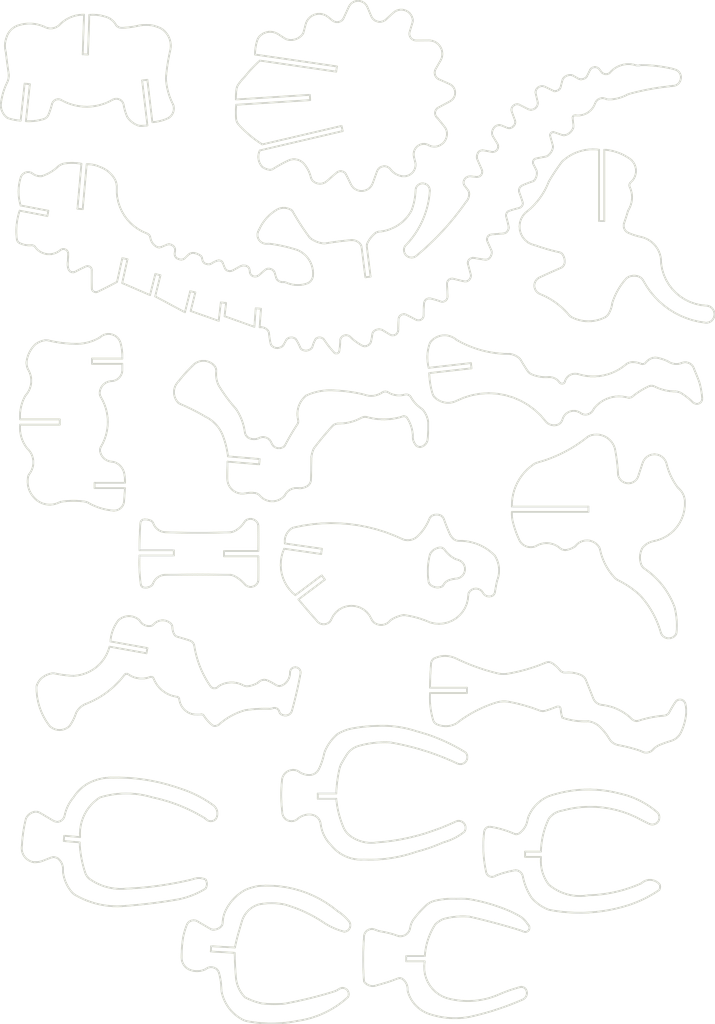
<source format=kicad_pcb>
(kicad_pcb (version 4) (host pcbnew 4.0.7)
  (layers (0 F.Cu signal) (31 B.Cu signal) (34 B.Paste user) (35 F.Paste user) (36 B.SilkS user) (37 F.SilkS user) (38 B.Mask user) (39 F.Mask user) (44 Edge.Cuts user))
  (net 0 "")
  (gr_line (start -347.735644 781.271941) (end -347.633734 781.326224) (layer F.SilkS) (width 0.1))
  (gr_line (start -347.829257 781.204347) (end -347.735644 781.271941) (layer F.SilkS) (width 0.1))
  (gr_line (start -347.912845 781.124689) (end -347.829257 781.204347) (layer F.SilkS) (width 0.1))
  (gr_line (start -347.984866 781.034437) (end -347.912845 781.124689) (layer F.SilkS) (width 0.1))
  (gr_line (start -348.04399 780.935257) (end -347.984866 781.034437) (layer F.SilkS) (width 0.1))
  (gr_line (start -348.089127 780.828979) (end -348.04399 780.935257) (layer F.SilkS) (width 0.1))
  (gr_line (start -348.119444 780.717564) (end -348.089127 780.828979) (layer F.SilkS) (width 0.1))
  (gr_line (start -348.13438 780.603068) (end -348.119444 780.717564) (layer F.SilkS) (width 0.1))
  (gr_line (start -348.133662 780.487604) (end -348.13438 780.603068) (layer F.SilkS) (width 0.1))
  (gr_line (start -348.117301 780.373303) (end -348.133662 780.487604) (layer F.SilkS) (width 0.1))
  (gr_line (start -348.109468 780.241378) (end -348.117301 780.373303) (layer F.SilkS) (width 0.1))
  (gr_line (start -348.099487 780.109599) (end -348.109468 780.241378) (layer F.SilkS) (width 0.1))
  (gr_line (start -348.087361 779.977999) (end -348.099487 780.109599) (layer F.SilkS) (width 0.1))
  (gr_line (start -348.073093 779.846614) (end -348.087361 779.977999) (layer F.SilkS) (width 0.1))
  (gr_line (start -348.056688 779.715479) (end -348.073093 779.846614) (layer F.SilkS) (width 0.1))
  (gr_line (start -348.038148 779.584628) (end -348.056688 779.715479) (layer F.SilkS) (width 0.1))
  (gr_line (start -348.01748 779.454097) (end -348.038148 779.584628) (layer F.SilkS) (width 0.1))
  (gr_line (start -347.994689 779.32392) (end -348.01748 779.454097) (layer F.SilkS) (width 0.1))
  (gr_line (start -347.969781 779.194131) (end -347.994689 779.32392) (layer F.SilkS) (width 0.1))
  (gr_line (start -347.942762 779.064765) (end -347.969781 779.194131) (layer F.SilkS) (width 0.1))
  (gr_line (start -347.913639 778.935857) (end -347.942762 779.064765) (layer F.SilkS) (width 0.1))
  (gr_line (start -347.882421 778.807439) (end -347.913639 778.935857) (layer F.SilkS) (width 0.1))
  (gr_line (start -347.858478 778.759906) (end -347.882421 778.807439) (layer F.SilkS) (width 0.1))
  (gr_line (start -347.831051 778.714295) (end -347.858478 778.759906) (layer F.SilkS) (width 0.1))
  (gr_line (start -347.800292 778.67086) (end -347.831051 778.714295) (layer F.SilkS) (width 0.1))
  (gr_line (start -347.766374 778.629845) (end -347.800292 778.67086) (layer F.SilkS) (width 0.1))
  (gr_line (start -347.729487 778.591478) (end -347.766374 778.629845) (layer F.SilkS) (width 0.1))
  (gr_line (start -347.689837 778.555974) (end -347.729487 778.591478) (layer F.SilkS) (width 0.1))
  (gr_line (start -347.647645 778.523532) (end -347.689837 778.555974) (layer F.SilkS) (width 0.1))
  (gr_line (start -347.603146 778.494333) (end -347.647645 778.523532) (layer F.SilkS) (width 0.1))
  (gr_line (start -347.556591 778.46854) (end -347.603146 778.494333) (layer F.SilkS) (width 0.1))
  (gr_line (start -347.508239 778.446297) (end -347.556591 778.46854) (layer F.SilkS) (width 0.1))
  (gr_line (start -347.45836 778.427729) (end -347.508239 778.446297) (layer F.SilkS) (width 0.1))
  (gr_line (start -347.407234 778.412939) (end -347.45836 778.427729) (layer F.SilkS) (width 0.1))
  (gr_line (start -347.377465 778.406538) (end -347.407234 778.412939) (layer F.SilkS) (width 0.1))
  (gr_line (start -347.347344 778.402079) (end -347.377465 778.406538) (layer F.SilkS) (width 0.1))
  (gr_line (start -347.316997 778.399582) (end -347.347344 778.402079) (layer F.SilkS) (width 0.1))
  (gr_line (start -347.286553 778.399055) (end -347.316997 778.399582) (layer F.SilkS) (width 0.1))
  (gr_line (start -347.256138 778.400502) (end -347.286553 778.399055) (layer F.SilkS) (width 0.1))
  (gr_line (start -347.22588 778.403916) (end -347.256138 778.400502) (layer F.SilkS) (width 0.1))
  (gr_line (start -347.195908 778.409283) (end -347.22588 778.403916) (layer F.SilkS) (width 0.1))
  (gr_line (start -347.166346 778.416581) (end -347.195908 778.409283) (layer F.SilkS) (width 0.1))
  (gr_line (start -347.137319 778.425779) (end -347.166346 778.416581) (layer F.SilkS) (width 0.1))
  (gr_line (start -347.108949 778.436837) (end -347.137319 778.425779) (layer F.SilkS) (width 0.1))
  (gr_line (start -347.081355 778.449711) (end -347.108949 778.436837) (layer F.SilkS) (width 0.1))
  (gr_line (start -347.054653 778.464345) (end -347.081355 778.449711) (layer F.SilkS) (width 0.1))
  (gr_line (start -346.261887 778.932853) (end -347.054653 778.464345) (layer F.SilkS) (width 0.1))
  (gr_line (start -346.234952 778.947604) (end -346.261887 778.932853) (layer F.SilkS) (width 0.1))
  (gr_line (start -346.207112 778.960565) (end -346.234952 778.947604) (layer F.SilkS) (width 0.1))
  (gr_line (start -346.178484 778.971678) (end -346.207112 778.960565) (layer F.SilkS) (width 0.1))
  (gr_line (start -346.149191 778.980897) (end -346.178484 778.971678) (layer F.SilkS) (width 0.1))
  (gr_line (start -346.119358 778.988183) (end -346.149191 778.980897) (layer F.SilkS) (width 0.1))
  (gr_line (start -346.089114 778.993504) (end -346.119358 778.988183) (layer F.SilkS) (width 0.1))
  (gr_line (start -346.058586 778.996838) (end -346.089114 778.993504) (layer F.SilkS) (width 0.1))
  (gr_line (start -346.027905 778.998169) (end -346.058586 778.996838) (layer F.SilkS) (width 0.1))
  (gr_line (start -345.997203 778.997494) (end -346.027905 778.998169) (layer F.SilkS) (width 0.1))
  (gr_line (start -345.966611 778.994813) (end -345.997203 778.997494) (layer F.SilkS) (width 0.1))
  (gr_line (start -345.936259 778.99014) (end -345.966611 778.994813) (layer F.SilkS) (width 0.1))
  (gr_line (start -345.906278 778.983494) (end -345.936259 778.99014) (layer F.SilkS) (width 0.1))
  (gr_line (start -345.867365 778.969161) (end -345.906278 778.983494) (layer F.SilkS) (width 0.1))
  (gr_line (start -345.829868 778.951452) (end -345.867365 778.969161) (layer F.SilkS) (width 0.1))
  (gr_line (start -345.794079 778.930506) (end -345.829868 778.951452) (layer F.SilkS) (width 0.1))
  (gr_line (start -345.760277 778.906485) (end -345.794079 778.930506) (layer F.SilkS) (width 0.1))
  (gr_line (start -345.728724 778.879576) (end -345.760277 778.906485) (layer F.SilkS) (width 0.1))
  (gr_line (start -345.699668 778.84999) (end -345.728724 778.879576) (layer F.SilkS) (width 0.1))
  (gr_line (start -345.673334 778.817957) (end -345.699668 778.84999) (layer F.SilkS) (width 0.1))
  (gr_line (start -345.649927 778.783726) (end -345.673334 778.817957) (layer F.SilkS) (width 0.1))
  (gr_line (start -345.629631 778.747564) (end -345.649927 778.783726) (layer F.SilkS) (width 0.1))
  (gr_line (start -345.612603 778.709753) (end -345.629631 778.747564) (layer F.SilkS) (width 0.1))
  (gr_line (start -345.598976 778.670588) (end -345.612603 778.709753) (layer F.SilkS) (width 0.1))
  (gr_line (start -345.588855 778.630374) (end -345.598976 778.670588) (layer F.SilkS) (width 0.1))
  (gr_line (start -345.566528 778.532082) (end -345.588855 778.630374) (layer F.SilkS) (width 0.1))
  (gr_line (start -345.540099 778.434813) (end -345.566528 778.532082) (layer F.SilkS) (width 0.1))
  (gr_line (start -345.509614 778.338738) (end -345.540099 778.434813) (layer F.SilkS) (width 0.1))
  (gr_line (start -345.475127 778.244026) (end -345.509614 778.338738) (layer F.SilkS) (width 0.1))
  (gr_line (start -345.436699 778.150843) (end -345.475127 778.244026) (layer F.SilkS) (width 0.1))
  (gr_line (start -345.394397 778.059354) (end -345.436699 778.150843) (layer F.SilkS) (width 0.1))
  (gr_line (start -345.348296 777.969719) (end -345.394397 778.059354) (layer F.SilkS) (width 0.1))
  (gr_line (start -345.298477 777.882096) (end -345.348296 777.969719) (layer F.SilkS) (width 0.1))
  (gr_line (start -345.245027 777.796639) (end -345.298477 777.882096) (layer F.SilkS) (width 0.1))
  (gr_line (start -345.188041 777.713498) (end -345.245027 777.796639) (layer F.SilkS) (width 0.1))
  (gr_line (start -345.127618 777.632821) (end -345.188041 777.713498) (layer F.SilkS) (width 0.1))
  (gr_line (start -345.063866 777.554748) (end -345.127618 777.632821) (layer F.SilkS) (width 0.1))
  (gr_line (start -345.012513 777.477207) (end -345.063866 777.554748) (layer F.SilkS) (width 0.1))
  (gr_line (start -344.958369 777.401589) (end -345.012513 777.477207) (layer F.SilkS) (width 0.1))
  (gr_line (start -344.901506 777.327994) (end -344.958369 777.401589) (layer F.SilkS) (width 0.1))
  (gr_line (start -344.841998 777.25652) (end -344.901506 777.327994) (layer F.SilkS) (width 0.1))
  (gr_line (start -344.779926 777.187261) (end -344.841998 777.25652) (layer F.SilkS) (width 0.1))
  (gr_line (start -344.715372 777.12031) (end -344.779926 777.187261) (layer F.SilkS) (width 0.1))
  (gr_line (start -344.648421 777.055756) (end -344.715372 777.12031) (layer F.SilkS) (width 0.1))
  (gr_line (start -344.579162 776.993684) (end -344.648421 777.055756) (layer F.SilkS) (width 0.1))
  (gr_line (start -344.507688 776.934176) (end -344.579162 776.993684) (layer F.SilkS) (width 0.1))
  (gr_line (start -344.434093 776.877313) (end -344.507688 776.934176) (layer F.SilkS) (width 0.1))
  (gr_line (start -344.358475 776.823169) (end -344.434093 776.877313) (layer F.SilkS) (width 0.1))
  (gr_line (start -344.280934 776.771816) (end -344.358475 776.823169) (layer F.SilkS) (width 0.1))
  (gr_line (start -344.161498 776.706193) (end -344.280934 776.771816) (layer F.SilkS) (width 0.1))
  (gr_line (start -344.039122 776.64623) (end -344.161498 776.706193) (layer F.SilkS) (width 0.1))
  (gr_line (start -343.914075 776.592059) (end -344.039122 776.64623) (layer F.SilkS) (width 0.1))
  (gr_line (start -343.78663 776.543798) (end -343.914075 776.592059) (layer F.SilkS) (width 0.1))
  (gr_line (start -343.657067 776.501553) (end -343.78663 776.543798) (layer F.SilkS) (width 0.1))
  (gr_line (start -343.525669 776.465416) (end -343.657067 776.501553) (layer F.SilkS) (width 0.1))
  (gr_line (start -343.392724 776.435467) (end -343.525669 776.465416) (layer F.SilkS) (width 0.1))
  (gr_line (start -343.258523 776.411771) (end -343.392724 776.435467) (layer F.SilkS) (width 0.1))
  (gr_line (start -343.12336 776.394381) (end -343.258523 776.411771) (layer F.SilkS) (width 0.1))
  (gr_line (start -342.987532 776.383333) (end -343.12336 776.394381) (layer F.SilkS) (width 0.1))
  (gr_line (start -342.851336 776.378653) (end -342.987532 776.383333) (layer F.SilkS) (width 0.1))
  (gr_line (start -342.71507 776.38035) (end -342.851336 776.378653) (layer F.SilkS) (width 0.1))
  (gr_line (start -342.38294 776.378464) (end -342.71507 776.38035) (layer F.SilkS) (width 0.1))
  (gr_line (start -342.050903 776.386501) (end -342.38294 776.378464) (layer F.SilkS) (width 0.1))
  (gr_line (start -341.719253 776.404454) (end -342.050903 776.386501) (layer F.SilkS) (width 0.1))
  (gr_line (start -341.388288 776.432306) (end -341.719253 776.404454) (layer F.SilkS) (width 0.1))
  (gr_line (start -341.058303 776.470034) (end -341.388288 776.432306) (layer F.SilkS) (width 0.1))
  (gr_line (start -340.729593 776.517603) (end -341.058303 776.470034) (layer F.SilkS) (width 0.1))
  (gr_line (start -340.40245 776.57497) (end -340.729593 776.517603) (layer F.SilkS) (width 0.1))
  (gr_line (start -340.077166 776.642086) (end -340.40245 776.57497) (layer F.SilkS) (width 0.1))
  (gr_line (start -339.754034 776.718889) (end -340.077166 776.642086) (layer F.SilkS) (width 0.1))
  (gr_line (start -339.433339 776.805311) (end -339.754034 776.718889) (layer F.SilkS) (width 0.1))
  (gr_line (start -339.11537 776.901275) (end -339.433339 776.805311) (layer F.SilkS) (width 0.1))
  (gr_line (start -338.80041 777.006696) (end -339.11537 776.901275) (layer F.SilkS) (width 0.1))
  (gr_line (start -338.619106 777.065225) (end -338.80041 777.006696) (layer F.SilkS) (width 0.1))
  (gr_line (start -338.439482 777.128721) (end -338.619106 777.065225) (layer F.SilkS) (width 0.1))
  (gr_line (start -338.261673 777.197137) (end -338.439482 777.128721) (layer F.SilkS) (width 0.1))
  (gr_line (start -338.085815 777.270421) (end -338.261673 777.197137) (layer F.SilkS) (width 0.1))
  (gr_line (start -337.91204 777.348516) (end -338.085815 777.270421) (layer F.SilkS) (width 0.1))
  (gr_line (start -337.74048 777.431365) (end -337.91204 777.348516) (layer F.SilkS) (width 0.1))
  (gr_line (start -337.571265 777.518904) (end -337.74048 777.431365) (layer F.SilkS) (width 0.1))
  (gr_line (start -337.404523 777.611066) (end -337.571265 777.518904) (layer F.SilkS) (width 0.1))
  (gr_line (start -337.240382 777.707783) (end -337.404523 777.611066) (layer F.SilkS) (width 0.1))
  (gr_line (start -337.078964 777.80898) (end -337.240382 777.707783) (layer F.SilkS) (width 0.1))
  (gr_line (start -336.920392 777.914582) (end -337.078964 777.80898) (layer F.SilkS) (width 0.1))
  (gr_line (start -336.764786 778.024507) (end -336.920392 777.914582) (layer F.SilkS) (width 0.1))
  (gr_line (start -336.710533 778.07246) (end -336.764786 778.024507) (layer F.SilkS) (width 0.1))
  (gr_line (start -336.662308 778.12647) (end -336.710533 778.07246) (layer F.SilkS) (width 0.1))
  (gr_line (start -336.620783 778.185787) (end -336.662308 778.12647) (layer F.SilkS) (width 0.1))
  (gr_line (start -336.586537 778.249584) (end -336.620783 778.185787) (layer F.SilkS) (width 0.1))
  (gr_line (start -336.560046 778.316971) (end -336.586537 778.249584) (layer F.SilkS) (width 0.1))
  (gr_line (start -336.541681 778.387011) (end -336.560046 778.316971) (layer F.SilkS) (width 0.1))
  (gr_line (start -336.531695 778.458726) (end -336.541681 778.387011) (layer F.SilkS) (width 0.1))
  (gr_line (start -336.53023 778.531119) (end -336.531695 778.458726) (layer F.SilkS) (width 0.1))
  (gr_line (start -336.537305 778.60318) (end -336.53023 778.531119) (layer F.SilkS) (width 0.1))
  (gr_line (start -336.552821 778.673905) (end -336.537305 778.60318) (layer F.SilkS) (width 0.1))
  (gr_line (start -336.576563 778.742309) (end -336.552821 778.673905) (layer F.SilkS) (width 0.1))
  (gr_line (start -336.6082 778.807439) (end -336.576563 778.742309) (layer F.SilkS) (width 0.1))
  (gr_line (start -336.645205 778.850007) (end -336.6082 778.807439) (layer F.SilkS) (width 0.1))
  (gr_line (start -336.687944 778.886815) (end -336.645205 778.850007) (layer F.SilkS) (width 0.1))
  (gr_line (start -336.735528 778.917099) (end -336.687944 778.886815) (layer F.SilkS) (width 0.1))
  (gr_line (start -336.786971 778.94023) (end -336.735528 778.917099) (layer F.SilkS) (width 0.1))
  (gr_line (start -336.841204 778.955729) (end -336.786971 778.94023) (layer F.SilkS) (width 0.1))
  (gr_line (start -336.897101 778.963273) (end -336.841204 778.955729) (layer F.SilkS) (width 0.1))
  (gr_line (start -336.953502 778.962705) (end -336.897101 778.963273) (layer F.SilkS) (width 0.1))
  (gr_line (start -337.009236 778.954038) (end -336.953502 778.962705) (layer F.SilkS) (width 0.1))
  (gr_line (start -337.063146 778.937451) (end -337.009236 778.954038) (layer F.SilkS) (width 0.1))
  (gr_line (start -337.114113 778.91329) (end -337.063146 778.937451) (layer F.SilkS) (width 0.1))
  (gr_line (start -337.161078 778.882054) (end -337.114113 778.91329) (layer F.SilkS) (width 0.1))
  (gr_line (start -337.203068 778.844394) (end -337.161078 778.882054) (layer F.SilkS) (width 0.1))
  (gr_line (start -337.210159 778.837202) (end -337.203068 778.844394) (layer F.SilkS) (width 0.1))
  (gr_line (start -337.217403 778.830164) (end -337.210159 778.837202) (layer F.SilkS) (width 0.1))
  (gr_line (start -337.224797 778.823283) (end -337.217403 778.830164) (layer F.SilkS) (width 0.1))
  (gr_line (start -337.232337 778.816563) (end -337.224797 778.823283) (layer F.SilkS) (width 0.1))
  (gr_line (start -337.24002 778.810007) (end -337.232337 778.816563) (layer F.SilkS) (width 0.1))
  (gr_line (start -337.247842 778.803617) (end -337.24002 778.810007) (layer F.SilkS) (width 0.1))
  (gr_line (start -337.255799 778.797397) (end -337.247842 778.803617) (layer F.SilkS) (width 0.1))
  (gr_line (start -337.263888 778.79135) (end -337.255799 778.797397) (layer F.SilkS) (width 0.1))
  (gr_line (start -337.272106 778.785478) (end -337.263888 778.79135) (layer F.SilkS) (width 0.1))
  (gr_line (start -337.280448 778.779784) (end -337.272106 778.785478) (layer F.SilkS) (width 0.1))
  (gr_line (start -337.28891 778.77427) (end -337.280448 778.779784) (layer F.SilkS) (width 0.1))
  (gr_line (start -337.297489 778.76894) (end -337.28891 778.77427) (layer F.SilkS) (width 0.1))
  (gr_line (start -337.535735 778.628975) (end -337.297489 778.76894) (layer F.SilkS) (width 0.1))
  (gr_line (start -337.777816 778.495753) (end -337.535735 778.628975) (layer F.SilkS) (width 0.1))
  (gr_line (start -338.02354 778.369378) (end -337.777816 778.495753) (layer F.SilkS) (width 0.1))
  (gr_line (start -338.272716 778.249951) (end -338.02354 778.369378) (layer F.SilkS) (width 0.1))
  (gr_line (start -338.525145 778.137565) (end -338.272716 778.249951) (layer F.SilkS) (width 0.1))
  (gr_line (start -338.78063 778.032309) (end -338.525145 778.137565) (layer F.SilkS) (width 0.1))
  (gr_line (start -339.038968 777.934266) (end -338.78063 778.032309) (layer F.SilkS) (width 0.1))
  (gr_line (start -339.299957 777.843513) (end -339.038968 777.934266) (layer F.SilkS) (width 0.1))
  (gr_line (start -339.563391 777.760123) (end -339.299957 777.843513) (layer F.SilkS) (width 0.1))
  (gr_line (start -339.829061 777.684159) (end -339.563391 777.760123) (layer F.SilkS) (width 0.1))
  (gr_line (start -340.096759 777.615683) (end -339.829061 777.684159) (layer F.SilkS) (width 0.1))
  (gr_line (start -340.366274 777.554748) (end -340.096759 777.615683) (layer F.SilkS) (width 0.1))
  (gr_line (start -340.621315 777.483349) (end -340.366274 777.554748) (layer F.SilkS) (width 0.1))
  (gr_line (start -340.879585 777.424689) (end -340.621315 777.483349) (layer F.SilkS) (width 0.1))
  (gr_line (start -341.140447 777.378915) (end -340.879585 777.424689) (layer F.SilkS) (width 0.1))
  (gr_line (start -341.403258 777.346138) (end -341.140447 777.378915) (layer F.SilkS) (width 0.1))
  (gr_line (start -341.667372 777.32644) (end -341.403258 777.346138) (layer F.SilkS) (width 0.1))
  (gr_line (start -341.932138 777.319869) (end -341.667372 777.32644) (layer F.SilkS) (width 0.1))
  (gr_line (start -342.196904 777.32644) (end -341.932138 777.319869) (layer F.SilkS) (width 0.1))
  (gr_line (start -342.461017 777.346138) (end -342.196904 777.32644) (layer F.SilkS) (width 0.1))
  (gr_line (start -342.723829 777.378915) (end -342.461017 777.346138) (layer F.SilkS) (width 0.1))
  (gr_line (start -342.984691 777.424689) (end -342.723829 777.378915) (layer F.SilkS) (width 0.1))
  (gr_line (start -343.24296 777.483349) (end -342.984691 777.424689) (layer F.SilkS) (width 0.1))
  (gr_line (start -343.498002 777.554748) (end -343.24296 777.483349) (layer F.SilkS) (width 0.1))
  (gr_line (start -343.686112 777.686716) (end -343.498002 777.554748) (layer F.SilkS) (width 0.1))
  (gr_line (start -343.861589 777.83507) (end -343.686112 777.686716) (layer F.SilkS) (width 0.1))
  (gr_line (start -344.023011 777.998606) (end -343.861589 777.83507) (layer F.SilkS) (width 0.1))
  (gr_line (start -344.169069 778.175999) (end -344.023011 777.998606) (layer F.SilkS) (width 0.1))
  (gr_line (start -344.298579 778.36581) (end -344.169069 778.175999) (layer F.SilkS) (width 0.1))
  (gr_line (start -344.41049 778.566501) (end -344.298579 778.36581) (layer F.SilkS) (width 0.1))
  (gr_line (start -344.503896 778.776445) (end -344.41049 778.566501) (layer F.SilkS) (width 0.1))
  (gr_line (start -344.57804 778.99394) (end -344.503896 778.776445) (layer F.SilkS) (width 0.1))
  (gr_line (start -344.632319 779.217222) (end -344.57804 778.99394) (layer F.SilkS) (width 0.1))
  (gr_line (start -344.666295 779.444481) (end -344.632319 779.217222) (layer F.SilkS) (width 0.1))
  (gr_line (start -344.679691 779.673875) (end -344.666295 779.444481) (layer F.SilkS) (width 0.1))
  (gr_line (start -344.6724 779.903544) (end -344.679691 779.673875) (layer F.SilkS) (width 0.1))
  (gr_line (start -345.611918 779.825251) (end -344.6724 779.903544) (layer F.SilkS) (width 0.1))
  (gr_line (start -345.637926 780.137342) (end -345.611918 779.825251) (layer F.SilkS) (width 0.1))
  (gr_line (start -344.698408 780.215636) (end -345.637926 780.137342) (layer F.SilkS) (width 0.1))
  (gr_line (start -344.690493 780.36863) (end -344.698408 780.215636) (layer F.SilkS) (width 0.1))
  (gr_line (start -344.678934 780.521393) (end -344.690493 780.36863) (layer F.SilkS) (width 0.1))
  (gr_line (start -344.663739 780.673837) (end -344.678934 780.521393) (layer F.SilkS) (width 0.1))
  (gr_line (start -344.644916 780.825875) (end -344.663739 780.673837) (layer F.SilkS) (width 0.1))
  (gr_line (start -344.622476 780.977422) (end -344.644916 780.825875) (layer F.SilkS) (width 0.1))
  (gr_line (start -344.596431 781.128392) (end -344.622476 780.977422) (layer F.SilkS) (width 0.1))
  (gr_line (start -344.566797 781.278697) (end -344.596431 781.128392) (layer F.SilkS) (width 0.1))
  (gr_line (start -344.53359 781.428254) (end -344.566797 781.278697) (layer F.SilkS) (width 0.1))
  (gr_line (start -344.496829 781.576978) (end -344.53359 781.428254) (layer F.SilkS) (width 0.1))
  (gr_line (start -344.456534 781.724783) (end -344.496829 781.576978) (layer F.SilkS) (width 0.1))
  (gr_line (start -344.412729 781.871586) (end -344.456534 781.724783) (layer F.SilkS) (width 0.1))
  (gr_line (start -344.365439 782.017304) (end -344.412729 781.871586) (layer F.SilkS) (width 0.1))
  (gr_line (start -344.350887 782.056846) (end -344.365439 782.017304) (layer F.SilkS) (width 0.1))
  (gr_line (start -344.334229 782.095548) (end -344.350887 782.056846) (layer F.SilkS) (width 0.1))
  (gr_line (start -344.315513 782.133298) (end -344.334229 782.095548) (layer F.SilkS) (width 0.1))
  (gr_line (start -344.294793 782.169986) (end -344.315513 782.133298) (layer F.SilkS) (width 0.1))
  (gr_line (start -344.272129 782.205506) (end -344.294793 782.169986) (layer F.SilkS) (width 0.1))
  (gr_line (start -344.247587 782.239756) (end -344.272129 782.205506) (layer F.SilkS) (width 0.1))
  (gr_line (start -344.221238 782.272635) (end -344.247587 782.239756) (layer F.SilkS) (width 0.1))
  (gr_line (start -344.193159 782.30405) (end -344.221238 782.272635) (layer F.SilkS) (width 0.1))
  (gr_line (start -344.16343 782.333909) (end -344.193159 782.30405) (layer F.SilkS) (width 0.1))
  (gr_line (start -344.132138 782.362125) (end -344.16343 782.333909) (layer F.SilkS) (width 0.1))
  (gr_line (start -344.099373 782.388616) (end -344.132138 782.362125) (layer F.SilkS) (width 0.1))
  (gr_line (start -344.065231 782.413307) (end -344.099373 782.388616) (layer F.SilkS) (width 0.1))
  (gr_line (start -343.907628 782.514338) (end -344.065231 782.413307) (layer F.SilkS) (width 0.1))
  (gr_line (start -343.744409 782.60602) (end -343.907628 782.514338) (layer F.SilkS) (width 0.1))
  (gr_line (start -343.576128 782.68804) (end -343.744409 782.60602) (layer F.SilkS) (width 0.1))
  (gr_line (start -343.403355 782.76012) (end -343.576128 782.68804) (layer F.SilkS) (width 0.1))
  (gr_line (start -343.226678 782.822016) (end -343.403355 782.76012) (layer F.SilkS) (width 0.1))
  (gr_line (start -343.046696 782.873517) (end -343.226678 782.822016) (layer F.SilkS) (width 0.1))
  (gr_line (start -342.86402 782.914448) (end -343.046696 782.873517) (layer F.SilkS) (width 0.1))
  (gr_line (start -342.67927 782.944671) (end -342.86402 782.914448) (layer F.SilkS) (width 0.1))
  (gr_line (start -342.493074 782.964083) (end -342.67927 782.944671) (layer F.SilkS) (width 0.1))
  (gr_line (start -342.306063 782.972618) (end -342.493074 782.964083) (layer F.SilkS) (width 0.1))
  (gr_line (start -342.118873 782.970248) (end -342.306063 782.972618) (layer F.SilkS) (width 0.1))
  (gr_line (start -341.932138 782.956979) (end -342.118873 782.970248) (layer F.SilkS) (width 0.1))
  (gr_line (start -341.602618 782.94065) (end -341.932138 782.956979) (layer F.SilkS) (width 0.1))
  (gr_line (start -341.273407 782.918957) (end -341.602618 782.94065) (layer F.SilkS) (width 0.1))
  (gr_line (start -340.944594 782.891904) (end -341.273407 782.918957) (layer F.SilkS) (width 0.1))
  (gr_line (start -340.616265 782.8595) (end -340.944594 782.891904) (layer F.SilkS) (width 0.1))
  (gr_line (start -340.288507 782.821752) (end -340.616265 782.8595) (layer F.SilkS) (width 0.1))
  (gr_line (start -339.961407 782.778671) (end -340.288507 782.821752) (layer F.SilkS) (width 0.1))
  (gr_line (start -339.635053 782.730268) (end -339.961407 782.778671) (layer F.SilkS) (width 0.1))
  (gr_line (start -339.30953 782.676557) (end -339.635053 782.730268) (layer F.SilkS) (width 0.1))
  (gr_line (start -338.984925 782.61755) (end -339.30953 782.676557) (layer F.SilkS) (width 0.1))
  (gr_line (start -338.661324 782.553265) (end -338.984925 782.61755) (layer F.SilkS) (width 0.1))
  (gr_line (start -338.338813 782.483718) (end -338.661324 782.553265) (layer F.SilkS) (width 0.1))
  (gr_line (start -338.017478 782.408927) (end -338.338813 782.483718) (layer F.SilkS) (width 0.1))
  (gr_line (start -337.954856 782.38522) (end -338.017478 782.408927) (layer F.SilkS) (width 0.1))
  (gr_line (start -337.890812 782.365683) (end -337.954856 782.38522) (layer F.SilkS) (width 0.1))
  (gr_line (start -337.825621 782.350399) (end -337.890812 782.365683) (layer F.SilkS) (width 0.1))
  (gr_line (start -337.759566 782.339434) (end -337.825621 782.350399) (layer F.SilkS) (width 0.1))
  (gr_line (start -337.692934 782.332836) (end -337.759566 782.339434) (layer F.SilkS) (width 0.1))
  (gr_line (start -337.626012 782.330633) (end -337.692934 782.332836) (layer F.SilkS) (width 0.1))
  (gr_line (start -337.559089 782.332836) (end -337.626012 782.330633) (layer F.SilkS) (width 0.1))
  (gr_line (start -337.492457 782.339434) (end -337.559089 782.332836) (layer F.SilkS) (width 0.1))
  (gr_line (start -337.426402 782.350399) (end -337.492457 782.339434) (layer F.SilkS) (width 0.1))
  (gr_line (start -337.361212 782.365683) (end -337.426402 782.350399) (layer F.SilkS) (width 0.1))
  (gr_line (start -337.297167 782.38522) (end -337.361212 782.365683) (layer F.SilkS) (width 0.1))
  (gr_line (start -337.234546 782.408927) (end -337.297167 782.38522) (layer F.SilkS) (width 0.1))
  (gr_line (start -337.21062 782.450761) (end -337.234546 782.408927) (layer F.SilkS) (width 0.1))
  (gr_line (start -337.190748 782.494666) (end -337.21062 782.450761) (layer F.SilkS) (width 0.1))
  (gr_line (start -337.175104 782.540249) (end -337.190748 782.494666) (layer F.SilkS) (width 0.1))
  (gr_line (start -337.163829 782.587104) (end -337.175104 782.540249) (layer F.SilkS) (width 0.1))
  (gr_line (start -337.157024 782.634814) (end -337.163829 782.587104) (layer F.SilkS) (width 0.1))
  (gr_line (start -337.154749 782.682953) (end -337.157024 782.634814) (layer F.SilkS) (width 0.1))
  (gr_line (start -337.157024 782.731092) (end -337.154749 782.682953) (layer F.SilkS) (width 0.1))
  (gr_line (start -337.163829 782.778802) (end -337.157024 782.731092) (layer F.SilkS) (width 0.1))
  (gr_line (start -337.175104 782.825657) (end -337.163829 782.778802) (layer F.SilkS) (width 0.1))
  (gr_line (start -337.190748 782.87124) (end -337.175104 782.825657) (layer F.SilkS) (width 0.1))
  (gr_line (start -337.21062 782.915145) (end -337.190748 782.87124) (layer F.SilkS) (width 0.1))
  (gr_line (start -337.234546 782.956979) (end -337.21062 782.915145) (layer F.SilkS) (width 0.1))
  (gr_line (start -337.355802 783.029392) (end -337.234546 782.956979) (layer F.SilkS) (width 0.1))
  (gr_line (start -337.479086 783.098295) (end -337.355802 783.029392) (layer F.SilkS) (width 0.1))
  (gr_line (start -337.604297 783.163632) (end -337.479086 783.098295) (layer F.SilkS) (width 0.1))
  (gr_line (start -337.731331 783.22535) (end -337.604297 783.163632) (layer F.SilkS) (width 0.1))
  (gr_line (start -337.860083 783.283397) (end -337.731331 783.22535) (layer F.SilkS) (width 0.1))
  (gr_line (start -337.990448 783.337726) (end -337.860083 783.283397) (layer F.SilkS) (width 0.1))
  (gr_line (start -338.122318 783.388291) (end -337.990448 783.337726) (layer F.SilkS) (width 0.1))
  (gr_line (start -338.255585 783.435052) (end -338.122318 783.388291) (layer F.SilkS) (width 0.1))
  (gr_line (start -338.390139 783.47797) (end -338.255585 783.435052) (layer F.SilkS) (width 0.1))
  (gr_line (start -338.525869 783.517008) (end -338.390139 783.47797) (layer F.SilkS) (width 0.1))
  (gr_line (start -338.662664 783.552136) (end -338.525869 783.517008) (layer F.SilkS) (width 0.1))
  (gr_line (start -338.80041 783.583325) (end -338.662664 783.552136) (layer F.SilkS) (width 0.1))
  (gr_line (start -339.059754 783.627703) (end -338.80041 783.583325) (layer F.SilkS) (width 0.1))
  (gr_line (start -339.319454 783.669952) (end -339.059754 783.627703) (layer F.SilkS) (width 0.1))
  (gr_line (start -339.579491 783.710069) (end -339.319454 783.669952) (layer F.SilkS) (width 0.1))
  (gr_line (start -339.839849 783.748051) (end -339.579491 783.710069) (layer F.SilkS) (width 0.1))
  (gr_line (start -340.10051 783.783897) (end -339.839849 783.748051) (layer F.SilkS) (width 0.1))
  (gr_line (start -340.361456 783.817602) (end -340.10051 783.783897) (layer F.SilkS) (width 0.1))
  (gr_line (start -340.622669 783.849167) (end -340.361456 783.817602) (layer F.SilkS) (width 0.1))
  (gr_line (start -340.884133 783.878587) (end -340.622669 783.849167) (layer F.SilkS) (width 0.1))
  (gr_line (start -341.14583 783.905861) (end -340.884133 783.878587) (layer F.SilkS) (width 0.1))
  (gr_line (start -341.407741 783.930988) (end -341.14583 783.905861) (layer F.SilkS) (width 0.1))
  (gr_line (start -341.66985 783.953965) (end -341.407741 783.930988) (layer F.SilkS) (width 0.1))
  (gr_line (start -341.932138 783.974791) (end -341.66985 783.953965) (layer F.SilkS) (width 0.1))
  (gr_line (start -342.190465 783.996287) (end -341.932138 783.974791) (layer F.SilkS) (width 0.1))
  (gr_line (start -342.449564 784.004217) (end -342.190465 783.996287) (layer F.SilkS) (width 0.1))
  (gr_line (start -342.708722 783.998559) (end -342.449564 784.004217) (layer F.SilkS) (width 0.1))
  (gr_line (start -342.967228 783.979329) (end -342.708722 783.998559) (layer F.SilkS) (width 0.1))
  (gr_line (start -343.22437 783.946579) (end -342.967228 783.979329) (layer F.SilkS) (width 0.1))
  (gr_line (start -343.479444 783.9004) (end -343.22437 783.946579) (layer F.SilkS) (width 0.1))
  (gr_line (start -343.731747 783.840918) (end -343.479444 783.9004) (layer F.SilkS) (width 0.1))
  (gr_line (start -343.980587 783.768297) (end -343.731747 783.840918) (layer F.SilkS) (width 0.1))
  (gr_line (start -344.225279 783.682736) (end -343.980587 783.768297) (layer F.SilkS) (width 0.1))
  (gr_line (start -344.465152 783.584471) (end -344.225279 783.682736) (layer F.SilkS) (width 0.1))
  (gr_line (start -344.699546 783.473771) (end -344.465152 783.584471) (layer F.SilkS) (width 0.1))
  (gr_line (start -344.927817 783.350941) (end -344.699546 783.473771) (layer F.SilkS) (width 0.1))
  (gr_line (start -344.952325 783.336416) (end -344.927817 783.350941) (layer F.SilkS) (width 0.1))
  (gr_line (start -344.976381 783.321154) (end -344.952325 783.336416) (layer F.SilkS) (width 0.1))
  (gr_line (start -344.999962 783.30517) (end -344.976381 783.321154) (layer F.SilkS) (width 0.1))
  (gr_line (start -345.023049 783.288479) (end -344.999962 783.30517) (layer F.SilkS) (width 0.1))
  (gr_line (start -345.045619 783.271095) (end -345.023049 783.288479) (layer F.SilkS) (width 0.1))
  (gr_line (start -345.067651 783.253035) (end -345.045619 783.271095) (layer F.SilkS) (width 0.1))
  (gr_line (start -345.089126 783.234315) (end -345.067651 783.253035) (layer F.SilkS) (width 0.1))
  (gr_line (start -345.110023 783.214952) (end -345.089126 783.234315) (layer F.SilkS) (width 0.1))
  (gr_line (start -345.130324 783.194965) (end -345.110023 783.214952) (layer F.SilkS) (width 0.1))
  (gr_line (start -345.150009 783.174372) (end -345.130324 783.194965) (layer F.SilkS) (width 0.1))
  (gr_line (start -345.169061 783.153191) (end -345.150009 783.174372) (layer F.SilkS) (width 0.1))
  (gr_line (start -345.187462 783.131442) (end -345.169061 783.153191) (layer F.SilkS) (width 0.1))
  (gr_line (start -345.25142 783.049756) (end -345.187462 783.131442) (layer F.SilkS) (width 0.1))
  (gr_line (start -345.311593 782.965242) (end -345.25142 783.049756) (layer F.SilkS) (width 0.1))
  (gr_line (start -345.367854 782.878075) (end -345.311593 782.965242) (layer F.SilkS) (width 0.1))
  (gr_line (start -345.420088 782.788437) (end -345.367854 782.878075) (layer F.SilkS) (width 0.1))
  (gr_line (start -345.468187 782.696514) (end -345.420088 782.788437) (layer F.SilkS) (width 0.1))
  (gr_line (start -345.512049 782.602496) (end -345.468187 782.696514) (layer F.SilkS) (width 0.1))
  (gr_line (start -345.551585 782.506577) (end -345.512049 782.602496) (layer F.SilkS) (width 0.1))
  (gr_line (start -345.586712 782.408959) (end -345.551585 782.506577) (layer F.SilkS) (width 0.1))
  (gr_line (start -345.617358 782.309841) (end -345.586712 782.408959) (layer F.SilkS) (width 0.1))
  (gr_line (start -345.643459 782.209432) (end -345.617358 782.309841) (layer F.SilkS) (width 0.1))
  (gr_line (start -345.66496 782.107937) (end -345.643459 782.209432) (layer F.SilkS) (width 0.1))
  (gr_line (start -345.681817 782.00557) (end -345.66496 782.107937) (layer F.SilkS) (width 0.1))
  (gr_line (start -345.68305 781.996164) (end -345.681817 782.00557) (layer F.SilkS) (width 0.1))
  (gr_line (start -345.684093 781.986735) (end -345.68305 781.996164) (layer F.SilkS) (width 0.1))
  (gr_line (start -345.684945 781.977288) (end -345.684093 781.986735) (layer F.SilkS) (width 0.1))
  (gr_line (start -345.685607 781.967825) (end -345.684945 781.977288) (layer F.SilkS) (width 0.1))
  (gr_line (start -345.686077 781.95835) (end -345.685607 781.967825) (layer F.SilkS) (width 0.1))
  (gr_line (start -345.686355 781.948868) (end -345.686077 781.95835) (layer F.SilkS) (width 0.1))
  (gr_line (start -345.686442 781.939382) (end -345.686355 781.948868) (layer F.SilkS) (width 0.1))
  (gr_line (start -345.686338 781.929897) (end -345.686442 781.939382) (layer F.SilkS) (width 0.1))
  (gr_line (start -345.686042 781.920415) (end -345.686338 781.929897) (layer F.SilkS) (width 0.1))
  (gr_line (start -345.685555 781.910942) (end -345.686042 781.920415) (layer F.SilkS) (width 0.1))
  (gr_line (start -345.684876 781.90148) (end -345.685555 781.910942) (layer F.SilkS) (width 0.1))
  (gr_line (start -345.684007 781.892034) (end -345.684876 781.90148) (layer F.SilkS) (width 0.1))
  (gr_line (start -345.67987 781.822329) (end -345.684007 781.892034) (layer F.SilkS) (width 0.1))
  (gr_line (start -345.681682 781.752525) (end -345.67987 781.822329) (layer F.SilkS) (width 0.1))
  (gr_line (start -345.689431 781.683129) (end -345.681682 781.752525) (layer F.SilkS) (width 0.1))
  (gr_line (start -345.703059 781.614644) (end -345.689431 781.683129) (layer F.SilkS) (width 0.1))
  (gr_line (start -345.722468 781.547568) (end -345.703059 781.614644) (layer F.SilkS) (width 0.1))
  (gr_line (start -345.747517 781.482388) (end -345.722468 781.547568) (layer F.SilkS) (width 0.1))
  (gr_line (start -345.778023 781.419577) (end -345.747517 781.482388) (layer F.SilkS) (width 0.1))
  (gr_line (start -345.813766 781.359591) (end -345.778023 781.419577) (layer F.SilkS) (width 0.1))
  (gr_line (start -345.854486 781.302865) (end -345.813766 781.359591) (layer F.SilkS) (width 0.1))
  (gr_line (start -345.899888 781.249812) (end -345.854486 781.302865) (layer F.SilkS) (width 0.1))
  (gr_line (start -345.949641 781.200817) (end -345.899888 781.249812) (layer F.SilkS) (width 0.1))
  (gr_line (start -346.003384 781.156235) (end -345.949641 781.200817) (layer F.SilkS) (width 0.1))
  (gr_line (start -346.033623 781.139613) (end -346.003384 781.156235) (layer F.SilkS) (width 0.1))
  (gr_line (start -346.06503 781.125323) (end -346.033623 781.139613) (layer F.SilkS) (width 0.1))
  (gr_line (start -346.097427 781.113445) (end -346.06503 781.125323) (layer F.SilkS) (width 0.1))
  (gr_line (start -346.130628 781.104048) (end -346.097427 781.113445) (layer F.SilkS) (width 0.1))
  (gr_line (start -346.164445 781.097186) (end -346.130628 781.104048) (layer F.SilkS) (width 0.1))
  (gr_line (start -346.198683 781.092897) (end -346.164445 781.097186) (layer F.SilkS) (width 0.1))
  (gr_line (start -346.233147 781.091207) (end -346.198683 781.092897) (layer F.SilkS) (width 0.1))
  (gr_line (start -346.26764 781.092124) (end -346.233147 781.091207) (layer F.SilkS) (width 0.1))
  (gr_line (start -346.301966 781.095644) (end -346.26764 781.092124) (layer F.SilkS) (width 0.1))
  (gr_line (start -346.335928 781.101747) (end -346.301966 781.095644) (layer F.SilkS) (width 0.1))
  (gr_line (start -346.369332 781.110398) (end -346.335928 781.101747) (layer F.SilkS) (width 0.1))
  (gr_line (start -346.401987 781.121546) (end -346.369332 781.110398) (layer F.SilkS) (width 0.1))
  (gr_line (start -346.923031 781.321723) (end -346.401987 781.121546) (layer F.SilkS) (width 0.1))
  (gr_line (start -346.945356 781.329977) (end -346.923031 781.321723) (layer F.SilkS) (width 0.1))
  (gr_line (start -346.967883 781.337663) (end -346.945356 781.329977) (layer F.SilkS) (width 0.1))
  (gr_line (start -346.990598 781.344775) (end -346.967883 781.337663) (layer F.SilkS) (width 0.1))
  (gr_line (start -347.013485 781.35131) (end -346.990598 781.344775) (layer F.SilkS) (width 0.1))
  (gr_line (start -347.036531 781.357263) (end -347.013485 781.35131) (layer F.SilkS) (width 0.1))
  (gr_line (start -347.05972 781.362631) (end -347.036531 781.357263) (layer F.SilkS) (width 0.1))
  (gr_line (start -347.083038 781.367409) (end -347.05972 781.362631) (layer F.SilkS) (width 0.1))
  (gr_line (start -347.106469 781.371595) (end -347.083038 781.367409) (layer F.SilkS) (width 0.1))
  (gr_line (start -347.129998 781.375186) (end -347.106469 781.371595) (layer F.SilkS) (width 0.1))
  (gr_line (start -347.153611 781.37818) (end -347.129998 781.375186) (layer F.SilkS) (width 0.1))
  (gr_line (start -347.177293 781.380574) (end -347.153611 781.37818) (layer F.SilkS) (width 0.1))
  (gr_line (start -347.201027 781.382368) (end -347.177293 781.380574) (layer F.SilkS) (width 0.1))
  (gr_line (start -347.218647 781.383444) (end -347.201027 781.382368) (layer F.SilkS) (width 0.1))
  (gr_line (start -347.236271 781.384457) (end -347.218647 781.383444) (layer F.SilkS) (width 0.1))
  (gr_line (start -347.253898 781.385407) (end -347.236271 781.384457) (layer F.SilkS) (width 0.1))
  (gr_line (start -347.271528 781.386293) (end -347.253898 781.385407) (layer F.SilkS) (width 0.1))
  (gr_line (start -347.289161 781.387117) (end -347.271528 781.386293) (layer F.SilkS) (width 0.1))
  (gr_line (start -347.306798 781.387878) (end -347.289161 781.387117) (layer F.SilkS) (width 0.1))
  (gr_line (start -347.324436 781.388575) (end -347.306798 781.387878) (layer F.SilkS) (width 0.1))
  (gr_line (start -347.342078 781.389209) (end -347.324436 781.388575) (layer F.SilkS) (width 0.1))
  (gr_line (start -347.359721 781.38978) (end -347.342078 781.389209) (layer F.SilkS) (width 0.1))
  (gr_line (start -347.377366 781.390288) (end -347.359721 781.38978) (layer F.SilkS) (width 0.1))
  (gr_line (start -347.395014 781.390733) (end -347.377366 781.390288) (layer F.SilkS) (width 0.1))
  (gr_line (start -347.412662 781.391115) (end -347.395014 781.390733) (layer F.SilkS) (width 0.1))
  (gr_line (start -347.525407 781.366195) (end -347.412662 781.391115) (layer F.SilkS) (width 0.1))
  (gr_line (start -347.633734 781.326224) (end -347.525407 781.366195) (layer F.SilkS) (width 0.1))
  (gr_line (start -335.451441 790.440337) (end -335.314578 790.544724) (layer F.SilkS) (width 0.1))
  (gr_line (start -335.580473 790.326411) (end -335.451441 790.440337) (layer F.SilkS) (width 0.1))
  (gr_line (start -335.701009 790.203532) (end -335.580473 790.326411) (layer F.SilkS) (width 0.1))
  (gr_line (start -335.81243 790.072331) (end -335.701009 790.203532) (layer F.SilkS) (width 0.1))
  (gr_line (start -335.914162 789.933482) (end -335.81243 790.072331) (layer F.SilkS) (width 0.1))
  (gr_line (start -336.005684 789.787701) (end -335.914162 789.933482) (layer F.SilkS) (width 0.1))
  (gr_line (start -336.086523 789.635736) (end -336.005684 789.787701) (layer F.SilkS) (width 0.1))
  (gr_line (start -336.156265 789.478369) (end -336.086523 789.635736) (layer F.SilkS) (width 0.1))
  (gr_line (start -336.214551 789.316409) (end -336.156265 789.478369) (layer F.SilkS) (width 0.1))
  (gr_line (start -336.261081 789.150689) (end -336.214551 789.316409) (layer F.SilkS) (width 0.1))
  (gr_line (start -336.26617 789.128849) (end -336.261081 789.150689) (layer F.SilkS) (width 0.1))
  (gr_line (start -336.270867 789.106922) (end -336.26617 789.128849) (layer F.SilkS) (width 0.1))
  (gr_line (start -336.275171 789.084914) (end -336.270867 789.106922) (layer F.SilkS) (width 0.1))
  (gr_line (start -336.27908 789.062833) (end -336.275171 789.084914) (layer F.SilkS) (width 0.1))
  (gr_line (start -336.282593 789.040685) (end -336.27908 789.062833) (layer F.SilkS) (width 0.1))
  (gr_line (start -336.285709 789.018478) (end -336.282593 789.040685) (layer F.SilkS) (width 0.1))
  (gr_line (start -336.288427 788.996218) (end -336.285709 789.018478) (layer F.SilkS) (width 0.1))
  (gr_line (start -336.290746 788.973914) (end -336.288427 788.996218) (layer F.SilkS) (width 0.1))
  (gr_line (start -336.292666 788.951571) (end -336.290746 788.973914) (layer F.SilkS) (width 0.1))
  (gr_line (start -336.294185 788.929198) (end -336.292666 788.951571) (layer F.SilkS) (width 0.1))
  (gr_line (start -336.295304 788.906802) (end -336.294185 788.929198) (layer F.SilkS) (width 0.1))
  (gr_line (start -336.298633 788.805987) (end -336.295304 788.906802) (layer F.SilkS) (width 0.1))
  (gr_line (start -336.302854 788.727655) (end -336.298633 788.805987) (layer F.SilkS) (width 0.1))
  (gr_line (start -336.30868 788.649427) (end -336.302854 788.727655) (layer F.SilkS) (width 0.1))
  (gr_line (start -336.31611 788.571335) (end -336.30868 788.649427) (layer F.SilkS) (width 0.1))
  (gr_line (start -336.325141 788.493411) (end -336.31611 788.571335) (layer F.SilkS) (width 0.1))
  (gr_line (start -336.335769 788.41569) (end -336.325141 788.493411) (layer F.SilkS) (width 0.1))
  (gr_line (start -336.347989 788.338202) (end -336.335769 788.41569) (layer F.SilkS) (width 0.1))
  (gr_line (start -336.361796 788.260982) (end -336.347989 788.338202) (layer F.SilkS) (width 0.1))
  (gr_line (start -336.377184 788.184061) (end -336.361796 788.260982) (layer F.SilkS) (width 0.1))
  (gr_line (start -336.394148 788.107472) (end -336.377184 788.184061) (layer F.SilkS) (width 0.1))
  (gr_line (start -336.412679 788.031247) (end -336.394148 788.107472) (layer F.SilkS) (width 0.1))
  (gr_line (start -336.43277 787.955419) (end -336.412679 788.031247) (layer F.SilkS) (width 0.1))
  (gr_line (start -336.441015 787.928675) (end -336.43277 787.955419) (layer F.SilkS) (width 0.1))
  (gr_line (start -336.450838 787.902469) (end -336.441015 787.928675) (layer F.SilkS) (width 0.1))
  (gr_line (start -336.462205 787.876895) (end -336.450838 787.902469) (layer F.SilkS) (width 0.1))
  (gr_line (start -336.475074 787.852043) (end -336.462205 787.876895) (layer F.SilkS) (width 0.1))
  (gr_line (start -336.4894 787.828001) (end -336.475074 787.852043) (layer F.SilkS) (width 0.1))
  (gr_line (start -336.505132 787.804856) (end -336.4894 787.828001) (layer F.SilkS) (width 0.1))
  (gr_line (start -336.522215 787.782688) (end -336.505132 787.804856) (layer F.SilkS) (width 0.1))
  (gr_line (start -336.540588 787.761577) (end -336.522215 787.782688) (layer F.SilkS) (width 0.1))
  (gr_line (start -336.560185 787.741597) (end -336.540588 787.761577) (layer F.SilkS) (width 0.1))
  (gr_line (start -336.580937 787.72282) (end -336.560185 787.741597) (layer F.SilkS) (width 0.1))
  (gr_line (start -336.60277 787.705312) (end -336.580937 787.72282) (layer F.SilkS) (width 0.1))
  (gr_line (start -336.625607 787.689135) (end -336.60277 787.705312) (layer F.SilkS) (width 0.1))
  (gr_line (start -336.669417 787.663144) (end -336.625607 787.689135) (layer F.SilkS) (width 0.1))
  (gr_line (start -336.715648 787.641755) (end -336.669417 787.663144) (layer F.SilkS) (width 0.1))
  (gr_line (start -336.763819 787.625189) (end -336.715648 787.641755) (layer F.SilkS) (width 0.1))
  (gr_line (start -336.813427 787.613622) (end -336.763819 787.625189) (layer F.SilkS) (width 0.1))
  (gr_line (start -336.863957 787.607171) (end -336.813427 787.613622) (layer F.SilkS) (width 0.1))
  (gr_line (start -336.91488 787.605906) (end -336.863957 787.607171) (layer F.SilkS) (width 0.1))
  (gr_line (start -336.965668 787.609838) (end -336.91488 787.605906) (layer F.SilkS) (width 0.1))
  (gr_line (start -337.01579 787.618928) (end -336.965668 787.609838) (layer F.SilkS) (width 0.1))
  (gr_line (start -337.064724 787.63308) (end -337.01579 787.618928) (layer F.SilkS) (width 0.1))
  (gr_line (start -337.11196 787.652147) (end -337.064724 787.63308) (layer F.SilkS) (width 0.1))
  (gr_line (start -337.157007 787.67593) (end -337.11196 787.652147) (layer F.SilkS) (width 0.1))
  (gr_line (start -337.199394 787.704181) (end -337.157007 787.67593) (layer F.SilkS) (width 0.1))
  (gr_line (start -337.207898 787.710353) (end -337.199394 787.704181) (layer F.SilkS) (width 0.1))
  (gr_line (start -337.216539 787.716332) (end -337.207898 787.710353) (layer F.SilkS) (width 0.1))
  (gr_line (start -337.22531 787.722117) (end -337.216539 787.716332) (layer F.SilkS) (width 0.1))
  (gr_line (start -337.234209 787.727705) (end -337.22531 787.722117) (layer F.SilkS) (width 0.1))
  (gr_line (start -337.243231 787.733092) (end -337.234209 787.727705) (layer F.SilkS) (width 0.1))
  (gr_line (start -337.252371 787.738276) (end -337.243231 787.733092) (layer F.SilkS) (width 0.1))
  (gr_line (start -337.261625 787.743254) (end -337.252371 787.738276) (layer F.SilkS) (width 0.1))
  (gr_line (start -337.270987 787.748024) (end -337.261625 787.743254) (layer F.SilkS) (width 0.1))
  (gr_line (start -337.280454 787.752583) (end -337.270987 787.748024) (layer F.SilkS) (width 0.1))
  (gr_line (start -337.290021 787.75693) (end -337.280454 787.752583) (layer F.SilkS) (width 0.1))
  (gr_line (start -337.299682 787.761061) (end -337.290021 787.75693) (layer F.SilkS) (width 0.1))
  (gr_line (start -337.309434 787.764975) (end -337.299682 787.761061) (layer F.SilkS) (width 0.1))
  (gr_line (start -337.375648 787.788454) (end -337.309434 787.764975) (layer F.SilkS) (width 0.1))
  (gr_line (start -337.443141 787.80795) (end -337.375648 787.788454) (layer F.SilkS) (width 0.1))
  (gr_line (start -337.511676 787.823395) (end -337.443141 787.80795) (layer F.SilkS) (width 0.1))
  (gr_line (start -337.581008 787.834734) (end -337.511676 787.823395) (layer F.SilkS) (width 0.1))
  (gr_line (start -337.650892 787.841927) (end -337.581008 787.834734) (layer F.SilkS) (width 0.1))
  (gr_line (start -337.72108 787.844948) (end -337.650892 787.841927) (layer F.SilkS) (width 0.1))
  (gr_line (start -337.791324 787.843786) (end -337.72108 787.844948) (layer F.SilkS) (width 0.1))
  (gr_line (start -337.861374 787.838446) (end -337.791324 787.843786) (layer F.SilkS) (width 0.1))
  (gr_line (start -337.930982 787.828947) (end -337.861374 787.838446) (layer F.SilkS) (width 0.1))
  (gr_line (start -337.999902 787.815322) (end -337.930982 787.828947) (layer F.SilkS) (width 0.1))
  (gr_line (start -338.067888 787.797619) (end -337.999902 787.815322) (layer F.SilkS) (width 0.1))
  (gr_line (start -338.1347 787.775902) (end -338.067888 787.797619) (layer F.SilkS) (width 0.1))
  (gr_line (start -338.20845 787.745146) (end -338.1347 787.775902) (layer F.SilkS) (width 0.1))
  (gr_line (start -338.278681 787.707033) (end -338.20845 787.745146) (layer F.SilkS) (width 0.1))
  (gr_line (start -338.344661 787.66196) (end -338.278681 787.707033) (layer F.SilkS) (width 0.1))
  (gr_line (start -338.405703 787.610397) (end -338.344661 787.66196) (layer F.SilkS) (width 0.1))
  (gr_line (start -338.461172 787.552881) (end -338.405703 787.610397) (layer F.SilkS) (width 0.1))
  (gr_line (start -338.51049 787.49001) (end -338.461172 787.552881) (layer F.SilkS) (width 0.1))
  (gr_line (start -338.553142 787.42244) (end -338.51049 787.49001) (layer F.SilkS) (width 0.1))
  (gr_line (start -338.588685 787.350875) (end -338.553142 787.42244) (layer F.SilkS) (width 0.1))
  (gr_line (start -338.616749 787.276059) (end -338.588685 787.350875) (layer F.SilkS) (width 0.1))
  (gr_line (start -338.637041 787.198773) (end -338.616749 787.276059) (layer F.SilkS) (width 0.1))
  (gr_line (start -338.649349 787.11982) (end -338.637041 787.198773) (layer F.SilkS) (width 0.1))
  (gr_line (start -338.653546 787.040025) (end -338.649349 787.11982) (layer F.SilkS) (width 0.1))
  (gr_line (start -338.65307 786.940811) (end -338.653546 787.040025) (layer F.SilkS) (width 0.1))
  (gr_line (start -338.651345 786.841611) (end -338.65307 786.940811) (layer F.SilkS) (width 0.1))
  (gr_line (start -338.64837 786.74244) (end -338.651345 786.841611) (layer F.SilkS) (width 0.1))
  (gr_line (start -338.644147 786.643315) (end -338.64837 786.74244) (layer F.SilkS) (width 0.1))
  (gr_line (start -338.638675 786.54425) (end -338.644147 786.643315) (layer F.SilkS) (width 0.1))
  (gr_line (start -338.631957 786.445263) (end -338.638675 786.54425) (layer F.SilkS) (width 0.1))
  (gr_line (start -338.623992 786.346368) (end -338.631957 786.445263) (layer F.SilkS) (width 0.1))
  (gr_line (start -338.614783 786.247581) (end -338.623992 786.346368) (layer F.SilkS) (width 0.1))
  (gr_line (start -338.60433 786.148918) (end -338.614783 786.247581) (layer F.SilkS) (width 0.1))
  (gr_line (start -338.592636 786.050394) (end -338.60433 786.148918) (layer F.SilkS) (width 0.1))
  (gr_line (start -338.579702 785.952026) (end -338.592636 786.050394) (layer F.SilkS) (width 0.1))
  (gr_line (start -338.56553 785.853828) (end -338.579702 785.952026) (layer F.SilkS) (width 0.1))
  (gr_line (start -338.551851 785.786988) (end -338.56553 785.853828) (layer F.SilkS) (width 0.1))
  (gr_line (start -338.537084 785.72038) (end -338.551851 785.786988) (layer F.SilkS) (width 0.1))
  (gr_line (start -338.521235 785.654022) (end -338.537084 785.72038) (layer F.SilkS) (width 0.1))
  (gr_line (start -338.504307 785.587931) (end -338.521235 785.654022) (layer F.SilkS) (width 0.1))
  (gr_line (start -338.486305 785.522124) (end -338.504307 785.587931) (layer F.SilkS) (width 0.1))
  (gr_line (start -338.467234 785.456619) (end -338.486305 785.522124) (layer F.SilkS) (width 0.1))
  (gr_line (start -338.447098 785.391433) (end -338.467234 785.456619) (layer F.SilkS) (width 0.1))
  (gr_line (start -338.425903 785.326584) (end -338.447098 785.391433) (layer F.SilkS) (width 0.1))
  (gr_line (start -338.403655 785.262088) (end -338.425903 785.326584) (layer F.SilkS) (width 0.1))
  (gr_line (start -338.380359 785.197964) (end -338.403655 785.262088) (layer F.SilkS) (width 0.1))
  (gr_line (start -338.356022 785.134227) (end -338.380359 785.197964) (layer F.SilkS) (width 0.1))
  (gr_line (start -338.33065 785.070896) (end -338.356022 785.134227) (layer F.SilkS) (width 0.1))
  (gr_line (start -338.300436 785.019537) (end -338.33065 785.070896) (layer F.SilkS) (width 0.1))
  (gr_line (start -338.263526 784.972758) (end -338.300436 785.019537) (layer F.SilkS) (width 0.1))
  (gr_line (start -338.220603 784.931427) (end -338.263526 784.972758) (layer F.SilkS) (width 0.1))
  (gr_line (start -338.172465 784.896308) (end -338.220603 784.931427) (layer F.SilkS) (width 0.1))
  (gr_line (start -338.120002 784.868054) (end -338.172465 784.896308) (layer F.SilkS) (width 0.1))
  (gr_line (start -338.064188 784.847187) (end -338.120002 784.868054) (layer F.SilkS) (width 0.1))
  (gr_line (start -338.006057 784.834096) (end -338.064188 784.847187) (layer F.SilkS) (width 0.1))
  (gr_line (start -337.946686 784.829021) (end -338.006057 784.834096) (layer F.SilkS) (width 0.1))
  (gr_line (start -337.887176 784.832058) (end -337.946686 784.829021) (layer F.SilkS) (width 0.1))
  (gr_line (start -337.82863 784.84315) (end -337.887176 784.832058) (layer F.SilkS) (width 0.1))
  (gr_line (start -337.772134 784.862091) (end -337.82863 784.84315) (layer F.SilkS) (width 0.1))
  (gr_line (start -337.718734 784.888531) (end -337.772134 784.862091) (layer F.SilkS) (width 0.1))
  (gr_line (start -336.909417 785.360404) (end -337.718734 784.888531) (layer F.SilkS) (width 0.1))
  (gr_line (start -336.897911 785.36459) (end -336.909417 785.360404) (layer F.SilkS) (width 0.1))
  (gr_line (start -336.886394 785.368746) (end -336.897911 785.36459) (layer F.SilkS) (width 0.1))
  (gr_line (start -336.881785 785.370399) (end -336.886394 785.368746) (layer F.SilkS) (width 0.1))
  (gr_line (start -336.874182 785.373013) (end -336.881785 785.370399) (layer F.SilkS) (width 0.1))
  (gr_line (start -336.866514 785.37543) (end -336.874182 785.373013) (layer F.SilkS) (width 0.1))
  (gr_line (start -336.858787 785.37765) (end -336.866514 785.37543) (layer F.SilkS) (width 0.1))
  (gr_line (start -336.851006 785.379671) (end -336.858787 785.37765) (layer F.SilkS) (width 0.1))
  (gr_line (start -336.843175 785.381491) (end -336.851006 785.379671) (layer F.SilkS) (width 0.1))
  (gr_line (start -336.8353 785.38311) (end -336.843175 785.381491) (layer F.SilkS) (width 0.1))
  (gr_line (start -336.827386 785.384526) (end -336.8353 785.38311) (layer F.SilkS) (width 0.1))
  (gr_line (start -336.819438 785.385738) (end -336.827386 785.384526) (layer F.SilkS) (width 0.1))
  (gr_line (start -336.811462 785.386746) (end -336.819438 785.385738) (layer F.SilkS) (width 0.1))
  (gr_line (start -336.803463 785.387549) (end -336.811462 785.386746) (layer F.SilkS) (width 0.1))
  (gr_line (start -336.795445 785.388146) (end -336.803463 785.387549) (layer F.SilkS) (width 0.1))
  (gr_line (start -336.787415 785.388537) (end -336.795445 785.388146) (layer F.SilkS) (width 0.1))
  (gr_line (start -336.741955 785.38853) (end -336.787415 785.388537) (layer F.SilkS) (width 0.1))
  (gr_line (start -336.696614 785.385251) (end -336.741955 785.38853) (layer F.SilkS) (width 0.1))
  (gr_line (start -336.651626 785.378717) (end -336.696614 785.385251) (layer F.SilkS) (width 0.1))
  (gr_line (start -336.607225 785.368962) (end -336.651626 785.378717) (layer F.SilkS) (width 0.1))
  (gr_line (start -336.563641 785.356037) (end -336.607225 785.368962) (layer F.SilkS) (width 0.1))
  (gr_line (start -336.521101 785.340009) (end -336.563641 785.356037) (layer F.SilkS) (width 0.1))
  (gr_line (start -336.479824 785.32096) (end -336.521101 785.340009) (layer F.SilkS) (width 0.1))
  (gr_line (start -336.440026 785.29899) (end -336.479824 785.32096) (layer F.SilkS) (width 0.1))
  (gr_line (start -336.401912 785.274212) (end -336.440026 785.29899) (layer F.SilkS) (width 0.1))
  (gr_line (start -336.36568 785.246756) (end -336.401912 785.274212) (layer F.SilkS) (width 0.1))
  (gr_line (start -336.331518 785.216763) (end -336.36568 785.246756) (layer F.SilkS) (width 0.1))
  (gr_line (start -336.299604 785.184389) (end -336.331518 785.216763) (layer F.SilkS) (width 0.1))
  (gr_line (start -336.287291 785.170127) (end -336.299604 785.184389) (layer F.SilkS) (width 0.1))
  (gr_line (start -336.275859 785.15515) (end -336.287291 785.170127) (layer F.SilkS) (width 0.1))
  (gr_line (start -336.265347 785.139512) (end -336.275859 785.15515) (layer F.SilkS) (width 0.1))
  (gr_line (start -336.255796 785.12327) (end -336.265347 785.139512) (layer F.SilkS) (width 0.1))
  (gr_line (start -336.247238 785.106484) (end -336.255796 785.12327) (layer F.SilkS) (width 0.1))
  (gr_line (start -336.239705 785.089213) (end -336.247238 785.106484) (layer F.SilkS) (width 0.1))
  (gr_line (start -336.233225 785.071521) (end -336.239705 785.089213) (layer F.SilkS) (width 0.1))
  (gr_line (start -336.22782 785.05347) (end -336.233225 785.071521) (layer F.SilkS) (width 0.1))
  (gr_line (start -336.22351 785.035128) (end -336.22782 785.05347) (layer F.SilkS) (width 0.1))
  (gr_line (start -336.220312 785.016559) (end -336.22351 785.035128) (layer F.SilkS) (width 0.1))
  (gr_line (start -336.218236 784.997832) (end -336.220312 785.016559) (layer F.SilkS) (width 0.1))
  (gr_line (start -336.217289 784.979014) (end -336.218236 784.997832) (layer F.SilkS) (width 0.1))
  (gr_line (start -336.214653 784.911941) (end -336.217289 784.979014) (layer F.SilkS) (width 0.1))
  (gr_line (start -336.209452 784.845018) (end -336.214653 784.911941) (layer F.SilkS) (width 0.1))
  (gr_line (start -336.201694 784.778344) (end -336.209452 784.845018) (layer F.SilkS) (width 0.1))
  (gr_line (start -336.19139 784.712015) (end -336.201694 784.778344) (layer F.SilkS) (width 0.1))
  (gr_line (start -336.178555 784.646129) (end -336.19139 784.712015) (layer F.SilkS) (width 0.1))
  (gr_line (start -336.163209 784.580782) (end -336.178555 784.646129) (layer F.SilkS) (width 0.1))
  (gr_line (start -336.145373 784.516071) (end -336.163209 784.580782) (layer F.SilkS) (width 0.1))
  (gr_line (start -336.125074 784.452089) (end -336.145373 784.516071) (layer F.SilkS) (width 0.1))
  (gr_line (start -336.102341 784.388931) (end -336.125074 784.452089) (layer F.SilkS) (width 0.1))
  (gr_line (start -336.077209 784.326689) (end -336.102341 784.388931) (layer F.SilkS) (width 0.1))
  (gr_line (start -336.049713 784.265455) (end -336.077209 784.326689) (layer F.SilkS) (width 0.1))
  (gr_line (start -336.019893 784.205317) (end -336.049713 784.265455) (layer F.SilkS) (width 0.1))
  (gr_line (start -335.954429 784.084021) (end -336.019893 784.205317) (layer F.SilkS) (width 0.1))
  (gr_line (start -335.882985 783.966147) (end -335.954429 784.084021) (layer F.SilkS) (width 0.1))
  (gr_line (start -335.805742 783.851989) (end -335.882985 783.966147) (layer F.SilkS) (width 0.1))
  (gr_line (start -335.722891 783.741834) (end -335.805742 783.851989) (layer F.SilkS) (width 0.1))
  (gr_line (start -335.63464 783.635956) (end -335.722891 783.741834) (layer F.SilkS) (width 0.1))
  (gr_line (start -335.54121 783.534619) (end -335.63464 783.635956) (layer F.SilkS) (width 0.1))
  (gr_line (start -335.442833 783.438076) (end -335.54121 783.534619) (layer F.SilkS) (width 0.1))
  (gr_line (start -335.339755 783.34657) (end -335.442833 783.438076) (layer F.SilkS) (width 0.1))
  (gr_line (start -335.232234 783.260328) (end -335.339755 783.34657) (layer F.SilkS) (width 0.1))
  (gr_line (start -335.120539 783.179565) (end -335.232234 783.260328) (layer F.SilkS) (width 0.1))
  (gr_line (start -335.004948 783.104484) (end -335.120539 783.179565) (layer F.SilkS) (width 0.1))
  (gr_line (start -334.88575 783.035272) (end -335.004948 783.104484) (layer F.SilkS) (width 0.1))
  (gr_line (start -334.822823 783.008795) (end -334.88575 783.035272) (layer F.SilkS) (width 0.1))
  (gr_line (start -334.759393 782.983545) (end -334.822823 783.008795) (layer F.SilkS) (width 0.1))
  (gr_line (start -334.695485 782.959532) (end -334.759393 782.983545) (layer F.SilkS) (width 0.1))
  (gr_line (start -334.631123 782.936764) (end -334.695485 782.959532) (layer F.SilkS) (width 0.1))
  (gr_line (start -334.566331 782.91525) (end -334.631123 782.936764) (layer F.SilkS) (width 0.1))
  (gr_line (start -334.501134 782.894999) (end -334.566331 782.91525) (layer F.SilkS) (width 0.1))
  (gr_line (start -334.435555 782.876017) (end -334.501134 782.894999) (layer F.SilkS) (width 0.1))
  (gr_line (start -334.36962 782.858313) (end -334.435555 782.876017) (layer F.SilkS) (width 0.1))
  (gr_line (start -334.303354 782.841892) (end -334.36962 782.858313) (layer F.SilkS) (width 0.1))
  (gr_line (start -334.236781 782.826762) (end -334.303354 782.841892) (layer F.SilkS) (width 0.1))
  (gr_line (start -334.169927 782.812927) (end -334.236781 782.826762) (layer F.SilkS) (width 0.1))
  (gr_line (start -334.102818 782.800393) (end -334.169927 782.812927) (layer F.SilkS) (width 0.1))
  (gr_line (start -333.682203 782.778886) (end -334.102818 782.800393) (layer F.SilkS) (width 0.1))
  (gr_line (start -333.261081 782.784765) (end -333.682203 782.778886) (layer F.SilkS) (width 0.1))
  (gr_line (start -332.841231 782.818005) (end -333.261081 782.784765) (layer F.SilkS) (width 0.1))
  (gr_line (start -332.42443 782.878467) (end -332.841231 782.818005) (layer F.SilkS) (width 0.1))
  (gr_line (start -332.01244 782.965894) (end -332.42443 782.878467) (layer F.SilkS) (width 0.1))
  (gr_line (start -331.607005 783.079916) (end -332.01244 782.965894) (layer F.SilkS) (width 0.1))
  (gr_line (start -331.209839 783.220051) (end -331.607005 783.079916) (layer F.SilkS) (width 0.1))
  (gr_line (start -330.822622 783.385706) (end -331.209839 783.220051) (layer F.SilkS) (width 0.1))
  (gr_line (start -330.446991 783.576181) (end -330.822622 783.385706) (layer F.SilkS) (width 0.1))
  (gr_line (start -330.084537 783.79067) (end -330.446991 783.576181) (layer F.SilkS) (width 0.1))
  (gr_line (start -329.736791 784.028266) (end -330.084537 783.79067) (layer F.SilkS) (width 0.1))
  (gr_line (start -329.405225 784.287964) (end -329.736791 784.028266) (layer F.SilkS) (width 0.1))
  (gr_line (start -329.345949 784.326333) (end -329.405225 784.287964) (layer F.SilkS) (width 0.1))
  (gr_line (start -329.287698 784.366241) (end -329.345949 784.326333) (layer F.SilkS) (width 0.1))
  (gr_line (start -329.230512 784.407661) (end -329.287698 784.366241) (layer F.SilkS) (width 0.1))
  (gr_line (start -329.17443 784.450564) (end -329.230512 784.407661) (layer F.SilkS) (width 0.1))
  (gr_line (start -329.11949 784.49492) (end -329.17443 784.450564) (layer F.SilkS) (width 0.1))
  (gr_line (start -329.06573 784.5407) (end -329.11949 784.49492) (layer F.SilkS) (width 0.1))
  (gr_line (start -329.013188 784.587872) (end -329.06573 784.5407) (layer F.SilkS) (width 0.1))
  (gr_line (start -328.961899 784.636403) (end -329.013188 784.587872) (layer F.SilkS) (width 0.1))
  (gr_line (start -328.911897 784.68626) (end -328.961899 784.636403) (layer F.SilkS) (width 0.1))
  (gr_line (start -328.863219 784.73741) (end -328.911897 784.68626) (layer F.SilkS) (width 0.1))
  (gr_line (start -328.815896 784.789816) (end -328.863219 784.73741) (layer F.SilkS) (width 0.1))
  (gr_line (start -328.769962 784.843443) (end -328.815896 784.789816) (layer F.SilkS) (width 0.1))
  (gr_line (start -328.720678 784.899091) (end -328.769962 784.843443) (layer F.SilkS) (width 0.1))
  (gr_line (start -328.682999 784.963168) (end -328.720678 784.899091) (layer F.SilkS) (width 0.1))
  (gr_line (start -328.658327 785.033288) (end -328.682999 784.963168) (layer F.SilkS) (width 0.1))
  (gr_line (start -328.64758 785.106841) (end -328.658327 785.033288) (layer F.SilkS) (width 0.1))
  (gr_line (start -328.651159 785.181089) (end -328.64758 785.106841) (layer F.SilkS) (width 0.1))
  (gr_line (start -328.668931 785.253267) (end -328.651159 785.181089) (layer F.SilkS) (width 0.1))
  (gr_line (start -328.700233 785.320689) (end -328.668931 785.253267) (layer F.SilkS) (width 0.1))
  (gr_line (start -328.7439 785.380845) (end -328.700233 785.320689) (layer F.SilkS) (width 0.1))
  (gr_line (start -328.798307 785.431494) (end -328.7439 785.380845) (layer F.SilkS) (width 0.1))
  (gr_line (start -328.861429 785.470752) (end -328.798307 785.431494) (layer F.SilkS) (width 0.1))
  (gr_line (start -328.930915 785.497158) (end -328.861429 785.470752) (layer F.SilkS) (width 0.1))
  (gr_line (start -329.004178 785.509727) (end -328.930915 785.497158) (layer F.SilkS) (width 0.1))
  (gr_line (start -329.108524 785.481396) (end -329.004178 785.509727) (layer F.SilkS) (width 0.1))
  (gr_line (start -329.212076 785.450293) (end -329.108524 785.481396) (layer F.SilkS) (width 0.1))
  (gr_line (start -329.314763 785.41644) (end -329.212076 785.450293) (layer F.SilkS) (width 0.1))
  (gr_line (start -329.41651 785.37986) (end -329.314763 785.41644) (layer F.SilkS) (width 0.1))
  (gr_line (start -329.517246 785.34058) (end -329.41651 785.37986) (layer F.SilkS) (width 0.1))
  (gr_line (start -329.616899 785.298629) (end -329.517246 785.34058) (layer F.SilkS) (width 0.1))
  (gr_line (start -329.715397 785.254034) (end -329.616899 785.298629) (layer F.SilkS) (width 0.1))
  (gr_line (start -329.812671 785.20683) (end -329.715397 785.254034) (layer F.SilkS) (width 0.1))
  (gr_line (start -329.908652 785.157048) (end -329.812671 785.20683) (layer F.SilkS) (width 0.1))
  (gr_line (start -330.003272 785.104724) (end -329.908652 785.157048) (layer F.SilkS) (width 0.1))
  (gr_line (start -330.096462 785.049896) (end -330.003272 785.104724) (layer F.SilkS) (width 0.1))
  (gr_line (start -330.188157 784.992602) (end -330.096462 785.049896) (layer F.SilkS) (width 0.1))
  (gr_line (start -330.369215 784.873146) (end -330.188157 784.992602) (layer F.SilkS) (width 0.1))
  (gr_line (start -330.553392 784.758556) (end -330.369215 784.873146) (layer F.SilkS) (width 0.1))
  (gr_line (start -330.740556 784.648916) (end -330.553392 784.758556) (layer F.SilkS) (width 0.1))
  (gr_line (start -330.930577 784.544302) (end -330.740556 784.648916) (layer F.SilkS) (width 0.1))
  (gr_line (start -331.123317 784.44479) (end -330.930577 784.544302) (layer F.SilkS) (width 0.1))
  (gr_line (start -331.318641 784.350449) (end -331.123317 784.44479) (layer F.SilkS) (width 0.1))
  (gr_line (start -331.51641 784.261346) (end -331.318641 784.350449) (layer F.SilkS) (width 0.1))
  (gr_line (start -331.716483 784.177546) (end -331.51641 784.261346) (layer F.SilkS) (width 0.1))
  (gr_line (start -331.918719 784.099107) (end -331.716483 784.177546) (layer F.SilkS) (width 0.1))
  (gr_line (start -332.122972 784.026085) (end -331.918719 784.099107) (layer F.SilkS) (width 0.1))
  (gr_line (start -332.329099 783.958533) (end -332.122972 784.026085) (layer F.SilkS) (width 0.1))
  (gr_line (start -332.536953 783.896498) (end -332.329099 783.958533) (layer F.SilkS) (width 0.1))
  (gr_line (start -332.666118 783.87263) (end -332.536953 783.896498) (layer F.SilkS) (width 0.1))
  (gr_line (start -332.796003 783.853065) (end -332.666118 783.87263) (layer F.SilkS) (width 0.1))
  (gr_line (start -332.926467 783.837826) (end -332.796003 783.853065) (layer F.SilkS) (width 0.1))
  (gr_line (start -333.057365 783.826929) (end -332.926467 783.837826) (layer F.SilkS) (width 0.1))
  (gr_line (start -333.188553 783.820386) (end -333.057365 783.826929) (layer F.SilkS) (width 0.1))
  (gr_line (start -333.319885 783.818204) (end -333.188553 783.820386) (layer F.SilkS) (width 0.1))
  (gr_line (start -333.451218 783.820386) (end -333.319885 783.818204) (layer F.SilkS) (width 0.1))
  (gr_line (start -333.582406 783.826929) (end -333.451218 783.820386) (layer F.SilkS) (width 0.1))
  (gr_line (start -333.713304 783.837826) (end -333.582406 783.826929) (layer F.SilkS) (width 0.1))
  (gr_line (start -333.843768 783.853065) (end -333.713304 783.837826) (layer F.SilkS) (width 0.1))
  (gr_line (start -333.973653 783.87263) (end -333.843768 783.853065) (layer F.SilkS) (width 0.1))
  (gr_line (start -334.102818 783.896498) (end -333.973653 783.87263) (layer F.SilkS) (width 0.1))
  (gr_line (start -334.216886 783.937993) (end -334.102818 783.896498) (layer F.SilkS) (width 0.1))
  (gr_line (start -334.327199 783.988635) (end -334.216886 783.937993) (layer F.SilkS) (width 0.1))
  (gr_line (start -334.433024 784.048087) (end -334.327199 783.988635) (layer F.SilkS) (width 0.1))
  (gr_line (start -334.533659 784.115954) (end -334.433024 784.048087) (layer F.SilkS) (width 0.1))
  (gr_line (start -334.628437 784.191787) (end -334.533659 784.115954) (layer F.SilkS) (width 0.1))
  (gr_line (start -334.716728 784.275082) (end -334.628437 784.191787) (layer F.SilkS) (width 0.1))
  (gr_line (start -334.797948 784.365287) (end -334.716728 784.275082) (layer F.SilkS) (width 0.1))
  (gr_line (start -334.871556 784.461803) (end -334.797948 784.365287) (layer F.SilkS) (width 0.1))
  (gr_line (start -334.937065 784.563989) (end -334.871556 784.461803) (layer F.SilkS) (width 0.1))
  (gr_line (start -334.99404 784.671168) (end -334.937065 784.563989) (layer F.SilkS) (width 0.1))
  (gr_line (start -335.042102 784.782629) (end -334.99404 784.671168) (layer F.SilkS) (width 0.1))
  (gr_line (start -335.080933 784.897632) (end -335.042102 784.782629) (layer F.SilkS) (width 0.1))
  (gr_line (start -335.265691 785.528495) (end -335.080933 784.897632) (layer F.SilkS) (width 0.1))
  (gr_line (start -335.287516 785.60403) (end -335.265691 785.528495) (layer F.SilkS) (width 0.1))
  (gr_line (start -335.308794 785.67972) (end -335.287516 785.60403) (layer F.SilkS) (width 0.1))
  (gr_line (start -335.329524 785.755562) (end -335.308794 785.67972) (layer F.SilkS) (width 0.1))
  (gr_line (start -335.349704 785.831552) (end -335.329524 785.755562) (layer F.SilkS) (width 0.1))
  (gr_line (start -335.369334 785.907686) (end -335.349704 785.831552) (layer F.SilkS) (width 0.1))
  (gr_line (start -335.388414 785.98396) (end -335.369334 785.907686) (layer F.SilkS) (width 0.1))
  (gr_line (start -335.40694 786.06037) (end -335.388414 785.98396) (layer F.SilkS) (width 0.1))
  (gr_line (start -335.424914 786.136912) (end -335.40694 786.06037) (layer F.SilkS) (width 0.1))
  (gr_line (start -335.442333 786.213583) (end -335.424914 786.136912) (layer F.SilkS) (width 0.1))
  (gr_line (start -335.459197 786.290377) (end -335.442333 786.213583) (layer F.SilkS) (width 0.1))
  (gr_line (start -335.475505 786.367291) (end -335.459197 786.290377) (layer F.SilkS) (width 0.1))
  (gr_line (start -335.491257 786.444321) (end -335.475505 786.367291) (layer F.SilkS) (width 0.1))
  (gr_line (start -336.900534 786.366028) (end -335.491257 786.444321) (layer F.SilkS) (width 0.1))
  (gr_line (start -336.917906 786.678719) (end -336.900534 786.366028) (layer F.SilkS) (width 0.1))
  (gr_line (start -335.508628 786.757012) (end -336.917906 786.678719) (layer F.SilkS) (width 0.1))
  (gr_line (start -335.505461 786.877615) (end -335.508628 786.757012) (layer F.SilkS) (width 0.1))
  (gr_line (start -335.501736 786.998201) (end -335.505461 786.877615) (layer F.SilkS) (width 0.1))
  (gr_line (start -335.497452 787.11877) (end -335.501736 786.998201) (layer F.SilkS) (width 0.1))
  (gr_line (start -335.492611 787.239317) (end -335.497452 787.11877) (layer F.SilkS) (width 0.1))
  (gr_line (start -335.487211 787.35984) (end -335.492611 787.239317) (layer F.SilkS) (width 0.1))
  (gr_line (start -335.481254 787.480337) (end -335.487211 787.35984) (layer F.SilkS) (width 0.1))
  (gr_line (start -335.474739 787.600806) (end -335.481254 787.480337) (layer F.SilkS) (width 0.1))
  (gr_line (start -335.467666 787.721242) (end -335.474739 787.600806) (layer F.SilkS) (width 0.1))
  (gr_line (start -335.460036 787.841645) (end -335.467666 787.721242) (layer F.SilkS) (width 0.1))
  (gr_line (start -335.451848 787.962011) (end -335.460036 787.841645) (layer F.SilkS) (width 0.1))
  (gr_line (start -335.443104 788.082338) (end -335.451848 787.962011) (layer F.SilkS) (width 0.1))
  (gr_line (start -335.433802 788.202624) (end -335.443104 788.082338) (layer F.SilkS) (width 0.1))
  (gr_line (start -335.422163 788.31305) (end -335.433802 788.202624) (layer F.SilkS) (width 0.1))
  (gr_line (start -335.40413 788.422614) (end -335.422163 788.31305) (layer F.SilkS) (width 0.1))
  (gr_line (start -335.379767 788.530947) (end -335.40413 788.422614) (layer F.SilkS) (width 0.1))
  (gr_line (start -335.349153 788.637681) (end -335.379767 788.530947) (layer F.SilkS) (width 0.1))
  (gr_line (start -335.312393 788.742458) (end -335.349153 788.637681) (layer F.SilkS) (width 0.1))
  (gr_line (start -335.269611 788.844924) (end -335.312393 788.742458) (layer F.SilkS) (width 0.1))
  (gr_line (start -335.220951 788.944732) (end -335.269611 788.844924) (layer F.SilkS) (width 0.1))
  (gr_line (start -335.166577 789.041546) (end -335.220951 788.944732) (layer F.SilkS) (width 0.1))
  (gr_line (start -335.106673 789.13504) (end -335.166577 789.041546) (layer F.SilkS) (width 0.1))
  (gr_line (start -335.041441 789.224897) (end -335.106673 789.13504) (layer F.SilkS) (width 0.1))
  (gr_line (start -334.971101 789.310814) (end -335.041441 789.224897) (layer F.SilkS) (width 0.1))
  (gr_line (start -334.895891 789.392502) (end -334.971101 789.310814) (layer F.SilkS) (width 0.1))
  (gr_line (start -334.817986 789.431679) (end -334.895891 789.392502) (layer F.SilkS) (width 0.1))
  (gr_line (start -334.73929 789.469244) (end -334.817986 789.431679) (layer F.SilkS) (width 0.1))
  (gr_line (start -334.659838 789.50518) (end -334.73929 789.469244) (layer F.SilkS) (width 0.1))
  (gr_line (start -334.579663 789.539474) (end -334.659838 789.50518) (layer F.SilkS) (width 0.1))
  (gr_line (start -334.498798 789.572109) (end -334.579663 789.539474) (layer F.SilkS) (width 0.1))
  (gr_line (start -334.417279 789.603073) (end -334.498798 789.572109) (layer F.SilkS) (width 0.1))
  (gr_line (start -334.33514 789.632352) (end -334.417279 789.603073) (layer F.SilkS) (width 0.1))
  (gr_line (start -334.252415 789.659933) (end -334.33514 789.632352) (layer F.SilkS) (width 0.1))
  (gr_line (start -334.16914 789.685806) (end -334.252415 789.659933) (layer F.SilkS) (width 0.1))
  (gr_line (start -334.085351 789.709959) (end -334.16914 789.685806) (layer F.SilkS) (width 0.1))
  (gr_line (start -334.001081 789.732381) (end -334.085351 789.709959) (layer F.SilkS) (width 0.1))
  (gr_line (start -333.916368 789.753064) (end -334.001081 789.732381) (layer F.SilkS) (width 0.1))
  (gr_line (start -333.801804 789.764532) (end -333.916368 789.753064) (layer F.SilkS) (width 0.1))
  (gr_line (start -333.687071 789.774154) (end -333.801804 789.764532) (layer F.SilkS) (width 0.1))
  (gr_line (start -333.572197 789.781926) (end -333.687071 789.774154) (layer F.SilkS) (width 0.1))
  (gr_line (start -333.457213 789.787847) (end -333.572197 789.781926) (layer F.SilkS) (width 0.1))
  (gr_line (start -333.342149 789.791916) (end -333.457213 789.787847) (layer F.SilkS) (width 0.1))
  (gr_line (start -333.227034 789.79413) (end -333.342149 789.791916) (layer F.SilkS) (width 0.1))
  (gr_line (start -333.111898 789.79449) (end -333.227034 789.79413) (layer F.SilkS) (width 0.1))
  (gr_line (start -332.996771 789.792996) (end -333.111898 789.79449) (layer F.SilkS) (width 0.1))
  (gr_line (start -332.881684 789.789647) (end -332.996771 789.792996) (layer F.SilkS) (width 0.1))
  (gr_line (start -332.766665 789.784445) (end -332.881684 789.789647) (layer F.SilkS) (width 0.1))
  (gr_line (start -332.651745 789.777392) (end -332.766665 789.784445) (layer F.SilkS) (width 0.1))
  (gr_line (start -332.536953 789.768488) (end -332.651745 789.777392) (layer F.SilkS) (width 0.1))
  (gr_line (start -332.293087 789.722211) (end -332.536953 789.768488) (layer F.SilkS) (width 0.1))
  (gr_line (start -332.049675 789.673603) (end -332.293087 789.722211) (layer F.SilkS) (width 0.1))
  (gr_line (start -331.806739 789.622671) (end -332.049675 789.673603) (layer F.SilkS) (width 0.1))
  (gr_line (start -331.564301 789.569417) (end -331.806739 789.622671) (layer F.SilkS) (width 0.1))
  (gr_line (start -331.322383 789.513847) (end -331.564301 789.569417) (layer F.SilkS) (width 0.1))
  (gr_line (start -331.081007 789.455967) (end -331.322383 789.513847) (layer F.SilkS) (width 0.1))
  (gr_line (start -330.840197 789.395781) (end -331.081007 789.455967) (layer F.SilkS) (width 0.1))
  (gr_line (start -330.599972 789.333294) (end -330.840197 789.395781) (layer F.SilkS) (width 0.1))
  (gr_line (start -330.360357 789.268514) (end -330.599972 789.333294) (layer F.SilkS) (width 0.1))
  (gr_line (start -330.121372 789.201445) (end -330.360357 789.268514) (layer F.SilkS) (width 0.1))
  (gr_line (start -329.883039 789.132093) (end -330.121372 789.201445) (layer F.SilkS) (width 0.1))
  (gr_line (start -329.64538 789.060466) (end -329.883039 789.132093) (layer F.SilkS) (width 0.1))
  (gr_line (start -329.616492 789.051198) (end -329.64538 789.060466) (layer F.SilkS) (width 0.1))
  (gr_line (start -329.587853 789.041188) (end -329.616492 789.051198) (layer F.SilkS) (width 0.1))
  (gr_line (start -329.559482 789.030441) (end -329.587853 789.041188) (layer F.SilkS) (width 0.1))
  (gr_line (start -329.531398 789.018965) (end -329.559482 789.030441) (layer F.SilkS) (width 0.1))
  (gr_line (start -329.50362 789.006768) (end -329.531398 789.018965) (layer F.SilkS) (width 0.1))
  (gr_line (start -329.476167 788.993857) (end -329.50362 789.006768) (layer F.SilkS) (width 0.1))
  (gr_line (start -329.449056 788.980241) (end -329.476167 788.993857) (layer F.SilkS) (width 0.1))
  (gr_line (start -329.422306 788.965929) (end -329.449056 788.980241) (layer F.SilkS) (width 0.1))
  (gr_line (start -329.395934 788.950931) (end -329.422306 788.965929) (layer F.SilkS) (width 0.1))
  (gr_line (start -329.369959 788.935257) (end -329.395934 788.950931) (layer F.SilkS) (width 0.1))
  (gr_line (start -329.344397 788.918918) (end -329.369959 788.935257) (layer F.SilkS) (width 0.1))
  (gr_line (start -329.319266 788.901923) (end -329.344397 788.918918) (layer F.SilkS) (width 0.1))
  (gr_line (start -329.24757 788.86311) (end -329.319266 788.901923) (layer F.SilkS) (width 0.1))
  (gr_line (start -329.169074 788.841088) (end -329.24757 788.86311) (layer F.SilkS) (width 0.1))
  (gr_line (start -329.087653 788.836943) (end -329.169074 788.841088) (layer F.SilkS) (width 0.1))
  (gr_line (start -329.007326 788.85088) (end -329.087653 788.836943) (layer F.SilkS) (width 0.1))
  (gr_line (start -328.932059 788.882211) (end -329.007326 788.85088) (layer F.SilkS) (width 0.1))
  (gr_line (start -328.86557 788.929389) (end -328.932059 788.882211) (layer F.SilkS) (width 0.1))
  (gr_line (start -328.811139 788.990085) (end -328.86557 788.929389) (layer F.SilkS) (width 0.1))
  (gr_line (start -328.771456 789.061302) (end -328.811139 788.990085) (layer F.SilkS) (width 0.1))
  (gr_line (start -328.748478 789.139523) (end -328.771456 789.061302) (layer F.SilkS) (width 0.1))
  (gr_line (start -328.743341 789.220888) (end -328.748478 789.139523) (layer F.SilkS) (width 0.1))
  (gr_line (start -328.756298 789.301379) (end -328.743341 789.220888) (layer F.SilkS) (width 0.1))
  (gr_line (start -328.786709 789.377022) (end -328.756298 789.301379) (layer F.SilkS) (width 0.1))
  (gr_line (start -328.996035 789.559723) (end -328.786709 789.377022) (layer F.SilkS) (width 0.1))
  (gr_line (start -329.214205 789.731766) (end -328.996035 789.559723) (layer F.SilkS) (width 0.1))
  (gr_line (start -329.440678 789.892724) (end -329.214205 789.731766) (layer F.SilkS) (width 0.1))
  (gr_line (start -329.67489 790.042195) (end -329.440678 789.892724) (layer F.SilkS) (width 0.1))
  (gr_line (start -329.916259 790.17981) (end -329.67489 790.042195) (layer F.SilkS) (width 0.1))
  (gr_line (start -330.164187 790.305225) (end -329.916259 790.17981) (layer F.SilkS) (width 0.1))
  (gr_line (start -330.418056 790.41813) (end -330.164187 790.305225) (layer F.SilkS) (width 0.1))
  (gr_line (start -330.677236 790.518244) (end -330.418056 790.41813) (layer F.SilkS) (width 0.1))
  (gr_line (start -330.941083 790.605317) (end -330.677236 790.518244) (layer F.SilkS) (width 0.1))
  (gr_line (start -331.208941 790.679135) (end -330.941083 790.605317) (layer F.SilkS) (width 0.1))
  (gr_line (start -331.480146 790.739512) (end -331.208941 790.679135) (layer F.SilkS) (width 0.1))
  (gr_line (start -331.754021 790.786299) (end -331.480146 790.739512) (layer F.SilkS) (width 0.1))
  (gr_line (start -332.002194 790.832326) (end -331.754021 790.786299) (layer F.SilkS) (width 0.1))
  (gr_line (start -332.251709 790.870408) (end -332.002194 790.832326) (layer F.SilkS) (width 0.1))
  (gr_line (start -332.502312 790.900508) (end -332.251709 790.870408) (layer F.SilkS) (width 0.1))
  (gr_line (start -332.753748 790.922594) (end -332.502312 790.900508) (layer F.SilkS) (width 0.1))
  (gr_line (start -333.005762 790.936644) (end -332.753748 790.922594) (layer F.SilkS) (width 0.1))
  (gr_line (start -333.258095 790.942644) (end -333.005762 790.936644) (layer F.SilkS) (width 0.1))
  (gr_line (start -333.510491 790.940588) (end -333.258095 790.942644) (layer F.SilkS) (width 0.1))
  (gr_line (start -333.762693 790.930478) (end -333.510491 790.940588) (layer F.SilkS) (width 0.1))
  (gr_line (start -334.014443 790.912324) (end -333.762693 790.930478) (layer F.SilkS) (width 0.1))
  (gr_line (start -334.265486 790.886144) (end -334.014443 790.912324) (layer F.SilkS) (width 0.1))
  (gr_line (start -334.515566 790.851966) (end -334.265486 790.886144) (layer F.SilkS) (width 0.1))
  (gr_line (start -334.764427 790.809824) (end -334.515566 790.851966) (layer F.SilkS) (width 0.1))
  (gr_line (start -334.786589 790.80543) (end -334.764427 790.809824) (layer F.SilkS) (width 0.1))
  (gr_line (start -334.808638 790.800504) (end -334.786589 790.80543) (layer F.SilkS) (width 0.1))
  (gr_line (start -334.830563 790.79505) (end -334.808638 790.800504) (layer F.SilkS) (width 0.1))
  (gr_line (start -334.85235 790.78907) (end -334.830563 790.79505) (layer F.SilkS) (width 0.1))
  (gr_line (start -334.873987 790.782568) (end -334.85235 790.78907) (layer F.SilkS) (width 0.1))
  (gr_line (start -334.895461 790.775547) (end -334.873987 790.782568) (layer F.SilkS) (width 0.1))
  (gr_line (start -334.916761 790.768012) (end -334.895461 790.775547) (layer F.SilkS) (width 0.1))
  (gr_line (start -334.937873 790.759968) (end -334.916761 790.768012) (layer F.SilkS) (width 0.1))
  (gr_line (start -334.958785 790.751417) (end -334.937873 790.759968) (layer F.SilkS) (width 0.1))
  (gr_line (start -334.979486 790.742367) (end -334.958785 790.751417) (layer F.SilkS) (width 0.1))
  (gr_line (start -334.999963 790.732821) (end -334.979486 790.742367) (layer F.SilkS) (width 0.1))
  (gr_line (start -335.020205 790.722786) (end -334.999963 790.732821) (layer F.SilkS) (width 0.1))
  (gr_line (start -335.170585 790.639036) (end -335.020205 790.722786) (layer F.SilkS) (width 0.1))
  (gr_line (start -335.314578 790.544724) (end -335.170585 790.639036) (layer F.SilkS) (width 0.1))
  (gr_line (start -346.59522 773.161883) (end -346.473144 773.326915) (layer F.SilkS) (width 0.1))
  (gr_line (start -346.707906 772.990301) (end -346.59522 773.161883) (layer F.SilkS) (width 0.1))
  (gr_line (start -346.810852 772.812704) (end -346.707906 772.990301) (layer F.SilkS) (width 0.1))
  (gr_line (start -346.903735 772.629643) (end -346.810852 772.812704) (layer F.SilkS) (width 0.1))
  (gr_line (start -346.986269 772.441689) (end -346.903735 772.629643) (layer F.SilkS) (width 0.1))
  (gr_line (start -347.058196 772.249427) (end -346.986269 772.441689) (layer F.SilkS) (width 0.1))
  (gr_line (start -347.119292 772.053453) (end -347.058196 772.249427) (layer F.SilkS) (width 0.1))
  (gr_line (start -347.169367 771.854378) (end -347.119292 772.053453) (layer F.SilkS) (width 0.1))
  (gr_line (start -347.208266 771.65282) (end -347.169367 771.854378) (layer F.SilkS) (width 0.1))
  (gr_line (start -347.235868 771.449408) (end -347.208266 771.65282) (layer F.SilkS) (width 0.1))
  (gr_line (start -347.252086 771.244773) (end -347.235868 771.449408) (layer F.SilkS) (width 0.1))
  (gr_line (start -347.25687 771.039552) (end -347.252086 771.244773) (layer F.SilkS) (width 0.1))
  (gr_line (start -347.256661 771.028424) (end -347.25687 771.039552) (layer F.SilkS) (width 0.1))
  (gr_line (start -347.256135 771.017306) (end -347.256661 771.028424) (layer F.SilkS) (width 0.1))
  (gr_line (start -347.255294 771.006208) (end -347.256135 771.017306) (layer F.SilkS) (width 0.1))
  (gr_line (start -347.254138 770.995138) (end -347.255294 771.006208) (layer F.SilkS) (width 0.1))
  (gr_line (start -347.252667 770.984106) (end -347.254138 770.995138) (layer F.SilkS) (width 0.1))
  (gr_line (start -347.250883 770.97312) (end -347.252667 770.984106) (layer F.SilkS) (width 0.1))
  (gr_line (start -347.248788 770.962188) (end -347.250883 770.97312) (layer F.SilkS) (width 0.1))
  (gr_line (start -347.246382 770.951321) (end -347.248788 770.962188) (layer F.SilkS) (width 0.1))
  (gr_line (start -347.243669 770.940527) (end -347.246382 770.951321) (layer F.SilkS) (width 0.1))
  (gr_line (start -347.24065 770.929814) (end -347.243669 770.940527) (layer F.SilkS) (width 0.1))
  (gr_line (start -347.237328 770.919192) (end -347.24065 770.929814) (layer F.SilkS) (width 0.1))
  (gr_line (start -347.233705 770.908668) (end -347.237328 770.919192) (layer F.SilkS) (width 0.1))
  (gr_line (start -347.221208 770.875696) (end -347.233705 770.908668) (layer F.SilkS) (width 0.1))
  (gr_line (start -347.207631 770.843155) (end -347.221208 770.875696) (layer F.SilkS) (width 0.1))
  (gr_line (start -347.192987 770.81108) (end -347.207631 770.843155) (layer F.SilkS) (width 0.1))
  (gr_line (start -347.177292 770.779505) (end -347.192987 770.81108) (layer F.SilkS) (width 0.1))
  (gr_line (start -347.160564 770.748466) (end -347.177292 770.779505) (layer F.SilkS) (width 0.1))
  (gr_line (start -347.142821 770.717995) (end -347.160564 770.748466) (layer F.SilkS) (width 0.1))
  (gr_line (start -347.124081 770.688127) (end -347.142821 770.717995) (layer F.SilkS) (width 0.1))
  (gr_line (start -347.104367 770.658893) (end -347.124081 770.688127) (layer F.SilkS) (width 0.1))
  (gr_line (start -347.083698 770.630326) (end -347.104367 770.658893) (layer F.SilkS) (width 0.1))
  (gr_line (start -347.062098 770.602456) (end -347.083698 770.630326) (layer F.SilkS) (width 0.1))
  (gr_line (start -347.03959 770.575314) (end -347.062098 770.602456) (layer F.SilkS) (width 0.1))
  (gr_line (start -347.016199 770.54893) (end -347.03959 770.575314) (layer F.SilkS) (width 0.1))
  (gr_line (start -346.968073 770.50324) (end -347.016199 770.54893) (layer F.SilkS) (width 0.1))
  (gr_line (start -346.91752 770.46025) (end -346.968073 770.50324) (layer F.SilkS) (width 0.1))
  (gr_line (start -346.864692 770.420089) (end -346.91752 770.46025) (layer F.SilkS) (width 0.1))
  (gr_line (start -346.809746 770.382878) (end -346.864692 770.420089) (layer F.SilkS) (width 0.1))
  (gr_line (start -346.752847 770.348728) (end -346.809746 770.382878) (layer F.SilkS) (width 0.1))
  (gr_line (start -346.694165 770.317741) (end -346.752847 770.348728) (layer F.SilkS) (width 0.1))
  (gr_line (start -346.633876 770.29001) (end -346.694165 770.317741) (layer F.SilkS) (width 0.1))
  (gr_line (start -346.572161 770.265618) (end -346.633876 770.29001) (layer F.SilkS) (width 0.1))
  (gr_line (start -346.509204 770.244638) (end -346.572161 770.265618) (layer F.SilkS) (width 0.1))
  (gr_line (start -346.445194 770.227132) (end -346.509204 770.244638) (layer F.SilkS) (width 0.1))
  (gr_line (start -346.380323 770.213154) (end -346.445194 770.227132) (layer F.SilkS) (width 0.1))
  (gr_line (start -346.314784 770.202745) (end -346.380323 770.213154) (layer F.SilkS) (width 0.1))
  (gr_line (start -346.303432 770.201427) (end -346.314784 770.202745) (layer F.SilkS) (width 0.1))
  (gr_line (start -346.292047 770.200442) (end -346.303432 770.201427) (layer F.SilkS) (width 0.1))
  (gr_line (start -346.280637 770.199789) (end -346.292047 770.200442) (layer F.SilkS) (width 0.1))
  (gr_line (start -346.269214 770.199469) (end -346.280637 770.199789) (layer F.SilkS) (width 0.1))
  (gr_line (start -346.257786 770.199483) (end -346.269214 770.199469) (layer F.SilkS) (width 0.1))
  (gr_line (start -346.246363 770.199831) (end -346.257786 770.199483) (layer F.SilkS) (width 0.1))
  (gr_line (start -346.234956 770.200511) (end -346.246363 770.199831) (layer F.SilkS) (width 0.1))
  (gr_line (start -346.223573 770.201525) (end -346.234956 770.200511) (layer F.SilkS) (width 0.1))
  (gr_line (start -346.212225 770.20287) (end -346.223573 770.201525) (layer F.SilkS) (width 0.1))
  (gr_line (start -346.20092 770.204546) (end -346.212225 770.20287) (layer F.SilkS) (width 0.1))
  (gr_line (start -346.18967 770.206551) (end -346.20092 770.204546) (layer F.SilkS) (width 0.1))
  (gr_line (start -346.178482 770.208884) (end -346.18967 770.206551) (layer F.SilkS) (width 0.1))
  (gr_line (start -346.088452 770.228318) (end -346.178482 770.208884) (layer F.SilkS) (width 0.1))
  (gr_line (start -345.998137 770.246383) (end -346.088452 770.228318) (layer F.SilkS) (width 0.1))
  (gr_line (start -345.907558 770.263076) (end -345.998137 770.246383) (layer F.SilkS) (width 0.1))
  (gr_line (start -345.816737 770.278394) (end -345.907558 770.263076) (layer F.SilkS) (width 0.1))
  (gr_line (start -345.725693 770.292332) (end -345.816737 770.278394) (layer F.SilkS) (width 0.1))
  (gr_line (start -345.634449 770.304887) (end -345.725693 770.292332) (layer F.SilkS) (width 0.1))
  (gr_line (start -345.543025 770.316056) (end -345.634449 770.304887) (layer F.SilkS) (width 0.1))
  (gr_line (start -345.451441 770.325838) (end -345.543025 770.316056) (layer F.SilkS) (width 0.1))
  (gr_line (start -345.35972 770.334229) (end -345.451441 770.325838) (layer F.SilkS) (width 0.1))
  (gr_line (start -345.267883 770.341228) (end -345.35972 770.334229) (layer F.SilkS) (width 0.1))
  (gr_line (start -345.175949 770.346832) (end -345.267883 770.341228) (layer F.SilkS) (width 0.1))
  (gr_line (start -345.083941 770.351042) (end -345.175949 770.346832) (layer F.SilkS) (width 0.1))
  (gr_line (start -345.08082 770.351152) (end -345.083941 770.351042) (layer F.SilkS) (width 0.1))
  (gr_line (start -345.077699 770.351241) (end -345.08082 770.351152) (layer F.SilkS) (width 0.1))
  (gr_line (start -345.074577 770.351309) (end -345.077699 770.351241) (layer F.SilkS) (width 0.1))
  (gr_line (start -345.071454 770.351357) (end -345.074577 770.351309) (layer F.SilkS) (width 0.1))
  (gr_line (start -345.068331 770.351384) (end -345.071454 770.351357) (layer F.SilkS) (width 0.1))
  (gr_line (start -345.065208 770.35139) (end -345.068331 770.351384) (layer F.SilkS) (width 0.1))
  (gr_line (start -345.062086 770.351375) (end -345.065208 770.35139) (layer F.SilkS) (width 0.1))
  (gr_line (start -345.058963 770.35134) (end -345.062086 770.351375) (layer F.SilkS) (width 0.1))
  (gr_line (start -345.05584 770.351284) (end -345.058963 770.35134) (layer F.SilkS) (width 0.1))
  (gr_line (start -345.052719 770.351207) (end -345.05584 770.351284) (layer F.SilkS) (width 0.1))
  (gr_line (start -345.049597 770.351109) (end -345.052719 770.351207) (layer F.SilkS) (width 0.1))
  (gr_line (start -345.046476 770.350991) (end -345.049597 770.351109) (layer F.SilkS) (width 0.1))
  (gr_line (start -344.803973 770.326247) (end -345.046476 770.350991) (layer F.SilkS) (width 0.1))
  (gr_line (start -344.565438 770.276036) (end -344.803973 770.326247) (layer F.SilkS) (width 0.1))
  (gr_line (start -344.333538 770.200918) (end -344.565438 770.276036) (layer F.SilkS) (width 0.1))
  (gr_line (start -344.110866 770.101733) (end -344.333538 770.200918) (layer F.SilkS) (width 0.1))
  (gr_line (start -343.899913 769.979591) (end -344.110866 770.101733) (layer F.SilkS) (width 0.1))
  (gr_line (start -343.703036 769.835857) (end -343.899913 769.979591) (layer F.SilkS) (width 0.1))
  (gr_line (start -343.522436 769.672137) (end -343.703036 769.835857) (layer F.SilkS) (width 0.1))
  (gr_line (start -343.360133 769.490264) (end -343.522436 769.672137) (layer F.SilkS) (width 0.1))
  (gr_line (start -343.217942 769.292269) (end -343.360133 769.490264) (layer F.SilkS) (width 0.1))
  (gr_line (start -343.097453 769.080367) (end -343.217942 769.292269) (layer F.SilkS) (width 0.1))
  (gr_line (start -343.000012 768.856927) (end -343.097453 769.080367) (layer F.SilkS) (width 0.1))
  (gr_line (start -342.926709 768.624447) (end -343.000012 768.856927) (layer F.SilkS) (width 0.1))
  (gr_line (start -340.734499 769.015913) (end -342.926709 768.624447) (layer F.SilkS) (width 0.1))
  (gr_line (start -340.679447 768.707616) (end -340.734499 769.015913) (layer F.SilkS) (width 0.1))
  (gr_line (start -342.871656 768.31615) (end -340.679447 768.707616) (layer F.SilkS) (width 0.1))
  (gr_line (start -342.862407 768.206811) (end -342.871656 768.31615) (layer F.SilkS) (width 0.1))
  (gr_line (start -342.847895 768.098044) (end -342.862407 768.206811) (layer F.SilkS) (width 0.1))
  (gr_line (start -342.828154 767.990105) (end -342.847895 768.098044) (layer F.SilkS) (width 0.1))
  (gr_line (start -342.803231 767.883243) (end -342.828154 767.990105) (layer F.SilkS) (width 0.1))
  (gr_line (start -342.773183 767.777707) (end -342.803231 767.883243) (layer F.SilkS) (width 0.1))
  (gr_line (start -342.738081 767.673743) (end -342.773183 767.777707) (layer F.SilkS) (width 0.1))
  (gr_line (start -342.698006 767.571593) (end -342.738081 767.673743) (layer F.SilkS) (width 0.1))
  (gr_line (start -342.65305 767.471494) (end -342.698006 767.571593) (layer F.SilkS) (width 0.1))
  (gr_line (start -342.60332 767.37368) (end -342.65305 767.471494) (layer F.SilkS) (width 0.1))
  (gr_line (start -342.54893 767.278378) (end -342.60332 767.37368) (layer F.SilkS) (width 0.1))
  (gr_line (start -342.490008 767.18581) (end -342.54893 767.278378) (layer F.SilkS) (width 0.1))
  (gr_line (start -342.42669 767.096192) (end -342.490008 767.18581) (layer F.SilkS) (width 0.1))
  (gr_line (start -342.422145 767.090199) (end -342.42669 767.096192) (layer F.SilkS) (width 0.1))
  (gr_line (start -342.417486 767.084295) (end -342.422145 767.090199) (layer F.SilkS) (width 0.1))
  (gr_line (start -342.412715 767.078481) (end -342.417486 767.084295) (layer F.SilkS) (width 0.1))
  (gr_line (start -342.407833 767.07276) (end -342.412715 767.078481) (layer F.SilkS) (width 0.1))
  (gr_line (start -342.402842 767.067134) (end -342.407833 767.07276) (layer F.SilkS) (width 0.1))
  (gr_line (start -342.397743 767.061605) (end -342.402842 767.067134) (layer F.SilkS) (width 0.1))
  (gr_line (start -342.39254 767.056175) (end -342.397743 767.061605) (layer F.SilkS) (width 0.1))
  (gr_line (start -342.387233 767.050845) (end -342.39254 767.056175) (layer F.SilkS) (width 0.1))
  (gr_line (start -342.381824 767.045619) (end -342.387233 767.050845) (layer F.SilkS) (width 0.1))
  (gr_line (start -342.376316 767.040498) (end -342.381824 767.045619) (layer F.SilkS) (width 0.1))
  (gr_line (start -342.370711 767.035483) (end -342.376316 767.040498) (layer F.SilkS) (width 0.1))
  (gr_line (start -342.36501 767.030577) (end -342.370711 767.035483) (layer F.SilkS) (width 0.1))
  (gr_line (start -342.281956 766.9682) (end -342.36501 767.030577) (layer F.SilkS) (width 0.1))
  (gr_line (start -342.19236 766.91565) (end -342.281956 766.9682) (layer F.SilkS) (width 0.1))
  (gr_line (start -342.09738 766.873606) (end -342.19236 766.91565) (layer F.SilkS) (width 0.1))
  (gr_line (start -341.998242 766.842612) (end -342.09738 766.873606) (layer F.SilkS) (width 0.1))
  (gr_line (start -341.896228 766.823068) (end -341.998242 766.842612) (layer F.SilkS) (width 0.1))
  (gr_line (start -341.792655 766.815225) (end -341.896228 766.823068) (layer F.SilkS) (width 0.1))
  (gr_line (start -341.688861 766.819186) (end -341.792655 766.815225) (layer F.SilkS) (width 0.1))
  (gr_line (start -341.586186 766.8349) (end -341.688861 766.819186) (layer F.SilkS) (width 0.1))
  (gr_line (start -341.485958 766.862162) (end -341.586186 766.8349) (layer F.SilkS) (width 0.1))
  (gr_line (start -341.389471 766.900622) (end -341.485958 766.862162) (layer F.SilkS) (width 0.1))
  (gr_line (start -341.297971 766.949782) (end -341.389471 766.900622) (layer F.SilkS) (width 0.1))
  (gr_line (start -341.212641 767.009008) (end -341.297971 766.949782) (layer F.SilkS) (width 0.1))
  (gr_line (start -341.204037 767.015933) (end -341.212641 767.009008) (layer F.SilkS) (width 0.1))
  (gr_line (start -341.195631 767.023098) (end -341.204037 767.015933) (layer F.SilkS) (width 0.1))
  (gr_line (start -341.187431 767.030498) (end -341.195631 767.023098) (layer F.SilkS) (width 0.1))
  (gr_line (start -341.179443 767.038126) (end -341.187431 767.030498) (layer F.SilkS) (width 0.1))
  (gr_line (start -341.171674 767.045976) (end -341.179443 767.038126) (layer F.SilkS) (width 0.1))
  (gr_line (start -341.164129 767.054042) (end -341.171674 767.045976) (layer F.SilkS) (width 0.1))
  (gr_line (start -341.156814 767.062318) (end -341.164129 767.054042) (layer F.SilkS) (width 0.1))
  (gr_line (start -341.149736 767.070797) (end -341.156814 767.062318) (layer F.SilkS) (width 0.1))
  (gr_line (start -341.1429 767.079473) (end -341.149736 767.070797) (layer F.SilkS) (width 0.1))
  (gr_line (start -341.136311 767.088337) (end -341.1429 767.079473) (layer F.SilkS) (width 0.1))
  (gr_line (start -341.129975 767.097385) (end -341.136311 767.088337) (layer F.SilkS) (width 0.1))
  (gr_line (start -341.123897 767.106607) (end -341.129975 767.097385) (layer F.SilkS) (width 0.1))
  (gr_line (start -341.089883 767.154897) (end -341.123897 767.106607) (layer F.SilkS) (width 0.1))
  (gr_line (start -341.051664 767.199933) (end -341.089883 767.154897) (layer F.SilkS) (width 0.1))
  (gr_line (start -341.009549 767.241349) (end -341.051664 767.199933) (layer F.SilkS) (width 0.1))
  (gr_line (start -340.96388 767.278809) (end -341.009549 767.241349) (layer F.SilkS) (width 0.1))
  (gr_line (start -340.915027 767.31201) (end -340.96388 767.278809) (layer F.SilkS) (width 0.1))
  (gr_line (start -340.863385 767.340683) (end -340.915027 767.31201) (layer F.SilkS) (width 0.1))
  (gr_line (start -340.809375 767.364594) (end -340.863385 767.340683) (layer F.SilkS) (width 0.1))
  (gr_line (start -340.753432 767.383551) (end -340.809375 767.364594) (layer F.SilkS) (width 0.1))
  (gr_line (start -340.696011 767.3974) (end -340.753432 767.383551) (layer F.SilkS) (width 0.1))
  (gr_line (start -340.637578 767.406028) (end -340.696011 767.3974) (layer F.SilkS) (width 0.1))
  (gr_line (start -340.578605 767.409366) (end -340.637578 767.406028) (layer F.SilkS) (width 0.1))
  (gr_line (start -340.519571 767.407386) (end -340.578605 767.409366) (layer F.SilkS) (width 0.1))
  (gr_line (start -340.49958 767.405165) (end -340.519571 767.407386) (layer F.SilkS) (width 0.1))
  (gr_line (start -340.479773 767.401665) (end -340.49958 767.405165) (layer F.SilkS) (width 0.1))
  (gr_line (start -340.460232 767.396901) (end -340.479773 767.401665) (layer F.SilkS) (width 0.1))
  (gr_line (start -340.441037 767.390892) (end -340.460232 767.396901) (layer F.SilkS) (width 0.1))
  (gr_line (start -340.422267 767.383663) (end -340.441037 767.390892) (layer F.SilkS) (width 0.1))
  (gr_line (start -340.403999 767.375244) (end -340.422267 767.383663) (layer F.SilkS) (width 0.1))
  (gr_line (start -340.38631 767.36567) (end -340.403999 767.375244) (layer F.SilkS) (width 0.1))
  (gr_line (start -340.369272 767.354981) (end -340.38631 767.36567) (layer F.SilkS) (width 0.1))
  (gr_line (start -340.352956 767.343219) (end -340.369272 767.354981) (layer F.SilkS) (width 0.1))
  (gr_line (start -340.337428 767.330435) (end -340.352956 767.343219) (layer F.SilkS) (width 0.1))
  (gr_line (start -340.322752 767.31668) (end -340.337428 767.330435) (layer F.SilkS) (width 0.1))
  (gr_line (start -340.30899 767.302011) (end -340.322752 767.31668) (layer F.SilkS) (width 0.1))
  (gr_line (start -340.242334 767.235709) (end -340.30899 767.302011) (layer F.SilkS) (width 0.1))
  (gr_line (start -340.167457 767.178856) (end -340.242334 767.235709) (layer F.SilkS) (width 0.1))
  (gr_line (start -340.085687 767.132459) (end -340.167457 767.178856) (layer F.SilkS) (width 0.1))
  (gr_line (start -339.998476 767.097344) (end -340.085687 767.132459) (layer F.SilkS) (width 0.1))
  (gr_line (start -339.90737 767.074133) (end -339.998476 767.097344) (layer F.SilkS) (width 0.1))
  (gr_line (start -339.813988 767.063237) (end -339.90737 767.074133) (layer F.SilkS) (width 0.1))
  (gr_line (start -339.719986 767.064851) (end -339.813988 767.063237) (layer F.SilkS) (width 0.1))
  (gr_line (start -339.627033 767.078946) (end -339.719986 767.064851) (layer F.SilkS) (width 0.1))
  (gr_line (start -339.536778 767.105271) (end -339.627033 767.078946) (layer F.SilkS) (width 0.1))
  (gr_line (start -339.450823 767.143359) (end -339.536778 767.105271) (layer F.SilkS) (width 0.1))
  (gr_line (start -339.370694 767.192535) (end -339.450823 767.143359) (layer F.SilkS) (width 0.1))
  (gr_line (start -339.297813 767.251925) (end -339.370694 767.192535) (layer F.SilkS) (width 0.1))
  (gr_line (start -339.282688 767.267024) (end -339.297813 767.251925) (layer F.SilkS) (width 0.1))
  (gr_line (start -339.268629 767.283119) (end -339.282688 767.267024) (layer F.SilkS) (width 0.1))
  (gr_line (start -339.255699 767.300135) (end -339.268629 767.283119) (layer F.SilkS) (width 0.1))
  (gr_line (start -339.243961 767.317993) (end -339.255699 767.300135) (layer F.SilkS) (width 0.1))
  (gr_line (start -339.233467 767.336611) (end -339.243961 767.317993) (layer F.SilkS) (width 0.1))
  (gr_line (start -339.224268 767.3559) (end -339.233467 767.336611) (layer F.SilkS) (width 0.1))
  (gr_line (start -339.216406 767.375773) (end -339.224268 767.3559) (layer F.SilkS) (width 0.1))
  (gr_line (start -339.209918 767.396135) (end -339.216406 767.375773) (layer F.SilkS) (width 0.1))
  (gr_line (start -339.204833 767.416892) (end -339.209918 767.396135) (layer F.SilkS) (width 0.1))
  (gr_line (start -339.201176 767.437948) (end -339.204833 767.416892) (layer F.SilkS) (width 0.1))
  (gr_line (start -339.198963 767.459204) (end -339.201176 767.437948) (layer F.SilkS) (width 0.1))
  (gr_line (start -339.198205 767.480561) (end -339.198963 767.459204) (layer F.SilkS) (width 0.1))
  (gr_line (start -339.197389 767.516415) (end -339.198205 767.480561) (layer F.SilkS) (width 0.1))
  (gr_line (start -339.19504 767.552201) (end -339.197389 767.516415) (layer F.SilkS) (width 0.1))
  (gr_line (start -339.191162 767.587853) (end -339.19504 767.552201) (layer F.SilkS) (width 0.1))
  (gr_line (start -339.185762 767.623307) (end -339.191162 767.587853) (layer F.SilkS) (width 0.1))
  (gr_line (start -339.17885 767.658498) (end -339.185762 767.623307) (layer F.SilkS) (width 0.1))
  (gr_line (start -339.170438 767.69336) (end -339.17885 767.658498) (layer F.SilkS) (width 0.1))
  (gr_line (start -339.160543 767.727831) (end -339.170438 767.69336) (layer F.SilkS) (width 0.1))
  (gr_line (start -339.149181 767.761846) (end -339.160543 767.727831) (layer F.SilkS) (width 0.1))
  (gr_line (start -339.136375 767.795345) (end -339.149181 767.761846) (layer F.SilkS) (width 0.1))
  (gr_line (start -339.122146 767.828264) (end -339.136375 767.795345) (layer F.SilkS) (width 0.1))
  (gr_line (start -339.106523 767.860545) (end -339.122146 767.828264) (layer F.SilkS) (width 0.1))
  (gr_line (start -339.089532 767.892128) (end -339.106523 767.860545) (layer F.SilkS) (width 0.1))
  (gr_line (start -339.078825 767.909678) (end -339.089532 767.892128) (layer F.SilkS) (width 0.1))
  (gr_line (start -339.06699 767.926487) (end -339.078825 767.909678) (layer F.SilkS) (width 0.1))
  (gr_line (start -339.054078 767.942484) (end -339.06699 767.926487) (layer F.SilkS) (width 0.1))
  (gr_line (start -339.040144 767.957599) (end -339.054078 767.942484) (layer F.SilkS) (width 0.1))
  (gr_line (start -339.025248 767.971767) (end -339.040144 767.957599) (layer F.SilkS) (width 0.1))
  (gr_line (start -339.009455 767.984928) (end -339.025248 767.971767) (layer F.SilkS) (width 0.1))
  (gr_line (start -338.992832 767.997024) (end -339.009455 767.984928) (layer F.SilkS) (width 0.1))
  (gr_line (start -338.975452 768.008003) (end -338.992832 767.997024) (layer F.SilkS) (width 0.1))
  (gr_line (start -338.957388 768.017819) (end -338.975452 768.008003) (layer F.SilkS) (width 0.1))
  (gr_line (start -338.93872 768.026428) (end -338.957388 768.017819) (layer F.SilkS) (width 0.1))
  (gr_line (start -338.919527 768.033794) (end -338.93872 768.026428) (layer F.SilkS) (width 0.1))
  (gr_line (start -338.899892 768.039885) (end -338.919527 768.033794) (layer F.SilkS) (width 0.1))
  (gr_line (start -338.837855 768.057083) (end -338.899892 768.039885) (layer F.SilkS) (width 0.1))
  (gr_line (start -338.775904 768.074587) (end -338.837855 768.057083) (layer F.SilkS) (width 0.1))
  (gr_line (start -338.71404 768.092396) (end -338.775904 768.074587) (layer F.SilkS) (width 0.1))
  (gr_line (start -338.652264 768.110511) (end -338.71404 768.092396) (layer F.SilkS) (width 0.1))
  (gr_line (start -338.590579 768.12893) (end -338.652264 768.110511) (layer F.SilkS) (width 0.1))
  (gr_line (start -338.528985 768.147653) (end -338.590579 768.12893) (layer F.SilkS) (width 0.1))
  (gr_line (start -338.467485 768.16668) (end -338.528985 768.147653) (layer F.SilkS) (width 0.1))
  (gr_line (start -338.406079 768.186011) (end -338.467485 768.16668) (layer F.SilkS) (width 0.1))
  (gr_line (start -338.344769 768.205644) (end -338.406079 768.186011) (layer F.SilkS) (width 0.1))
  (gr_line (start -338.283557 768.22558) (end -338.344769 768.205644) (layer F.SilkS) (width 0.1))
  (gr_line (start -338.222444 768.245817) (end -338.283557 768.22558) (layer F.SilkS) (width 0.1))
  (gr_line (start -338.161432 768.266356) (end -338.222444 768.245817) (layer F.SilkS) (width 0.1))
  (gr_line (start -338.129563 768.278749) (end -338.161432 768.266356) (layer F.SilkS) (width 0.1))
  (gr_line (start -338.098896 768.293875) (end -338.129563 768.278749) (layer F.SilkS) (width 0.1))
  (gr_line (start -338.069667 768.31162) (end -338.098896 768.293875) (layer F.SilkS) (width 0.1))
  (gr_line (start -338.042098 768.331848) (end -338.069667 768.31162) (layer F.SilkS) (width 0.1))
  (gr_line (start -338.0164 768.354405) (end -338.042098 768.331848) (layer F.SilkS) (width 0.1))
  (gr_line (start -337.992767 768.379118) (end -338.0164 768.354405) (layer F.SilkS) (width 0.1))
  (gr_line (start -337.971382 768.4058) (end -337.992767 768.379118) (layer F.SilkS) (width 0.1))
  (gr_line (start -337.952406 768.434245) (end -337.971382 768.4058) (layer F.SilkS) (width 0.1))
  (gr_line (start -337.935985 768.464238) (end -337.952406 768.434245) (layer F.SilkS) (width 0.1))
  (gr_line (start -337.922245 768.49555) (end -337.935985 768.464238) (layer F.SilkS) (width 0.1))
  (gr_line (start -337.911289 768.527941) (end -337.922245 768.49555) (layer F.SilkS) (width 0.1))
  (gr_line (start -337.903201 768.561165) (end -337.911289 768.527941) (layer F.SilkS) (width 0.1))
  (gr_line (start -337.865481 768.777166) (end -337.903201 768.561165) (layer F.SilkS) (width 0.1))
  (gr_line (start -337.819598 768.991581) (end -337.865481 768.777166) (layer F.SilkS) (width 0.1))
  (gr_line (start -337.765619 769.204102) (end -337.819598 768.991581) (layer F.SilkS) (width 0.1))
  (gr_line (start -337.703621 769.414424) (end -337.765619 769.204102) (layer F.SilkS) (width 0.1))
  (gr_line (start -337.633694 769.622244) (end -337.703621 769.414424) (layer F.SilkS) (width 0.1))
  (gr_line (start -337.555938 769.827263) (end -337.633694 769.622244) (layer F.SilkS) (width 0.1))
  (gr_line (start -337.470465 770.029188) (end -337.555938 769.827263) (layer F.SilkS) (width 0.1))
  (gr_line (start -337.377397 770.227726) (end -337.470465 770.029188) (layer F.SilkS) (width 0.1))
  (gr_line (start -337.276869 770.422593) (end -337.377397 770.227726) (layer F.SilkS) (width 0.1))
  (gr_line (start -337.169025 770.613508) (end -337.276869 770.422593) (layer F.SilkS) (width 0.1))
  (gr_line (start -337.054021 770.800198) (end -337.169025 770.613508) (layer F.SilkS) (width 0.1))
  (gr_line (start -336.932021 770.982393) (end -337.054021 770.800198) (layer F.SilkS) (width 0.1))
  (gr_line (start -336.903231 771.013229) (end -336.932021 770.982393) (layer F.SilkS) (width 0.1))
  (gr_line (start -336.870344 771.039651) (end -336.903231 771.013229) (layer F.SilkS) (width 0.1))
  (gr_line (start -336.83403 771.061121) (end -336.870344 771.039651) (layer F.SilkS) (width 0.1))
  (gr_line (start -336.795028 771.0772) (end -336.83403 771.061121) (layer F.SilkS) (width 0.1))
  (gr_line (start -336.754133 771.087562) (end -336.795028 771.0772) (layer F.SilkS) (width 0.1))
  (gr_line (start -336.712181 771.091994) (end -336.754133 771.087562) (layer F.SilkS) (width 0.1))
  (gr_line (start -336.670024 771.090406) (end -336.712181 771.091994) (layer F.SilkS) (width 0.1))
  (gr_line (start -336.628523 771.082832) (end -336.670024 771.090406) (layer F.SilkS) (width 0.1))
  (gr_line (start -336.588524 771.069424) (end -336.628523 771.082832) (layer F.SilkS) (width 0.1))
  (gr_line (start -336.550842 771.050457) (end -336.588524 771.069424) (layer F.SilkS) (width 0.1))
  (gr_line (start -336.516244 771.026318) (end -336.550842 771.050457) (layer F.SilkS) (width 0.1))
  (gr_line (start -336.485437 770.997497) (end -336.516244 771.026318) (layer F.SilkS) (width 0.1))
  (gr_line (start -336.477985 770.989673) (end -336.485437 770.997497) (layer F.SilkS) (width 0.1))
  (gr_line (start -336.47032 770.982057) (end -336.477985 770.989673) (layer F.SilkS) (width 0.1))
  (gr_line (start -336.462447 770.974656) (end -336.47032 770.982057) (layer F.SilkS) (width 0.1))
  (gr_line (start -336.454373 770.967475) (end -336.462447 770.974656) (layer F.SilkS) (width 0.1))
  (gr_line (start -336.446104 770.960519) (end -336.454373 770.967475) (layer F.SilkS) (width 0.1))
  (gr_line (start -336.437646 770.953795) (end -336.446104 770.960519) (layer F.SilkS) (width 0.1))
  (gr_line (start -336.429006 770.947306) (end -336.437646 770.953795) (layer F.SilkS) (width 0.1))
  (gr_line (start -336.420189 770.941058) (end -336.429006 770.947306) (layer F.SilkS) (width 0.1))
  (gr_line (start -336.411204 770.935056) (end -336.420189 770.941058) (layer F.SilkS) (width 0.1))
  (gr_line (start -336.402057 770.929305) (end -336.411204 770.935056) (layer F.SilkS) (width 0.1))
  (gr_line (start -336.392754 770.923807) (end -336.402057 770.929305) (layer F.SilkS) (width 0.1))
  (gr_line (start -336.383303 770.918569) (end -336.392754 770.923807) (layer F.SilkS) (width 0.1))
  (gr_line (start -336.273215 770.865269) (end -336.383303 770.918569) (layer F.SilkS) (width 0.1))
  (gr_line (start -336.159094 770.82126) (end -336.273215 770.865269) (layer F.SilkS) (width 0.1))
  (gr_line (start -336.041724 770.786842) (end -336.159094 770.82126) (layer F.SilkS) (width 0.1))
  (gr_line (start -335.921908 770.762253) (end -336.041724 770.786842) (layer F.SilkS) (width 0.1))
  (gr_line (start -335.800469 770.74766) (end -335.921908 770.762253) (layer F.SilkS) (width 0.1))
  (gr_line (start -335.678239 770.743165) (end -335.800469 770.74766) (layer F.SilkS) (width 0.1))
  (gr_line (start -335.556056 770.748797) (end -335.678239 770.743165) (layer F.SilkS) (width 0.1))
  (gr_line (start -335.434758 770.764518) (end -335.556056 770.748797) (layer F.SilkS) (width 0.1))
  (gr_line (start -335.315177 770.79022) (end -335.434758 770.764518) (layer F.SilkS) (width 0.1))
  (gr_line (start -335.198131 770.825727) (end -335.315177 770.79022) (layer F.SilkS) (width 0.1))
  (gr_line (start -335.084425 770.870796) (end -335.198131 770.825727) (layer F.SilkS) (width 0.1))
  (gr_line (start -334.974837 770.925118) (end -335.084425 770.870796) (layer F.SilkS) (width 0.1))
  (gr_line (start -334.957507 770.934067) (end -334.974837 770.925118) (layer F.SilkS) (width 0.1))
  (gr_line (start -334.939754 770.942142) (end -334.957507 770.934067) (layer F.SilkS) (width 0.1))
  (gr_line (start -334.92162 770.949322) (end -334.939754 770.942142) (layer F.SilkS) (width 0.1))
  (gr_line (start -334.903151 770.955591) (end -334.92162 770.949322) (layer F.SilkS) (width 0.1))
  (gr_line (start -334.884393 770.960932) (end -334.903151 770.955591) (layer F.SilkS) (width 0.1))
  (gr_line (start -334.865392 770.965332) (end -334.884393 770.960932) (layer F.SilkS) (width 0.1))
  (gr_line (start -334.846196 770.96878) (end -334.865392 770.965332) (layer F.SilkS) (width 0.1))
  (gr_line (start -334.826851 770.971267) (end -334.846196 770.96878) (layer F.SilkS) (width 0.1))
  (gr_line (start -334.807407 770.972788) (end -334.826851 770.971267) (layer F.SilkS) (width 0.1))
  (gr_line (start -334.787911 770.973339) (end -334.807407 770.972788) (layer F.SilkS) (width 0.1))
  (gr_line (start -334.768412 770.972918) (end -334.787911 770.973339) (layer F.SilkS) (width 0.1))
  (gr_line (start -334.748958 770.971527) (end -334.768412 770.972918) (layer F.SilkS) (width 0.1))
  (gr_line (start -334.695994 770.965405) (end -334.748958 770.971527) (layer F.SilkS) (width 0.1))
  (gr_line (start -334.643297 770.957303) (end -334.695994 770.965405) (layer F.SilkS) (width 0.1))
  (gr_line (start -334.59094 770.947231) (end -334.643297 770.957303) (layer F.SilkS) (width 0.1))
  (gr_line (start -334.538998 770.935205) (end -334.59094 770.947231) (layer F.SilkS) (width 0.1))
  (gr_line (start -334.487543 770.92124) (end -334.538998 770.935205) (layer F.SilkS) (width 0.1))
  (gr_line (start -334.436647 770.905356) (end -334.487543 770.92124) (layer F.SilkS) (width 0.1))
  (gr_line (start -334.386383 770.887576) (end -334.436647 770.905356) (layer F.SilkS) (width 0.1))
  (gr_line (start -334.33682 770.867925) (end -334.386383 770.887576) (layer F.SilkS) (width 0.1))
  (gr_line (start -334.288029 770.846429) (end -334.33682 770.867925) (layer F.SilkS) (width 0.1))
  (gr_line (start -334.240077 770.823121) (end -334.288029 770.846429) (layer F.SilkS) (width 0.1))
  (gr_line (start -334.193033 770.798031) (end -334.240077 770.823121) (layer F.SilkS) (width 0.1))
  (gr_line (start -334.146962 770.771196) (end -334.193033 770.798031) (layer F.SilkS) (width 0.1))
  (gr_line (start -334.140772 770.767354) (end -334.146962 770.771196) (layer F.SilkS) (width 0.1))
  (gr_line (start -334.134654 770.763398) (end -334.140772 770.767354) (layer F.SilkS) (width 0.1))
  (gr_line (start -334.128611 770.759328) (end -334.134654 770.763398) (layer F.SilkS) (width 0.1))
  (gr_line (start -334.122645 770.755146) (end -334.128611 770.759328) (layer F.SilkS) (width 0.1))
  (gr_line (start -334.116758 770.750855) (end -334.122645 770.755146) (layer F.SilkS) (width 0.1))
  (gr_line (start -334.110951 770.746454) (end -334.116758 770.750855) (layer F.SilkS) (width 0.1))
  (gr_line (start -334.105227 770.741946) (end -334.110951 770.746454) (layer F.SilkS) (width 0.1))
  (gr_line (start -334.099589 770.737332) (end -334.105227 770.741946) (layer F.SilkS) (width 0.1))
  (gr_line (start -334.094037 770.732614) (end -334.099589 770.737332) (layer F.SilkS) (width 0.1))
  (gr_line (start -334.088574 770.727794) (end -334.094037 770.732614) (layer F.SilkS) (width 0.1))
  (gr_line (start -334.083201 770.722873) (end -334.088574 770.727794) (layer F.SilkS) (width 0.1))
  (gr_line (start -334.077921 770.717853) (end -334.083201 770.722873) (layer F.SilkS) (width 0.1))
  (gr_line (start -334.043061 770.687269) (end -334.077921 770.717853) (layer F.SilkS) (width 0.1))
  (gr_line (start -334.005354 770.660272) (end -334.043061 770.687269) (layer F.SilkS) (width 0.1))
  (gr_line (start -333.96517 770.637124) (end -334.005354 770.660272) (layer F.SilkS) (width 0.1))
  (gr_line (start -333.922898 770.618051) (end -333.96517 770.637124) (layer F.SilkS) (width 0.1))
  (gr_line (start -333.878953 770.60324) (end -333.922898 770.618051) (layer F.SilkS) (width 0.1))
  (gr_line (start -333.833761 770.592833) (end -333.878953 770.60324) (layer F.SilkS) (width 0.1))
  (gr_line (start -333.787763 770.586933) (end -333.833761 770.592833) (layer F.SilkS) (width 0.1))
  (gr_line (start -333.741407 770.585597) (end -333.787763 770.586933) (layer F.SilkS) (width 0.1))
  (gr_line (start -333.695146 770.588838) (end -333.741407 770.585597) (layer F.SilkS) (width 0.1))
  (gr_line (start -333.64943 770.596625) (end -333.695146 770.588838) (layer F.SilkS) (width 0.1))
  (gr_line (start -333.604704 770.608882) (end -333.64943 770.596625) (layer F.SilkS) (width 0.1))
  (gr_line (start -333.561404 770.625489) (end -333.604704 770.608882) (layer F.SilkS) (width 0.1))
  (gr_line (start -333.518742 770.644655) (end -333.561404 770.625489) (layer F.SilkS) (width 0.1))
  (gr_line (start -333.476337 770.664383) (end -333.518742 770.644655) (layer F.SilkS) (width 0.1))
  (gr_line (start -333.434197 770.684672) (end -333.476337 770.664383) (layer F.SilkS) (width 0.1))
  (gr_line (start -333.392329 770.705516) (end -333.434197 770.684672) (layer F.SilkS) (width 0.1))
  (gr_line (start -333.350741 770.726912) (end -333.392329 770.705516) (layer F.SilkS) (width 0.1))
  (gr_line (start -333.309439 770.748857) (end -333.350741 770.726912) (layer F.SilkS) (width 0.1))
  (gr_line (start -333.268431 770.771346) (end -333.309439 770.748857) (layer F.SilkS) (width 0.1))
  (gr_line (start -333.227725 770.794376) (end -333.268431 770.771346) (layer F.SilkS) (width 0.1))
  (gr_line (start -333.187326 770.817942) (end -333.227725 770.794376) (layer F.SilkS) (width 0.1))
  (gr_line (start -333.147243 770.842041) (end -333.187326 770.817942) (layer F.SilkS) (width 0.1))
  (gr_line (start -333.107483 770.866669) (end -333.147243 770.842041) (layer F.SilkS) (width 0.1))
  (gr_line (start -333.068052 770.89182) (end -333.107483 770.866669) (layer F.SilkS) (width 0.1))
  (gr_line (start -333.03868 770.909064) (end -333.068052 770.89182) (layer F.SilkS) (width 0.1))
  (gr_line (start -333.007921 770.92369) (end -333.03868 770.909064) (layer F.SilkS) (width 0.1))
  (gr_line (start -332.976008 770.935587) (end -333.007921 770.92369) (layer F.SilkS) (width 0.1))
  (gr_line (start -332.94318 770.944665) (end -332.976008 770.935587) (layer F.SilkS) (width 0.1))
  (gr_line (start -332.909688 770.950856) (end -332.94318 770.944665) (layer F.SilkS) (width 0.1))
  (gr_line (start -332.875785 770.954111) (end -332.909688 770.950856) (layer F.SilkS) (width 0.1))
  (gr_line (start -332.841727 770.954407) (end -332.875785 770.954111) (layer F.SilkS) (width 0.1))
  (gr_line (start -332.807772 770.951742) (end -332.841727 770.954407) (layer F.SilkS) (width 0.1))
  (gr_line (start -332.774177 770.946136) (end -332.807772 770.951742) (layer F.SilkS) (width 0.1))
  (gr_line (start -332.741197 770.93763) (end -332.774177 770.946136) (layer F.SilkS) (width 0.1))
  (gr_line (start -332.709081 770.92629) (end -332.741197 770.93763) (layer F.SilkS) (width 0.1))
  (gr_line (start -332.678072 770.912201) (end -332.709081 770.92629) (layer F.SilkS) (width 0.1))
  (gr_line (start -332.613471 770.875671) (end -332.678072 770.912201) (layer F.SilkS) (width 0.1))
  (gr_line (start -332.552386 770.833521) (end -332.613471 770.875671) (layer F.SilkS) (width 0.1))
  (gr_line (start -332.495306 770.78609) (end -332.552386 770.833521) (layer F.SilkS) (width 0.1))
  (gr_line (start -332.442686 770.733754) (end -332.495306 770.78609) (layer F.SilkS) (width 0.1))
  (gr_line (start -332.394946 770.676933) (end -332.442686 770.733754) (layer F.SilkS) (width 0.1))
  (gr_line (start -332.352465 770.616078) (end -332.394946 770.676933) (layer F.SilkS) (width 0.1))
  (gr_line (start -332.315584 770.551676) (end -332.352465 770.616078) (layer F.SilkS) (width 0.1))
  (gr_line (start -332.284597 770.48424) (end -332.315584 770.551676) (layer F.SilkS) (width 0.1))
  (gr_line (start -332.25975 770.414307) (end -332.284597 770.48424) (layer F.SilkS) (width 0.1))
  (gr_line (start -332.241242 770.342437) (end -332.25975 770.414307) (layer F.SilkS) (width 0.1))
  (gr_line (start -332.22922 770.269202) (end -332.241242 770.342437) (layer F.SilkS) (width 0.1))
  (gr_line (start -332.223781 770.195187) (end -332.22922 770.269202) (layer F.SilkS) (width 0.1))
  (gr_line (start -332.222278 770.106328) (end -332.223781 770.195187) (layer F.SilkS) (width 0.1))
  (gr_line (start -332.196063 770.021411) (end -332.222278 770.106328) (layer F.SilkS) (width 0.1))
  (gr_line (start -332.147214 769.947169) (end -332.196063 770.021411) (layer F.SilkS) (width 0.1))
  (gr_line (start -332.079604 769.889488) (end -332.147214 769.947169) (layer F.SilkS) (width 0.1))
  (gr_line (start -331.998594 769.852943) (end -332.079604 769.889488) (layer F.SilkS) (width 0.1))
  (gr_line (start -331.910608 769.84043) (end -331.998594 769.852943) (layer F.SilkS) (width 0.1))
  (gr_line (start -331.822622 769.852943) (end -331.910608 769.84043) (layer F.SilkS) (width 0.1))
  (gr_line (start -331.741612 769.889488) (end -331.822622 769.852943) (layer F.SilkS) (width 0.1))
  (gr_line (start -331.674002 769.947169) (end -331.741612 769.889488) (layer F.SilkS) (width 0.1))
  (gr_line (start -331.625153 770.021411) (end -331.674002 769.947169) (layer F.SilkS) (width 0.1))
  (gr_line (start -331.598938 770.106328) (end -331.625153 770.021411) (layer F.SilkS) (width 0.1))
  (gr_line (start -331.597435 770.195187) (end -331.598938 770.106328) (layer F.SilkS) (width 0.1))
  (gr_line (start -331.632438 770.381824) (end -331.597435 770.195187) (layer F.SilkS) (width 0.1))
  (gr_line (start -331.668839 770.568194) (end -331.632438 770.381824) (layer F.SilkS) (width 0.1))
  (gr_line (start -331.706634 770.754286) (end -331.668839 770.568194) (layer F.SilkS) (width 0.1))
  (gr_line (start -331.745821 770.940089) (end -331.706634 770.754286) (layer F.SilkS) (width 0.1))
  (gr_line (start -331.786399 771.125594) (end -331.745821 770.940089) (layer F.SilkS) (width 0.1))
  (gr_line (start -331.828366 771.31079) (end -331.786399 771.125594) (layer F.SilkS) (width 0.1))
  (gr_line (start -331.871718 771.495666) (end -331.828366 771.31079) (layer F.SilkS) (width 0.1))
  (gr_line (start -331.916454 771.680212) (end -331.871718 771.495666) (layer F.SilkS) (width 0.1))
  (gr_line (start -331.962571 771.864419) (end -331.916454 771.680212) (layer F.SilkS) (width 0.1))
  (gr_line (start -332.010066 772.048274) (end -331.962571 771.864419) (layer F.SilkS) (width 0.1))
  (gr_line (start -332.058937 772.231769) (end -332.010066 772.048274) (layer F.SilkS) (width 0.1))
  (gr_line (start -332.10918 772.414892) (end -332.058937 772.231769) (layer F.SilkS) (width 0.1))
  (gr_line (start -332.121014 772.450644) (end -332.10918 772.414892) (layer F.SilkS) (width 0.1))
  (gr_line (start -332.136228 772.485092) (end -332.121014 772.450644) (layer F.SilkS) (width 0.1))
  (gr_line (start -332.154681 772.51792) (end -332.136228 772.485092) (layer F.SilkS) (width 0.1))
  (gr_line (start -332.176204 772.548822) (end -332.154681 772.51792) (layer F.SilkS) (width 0.1))
  (gr_line (start -332.200596 772.577514) (end -332.176204 772.548822) (layer F.SilkS) (width 0.1))
  (gr_line (start -332.227633 772.603728) (end -332.200596 772.577514) (layer F.SilkS) (width 0.1))
  (gr_line (start -332.257063 772.627224) (end -332.227633 772.603728) (layer F.SilkS) (width 0.1))
  (gr_line (start -332.288615 772.647783) (end -332.257063 772.627224) (layer F.SilkS) (width 0.1))
  (gr_line (start -332.321996 772.665215) (end -332.288615 772.647783) (layer F.SilkS) (width 0.1))
  (gr_line (start -332.356898 772.679359) (end -332.321996 772.665215) (layer F.SilkS) (width 0.1))
  (gr_line (start -332.392997 772.690084) (end -332.356898 772.679359) (layer F.SilkS) (width 0.1))
  (gr_line (start -332.42996 772.697291) (end -332.392997 772.690084) (layer F.SilkS) (width 0.1))
  (gr_line (start -332.458541 772.700561) (end -332.42996 772.697291) (layer F.SilkS) (width 0.1))
  (gr_line (start -332.487269 772.702081) (end -332.458541 772.700561) (layer F.SilkS) (width 0.1))
  (gr_line (start -332.516036 772.701846) (end -332.487269 772.702081) (layer F.SilkS) (width 0.1))
  (gr_line (start -332.544734 772.699857) (end -332.516036 772.701846) (layer F.SilkS) (width 0.1))
  (gr_line (start -332.573259 772.696121) (end -332.544734 772.699857) (layer F.SilkS) (width 0.1))
  (gr_line (start -332.601502 772.690652) (end -332.573259 772.696121) (layer F.SilkS) (width 0.1))
  (gr_line (start -332.629359 772.68347) (end -332.601502 772.690652) (layer F.SilkS) (width 0.1))
  (gr_line (start -332.656725 772.674603) (end -332.629359 772.68347) (layer F.SilkS) (width 0.1))
  (gr_line (start -332.683501 772.664082) (end -332.656725 772.674603) (layer F.SilkS) (width 0.1))
  (gr_line (start -332.709584 772.651948) (end -332.683501 772.664082) (layer F.SilkS) (width 0.1))
  (gr_line (start -332.734879 772.638246) (end -332.709584 772.651948) (layer F.SilkS) (width 0.1))
  (gr_line (start -332.759291 772.623026) (end -332.734879 772.638246) (layer F.SilkS) (width 0.1))
  (gr_line (start -332.77131 772.614455) (end -332.759291 772.623026) (layer F.SilkS) (width 0.1))
  (gr_line (start -332.782768 772.605146) (end -332.77131 772.614455) (layer F.SilkS) (width 0.1))
  (gr_line (start -332.793618 772.595135) (end -332.782768 772.605146) (layer F.SilkS) (width 0.1))
  (gr_line (start -332.803818 772.584463) (end -332.793618 772.595135) (layer F.SilkS) (width 0.1))
  (gr_line (start -332.813328 772.573171) (end -332.803818 772.584463) (layer F.SilkS) (width 0.1))
  (gr_line (start -332.822109 772.561303) (end -332.813328 772.573171) (layer F.SilkS) (width 0.1))
  (gr_line (start -332.830127 772.548908) (end -332.822109 772.561303) (layer F.SilkS) (width 0.1))
  (gr_line (start -332.837351 772.536033) (end -332.830127 772.548908) (layer F.SilkS) (width 0.1))
  (gr_line (start -332.843751 772.52273) (end -332.837351 772.536033) (layer F.SilkS) (width 0.1))
  (gr_line (start -332.849304 772.509052) (end -332.843751 772.52273) (layer F.SilkS) (width 0.1))
  (gr_line (start -332.853986 772.495051) (end -332.849304 772.509052) (layer F.SilkS) (width 0.1))
  (gr_line (start -332.857779 772.480784) (end -332.853986 772.495051) (layer F.SilkS) (width 0.1))
  (gr_line (start -332.870683 772.439353) (end -332.857779 772.480784) (layer F.SilkS) (width 0.1))
  (gr_line (start -332.889515 772.400259) (end -332.870683 772.439353) (layer F.SilkS) (width 0.1))
  (gr_line (start -332.913871 772.364344) (end -332.889515 772.400259) (layer F.SilkS) (width 0.1))
  (gr_line (start -332.943223 772.332384) (end -332.913871 772.364344) (layer F.SilkS) (width 0.1))
  (gr_line (start -332.976941 772.305068) (end -332.943223 772.332384) (layer F.SilkS) (width 0.1))
  (gr_line (start -333.014295 772.282985) (end -332.976941 772.305068) (layer F.SilkS) (width 0.1))
  (gr_line (start -333.054481 772.266611) (end -333.014295 772.282985) (layer F.SilkS) (width 0.1))
  (gr_line (start -333.096632 772.256299) (end -333.054481 772.266611) (layer F.SilkS) (width 0.1))
  (gr_line (start -333.139839 772.252272) (end -333.096632 772.256299) (layer F.SilkS) (width 0.1))
  (gr_line (start -333.183169 772.254617) (end -333.139839 772.252272) (layer F.SilkS) (width 0.1))
  (gr_line (start -333.225689 772.263283) (end -333.183169 772.254617) (layer F.SilkS) (width 0.1))
  (gr_line (start -333.266481 772.278083) (end -333.225689 772.263283) (layer F.SilkS) (width 0.1))
  (gr_line (start -333.277532 772.282786) (end -333.266481 772.278083) (layer F.SilkS) (width 0.1))
  (gr_line (start -333.288755 772.287062) (end -333.277532 772.282786) (layer F.SilkS) (width 0.1))
  (gr_line (start -333.300133 772.290904) (end -333.288755 772.287062) (layer F.SilkS) (width 0.1))
  (gr_line (start -333.311651 772.294307) (end -333.300133 772.290904) (layer F.SilkS) (width 0.1))
  (gr_line (start -333.323291 772.297267) (end -333.311651 772.294307) (layer F.SilkS) (width 0.1))
  (gr_line (start -333.335035 772.299777) (end -333.323291 772.297267) (layer F.SilkS) (width 0.1))
  (gr_line (start -333.346867 772.301836) (end -333.335035 772.299777) (layer F.SilkS) (width 0.1))
  (gr_line (start -333.35877 772.303439) (end -333.346867 772.301836) (layer F.SilkS) (width 0.1))
  (gr_line (start -333.370725 772.304585) (end -333.35877 772.303439) (layer F.SilkS) (width 0.1))
  (gr_line (start -333.382715 772.305272) (end -333.370725 772.304585) (layer F.SilkS) (width 0.1))
  (gr_line (start -333.394723 772.305498) (end -333.382715 772.305272) (layer F.SilkS) (width 0.1))
  (gr_line (start -333.40673 772.305264) (end -333.394723 772.305498) (layer F.SilkS) (width 0.1))
  (gr_line (start -333.530294 772.301453) (end -333.40673 772.305264) (layer F.SilkS) (width 0.1))
  (gr_line (start -333.653903 772.299582) (end -333.530294 772.301453) (layer F.SilkS) (width 0.1))
  (gr_line (start -333.777526 772.29965) (end -333.653903 772.299582) (layer F.SilkS) (width 0.1))
  (gr_line (start -333.901132 772.301658) (end -333.777526 772.29965) (layer F.SilkS) (width 0.1))
  (gr_line (start -334.024692 772.305606) (end -333.901132 772.301658) (layer F.SilkS) (width 0.1))
  (gr_line (start -334.148175 772.311492) (end -334.024692 772.305606) (layer F.SilkS) (width 0.1))
  (gr_line (start -334.27155 772.319314) (end -334.148175 772.311492) (layer F.SilkS) (width 0.1))
  (gr_line (start -334.394787 772.329072) (end -334.27155 772.319314) (layer F.SilkS) (width 0.1))
  (gr_line (start -334.517856 772.340762) (end -334.394787 772.329072) (layer F.SilkS) (width 0.1))
  (gr_line (start -334.640726 772.354382) (end -334.517856 772.340762) (layer F.SilkS) (width 0.1))
  (gr_line (start -334.763367 772.369928) (end -334.640726 772.354382) (layer F.SilkS) (width 0.1))
  (gr_line (start -334.88575 772.387397) (end -334.763367 772.369928) (layer F.SilkS) (width 0.1))
  (gr_line (start -335.029636 772.430618) (end -334.88575 772.387397) (layer F.SilkS) (width 0.1))
  (gr_line (start -335.171758 772.479327) (end -335.029636 772.430618) (layer F.SilkS) (width 0.1))
  (gr_line (start -335.311907 772.533451) (end -335.171758 772.479327) (layer F.SilkS) (width 0.1))
  (gr_line (start -335.449877 772.592912) (end -335.311907 772.533451) (layer F.SilkS) (width 0.1))
  (gr_line (start -335.585464 772.657622) (end -335.449877 772.592912) (layer F.SilkS) (width 0.1))
  (gr_line (start -335.718469 772.727486) (end -335.585464 772.657622) (layer F.SilkS) (width 0.1))
  (gr_line (start -335.848697 772.8024) (end -335.718469 772.727486) (layer F.SilkS) (width 0.1))
  (gr_line (start -335.975954 772.882255) (end -335.848697 772.8024) (layer F.SilkS) (width 0.1))
  (gr_line (start -336.100055 772.966933) (end -335.975954 772.882255) (layer F.SilkS) (width 0.1))
  (gr_line (start -336.220816 773.056309) (end -336.100055 772.966933) (layer F.SilkS) (width 0.1))
  (gr_line (start -336.33806 773.150251) (end -336.220816 773.056309) (layer F.SilkS) (width 0.1))
  (gr_line (start -336.451614 773.248622) (end -336.33806 773.150251) (layer F.SilkS) (width 0.1))
  (gr_line (start -336.466877 773.257963) (end -336.451614 773.248622) (layer F.SilkS) (width 0.1))
  (gr_line (start -336.482459 773.266764) (end -336.466877 773.257963) (layer F.SilkS) (width 0.1))
  (gr_line (start -336.498339 773.275013) (end -336.482459 773.266764) (layer F.SilkS) (width 0.1))
  (gr_line (start -336.514499 773.2827) (end -336.498339 773.275013) (layer F.SilkS) (width 0.1))
  (gr_line (start -336.530918 773.289816) (end -336.514499 773.2827) (layer F.SilkS) (width 0.1))
  (gr_line (start -336.547577 773.296352) (end -336.530918 773.289816) (layer F.SilkS) (width 0.1))
  (gr_line (start -336.564455 773.3023) (end -336.547577 773.296352) (layer F.SilkS) (width 0.1))
  (gr_line (start -336.58153 773.307653) (end -336.564455 773.3023) (layer F.SilkS) (width 0.1))
  (gr_line (start -336.598783 773.312403) (end -336.58153 773.307653) (layer F.SilkS) (width 0.1))
  (gr_line (start -336.616192 773.316547) (end -336.598783 773.312403) (layer F.SilkS) (width 0.1))
  (gr_line (start -336.633735 773.320077) (end -336.616192 773.316547) (layer F.SilkS) (width 0.1))
  (gr_line (start -336.651392 773.32299) (end -336.633735 773.320077) (layer F.SilkS) (width 0.1))
  (gr_line (start -336.667519 773.324795) (end -336.651392 773.32299) (layer F.SilkS) (width 0.1))
  (gr_line (start -336.683733 773.325481) (end -336.667519 773.324795) (layer F.SilkS) (width 0.1))
  (gr_line (start -336.699955 773.325047) (end -336.683733 773.325481) (layer F.SilkS) (width 0.1))
  (gr_line (start -336.716109 773.323493) (end -336.699955 773.325047) (layer F.SilkS) (width 0.1))
  (gr_line (start -336.732117 773.320828) (end -336.716109 773.323493) (layer F.SilkS) (width 0.1))
  (gr_line (start -336.747902 773.317064) (end -336.732117 773.320828) (layer F.SilkS) (width 0.1))
  (gr_line (start -336.76339 773.312218) (end -336.747902 773.317064) (layer F.SilkS) (width 0.1))
  (gr_line (start -336.778506 773.306315) (end -336.76339 773.312218) (layer F.SilkS) (width 0.1))
  (gr_line (start -336.793179 773.299382) (end -336.778506 773.306315) (layer F.SilkS) (width 0.1))
  (gr_line (start -336.807338 773.291453) (end -336.793179 773.299382) (layer F.SilkS) (width 0.1))
  (gr_line (start -336.820916 773.282565) (end -336.807338 773.291453) (layer F.SilkS) (width 0.1))
  (gr_line (start -336.833847 773.27276) (end -336.820916 773.282565) (layer F.SilkS) (width 0.1))
  (gr_line (start -336.882564 773.232019) (end -336.833847 773.27276) (layer F.SilkS) (width 0.1))
  (gr_line (start -336.930187 773.190005) (end -336.882564 773.232019) (layer F.SilkS) (width 0.1))
  (gr_line (start -336.976683 773.146747) (end -336.930187 773.190005) (layer F.SilkS) (width 0.1))
  (gr_line (start -337.022021 773.102276) (end -336.976683 773.146747) (layer F.SilkS) (width 0.1))
  (gr_line (start -337.066168 773.056622) (end -337.022021 773.102276) (layer F.SilkS) (width 0.1))
  (gr_line (start -337.109093 773.009819) (end -337.066168 773.056622) (layer F.SilkS) (width 0.1))
  (gr_line (start -337.150767 772.961897) (end -337.109093 773.009819) (layer F.SilkS) (width 0.1))
  (gr_line (start -337.19116 772.912892) (end -337.150767 772.961897) (layer F.SilkS) (width 0.1))
  (gr_line (start -337.230244 772.862836) (end -337.19116 772.912892) (layer F.SilkS) (width 0.1))
  (gr_line (start -337.267992 772.811765) (end -337.230244 772.862836) (layer F.SilkS) (width 0.1))
  (gr_line (start -337.304378 772.759715) (end -337.267992 772.811765) (layer F.SilkS) (width 0.1))
  (gr_line (start -337.339376 772.706721) (end -337.304378 772.759715) (layer F.SilkS) (width 0.1))
  (gr_line (start -337.347763 772.694893) (end -337.339376 772.706721) (layer F.SilkS) (width 0.1))
  (gr_line (start -337.357208 772.683891) (end -337.347763 772.694893) (layer F.SilkS) (width 0.1))
  (gr_line (start -337.36763 772.673811) (end -337.357208 772.683891) (layer F.SilkS) (width 0.1))
  (gr_line (start -337.378939 772.664737) (end -337.36763 772.673811) (layer F.SilkS) (width 0.1))
  (gr_line (start -337.39104 772.656748) (end -337.378939 772.664737) (layer F.SilkS) (width 0.1))
  (gr_line (start -337.403828 772.649913) (end -337.39104 772.656748) (layer F.SilkS) (width 0.1))
  (gr_line (start -337.417193 772.64429) (end -337.403828 772.649913) (layer F.SilkS) (width 0.1))
  (gr_line (start -337.43102 772.639928) (end -337.417193 772.64429) (layer F.SilkS) (width 0.1))
  (gr_line (start -337.445193 772.636863) (end -337.43102 772.639928) (layer F.SilkS) (width 0.1))
  (gr_line (start -337.459587 772.635122) (end -337.445193 772.636863) (layer F.SilkS) (width 0.1))
  (gr_line (start -337.474082 772.634721) (end -337.459587 772.635122) (layer F.SilkS) (width 0.1))
  (gr_line (start -337.488551 772.635661) (end -337.474082 772.634721) (layer F.SilkS) (width 0.1))
  (gr_line (start -337.532558 772.640071) (end -337.488551 772.635661) (layer F.SilkS) (width 0.1))
  (gr_line (start -337.576654 772.643477) (end -337.532558 772.640071) (layer F.SilkS) (width 0.1))
  (gr_line (start -337.620817 772.64588) (end -337.576654 772.643477) (layer F.SilkS) (width 0.1))
  (gr_line (start -337.665022 772.647277) (end -337.620817 772.64588) (layer F.SilkS) (width 0.1))
  (gr_line (start -337.709248 772.647667) (end -337.665022 772.647277) (layer F.SilkS) (width 0.1))
  (gr_line (start -337.753472 772.647052) (end -337.709248 772.647667) (layer F.SilkS) (width 0.1))
  (gr_line (start -337.79767 772.64543) (end -337.753472 772.647052) (layer F.SilkS) (width 0.1))
  (gr_line (start -337.841819 772.642803) (end -337.79767 772.64543) (layer F.SilkS) (width 0.1))
  (gr_line (start -337.885898 772.639172) (end -337.841819 772.642803) (layer F.SilkS) (width 0.1))
  (gr_line (start -337.929882 772.634538) (end -337.885898 772.639172) (layer F.SilkS) (width 0.1))
  (gr_line (start -337.97375 772.628906) (end -337.929882 772.634538) (layer F.SilkS) (width 0.1))
  (gr_line (start -338.017478 772.622276) (end -337.97375 772.628906) (layer F.SilkS) (width 0.1))
  (gr_line (start -338.11729 772.590842) (end -338.017478 772.622276) (layer F.SilkS) (width 0.1))
  (gr_line (start -338.213467 772.549603) (end -338.11729 772.590842) (layer F.SilkS) (width 0.1))
  (gr_line (start -338.305049 772.498971) (end -338.213467 772.549603) (layer F.SilkS) (width 0.1))
  (gr_line (start -338.391119 772.439452) (end -338.305049 772.498971) (layer F.SilkS) (width 0.1))
  (gr_line (start -338.47082 772.37164) (end -338.391119 772.439452) (layer F.SilkS) (width 0.1))
  (gr_line (start -338.543355 772.296213) (end -338.47082 772.37164) (layer F.SilkS) (width 0.1))
  (gr_line (start -338.608 772.213922) (end -338.543355 772.296213) (layer F.SilkS) (width 0.1))
  (gr_line (start -338.66411 772.125591) (end -338.608 772.213922) (layer F.SilkS) (width 0.1))
  (gr_line (start -338.711123 772.032101) (end -338.66411 772.125591) (layer F.SilkS) (width 0.1))
  (gr_line (start -338.748572 771.934385) (end -338.711123 772.032101) (layer F.SilkS) (width 0.1))
  (gr_line (start -338.776081 771.83342) (end -338.748572 771.934385) (layer F.SilkS) (width 0.1))
  (gr_line (start -338.793376 771.730214) (end -338.776081 771.83342) (layer F.SilkS) (width 0.1))
  (gr_line (start -338.796331 771.713143) (end -338.793376 771.730214) (layer F.SilkS) (width 0.1))
  (gr_line (start -338.801153 771.696504) (end -338.796331 771.713143) (layer F.SilkS) (width 0.1))
  (gr_line (start -338.807784 771.680499) (end -338.801153 771.696504) (layer F.SilkS) (width 0.1))
  (gr_line (start -338.816143 771.665324) (end -338.807784 771.680499) (layer F.SilkS) (width 0.1))
  (gr_line (start -338.826127 771.651165) (end -338.816143 771.665324) (layer F.SilkS) (width 0.1))
  (gr_line (start -338.837614 771.638197) (end -338.826127 771.651165) (layer F.SilkS) (width 0.1))
  (gr_line (start -338.850463 771.626576) (end -338.837614 771.638197) (layer F.SilkS) (width 0.1))
  (gr_line (start -338.864517 771.616446) (end -338.850463 771.626576) (layer F.SilkS) (width 0.1))
  (gr_line (start -338.879604 771.607931) (end -338.864517 771.616446) (layer F.SilkS) (width 0.1))
  (gr_line (start -338.89554 771.601134) (end -338.879604 771.607931) (layer F.SilkS) (width 0.1))
  (gr_line (start -338.912128 771.596139) (end -338.89554 771.601134) (layer F.SilkS) (width 0.1))
  (gr_line (start -338.929168 771.593008) (end -338.912128 771.596139) (layer F.SilkS) (width 0.1))
  (gr_line (start -339.080634 771.566822) (end -338.929168 771.593008) (layer F.SilkS) (width 0.1))
  (gr_line (start -339.229151 771.527194) (end -339.080634 771.566822) (layer F.SilkS) (width 0.1))
  (gr_line (start -339.373529 771.474441) (end -339.229151 771.527194) (layer F.SilkS) (width 0.1))
  (gr_line (start -339.51261 771.408987) (end -339.373529 771.474441) (layer F.SilkS) (width 0.1))
  (gr_line (start -339.645279 771.331354) (end -339.51261 771.408987) (layer F.SilkS) (width 0.1))
  (gr_line (start -339.770472 771.242167) (end -339.645279 771.331354) (layer F.SilkS) (width 0.1))
  (gr_line (start -339.887187 771.14214) (end -339.770472 771.242167) (layer F.SilkS) (width 0.1))
  (gr_line (start -339.994487 771.032075) (end -339.887187 771.14214) (layer F.SilkS) (width 0.1))
  (gr_line (start -340.091513 770.912853) (end -339.994487 771.032075) (layer F.SilkS) (width 0.1))
  (gr_line (start -340.177487 770.785432) (end -340.091513 770.912853) (layer F.SilkS) (width 0.1))
  (gr_line (start -340.251719 770.650831) (end -340.177487 770.785432) (layer F.SilkS) (width 0.1))
  (gr_line (start -340.313615 770.51013) (end -340.251719 770.650831) (layer F.SilkS) (width 0.1))
  (gr_line (start -340.322256 770.491541) (end -340.313615 770.51013) (layer F.SilkS) (width 0.1))
  (gr_line (start -340.333252 770.47424) (end -340.322256 770.491541) (layer F.SilkS) (width 0.1))
  (gr_line (start -340.346414 770.458524) (end -340.333252 770.47424) (layer F.SilkS) (width 0.1))
  (gr_line (start -340.361516 770.444662) (end -340.346414 770.458524) (layer F.SilkS) (width 0.1))
  (gr_line (start -340.3783 770.432892) (end -340.361516 770.444662) (layer F.SilkS) (width 0.1))
  (gr_line (start -340.396477 770.423415) (end -340.3783 770.432892) (layer F.SilkS) (width 0.1))
  (gr_line (start -340.415737 770.416393) (end -340.396477 770.423415) (layer F.SilkS) (width 0.1))
  (gr_line (start -340.435749 770.411948) (end -340.415737 770.416393) (layer F.SilkS) (width 0.1))
  (gr_line (start -340.45617 770.410155) (end -340.435749 770.411948) (layer F.SilkS) (width 0.1))
  (gr_line (start -340.47665 770.411046) (end -340.45617 770.410155) (layer F.SilkS) (width 0.1))
  (gr_line (start -340.496838 770.414604) (end -340.47665 770.411046) (layer F.SilkS) (width 0.1))
  (gr_line (start -340.516389 770.420769) (end -340.496838 770.414604) (layer F.SilkS) (width 0.1))
  (gr_line (start -340.624399 770.457719) (end -340.516389 770.420769) (layer F.SilkS) (width 0.1))
  (gr_line (start -340.735092 770.485622) (end -340.624399 770.457719) (layer F.SilkS) (width 0.1))
  (gr_line (start -340.847711 770.504287) (end -340.735092 770.485622) (layer F.SilkS) (width 0.1))
  (gr_line (start -340.961487 770.513587) (end -340.847711 770.504287) (layer F.SilkS) (width 0.1))
  (gr_line (start -341.075643 770.513458) (end -340.961487 770.513587) (layer F.SilkS) (width 0.1))
  (gr_line (start -341.189397 770.5039) (end -341.075643 770.513458) (layer F.SilkS) (width 0.1))
  (gr_line (start -341.301974 770.484981) (end -341.189397 770.5039) (layer F.SilkS) (width 0.1))
  (gr_line (start -341.412604 770.456827) (end -341.301974 770.484981) (layer F.SilkS) (width 0.1))
  (gr_line (start -341.52053 770.419633) (end -341.412604 770.456827) (layer F.SilkS) (width 0.1))
  (gr_line (start -341.625015 770.373652) (end -341.52053 770.419633) (layer F.SilkS) (width 0.1))
  (gr_line (start -341.725346 770.319198) (end -341.625015 770.373652) (layer F.SilkS) (width 0.1))
  (gr_line (start -341.820836 770.256643) (end -341.725346 770.319198) (layer F.SilkS) (width 0.1))
  (gr_line (start -341.837927 770.246) (end -341.820836 770.256643) (layer F.SilkS) (width 0.1))
  (gr_line (start -341.856242 770.237639) (end -341.837927 770.246) (layer F.SilkS) (width 0.1))
  (gr_line (start -341.875478 770.231696) (end -341.856242 770.237639) (layer F.SilkS) (width 0.1))
  (gr_line (start -341.895318 770.228271) (end -341.875478 770.231696) (layer F.SilkS) (width 0.1))
  (gr_line (start -341.915433 770.22742) (end -341.895318 770.228271) (layer F.SilkS) (width 0.1))
  (gr_line (start -341.935491 770.229156) (end -341.915433 770.22742) (layer F.SilkS) (width 0.1))
  (gr_line (start -341.955161 770.233452) (end -341.935491 770.229156) (layer F.SilkS) (width 0.1))
  (gr_line (start -341.974117 770.240237) (end -341.955161 770.233452) (layer F.SilkS) (width 0.1))
  (gr_line (start -341.992045 770.249397) (end -341.974117 770.240237) (layer F.SilkS) (width 0.1))
  (gr_line (start -342.00865 770.260783) (end -341.992045 770.249397) (layer F.SilkS) (width 0.1))
  (gr_line (start -342.023657 770.274204) (end -342.00865 770.260783) (layer F.SilkS) (width 0.1))
  (gr_line (start -342.036818 770.289441) (end -342.023657 770.274204) (layer F.SilkS) (width 0.1))
  (gr_line (start -342.184672 770.475753) (end -342.036818 770.289441) (layer F.SilkS) (width 0.1))
  (gr_line (start -342.340834 770.65516) (end -342.184672 770.475753) (layer F.SilkS) (width 0.1))
  (gr_line (start -342.504981 770.82729) (end -342.340834 770.65516) (layer F.SilkS) (width 0.1))
  (gr_line (start -342.676776 770.991788) (end -342.504981 770.82729) (layer F.SilkS) (width 0.1))
  (gr_line (start -342.855863 771.148316) (end -342.676776 770.991788) (layer F.SilkS) (width 0.1))
  (gr_line (start -343.041873 771.29655) (end -342.855863 771.148316) (layer F.SilkS) (width 0.1))
  (gr_line (start -343.234423 771.436184) (end -343.041873 771.29655) (layer F.SilkS) (width 0.1))
  (gr_line (start -343.433115 771.56693) (end -343.234423 771.436184) (layer F.SilkS) (width 0.1))
  (gr_line (start -343.637539 771.688519) (end -343.433115 771.56693) (layer F.SilkS) (width 0.1))
  (gr_line (start -343.847274 771.8007) (end -343.637539 771.688519) (layer F.SilkS) (width 0.1))
  (gr_line (start -344.061886 771.903241) (end -343.847274 771.8007) (layer F.SilkS) (width 0.1))
  (gr_line (start -344.280934 771.995931) (end -344.061886 771.903241) (layer F.SilkS) (width 0.1))
  (gr_line (start -344.347374 772.021258) (end -344.280934 771.995931) (layer F.SilkS) (width 0.1))
  (gr_line (start -344.412045 772.050813) (end -344.347374 772.021258) (layer F.SilkS) (width 0.1))
  (gr_line (start -344.474677 772.084474) (end -344.412045 772.050813) (layer F.SilkS) (width 0.1))
  (gr_line (start -344.535009 772.122101) (end -344.474677 772.084474) (layer F.SilkS) (width 0.1))
  (gr_line (start -344.592792 772.163537) (end -344.535009 772.122101) (layer F.SilkS) (width 0.1))
  (gr_line (start -344.647785 772.20861) (end -344.592792 772.163537) (layer F.SilkS) (width 0.1))
  (gr_line (start -344.699759 772.257133) (end -344.647785 772.20861) (layer F.SilkS) (width 0.1))
  (gr_line (start -344.748499 772.308904) (end -344.699759 772.257133) (layer F.SilkS) (width 0.1))
  (gr_line (start -344.793801 772.363708) (end -344.748499 772.308904) (layer F.SilkS) (width 0.1))
  (gr_line (start -344.835479 772.421318) (end -344.793801 772.363708) (layer F.SilkS) (width 0.1))
  (gr_line (start -344.873357 772.481493) (end -344.835479 772.421318) (layer F.SilkS) (width 0.1))
  (gr_line (start -344.90728 772.543983) (end -344.873357 772.481493) (layer F.SilkS) (width 0.1))
  (gr_line (start -344.930119 772.613587) (end -344.90728 772.543983) (layer F.SilkS) (width 0.1))
  (gr_line (start -344.954804 772.682557) (end -344.930119 772.613587) (layer F.SilkS) (width 0.1))
  (gr_line (start -344.98132 772.750845) (end -344.954804 772.682557) (layer F.SilkS) (width 0.1))
  (gr_line (start -345.009645 772.818402) (end -344.98132 772.750845) (layer F.SilkS) (width 0.1))
  (gr_line (start -345.039761 772.885181) (end -345.009645 772.818402) (layer F.SilkS) (width 0.1))
  (gr_line (start -345.071645 772.951133) (end -345.039761 772.885181) (layer F.SilkS) (width 0.1))
  (gr_line (start -345.105276 773.016212) (end -345.071645 772.951133) (layer F.SilkS) (width 0.1))
  (gr_line (start -345.140629 773.080371) (end -345.105276 773.016212) (layer F.SilkS) (width 0.1))
  (gr_line (start -345.17768 773.143566) (end -345.140629 773.080371) (layer F.SilkS) (width 0.1))
  (gr_line (start -345.216401 773.205751) (end -345.17768 773.143566) (layer F.SilkS) (width 0.1))
  (gr_line (start -345.256766 773.266882) (end -345.216401 773.205751) (layer F.SilkS) (width 0.1))
  (gr_line (start -345.298746 773.326915) (end -345.256766 773.266882) (layer F.SilkS) (width 0.1))
  (gr_line (start -345.381343 773.39649) (end -345.298746 773.326915) (layer F.SilkS) (width 0.1))
  (gr_line (start -345.472104 773.455017) (end -345.381343 773.39649) (layer F.SilkS) (width 0.1))
  (gr_line (start -345.56956 773.50155) (end -345.472104 773.455017) (layer F.SilkS) (width 0.1))
  (gr_line (start -345.672135 773.535337) (end -345.56956 773.50155) (layer F.SilkS) (width 0.1))
  (gr_line (start -345.778168 773.55583) (end -345.672135 773.535337) (layer F.SilkS) (width 0.1))
  (gr_line (start -345.885945 773.562698) (end -345.778168 773.55583) (layer F.SilkS) (width 0.1))
  (gr_line (start -345.993721 773.55583) (end -345.885945 773.562698) (layer F.SilkS) (width 0.1))
  (gr_line (start -346.099755 773.535337) (end -345.993721 773.55583) (layer F.SilkS) (width 0.1))
  (gr_line (start -346.202329 773.50155) (end -346.099755 773.535337) (layer F.SilkS) (width 0.1))
  (gr_line (start -346.299785 773.455017) (end -346.202329 773.50155) (layer F.SilkS) (width 0.1))
  (gr_line (start -346.390546 773.39649) (end -346.299785 773.455017) (layer F.SilkS) (width 0.1))
  (gr_line (start -346.473144 773.326915) (end -346.390546 773.39649) (layer F.SilkS) (width 0.1))
  (gr_line (start -327.839361 788.453596) (end -327.794145 788.511469) (layer F.SilkS) (width 0.1))
  (gr_line (start -327.853593 788.237232) (end -327.839361 788.453596) (layer F.SilkS) (width 0.1))
  (gr_line (start -327.865239 788.020714) (end -327.853593 788.237232) (layer F.SilkS) (width 0.1))
  (gr_line (start -327.8743 787.804071) (end -327.865239 788.020714) (layer F.SilkS) (width 0.1))
  (gr_line (start -327.880772 787.587336) (end -327.8743 787.804071) (layer F.SilkS) (width 0.1))
  (gr_line (start -327.884656 787.37054) (end -327.880772 787.587336) (layer F.SilkS) (width 0.1))
  (gr_line (start -327.885951 787.153712) (end -327.884656 787.37054) (layer F.SilkS) (width 0.1))
  (gr_line (start -327.884656 786.936884) (end -327.885951 787.153712) (layer F.SilkS) (width 0.1))
  (gr_line (start -327.880772 786.720087) (end -327.884656 786.936884) (layer F.SilkS) (width 0.1))
  (gr_line (start -327.8743 786.503352) (end -327.880772 786.720087) (layer F.SilkS) (width 0.1))
  (gr_line (start -327.865239 786.28671) (end -327.8743 786.503352) (layer F.SilkS) (width 0.1))
  (gr_line (start -327.853593 786.070192) (end -327.865239 786.28671) (layer F.SilkS) (width 0.1))
  (gr_line (start -327.839361 785.853828) (end -327.853593 786.070192) (layer F.SilkS) (width 0.1))
  (gr_line (start -327.838579 785.771451) (end -327.839361 785.853828) (layer F.SilkS) (width 0.1))
  (gr_line (start -327.823497 785.690464) (end -327.838579 785.771451) (layer F.SilkS) (width 0.1))
  (gr_line (start -327.794576 785.613327) (end -327.823497 785.690464) (layer F.SilkS) (width 0.1))
  (gr_line (start -327.752694 785.542388) (end -327.794576 785.613327) (layer F.SilkS) (width 0.1))
  (gr_line (start -327.699126 785.479803) (end -327.752694 785.542388) (layer F.SilkS) (width 0.1))
  (gr_line (start -327.6355 785.427476) (end -327.699126 785.479803) (layer F.SilkS) (width 0.1))
  (gr_line (start -327.563751 785.386997) (end -327.6355 785.427476) (layer F.SilkS) (width 0.1))
  (gr_line (start -327.486061 785.359599) (end -327.563751 785.386997) (layer F.SilkS) (width 0.1))
  (gr_line (start -327.404792 785.346113) (end -327.486061 785.359599) (layer F.SilkS) (width 0.1))
  (gr_line (start -327.322416 785.34695) (end -327.404792 785.346113) (layer F.SilkS) (width 0.1))
  (gr_line (start -327.241439 785.362085) (end -327.322416 785.34695) (layer F.SilkS) (width 0.1))
  (gr_line (start -327.164321 785.391057) (end -327.241439 785.362085) (layer F.SilkS) (width 0.1))
  (gr_line (start -327.138535 785.403027) (end -327.164321 785.391057) (layer F.SilkS) (width 0.1))
  (gr_line (start -327.112466 785.414369) (end -327.138535 785.403027) (layer F.SilkS) (width 0.1))
  (gr_line (start -327.08613 785.425076) (end -327.112466 785.414369) (layer F.SilkS) (width 0.1))
  (gr_line (start -327.059543 785.435143) (end -327.08613 785.425076) (layer F.SilkS) (width 0.1))
  (gr_line (start -327.03272 785.444563) (end -327.059543 785.435143) (layer F.SilkS) (width 0.1))
  (gr_line (start -327.005677 785.453331) (end -327.03272 785.444563) (layer F.SilkS) (width 0.1))
  (gr_line (start -326.978429 785.461443) (end -327.005677 785.453331) (layer F.SilkS) (width 0.1))
  (gr_line (start -326.950993 785.468892) (end -326.978429 785.461443) (layer F.SilkS) (width 0.1))
  (gr_line (start -326.923385 785.475675) (end -326.950993 785.468892) (layer F.SilkS) (width 0.1))
  (gr_line (start -326.89562 785.481787) (end -326.923385 785.475675) (layer F.SilkS) (width 0.1))
  (gr_line (start -326.867716 785.487226) (end -326.89562 785.481787) (layer F.SilkS) (width 0.1))
  (gr_line (start -326.839689 785.491988) (end -326.867716 785.487226) (layer F.SilkS) (width 0.1))
  (gr_line (start -326.749282 785.507014) (end -326.839689 785.491988) (layer F.SilkS) (width 0.1))
  (gr_line (start -326.659145 785.523579) (end -326.749282 785.507014) (layer F.SilkS) (width 0.1))
  (gr_line (start -326.569304 785.541677) (end -326.659145 785.523579) (layer F.SilkS) (width 0.1))
  (gr_line (start -326.479783 785.561304) (end -326.569304 785.541677) (layer F.SilkS) (width 0.1))
  (gr_line (start -326.390611 785.582453) (end -326.479783 785.561304) (layer F.SilkS) (width 0.1))
  (gr_line (start -326.301811 785.605118) (end -326.390611 785.582453) (layer F.SilkS) (width 0.1))
  (gr_line (start -326.213411 785.629293) (end -326.301811 785.605118) (layer F.SilkS) (width 0.1))
  (gr_line (start -326.125435 785.654971) (end -326.213411 785.629293) (layer F.SilkS) (width 0.1))
  (gr_line (start -326.03791 785.682144) (end -326.125435 785.654971) (layer F.SilkS) (width 0.1))
  (gr_line (start -325.95086 785.710805) (end -326.03791 785.682144) (layer F.SilkS) (width 0.1))
  (gr_line (start -325.864311 785.740944) (end -325.95086 785.710805) (layer F.SilkS) (width 0.1))
  (gr_line (start -325.778289 785.772554) (end -325.864311 785.740944) (layer F.SilkS) (width 0.1))
  (gr_line (start -325.700003 785.779432) (end -325.778289 785.772554) (layer F.SilkS) (width 0.1))
  (gr_line (start -325.621493 785.775945) (end -325.700003 785.779432) (layer F.SilkS) (width 0.1))
  (gr_line (start -325.544126 785.762154) (end -325.621493 785.775945) (layer F.SilkS) (width 0.1))
  (gr_line (start -325.469247 785.738298) (end -325.544126 785.762154) (layer F.SilkS) (width 0.1))
  (gr_line (start -325.39816 785.704793) (end -325.469247 785.738298) (layer F.SilkS) (width 0.1))
  (gr_line (start -325.332103 785.662222) (end -325.39816 785.704793) (layer F.SilkS) (width 0.1))
  (gr_line (start -325.272224 785.611326) (end -325.332103 785.662222) (layer F.SilkS) (width 0.1))
  (gr_line (start -325.219566 785.55299) (end -325.272224 785.611326) (layer F.SilkS) (width 0.1))
  (gr_line (start -325.175045 785.48823) (end -325.219566 785.55299) (layer F.SilkS) (width 0.1))
  (gr_line (start -325.139436 785.418174) (end -325.175045 785.48823) (layer F.SilkS) (width 0.1))
  (gr_line (start -325.113359 785.344039) (end -325.139436 785.418174) (layer F.SilkS) (width 0.1))
  (gr_line (start -325.097268 785.267117) (end -325.113359 785.344039) (layer F.SilkS) (width 0.1))
  (gr_line (start -325.089988 785.222272) (end -325.097268 785.267117) (layer F.SilkS) (width 0.1))
  (gr_line (start -325.080856 785.177767) (end -325.089988 785.222272) (layer F.SilkS) (width 0.1))
  (gr_line (start -325.069888 785.133679) (end -325.080856 785.177767) (layer F.SilkS) (width 0.1))
  (gr_line (start -325.057102 785.090083) (end -325.069888 785.133679) (layer F.SilkS) (width 0.1))
  (gr_line (start -325.04252 785.047054) (end -325.057102 785.090083) (layer F.SilkS) (width 0.1))
  (gr_line (start -325.026168 785.004667) (end -325.04252 785.047054) (layer F.SilkS) (width 0.1))
  (gr_line (start -325.008073 784.962993) (end -325.026168 785.004667) (layer F.SilkS) (width 0.1))
  (gr_line (start -324.988267 784.922106) (end -325.008073 784.962993) (layer F.SilkS) (width 0.1))
  (gr_line (start -324.966784 784.882074) (end -324.988267 784.922106) (layer F.SilkS) (width 0.1))
  (gr_line (start -324.94366 784.842967) (end -324.966784 784.882074) (layer F.SilkS) (width 0.1))
  (gr_line (start -324.918935 784.804851) (end -324.94366 784.842967) (layer F.SilkS) (width 0.1))
  (gr_line (start -324.892653 784.767793) (end -324.918935 784.804851) (layer F.SilkS) (width 0.1))
  (gr_line (start -324.837231 784.694228) (end -324.892653 784.767793) (layer F.SilkS) (width 0.1))
  (gr_line (start -324.780635 784.621561) (end -324.837231 784.694228) (layer F.SilkS) (width 0.1))
  (gr_line (start -324.72288 784.549812) (end -324.780635 784.621561) (layer F.SilkS) (width 0.1))
  (gr_line (start -324.663981 784.479) (end -324.72288 784.549812) (layer F.SilkS) (width 0.1))
  (gr_line (start -324.603953 784.409142) (end -324.663981 784.479) (layer F.SilkS) (width 0.1))
  (gr_line (start -324.542811 784.340257) (end -324.603953 784.409142) (layer F.SilkS) (width 0.1))
  (gr_line (start -324.480571 784.272362) (end -324.542811 784.340257) (layer F.SilkS) (width 0.1))
  (gr_line (start -324.41725 784.205475) (end -324.480571 784.272362) (layer F.SilkS) (width 0.1))
  (gr_line (start -324.352863 784.139613) (end -324.41725 784.205475) (layer F.SilkS) (width 0.1))
  (gr_line (start -324.287426 784.074793) (end -324.352863 784.139613) (layer F.SilkS) (width 0.1))
  (gr_line (start -324.220958 784.011032) (end -324.287426 784.074793) (layer F.SilkS) (width 0.1))
  (gr_line (start -324.153475 783.948346) (end -324.220958 784.011032) (layer F.SilkS) (width 0.1))
  (gr_line (start -324.115448 783.91506) (end -324.153475 783.948346) (layer F.SilkS) (width 0.1))
  (gr_line (start -324.076024 783.883441) (end -324.115448 783.91506) (layer F.SilkS) (width 0.1))
  (gr_line (start -324.035276 783.853547) (end -324.076024 783.883441) (layer F.SilkS) (width 0.1))
  (gr_line (start -323.99328 783.825434) (end -324.035276 783.853547) (layer F.SilkS) (width 0.1))
  (gr_line (start -323.950113 783.799153) (end -323.99328 783.825434) (layer F.SilkS) (width 0.1))
  (gr_line (start -323.905856 783.774755) (end -323.950113 783.799153) (layer F.SilkS) (width 0.1))
  (gr_line (start -323.860589 783.752282) (end -323.905856 783.774755) (layer F.SilkS) (width 0.1))
  (gr_line (start -323.814398 783.731778) (end -323.860589 783.752282) (layer F.SilkS) (width 0.1))
  (gr_line (start -323.767368 783.713281) (end -323.814398 783.731778) (layer F.SilkS) (width 0.1))
  (gr_line (start -323.719585 783.696824) (end -323.767368 783.713281) (layer F.SilkS) (width 0.1))
  (gr_line (start -323.671138 783.682437) (end -323.719585 783.696824) (layer F.SilkS) (width 0.1))
  (gr_line (start -323.622118 783.670149) (end -323.671138 783.682437) (layer F.SilkS) (width 0.1))
  (gr_line (start -323.5185 783.64776) (end -323.622118 783.670149) (layer F.SilkS) (width 0.1))
  (gr_line (start -323.414402 783.627719) (end -323.5185 783.64776) (layer F.SilkS) (width 0.1))
  (gr_line (start -323.309878 783.610036) (end -323.414402 783.627719) (layer F.SilkS) (width 0.1))
  (gr_line (start -323.204981 783.59472) (end -323.309878 783.610036) (layer F.SilkS) (width 0.1))
  (gr_line (start -323.099765 783.58178) (end -323.204981 783.59472) (layer F.SilkS) (width 0.1))
  (gr_line (start -322.994283 783.57122) (end -323.099765 783.58178) (layer F.SilkS) (width 0.1))
  (gr_line (start -322.888589 783.563048) (end -322.994283 783.57122) (layer F.SilkS) (width 0.1))
  (gr_line (start -322.782738 783.557267) (end -322.888589 783.563048) (layer F.SilkS) (width 0.1))
  (gr_line (start -322.676783 783.55388) (end -322.782738 783.557267) (layer F.SilkS) (width 0.1))
  (gr_line (start -322.570778 783.552889) (end -322.676783 783.55388) (layer F.SilkS) (width 0.1))
  (gr_line (start -322.464778 783.554294) (end -322.570778 783.552889) (layer F.SilkS) (width 0.1))
  (gr_line (start -322.358837 783.558094) (end -322.464778 783.554294) (layer F.SilkS) (width 0.1))
  (gr_line (start -322.293569 783.554099) (end -322.358837 783.558094) (layer F.SilkS) (width 0.1))
  (gr_line (start -322.228242 783.551212) (end -322.293569 783.554099) (layer F.SilkS) (width 0.1))
  (gr_line (start -322.162876 783.549434) (end -322.228242 783.551212) (layer F.SilkS) (width 0.1))
  (gr_line (start -322.097489 783.548766) (end -322.162876 783.549434) (layer F.SilkS) (width 0.1))
  (gr_line (start -322.0321 783.549208) (end -322.097489 783.548766) (layer F.SilkS) (width 0.1))
  (gr_line (start -321.966728 783.550759) (end -322.0321 783.549208) (layer F.SilkS) (width 0.1))
  (gr_line (start -321.901392 783.55342) (end -321.966728 783.550759) (layer F.SilkS) (width 0.1))
  (gr_line (start -321.83611 783.557189) (end -321.901392 783.55342) (layer F.SilkS) (width 0.1))
  (gr_line (start -321.770902 783.562066) (end -321.83611 783.557189) (layer F.SilkS) (width 0.1))
  (gr_line (start -321.705786 783.568049) (end -321.770902 783.562066) (layer F.SilkS) (width 0.1))
  (gr_line (start -321.640781 783.575136) (end -321.705786 783.568049) (layer F.SilkS) (width 0.1))
  (gr_line (start -321.575905 783.583325) (end -321.640781 783.575136) (layer F.SilkS) (width 0.1))
  (gr_line (start -321.374659 783.619352) (end -321.575905 783.583325) (layer F.SilkS) (width 0.1))
  (gr_line (start -321.17416 783.659328) (end -321.374659 783.619352) (layer F.SilkS) (width 0.1))
  (gr_line (start -320.974486 783.703237) (end -321.17416 783.659328) (layer F.SilkS) (width 0.1))
  (gr_line (start -320.775713 783.751061) (end -320.974486 783.703237) (layer F.SilkS) (width 0.1))
  (gr_line (start -320.577918 783.802782) (end -320.775713 783.751061) (layer F.SilkS) (width 0.1))
  (gr_line (start -320.381178 783.85838) (end -320.577918 783.802782) (layer F.SilkS) (width 0.1))
  (gr_line (start -320.185569 783.917835) (end -320.381178 783.85838) (layer F.SilkS) (width 0.1))
  (gr_line (start -319.991165 783.981122) (end -320.185569 783.917835) (layer F.SilkS) (width 0.1))
  (gr_line (start -319.798043 784.048217) (end -319.991165 783.981122) (layer F.SilkS) (width 0.1))
  (gr_line (start -319.606277 784.119095) (end -319.798043 784.048217) (layer F.SilkS) (width 0.1))
  (gr_line (start -319.415941 784.193728) (end -319.606277 784.119095) (layer F.SilkS) (width 0.1))
  (gr_line (start -319.227109 784.272087) (end -319.415941 784.193728) (layer F.SilkS) (width 0.1))
  (gr_line (start -319.171357 784.297248) (end -319.227109 784.272087) (layer F.SilkS) (width 0.1))
  (gr_line (start -319.115817 784.322871) (end -319.171357 784.297248) (layer F.SilkS) (width 0.1))
  (gr_line (start -319.060491 784.348955) (end -319.115817 784.322871) (layer F.SilkS) (width 0.1))
  (gr_line (start -319.005383 784.375497) (end -319.060491 784.348955) (layer F.SilkS) (width 0.1))
  (gr_line (start -318.950498 784.402496) (end -319.005383 784.375497) (layer F.SilkS) (width 0.1))
  (gr_line (start -318.895839 784.42995) (end -318.950498 784.402496) (layer F.SilkS) (width 0.1))
  (gr_line (start -318.84141 784.457856) (end -318.895839 784.42995) (layer F.SilkS) (width 0.1))
  (gr_line (start -318.787214 784.486214) (end -318.84141 784.457856) (layer F.SilkS) (width 0.1))
  (gr_line (start -318.733256 784.515021) (end -318.787214 784.486214) (layer F.SilkS) (width 0.1))
  (gr_line (start -318.679539 784.544275) (end -318.733256 784.515021) (layer F.SilkS) (width 0.1))
  (gr_line (start -318.626067 784.573974) (end -318.679539 784.544275) (layer F.SilkS) (width 0.1))
  (gr_line (start -318.572843 784.604117) (end -318.626067 784.573974) (layer F.SilkS) (width 0.1))
  (gr_line (start -318.5352 784.630199) (end -318.572843 784.604117) (layer F.SilkS) (width 0.1))
  (gr_line (start -318.498396 784.657452) (end -318.5352 784.630199) (layer F.SilkS) (width 0.1))
  (gr_line (start -318.462468 784.68585) (end -318.498396 784.657452) (layer F.SilkS) (width 0.1))
  (gr_line (start -318.427452 784.715364) (end -318.462468 784.68585) (layer F.SilkS) (width 0.1))
  (gr_line (start -318.393381 784.745965) (end -318.427452 784.715364) (layer F.SilkS) (width 0.1))
  (gr_line (start -318.36029 784.777623) (end -318.393381 784.745965) (layer F.SilkS) (width 0.1))
  (gr_line (start -318.328211 784.810307) (end -318.36029 784.777623) (layer F.SilkS) (width 0.1))
  (gr_line (start -318.297176 784.843983) (end -318.328211 784.810307) (layer F.SilkS) (width 0.1))
  (gr_line (start -318.267216 784.87862) (end -318.297176 784.843983) (layer F.SilkS) (width 0.1))
  (gr_line (start -318.238361 784.914181) (end -318.267216 784.87862) (layer F.SilkS) (width 0.1))
  (gr_line (start -318.210639 784.950633) (end -318.238361 784.914181) (layer F.SilkS) (width 0.1))
  (gr_line (start -318.184078 784.987939) (end -318.210639 784.950633) (layer F.SilkS) (width 0.1))
  (gr_line (start -318.176831 784.998351) (end -318.184078 784.987939) (layer F.SilkS) (width 0.1))
  (gr_line (start -318.169479 785.008688) (end -318.176831 784.998351) (layer F.SilkS) (width 0.1))
  (gr_line (start -318.162023 785.01895) (end -318.169479 785.008688) (layer F.SilkS) (width 0.1))
  (gr_line (start -318.154464 785.029137) (end -318.162023 785.01895) (layer F.SilkS) (width 0.1))
  (gr_line (start -318.146802 785.039246) (end -318.154464 785.029137) (layer F.SilkS) (width 0.1))
  (gr_line (start -318.139038 785.049277) (end -318.146802 785.039246) (layer F.SilkS) (width 0.1))
  (gr_line (start -318.131172 785.059229) (end -318.139038 785.049277) (layer F.SilkS) (width 0.1))
  (gr_line (start -318.123207 785.069101) (end -318.131172 785.059229) (layer F.SilkS) (width 0.1))
  (gr_line (start -318.115141 785.078892) (end -318.123207 785.069101) (layer F.SilkS) (width 0.1))
  (gr_line (start -318.106977 785.088601) (end -318.115141 785.078892) (layer F.SilkS) (width 0.1))
  (gr_line (start -318.098715 785.098226) (end -318.106977 785.088601) (layer F.SilkS) (width 0.1))
  (gr_line (start -318.090356 785.107768) (end -318.098715 785.098226) (layer F.SilkS) (width 0.1))
  (gr_line (start -318.057327 785.155101) (end -318.090356 785.107768) (layer F.SilkS) (width 0.1))
  (gr_line (start -318.035986 785.208729) (end -318.057327 785.155101) (layer F.SilkS) (width 0.1))
  (gr_line (start -318.027462 785.265815) (end -318.035986 785.208729) (layer F.SilkS) (width 0.1))
  (gr_line (start -318.032207 785.323338) (end -318.027462 785.265815) (layer F.SilkS) (width 0.1))
  (gr_line (start -318.049969 785.378255) (end -318.032207 785.323338) (layer F.SilkS) (width 0.1))
  (gr_line (start -318.079808 785.427662) (end -318.049969 785.378255) (layer F.SilkS) (width 0.1))
  (gr_line (start -318.120147 785.468944) (end -318.079808 785.427662) (layer F.SilkS) (width 0.1))
  (gr_line (start -318.16885 785.499918) (end -318.120147 785.468944) (layer F.SilkS) (width 0.1))
  (gr_line (start -318.223343 785.518944) (end -318.16885 785.499918) (layer F.SilkS) (width 0.1))
  (gr_line (start -318.280741 785.525017) (end -318.223343 785.518944) (layer F.SilkS) (width 0.1))
  (gr_line (start -318.338008 785.517816) (end -318.280741 785.525017) (layer F.SilkS) (width 0.1))
  (gr_line (start -318.392115 785.49772) (end -318.338008 785.517816) (layer F.SilkS) (width 0.1))
  (gr_line (start -318.408329 785.489613) (end -318.392115 785.49772) (layer F.SilkS) (width 0.1))
  (gr_line (start -318.424658 785.481742) (end -318.408329 785.489613) (layer F.SilkS) (width 0.1))
  (gr_line (start -318.441099 785.474108) (end -318.424658 785.481742) (layer F.SilkS) (width 0.1))
  (gr_line (start -318.45765 785.466712) (end -318.441099 785.474108) (layer F.SilkS) (width 0.1))
  (gr_line (start -318.474305 785.459557) (end -318.45765 785.466712) (layer F.SilkS) (width 0.1))
  (gr_line (start -318.491062 785.452644) (end -318.474305 785.459557) (layer F.SilkS) (width 0.1))
  (gr_line (start -318.507918 785.445974) (end -318.491062 785.452644) (layer F.SilkS) (width 0.1))
  (gr_line (start -318.524868 785.439548) (end -318.507918 785.445974) (layer F.SilkS) (width 0.1))
  (gr_line (start -318.54191 785.433368) (end -318.524868 785.439548) (layer F.SilkS) (width 0.1))
  (gr_line (start -318.559039 785.427436) (end -318.54191 785.433368) (layer F.SilkS) (width 0.1))
  (gr_line (start -318.576252 785.421752) (end -318.559039 785.427436) (layer F.SilkS) (width 0.1))
  (gr_line (start -318.593546 785.416318) (end -318.576252 785.421752) (layer F.SilkS) (width 0.1))
  (gr_line (start -318.839841 785.341669) (end -318.593546 785.416318) (layer F.SilkS) (width 0.1))
  (gr_line (start -319.086571 785.268471) (end -318.839841 785.341669) (layer F.SilkS) (width 0.1))
  (gr_line (start -319.333727 785.196726) (end -319.086571 785.268471) (layer F.SilkS) (width 0.1))
  (gr_line (start -319.581301 785.126436) (end -319.333727 785.196726) (layer F.SilkS) (width 0.1))
  (gr_line (start -319.829284 785.057605) (end -319.581301 785.126436) (layer F.SilkS) (width 0.1))
  (gr_line (start -320.077668 784.990233) (end -319.829284 785.057605) (layer F.SilkS) (width 0.1))
  (gr_line (start -320.326445 784.924324) (end -320.077668 784.990233) (layer F.SilkS) (width 0.1))
  (gr_line (start -320.575604 784.85988) (end -320.326445 784.924324) (layer F.SilkS) (width 0.1))
  (gr_line (start -320.825139 784.796902) (end -320.575604 784.85988) (layer F.SilkS) (width 0.1))
  (gr_line (start -321.07504 784.735395) (end -320.825139 784.796902) (layer F.SilkS) (width 0.1))
  (gr_line (start -321.325298 784.675358) (end -321.07504 784.735395) (layer F.SilkS) (width 0.1))
  (gr_line (start -321.575905 784.616795) (end -321.325298 784.675358) (layer F.SilkS) (width 0.1))
  (gr_line (start -321.70725 784.60658) (end -321.575905 784.616795) (layer F.SilkS) (width 0.1))
  (gr_line (start -321.838845 784.600366) (end -321.70725 784.60658) (layer F.SilkS) (width 0.1))
  (gr_line (start -321.970569 784.59816) (end -321.838845 784.600366) (layer F.SilkS) (width 0.1))
  (gr_line (start -322.102298 784.599962) (end -321.970569 784.59816) (layer F.SilkS) (width 0.1))
  (gr_line (start -322.233912 784.605771) (end -322.102298 784.599962) (layer F.SilkS) (width 0.1))
  (gr_line (start -322.365288 784.615582) (end -322.233912 784.605771) (layer F.SilkS) (width 0.1))
  (gr_line (start -322.496305 784.629386) (end -322.365288 784.615582) (layer F.SilkS) (width 0.1))
  (gr_line (start -322.626841 784.647171) (end -322.496305 784.629386) (layer F.SilkS) (width 0.1))
  (gr_line (start -322.756775 784.668918) (end -322.626841 784.647171) (layer F.SilkS) (width 0.1))
  (gr_line (start -322.885987 784.694609) (end -322.756775 784.668918) (layer F.SilkS) (width 0.1))
  (gr_line (start -323.014358 784.72422) (end -322.885987 784.694609) (layer F.SilkS) (width 0.1))
  (gr_line (start -323.141769 784.757723) (end -323.014358 784.72422) (layer F.SilkS) (width 0.1))
  (gr_line (start -323.184861 784.777216) (end -323.141769 784.757723) (layer F.SilkS) (width 0.1))
  (gr_line (start -323.227356 784.797979) (end -323.184861 784.777216) (layer F.SilkS) (width 0.1))
  (gr_line (start -323.269216 784.819994) (end -323.227356 784.797979) (layer F.SilkS) (width 0.1))
  (gr_line (start -323.310405 784.84324) (end -323.269216 784.819994) (layer F.SilkS) (width 0.1))
  (gr_line (start -323.350886 784.867699) (end -323.310405 784.84324) (layer F.SilkS) (width 0.1))
  (gr_line (start -323.390623 784.893347) (end -323.350886 784.867699) (layer F.SilkS) (width 0.1))
  (gr_line (start -323.429583 784.920163) (end -323.390623 784.893347) (layer F.SilkS) (width 0.1))
  (gr_line (start -323.467729 784.948123) (end -323.429583 784.920163) (layer F.SilkS) (width 0.1))
  (gr_line (start -323.505029 784.977202) (end -323.467729 784.948123) (layer F.SilkS) (width 0.1))
  (gr_line (start -323.541451 785.007376) (end -323.505029 784.977202) (layer F.SilkS) (width 0.1))
  (gr_line (start -323.576961 785.038616) (end -323.541451 785.007376) (layer F.SilkS) (width 0.1))
  (gr_line (start -323.611528 785.070896) (end -323.576961 785.038616) (layer F.SilkS) (width 0.1))
  (gr_line (start -323.699423 785.212567) (end -323.611528 785.070896) (layer F.SilkS) (width 0.1))
  (gr_line (start -323.781144 785.357888) (end -323.699423 785.212567) (layer F.SilkS) (width 0.1))
  (gr_line (start -323.856541 785.506588) (end -323.781144 785.357888) (layer F.SilkS) (width 0.1))
  (gr_line (start -323.925474 785.658392) (end -323.856541 785.506588) (layer F.SilkS) (width 0.1))
  (gr_line (start -323.987816 785.813021) (end -323.925474 785.658392) (layer F.SilkS) (width 0.1))
  (gr_line (start -324.04345 785.970187) (end -323.987816 785.813021) (layer F.SilkS) (width 0.1))
  (gr_line (start -324.092275 786.1296) (end -324.04345 785.970187) (layer F.SilkS) (width 0.1))
  (gr_line (start -324.1342 786.290965) (end -324.092275 786.1296) (layer F.SilkS) (width 0.1))
  (gr_line (start -324.169147 786.453983) (end -324.1342 786.290965) (layer F.SilkS) (width 0.1))
  (gr_line (start -324.197053 786.618354) (end -324.169147 786.453983) (layer F.SilkS) (width 0.1))
  (gr_line (start -324.217864 786.783772) (end -324.197053 786.618354) (layer F.SilkS) (width 0.1))
  (gr_line (start -324.231543 786.949932) (end -324.217864 786.783772) (layer F.SilkS) (width 0.1))
  (gr_line (start -325.333979 786.949932) (end -324.231543 786.949932) (layer F.SilkS) (width 0.1))
  (gr_line (start -325.333979 787.263105) (end -325.333979 786.949932) (layer F.SilkS) (width 0.1))
  (gr_line (start -324.237874 787.263105) (end -325.333979 787.263105) (layer F.SilkS) (width 0.1))
  (gr_line (start -324.266866 787.513548) (end -324.237874 787.263105) (layer F.SilkS) (width 0.1))
  (gr_line (start -324.262871 787.765632) (end -324.266866 787.513548) (layer F.SilkS) (width 0.1))
  (gr_line (start -324.225958 788.01503) (end -324.262871 787.765632) (layer F.SilkS) (width 0.1))
  (gr_line (start -324.15676 788.257463) (end -324.225958 788.01503) (layer F.SilkS) (width 0.1))
  (gr_line (start -324.056464 788.48877) (end -324.15676 788.257463) (layer F.SilkS) (width 0.1))
  (gr_line (start -323.926792 788.704981) (end -324.056464 788.48877) (layer F.SilkS) (width 0.1))
  (gr_line (start -323.769969 788.902386) (end -323.926792 788.704981) (layer F.SilkS) (width 0.1))
  (gr_line (start -323.588687 789.077597) (end -323.769969 788.902386) (layer F.SilkS) (width 0.1))
  (gr_line (start -323.386056 789.227607) (end -323.588687 789.077597) (layer F.SilkS) (width 0.1))
  (gr_line (start -323.165554 789.349841) (end -323.386056 789.227607) (layer F.SilkS) (width 0.1))
  (gr_line (start -322.930966 789.442202) (end -323.165554 789.349841) (layer F.SilkS) (width 0.1))
  (gr_line (start -322.686318 789.503105) (end -322.930966 789.442202) (layer F.SilkS) (width 0.1))
  (gr_line (start -322.463657 789.546911) (end -322.686318 789.503105) (layer F.SilkS) (width 0.1))
  (gr_line (start -322.239113 789.579718) (end -322.463657 789.546911) (layer F.SilkS) (width 0.1))
  (gr_line (start -322.013227 789.601447) (end -322.239113 789.579718) (layer F.SilkS) (width 0.1))
  (gr_line (start -321.786547 789.612046) (end -322.013227 789.601447) (layer F.SilkS) (width 0.1))
  (gr_line (start -321.559619 789.61149) (end -321.786547 789.612046) (layer F.SilkS) (width 0.1))
  (gr_line (start -321.332993 789.599779) (end -321.559619 789.61149) (layer F.SilkS) (width 0.1))
  (gr_line (start -321.107217 789.576942) (end -321.332993 789.599779) (layer F.SilkS) (width 0.1))
  (gr_line (start -320.882836 789.543034) (end -321.107217 789.576942) (layer F.SilkS) (width 0.1))
  (gr_line (start -320.660393 789.498137) (end -320.882836 789.543034) (layer F.SilkS) (width 0.1))
  (gr_line (start -320.440427 789.442359) (end -320.660393 789.498137) (layer F.SilkS) (width 0.1))
  (gr_line (start -320.223468 789.375836) (end -320.440427 789.442359) (layer F.SilkS) (width 0.1))
  (gr_line (start -320.010041 789.298729) (end -320.223468 789.375836) (layer F.SilkS) (width 0.1))
  (gr_line (start -319.894822 789.247418) (end -320.010041 789.298729) (layer F.SilkS) (width 0.1))
  (gr_line (start -319.778919 789.19767) (end -319.894822 789.247418) (layer F.SilkS) (width 0.1))
  (gr_line (start -319.662354 789.149494) (end -319.778919 789.19767) (layer F.SilkS) (width 0.1))
  (gr_line (start -319.545148 789.102898) (end -319.662354 789.149494) (layer F.SilkS) (width 0.1))
  (gr_line (start -319.427323 789.057892) (end -319.545148 789.102898) (layer F.SilkS) (width 0.1))
  (gr_line (start -319.308901 789.014483) (end -319.427323 789.057892) (layer F.SilkS) (width 0.1))
  (gr_line (start -319.189902 788.972679) (end -319.308901 789.014483) (layer F.SilkS) (width 0.1))
  (gr_line (start -319.070348 788.932488) (end -319.189902 788.972679) (layer F.SilkS) (width 0.1))
  (gr_line (start -318.950262 788.893918) (end -319.070348 788.932488) (layer F.SilkS) (width 0.1))
  (gr_line (start -318.829666 788.856975) (end -318.950262 788.893918) (layer F.SilkS) (width 0.1))
  (gr_line (start -318.708581 788.821666) (end -318.829666 788.856975) (layer F.SilkS) (width 0.1))
  (gr_line (start -318.58703 788.787997) (end -318.708581 788.821666) (layer F.SilkS) (width 0.1))
  (gr_line (start -318.552918 788.780806) (end -318.58703 788.787997) (layer F.SilkS) (width 0.1))
  (gr_line (start -318.518218 788.777451) (end -318.552918 788.780806) (layer F.SilkS) (width 0.1))
  (gr_line (start -318.48336 788.777973) (end -318.518218 788.777451) (layer F.SilkS) (width 0.1))
  (gr_line (start -318.448776 788.782366) (end -318.48336 788.777973) (layer F.SilkS) (width 0.1))
  (gr_line (start -318.414895 788.790576) (end -318.448776 788.782366) (layer F.SilkS) (width 0.1))
  (gr_line (start -318.382136 788.802501) (end -318.414895 788.790576) (layer F.SilkS) (width 0.1))
  (gr_line (start -318.350905 788.817993) (end -318.382136 788.802501) (layer F.SilkS) (width 0.1))
  (gr_line (start -318.32159 788.83686) (end -318.350905 788.817993) (layer F.SilkS) (width 0.1))
  (gr_line (start -318.294554 788.858869) (end -318.32159 788.83686) (layer F.SilkS) (width 0.1))
  (gr_line (start -318.270131 788.883746) (end -318.294554 788.858869) (layer F.SilkS) (width 0.1))
  (gr_line (start -318.248625 788.911183) (end -318.270131 788.883746) (layer F.SilkS) (width 0.1))
  (gr_line (start -318.230301 788.940841) (end -318.248625 788.911183) (layer F.SilkS) (width 0.1))
  (gr_line (start -318.205736 788.99477) (end -318.230301 788.940841) (layer F.SilkS) (width 0.1))
  (gr_line (start -318.188976 789.051611) (end -318.205736 788.99477) (layer F.SilkS) (width 0.1))
  (gr_line (start -318.18035 789.110241) (end -318.188976 789.051611) (layer F.SilkS) (width 0.1))
  (gr_line (start -318.18003 789.1695) (end -318.18035 789.110241) (layer F.SilkS) (width 0.1))
  (gr_line (start -318.188022 789.228219) (end -318.18003 789.1695) (layer F.SilkS) (width 0.1))
  (gr_line (start -318.204167 789.285238) (end -318.188022 789.228219) (layer F.SilkS) (width 0.1))
  (gr_line (start -318.228148 789.33943) (end -318.204167 789.285238) (layer F.SilkS) (width 0.1))
  (gr_line (start -318.259489 789.389724) (end -318.228148 789.33943) (layer F.SilkS) (width 0.1))
  (gr_line (start -318.297573 789.435127) (end -318.259489 789.389724) (layer F.SilkS) (width 0.1))
  (gr_line (start -318.341646 789.474742) (end -318.297573 789.435127) (layer F.SilkS) (width 0.1))
  (gr_line (start -318.390838 789.507787) (end -318.341646 789.474742) (layer F.SilkS) (width 0.1))
  (gr_line (start -318.444177 789.533608) (end -318.390838 789.507787) (layer F.SilkS) (width 0.1))
  (gr_line (start -318.696764 789.642006) (end -318.444177 789.533608) (layer F.SilkS) (width 0.1))
  (gr_line (start -318.951112 789.746203) (end -318.696764 789.642006) (layer F.SilkS) (width 0.1))
  (gr_line (start -319.207152 789.846171) (end -318.951112 789.746203) (layer F.SilkS) (width 0.1))
  (gr_line (start -319.464814 789.941882) (end -319.207152 789.846171) (layer F.SilkS) (width 0.1))
  (gr_line (start -319.724027 790.033309) (end -319.464814 789.941882) (layer F.SilkS) (width 0.1))
  (gr_line (start -319.984719 790.120429) (end -319.724027 790.033309) (layer F.SilkS) (width 0.1))
  (gr_line (start -320.246818 790.203217) (end -319.984719 790.120429) (layer F.SilkS) (width 0.1))
  (gr_line (start -320.510254 790.28165) (end -320.246818 790.203217) (layer F.SilkS) (width 0.1))
  (gr_line (start -320.774954 790.355706) (end -320.510254 790.28165) (layer F.SilkS) (width 0.1))
  (gr_line (start -321.040844 790.425366) (end -320.774954 790.355706) (layer F.SilkS) (width 0.1))
  (gr_line (start -321.307852 790.49061) (end -321.040844 790.425366) (layer F.SilkS) (width 0.1))
  (gr_line (start -321.575905 790.55142) (end -321.307852 790.49061) (layer F.SilkS) (width 0.1))
  (gr_line (start -321.771521 790.583245) (end -321.575905 790.55142) (layer F.SilkS) (width 0.1))
  (gr_line (start -321.968287 790.606941) (end -321.771521 790.583245) (layer F.SilkS) (width 0.1))
  (gr_line (start -322.165866 790.622468) (end -321.968287 790.606941) (layer F.SilkS) (width 0.1))
  (gr_line (start -322.363918 790.629798) (end -322.165866 790.622468) (layer F.SilkS) (width 0.1))
  (gr_line (start -322.562104 790.628921) (end -322.363918 790.629798) (layer F.SilkS) (width 0.1))
  (gr_line (start -322.760084 790.619836) (end -322.562104 790.628921) (layer F.SilkS) (width 0.1))
  (gr_line (start -322.957517 790.60256) (end -322.760084 790.619836) (layer F.SilkS) (width 0.1))
  (gr_line (start -323.154066 790.577122) (end -322.957517 790.60256) (layer F.SilkS) (width 0.1))
  (gr_line (start -323.349392 790.543566) (end -323.154066 790.577122) (layer F.SilkS) (width 0.1))
  (gr_line (start -323.543161 790.501949) (end -323.349392 790.543566) (layer F.SilkS) (width 0.1))
  (gr_line (start -323.735041 790.452343) (end -323.543161 790.501949) (layer F.SilkS) (width 0.1))
  (gr_line (start -323.924701 790.394833) (end -323.735041 790.452343) (layer F.SilkS) (width 0.1))
  (gr_line (start -324.077447 790.341447) (end -323.924701 790.394833) (layer F.SilkS) (width 0.1))
  (gr_line (start -324.22525 790.275603) (end -324.077447 790.341447) (layer F.SilkS) (width 0.1))
  (gr_line (start -324.367098 790.197753) (end -324.22525 790.275603) (layer F.SilkS) (width 0.1))
  (gr_line (start -324.502016 790.108431) (end -324.367098 790.197753) (layer F.SilkS) (width 0.1))
  (gr_line (start -324.62908 790.00825) (end -324.502016 790.108431) (layer F.SilkS) (width 0.1))
  (gr_line (start -324.747417 789.897897) (end -324.62908 790.00825) (layer F.SilkS) (width 0.1))
  (gr_line (start -324.856216 789.77813) (end -324.747417 789.897897) (layer F.SilkS) (width 0.1))
  (gr_line (start -324.95473 789.64977) (end -324.856216 789.77813) (layer F.SilkS) (width 0.1))
  (gr_line (start -325.042284 789.513698) (end -324.95473 789.64977) (layer F.SilkS) (width 0.1))
  (gr_line (start -325.118276 789.370846) (end -325.042284 789.513698) (layer F.SilkS) (width 0.1))
  (gr_line (start -325.182186 789.222196) (end -325.118276 789.370846) (layer F.SilkS) (width 0.1))
  (gr_line (start -325.233575 789.068767) (end -325.182186 789.222196) (layer F.SilkS) (width 0.1))
  (gr_line (start -325.236757 789.057223) (end -325.233575 789.068767) (layer F.SilkS) (width 0.1))
  (gr_line (start -325.239645 789.045602) (end -325.236757 789.057223) (layer F.SilkS) (width 0.1))
  (gr_line (start -325.242235 789.03391) (end -325.239645 789.045602) (layer F.SilkS) (width 0.1))
  (gr_line (start -325.244526 789.022157) (end -325.242235 789.03391) (layer F.SilkS) (width 0.1))
  (gr_line (start -325.246517 789.010349) (end -325.244526 789.022157) (layer F.SilkS) (width 0.1))
  (gr_line (start -325.248207 788.998494) (end -325.246517 789.010349) (layer F.SilkS) (width 0.1))
  (gr_line (start -325.249594 788.9866) (end -325.248207 788.998494) (layer F.SilkS) (width 0.1))
  (gr_line (start -325.250677 788.974675) (end -325.249594 788.9866) (layer F.SilkS) (width 0.1))
  (gr_line (start -325.251456 788.962725) (end -325.250677 788.974675) (layer F.SilkS) (width 0.1))
  (gr_line (start -325.25193 788.95076) (end -325.251456 788.962725) (layer F.SilkS) (width 0.1))
  (gr_line (start -325.252098 788.938787) (end -325.25193 788.95076) (layer F.SilkS) (width 0.1))
  (gr_line (start -325.251962 788.926813) (end -325.252098 788.938787) (layer F.SilkS) (width 0.1))
  (gr_line (start -325.252753 788.869729) (end -325.251962 788.926813) (layer F.SilkS) (width 0.1))
  (gr_line (start -325.257875 788.812871) (end -325.252753 788.869729) (layer F.SilkS) (width 0.1))
  (gr_line (start -325.267298 788.756565) (end -325.257875 788.812871) (layer F.SilkS) (width 0.1))
  (gr_line (start -325.280969 788.701137) (end -325.267298 788.756565) (layer F.SilkS) (width 0.1))
  (gr_line (start -325.298808 788.646907) (end -325.280969 788.701137) (layer F.SilkS) (width 0.1))
  (gr_line (start -325.320712 788.594187) (end -325.298808 788.646907) (layer F.SilkS) (width 0.1))
  (gr_line (start -325.346555 788.543283) (end -325.320712 788.594187) (layer F.SilkS) (width 0.1))
  (gr_line (start -325.376187 788.494487) (end -325.346555 788.543283) (layer F.SilkS) (width 0.1))
  (gr_line (start -325.409439 788.448081) (end -325.376187 788.494487) (layer F.SilkS) (width 0.1))
  (gr_line (start -325.446117 788.404333) (end -325.409439 788.448081) (layer F.SilkS) (width 0.1))
  (gr_line (start -325.48601 788.363496) (end -325.446117 788.404333) (layer F.SilkS) (width 0.1))
  (gr_line (start -325.528888 788.325805) (end -325.48601 788.363496) (layer F.SilkS) (width 0.1))
  (gr_line (start -325.551106 788.3093) (end -325.528888 788.325805) (layer F.SilkS) (width 0.1))
  (gr_line (start -325.574695 788.294822) (end -325.551106 788.3093) (layer F.SilkS) (width 0.1))
  (gr_line (start -325.59947 788.282482) (end -325.574695 788.294822) (layer F.SilkS) (width 0.1))
  (gr_line (start -325.625237 788.272379) (end -325.59947 788.282482) (layer F.SilkS) (width 0.1))
  (gr_line (start -325.651796 788.264589) (end -325.625237 788.272379) (layer F.SilkS) (width 0.1))
  (gr_line (start -325.678939 788.259176) (end -325.651796 788.264589) (layer F.SilkS) (width 0.1))
  (gr_line (start -325.706454 788.256179) (end -325.678939 788.259176) (layer F.SilkS) (width 0.1))
  (gr_line (start -325.734126 788.255624) (end -325.706454 788.256179) (layer F.SilkS) (width 0.1))
  (gr_line (start -325.761739 788.257514) (end -325.734126 788.255624) (layer F.SilkS) (width 0.1))
  (gr_line (start -325.789078 788.261835) (end -325.761739 788.257514) (layer F.SilkS) (width 0.1))
  (gr_line (start -325.815928 788.268553) (end -325.789078 788.261835) (layer F.SilkS) (width 0.1))
  (gr_line (start -325.84208 788.277615) (end -325.815928 788.268553) (layer F.SilkS) (width 0.1))
  (gr_line (start -325.941258 788.316366) (end -325.84208 788.277615) (layer F.SilkS) (width 0.1))
  (gr_line (start -326.04084 788.354066) (end -325.941258 788.316366) (layer F.SilkS) (width 0.1))
  (gr_line (start -326.140816 788.39071) (end -326.04084 788.354066) (layer F.SilkS) (width 0.1))
  (gr_line (start -326.241173 788.426295) (end -326.140816 788.39071) (layer F.SilkS) (width 0.1))
  (gr_line (start -326.341902 788.460817) (end -326.241173 788.426295) (layer F.SilkS) (width 0.1))
  (gr_line (start -326.442989 788.494271) (end -326.341902 788.460817) (layer F.SilkS) (width 0.1))
  (gr_line (start -326.544425 788.526655) (end -326.442989 788.494271) (layer F.SilkS) (width 0.1))
  (gr_line (start -326.646198 788.557963) (end -326.544425 788.526655) (layer F.SilkS) (width 0.1))
  (gr_line (start -326.748296 788.588194) (end -326.646198 788.557963) (layer F.SilkS) (width 0.1))
  (gr_line (start -326.850709 788.617343) (end -326.748296 788.588194) (layer F.SilkS) (width 0.1))
  (gr_line (start -326.953423 788.645407) (end -326.850709 788.617343) (layer F.SilkS) (width 0.1))
  (gr_line (start -327.056429 788.672383) (end -326.953423 788.645407) (layer F.SilkS) (width 0.1))
  (gr_line (start -327.125097 788.698431) (end -327.056429 788.672383) (layer F.SilkS) (width 0.1))
  (gr_line (start -327.196308 788.716395) (end -327.125097 788.698431) (layer F.SilkS) (width 0.1))
  (gr_line (start -327.269114 788.726034) (end -327.196308 788.716395) (layer F.SilkS) (width 0.1))
  (gr_line (start -327.342546 788.727222) (end -327.269114 788.726034) (layer F.SilkS) (width 0.1))
  (gr_line (start -327.415626 788.719941) (end -327.342546 788.727222) (layer F.SilkS) (width 0.1))
  (gr_line (start -327.487381 788.70429) (end -327.415626 788.719941) (layer F.SilkS) (width 0.1))
  (gr_line (start -327.556855 788.680476) (end -327.487381 788.70429) (layer F.SilkS) (width 0.1))
  (gr_line (start -327.623122 788.648816) (end -327.556855 788.680476) (layer F.SilkS) (width 0.1))
  (gr_line (start -327.685301 788.609733) (end -327.623122 788.648816) (layer F.SilkS) (width 0.1))
  (gr_line (start -327.742563 788.563746) (end -327.685301 788.609733) (layer F.SilkS) (width 0.1))
  (gr_line (start -327.794145 788.511469) (end -327.742563 788.563746) (layer F.SilkS) (width 0.1))
  (gr_line (start -332.686695 778.418489) (end -332.675754 778.524796) (layer F.SilkS) (width 0.1))
  (gr_line (start -332.703773 778.255732) (end -332.686695 778.418489) (layer F.SilkS) (width 0.1))
  (gr_line (start -332.717857 778.092689) (end -332.703773 778.255732) (layer F.SilkS) (width 0.1))
  (gr_line (start -332.728944 777.929415) (end -332.717857 778.092689) (layer F.SilkS) (width 0.1))
  (gr_line (start -332.737029 777.765964) (end -332.728944 777.929415) (layer F.SilkS) (width 0.1))
  (gr_line (start -332.74211 777.602392) (end -332.737029 777.765964) (layer F.SilkS) (width 0.1))
  (gr_line (start -332.744185 777.438755) (end -332.74211 777.602392) (layer F.SilkS) (width 0.1))
  (gr_line (start -332.743253 777.275107) (end -332.744185 777.438755) (layer F.SilkS) (width 0.1))
  (gr_line (start -332.739315 777.111504) (end -332.743253 777.275107) (layer F.SilkS) (width 0.1))
  (gr_line (start -332.732371 776.948001) (end -332.739315 777.111504) (layer F.SilkS) (width 0.1))
  (gr_line (start -332.722426 776.784653) (end -332.732371 776.948001) (layer F.SilkS) (width 0.1))
  (gr_line (start -332.70948 776.621516) (end -332.722426 776.784653) (layer F.SilkS) (width 0.1))
  (gr_line (start -332.69354 776.458643) (end -332.70948 776.621516) (layer F.SilkS) (width 0.1))
  (gr_line (start -332.666345 776.361592) (end -332.69354 776.458643) (layer F.SilkS) (width 0.1))
  (gr_line (start -332.624802 776.269762) (end -332.666345 776.361592) (layer F.SilkS) (width 0.1))
  (gr_line (start -332.569866 776.18526) (end -332.624802 776.269762) (layer F.SilkS) (width 0.1))
  (gr_line (start -332.502796 776.110026) (end -332.569866 776.18526) (layer F.SilkS) (width 0.1))
  (gr_line (start -332.425133 776.045785) (end -332.502796 776.110026) (layer F.SilkS) (width 0.1))
  (gr_line (start -332.338656 775.994012) (end -332.425133 776.045785) (layer F.SilkS) (width 0.1))
  (gr_line (start -332.245353 775.955895) (end -332.338656 775.994012) (layer F.SilkS) (width 0.1))
  (gr_line (start -332.147362 775.932308) (end -332.245353 775.955895) (layer F.SilkS) (width 0.1))
  (gr_line (start -332.046932 775.923793) (end -332.147362 775.932308) (layer F.SilkS) (width 0.1))
  (gr_line (start -331.946369 775.930545) (end -332.046932 775.923793) (layer F.SilkS) (width 0.1))
  (gr_line (start -331.84798 775.952409) (end -331.946369 775.930545) (layer F.SilkS) (width 0.1))
  (gr_line (start -331.754021 775.988884) (end -331.84798 775.952409) (layer F.SilkS) (width 0.1))
  (gr_line (start -331.705712 776.025633) (end -331.754021 775.988884) (layer F.SilkS) (width 0.1))
  (gr_line (start -331.65542 776.059618) (end -331.705712 776.025633) (layer F.SilkS) (width 0.1))
  (gr_line (start -331.603303 776.090734) (end -331.65542 776.059618) (layer F.SilkS) (width 0.1))
  (gr_line (start -331.549525 776.118881) (end -331.603303 776.090734) (layer F.SilkS) (width 0.1))
  (gr_line (start -331.494255 776.143971) (end -331.549525 776.118881) (layer F.SilkS) (width 0.1))
  (gr_line (start -331.437666 776.165927) (end -331.494255 776.143971) (layer F.SilkS) (width 0.1))
  (gr_line (start -331.379937 776.184678) (end -331.437666 776.165927) (layer F.SilkS) (width 0.1))
  (gr_line (start -331.321247 776.200166) (end -331.379937 776.184678) (layer F.SilkS) (width 0.1))
  (gr_line (start -331.261783 776.212343) (end -331.321247 776.200166) (layer F.SilkS) (width 0.1))
  (gr_line (start -331.201729 776.22117) (end -331.261783 776.212343) (layer F.SilkS) (width 0.1))
  (gr_line (start -331.141276 776.226619) (end -331.201729 776.22117) (layer F.SilkS) (width 0.1))
  (gr_line (start -331.080612 776.228673) (end -331.141276 776.226619) (layer F.SilkS) (width 0.1))
  (gr_line (start -331.02202 776.22627) (end -331.080612 776.228673) (layer F.SilkS) (width 0.1))
  (gr_line (start -330.96391 776.218397) (end -331.02202 776.22627) (layer F.SilkS) (width 0.1))
  (gr_line (start -330.906791 776.205125) (end -330.96391 776.218397) (layer F.SilkS) (width 0.1))
  (gr_line (start -330.851164 776.186568) (end -330.906791 776.205125) (layer F.SilkS) (width 0.1))
  (gr_line (start -330.797515 776.162891) (end -330.851164 776.186568) (layer F.SilkS) (width 0.1))
  (gr_line (start -330.746316 776.1343) (end -330.797515 776.162891) (layer F.SilkS) (width 0.1))
  (gr_line (start -330.698015 776.101047) (end -330.746316 776.1343) (layer F.SilkS) (width 0.1))
  (gr_line (start -330.653036 776.063422) (end -330.698015 776.101047) (layer F.SilkS) (width 0.1))
  (gr_line (start -330.611773 776.021755) (end -330.653036 776.063422) (layer F.SilkS) (width 0.1))
  (gr_line (start -330.574587 775.976412) (end -330.611773 776.021755) (layer F.SilkS) (width 0.1))
  (gr_line (start -330.541805 775.92779) (end -330.574587 775.976412) (layer F.SilkS) (width 0.1))
  (gr_line (start -330.513714 775.876315) (end -330.541805 775.92779) (layer F.SilkS) (width 0.1))
  (gr_line (start -330.480512 775.8063) (end -330.513714 775.876315) (layer F.SilkS) (width 0.1))
  (gr_line (start -330.448706 775.735639) (end -330.480512 775.8063) (layer F.SilkS) (width 0.1))
  (gr_line (start -330.418309 775.664362) (end -330.448706 775.735639) (layer F.SilkS) (width 0.1))
  (gr_line (start -330.389332 775.592495) (end -330.418309 775.664362) (layer F.SilkS) (width 0.1))
  (gr_line (start -330.361787 775.520067) (end -330.389332 775.592495) (layer F.SilkS) (width 0.1))
  (gr_line (start -330.335685 775.447106) (end -330.361787 775.520067) (layer F.SilkS) (width 0.1))
  (gr_line (start -330.311037 775.373642) (end -330.335685 775.447106) (layer F.SilkS) (width 0.1))
  (gr_line (start -330.287851 775.299703) (end -330.311037 775.373642) (layer F.SilkS) (width 0.1))
  (gr_line (start -330.266138 775.225319) (end -330.287851 775.299703) (layer F.SilkS) (width 0.1))
  (gr_line (start -330.245905 775.150518) (end -330.266138 775.225319) (layer F.SilkS) (width 0.1))
  (gr_line (start -330.22716 775.075331) (end -330.245905 775.150518) (layer F.SilkS) (width 0.1))
  (gr_line (start -330.204775 774.977217) (end -330.22716 775.075331) (layer F.SilkS) (width 0.1))
  (gr_line (start -330.199222 774.954747) (end -330.204775 774.977217) (layer F.SilkS) (width 0.1))
  (gr_line (start -330.193255 774.932383) (end -330.199222 774.954747) (layer F.SilkS) (width 0.1))
  (gr_line (start -330.186876 774.910133) (end -330.193255 774.932383) (layer F.SilkS) (width 0.1))
  (gr_line (start -330.180086 774.888005) (end -330.186876 774.910133) (layer F.SilkS) (width 0.1))
  (gr_line (start -330.17289 774.866006) (end -330.180086 774.888005) (layer F.SilkS) (width 0.1))
  (gr_line (start -330.165287 774.844144) (end -330.17289 774.866006) (layer F.SilkS) (width 0.1))
  (gr_line (start -330.157283 774.822426) (end -330.165287 774.844144) (layer F.SilkS) (width 0.1))
  (gr_line (start -330.148878 774.80086) (end -330.157283 774.822426) (layer F.SilkS) (width 0.1))
  (gr_line (start -330.140076 774.779452) (end -330.148878 774.80086) (layer F.SilkS) (width 0.1))
  (gr_line (start -330.130881 774.758211) (end -330.140076 774.779452) (layer F.SilkS) (width 0.1))
  (gr_line (start -330.121294 774.737144) (end -330.130881 774.758211) (layer F.SilkS) (width 0.1))
  (gr_line (start -330.082563 774.657421) (end -330.121294 774.737144) (layer F.SilkS) (width 0.1))
  (gr_line (start -330.041307 774.578974) (end -330.082563 774.657421) (layer F.SilkS) (width 0.1))
  (gr_line (start -329.997569 774.501884) (end -330.041307 774.578974) (layer F.SilkS) (width 0.1))
  (gr_line (start -329.951393 774.426229) (end -329.997569 774.501884) (layer F.SilkS) (width 0.1))
  (gr_line (start -329.902826 774.352087) (end -329.951393 774.426229) (layer F.SilkS) (width 0.1))
  (gr_line (start -329.851917 774.279532) (end -329.902826 774.352087) (layer F.SilkS) (width 0.1))
  (gr_line (start -329.798719 774.208638) (end -329.851917 774.279532) (layer F.SilkS) (width 0.1))
  (gr_line (start -329.743286 774.139479) (end -329.798719 774.208638) (layer F.SilkS) (width 0.1))
  (gr_line (start -329.685674 774.072124) (end -329.743286 774.139479) (layer F.SilkS) (width 0.1))
  (gr_line (start -329.625941 774.006642) (end -329.685674 774.072124) (layer F.SilkS) (width 0.1))
  (gr_line (start -329.564149 773.943099) (end -329.625941 774.006642) (layer F.SilkS) (width 0.1))
  (gr_line (start -329.500361 773.881561) (end -329.564149 773.943099) (layer F.SilkS) (width 0.1))
  (gr_line (start -329.484815 773.867358) (end -329.500361 773.881561) (layer F.SilkS) (width 0.1))
  (gr_line (start -329.468955 773.853508) (end -329.484815 773.867358) (layer F.SilkS) (width 0.1))
  (gr_line (start -329.452789 773.840016) (end -329.468955 773.853508) (layer F.SilkS) (width 0.1))
  (gr_line (start -329.436324 773.82689) (end -329.452789 773.840016) (layer F.SilkS) (width 0.1))
  (gr_line (start -329.419569 773.814136) (end -329.436324 773.82689) (layer F.SilkS) (width 0.1))
  (gr_line (start -329.402532 773.801761) (end -329.419569 773.814136) (layer F.SilkS) (width 0.1))
  (gr_line (start -329.385223 773.789771) (end -329.402532 773.801761) (layer F.SilkS) (width 0.1))
  (gr_line (start -329.367649 773.778172) (end -329.385223 773.789771) (layer F.SilkS) (width 0.1))
  (gr_line (start -329.34982 773.766969) (end -329.367649 773.778172) (layer F.SilkS) (width 0.1))
  (gr_line (start -329.331744 773.756169) (end -329.34982 773.766969) (layer F.SilkS) (width 0.1))
  (gr_line (start -329.31343 773.745777) (end -329.331744 773.756169) (layer F.SilkS) (width 0.1))
  (gr_line (start -329.294888 773.735798) (end -329.31343 773.745777) (layer F.SilkS) (width 0.1))
  (gr_line (start -329.241442 773.708499) (end -329.294888 773.735798) (layer F.SilkS) (width 0.1))
  (gr_line (start -329.187444 773.682307) (end -329.241442 773.708499) (layer F.SilkS) (width 0.1))
  (gr_line (start -329.132917 773.657233) (end -329.187444 773.682307) (layer F.SilkS) (width 0.1))
  (gr_line (start -329.077886 773.633289) (end -329.132917 773.657233) (layer F.SilkS) (width 0.1))
  (gr_line (start -329.022373 773.610484) (end -329.077886 773.633289) (layer F.SilkS) (width 0.1))
  (gr_line (start -328.966401 773.588828) (end -329.022373 773.610484) (layer F.SilkS) (width 0.1))
  (gr_line (start -328.909995 773.568331) (end -328.966401 773.588828) (layer F.SilkS) (width 0.1))
  (gr_line (start -328.853179 773.549) (end -328.909995 773.568331) (layer F.SilkS) (width 0.1))
  (gr_line (start -328.795976 773.530844) (end -328.853179 773.549) (layer F.SilkS) (width 0.1))
  (gr_line (start -328.738411 773.513871) (end -328.795976 773.530844) (layer F.SilkS) (width 0.1))
  (gr_line (start -328.680509 773.498088) (end -328.738411 773.513871) (layer F.SilkS) (width 0.1))
  (gr_line (start -328.622293 773.483502) (end -328.680509 773.498088) (layer F.SilkS) (width 0.1))
  (gr_line (start -328.493146 773.459393) (end -328.622293 773.483502) (layer F.SilkS) (width 0.1))
  (gr_line (start -328.363664 773.437147) (end -328.493146 773.459393) (layer F.SilkS) (width 0.1))
  (gr_line (start -328.233876 773.416767) (end -328.363664 773.437147) (layer F.SilkS) (width 0.1))
  (gr_line (start -328.103808 773.398258) (end -328.233876 773.416767) (layer F.SilkS) (width 0.1))
  (gr_line (start -327.973487 773.381623) (end -328.103808 773.398258) (layer F.SilkS) (width 0.1))
  (gr_line (start -327.84294 773.366867) (end -327.973487 773.381623) (layer F.SilkS) (width 0.1))
  (gr_line (start -327.712194 773.353992) (end -327.84294 773.366867) (layer F.SilkS) (width 0.1))
  (gr_line (start -327.581276 773.343001) (end -327.712194 773.353992) (layer F.SilkS) (width 0.1))
  (gr_line (start -327.450213 773.333895) (end -327.581276 773.343001) (layer F.SilkS) (width 0.1))
  (gr_line (start -327.319033 773.326678) (end -327.450213 773.333895) (layer F.SilkS) (width 0.1))
  (gr_line (start -327.187763 773.321351) (end -327.319033 773.326678) (layer F.SilkS) (width 0.1))
  (gr_line (start -327.056429 773.317914) (end -327.187763 773.321351) (layer F.SilkS) (width 0.1))
  (gr_line (start -326.857844 773.311141) (end -327.056429 773.317914) (layer F.SilkS) (width 0.1))
  (gr_line (start -326.659145 773.310523) (end -326.857844 773.311141) (layer F.SilkS) (width 0.1))
  (gr_line (start -326.460522 773.316061) (end -326.659145 773.310523) (layer F.SilkS) (width 0.1))
  (gr_line (start -326.262166 773.327749) (end -326.460522 773.316061) (layer F.SilkS) (width 0.1))
  (gr_line (start -326.064267 773.345576) (end -326.262166 773.327749) (layer F.SilkS) (width 0.1))
  (gr_line (start -325.867015 773.369526) (end -326.064267 773.345576) (layer F.SilkS) (width 0.1))
  (gr_line (start -325.6706 773.399574) (end -325.867015 773.369526) (layer F.SilkS) (width 0.1))
  (gr_line (start -325.47521 773.435693) (end -325.6706 773.399574) (layer F.SilkS) (width 0.1))
  (gr_line (start -325.281032 773.477847) (end -325.47521 773.435693) (layer F.SilkS) (width 0.1))
  (gr_line (start -325.088254 773.525996) (end -325.281032 773.477847) (layer F.SilkS) (width 0.1))
  (gr_line (start -324.89706 773.580093) (end -325.088254 773.525996) (layer F.SilkS) (width 0.1))
  (gr_line (start -324.707633 773.640088) (end -324.89706 773.580093) (layer F.SilkS) (width 0.1))
  (gr_line (start -324.453235 773.710616) (end -324.707633 773.640088) (layer F.SilkS) (width 0.1))
  (gr_line (start -324.200683 773.787491) (end -324.453235 773.710616) (layer F.SilkS) (width 0.1))
  (gr_line (start -323.950134 773.870664) (end -324.200683 773.787491) (layer F.SilkS) (width 0.1))
  (gr_line (start -323.701746 773.960084) (end -323.950134 773.870664) (layer F.SilkS) (width 0.1))
  (gr_line (start -323.455675 774.055694) (end -323.701746 773.960084) (layer F.SilkS) (width 0.1))
  (gr_line (start -323.212074 774.157434) (end -323.455675 774.055694) (layer F.SilkS) (width 0.1))
  (gr_line (start -322.971097 774.265241) (end -323.212074 774.157434) (layer F.SilkS) (width 0.1))
  (gr_line (start -322.732894 774.379047) (end -322.971097 774.265241) (layer F.SilkS) (width 0.1))
  (gr_line (start -322.497615 774.498781) (end -322.732894 774.379047) (layer F.SilkS) (width 0.1))
  (gr_line (start -322.265407 774.624367) (end -322.497615 774.498781) (layer F.SilkS) (width 0.1))
  (gr_line (start -322.036415 774.755727) (end -322.265407 774.624367) (layer F.SilkS) (width 0.1))
  (gr_line (start -321.810785 774.892779) (end -322.036415 774.755727) (layer F.SilkS) (width 0.1))
  (gr_line (start -321.755137 774.975712) (end -321.810785 774.892779) (layer F.SilkS) (width 0.1))
  (gr_line (start -321.720625 775.069431) (end -321.755137 774.975712) (layer F.SilkS) (width 0.1))
  (gr_line (start -321.709195 775.168647) (end -321.720625 775.069431) (layer F.SilkS) (width 0.1))
  (gr_line (start -321.721493 775.267759) (end -321.709195 775.168647) (layer F.SilkS) (width 0.1))
  (gr_line (start -321.756826 775.361172) (end -321.721493 775.267759) (layer F.SilkS) (width 0.1))
  (gr_line (start -321.813197 775.443614) (end -321.756826 775.361172) (layer F.SilkS) (width 0.1))
  (gr_line (start -321.887427 775.51043) (end -321.813197 775.443614) (layer F.SilkS) (width 0.1))
  (gr_line (start -321.975323 775.55785) (end -321.887427 775.51043) (layer F.SilkS) (width 0.1))
  (gr_line (start -322.071925 775.583196) (end -321.975323 775.55785) (layer F.SilkS) (width 0.1))
  (gr_line (start -322.171781 775.585038) (end -322.071925 775.583196) (layer F.SilkS) (width 0.1))
  (gr_line (start -322.269252 775.563271) (end -322.171781 775.585038) (layer F.SilkS) (width 0.1))
  (gr_line (start -322.358837 775.519125) (end -322.269252 775.563271) (layer F.SilkS) (width 0.1))
  (gr_line (start -322.665247 775.380818) (end -322.358837 775.519125) (layer F.SilkS) (width 0.1))
  (gr_line (start -322.974579 775.249175) (end -322.665247 775.380818) (layer F.SilkS) (width 0.1))
  (gr_line (start -323.286687 775.124257) (end -322.974579 775.249175) (layer F.SilkS) (width 0.1))
  (gr_line (start -323.601426 775.006123) (end -323.286687 775.124257) (layer F.SilkS) (width 0.1))
  (gr_line (start -323.918647 774.894829) (end -323.601426 775.006123) (layer F.SilkS) (width 0.1))
  (gr_line (start -324.238203 774.790426) (end -323.918647 774.894829) (layer F.SilkS) (width 0.1))
  (gr_line (start -324.559944 774.692964) (end -324.238203 774.790426) (layer F.SilkS) (width 0.1))
  (gr_line (start -324.883718 774.602487) (end -324.559944 774.692964) (layer F.SilkS) (width 0.1))
  (gr_line (start -325.209375 774.519039) (end -324.883718 774.602487) (layer F.SilkS) (width 0.1))
  (gr_line (start -325.536762 774.442659) (end -325.209375 774.519039) (layer F.SilkS) (width 0.1))
  (gr_line (start -325.865725 774.373382) (end -325.536762 774.442659) (layer F.SilkS) (width 0.1))
  (gr_line (start -326.19611 774.31124) (end -325.865725 774.373382) (layer F.SilkS) (width 0.1))
  (gr_line (start -326.209559 774.308937) (end -326.19611 774.31124) (layer F.SilkS) (width 0.1))
  (gr_line (start -326.223032 774.306779) (end -326.209559 774.308937) (layer F.SilkS) (width 0.1))
  (gr_line (start -326.236527 774.304769) (end -326.223032 774.306779) (layer F.SilkS) (width 0.1))
  (gr_line (start -326.250044 774.302906) (end -326.236527 774.304769) (layer F.SilkS) (width 0.1))
  (gr_line (start -326.263581 774.30119) (end -326.250044 774.302906) (layer F.SilkS) (width 0.1))
  (gr_line (start -326.277135 774.299622) (end -326.263581 774.30119) (layer F.SilkS) (width 0.1))
  (gr_line (start -326.290705 774.298202) (end -326.277135 774.299622) (layer F.SilkS) (width 0.1))
  (gr_line (start -326.30429 774.296929) (end -326.290705 774.298202) (layer F.SilkS) (width 0.1))
  (gr_line (start -326.317888 774.295805) (end -326.30429 774.296929) (layer F.SilkS) (width 0.1))
  (gr_line (start -326.331498 774.294828) (end -326.317888 774.295805) (layer F.SilkS) (width 0.1))
  (gr_line (start -326.345117 774.294) (end -326.331498 774.294828) (layer F.SilkS) (width 0.1))
  (gr_line (start -326.358745 774.293321) (end -326.345117 774.294) (layer F.SilkS) (width 0.1))
  (gr_line (start -326.510113 774.288627) (end -326.358745 774.293321) (layer F.SilkS) (width 0.1))
  (gr_line (start -326.661551 774.287987) (end -326.510113 774.288627) (layer F.SilkS) (width 0.1))
  (gr_line (start -326.812953 774.291401) (end -326.661551 774.287987) (layer F.SilkS) (width 0.1))
  (gr_line (start -326.964209 774.298868) (end -326.812953 774.291401) (layer F.SilkS) (width 0.1))
  (gr_line (start -327.115212 774.310381) (end -326.964209 774.298868) (layer F.SilkS) (width 0.1))
  (gr_line (start -327.265851 774.325932) (end -327.115212 774.310381) (layer F.SilkS) (width 0.1))
  (gr_line (start -327.416021 774.345511) (end -327.265851 774.325932) (layer F.SilkS) (width 0.1))
  (gr_line (start -327.565612 774.369103) (end -327.416021 774.345511) (layer F.SilkS) (width 0.1))
  (gr_line (start -327.714518 774.396691) (end -327.565612 774.369103) (layer F.SilkS) (width 0.1))
  (gr_line (start -327.862633 774.428255) (end -327.714518 774.396691) (layer F.SilkS) (width 0.1))
  (gr_line (start -328.009849 774.463774) (end -327.862633 774.428255) (layer F.SilkS) (width 0.1))
  (gr_line (start -328.156061 774.50322) (end -328.009849 774.463774) (layer F.SilkS) (width 0.1))
  (gr_line (start -328.228785 774.526305) (end -328.156061 774.50322) (layer F.SilkS) (width 0.1))
  (gr_line (start -328.299969 774.553773) (end -328.228785 774.526305) (layer F.SilkS) (width 0.1))
  (gr_line (start -328.369349 774.585525) (end -328.299969 774.553773) (layer F.SilkS) (width 0.1))
  (gr_line (start -328.436666 774.621442) (end -328.369349 774.585525) (layer F.SilkS) (width 0.1))
  (gr_line (start -328.501672 774.66139) (end -328.436666 774.621442) (layer F.SilkS) (width 0.1))
  (gr_line (start -328.564126 774.705222) (end -328.501672 774.66139) (layer F.SilkS) (width 0.1))
  (gr_line (start -328.623795 774.752774) (end -328.564126 774.705222) (layer F.SilkS) (width 0.1))
  (gr_line (start -328.680458 774.803871) (end -328.623795 774.752774) (layer F.SilkS) (width 0.1))
  (gr_line (start -328.733906 774.858324) (end -328.680458 774.803871) (layer F.SilkS) (width 0.1))
  (gr_line (start -328.783939 774.915928) (end -328.733906 774.858324) (layer F.SilkS) (width 0.1))
  (gr_line (start -328.830373 774.976473) (end -328.783939 774.915928) (layer F.SilkS) (width 0.1))
  (gr_line (start -328.873034 775.039731) (end -328.830373 774.976473) (layer F.SilkS) (width 0.1))
  (gr_line (start -328.897715 775.079009) (end -328.873034 775.039731) (layer F.SilkS) (width 0.1))
  (gr_line (start -328.922252 775.118378) (end -328.897715 775.079009) (layer F.SilkS) (width 0.1))
  (gr_line (start -328.946642 775.157836) (end -328.922252 775.118378) (layer F.SilkS) (width 0.1))
  (gr_line (start -328.970887 775.197385) (end -328.946642 775.157836) (layer F.SilkS) (width 0.1))
  (gr_line (start -328.994986 775.237023) (end -328.970887 775.197385) (layer F.SilkS) (width 0.1))
  (gr_line (start -329.018938 775.27675) (end -328.994986 775.237023) (layer F.SilkS) (width 0.1))
  (gr_line (start -329.042743 775.316564) (end -329.018938 775.27675) (layer F.SilkS) (width 0.1))
  (gr_line (start -329.066401 775.356467) (end -329.042743 775.316564) (layer F.SilkS) (width 0.1))
  (gr_line (start -329.089912 775.396456) (end -329.066401 775.356467) (layer F.SilkS) (width 0.1))
  (gr_line (start -329.113274 775.436532) (end -329.089912 775.396456) (layer F.SilkS) (width 0.1))
  (gr_line (start -329.136489 775.476695) (end -329.113274 775.436532) (layer F.SilkS) (width 0.1))
  (gr_line (start -329.159555 775.516942) (end -329.136489 775.476695) (layer F.SilkS) (width 0.1))
  (gr_line (start -329.174444 775.543793) (end -329.159555 775.516942) (layer F.SilkS) (width 0.1))
  (gr_line (start -329.188671 775.571001) (end -329.174444 775.543793) (layer F.SilkS) (width 0.1))
  (gr_line (start -329.202227 775.598549) (end -329.188671 775.571001) (layer F.SilkS) (width 0.1))
  (gr_line (start -329.215104 775.626421) (end -329.202227 775.598549) (layer F.SilkS) (width 0.1))
  (gr_line (start -329.227293 775.6546) (end -329.215104 775.626421) (layer F.SilkS) (width 0.1))
  (gr_line (start -329.238789 775.68307) (end -329.227293 775.6546) (layer F.SilkS) (width 0.1))
  (gr_line (start -329.249583 775.711812) (end -329.238789 775.68307) (layer F.SilkS) (width 0.1))
  (gr_line (start -329.25967 775.740811) (end -329.249583 775.711812) (layer F.SilkS) (width 0.1))
  (gr_line (start -329.269042 775.770048) (end -329.25967 775.740811) (layer F.SilkS) (width 0.1))
  (gr_line (start -329.277696 775.799506) (end -329.269042 775.770048) (layer F.SilkS) (width 0.1))
  (gr_line (start -329.285625 775.829168) (end -329.277696 775.799506) (layer F.SilkS) (width 0.1))
  (gr_line (start -329.292824 775.859014) (end -329.285625 775.829168) (layer F.SilkS) (width 0.1))
  (gr_line (start -329.319243 775.979095) (end -329.292824 775.859014) (layer F.SilkS) (width 0.1))
  (gr_line (start -329.343764 776.099578) (end -329.319243 775.979095) (layer F.SilkS) (width 0.1))
  (gr_line (start -329.366382 776.220433) (end -329.343764 776.099578) (layer F.SilkS) (width 0.1))
  (gr_line (start -329.387091 776.341629) (end -329.366382 776.220433) (layer F.SilkS) (width 0.1))
  (gr_line (start -329.405886 776.463137) (end -329.387091 776.341629) (layer F.SilkS) (width 0.1))
  (gr_line (start -329.422761 776.584926) (end -329.405886 776.463137) (layer F.SilkS) (width 0.1))
  (gr_line (start -329.437714 776.706966) (end -329.422761 776.584926) (layer F.SilkS) (width 0.1))
  (gr_line (start -329.45074 776.829227) (end -329.437714 776.706966) (layer F.SilkS) (width 0.1))
  (gr_line (start -329.461836 776.951678) (end -329.45074 776.829227) (layer F.SilkS) (width 0.1))
  (gr_line (start -329.470999 777.074289) (end -329.461836 776.951678) (layer F.SilkS) (width 0.1))
  (gr_line (start -329.478227 777.19703) (end -329.470999 777.074289) (layer F.SilkS) (width 0.1))
  (gr_line (start -329.483519 777.319869) (end -329.478227 777.19703) (layer F.SilkS) (width 0.1))
  (gr_line (start -330.579623 777.319869) (end -329.483519 777.319869) (layer F.SilkS) (width 0.1))
  (gr_line (start -330.579623 777.633041) (end -330.579623 777.319869) (layer F.SilkS) (width 0.1))
  (gr_line (start -329.483519 777.633041) (end -330.579623 777.633041) (layer F.SilkS) (width 0.1))
  (gr_line (start -329.468528 777.778113) (end -329.483519 777.633041) (layer F.SilkS) (width 0.1))
  (gr_line (start -329.449753 777.922744) (end -329.468528 777.778113) (layer F.SilkS) (width 0.1))
  (gr_line (start -329.427205 778.066835) (end -329.449753 777.922744) (layer F.SilkS) (width 0.1))
  (gr_line (start -329.4009 778.210288) (end -329.427205 778.066835) (layer F.SilkS) (width 0.1))
  (gr_line (start -329.370855 778.353004) (end -329.4009 778.210288) (layer F.SilkS) (width 0.1))
  (gr_line (start -329.337092 778.494887) (end -329.370855 778.353004) (layer F.SilkS) (width 0.1))
  (gr_line (start -329.299633 778.635839) (end -329.337092 778.494887) (layer F.SilkS) (width 0.1))
  (gr_line (start -329.258505 778.775764) (end -329.299633 778.635839) (layer F.SilkS) (width 0.1))
  (gr_line (start -329.213734 778.914566) (end -329.258505 778.775764) (layer F.SilkS) (width 0.1))
  (gr_line (start -329.165352 779.052152) (end -329.213734 778.914566) (layer F.SilkS) (width 0.1))
  (gr_line (start -329.113391 779.188426) (end -329.165352 779.052152) (layer F.SilkS) (width 0.1))
  (gr_line (start -329.057887 779.323297) (end -329.113391 779.188426) (layer F.SilkS) (width 0.1))
  (gr_line (start -329.034088 779.37568) (end -329.057887 779.323297) (layer F.SilkS) (width 0.1))
  (gr_line (start -329.007909 779.426916) (end -329.034088 779.37568) (layer F.SilkS) (width 0.1))
  (gr_line (start -328.979404 779.476896) (end -329.007909 779.426916) (layer F.SilkS) (width 0.1))
  (gr_line (start -328.948635 779.525514) (end -328.979404 779.476896) (layer F.SilkS) (width 0.1))
  (gr_line (start -328.915665 779.572668) (end -328.948635 779.525514) (layer F.SilkS) (width 0.1))
  (gr_line (start -328.880566 779.618258) (end -328.915665 779.572668) (layer F.SilkS) (width 0.1))
  (gr_line (start -328.843409 779.662189) (end -328.880566 779.618258) (layer F.SilkS) (width 0.1))
  (gr_line (start -328.804275 779.704367) (end -328.843409 779.662189) (layer F.SilkS) (width 0.1))
  (gr_line (start -328.763245 779.744703) (end -328.804275 779.704367) (layer F.SilkS) (width 0.1))
  (gr_line (start -328.720406 779.783113) (end -328.763245 779.744703) (layer F.SilkS) (width 0.1))
  (gr_line (start -328.675849 779.819515) (end -328.720406 779.783113) (layer F.SilkS) (width 0.1))
  (gr_line (start -328.629667 779.853833) (end -328.675849 779.819515) (layer F.SilkS) (width 0.1))
  (gr_line (start -328.514527 779.929873) (end -328.629667 779.853833) (layer F.SilkS) (width 0.1))
  (gr_line (start -328.394698 779.998284) (end -328.514527 779.929873) (layer F.SilkS) (width 0.1))
  (gr_line (start -328.270683 780.05878) (end -328.394698 779.998284) (layer F.SilkS) (width 0.1))
  (gr_line (start -328.143007 780.111106) (end -328.270683 780.05878) (layer F.SilkS) (width 0.1))
  (gr_line (start -328.012205 780.155041) (end -328.143007 780.111106) (layer F.SilkS) (width 0.1))
  (gr_line (start -327.878829 780.1904) (end -328.012205 780.155041) (layer F.SilkS) (width 0.1))
  (gr_line (start -327.743441 780.217034) (end -327.878829 780.1904) (layer F.SilkS) (width 0.1))
  (gr_line (start -327.606611 780.234831) (end -327.743441 780.217034) (layer F.SilkS) (width 0.1))
  (gr_line (start -327.468914 780.243717) (end -327.606611 780.234831) (layer F.SilkS) (width 0.1))
  (gr_line (start -327.330932 780.243653) (end -327.468914 780.243717) (layer F.SilkS) (width 0.1))
  (gr_line (start -327.193243 780.234641) (end -327.330932 780.243653) (layer F.SilkS) (width 0.1))
  (gr_line (start -327.056429 780.216717) (end -327.193243 780.234641) (layer F.SilkS) (width 0.1))
  (gr_line (start -326.85825 780.201713) (end -327.056429 780.216717) (layer F.SilkS) (width 0.1))
  (gr_line (start -326.66034 780.183483) (end -326.85825 780.201713) (layer F.SilkS) (width 0.1))
  (gr_line (start -326.462755 780.162032) (end -326.66034 780.183483) (layer F.SilkS) (width 0.1))
  (gr_line (start -326.265544 780.137366) (end -326.462755 780.162032) (layer F.SilkS) (width 0.1))
  (gr_line (start -326.068762 780.109491) (end -326.265544 780.137366) (layer F.SilkS) (width 0.1))
  (gr_line (start -325.872459 780.078415) (end -326.068762 780.109491) (layer F.SilkS) (width 0.1))
  (gr_line (start -325.676689 780.044146) (end -325.872459 780.078415) (layer F.SilkS) (width 0.1))
  (gr_line (start -325.481503 780.006692) (end -325.676689 780.044146) (layer F.SilkS) (width 0.1))
  (gr_line (start -325.286953 779.966065) (end -325.481503 780.006692) (layer F.SilkS) (width 0.1))
  (gr_line (start -325.09309 779.922275) (end -325.286953 779.966065) (layer F.SilkS) (width 0.1))
  (gr_line (start -324.899967 779.875332) (end -325.09309 779.922275) (layer F.SilkS) (width 0.1))
  (gr_line (start -324.707633 779.825251) (end -324.899967 779.875332) (layer F.SilkS) (width 0.1))
  (gr_line (start -324.641634 779.808309) (end -324.707633 779.825251) (layer F.SilkS) (width 0.1))
  (gr_line (start -324.575761 779.790885) (end -324.641634 779.808309) (layer F.SilkS) (width 0.1))
  (gr_line (start -324.510017 779.77298) (end -324.575761 779.790885) (layer F.SilkS) (width 0.1))
  (gr_line (start -324.444405 779.754596) (end -324.510017 779.77298) (layer F.SilkS) (width 0.1))
  (gr_line (start -324.378929 779.735733) (end -324.444405 779.754596) (layer F.SilkS) (width 0.1))
  (gr_line (start -324.313593 779.716392) (end -324.378929 779.735733) (layer F.SilkS) (width 0.1))
  (gr_line (start -324.2484 779.696574) (end -324.313593 779.716392) (layer F.SilkS) (width 0.1))
  (gr_line (start -324.183353 779.676281) (end -324.2484 779.696574) (layer F.SilkS) (width 0.1))
  (gr_line (start -324.118457 779.655512) (end -324.183353 779.676281) (layer F.SilkS) (width 0.1))
  (gr_line (start -324.053713 779.634271) (end -324.118457 779.655512) (layer F.SilkS) (width 0.1))
  (gr_line (start -323.989127 779.612557) (end -324.053713 779.634271) (layer F.SilkS) (width 0.1))
  (gr_line (start -323.924701 779.590371) (end -323.989127 779.612557) (layer F.SilkS) (width 0.1))
  (gr_line (start -323.791462 779.5454) (end -323.924701 779.590371) (layer F.SilkS) (width 0.1))
  (gr_line (start -323.658678 779.499098) (end -323.791462 779.5454) (layer F.SilkS) (width 0.1))
  (gr_line (start -323.526365 779.451472) (end -323.658678 779.499098) (layer F.SilkS) (width 0.1))
  (gr_line (start -323.394534 779.402525) (end -323.526365 779.451472) (layer F.SilkS) (width 0.1))
  (gr_line (start -323.263199 779.352262) (end -323.394534 779.402525) (layer F.SilkS) (width 0.1))
  (gr_line (start -323.132373 779.300689) (end -323.263199 779.352262) (layer F.SilkS) (width 0.1))
  (gr_line (start -323.002069 779.24781) (end -323.132373 779.300689) (layer F.SilkS) (width 0.1))
  (gr_line (start -322.872301 779.193632) (end -323.002069 779.24781) (layer F.SilkS) (width 0.1))
  (gr_line (start -322.74308 779.138158) (end -322.872301 779.193632) (layer F.SilkS) (width 0.1))
  (gr_line (start -322.614421 779.081396) (end -322.74308 779.138158) (layer F.SilkS) (width 0.1))
  (gr_line (start -322.486336 779.023349) (end -322.614421 779.081396) (layer F.SilkS) (width 0.1))
  (gr_line (start -322.358837 778.964026) (end -322.486336 779.023349) (layer F.SilkS) (width 0.1))
  (gr_line (start -322.274878 778.944579) (end -322.358837 778.964026) (layer F.SilkS) (width 0.1))
  (gr_line (start -322.18871 778.94306) (end -322.274878 778.944579) (layer F.SilkS) (width 0.1))
  (gr_line (start -322.104117 778.959536) (end -322.18871 778.94306) (layer F.SilkS) (width 0.1))
  (gr_line (start -322.024817 778.993282) (end -322.104117 778.959536) (layer F.SilkS) (width 0.1))
  (gr_line (start -321.954293 779.042817) (end -322.024817 778.993282) (layer F.SilkS) (width 0.1))
  (gr_line (start -321.895644 779.105963) (end -321.954293 779.042817) (layer F.SilkS) (width 0.1))
  (gr_line (start -321.851445 779.179948) (end -321.895644 779.105963) (layer F.SilkS) (width 0.1))
  (gr_line (start -321.823638 779.261521) (end -321.851445 779.179948) (layer F.SilkS) (width 0.1))
  (gr_line (start -321.813446 779.347098) (end -321.823638 779.261521) (layer F.SilkS) (width 0.1))
  (gr_line (start -321.821315 779.432919) (end -321.813446 779.347098) (layer F.SilkS) (width 0.1))
  (gr_line (start -321.8469 779.515216) (end -321.821315 779.432919) (layer F.SilkS) (width 0.1))
  (gr_line (start -321.889078 779.590371) (end -321.8469 779.515216) (layer F.SilkS) (width 0.1))
  (gr_line (start -321.982382 779.66187) (end -321.889078 779.590371) (layer F.SilkS) (width 0.1))
  (gr_line (start -322.078102 779.7301) (end -321.982382 779.66187) (layer F.SilkS) (width 0.1))
  (gr_line (start -322.176123 779.79498) (end -322.078102 779.7301) (layer F.SilkS) (width 0.1))
  (gr_line (start -322.27633 779.856431) (end -322.176123 779.79498) (layer F.SilkS) (width 0.1))
  (gr_line (start -322.378601 779.914381) (end -322.27633 779.856431) (layer F.SilkS) (width 0.1))
  (gr_line (start -322.482815 779.968761) (end -322.378601 779.914381) (layer F.SilkS) (width 0.1))
  (gr_line (start -322.588847 780.019504) (end -322.482815 779.968761) (layer F.SilkS) (width 0.1))
  (gr_line (start -322.69657 780.066551) (end -322.588847 780.019504) (layer F.SilkS) (width 0.1))
  (gr_line (start -322.805855 780.109845) (end -322.69657 780.066551) (layer F.SilkS) (width 0.1))
  (gr_line (start -322.916572 780.149335) (end -322.805855 780.109845) (layer F.SilkS) (width 0.1))
  (gr_line (start -323.028588 780.184973) (end -322.916572 780.149335) (layer F.SilkS) (width 0.1))
  (gr_line (start -323.141769 780.216717) (end -323.028588 780.184973) (layer F.SilkS) (width 0.1))
  (gr_line (start -323.268265 780.27295) (end -323.141769 780.216717) (layer F.SilkS) (width 0.1))
  (gr_line (start -323.395582 780.327299) (end -323.268265 780.27295) (layer F.SilkS) (width 0.1))
  (gr_line (start -323.523692 780.379752) (end -323.395582 780.327299) (layer F.SilkS) (width 0.1))
  (gr_line (start -323.652565 780.430299) (end -323.523692 780.379752) (layer F.SilkS) (width 0.1))
  (gr_line (start -323.782175 780.478927) (end -323.652565 780.430299) (layer F.SilkS) (width 0.1))
  (gr_line (start -323.912492 780.525626) (end -323.782175 780.478927) (layer F.SilkS) (width 0.1))
  (gr_line (start -324.043488 780.570386) (end -323.912492 780.525626) (layer F.SilkS) (width 0.1))
  (gr_line (start -324.175134 780.613197) (end -324.043488 780.570386) (layer F.SilkS) (width 0.1))
  (gr_line (start -324.3074 780.65405) (end -324.175134 780.613197) (layer F.SilkS) (width 0.1))
  (gr_line (start -324.440259 780.692935) (end -324.3074 780.65405) (layer F.SilkS) (width 0.1))
  (gr_line (start -324.573679 780.729844) (end -324.440259 780.692935) (layer F.SilkS) (width 0.1))
  (gr_line (start -324.707633 780.764769) (end -324.573679 780.729844) (layer F.SilkS) (width 0.1))
  (gr_line (start -324.95927 780.849473) (end -324.707633 780.764769) (layer F.SilkS) (width 0.1))
  (gr_line (start -325.213486 780.926091) (end -324.95927 780.849473) (layer F.SilkS) (width 0.1))
  (gr_line (start -325.47002 780.994545) (end -325.213486 780.926091) (layer F.SilkS) (width 0.1))
  (gr_line (start -325.728611 781.054765) (end -325.47002 780.994545) (layer F.SilkS) (width 0.1))
  (gr_line (start -325.988994 781.106691) (end -325.728611 781.054765) (layer F.SilkS) (width 0.1))
  (gr_line (start -326.250904 781.150268) (end -325.988994 781.106691) (layer F.SilkS) (width 0.1))
  (gr_line (start -326.514073 781.185453) (end -326.250904 781.150268) (layer F.SilkS) (width 0.1))
  (gr_line (start -326.778232 781.212209) (end -326.514073 781.185453) (layer F.SilkS) (width 0.1))
  (gr_line (start -327.043111 781.230508) (end -326.778232 781.212209) (layer F.SilkS) (width 0.1))
  (gr_line (start -327.30844 781.240334) (end -327.043111 781.230508) (layer F.SilkS) (width 0.1))
  (gr_line (start -327.573947 781.241674) (end -327.30844 781.240334) (layer F.SilkS) (width 0.1))
  (gr_line (start -327.839361 781.234529) (end -327.573947 781.241674) (layer F.SilkS) (width 0.1))
  (gr_line (start -328.024695 781.240672) (end -327.839361 781.234529) (layer F.SilkS) (width 0.1))
  (gr_line (start -328.209915 781.231727) (end -328.024695 781.240672) (layer F.SilkS) (width 0.1))
  (gr_line (start -328.393794 781.207753) (end -328.209915 781.231727) (layer F.SilkS) (width 0.1))
  (gr_line (start -328.575115 781.16891) (end -328.393794 781.207753) (layer F.SilkS) (width 0.1))
  (gr_line (start -328.752679 781.115453) (end -328.575115 781.16891) (layer F.SilkS) (width 0.1))
  (gr_line (start -328.925308 781.047739) (end -328.752679 781.115453) (layer F.SilkS) (width 0.1))
  (gr_line (start -329.091861 780.966213) (end -328.925308 781.047739) (layer F.SilkS) (width 0.1))
  (gr_line (start -329.251235 780.871417) (end -329.091861 780.966213) (layer F.SilkS) (width 0.1))
  (gr_line (start -329.402374 780.763978) (end -329.251235 780.871417) (layer F.SilkS) (width 0.1))
  (gr_line (start -329.544279 780.644606) (end -329.402374 780.763978) (layer F.SilkS) (width 0.1))
  (gr_line (start -329.676008 780.514094) (end -329.544279 780.644606) (layer F.SilkS) (width 0.1))
  (gr_line (start -329.796691 780.373303) (end -329.676008 780.514094) (layer F.SilkS) (width 0.1))
  (gr_line (start -329.878265 780.287617) (end -329.796691 780.373303) (layer F.SilkS) (width 0.1))
  (gr_line (start -329.954941 780.197522) (end -329.878265 780.287617) (layer F.SilkS) (width 0.1))
  (gr_line (start -330.026484 780.103299) (end -329.954941 780.197522) (layer F.SilkS) (width 0.1))
  (gr_line (start -330.092672 780.005239) (end -330.026484 780.103299) (layer F.SilkS) (width 0.1))
  (gr_line (start -330.153298 779.903647) (end -330.092672 780.005239) (layer F.SilkS) (width 0.1))
  (gr_line (start -330.208175 779.798838) (end -330.153298 779.903647) (layer F.SilkS) (width 0.1))
  (gr_line (start -330.257132 779.691137) (end -330.208175 779.798838) (layer F.SilkS) (width 0.1))
  (gr_line (start -330.300019 779.580878) (end -330.257132 779.691137) (layer F.SilkS) (width 0.1))
  (gr_line (start -330.336702 779.468402) (end -330.300019 779.580878) (layer F.SilkS) (width 0.1))
  (gr_line (start -330.367067 779.354059) (end -330.336702 779.468402) (layer F.SilkS) (width 0.1))
  (gr_line (start -330.391019 779.238203) (end -330.367067 779.354059) (layer F.SilkS) (width 0.1))
  (gr_line (start -330.408486 779.121193) (end -330.391019 779.238203) (layer F.SilkS) (width 0.1))
  (gr_line (start -330.42036 779.053976) (end -330.408486 779.121193) (layer F.SilkS) (width 0.1))
  (gr_line (start -330.439478 778.988451) (end -330.42036 779.053976) (layer F.SilkS) (width 0.1))
  (gr_line (start -330.465612 778.925394) (end -330.439478 778.988451) (layer F.SilkS) (width 0.1))
  (gr_line (start -330.498453 778.865557) (end -330.465612 778.925394) (layer F.SilkS) (width 0.1))
  (gr_line (start -330.53761 778.809648) (end -330.498453 778.865557) (layer F.SilkS) (width 0.1))
  (gr_line (start -330.582618 778.758332) (end -330.53761 778.809648) (layer F.SilkS) (width 0.1))
  (gr_line (start -330.632943 778.712218) (end -330.582618 778.758332) (layer F.SilkS) (width 0.1))
  (gr_line (start -330.687987 778.671854) (end -330.632943 778.712218) (layer F.SilkS) (width 0.1))
  (gr_line (start -330.747096 778.63772) (end -330.687987 778.671854) (layer F.SilkS) (width 0.1))
  (gr_line (start -330.809569 778.61022) (end -330.747096 778.63772) (layer F.SilkS) (width 0.1))
  (gr_line (start -330.874663 778.589681) (end -330.809569 778.61022) (layer F.SilkS) (width 0.1))
  (gr_line (start -330.941605 778.576348) (end -330.874663 778.589681) (layer F.SilkS) (width 0.1))
  (gr_line (start -331.013667 778.568597) (end -330.941605 778.576348) (layer F.SilkS) (width 0.1))
  (gr_line (start -331.086093 778.565895) (end -331.013667 778.568597) (layer F.SilkS) (width 0.1))
  (gr_line (start -331.158532 778.568257) (end -331.086093 778.565895) (layer F.SilkS) (width 0.1))
  (gr_line (start -331.230629 778.575669) (end -331.158532 778.568257) (layer F.SilkS) (width 0.1))
  (gr_line (start -331.302032 778.588097) (end -331.230629 778.575669) (layer F.SilkS) (width 0.1))
  (gr_line (start -331.372394 778.60548) (end -331.302032 778.588097) (layer F.SilkS) (width 0.1))
  (gr_line (start -331.44137 778.627732) (end -331.372394 778.60548) (layer F.SilkS) (width 0.1))
  (gr_line (start -331.508625 778.654745) (end -331.44137 778.627732) (layer F.SilkS) (width 0.1))
  (gr_line (start -331.57383 778.686388) (end -331.508625 778.654745) (layer F.SilkS) (width 0.1))
  (gr_line (start -331.636666 778.722505) (end -331.57383 778.686388) (layer F.SilkS) (width 0.1))
  (gr_line (start -331.696828 778.762922) (end -331.636666 778.722505) (layer F.SilkS) (width 0.1))
  (gr_line (start -331.754021 778.807439) (end -331.696828 778.762922) (layer F.SilkS) (width 0.1))
  (gr_line (start -331.837251 778.874475) (end -331.754021 778.807439) (layer F.SilkS) (width 0.1))
  (gr_line (start -331.931899 778.924101) (end -331.837251 778.874475) (layer F.SilkS) (width 0.1))
  (gr_line (start -332.034372 778.954436) (end -331.931899 778.924101) (layer F.SilkS) (width 0.1))
  (gr_line (start -332.140782 778.964328) (end -332.034372 778.954436) (layer F.SilkS) (width 0.1))
  (gr_line (start -332.247091 778.953401) (end -332.140782 778.964328) (layer F.SilkS) (width 0.1))
  (gr_line (start -332.349264 778.92207) (end -332.247091 778.953401) (layer F.SilkS) (width 0.1))
  (gr_line (start -332.443424 778.871525) (end -332.349264 778.92207) (layer F.SilkS) (width 0.1))
  (gr_line (start -332.525997 778.803683) (end -332.443424 778.871525) (layer F.SilkS) (width 0.1))
  (gr_line (start -332.593851 778.721118) (end -332.525997 778.803683) (layer F.SilkS) (width 0.1))
  (gr_line (start -332.644409 778.626965) (end -332.593851 778.721118) (layer F.SilkS) (width 0.1))
  (gr_line (start -332.675754 778.524796) (end -332.644409 778.626965) (layer F.SilkS) (width 0.1))
  (gr_line (start -347.607589 759.514771) (end -347.549844 759.609035) (layer F.SilkS) (width 0.1))
  (gr_line (start -347.657592 759.416182) (end -347.607589 759.514771) (layer F.SilkS) (width 0.1))
  (gr_line (start -347.699532 759.313901) (end -347.657592 759.416182) (layer F.SilkS) (width 0.1))
  (gr_line (start -347.733138 759.208589) (end -347.699532 759.313901) (layer F.SilkS) (width 0.1))
  (gr_line (start -347.758194 759.100921) (end -347.733138 759.208589) (layer F.SilkS) (width 0.1))
  (gr_line (start -347.774539 758.991591) (end -347.758194 759.100921) (layer F.SilkS) (width 0.1))
  (gr_line (start -347.782068 758.881303) (end -347.774539 758.991591) (layer F.SilkS) (width 0.1))
  (gr_line (start -347.780732 758.770766) (end -347.782068 758.881303) (layer F.SilkS) (width 0.1))
  (gr_line (start -347.77054 758.660692) (end -347.780732 758.770766) (layer F.SilkS) (width 0.1))
  (gr_line (start -347.751558 758.551789) (end -347.77054 758.660692) (layer F.SilkS) (width 0.1))
  (gr_line (start -347.748183 758.537473) (end -347.751558 758.551789) (layer F.SilkS) (width 0.1))
  (gr_line (start -347.744273 758.523294) (end -347.748183 758.537473) (layer F.SilkS) (width 0.1))
  (gr_line (start -347.739834 758.509271) (end -347.744273 758.523294) (layer F.SilkS) (width 0.1))
  (gr_line (start -347.73487 758.495425) (end -347.739834 758.509271) (layer F.SilkS) (width 0.1))
  (gr_line (start -347.72939 758.481776) (end -347.73487 758.495425) (layer F.SilkS) (width 0.1))
  (gr_line (start -347.723401 758.468342) (end -347.72939 758.481776) (layer F.SilkS) (width 0.1))
  (gr_line (start -347.716912 758.455142) (end -347.723401 758.468342) (layer F.SilkS) (width 0.1))
  (gr_line (start -347.709931 758.442195) (end -347.716912 758.455142) (layer F.SilkS) (width 0.1))
  (gr_line (start -347.702469 758.42952) (end -347.709931 758.442195) (layer F.SilkS) (width 0.1))
  (gr_line (start -347.694536 758.417134) (end -347.702469 758.42952) (layer F.SilkS) (width 0.1))
  (gr_line (start -347.686143 758.405055) (end -347.694536 758.417134) (layer F.SilkS) (width 0.1))
  (gr_line (start -347.677302 758.3933) (end -347.686143 758.405055) (layer F.SilkS) (width 0.1))
  (gr_line (start -347.598908 758.279032) (end -347.677302 758.3933) (layer F.SilkS) (width 0.1))
  (gr_line (start -347.53532 758.155908) (end -347.598908 758.279032) (layer F.SilkS) (width 0.1))
  (gr_line (start -347.487525 758.025837) (end -347.53532 758.155908) (layer F.SilkS) (width 0.1))
  (gr_line (start -347.456263 757.890834) (end -347.487525 758.025837) (layer F.SilkS) (width 0.1))
  (gr_line (start -347.442019 757.752994) (end -347.456263 757.890834) (layer F.SilkS) (width 0.1))
  (gr_line (start -347.445014 757.614452) (end -347.442019 757.752994) (layer F.SilkS) (width 0.1))
  (gr_line (start -347.465202 757.477355) (end -347.445014 757.614452) (layer F.SilkS) (width 0.1))
  (gr_line (start -347.502269 757.34383) (end -347.465202 757.477355) (layer F.SilkS) (width 0.1))
  (gr_line (start -347.55564 757.215946) (end -347.502269 757.34383) (layer F.SilkS) (width 0.1))
  (gr_line (start -347.624489 757.095685) (end -347.55564 757.215946) (layer F.SilkS) (width 0.1))
  (gr_line (start -347.707749 756.984911) (end -347.624489 757.095685) (layer F.SilkS) (width 0.1))
  (gr_line (start -347.804128 756.885343) (end -347.707749 756.984911) (layer F.SilkS) (width 0.1))
  (gr_line (start -347.879752 756.784945) (end -347.804128 756.885343) (layer F.SilkS) (width 0.1))
  (gr_line (start -347.94876 756.67989) (end -347.879752 756.784945) (layer F.SilkS) (width 0.1))
  (gr_line (start -348.010865 756.570612) (end -347.94876 756.67989) (layer F.SilkS) (width 0.1))
  (gr_line (start -348.065811 756.457565) (end -348.010865 756.570612) (layer F.SilkS) (width 0.1))
  (gr_line (start -348.113369 756.341218) (end -348.065811 756.457565) (layer F.SilkS) (width 0.1))
  (gr_line (start -348.153343 756.222051) (end -348.113369 756.341218) (layer F.SilkS) (width 0.1))
  (gr_line (start -348.185567 756.100559) (end -348.153343 756.222051) (layer F.SilkS) (width 0.1))
  (gr_line (start -348.209907 755.977245) (end -348.185567 756.100559) (layer F.SilkS) (width 0.1))
  (gr_line (start -348.226262 755.852621) (end -348.209907 755.977245) (layer F.SilkS) (width 0.1))
  (gr_line (start -348.234566 755.727203) (end -348.226262 755.852621) (layer F.SilkS) (width 0.1))
  (gr_line (start -348.234782 755.601511) (end -348.234566 755.727203) (layer F.SilkS) (width 0.1))
  (gr_line (start -348.226911 755.476065) (end -348.234782 755.601511) (layer F.SilkS) (width 0.1))
  (gr_line (start -345.878115 755.476065) (end -348.226911 755.476065) (layer F.SilkS) (width 0.1))
  (gr_line (start -345.878115 755.162892) (end -345.878115 755.476065) (layer F.SilkS) (width 0.1))
  (gr_line (start -348.226911 755.162892) (end -345.878115 755.162892) (layer F.SilkS) (width 0.1))
  (gr_line (start -348.233024 755.050062) (end -348.226911 755.162892) (layer F.SilkS) (width 0.1))
  (gr_line (start -348.233987 754.937071) (end -348.233024 755.050062) (layer F.SilkS) (width 0.1))
  (gr_line (start -348.229797 754.824153) (end -348.233987 754.937071) (layer F.SilkS) (width 0.1))
  (gr_line (start -348.220464 754.711543) (end -348.229797 754.824153) (layer F.SilkS) (width 0.1))
  (gr_line (start -348.206007 754.599477) (end -348.220464 754.711543) (layer F.SilkS) (width 0.1))
  (gr_line (start -348.186455 754.488185) (end -348.206007 754.599477) (layer F.SilkS) (width 0.1))
  (gr_line (start -348.16185 754.377901) (end -348.186455 754.488185) (layer F.SilkS) (width 0.1))
  (gr_line (start -348.132243 754.268854) (end -348.16185 754.377901) (layer F.SilkS) (width 0.1))
  (gr_line (start -348.097695 754.161269) (end -348.132243 754.268854) (layer F.SilkS) (width 0.1))
  (gr_line (start -348.058278 754.055372) (end -348.097695 754.161269) (layer F.SilkS) (width 0.1))
  (gr_line (start -348.014074 753.951381) (end -348.058278 754.055372) (layer F.SilkS) (width 0.1))
  (gr_line (start -347.965175 753.849514) (end -348.014074 753.951381) (layer F.SilkS) (width 0.1))
  (gr_line (start -347.95829 753.836285) (end -347.965175 753.849514) (layer F.SilkS) (width 0.1))
  (gr_line (start -347.951154 753.823189) (end -347.95829 753.836285) (layer F.SilkS) (width 0.1))
  (gr_line (start -347.94377 753.810232) (end -347.951154 753.823189) (layer F.SilkS) (width 0.1))
  (gr_line (start -347.93614 753.797417) (end -347.94377 753.810232) (layer F.SilkS) (width 0.1))
  (gr_line (start -347.928268 753.78475) (end -347.93614 753.797417) (layer F.SilkS) (width 0.1))
  (gr_line (start -347.920156 753.772236) (end -347.928268 753.78475) (layer F.SilkS) (width 0.1))
  (gr_line (start -347.911807 753.759878) (end -347.920156 753.772236) (layer F.SilkS) (width 0.1))
  (gr_line (start -347.903224 753.747681) (end -347.911807 753.759878) (layer F.SilkS) (width 0.1))
  (gr_line (start -347.894411 753.73565) (end -347.903224 753.747681) (layer F.SilkS) (width 0.1))
  (gr_line (start -347.885369 753.72379) (end -347.894411 753.73565) (layer F.SilkS) (width 0.1))
  (gr_line (start -347.876104 753.712103) (end -347.885369 753.72379) (layer F.SilkS) (width 0.1))
  (gr_line (start -347.866617 753.700595) (end -347.876104 753.712103) (layer F.SilkS) (width 0.1))
  (gr_line (start -347.785253 753.592734) (end -347.866617 753.700595) (layer F.SilkS) (width 0.1))
  (gr_line (start -347.715676 753.476918) (end -347.785253 753.592734) (layer F.SilkS) (width 0.1))
  (gr_line (start -347.658659 753.35443) (end -347.715676 753.476918) (layer F.SilkS) (width 0.1))
  (gr_line (start -347.614833 753.226627) (end -347.658659 753.35443) (layer F.SilkS) (width 0.1))
  (gr_line (start -347.584684 753.094925) (end -347.614833 753.226627) (layer F.SilkS) (width 0.1))
  (gr_line (start -347.568545 752.960784) (end -347.584684 753.094925) (layer F.SilkS) (width 0.1))
  (gr_line (start -347.566596 752.825689) (end -347.568545 752.960784) (layer F.SilkS) (width 0.1))
  (gr_line (start -347.578858 752.691139) (end -347.566596 752.825689) (layer F.SilkS) (width 0.1))
  (gr_line (start -347.605195 752.558622) (end -347.578858 752.691139) (layer F.SilkS) (width 0.1))
  (gr_line (start -347.645316 752.429608) (end -347.605195 752.558622) (layer F.SilkS) (width 0.1))
  (gr_line (start -347.698775 752.305526) (end -347.645316 752.429608) (layer F.SilkS) (width 0.1))
  (gr_line (start -347.764981 752.18775) (end -347.698775 752.305526) (layer F.SilkS) (width 0.1))
  (gr_line (start -347.77567 752.162788) (end -347.764981 752.18775) (layer F.SilkS) (width 0.1))
  (gr_line (start -347.78565 752.137533) (end -347.77567 752.162788) (layer F.SilkS) (width 0.1))
  (gr_line (start -347.794915 752.112008) (end -347.78565 752.137533) (layer F.SilkS) (width 0.1))
  (gr_line (start -347.803456 752.086231) (end -347.794915 752.112008) (layer F.SilkS) (width 0.1))
  (gr_line (start -347.811266 752.060223) (end -347.803456 752.086231) (layer F.SilkS) (width 0.1))
  (gr_line (start -347.818341 752.034006) (end -347.811266 752.060223) (layer F.SilkS) (width 0.1))
  (gr_line (start -347.824673 752.0076) (end -347.818341 752.034006) (layer F.SilkS) (width 0.1))
  (gr_line (start -347.830258 751.981026) (end -347.824673 752.0076) (layer F.SilkS) (width 0.1))
  (gr_line (start -347.835091 751.954304) (end -347.830258 751.981026) (layer F.SilkS) (width 0.1))
  (gr_line (start -347.83917 751.927457) (end -347.835091 751.954304) (layer F.SilkS) (width 0.1))
  (gr_line (start -347.842489 751.900506) (end -347.83917 751.927457) (layer F.SilkS) (width 0.1))
  (gr_line (start -347.845047 751.873472) (end -347.842489 751.900506) (layer F.SilkS) (width 0.1))
  (gr_line (start -347.845969 751.860518) (end -347.845047 751.873472) (layer F.SilkS) (width 0.1))
  (gr_line (start -347.846652 751.847548) (end -347.845969 751.860518) (layer F.SilkS) (width 0.1))
  (gr_line (start -347.847095 751.834569) (end -347.846652 751.847548) (layer F.SilkS) (width 0.1))
  (gr_line (start -347.8473 751.821583) (end -347.847095 751.834569) (layer F.SilkS) (width 0.1))
  (gr_line (start -347.847265 751.808596) (end -347.8473 751.821583) (layer F.SilkS) (width 0.1))
  (gr_line (start -347.84699 751.795612) (end -347.847265 751.808596) (layer F.SilkS) (width 0.1))
  (gr_line (start -347.846477 751.782635) (end -347.84699 751.795612) (layer F.SilkS) (width 0.1))
  (gr_line (start -347.845724 751.76967) (end -347.846477 751.782635) (layer F.SilkS) (width 0.1))
  (gr_line (start -347.844732 751.75672) (end -347.845724 751.76967) (layer F.SilkS) (width 0.1))
  (gr_line (start -347.843502 751.743792) (end -347.844732 751.75672) (layer F.SilkS) (width 0.1))
  (gr_line (start -347.842034 751.730888) (end -347.843502 751.743792) (layer F.SilkS) (width 0.1))
  (gr_line (start -347.840329 751.718013) (end -347.842034 751.730888) (layer F.SilkS) (width 0.1))
  (gr_line (start -347.824119 751.62319) (end -347.840329 751.718013) (layer F.SilkS) (width 0.1))
  (gr_line (start -347.802557 751.529439) (end -347.824119 751.62319) (layer F.SilkS) (width 0.1))
  (gr_line (start -347.775711 751.437062) (end -347.802557 751.529439) (layer F.SilkS) (width 0.1))
  (gr_line (start -347.743668 751.346357) (end -347.775711 751.437062) (layer F.SilkS) (width 0.1))
  (gr_line (start -347.706531 751.257616) (end -347.743668 751.346357) (layer F.SilkS) (width 0.1))
  (gr_line (start -347.66442 751.171124) (end -347.706531 751.257616) (layer F.SilkS) (width 0.1))
  (gr_line (start -347.61747 751.08716) (end -347.66442 751.171124) (layer F.SilkS) (width 0.1))
  (gr_line (start -347.565833 751.005995) (end -347.61747 751.08716) (layer F.SilkS) (width 0.1))
  (gr_line (start -347.509675 750.927889) (end -347.565833 751.005995) (layer F.SilkS) (width 0.1))
  (gr_line (start -347.449176 750.853096) (end -347.509675 750.927889) (layer F.SilkS) (width 0.1))
  (gr_line (start -347.384532 750.781854) (end -347.449176 750.853096) (layer F.SilkS) (width 0.1))
  (gr_line (start -347.315951 750.714394) (end -347.384532 750.781854) (layer F.SilkS) (width 0.1))
  (gr_line (start -347.279204 750.687465) (end -347.315951 750.714394) (layer F.SilkS) (width 0.1))
  (gr_line (start -347.24148 750.661922) (end -347.279204 750.687465) (layer F.SilkS) (width 0.1))
  (gr_line (start -347.202831 750.6378) (end -347.24148 750.661922) (layer F.SilkS) (width 0.1))
  (gr_line (start -347.163312 750.615134) (end -347.202831 750.6378) (layer F.SilkS) (width 0.1))
  (gr_line (start -347.122976 750.593953) (end -347.163312 750.615134) (layer F.SilkS) (width 0.1))
  (gr_line (start -347.08188 750.574289) (end -347.122976 750.593953) (layer F.SilkS) (width 0.1))
  (gr_line (start -347.040081 750.556168) (end -347.08188 750.574289) (layer F.SilkS) (width 0.1))
  (gr_line (start -346.997636 750.539614) (end -347.040081 750.556168) (layer F.SilkS) (width 0.1))
  (gr_line (start -346.954605 750.524652) (end -346.997636 750.539614) (layer F.SilkS) (width 0.1))
  (gr_line (start -346.911047 750.511301) (end -346.954605 750.524652) (layer F.SilkS) (width 0.1))
  (gr_line (start -346.867022 750.499581) (end -346.911047 750.511301) (layer F.SilkS) (width 0.1))
  (gr_line (start -346.822591 750.489507) (end -346.867022 750.499581) (layer F.SilkS) (width 0.1))
  (gr_line (start -346.79702 750.484698) (end -346.822591 750.489507) (layer F.SilkS) (width 0.1))
  (gr_line (start -346.771289 750.480837) (end -346.79702 750.484698) (layer F.SilkS) (width 0.1))
  (gr_line (start -346.745432 750.477928) (end -346.771289 750.480837) (layer F.SilkS) (width 0.1))
  (gr_line (start -346.719486 750.475976) (end -346.745432 750.477928) (layer F.SilkS) (width 0.1))
  (gr_line (start -346.693486 750.474983) (end -346.719486 750.475976) (layer F.SilkS) (width 0.1))
  (gr_line (start -346.667467 750.474951) (end -346.693486 750.474983) (layer F.SilkS) (width 0.1))
  (gr_line (start -346.641464 750.475879) (end -346.667467 750.474951) (layer F.SilkS) (width 0.1))
  (gr_line (start -346.615513 750.477767) (end -346.641464 750.475879) (layer F.SilkS) (width 0.1))
  (gr_line (start -346.58965 750.480611) (end -346.615513 750.477767) (layer F.SilkS) (width 0.1))
  (gr_line (start -346.563909 750.484409) (end -346.58965 750.480611) (layer F.SilkS) (width 0.1))
  (gr_line (start -346.538326 750.489154) (end -346.563909 750.484409) (layer F.SilkS) (width 0.1))
  (gr_line (start -346.512935 750.49484) (end -346.538326 750.489154) (layer F.SilkS) (width 0.1))
  (gr_line (start -346.394117 750.522628) (end -346.512935 750.49484) (layer F.SilkS) (width 0.1))
  (gr_line (start -346.274815 750.548259) (end -346.394117 750.522628) (layer F.SilkS) (width 0.1))
  (gr_line (start -346.155069 750.571727) (end -346.274815 750.548259) (layer F.SilkS) (width 0.1))
  (gr_line (start -346.034918 750.593023) (end -346.155069 750.571727) (layer F.SilkS) (width 0.1))
  (gr_line (start -345.9144 750.61214) (end -346.034918 750.593023) (layer F.SilkS) (width 0.1))
  (gr_line (start -345.793557 750.629072) (end -345.9144 750.61214) (layer F.SilkS) (width 0.1))
  (gr_line (start -345.672427 750.643814) (end -345.793557 750.629072) (layer F.SilkS) (width 0.1))
  (gr_line (start -345.551049 750.65636) (end -345.672427 750.643814) (layer F.SilkS) (width 0.1))
  (gr_line (start -345.429465 750.666707) (end -345.551049 750.65636) (layer F.SilkS) (width 0.1))
  (gr_line (start -345.307712 750.674851) (end -345.429465 750.666707) (layer F.SilkS) (width 0.1))
  (gr_line (start -345.185833 750.68079) (end -345.307712 750.674851) (layer F.SilkS) (width 0.1))
  (gr_line (start -345.063866 750.684521) (end -345.185833 750.68079) (layer F.SilkS) (width 0.1))
  (gr_line (start -344.933083 750.689893) (end -345.063866 750.684521) (layer F.SilkS) (width 0.1))
  (gr_line (start -344.802193 750.688965) (end -344.933083 750.689893) (layer F.SilkS) (width 0.1))
  (gr_line (start -344.6715 750.681737) (end -344.802193 750.688965) (layer F.SilkS) (width 0.1))
  (gr_line (start -344.541306 750.668227) (end -344.6715 750.681737) (layer F.SilkS) (width 0.1))
  (gr_line (start -344.411913 750.648466) (end -344.541306 750.668227) (layer F.SilkS) (width 0.1))
  (gr_line (start -344.283621 750.6225) (end -344.411913 750.648466) (layer F.SilkS) (width 0.1))
  (gr_line (start -344.156728 750.590389) (end -344.283621 750.6225) (layer F.SilkS) (width 0.1))
  (gr_line (start -344.031527 750.552207) (end -344.156728 750.590389) (layer F.SilkS) (width 0.1))
  (gr_line (start -343.90831 750.508043) (end -344.031527 750.552207) (layer F.SilkS) (width 0.1))
  (gr_line (start -343.78736 750.458) (end -343.90831 750.508043) (layer F.SilkS) (width 0.1))
  (gr_line (start -343.66896 750.402193) (end -343.78736 750.458) (layer F.SilkS) (width 0.1))
  (gr_line (start -343.553383 750.340752) (end -343.66896 750.402193) (layer F.SilkS) (width 0.1))
  (gr_line (start -343.545655 750.336319) (end -343.553383 750.340752) (layer F.SilkS) (width 0.1))
  (gr_line (start -343.538 750.331761) (end -343.545655 750.336319) (layer F.SilkS) (width 0.1))
  (gr_line (start -343.53042 750.327079) (end -343.538 750.331761) (layer F.SilkS) (width 0.1))
  (gr_line (start -343.522918 750.322274) (end -343.53042 750.327079) (layer F.SilkS) (width 0.1))
  (gr_line (start -343.515494 750.317348) (end -343.522918 750.322274) (layer F.SilkS) (width 0.1))
  (gr_line (start -343.508151 750.312302) (end -343.515494 750.317348) (layer F.SilkS) (width 0.1))
  (gr_line (start -343.500892 750.307137) (end -343.508151 750.312302) (layer F.SilkS) (width 0.1))
  (gr_line (start -343.493717 750.301855) (end -343.500892 750.307137) (layer F.SilkS) (width 0.1))
  (gr_line (start -343.486629 750.296457) (end -343.493717 750.301855) (layer F.SilkS) (width 0.1))
  (gr_line (start -343.47963 750.290945) (end -343.486629 750.296457) (layer F.SilkS) (width 0.1))
  (gr_line (start -343.472721 750.285319) (end -343.47963 750.290945) (layer F.SilkS) (width 0.1))
  (gr_line (start -343.465905 750.279582) (end -343.472721 750.285319) (layer F.SilkS) (width 0.1))
  (gr_line (start -343.367079 750.208216) (end -343.465905 750.279582) (layer F.SilkS) (width 0.1))
  (gr_line (start -343.257891 750.154016) (end -343.367079 750.208216) (layer F.SilkS) (width 0.1))
  (gr_line (start -343.141295 750.118447) (end -343.257891 750.154016) (layer F.SilkS) (width 0.1))
  (gr_line (start -343.020446 750.102473) (end -343.141295 750.118447) (layer F.SilkS) (width 0.1))
  (gr_line (start -342.898614 750.106525) (end -343.020446 750.102473) (layer F.SilkS) (width 0.1))
  (gr_line (start -342.779093 750.130494) (end -342.898614 750.106525) (layer F.SilkS) (width 0.1))
  (gr_line (start -342.665118 750.173731) (end -342.779093 750.130494) (layer F.SilkS) (width 0.1))
  (gr_line (start -342.559773 750.235066) (end -342.665118 750.173731) (layer F.SilkS) (width 0.1))
  (gr_line (start -342.465907 750.312841) (end -342.559773 750.235066) (layer F.SilkS) (width 0.1))
  (gr_line (start -342.386061 750.404951) (end -342.465907 750.312841) (layer F.SilkS) (width 0.1))
  (gr_line (start -342.322394 750.508903) (end -342.386061 750.404951) (layer F.SilkS) (width 0.1))
  (gr_line (start -342.276628 750.621886) (end -342.322394 750.508903) (layer F.SilkS) (width 0.1))
  (gr_line (start -342.256659 750.69845) (end -342.276628 750.621886) (layer F.SilkS) (width 0.1))
  (gr_line (start -342.23863 750.775494) (end -342.256659 750.69845) (layer F.SilkS) (width 0.1))
  (gr_line (start -342.222555 750.852968) (end -342.23863 750.775494) (layer F.SilkS) (width 0.1))
  (gr_line (start -342.208442 750.930825) (end -342.222555 750.852968) (layer F.SilkS) (width 0.1))
  (gr_line (start -342.196301 751.009013) (end -342.208442 750.930825) (layer F.SilkS) (width 0.1))
  (gr_line (start -342.18614 751.087483) (end -342.196301 751.009013) (layer F.SilkS) (width 0.1))
  (gr_line (start -342.177964 751.166184) (end -342.18614 751.087483) (layer F.SilkS) (width 0.1))
  (gr_line (start -342.17178 751.245067) (end -342.177964 751.166184) (layer F.SilkS) (width 0.1))
  (gr_line (start -342.167592 751.324081) (end -342.17178 751.245067) (layer F.SilkS) (width 0.1))
  (gr_line (start -342.165401 751.403176) (end -342.167592 751.324081) (layer F.SilkS) (width 0.1))
  (gr_line (start -342.165209 751.4823) (end -342.165401 751.403176) (layer F.SilkS) (width 0.1))
  (gr_line (start -342.167017 751.561405) (end -342.165209 751.4823) (layer F.SilkS) (width 0.1))
  (gr_line (start -343.967761 751.561405) (end -342.167017 751.561405) (layer F.SilkS) (width 0.1))
  (gr_line (start -343.967761 751.874578) (end -343.967761 751.561405) (layer F.SilkS) (width 0.1))
  (gr_line (start -342.167017 751.874578) (end -343.967761 751.874578) (layer F.SilkS) (width 0.1))
  (gr_line (start -342.167373 751.926772) (end -342.167017 751.874578) (layer F.SilkS) (width 0.1))
  (gr_line (start -342.167586 751.978968) (end -342.167373 751.926772) (layer F.SilkS) (width 0.1))
  (gr_line (start -342.167657 752.031164) (end -342.167586 751.978968) (layer F.SilkS) (width 0.1))
  (gr_line (start -342.167586 752.08336) (end -342.167657 752.031164) (layer F.SilkS) (width 0.1))
  (gr_line (start -342.167373 752.135556) (end -342.167586 752.08336) (layer F.SilkS) (width 0.1))
  (gr_line (start -342.167017 752.18775) (end -342.167373 752.135556) (layer F.SilkS) (width 0.1))
  (gr_line (start -342.167122 752.269025) (end -342.167017 752.18775) (layer F.SilkS) (width 0.1))
  (gr_line (start -342.177009 752.349697) (end -342.167122 752.269025) (layer F.SilkS) (width 0.1))
  (gr_line (start -342.196536 752.428591) (end -342.177009 752.349697) (layer F.SilkS) (width 0.1))
  (gr_line (start -342.225419 752.504561) (end -342.196536 752.428591) (layer F.SilkS) (width 0.1))
  (gr_line (start -342.263237 752.576501) (end -342.225419 752.504561) (layer F.SilkS) (width 0.1))
  (gr_line (start -342.309441 752.643366) (end -342.263237 752.576501) (layer F.SilkS) (width 0.1))
  (gr_line (start -342.363358 752.704182) (end -342.309441 752.643366) (layer F.SilkS) (width 0.1))
  (gr_line (start -342.424204 752.758065) (end -342.363358 752.704182) (layer F.SilkS) (width 0.1))
  (gr_line (start -342.491094 752.804231) (end -342.424204 752.758065) (layer F.SilkS) (width 0.1))
  (gr_line (start -342.563056 752.842009) (end -342.491094 752.804231) (layer F.SilkS) (width 0.1))
  (gr_line (start -342.639042 752.87085) (end -342.563056 752.842009) (layer F.SilkS) (width 0.1))
  (gr_line (start -342.717947 752.890333) (end -342.639042 752.87085) (layer F.SilkS) (width 0.1))
  (gr_line (start -342.723673 752.891341) (end -342.717947 752.890333) (layer F.SilkS) (width 0.1))
  (gr_line (start -342.729414 752.892264) (end -342.723673 752.891341) (layer F.SilkS) (width 0.1))
  (gr_line (start -342.735168 752.893102) (end -342.729414 752.892264) (layer F.SilkS) (width 0.1))
  (gr_line (start -342.740934 752.893855) (end -342.735168 752.893102) (layer F.SilkS) (width 0.1))
  (gr_line (start -342.74671 752.894521) (end -342.740934 752.893855) (layer F.SilkS) (width 0.1))
  (gr_line (start -342.752495 752.895102) (end -342.74671 752.894521) (layer F.SilkS) (width 0.1))
  (gr_line (start -342.758289 752.895597) (end -342.752495 752.895102) (layer F.SilkS) (width 0.1))
  (gr_line (start -342.764089 752.896006) (end -342.758289 752.895597) (layer F.SilkS) (width 0.1))
  (gr_line (start -342.769895 752.896328) (end -342.764089 752.896006) (layer F.SilkS) (width 0.1))
  (gr_line (start -342.775704 752.896564) (end -342.769895 752.896328) (layer F.SilkS) (width 0.1))
  (gr_line (start -342.781517 752.896714) (end -342.775704 752.896564) (layer F.SilkS) (width 0.1))
  (gr_line (start -342.787331 752.896778) (end -342.781517 752.896714) (layer F.SilkS) (width 0.1))
  (gr_line (start -342.876539 752.9026) (end -342.787331 752.896778) (layer F.SilkS) (width 0.1))
  (gr_line (start -342.964352 752.919354) (end -342.876539 752.9026) (layer F.SilkS) (width 0.1))
  (gr_line (start -343.049437 752.946785) (end -342.964352 752.919354) (layer F.SilkS) (width 0.1))
  (gr_line (start -343.1305 752.984477) (end -343.049437 752.946785) (layer F.SilkS) (width 0.1))
  (gr_line (start -343.20631 753.031857) (end -343.1305 752.984477) (layer F.SilkS) (width 0.1))
  (gr_line (start -343.275714 753.088203) (end -343.20631 753.031857) (layer F.SilkS) (width 0.1))
  (gr_line (start -343.337658 753.152662) (end -343.275714 753.088203) (layer F.SilkS) (width 0.1))
  (gr_line (start -343.3912 753.224252) (end -343.337658 753.152662) (layer F.SilkS) (width 0.1))
  (gr_line (start -343.435527 753.301886) (end -343.3912 753.224252) (layer F.SilkS) (width 0.1))
  (gr_line (start -343.469965 753.384384) (end -343.435527 753.301886) (layer F.SilkS) (width 0.1))
  (gr_line (start -343.493991 753.470492) (end -343.469965 753.384384) (layer F.SilkS) (width 0.1))
  (gr_line (start -343.507239 753.558902) (end -343.493991 753.470492) (layer F.SilkS) (width 0.1))
  (gr_line (start -343.508742 753.583614) (end -343.507239 753.558902) (layer F.SilkS) (width 0.1))
  (gr_line (start -343.50894 753.60837) (end -343.508742 753.583614) (layer F.SilkS) (width 0.1))
  (gr_line (start -343.507834 753.633103) (end -343.50894 753.60837) (layer F.SilkS) (width 0.1))
  (gr_line (start -343.505426 753.657743) (end -343.507834 753.633103) (layer F.SilkS) (width 0.1))
  (gr_line (start -343.501724 753.682221) (end -343.505426 753.657743) (layer F.SilkS) (width 0.1))
  (gr_line (start -343.496737 753.706471) (end -343.501724 753.682221) (layer F.SilkS) (width 0.1))
  (gr_line (start -343.490479 753.730424) (end -343.496737 753.706471) (layer F.SilkS) (width 0.1))
  (gr_line (start -343.482968 753.754015) (end -343.490479 753.730424) (layer F.SilkS) (width 0.1))
  (gr_line (start -343.474225 753.777177) (end -343.482968 753.754015) (layer F.SilkS) (width 0.1))
  (gr_line (start -343.464274 753.799846) (end -343.474225 753.777177) (layer F.SilkS) (width 0.1))
  (gr_line (start -343.453142 753.821959) (end -343.464274 753.799846) (layer F.SilkS) (width 0.1))
  (gr_line (start -343.44086 753.843455) (end -343.453142 753.821959) (layer F.SilkS) (width 0.1))
  (gr_line (start -343.317387 754.069396) (end -343.44086 753.843455) (layer F.SilkS) (width 0.1))
  (gr_line (start -343.214856 754.305579) (end -343.317387 754.069396) (layer F.SilkS) (width 0.1))
  (gr_line (start -343.134107 754.550068) (end -343.214856 754.305579) (layer F.SilkS) (width 0.1))
  (gr_line (start -343.075802 754.800858) (end -343.134107 754.550068) (layer F.SilkS) (width 0.1))
  (gr_line (start -343.040419 755.055893) (end -343.075802 754.800858) (layer F.SilkS) (width 0.1))
  (gr_line (start -343.028249 755.313084) (end -343.040419 755.055893) (layer F.SilkS) (width 0.1))
  (gr_line (start -343.03939 755.570321) (end -343.028249 755.313084) (layer F.SilkS) (width 0.1))
  (gr_line (start -343.073752 755.825496) (end -343.03939 755.570321) (layer F.SilkS) (width 0.1))
  (gr_line (start -343.131053 756.076517) (end -343.073752 755.825496) (layer F.SilkS) (width 0.1))
  (gr_line (start -343.210824 756.321326) (end -343.131053 756.076517) (layer F.SilkS) (width 0.1))
  (gr_line (start -343.31241 756.557917) (end -343.210824 756.321326) (layer F.SilkS) (width 0.1))
  (gr_line (start -343.434978 756.784351) (end -343.31241 756.557917) (layer F.SilkS) (width 0.1))
  (gr_line (start -343.44668 756.80523) (end -343.434978 756.784351) (layer F.SilkS) (width 0.1))
  (gr_line (start -343.457084 756.826785) (end -343.44668 756.80523) (layer F.SilkS) (width 0.1))
  (gr_line (start -343.466152 756.848936) (end -343.457084 756.826785) (layer F.SilkS) (width 0.1))
  (gr_line (start -343.473849 756.8716) (end -343.466152 756.848936) (layer F.SilkS) (width 0.1))
  (gr_line (start -343.480146 756.894691) (end -343.473849 756.8716) (layer F.SilkS) (width 0.1))
  (gr_line (start -343.485021 756.918125) (end -343.480146 756.894691) (layer F.SilkS) (width 0.1))
  (gr_line (start -343.488454 756.941812) (end -343.485021 756.918125) (layer F.SilkS) (width 0.1))
  (gr_line (start -343.490434 756.965665) (end -343.488454 756.941812) (layer F.SilkS) (width 0.1))
  (gr_line (start -343.490951 756.989595) (end -343.490434 756.965665) (layer F.SilkS) (width 0.1))
  (gr_line (start -343.490006 757.013511) (end -343.490951 756.989595) (layer F.SilkS) (width 0.1))
  (gr_line (start -343.4876 757.037325) (end -343.490006 757.013511) (layer F.SilkS) (width 0.1))
  (gr_line (start -343.483744 757.060947) (end -343.4876 757.037325) (layer F.SilkS) (width 0.1))
  (gr_line (start -343.463341 757.141689) (end -343.483744 757.060947) (layer F.SilkS) (width 0.1))
  (gr_line (start -343.434179 757.219697) (end -343.463341 757.141689) (layer F.SilkS) (width 0.1))
  (gr_line (start -343.396612 757.294022) (end -343.434179 757.219697) (layer F.SilkS) (width 0.1))
  (gr_line (start -343.351096 757.363764) (end -343.396612 757.294022) (layer F.SilkS) (width 0.1))
  (gr_line (start -343.298183 757.428074) (end -343.351096 757.363764) (layer F.SilkS) (width 0.1))
  (gr_line (start -343.238517 757.486173) (end -343.298183 757.428074) (layer F.SilkS) (width 0.1))
  (gr_line (start -343.17282 757.537355) (end -343.238517 757.486173) (layer F.SilkS) (width 0.1))
  (gr_line (start -343.101892 757.580999) (end -343.17282 757.537355) (layer F.SilkS) (width 0.1))
  (gr_line (start -343.026593 757.616574) (end -343.101892 757.580999) (layer F.SilkS) (width 0.1))
  (gr_line (start -342.947837 757.643649) (end -343.026593 757.616574) (layer F.SilkS) (width 0.1))
  (gr_line (start -342.86658 757.661896) (end -342.947837 757.643649) (layer F.SilkS) (width 0.1))
  (gr_line (start -342.783809 757.671092) (end -342.86658 757.661896) (layer F.SilkS) (width 0.1))
  (gr_line (start -342.763668 757.672538) (end -342.783809 757.671092) (layer F.SilkS) (width 0.1))
  (gr_line (start -342.743583 757.674632) (end -342.763668 757.672538) (layer F.SilkS) (width 0.1))
  (gr_line (start -342.723577 757.677372) (end -342.743583 757.674632) (layer F.SilkS) (width 0.1))
  (gr_line (start -342.703669 757.680756) (end -342.723577 757.677372) (layer F.SilkS) (width 0.1))
  (gr_line (start -342.683881 757.68478) (end -342.703669 757.680756) (layer F.SilkS) (width 0.1))
  (gr_line (start -342.664233 757.68944) (end -342.683881 757.68478) (layer F.SilkS) (width 0.1))
  (gr_line (start -342.644745 757.694731) (end -342.664233 757.68944) (layer F.SilkS) (width 0.1))
  (gr_line (start -342.625438 757.700647) (end -342.644745 757.694731) (layer F.SilkS) (width 0.1))
  (gr_line (start -342.606331 757.707182) (end -342.625438 757.700647) (layer F.SilkS) (width 0.1))
  (gr_line (start -342.587446 757.71433) (end -342.606331 757.707182) (layer F.SilkS) (width 0.1))
  (gr_line (start -342.5688 757.722083) (end -342.587446 757.71433) (layer F.SilkS) (width 0.1))
  (gr_line (start -342.550414 757.730433) (end -342.5688 757.722083) (layer F.SilkS) (width 0.1))
  (gr_line (start -342.484195 757.765236) (end -342.550414 757.730433) (layer F.SilkS) (width 0.1))
  (gr_line (start -342.421086 757.805405) (end -342.484195 757.765236) (layer F.SilkS) (width 0.1))
  (gr_line (start -342.361522 757.850663) (end -342.421086 757.805405) (layer F.SilkS) (width 0.1))
  (gr_line (start -342.305912 757.900701) (end -342.361522 757.850663) (layer F.SilkS) (width 0.1))
  (gr_line (start -342.254638 757.955173) (end -342.305912 757.900701) (layer F.SilkS) (width 0.1))
  (gr_line (start -342.208053 758.013705) (end -342.254638 757.955173) (layer F.SilkS) (width 0.1))
  (gr_line (start -342.166476 758.075896) (end -342.208053 758.013705) (layer F.SilkS) (width 0.1))
  (gr_line (start -342.130195 758.141316) (end -342.166476 758.075896) (layer F.SilkS) (width 0.1))
  (gr_line (start -342.099457 758.209518) (end -342.130195 758.141316) (layer F.SilkS) (width 0.1))
  (gr_line (start -342.074475 758.280031) (end -342.099457 758.209518) (layer F.SilkS) (width 0.1))
  (gr_line (start -342.05542 758.352372) (end -342.074475 758.280031) (layer F.SilkS) (width 0.1))
  (gr_line (start -342.042424 758.426042) (end -342.05542 758.352372) (layer F.SilkS) (width 0.1))
  (gr_line (start -342.036128 758.466954) (end -342.042424 758.426042) (layer F.SilkS) (width 0.1))
  (gr_line (start -342.030489 758.507961) (end -342.036128 758.466954) (layer F.SilkS) (width 0.1))
  (gr_line (start -342.025508 758.549053) (end -342.030489 758.507961) (layer F.SilkS) (width 0.1))
  (gr_line (start -342.021185 758.59022) (end -342.025508 758.549053) (layer F.SilkS) (width 0.1))
  (gr_line (start -342.017523 758.63145) (end -342.021185 758.59022) (layer F.SilkS) (width 0.1))
  (gr_line (start -342.014522 758.672734) (end -342.017523 758.63145) (layer F.SilkS) (width 0.1))
  (gr_line (start -342.012183 758.714061) (end -342.014522 758.672734) (layer F.SilkS) (width 0.1))
  (gr_line (start -342.010506 758.75542) (end -342.012183 758.714061) (layer F.SilkS) (width 0.1))
  (gr_line (start -342.009493 758.796801) (end -342.010506 758.75542) (layer F.SilkS) (width 0.1))
  (gr_line (start -342.009142 758.838192) (end -342.009493 758.796801) (layer F.SilkS) (width 0.1))
  (gr_line (start -342.009455 758.879584) (end -342.009142 758.838192) (layer F.SilkS) (width 0.1))
  (gr_line (start -342.010431 758.920966) (end -342.009455 758.879584) (layer F.SilkS) (width 0.1))
  (gr_line (start -343.811175 758.920966) (end -342.010431 758.920966) (layer F.SilkS) (width 0.1))
  (gr_line (start -343.811175 759.234139) (end -343.811175 758.920966) (layer F.SilkS) (width 0.1))
  (gr_line (start -342.010431 759.234139) (end -343.811175 759.234139) (layer F.SilkS) (width 0.1))
  (gr_line (start -342.062748 760.014602) (end -342.010431 759.234139) (layer F.SilkS) (width 0.1))
  (gr_line (start -342.074398 760.092733) (end -342.062748 760.014602) (layer F.SilkS) (width 0.1))
  (gr_line (start -342.096172 760.168667) (end -342.074398 760.092733) (layer F.SilkS) (width 0.1))
  (gr_line (start -342.127696 760.241099) (end -342.096172 760.168667) (layer F.SilkS) (width 0.1))
  (gr_line (start -342.168427 760.308783) (end -342.127696 760.241099) (layer F.SilkS) (width 0.1))
  (gr_line (start -342.217666 760.370554) (end -342.168427 760.308783) (layer F.SilkS) (width 0.1))
  (gr_line (start -342.274564 760.425351) (end -342.217666 760.370554) (layer F.SilkS) (width 0.1))
  (gr_line (start -342.338144 760.472231) (end -342.274564 760.425351) (layer F.SilkS) (width 0.1))
  (gr_line (start -342.407312 760.510388) (end -342.338144 760.472231) (layer F.SilkS) (width 0.1))
  (gr_line (start -342.480879 760.539164) (end -342.407312 760.510388) (layer F.SilkS) (width 0.1))
  (gr_line (start -342.557579 760.558067) (end -342.480879 760.539164) (layer F.SilkS) (width 0.1))
  (gr_line (start -342.636092 760.56677) (end -342.557579 760.558067) (layer F.SilkS) (width 0.1))
  (gr_line (start -342.71507 760.565123) (end -342.636092 760.56677) (layer F.SilkS) (width 0.1))
  (gr_line (start -342.84356 760.551822) (end -342.71507 760.565123) (layer F.SilkS) (width 0.1))
  (gr_line (start -342.971483 760.533868) (end -342.84356 760.551822) (layer F.SilkS) (width 0.1))
  (gr_line (start -343.09867 760.511284) (end -342.971483 760.533868) (layer F.SilkS) (width 0.1))
  (gr_line (start -343.224954 760.484099) (end -343.09867 760.511284) (layer F.SilkS) (width 0.1))
  (gr_line (start -343.350168 760.452351) (end -343.224954 760.484099) (layer F.SilkS) (width 0.1))
  (gr_line (start -343.474148 760.41608) (end -343.350168 760.452351) (layer F.SilkS) (width 0.1))
  (gr_line (start -343.59673 760.375335) (end -343.474148 760.41608) (layer F.SilkS) (width 0.1))
  (gr_line (start -343.717753 760.330168) (end -343.59673 760.375335) (layer F.SilkS) (width 0.1))
  (gr_line (start -343.837058 760.28064) (end -343.717753 760.330168) (layer F.SilkS) (width 0.1))
  (gr_line (start -343.954487 760.226816) (end -343.837058 760.28064) (layer F.SilkS) (width 0.1))
  (gr_line (start -344.069885 760.168767) (end -343.954487 760.226816) (layer F.SilkS) (width 0.1))
  (gr_line (start -344.183102 760.106568) (end -344.069885 760.168767) (layer F.SilkS) (width 0.1))
  (gr_line (start -344.200817 760.09679) (end -344.183102 760.106568) (layer F.SilkS) (width 0.1))
  (gr_line (start -344.218838 760.087589) (end -344.200817 760.09679) (layer F.SilkS) (width 0.1))
  (gr_line (start -344.237147 760.078975) (end -344.218838 760.087589) (layer F.SilkS) (width 0.1))
  (gr_line (start -344.255725 760.070957) (end -344.237147 760.078975) (layer F.SilkS) (width 0.1))
  (gr_line (start -344.274552 760.063543) (end -344.255725 760.070957) (layer F.SilkS) (width 0.1))
  (gr_line (start -344.293609 760.056742) (end -344.274552 760.063543) (layer F.SilkS) (width 0.1))
  (gr_line (start -344.312876 760.050559) (end -344.293609 760.056742) (layer F.SilkS) (width 0.1))
  (gr_line (start -344.332332 760.045002) (end -344.312876 760.050559) (layer F.SilkS) (width 0.1))
  (gr_line (start -344.351958 760.040076) (end -344.332332 760.045002) (layer F.SilkS) (width 0.1))
  (gr_line (start -344.371732 760.035787) (end -344.351958 760.040076) (layer F.SilkS) (width 0.1))
  (gr_line (start -344.391635 760.032139) (end -344.371732 760.035787) (layer F.SilkS) (width 0.1))
  (gr_line (start -344.411645 760.029135) (end -344.391635 760.032139) (layer F.SilkS) (width 0.1))
  (gr_line (start -344.52372 760.015466) (end -344.411645 760.029135) (layer F.SilkS) (width 0.1))
  (gr_line (start -344.63608 760.004369) (end -344.52372 760.015466) (layer F.SilkS) (width 0.1))
  (gr_line (start -344.748664 759.995851) (end -344.63608 760.004369) (layer F.SilkS) (width 0.1))
  (gr_line (start -344.861414 759.989917) (end -344.748664 759.995851) (layer F.SilkS) (width 0.1))
  (gr_line (start -344.97427 759.986569) (end -344.861414 759.989917) (layer F.SilkS) (width 0.1))
  (gr_line (start -345.087173 759.985809) (end -344.97427 759.986569) (layer F.SilkS) (width 0.1))
  (gr_line (start -345.200064 759.987637) (end -345.087173 759.985809) (layer F.SilkS) (width 0.1))
  (gr_line (start -345.312884 759.992054) (end -345.200064 759.987637) (layer F.SilkS) (width 0.1))
  (gr_line (start -345.425572 759.999055) (end -345.312884 759.992054) (layer F.SilkS) (width 0.1))
  (gr_line (start -345.538071 760.008638) (end -345.425572 759.999055) (layer F.SilkS) (width 0.1))
  (gr_line (start -345.65032 760.020797) (end -345.538071 760.008638) (layer F.SilkS) (width 0.1))
  (gr_line (start -345.762261 760.035527) (end -345.65032 760.020797) (layer F.SilkS) (width 0.1))
  (gr_line (start -345.774873 760.037509) (end -345.762261 760.035527) (layer F.SilkS) (width 0.1))
  (gr_line (start -345.787426 760.039833) (end -345.774873 760.037509) (layer F.SilkS) (width 0.1))
  (gr_line (start -345.799911 760.042497) (end -345.787426 760.039833) (layer F.SilkS) (width 0.1))
  (gr_line (start -345.812319 760.0455) (end -345.799911 760.042497) (layer F.SilkS) (width 0.1))
  (gr_line (start -345.824642 760.048839) (end -345.812319 760.0455) (layer F.SilkS) (width 0.1))
  (gr_line (start -345.836868 760.052511) (end -345.824642 760.048839) (layer F.SilkS) (width 0.1))
  (gr_line (start -345.848991 760.056514) (end -345.836868 760.052511) (layer F.SilkS) (width 0.1))
  (gr_line (start -345.861 760.060845) (end -345.848991 760.056514) (layer F.SilkS) (width 0.1))
  (gr_line (start -345.872887 760.065501) (end -345.861 760.060845) (layer F.SilkS) (width 0.1))
  (gr_line (start -345.884644 760.070478) (end -345.872887 760.065501) (layer F.SilkS) (width 0.1))
  (gr_line (start -345.89626 760.075773) (end -345.884644 760.070478) (layer F.SilkS) (width 0.1))
  (gr_line (start -345.907729 760.081382) (end -345.89626 760.075773) (layer F.SilkS) (width 0.1))
  (gr_line (start -346.033867 760.136661) (end -345.907729 760.081382) (layer F.SilkS) (width 0.1))
  (gr_line (start -346.165342 760.177656) (end -346.033867 760.136661) (layer F.SilkS) (width 0.1))
  (gr_line (start -346.300544 760.203865) (end -346.165342 760.177656) (layer F.SilkS) (width 0.1))
  (gr_line (start -346.437815 760.214967) (end -346.300544 760.203865) (layer F.SilkS) (width 0.1))
  (gr_line (start -346.575471 760.210825) (end -346.437815 760.214967) (layer F.SilkS) (width 0.1))
  (gr_line (start -346.711826 760.19149) (end -346.575471 760.210825) (layer F.SilkS) (width 0.1))
  (gr_line (start -346.845208 760.1572) (end -346.711826 760.19149) (layer F.SilkS) (width 0.1))
  (gr_line (start -346.973981 760.108374) (end -346.845208 760.1572) (layer F.SilkS) (width 0.1))
  (gr_line (start -347.096567 760.045611) (end -346.973981 760.108374) (layer F.SilkS) (width 0.1))
  (gr_line (start -347.211463 759.96968) (end -347.096567 760.045611) (layer F.SilkS) (width 0.1))
  (gr_line (start -347.31726 759.881514) (end -347.211463 759.96968) (layer F.SilkS) (width 0.1))
  (gr_line (start -347.412662 759.782191) (end -347.31726 759.881514) (layer F.SilkS) (width 0.1))
  (gr_line (start -347.484728 759.698366) (end -347.412662 759.782191) (layer F.SilkS) (width 0.1))
  (gr_line (start -347.549844 759.609035) (end -347.484728 759.698366) (layer F.SilkS) (width 0.1))
  (gr_line (start -341.075084 764.924003) (end -341.07028 764.949154) (layer F.SilkS) (width 0.1))
  (gr_line (start -341.092987 764.783402) (end -341.075084 764.924003) (layer F.SilkS) (width 0.1))
  (gr_line (start -341.108767 764.642547) (end -341.092987 764.783402) (layer F.SilkS) (width 0.1))
  (gr_line (start -341.122419 764.50147) (end -341.108767 764.642547) (layer F.SilkS) (width 0.1))
  (gr_line (start -341.13394 764.360202) (end -341.122419 764.50147) (layer F.SilkS) (width 0.1))
  (gr_line (start -341.143329 764.218777) (end -341.13394 764.360202) (layer F.SilkS) (width 0.1))
  (gr_line (start -341.150582 764.077227) (end -341.143329 764.218777) (layer F.SilkS) (width 0.1))
  (gr_line (start -341.155699 763.935583) (end -341.150582 764.077227) (layer F.SilkS) (width 0.1))
  (gr_line (start -341.158678 763.793878) (end -341.155699 763.935583) (layer F.SilkS) (width 0.1))
  (gr_line (start -341.159518 763.652144) (end -341.158678 763.793878) (layer F.SilkS) (width 0.1))
  (gr_line (start -341.158219 763.510413) (end -341.159518 763.652144) (layer F.SilkS) (width 0.1))
  (gr_line (start -341.154781 763.368719) (end -341.158219 763.510413) (layer F.SilkS) (width 0.1))
  (gr_line (start -341.149206 763.227092) (end -341.154781 763.368719) (layer F.SilkS) (width 0.1))
  (gr_line (start -339.113583 763.227092) (end -341.149206 763.227092) (layer F.SilkS) (width 0.1))
  (gr_line (start -339.113583 762.913919) (end -339.113583 763.227092) (layer F.SilkS) (width 0.1))
  (gr_line (start -341.149206 762.913919) (end -339.113583 762.913919) (layer F.SilkS) (width 0.1))
  (gr_line (start -341.149258 762.779868) (end -341.149206 762.913919) (layer F.SilkS) (width 0.1))
  (gr_line (start -341.148498 762.645818) (end -341.149258 762.779868) (layer F.SilkS) (width 0.1))
  (gr_line (start -341.146926 762.511776) (end -341.148498 762.645818) (layer F.SilkS) (width 0.1))
  (gr_line (start -341.144542 762.377746) (end -341.146926 762.511776) (layer F.SilkS) (width 0.1))
  (gr_line (start -341.141345 762.243733) (end -341.144542 762.377746) (layer F.SilkS) (width 0.1))
  (gr_line (start -341.137336 762.109741) (end -341.141345 762.243733) (layer F.SilkS) (width 0.1))
  (gr_line (start -341.132515 761.975776) (end -341.137336 762.109741) (layer F.SilkS) (width 0.1))
  (gr_line (start -341.126882 761.841843) (end -341.132515 761.975776) (layer F.SilkS) (width 0.1))
  (gr_line (start -341.120438 761.707947) (end -341.126882 761.841843) (layer F.SilkS) (width 0.1))
  (gr_line (start -341.113182 761.574092) (end -341.120438 761.707947) (layer F.SilkS) (width 0.1))
  (gr_line (start -341.105115 761.440283) (end -341.113182 761.574092) (layer F.SilkS) (width 0.1))
  (gr_line (start -341.096238 761.306526) (end -341.105115 761.440283) (layer F.SilkS) (width 0.1))
  (gr_line (start -341.092464 761.277859) (end -341.096238 761.306526) (layer F.SilkS) (width 0.1))
  (gr_line (start -341.085196 761.249873) (end -341.092464 761.277859) (layer F.SilkS) (width 0.1))
  (gr_line (start -341.074545 761.222992) (end -341.085196 761.249873) (layer F.SilkS) (width 0.1))
  (gr_line (start -341.060672 761.197624) (end -341.074545 761.222992) (layer F.SilkS) (width 0.1))
  (gr_line (start -341.043787 761.174152) (end -341.060672 761.197624) (layer F.SilkS) (width 0.1))
  (gr_line (start -341.024146 761.152933) (end -341.043787 761.174152) (layer F.SilkS) (width 0.1))
  (gr_line (start -341.002046 761.134288) (end -341.024146 761.152933) (layer F.SilkS) (width 0.1))
  (gr_line (start -340.977823 761.118499) (end -341.002046 761.134288) (layer F.SilkS) (width 0.1))
  (gr_line (start -340.951844 761.105806) (end -340.977823 761.118499) (layer F.SilkS) (width 0.1))
  (gr_line (start -340.924502 761.096402) (end -340.951844 761.105806) (layer F.SilkS) (width 0.1))
  (gr_line (start -340.896211 761.090428) (end -340.924502 761.096402) (layer F.SilkS) (width 0.1))
  (gr_line (start -340.867401 761.087976) (end -340.896211 761.090428) (layer F.SilkS) (width 0.1))
  (gr_line (start -340.8381 761.087719) (end -340.867401 761.087976) (layer F.SilkS) (width 0.1))
  (gr_line (start -340.808803 761.088317) (end -340.8381 761.087719) (layer F.SilkS) (width 0.1))
  (gr_line (start -340.779536 761.08977) (end -340.808803 761.088317) (layer F.SilkS) (width 0.1))
  (gr_line (start -340.750324 761.092075) (end -340.779536 761.08977) (layer F.SilkS) (width 0.1))
  (gr_line (start -340.721192 761.095231) (end -340.750324 761.092075) (layer F.SilkS) (width 0.1))
  (gr_line (start -340.692164 761.099236) (end -340.721192 761.095231) (layer F.SilkS) (width 0.1))
  (gr_line (start -340.663265 761.104085) (end -340.692164 761.099236) (layer F.SilkS) (width 0.1))
  (gr_line (start -340.63452 761.109775) (end -340.663265 761.104085) (layer F.SilkS) (width 0.1))
  (gr_line (start -340.605953 761.116301) (end -340.63452 761.109775) (layer F.SilkS) (width 0.1))
  (gr_line (start -340.577588 761.123657) (end -340.605953 761.116301) (layer F.SilkS) (width 0.1))
  (gr_line (start -340.54945 761.131837) (end -340.577588 761.123657) (layer F.SilkS) (width 0.1))
  (gr_line (start -340.521563 761.140834) (end -340.54945 761.131837) (layer F.SilkS) (width 0.1))
  (gr_line (start -340.499913 761.149073) (end -340.521563 761.140834) (layer F.SilkS) (width 0.1))
  (gr_line (start -340.478932 761.15889) (end -340.499913 761.149073) (layer F.SilkS) (width 0.1))
  (gr_line (start -340.458734 761.170231) (end -340.478932 761.15889) (layer F.SilkS) (width 0.1))
  (gr_line (start -340.439429 761.183034) (end -340.458734 761.170231) (layer F.SilkS) (width 0.1))
  (gr_line (start -340.421124 761.197229) (end -340.439429 761.183034) (layer F.SilkS) (width 0.1))
  (gr_line (start -340.403918 761.212738) (end -340.421124 761.197229) (layer F.SilkS) (width 0.1))
  (gr_line (start -340.387905 761.229477) (end -340.403918 761.212738) (layer F.SilkS) (width 0.1))
  (gr_line (start -340.373174 761.247353) (end -340.387905 761.229477) (layer F.SilkS) (width 0.1))
  (gr_line (start -340.359804 761.266269) (end -340.373174 761.247353) (layer F.SilkS) (width 0.1))
  (gr_line (start -340.347868 761.286122) (end -340.359804 761.266269) (layer F.SilkS) (width 0.1))
  (gr_line (start -340.337433 761.306802) (end -340.347868 761.286122) (layer F.SilkS) (width 0.1))
  (gr_line (start -340.328555 761.328198) (end -340.337433 761.306802) (layer F.SilkS) (width 0.1))
  (gr_line (start -340.29669 761.40218) (end -340.328555 761.328198) (layer F.SilkS) (width 0.1))
  (gr_line (start -340.257547 761.472584) (end -340.29669 761.40218) (layer F.SilkS) (width 0.1))
  (gr_line (start -340.211522 761.538694) (end -340.257547 761.472584) (layer F.SilkS) (width 0.1))
  (gr_line (start -340.159083 761.59984) (end -340.211522 761.538694) (layer F.SilkS) (width 0.1))
  (gr_line (start -340.10076 761.655404) (end -340.159083 761.59984) (layer F.SilkS) (width 0.1))
  (gr_line (start -340.037146 761.704821) (end -340.10076 761.655404) (layer F.SilkS) (width 0.1))
  (gr_line (start -339.968885 761.74759) (end -340.037146 761.704821) (layer F.SilkS) (width 0.1))
  (gr_line (start -339.896669 761.783278) (end -339.968885 761.74759) (layer F.SilkS) (width 0.1))
  (gr_line (start -339.82123 761.811523) (end -339.896669 761.783278) (layer F.SilkS) (width 0.1))
  (gr_line (start -339.743333 761.832039) (end -339.82123 761.811523) (layer F.SilkS) (width 0.1))
  (gr_line (start -339.663768 761.844618) (end -339.743333 761.832039) (layer F.SilkS) (width 0.1))
  (gr_line (start -339.583342 761.849132) (end -339.663768 761.844618) (layer F.SilkS) (width 0.1))
  (gr_line (start -339.268613 761.85842) (end -339.583342 761.849132) (layer F.SilkS) (width 0.1))
  (gr_line (start -338.953841 761.86608) (end -339.268613 761.85842) (layer F.SilkS) (width 0.1))
  (gr_line (start -338.639034 761.872109) (end -338.953841 761.86608) (layer F.SilkS) (width 0.1))
  (gr_line (start -338.324199 761.876509) (end -338.639034 761.872109) (layer F.SilkS) (width 0.1))
  (gr_line (start -338.009346 761.879278) (end -338.324199 761.876509) (layer F.SilkS) (width 0.1))
  (gr_line (start -337.694483 761.880417) (end -338.009346 761.879278) (layer F.SilkS) (width 0.1))
  (gr_line (start -337.379618 761.879927) (end -337.694483 761.880417) (layer F.SilkS) (width 0.1))
  (gr_line (start -337.06476 761.877805) (end -337.379618 761.879927) (layer F.SilkS) (width 0.1))
  (gr_line (start -336.749917 761.874054) (end -337.06476 761.877805) (layer F.SilkS) (width 0.1))
  (gr_line (start -336.435097 761.868673) (end -336.749917 761.874054) (layer F.SilkS) (width 0.1))
  (gr_line (start -336.12031 761.861662) (end -336.435097 761.868673) (layer F.SilkS) (width 0.1))
  (gr_line (start -335.805563 761.853021) (end -336.12031 761.861662) (layer F.SilkS) (width 0.1))
  (gr_line (start -335.77796 761.85165) (end -335.805563 761.853021) (layer F.SilkS) (width 0.1))
  (gr_line (start -335.750432 761.849197) (end -335.77796 761.85165) (layer F.SilkS) (width 0.1))
  (gr_line (start -335.723021 761.845666) (end -335.750432 761.849197) (layer F.SilkS) (width 0.1))
  (gr_line (start -335.695769 761.841063) (end -335.723021 761.845666) (layer F.SilkS) (width 0.1))
  (gr_line (start -335.66872 761.835395) (end -335.695769 761.841063) (layer F.SilkS) (width 0.1))
  (gr_line (start -335.641913 761.828671) (end -335.66872 761.835395) (layer F.SilkS) (width 0.1))
  (gr_line (start -335.61539 761.820901) (end -335.641913 761.828671) (layer F.SilkS) (width 0.1))
  (gr_line (start -335.589193 761.812096) (end -335.61539 761.820901) (layer F.SilkS) (width 0.1))
  (gr_line (start -335.563361 761.802271) (end -335.589193 761.812096) (layer F.SilkS) (width 0.1))
  (gr_line (start -335.537934 761.791441) (end -335.563361 761.802271) (layer F.SilkS) (width 0.1))
  (gr_line (start -335.512952 761.779622) (end -335.537934 761.791441) (layer F.SilkS) (width 0.1))
  (gr_line (start -335.488452 761.766832) (end -335.512952 761.779622) (layer F.SilkS) (width 0.1))
  (gr_line (start -335.430931 761.733741) (end -335.488452 761.766832) (layer F.SilkS) (width 0.1))
  (gr_line (start -335.374874 761.698226) (end -335.430931 761.733741) (layer F.SilkS) (width 0.1))
  (gr_line (start -335.320383 761.660354) (end -335.374874 761.698226) (layer F.SilkS) (width 0.1))
  (gr_line (start -335.267555 761.620193) (end -335.320383 761.660354) (layer F.SilkS) (width 0.1))
  (gr_line (start -335.216489 761.577815) (end -335.267555 761.620193) (layer F.SilkS) (width 0.1))
  (gr_line (start -335.167276 761.533298) (end -335.216489 761.577815) (layer F.SilkS) (width 0.1))
  (gr_line (start -335.120006 761.486723) (end -335.167276 761.533298) (layer F.SilkS) (width 0.1))
  (gr_line (start -335.074766 761.438175) (end -335.120006 761.486723) (layer F.SilkS) (width 0.1))
  (gr_line (start -335.031637 761.387742) (end -335.074766 761.438175) (layer F.SilkS) (width 0.1))
  (gr_line (start -334.990697 761.335516) (end -335.031637 761.387742) (layer F.SilkS) (width 0.1))
  (gr_line (start -334.952022 761.281591) (end -334.990697 761.335516) (layer F.SilkS) (width 0.1))
  (gr_line (start -334.908835 761.215574) (end -334.952022 761.281591) (layer F.SilkS) (width 0.1))
  (gr_line (start -334.901573 761.205364) (end -334.908835 761.215574) (layer F.SilkS) (width 0.1))
  (gr_line (start -334.89391 761.195453) (end -334.901573 761.205364) (layer F.SilkS) (width 0.1))
  (gr_line (start -334.885856 761.185857) (end -334.89391 761.195453) (layer F.SilkS) (width 0.1))
  (gr_line (start -334.877424 761.17659) (end -334.885856 761.185857) (layer F.SilkS) (width 0.1))
  (gr_line (start -334.868629 761.167667) (end -334.877424 761.17659) (layer F.SilkS) (width 0.1))
  (gr_line (start -334.859484 761.159104) (end -334.868629 761.167667) (layer F.SilkS) (width 0.1))
  (gr_line (start -334.850003 761.150914) (end -334.859484 761.159104) (layer F.SilkS) (width 0.1))
  (gr_line (start -334.840203 761.143109) (end -334.850003 761.150914) (layer F.SilkS) (width 0.1))
  (gr_line (start -334.830098 761.135702) (end -334.840203 761.143109) (layer F.SilkS) (width 0.1))
  (gr_line (start -334.819705 761.128705) (end -334.830098 761.135702) (layer F.SilkS) (width 0.1))
  (gr_line (start -334.809041 761.12213) (end -334.819705 761.128705) (layer F.SilkS) (width 0.1))
  (gr_line (start -334.753598 761.094157) (end -334.809041 761.12213) (layer F.SilkS) (width 0.1))
  (gr_line (start -334.694988 761.073633) (end -334.753598 761.094157) (layer F.SilkS) (width 0.1))
  (gr_line (start -334.634205 761.060909) (end -334.694988 761.073633) (layer F.SilkS) (width 0.1))
  (gr_line (start -334.572284 761.056199) (end -334.634205 761.060909) (layer F.SilkS) (width 0.1))
  (gr_line (start -334.510276 761.059585) (end -334.572284 761.056199) (layer F.SilkS) (width 0.1))
  (gr_line (start -334.449236 761.071008) (end -334.510276 761.059585) (layer F.SilkS) (width 0.1))
  (gr_line (start -334.3902 761.090274) (end -334.449236 761.071008) (layer F.SilkS) (width 0.1))
  (gr_line (start -334.334172 761.117057) (end -334.3902 761.090274) (layer F.SilkS) (width 0.1))
  (gr_line (start -334.282104 761.1509) (end -334.334172 761.117057) (layer F.SilkS) (width 0.1))
  (gr_line (start -334.234882 761.191229) (end -334.282104 761.1509) (layer F.SilkS) (width 0.1))
  (gr_line (start -334.193306 761.237359) (end -334.234882 761.191229) (layer F.SilkS) (width 0.1))
  (gr_line (start -334.158085 761.288504) (end -334.193306 761.237359) (layer F.SilkS) (width 0.1))
  (gr_line (start -334.149438 761.303769) (end -334.158085 761.288504) (layer F.SilkS) (width 0.1))
  (gr_line (start -334.141483 761.319406) (end -334.149438 761.303769) (layer F.SilkS) (width 0.1))
  (gr_line (start -334.134237 761.335383) (end -334.141483 761.319406) (layer F.SilkS) (width 0.1))
  (gr_line (start -334.127713 761.351669) (end -334.134237 761.335383) (layer F.SilkS) (width 0.1))
  (gr_line (start -334.121926 761.368231) (end -334.127713 761.351669) (layer F.SilkS) (width 0.1))
  (gr_line (start -334.116887 761.385036) (end -334.121926 761.368231) (layer F.SilkS) (width 0.1))
  (gr_line (start -334.112606 761.402049) (end -334.116887 761.385036) (layer F.SilkS) (width 0.1))
  (gr_line (start -334.109092 761.419237) (end -334.112606 761.402049) (layer F.SilkS) (width 0.1))
  (gr_line (start -334.106351 761.436566) (end -334.109092 761.419237) (layer F.SilkS) (width 0.1))
  (gr_line (start -334.104389 761.454) (end -334.106351 761.436566) (layer F.SilkS) (width 0.1))
  (gr_line (start -334.103211 761.471504) (end -334.104389 761.454) (layer F.SilkS) (width 0.1))
  (gr_line (start -334.102818 761.489043) (end -334.103211 761.471504) (layer F.SilkS) (width 0.1))
  (gr_line (start -334.102818 761.582935) (end -334.102818 761.489043) (layer F.SilkS) (width 0.1))
  (gr_line (start -334.101664 761.697761) (end -334.102818 761.582935) (layer F.SilkS) (width 0.1))
  (gr_line (start -334.100721 761.81259) (end -334.101664 761.697761) (layer F.SilkS) (width 0.1))
  (gr_line (start -334.099987 761.92742) (end -334.100721 761.81259) (layer F.SilkS) (width 0.1))
  (gr_line (start -334.099463 762.042251) (end -334.099987 761.92742) (layer F.SilkS) (width 0.1))
  (gr_line (start -334.099149 762.157083) (end -334.099463 762.042251) (layer F.SilkS) (width 0.1))
  (gr_line (start -334.099044 762.271915) (end -334.099149 762.157083) (layer F.SilkS) (width 0.1))
  (gr_line (start -334.099149 762.386747) (end -334.099044 762.271915) (layer F.SilkS) (width 0.1))
  (gr_line (start -334.099463 762.501579) (end -334.099149 762.386747) (layer F.SilkS) (width 0.1))
  (gr_line (start -334.099987 762.61641) (end -334.099463 762.501579) (layer F.SilkS) (width 0.1))
  (gr_line (start -334.100721 762.73124) (end -334.099987 762.61641) (layer F.SilkS) (width 0.1))
  (gr_line (start -334.101664 762.846069) (end -334.100721 762.73124) (layer F.SilkS) (width 0.1))
  (gr_line (start -334.102818 762.960895) (end -334.101664 762.846069) (layer F.SilkS) (width 0.1))
  (gr_line (start -336.138441 762.960895) (end -334.102818 762.960895) (layer F.SilkS) (width 0.1))
  (gr_line (start -336.138441 763.274068) (end -336.138441 762.960895) (layer F.SilkS) (width 0.1))
  (gr_line (start -334.102818 763.274068) (end -336.138441 763.274068) (layer F.SilkS) (width 0.1))
  (gr_line (start -334.101539 763.389709) (end -334.102818 763.274068) (layer F.SilkS) (width 0.1))
  (gr_line (start -334.100484 763.505353) (end -334.101539 763.389709) (layer F.SilkS) (width 0.1))
  (gr_line (start -334.099653 763.620998) (end -334.100484 763.505353) (layer F.SilkS) (width 0.1))
  (gr_line (start -334.099044 763.736645) (end -334.099653 763.620998) (layer F.SilkS) (width 0.1))
  (gr_line (start -334.098658 763.852292) (end -334.099044 763.736645) (layer F.SilkS) (width 0.1))
  (gr_line (start -334.098496 763.967941) (end -334.098658 763.852292) (layer F.SilkS) (width 0.1))
  (gr_line (start -334.098556 764.083589) (end -334.098496 763.967941) (layer F.SilkS) (width 0.1))
  (gr_line (start -334.09884 764.199237) (end -334.098556 764.083589) (layer F.SilkS) (width 0.1))
  (gr_line (start -334.099347 764.314884) (end -334.09884 764.199237) (layer F.SilkS) (width 0.1))
  (gr_line (start -334.100077 764.43053) (end -334.099347 764.314884) (layer F.SilkS) (width 0.1))
  (gr_line (start -334.10103 764.546175) (end -334.100077 764.43053) (layer F.SilkS) (width 0.1))
  (gr_line (start -334.102206 764.661817) (end -334.10103 764.546175) (layer F.SilkS) (width 0.1))
  (gr_line (start -334.102688 764.677363) (end -334.102206 764.661817) (layer F.SilkS) (width 0.1))
  (gr_line (start -334.103787 764.692879) (end -334.102688 764.677363) (layer F.SilkS) (width 0.1))
  (gr_line (start -334.105502 764.708338) (end -334.103787 764.692879) (layer F.SilkS) (width 0.1))
  (gr_line (start -334.10783 764.723717) (end -334.105502 764.708338) (layer F.SilkS) (width 0.1))
  (gr_line (start -334.110766 764.738991) (end -334.10783 764.723717) (layer F.SilkS) (width 0.1))
  (gr_line (start -334.114307 764.754136) (end -334.110766 764.738991) (layer F.SilkS) (width 0.1))
  (gr_line (start -334.118447 764.769129) (end -334.114307 764.754136) (layer F.SilkS) (width 0.1))
  (gr_line (start -334.123179 764.783946) (end -334.118447 764.769129) (layer F.SilkS) (width 0.1))
  (gr_line (start -334.128497 764.798563) (end -334.123179 764.783946) (layer F.SilkS) (width 0.1))
  (gr_line (start -334.13439 764.812957) (end -334.128497 764.798563) (layer F.SilkS) (width 0.1))
  (gr_line (start -334.140851 764.827105) (end -334.13439 764.812957) (layer F.SilkS) (width 0.1))
  (gr_line (start -334.147868 764.840986) (end -334.140851 764.827105) (layer F.SilkS) (width 0.1))
  (gr_line (start -334.186584 764.901921) (end -334.147868 764.840986) (layer F.SilkS) (width 0.1))
  (gr_line (start -334.234305 764.956094) (end -334.186584 764.901921) (layer F.SilkS) (width 0.1))
  (gr_line (start -334.289868 765.002189) (end -334.234305 764.956094) (layer F.SilkS) (width 0.1))
  (gr_line (start -334.351923 765.039082) (end -334.289868 765.002189) (layer F.SilkS) (width 0.1))
  (gr_line (start -334.41896 765.065878) (end -334.351923 765.039082) (layer F.SilkS) (width 0.1))
  (gr_line (start -334.489348 765.081924) (end -334.41896 765.065878) (layer F.SilkS) (width 0.1))
  (gr_line (start -334.561375 765.08683) (end -334.489348 765.081924) (layer F.SilkS) (width 0.1))
  (gr_line (start -334.633289 765.080477) (end -334.561375 765.08683) (layer F.SilkS) (width 0.1))
  (gr_line (start -334.70334 765.063018) (end -334.633289 765.080477) (layer F.SilkS) (width 0.1))
  (gr_line (start -334.769824 765.034879) (end -334.70334 765.063018) (layer F.SilkS) (width 0.1))
  (gr_line (start -334.831125 764.996745) (end -334.769824 765.034879) (layer F.SilkS) (width 0.1))
  (gr_line (start -334.88575 764.949542) (end -334.831125 764.996745) (layer F.SilkS) (width 0.1))
  (gr_line (start -334.929511 764.900104) (end -334.88575 764.949542) (layer F.SilkS) (width 0.1))
  (gr_line (start -334.974743 764.852007) (end -334.929511 764.900104) (layer F.SilkS) (width 0.1))
  (gr_line (start -335.021405 764.805296) (end -334.974743 764.852007) (layer F.SilkS) (width 0.1))
  (gr_line (start -335.069453 764.760012) (end -335.021405 764.805296) (layer F.SilkS) (width 0.1))
  (gr_line (start -335.118844 764.716197) (end -335.069453 764.760012) (layer F.SilkS) (width 0.1))
  (gr_line (start -335.169534 764.673891) (end -335.118844 764.716197) (layer F.SilkS) (width 0.1))
  (gr_line (start -335.221476 764.633132) (end -335.169534 764.673891) (layer F.SilkS) (width 0.1))
  (gr_line (start -335.274622 764.593958) (end -335.221476 764.633132) (layer F.SilkS) (width 0.1))
  (gr_line (start -335.328926 764.556403) (end -335.274622 764.593958) (layer F.SilkS) (width 0.1))
  (gr_line (start -335.384337 764.520502) (end -335.328926 764.556403) (layer F.SilkS) (width 0.1))
  (gr_line (start -335.440804 764.486288) (end -335.384337 764.520502) (layer F.SilkS) (width 0.1))
  (gr_line (start -335.498278 764.453791) (end -335.440804 764.486288) (layer F.SilkS) (width 0.1))
  (gr_line (start -335.523536 764.440663) (end -335.498278 764.453791) (layer F.SilkS) (width 0.1))
  (gr_line (start -335.549304 764.428565) (end -335.523536 764.440663) (layer F.SilkS) (width 0.1))
  (gr_line (start -335.575539 764.417519) (end -335.549304 764.428565) (layer F.SilkS) (width 0.1))
  (gr_line (start -335.6022 764.407541) (end -335.575539 764.417519) (layer F.SilkS) (width 0.1))
  (gr_line (start -335.629241 764.398648) (end -335.6022 764.407541) (layer F.SilkS) (width 0.1))
  (gr_line (start -335.65662 764.390854) (end -335.629241 764.398648) (layer F.SilkS) (width 0.1))
  (gr_line (start -335.684291 764.384173) (end -335.65662 764.390854) (layer F.SilkS) (width 0.1))
  (gr_line (start -335.712209 764.378614) (end -335.684291 764.384173) (layer F.SilkS) (width 0.1))
  (gr_line (start -335.740329 764.374188) (end -335.712209 764.378614) (layer F.SilkS) (width 0.1))
  (gr_line (start -335.768605 764.370901) (end -335.740329 764.374188) (layer F.SilkS) (width 0.1))
  (gr_line (start -335.79699 764.368759) (end -335.768605 764.370901) (layer F.SilkS) (width 0.1))
  (gr_line (start -335.825439 764.367765) (end -335.79699 764.368759) (layer F.SilkS) (width 0.1))
  (gr_line (start -336.138582 764.363557) (end -335.825439 764.367765) (layer F.SilkS) (width 0.1))
  (gr_line (start -336.451734 764.36015) (end -336.138582 764.363557) (layer F.SilkS) (width 0.1))
  (gr_line (start -336.764894 764.357545) (end -336.451734 764.36015) (layer F.SilkS) (width 0.1))
  (gr_line (start -337.07806 764.355742) (end -336.764894 764.357545) (layer F.SilkS) (width 0.1))
  (gr_line (start -337.391229 764.35474) (end -337.07806 764.355742) (layer F.SilkS) (width 0.1))
  (gr_line (start -337.7044 764.354539) (end -337.391229 764.35474) (layer F.SilkS) (width 0.1))
  (gr_line (start -338.01757 764.355141) (end -337.7044 764.354539) (layer F.SilkS) (width 0.1))
  (gr_line (start -338.330738 764.356544) (end -338.01757 764.355141) (layer F.SilkS) (width 0.1))
  (gr_line (start -338.643901 764.358749) (end -338.330738 764.356544) (layer F.SilkS) (width 0.1))
  (gr_line (start -338.957057 764.361755) (end -338.643901 764.358749) (layer F.SilkS) (width 0.1))
  (gr_line (start -339.270205 764.365563) (end -338.957057 764.361755) (layer F.SilkS) (width 0.1))
  (gr_line (start -339.583342 764.370173) (end -339.270205 764.365563) (layer F.SilkS) (width 0.1))
  (gr_line (start -339.664648 764.372052) (end -339.583342 764.370173) (layer F.SilkS) (width 0.1))
  (gr_line (start -339.745328 764.382295) (end -339.664648 764.372052) (layer F.SilkS) (width 0.1))
  (gr_line (start -339.824524 764.400792) (end -339.745328 764.382295) (layer F.SilkS) (width 0.1))
  (gr_line (start -339.901395 764.427346) (end -339.824524 764.400792) (layer F.SilkS) (width 0.1))
  (gr_line (start -339.975122 764.461675) (end -339.901395 764.427346) (layer F.SilkS) (width 0.1))
  (gr_line (start -340.044922 764.503415) (end -339.975122 764.461675) (layer F.SilkS) (width 0.1))
  (gr_line (start -340.110052 764.552121) (end -340.044922 764.503415) (layer F.SilkS) (width 0.1))
  (gr_line (start -340.169821 764.607275) (end -340.110052 764.552121) (layer F.SilkS) (width 0.1))
  (gr_line (start -340.223591 764.668291) (end -340.169821 764.607275) (layer F.SilkS) (width 0.1))
  (gr_line (start -340.270792 764.73452) (end -340.223591 764.668291) (layer F.SilkS) (width 0.1))
  (gr_line (start -340.310922 764.805258) (end -340.270792 764.73452) (layer F.SilkS) (width 0.1))
  (gr_line (start -340.343553 764.879752) (end -340.310922 764.805258) (layer F.SilkS) (width 0.1))
  (gr_line (start -340.349678 764.894771) (end -340.343553 764.879752) (layer F.SilkS) (width 0.1))
  (gr_line (start -340.356571 764.909454) (end -340.349678 764.894771) (layer F.SilkS) (width 0.1))
  (gr_line (start -340.364216 764.923759) (end -340.356571 764.909454) (layer F.SilkS) (width 0.1))
  (gr_line (start -340.372591 764.93765) (end -340.364216 764.923759) (layer F.SilkS) (width 0.1))
  (gr_line (start -340.381675 764.951088) (end -340.372591 764.93765) (layer F.SilkS) (width 0.1))
  (gr_line (start -340.391441 764.964038) (end -340.381675 764.951088) (layer F.SilkS) (width 0.1))
  (gr_line (start -340.401866 764.976465) (end -340.391441 764.964038) (layer F.SilkS) (width 0.1))
  (gr_line (start -340.412919 764.988336) (end -340.401866 764.976465) (layer F.SilkS) (width 0.1))
  (gr_line (start -340.424573 764.999618) (end -340.412919 764.988336) (layer F.SilkS) (width 0.1))
  (gr_line (start -340.436795 765.010282) (end -340.424573 764.999618) (layer F.SilkS) (width 0.1))
  (gr_line (start -340.449552 765.020299) (end -340.436795 765.010282) (layer F.SilkS) (width 0.1))
  (gr_line (start -340.462811 765.029642) (end -340.449552 765.020299) (layer F.SilkS) (width 0.1))
  (gr_line (start -340.493176 765.048599) (end -340.462811 765.029642) (layer F.SilkS) (width 0.1))
  (gr_line (start -340.524617 765.065713) (end -340.493176 765.048599) (layer F.SilkS) (width 0.1))
  (gr_line (start -340.557023 765.080922) (end -340.524617 765.065713) (layer F.SilkS) (width 0.1))
  (gr_line (start -340.590277 765.094173) (end -340.557023 765.080922) (layer F.SilkS) (width 0.1))
  (gr_line (start -340.624262 765.105418) (end -340.590277 765.094173) (layer F.SilkS) (width 0.1))
  (gr_line (start -340.658856 765.114617) (end -340.624262 765.105418) (layer F.SilkS) (width 0.1))
  (gr_line (start -340.693938 765.121738) (end -340.658856 765.114617) (layer F.SilkS) (width 0.1))
  (gr_line (start -340.729382 765.126755) (end -340.693938 765.121738) (layer F.SilkS) (width 0.1))
  (gr_line (start -340.765061 765.129651) (end -340.729382 765.126755) (layer F.SilkS) (width 0.1))
  (gr_line (start -340.80085 765.130414) (end -340.765061 765.129651) (layer F.SilkS) (width 0.1))
  (gr_line (start -340.836621 765.129043) (end -340.80085 765.130414) (layer F.SilkS) (width 0.1))
  (gr_line (start -340.872246 765.125542) (end -340.836621 765.129043) (layer F.SilkS) (width 0.1))
  (gr_line (start -340.897427 765.1209) (end -340.872246 765.125542) (layer F.SilkS) (width 0.1))
  (gr_line (start -340.921953 765.113544) (end -340.897427 765.1209) (layer F.SilkS) (width 0.1))
  (gr_line (start -340.945533 765.103563) (end -340.921953 765.113544) (layer F.SilkS) (width 0.1))
  (gr_line (start -340.967886 765.091074) (end -340.945533 765.103563) (layer F.SilkS) (width 0.1))
  (gr_line (start -340.988746 765.076226) (end -340.967886 765.091074) (layer F.SilkS) (width 0.1))
  (gr_line (start -341.007867 765.059195) (end -340.988746 765.076226) (layer F.SilkS) (width 0.1))
  (gr_line (start -341.02502 765.040184) (end -341.007867 765.059195) (layer F.SilkS) (width 0.1))
  (gr_line (start -341.040002 765.019419) (end -341.02502 765.040184) (layer F.SilkS) (width 0.1))
  (gr_line (start -341.052634 764.997147) (end -341.040002 765.019419) (layer F.SilkS) (width 0.1))
  (gr_line (start -341.062767 764.973632) (end -341.052634 764.997147) (layer F.SilkS) (width 0.1))
  (gr_line (start -341.07028 764.949154) (end -341.062767 764.973632) (layer F.SilkS) (width 0.1))
  (gr_line (start -320.643863 781.74619) (end -320.593069 781.998928) (layer F.SilkS) (width 0.1))
  (gr_line (start -320.677317 781.552217) (end -320.643863 781.74619) (layer F.SilkS) (width 0.1))
  (gr_line (start -320.705408 781.357394) (end -320.677317 781.552217) (layer F.SilkS) (width 0.1))
  (gr_line (start -320.728114 781.16187) (end -320.705408 781.357394) (layer F.SilkS) (width 0.1))
  (gr_line (start -320.745417 780.965794) (end -320.728114 781.16187) (layer F.SilkS) (width 0.1))
  (gr_line (start -320.757304 780.769316) (end -320.745417 780.965794) (layer F.SilkS) (width 0.1))
  (gr_line (start -320.763767 780.572585) (end -320.757304 780.769316) (layer F.SilkS) (width 0.1))
  (gr_line (start -320.764799 780.37575) (end -320.763767 780.572585) (layer F.SilkS) (width 0.1))
  (gr_line (start -320.760402 780.178961) (end -320.764799 780.37575) (layer F.SilkS) (width 0.1))
  (gr_line (start -320.750577 779.982369) (end -320.760402 780.178961) (layer F.SilkS) (width 0.1))
  (gr_line (start -320.735332 779.786123) (end -320.750577 779.982369) (layer F.SilkS) (width 0.1))
  (gr_line (start -320.71468 779.590371) (end -320.735332 779.786123) (layer F.SilkS) (width 0.1))
  (gr_line (start -320.712608 779.578382) (end -320.71468 779.590371) (layer F.SilkS) (width 0.1))
  (gr_line (start -320.710188 779.566459) (end -320.712608 779.578382) (layer F.SilkS) (width 0.1))
  (gr_line (start -320.707422 779.554611) (end -320.710188 779.566459) (layer F.SilkS) (width 0.1))
  (gr_line (start -320.704313 779.542848) (end -320.707422 779.554611) (layer F.SilkS) (width 0.1))
  (gr_line (start -320.700863 779.53118) (end -320.704313 779.542848) (layer F.SilkS) (width 0.1))
  (gr_line (start -320.697076 779.519618) (end -320.700863 779.53118) (layer F.SilkS) (width 0.1))
  (gr_line (start -320.692953 779.508171) (end -320.697076 779.519618) (layer F.SilkS) (width 0.1))
  (gr_line (start -320.6885 779.496849) (end -320.692953 779.508171) (layer F.SilkS) (width 0.1))
  (gr_line (start -320.683719 779.485661) (end -320.6885 779.496849) (layer F.SilkS) (width 0.1))
  (gr_line (start -320.678615 779.474616) (end -320.683719 779.485661) (layer F.SilkS) (width 0.1))
  (gr_line (start -320.673192 779.463725) (end -320.678615 779.474616) (layer F.SilkS) (width 0.1))
  (gr_line (start -320.667454 779.452996) (end -320.673192 779.463725) (layer F.SilkS) (width 0.1))
  (gr_line (start -320.650785 779.426174) (end -320.667454 779.452996) (layer F.SilkS) (width 0.1))
  (gr_line (start -320.631499 779.401167) (end -320.650785 779.426174) (layer F.SilkS) (width 0.1))
  (gr_line (start -320.609793 779.378229) (end -320.631499 779.401167) (layer F.SilkS) (width 0.1))
  (gr_line (start -320.585887 779.357594) (end -320.609793 779.378229) (layer F.SilkS) (width 0.1))
  (gr_line (start -320.560024 779.339472) (end -320.585887 779.357594) (layer F.SilkS) (width 0.1))
  (gr_line (start -320.532468 779.324046) (end -320.560024 779.339472) (layer F.SilkS) (width 0.1))
  (gr_line (start -320.503498 779.311474) (end -320.532468 779.324046) (layer F.SilkS) (width 0.1))
  (gr_line (start -320.47341 779.301884) (end -320.503498 779.311474) (layer F.SilkS) (width 0.1))
  (gr_line (start -320.442508 779.295372) (end -320.47341 779.301884) (layer F.SilkS) (width 0.1))
  (gr_line (start -320.411108 779.292006) (end -320.442508 779.295372) (layer F.SilkS) (width 0.1))
  (gr_line (start -320.379529 779.291819) (end -320.411108 779.292006) (layer F.SilkS) (width 0.1))
  (gr_line (start -320.348091 779.294814) (end -320.379529 779.291819) (layer F.SilkS) (width 0.1))
  (gr_line (start -320.226739 779.314014) (end -320.348091 779.294814) (layer F.SilkS) (width 0.1))
  (gr_line (start -320.105861 779.336005) (end -320.226739 779.314014) (layer F.SilkS) (width 0.1))
  (gr_line (start -319.985522 779.360773) (end -320.105861 779.336005) (layer F.SilkS) (width 0.1))
  (gr_line (start -319.865786 779.388307) (end -319.985522 779.360773) (layer F.SilkS) (width 0.1))
  (gr_line (start -319.746715 779.418591) (end -319.865786 779.388307) (layer F.SilkS) (width 0.1))
  (gr_line (start -319.628373 779.45161) (end -319.746715 779.418591) (layer F.SilkS) (width 0.1))
  (gr_line (start -319.510823 779.487345) (end -319.628373 779.45161) (layer F.SilkS) (width 0.1))
  (gr_line (start -319.394127 779.525778) (end -319.510823 779.487345) (layer F.SilkS) (width 0.1))
  (gr_line (start -319.278348 779.566888) (end -319.394127 779.525778) (layer F.SilkS) (width 0.1))
  (gr_line (start -319.163546 779.610654) (end -319.278348 779.566888) (layer F.SilkS) (width 0.1))
  (gr_line (start -319.049782 779.657053) (end -319.163546 779.610654) (layer F.SilkS) (width 0.1))
  (gr_line (start -318.937117 779.70606) (end -319.049782 779.657053) (layer F.SilkS) (width 0.1))
  (gr_line (start -318.916664 779.714384) (end -318.937117 779.70606) (layer F.SilkS) (width 0.1))
  (gr_line (start -318.895675 779.721247) (end -318.916664 779.714384) (layer F.SilkS) (width 0.1))
  (gr_line (start -318.874254 779.726614) (end -318.895675 779.721247) (layer F.SilkS) (width 0.1))
  (gr_line (start -318.852509 779.730458) (end -318.874254 779.726614) (layer F.SilkS) (width 0.1))
  (gr_line (start -318.830546 779.73276) (end -318.852509 779.730458) (layer F.SilkS) (width 0.1))
  (gr_line (start -318.808476 779.733508) (end -318.830546 779.73276) (layer F.SilkS) (width 0.1))
  (gr_line (start -318.786408 779.7327) (end -318.808476 779.733508) (layer F.SilkS) (width 0.1))
  (gr_line (start -318.764452 779.730338) (end -318.786408 779.7327) (layer F.SilkS) (width 0.1))
  (gr_line (start -318.742717 779.726435) (end -318.764452 779.730338) (layer F.SilkS) (width 0.1))
  (gr_line (start -318.721312 779.72101) (end -318.742717 779.726435) (layer F.SilkS) (width 0.1))
  (gr_line (start -318.700341 779.71409) (end -318.721312 779.72101) (layer F.SilkS) (width 0.1))
  (gr_line (start -318.67991 779.70571) (end -318.700341 779.71409) (layer F.SilkS) (width 0.1))
  (gr_line (start -318.665103 779.698705) (end -318.67991 779.70571) (layer F.SilkS) (width 0.1))
  (gr_line (start -318.650546 779.691193) (end -318.665103 779.698705) (layer F.SilkS) (width 0.1))
  (gr_line (start -318.636259 779.683181) (end -318.650546 779.691193) (layer F.SilkS) (width 0.1))
  (gr_line (start -318.622257 779.674679) (end -318.636259 779.683181) (layer F.SilkS) (width 0.1))
  (gr_line (start -318.608558 779.665697) (end -318.622257 779.674679) (layer F.SilkS) (width 0.1))
  (gr_line (start -318.595179 779.656247) (end -318.608558 779.665697) (layer F.SilkS) (width 0.1))
  (gr_line (start -318.582134 779.646339) (end -318.595179 779.656247) (layer F.SilkS) (width 0.1))
  (gr_line (start -318.56944 779.635985) (end -318.582134 779.646339) (layer F.SilkS) (width 0.1))
  (gr_line (start -318.557112 779.625199) (end -318.56944 779.635985) (layer F.SilkS) (width 0.1))
  (gr_line (start -318.545165 779.613992) (end -318.557112 779.625199) (layer F.SilkS) (width 0.1))
  (gr_line (start -318.533613 779.602378) (end -318.545165 779.613992) (layer F.SilkS) (width 0.1))
  (gr_line (start -318.52247 779.590371) (end -318.533613 779.602378) (layer F.SilkS) (width 0.1))
  (gr_line (start -318.474251 779.543852) (end -318.52247 779.590371) (layer F.SilkS) (width 0.1))
  (gr_line (start -318.42866 779.494754) (end -318.474251 779.543852) (layer F.SilkS) (width 0.1))
  (gr_line (start -318.385835 779.443226) (end -318.42866 779.494754) (layer F.SilkS) (width 0.1))
  (gr_line (start -318.345905 779.389423) (end -318.385835 779.443226) (layer F.SilkS) (width 0.1))
  (gr_line (start -318.308991 779.333508) (end -318.345905 779.389423) (layer F.SilkS) (width 0.1))
  (gr_line (start -318.275205 779.27565) (end -318.308991 779.333508) (layer F.SilkS) (width 0.1))
  (gr_line (start -318.244647 779.216023) (end -318.275205 779.27565) (layer F.SilkS) (width 0.1))
  (gr_line (start -318.217412 779.154807) (end -318.244647 779.216023) (layer F.SilkS) (width 0.1))
  (gr_line (start -318.19358 779.092187) (end -318.217412 779.154807) (layer F.SilkS) (width 0.1))
  (gr_line (start -318.173225 779.028353) (end -318.19358 779.092187) (layer F.SilkS) (width 0.1))
  (gr_line (start -318.156406 778.963498) (end -318.173225 779.028353) (layer F.SilkS) (width 0.1))
  (gr_line (start -318.143176 778.897816) (end -318.156406 778.963498) (layer F.SilkS) (width 0.1))
  (gr_line (start -318.13918 778.876026) (end -318.143176 778.897816) (layer F.SilkS) (width 0.1))
  (gr_line (start -318.134744 778.854321) (end -318.13918 778.876026) (layer F.SilkS) (width 0.1))
  (gr_line (start -318.12987 778.83271) (end -318.134744 778.854321) (layer F.SilkS) (width 0.1))
  (gr_line (start -318.12456 778.811202) (end -318.12987 778.83271) (layer F.SilkS) (width 0.1))
  (gr_line (start -318.118817 778.789806) (end -318.12456 778.811202) (layer F.SilkS) (width 0.1))
  (gr_line (start -318.112643 778.76853) (end -318.118817 778.789806) (layer F.SilkS) (width 0.1))
  (gr_line (start -318.10604 778.747383) (end -318.112643 778.76853) (layer F.SilkS) (width 0.1))
  (gr_line (start -318.099011 778.726374) (end -318.10604 778.747383) (layer F.SilkS) (width 0.1))
  (gr_line (start -318.091559 778.705512) (end -318.099011 778.726374) (layer F.SilkS) (width 0.1))
  (gr_line (start -318.083686 778.684804) (end -318.091559 778.705512) (layer F.SilkS) (width 0.1))
  (gr_line (start -318.075397 778.66426) (end -318.083686 778.684804) (layer F.SilkS) (width 0.1))
  (gr_line (start -318.066694 778.643887) (end -318.075397 778.66426) (layer F.SilkS) (width 0.1))
  (gr_line (start -318.005412 778.515563) (end -318.066694 778.643887) (layer F.SilkS) (width 0.1))
  (gr_line (start -317.936122 778.39138) (end -318.005412 778.515563) (layer F.SilkS) (width 0.1))
  (gr_line (start -317.859102 778.271838) (end -317.936122 778.39138) (layer F.SilkS) (width 0.1))
  (gr_line (start -317.774661 778.157416) (end -317.859102 778.271838) (layer F.SilkS) (width 0.1))
  (gr_line (start -317.683139 778.048575) (end -317.774661 778.157416) (layer F.SilkS) (width 0.1))
  (gr_line (start -317.584904 777.945753) (end -317.683139 778.048575) (layer F.SilkS) (width 0.1))
  (gr_line (start -317.480351 777.849362) (end -317.584904 777.945753) (layer F.SilkS) (width 0.1))
  (gr_line (start -317.3699 777.759791) (end -317.480351 777.849362) (layer F.SilkS) (width 0.1))
  (gr_line (start -317.253995 777.677398) (end -317.3699 777.759791) (layer F.SilkS) (width 0.1))
  (gr_line (start -317.133102 777.602516) (end -317.253995 777.677398) (layer F.SilkS) (width 0.1))
  (gr_line (start -317.007706 777.535445) (end -317.133102 777.602516) (layer F.SilkS) (width 0.1))
  (gr_line (start -316.878313 777.476455) (end -317.007706 777.535445) (layer F.SilkS) (width 0.1))
  (gr_line (start -316.53719 777.369127) (end -316.878313 777.476455) (layer F.SilkS) (width 0.1))
  (gr_line (start -316.191209 777.278675) (end -316.53719 777.369127) (layer F.SilkS) (width 0.1))
  (gr_line (start -315.841205 777.205317) (end -316.191209 777.278675) (layer F.SilkS) (width 0.1))
  (gr_line (start -315.488022 777.149231) (end -315.841205 777.205317) (layer F.SilkS) (width 0.1))
  (gr_line (start -315.132511 777.110551) (end -315.488022 777.149231) (layer F.SilkS) (width 0.1))
  (gr_line (start -314.775529 777.089371) (end -315.132511 777.110551) (layer F.SilkS) (width 0.1))
  (gr_line (start -314.417939 777.085742) (end -314.775529 777.089371) (layer F.SilkS) (width 0.1))
  (gr_line (start -314.060601 777.099672) (end -314.417939 777.085742) (layer F.SilkS) (width 0.1))
  (gr_line (start -313.704378 777.131129) (end -314.060601 777.099672) (layer F.SilkS) (width 0.1))
  (gr_line (start -313.350129 777.180035) (end -313.704378 777.131129) (layer F.SilkS) (width 0.1))
  (gr_line (start -312.998709 777.246274) (end -313.350129 777.180035) (layer F.SilkS) (width 0.1))
  (gr_line (start -312.650963 777.329685) (end -312.998709 777.246274) (layer F.SilkS) (width 0.1))
  (gr_line (start -312.447998 777.379202) (end -312.650963 777.329685) (layer F.SilkS) (width 0.1))
  (gr_line (start -312.247267 777.437115) (end -312.447998 777.379202) (layer F.SilkS) (width 0.1))
  (gr_line (start -312.049117 777.503324) (end -312.247267 777.437115) (layer F.SilkS) (width 0.1))
  (gr_line (start -311.853892 777.577715) (end -312.049117 777.503324) (layer F.SilkS) (width 0.1))
  (gr_line (start -311.661929 777.660159) (end -311.853892 777.577715) (layer F.SilkS) (width 0.1))
  (gr_line (start -311.47356 777.750514) (end -311.661929 777.660159) (layer F.SilkS) (width 0.1))
  (gr_line (start -311.289111 777.848623) (end -311.47356 777.750514) (layer F.SilkS) (width 0.1))
  (gr_line (start -311.1089 777.954317) (end -311.289111 777.848623) (layer F.SilkS) (width 0.1))
  (gr_line (start -310.933241 778.067412) (end -311.1089 777.954317) (layer F.SilkS) (width 0.1))
  (gr_line (start -310.762436 778.187713) (end -310.933241 778.067412) (layer F.SilkS) (width 0.1))
  (gr_line (start -310.59678 778.315013) (end -310.762436 778.187713) (layer F.SilkS) (width 0.1))
  (gr_line (start -310.436561 778.44909) (end -310.59678 778.315013) (layer F.SilkS) (width 0.1))
  (gr_line (start -310.378635 778.527446) (end -310.436561 778.44909) (layer F.SilkS) (width 0.1))
  (gr_line (start -310.340152 778.616968) (end -310.378635 778.527446) (layer F.SilkS) (width 0.1))
  (gr_line (start -310.323152 778.712917) (end -310.340152 778.616968) (layer F.SilkS) (width 0.1))
  (gr_line (start -310.328533 778.810211) (end -310.323152 778.712917) (layer F.SilkS) (width 0.1))
  (gr_line (start -310.356011 778.903699) (end -310.328533 778.810211) (layer F.SilkS) (width 0.1))
  (gr_line (start -310.404132 778.988432) (end -310.356011 778.903699) (layer F.SilkS) (width 0.1))
  (gr_line (start -310.470346 779.059921) (end -310.404132 778.988432) (layer F.SilkS) (width 0.1))
  (gr_line (start -310.551148 779.114383) (end -310.470346 779.059921) (layer F.SilkS) (width 0.1))
  (gr_line (start -310.64226 779.148933) (end -310.551148 779.114383) (layer F.SilkS) (width 0.1))
  (gr_line (start -310.738858 779.161743) (end -310.64226 779.148933) (layer F.SilkS) (width 0.1))
  (gr_line (start -310.835825 779.152133) (end -310.738858 779.161743) (layer F.SilkS) (width 0.1))
  (gr_line (start -310.928029 779.120612) (end -310.835825 779.152133) (layer F.SilkS) (width 0.1))
  (gr_line (start -310.967353 779.101394) (end -310.928029 779.120612) (layer F.SilkS) (width 0.1))
  (gr_line (start -311.006644 779.082112) (end -310.967353 779.101394) (layer F.SilkS) (width 0.1))
  (gr_line (start -311.045904 779.062764) (end -311.006644 779.082112) (layer F.SilkS) (width 0.1))
  (gr_line (start -311.085131 779.043352) (end -311.045904 779.062764) (layer F.SilkS) (width 0.1))
  (gr_line (start -311.124327 779.023876) (end -311.085131 779.043352) (layer F.SilkS) (width 0.1))
  (gr_line (start -311.16349 779.004334) (end -311.124327 779.023876) (layer F.SilkS) (width 0.1))
  (gr_line (start -311.202621 778.984728) (end -311.16349 779.004334) (layer F.SilkS) (width 0.1))
  (gr_line (start -311.24172 778.965058) (end -311.202621 778.984728) (layer F.SilkS) (width 0.1))
  (gr_line (start -311.280786 778.945323) (end -311.24172 778.965058) (layer F.SilkS) (width 0.1))
  (gr_line (start -311.31982 778.925524) (end -311.280786 778.945323) (layer F.SilkS) (width 0.1))
  (gr_line (start -311.358821 778.90566) (end -311.31982 778.925524) (layer F.SilkS) (width 0.1))
  (gr_line (start -311.757611 778.701647) (end -311.358821 778.90566) (layer F.SilkS) (width 0.1))
  (gr_line (start -312.128609 778.541272) (end -311.757611 778.701647) (layer F.SilkS) (width 0.1))
  (gr_line (start -312.509221 778.405281) (end -312.128609 778.541272) (layer F.SilkS) (width 0.1))
  (gr_line (start -312.897848 778.294245) (end -312.509221 778.405281) (layer F.SilkS) (width 0.1))
  (gr_line (start -313.292855 778.208633) (end -312.897848 778.294245) (layer F.SilkS) (width 0.1))
  (gr_line (start -313.69258 778.148804) (end -313.292855 778.208633) (layer F.SilkS) (width 0.1))
  (gr_line (start -314.095342 778.11501) (end -313.69258 778.148804) (layer F.SilkS) (width 0.1))
  (gr_line (start -314.499448 778.107392) (end -314.095342 778.11501) (layer F.SilkS) (width 0.1))
  (gr_line (start -314.903197 778.125984) (end -314.499448 778.107392) (layer F.SilkS) (width 0.1))
  (gr_line (start -315.304893 778.170706) (end -314.903197 778.125984) (layer F.SilkS) (width 0.1))
  (gr_line (start -315.702846 778.24137) (end -315.304893 778.170706) (layer F.SilkS) (width 0.1))
  (gr_line (start -316.095381 778.33768) (end -315.702846 778.24137) (layer F.SilkS) (width 0.1))
  (gr_line (start -316.172136 778.351816) (end -316.095381 778.33768) (layer F.SilkS) (width 0.1))
  (gr_line (start -316.247808 778.370919) (end -316.172136 778.351816) (layer F.SilkS) (width 0.1))
  (gr_line (start -316.322076 778.394907) (end -316.247808 778.370919) (layer F.SilkS) (width 0.1))
  (gr_line (start -316.394625 778.423679) (end -316.322076 778.394907) (layer F.SilkS) (width 0.1))
  (gr_line (start -316.465147 778.457113) (end -316.394625 778.423679) (layer F.SilkS) (width 0.1))
  (gr_line (start -316.533343 778.495067) (end -316.465147 778.457113) (layer F.SilkS) (width 0.1))
  (gr_line (start -316.598923 778.537379) (end -316.533343 778.495067) (layer F.SilkS) (width 0.1))
  (gr_line (start -316.661611 778.583871) (end -316.598923 778.537379) (layer F.SilkS) (width 0.1))
  (gr_line (start -316.721138 778.634345) (end -316.661611 778.583871) (layer F.SilkS) (width 0.1))
  (gr_line (start -316.777254 778.688587) (end -316.721138 778.634345) (layer F.SilkS) (width 0.1))
  (gr_line (start -316.82972 778.746367) (end -316.777254 778.688587) (layer F.SilkS) (width 0.1))
  (gr_line (start -316.878313 778.807439) (end -316.82972 778.746367) (layer F.SilkS) (width 0.1))
  (gr_line (start -316.948933 778.960991) (end -316.878313 778.807439) (layer F.SilkS) (width 0.1))
  (gr_line (start -317.014051 779.116955) (end -316.948933 778.960991) (layer F.SilkS) (width 0.1))
  (gr_line (start -317.073584 779.275135) (end -317.014051 779.116955) (layer F.SilkS) (width 0.1))
  (gr_line (start -317.127458 779.435331) (end -317.073584 779.275135) (layer F.SilkS) (width 0.1))
  (gr_line (start -317.175604 779.597341) (end -317.127458 779.435331) (layer F.SilkS) (width 0.1))
  (gr_line (start -317.217962 779.76096) (end -317.175604 779.597341) (layer F.SilkS) (width 0.1))
  (gr_line (start -317.254478 779.92598) (end -317.217962 779.76096) (layer F.SilkS) (width 0.1))
  (gr_line (start -317.285105 780.092195) (end -317.254478 779.92598) (layer F.SilkS) (width 0.1))
  (gr_line (start -317.309806 780.259392) (end -317.285105 780.092195) (layer F.SilkS) (width 0.1))
  (gr_line (start -317.328548 780.427362) (end -317.309806 780.259392) (layer F.SilkS) (width 0.1))
  (gr_line (start -317.341309 780.595892) (end -317.328548 780.427362) (layer F.SilkS) (width 0.1))
  (gr_line (start -317.348072 780.764769) (end -317.341309 780.595892) (layer F.SilkS) (width 0.1))
  (gr_line (start -318.287591 780.764769) (end -317.348072 780.764769) (layer F.SilkS) (width 0.1))
  (gr_line (start -318.287591 781.077942) (end -318.287591 780.764769) (layer F.SilkS) (width 0.1))
  (gr_line (start -317.348072 781.077942) (end -318.287591 781.077942) (layer F.SilkS) (width 0.1))
  (gr_line (start -317.348072 781.156235) (end -317.348072 781.077942) (layer F.SilkS) (width 0.1))
  (gr_line (start -317.353946 781.29538) (end -317.348072 781.156235) (layer F.SilkS) (width 0.1))
  (gr_line (start -317.351374 781.434624) (end -317.353946 781.29538) (layer F.SilkS) (width 0.1))
  (gr_line (start -317.340364 781.573456) (end -317.351374 781.434624) (layer F.SilkS) (width 0.1))
  (gr_line (start -317.320958 781.711365) (end -317.340364 781.573456) (layer F.SilkS) (width 0.1))
  (gr_line (start -317.293227 781.847844) (end -317.320958 781.711365) (layer F.SilkS) (width 0.1))
  (gr_line (start -317.257272 781.982391) (end -317.293227 781.847844) (layer F.SilkS) (width 0.1))
  (gr_line (start -317.213227 782.114511) (end -317.257272 781.982391) (layer F.SilkS) (width 0.1))
  (gr_line (start -317.161252 782.243717) (end -317.213227 782.114511) (layer F.SilkS) (width 0.1))
  (gr_line (start -317.10154 782.369535) (end -317.161252 782.243717) (layer F.SilkS) (width 0.1))
  (gr_line (start -317.034311 782.491501) (end -317.10154 782.369535) (layer F.SilkS) (width 0.1))
  (gr_line (start -316.95981 782.609167) (end -317.034311 782.491501) (layer F.SilkS) (width 0.1))
  (gr_line (start -316.878313 782.7221) (end -316.95981 782.609167) (layer F.SilkS) (width 0.1))
  (gr_line (start -316.713613 782.851149) (end -316.878313 782.7221) (layer F.SilkS) (width 0.1))
  (gr_line (start -316.539886 782.967762) (end -316.713613 782.851149) (layer F.SilkS) (width 0.1))
  (gr_line (start -316.358069 783.071311) (end -316.539886 782.967762) (layer F.SilkS) (width 0.1))
  (gr_line (start -316.169142 783.161236) (end -316.358069 783.071311) (layer F.SilkS) (width 0.1))
  (gr_line (start -315.974125 783.237054) (end -316.169142 783.161236) (layer F.SilkS) (width 0.1))
  (gr_line (start -315.77407 783.298354) (end -315.974125 783.237054) (layer F.SilkS) (width 0.1))
  (gr_line (start -315.570055 783.344806) (end -315.77407 783.298354) (layer F.SilkS) (width 0.1))
  (gr_line (start -315.363181 783.376159) (end -315.570055 783.344806) (layer F.SilkS) (width 0.1))
  (gr_line (start -315.154564 783.392245) (end -315.363181 783.376159) (layer F.SilkS) (width 0.1))
  (gr_line (start -314.945329 783.392977) (end -315.154564 783.392245) (layer F.SilkS) (width 0.1))
  (gr_line (start -314.736605 783.378351) (end -314.945329 783.392977) (layer F.SilkS) (width 0.1))
  (gr_line (start -314.529517 783.348445) (end -314.736605 783.378351) (layer F.SilkS) (width 0.1))
  (gr_line (start -314.260449 783.338052) (end -314.529517 783.348445) (layer F.SilkS) (width 0.1))
  (gr_line (start -313.991874 783.318729) (end -314.260449 783.338052) (layer F.SilkS) (width 0.1))
  (gr_line (start -313.724089 783.290495) (end -313.991874 783.318729) (layer F.SilkS) (width 0.1))
  (gr_line (start -313.45739 783.253383) (end -313.724089 783.290495) (layer F.SilkS) (width 0.1))
  (gr_line (start -313.192071 783.207434) (end -313.45739 783.253383) (layer F.SilkS) (width 0.1))
  (gr_line (start -312.928424 783.152697) (end -313.192071 783.207434) (layer F.SilkS) (width 0.1))
  (gr_line (start -312.666741 783.089234) (end -312.928424 783.152697) (layer F.SilkS) (width 0.1))
  (gr_line (start -312.40731 783.017115) (end -312.666741 783.089234) (layer F.SilkS) (width 0.1))
  (gr_line (start -312.150417 782.936419) (end -312.40731 783.017115) (layer F.SilkS) (width 0.1))
  (gr_line (start -311.896346 782.847235) (end -312.150417 782.936419) (layer F.SilkS) (width 0.1))
  (gr_line (start -311.645378 782.749661) (end -311.896346 782.847235) (layer F.SilkS) (width 0.1))
  (gr_line (start -311.397789 782.643806) (end -311.645378 782.749661) (layer F.SilkS) (width 0.1))
  (gr_line (start -311.318791 782.577333) (end -311.397789 782.643806) (layer F.SilkS) (width 0.1))
  (gr_line (start -311.231282 782.522546) (end -311.318791 782.577333) (layer F.SilkS) (width 0.1))
  (gr_line (start -311.136977 782.480521) (end -311.231282 782.522546) (layer F.SilkS) (width 0.1))
  (gr_line (start -311.037727 782.452082) (end -311.136977 782.480521) (layer F.SilkS) (width 0.1))
  (gr_line (start -310.935478 782.437786) (end -311.037727 782.452082) (layer F.SilkS) (width 0.1))
  (gr_line (start -310.832233 782.437913) (end -310.935478 782.437786) (layer F.SilkS) (width 0.1))
  (gr_line (start -310.730019 782.452461) (end -310.832233 782.437913) (layer F.SilkS) (width 0.1))
  (gr_line (start -310.63084 782.481145) (end -310.730019 782.452461) (layer F.SilkS) (width 0.1))
  (gr_line (start -310.536639 782.523403) (end -310.63084 782.481145) (layer F.SilkS) (width 0.1))
  (gr_line (start -310.449265 782.578405) (end -310.536639 782.523403) (layer F.SilkS) (width 0.1))
  (gr_line (start -310.370432 782.645073) (end -310.449265 782.578405) (layer F.SilkS) (width 0.1))
  (gr_line (start -310.301684 782.7221) (end -310.370432 782.645073) (layer F.SilkS) (width 0.1))
  (gr_line (start -310.293977 782.748003) (end -310.301684 782.7221) (layer F.SilkS) (width 0.1))
  (gr_line (start -310.288119 782.774386) (end -310.293977 782.748003) (layer F.SilkS) (width 0.1))
  (gr_line (start -310.28414 782.801117) (end -310.288119 782.774386) (layer F.SilkS) (width 0.1))
  (gr_line (start -310.282059 782.828063) (end -310.28414 782.801117) (layer F.SilkS) (width 0.1))
  (gr_line (start -310.281887 782.855088) (end -310.282059 782.828063) (layer F.SilkS) (width 0.1))
  (gr_line (start -310.283624 782.882058) (end -310.281887 782.855088) (layer F.SilkS) (width 0.1))
  (gr_line (start -310.287262 782.908837) (end -310.283624 782.882058) (layer F.SilkS) (width 0.1))
  (gr_line (start -310.292782 782.935293) (end -310.287262 782.908837) (layer F.SilkS) (width 0.1))
  (gr_line (start -310.300158 782.961293) (end -310.292782 782.935293) (layer F.SilkS) (width 0.1))
  (gr_line (start -310.309352 782.986707) (end -310.300158 782.961293) (layer F.SilkS) (width 0.1))
  (gr_line (start -310.320318 783.011408) (end -310.309352 782.986707) (layer F.SilkS) (width 0.1))
  (gr_line (start -310.333001 783.035272) (end -310.320318 783.011408) (layer F.SilkS) (width 0.1))
  (gr_line (start -310.476131 783.130953) (end -310.333001 783.035272) (layer F.SilkS) (width 0.1))
  (gr_line (start -310.621522 783.223161) (end -310.476131 783.130953) (layer F.SilkS) (width 0.1))
  (gr_line (start -310.769092 783.311842) (end -310.621522 783.223161) (layer F.SilkS) (width 0.1))
  (gr_line (start -310.918753 783.396944) (end -310.769092 783.311842) (layer F.SilkS) (width 0.1))
  (gr_line (start -311.07042 783.478419) (end -310.918753 783.396944) (layer F.SilkS) (width 0.1))
  (gr_line (start -311.224004 783.556219) (end -311.07042 783.478419) (layer F.SilkS) (width 0.1))
  (gr_line (start -311.379417 783.630299) (end -311.224004 783.556219) (layer F.SilkS) (width 0.1))
  (gr_line (start -311.536568 783.700616) (end -311.379417 783.630299) (layer F.SilkS) (width 0.1))
  (gr_line (start -311.695367 783.767129) (end -311.536568 783.700616) (layer F.SilkS) (width 0.1))
  (gr_line (start -311.85572 783.829801) (end -311.695367 783.767129) (layer F.SilkS) (width 0.1))
  (gr_line (start -312.017536 783.888593) (end -311.85572 783.829801) (layer F.SilkS) (width 0.1))
  (gr_line (start -312.180721 783.943473) (end -312.017536 783.888593) (layer F.SilkS) (width 0.1))
  (gr_line (start -312.560928 784.054675) (end -312.180721 783.943473) (layer F.SilkS) (width 0.1))
  (gr_line (start -312.945416 784.150029) (end -312.560928 784.054675) (layer F.SilkS) (width 0.1))
  (gr_line (start -313.333524 784.229372) (end -312.945416 784.150029) (layer F.SilkS) (width 0.1))
  (gr_line (start -313.724587 784.292566) (end -313.333524 784.229372) (layer F.SilkS) (width 0.1))
  (gr_line (start -314.117931 784.339505) (end -313.724587 784.292566) (layer F.SilkS) (width 0.1))
  (gr_line (start -314.512883 784.370106) (end -314.117931 784.339505) (layer F.SilkS) (width 0.1))
  (gr_line (start -314.908764 784.384319) (end -314.512883 784.370106) (layer F.SilkS) (width 0.1))
  (gr_line (start -315.304893 784.382117) (end -314.908764 784.384319) (layer F.SilkS) (width 0.1))
  (gr_line (start -315.700591 784.363505) (end -315.304893 784.382117) (layer F.SilkS) (width 0.1))
  (gr_line (start -316.095178 784.328516) (end -315.700591 784.363505) (layer F.SilkS) (width 0.1))
  (gr_line (start -316.487977 784.277208) (end -316.095178 784.328516) (layer F.SilkS) (width 0.1))
  (gr_line (start -316.878313 784.20967) (end -316.487977 784.277208) (layer F.SilkS) (width 0.1))
  (gr_line (start -316.975035 784.170928) (end -316.878313 784.20967) (layer F.SilkS) (width 0.1))
  (gr_line (start -317.070094 784.128271) (end -316.975035 784.170928) (layer F.SilkS) (width 0.1))
  (gr_line (start -317.163334 784.081768) (end -317.070094 784.128271) (layer F.SilkS) (width 0.1))
  (gr_line (start -317.254597 784.031499) (end -317.163334 784.081768) (layer F.SilkS) (width 0.1))
  (gr_line (start -317.343732 783.977546) (end -317.254597 784.031499) (layer F.SilkS) (width 0.1))
  (gr_line (start -317.430591 783.92) (end -317.343732 783.977546) (layer F.SilkS) (width 0.1))
  (gr_line (start -317.515029 783.858956) (end -317.430591 783.92) (layer F.SilkS) (width 0.1))
  (gr_line (start -317.596904 783.794517) (end -317.515029 783.858956) (layer F.SilkS) (width 0.1))
  (gr_line (start -317.676081 783.726789) (end -317.596904 783.794517) (layer F.SilkS) (width 0.1))
  (gr_line (start -317.752427 783.655886) (end -317.676081 783.726789) (layer F.SilkS) (width 0.1))
  (gr_line (start -317.825816 783.581926) (end -317.752427 783.655886) (layer F.SilkS) (width 0.1))
  (gr_line (start -317.896125 783.505032) (end -317.825816 783.581926) (layer F.SilkS) (width 0.1))
  (gr_line (start -317.958424 783.40849) (end -317.896125 783.505032) (layer F.SilkS) (width 0.1))
  (gr_line (start -318.017508 783.309948) (end -317.958424 783.40849) (layer F.SilkS) (width 0.1))
  (gr_line (start -318.073311 783.209511) (end -318.017508 783.309948) (layer F.SilkS) (width 0.1))
  (gr_line (start -318.125774 783.10729) (end -318.073311 783.209511) (layer F.SilkS) (width 0.1))
  (gr_line (start -318.174838 783.003394) (end -318.125774 783.10729) (layer F.SilkS) (width 0.1))
  (gr_line (start -318.220451 782.897938) (end -318.174838 783.003394) (layer F.SilkS) (width 0.1))
  (gr_line (start -318.262563 782.791036) (end -318.220451 782.897938) (layer F.SilkS) (width 0.1))
  (gr_line (start -318.301128 782.682804) (end -318.262563 782.791036) (layer F.SilkS) (width 0.1))
  (gr_line (start -318.336105 782.573359) (end -318.301128 782.682804) (layer F.SilkS) (width 0.1))
  (gr_line (start -318.367455 782.462821) (end -318.336105 782.573359) (layer F.SilkS) (width 0.1))
  (gr_line (start -318.395144 782.351309) (end -318.367455 782.462821) (layer F.SilkS) (width 0.1))
  (gr_line (start -318.419143 782.238946) (end -318.395144 782.351309) (layer F.SilkS) (width 0.1))
  (gr_line (start -318.427264 782.204512) (end -318.419143 782.238946) (layer F.SilkS) (width 0.1))
  (gr_line (start -318.437953 782.170787) (end -318.427264 782.204512) (layer F.SilkS) (width 0.1))
  (gr_line (start -318.45115 782.137961) (end -318.437953 782.170787) (layer F.SilkS) (width 0.1))
  (gr_line (start -318.46678 782.106223) (end -318.45115 782.137961) (layer F.SilkS) (width 0.1))
  (gr_line (start -318.484754 782.07575) (end -318.46678 782.106223) (layer F.SilkS) (width 0.1))
  (gr_line (start -318.50497 782.046717) (end -318.484754 782.07575) (layer F.SilkS) (width 0.1))
  (gr_line (start -318.527315 782.019287) (end -318.50497 782.046717) (layer F.SilkS) (width 0.1))
  (gr_line (start -318.55166 781.993617) (end -318.527315 782.019287) (layer F.SilkS) (width 0.1))
  (gr_line (start -318.577868 781.969852) (end -318.55166 781.993617) (layer F.SilkS) (width 0.1))
  (gr_line (start -318.60579 781.948126) (end -318.577868 781.969852) (layer F.SilkS) (width 0.1))
  (gr_line (start -318.635268 781.928564) (end -318.60579 781.948126) (layer F.SilkS) (width 0.1))
  (gr_line (start -318.666135 781.911275) (end -318.635268 781.928564) (layer F.SilkS) (width 0.1))
  (gr_line (start -318.685317 781.90211) (end -318.666135 781.911275) (layer F.SilkS) (width 0.1))
  (gr_line (start -318.704967 781.893999) (end -318.685317 781.90211) (layer F.SilkS) (width 0.1))
  (gr_line (start -318.725029 781.886968) (end -318.704967 781.893999) (layer F.SilkS) (width 0.1))
  (gr_line (start -318.745444 781.881035) (end -318.725029 781.886968) (layer F.SilkS) (width 0.1))
  (gr_line (start -318.76615 781.87622) (end -318.745444 781.881035) (layer F.SilkS) (width 0.1))
  (gr_line (start -318.787087 781.872536) (end -318.76615 781.87622) (layer F.SilkS) (width 0.1))
  (gr_line (start -318.808193 781.869993) (end -318.787087 781.872536) (layer F.SilkS) (width 0.1))
  (gr_line (start -318.829406 781.868601) (end -318.808193 781.869993) (layer F.SilkS) (width 0.1))
  (gr_line (start -318.850663 781.868361) (end -318.829406 781.868601) (layer F.SilkS) (width 0.1))
  (gr_line (start -318.871902 781.869277) (end -318.850663 781.868361) (layer F.SilkS) (width 0.1))
  (gr_line (start -318.89306 781.871343) (end -318.871902 781.869277) (layer F.SilkS) (width 0.1))
  (gr_line (start -318.914075 781.874556) (end -318.89306 781.871343) (layer F.SilkS) (width 0.1))
  (gr_line (start -318.940279 781.879349) (end -318.914075 781.874556) (layer F.SilkS) (width 0.1))
  (gr_line (start -318.966463 781.884249) (end -318.940279 781.879349) (layer F.SilkS) (width 0.1))
  (gr_line (start -318.992627 781.889258) (end -318.966463 781.884249) (layer F.SilkS) (width 0.1))
  (gr_line (start -319.01877 781.894374) (end -318.992627 781.889258) (layer F.SilkS) (width 0.1))
  (gr_line (start -319.044891 781.899597) (end -319.01877 781.894374) (layer F.SilkS) (width 0.1))
  (gr_line (start -319.070991 781.904928) (end -319.044891 781.899597) (layer F.SilkS) (width 0.1))
  (gr_line (start -319.097069 781.910367) (end -319.070991 781.904928) (layer F.SilkS) (width 0.1))
  (gr_line (start -319.123124 781.915913) (end -319.097069 781.910367) (layer F.SilkS) (width 0.1))
  (gr_line (start -319.149156 781.921566) (end -319.123124 781.915913) (layer F.SilkS) (width 0.1))
  (gr_line (start -319.175164 781.927326) (end -319.149156 781.921566) (layer F.SilkS) (width 0.1))
  (gr_line (start -319.201149 781.933193) (end -319.175164 781.927326) (layer F.SilkS) (width 0.1))
  (gr_line (start -319.227109 781.939167) (end -319.201149 781.933193) (layer F.SilkS) (width 0.1))
  (gr_line (start -319.286206 781.953188) (end -319.227109 781.939167) (layer F.SilkS) (width 0.1))
  (gr_line (start -319.345168 781.967763) (end -319.286206 781.953188) (layer F.SilkS) (width 0.1))
  (gr_line (start -319.403992 781.982891) (end -319.345168 781.967763) (layer F.SilkS) (width 0.1))
  (gr_line (start -319.46267 781.99857) (end -319.403992 781.982891) (layer F.SilkS) (width 0.1))
  (gr_line (start -319.521199 782.014799) (end -319.46267 781.99857) (layer F.SilkS) (width 0.1))
  (gr_line (start -319.579573 782.031577) (end -319.521199 782.014799) (layer F.SilkS) (width 0.1))
  (gr_line (start -319.637787 782.048903) (end -319.579573 782.031577) (layer F.SilkS) (width 0.1))
  (gr_line (start -319.695836 782.066774) (end -319.637787 782.048903) (layer F.SilkS) (width 0.1))
  (gr_line (start -319.753714 782.085189) (end -319.695836 782.066774) (layer F.SilkS) (width 0.1))
  (gr_line (start -319.811417 782.104146) (end -319.753714 782.085189) (layer F.SilkS) (width 0.1))
  (gr_line (start -319.86894 782.123644) (end -319.811417 782.104146) (layer F.SilkS) (width 0.1))
  (gr_line (start -319.926277 782.143682) (end -319.86894 782.123644) (layer F.SilkS) (width 0.1))
  (gr_line (start -319.937182 782.147665) (end -319.926277 782.143682) (layer F.SilkS) (width 0.1))
  (gr_line (start -319.948012 782.151849) (end -319.937182 782.147665) (layer F.SilkS) (width 0.1))
  (gr_line (start -319.958763 782.156233) (end -319.948012 782.151849) (layer F.SilkS) (width 0.1))
  (gr_line (start -319.96943 782.160816) (end -319.958763 782.156233) (layer F.SilkS) (width 0.1))
  (gr_line (start -319.98001 782.165596) (end -319.96943 782.160816) (layer F.SilkS) (width 0.1))
  (gr_line (start -319.990501 782.170571) (end -319.98001 782.165596) (layer F.SilkS) (width 0.1))
  (gr_line (start -320.000897 782.175739) (end -319.990501 782.170571) (layer F.SilkS) (width 0.1))
  (gr_line (start -320.011195 782.1811) (end -320.000897 782.175739) (layer F.SilkS) (width 0.1))
  (gr_line (start -320.021393 782.18665) (end -320.011195 782.1811) (layer F.SilkS) (width 0.1))
  (gr_line (start -320.031485 782.192389) (end -320.021393 782.18665) (layer F.SilkS) (width 0.1))
  (gr_line (start -320.04147 782.198313) (end -320.031485 782.192389) (layer F.SilkS) (width 0.1))
  (gr_line (start -320.051343 782.204422) (end -320.04147 782.198313) (layer F.SilkS) (width 0.1))
  (gr_line (start -320.105432 782.232523) (end -320.051343 782.204422) (layer F.SilkS) (width 0.1))
  (gr_line (start -320.163464 782.251164) (end -320.105432 782.232523) (layer F.SilkS) (width 0.1))
  (gr_line (start -320.2238 782.259819) (end -320.163464 782.251164) (layer F.SilkS) (width 0.1))
  (gr_line (start -320.284732 782.258242) (end -320.2238 782.259819) (layer F.SilkS) (width 0.1))
  (gr_line (start -320.344539 782.246478) (end -320.284732 782.258242) (layer F.SilkS) (width 0.1))
  (gr_line (start -320.40153 782.22486) (end -320.344539 782.246478) (layer F.SilkS) (width 0.1))
  (gr_line (start -320.454093 782.193998) (end -320.40153 782.22486) (layer F.SilkS) (width 0.1))
  (gr_line (start -320.500741 782.154766) (end -320.454093 782.193998) (layer F.SilkS) (width 0.1))
  (gr_line (start -320.540157 782.108273) (end -320.500741 782.154766) (layer F.SilkS) (width 0.1))
  (gr_line (start -320.571226 782.055832) (end -320.540157 782.108273) (layer F.SilkS) (width 0.1))
  (gr_line (start -320.593069 781.998928) (end -320.571226 782.055832) (layer F.SilkS) (width 0.1))
  (gr_line (start -348.422442 744.483539) (end -348.418102 744.509136) (layer F.SilkS) (width 0.1))
  (gr_line (start -348.437698 744.342392) (end -348.422442 744.483539) (layer F.SilkS) (width 0.1))
  (gr_line (start -348.447635 744.20077) (end -348.437698 744.342392) (layer F.SilkS) (width 0.1))
  (gr_line (start -348.452239 744.058875) (end -348.447635 744.20077) (layer F.SilkS) (width 0.1))
  (gr_line (start -348.451503 743.916907) (end -348.452239 744.058875) (layer F.SilkS) (width 0.1))
  (gr_line (start -348.445429 743.775067) (end -348.451503 743.916907) (layer F.SilkS) (width 0.1))
  (gr_line (start -348.434024 743.633556) (end -348.445429 743.775067) (layer F.SilkS) (width 0.1))
  (gr_line (start -348.417305 743.492573) (end -348.434024 743.633556) (layer F.SilkS) (width 0.1))
  (gr_line (start -348.395296 743.35232) (end -348.417305 743.492573) (layer F.SilkS) (width 0.1))
  (gr_line (start -348.368027 743.212993) (end -348.395296 743.35232) (layer F.SilkS) (width 0.1))
  (gr_line (start -348.335538 743.074791) (end -348.368027 743.212993) (layer F.SilkS) (width 0.1))
  (gr_line (start -348.297875 742.937908) (end -348.335538 743.074791) (layer F.SilkS) (width 0.1))
  (gr_line (start -348.25509 742.802538) (end -348.297875 742.937908) (layer F.SilkS) (width 0.1))
  (gr_line (start -346.610932 743.115711) (end -348.25509 742.802538) (layer F.SilkS) (width 0.1))
  (gr_line (start -346.552334 742.808069) (end -346.610932 743.115711) (layer F.SilkS) (width 0.1))
  (gr_line (start -348.196491 742.494896) (end -346.552334 742.808069) (layer F.SilkS) (width 0.1))
  (gr_line (start -348.233999 742.361799) (end -348.196491 742.494896) (layer F.SilkS) (width 0.1))
  (gr_line (start -348.264858 742.227005) (end -348.233999 742.361799) (layer F.SilkS) (width 0.1))
  (gr_line (start -348.28899 742.090846) (end -348.264858 742.227005) (layer F.SilkS) (width 0.1))
  (gr_line (start -348.306336 741.953657) (end -348.28899 742.090846) (layer F.SilkS) (width 0.1))
  (gr_line (start -348.316854 741.815776) (end -348.306336 741.953657) (layer F.SilkS) (width 0.1))
  (gr_line (start -348.320517 741.677543) (end -348.316854 741.815776) (layer F.SilkS) (width 0.1))
  (gr_line (start -348.317317 741.539299) (end -348.320517 741.677543) (layer F.SilkS) (width 0.1))
  (gr_line (start -348.307261 741.401384) (end -348.317317 741.539299) (layer F.SilkS) (width 0.1))
  (gr_line (start -348.290375 741.264137) (end -348.307261 741.401384) (layer F.SilkS) (width 0.1))
  (gr_line (start -348.266699 741.127898) (end -348.290375 741.264137) (layer F.SilkS) (width 0.1))
  (gr_line (start -348.236292 740.993001) (end -348.266699 741.127898) (layer F.SilkS) (width 0.1))
  (gr_line (start -348.19923 740.859779) (end -348.236292 740.993001) (layer F.SilkS) (width 0.1))
  (gr_line (start -348.179031 740.799993) (end -348.19923 740.859779) (layer F.SilkS) (width 0.1))
  (gr_line (start -348.150863 740.743521) (end -348.179031 740.799993) (layer F.SilkS) (width 0.1))
  (gr_line (start -348.115253 740.691422) (end -348.150863 740.743521) (layer F.SilkS) (width 0.1))
  (gr_line (start -348.072866 740.644669) (end -348.115253 740.691422) (layer F.SilkS) (width 0.1))
  (gr_line (start -348.024497 740.604137) (end -348.072866 740.644669) (layer F.SilkS) (width 0.1))
  (gr_line (start -347.971049 740.570585) (end -348.024497 740.604137) (layer F.SilkS) (width 0.1))
  (gr_line (start -347.913523 740.54464) (end -347.971049 740.570585) (layer F.SilkS) (width 0.1))
  (gr_line (start -347.852994 740.526787) (end -347.913523 740.54464) (layer F.SilkS) (width 0.1))
  (gr_line (start -347.790595 740.51736) (end -347.852994 740.526787) (layer F.SilkS) (width 0.1))
  (gr_line (start -347.727494 740.516537) (end -347.790595 740.51736) (layer F.SilkS) (width 0.1))
  (gr_line (start -347.664871 740.524331) (end -347.727494 740.516537) (layer F.SilkS) (width 0.1))
  (gr_line (start -347.603897 740.540598) (end -347.664871 740.524331) (layer F.SilkS) (width 0.1))
  (gr_line (start -347.595588 740.543567) (end -347.603897 740.540598) (layer F.SilkS) (width 0.1))
  (gr_line (start -347.587367 740.546769) (end -347.595588 740.543567) (layer F.SilkS) (width 0.1))
  (gr_line (start -347.579238 740.550202) (end -347.587367 740.546769) (layer F.SilkS) (width 0.1))
  (gr_line (start -347.57121 740.553862) (end -347.579238 740.550202) (layer F.SilkS) (width 0.1))
  (gr_line (start -347.563288 740.557747) (end -347.57121 740.553862) (layer F.SilkS) (width 0.1))
  (gr_line (start -347.555479 740.561854) (end -347.563288 740.557747) (layer F.SilkS) (width 0.1))
  (gr_line (start -347.547788 740.566179) (end -347.555479 740.561854) (layer F.SilkS) (width 0.1))
  (gr_line (start -347.540222 740.570719) (end -347.547788 740.566179) (layer F.SilkS) (width 0.1))
  (gr_line (start -347.532788 740.57547) (end -347.540222 740.570719) (layer F.SilkS) (width 0.1))
  (gr_line (start -347.52549 740.580428) (end -347.532788 740.57547) (layer F.SilkS) (width 0.1))
  (gr_line (start -347.518334 740.585591) (end -347.52549 740.580428) (layer F.SilkS) (width 0.1))
  (gr_line (start -347.511327 740.590953) (end -347.518334 740.585591) (layer F.SilkS) (width 0.1))
  (gr_line (start -347.475544 740.617545) (end -347.511327 740.590953) (layer F.SilkS) (width 0.1))
  (gr_line (start -347.438322 740.642081) (end -347.475544 740.617545) (layer F.SilkS) (width 0.1))
  (gr_line (start -347.399777 740.664485) (end -347.438322 740.642081) (layer F.SilkS) (width 0.1))
  (gr_line (start -347.360034 740.684684) (end -347.399777 740.664485) (layer F.SilkS) (width 0.1))
  (gr_line (start -347.319217 740.702615) (end -347.360034 740.684684) (layer F.SilkS) (width 0.1))
  (gr_line (start -347.277455 740.718221) (end -347.319217 740.702615) (layer F.SilkS) (width 0.1))
  (gr_line (start -347.234882 740.731452) (end -347.277455 740.718221) (layer F.SilkS) (width 0.1))
  (gr_line (start -347.191632 740.742267) (end -347.234882 740.731452) (layer F.SilkS) (width 0.1))
  (gr_line (start -347.147841 740.750631) (end -347.191632 740.742267) (layer F.SilkS) (width 0.1))
  (gr_line (start -347.10365 740.756519) (end -347.147841 740.750631) (layer F.SilkS) (width 0.1))
  (gr_line (start -347.059197 740.75991) (end -347.10365 740.756519) (layer F.SilkS) (width 0.1))
  (gr_line (start -347.014624 740.760795) (end -347.059197 740.75991) (layer F.SilkS) (width 0.1))
  (gr_line (start -347.004058 740.760564) (end -347.014624 740.760795) (layer F.SilkS) (width 0.1))
  (gr_line (start -346.993502 740.760049) (end -347.004058 740.760564) (layer F.SilkS) (width 0.1))
  (gr_line (start -346.982964 740.759249) (end -346.993502 740.760049) (layer F.SilkS) (width 0.1))
  (gr_line (start -346.972451 740.758164) (end -346.982964 740.759249) (layer F.SilkS) (width 0.1))
  (gr_line (start -346.961971 740.756797) (end -346.972451 740.758164) (layer F.SilkS) (width 0.1))
  (gr_line (start -346.951532 740.755146) (end -346.961971 740.756797) (layer F.SilkS) (width 0.1))
  (gr_line (start -346.941142 740.753215) (end -346.951532 740.755146) (layer F.SilkS) (width 0.1))
  (gr_line (start -346.930807 740.751004) (end -346.941142 740.753215) (layer F.SilkS) (width 0.1))
  (gr_line (start -346.920536 740.748515) (end -346.930807 740.751004) (layer F.SilkS) (width 0.1))
  (gr_line (start -346.910336 740.745749) (end -346.920536 740.748515) (layer F.SilkS) (width 0.1))
  (gr_line (start -346.900214 740.742709) (end -346.910336 740.745749) (layer F.SilkS) (width 0.1))
  (gr_line (start -346.890178 740.739397) (end -346.900214 740.742709) (layer F.SilkS) (width 0.1))
  (gr_line (start -346.807954 740.709419) (end -346.890178 740.739397) (layer F.SilkS) (width 0.1))
  (gr_line (start -346.726819 740.676608) (end -346.807954 740.709419) (layer F.SilkS) (width 0.1))
  (gr_line (start -346.64687 740.641005) (end -346.726819 740.676608) (layer F.SilkS) (width 0.1))
  (gr_line (start -346.568204 740.602651) (end -346.64687 740.641005) (layer F.SilkS) (width 0.1))
  (gr_line (start -346.490914 740.561593) (end -346.568204 740.602651) (layer F.SilkS) (width 0.1))
  (gr_line (start -346.415094 740.517881) (end -346.490914 740.561593) (layer F.SilkS) (width 0.1))
  (gr_line (start -346.340835 740.471566) (end -346.415094 740.517881) (layer F.SilkS) (width 0.1))
  (gr_line (start -346.268227 740.422705) (end -346.340835 740.471566) (layer F.SilkS) (width 0.1))
  (gr_line (start -346.197356 740.371355) (end -346.268227 740.422705) (layer F.SilkS) (width 0.1))
  (gr_line (start -346.128308 740.31758) (end -346.197356 740.371355) (layer F.SilkS) (width 0.1))
  (gr_line (start -346.061165 740.261444) (end -346.128308 740.31758) (layer F.SilkS) (width 0.1))
  (gr_line (start -345.996009 740.203013) (end -346.061165 740.261444) (layer F.SilkS) (width 0.1))
  (gr_line (start -345.966084 740.176613) (end -345.996009 740.203013) (layer F.SilkS) (width 0.1))
  (gr_line (start -345.934852 740.151773) (end -345.966084 740.176613) (layer F.SilkS) (width 0.1))
  (gr_line (start -345.902395 740.128556) (end -345.934852 740.151773) (layer F.SilkS) (width 0.1))
  (gr_line (start -345.868797 740.107023) (end -345.902395 740.128556) (layer F.SilkS) (width 0.1))
  (gr_line (start -345.834146 740.08723) (end -345.868797 740.107023) (layer F.SilkS) (width 0.1))
  (gr_line (start -345.798531 740.069228) (end -345.834146 740.08723) (layer F.SilkS) (width 0.1))
  (gr_line (start -345.762045 740.053064) (end -345.798531 740.069228) (layer F.SilkS) (width 0.1))
  (gr_line (start -345.724783 740.038781) (end -345.762045 740.053064) (layer F.SilkS) (width 0.1))
  (gr_line (start -345.686842 740.026414) (end -345.724783 740.038781) (layer F.SilkS) (width 0.1))
  (gr_line (start -345.64832 740.015997) (end -345.686842 740.026414) (layer F.SilkS) (width 0.1))
  (gr_line (start -345.609317 740.007556) (end -345.64832 740.015997) (layer F.SilkS) (width 0.1))
  (gr_line (start -345.569934 740.001114) (end -345.609317 740.007556) (layer F.SilkS) (width 0.1))
  (gr_line (start -345.488761 739.991057) (end -345.569934 740.001114) (layer F.SilkS) (width 0.1))
  (gr_line (start -345.407347 739.983181) (end -345.488761 739.991057) (layer F.SilkS) (width 0.1))
  (gr_line (start -345.325752 739.97749) (end -345.407347 739.983181) (layer F.SilkS) (width 0.1))
  (gr_line (start -345.244033 739.973989) (end -345.325752 739.97749) (layer F.SilkS) (width 0.1))
  (gr_line (start -345.16225 739.97268) (end -345.244033 739.973989) (layer F.SilkS) (width 0.1))
  (gr_line (start -345.080461 739.973564) (end -345.16225 739.97268) (layer F.SilkS) (width 0.1))
  (gr_line (start -344.998725 739.976641) (end -345.080461 739.973564) (layer F.SilkS) (width 0.1))
  (gr_line (start -344.917101 739.981907) (end -344.998725 739.976641) (layer F.SilkS) (width 0.1))
  (gr_line (start -344.835647 739.989361) (end -344.917101 739.981907) (layer F.SilkS) (width 0.1))
  (gr_line (start -344.754423 739.998995) (end -344.835647 739.989361) (layer F.SilkS) (width 0.1))
  (gr_line (start -344.673486 740.010804) (end -344.754423 739.998995) (layer F.SilkS) (width 0.1))
  (gr_line (start -344.592895 740.024778) (end -344.673486 740.010804) (layer F.SilkS) (width 0.1))
  (gr_line (start -344.827774 742.686747) (end -344.592895 740.024778) (layer F.SilkS) (width 0.1))
  (gr_line (start -344.515814 742.714273) (end -344.827774 742.686747) (layer F.SilkS) (width 0.1))
  (gr_line (start -344.280934 740.052304) (end -344.515814 742.714273) (layer F.SilkS) (width 0.1))
  (gr_line (start -344.213791 740.051019) (end -344.280934 740.052304) (layer F.SilkS) (width 0.1))
  (gr_line (start -344.14665 740.052378) (end -344.213791 740.051019) (layer F.SilkS) (width 0.1))
  (gr_line (start -344.079615 740.056378) (end -344.14665 740.052378) (layer F.SilkS) (width 0.1))
  (gr_line (start -344.012788 740.063014) (end -344.079615 740.056378) (layer F.SilkS) (width 0.1))
  (gr_line (start -343.946275 740.072275) (end -344.012788 740.063014) (layer F.SilkS) (width 0.1))
  (gr_line (start -343.880178 740.084146) (end -343.946275 740.072275) (layer F.SilkS) (width 0.1))
  (gr_line (start -343.814599 740.09861) (end -343.880178 740.084146) (layer F.SilkS) (width 0.1))
  (gr_line (start -343.74964 740.115644) (end -343.814599 740.09861) (layer F.SilkS) (width 0.1))
  (gr_line (start -343.685402 740.135221) (end -343.74964 740.115644) (layer F.SilkS) (width 0.1))
  (gr_line (start -343.621985 740.157311) (end -343.685402 740.135221) (layer F.SilkS) (width 0.1))
  (gr_line (start -343.559486 740.18188) (end -343.621985 740.157311) (layer F.SilkS) (width 0.1))
  (gr_line (start -343.498002 740.20889) (end -343.559486 740.18188) (layer F.SilkS) (width 0.1))
  (gr_line (start -343.41099 740.241653) (end -343.498002 740.20889) (layer F.SilkS) (width 0.1))
  (gr_line (start -343.325971 740.279287) (end -343.41099 740.241653) (layer F.SilkS) (width 0.1))
  (gr_line (start -343.243218 740.321671) (end -343.325971 740.279287) (layer F.SilkS) (width 0.1))
  (gr_line (start -343.162996 740.36867) (end -343.243218 740.321671) (layer F.SilkS) (width 0.1))
  (gr_line (start -343.085562 740.420134) (end -343.162996 740.36867) (layer F.SilkS) (width 0.1))
  (gr_line (start -343.011164 740.475897) (end -343.085562 740.420134) (layer F.SilkS) (width 0.1))
  (gr_line (start -342.940041 740.53578) (end -343.011164 740.475897) (layer F.SilkS) (width 0.1))
  (gr_line (start -342.87242 740.599593) (end -342.940041 740.53578) (layer F.SilkS) (width 0.1))
  (gr_line (start -342.808519 740.667129) (end -342.87242 740.599593) (layer F.SilkS) (width 0.1))
  (gr_line (start -342.748542 740.738173) (end -342.808519 740.667129) (layer F.SilkS) (width 0.1))
  (gr_line (start -342.692682 740.812498) (end -342.748542 740.738173) (layer F.SilkS) (width 0.1))
  (gr_line (start -342.641116 740.889864) (end -342.692682 740.812498) (layer F.SilkS) (width 0.1))
  (gr_line (start -342.616775 740.931016) (end -342.641116 740.889864) (layer F.SilkS) (width 0.1))
  (gr_line (start -342.594559 740.973354) (end -342.616775 740.931016) (layer F.SilkS) (width 0.1))
  (gr_line (start -342.574525 741.016767) (end -342.594559 740.973354) (layer F.SilkS) (width 0.1))
  (gr_line (start -342.556726 741.061144) (end -342.574525 741.016767) (layer F.SilkS) (width 0.1))
  (gr_line (start -342.541208 741.106368) (end -342.556726 741.061144) (layer F.SilkS) (width 0.1))
  (gr_line (start -342.52801 741.152323) (end -342.541208 741.106368) (layer F.SilkS) (width 0.1))
  (gr_line (start -342.517168 741.19889) (end -342.52801 741.152323) (layer F.SilkS) (width 0.1))
  (gr_line (start -342.508708 741.245948) (end -342.517168 741.19889) (layer F.SilkS) (width 0.1))
  (gr_line (start -342.502654 741.293376) (end -342.508708 741.245948) (layer F.SilkS) (width 0.1))
  (gr_line (start -342.49902 741.34105) (end -342.502654 741.293376) (layer F.SilkS) (width 0.1))
  (gr_line (start -342.497817 741.388848) (end -342.49902 741.34105) (layer F.SilkS) (width 0.1))
  (gr_line (start -342.499046 741.436645) (end -342.497817 741.388848) (layer F.SilkS) (width 0.1))
  (gr_line (start -342.498563 741.726558) (end -342.499046 741.436645) (layer F.SilkS) (width 0.1))
  (gr_line (start -342.467504 742.014803) (end -342.498563 741.726558) (layer F.SilkS) (width 0.1))
  (gr_line (start -342.406216 742.298164) (end -342.467504 742.014803) (layer F.SilkS) (width 0.1))
  (gr_line (start -342.315384 742.57348) (end -342.406216 742.298164) (layer F.SilkS) (width 0.1))
  (gr_line (start -342.196019 742.837681) (end -342.315384 742.57348) (layer F.SilkS) (width 0.1))
  (gr_line (start -342.049455 743.087818) (end -342.196019 742.837681) (layer F.SilkS) (width 0.1))
  (gr_line (start -341.877325 743.321101) (end -342.049455 743.087818) (layer F.SilkS) (width 0.1))
  (gr_line (start -341.68155 743.534928) (end -341.877325 743.321101) (layer F.SilkS) (width 0.1))
  (gr_line (start -341.464314 743.726914) (end -341.68155 743.534928) (layer F.SilkS) (width 0.1))
  (gr_line (start -341.228041 743.894916) (end -341.464314 743.726914) (layer F.SilkS) (width 0.1))
  (gr_line (start -340.975366 744.037061) (end -341.228041 743.894916) (layer F.SilkS) (width 0.1))
  (gr_line (start -340.709108 744.151762) (end -340.975366 744.037061) (layer F.SilkS) (width 0.1))
  (gr_line (start -340.683556 744.162511) (end -340.709108 744.151762) (layer F.SilkS) (width 0.1))
  (gr_line (start -340.659055 744.175478) (end -340.683556 744.162511) (layer F.SilkS) (width 0.1))
  (gr_line (start -340.635796 744.19056) (end -340.659055 744.175478) (layer F.SilkS) (width 0.1))
  (gr_line (start -340.613962 744.207641) (end -340.635796 744.19056) (layer F.SilkS) (width 0.1))
  (gr_line (start -340.593724 744.226585) (end -340.613962 744.207641) (layer F.SilkS) (width 0.1))
  (gr_line (start -340.57524 744.247244) (end -340.593724 744.226585) (layer F.SilkS) (width 0.1))
  (gr_line (start -340.558656 744.269457) (end -340.57524 744.247244) (layer F.SilkS) (width 0.1))
  (gr_line (start -340.544101 744.29305) (end -340.558656 744.269457) (layer F.SilkS) (width 0.1))
  (gr_line (start -340.531689 744.317837) (end -340.544101 744.29305) (layer F.SilkS) (width 0.1))
  (gr_line (start -340.521518 744.343624) (end -340.531689 744.317837) (layer F.SilkS) (width 0.1))
  (gr_line (start -340.513668 744.370211) (end -340.521518 744.343624) (layer F.SilkS) (width 0.1))
  (gr_line (start -340.508198 744.397387) (end -340.513668 744.370211) (layer F.SilkS) (width 0.1))
  (gr_line (start -340.497385 744.453079) (end -340.508198 744.397387) (layer F.SilkS) (width 0.1))
  (gr_line (start -340.482433 744.507805) (end -340.497385 744.453079) (layer F.SilkS) (width 0.1))
  (gr_line (start -340.463427 744.561258) (end -340.482433 744.507805) (layer F.SilkS) (width 0.1))
  (gr_line (start -340.440472 744.613139) (end -340.463427 744.561258) (layer F.SilkS) (width 0.1))
  (gr_line (start -340.413699 744.663156) (end -340.440472 744.613139) (layer F.SilkS) (width 0.1))
  (gr_line (start -340.383257 744.711029) (end -340.413699 744.663156) (layer F.SilkS) (width 0.1))
  (gr_line (start -340.349316 744.756488) (end -340.383257 744.711029) (layer F.SilkS) (width 0.1))
  (gr_line (start -340.312068 744.79928) (end -340.349316 744.756488) (layer F.SilkS) (width 0.1))
  (gr_line (start -340.271722 744.839163) (end -340.312068 744.79928) (layer F.SilkS) (width 0.1))
  (gr_line (start -340.228503 744.875914) (end -340.271722 744.839163) (layer F.SilkS) (width 0.1))
  (gr_line (start -340.182654 744.909327) (end -340.228503 744.875914) (layer F.SilkS) (width 0.1))
  (gr_line (start -340.134433 744.939214) (end -340.182654 744.909327) (layer F.SilkS) (width 0.1))
  (gr_line (start -340.113349 744.950176) (end -340.134433 744.939214) (layer F.SilkS) (width 0.1))
  (gr_line (start -340.091494 744.959507) (end -340.113349 744.950176) (layer F.SilkS) (width 0.1))
  (gr_line (start -340.068994 744.967155) (end -340.091494 744.959507) (layer F.SilkS) (width 0.1))
  (gr_line (start -340.04598 744.973074) (end -340.068994 744.967155) (layer F.SilkS) (width 0.1))
  (gr_line (start -340.022583 744.977231) (end -340.04598 744.973074) (layer F.SilkS) (width 0.1))
  (gr_line (start -339.998938 744.979602) (end -340.022583 744.977231) (layer F.SilkS) (width 0.1))
  (gr_line (start -339.975181 744.980174) (end -339.998938 744.979602) (layer F.SilkS) (width 0.1))
  (gr_line (start -339.95145 744.978942) (end -339.975181 744.980174) (layer F.SilkS) (width 0.1))
  (gr_line (start -339.92788 744.975915) (end -339.95145 744.978942) (layer F.SilkS) (width 0.1))
  (gr_line (start -339.904607 744.971109) (end -339.92788 744.975915) (layer F.SilkS) (width 0.1))
  (gr_line (start -339.881766 744.964552) (end -339.904607 744.971109) (layer F.SilkS) (width 0.1))
  (gr_line (start -339.859488 744.956282) (end -339.881766 744.964552) (layer F.SilkS) (width 0.1))
  (gr_line (start -339.519449 744.815157) (end -339.859488 744.956282) (layer F.SilkS) (width 0.1))
  (gr_line (start -339.499326 744.807604) (end -339.519449 744.815157) (layer F.SilkS) (width 0.1))
  (gr_line (start -339.478733 744.801449) (end -339.499326 744.807604) (layer F.SilkS) (width 0.1))
  (gr_line (start -339.457766 744.796722) (end -339.478733 744.801449) (layer F.SilkS) (width 0.1))
  (gr_line (start -339.436524 744.793443) (end -339.457766 744.796722) (layer F.SilkS) (width 0.1))
  (gr_line (start -339.415107 744.791629) (end -339.436524 744.793443) (layer F.SilkS) (width 0.1))
  (gr_line (start -339.393616 744.791289) (end -339.415107 744.791629) (layer F.SilkS) (width 0.1))
  (gr_line (start -339.372152 744.792423) (end -339.393616 744.791289) (layer F.SilkS) (width 0.1))
  (gr_line (start -339.350817 744.795027) (end -339.372152 744.792423) (layer F.SilkS) (width 0.1))
  (gr_line (start -339.32971 744.799089) (end -339.350817 744.795027) (layer F.SilkS) (width 0.1))
  (gr_line (start -339.308932 744.804588) (end -339.32971 744.799089) (layer F.SilkS) (width 0.1))
  (gr_line (start -339.28858 744.8115) (end -339.308932 744.804588) (layer F.SilkS) (width 0.1))
  (gr_line (start -339.26875 744.819791) (end -339.28858 744.8115) (layer F.SilkS) (width 0.1))
  (gr_line (start -339.257625 744.825055) (end -339.26875 744.819791) (layer F.SilkS) (width 0.1))
  (gr_line (start -339.246623 744.830574) (end -339.257625 744.825055) (layer F.SilkS) (width 0.1))
  (gr_line (start -339.235753 744.836347) (end -339.246623 744.830574) (layer F.SilkS) (width 0.1))
  (gr_line (start -339.225018 744.842369) (end -339.235753 744.836347) (layer F.SilkS) (width 0.1))
  (gr_line (start -339.214426 744.848637) (end -339.225018 744.842369) (layer F.SilkS) (width 0.1))
  (gr_line (start -339.203982 744.855149) (end -339.214426 744.848637) (layer F.SilkS) (width 0.1))
  (gr_line (start -339.19369 744.8619) (end -339.203982 744.855149) (layer F.SilkS) (width 0.1))
  (gr_line (start -339.183558 744.868887) (end -339.19369 744.8619) (layer F.SilkS) (width 0.1))
  (gr_line (start -339.173589 744.876107) (end -339.183558 744.868887) (layer F.SilkS) (width 0.1))
  (gr_line (start -339.163791 744.883555) (end -339.173589 744.876107) (layer F.SilkS) (width 0.1))
  (gr_line (start -339.154167 744.891227) (end -339.163791 744.883555) (layer F.SilkS) (width 0.1))
  (gr_line (start -339.144722 744.89912) (end -339.154167 744.891227) (layer F.SilkS) (width 0.1))
  (gr_line (start -339.124672 744.917856) (end -339.144722 744.89912) (layer F.SilkS) (width 0.1))
  (gr_line (start -339.106339 744.938275) (end -339.124672 744.917856) (layer F.SilkS) (width 0.1))
  (gr_line (start -339.089864 744.96022) (end -339.106339 744.938275) (layer F.SilkS) (width 0.1))
  (gr_line (start -339.075374 744.983524) (end -339.089864 744.96022) (layer F.SilkS) (width 0.1))
  (gr_line (start -339.062978 745.008007) (end -339.075374 744.983524) (layer F.SilkS) (width 0.1))
  (gr_line (start -339.052774 745.03348) (end -339.062978 745.008007) (layer F.SilkS) (width 0.1))
  (gr_line (start -339.044839 745.05975) (end -339.052774 745.03348) (layer F.SilkS) (width 0.1))
  (gr_line (start -339.039234 745.086613) (end -339.044839 745.05975) (layer F.SilkS) (width 0.1))
  (gr_line (start -339.036002 745.113863) (end -339.039234 745.086613) (layer F.SilkS) (width 0.1))
  (gr_line (start -339.035168 745.141292) (end -339.036002 745.113863) (layer F.SilkS) (width 0.1))
  (gr_line (start -339.036738 745.168689) (end -339.035168 745.141292) (layer F.SilkS) (width 0.1))
  (gr_line (start -339.040701 745.195843) (end -339.036738 745.168689) (layer F.SilkS) (width 0.1))
  (gr_line (start -339.061461 745.304527) (end -339.040701 745.195843) (layer F.SilkS) (width 0.1))
  (gr_line (start -339.066304 745.342076) (end -339.061461 745.304527) (layer F.SilkS) (width 0.1))
  (gr_line (start -339.066579 745.379935) (end -339.066304 745.342076) (layer F.SilkS) (width 0.1))
  (gr_line (start -339.062285 745.417551) (end -339.066579 745.379935) (layer F.SilkS) (width 0.1))
  (gr_line (start -339.053482 745.454374) (end -339.062285 745.417551) (layer F.SilkS) (width 0.1))
  (gr_line (start -339.040301 745.489865) (end -339.053482 745.454374) (layer F.SilkS) (width 0.1))
  (gr_line (start -339.022933 745.523507) (end -339.040301 745.489865) (layer F.SilkS) (width 0.1))
  (gr_line (start -339.001632 745.554806) (end -339.022933 745.523507) (layer F.SilkS) (width 0.1))
  (gr_line (start -338.976711 745.583307) (end -339.001632 745.554806) (layer F.SilkS) (width 0.1))
  (gr_line (start -338.948532 745.608592) (end -338.976711 745.583307) (layer F.SilkS) (width 0.1))
  (gr_line (start -338.917507 745.630292) (end -338.948532 745.608592) (layer F.SilkS) (width 0.1))
  (gr_line (start -338.884091 745.64809) (end -338.917507 745.630292) (layer F.SilkS) (width 0.1))
  (gr_line (start -338.848772 745.661725) (end -338.884091 745.64809) (layer F.SilkS) (width 0.1))
  (gr_line (start -338.770007 745.686777) (end -338.848772 745.661725) (layer F.SilkS) (width 0.1))
  (gr_line (start -338.742795 745.694101) (end -338.770007 745.686777) (layer F.SilkS) (width 0.1))
  (gr_line (start -338.715034 745.69895) (end -338.742795 745.694101) (layer F.SilkS) (width 0.1))
  (gr_line (start -338.68695 745.701284) (end -338.715034 745.69895) (layer F.SilkS) (width 0.1))
  (gr_line (start -338.65877 745.701084) (end -338.68695 745.701284) (layer F.SilkS) (width 0.1))
  (gr_line (start -338.630722 745.698351) (end -338.65877 745.701084) (layer F.SilkS) (width 0.1))
  (gr_line (start -338.603033 745.693108) (end -338.630722 745.698351) (layer F.SilkS) (width 0.1))
  (gr_line (start -338.575928 745.685397) (end -338.603033 745.693108) (layer F.SilkS) (width 0.1))
  (gr_line (start -338.549626 745.675281) (end -338.575928 745.685397) (layer F.SilkS) (width 0.1))
  (gr_line (start -338.524339 745.662841) (end -338.549626 745.675281) (layer F.SilkS) (width 0.1))
  (gr_line (start -338.500273 745.648179) (end -338.524339 745.662841) (layer F.SilkS) (width 0.1))
  (gr_line (start -338.477623 745.631412) (end -338.500273 745.648179) (layer F.SilkS) (width 0.1))
  (gr_line (start -338.456571 745.612678) (end -338.477623 745.631412) (layer F.SilkS) (width 0.1))
  (gr_line (start -338.253727 745.415103) (end -338.456571 745.612678) (layer F.SilkS) (width 0.1))
  (gr_line (start -338.229445 745.393319) (end -338.253727 745.415103) (layer F.SilkS) (width 0.1))
  (gr_line (start -338.203459 745.373599) (end -338.229445 745.393319) (layer F.SilkS) (width 0.1))
  (gr_line (start -338.175944 745.356074) (end -338.203459 745.373599) (layer F.SilkS) (width 0.1))
  (gr_line (start -338.147086 745.340863) (end -338.175944 745.356074) (layer F.SilkS) (width 0.1))
  (gr_line (start -338.117078 745.328068) (end -338.147086 745.340863) (layer F.SilkS) (width 0.1))
  (gr_line (start -338.086123 745.317775) (end -338.117078 745.328068) (layer F.SilkS) (width 0.1))
  (gr_line (start -338.054428 745.310054) (end -338.086123 745.317775) (layer F.SilkS) (width 0.1))
  (gr_line (start -338.022207 745.304956) (end -338.054428 745.310054) (layer F.SilkS) (width 0.1))
  (gr_line (start -337.989677 745.302516) (end -338.022207 745.304956) (layer F.SilkS) (width 0.1))
  (gr_line (start -337.957056 745.30275) (end -337.989677 745.302516) (layer F.SilkS) (width 0.1))
  (gr_line (start -337.924564 745.305656) (end -337.957056 745.30275) (layer F.SilkS) (width 0.1))
  (gr_line (start -337.892419 745.311216) (end -337.924564 745.305656) (layer F.SilkS) (width 0.1))
  (gr_line (start -337.861674 745.318327) (end -337.892419 745.311216) (layer F.SilkS) (width 0.1))
  (gr_line (start -337.831155 745.326358) (end -337.861674 745.318327) (layer F.SilkS) (width 0.1))
  (gr_line (start -337.800892 745.335302) (end -337.831155 745.326358) (layer F.SilkS) (width 0.1))
  (gr_line (start -337.770911 745.34515) (end -337.800892 745.335302) (layer F.SilkS) (width 0.1))
  (gr_line (start -337.741239 745.355894) (end -337.770911 745.34515) (layer F.SilkS) (width 0.1))
  (gr_line (start -337.711903 745.367524) (end -337.741239 745.355894) (layer F.SilkS) (width 0.1))
  (gr_line (start -337.682929 745.38003) (end -337.711903 745.367524) (layer F.SilkS) (width 0.1))
  (gr_line (start -337.654344 745.3934) (end -337.682929 745.38003) (layer F.SilkS) (width 0.1))
  (gr_line (start -337.626173 745.407622) (end -337.654344 745.3934) (layer F.SilkS) (width 0.1))
  (gr_line (start -337.598442 745.422684) (end -337.626173 745.407622) (layer F.SilkS) (width 0.1))
  (gr_line (start -337.571176 745.438572) (end -337.598442 745.422684) (layer F.SilkS) (width 0.1))
  (gr_line (start -337.544399 745.455271) (end -337.571176 745.438572) (layer F.SilkS) (width 0.1))
  (gr_line (start -337.53141 745.464277) (end -337.544399 745.455271) (layer F.SilkS) (width 0.1))
  (gr_line (start -337.519057 745.474137) (end -337.53141 745.464277) (layer F.SilkS) (width 0.1))
  (gr_line (start -337.507394 745.484805) (end -337.519057 745.474137) (layer F.SilkS) (width 0.1))
  (gr_line (start -337.496476 745.496233) (end -337.507394 745.484805) (layer F.SilkS) (width 0.1))
  (gr_line (start -337.48635 745.50837) (end -337.496476 745.496233) (layer F.SilkS) (width 0.1))
  (gr_line (start -337.477064 745.52116) (end -337.48635 745.50837) (layer F.SilkS) (width 0.1))
  (gr_line (start -337.468659 745.534546) (end -337.477064 745.52116) (layer F.SilkS) (width 0.1))
  (gr_line (start -337.461174 745.548467) (end -337.468659 745.534546) (layer F.SilkS) (width 0.1))
  (gr_line (start -337.454642 745.56286) (end -337.461174 745.548467) (layer F.SilkS) (width 0.1))
  (gr_line (start -337.449092 745.577659) (end -337.454642 745.56286) (layer F.SilkS) (width 0.1))
  (gr_line (start -337.44455 745.592798) (end -337.449092 745.577659) (layer F.SilkS) (width 0.1))
  (gr_line (start -337.441037 745.608209) (end -337.44455 745.592798) (layer F.SilkS) (width 0.1))
  (gr_line (start -337.420445 745.714994) (end -337.441037 745.608209) (layer F.SilkS) (width 0.1))
  (gr_line (start -337.413072 745.745118) (end -337.420445 745.714994) (layer F.SilkS) (width 0.1))
  (gr_line (start -337.402757 745.774365) (end -337.413072 745.745118) (layer F.SilkS) (width 0.1))
  (gr_line (start -337.389599 745.802448) (end -337.402757 745.774365) (layer F.SilkS) (width 0.1))
  (gr_line (start -337.373728 745.829092) (end -337.389599 745.802448) (layer F.SilkS) (width 0.1))
  (gr_line (start -337.3553 745.854035) (end -337.373728 745.829092) (layer F.SilkS) (width 0.1))
  (gr_line (start -337.334495 745.877034) (end -337.3553 745.854035) (layer F.SilkS) (width 0.1))
  (gr_line (start -337.311517 745.897862) (end -337.334495 745.877034) (layer F.SilkS) (width 0.1))
  (gr_line (start -337.286592 745.916315) (end -337.311517 745.897862) (layer F.SilkS) (width 0.1))
  (gr_line (start -337.259964 745.932213) (end -337.286592 745.916315) (layer F.SilkS) (width 0.1))
  (gr_line (start -337.231894 745.945399) (end -337.259964 745.932213) (layer F.SilkS) (width 0.1))
  (gr_line (start -337.202658 745.955744) (end -337.231894 745.945399) (layer F.SilkS) (width 0.1))
  (gr_line (start -337.172542 745.963146) (end -337.202658 745.955744) (layer F.SilkS) (width 0.1))
  (gr_line (start -337.110621 745.97515) (end -337.172542 745.963146) (layer F.SilkS) (width 0.1))
  (gr_line (start -337.090541 745.978371) (end -337.110621 745.97515) (layer F.SilkS) (width 0.1))
  (gr_line (start -337.070293 745.980281) (end -337.090541 745.978371) (layer F.SilkS) (width 0.1))
  (gr_line (start -337.049965 745.980873) (end -337.070293 745.980281) (layer F.SilkS) (width 0.1))
  (gr_line (start -337.029641 745.980144) (end -337.049965 745.980873) (layer F.SilkS) (width 0.1))
  (gr_line (start -337.009407 745.978098) (end -337.029641 745.980144) (layer F.SilkS) (width 0.1))
  (gr_line (start -336.989348 745.974743) (end -337.009407 745.978098) (layer F.SilkS) (width 0.1))
  (gr_line (start -336.96955 745.970093) (end -336.989348 745.974743) (layer F.SilkS) (width 0.1))
  (gr_line (start -336.950095 745.964168) (end -336.96955 745.970093) (layer F.SilkS) (width 0.1))
  (gr_line (start -336.931066 745.956993) (end -336.950095 745.964168) (layer F.SilkS) (width 0.1))
  (gr_line (start -336.912542 745.948597) (end -336.931066 745.956993) (layer F.SilkS) (width 0.1))
  (gr_line (start -336.894603 745.939017) (end -336.912542 745.948597) (layer F.SilkS) (width 0.1))
  (gr_line (start -336.877323 745.928293) (end -336.894603 745.939017) (layer F.SilkS) (width 0.1))
  (gr_line (start -336.851568 745.911519) (end -336.877323 745.928293) (layer F.SilkS) (width 0.1))
  (gr_line (start -336.825463 745.895294) (end -336.851568 745.911519) (layer F.SilkS) (width 0.1))
  (gr_line (start -336.799019 745.879627) (end -336.825463 745.895294) (layer F.SilkS) (width 0.1))
  (gr_line (start -336.772249 745.864525) (end -336.799019 745.879627) (layer F.SilkS) (width 0.1))
  (gr_line (start -336.745165 745.849994) (end -336.772249 745.864525) (layer F.SilkS) (width 0.1))
  (gr_line (start -336.717778 745.836041) (end -336.745165 745.849994) (layer F.SilkS) (width 0.1))
  (gr_line (start -336.690101 745.822673) (end -336.717778 745.836041) (layer F.SilkS) (width 0.1))
  (gr_line (start -336.662147 745.809894) (end -336.690101 745.822673) (layer F.SilkS) (width 0.1))
  (gr_line (start -336.633928 745.797712) (end -336.662147 745.809894) (layer F.SilkS) (width 0.1))
  (gr_line (start -336.605457 745.786131) (end -336.633928 745.797712) (layer F.SilkS) (width 0.1))
  (gr_line (start -336.576747 745.775157) (end -336.605457 745.786131) (layer F.SilkS) (width 0.1))
  (gr_line (start -336.54781 745.764795) (end -336.576747 745.775157) (layer F.SilkS) (width 0.1))
  (gr_line (start -336.53452 745.760524) (end -336.54781 745.764795) (layer F.SilkS) (width 0.1))
  (gr_line (start -336.521053 745.756849) (end -336.53452 745.760524) (layer F.SilkS) (width 0.1))
  (gr_line (start -336.507436 745.753778) (end -336.521053 745.756849) (layer F.SilkS) (width 0.1))
  (gr_line (start -336.493696 745.751317) (end -336.507436 745.753778) (layer F.SilkS) (width 0.1))
  (gr_line (start -336.479859 745.74947) (end -336.493696 745.751317) (layer F.SilkS) (width 0.1))
  (gr_line (start -336.465954 745.748242) (end -336.479859 745.74947) (layer F.SilkS) (width 0.1))
  (gr_line (start -336.452008 745.747635) (end -336.465954 745.748242) (layer F.SilkS) (width 0.1))
  (gr_line (start -336.438049 745.747649) (end -336.452008 745.747635) (layer F.SilkS) (width 0.1))
  (gr_line (start -336.424104 745.748286) (end -336.438049 745.747649) (layer F.SilkS) (width 0.1))
  (gr_line (start -336.410202 745.749544) (end -336.424104 745.748286) (layer F.SilkS) (width 0.1))
  (gr_line (start -336.396369 745.75142) (end -336.410202 745.749544) (layer F.SilkS) (width 0.1))
  (gr_line (start -336.382634 745.75391) (end -336.396369 745.75142) (layer F.SilkS) (width 0.1))
  (gr_line (start -336.365556 745.758073) (end -336.382634 745.75391) (layer F.SilkS) (width 0.1))
  (gr_line (start -336.348838 745.763501) (end -336.365556 745.758073) (layer F.SilkS) (width 0.1))
  (gr_line (start -336.332572 745.770165) (end -336.348838 745.763501) (layer F.SilkS) (width 0.1))
  (gr_line (start -336.31685 745.778026) (end -336.332572 745.770165) (layer F.SilkS) (width 0.1))
  (gr_line (start -336.30176 745.787041) (end -336.31685 745.778026) (layer F.SilkS) (width 0.1))
  (gr_line (start -336.287387 745.797159) (end -336.30176 745.787041) (layer F.SilkS) (width 0.1))
  (gr_line (start -336.27381 745.808324) (end -336.287387 745.797159) (layer F.SilkS) (width 0.1))
  (gr_line (start -336.261106 745.820472) (end -336.27381 745.808324) (layer F.SilkS) (width 0.1))
  (gr_line (start -336.249347 745.833537) (end -336.261106 745.820472) (layer F.SilkS) (width 0.1))
  (gr_line (start -336.238597 745.847445) (end -336.249347 745.833537) (layer F.SilkS) (width 0.1))
  (gr_line (start -336.228918 745.862117) (end -336.238597 745.847445) (layer F.SilkS) (width 0.1))
  (gr_line (start -336.220363 745.877473) (end -336.228918 745.862117) (layer F.SilkS) (width 0.1))
  (gr_line (start -336.219272 745.879635) (end -336.220363 745.877473) (layer F.SilkS) (width 0.1))
  (gr_line (start -336.218199 745.881806) (end -336.219272 745.879635) (layer F.SilkS) (width 0.1))
  (gr_line (start -336.217142 745.883985) (end -336.218199 745.881806) (layer F.SilkS) (width 0.1))
  (gr_line (start -336.216102 745.886172) (end -336.217142 745.883985) (layer F.SilkS) (width 0.1))
  (gr_line (start -336.215079 745.888368) (end -336.216102 745.886172) (layer F.SilkS) (width 0.1))
  (gr_line (start -336.214073 745.890571) (end -336.215079 745.888368) (layer F.SilkS) (width 0.1))
  (gr_line (start -336.213085 745.892781) (end -336.214073 745.890571) (layer F.SilkS) (width 0.1))
  (gr_line (start -336.212113 745.895) (end -336.213085 745.892781) (layer F.SilkS) (width 0.1))
  (gr_line (start -336.211158 745.897226) (end -336.212113 745.895) (layer F.SilkS) (width 0.1))
  (gr_line (start -336.210221 745.899459) (end -336.211158 745.897226) (layer F.SilkS) (width 0.1))
  (gr_line (start -336.209301 745.901699) (end -336.210221 745.899459) (layer F.SilkS) (width 0.1))
  (gr_line (start -336.208398 745.903946) (end -336.209301 745.901699) (layer F.SilkS) (width 0.1))
  (gr_line (start -336.096287 746.186209) (end -336.208398 745.903946) (layer F.SilkS) (width 0.1))
  (gr_line (start -336.082561 746.216089) (end -336.096287 746.186209) (layer F.SilkS) (width 0.1))
  (gr_line (start -336.065778 746.244366) (end -336.082561 746.216089) (layer F.SilkS) (width 0.1))
  (gr_line (start -336.046123 746.270727) (end -336.065778 746.244366) (layer F.SilkS) (width 0.1))
  (gr_line (start -336.023812 746.294882) (end -336.046123 746.270727) (layer F.SilkS) (width 0.1))
  (gr_line (start -335.999091 746.316564) (end -336.023812 746.294882) (layer F.SilkS) (width 0.1))
  (gr_line (start -335.972233 746.335535) (end -335.999091 746.316564) (layer F.SilkS) (width 0.1))
  (gr_line (start -335.943534 746.351585) (end -335.972233 746.335535) (layer F.SilkS) (width 0.1))
  (gr_line (start -335.913311 746.364537) (end -335.943534 746.351585) (layer F.SilkS) (width 0.1))
  (gr_line (start -335.881896 746.374249) (end -335.913311 746.364537) (layer F.SilkS) (width 0.1))
  (gr_line (start -335.849636 746.380614) (end -335.881896 746.374249) (layer F.SilkS) (width 0.1))
  (gr_line (start -335.816886 746.383561) (end -335.849636 746.380614) (layer F.SilkS) (width 0.1))
  (gr_line (start -335.784007 746.383058) (end -335.816886 746.383561) (layer F.SilkS) (width 0.1))
  (gr_line (start -335.766806 746.381571) (end -335.784007 746.383058) (layer F.SilkS) (width 0.1))
  (gr_line (start -335.749671 746.379454) (end -335.766806 746.381571) (layer F.SilkS) (width 0.1))
  (gr_line (start -335.732626 746.376708) (end -335.749671 746.379454) (layer F.SilkS) (width 0.1))
  (gr_line (start -335.715693 746.373338) (end -335.732626 746.376708) (layer F.SilkS) (width 0.1))
  (gr_line (start -335.698895 746.369347) (end -335.715693 746.373338) (layer F.SilkS) (width 0.1))
  (gr_line (start -335.682255 746.364743) (end -335.698895 746.369347) (layer F.SilkS) (width 0.1))
  (gr_line (start -335.665796 746.359529) (end -335.682255 746.364743) (layer F.SilkS) (width 0.1))
  (gr_line (start -335.649539 746.353715) (end -335.665796 746.359529) (layer F.SilkS) (width 0.1))
  (gr_line (start -335.633507 746.347307) (end -335.649539 746.353715) (layer F.SilkS) (width 0.1))
  (gr_line (start -335.617721 746.340314) (end -335.633507 746.347307) (layer F.SilkS) (width 0.1))
  (gr_line (start -335.602203 746.332746) (end -335.617721 746.340314) (layer F.SilkS) (width 0.1))
  (gr_line (start -335.586974 746.324612) (end -335.602203 746.332746) (layer F.SilkS) (width 0.1))
  (gr_line (start -335.198532 746.1079) (end -335.586974 746.324612) (layer F.SilkS) (width 0.1))
  (gr_line (start -335.180633 746.098414) (end -335.198532 746.1079) (layer F.SilkS) (width 0.1))
  (gr_line (start -335.162342 746.089709) (end -335.180633 746.098414) (layer F.SilkS) (width 0.1))
  (gr_line (start -335.143692 746.081801) (end -335.162342 746.089709) (layer F.SilkS) (width 0.1))
  (gr_line (start -335.124719 746.074703) (end -335.143692 746.081801) (layer F.SilkS) (width 0.1))
  (gr_line (start -335.105458 746.068431) (end -335.124719 746.074703) (layer F.SilkS) (width 0.1))
  (gr_line (start -335.085944 746.062994) (end -335.105458 746.068431) (layer F.SilkS) (width 0.1))
  (gr_line (start -335.066214 746.058404) (end -335.085944 746.062994) (layer F.SilkS) (width 0.1))
  (gr_line (start -335.046304 746.054669) (end -335.066214 746.058404) (layer F.SilkS) (width 0.1))
  (gr_line (start -335.026252 746.051796) (end -335.046304 746.054669) (layer F.SilkS) (width 0.1))
  (gr_line (start -335.006094 746.04979) (end -335.026252 746.051796) (layer F.SilkS) (width 0.1))
  (gr_line (start -334.985869 746.048654) (end -335.006094 746.04979) (layer F.SilkS) (width 0.1))
  (gr_line (start -334.965614 746.048392) (end -334.985869 746.048654) (layer F.SilkS) (width 0.1))
  (gr_line (start -334.959183 746.048479) (end -334.965614 746.048392) (layer F.SilkS) (width 0.1))
  (gr_line (start -334.952753 746.048628) (end -334.959183 746.048479) (layer F.SilkS) (width 0.1))
  (gr_line (start -334.946325 746.04884) (end -334.952753 746.048628) (layer F.SilkS) (width 0.1))
  (gr_line (start -334.939899 746.049115) (end -334.946325 746.04884) (layer F.SilkS) (width 0.1))
  (gr_line (start -334.933476 746.049452) (end -334.939899 746.049115) (layer F.SilkS) (width 0.1))
  (gr_line (start -334.927057 746.049852) (end -334.933476 746.049452) (layer F.SilkS) (width 0.1))
  (gr_line (start -334.920642 746.050315) (end -334.927057 746.049852) (layer F.SilkS) (width 0.1))
  (gr_line (start -334.914231 746.050839) (end -334.920642 746.050315) (layer F.SilkS) (width 0.1))
  (gr_line (start -334.907826 746.051427) (end -334.914231 746.050839) (layer F.SilkS) (width 0.1))
  (gr_line (start -334.901428 746.052076) (end -334.907826 746.051427) (layer F.SilkS) (width 0.1))
  (gr_line (start -334.895036 746.052788) (end -334.901428 746.052076) (layer F.SilkS) (width 0.1))
  (gr_line (start -334.888651 746.053562) (end -334.895036 746.052788) (layer F.SilkS) (width 0.1))
  (gr_line (start -334.852579 746.060281) (end -334.888651 746.053562) (layer F.SilkS) (width 0.1))
  (gr_line (start -334.817541 746.071173) (end -334.852579 746.060281) (layer F.SilkS) (width 0.1))
  (gr_line (start -334.784017 746.086087) (end -334.817541 746.071173) (layer F.SilkS) (width 0.1))
  (gr_line (start -334.752467 746.104821) (end -334.784017 746.086087) (layer F.SilkS) (width 0.1))
  (gr_line (start -334.723325 746.127116) (end -334.752467 746.104821) (layer F.SilkS) (width 0.1))
  (gr_line (start -334.696991 746.152666) (end -334.723325 746.127116) (layer F.SilkS) (width 0.1))
  (gr_line (start -334.673826 746.181121) (end -334.696991 746.152666) (layer F.SilkS) (width 0.1))
  (gr_line (start -334.654148 746.21209) (end -334.673826 746.181121) (layer F.SilkS) (width 0.1))
  (gr_line (start -334.638228 746.245149) (end -334.654148 746.21209) (layer F.SilkS) (width 0.1))
  (gr_line (start -334.626283 746.279842) (end -334.638228 746.245149) (layer F.SilkS) (width 0.1))
  (gr_line (start -334.618478 746.315694) (end -334.626283 746.279842) (layer F.SilkS) (width 0.1))
  (gr_line (start -334.61492 746.352213) (end -334.618478 746.315694) (layer F.SilkS) (width 0.1))
  (gr_line (start -334.612955 746.403206) (end -334.61492 746.352213) (layer F.SilkS) (width 0.1))
  (gr_line (start -334.607925 746.448316) (end -334.612955 746.403206) (layer F.SilkS) (width 0.1))
  (gr_line (start -334.596428 746.492225) (end -334.607925 746.448316) (layer F.SilkS) (width 0.1))
  (gr_line (start -334.578704 746.534011) (end -334.596428 746.492225) (layer F.SilkS) (width 0.1))
  (gr_line (start -334.555126 746.572796) (end -334.578704 746.534011) (layer F.SilkS) (width 0.1))
  (gr_line (start -334.526189 746.607765) (end -334.555126 746.572796) (layer F.SilkS) (width 0.1))
  (gr_line (start -334.492501 746.638184) (end -334.526189 746.607765) (layer F.SilkS) (width 0.1))
  (gr_line (start -334.454769 746.663414) (end -334.492501 746.638184) (layer F.SilkS) (width 0.1))
  (gr_line (start -334.413787 746.682925) (end -334.454769 746.663414) (layer F.SilkS) (width 0.1))
  (gr_line (start -334.370415 746.696306) (end -334.413787 746.682925) (layer F.SilkS) (width 0.1))
  (gr_line (start -334.325564 746.703278) (end -334.370415 746.696306) (layer F.SilkS) (width 0.1))
  (gr_line (start -334.280177 746.703693) (end -334.325564 746.703278) (layer F.SilkS) (width 0.1))
  (gr_line (start -334.235206 746.697543) (end -334.280177 746.703693) (layer F.SilkS) (width 0.1))
  (gr_line (start -334.230188 746.696461) (end -334.235206 746.697543) (layer F.SilkS) (width 0.1))
  (gr_line (start -334.22518 746.695338) (end -334.230188 746.696461) (layer F.SilkS) (width 0.1))
  (gr_line (start -334.22018 746.694176) (end -334.22518 746.695338) (layer F.SilkS) (width 0.1))
  (gr_line (start -334.21519 746.692974) (end -334.22018 746.694176) (layer F.SilkS) (width 0.1))
  (gr_line (start -334.210209 746.691732) (end -334.21519 746.692974) (layer F.SilkS) (width 0.1))
  (gr_line (start -334.205238 746.69045) (end -334.210209 746.691732) (layer F.SilkS) (width 0.1))
  (gr_line (start -334.200278 746.689129) (end -334.205238 746.69045) (layer F.SilkS) (width 0.1))
  (gr_line (start -334.195329 746.687768) (end -334.200278 746.689129) (layer F.SilkS) (width 0.1))
  (gr_line (start -334.190391 746.686368) (end -334.195329 746.687768) (layer F.SilkS) (width 0.1))
  (gr_line (start -334.185464 746.684928) (end -334.190391 746.686368) (layer F.SilkS) (width 0.1))
  (gr_line (start -334.180548 746.683449) (end -334.185464 746.684928) (layer F.SilkS) (width 0.1))
  (gr_line (start -334.175645 746.681931) (end -334.180548 746.683449) (layer F.SilkS) (width 0.1))
  (gr_line (start -334.165759 746.678646) (end -334.175645 746.681931) (layer F.SilkS) (width 0.1))
  (gr_line (start -334.155988 746.675033) (end -334.165759 746.678646) (layer F.SilkS) (width 0.1))
  (gr_line (start -334.146343 746.671097) (end -334.155988 746.675033) (layer F.SilkS) (width 0.1))
  (gr_line (start -334.136834 746.666843) (end -334.146343 746.671097) (layer F.SilkS) (width 0.1))
  (gr_line (start -334.127471 746.662275) (end -334.136834 746.666843) (layer F.SilkS) (width 0.1))
  (gr_line (start -334.118266 746.657398) (end -334.127471 746.662275) (layer F.SilkS) (width 0.1))
  (gr_line (start -334.109228 746.652218) (end -334.118266 746.657398) (layer F.SilkS) (width 0.1))
  (gr_line (start -334.100367 746.646739) (end -334.109228 746.652218) (layer F.SilkS) (width 0.1))
  (gr_line (start -334.091694 746.640969) (end -334.100367 746.646739) (layer F.SilkS) (width 0.1))
  (gr_line (start -334.083217 746.634914) (end -334.091694 746.640969) (layer F.SilkS) (width 0.1))
  (gr_line (start -334.074946 746.628581) (end -334.083217 746.634914) (layer F.SilkS) (width 0.1))
  (gr_line (start -334.06689 746.621975) (end -334.074946 746.628581) (layer F.SilkS) (width 0.1))
  (gr_line (start -333.700789 746.311462) (end -334.06689 746.621975) (layer F.SilkS) (width 0.1))
  (gr_line (start -333.687171 746.300549) (end -333.700789 746.311462) (layer F.SilkS) (width 0.1))
  (gr_line (start -333.672965 746.290411) (end -333.687171 746.300549) (layer F.SilkS) (width 0.1))
  (gr_line (start -333.658217 746.281081) (end -333.672965 746.290411) (layer F.SilkS) (width 0.1))
  (gr_line (start -333.642972 746.272586) (end -333.658217 746.281081) (layer F.SilkS) (width 0.1))
  (gr_line (start -333.627278 746.264954) (end -333.642972 746.272586) (layer F.SilkS) (width 0.1))
  (gr_line (start -333.611183 746.258208) (end -333.627278 746.264954) (layer F.SilkS) (width 0.1))
  (gr_line (start -333.594737 746.252368) (end -333.611183 746.258208) (layer F.SilkS) (width 0.1))
  (gr_line (start -333.577991 746.247454) (end -333.594737 746.252368) (layer F.SilkS) (width 0.1))
  (gr_line (start -333.560998 746.243481) (end -333.577991 746.247454) (layer F.SilkS) (width 0.1))
  (gr_line (start -333.543809 746.24046) (end -333.560998 746.243481) (layer F.SilkS) (width 0.1))
  (gr_line (start -333.526479 746.238401) (end -333.543809 746.24046) (layer F.SilkS) (width 0.1))
  (gr_line (start -333.509062 746.237311) (end -333.526479 746.238401) (layer F.SilkS) (width 0.1))
  (gr_line (start -333.485226 746.237173) (end -333.509062 746.237311) (layer F.SilkS) (width 0.1))
  (gr_line (start -333.461421 746.238408) (end -333.485226 746.237173) (layer F.SilkS) (width 0.1))
  (gr_line (start -333.437727 746.241012) (end -333.461421 746.238408) (layer F.SilkS) (width 0.1))
  (gr_line (start -333.414223 746.244976) (end -333.437727 746.241012) (layer F.SilkS) (width 0.1))
  (gr_line (start -333.390986 746.250288) (end -333.414223 746.244976) (layer F.SilkS) (width 0.1))
  (gr_line (start -333.368093 746.25693) (end -333.390986 746.250288) (layer F.SilkS) (width 0.1))
  (gr_line (start -333.345621 746.264879) (end -333.368093 746.25693) (layer F.SilkS) (width 0.1))
  (gr_line (start -333.323645 746.27411) (end -333.345621 746.264879) (layer F.SilkS) (width 0.1))
  (gr_line (start -333.302236 746.284591) (end -333.323645 746.27411) (layer F.SilkS) (width 0.1))
  (gr_line (start -333.281467 746.296288) (end -333.302236 746.284591) (layer F.SilkS) (width 0.1))
  (gr_line (start -333.261406 746.309162) (end -333.281467 746.296288) (layer F.SilkS) (width 0.1))
  (gr_line (start -333.242121 746.323171) (end -333.261406 746.309162) (layer F.SilkS) (width 0.1))
  (gr_line (start -333.22936 746.33356) (end -333.242121 746.323171) (layer F.SilkS) (width 0.1))
  (gr_line (start -333.217163 746.344604) (end -333.22936 746.33356) (layer F.SilkS) (width 0.1))
  (gr_line (start -333.205562 746.356274) (end -333.217163 746.344604) (layer F.SilkS) (width 0.1))
  (gr_line (start -333.194591 746.368537) (end -333.205562 746.356274) (layer F.SilkS) (width 0.1))
  (gr_line (start -333.184279 746.38136) (end -333.194591 746.368537) (layer F.SilkS) (width 0.1))
  (gr_line (start -333.174654 746.394706) (end -333.184279 746.38136) (layer F.SilkS) (width 0.1))
  (gr_line (start -333.165744 746.40854) (end -333.174654 746.394706) (layer F.SilkS) (width 0.1))
  (gr_line (start -333.157573 746.422822) (end -333.165744 746.40854) (layer F.SilkS) (width 0.1))
  (gr_line (start -333.150163 746.437514) (end -333.157573 746.422822) (layer F.SilkS) (width 0.1))
  (gr_line (start -333.143535 746.452575) (end -333.150163 746.437514) (layer F.SilkS) (width 0.1))
  (gr_line (start -333.137707 746.467963) (end -333.143535 746.452575) (layer F.SilkS) (width 0.1))
  (gr_line (start -333.132696 746.483636) (end -333.137707 746.467963) (layer F.SilkS) (width 0.1))
  (gr_line (start -333.049097 746.770888) (end -333.132696 746.483636) (layer F.SilkS) (width 0.1))
  (gr_line (start -333.045158 746.783435) (end -333.049097 746.770888) (layer F.SilkS) (width 0.1))
  (gr_line (start -333.040696 746.795805) (end -333.045158 746.783435) (layer F.SilkS) (width 0.1))
  (gr_line (start -333.035718 746.807977) (end -333.040696 746.795805) (layer F.SilkS) (width 0.1))
  (gr_line (start -333.030234 746.81993) (end -333.035718 746.807977) (layer F.SilkS) (width 0.1))
  (gr_line (start -333.024253 746.831641) (end -333.030234 746.81993) (layer F.SilkS) (width 0.1))
  (gr_line (start -333.017785 746.843092) (end -333.024253 746.831641) (layer F.SilkS) (width 0.1))
  (gr_line (start -333.010842 746.85426) (end -333.017785 746.843092) (layer F.SilkS) (width 0.1))
  (gr_line (start -333.003437 746.865127) (end -333.010842 746.85426) (layer F.SilkS) (width 0.1))
  (gr_line (start -332.995581 746.875674) (end -333.003437 746.865127) (layer F.SilkS) (width 0.1))
  (gr_line (start -332.98729 746.885882) (end -332.995581 746.875674) (layer F.SilkS) (width 0.1))
  (gr_line (start -332.978578 746.895733) (end -332.98729 746.885882) (layer F.SilkS) (width 0.1))
  (gr_line (start -332.96946 746.905209) (end -332.978578 746.895733) (layer F.SilkS) (width 0.1))
  (gr_line (start -332.945465 746.927433) (end -332.96946 746.905209) (layer F.SilkS) (width 0.1))
  (gr_line (start -332.919913 746.947847) (end -332.945465 746.927433) (layer F.SilkS) (width 0.1))
  (gr_line (start -332.892938 746.966342) (end -332.919913 746.947847) (layer F.SilkS) (width 0.1))
  (gr_line (start -332.864685 746.982817) (end -332.892938 746.966342) (layer F.SilkS) (width 0.1))
  (gr_line (start -332.835306 746.997187) (end -332.864685 746.982817) (layer F.SilkS) (width 0.1))
  (gr_line (start -332.804955 747.009374) (end -332.835306 746.997187) (layer F.SilkS) (width 0.1))
  (gr_line (start -332.773796 747.019313) (end -332.804955 747.009374) (layer F.SilkS) (width 0.1))
  (gr_line (start -332.741995 747.026951) (end -332.773796 747.019313) (layer F.SilkS) (width 0.1))
  (gr_line (start -332.709721 747.032248) (end -332.741995 747.026951) (layer F.SilkS) (width 0.1))
  (gr_line (start -332.677146 747.035174) (end -332.709721 747.032248) (layer F.SilkS) (width 0.1))
  (gr_line (start -332.644445 747.035715) (end -332.677146 747.035174) (layer F.SilkS) (width 0.1))
  (gr_line (start -332.611791 747.033867) (end -332.644445 747.035715) (layer F.SilkS) (width 0.1))
  (gr_line (start -332.598423 747.032908) (end -332.611791 747.033867) (layer F.SilkS) (width 0.1))
  (gr_line (start -332.585027 747.032522) (end -332.598423 747.032908) (layer F.SilkS) (width 0.1))
  (gr_line (start -332.571626 747.032709) (end -332.585027 747.032522) (layer F.SilkS) (width 0.1))
  (gr_line (start -332.558245 747.033469) (end -332.571626 747.032709) (layer F.SilkS) (width 0.1))
  (gr_line (start -332.544909 747.034801) (end -332.558245 747.033469) (layer F.SilkS) (width 0.1))
  (gr_line (start -332.531642 747.036702) (end -332.544909 747.034801) (layer F.SilkS) (width 0.1))
  (gr_line (start -332.518469 747.03917) (end -332.531642 747.036702) (layer F.SilkS) (width 0.1))
  (gr_line (start -332.505413 747.042198) (end -332.518469 747.03917) (layer F.SilkS) (width 0.1))
  (gr_line (start -332.492499 747.045783) (end -332.505413 747.042198) (layer F.SilkS) (width 0.1))
  (gr_line (start -332.47975 747.049916) (end -332.492499 747.045783) (layer F.SilkS) (width 0.1))
  (gr_line (start -332.467189 747.054592) (end -332.47975 747.049916) (layer F.SilkS) (width 0.1))
  (gr_line (start -332.454841 747.0598) (end -332.467189 747.054592) (layer F.SilkS) (width 0.1))
  (gr_line (start -332.358713 747.099303) (end -332.454841 747.0598) (layer F.SilkS) (width 0.1))
  (gr_line (start -332.260346 747.132846) (end -332.358713 747.099303) (layer F.SilkS) (width 0.1))
  (gr_line (start -332.160111 747.160302) (end -332.260346 747.132846) (layer F.SilkS) (width 0.1))
  (gr_line (start -332.058382 747.18157) (end -332.160111 747.160302) (layer F.SilkS) (width 0.1))
  (gr_line (start -331.955542 747.196568) (end -332.058382 747.18157) (layer F.SilkS) (width 0.1))
  (gr_line (start -331.851976 747.205241) (end -331.955542 747.196568) (layer F.SilkS) (width 0.1))
  (gr_line (start -331.748074 747.207556) (end -331.851976 747.205241) (layer F.SilkS) (width 0.1))
  (gr_line (start -331.644224 747.203504) (end -331.748074 747.207556) (layer F.SilkS) (width 0.1))
  (gr_line (start -331.540818 747.193101) (end -331.644224 747.203504) (layer F.SilkS) (width 0.1))
  (gr_line (start -331.438243 747.176386) (end -331.540818 747.193101) (layer F.SilkS) (width 0.1))
  (gr_line (start -331.336884 747.153421) (end -331.438243 747.176386) (layer F.SilkS) (width 0.1))
  (gr_line (start -331.237121 747.124293) (end -331.336884 747.153421) (layer F.SilkS) (width 0.1))
  (gr_line (start -331.186738 747.105103) (end -331.237121 747.124293) (layer F.SilkS) (width 0.1))
  (gr_line (start -331.138485 747.081055) (end -331.186738 747.105103) (layer F.SilkS) (width 0.1))
  (gr_line (start -331.092827 747.052383) (end -331.138485 747.081055) (layer F.SilkS) (width 0.1))
  (gr_line (start -331.050208 747.019363) (end -331.092827 747.052383) (layer F.SilkS) (width 0.1))
  (gr_line (start -331.011039 746.982316) (end -331.050208 747.019363) (layer F.SilkS) (width 0.1))
  (gr_line (start -330.9757 746.941599) (end -331.011039 746.982316) (layer F.SilkS) (width 0.1))
  (gr_line (start -330.944533 746.897608) (end -330.9757 746.941599) (layer F.SilkS) (width 0.1))
  (gr_line (start -330.917838 746.850766) (end -330.944533 746.897608) (layer F.SilkS) (width 0.1))
  (gr_line (start -330.895875 746.801529) (end -330.917838 746.850766) (layer F.SilkS) (width 0.1))
  (gr_line (start -330.878857 746.750371) (end -330.895875 746.801529) (layer F.SilkS) (width 0.1))
  (gr_line (start -330.866947 746.69779) (end -330.878857 746.750371) (layer F.SilkS) (width 0.1))
  (gr_line (start -330.860261 746.644292) (end -330.866947 746.69779) (layer F.SilkS) (width 0.1))
  (gr_line (start -330.856537 746.488988) (end -330.860261 746.644292) (layer F.SilkS) (width 0.1))
  (gr_line (start -330.868693 746.334117) (end -330.856537 746.488988) (layer F.SilkS) (width 0.1))
  (gr_line (start -330.896601 746.181296) (end -330.868693 746.334117) (layer F.SilkS) (width 0.1))
  (gr_line (start -330.939971 746.032124) (end -330.896601 746.181296) (layer F.SilkS) (width 0.1))
  (gr_line (start -330.998347 745.888162) (end -330.939971 746.032124) (layer F.SilkS) (width 0.1))
  (gr_line (start -331.071121 745.750913) (end -330.998347 745.888162) (layer F.SilkS) (width 0.1))
  (gr_line (start -331.15753 745.621814) (end -331.071121 745.750913) (layer F.SilkS) (width 0.1))
  (gr_line (start -331.256671 745.502215) (end -331.15753 745.621814) (layer F.SilkS) (width 0.1))
  (gr_line (start -331.367509 745.393366) (end -331.256671 745.502215) (layer F.SilkS) (width 0.1))
  (gr_line (start -331.488883 745.296405) (end -331.367509 745.393366) (layer F.SilkS) (width 0.1))
  (gr_line (start -331.619524 745.212346) (end -331.488883 745.296405) (layer F.SilkS) (width 0.1))
  (gr_line (start -331.758067 745.142068) (end -331.619524 745.212346) (layer F.SilkS) (width 0.1))
  (gr_line (start -331.894505 745.098061) (end -331.758067 745.142068) (layer F.SilkS) (width 0.1))
  (gr_line (start -332.031635 745.056257) (end -331.894505 745.098061) (layer F.SilkS) (width 0.1))
  (gr_line (start -332.16942 745.016668) (end -332.031635 745.056257) (layer F.SilkS) (width 0.1))
  (gr_line (start -332.307825 744.979303) (end -332.16942 745.016668) (layer F.SilkS) (width 0.1))
  (gr_line (start -332.446814 744.944173) (end -332.307825 744.979303) (layer F.SilkS) (width 0.1))
  (gr_line (start -332.586351 744.911285) (end -332.446814 744.944173) (layer F.SilkS) (width 0.1))
  (gr_line (start -332.726399 744.88065) (end -332.586351 744.911285) (layer F.SilkS) (width 0.1))
  (gr_line (start -332.866923 744.852275) (end -332.726399 744.88065) (layer F.SilkS) (width 0.1))
  (gr_line (start -333.007886 744.826167) (end -332.866923 744.852275) (layer F.SilkS) (width 0.1))
  (gr_line (start -333.14925 744.802333) (end -333.007886 744.826167) (layer F.SilkS) (width 0.1))
  (gr_line (start -333.290981 744.780779) (end -333.14925 744.802333) (layer F.SilkS) (width 0.1))
  (gr_line (start -333.43304 744.761511) (end -333.290981 744.780779) (layer F.SilkS) (width 0.1))
  (gr_line (start -333.443153 744.760333) (end -333.43304 744.761511) (layer F.SilkS) (width 0.1))
  (gr_line (start -333.453288 744.759375) (end -333.443153 744.760333) (layer F.SilkS) (width 0.1))
  (gr_line (start -333.463442 744.758637) (end -333.453288 744.759375) (layer F.SilkS) (width 0.1))
  (gr_line (start -333.47361 744.758119) (end -333.463442 744.758637) (layer F.SilkS) (width 0.1))
  (gr_line (start -333.483787 744.757821) (end -333.47361 744.758119) (layer F.SilkS) (width 0.1))
  (gr_line (start -333.493967 744.757744) (end -333.483787 744.757821) (layer F.SilkS) (width 0.1))
  (gr_line (start -333.504147 744.757888) (end -333.493967 744.757744) (layer F.SilkS) (width 0.1))
  (gr_line (start -333.514322 744.758252) (end -333.504147 744.757888) (layer F.SilkS) (width 0.1))
  (gr_line (start -333.524486 744.758837) (end -333.514322 744.758252) (layer F.SilkS) (width 0.1))
  (gr_line (start -333.534635 744.759642) (end -333.524486 744.758837) (layer F.SilkS) (width 0.1))
  (gr_line (start -333.544764 744.760667) (end -333.534635 744.759642) (layer F.SilkS) (width 0.1))
  (gr_line (start -333.554868 744.76191) (end -333.544764 744.760667) (layer F.SilkS) (width 0.1))
  (gr_line (start -333.654426 744.765825) (end -333.554868 744.76191) (layer F.SilkS) (width 0.1))
  (gr_line (start -333.75296 744.751061) (end -333.654426 744.765825) (layer F.SilkS) (width 0.1))
  (gr_line (start -333.846998 744.718139) (end -333.75296 744.751061) (layer F.SilkS) (width 0.1))
  (gr_line (start -333.933224 744.668218) (end -333.846998 744.718139) (layer F.SilkS) (width 0.1))
  (gr_line (start -334.008599 744.60306) (end -333.933224 744.668218) (layer F.SilkS) (width 0.1))
  (gr_line (start -334.070466 744.52496) (end -334.008599 744.60306) (layer F.SilkS) (width 0.1))
  (gr_line (start -334.116643 744.436673) (end -334.070466 744.52496) (layer F.SilkS) (width 0.1))
  (gr_line (start -334.145503 744.34131) (end -334.116643 744.436673) (layer F.SilkS) (width 0.1))
  (gr_line (start -334.156028 744.242233) (end -334.145503 744.34131) (layer F.SilkS) (width 0.1))
  (gr_line (start -334.147848 744.142935) (end -334.156028 744.242233) (layer F.SilkS) (width 0.1))
  (gr_line (start -334.121251 744.046916) (end -334.147848 744.142935) (layer F.SilkS) (width 0.1))
  (gr_line (start -334.077174 743.957562) (end -334.121251 744.046916) (layer F.SilkS) (width 0.1))
  (gr_line (start -334.073178 743.951006) (end -334.077174 743.957562) (layer F.SilkS) (width 0.1))
  (gr_line (start -334.069247 743.944411) (end -334.073178 743.951006) (layer F.SilkS) (width 0.1))
  (gr_line (start -334.065381 743.937779) (end -334.069247 743.944411) (layer F.SilkS) (width 0.1))
  (gr_line (start -334.06158 743.931108) (end -334.065381 743.937779) (layer F.SilkS) (width 0.1))
  (gr_line (start -334.057844 743.924401) (end -334.06158 743.931108) (layer F.SilkS) (width 0.1))
  (gr_line (start -334.054175 743.917657) (end -334.057844 743.924401) (layer F.SilkS) (width 0.1))
  (gr_line (start -334.050571 743.910878) (end -334.054175 743.917657) (layer F.SilkS) (width 0.1))
  (gr_line (start -334.047035 743.904064) (end -334.050571 743.910878) (layer F.SilkS) (width 0.1))
  (gr_line (start -334.043565 743.897215) (end -334.047035 743.904064) (layer F.SilkS) (width 0.1))
  (gr_line (start -334.040163 743.890333) (end -334.043565 743.897215) (layer F.SilkS) (width 0.1))
  (gr_line (start -334.036828 743.883417) (end -334.040163 743.890333) (layer F.SilkS) (width 0.1))
  (gr_line (start -334.033561 743.87647) (end -334.036828 743.883417) (layer F.SilkS) (width 0.1))
  (gr_line (start -333.979741 743.767373) (end -334.033561 743.87647) (layer F.SilkS) (width 0.1))
  (gr_line (start -333.920813 743.660948) (end -333.979741 743.767373) (layer F.SilkS) (width 0.1))
  (gr_line (start -333.856911 743.557434) (end -333.920813 743.660948) (layer F.SilkS) (width 0.1))
  (gr_line (start -333.788178 743.457062) (end -333.856911 743.557434) (layer F.SilkS) (width 0.1))
  (gr_line (start -333.714767 743.360059) (end -333.788178 743.457062) (layer F.SilkS) (width 0.1))
  (gr_line (start -333.636845 743.266642) (end -333.714767 743.360059) (layer F.SilkS) (width 0.1))
  (gr_line (start -333.554585 743.177021) (end -333.636845 743.266642) (layer F.SilkS) (width 0.1))
  (gr_line (start -333.468172 743.091396) (end -333.554585 743.177021) (layer F.SilkS) (width 0.1))
  (gr_line (start -333.377801 743.00996) (end -333.468172 743.091396) (layer F.SilkS) (width 0.1))
  (gr_line (start -333.283674 742.932896) (end -333.377801 743.00996) (layer F.SilkS) (width 0.1))
  (gr_line (start -333.186003 742.860377) (end -333.283674 742.932896) (layer F.SilkS) (width 0.1))
  (gr_line (start -333.085006 742.792566) (end -333.186003 742.860377) (layer F.SilkS) (width 0.1))
  (gr_line (start -333.018262 742.749371) (end -333.085006 742.792566) (layer F.SilkS) (width 0.1))
  (gr_line (start -332.947764 742.712621) (end -333.018262 742.749371) (layer F.SilkS) (width 0.1))
  (gr_line (start -332.874132 742.68264) (end -332.947764 742.712621) (layer F.SilkS) (width 0.1))
  (gr_line (start -332.798014 742.659692) (end -332.874132 742.68264) (layer F.SilkS) (width 0.1))
  (gr_line (start -332.72008 742.643979) (end -332.798014 742.659692) (layer F.SilkS) (width 0.1))
  (gr_line (start -332.641017 742.635639) (end -332.72008 742.643979) (layer F.SilkS) (width 0.1))
  (gr_line (start -332.56152 742.634745) (end -332.641017 742.635639) (layer F.SilkS) (width 0.1))
  (gr_line (start -332.482289 742.641307) (end -332.56152 742.634745) (layer F.SilkS) (width 0.1))
  (gr_line (start -332.404022 742.655265) (end -332.482289 742.641307) (layer F.SilkS) (width 0.1))
  (gr_line (start -332.327408 742.676497) (end -332.404022 742.655265) (layer F.SilkS) (width 0.1))
  (gr_line (start -332.253121 742.704816) (end -332.327408 742.676497) (layer F.SilkS) (width 0.1))
  (gr_line (start -332.181814 742.739973) (end -332.253121 742.704816) (layer F.SilkS) (width 0.1))
  (gr_line (start -332.169378 742.747226) (end -332.181814 742.739973) (layer F.SilkS) (width 0.1))
  (gr_line (start -332.157288 742.755043) (end -332.169378 742.747226) (layer F.SilkS) (width 0.1))
  (gr_line (start -332.145571 742.763407) (end -332.157288 742.755043) (layer F.SilkS) (width 0.1))
  (gr_line (start -332.13425 742.772301) (end -332.145571 742.763407) (layer F.SilkS) (width 0.1))
  (gr_line (start -332.123349 742.781705) (end -332.13425 742.772301) (layer F.SilkS) (width 0.1))
  (gr_line (start -332.112893 742.791601) (end -332.123349 742.781705) (layer F.SilkS) (width 0.1))
  (gr_line (start -332.102902 742.801967) (end -332.112893 742.791601) (layer F.SilkS) (width 0.1))
  (gr_line (start -332.093398 742.812781) (end -332.102902 742.801967) (layer F.SilkS) (width 0.1))
  (gr_line (start -332.084402 742.824021) (end -332.093398 742.812781) (layer F.SilkS) (width 0.1))
  (gr_line (start -332.075931 742.835662) (end -332.084402 742.824021) (layer F.SilkS) (width 0.1))
  (gr_line (start -332.068004 742.84768) (end -332.075931 742.835662) (layer F.SilkS) (width 0.1))
  (gr_line (start -332.060638 742.86005) (end -332.068004 742.84768) (layer F.SilkS) (width 0.1))
  (gr_line (start -331.986758 742.989303) (end -332.060638 742.86005) (layer F.SilkS) (width 0.1))
  (gr_line (start -331.911546 743.117786) (end -331.986758 742.989303) (layer F.SilkS) (width 0.1))
  (gr_line (start -331.83501 743.245486) (end -331.911546 743.117786) (layer F.SilkS) (width 0.1))
  (gr_line (start -331.75716 743.372388) (end -331.83501 743.245486) (layer F.SilkS) (width 0.1))
  (gr_line (start -331.678003 743.498479) (end -331.75716 743.372388) (layer F.SilkS) (width 0.1))
  (gr_line (start -331.597548 743.623746) (end -331.678003 743.498479) (layer F.SilkS) (width 0.1))
  (gr_line (start -331.515803 743.748175) (end -331.597548 743.623746) (layer F.SilkS) (width 0.1))
  (gr_line (start -331.432778 743.871753) (end -331.515803 743.748175) (layer F.SilkS) (width 0.1))
  (gr_line (start -331.34848 743.994467) (end -331.432778 743.871753) (layer F.SilkS) (width 0.1))
  (gr_line (start -331.262919 744.116304) (end -331.34848 743.994467) (layer F.SilkS) (width 0.1))
  (gr_line (start -331.176104 744.23725) (end -331.262919 744.116304) (layer F.SilkS) (width 0.1))
  (gr_line (start -331.088045 744.357293) (end -331.176104 744.23725) (layer F.SilkS) (width 0.1))
  (gr_line (start -331.080163 744.36762) (end -331.088045 744.357293) (layer F.SilkS) (width 0.1))
  (gr_line (start -331.071999 744.377725) (end -331.080163 744.36762) (layer F.SilkS) (width 0.1))
  (gr_line (start -331.063559 744.387601) (end -331.071999 744.377725) (layer F.SilkS) (width 0.1))
  (gr_line (start -331.054849 744.397239) (end -331.063559 744.387601) (layer F.SilkS) (width 0.1))
  (gr_line (start -331.045876 744.406633) (end -331.054849 744.397239) (layer F.SilkS) (width 0.1))
  (gr_line (start -331.036646 744.415775) (end -331.045876 744.406633) (layer F.SilkS) (width 0.1))
  (gr_line (start -331.027167 744.424658) (end -331.036646 744.415775) (layer F.SilkS) (width 0.1))
  (gr_line (start -331.017447 744.433276) (end -331.027167 744.424658) (layer F.SilkS) (width 0.1))
  (gr_line (start -331.007491 744.441621) (end -331.017447 744.433276) (layer F.SilkS) (width 0.1))
  (gr_line (start -330.997309 744.449689) (end -331.007491 744.441621) (layer F.SilkS) (width 0.1))
  (gr_line (start -330.986907 744.457471) (end -330.997309 744.449689) (layer F.SilkS) (width 0.1))
  (gr_line (start -330.976294 744.464963) (end -330.986907 744.457471) (layer F.SilkS) (width 0.1))
  (gr_line (start -330.922781 744.500151) (end -330.976294 744.464963) (layer F.SilkS) (width 0.1))
  (gr_line (start -330.867956 744.533259) (end -330.922781 744.500151) (layer F.SilkS) (width 0.1))
  (gr_line (start -330.8119 744.564237) (end -330.867956 744.533259) (layer F.SilkS) (width 0.1))
  (gr_line (start -330.754697 744.59304) (end -330.8119 744.564237) (layer F.SilkS) (width 0.1))
  (gr_line (start -330.696429 744.619626) (end -330.754697 744.59304) (layer F.SilkS) (width 0.1))
  (gr_line (start -330.637184 744.643955) (end -330.696429 744.619626) (layer F.SilkS) (width 0.1))
  (gr_line (start -330.577049 744.665991) (end -330.637184 744.643955) (layer F.SilkS) (width 0.1))
  (gr_line (start -330.516111 744.685703) (end -330.577049 744.665991) (layer F.SilkS) (width 0.1))
  (gr_line (start -330.454462 744.70306) (end -330.516111 744.685703) (layer F.SilkS) (width 0.1))
  (gr_line (start -330.392192 744.718038) (end -330.454462 744.70306) (layer F.SilkS) (width 0.1))
  (gr_line (start -330.329393 744.730614) (end -330.392192 744.718038) (layer F.SilkS) (width 0.1))
  (gr_line (start -330.266157 744.740769) (end -330.329393 744.730614) (layer F.SilkS) (width 0.1))
  (gr_line (start -330.2543 744.742287) (end -330.266157 744.740769) (layer F.SilkS) (width 0.1))
  (gr_line (start -330.242409 744.743502) (end -330.2543 744.742287) (layer F.SilkS) (width 0.1))
  (gr_line (start -330.23049 744.744415) (end -330.242409 744.743502) (layer F.SilkS) (width 0.1))
  (gr_line (start -330.218552 744.745024) (end -330.23049 744.744415) (layer F.SilkS) (width 0.1))
  (gr_line (start -330.206602 744.745329) (end -330.218552 744.745024) (layer F.SilkS) (width 0.1))
  (gr_line (start -330.194648 744.74533) (end -330.206602 744.745329) (layer F.SilkS) (width 0.1))
  (gr_line (start -330.182698 744.745027) (end -330.194648 744.74533) (layer F.SilkS) (width 0.1))
  (gr_line (start -330.17076 744.74442) (end -330.182698 744.745027) (layer F.SilkS) (width 0.1))
  (gr_line (start -330.158841 744.743509) (end -330.17076 744.74442) (layer F.SilkS) (width 0.1))
  (gr_line (start -330.146949 744.742295) (end -330.158841 744.743509) (layer F.SilkS) (width 0.1))
  (gr_line (start -330.135092 744.740779) (end -330.146949 744.742295) (layer F.SilkS) (width 0.1))
  (gr_line (start -330.123277 744.738962) (end -330.135092 744.740779) (layer F.SilkS) (width 0.1))
  (gr_line (start -329.998795 744.718594) (end -330.123277 744.738962) (layer F.SilkS) (width 0.1))
  (gr_line (start -329.874188 744.699008) (end -329.998795 744.718594) (layer F.SilkS) (width 0.1))
  (gr_line (start -329.749459 744.680205) (end -329.874188 744.699008) (layer F.SilkS) (width 0.1))
  (gr_line (start -329.624616 744.662186) (end -329.749459 744.680205) (layer F.SilkS) (width 0.1))
  (gr_line (start -329.499661 744.644952) (end -329.624616 744.662186) (layer F.SilkS) (width 0.1))
  (gr_line (start -329.374601 744.628503) (end -329.499661 744.644952) (layer F.SilkS) (width 0.1))
  (gr_line (start -329.249439 744.612839) (end -329.374601 744.628503) (layer F.SilkS) (width 0.1))
  (gr_line (start -329.124182 744.597963) (end -329.249439 744.612839) (layer F.SilkS) (width 0.1))
  (gr_line (start -328.998834 744.583874) (end -329.124182 744.597963) (layer F.SilkS) (width 0.1))
  (gr_line (start -328.8734 744.570572) (end -328.998834 744.583874) (layer F.SilkS) (width 0.1))
  (gr_line (start -328.747885 744.558058) (end -328.8734 744.570572) (layer F.SilkS) (width 0.1))
  (gr_line (start -328.622293 744.546334) (end -328.747885 744.558058) (layer F.SilkS) (width 0.1))
  (gr_line (start -328.573438 744.543443) (end -328.622293 744.546334) (layer F.SilkS) (width 0.1))
  (gr_line (start -328.524503 744.544203) (end -328.573438 744.543443) (layer F.SilkS) (width 0.1))
  (gr_line (start -328.475761 744.548609) (end -328.524503 744.544203) (layer F.SilkS) (width 0.1))
  (gr_line (start -328.427483 744.556637) (end -328.475761 744.548609) (layer F.SilkS) (width 0.1))
  (gr_line (start -328.379938 744.568242) (end -328.427483 744.556637) (layer F.SilkS) (width 0.1))
  (gr_line (start -328.33339 744.58336) (end -328.379938 744.568242) (layer F.SilkS) (width 0.1))
  (gr_line (start -328.288099 744.601906) (end -328.33339 744.58336) (layer F.SilkS) (width 0.1))
  (gr_line (start -328.244317 744.623777) (end -328.288099 744.601906) (layer F.SilkS) (width 0.1))
  (gr_line (start -328.202287 744.648851) (end -328.244317 744.623777) (layer F.SilkS) (width 0.1))
  (gr_line (start -328.162244 744.676989) (end -328.202287 744.648851) (layer F.SilkS) (width 0.1))
  (gr_line (start -328.12441 744.708034) (end -328.162244 744.676989) (layer F.SilkS) (width 0.1))
  (gr_line (start -328.088997 744.741814) (end -328.12441 744.708034) (layer F.SilkS) (width 0.1))
  (gr_line (start -328.074685 744.75734) (end -328.088997 744.741814) (layer F.SilkS) (width 0.1))
  (gr_line (start -328.061232 744.773614) (end -328.074685 744.75734) (layer F.SilkS) (width 0.1))
  (gr_line (start -328.048676 744.79059) (end -328.061232 744.773614) (layer F.SilkS) (width 0.1))
  (gr_line (start -328.037053 744.808219) (end -328.048676 744.79059) (layer F.SilkS) (width 0.1))
  (gr_line (start -328.026398 744.826449) (end -328.037053 744.808219) (layer F.SilkS) (width 0.1))
  (gr_line (start -328.016741 744.845226) (end -328.026398 744.826449) (layer F.SilkS) (width 0.1))
  (gr_line (start -328.008111 744.864497) (end -328.016741 744.845226) (layer F.SilkS) (width 0.1))
  (gr_line (start -328.000532 744.884206) (end -328.008111 744.864497) (layer F.SilkS) (width 0.1))
  (gr_line (start -327.994027 744.904294) (end -328.000532 744.884206) (layer F.SilkS) (width 0.1))
  (gr_line (start -327.988614 744.924704) (end -327.994027 744.904294) (layer F.SilkS) (width 0.1))
  (gr_line (start -327.98431 744.945376) (end -327.988614 744.924704) (layer F.SilkS) (width 0.1))
  (gr_line (start -327.981127 744.966249) (end -327.98431 744.945376) (layer F.SilkS) (width 0.1))
  (gr_line (start -327.758649 746.746071) (end -327.981127 744.966249) (layer F.SilkS) (width 0.1))
  (gr_line (start -327.447895 746.707226) (end -327.758649 746.746071) (layer F.SilkS) (width 0.1))
  (gr_line (start -327.669346 744.935625) (end -327.447895 746.707226) (layer F.SilkS) (width 0.1))
  (gr_line (start -327.671232 744.916889) (end -327.669346 744.935625) (layer F.SilkS) (width 0.1))
  (gr_line (start -327.672214 744.898083) (end -327.671232 744.916889) (layer F.SilkS) (width 0.1))
  (gr_line (start -327.672291 744.879252) (end -327.672214 744.898083) (layer F.SilkS) (width 0.1))
  (gr_line (start -327.671462 744.860439) (end -327.672291 744.879252) (layer F.SilkS) (width 0.1))
  (gr_line (start -327.669729 744.841687) (end -327.671462 744.860439) (layer F.SilkS) (width 0.1))
  (gr_line (start -327.667097 744.823041) (end -327.669729 744.841687) (layer F.SilkS) (width 0.1))
  (gr_line (start -327.663571 744.804542) (end -327.667097 744.823041) (layer F.SilkS) (width 0.1))
  (gr_line (start -327.659159 744.786235) (end -327.663571 744.804542) (layer F.SilkS) (width 0.1))
  (gr_line (start -327.653872 744.768161) (end -327.659159 744.786235) (layer F.SilkS) (width 0.1))
  (gr_line (start -327.647722 744.750362) (end -327.653872 744.768161) (layer F.SilkS) (width 0.1))
  (gr_line (start -327.640723 744.73288) (end -327.647722 744.750362) (layer F.SilkS) (width 0.1))
  (gr_line (start -327.632892 744.715754) (end -327.640723 744.73288) (layer F.SilkS) (width 0.1))
  (gr_line (start -327.605723 744.662297) (end -327.632892 744.715754) (layer F.SilkS) (width 0.1))
  (gr_line (start -327.576727 744.609808) (end -327.605723 744.662297) (layer F.SilkS) (width 0.1))
  (gr_line (start -327.545938 744.558351) (end -327.576727 744.609808) (layer F.SilkS) (width 0.1))
  (gr_line (start -327.513392 744.507987) (end -327.545938 744.558351) (layer F.SilkS) (width 0.1))
  (gr_line (start -327.479128 744.458775) (end -327.513392 744.507987) (layer F.SilkS) (width 0.1))
  (gr_line (start -327.443187 744.410774) (end -327.479128 744.458775) (layer F.SilkS) (width 0.1))
  (gr_line (start -327.405612 744.364041) (end -327.443187 744.410774) (layer F.SilkS) (width 0.1))
  (gr_line (start -327.366447 744.318633) (end -327.405612 744.364041) (layer F.SilkS) (width 0.1))
  (gr_line (start -327.32574 744.274602) (end -327.366447 744.318633) (layer F.SilkS) (width 0.1))
  (gr_line (start -327.283538 744.232001) (end -327.32574 744.274602) (layer F.SilkS) (width 0.1))
  (gr_line (start -327.239891 744.190882) (end -327.283538 744.232001) (layer F.SilkS) (width 0.1))
  (gr_line (start -327.194853 744.151292) (end -327.239891 744.190882) (layer F.SilkS) (width 0.1))
  (gr_line (start -327.17542 744.135664) (end -327.194853 744.151292) (layer F.SilkS) (width 0.1))
  (gr_line (start -327.155184 744.121089) (end -327.17542 744.135664) (layer F.SilkS) (width 0.1))
  (gr_line (start -327.134204 744.107608) (end -327.155184 744.121089) (layer F.SilkS) (width 0.1))
  (gr_line (start -327.112538 744.09526) (end -327.134204 744.107608) (layer F.SilkS) (width 0.1))
  (gr_line (start -327.090248 744.084078) (end -327.112538 744.09526) (layer F.SilkS) (width 0.1))
  (gr_line (start -327.067395 744.074096) (end -327.090248 744.084078) (layer F.SilkS) (width 0.1))
  (gr_line (start -327.044045 744.06534) (end -327.067395 744.074096) (layer F.SilkS) (width 0.1))
  (gr_line (start -327.020263 744.057836) (end -327.044045 744.06534) (layer F.SilkS) (width 0.1))
  (gr_line (start -326.996116 744.051604) (end -327.020263 744.057836) (layer F.SilkS) (width 0.1))
  (gr_line (start -326.971673 744.046663) (end -326.996116 744.051604) (layer F.SilkS) (width 0.1))
  (gr_line (start -326.947001 744.043026) (end -326.971673 744.046663) (layer F.SilkS) (width 0.1))
  (gr_line (start -326.922172 744.040703) (end -326.947001 744.043026) (layer F.SilkS) (width 0.1))
  (gr_line (start -326.866585 744.036226) (end -326.922172 744.040703) (layer F.SilkS) (width 0.1))
  (gr_line (start -326.81114 744.030237) (end -326.866585 744.036226) (layer F.SilkS) (width 0.1))
  (gr_line (start -326.755879 744.022739) (end -326.81114 744.030237) (layer F.SilkS) (width 0.1))
  (gr_line (start -326.700842 744.013739) (end -326.755879 744.022739) (layer F.SilkS) (width 0.1))
  (gr_line (start -326.646072 744.003242) (end -326.700842 744.013739) (layer F.SilkS) (width 0.1))
  (gr_line (start -326.591607 743.991258) (end -326.646072 744.003242) (layer F.SilkS) (width 0.1))
  (gr_line (start -326.537489 743.977793) (end -326.591607 743.991258) (layer F.SilkS) (width 0.1))
  (gr_line (start -326.483759 743.96286) (end -326.537489 743.977793) (layer F.SilkS) (width 0.1))
  (gr_line (start -326.430455 743.946468) (end -326.483759 743.96286) (layer F.SilkS) (width 0.1))
  (gr_line (start -326.377617 743.928631) (end -326.430455 743.946468) (layer F.SilkS) (width 0.1))
  (gr_line (start -326.325285 743.90936) (end -326.377617 743.928631) (layer F.SilkS) (width 0.1))
  (gr_line (start -326.273497 743.888671) (end -326.325285 743.90936) (layer F.SilkS) (width 0.1))
  (gr_line (start -326.142075 743.835413) (end -326.273497 743.888671) (layer F.SilkS) (width 0.1))
  (gr_line (start -326.014125 743.774281) (end -326.142075 743.835413) (layer F.SilkS) (width 0.1))
  (gr_line (start -325.890119 743.705501) (end -326.014125 743.774281) (layer F.SilkS) (width 0.1))
  (gr_line (start -325.770513 743.629326) (end -325.890119 743.705501) (layer F.SilkS) (width 0.1))
  (gr_line (start -325.655748 743.546036) (end -325.770513 743.629326) (layer F.SilkS) (width 0.1))
  (gr_line (start -325.546246 743.455939) (end -325.655748 743.546036) (layer F.SilkS) (width 0.1))
  (gr_line (start -325.44241 743.359366) (end -325.546246 743.455939) (layer F.SilkS) (width 0.1))
  (gr_line (start -325.344624 743.256672) (end -325.44241 743.359366) (layer F.SilkS) (width 0.1))
  (gr_line (start -325.253246 743.148237) (end -325.344624 743.256672) (layer F.SilkS) (width 0.1))
  (gr_line (start -325.168614 743.034458) (end -325.253246 743.148237) (layer F.SilkS) (width 0.1))
  (gr_line (start -325.091038 742.915755) (end -325.168614 743.034458) (layer F.SilkS) (width 0.1))
  (gr_line (start -325.020806 742.792566) (end -325.091038 742.915755) (layer F.SilkS) (width 0.1))
  (gr_line (start -324.984347 742.693007) (end -325.020806 742.792566) (layer F.SilkS) (width 0.1))
  (gr_line (start -324.950794 742.592432) (end -324.984347 742.693007) (layer F.SilkS) (width 0.1))
  (gr_line (start -324.920174 742.490925) (end -324.950794 742.592432) (layer F.SilkS) (width 0.1))
  (gr_line (start -324.892514 742.388572) (end -324.920174 742.490925) (layer F.SilkS) (width 0.1))
  (gr_line (start -324.867836 742.285459) (end -324.892514 742.388572) (layer F.SilkS) (width 0.1))
  (gr_line (start -324.846162 742.181673) (end -324.867836 742.285459) (layer F.SilkS) (width 0.1))
  (gr_line (start -324.82751 742.077302) (end -324.846162 742.181673) (layer F.SilkS) (width 0.1))
  (gr_line (start -324.811896 741.972434) (end -324.82751 742.077302) (layer F.SilkS) (width 0.1))
  (gr_line (start -324.799332 741.867156) (end -324.811896 741.972434) (layer F.SilkS) (width 0.1))
  (gr_line (start -324.78983 741.761558) (end -324.799332 741.867156) (layer F.SilkS) (width 0.1))
  (gr_line (start -324.783397 741.655729) (end -324.78983 741.761558) (layer F.SilkS) (width 0.1))
  (gr_line (start -324.780039 741.549757) (end -324.783397 741.655729) (layer F.SilkS) (width 0.1))
  (gr_line (start -324.752362 741.446686) (end -324.780039 741.549757) (layer F.SilkS) (width 0.1))
  (gr_line (start -324.699869 741.353765) (end -324.752362 741.446686) (layer F.SilkS) (width 0.1))
  (gr_line (start -324.625873 741.27686) (end -324.699869 741.353765) (layer F.SilkS) (width 0.1))
  (gr_line (start -324.535045 741.220825) (end -324.625873 741.27686) (layer F.SilkS) (width 0.1))
  (gr_line (start -324.433116 741.189196) (end -324.535045 741.220825) (layer F.SilkS) (width 0.1))
  (gr_line (start -324.326522 741.183969) (end -324.433116 741.189196) (layer F.SilkS) (width 0.1))
  (gr_line (start -324.221988 741.205475) (end -324.326522 741.183969) (layer F.SilkS) (width 0.1))
  (gr_line (start -324.126114 741.252356) (end -324.221988 741.205475) (layer F.SilkS) (width 0.1))
  (gr_line (start -324.044949 741.321653) (end -324.126114 741.252356) (layer F.SilkS) (width 0.1))
  (gr_line (start -323.983618 741.408992) (end -324.044949 741.321653) (layer F.SilkS) (width 0.1))
  (gr_line (start -323.94599 741.508862) (end -323.983618 741.408992) (layer F.SilkS) (width 0.1))
  (gr_line (start -323.934441 741.614958) (end -323.94599 741.508862) (layer F.SilkS) (width 0.1))
  (gr_line (start -323.962583 741.920897) (end -323.934441 741.614958) (layer F.SilkS) (width 0.1))
  (gr_line (start -324.009036 742.224596) (end -323.962583 741.920897) (layer F.SilkS) (width 0.1))
  (gr_line (start -324.073631 742.52496) (end -324.009036 742.224596) (layer F.SilkS) (width 0.1))
  (gr_line (start -324.156136 742.820906) (end -324.073631 742.52496) (layer F.SilkS) (width 0.1))
  (gr_line (start -324.256253 743.111367) (end -324.156136 742.820906) (layer F.SilkS) (width 0.1))
  (gr_line (start -324.373621 743.395296) (end -324.256253 743.111367) (layer F.SilkS) (width 0.1))
  (gr_line (start -324.507818 743.671669) (end -324.373621 743.395296) (layer F.SilkS) (width 0.1))
  (gr_line (start -324.658359 743.93949) (end -324.507818 743.671669) (layer F.SilkS) (width 0.1))
  (gr_line (start -324.824701 744.197794) (end -324.658359 743.93949) (layer F.SilkS) (width 0.1))
  (gr_line (start -325.006246 744.44565) (end -324.824701 744.197794) (layer F.SilkS) (width 0.1))
  (gr_line (start -325.202339 744.682164) (end -325.006246 744.44565) (layer F.SilkS) (width 0.1))
  (gr_line (start -325.412272 744.906482) (end -325.202339 744.682164) (layer F.SilkS) (width 0.1))
  (gr_line (start -325.453994 745.005145) (end -325.412272 744.906482) (layer F.SilkS) (width 0.1))
  (gr_line (start -325.471264 745.110865) (end -325.453994 745.005145) (layer F.SilkS) (width 0.1))
  (gr_line (start -325.463106 745.217675) (end -325.471264 745.110865) (layer F.SilkS) (width 0.1))
  (gr_line (start -325.429981 745.319547) (end -325.463106 745.217675) (layer F.SilkS) (width 0.1))
  (gr_line (start -325.37376 745.410729) (end -325.429981 745.319547) (layer F.SilkS) (width 0.1))
  (gr_line (start -325.297614 745.486074) (end -325.37376 745.410729) (layer F.SilkS) (width 0.1))
  (gr_line (start -325.205844 745.54133) (end -325.297614 745.486074) (layer F.SilkS) (width 0.1))
  (gr_line (start -325.103629 745.573377) (end -325.205844 745.54133) (layer F.SilkS) (width 0.1))
  (gr_line (start -324.996738 745.580406) (end -325.103629 745.573377) (layer F.SilkS) (width 0.1))
  (gr_line (start -324.891206 745.562021) (end -324.996738 745.580406) (layer F.SilkS) (width 0.1))
  (gr_line (start -324.79299 745.519259) (end -324.891206 745.562021) (layer F.SilkS) (width 0.1))
  (gr_line (start -324.707633 745.454535) (end -324.79299 745.519259) (layer F.SilkS) (width 0.1))
  (gr_line (start -324.433859 745.222343) (end -324.707633 745.454535) (layer F.SilkS) (width 0.1))
  (gr_line (start -324.165366 744.984064) (end -324.433859 745.222343) (layer F.SilkS) (width 0.1))
  (gr_line (start -323.902291 744.739817) (end -324.165366 744.984064) (layer F.SilkS) (width 0.1))
  (gr_line (start -323.644765 744.489726) (end -323.902291 744.739817) (layer F.SilkS) (width 0.1))
  (gr_line (start -323.392918 744.233916) (end -323.644765 744.489726) (layer F.SilkS) (width 0.1))
  (gr_line (start -323.146877 743.972517) (end -323.392918 744.233916) (layer F.SilkS) (width 0.1))
  (gr_line (start -322.906767 743.705661) (end -323.146877 743.972517) (layer F.SilkS) (width 0.1))
  (gr_line (start -322.672708 743.433481) (end -322.906767 743.705661) (layer F.SilkS) (width 0.1))
  (gr_line (start -322.444818 743.156116) (end -322.672708 743.433481) (layer F.SilkS) (width 0.1))
  (gr_line (start -322.223213 742.873704) (end -322.444818 743.156116) (layer F.SilkS) (width 0.1))
  (gr_line (start -322.008003 742.586389) (end -322.223213 742.873704) (layer F.SilkS) (width 0.1))
  (gr_line (start -321.799297 742.294314) (end -322.008003 742.586389) (layer F.SilkS) (width 0.1))
  (gr_line (start -321.769829 742.261725) (end -321.799297 742.294314) (layer F.SilkS) (width 0.1))
  (gr_line (start -321.742444 742.227366) (end -321.769829 742.261725) (layer F.SilkS) (width 0.1))
  (gr_line (start -321.717247 742.191371) (end -321.742444 742.227366) (layer F.SilkS) (width 0.1))
  (gr_line (start -321.694338 742.153879) (end -321.717247 742.191371) (layer F.SilkS) (width 0.1))
  (gr_line (start -321.673804 742.115035) (end -321.694338 742.153879) (layer F.SilkS) (width 0.1))
  (gr_line (start -321.655724 742.07499) (end -321.673804 742.115035) (layer F.SilkS) (width 0.1))
  (gr_line (start -321.640169 742.033899) (end -321.655724 742.07499) (layer F.SilkS) (width 0.1))
  (gr_line (start -321.627199 741.991919) (end -321.640169 742.033899) (layer F.SilkS) (width 0.1))
  (gr_line (start -321.616865 741.949215) (end -321.627199 741.991919) (layer F.SilkS) (width 0.1))
  (gr_line (start -321.609205 741.90595) (end -321.616865 741.949215) (layer F.SilkS) (width 0.1))
  (gr_line (start -321.60425 741.862293) (end -321.609205 741.90595) (layer F.SilkS) (width 0.1))
  (gr_line (start -321.602018 741.818413) (end -321.60425 741.862293) (layer F.SilkS) (width 0.1))
  (gr_line (start -321.6022 741.796507) (end -321.602018 741.818413) (layer F.SilkS) (width 0.1))
  (gr_line (start -321.603606 741.774647) (end -321.6022 741.796507) (layer F.SilkS) (width 0.1))
  (gr_line (start -321.606234 741.752899) (end -321.603606 741.774647) (layer F.SilkS) (width 0.1))
  (gr_line (start -321.610073 741.731332) (end -321.606234 741.752899) (layer F.SilkS) (width 0.1))
  (gr_line (start -321.615113 741.710013) (end -321.610073 741.731332) (layer F.SilkS) (width 0.1))
  (gr_line (start -321.621338 741.68901) (end -321.615113 741.710013) (layer F.SilkS) (width 0.1))
  (gr_line (start -321.628727 741.668388) (end -321.621338 741.68901) (layer F.SilkS) (width 0.1))
  (gr_line (start -321.637259 741.648212) (end -321.628727 741.668388) (layer F.SilkS) (width 0.1))
  (gr_line (start -321.646906 741.628544) (end -321.637259 741.648212) (layer F.SilkS) (width 0.1))
  (gr_line (start -321.657638 741.609447) (end -321.646906 741.628544) (layer F.SilkS) (width 0.1))
  (gr_line (start -321.669421 741.59098) (end -321.657638 741.609447) (layer F.SilkS) (width 0.1))
  (gr_line (start -321.682219 741.573202) (end -321.669421 741.59098) (layer F.SilkS) (width 0.1))
  (gr_line (start -321.872873 741.323392) (end -321.682219 741.573202) (layer F.SilkS) (width 0.1))
  (gr_line (start -321.885421 741.305715) (end -321.872873 741.323392) (layer F.SilkS) (width 0.1))
  (gr_line (start -321.896715 741.287213) (end -321.885421 741.305715) (layer F.SilkS) (width 0.1))
  (gr_line (start -321.906702 741.267973) (end -321.896715 741.287213) (layer F.SilkS) (width 0.1))
  (gr_line (start -321.915335 741.248089) (end -321.906702 741.267973) (layer F.SilkS) (width 0.1))
  (gr_line (start -321.922571 741.227655) (end -321.915335 741.248089) (layer F.SilkS) (width 0.1))
  (gr_line (start -321.928377 741.206769) (end -321.922571 741.227655) (layer F.SilkS) (width 0.1))
  (gr_line (start -321.932724 741.185532) (end -321.928377 741.206769) (layer F.SilkS) (width 0.1))
  (gr_line (start -321.935591 741.164045) (end -321.932724 741.185532) (layer F.SilkS) (width 0.1))
  (gr_line (start -321.936965 741.142412) (end -321.935591 741.164045) (layer F.SilkS) (width 0.1))
  (gr_line (start -321.936839 741.120735) (end -321.936965 741.142412) (layer F.SilkS) (width 0.1))
  (gr_line (start -321.935214 741.099118) (end -321.936839 741.120735) (layer F.SilkS) (width 0.1))
  (gr_line (start -321.932097 741.077666) (end -321.935214 741.099118) (layer F.SilkS) (width 0.1))
  (gr_line (start -321.919441 741.031457) (end -321.932097 741.077666) (layer F.SilkS) (width 0.1))
  (gr_line (start -321.901234 740.987139) (end -321.919441 741.031457) (layer F.SilkS) (width 0.1))
  (gr_line (start -321.87775 740.945378) (end -321.901234 740.987139) (layer F.SilkS) (width 0.1))
  (gr_line (start -321.84934 740.906798) (end -321.87775 740.945378) (layer F.SilkS) (width 0.1))
  (gr_line (start -321.81643 740.871978) (end -321.84934 740.906798) (layer F.SilkS) (width 0.1))
  (gr_line (start -321.779513 740.841439) (end -321.81643 740.871978) (layer F.SilkS) (width 0.1))
  (gr_line (start -321.739142 740.815639) (end -321.779513 740.841439) (layer F.SilkS) (width 0.1))
  (gr_line (start -321.695921 740.794963) (end -321.739142 740.815639) (layer F.SilkS) (width 0.1))
  (gr_line (start -321.650499 740.779722) (end -321.695921 740.794963) (layer F.SilkS) (width 0.1))
  (gr_line (start -321.603554 740.770144) (end -321.650499 740.779722) (layer F.SilkS) (width 0.1))
  (gr_line (start -321.555791 740.766373) (end -321.603554 740.770144) (layer F.SilkS) (width 0.1))
  (gr_line (start -321.507926 740.768464) (end -321.555791 740.766373) (layer F.SilkS) (width 0.1))
  (gr_line (start -321.17166 740.80387) (end -321.507926 740.768464) (layer F.SilkS) (width 0.1))
  (gr_line (start -321.151785 740.805325) (end -321.17166 740.80387) (layer F.SilkS) (width 0.1))
  (gr_line (start -321.131858 740.805513) (end -321.151785 740.805325) (layer F.SilkS) (width 0.1))
  (gr_line (start -321.11196 740.804433) (end -321.131858 740.805513) (layer F.SilkS) (width 0.1))
  (gr_line (start -321.092171 740.80209) (end -321.11196 740.804433) (layer F.SilkS) (width 0.1))
  (gr_line (start -321.07257 740.798493) (end -321.092171 740.80209) (layer F.SilkS) (width 0.1))
  (gr_line (start -321.053239 740.793657) (end -321.07257 740.798493) (layer F.SilkS) (width 0.1))
  (gr_line (start -321.034253 740.787602) (end -321.053239 740.793657) (layer F.SilkS) (width 0.1))
  (gr_line (start -321.015692 740.780351) (end -321.034253 740.787602) (layer F.SilkS) (width 0.1))
  (gr_line (start -320.997629 740.771934) (end -321.015692 740.780351) (layer F.SilkS) (width 0.1))
  (gr_line (start -320.980138 740.762385) (end -320.997629 740.771934) (layer F.SilkS) (width 0.1))
  (gr_line (start -320.96329 740.751744) (end -320.980138 740.762385) (layer F.SilkS) (width 0.1))
  (gr_line (start -320.947152 740.740052) (end -320.96329 740.751744) (layer F.SilkS) (width 0.1))
  (gr_line (start -320.921573 740.717347) (end -320.947152 740.740052) (layer F.SilkS) (width 0.1))
  (gr_line (start -320.898622 740.691988) (end -320.921573 740.717347) (layer F.SilkS) (width 0.1))
  (gr_line (start -320.878574 740.664278) (end -320.898622 740.691988) (layer F.SilkS) (width 0.1))
  (gr_line (start -320.861667 740.634546) (end -320.878574 740.664278) (layer F.SilkS) (width 0.1))
  (gr_line (start -320.848102 740.603149) (end -320.861667 740.634546) (layer F.SilkS) (width 0.1))
  (gr_line (start -320.838043 740.570459) (end -320.848102 740.603149) (layer F.SilkS) (width 0.1))
  (gr_line (start -320.831609 740.536867) (end -320.838043 740.570459) (layer F.SilkS) (width 0.1))
  (gr_line (start -320.828876 740.502774) (end -320.831609 740.536867) (layer F.SilkS) (width 0.1))
  (gr_line (start -320.829877 740.468586) (end -320.828876 740.502774) (layer F.SilkS) (width 0.1))
  (gr_line (start -320.834601 740.434711) (end -320.829877 740.468586) (layer F.SilkS) (width 0.1))
  (gr_line (start -320.84299 740.401553) (end -320.834601 740.434711) (layer F.SilkS) (width 0.1))
  (gr_line (start -320.854946 740.369508) (end -320.84299 740.401553) (layer F.SilkS) (width 0.1))
  (gr_line (start -321.113897 739.776499) (end -320.854946 740.369508) (layer F.SilkS) (width 0.1))
  (gr_line (start -321.121682 739.7573) (end -321.113897 739.776499) (layer F.SilkS) (width 0.1))
  (gr_line (start -321.128441 739.737716) (end -321.121682 739.7573) (layer F.SilkS) (width 0.1))
  (gr_line (start -321.134154 739.717802) (end -321.128441 739.737716) (layer F.SilkS) (width 0.1))
  (gr_line (start -321.138806 739.697613) (end -321.134154 739.717802) (layer F.SilkS) (width 0.1))
  (gr_line (start -321.142383 739.677207) (end -321.138806 739.697613) (layer F.SilkS) (width 0.1))
  (gr_line (start -321.144876 739.65664) (end -321.142383 739.677207) (layer F.SilkS) (width 0.1))
  (gr_line (start -321.146277 739.63597) (end -321.144876 739.65664) (layer F.SilkS) (width 0.1))
  (gr_line (start -321.146583 739.615255) (end -321.146277 739.63597) (layer F.SilkS) (width 0.1))
  (gr_line (start -321.145792 739.594552) (end -321.146583 739.615255) (layer F.SilkS) (width 0.1))
  (gr_line (start -321.143907 739.573921) (end -321.145792 739.594552) (layer F.SilkS) (width 0.1))
  (gr_line (start -321.140933 739.553418) (end -321.143907 739.573921) (layer F.SilkS) (width 0.1))
  (gr_line (start -321.136879 739.533101) (end -321.140933 739.553418) (layer F.SilkS) (width 0.1))
  (gr_line (start -321.133262 739.517993) (end -321.136879 739.533101) (layer F.SilkS) (width 0.1))
  (gr_line (start -321.129299 739.502973) (end -321.133262 739.517993) (layer F.SilkS) (width 0.1))
  (gr_line (start -321.124991 739.488047) (end -321.129299 739.502973) (layer F.SilkS) (width 0.1))
  (gr_line (start -321.120341 739.473225) (end -321.124991 739.488047) (layer F.SilkS) (width 0.1))
  (gr_line (start -321.11535 739.458514) (end -321.120341 739.473225) (layer F.SilkS) (width 0.1))
  (gr_line (start -321.110022 739.443922) (end -321.11535 739.458514) (layer F.SilkS) (width 0.1))
  (gr_line (start -321.104359 739.429456) (end -321.110022 739.443922) (layer F.SilkS) (width 0.1))
  (gr_line (start -321.098365 739.415124) (end -321.104359 739.429456) (layer F.SilkS) (width 0.1))
  (gr_line (start -321.092043 739.400935) (end -321.098365 739.415124) (layer F.SilkS) (width 0.1))
  (gr_line (start -321.085395 739.386894) (end -321.092043 739.400935) (layer F.SilkS) (width 0.1))
  (gr_line (start -321.078426 739.373011) (end -321.085395 739.386894) (layer F.SilkS) (width 0.1))
  (gr_line (start -321.071139 739.359291) (end -321.078426 739.373011) (layer F.SilkS) (width 0.1))
  (gr_line (start -321.052978 739.335718) (end -321.071139 739.359291) (layer F.SilkS) (width 0.1))
  (gr_line (start -321.032661 739.313975) (end -321.052978 739.335718) (layer F.SilkS) (width 0.1))
  (gr_line (start -321.010372 739.294258) (end -321.032661 739.313975) (layer F.SilkS) (width 0.1))
  (gr_line (start -320.986313 739.276746) (end -321.010372 739.294258) (layer F.SilkS) (width 0.1))
  (gr_line (start -320.9607 739.261597) (end -320.986313 739.276746) (layer F.SilkS) (width 0.1))
  (gr_line (start -320.933764 739.248947) (end -320.9607 739.261597) (layer F.SilkS) (width 0.1))
  (gr_line (start -320.90575 739.23891) (end -320.933764 739.248947) (layer F.SilkS) (width 0.1))
  (gr_line (start -320.876909 739.231578) (end -320.90575 739.23891) (layer F.SilkS) (width 0.1))
  (gr_line (start -320.847503 739.227016) (end -320.876909 739.231578) (layer F.SilkS) (width 0.1))
  (gr_line (start -320.817797 739.225266) (end -320.847503 739.227016) (layer F.SilkS) (width 0.1))
  (gr_line (start -320.788058 739.226344) (end -320.817797 739.225266) (layer F.SilkS) (width 0.1))
  (gr_line (start -320.758556 739.230239) (end -320.788058 739.226344) (layer F.SilkS) (width 0.1))
  (gr_line (start -320.260321 739.320285) (end -320.758556 739.230239) (layer F.SilkS) (width 0.1))
  (gr_line (start -320.233472 739.323947) (end -320.260321 739.320285) (layer F.SilkS) (width 0.1))
  (gr_line (start -320.206407 739.325273) (end -320.233472 739.323947) (layer F.SilkS) (width 0.1))
  (gr_line (start -320.179328 739.324255) (end -320.206407 739.325273) (layer F.SilkS) (width 0.1))
  (gr_line (start -320.152439 739.3209) (end -320.179328 739.324255) (layer F.SilkS) (width 0.1))
  (gr_line (start -320.125941 739.315233) (end -320.152439 739.3209) (layer F.SilkS) (width 0.1))
  (gr_line (start -320.100031 739.307296) (end -320.125941 739.315233) (layer F.SilkS) (width 0.1))
  (gr_line (start -320.074905 739.297149) (end -320.100031 739.307296) (layer F.SilkS) (width 0.1))
  (gr_line (start -320.05075 739.284869) (end -320.074905 739.297149) (layer F.SilkS) (width 0.1))
  (gr_line (start -320.027747 739.270546) (end -320.05075 739.284869) (layer F.SilkS) (width 0.1))
  (gr_line (start -320.006068 739.254288) (end -320.027747 739.270546) (layer F.SilkS) (width 0.1))
  (gr_line (start -319.985876 739.236217) (end -320.006068 739.254288) (layer F.SilkS) (width 0.1))
  (gr_line (start -319.967321 739.216469) (end -319.985876 739.236217) (layer F.SilkS) (width 0.1))
  (gr_line (start -319.963827 739.212357) (end -319.967321 739.216469) (layer F.SilkS) (width 0.1))
  (gr_line (start -319.960388 739.208199) (end -319.963827 739.212357) (layer F.SilkS) (width 0.1))
  (gr_line (start -319.957004 739.203996) (end -319.960388 739.208199) (layer F.SilkS) (width 0.1))
  (gr_line (start -319.953677 739.199748) (end -319.957004 739.203996) (layer F.SilkS) (width 0.1))
  (gr_line (start -319.950406 739.195456) (end -319.953677 739.199748) (layer F.SilkS) (width 0.1))
  (gr_line (start -319.947192 739.191122) (end -319.950406 739.195456) (layer F.SilkS) (width 0.1))
  (gr_line (start -319.944036 739.186745) (end -319.947192 739.191122) (layer F.SilkS) (width 0.1))
  (gr_line (start -319.940939 739.182327) (end -319.944036 739.186745) (layer F.SilkS) (width 0.1))
  (gr_line (start -319.9379 739.177868) (end -319.940939 739.182327) (layer F.SilkS) (width 0.1))
  (gr_line (start -319.934921 739.173369) (end -319.9379 739.177868) (layer F.SilkS) (width 0.1))
  (gr_line (start -319.932002 739.168831) (end -319.934921 739.173369) (layer F.SilkS) (width 0.1))
  (gr_line (start -319.929143 739.164254) (end -319.932002 739.168831) (layer F.SilkS) (width 0.1))
  (gr_line (start -319.915258 739.139194) (end -319.929143 739.164254) (layer F.SilkS) (width 0.1))
  (gr_line (start -319.903721 739.11297) (end -319.915258 739.139194) (layer F.SilkS) (width 0.1))
  (gr_line (start -319.894629 739.085802) (end -319.903721 739.11297) (layer F.SilkS) (width 0.1))
  (gr_line (start -319.888058 739.057916) (end -319.894629 739.085802) (layer F.SilkS) (width 0.1))
  (gr_line (start -319.884063 739.029546) (end -319.888058 739.057916) (layer F.SilkS) (width 0.1))
  (gr_line (start -319.882677 739.00093) (end -319.884063 739.029546) (layer F.SilkS) (width 0.1))
  (gr_line (start -319.883912 738.972307) (end -319.882677 739.00093) (layer F.SilkS) (width 0.1))
  (gr_line (start -319.887757 738.943916) (end -319.883912 738.972307) (layer F.SilkS) (width 0.1))
  (gr_line (start -319.894181 738.915996) (end -319.887757 738.943916) (layer F.SilkS) (width 0.1))
  (gr_line (start -319.90313 738.88878) (end -319.894181 738.915996) (layer F.SilkS) (width 0.1))
  (gr_line (start -319.914528 738.862495) (end -319.90313 738.88878) (layer F.SilkS) (width 0.1))
  (gr_line (start -319.928281 738.837363) (end -319.914528 738.862495) (layer F.SilkS) (width 0.1))
  (gr_line (start -320.189185 738.408401) (end -319.928281 738.837363) (layer F.SilkS) (width 0.1))
  (gr_line (start -320.199074 738.391172) (end -320.189185 738.408401) (layer F.SilkS) (width 0.1))
  (gr_line (start -320.208077 738.373464) (end -320.199074 738.391172) (layer F.SilkS) (width 0.1))
  (gr_line (start -320.216169 738.355321) (end -320.208077 738.373464) (layer F.SilkS) (width 0.1))
  (gr_line (start -320.223331 738.336791) (end -320.216169 738.355321) (layer F.SilkS) (width 0.1))
  (gr_line (start -320.229543 738.317922) (end -320.223331 738.336791) (layer F.SilkS) (width 0.1))
  (gr_line (start -320.234791 738.298762) (end -320.229543 738.317922) (layer F.SilkS) (width 0.1))
  (gr_line (start -320.239059 738.27936) (end -320.234791 738.298762) (layer F.SilkS) (width 0.1))
  (gr_line (start -320.242338 738.259767) (end -320.239059 738.27936) (layer F.SilkS) (width 0.1))
  (gr_line (start -320.244618 738.240033) (end -320.242338 738.259767) (layer F.SilkS) (width 0.1))
  (gr_line (start -320.245895 738.220209) (end -320.244618 738.240033) (layer F.SilkS) (width 0.1))
  (gr_line (start -320.246164 738.200345) (end -320.245895 738.220209) (layer F.SilkS) (width 0.1))
  (gr_line (start -320.245425 738.180493) (end -320.246164 738.200345) (layer F.SilkS) (width 0.1))
  (gr_line (start -320.242294 738.147619) (end -320.245425 738.180493) (layer F.SilkS) (width 0.1))
  (gr_line (start -320.237045 738.115016) (end -320.242294 738.147619) (layer F.SilkS) (width 0.1))
  (gr_line (start -320.229698 738.082821) (end -320.237045 738.115016) (layer F.SilkS) (width 0.1))
  (gr_line (start -320.220285 738.051168) (end -320.229698 738.082821) (layer F.SilkS) (width 0.1))
  (gr_line (start -320.208844 738.020191) (end -320.220285 738.051168) (layer F.SilkS) (width 0.1))
  (gr_line (start -320.195424 737.990018) (end -320.208844 738.020191) (layer F.SilkS) (width 0.1))
  (gr_line (start -320.180082 737.960776) (end -320.195424 737.990018) (layer F.SilkS) (width 0.1))
  (gr_line (start -320.16288 737.932587) (end -320.180082 737.960776) (layer F.SilkS) (width 0.1))
  (gr_line (start -320.143892 737.90557) (end -320.16288 737.932587) (layer F.SilkS) (width 0.1))
  (gr_line (start -320.123196 737.879837) (end -320.143892 737.90557) (layer F.SilkS) (width 0.1))
  (gr_line (start -320.10088 737.855496) (end -320.123196 737.879837) (layer F.SilkS) (width 0.1))
  (gr_line (start -320.077036 737.832649) (end -320.10088 737.855496) (layer F.SilkS) (width 0.1))
  (gr_line (start -320.048528 737.809374) (end -320.077036 737.832649) (layer F.SilkS) (width 0.1))
  (gr_line (start -320.01796 737.78888) (end -320.048528 737.809374) (layer F.SilkS) (width 0.1))
  (gr_line (start -319.985603 737.771346) (end -320.01796 737.78888) (layer F.SilkS) (width 0.1))
  (gr_line (start -319.951743 737.756929) (end -319.985603 737.771346) (layer F.SilkS) (width 0.1))
  (gr_line (start -319.916678 737.745755) (end -319.951743 737.756929) (layer F.SilkS) (width 0.1))
  (gr_line (start -319.880718 737.737923) (end -319.916678 737.745755) (layer F.SilkS) (width 0.1))
  (gr_line (start -319.844183 737.733503) (end -319.880718 737.737923) (layer F.SilkS) (width 0.1))
  (gr_line (start -319.807393 737.732533) (end -319.844183 737.733503) (layer F.SilkS) (width 0.1))
  (gr_line (start -319.770675 737.735023) (end -319.807393 737.732533) (layer F.SilkS) (width 0.1))
  (gr_line (start -319.734353 737.740949) (end -319.770675 737.735023) (layer F.SilkS) (width 0.1))
  (gr_line (start -319.698748 737.75026) (end -319.734353 737.740949) (layer F.SilkS) (width 0.1))
  (gr_line (start -319.664175 737.762874) (end -319.698748 737.75026) (layer F.SilkS) (width 0.1))
  (gr_line (start -319.354763 737.892546) (end -319.664175 737.762874) (layer F.SilkS) (width 0.1))
  (gr_line (start -319.330412 737.901584) (end -319.354763 737.892546) (layer F.SilkS) (width 0.1))
  (gr_line (start -319.305396 737.908572) (end -319.330412 737.901584) (layer F.SilkS) (width 0.1))
  (gr_line (start -319.279887 737.913463) (end -319.305396 737.908572) (layer F.SilkS) (width 0.1))
  (gr_line (start -319.25406 737.916224) (end -319.279887 737.913463) (layer F.SilkS) (width 0.1))
  (gr_line (start -319.228093 737.916835) (end -319.25406 737.916224) (layer F.SilkS) (width 0.1))
  (gr_line (start -319.202164 737.915292) (end -319.228093 737.916835) (layer F.SilkS) (width 0.1))
  (gr_line (start -319.176453 737.911606) (end -319.202164 737.915292) (layer F.SilkS) (width 0.1))
  (gr_line (start -319.151136 737.905802) (end -319.176453 737.911606) (layer F.SilkS) (width 0.1))
  (gr_line (start -319.126387 737.897919) (end -319.151136 737.905802) (layer F.SilkS) (width 0.1))
  (gr_line (start -319.102376 737.888013) (end -319.126387 737.897919) (layer F.SilkS) (width 0.1))
  (gr_line (start -319.079268 737.876152) (end -319.102376 737.888013) (layer F.SilkS) (width 0.1))
  (gr_line (start -319.057223 737.862416) (end -319.079268 737.876152) (layer F.SilkS) (width 0.1))
  (gr_line (start -319.045205 737.853968) (end -319.057223 737.862416) (layer F.SilkS) (width 0.1))
  (gr_line (start -319.033429 737.845188) (end -319.045205 737.853968) (layer F.SilkS) (width 0.1))
  (gr_line (start -319.021902 737.836082) (end -319.033429 737.845188) (layer F.SilkS) (width 0.1))
  (gr_line (start -319.010635 737.826656) (end -319.021902 737.836082) (layer F.SilkS) (width 0.1))
  (gr_line (start -318.999636 737.816919) (end -319.010635 737.826656) (layer F.SilkS) (width 0.1))
  (gr_line (start -318.988913 737.806879) (end -318.999636 737.816919) (layer F.SilkS) (width 0.1))
  (gr_line (start -318.978476 737.796542) (end -318.988913 737.806879) (layer F.SilkS) (width 0.1))
  (gr_line (start -318.968332 737.785917) (end -318.978476 737.796542) (layer F.SilkS) (width 0.1))
  (gr_line (start -318.958489 737.775012) (end -318.968332 737.785917) (layer F.SilkS) (width 0.1))
  (gr_line (start -318.948956 737.763837) (end -318.958489 737.775012) (layer F.SilkS) (width 0.1))
  (gr_line (start -318.939738 737.752399) (end -318.948956 737.763837) (layer F.SilkS) (width 0.1))
  (gr_line (start -318.930844 737.740708) (end -318.939738 737.752399) (layer F.SilkS) (width 0.1))
  (gr_line (start -318.916358 737.719307) (end -318.930844 737.740708) (layer F.SilkS) (width 0.1))
  (gr_line (start -318.903686 737.696785) (end -318.916358 737.719307) (layer F.SilkS) (width 0.1))
  (gr_line (start -318.892913 737.673294) (end -318.903686 737.696785) (layer F.SilkS) (width 0.1))
  (gr_line (start -318.884114 737.648996) (end -318.892913 737.673294) (layer F.SilkS) (width 0.1))
  (gr_line (start -318.877349 737.624055) (end -318.884114 737.648996) (layer F.SilkS) (width 0.1))
  (gr_line (start -318.872662 737.598641) (end -318.877349 737.624055) (layer F.SilkS) (width 0.1))
  (gr_line (start -318.870087 737.572927) (end -318.872662 737.598641) (layer F.SilkS) (width 0.1))
  (gr_line (start -318.869641 737.547088) (end -318.870087 737.572927) (layer F.SilkS) (width 0.1))
  (gr_line (start -318.871327 737.5213) (end -318.869641 737.547088) (layer F.SilkS) (width 0.1))
  (gr_line (start -318.875133 737.49574) (end -318.871327 737.5213) (layer F.SilkS) (width 0.1))
  (gr_line (start -318.881034 737.47058) (end -318.875133 737.49574) (layer F.SilkS) (width 0.1))
  (gr_line (start -318.888989 737.445992) (end -318.881034 737.47058) (layer F.SilkS) (width 0.1))
  (gr_line (start -319.077111 736.937228) (end -318.888989 737.445992) (layer F.SilkS) (width 0.1))
  (gr_line (start -319.085886 736.909639) (end -319.077111 736.937228) (layer F.SilkS) (width 0.1))
  (gr_line (start -319.092075 736.881356) (end -319.085886 736.909639) (layer F.SilkS) (width 0.1))
  (gr_line (start -319.095627 736.852624) (end -319.092075 736.881356) (layer F.SilkS) (width 0.1))
  (gr_line (start -319.096509 736.823686) (end -319.095627 736.852624) (layer F.SilkS) (width 0.1))
  (gr_line (start -319.094716 736.79479) (end -319.096509 736.823686) (layer F.SilkS) (width 0.1))
  (gr_line (start -319.090262 736.766183) (end -319.094716 736.79479) (layer F.SilkS) (width 0.1))
  (gr_line (start -319.083185 736.73811) (end -319.090262 736.766183) (layer F.SilkS) (width 0.1))
  (gr_line (start -319.073546 736.71081) (end -319.083185 736.73811) (layer F.SilkS) (width 0.1))
  (gr_line (start -319.061427 736.684517) (end -319.073546 736.71081) (layer F.SilkS) (width 0.1))
  (gr_line (start -319.046932 736.659455) (end -319.061427 736.684517) (layer F.SilkS) (width 0.1))
  (gr_line (start -319.030185 736.635839) (end -319.046932 736.659455) (layer F.SilkS) (width 0.1))
  (gr_line (start -319.011328 736.613871) (end -319.030185 736.635839) (layer F.SilkS) (width 0.1))
  (gr_line (start -319.004776 736.607068) (end -319.011328 736.613871) (layer F.SilkS) (width 0.1))
  (gr_line (start -318.998078 736.600409) (end -319.004776 736.607068) (layer F.SilkS) (width 0.1))
  (gr_line (start -318.991235 736.593899) (end -318.998078 736.600409) (layer F.SilkS) (width 0.1))
  (gr_line (start -318.984252 736.587541) (end -318.991235 736.593899) (layer F.SilkS) (width 0.1))
  (gr_line (start -318.97713 736.581336) (end -318.984252 736.587541) (layer F.SilkS) (width 0.1))
  (gr_line (start -318.969875 736.575289) (end -318.97713 736.581336) (layer F.SilkS) (width 0.1))
  (gr_line (start -318.962489 736.569403) (end -318.969875 736.575289) (layer F.SilkS) (width 0.1))
  (gr_line (start -318.954977 736.563679) (end -318.962489 736.569403) (layer F.SilkS) (width 0.1))
  (gr_line (start -318.94734 736.558121) (end -318.954977 736.563679) (layer F.SilkS) (width 0.1))
  (gr_line (start -318.939584 736.552732) (end -318.94734 736.558121) (layer F.SilkS) (width 0.1))
  (gr_line (start -318.931712 736.547513) (end -318.939584 736.552732) (layer F.SilkS) (width 0.1))
  (gr_line (start -318.923727 736.542469) (end -318.931712 736.547513) (layer F.SilkS) (width 0.1))
  (gr_line (start -318.900454 736.529452) (end -318.923727 736.542469) (layer F.SilkS) (width 0.1))
  (gr_line (start -318.876159 736.518463) (end -318.900454 736.529452) (layer F.SilkS) (width 0.1))
  (gr_line (start -318.851016 736.50958) (end -318.876159 736.518463) (layer F.SilkS) (width 0.1))
  (gr_line (start -318.825209 736.502868) (end -318.851016 736.50958) (layer F.SilkS) (width 0.1))
  (gr_line (start -318.798925 736.498376) (end -318.825209 736.502868) (layer F.SilkS) (width 0.1))
  (gr_line (start -318.772353 736.496136) (end -318.798925 736.498376) (layer F.SilkS) (width 0.1))
  (gr_line (start -318.745688 736.496165) (end -318.772353 736.496136) (layer F.SilkS) (width 0.1))
  (gr_line (start -318.719121 736.498462) (end -318.745688 736.496165) (layer F.SilkS) (width 0.1))
  (gr_line (start -318.692847 736.503011) (end -318.719121 736.498462) (layer F.SilkS) (width 0.1))
  (gr_line (start -318.667054 736.509778) (end -318.692847 736.503011) (layer F.SilkS) (width 0.1))
  (gr_line (start -318.641931 736.518715) (end -318.667054 736.509778) (layer F.SilkS) (width 0.1))
  (gr_line (start -318.617659 736.529757) (end -318.641931 736.518715) (layer F.SilkS) (width 0.1))
  (gr_line (start -318.116151 736.784207) (end -318.617659 736.529757) (layer F.SilkS) (width 0.1))
  (gr_line (start -318.084106 736.798694) (end -318.116151 736.784207) (layer F.SilkS) (width 0.1))
  (gr_line (start -318.050891 736.810247) (end -318.084106 736.798694) (layer F.SilkS) (width 0.1))
  (gr_line (start -318.016772 736.818772) (end -318.050891 736.810247) (layer F.SilkS) (width 0.1))
  (gr_line (start -317.982026 736.824201) (end -318.016772 736.818772) (layer F.SilkS) (width 0.1))
  (gr_line (start -317.946933 736.82649) (end -317.982026 736.824201) (layer F.SilkS) (width 0.1))
  (gr_line (start -317.911776 736.82562) (end -317.946933 736.82649) (layer F.SilkS) (width 0.1))
  (gr_line (start -317.876839 736.821599) (end -317.911776 736.82562) (layer F.SilkS) (width 0.1))
  (gr_line (start -317.842404 736.814458) (end -317.876839 736.821599) (layer F.SilkS) (width 0.1))
  (gr_line (start -317.808749 736.804256) (end -317.842404 736.814458) (layer F.SilkS) (width 0.1))
  (gr_line (start -317.776145 736.791075) (end -317.808749 736.804256) (layer F.SilkS) (width 0.1))
  (gr_line (start -317.744856 736.77502) (end -317.776145 736.791075) (layer F.SilkS) (width 0.1))
  (gr_line (start -317.715134 736.756223) (end -317.744856 736.77502) (layer F.SilkS) (width 0.1))
  (gr_line (start -317.703122 736.747566) (end -317.715134 736.756223) (layer F.SilkS) (width 0.1))
  (gr_line (start -317.691387 736.738538) (end -317.703122 736.747566) (layer F.SilkS) (width 0.1))
  (gr_line (start -317.67994 736.729148) (end -317.691387 736.738538) (layer F.SilkS) (width 0.1))
  (gr_line (start -317.668792 736.719405) (end -317.67994 736.729148) (layer F.SilkS) (width 0.1))
  (gr_line (start -317.657953 736.709319) (end -317.668792 736.719405) (layer F.SilkS) (width 0.1))
  (gr_line (start -317.647435 736.698899) (end -317.657953 736.709319) (layer F.SilkS) (width 0.1))
  (gr_line (start -317.637248 736.688155) (end -317.647435 736.698899) (layer F.SilkS) (width 0.1))
  (gr_line (start -317.627401 736.677098) (end -317.637248 736.688155) (layer F.SilkS) (width 0.1))
  (gr_line (start -317.617905 736.665739) (end -317.627401 736.677098) (layer F.SilkS) (width 0.1))
  (gr_line (start -317.608768 736.654089) (end -317.617905 736.665739) (layer F.SilkS) (width 0.1))
  (gr_line (start -317.599999 736.642159) (end -317.608768 736.654089) (layer F.SilkS) (width 0.1))
  (gr_line (start -317.591608 736.629961) (end -317.599999 736.642159) (layer F.SilkS) (width 0.1))
  (gr_line (start -317.579287 736.607955) (end -317.591608 736.629961) (layer F.SilkS) (width 0.1))
  (gr_line (start -317.568409 736.585202) (end -317.579287 736.607955) (layer F.SilkS) (width 0.1))
  (gr_line (start -317.559019 736.561795) (end -317.568409 736.585202) (layer F.SilkS) (width 0.1))
  (gr_line (start -317.551155 736.537832) (end -317.559019 736.561795) (layer F.SilkS) (width 0.1))
  (gr_line (start -317.544851 736.513413) (end -317.551155 736.537832) (layer F.SilkS) (width 0.1))
  (gr_line (start -317.540132 736.488638) (end -317.544851 736.513413) (layer F.SilkS) (width 0.1))
  (gr_line (start -317.537019 736.463611) (end -317.540132 736.488638) (layer F.SilkS) (width 0.1))
  (gr_line (start -317.535523 736.438436) (end -317.537019 736.463611) (layer F.SilkS) (width 0.1))
  (gr_line (start -317.535651 736.413216) (end -317.535523 736.438436) (layer F.SilkS) (width 0.1))
  (gr_line (start -317.537403 736.388057) (end -317.535651 736.413216) (layer F.SilkS) (width 0.1))
  (gr_line (start -317.540772 736.363063) (end -317.537403 736.388057) (layer F.SilkS) (width 0.1))
  (gr_line (start -317.545743 736.338337) (end -317.540772 736.363063) (layer F.SilkS) (width 0.1))
  (gr_line (start -317.658175 735.859478) (end -317.545743 736.338337) (layer F.SilkS) (width 0.1))
  (gr_line (start -317.661742 735.842082) (end -317.658175 735.859478) (layer F.SilkS) (width 0.1))
  (gr_line (start -317.664318 735.824511) (end -317.661742 735.842082) (layer F.SilkS) (width 0.1))
  (gr_line (start -317.665893 735.806822) (end -317.664318 735.824511) (layer F.SilkS) (width 0.1))
  (gr_line (start -317.666464 735.789072) (end -317.665893 735.806822) (layer F.SilkS) (width 0.1))
  (gr_line (start -317.666027 735.771319) (end -317.666464 735.789072) (layer F.SilkS) (width 0.1))
  (gr_line (start -317.664584 735.753619) (end -317.666027 735.771319) (layer F.SilkS) (width 0.1))
  (gr_line (start -317.662141 735.736029) (end -317.664584 735.753619) (layer F.SilkS) (width 0.1))
  (gr_line (start -317.658705 735.718605) (end -317.662141 735.736029) (layer F.SilkS) (width 0.1))
  (gr_line (start -317.654286 735.701405) (end -317.658705 735.718605) (layer F.SilkS) (width 0.1))
  (gr_line (start -317.6489 735.684483) (end -317.654286 735.701405) (layer F.SilkS) (width 0.1))
  (gr_line (start -317.642563 735.667893) (end -317.6489 735.684483) (layer F.SilkS) (width 0.1))
  (gr_line (start -317.635295 735.651689) (end -317.642563 735.667893) (layer F.SilkS) (width 0.1))
  (gr_line (start -317.633113 735.646716) (end -317.635295 735.651689) (layer F.SilkS) (width 0.1))
  (gr_line (start -317.630833 735.641787) (end -317.633113 735.646716) (layer F.SilkS) (width 0.1))
  (gr_line (start -317.628455 735.636905) (end -317.630833 735.641787) (layer F.SilkS) (width 0.1))
  (gr_line (start -317.625979 735.632071) (end -317.628455 735.636905) (layer F.SilkS) (width 0.1))
  (gr_line (start -317.623409 735.627287) (end -317.625979 735.632071) (layer F.SilkS) (width 0.1))
  (gr_line (start -317.620743 735.622556) (end -317.623409 735.627287) (layer F.SilkS) (width 0.1))
  (gr_line (start -317.617984 735.617878) (end -317.620743 735.622556) (layer F.SilkS) (width 0.1))
  (gr_line (start -317.615132 735.613257) (end -317.617984 735.617878) (layer F.SilkS) (width 0.1))
  (gr_line (start -317.612188 735.608693) (end -317.615132 735.613257) (layer F.SilkS) (width 0.1))
  (gr_line (start -317.609154 735.604188) (end -317.612188 735.608693) (layer F.SilkS) (width 0.1))
  (gr_line (start -317.606031 735.599745) (end -317.609154 735.604188) (layer F.SilkS) (width 0.1))
  (gr_line (start -317.60282 735.595365) (end -317.606031 735.599745) (layer F.SilkS) (width 0.1))
  (gr_line (start -317.5745 735.55853) (end -317.60282 735.595365) (layer F.SilkS) (width 0.1))
  (gr_line (start -317.542014 735.52531) (end -317.5745 735.55853) (layer F.SilkS) (width 0.1))
  (gr_line (start -317.505822 735.496173) (end -317.542014 735.52531) (layer F.SilkS) (width 0.1))
  (gr_line (start -317.466432 735.47153) (end -317.505822 735.496173) (layer F.SilkS) (width 0.1))
  (gr_line (start -317.4244 735.451727) (end -317.466432 735.47153) (layer F.SilkS) (width 0.1))
  (gr_line (start -317.380317 735.437043) (end -317.4244 735.451727) (layer F.SilkS) (width 0.1))
  (gr_line (start -317.334806 735.427686) (end -317.380317 735.437043) (layer F.SilkS) (width 0.1))
  (gr_line (start -317.288506 735.423787) (end -317.334806 735.427686) (layer F.SilkS) (width 0.1))
  (gr_line (start -317.24207 735.425401) (end -317.288506 735.423787) (layer F.SilkS) (width 0.1))
  (gr_line (start -317.196153 735.432506) (end -317.24207 735.425401) (layer F.SilkS) (width 0.1))
  (gr_line (start -317.151401 735.445001) (end -317.196153 735.432506) (layer F.SilkS) (width 0.1))
  (gr_line (start -317.108445 735.46271) (end -317.151401 735.445001) (layer F.SilkS) (width 0.1))
  (gr_line (start -316.560796 735.727537) (end -317.108445 735.46271) (layer F.SilkS) (width 0.1))
  (gr_line (start -316.53336 735.727395) (end -316.560796 735.727537) (layer F.SilkS) (width 0.1))
  (gr_line (start -316.505986 735.725535) (end -316.53336 735.727395) (layer F.SilkS) (width 0.1))
  (gr_line (start -316.478782 735.721963) (end -316.505986 735.725535) (layer F.SilkS) (width 0.1))
  (gr_line (start -316.451856 735.716694) (end -316.478782 735.721963) (layer F.SilkS) (width 0.1))
  (gr_line (start -316.425313 735.709748) (end -316.451856 735.716694) (layer F.SilkS) (width 0.1))
  (gr_line (start -316.399257 735.701153) (end -316.425313 735.709748) (layer F.SilkS) (width 0.1))
  (gr_line (start -316.373791 735.690941) (end -316.399257 735.701153) (layer F.SilkS) (width 0.1))
  (gr_line (start -316.349014 735.679155) (end -316.373791 735.690941) (layer F.SilkS) (width 0.1))
  (gr_line (start -316.325025 735.665838) (end -316.349014 735.679155) (layer F.SilkS) (width 0.1))
  (gr_line (start -316.301918 735.651045) (end -316.325025 735.665838) (layer F.SilkS) (width 0.1))
  (gr_line (start -316.279783 735.634833) (end -316.301918 735.651045) (layer F.SilkS) (width 0.1))
  (gr_line (start -316.258707 735.617266) (end -316.279783 735.634833) (layer F.SilkS) (width 0.1))
  (gr_line (start -316.249395 735.607351) (end -316.258707 735.617266) (layer F.SilkS) (width 0.1))
  (gr_line (start -316.240524 735.59704) (end -316.249395 735.607351) (layer F.SilkS) (width 0.1))
  (gr_line (start -316.232108 735.586354) (end -316.240524 735.59704) (layer F.SilkS) (width 0.1))
  (gr_line (start -316.224164 735.575312) (end -316.232108 735.586354) (layer F.SilkS) (width 0.1))
  (gr_line (start -316.216707 735.563936) (end -316.224164 735.575312) (layer F.SilkS) (width 0.1))
  (gr_line (start -316.209751 735.552247) (end -316.216707 735.563936) (layer F.SilkS) (width 0.1))
  (gr_line (start -316.20331 735.540266) (end -316.209751 735.552247) (layer F.SilkS) (width 0.1))
  (gr_line (start -316.197394 735.528018) (end -316.20331 735.540266) (layer F.SilkS) (width 0.1))
  (gr_line (start -316.192016 735.515524) (end -316.197394 735.528018) (layer F.SilkS) (width 0.1))
  (gr_line (start -316.187186 735.502808) (end -316.192016 735.515524) (layer F.SilkS) (width 0.1))
  (gr_line (start -316.182912 735.489894) (end -316.187186 735.502808) (layer F.SilkS) (width 0.1))
  (gr_line (start -316.179204 735.476807) (end -316.182912 735.489894) (layer F.SilkS) (width 0.1))
  (gr_line (start -316.075245 735.077085) (end -316.179204 735.476807) (layer F.SilkS) (width 0.1))
  (gr_line (start -316.072204 735.066203) (end -316.075245 735.077085) (layer F.SilkS) (width 0.1))
  (gr_line (start -316.068773 735.055438) (end -316.072204 735.066203) (layer F.SilkS) (width 0.1))
  (gr_line (start -316.064955 735.044803) (end -316.068773 735.055438) (layer F.SilkS) (width 0.1))
  (gr_line (start -316.060756 735.034313) (end -316.064955 735.044803) (layer F.SilkS) (width 0.1))
  (gr_line (start -316.056182 735.023981) (end -316.060756 735.034313) (layer F.SilkS) (width 0.1))
  (gr_line (start -316.051238 735.013821) (end -316.056182 735.023981) (layer F.SilkS) (width 0.1))
  (gr_line (start -316.045931 735.003846) (end -316.051238 735.013821) (layer F.SilkS) (width 0.1))
  (gr_line (start -316.040267 734.994069) (end -316.045931 735.003846) (layer F.SilkS) (width 0.1))
  (gr_line (start -316.034254 734.984503) (end -316.040267 734.994069) (layer F.SilkS) (width 0.1))
  (gr_line (start -316.0279 734.97516) (end -316.034254 734.984503) (layer F.SilkS) (width 0.1))
  (gr_line (start -316.021213 734.966052) (end -316.0279 734.97516) (layer F.SilkS) (width 0.1))
  (gr_line (start -316.014202 734.957191) (end -316.021213 734.966052) (layer F.SilkS) (width 0.1))
  (gr_line (start -315.987146 734.926714) (end -316.014202 734.957191) (layer F.SilkS) (width 0.1))
  (gr_line (start -315.957821 734.898415) (end -315.987146 734.926714) (layer F.SilkS) (width 0.1))
  (gr_line (start -315.9264 734.872461) (end -315.957821 734.898415) (layer F.SilkS) (width 0.1))
  (gr_line (start -315.893071 734.849007) (end -315.9264 734.872461) (layer F.SilkS) (width 0.1))
  (gr_line (start -315.858034 734.828193) (end -315.893071 734.849007) (layer F.SilkS) (width 0.1))
  (gr_line (start -315.821495 734.810143) (end -315.858034 734.828193) (layer F.SilkS) (width 0.1))
  (gr_line (start -315.783673 734.794964) (end -315.821495 734.810143) (layer F.SilkS) (width 0.1))
  (gr_line (start -315.744794 734.782748) (end -315.783673 734.794964) (layer F.SilkS) (width 0.1))
  (gr_line (start -315.705088 734.773565) (end -315.744794 734.782748) (layer F.SilkS) (width 0.1))
  (gr_line (start -315.664792 734.767472) (end -315.705088 734.773565) (layer F.SilkS) (width 0.1))
  (gr_line (start -315.624147 734.764505) (end -315.664792 734.767472) (layer F.SilkS) (width 0.1))
  (gr_line (start -315.583393 734.764681) (end -315.624147 734.764505) (layer F.SilkS) (width 0.1))
  (gr_line (start -315.571108 734.76545) (end -315.583393 734.764681) (layer F.SilkS) (width 0.1))
  (gr_line (start -315.558861 734.766702) (end -315.571108 734.76545) (layer F.SilkS) (width 0.1))
  (gr_line (start -315.546674 734.768434) (end -315.558861 734.766702) (layer F.SilkS) (width 0.1))
  (gr_line (start -315.534564 734.770644) (end -315.546674 734.768434) (layer F.SilkS) (width 0.1))
  (gr_line (start -315.52255 734.773328) (end -315.534564 734.770644) (layer F.SilkS) (width 0.1))
  (gr_line (start -315.510651 734.776482) (end -315.52255 734.773328) (layer F.SilkS) (width 0.1))
  (gr_line (start -315.498885 734.780101) (end -315.510651 734.776482) (layer F.SilkS) (width 0.1))
  (gr_line (start -315.487271 734.78418) (end -315.498885 734.780101) (layer F.SilkS) (width 0.1))
  (gr_line (start -315.475826 734.788712) (end -315.487271 734.78418) (layer F.SilkS) (width 0.1))
  (gr_line (start -315.464567 734.79369) (end -315.475826 734.788712) (layer F.SilkS) (width 0.1))
  (gr_line (start -315.453513 734.799107) (end -315.464567 734.79369) (layer F.SilkS) (width 0.1))
  (gr_line (start -315.442681 734.804955) (end -315.453513 734.799107) (layer F.SilkS) (width 0.1))
  (gr_line (start -315.132437 734.980379) (end -315.442681 734.804955) (layer F.SilkS) (width 0.1))
  (gr_line (start -315.122716 734.985652) (end -315.132437 734.980379) (layer F.SilkS) (width 0.1))
  (gr_line (start -315.112814 734.990578) (end -315.122716 734.985652) (layer F.SilkS) (width 0.1))
  (gr_line (start -315.102745 734.995152) (end -315.112814 734.990578) (layer F.SilkS) (width 0.1))
  (gr_line (start -315.092521 734.999367) (end -315.102745 734.995152) (layer F.SilkS) (width 0.1))
  (gr_line (start -315.082154 735.003218) (end -315.092521 734.999367) (layer F.SilkS) (width 0.1))
  (gr_line (start -315.071657 735.006701) (end -315.082154 735.003218) (layer F.SilkS) (width 0.1))
  (gr_line (start -315.061045 735.009811) (end -315.071657 735.006701) (layer F.SilkS) (width 0.1))
  (gr_line (start -315.050329 735.012545) (end -315.061045 735.009811) (layer F.SilkS) (width 0.1))
  (gr_line (start -315.039523 735.014898) (end -315.050329 735.012545) (layer F.SilkS) (width 0.1))
  (gr_line (start -315.02864 735.016869) (end -315.039523 735.014898) (layer F.SilkS) (width 0.1))
  (gr_line (start -315.017695 735.018454) (end -315.02864 735.016869) (layer F.SilkS) (width 0.1))
  (gr_line (start -315.006701 735.019651) (end -315.017695 735.018454) (layer F.SilkS) (width 0.1))
  (gr_line (start -314.98047 735.021253) (end -315.006701 735.019651) (layer F.SilkS) (width 0.1))
  (gr_line (start -314.95419 735.021286) (end -314.98047 735.021253) (layer F.SilkS) (width 0.1))
  (gr_line (start -314.927955 735.01975) (end -314.95419 735.021286) (layer F.SilkS) (width 0.1))
  (gr_line (start -314.901858 735.01665) (end -314.927955 735.01975) (layer F.SilkS) (width 0.1))
  (gr_line (start -314.875993 735.011999) (end -314.901858 735.01665) (layer F.SilkS) (width 0.1))
  (gr_line (start -314.850452 735.005812) (end -314.875993 735.011999) (layer F.SilkS) (width 0.1))
  (gr_line (start -314.825325 734.998111) (end -314.850452 735.005812) (layer F.SilkS) (width 0.1))
  (gr_line (start -314.800703 734.988924) (end -314.825325 734.998111) (layer F.SilkS) (width 0.1))
  (gr_line (start -314.776673 734.978284) (end -314.800703 734.988924) (layer F.SilkS) (width 0.1))
  (gr_line (start -314.753322 734.966228) (end -314.776673 734.978284) (layer F.SilkS) (width 0.1))
  (gr_line (start -314.730731 734.9528) (end -314.753322 734.966228) (layer F.SilkS) (width 0.1))
  (gr_line (start -314.708983 734.938048) (end -314.730731 734.9528) (layer F.SilkS) (width 0.1))
  (gr_line (start -314.69881 734.930375) (end -314.708983 734.938048) (layer F.SilkS) (width 0.1))
  (gr_line (start -314.688958 734.922294) (end -314.69881 734.930375) (layer F.SilkS) (width 0.1))
  (gr_line (start -314.679442 734.91382) (end -314.688958 734.922294) (layer F.SilkS) (width 0.1))
  (gr_line (start -314.67028 734.904965) (end -314.679442 734.91382) (layer F.SilkS) (width 0.1))
  (gr_line (start -314.661485 734.895745) (end -314.67028 734.904965) (layer F.SilkS) (width 0.1))
  (gr_line (start -314.653072 734.886175) (end -314.661485 734.895745) (layer F.SilkS) (width 0.1))
  (gr_line (start -314.645056 734.87627) (end -314.653072 734.886175) (layer F.SilkS) (width 0.1))
  (gr_line (start -314.637449 734.866048) (end -314.645056 734.87627) (layer F.SilkS) (width 0.1))
  (gr_line (start -314.630264 734.855525) (end -314.637449 734.866048) (layer F.SilkS) (width 0.1))
  (gr_line (start -314.623514 734.844718) (end -314.630264 734.855525) (layer F.SilkS) (width 0.1))
  (gr_line (start -314.617208 734.833645) (end -314.623514 734.844718) (layer F.SilkS) (width 0.1))
  (gr_line (start -314.611358 734.822325) (end -314.617208 734.833645) (layer F.SilkS) (width 0.1))
  (gr_line (start -314.442864 734.479339) (end -314.611358 734.822325) (layer F.SilkS) (width 0.1))
  (gr_line (start -314.432947 734.460759) (end -314.442864 734.479339) (layer F.SilkS) (width 0.1))
  (gr_line (start -314.421804 734.442887) (end -314.432947 734.460759) (layer F.SilkS) (width 0.1))
  (gr_line (start -314.409484 734.425804) (end -314.421804 734.442887) (layer F.SilkS) (width 0.1))
  (gr_line (start -314.396044 734.409588) (end -314.409484 734.425804) (layer F.SilkS) (width 0.1))
  (gr_line (start -314.381545 734.394312) (end -314.396044 734.409588) (layer F.SilkS) (width 0.1))
  (gr_line (start -314.366052 734.380045) (end -314.381545 734.394312) (layer F.SilkS) (width 0.1))
  (gr_line (start -314.349634 734.366852) (end -314.366052 734.380045) (layer F.SilkS) (width 0.1))
  (gr_line (start -314.332368 734.354792) (end -314.349634 734.366852) (layer F.SilkS) (width 0.1))
  (gr_line (start -314.314329 734.343919) (end -314.332368 734.354792) (layer F.SilkS) (width 0.1))
  (gr_line (start -314.295601 734.334284) (end -314.314329 734.343919) (layer F.SilkS) (width 0.1))
  (gr_line (start -314.276267 734.32593) (end -314.295601 734.334284) (layer F.SilkS) (width 0.1))
  (gr_line (start -314.256415 734.318894) (end -314.276267 734.32593) (layer F.SilkS) (width 0.1))
  (gr_line (start -314.24749 734.316178) (end -314.256415 734.318894) (layer F.SilkS) (width 0.1))
  (gr_line (start -314.238504 734.313669) (end -314.24749 734.316178) (layer F.SilkS) (width 0.1))
  (gr_line (start -314.229462 734.311369) (end -314.238504 734.313669) (layer F.SilkS) (width 0.1))
  (gr_line (start -314.220369 734.30928) (end -314.229462 734.311369) (layer F.SilkS) (width 0.1))
  (gr_line (start -314.211231 734.307402) (end -314.220369 734.30928) (layer F.SilkS) (width 0.1))
  (gr_line (start -314.202051 734.305736) (end -314.211231 734.307402) (layer F.SilkS) (width 0.1))
  (gr_line (start -314.192835 734.304283) (end -314.202051 734.305736) (layer F.SilkS) (width 0.1))
  (gr_line (start -314.183588 734.303044) (end -314.192835 734.304283) (layer F.SilkS) (width 0.1))
  (gr_line (start -314.174315 734.30202) (end -314.183588 734.303044) (layer F.SilkS) (width 0.1))
  (gr_line (start -314.16502 734.30121) (end -314.174315 734.30202) (layer F.SilkS) (width 0.1))
  (gr_line (start -314.155709 734.300617) (end -314.16502 734.30121) (layer F.SilkS) (width 0.1))
  (gr_line (start -314.146387 734.300239) (end -314.155709 734.300617) (layer F.SilkS) (width 0.1))
  (gr_line (start -314.121811 734.300493) (end -314.146387 734.300239) (layer F.SilkS) (width 0.1))
  (gr_line (start -314.097331 734.302674) (end -314.121811 734.300493) (layer F.SilkS) (width 0.1))
  (gr_line (start -314.073097 734.306767) (end -314.097331 734.302674) (layer F.SilkS) (width 0.1))
  (gr_line (start -314.049259 734.312748) (end -314.073097 734.306767) (layer F.SilkS) (width 0.1))
  (gr_line (start -314.025963 734.32058) (end -314.049259 734.312748) (layer F.SilkS) (width 0.1))
  (gr_line (start -314.003353 734.330215) (end -314.025963 734.32058) (layer F.SilkS) (width 0.1))
  (gr_line (start -313.981568 734.341593) (end -314.003353 734.330215) (layer F.SilkS) (width 0.1))
  (gr_line (start -313.960742 734.354645) (end -313.981568 734.341593) (layer F.SilkS) (width 0.1))
  (gr_line (start -313.941004 734.369289) (end -313.960742 734.354645) (layer F.SilkS) (width 0.1))
  (gr_line (start -313.922476 734.385437) (end -313.941004 734.369289) (layer F.SilkS) (width 0.1))
  (gr_line (start -313.90527 734.402987) (end -313.922476 734.385437) (layer F.SilkS) (width 0.1))
  (gr_line (start -313.889494 734.421833) (end -313.90527 734.402987) (layer F.SilkS) (width 0.1))
  (gr_line (start -313.742428 734.612217) (end -313.889494 734.421833) (layer F.SilkS) (width 0.1))
  (gr_line (start -313.71098 734.640686) (end -313.742428 734.612217) (layer F.SilkS) (width 0.1))
  (gr_line (start -313.676375 734.665219) (end -313.71098 734.640686) (layer F.SilkS) (width 0.1))
  (gr_line (start -313.639101 734.68547) (end -313.676375 734.665219) (layer F.SilkS) (width 0.1))
  (gr_line (start -313.599687 734.701152) (end -313.639101 734.68547) (layer F.SilkS) (width 0.1))
  (gr_line (start -313.558689 734.712044) (end -313.599687 734.701152) (layer F.SilkS) (width 0.1))
  (gr_line (start -313.516688 734.71799) (end -313.558689 734.712044) (layer F.SilkS) (width 0.1))
  (gr_line (start -313.474278 734.718907) (end -313.516688 734.71799) (layer F.SilkS) (width 0.1))
  (gr_line (start -313.432059 734.714782) (end -313.474278 734.718907) (layer F.SilkS) (width 0.1))
  (gr_line (start -313.390629 734.705673) (end -313.432059 734.714782) (layer F.SilkS) (width 0.1))
  (gr_line (start -313.350573 734.691709) (end -313.390629 734.705673) (layer F.SilkS) (width 0.1))
  (gr_line (start -313.312459 734.673088) (end -313.350573 734.691709) (layer F.SilkS) (width 0.1))
  (gr_line (start -313.276826 734.650073) (end -313.312459 734.673088) (layer F.SilkS) (width 0.1))
  (gr_line (start -313.180644 734.543615) (end -313.276826 734.650073) (layer F.SilkS) (width 0.1))
  (gr_line (start -313.074367 734.447233) (end -313.180644 734.543615) (layer F.SilkS) (width 0.1))
  (gr_line (start -312.959046 734.361881) (end -313.074367 734.447233) (layer F.SilkS) (width 0.1))
  (gr_line (start -312.835819 734.2884) (end -312.959046 734.361881) (layer F.SilkS) (width 0.1))
  (gr_line (start -312.705905 734.227519) (end -312.835819 734.2884) (layer F.SilkS) (width 0.1))
  (gr_line (start -312.570588 734.179838) (end -312.705905 734.227519) (layer F.SilkS) (width 0.1))
  (gr_line (start -312.431206 734.145828) (end -312.570588 734.179838) (layer F.SilkS) (width 0.1))
  (gr_line (start -312.289135 734.125827) (end -312.431206 734.145828) (layer F.SilkS) (width 0.1))
  (gr_line (start -312.14578 734.12003) (end -312.289135 734.125827) (layer F.SilkS) (width 0.1))
  (gr_line (start -312.002558 734.128497) (end -312.14578 734.12003) (layer F.SilkS) (width 0.1))
  (gr_line (start -311.860885 734.151143) (end -312.002558 734.128497) (layer F.SilkS) (width 0.1))
  (gr_line (start -311.722161 734.187744) (end -311.860885 734.151143) (layer F.SilkS) (width 0.1))
  (gr_line (start -311.707088 734.192203) (end -311.722161 734.187744) (layer F.SilkS) (width 0.1))
  (gr_line (start -311.691848 734.196053) (end -311.707088 734.192203) (layer F.SilkS) (width 0.1))
  (gr_line (start -311.676466 734.199288) (end -311.691848 734.196053) (layer F.SilkS) (width 0.1))
  (gr_line (start -311.660967 734.201903) (end -311.676466 734.199288) (layer F.SilkS) (width 0.1))
  (gr_line (start -311.645375 734.203894) (end -311.660967 734.201903) (layer F.SilkS) (width 0.1))
  (gr_line (start -311.629716 734.205257) (end -311.645375 734.203894) (layer F.SilkS) (width 0.1))
  (gr_line (start -311.614014 734.205991) (end -311.629716 734.205257) (layer F.SilkS) (width 0.1))
  (gr_line (start -311.598296 734.206093) (end -311.614014 734.205991) (layer F.SilkS) (width 0.1))
  (gr_line (start -311.582587 734.205565) (end -311.598296 734.206093) (layer F.SilkS) (width 0.1))
  (gr_line (start -311.566911 734.204406) (end -311.582587 734.205565) (layer F.SilkS) (width 0.1))
  (gr_line (start -311.551294 734.202619) (end -311.566911 734.204406) (layer F.SilkS) (width 0.1))
  (gr_line (start -311.535762 734.200206) (end -311.551294 734.202619) (layer F.SilkS) (width 0.1))
  (gr_line (start -311.526396 734.198579) (end -311.535762 734.200206) (layer F.SilkS) (width 0.1))
  (gr_line (start -311.517022 734.196991) (end -311.526396 734.198579) (layer F.SilkS) (width 0.1))
  (gr_line (start -311.507642 734.195442) (end -311.517022 734.196991) (layer F.SilkS) (width 0.1))
  (gr_line (start -311.498256 734.193933) (end -311.507642 734.195442) (layer F.SilkS) (width 0.1))
  (gr_line (start -311.488863 734.192464) (end -311.498256 734.193933) (layer F.SilkS) (width 0.1))
  (gr_line (start -311.479464 734.191035) (end -311.488863 734.192464) (layer F.SilkS) (width 0.1))
  (gr_line (start -311.470059 734.189645) (end -311.479464 734.191035) (layer F.SilkS) (width 0.1))
  (gr_line (start -311.460648 734.188295) (end -311.470059 734.189645) (layer F.SilkS) (width 0.1))
  (gr_line (start -311.451232 734.186985) (end -311.460648 734.188295) (layer F.SilkS) (width 0.1))
  (gr_line (start -311.44181 734.185714) (end -311.451232 734.186985) (layer F.SilkS) (width 0.1))
  (gr_line (start -311.432383 734.184484) (end -311.44181 734.185714) (layer F.SilkS) (width 0.1))
  (gr_line (start -311.422951 734.183293) (end -311.432383 734.184484) (layer F.SilkS) (width 0.1))
  (gr_line (start -311.418903 734.182812) (end -311.422951 734.183293) (layer F.SilkS) (width 0.1))
  (gr_line (start -311.414851 734.182373) (end -311.418903 734.182812) (layer F.SilkS) (width 0.1))
  (gr_line (start -311.410794 734.181977) (end -311.414851 734.182373) (layer F.SilkS) (width 0.1))
  (gr_line (start -311.406733 734.181623) (end -311.410794 734.181977) (layer F.SilkS) (width 0.1))
  (gr_line (start -311.402669 734.181311) (end -311.406733 734.181623) (layer F.SilkS) (width 0.1))
  (gr_line (start -311.398602 734.181041) (end -311.402669 734.181311) (layer F.SilkS) (width 0.1))
  (gr_line (start -311.394532 734.180814) (end -311.398602 734.181041) (layer F.SilkS) (width 0.1))
  (gr_line (start -311.39046 734.180629) (end -311.394532 734.180814) (layer F.SilkS) (width 0.1))
  (gr_line (start -311.386387 734.180486) (end -311.39046 734.180629) (layer F.SilkS) (width 0.1))
  (gr_line (start -311.382312 734.180386) (end -311.386387 734.180486) (layer F.SilkS) (width 0.1))
  (gr_line (start -311.378236 734.180329) (end -311.382312 734.180386) (layer F.SilkS) (width 0.1))
  (gr_line (start -311.37416 734.180314) (end -311.378236 734.180329) (layer F.SilkS) (width 0.1))
  (gr_line (start -311.244773 734.181581) (end -311.37416 734.180314) (layer F.SilkS) (width 0.1))
  (gr_line (start -311.115425 734.184999) (end -311.244773 734.181581) (layer F.SilkS) (width 0.1))
  (gr_line (start -310.986152 734.190565) (end -311.115425 734.184999) (layer F.SilkS) (width 0.1))
  (gr_line (start -310.856989 734.198278) (end -310.986152 734.190565) (layer F.SilkS) (width 0.1))
  (gr_line (start -310.727972 734.208136) (end -310.856989 734.198278) (layer F.SilkS) (width 0.1))
  (gr_line (start -310.599136 734.220136) (end -310.727972 734.208136) (layer F.SilkS) (width 0.1))
  (gr_line (start -310.470518 734.234276) (end -310.599136 734.220136) (layer F.SilkS) (width 0.1))
  (gr_line (start -310.342152 734.25055) (end -310.470518 734.234276) (layer F.SilkS) (width 0.1))
  (gr_line (start -310.214075 734.268955) (end -310.342152 734.25055) (layer F.SilkS) (width 0.1))
  (gr_line (start -310.086321 734.289486) (end -310.214075 734.268955) (layer F.SilkS) (width 0.1))
  (gr_line (start -309.958926 734.312136) (end -310.086321 734.289486) (layer F.SilkS) (width 0.1))
  (gr_line (start -309.831925 734.3369) (end -309.958926 734.312136) (layer F.SilkS) (width 0.1))
  (gr_line (start -309.793092 734.343771) (end -309.831925 734.3369) (layer F.SilkS) (width 0.1))
  (gr_line (start -309.754345 734.35111) (end -309.793092 734.343771) (layer F.SilkS) (width 0.1))
  (gr_line (start -309.71569 734.358917) (end -309.754345 734.35111) (layer F.SilkS) (width 0.1))
  (gr_line (start -309.677132 734.367191) (end -309.71569 734.358917) (layer F.SilkS) (width 0.1))
  (gr_line (start -309.638677 734.37593) (end -309.677132 734.367191) (layer F.SilkS) (width 0.1))
  (gr_line (start -309.600331 734.385134) (end -309.638677 734.37593) (layer F.SilkS) (width 0.1))
  (gr_line (start -309.562098 734.3948) (end -309.600331 734.385134) (layer F.SilkS) (width 0.1))
  (gr_line (start -309.523985 734.404928) (end -309.562098 734.3948) (layer F.SilkS) (width 0.1))
  (gr_line (start -309.485997 734.415516) (end -309.523985 734.404928) (layer F.SilkS) (width 0.1))
  (gr_line (start -309.44814 734.426562) (end -309.485997 734.415516) (layer F.SilkS) (width 0.1))
  (gr_line (start -309.410419 734.438064) (end -309.44814 734.426562) (layer F.SilkS) (width 0.1))
  (gr_line (start -309.37284 734.450022) (end -309.410419 734.438064) (layer F.SilkS) (width 0.1))
  (gr_line (start -309.32573 734.46818) (end -309.37284 734.450022) (layer F.SilkS) (width 0.1))
  (gr_line (start -309.280841 734.491289) (end -309.32573 734.46818) (layer F.SilkS) (width 0.1))
  (gr_line (start -309.238691 734.519082) (end -309.280841 734.491289) (layer F.SilkS) (width 0.1))
  (gr_line (start -309.199768 734.551238) (end -309.238691 734.519082) (layer F.SilkS) (width 0.1))
  (gr_line (start -309.16452 734.587385) (end -309.199768 734.551238) (layer F.SilkS) (width 0.1))
  (gr_line (start -309.133355 734.627107) (end -309.16452 734.587385) (layer F.SilkS) (width 0.1))
  (gr_line (start -309.106633 734.669944) (end -309.133355 734.627107) (layer F.SilkS) (width 0.1))
  (gr_line (start -309.084663 734.715401) (end -309.106633 734.669944) (layer F.SilkS) (width 0.1))
  (gr_line (start -309.067698 734.762954) (end -309.084663 734.715401) (layer F.SilkS) (width 0.1))
  (gr_line (start -309.055934 734.812052) (end -309.067698 734.762954) (layer F.SilkS) (width 0.1))
  (gr_line (start -309.049508 734.86213) (end -309.055934 734.812052) (layer F.SilkS) (width 0.1))
  (gr_line (start -309.048494 734.912608) (end -309.049508 734.86213) (layer F.SilkS) (width 0.1))
  (gr_line (start -309.049437 734.931551) (end -309.048494 734.912608) (layer F.SilkS) (width 0.1))
  (gr_line (start -309.05099 734.950454) (end -309.049437 734.931551) (layer F.SilkS) (width 0.1))
  (gr_line (start -309.053151 734.969297) (end -309.05099 734.950454) (layer F.SilkS) (width 0.1))
  (gr_line (start -309.055917 734.988061) (end -309.053151 734.969297) (layer F.SilkS) (width 0.1))
  (gr_line (start -309.059286 735.006725) (end -309.055917 734.988061) (layer F.SilkS) (width 0.1))
  (gr_line (start -309.063254 735.025272) (end -309.059286 735.006725) (layer F.SilkS) (width 0.1))
  (gr_line (start -309.067817 735.043682) (end -309.063254 735.025272) (layer F.SilkS) (width 0.1))
  (gr_line (start -309.072971 735.061935) (end -309.067817 735.043682) (layer F.SilkS) (width 0.1))
  (gr_line (start -309.078709 735.080012) (end -309.072971 735.061935) (layer F.SilkS) (width 0.1))
  (gr_line (start -309.085027 735.097896) (end -309.078709 735.080012) (layer F.SilkS) (width 0.1))
  (gr_line (start -309.091917 735.115566) (end -309.085027 735.097896) (layer F.SilkS) (width 0.1))
  (gr_line (start -309.099373 735.133006) (end -309.091917 735.115566) (layer F.SilkS) (width 0.1))
  (gr_line (start -309.117915 735.170041) (end -309.099373 735.133006) (layer F.SilkS) (width 0.1))
  (gr_line (start -309.139647 735.205298) (end -309.117915 735.170041) (layer F.SilkS) (width 0.1))
  (gr_line (start -309.1644 735.238504) (end -309.139647 735.205298) (layer F.SilkS) (width 0.1))
  (gr_line (start -309.191982 735.2694) (end -309.1644 735.238504) (layer F.SilkS) (width 0.1))
  (gr_line (start -309.222178 735.297747) (end -309.191982 735.2694) (layer F.SilkS) (width 0.1))
  (gr_line (start -309.254753 735.323325) (end -309.222178 735.297747) (layer F.SilkS) (width 0.1))
  (gr_line (start -309.289455 735.345933) (end -309.254753 735.323325) (layer F.SilkS) (width 0.1))
  (gr_line (start -309.326013 735.365398) (end -309.289455 735.345933) (layer F.SilkS) (width 0.1))
  (gr_line (start -309.364143 735.381566) (end -309.326013 735.365398) (layer F.SilkS) (width 0.1))
  (gr_line (start -309.40355 735.394313) (end -309.364143 735.381566) (layer F.SilkS) (width 0.1))
  (gr_line (start -309.443926 735.40354) (end -309.40355 735.394313) (layer F.SilkS) (width 0.1))
  (gr_line (start -309.484957 735.409175) (end -309.443926 735.40354) (layer F.SilkS) (width 0.1))
  (gr_line (start -309.513931 735.41191) (end -309.484957 735.409175) (layer F.SilkS) (width 0.1))
  (gr_line (start -309.542895 735.414746) (end -309.513931 735.41191) (layer F.SilkS) (width 0.1))
  (gr_line (start -309.57185 735.417683) (end -309.542895 735.414746) (layer F.SilkS) (width 0.1))
  (gr_line (start -309.600793 735.420721) (end -309.57185 735.417683) (layer F.SilkS) (width 0.1))
  (gr_line (start -309.629726 735.423861) (end -309.600793 735.420721) (layer F.SilkS) (width 0.1))
  (gr_line (start -309.658648 735.427101) (end -309.629726 735.423861) (layer F.SilkS) (width 0.1))
  (gr_line (start -309.687558 735.430443) (end -309.658648 735.427101) (layer F.SilkS) (width 0.1))
  (gr_line (start -309.716457 735.433885) (end -309.687558 735.430443) (layer F.SilkS) (width 0.1))
  (gr_line (start -309.745343 735.437429) (end -309.716457 735.433885) (layer F.SilkS) (width 0.1))
  (gr_line (start -309.774216 735.441073) (end -309.745343 735.437429) (layer F.SilkS) (width 0.1))
  (gr_line (start -309.803077 735.444818) (end -309.774216 735.441073) (layer F.SilkS) (width 0.1))
  (gr_line (start -309.831925 735.448664) (end -309.803077 735.444818) (layer F.SilkS) (width 0.1))
  (gr_line (start -310.018445 735.470381) (end -309.831925 735.448664) (layer F.SilkS) (width 0.1))
  (gr_line (start -310.204673 735.494479) (end -310.018445 735.470381) (layer F.SilkS) (width 0.1))
  (gr_line (start -310.390578 735.520953) (end -310.204673 735.494479) (layer F.SilkS) (width 0.1))
  (gr_line (start -310.576129 735.5498) (end -310.390578 735.520953) (layer F.SilkS) (width 0.1))
  (gr_line (start -310.761297 735.581014) (end -310.576129 735.5498) (layer F.SilkS) (width 0.1))
  (gr_line (start -310.946051 735.614591) (end -310.761297 735.581014) (layer F.SilkS) (width 0.1))
  (gr_line (start -311.130361 735.650525) (end -310.946051 735.614591) (layer F.SilkS) (width 0.1))
  (gr_line (start -311.314197 735.688811) (end -311.130361 735.650525) (layer F.SilkS) (width 0.1))
  (gr_line (start -311.49753 735.729441) (end -311.314197 735.688811) (layer F.SilkS) (width 0.1))
  (gr_line (start -311.680328 735.772409) (end -311.49753 735.729441) (layer F.SilkS) (width 0.1))
  (gr_line (start -311.862562 735.817709) (end -311.680328 735.772409) (layer F.SilkS) (width 0.1))
  (gr_line (start -312.044203 735.865333) (end -311.862562 735.817709) (layer F.SilkS) (width 0.1))
  (gr_line (start -312.064368 735.87095) (end -312.044203 735.865333) (layer F.SilkS) (width 0.1))
  (gr_line (start -312.084428 735.876927) (end -312.064368 735.87095) (layer F.SilkS) (width 0.1))
  (gr_line (start -312.104379 735.883259) (end -312.084428 735.876927) (layer F.SilkS) (width 0.1))
  (gr_line (start -312.124214 735.889947) (end -312.104379 735.883259) (layer F.SilkS) (width 0.1))
  (gr_line (start -312.143927 735.896987) (end -312.124214 735.889947) (layer F.SilkS) (width 0.1))
  (gr_line (start -312.163511 735.904377) (end -312.143927 735.896987) (layer F.SilkS) (width 0.1))
  (gr_line (start -312.18296 735.912115) (end -312.163511 735.904377) (layer F.SilkS) (width 0.1))
  (gr_line (start -312.202268 735.920198) (end -312.18296 735.912115) (layer F.SilkS) (width 0.1))
  (gr_line (start -312.221429 735.928624) (end -312.202268 735.920198) (layer F.SilkS) (width 0.1))
  (gr_line (start -312.240437 735.937391) (end -312.221429 735.928624) (layer F.SilkS) (width 0.1))
  (gr_line (start -312.259286 735.946494) (end -312.240437 735.937391) (layer F.SilkS) (width 0.1))
  (gr_line (start -312.277969 735.955933) (end -312.259286 735.946494) (layer F.SilkS) (width 0.1))
  (gr_line (start -312.360995 735.996753) (end -312.277969 735.955933) (layer F.SilkS) (width 0.1))
  (gr_line (start -312.445567 736.034266) (end -312.360995 735.996753) (layer F.SilkS) (width 0.1))
  (gr_line (start -312.531553 736.068413) (end -312.445567 736.034266) (layer F.SilkS) (width 0.1))
  (gr_line (start -312.618819 736.099141) (end -312.531553 736.068413) (layer F.SilkS) (width 0.1))
  (gr_line (start -312.70723 736.126402) (end -312.618819 736.099141) (layer F.SilkS) (width 0.1))
  (gr_line (start -312.796647 736.150154) (end -312.70723 736.126402) (layer F.SilkS) (width 0.1))
  (gr_line (start -312.886932 736.170359) (end -312.796647 736.150154) (layer F.SilkS) (width 0.1))
  (gr_line (start -312.977944 736.186986) (end -312.886932 736.170359) (layer F.SilkS) (width 0.1))
  (gr_line (start -313.069541 736.200009) (end -312.977944 736.186986) (layer F.SilkS) (width 0.1))
  (gr_line (start -313.161581 736.209408) (end -313.069541 736.200009) (layer F.SilkS) (width 0.1))
  (gr_line (start -313.25392 736.215169) (end -313.161581 736.209408) (layer F.SilkS) (width 0.1))
  (gr_line (start -313.346414 736.217282) (end -313.25392 736.215169) (layer F.SilkS) (width 0.1))
  (gr_line (start -313.358593 736.217082) (end -313.346414 736.217282) (layer F.SilkS) (width 0.1))
  (gr_line (start -313.370755 736.21641) (end -313.358593 736.217082) (layer F.SilkS) (width 0.1))
  (gr_line (start -313.382882 736.215265) (end -313.370755 736.21641) (layer F.SilkS) (width 0.1))
  (gr_line (start -313.394956 736.213649) (end -313.382882 736.215265) (layer F.SilkS) (width 0.1))
  (gr_line (start -313.406957 736.211565) (end -313.394956 736.213649) (layer F.SilkS) (width 0.1))
  (gr_line (start -313.418868 736.209016) (end -313.406957 736.211565) (layer F.SilkS) (width 0.1))
  (gr_line (start -313.430671 736.206006) (end -313.418868 736.209016) (layer F.SilkS) (width 0.1))
  (gr_line (start -313.442348 736.202538) (end -313.430671 736.206006) (layer F.SilkS) (width 0.1))
  (gr_line (start -313.453882 736.19862) (end -313.442348 736.202538) (layer F.SilkS) (width 0.1))
  (gr_line (start -313.465254 736.194256) (end -313.453882 736.19862) (layer F.SilkS) (width 0.1))
  (gr_line (start -313.476448 736.189453) (end -313.465254 736.194256) (layer F.SilkS) (width 0.1))
  (gr_line (start -313.487447 736.184218) (end -313.476448 736.189453) (layer F.SilkS) (width 0.1))
  (gr_line (start -313.54869 736.158856) (end -313.487447 736.184218) (layer F.SilkS) (width 0.1))
  (gr_line (start -313.612907 736.142423) (end -313.54869 736.158856) (layer F.SilkS) (width 0.1))
  (gr_line (start -313.678804 736.135249) (end -313.612907 736.142423) (layer F.SilkS) (width 0.1))
  (gr_line (start -313.745053 736.13748) (end -313.678804 736.135249) (layer F.SilkS) (width 0.1))
  (gr_line (start -313.810318 736.149071) (end -313.745053 736.13748) (layer F.SilkS) (width 0.1))
  (gr_line (start -313.873284 736.169787) (end -313.810318 736.149071) (layer F.SilkS) (width 0.1))
  (gr_line (start -313.932682 736.199212) (end -313.873284 736.169787) (layer F.SilkS) (width 0.1))
  (gr_line (start -313.987314 736.236752) (end -313.932682 736.199212) (layer F.SilkS) (width 0.1))
  (gr_line (start -314.036079 736.28165) (end -313.987314 736.236752) (layer F.SilkS) (width 0.1))
  (gr_line (start -314.077994 736.333002) (end -314.036079 736.28165) (layer F.SilkS) (width 0.1))
  (gr_line (start -314.112215 736.389772) (end -314.077994 736.333002) (layer F.SilkS) (width 0.1))
  (gr_line (start -314.138051 736.450817) (end -314.112215 736.389772) (layer F.SilkS) (width 0.1))
  (gr_line (start -314.185274 736.563054) (end -314.138051 736.450817) (layer F.SilkS) (width 0.1))
  (gr_line (start -314.244909 736.669219) (end -314.185274 736.563054) (layer F.SilkS) (width 0.1))
  (gr_line (start -314.316186 736.767945) (end -314.244909 736.669219) (layer F.SilkS) (width 0.1))
  (gr_line (start -314.398188 736.857961) (end -314.316186 736.767945) (layer F.SilkS) (width 0.1))
  (gr_line (start -314.489859 736.938108) (end -314.398188 736.857961) (layer F.SilkS) (width 0.1))
  (gr_line (start -314.59002 737.007355) (end -314.489859 736.938108) (layer F.SilkS) (width 0.1))
  (gr_line (start -314.69738 737.064809) (end -314.59002 737.007355) (layer F.SilkS) (width 0.1))
  (gr_line (start -314.810558 737.109732) (end -314.69738 737.064809) (layer F.SilkS) (width 0.1))
  (gr_line (start -314.928096 737.141544) (end -314.810558 737.109732) (layer F.SilkS) (width 0.1))
  (gr_line (start -315.048481 737.159837) (end -314.928096 737.141544) (layer F.SilkS) (width 0.1))
  (gr_line (start -315.170164 737.164374) (end -315.048481 737.159837) (layer F.SilkS) (width 0.1))
  (gr_line (start -315.291577 737.155097) (end -315.170164 737.164374) (layer F.SilkS) (width 0.1))
  (gr_line (start -315.314556 737.152071) (end -315.291577 737.155097) (layer F.SilkS) (width 0.1))
  (gr_line (start -315.337725 737.15267) (end -315.314556 737.152071) (layer F.SilkS) (width 0.1))
  (gr_line (start -315.360517 737.156881) (end -315.337725 737.15267) (layer F.SilkS) (width 0.1))
  (gr_line (start -315.382371 737.1646) (end -315.360517 737.156881) (layer F.SilkS) (width 0.1))
  (gr_line (start -315.402751 737.175638) (end -315.382371 737.1646) (layer F.SilkS) (width 0.1))
  (gr_line (start -315.421157 737.189723) (end -315.402751 737.175638) (layer F.SilkS) (width 0.1))
  (gr_line (start -315.437137 737.20651) (end -315.421157 737.189723) (layer F.SilkS) (width 0.1))
  (gr_line (start -315.4503 737.225587) (end -315.437137 737.20651) (layer F.SilkS) (width 0.1))
  (gr_line (start -315.460321 737.246486) (end -315.4503 737.225587) (layer F.SilkS) (width 0.1))
  (gr_line (start -315.466956 737.268693) (end -315.460321 737.246486) (layer F.SilkS) (width 0.1))
  (gr_line (start -315.47004 737.291664) (end -315.466956 737.268693) (layer F.SilkS) (width 0.1))
  (gr_line (start -315.469499 737.314835) (end -315.47004 737.291664) (layer F.SilkS) (width 0.1))
  (gr_line (start -315.419673 737.734362) (end -315.469499 737.314835) (layer F.SilkS) (width 0.1))
  (gr_line (start -315.417949 737.752448) (end -315.419673 737.734362) (layer F.SilkS) (width 0.1))
  (gr_line (start -315.417067 737.770594) (end -315.417949 737.752448) (layer F.SilkS) (width 0.1))
  (gr_line (start -315.417028 737.788763) (end -315.417067 737.770594) (layer F.SilkS) (width 0.1))
  (gr_line (start -315.417831 737.806913) (end -315.417028 737.788763) (layer F.SilkS) (width 0.1))
  (gr_line (start -315.419476 737.825006) (end -315.417831 737.806913) (layer F.SilkS) (width 0.1))
  (gr_line (start -315.421958 737.843004) (end -315.419476 737.825006) (layer F.SilkS) (width 0.1))
  (gr_line (start -315.425273 737.860867) (end -315.421958 737.843004) (layer F.SilkS) (width 0.1))
  (gr_line (start -315.429413 737.878557) (end -315.425273 737.860867) (layer F.SilkS) (width 0.1))
  (gr_line (start -315.43437 737.896036) (end -315.429413 737.878557) (layer F.SilkS) (width 0.1))
  (gr_line (start -315.440132 737.913267) (end -315.43437 737.896036) (layer F.SilkS) (width 0.1))
  (gr_line (start -315.446687 737.930211) (end -315.440132 737.913267) (layer F.SilkS) (width 0.1))
  (gr_line (start -315.454022 737.946833) (end -315.446687 737.930211) (layer F.SilkS) (width 0.1))
  (gr_line (start -315.474523 737.987139) (end -315.454022 737.946833) (layer F.SilkS) (width 0.1))
  (gr_line (start -315.497544 738.026062) (end -315.474523 737.987139) (layer F.SilkS) (width 0.1))
  (gr_line (start -315.522989 738.063445) (end -315.497544 738.026062) (layer F.SilkS) (width 0.1))
  (gr_line (start -315.550758 738.099136) (end -315.522989 738.063445) (layer F.SilkS) (width 0.1))
  (gr_line (start -315.580737 738.132992) (end -315.550758 738.099136) (layer F.SilkS) (width 0.1))
  (gr_line (start -315.612805 738.164875) (end -315.580737 738.132992) (layer F.SilkS) (width 0.1))
  (gr_line (start -315.646834 738.194657) (end -315.612805 738.164875) (layer F.SilkS) (width 0.1))
  (gr_line (start -315.682686 738.222218) (end -315.646834 738.194657) (layer F.SilkS) (width 0.1))
  (gr_line (start -315.720215 738.247446) (end -315.682686 738.222218) (layer F.SilkS) (width 0.1))
  (gr_line (start -315.759271 738.27024) (end -315.720215 738.247446) (layer F.SilkS) (width 0.1))
  (gr_line (start -315.799696 738.290508) (end -315.759271 738.27024) (layer F.SilkS) (width 0.1))
  (gr_line (start -315.841327 738.308167) (end -315.799696 738.290508) (layer F.SilkS) (width 0.1))
  (gr_line (start -315.862855 738.315789) (end -315.841327 738.308167) (layer F.SilkS) (width 0.1))
  (gr_line (start -315.884792 738.322141) (end -315.862855 738.315789) (layer F.SilkS) (width 0.1))
  (gr_line (start -315.907061 738.327204) (end -315.884792 738.322141) (layer F.SilkS) (width 0.1))
  (gr_line (start -315.929588 738.33096) (end -315.907061 738.327204) (layer F.SilkS) (width 0.1))
  (gr_line (start -315.952296 738.333395) (end -315.929588 738.33096) (layer F.SilkS) (width 0.1))
  (gr_line (start -315.975107 738.334502) (end -315.952296 738.333395) (layer F.SilkS) (width 0.1))
  (gr_line (start -315.997943 738.334278) (end -315.975107 738.334502) (layer F.SilkS) (width 0.1))
  (gr_line (start -316.020728 738.332721) (end -315.997943 738.334278) (layer F.SilkS) (width 0.1))
  (gr_line (start -316.043383 738.329839) (end -316.020728 738.332721) (layer F.SilkS) (width 0.1))
  (gr_line (start -316.065832 738.325641) (end -316.043383 738.329839) (layer F.SilkS) (width 0.1))
  (gr_line (start -316.087997 738.32014) (end -316.065832 738.325641) (layer F.SilkS) (width 0.1))
  (gr_line (start -316.109805 738.313357) (end -316.087997 738.32014) (layer F.SilkS) (width 0.1))
  (gr_line (start -316.571169 738.154937) (end -316.109805 738.313357) (layer F.SilkS) (width 0.1))
  (gr_line (start -316.580115 738.152161) (end -316.571169 738.154937) (layer F.SilkS) (width 0.1))
  (gr_line (start -316.589212 738.149925) (end -316.580115 738.152161) (layer F.SilkS) (width 0.1))
  (gr_line (start -316.598427 738.148237) (end -316.589212 738.149925) (layer F.SilkS) (width 0.1))
  (gr_line (start -316.607725 738.147104) (end -316.598427 738.148237) (layer F.SilkS) (width 0.1))
  (gr_line (start -316.617075 738.146528) (end -316.607725 738.147104) (layer F.SilkS) (width 0.1))
  (gr_line (start -316.626443 738.146512) (end -316.617075 738.146528) (layer F.SilkS) (width 0.1))
  (gr_line (start -316.635794 738.147057) (end -316.626443 738.146512) (layer F.SilkS) (width 0.1))
  (gr_line (start -316.645097 738.148159) (end -316.635794 738.147057) (layer F.SilkS) (width 0.1))
  (gr_line (start -316.654317 738.149816) (end -316.645097 738.148159) (layer F.SilkS) (width 0.1))
  (gr_line (start -316.663421 738.152022) (end -316.654317 738.149816) (layer F.SilkS) (width 0.1))
  (gr_line (start -316.672377 738.154767) (end -316.663421 738.152022) (layer F.SilkS) (width 0.1))
  (gr_line (start -316.681153 738.158044) (end -316.672377 738.154767) (layer F.SilkS) (width 0.1))
  (gr_line (start -316.694377 738.163989) (end -316.681153 738.158044) (layer F.SilkS) (width 0.1))
  (gr_line (start -316.707149 738.170854) (end -316.694377 738.163989) (layer F.SilkS) (width 0.1))
  (gr_line (start -316.719404 738.178602) (end -316.707149 738.170854) (layer F.SilkS) (width 0.1))
  (gr_line (start -316.731082 738.187195) (end -316.719404 738.178602) (layer F.SilkS) (width 0.1))
  (gr_line (start -316.742125 738.196591) (end -316.731082 738.187195) (layer F.SilkS) (width 0.1))
  (gr_line (start -316.752477 738.206743) (end -316.742125 738.196591) (layer F.SilkS) (width 0.1))
  (gr_line (start -316.762087 738.2176) (end -316.752477 738.206743) (layer F.SilkS) (width 0.1))
  (gr_line (start -316.770907 738.229108) (end -316.762087 738.2176) (layer F.SilkS) (width 0.1))
  (gr_line (start -316.778893 738.24121) (end -316.770907 738.229108) (layer F.SilkS) (width 0.1))
  (gr_line (start -316.786006 738.253845) (end -316.778893 738.24121) (layer F.SilkS) (width 0.1))
  (gr_line (start -316.792209 738.26695) (end -316.786006 738.253845) (layer F.SilkS) (width 0.1))
  (gr_line (start -316.797471 738.280461) (end -316.792209 738.26695) (layer F.SilkS) (width 0.1))
  (gr_line (start -316.799897 738.288012) (end -316.797471 738.280461) (layer F.SilkS) (width 0.1))
  (gr_line (start -316.801937 738.295677) (end -316.799897 738.288012) (layer F.SilkS) (width 0.1))
  (gr_line (start -316.803587 738.303434) (end -316.801937 738.295677) (layer F.SilkS) (width 0.1))
  (gr_line (start -316.804841 738.311266) (end -316.803587 738.303434) (layer F.SilkS) (width 0.1))
  (gr_line (start -316.805698 738.319151) (end -316.804841 738.311266) (layer F.SilkS) (width 0.1))
  (gr_line (start -316.806154 738.327069) (end -316.805698 738.319151) (layer F.SilkS) (width 0.1))
  (gr_line (start -316.806208 738.335) (end -316.806154 738.327069) (layer F.SilkS) (width 0.1))
  (gr_line (start -316.805861 738.342924) (end -316.806208 738.335) (layer F.SilkS) (width 0.1))
  (gr_line (start -316.805113 738.35082) (end -316.805861 738.342924) (layer F.SilkS) (width 0.1))
  (gr_line (start -316.803967 738.358668) (end -316.805113 738.35082) (layer F.SilkS) (width 0.1))
  (gr_line (start -316.802424 738.366447) (end -316.803967 738.358668) (layer F.SilkS) (width 0.1))
  (gr_line (start -316.800489 738.374139) (end -316.802424 738.366447) (layer F.SilkS) (width 0.1))
  (gr_line (start -316.650239 738.913398) (end -316.800489 738.374139) (layer F.SilkS) (width 0.1))
  (gr_line (start -316.645841 738.930697) (end -316.650239 738.913398) (layer F.SilkS) (width 0.1))
  (gr_line (start -316.642237 738.94818) (end -316.645841 738.930697) (layer F.SilkS) (width 0.1))
  (gr_line (start -316.639433 738.965808) (end -316.642237 738.94818) (layer F.SilkS) (width 0.1))
  (gr_line (start -316.637436 738.983546) (end -316.639433 738.965808) (layer F.SilkS) (width 0.1))
  (gr_line (start -316.636249 739.001356) (end -316.637436 738.983546) (layer F.SilkS) (width 0.1))
  (gr_line (start -316.635876 739.019202) (end -316.636249 739.001356) (layer F.SilkS) (width 0.1))
  (gr_line (start -316.636316 739.037046) (end -316.635876 739.019202) (layer F.SilkS) (width 0.1))
  (gr_line (start -316.63757 739.054852) (end -316.636316 739.037046) (layer F.SilkS) (width 0.1))
  (gr_line (start -316.639634 739.072582) (end -316.63757 739.054852) (layer F.SilkS) (width 0.1))
  (gr_line (start -316.642504 739.0902) (end -316.639634 739.072582) (layer F.SilkS) (width 0.1))
  (gr_line (start -316.646174 739.107668) (end -316.642504 739.0902) (layer F.SilkS) (width 0.1))
  (gr_line (start -316.650636 739.124951) (end -316.646174 739.107668) (layer F.SilkS) (width 0.1))
  (gr_line (start -316.662481 739.163141) (end -316.650636 739.124951) (layer F.SilkS) (width 0.1))
  (gr_line (start -316.67624 739.200684) (end -316.662481 739.163141) (layer F.SilkS) (width 0.1))
  (gr_line (start -316.691877 739.237483) (end -316.67624 739.200684) (layer F.SilkS) (width 0.1))
  (gr_line (start -316.709353 739.273446) (end -316.691877 739.237483) (layer F.SilkS) (width 0.1))
  (gr_line (start -316.728624 739.308481) (end -316.709353 739.273446) (layer F.SilkS) (width 0.1))
  (gr_line (start -316.749639 739.342497) (end -316.728624 739.308481) (layer F.SilkS) (width 0.1))
  (gr_line (start -316.772345 739.375409) (end -316.749639 739.342497) (layer F.SilkS) (width 0.1))
  (gr_line (start -316.796685 739.407131) (end -316.772345 739.375409) (layer F.SilkS) (width 0.1))
  (gr_line (start -316.822597 739.437584) (end -316.796685 739.407131) (layer F.SilkS) (width 0.1))
  (gr_line (start -316.850013 739.466689) (end -316.822597 739.437584) (layer F.SilkS) (width 0.1))
  (gr_line (start -316.878864 739.494372) (end -316.850013 739.466689) (layer F.SilkS) (width 0.1))
  (gr_line (start -316.909077 739.520563) (end -316.878864 739.494372) (layer F.SilkS) (width 0.1))
  (gr_line (start -316.921964 739.53073) (end -316.909077 739.520563) (layer F.SilkS) (width 0.1))
  (gr_line (start -316.935265 739.540348) (end -316.921964 739.53073) (layer F.SilkS) (width 0.1))
  (gr_line (start -316.948959 739.5494) (end -316.935265 739.540348) (layer F.SilkS) (width 0.1))
  (gr_line (start -316.963019 739.55787) (end -316.948959 739.5494) (layer F.SilkS) (width 0.1))
  (gr_line (start -316.977423 739.565743) (end -316.963019 739.55787) (layer F.SilkS) (width 0.1))
  (gr_line (start -316.992144 739.573005) (end -316.977423 739.565743) (layer F.SilkS) (width 0.1))
  (gr_line (start -317.007156 739.579644) (end -316.992144 739.573005) (layer F.SilkS) (width 0.1))
  (gr_line (start -317.022433 739.585647) (end -317.007156 739.579644) (layer F.SilkS) (width 0.1))
  (gr_line (start -317.037949 739.591005) (end -317.022433 739.585647) (layer F.SilkS) (width 0.1))
  (gr_line (start -317.053676 739.595708) (end -317.037949 739.591005) (layer F.SilkS) (width 0.1))
  (gr_line (start -317.069586 739.599747) (end -317.053676 739.595708) (layer F.SilkS) (width 0.1))
  (gr_line (start -317.085651 739.603116) (end -317.069586 739.599747) (layer F.SilkS) (width 0.1))
  (gr_line (start -317.222439 739.629007) (end -317.085651 739.603116) (layer F.SilkS) (width 0.1))
  (gr_line (start -317.359157 739.655266) (end -317.222439 739.629007) (layer F.SilkS) (width 0.1))
  (gr_line (start -317.495805 739.681891) (end -317.359157 739.655266) (layer F.SilkS) (width 0.1))
  (gr_line (start -317.63238 739.708883) (end -317.495805 739.681891) (layer F.SilkS) (width 0.1))
  (gr_line (start -317.651839 739.713626) (end -317.63238 739.708883) (layer F.SilkS) (width 0.1))
  (gr_line (start -317.670823 739.72001) (end -317.651839 739.713626) (layer F.SilkS) (width 0.1))
  (gr_line (start -317.689194 739.727989) (end -317.670823 739.72001) (layer F.SilkS) (width 0.1))
  (gr_line (start -317.706819 739.737503) (end -317.689194 739.727989) (layer F.SilkS) (width 0.1))
  (gr_line (start -317.723569 739.748484) (end -317.706819 739.737503) (layer F.SilkS) (width 0.1))
  (gr_line (start -317.739322 739.760853) (end -317.723569 739.748484) (layer F.SilkS) (width 0.1))
  (gr_line (start -317.753965 739.774518) (end -317.739322 739.760853) (layer F.SilkS) (width 0.1))
  (gr_line (start -317.76739 739.789382) (end -317.753965 739.774518) (layer F.SilkS) (width 0.1))
  (gr_line (start -317.7795 739.805335) (end -317.76739 739.789382) (layer F.SilkS) (width 0.1))
  (gr_line (start -317.790207 739.822261) (end -317.7795 739.805335) (layer F.SilkS) (width 0.1))
  (gr_line (start -317.799433 739.840039) (end -317.790207 739.822261) (layer F.SilkS) (width 0.1))
  (gr_line (start -317.80711 739.858538) (end -317.799433 739.840039) (layer F.SilkS) (width 0.1))
  (gr_line (start -317.808238 739.862229) (end -317.80711 739.858538) (layer F.SilkS) (width 0.1))
  (gr_line (start -317.809327 739.865932) (end -317.808238 739.862229) (layer F.SilkS) (width 0.1))
  (gr_line (start -317.810378 739.869646) (end -317.809327 739.865932) (layer F.SilkS) (width 0.1))
  (gr_line (start -317.811391 739.873371) (end -317.810378 739.869646) (layer F.SilkS) (width 0.1))
  (gr_line (start -317.812365 739.877106) (end -317.811391 739.873371) (layer F.SilkS) (width 0.1))
  (gr_line (start -317.813301 739.880851) (end -317.812365 739.877106) (layer F.SilkS) (width 0.1))
  (gr_line (start -317.814198 739.884605) (end -317.813301 739.880851) (layer F.SilkS) (width 0.1))
  (gr_line (start -317.815056 739.888368) (end -317.814198 739.884605) (layer F.SilkS) (width 0.1))
  (gr_line (start -317.815876 739.89214) (end -317.815056 739.888368) (layer F.SilkS) (width 0.1))
  (gr_line (start -317.816656 739.895921) (end -317.815876 739.89214) (layer F.SilkS) (width 0.1))
  (gr_line (start -317.817398 739.899709) (end -317.816656 739.895921) (layer F.SilkS) (width 0.1))
  (gr_line (start -317.818101 739.903504) (end -317.817398 739.899709) (layer F.SilkS) (width 0.1))
  (gr_line (start -317.820026 739.916197) (end -317.818101 739.903504) (layer F.SilkS) (width 0.1))
  (gr_line (start -317.821255 739.928977) (end -317.820026 739.916197) (layer F.SilkS) (width 0.1))
  (gr_line (start -317.821784 739.941804) (end -317.821255 739.928977) (layer F.SilkS) (width 0.1))
  (gr_line (start -317.821611 739.954642) (end -317.821784 739.941804) (layer F.SilkS) (width 0.1))
  (gr_line (start -317.820737 739.96745) (end -317.821611 739.954642) (layer F.SilkS) (width 0.1))
  (gr_line (start -317.819165 739.980192) (end -317.820737 739.96745) (layer F.SilkS) (width 0.1))
  (gr_line (start -317.816898 739.992829) (end -317.819165 739.980192) (layer F.SilkS) (width 0.1))
  (gr_line (start -317.813945 740.005323) (end -317.816898 739.992829) (layer F.SilkS) (width 0.1))
  (gr_line (start -317.810313 740.017637) (end -317.813945 740.005323) (layer F.SilkS) (width 0.1))
  (gr_line (start -317.806014 740.029735) (end -317.810313 740.017637) (layer F.SilkS) (width 0.1))
  (gr_line (start -317.80106 740.041579) (end -317.806014 740.029735) (layer F.SilkS) (width 0.1))
  (gr_line (start -317.795467 740.053135) (end -317.80106 740.041579) (layer F.SilkS) (width 0.1))
  (gr_line (start -317.780481 740.082105) (end -317.795467 740.053135) (layer F.SilkS) (width 0.1))
  (gr_line (start -317.765539 740.111098) (end -317.780481 740.082105) (layer F.SilkS) (width 0.1))
  (gr_line (start -317.75064 740.140113) (end -317.765539 740.111098) (layer F.SilkS) (width 0.1))
  (gr_line (start -317.735785 740.169151) (end -317.75064 740.140113) (layer F.SilkS) (width 0.1))
  (gr_line (start -317.720973 740.198211) (end -317.735785 740.169151) (layer F.SilkS) (width 0.1))
  (gr_line (start -317.706206 740.227293) (end -317.720973 740.198211) (layer F.SilkS) (width 0.1))
  (gr_line (start -317.691481 740.256397) (end -317.706206 740.227293) (layer F.SilkS) (width 0.1))
  (gr_line (start -317.676801 740.285524) (end -317.691481 740.256397) (layer F.SilkS) (width 0.1))
  (gr_line (start -317.662165 740.314672) (end -317.676801 740.285524) (layer F.SilkS) (width 0.1))
  (gr_line (start -317.647572 740.343842) (end -317.662165 740.314672) (layer F.SilkS) (width 0.1))
  (gr_line (start -317.633023 740.373034) (end -317.647572 740.343842) (layer F.SilkS) (width 0.1))
  (gr_line (start -317.618518 740.402248) (end -317.633023 740.373034) (layer F.SilkS) (width 0.1))
  (gr_line (start -317.616009 740.407472) (end -317.618518 740.402248) (layer F.SilkS) (width 0.1))
  (gr_line (start -317.613629 740.412756) (end -317.616009 740.407472) (layer F.SilkS) (width 0.1))
  (gr_line (start -317.611381 740.418098) (end -317.613629 740.412756) (layer F.SilkS) (width 0.1))
  (gr_line (start -317.609265 740.423493) (end -317.611381 740.418098) (layer F.SilkS) (width 0.1))
  (gr_line (start -317.607283 740.428938) (end -317.609265 740.423493) (layer F.SilkS) (width 0.1))
  (gr_line (start -317.605436 740.434431) (end -317.607283 740.428938) (layer F.SilkS) (width 0.1))
  (gr_line (start -317.603725 740.439968) (end -317.605436 740.434431) (layer F.SilkS) (width 0.1))
  (gr_line (start -317.602151 740.445545) (end -317.603725 740.439968) (layer F.SilkS) (width 0.1))
  (gr_line (start -317.600715 740.451159) (end -317.602151 740.445545) (layer F.SilkS) (width 0.1))
  (gr_line (start -317.599418 740.456808) (end -317.600715 740.451159) (layer F.SilkS) (width 0.1))
  (gr_line (start -317.598261 740.462486) (end -317.599418 740.456808) (layer F.SilkS) (width 0.1))
  (gr_line (start -317.597244 740.468191) (end -317.598261 740.462486) (layer F.SilkS) (width 0.1))
  (gr_line (start -317.591306 740.513603) (end -317.597244 740.468191) (layer F.SilkS) (width 0.1))
  (gr_line (start -317.588467 740.559314) (end -317.591306 740.513603) (layer F.SilkS) (width 0.1))
  (gr_line (start -317.588741 740.605112) (end -317.588467 740.559314) (layer F.SilkS) (width 0.1))
  (gr_line (start -317.592125 740.650786) (end -317.588741 740.605112) (layer F.SilkS) (width 0.1))
  (gr_line (start -317.598606 740.696124) (end -317.592125 740.650786) (layer F.SilkS) (width 0.1))
  (gr_line (start -317.608152 740.740917) (end -317.598606 740.696124) (layer F.SilkS) (width 0.1))
  (gr_line (start -317.620719 740.784958) (end -317.608152 740.740917) (layer F.SilkS) (width 0.1))
  (gr_line (start -317.63625 740.828043) (end -317.620719 740.784958) (layer F.SilkS) (width 0.1))
  (gr_line (start -317.654672 740.869974) (end -317.63625 740.828043) (layer F.SilkS) (width 0.1))
  (gr_line (start -317.675901 740.910555) (end -317.654672 740.869974) (layer F.SilkS) (width 0.1))
  (gr_line (start -317.699838 740.949601) (end -317.675901 740.910555) (layer F.SilkS) (width 0.1))
  (gr_line (start -317.726373 740.98693) (end -317.699838 740.949601) (layer F.SilkS) (width 0.1))
  (gr_line (start -317.733837 740.99621) (end -317.726373 740.98693) (layer F.SilkS) (width 0.1))
  (gr_line (start -317.741761 741.0051) (end -317.733837 740.99621) (layer F.SilkS) (width 0.1))
  (gr_line (start -317.750126 741.013577) (end -317.741761 741.0051) (layer F.SilkS) (width 0.1))
  (gr_line (start -317.75891 741.021619) (end -317.750126 741.013577) (layer F.SilkS) (width 0.1))
  (gr_line (start -317.76809 741.029206) (end -317.75891 741.021619) (layer F.SilkS) (width 0.1))
  (gr_line (start -317.777643 741.036317) (end -317.76809 741.029206) (layer F.SilkS) (width 0.1))
  (gr_line (start -317.787544 741.042935) (end -317.777643 741.036317) (layer F.SilkS) (width 0.1))
  (gr_line (start -317.797767 741.049043) (end -317.787544 741.042935) (layer F.SilkS) (width 0.1))
  (gr_line (start -317.808287 741.054625) (end -317.797767 741.049043) (layer F.SilkS) (width 0.1))
  (gr_line (start -317.819077 741.059666) (end -317.808287 741.054625) (layer F.SilkS) (width 0.1))
  (gr_line (start -317.830108 741.064154) (end -317.819077 741.059666) (layer F.SilkS) (width 0.1))
  (gr_line (start -317.841353 741.068077) (end -317.830108 741.064154) (layer F.SilkS) (width 0.1))
  (gr_line (start -317.894571 741.085452) (end -317.841353 741.068077) (layer F.SilkS) (width 0.1))
  (gr_line (start -317.947603 741.103386) (end -317.894571 741.085452) (layer F.SilkS) (width 0.1))
  (gr_line (start -318.000444 741.121877) (end -317.947603 741.103386) (layer F.SilkS) (width 0.1))
  (gr_line (start -318.053088 741.140922) (end -318.000444 741.121877) (layer F.SilkS) (width 0.1))
  (gr_line (start -318.105528 741.16052) (end -318.053088 741.140922) (layer F.SilkS) (width 0.1))
  (gr_line (start -318.15776 741.180668) (end -318.105528 741.16052) (layer F.SilkS) (width 0.1))
  (gr_line (start -318.209777 741.201364) (end -318.15776 741.180668) (layer F.SilkS) (width 0.1))
  (gr_line (start -318.261573 741.222606) (end -318.209777 741.201364) (layer F.SilkS) (width 0.1))
  (gr_line (start -318.313143 741.244392) (end -318.261573 741.222606) (layer F.SilkS) (width 0.1))
  (gr_line (start -318.364481 741.266719) (end -318.313143 741.244392) (layer F.SilkS) (width 0.1))
  (gr_line (start -318.415581 741.289584) (end -318.364481 741.266719) (layer F.SilkS) (width 0.1))
  (gr_line (start -318.466438 741.312985) (end -318.415581 741.289584) (layer F.SilkS) (width 0.1))
  (gr_line (start -318.48822 741.324204) (end -318.466438 741.312985) (layer F.SilkS) (width 0.1))
  (gr_line (start -318.509058 741.337092) (end -318.48822 741.324204) (layer F.SilkS) (width 0.1))
  (gr_line (start -318.528824 741.351569) (end -318.509058 741.337092) (layer F.SilkS) (width 0.1))
  (gr_line (start -318.547398 741.367548) (end -318.528824 741.351569) (layer F.SilkS) (width 0.1))
  (gr_line (start -318.564667 741.384929) (end -318.547398 741.367548) (layer F.SilkS) (width 0.1))
  (gr_line (start -318.580523 741.403607) (end -318.564667 741.384929) (layer F.SilkS) (width 0.1))
  (gr_line (start -318.594871 741.423468) (end -318.580523 741.403607) (layer F.SilkS) (width 0.1))
  (gr_line (start -318.607623 741.444389) (end -318.594871 741.423468) (layer F.SilkS) (width 0.1))
  (gr_line (start -318.6187 741.466243) (end -318.607623 741.444389) (layer F.SilkS) (width 0.1))
  (gr_line (start -318.628034 741.488896) (end -318.6187 741.466243) (layer F.SilkS) (width 0.1))
  (gr_line (start -318.635569 741.51221) (end -318.628034 741.488896) (layer F.SilkS) (width 0.1))
  (gr_line (start -318.641259 741.536042) (end -318.635569 741.51221) (layer F.SilkS) (width 0.1))
  (gr_line (start -318.6425 741.542541) (end -318.641259 741.536042) (layer F.SilkS) (width 0.1))
  (gr_line (start -318.643656 741.549057) (end -318.6425 741.542541) (layer F.SilkS) (width 0.1))
  (gr_line (start -318.644726 741.555587) (end -318.643656 741.549057) (layer F.SilkS) (width 0.1))
  (gr_line (start -318.64571 741.562131) (end -318.644726 741.555587) (layer F.SilkS) (width 0.1))
  (gr_line (start -318.646609 741.568687) (end -318.64571 741.562131) (layer F.SilkS) (width 0.1))
  (gr_line (start -318.647421 741.575254) (end -318.646609 741.568687) (layer F.SilkS) (width 0.1))
  (gr_line (start -318.648147 741.581831) (end -318.647421 741.575254) (layer F.SilkS) (width 0.1))
  (gr_line (start -318.648787 741.588418) (end -318.648147 741.581831) (layer F.SilkS) (width 0.1))
  (gr_line (start -318.649341 741.595012) (end -318.648787 741.588418) (layer F.SilkS) (width 0.1))
  (gr_line (start -318.649808 741.601612) (end -318.649341 741.595012) (layer F.SilkS) (width 0.1))
  (gr_line (start -318.650188 741.608219) (end -318.649808 741.601612) (layer F.SilkS) (width 0.1))
  (gr_line (start -318.650482 741.61483) (end -318.650188 741.608219) (layer F.SilkS) (width 0.1))
  (gr_line (start -318.650646 741.622446) (end -318.650482 741.61483) (layer F.SilkS) (width 0.1))
  (gr_line (start -318.650564 741.630065) (end -318.650646 741.622446) (layer F.SilkS) (width 0.1))
  (gr_line (start -318.650234 741.637676) (end -318.650564 741.630065) (layer F.SilkS) (width 0.1))
  (gr_line (start -318.649658 741.645273) (end -318.650234 741.637676) (layer F.SilkS) (width 0.1))
  (gr_line (start -318.648835 741.652847) (end -318.649658 741.645273) (layer F.SilkS) (width 0.1))
  (gr_line (start -318.647768 741.66039) (end -318.648835 741.652847) (layer F.SilkS) (width 0.1))
  (gr_line (start -318.646456 741.667895) (end -318.647768 741.66039) (layer F.SilkS) (width 0.1))
  (gr_line (start -318.644902 741.675354) (end -318.646456 741.667895) (layer F.SilkS) (width 0.1))
  (gr_line (start -318.643106 741.682758) (end -318.644902 741.675354) (layer F.SilkS) (width 0.1))
  (gr_line (start -318.641072 741.690099) (end -318.643106 741.682758) (layer F.SilkS) (width 0.1))
  (gr_line (start -318.6388 741.697372) (end -318.641072 741.690099) (layer F.SilkS) (width 0.1))
  (gr_line (start -318.636294 741.704566) (end -318.6388 741.697372) (layer F.SilkS) (width 0.1))
  (gr_line (start -318.61916 741.751504) (end -318.636294 741.704566) (layer F.SilkS) (width 0.1))
  (gr_line (start -318.602161 741.79849) (end -318.61916 741.751504) (layer F.SilkS) (width 0.1))
  (gr_line (start -318.585295 741.845525) (end -318.602161 741.79849) (layer F.SilkS) (width 0.1))
  (gr_line (start -318.568564 741.892607) (end -318.585295 741.845525) (layer F.SilkS) (width 0.1))
  (gr_line (start -318.551967 741.939737) (end -318.568564 741.892607) (layer F.SilkS) (width 0.1))
  (gr_line (start -318.535505 741.986914) (end -318.551967 741.939737) (layer F.SilkS) (width 0.1))
  (gr_line (start -318.519177 742.034138) (end -318.535505 741.986914) (layer F.SilkS) (width 0.1))
  (gr_line (start -318.502984 742.081409) (end -318.519177 742.034138) (layer F.SilkS) (width 0.1))
  (gr_line (start -318.486926 742.128725) (end -318.502984 742.081409) (layer F.SilkS) (width 0.1))
  (gr_line (start -318.471003 742.176087) (end -318.486926 742.128725) (layer F.SilkS) (width 0.1))
  (gr_line (start -318.455215 742.223494) (end -318.471003 742.176087) (layer F.SilkS) (width 0.1))
  (gr_line (start -318.439563 742.270946) (end -318.455215 742.223494) (layer F.SilkS) (width 0.1))
  (gr_line (start -318.435217 742.285342) (end -318.439563 742.270946) (layer F.SilkS) (width 0.1))
  (gr_line (start -318.431568 742.299929) (end -318.435217 742.285342) (layer F.SilkS) (width 0.1))
  (gr_line (start -318.428622 742.314674) (end -318.431568 742.299929) (layer F.SilkS) (width 0.1))
  (gr_line (start -318.426388 742.329544) (end -318.428622 742.314674) (layer F.SilkS) (width 0.1))
  (gr_line (start -318.42487 742.344504) (end -318.426388 742.329544) (layer F.SilkS) (width 0.1))
  (gr_line (start -318.424073 742.359519) (end -318.42487 742.344504) (layer F.SilkS) (width 0.1))
  (gr_line (start -318.423996 742.374556) (end -318.424073 742.359519) (layer F.SilkS) (width 0.1))
  (gr_line (start -318.424642 742.389579) (end -318.423996 742.374556) (layer F.SilkS) (width 0.1))
  (gr_line (start -318.426008 742.404553) (end -318.424642 742.389579) (layer F.SilkS) (width 0.1))
  (gr_line (start -318.428091 742.419445) (end -318.426008 742.404553) (layer F.SilkS) (width 0.1))
  (gr_line (start -318.430887 742.43422) (end -318.428091 742.419445) (layer F.SilkS) (width 0.1))
  (gr_line (start -318.434388 742.448843) (end -318.430887 742.43422) (layer F.SilkS) (width 0.1))
  (gr_line (start -318.444226 742.473135) (end -318.434388 742.448843) (layer F.SilkS) (width 0.1))
  (gr_line (start -318.45606 742.49652) (end -318.444226 742.473135) (layer F.SilkS) (width 0.1))
  (gr_line (start -318.469808 742.518832) (end -318.45606 742.49652) (layer F.SilkS) (width 0.1))
  (gr_line (start -318.485374 742.539918) (end -318.469808 742.518832) (layer F.SilkS) (width 0.1))
  (gr_line (start -318.502648 742.559628) (end -318.485374 742.539918) (layer F.SilkS) (width 0.1))
  (gr_line (start -318.521509 742.577824) (end -318.502648 742.559628) (layer F.SilkS) (width 0.1))
  (gr_line (start -318.541826 742.59438) (end -318.521509 742.577824) (layer F.SilkS) (width 0.1))
  (gr_line (start -318.563456 742.609179) (end -318.541826 742.59438) (layer F.SilkS) (width 0.1))
  (gr_line (start -318.586248 742.622118) (end -318.563456 742.609179) (layer F.SilkS) (width 0.1))
  (gr_line (start -318.610042 742.633106) (end -318.586248 742.622118) (layer F.SilkS) (width 0.1))
  (gr_line (start -318.634671 742.642065) (end -318.610042 742.633106) (layer F.SilkS) (width 0.1))
  (gr_line (start -318.659963 742.648935) (end -318.634671 742.642065) (layer F.SilkS) (width 0.1))
  (gr_line (start -318.709148 742.660353) (end -318.659963 742.648935) (layer F.SilkS) (width 0.1))
  (gr_line (start -318.758221 742.672242) (end -318.709148 742.660353) (layer F.SilkS) (width 0.1))
  (gr_line (start -318.807178 742.6846) (end -318.758221 742.672242) (layer F.SilkS) (width 0.1))
  (gr_line (start -318.856014 742.697426) (end -318.807178 742.6846) (layer F.SilkS) (width 0.1))
  (gr_line (start -318.904726 742.710719) (end -318.856014 742.697426) (layer F.SilkS) (width 0.1))
  (gr_line (start -318.953308 742.724477) (end -318.904726 742.710719) (layer F.SilkS) (width 0.1))
  (gr_line (start -319.001756 742.738699) (end -318.953308 742.724477) (layer F.SilkS) (width 0.1))
  (gr_line (start -319.050066 742.753385) (end -319.001756 742.738699) (layer F.SilkS) (width 0.1))
  (gr_line (start -319.098233 742.768532) (end -319.050066 742.753385) (layer F.SilkS) (width 0.1))
  (gr_line (start -319.146252 742.784139) (end -319.098233 742.768532) (layer F.SilkS) (width 0.1))
  (gr_line (start -319.194121 742.800205) (end -319.146252 742.784139) (layer F.SilkS) (width 0.1))
  (gr_line (start -319.241833 742.816728) (end -319.194121 742.800205) (layer F.SilkS) (width 0.1))
  (gr_line (start -319.25208 742.820603) (end -319.241833 742.816728) (layer F.SilkS) (width 0.1))
  (gr_line (start -319.262135 742.82495) (end -319.25208 742.820603) (layer F.SilkS) (width 0.1))
  (gr_line (start -319.271976 742.829762) (end -319.262135 742.82495) (layer F.SilkS) (width 0.1))
  (gr_line (start -319.281582 742.835028) (end -319.271976 742.829762) (layer F.SilkS) (width 0.1))
  (gr_line (start -319.290932 742.840735) (end -319.281582 742.835028) (layer F.SilkS) (width 0.1))
  (gr_line (start -319.300005 742.846873) (end -319.290932 742.840735) (layer F.SilkS) (width 0.1))
  (gr_line (start -319.308783 742.853427) (end -319.300005 742.846873) (layer F.SilkS) (width 0.1))
  (gr_line (start -319.317246 742.860383) (end -319.308783 742.853427) (layer F.SilkS) (width 0.1))
  (gr_line (start -319.325375 742.867726) (end -319.317246 742.860383) (layer F.SilkS) (width 0.1))
  (gr_line (start -319.333152 742.87544) (end -319.325375 742.867726) (layer F.SilkS) (width 0.1))
  (gr_line (start -319.340562 742.883508) (end -319.333152 742.87544) (layer F.SilkS) (width 0.1))
  (gr_line (start -319.347588 742.891913) (end -319.340562 742.883508) (layer F.SilkS) (width 0.1))
  (gr_line (start -319.362418 742.912131) (end -319.347588 742.891913) (layer F.SilkS) (width 0.1))
  (gr_line (start -319.375583 742.933471) (end -319.362418 742.912131) (layer F.SilkS) (width 0.1))
  (gr_line (start -319.386999 742.955796) (end -319.375583 742.933471) (layer F.SilkS) (width 0.1))
  (gr_line (start -319.396593 742.978962) (end -319.386999 742.955796) (layer F.SilkS) (width 0.1))
  (gr_line (start -319.404302 743.002822) (end -319.396593 742.978962) (layer F.SilkS) (width 0.1))
  (gr_line (start -319.410078 743.027222) (end -319.404302 743.002822) (layer F.SilkS) (width 0.1))
  (gr_line (start -319.413883 743.052006) (end -319.410078 743.027222) (layer F.SilkS) (width 0.1))
  (gr_line (start -319.415693 743.077014) (end -319.413883 743.052006) (layer F.SilkS) (width 0.1))
  (gr_line (start -319.415497 743.102088) (end -319.415693 743.077014) (layer F.SilkS) (width 0.1))
  (gr_line (start -319.413296 743.127065) (end -319.415497 743.102088) (layer F.SilkS) (width 0.1))
  (gr_line (start -319.409103 743.151787) (end -319.413296 743.127065) (layer F.SilkS) (width 0.1))
  (gr_line (start -319.402946 743.176093) (end -319.409103 743.151787) (layer F.SilkS) (width 0.1))
  (gr_line (start -319.389343 743.222662) (end -319.402946 743.176093) (layer F.SilkS) (width 0.1))
  (gr_line (start -319.376106 743.269337) (end -319.389343 743.222662) (layer F.SilkS) (width 0.1))
  (gr_line (start -319.363235 743.316114) (end -319.376106 743.269337) (layer F.SilkS) (width 0.1))
  (gr_line (start -319.350733 743.362991) (end -319.363235 743.316114) (layer F.SilkS) (width 0.1))
  (gr_line (start -319.338599 743.409964) (end -319.350733 743.362991) (layer F.SilkS) (width 0.1))
  (gr_line (start -319.326835 743.457032) (end -319.338599 743.409964) (layer F.SilkS) (width 0.1))
  (gr_line (start -319.31544 743.50419) (end -319.326835 743.457032) (layer F.SilkS) (width 0.1))
  (gr_line (start -319.304416 743.551436) (end -319.31544 743.50419) (layer F.SilkS) (width 0.1))
  (gr_line (start -319.293764 743.598768) (end -319.304416 743.551436) (layer F.SilkS) (width 0.1))
  (gr_line (start -319.283483 743.646181) (end -319.293764 743.598768) (layer F.SilkS) (width 0.1))
  (gr_line (start -319.273576 743.693674) (end -319.283483 743.646181) (layer F.SilkS) (width 0.1))
  (gr_line (start -319.264041 743.741244) (end -319.273576 743.693674) (layer F.SilkS) (width 0.1))
  (gr_line (start -319.261803 743.754041) (end -319.264041 743.741244) (layer F.SilkS) (width 0.1))
  (gr_line (start -319.260098 743.76692) (end -319.261803 743.754041) (layer F.SilkS) (width 0.1))
  (gr_line (start -319.258928 743.779859) (end -319.260098 743.76692) (layer F.SilkS) (width 0.1))
  (gr_line (start -319.258296 743.792835) (end -319.258928 743.779859) (layer F.SilkS) (width 0.1))
  (gr_line (start -319.258202 743.805826) (end -319.258296 743.792835) (layer F.SilkS) (width 0.1))
  (gr_line (start -319.258648 743.81881) (end -319.258202 743.805826) (layer F.SilkS) (width 0.1))
  (gr_line (start -319.259631 743.831764) (end -319.258648 743.81881) (layer F.SilkS) (width 0.1))
  (gr_line (start -319.261151 743.844666) (end -319.259631 743.831764) (layer F.SilkS) (width 0.1))
  (gr_line (start -319.263205 743.857495) (end -319.261151 743.844666) (layer F.SilkS) (width 0.1))
  (gr_line (start -319.265789 743.870227) (end -319.263205 743.857495) (layer F.SilkS) (width 0.1))
  (gr_line (start -319.268899 743.88284) (end -319.265789 743.870227) (layer F.SilkS) (width 0.1))
  (gr_line (start -319.272529 743.895314) (end -319.268899 743.88284) (layer F.SilkS) (width 0.1))
  (gr_line (start -319.276844 743.906473) (end -319.272529 743.895314) (layer F.SilkS) (width 0.1))
  (gr_line (start -319.281401 743.917534) (end -319.276844 743.906473) (layer F.SilkS) (width 0.1))
  (gr_line (start -319.286199 743.928493) (end -319.281401 743.917534) (layer F.SilkS) (width 0.1))
  (gr_line (start -319.291236 743.939344) (end -319.286199 743.928493) (layer F.SilkS) (width 0.1))
  (gr_line (start -319.296509 743.950083) (end -319.291236 743.939344) (layer F.SilkS) (width 0.1))
  (gr_line (start -319.302016 743.960704) (end -319.296509 743.950083) (layer F.SilkS) (width 0.1))
  (gr_line (start -319.307754 743.971201) (end -319.302016 743.960704) (layer F.SilkS) (width 0.1))
  (gr_line (start -319.31372 743.981571) (end -319.307754 743.971201) (layer F.SilkS) (width 0.1))
  (gr_line (start -319.319912 743.991807) (end -319.31372 743.981571) (layer F.SilkS) (width 0.1))
  (gr_line (start -319.326326 744.001906) (end -319.319912 743.991807) (layer F.SilkS) (width 0.1))
  (gr_line (start -319.33296 744.011862) (end -319.326326 744.001906) (layer F.SilkS) (width 0.1))
  (gr_line (start -319.339809 744.02167) (end -319.33296 744.011862) (layer F.SilkS) (width 0.1))
  (gr_line (start -319.353747 744.03974) (end -319.339809 744.02167) (layer F.SilkS) (width 0.1))
  (gr_line (start -319.368963 744.056746) (end -319.353747 744.03974) (layer F.SilkS) (width 0.1))
  (gr_line (start -319.385378 744.072599) (end -319.368963 744.056746) (layer F.SilkS) (width 0.1))
  (gr_line (start -319.402903 744.087215) (end -319.385378 744.072599) (layer F.SilkS) (width 0.1))
  (gr_line (start -319.421446 744.100516) (end -319.402903 744.087215) (layer F.SilkS) (width 0.1))
  (gr_line (start -319.440908 744.112432) (end -319.421446 744.100516) (layer F.SilkS) (width 0.1))
  (gr_line (start -319.461187 744.122898) (end -319.440908 744.112432) (layer F.SilkS) (width 0.1))
  (gr_line (start -319.482173 744.13186) (end -319.461187 744.122898) (layer F.SilkS) (width 0.1))
  (gr_line (start -319.503757 744.13927) (end -319.482173 744.13186) (layer F.SilkS) (width 0.1))
  (gr_line (start -319.525823 744.145089) (end -319.503757 744.13927) (layer F.SilkS) (width 0.1))
  (gr_line (start -319.548254 744.149285) (end -319.525823 744.145089) (layer F.SilkS) (width 0.1))
  (gr_line (start -319.570931 744.151837) (end -319.548254 744.149285) (layer F.SilkS) (width 0.1))
  (gr_line (start -319.688814 744.160886) (end -319.570931 744.151837) (layer F.SilkS) (width 0.1))
  (gr_line (start -319.806679 744.170168) (end -319.688814 744.160886) (layer F.SilkS) (width 0.1))
  (gr_line (start -319.924525 744.179684) (end -319.806679 744.170168) (layer F.SilkS) (width 0.1))
  (gr_line (start -320.042352 744.189433) (end -319.924525 744.179684) (layer F.SilkS) (width 0.1))
  (gr_line (start -320.160159 744.199417) (end -320.042352 744.189433) (layer F.SilkS) (width 0.1))
  (gr_line (start -320.277947 744.209633) (end -320.160159 744.199417) (layer F.SilkS) (width 0.1))
  (gr_line (start -320.295057 744.21161) (end -320.277947 744.209633) (layer F.SilkS) (width 0.1))
  (gr_line (start -320.312034 744.214525) (end -320.295057 744.21161) (layer F.SilkS) (width 0.1))
  (gr_line (start -320.328824 744.218368) (end -320.312034 744.214525) (layer F.SilkS) (width 0.1))
  (gr_line (start -320.345377 744.223129) (end -320.328824 744.218368) (layer F.SilkS) (width 0.1))
  (gr_line (start -320.361644 744.228793) (end -320.345377 744.223129) (layer F.SilkS) (width 0.1))
  (gr_line (start -320.377575 744.235342) (end -320.361644 744.228793) (layer F.SilkS) (width 0.1))
  (gr_line (start -320.393122 744.242757) (end -320.377575 744.235342) (layer F.SilkS) (width 0.1))
  (gr_line (start -320.408237 744.251016) (end -320.393122 744.242757) (layer F.SilkS) (width 0.1))
  (gr_line (start -320.422875 744.260094) (end -320.408237 744.251016) (layer F.SilkS) (width 0.1))
  (gr_line (start -320.436993 744.269962) (end -320.422875 744.260094) (layer F.SilkS) (width 0.1))
  (gr_line (start -320.450546 744.280592) (end -320.436993 744.269962) (layer F.SilkS) (width 0.1))
  (gr_line (start -320.463494 744.291951) (end -320.450546 744.280592) (layer F.SilkS) (width 0.1))
  (gr_line (start -320.483028 744.315362) (end -320.463494 744.291951) (layer F.SilkS) (width 0.1))
  (gr_line (start -320.500193 744.340561) (end -320.483028 744.315362) (layer F.SilkS) (width 0.1))
  (gr_line (start -320.514825 744.36731) (end -320.500193 744.340561) (layer F.SilkS) (width 0.1))
  (gr_line (start -320.526788 744.395356) (end -320.514825 744.36731) (layer F.SilkS) (width 0.1))
  (gr_line (start -320.535966 744.424432) (end -320.526788 744.395356) (layer F.SilkS) (width 0.1))
  (gr_line (start -320.542274 744.454262) (end -320.535966 744.424432) (layer F.SilkS) (width 0.1))
  (gr_line (start -320.54565 744.484564) (end -320.542274 744.454262) (layer F.SilkS) (width 0.1))
  (gr_line (start -320.546064 744.515052) (end -320.54565 744.484564) (layer F.SilkS) (width 0.1))
  (gr_line (start -320.543512 744.545434) (end -320.546064 744.515052) (layer F.SilkS) (width 0.1))
  (gr_line (start -320.538017 744.575425) (end -320.543512 744.545434) (layer F.SilkS) (width 0.1))
  (gr_line (start -320.529631 744.604739) (end -320.538017 744.575425) (layer F.SilkS) (width 0.1))
  (gr_line (start -320.518435 744.633099) (end -320.529631 744.604739) (layer F.SilkS) (width 0.1))
  (gr_line (start -320.499349 744.675357) (end -320.518435 744.633099) (layer F.SilkS) (width 0.1))
  (gr_line (start -320.442329 744.802236) (end -320.499349 744.675357) (layer F.SilkS) (width 0.1))
  (gr_line (start -320.385666 744.929276) (end -320.442329 744.802236) (layer F.SilkS) (width 0.1))
  (gr_line (start -320.329361 745.056475) (end -320.385666 744.929276) (layer F.SilkS) (width 0.1))
  (gr_line (start -320.288499 745.1494) (end -320.329361 745.056475) (layer F.SilkS) (width 0.1))
  (gr_line (start -320.283949 745.160333) (end -320.288499 745.1494) (layer F.SilkS) (width 0.1))
  (gr_line (start -320.279816 745.171429) (end -320.283949 745.160333) (layer F.SilkS) (width 0.1))
  (gr_line (start -320.276105 745.182674) (end -320.279816 745.171429) (layer F.SilkS) (width 0.1))
  (gr_line (start -320.272823 745.194051) (end -320.276105 745.182674) (layer F.SilkS) (width 0.1))
  (gr_line (start -320.269972 745.205545) (end -320.272823 745.194051) (layer F.SilkS) (width 0.1))
  (gr_line (start -320.267558 745.217137) (end -320.269972 745.205545) (layer F.SilkS) (width 0.1))
  (gr_line (start -320.265585 745.228813) (end -320.267558 745.217137) (layer F.SilkS) (width 0.1))
  (gr_line (start -320.264054 745.240555) (end -320.265585 745.228813) (layer F.SilkS) (width 0.1))
  (gr_line (start -320.262967 745.252346) (end -320.264054 745.240555) (layer F.SilkS) (width 0.1))
  (gr_line (start -320.262328 745.26417) (end -320.262967 745.252346) (layer F.SilkS) (width 0.1))
  (gr_line (start -320.262136 745.27601) (end -320.262328 745.26417) (layer F.SilkS) (width 0.1))
  (gr_line (start -320.262391 745.287849) (end -320.262136 745.27601) (layer F.SilkS) (width 0.1))
  (gr_line (start -320.265021 745.317745) (end -320.262391 745.287849) (layer F.SilkS) (width 0.1))
  (gr_line (start -320.269384 745.347438) (end -320.265021 745.317745) (layer F.SilkS) (width 0.1))
  (gr_line (start -320.275464 745.376827) (end -320.269384 745.347438) (layer F.SilkS) (width 0.1))
  (gr_line (start -320.283241 745.405814) (end -320.275464 745.376827) (layer F.SilkS) (width 0.1))
  (gr_line (start -320.292689 745.434299) (end -320.283241 745.405814) (layer F.SilkS) (width 0.1))
  (gr_line (start -320.303776 745.462188) (end -320.292689 745.434299) (layer F.SilkS) (width 0.1))
  (gr_line (start -320.316465 745.489385) (end -320.303776 745.462188) (layer F.SilkS) (width 0.1))
  (gr_line (start -320.330713 745.515799) (end -320.316465 745.489385) (layer F.SilkS) (width 0.1))
  (gr_line (start -320.346471 745.541341) (end -320.330713 745.515799) (layer F.SilkS) (width 0.1))
  (gr_line (start -320.363687 745.565924) (end -320.346471 745.541341) (layer F.SilkS) (width 0.1))
  (gr_line (start -320.382301 745.589465) (end -320.363687 745.565924) (layer F.SilkS) (width 0.1))
  (gr_line (start -320.402252 745.611885) (end -320.382301 745.589465) (layer F.SilkS) (width 0.1))
  (gr_line (start -320.419866 745.628548) (end -320.402252 745.611885) (layer F.SilkS) (width 0.1))
  (gr_line (start -320.438717 745.643797) (end -320.419866 745.628548) (layer F.SilkS) (width 0.1))
  (gr_line (start -320.45869 745.657543) (end -320.438717 745.643797) (layer F.SilkS) (width 0.1))
  (gr_line (start -320.479667 745.669702) (end -320.45869 745.657543) (layer F.SilkS) (width 0.1))
  (gr_line (start -320.501522 745.680202) (end -320.479667 745.669702) (layer F.SilkS) (width 0.1))
  (gr_line (start -320.524124 745.68898) (end -320.501522 745.680202) (layer F.SilkS) (width 0.1))
  (gr_line (start -320.547337 745.695983) (end -320.524124 745.68898) (layer F.SilkS) (width 0.1))
  (gr_line (start -320.571022 745.701169) (end -320.547337 745.695983) (layer F.SilkS) (width 0.1))
  (gr_line (start -320.595038 745.704507) (end -320.571022 745.701169) (layer F.SilkS) (width 0.1))
  (gr_line (start -320.61924 745.705977) (end -320.595038 745.704507) (layer F.SilkS) (width 0.1))
  (gr_line (start -320.643483 745.70557) (end -320.61924 745.705977) (layer F.SilkS) (width 0.1))
  (gr_line (start -320.667621 745.703289) (end -320.643483 745.70557) (layer F.SilkS) (width 0.1))
  (gr_line (start -320.721605 745.695968) (end -320.667621 745.703289) (layer F.SilkS) (width 0.1))
  (gr_line (start -320.77556 745.688447) (end -320.721605 745.695968) (layer F.SilkS) (width 0.1))
  (gr_line (start -320.829487 745.680725) (end -320.77556 745.688447) (layer F.SilkS) (width 0.1))
  (gr_line (start -320.883385 745.672802) (end -320.829487 745.680725) (layer F.SilkS) (width 0.1))
  (gr_line (start -320.937254 745.664679) (end -320.883385 745.672802) (layer F.SilkS) (width 0.1))
  (gr_line (start -320.991091 745.656356) (end -320.937254 745.664679) (layer F.SilkS) (width 0.1))
  (gr_line (start -321.044898 745.647833) (end -320.991091 745.656356) (layer F.SilkS) (width 0.1))
  (gr_line (start -321.098672 745.63911) (end -321.044898 745.647833) (layer F.SilkS) (width 0.1))
  (gr_line (start -321.152414 745.630186) (end -321.098672 745.63911) (layer F.SilkS) (width 0.1))
  (gr_line (start -321.206122 745.621064) (end -321.152414 745.630186) (layer F.SilkS) (width 0.1))
  (gr_line (start -321.259795 745.611741) (end -321.206122 745.621064) (layer F.SilkS) (width 0.1))
  (gr_line (start -321.313434 745.602219) (end -321.259795 745.611741) (layer F.SilkS) (width 0.1))
  (gr_line (start -321.336852 745.598924) (end -321.313434 745.602219) (layer F.SilkS) (width 0.1))
  (gr_line (start -321.360453 745.597405) (end -321.336852 745.598924) (layer F.SilkS) (width 0.1))
  (gr_line (start -321.3841 745.597672) (end -321.360453 745.597405) (layer F.SilkS) (width 0.1))
  (gr_line (start -321.40766 745.599722) (end -321.3841 745.597672) (layer F.SilkS) (width 0.1))
  (gr_line (start -321.430998 745.603545) (end -321.40766 745.599722) (layer F.SilkS) (width 0.1))
  (gr_line (start -321.453981 745.609117) (end -321.430998 745.603545) (layer F.SilkS) (width 0.1))
  (gr_line (start -321.476478 745.616408) (end -321.453981 745.609117) (layer F.SilkS) (width 0.1))
  (gr_line (start -321.498361 745.625376) (end -321.476478 745.616408) (layer F.SilkS) (width 0.1))
  (gr_line (start -321.519505 745.63597) (end -321.498361 745.625376) (layer F.SilkS) (width 0.1))
  (gr_line (start -321.539789 745.648128) (end -321.519505 745.63597) (layer F.SilkS) (width 0.1))
  (gr_line (start -321.559097 745.661783) (end -321.539789 745.648128) (layer F.SilkS) (width 0.1))
  (gr_line (start -321.577321 745.676856) (end -321.559097 745.661783) (layer F.SilkS) (width 0.1))
  (gr_line (start -321.584665 745.683569) (end -321.577321 745.676856) (layer F.SilkS) (width 0.1))
  (gr_line (start -321.591851 745.690451) (end -321.584665 745.683569) (layer F.SilkS) (width 0.1))
  (gr_line (start -321.598875 745.697498) (end -321.591851 745.690451) (layer F.SilkS) (width 0.1))
  (gr_line (start -321.605734 745.704706) (end -321.598875 745.697498) (layer F.SilkS) (width 0.1))
  (gr_line (start -321.612422 745.712073) (end -321.605734 745.704706) (layer F.SilkS) (width 0.1))
  (gr_line (start -321.618937 745.719593) (end -321.612422 745.712073) (layer F.SilkS) (width 0.1))
  (gr_line (start -321.625276 745.727263) (end -321.618937 745.719593) (layer F.SilkS) (width 0.1))
  (gr_line (start -321.631434 745.735078) (end -321.625276 745.727263) (layer F.SilkS) (width 0.1))
  (gr_line (start -321.637408 745.743034) (end -321.631434 745.735078) (layer F.SilkS) (width 0.1))
  (gr_line (start -321.643196 745.751128) (end -321.637408 745.743034) (layer F.SilkS) (width 0.1))
  (gr_line (start -321.648794 745.759354) (end -321.643196 745.751128) (layer F.SilkS) (width 0.1))
  (gr_line (start -321.654198 745.767708) (end -321.648794 745.759354) (layer F.SilkS) (width 0.1))
  (gr_line (start -321.661058 745.784276) (end -321.654198 745.767708) (layer F.SilkS) (width 0.1))
  (gr_line (start -321.666958 745.80121) (end -321.661058 745.784276) (layer F.SilkS) (width 0.1))
  (gr_line (start -321.67188 745.818453) (end -321.666958 745.80121) (layer F.SilkS) (width 0.1))
  (gr_line (start -321.675806 745.83595) (end -321.67188 745.818453) (layer F.SilkS) (width 0.1))
  (gr_line (start -321.678724 745.853643) (end -321.675806 745.83595) (layer F.SilkS) (width 0.1))
  (gr_line (start -321.680625 745.871474) (end -321.678724 745.853643) (layer F.SilkS) (width 0.1))
  (gr_line (start -321.681502 745.889385) (end -321.680625 745.871474) (layer F.SilkS) (width 0.1))
  (gr_line (start -321.681353 745.907317) (end -321.681502 745.889385) (layer F.SilkS) (width 0.1))
  (gr_line (start -321.680178 745.92521) (end -321.681353 745.907317) (layer F.SilkS) (width 0.1))
  (gr_line (start -321.67798 745.943007) (end -321.680178 745.92521) (layer F.SilkS) (width 0.1))
  (gr_line (start -321.674767 745.960649) (end -321.67798 745.943007) (layer F.SilkS) (width 0.1))
  (gr_line (start -321.67055 745.978078) (end -321.674767 745.960649) (layer F.SilkS) (width 0.1))
  (gr_line (start -321.617067 746.175244) (end -321.67055 745.978078) (layer F.SilkS) (width 0.1))
  (gr_line (start -321.564038 746.372532) (end -321.617067 746.175244) (layer F.SilkS) (width 0.1))
  (gr_line (start -321.511461 746.569942) (end -321.564038 746.372532) (layer F.SilkS) (width 0.1))
  (gr_line (start -321.507642 746.586058) (end -321.511461 746.569942) (layer F.SilkS) (width 0.1))
  (gr_line (start -321.50468 746.602355) (end -321.507642 746.586058) (layer F.SilkS) (width 0.1))
  (gr_line (start -321.502584 746.618785) (end -321.50468 746.602355) (layer F.SilkS) (width 0.1))
  (gr_line (start -321.501359 746.635302) (end -321.502584 746.618785) (layer F.SilkS) (width 0.1))
  (gr_line (start -321.501009 746.651862) (end -321.501359 746.635302) (layer F.SilkS) (width 0.1))
  (gr_line (start -321.501535 746.668417) (end -321.501009 746.651862) (layer F.SilkS) (width 0.1))
  (gr_line (start -321.502936 746.68492) (end -321.501535 746.668417) (layer F.SilkS) (width 0.1))
  (gr_line (start -321.505208 746.701327) (end -321.502936 746.68492) (layer F.SilkS) (width 0.1))
  (gr_line (start -321.508343 746.717591) (end -321.505208 746.701327) (layer F.SilkS) (width 0.1))
  (gr_line (start -321.512334 746.733666) (end -321.508343 746.717591) (layer F.SilkS) (width 0.1))
  (gr_line (start -321.51717 746.749507) (end -321.512334 746.733666) (layer F.SilkS) (width 0.1))
  (gr_line (start -321.522836 746.765071) (end -321.51717 746.749507) (layer F.SilkS) (width 0.1))
  (gr_line (start -321.526096 746.773123) (end -321.522836 746.765071) (layer F.SilkS) (width 0.1))
  (gr_line (start -321.529501 746.781114) (end -321.526096 746.773123) (layer F.SilkS) (width 0.1))
  (gr_line (start -321.533051 746.789041) (end -321.529501 746.781114) (layer F.SilkS) (width 0.1))
  (gr_line (start -321.536745 746.796903) (end -321.533051 746.789041) (layer F.SilkS) (width 0.1))
  (gr_line (start -321.540581 746.804697) (end -321.536745 746.796903) (layer F.SilkS) (width 0.1))
  (gr_line (start -321.544558 746.812419) (end -321.540581 746.804697) (layer F.SilkS) (width 0.1))
  (gr_line (start -321.548675 746.820068) (end -321.544558 746.812419) (layer F.SilkS) (width 0.1))
  (gr_line (start -321.55293 746.827641) (end -321.548675 746.820068) (layer F.SilkS) (width 0.1))
  (gr_line (start -321.557322 746.835135) (end -321.55293 746.827641) (layer F.SilkS) (width 0.1))
  (gr_line (start -321.56185 746.842548) (end -321.557322 746.835135) (layer F.SilkS) (width 0.1))
  (gr_line (start -321.566512 746.849878) (end -321.56185 746.842548) (layer F.SilkS) (width 0.1))
  (gr_line (start -321.571306 746.857121) (end -321.566512 746.849878) (layer F.SilkS) (width 0.1))
  (gr_line (start -321.589863 746.881882) (end -321.571306 746.857121) (layer F.SilkS) (width 0.1))
  (gr_line (start -321.610774 746.904692) (end -321.589863 746.881882) (layer F.SilkS) (width 0.1))
  (gr_line (start -321.633833 746.925326) (end -321.610774 746.904692) (layer F.SilkS) (width 0.1))
  (gr_line (start -321.658817 746.943584) (end -321.633833 746.925326) (layer F.SilkS) (width 0.1))
  (gr_line (start -321.68548 746.959287) (end -321.658817 746.943584) (layer F.SilkS) (width 0.1))
  (gr_line (start -321.713562 746.972282) (end -321.68548 746.959287) (layer F.SilkS) (width 0.1))
  (gr_line (start -321.74279 746.982442) (end -321.713562 746.972282) (layer F.SilkS) (width 0.1))
  (gr_line (start -321.772878 746.989669) (end -321.74279 746.982442) (layer F.SilkS) (width 0.1))
  (gr_line (start -321.803533 746.993891) (end -321.772878 746.989669) (layer F.SilkS) (width 0.1))
  (gr_line (start -321.834454 746.995067) (end -321.803533 746.993891) (layer F.SilkS) (width 0.1))
  (gr_line (start -321.86534 746.993185) (end -321.834454 746.995067) (layer F.SilkS) (width 0.1))
  (gr_line (start -321.89589 746.988265) (end -321.86534 746.993185) (layer F.SilkS) (width 0.1))
  (gr_line (start -321.949253 746.976819) (end -321.89589 746.988265) (layer F.SilkS) (width 0.1))
  (gr_line (start -322.002565 746.965138) (end -321.949253 746.976819) (layer F.SilkS) (width 0.1))
  (gr_line (start -322.055825 746.953224) (end -322.002565 746.965138) (layer F.SilkS) (width 0.1))
  (gr_line (start -322.109032 746.941075) (end -322.055825 746.953224) (layer F.SilkS) (width 0.1))
  (gr_line (start -322.162185 746.928693) (end -322.109032 746.941075) (layer F.SilkS) (width 0.1))
  (gr_line (start -322.215283 746.916078) (end -322.162185 746.928693) (layer F.SilkS) (width 0.1))
  (gr_line (start -322.268325 746.903229) (end -322.215283 746.916078) (layer F.SilkS) (width 0.1))
  (gr_line (start -322.321311 746.890148) (end -322.268325 746.903229) (layer F.SilkS) (width 0.1))
  (gr_line (start -322.374238 746.876834) (end -322.321311 746.890148) (layer F.SilkS) (width 0.1))
  (gr_line (start -322.427107 746.863288) (end -322.374238 746.876834) (layer F.SilkS) (width 0.1))
  (gr_line (start -322.479915 746.84951) (end -322.427107 746.863288) (layer F.SilkS) (width 0.1))
  (gr_line (start -322.532663 746.8355) (end -322.479915 746.84951) (layer F.SilkS) (width 0.1))
  (gr_line (start -322.554446 746.830489) (end -322.532663 746.8355) (layer F.SilkS) (width 0.1))
  (gr_line (start -322.576531 746.827044) (end -322.554446 746.830489) (layer F.SilkS) (width 0.1))
  (gr_line (start -322.598805 746.825183) (end -322.576531 746.827044) (layer F.SilkS) (width 0.1))
  (gr_line (start -322.621156 746.824916) (end -322.598805 746.825183) (layer F.SilkS) (width 0.1))
  (gr_line (start -322.643468 746.826244) (end -322.621156 746.824916) (layer F.SilkS) (width 0.1))
  (gr_line (start -322.665629 746.82916) (end -322.643468 746.826244) (layer F.SilkS) (width 0.1))
  (gr_line (start -322.687526 746.833649) (end -322.665629 746.82916) (layer F.SilkS) (width 0.1))
  (gr_line (start -322.709046 746.839689) (end -322.687526 746.833649) (layer F.SilkS) (width 0.1))
  (gr_line (start -322.730081 746.847248) (end -322.709046 746.839689) (layer F.SilkS) (width 0.1))
  (gr_line (start -322.750524 746.856288) (end -322.730081 746.847248) (layer F.SilkS) (width 0.1))
  (gr_line (start -322.770269 746.866763) (end -322.750524 746.856288) (layer F.SilkS) (width 0.1))
  (gr_line (start -322.789217 746.87862) (end -322.770269 746.866763) (layer F.SilkS) (width 0.1))
  (gr_line (start -322.80946 746.894764) (end -322.789217 746.87862) (layer F.SilkS) (width 0.1))
  (gr_line (start -322.828301 746.912524) (end -322.80946 746.894764) (layer F.SilkS) (width 0.1))
  (gr_line (start -322.84561 746.93178) (end -322.828301 746.912524) (layer F.SilkS) (width 0.1))
  (gr_line (start -322.86127 746.952401) (end -322.84561 746.93178) (layer F.SilkS) (width 0.1))
  (gr_line (start -322.875172 746.974244) (end -322.86127 746.952401) (layer F.SilkS) (width 0.1))
  (gr_line (start -322.887223 746.997161) (end -322.875172 746.974244) (layer F.SilkS) (width 0.1))
  (gr_line (start -322.897339 747.020995) (end -322.887223 746.997161) (layer F.SilkS) (width 0.1))
  (gr_line (start -322.905452 747.045584) (end -322.897339 747.020995) (layer F.SilkS) (width 0.1))
  (gr_line (start -322.911506 747.070758) (end -322.905452 747.045584) (layer F.SilkS) (width 0.1))
  (gr_line (start -322.91546 747.096347) (end -322.911506 747.070758) (layer F.SilkS) (width 0.1))
  (gr_line (start -322.917286 747.122175) (end -322.91546 747.096347) (layer F.SilkS) (width 0.1))
  (gr_line (start -322.916973 747.148065) (end -322.917286 747.122175) (layer F.SilkS) (width 0.1))
  (gr_line (start -322.910675 747.268969) (end -322.916973 747.148065) (layer F.SilkS) (width 0.1))
  (gr_line (start -322.904718 747.389891) (end -322.910675 747.268969) (layer F.SilkS) (width 0.1))
  (gr_line (start -322.899104 747.510828) (end -322.904718 747.389891) (layer F.SilkS) (width 0.1))
  (gr_line (start -322.893831 747.631782) (end -322.899104 747.510828) (layer F.SilkS) (width 0.1))
  (gr_line (start -322.8889 747.752749) (end -322.893831 747.631782) (layer F.SilkS) (width 0.1))
  (gr_line (start -322.884311 747.87373) (end -322.8889 747.752749) (layer F.SilkS) (width 0.1))
  (gr_line (start -322.886628 747.924849) (end -322.884311 747.87373) (layer F.SilkS) (width 0.1))
  (gr_line (start -322.897238 747.974908) (end -322.886628 747.924849) (layer F.SilkS) (width 0.1))
  (gr_line (start -322.915859 748.022571) (end -322.897238 747.974908) (layer F.SilkS) (width 0.1))
  (gr_line (start -322.941994 748.066566) (end -322.915859 748.022571) (layer F.SilkS) (width 0.1))
  (gr_line (start -322.974944 748.105717) (end -322.941994 748.066566) (layer F.SilkS) (width 0.1))
  (gr_line (start -323.01383 748.138979) (end -322.974944 748.105717) (layer F.SilkS) (width 0.1))
  (gr_line (start -323.057614 748.165465) (end -323.01383 748.138979) (layer F.SilkS) (width 0.1))
  (gr_line (start -323.105126 748.184467) (end -323.057614 748.165465) (layer F.SilkS) (width 0.1))
  (gr_line (start -323.155099 748.195478) (end -323.105126 748.184467) (layer F.SilkS) (width 0.1))
  (gr_line (start -323.206198 748.198204) (end -323.155099 748.195478) (layer F.SilkS) (width 0.1))
  (gr_line (start -323.257058 748.192572) (end -323.206198 748.198204) (layer F.SilkS) (width 0.1))
  (gr_line (start -323.306323 748.178732) (end -323.257058 748.192572) (layer F.SilkS) (width 0.1))
  (gr_line (start -323.355831 748.160667) (end -323.306323 748.178732) (layer F.SilkS) (width 0.1))
  (gr_line (start -323.405543 748.143172) (end -323.355831 748.160667) (layer F.SilkS) (width 0.1))
  (gr_line (start -323.455454 748.126251) (end -323.405543 748.143172) (layer F.SilkS) (width 0.1))
  (gr_line (start -323.505556 748.109906) (end -323.455454 748.126251) (layer F.SilkS) (width 0.1))
  (gr_line (start -323.555844 748.094139) (end -323.505556 748.109906) (layer F.SilkS) (width 0.1))
  (gr_line (start -323.606309 748.078952) (end -323.555844 748.094139) (layer F.SilkS) (width 0.1))
  (gr_line (start -323.656946 748.064348) (end -323.606309 748.078952) (layer F.SilkS) (width 0.1))
  (gr_line (start -323.707748 748.050327) (end -323.656946 748.064348) (layer F.SilkS) (width 0.1))
  (gr_line (start -323.758708 748.036892) (end -323.707748 748.050327) (layer F.SilkS) (width 0.1))
  (gr_line (start -323.809819 748.024045) (end -323.758708 748.036892) (layer F.SilkS) (width 0.1))
  (gr_line (start -323.861075 748.011788) (end -323.809819 748.024045) (layer F.SilkS) (width 0.1))
  (gr_line (start -323.912469 748.000121) (end -323.861075 748.011788) (layer F.SilkS) (width 0.1))
  (gr_line (start -323.914403 747.999293) (end -323.912469 748.000121) (layer F.SilkS) (width 0.1))
  (gr_line (start -323.916395 747.998613) (end -323.914403 747.999293) (layer F.SilkS) (width 0.1))
  (gr_line (start -323.918432 747.998084) (end -323.916395 747.998613) (layer F.SilkS) (width 0.1))
  (gr_line (start -323.920504 747.997711) (end -323.918432 747.998084) (layer F.SilkS) (width 0.1))
  (gr_line (start -323.922597 747.997494) (end -323.920504 747.997711) (layer F.SilkS) (width 0.1))
  (gr_line (start -323.924701 747.997437) (end -323.922597 747.997494) (layer F.SilkS) (width 0.1))
  (gr_line (start -323.928051 747.99717) (end -323.924701 747.997437) (layer F.SilkS) (width 0.1))
  (gr_line (start -323.931403 747.996928) (end -323.928051 747.99717) (layer F.SilkS) (width 0.1))
  (gr_line (start -323.934757 747.996709) (end -323.931403 747.996928) (layer F.SilkS) (width 0.1))
  (gr_line (start -323.938112 747.996515) (end -323.934757 747.996709) (layer F.SilkS) (width 0.1))
  (gr_line (start -323.941469 747.996344) (end -323.938112 747.996515) (layer F.SilkS) (width 0.1))
  (gr_line (start -323.944826 747.996197) (end -323.941469 747.996344) (layer F.SilkS) (width 0.1))
  (gr_line (start -323.948185 747.996073) (end -323.944826 747.996197) (layer F.SilkS) (width 0.1))
  (gr_line (start -323.951544 747.995974) (end -323.948185 747.996073) (layer F.SilkS) (width 0.1))
  (gr_line (start -323.954904 747.995899) (end -323.951544 747.995974) (layer F.SilkS) (width 0.1))
  (gr_line (start -323.958264 747.995847) (end -323.954904 747.995899) (layer F.SilkS) (width 0.1))
  (gr_line (start -323.961625 747.995819) (end -323.958264 747.995847) (layer F.SilkS) (width 0.1))
  (gr_line (start -323.964986 747.995815) (end -323.961625 747.995819) (layer F.SilkS) (width 0.1))
  (gr_line (start -324.003568 747.998295) (end -323.964986 747.995815) (layer F.SilkS) (width 0.1))
  (gr_line (start -324.04155 748.005509) (end -324.003568 747.998295) (layer F.SilkS) (width 0.1))
  (gr_line (start -324.078355 748.017348) (end -324.04155 748.005509) (layer F.SilkS) (width 0.1))
  (gr_line (start -324.11342 748.033632) (end -324.078355 748.017348) (layer F.SilkS) (width 0.1))
  (gr_line (start -324.146211 748.054113) (end -324.11342 748.033632) (layer F.SilkS) (width 0.1))
  (gr_line (start -324.176229 748.078478) (end -324.146211 748.054113) (layer F.SilkS) (width 0.1))
  (gr_line (start -324.203016 748.106356) (end -324.176229 748.078478) (layer F.SilkS) (width 0.1))
  (gr_line (start -324.226164 748.137322) (end -324.203016 748.106356) (layer F.SilkS) (width 0.1))
  (gr_line (start -324.24532 748.170905) (end -324.226164 748.137322) (layer F.SilkS) (width 0.1))
  (gr_line (start -324.260192 748.206592) (end -324.24532 748.170905) (layer F.SilkS) (width 0.1))
  (gr_line (start -324.270554 748.243839) (end -324.260192 748.206592) (layer F.SilkS) (width 0.1))
  (gr_line (start -324.276247 748.282079) (end -324.270554 748.243839) (layer F.SilkS) (width 0.1))
  (gr_line (start -324.281145 748.341565) (end -324.276247 748.282079) (layer F.SilkS) (width 0.1))
  (gr_line (start -324.285584 748.401086) (end -324.281145 748.341565) (layer F.SilkS) (width 0.1))
  (gr_line (start -324.289562 748.460641) (end -324.285584 748.401086) (layer F.SilkS) (width 0.1))
  (gr_line (start -324.29308 748.520224) (end -324.289562 748.460641) (layer F.SilkS) (width 0.1))
  (gr_line (start -324.296138 748.579832) (end -324.29308 748.520224) (layer F.SilkS) (width 0.1))
  (gr_line (start -324.298734 748.639462) (end -324.296138 748.579832) (layer F.SilkS) (width 0.1))
  (gr_line (start -324.30087 748.699111) (end -324.298734 748.639462) (layer F.SilkS) (width 0.1))
  (gr_line (start -324.302545 748.758774) (end -324.30087 748.699111) (layer F.SilkS) (width 0.1))
  (gr_line (start -324.303758 748.818449) (end -324.302545 748.758774) (layer F.SilkS) (width 0.1))
  (gr_line (start -324.304511 748.878131) (end -324.303758 748.818449) (layer F.SilkS) (width 0.1))
  (gr_line (start -324.304802 748.937817) (end -324.304511 748.878131) (layer F.SilkS) (width 0.1))
  (gr_line (start -324.304632 748.997504) (end -324.304802 748.937817) (layer F.SilkS) (width 0.1))
  (gr_line (start -324.30478 749.009456) (end -324.304632 748.997504) (layer F.SilkS) (width 0.1))
  (gr_line (start -324.305384 749.021393) (end -324.30478 749.009456) (layer F.SilkS) (width 0.1))
  (gr_line (start -324.306443 749.033299) (end -324.305384 749.021393) (layer F.SilkS) (width 0.1))
  (gr_line (start -324.307955 749.045155) (end -324.306443 749.033299) (layer F.SilkS) (width 0.1))
  (gr_line (start -324.309919 749.056946) (end -324.307955 749.045155) (layer F.SilkS) (width 0.1))
  (gr_line (start -324.312331 749.068652) (end -324.309919 749.056946) (layer F.SilkS) (width 0.1))
  (gr_line (start -324.315189 749.080259) (end -324.312331 749.068652) (layer F.SilkS) (width 0.1))
  (gr_line (start -324.318487 749.091747) (end -324.315189 749.080259) (layer F.SilkS) (width 0.1))
  (gr_line (start -324.322221 749.103102) (end -324.318487 749.091747) (layer F.SilkS) (width 0.1))
  (gr_line (start -324.326385 749.114305) (end -324.322221 749.103102) (layer F.SilkS) (width 0.1))
  (gr_line (start -324.330975 749.125342) (end -324.326385 749.114305) (layer F.SilkS) (width 0.1))
  (gr_line (start -324.335982 749.136196) (end -324.330975 749.125342) (layer F.SilkS) (width 0.1))
  (gr_line (start -324.357743 749.170278) (end -324.335982 749.136196) (layer F.SilkS) (width 0.1))
  (gr_line (start -324.383714 749.201272) (end -324.357743 749.170278) (layer F.SilkS) (width 0.1))
  (gr_line (start -324.413463 749.228661) (end -324.383714 749.201272) (layer F.SilkS) (width 0.1))
  (gr_line (start -324.446492 749.251989) (end -324.413463 749.228661) (layer F.SilkS) (width 0.1))
  (gr_line (start -324.482253 749.270867) (end -324.446492 749.251989) (layer F.SilkS) (width 0.1))
  (gr_line (start -324.520147 749.284979) (end -324.482253 749.270867) (layer F.SilkS) (width 0.1))
  (gr_line (start -324.559544 749.294091) (end -324.520147 749.284979) (layer F.SilkS) (width 0.1))
  (gr_line (start -324.599787 749.298051) (end -324.559544 749.294091) (layer F.SilkS) (width 0.1))
  (gr_line (start -324.640204 749.296792) (end -324.599787 749.298051) (layer F.SilkS) (width 0.1))
  (gr_line (start -324.680122 749.290336) (end -324.640204 749.296792) (layer F.SilkS) (width 0.1))
  (gr_line (start -324.718876 749.278791) (end -324.680122 749.290336) (layer F.SilkS) (width 0.1))
  (gr_line (start -324.755819 749.262348) (end -324.718876 749.278791) (layer F.SilkS) (width 0.1))
  (gr_line (start -324.851356 749.212359) (end -324.755819 749.262348) (layer F.SilkS) (width 0.1))
  (gr_line (start -324.947023 749.162619) (end -324.851356 749.212359) (layer F.SilkS) (width 0.1))
  (gr_line (start -325.042819 749.113127) (end -324.947023 749.162619) (layer F.SilkS) (width 0.1))
  (gr_line (start -325.138744 749.063885) (end -325.042819 749.113127) (layer F.SilkS) (width 0.1))
  (gr_line (start -325.234795 749.014892) (end -325.138744 749.063885) (layer F.SilkS) (width 0.1))
  (gr_line (start -325.330974 748.966149) (end -325.234795 749.014892) (layer F.SilkS) (width 0.1))
  (gr_line (start -325.344517 748.959813) (end -325.330974 748.966149) (layer F.SilkS) (width 0.1))
  (gr_line (start -325.35834 748.954113) (end -325.344517 748.959813) (layer F.SilkS) (width 0.1))
  (gr_line (start -325.372413 748.949061) (end -325.35834 748.954113) (layer F.SilkS) (width 0.1))
  (gr_line (start -325.386705 748.944669) (end -325.372413 748.949061) (layer F.SilkS) (width 0.1))
  (gr_line (start -325.401186 748.940945) (end -325.386705 748.944669) (layer F.SilkS) (width 0.1))
  (gr_line (start -325.415825 748.937899) (end -325.401186 748.940945) (layer F.SilkS) (width 0.1))
  (gr_line (start -325.430589 748.935536) (end -325.415825 748.937899) (layer F.SilkS) (width 0.1))
  (gr_line (start -325.445447 748.933862) (end -325.430589 748.935536) (layer F.SilkS) (width 0.1))
  (gr_line (start -325.460367 748.93288) (end -325.445447 748.933862) (layer F.SilkS) (width 0.1))
  (gr_line (start -325.475316 748.932592) (end -325.460367 748.93288) (layer F.SilkS) (width 0.1))
  (gr_line (start -325.490262 748.933) (end -325.475316 748.932592) (layer F.SilkS) (width 0.1))
  (gr_line (start -325.505174 748.934101) (end -325.490262 748.933) (layer F.SilkS) (width 0.1))
  (gr_line (start -325.542153 748.939599) (end -325.505174 748.934101) (layer F.SilkS) (width 0.1))
  (gr_line (start -325.578213 748.949464) (end -325.542153 748.939599) (layer F.SilkS) (width 0.1))
  (gr_line (start -325.612841 748.963556) (end -325.578213 748.949464) (layer F.SilkS) (width 0.1))
  (gr_line (start -325.645543 748.981674) (end -325.612841 748.963556) (layer F.SilkS) (width 0.1))
  (gr_line (start -325.675853 749.00356) (end -325.645543 748.981674) (layer F.SilkS) (width 0.1))
  (gr_line (start -325.703339 749.028902) (end -325.675853 749.00356) (layer F.SilkS) (width 0.1))
  (gr_line (start -325.72761 749.057338) (end -325.703339 749.028902) (layer F.SilkS) (width 0.1))
  (gr_line (start -325.748318 749.088464) (end -325.72761 749.057338) (layer F.SilkS) (width 0.1))
  (gr_line (start -325.76517 749.121836) (end -325.748318 749.088464) (layer F.SilkS) (width 0.1))
  (gr_line (start -325.777925 749.156979) (end -325.76517 749.121836) (layer F.SilkS) (width 0.1))
  (gr_line (start -325.786402 749.193391) (end -325.777925 749.156979) (layer F.SilkS) (width 0.1))
  (gr_line (start -325.790479 749.230553) (end -325.786402 749.193391) (layer F.SilkS) (width 0.1))
  (gr_line (start -325.792899 749.281219) (end -325.790479 749.230553) (layer F.SilkS) (width 0.1))
  (gr_line (start -325.795135 749.331893) (end -325.792899 749.281219) (layer F.SilkS) (width 0.1))
  (gr_line (start -325.797186 749.382576) (end -325.795135 749.331893) (layer F.SilkS) (width 0.1))
  (gr_line (start -325.799052 749.433265) (end -325.797186 749.382576) (layer F.SilkS) (width 0.1))
  (gr_line (start -325.800734 749.48396) (end -325.799052 749.433265) (layer F.SilkS) (width 0.1))
  (gr_line (start -325.802231 749.534662) (end -325.800734 749.48396) (layer F.SilkS) (width 0.1))
  (gr_line (start -325.803543 749.585368) (end -325.802231 749.534662) (layer F.SilkS) (width 0.1))
  (gr_line (start -325.804671 749.636079) (end -325.803543 749.585368) (layer F.SilkS) (width 0.1))
  (gr_line (start -325.805613 749.686794) (end -325.804671 749.636079) (layer F.SilkS) (width 0.1))
  (gr_line (start -325.806371 749.737512) (end -325.805613 749.686794) (layer F.SilkS) (width 0.1))
  (gr_line (start -325.806945 749.788232) (end -325.806371 749.737512) (layer F.SilkS) (width 0.1))
  (gr_line (start -325.807333 749.838954) (end -325.806945 749.788232) (layer F.SilkS) (width 0.1))
  (gr_line (start -325.807203 749.841938) (end -325.807333 749.838954) (layer F.SilkS) (width 0.1))
  (gr_line (start -325.80711 749.844923) (end -325.807203 749.841938) (layer F.SilkS) (width 0.1))
  (gr_line (start -325.807056 749.847909) (end -325.80711 749.844923) (layer F.SilkS) (width 0.1))
  (gr_line (start -325.807039 749.850895) (end -325.807056 749.847909) (layer F.SilkS) (width 0.1))
  (gr_line (start -325.80706 749.853881) (end -325.807039 749.850895) (layer F.SilkS) (width 0.1))
  (gr_line (start -325.80712 749.856867) (end -325.80706 749.853881) (layer F.SilkS) (width 0.1))
  (gr_line (start -325.807217 749.859852) (end -325.80712 749.856867) (layer F.SilkS) (width 0.1))
  (gr_line (start -325.807352 749.862835) (end -325.807217 749.859852) (layer F.SilkS) (width 0.1))
  (gr_line (start -325.807525 749.865816) (end -325.807352 749.862835) (layer F.SilkS) (width 0.1))
  (gr_line (start -325.807736 749.868795) (end -325.807525 749.865816) (layer F.SilkS) (width 0.1))
  (gr_line (start -325.807985 749.871771) (end -325.807736 749.868795) (layer F.SilkS) (width 0.1))
  (gr_line (start -325.808272 749.874744) (end -325.807985 749.871771) (layer F.SilkS) (width 0.1))
  (gr_line (start -325.809795 749.887556) (end -325.808272 749.874744) (layer F.SilkS) (width 0.1))
  (gr_line (start -325.811724 749.900314) (end -325.809795 749.887556) (layer F.SilkS) (width 0.1))
  (gr_line (start -325.814055 749.913004) (end -325.811724 749.900314) (layer F.SilkS) (width 0.1))
  (gr_line (start -325.816788 749.925614) (end -325.814055 749.913004) (layer F.SilkS) (width 0.1))
  (gr_line (start -325.819919 749.938131) (end -325.816788 749.925614) (layer F.SilkS) (width 0.1))
  (gr_line (start -325.823445 749.950542) (end -325.819919 749.938131) (layer F.SilkS) (width 0.1))
  (gr_line (start -325.827362 749.962836) (end -325.823445 749.950542) (layer F.SilkS) (width 0.1))
  (gr_line (start -325.831667 749.974999) (end -325.827362 749.962836) (layer F.SilkS) (width 0.1))
  (gr_line (start -325.836355 749.98702) (end -325.831667 749.974999) (layer F.SilkS) (width 0.1))
  (gr_line (start -325.841422 749.998886) (end -325.836355 749.98702) (layer F.SilkS) (width 0.1))
  (gr_line (start -325.846862 750.010586) (end -325.841422 749.998886) (layer F.SilkS) (width 0.1))
  (gr_line (start -325.85267 750.022107) (end -325.846862 750.010586) (layer F.SilkS) (width 0.1))
  (gr_line (start -325.874859 750.058254) (end -325.85267 750.022107) (layer F.SilkS) (width 0.1))
  (gr_line (start -325.901728 750.091071) (end -325.874859 750.058254) (layer F.SilkS) (width 0.1))
  (gr_line (start -325.932785 750.119956) (end -325.901728 750.091071) (layer F.SilkS) (width 0.1))
  (gr_line (start -325.96746 750.14438) (end -325.932785 750.119956) (layer F.SilkS) (width 0.1))
  (gr_line (start -326.005117 750.163895) (end -325.96746 750.14438) (layer F.SilkS) (width 0.1))
  (gr_line (start -326.045066 750.178143) (end -326.005117 750.163895) (layer F.SilkS) (width 0.1))
  (gr_line (start -326.086574 750.186862) (end -326.045066 750.178143) (layer F.SilkS) (width 0.1))
  (gr_line (start -326.128879 750.189892) (end -326.086574 750.186862) (layer F.SilkS) (width 0.1))
  (gr_line (start -326.171205 750.187179) (end -326.128879 750.189892) (layer F.SilkS) (width 0.1))
  (gr_line (start -326.212777 750.178771) (end -326.171205 750.187179) (layer F.SilkS) (width 0.1))
  (gr_line (start -326.252832 750.164822) (end -326.212777 750.178771) (layer F.SilkS) (width 0.1))
  (gr_line (start -326.290634 750.14559) (end -326.252832 750.164822) (layer F.SilkS) (width 0.1))
  (gr_line (start -326.429615 750.062831) (end -326.290634 750.14559) (layer F.SilkS) (width 0.1))
  (gr_line (start -326.568814 749.980438) (end -326.429615 750.062831) (layer F.SilkS) (width 0.1))
  (gr_line (start -326.624555 749.947583) (end -326.568814 749.980438) (layer F.SilkS) (width 0.1))
  (gr_line (start -326.627585 749.945777) (end -326.624555 749.947583) (layer F.SilkS) (width 0.1))
  (gr_line (start -326.630594 749.943936) (end -326.627585 749.945777) (layer F.SilkS) (width 0.1))
  (gr_line (start -326.633583 749.942061) (end -326.630594 749.943936) (layer F.SilkS) (width 0.1))
  (gr_line (start -326.63655 749.940153) (end -326.633583 749.942061) (layer F.SilkS) (width 0.1))
  (gr_line (start -326.639496 749.938211) (end -326.63655 749.940153) (layer F.SilkS) (width 0.1))
  (gr_line (start -326.64242 749.936237) (end -326.639496 749.938211) (layer F.SilkS) (width 0.1))
  (gr_line (start -326.645321 749.934229) (end -326.64242 749.936237) (layer F.SilkS) (width 0.1))
  (gr_line (start -326.648199 749.932189) (end -326.645321 749.934229) (layer F.SilkS) (width 0.1))
  (gr_line (start -326.651054 749.930117) (end -326.648199 749.932189) (layer F.SilkS) (width 0.1))
  (gr_line (start -326.653886 749.928013) (end -326.651054 749.930117) (layer F.SilkS) (width 0.1))
  (gr_line (start -326.656694 749.925877) (end -326.653886 749.928013) (layer F.SilkS) (width 0.1))
  (gr_line (start -326.659478 749.923709) (end -326.656694 749.925877) (layer F.SilkS) (width 0.1))
  (gr_line (start -326.702122 749.893863) (end -326.659478 749.923709) (layer F.SilkS) (width 0.1))
  (gr_line (start -326.747865 749.869025) (end -326.702122 749.893863) (layer F.SilkS) (width 0.1))
  (gr_line (start -326.796121 749.849513) (end -326.747865 749.869025) (layer F.SilkS) (width 0.1))
  (gr_line (start -326.846273 749.835578) (end -326.796121 749.849513) (layer F.SilkS) (width 0.1))
  (gr_line (start -326.897677 749.827398) (end -326.846273 749.835578) (layer F.SilkS) (width 0.1))
  (gr_line (start -326.949677 749.825077) (end -326.897677 749.827398) (layer F.SilkS) (width 0.1))
  (gr_line (start -327.001606 749.828645) (end -326.949677 749.825077) (layer F.SilkS) (width 0.1))
  (gr_line (start -327.0528 749.838057) (end -327.001606 749.828645) (layer F.SilkS) (width 0.1))
  (gr_line (start -327.102602 749.853192) (end -327.0528 749.838057) (layer F.SilkS) (width 0.1))
  (gr_line (start -327.150376 749.873857) (end -327.102602 749.853192) (layer F.SilkS) (width 0.1))
  (gr_line (start -327.19551 749.899785) (end -327.150376 749.873857) (layer F.SilkS) (width 0.1))
  (gr_line (start -327.237425 749.930647) (end -327.19551 749.899785) (layer F.SilkS) (width 0.1))
  (gr_line (start -327.252334 749.943803) (end -327.237425 749.930647) (layer F.SilkS) (width 0.1))
  (gr_line (start -327.266378 749.957878) (end -327.252334 749.943803) (layer F.SilkS) (width 0.1))
  (gr_line (start -327.2795 749.972816) (end -327.266378 749.957878) (layer F.SilkS) (width 0.1))
  (gr_line (start -327.291648 749.988556) (end -327.2795 749.972816) (layer F.SilkS) (width 0.1))
  (gr_line (start -327.302772 750.005036) (end -327.291648 749.988556) (layer F.SilkS) (width 0.1))
  (gr_line (start -327.312829 750.022188) (end -327.302772 750.005036) (layer F.SilkS) (width 0.1))
  (gr_line (start -327.321776 750.039944) (end -327.312829 750.022188) (layer F.SilkS) (width 0.1))
  (gr_line (start -327.329579 750.058232) (end -327.321776 750.039944) (layer F.SilkS) (width 0.1))
  (gr_line (start -327.336206 750.076979) (end -327.329579 750.058232) (layer F.SilkS) (width 0.1))
  (gr_line (start -327.341629 750.096108) (end -327.336206 750.076979) (layer F.SilkS) (width 0.1))
  (gr_line (start -327.345828 750.115542) (end -327.341629 750.096108) (layer F.SilkS) (width 0.1))
  (gr_line (start -327.348785 750.135204) (end -327.345828 750.115542) (layer F.SilkS) (width 0.1))
  (gr_line (start -327.353089 750.170202) (end -327.348785 750.135204) (layer F.SilkS) (width 0.1))
  (gr_line (start -327.357728 750.205157) (end -327.353089 750.170202) (layer F.SilkS) (width 0.1))
  (gr_line (start -327.362704 750.240065) (end -327.357728 750.205157) (layer F.SilkS) (width 0.1))
  (gr_line (start -327.368016 750.274924) (end -327.362704 750.240065) (layer F.SilkS) (width 0.1))
  (gr_line (start -327.373663 750.30973) (end -327.368016 750.274924) (layer F.SilkS) (width 0.1))
  (gr_line (start -327.379644 750.34448) (end -327.373663 750.30973) (layer F.SilkS) (width 0.1))
  (gr_line (start -327.38596 750.379172) (end -327.379644 750.34448) (layer F.SilkS) (width 0.1))
  (gr_line (start -327.392609 750.4138) (end -327.38596 750.379172) (layer F.SilkS) (width 0.1))
  (gr_line (start -327.399592 750.448363) (end -327.392609 750.4138) (layer F.SilkS) (width 0.1))
  (gr_line (start -327.406906 750.482858) (end -327.399592 750.448363) (layer F.SilkS) (width 0.1))
  (gr_line (start -327.414552 750.51728) (end -327.406906 750.482858) (layer F.SilkS) (width 0.1))
  (gr_line (start -327.422529 750.551627) (end -327.414552 750.51728) (layer F.SilkS) (width 0.1))
  (gr_line (start -327.425802 750.564242) (end -327.422529 750.551627) (layer F.SilkS) (width 0.1))
  (gr_line (start -327.429596 750.576709) (end -327.425802 750.564242) (layer F.SilkS) (width 0.1))
  (gr_line (start -327.433906 750.589008) (end -327.429596 750.576709) (layer F.SilkS) (width 0.1))
  (gr_line (start -327.438724 750.601117) (end -327.433906 750.589008) (layer F.SilkS) (width 0.1))
  (gr_line (start -327.444041 750.613016) (end -327.438724 750.601117) (layer F.SilkS) (width 0.1))
  (gr_line (start -327.449849 750.624682) (end -327.444041 750.613016) (layer F.SilkS) (width 0.1))
  (gr_line (start -327.456137 750.636097) (end -327.449849 750.624682) (layer F.SilkS) (width 0.1))
  (gr_line (start -327.462895 750.64724) (end -327.456137 750.636097) (layer F.SilkS) (width 0.1))
  (gr_line (start -327.47011 750.658093) (end -327.462895 750.64724) (layer F.SilkS) (width 0.1))
  (gr_line (start -327.477771 750.668636) (end -327.47011 750.658093) (layer F.SilkS) (width 0.1))
  (gr_line (start -327.485864 750.678851) (end -327.477771 750.668636) (layer F.SilkS) (width 0.1))
  (gr_line (start -327.494374 750.688721) (end -327.485864 750.678851) (layer F.SilkS) (width 0.1))
  (gr_line (start -327.508243 750.703479) (end -327.494374 750.688721) (layer F.SilkS) (width 0.1))
  (gr_line (start -327.522746 750.717614) (end -327.508243 750.703479) (layer F.SilkS) (width 0.1))
  (gr_line (start -327.537855 750.7311) (end -327.522746 750.717614) (layer F.SilkS) (width 0.1))
  (gr_line (start -327.553541 750.74391) (end -327.537855 750.7311) (layer F.SilkS) (width 0.1))
  (gr_line (start -327.569774 750.75602) (end -327.553541 750.74391) (layer F.SilkS) (width 0.1))
  (gr_line (start -327.586523 750.767406) (end -327.569774 750.75602) (layer F.SilkS) (width 0.1))
  (gr_line (start -327.603754 750.778047) (end -327.586523 750.767406) (layer F.SilkS) (width 0.1))
  (gr_line (start -327.621436 750.787922) (end -327.603754 750.778047) (layer F.SilkS) (width 0.1))
  (gr_line (start -327.639534 750.797011) (end -327.621436 750.787922) (layer F.SilkS) (width 0.1))
  (gr_line (start -327.658013 750.805298) (end -327.639534 750.797011) (layer F.SilkS) (width 0.1))
  (gr_line (start -327.676838 750.812767) (end -327.658013 750.805298) (layer F.SilkS) (width 0.1))
  (gr_line (start -327.695972 750.819402) (end -327.676838 750.812767) (layer F.SilkS) (width 0.1))
  (gr_line (start -327.716075 750.82515) (end -327.695972 750.819402) (layer F.SilkS) (width 0.1))
  (gr_line (start -327.736517 750.829544) (end -327.716075 750.82515) (layer F.SilkS) (width 0.1))
  (gr_line (start -327.757207 750.832564) (end -327.736517 750.829544) (layer F.SilkS) (width 0.1))
  (gr_line (start -327.778051 750.834197) (end -327.757207 750.832564) (layer F.SilkS) (width 0.1))
  (gr_line (start -327.798959 750.834435) (end -327.778051 750.834197) (layer F.SilkS) (width 0.1))
  (gr_line (start -327.819835 750.833277) (end -327.798959 750.834435) (layer F.SilkS) (width 0.1))
  (gr_line (start -327.840588 750.830729) (end -327.819835 750.833277) (layer F.SilkS) (width 0.1))
  (gr_line (start -327.861125 750.826802) (end -327.840588 750.830729) (layer F.SilkS) (width 0.1))
  (gr_line (start -327.881354 750.821513) (end -327.861125 750.826802) (layer F.SilkS) (width 0.1))
  (gr_line (start -327.901185 750.814887) (end -327.881354 750.821513) (layer F.SilkS) (width 0.1))
  (gr_line (start -327.920529 750.806952) (end -327.901185 750.814887) (layer F.SilkS) (width 0.1))
  (gr_line (start -327.939301 750.797743) (end -327.920529 750.806952) (layer F.SilkS) (width 0.1))
  (gr_line (start -328.000896 750.764059) (end -327.939301 750.797743) (layer F.SilkS) (width 0.1))
  (gr_line (start -328.061735 750.729029) (end -328.000896 750.764059) (layer F.SilkS) (width 0.1))
  (gr_line (start -328.121789 750.692669) (end -328.061735 750.729029) (layer F.SilkS) (width 0.1))
  (gr_line (start -328.181029 750.654997) (end -328.121789 750.692669) (layer F.SilkS) (width 0.1))
  (gr_line (start -328.239427 750.616032) (end -328.181029 750.654997) (layer F.SilkS) (width 0.1))
  (gr_line (start -328.296953 750.575792) (end -328.239427 750.616032) (layer F.SilkS) (width 0.1))
  (gr_line (start -328.35358 750.534297) (end -328.296953 750.575792) (layer F.SilkS) (width 0.1))
  (gr_line (start -328.409282 750.491566) (end -328.35358 750.534297) (layer F.SilkS) (width 0.1))
  (gr_line (start -328.46403 750.447621) (end -328.409282 750.491566) (layer F.SilkS) (width 0.1))
  (gr_line (start -328.517798 750.402482) (end -328.46403 750.447621) (layer F.SilkS) (width 0.1))
  (gr_line (start -328.570561 750.356172) (end -328.517798 750.402482) (layer F.SilkS) (width 0.1))
  (gr_line (start -328.622293 750.308713) (end -328.570561 750.356172) (layer F.SilkS) (width 0.1))
  (gr_line (start -328.66289 750.266103) (end -328.622293 750.308713) (layer F.SilkS) (width 0.1))
  (gr_line (start -328.709912 750.230711) (end -328.66289 750.266103) (layer F.SilkS) (width 0.1))
  (gr_line (start -328.762092 750.203491) (end -328.709912 750.230711) (layer F.SilkS) (width 0.1))
  (gr_line (start -328.818023 750.185177) (end -328.762092 750.203491) (layer F.SilkS) (width 0.1))
  (gr_line (start -328.876197 750.176263) (end -328.818023 750.185177) (layer F.SilkS) (width 0.1))
  (gr_line (start -328.935045 750.17699) (end -328.876197 750.176263) (layer F.SilkS) (width 0.1))
  (gr_line (start -328.992982 750.187337) (end -328.935045 750.17699) (layer F.SilkS) (width 0.1))
  (gr_line (start -329.048444 750.207026) (end -328.992982 750.187337) (layer F.SilkS) (width 0.1))
  (gr_line (start -329.099936 750.235525) (end -329.048444 750.207026) (layer F.SilkS) (width 0.1))
  (gr_line (start -329.14607 750.272067) (end -329.099936 750.235525) (layer F.SilkS) (width 0.1))
  (gr_line (start -329.185602 750.315666) (end -329.14607 750.272067) (layer F.SilkS) (width 0.1))
  (gr_line (start -329.217467 750.365147) (end -329.185602 750.315666) (layer F.SilkS) (width 0.1))
  (gr_line (start -329.221591 750.373255) (end -329.217467 750.365147) (layer F.SilkS) (width 0.1))
  (gr_line (start -329.225398 750.381516) (end -329.221591 750.373255) (layer F.SilkS) (width 0.1))
  (gr_line (start -329.228883 750.389919) (end -329.225398 750.381516) (layer F.SilkS) (width 0.1))
  (gr_line (start -329.232039 750.39845) (end -329.228883 750.389919) (layer F.SilkS) (width 0.1))
  (gr_line (start -329.234863 750.407097) (end -329.232039 750.39845) (layer F.SilkS) (width 0.1))
  (gr_line (start -329.23735 750.415847) (end -329.234863 750.407097) (layer F.SilkS) (width 0.1))
  (gr_line (start -329.239496 750.424687) (end -329.23735 750.415847) (layer F.SilkS) (width 0.1))
  (gr_line (start -329.241299 750.433603) (end -329.239496 750.424687) (layer F.SilkS) (width 0.1))
  (gr_line (start -329.242754 750.442582) (end -329.241299 750.433603) (layer F.SilkS) (width 0.1))
  (gr_line (start -329.243861 750.451611) (end -329.242754 750.442582) (layer F.SilkS) (width 0.1))
  (gr_line (start -329.244618 750.460676) (end -329.243861 750.451611) (layer F.SilkS) (width 0.1))
  (gr_line (start -329.245023 750.469764) (end -329.244618 750.460676) (layer F.SilkS) (width 0.1))
  (gr_line (start -329.246698 750.524384) (end -329.245023 750.469764) (layer F.SilkS) (width 0.1))
  (gr_line (start -329.248973 750.578983) (end -329.246698 750.524384) (layer F.SilkS) (width 0.1))
  (gr_line (start -329.251848 750.633553) (end -329.248973 750.578983) (layer F.SilkS) (width 0.1))
  (gr_line (start -329.255322 750.688089) (end -329.251848 750.633553) (layer F.SilkS) (width 0.1))
  (gr_line (start -329.259395 750.742583) (end -329.255322 750.688089) (layer F.SilkS) (width 0.1))
  (gr_line (start -329.264067 750.797029) (end -329.259395 750.742583) (layer F.SilkS) (width 0.1))
  (gr_line (start -329.269336 750.85142) (end -329.264067 750.797029) (layer F.SilkS) (width 0.1))
  (gr_line (start -329.275202 750.905751) (end -329.269336 750.85142) (layer F.SilkS) (width 0.1))
  (gr_line (start -329.281665 750.960013) (end -329.275202 750.905751) (layer F.SilkS) (width 0.1))
  (gr_line (start -329.288724 751.014202) (end -329.281665 750.960013) (layer F.SilkS) (width 0.1))
  (gr_line (start -329.296377 751.068309) (end -329.288724 751.014202) (layer F.SilkS) (width 0.1))
  (gr_line (start -329.304625 751.122329) (end -329.296377 751.068309) (layer F.SilkS) (width 0.1))
  (gr_line (start -329.305623 751.127967) (end -329.304625 751.122329) (layer F.SilkS) (width 0.1))
  (gr_line (start -329.306827 751.133564) (end -329.305623 751.127967) (layer F.SilkS) (width 0.1))
  (gr_line (start -329.308235 751.139114) (end -329.306827 751.133564) (layer F.SilkS) (width 0.1))
  (gr_line (start -329.309845 751.144609) (end -329.308235 751.139114) (layer F.SilkS) (width 0.1))
  (gr_line (start -329.311654 751.150041) (end -329.309845 751.144609) (layer F.SilkS) (width 0.1))
  (gr_line (start -329.313661 751.155403) (end -329.311654 751.150041) (layer F.SilkS) (width 0.1))
  (gr_line (start -329.315862 751.160688) (end -329.313661 751.155403) (layer F.SilkS) (width 0.1))
  (gr_line (start -329.318256 751.16589) (end -329.315862 751.160688) (layer F.SilkS) (width 0.1))
  (gr_line (start -329.320838 751.171) (end -329.318256 751.16589) (layer F.SilkS) (width 0.1))
  (gr_line (start -329.323605 751.176012) (end -329.320838 751.171) (layer F.SilkS) (width 0.1))
  (gr_line (start -329.326553 751.18092) (end -329.323605 751.176012) (layer F.SilkS) (width 0.1))
  (gr_line (start -329.329679 751.185717) (end -329.326553 751.18092) (layer F.SilkS) (width 0.1))
  (gr_line (start -329.346817 751.207162) (end -329.329679 751.185717) (layer F.SilkS) (width 0.1))
  (gr_line (start -329.367096 751.225666) (end -329.346817 751.207162) (layer F.SilkS) (width 0.1))
  (gr_line (start -329.390017 751.240774) (end -329.367096 751.225666) (layer F.SilkS) (width 0.1))
  (gr_line (start -329.415017 751.252115) (end -329.390017 751.240774) (layer F.SilkS) (width 0.1))
  (gr_line (start -329.441482 751.25941) (end -329.415017 751.252115) (layer F.SilkS) (width 0.1))
  (gr_line (start -329.468761 751.26248) (end -329.441482 751.25941) (layer F.SilkS) (width 0.1))
  (gr_line (start -329.496186 751.26125) (end -329.468761 751.26248) (layer F.SilkS) (width 0.1))
  (gr_line (start -329.523081 751.255751) (end -329.496186 751.26125) (layer F.SilkS) (width 0.1))
  (gr_line (start -329.548787 751.246116) (end -329.523081 751.255751) (layer F.SilkS) (width 0.1))
  (gr_line (start -329.572671 751.232583) (end -329.548787 751.246116) (layer F.SilkS) (width 0.1))
  (gr_line (start -329.594148 751.215484) (end -329.572671 751.232583) (layer F.SilkS) (width 0.1))
  (gr_line (start -329.612689 751.195239) (end -329.594148 751.215484) (layer F.SilkS) (width 0.1))
  (gr_line (start -329.665452 751.138619) (end -329.612689 751.195239) (layer F.SilkS) (width 0.1))
  (gr_line (start -329.717376 751.08123) (end -329.665452 751.138619) (layer F.SilkS) (width 0.1))
  (gr_line (start -329.768452 751.023084) (end -329.717376 751.08123) (layer F.SilkS) (width 0.1))
  (gr_line (start -329.818667 750.964193) (end -329.768452 751.023084) (layer F.SilkS) (width 0.1))
  (gr_line (start -329.868011 750.904571) (end -329.818667 750.964193) (layer F.SilkS) (width 0.1))
  (gr_line (start -329.916474 750.844229) (end -329.868011 750.904571) (layer F.SilkS) (width 0.1))
  (gr_line (start -329.964044 750.783182) (end -329.916474 750.844229) (layer F.SilkS) (width 0.1))
  (gr_line (start -330.010711 750.721442) (end -329.964044 750.783182) (layer F.SilkS) (width 0.1))
  (gr_line (start -330.056466 750.659023) (end -330.010711 750.721442) (layer F.SilkS) (width 0.1))
  (gr_line (start -330.101299 750.595937) (end -330.056466 750.659023) (layer F.SilkS) (width 0.1))
  (gr_line (start -330.145199 750.5322) (end -330.101299 750.595937) (layer F.SilkS) (width 0.1))
  (gr_line (start -330.188157 750.467824) (end -330.145199 750.5322) (layer F.SilkS) (width 0.1))
  (gr_line (start -330.212223 750.434134) (end -330.188157 750.467824) (layer F.SilkS) (width 0.1))
  (gr_line (start -330.24021 750.403624) (end -330.212223 750.434134) (layer F.SilkS) (width 0.1))
  (gr_line (start -330.271702 750.376747) (end -330.24021 750.403624) (layer F.SilkS) (width 0.1))
  (gr_line (start -330.306232 750.353903) (end -330.271702 750.376747) (layer F.SilkS) (width 0.1))
  (gr_line (start -330.343285 750.335431) (end -330.306232 750.353903) (layer F.SilkS) (width 0.1))
  (gr_line (start -330.382311 750.321606) (end -330.343285 750.335431) (layer F.SilkS) (width 0.1))
  (gr_line (start -330.422729 750.312633) (end -330.382311 750.321606) (layer F.SilkS) (width 0.1))
  (gr_line (start -330.463939 750.308647) (end -330.422729 750.312633) (layer F.SilkS) (width 0.1))
  (gr_line (start -330.505327 750.309706) (end -330.463939 750.308647) (layer F.SilkS) (width 0.1))
  (gr_line (start -330.54628 750.315794) (end -330.505327 750.309706) (layer F.SilkS) (width 0.1))
  (gr_line (start -330.586186 750.326822) (end -330.54628 750.315794) (layer F.SilkS) (width 0.1))
  (gr_line (start -330.624454 750.342624) (end -330.586186 750.326822) (layer F.SilkS) (width 0.1))
  (gr_line (start -330.635208 750.348201) (end -330.624454 750.342624) (layer F.SilkS) (width 0.1))
  (gr_line (start -330.64566 750.354324) (end -330.635208 750.348201) (layer F.SilkS) (width 0.1))
  (gr_line (start -330.655782 750.360979) (end -330.64566 750.354324) (layer F.SilkS) (width 0.1))
  (gr_line (start -330.665548 750.368147) (end -330.655782 750.360979) (layer F.SilkS) (width 0.1))
  (gr_line (start -330.674931 750.375808) (end -330.665548 750.368147) (layer F.SilkS) (width 0.1))
  (gr_line (start -330.683907 750.383943) (end -330.674931 750.375808) (layer F.SilkS) (width 0.1))
  (gr_line (start -330.692451 750.39253) (end -330.683907 750.383943) (layer F.SilkS) (width 0.1))
  (gr_line (start -330.700541 750.401547) (end -330.692451 750.39253) (layer F.SilkS) (width 0.1))
  (gr_line (start -330.708156 750.410968) (end -330.700541 750.401547) (layer F.SilkS) (width 0.1))
  (gr_line (start -330.715275 750.420769) (end -330.708156 750.410968) (layer F.SilkS) (width 0.1))
  (gr_line (start -330.721879 750.430925) (end -330.715275 750.420769) (layer F.SilkS) (width 0.1))
  (gr_line (start -330.72795 750.441407) (end -330.721879 750.430925) (layer F.SilkS) (width 0.1))
  (gr_line (start -330.745742 750.474812) (end -330.72795 750.441407) (layer F.SilkS) (width 0.1))
  (gr_line (start -330.762872 750.508561) (end -330.745742 750.474812) (layer F.SilkS) (width 0.1))
  (gr_line (start -330.779336 750.54264) (end -330.762872 750.508561) (layer F.SilkS) (width 0.1))
  (gr_line (start -330.795126 750.577037) (end -330.779336 750.54264) (layer F.SilkS) (width 0.1))
  (gr_line (start -330.810236 750.611738) (end -330.795126 750.577037) (layer F.SilkS) (width 0.1))
  (gr_line (start -330.82466 750.646729) (end -330.810236 750.611738) (layer F.SilkS) (width 0.1))
  (gr_line (start -330.838393 750.681997) (end -330.82466 750.646729) (layer F.SilkS) (width 0.1))
  (gr_line (start -330.85143 750.717528) (end -330.838393 750.681997) (layer F.SilkS) (width 0.1))
  (gr_line (start -330.863765 750.75331) (end -330.85143 750.717528) (layer F.SilkS) (width 0.1))
  (gr_line (start -330.875394 750.789326) (end -330.863765 750.75331) (layer F.SilkS) (width 0.1))
  (gr_line (start -330.886312 750.825565) (end -330.875394 750.789326) (layer F.SilkS) (width 0.1))
  (gr_line (start -330.896515 750.862012) (end -330.886312 750.825565) (layer F.SilkS) (width 0.1))
  (gr_line (start -330.901273 750.874534) (end -330.896515 750.862012) (layer F.SilkS) (width 0.1))
  (gr_line (start -330.904451 750.882381) (end -330.901273 750.874534) (layer F.SilkS) (width 0.1))
  (gr_line (start -330.907911 750.890108) (end -330.904451 750.882381) (layer F.SilkS) (width 0.1))
  (gr_line (start -330.911646 750.897705) (end -330.907911 750.890108) (layer F.SilkS) (width 0.1))
  (gr_line (start -330.915653 750.905163) (end -330.911646 750.897705) (layer F.SilkS) (width 0.1))
  (gr_line (start -330.919926 750.912471) (end -330.915653 750.905163) (layer F.SilkS) (width 0.1))
  (gr_line (start -330.92446 750.919621) (end -330.919926 750.912471) (layer F.SilkS) (width 0.1))
  (gr_line (start -330.929249 750.926603) (end -330.92446 750.919621) (layer F.SilkS) (width 0.1))
  (gr_line (start -330.934285 750.933407) (end -330.929249 750.926603) (layer F.SilkS) (width 0.1))
  (gr_line (start -330.939564 750.940026) (end -330.934285 750.933407) (layer F.SilkS) (width 0.1))
  (gr_line (start -330.945078 750.94645) (end -330.939564 750.940026) (layer F.SilkS) (width 0.1))
  (gr_line (start -330.95082 750.952671) (end -330.945078 750.94645) (layer F.SilkS) (width 0.1))
  (gr_line (start -330.956783 750.958682) (end -330.95082 750.952671) (layer F.SilkS) (width 0.1))
  (gr_line (start -330.994691 750.991782) (end -330.956783 750.958682) (layer F.SilkS) (width 0.1))
  (gr_line (start -331.035923 751.020637) (end -330.994691 750.991782) (layer F.SilkS) (width 0.1))
  (gr_line (start -331.080005 751.044915) (end -331.035923 751.020637) (layer F.SilkS) (width 0.1))
  (gr_line (start -331.126432 751.064338) (end -331.080005 751.044915) (layer F.SilkS) (width 0.1))
  (gr_line (start -331.174669 751.078684) (end -331.126432 751.064338) (layer F.SilkS) (width 0.1))
  (gr_line (start -331.224165 751.087786) (end -331.174669 751.078684) (layer F.SilkS) (width 0.1))
  (gr_line (start -331.27435 751.091542) (end -331.224165 751.087786) (layer F.SilkS) (width 0.1))
  (gr_line (start -331.32465 751.089907) (end -331.27435 751.091542) (layer F.SilkS) (width 0.1))
  (gr_line (start -331.374485 751.082901) (end -331.32465 751.089907) (layer F.SilkS) (width 0.1))
  (gr_line (start -331.423285 751.070603) (end -331.374485 751.082901) (layer F.SilkS) (width 0.1))
  (gr_line (start -331.47049 751.053156) (end -331.423285 751.070603) (layer F.SilkS) (width 0.1))
  (gr_line (start -331.515557 751.03076) (end -331.47049 751.053156) (layer F.SilkS) (width 0.1))
  (gr_line (start -331.526911 751.023906) (end -331.515557 751.03076) (layer F.SilkS) (width 0.1))
  (gr_line (start -331.537861 751.016423) (end -331.526911 751.023906) (layer F.SilkS) (width 0.1))
  (gr_line (start -331.548371 751.008334) (end -331.537861 751.016423) (layer F.SilkS) (width 0.1))
  (gr_line (start -331.558407 750.999664) (end -331.548371 751.008334) (layer F.SilkS) (width 0.1))
  (gr_line (start -331.567938 750.990442) (end -331.558407 750.999664) (layer F.SilkS) (width 0.1))
  (gr_line (start -331.576933 750.980697) (end -331.567938 750.990442) (layer F.SilkS) (width 0.1))
  (gr_line (start -331.585364 750.970459) (end -331.576933 750.980697) (layer F.SilkS) (width 0.1))
  (gr_line (start -331.593204 750.959762) (end -331.585364 750.970459) (layer F.SilkS) (width 0.1))
  (gr_line (start -331.600427 750.948639) (end -331.593204 750.959762) (layer F.SilkS) (width 0.1))
  (gr_line (start -331.607011 750.937127) (end -331.600427 750.948639) (layer F.SilkS) (width 0.1))
  (gr_line (start -331.612935 750.925261) (end -331.607011 750.937127) (layer F.SilkS) (width 0.1))
  (gr_line (start -331.61818 750.91308) (end -331.612935 750.925261) (layer F.SilkS) (width 0.1))
  (gr_line (start -331.634843 750.872114) (end -331.61818 750.91308) (layer F.SilkS) (width 0.1))
  (gr_line (start -331.65216 750.83142) (end -331.634843 750.872114) (layer F.SilkS) (width 0.1))
  (gr_line (start -331.670126 750.791008) (end -331.65216 750.83142) (layer F.SilkS) (width 0.1))
  (gr_line (start -331.688736 750.750889) (end -331.670126 750.791008) (layer F.SilkS) (width 0.1))
  (gr_line (start -331.707986 750.711073) (end -331.688736 750.750889) (layer F.SilkS) (width 0.1))
  (gr_line (start -331.727871 750.671571) (end -331.707986 750.711073) (layer F.SilkS) (width 0.1))
  (gr_line (start -331.748385 750.632391) (end -331.727871 750.671571) (layer F.SilkS) (width 0.1))
  (gr_line (start -331.769523 750.593545) (end -331.748385 750.632391) (layer F.SilkS) (width 0.1))
  (gr_line (start -331.791281 750.555042) (end -331.769523 750.593545) (layer F.SilkS) (width 0.1))
  (gr_line (start -331.813652 750.516892) (end -331.791281 750.555042) (layer F.SilkS) (width 0.1))
  (gr_line (start -331.83663 750.479104) (end -331.813652 750.516892) (layer F.SilkS) (width 0.1))
  (gr_line (start -331.86021 750.44169) (end -331.83663 750.479104) (layer F.SilkS) (width 0.1))
  (gr_line (start -331.86506 750.43443) (end -331.86021 750.44169) (layer F.SilkS) (width 0.1))
  (gr_line (start -331.870176 750.427355) (end -331.86506 750.43443) (layer F.SilkS) (width 0.1))
  (gr_line (start -331.875552 750.420476) (end -331.870176 750.427355) (layer F.SilkS) (width 0.1))
  (gr_line (start -331.88118 750.4138) (end -331.875552 750.420476) (layer F.SilkS) (width 0.1))
  (gr_line (start -331.887052 750.407339) (end -331.88118 750.4138) (layer F.SilkS) (width 0.1))
  (gr_line (start -331.89316 750.401101) (end -331.887052 750.407339) (layer F.SilkS) (width 0.1))
  (gr_line (start -331.899495 750.395093) (end -331.89316 750.401101) (layer F.SilkS) (width 0.1))
  (gr_line (start -331.90605 750.389326) (end -331.899495 750.395093) (layer F.SilkS) (width 0.1))
  (gr_line (start -331.912814 750.383805) (end -331.90605 750.389326) (layer F.SilkS) (width 0.1))
  (gr_line (start -331.919779 750.378541) (end -331.912814 750.383805) (layer F.SilkS) (width 0.1))
  (gr_line (start -331.926935 750.373538) (end -331.919779 750.378541) (layer F.SilkS) (width 0.1))
  (gr_line (start -331.934271 750.368805) (end -331.926935 750.373538) (layer F.SilkS) (width 0.1))
  (gr_line (start -331.968744 750.349737) (end -331.934271 750.368805) (layer F.SilkS) (width 0.1))
  (gr_line (start -332.00492 750.334142) (end -331.968744 750.349737) (layer F.SilkS) (width 0.1))
  (gr_line (start -332.042452 750.322169) (end -332.00492 750.334142) (layer F.SilkS) (width 0.1))
  (gr_line (start -332.080977 750.313934) (end -332.042452 750.322169) (layer F.SilkS) (width 0.1))
  (gr_line (start -332.120123 750.309517) (end -332.080977 750.313934) (layer F.SilkS) (width 0.1))
  (gr_line (start -332.159514 750.308959) (end -332.120123 750.309517) (layer F.SilkS) (width 0.1))
  (gr_line (start -332.19877 750.312268) (end -332.159514 750.308959) (layer F.SilkS) (width 0.1))
  (gr_line (start -332.237512 750.319409) (end -332.19877 750.312268) (layer F.SilkS) (width 0.1))
  (gr_line (start -332.275367 750.330316) (end -332.237512 750.319409) (layer F.SilkS) (width 0.1))
  (gr_line (start -332.31197 750.344882) (end -332.275367 750.330316) (layer F.SilkS) (width 0.1))
  (gr_line (start -332.346968 750.362967) (end -332.31197 750.344882) (layer F.SilkS) (width 0.1))
  (gr_line (start -332.380025 750.384397) (end -332.346968 750.362967) (layer F.SilkS) (width 0.1))
  (gr_line (start -332.386926 750.389563) (end -332.380025 750.384397) (layer F.SilkS) (width 0.1))
  (gr_line (start -332.393633 750.39498) (end -332.386926 750.389563) (layer F.SilkS) (width 0.1))
  (gr_line (start -332.400136 750.400638) (end -332.393633 750.39498) (layer F.SilkS) (width 0.1))
  (gr_line (start -332.406428 750.406532) (end -332.400136 750.400638) (layer F.SilkS) (width 0.1))
  (gr_line (start -332.412499 750.412652) (end -332.406428 750.406532) (layer F.SilkS) (width 0.1))
  (gr_line (start -332.418341 750.418992) (end -332.412499 750.412652) (layer F.SilkS) (width 0.1))
  (gr_line (start -332.423947 750.425541) (end -332.418341 750.418992) (layer F.SilkS) (width 0.1))
  (gr_line (start -332.429309 750.432291) (end -332.423947 750.425541) (layer F.SilkS) (width 0.1))
  (gr_line (start -332.434419 750.439234) (end -332.429309 750.432291) (layer F.SilkS) (width 0.1))
  (gr_line (start -332.439271 750.44636) (end -332.434419 750.439234) (layer F.SilkS) (width 0.1))
  (gr_line (start -332.443859 750.453659) (end -332.439271 750.44636) (layer F.SilkS) (width 0.1))
  (gr_line (start -332.448175 750.461121) (end -332.443859 750.453659) (layer F.SilkS) (width 0.1))
  (gr_line (start -332.501222 750.556694) (end -332.448175 750.461121) (layer F.SilkS) (width 0.1))
  (gr_line (start -332.60769 750.74763) (end -332.501222 750.556694) (layer F.SilkS) (width 0.1))
  (gr_line (start -332.610253 750.752097) (end -332.60769 750.74763) (layer F.SilkS) (width 0.1))
  (gr_line (start -332.612913 750.756507) (end -332.610253 750.752097) (layer F.SilkS) (width 0.1))
  (gr_line (start -332.61567 750.760857) (end -332.612913 750.756507) (layer F.SilkS) (width 0.1))
  (gr_line (start -332.618521 750.765146) (end -332.61567 750.760857) (layer F.SilkS) (width 0.1))
  (gr_line (start -332.621465 750.769371) (end -332.618521 750.765146) (layer F.SilkS) (width 0.1))
  (gr_line (start -332.624502 750.773531) (end -332.621465 750.769371) (layer F.SilkS) (width 0.1))
  (gr_line (start -332.627629 750.777623) (end -332.624502 750.773531) (layer F.SilkS) (width 0.1))
  (gr_line (start -332.630844 750.781645) (end -332.627629 750.777623) (layer F.SilkS) (width 0.1))
  (gr_line (start -332.634148 750.785597) (end -332.630844 750.781645) (layer F.SilkS) (width 0.1))
  (gr_line (start -332.637537 750.789474) (end -332.634148 750.785597) (layer F.SilkS) (width 0.1))
  (gr_line (start -332.64101 750.793277) (end -332.637537 750.789474) (layer F.SilkS) (width 0.1))
  (gr_line (start -332.644566 750.797002) (end -332.64101 750.793277) (layer F.SilkS) (width 0.1))
  (gr_line (start -332.686265 750.834872) (end -332.644566 750.797002) (layer F.SilkS) (width 0.1))
  (gr_line (start -332.732223 750.867442) (end -332.686265 750.834872) (layer F.SilkS) (width 0.1))
  (gr_line (start -332.781771 750.894236) (end -332.732223 750.867442) (layer F.SilkS) (width 0.1))
  (gr_line (start -332.834187 750.914866) (end -332.781771 750.894236) (layer F.SilkS) (width 0.1))
  (gr_line (start -332.888706 750.929029) (end -332.834187 750.914866) (layer F.SilkS) (width 0.1))
  (gr_line (start -332.944535 750.936519) (end -332.888706 750.929029) (layer F.SilkS) (width 0.1))
  (gr_line (start -333.000859 750.937228) (end -332.944535 750.936519) (layer F.SilkS) (width 0.1))
  (gr_line (start -333.056859 750.931145) (end -333.000859 750.937228) (layer F.SilkS) (width 0.1))
  (gr_line (start -333.111718 750.918359) (end -333.056859 750.931145) (layer F.SilkS) (width 0.1))
  (gr_line (start -333.164636 750.899056) (end -333.111718 750.918359) (layer F.SilkS) (width 0.1))
  (gr_line (start -333.214842 750.873517) (end -333.164636 750.899056) (layer F.SilkS) (width 0.1))
  (gr_line (start -333.261606 750.842115) (end -333.214842 750.873517) (layer F.SilkS) (width 0.1))
  (gr_line (start -333.275732 750.830674) (end -333.261606 750.842115) (layer F.SilkS) (width 0.1))
  (gr_line (start -333.289169 750.818433) (end -333.275732 750.830674) (layer F.SilkS) (width 0.1))
  (gr_line (start -333.301874 750.805433) (end -333.289169 750.818433) (layer F.SilkS) (width 0.1))
  (gr_line (start -333.313804 750.791718) (end -333.301874 750.805433) (layer F.SilkS) (width 0.1))
  (gr_line (start -333.324917 750.777334) (end -333.313804 750.791718) (layer F.SilkS) (width 0.1))
  (gr_line (start -333.335178 750.762329) (end -333.324917 750.777334) (layer F.SilkS) (width 0.1))
  (gr_line (start -333.34455 750.746754) (end -333.335178 750.762329) (layer F.SilkS) (width 0.1))
  (gr_line (start -333.353003 750.730662) (end -333.34455 750.746754) (layer F.SilkS) (width 0.1))
  (gr_line (start -333.360508 750.714106) (end -333.353003 750.730662) (layer F.SilkS) (width 0.1))
  (gr_line (start -333.36704 750.697143) (end -333.360508 750.714106) (layer F.SilkS) (width 0.1))
  (gr_line (start -333.372577 750.67983) (end -333.36704 750.697143) (layer F.SilkS) (width 0.1))
  (gr_line (start -333.3771 750.662224) (end -333.372577 750.67983) (layer F.SilkS) (width 0.1))
  (gr_line (start -333.387908 750.61318) (end -333.3771 750.662224) (layer F.SilkS) (width 0.1))
  (gr_line (start -333.398171 750.56402) (end -333.387908 750.61318) (layer F.SilkS) (width 0.1))
  (gr_line (start -333.407888 750.514749) (end -333.398171 750.56402) (layer F.SilkS) (width 0.1))
  (gr_line (start -333.417059 750.465373) (end -333.407888 750.514749) (layer F.SilkS) (width 0.1))
  (gr_line (start -333.425681 750.415899) (end -333.417059 750.465373) (layer F.SilkS) (width 0.1))
  (gr_line (start -333.433755 750.366332) (end -333.425681 750.415899) (layer F.SilkS) (width 0.1))
  (gr_line (start -333.441278 750.316678) (end -333.433755 750.366332) (layer F.SilkS) (width 0.1))
  (gr_line (start -333.448251 750.266944) (end -333.441278 750.316678) (layer F.SilkS) (width 0.1))
  (gr_line (start -333.454671 750.217136) (end -333.448251 750.266944) (layer F.SilkS) (width 0.1))
  (gr_line (start -333.460539 750.16726) (end -333.454671 750.217136) (layer F.SilkS) (width 0.1))
  (gr_line (start -333.465853 750.117321) (end -333.460539 750.16726) (layer F.SilkS) (width 0.1))
  (gr_line (start -333.470613 750.067327) (end -333.465853 750.117321) (layer F.SilkS) (width 0.1))
  (gr_line (start -333.472368 750.052003) (end -333.470613 750.067327) (layer F.SilkS) (width 0.1))
  (gr_line (start -333.474875 750.036784) (end -333.472368 750.052003) (layer F.SilkS) (width 0.1))
  (gr_line (start -333.478129 750.021706) (end -333.474875 750.036784) (layer F.SilkS) (width 0.1))
  (gr_line (start -333.482121 750.006808) (end -333.478129 750.021706) (layer F.SilkS) (width 0.1))
  (gr_line (start -333.486842 749.992123) (end -333.482121 750.006808) (layer F.SilkS) (width 0.1))
  (gr_line (start -333.492279 749.977689) (end -333.486842 749.992123) (layer F.SilkS) (width 0.1))
  (gr_line (start -333.498421 749.963541) (end -333.492279 749.977689) (layer F.SilkS) (width 0.1))
  (gr_line (start -333.505253 749.949712) (end -333.498421 749.963541) (layer F.SilkS) (width 0.1))
  (gr_line (start -333.512756 749.936236) (end -333.505253 749.949712) (layer F.SilkS) (width 0.1))
  (gr_line (start -333.520915 749.923145) (end -333.512756 749.936236) (layer F.SilkS) (width 0.1))
  (gr_line (start -333.529708 749.910473) (end -333.520915 749.923145) (layer F.SilkS) (width 0.1))
  (gr_line (start -333.539114 749.898248) (end -333.529708 749.910473) (layer F.SilkS) (width 0.1))
  (gr_line (start -333.569259 749.864091) (end -333.539114 749.898248) (layer F.SilkS) (width 0.1))
  (gr_line (start -333.602203 749.832625) (end -333.569259 749.864091) (layer F.SilkS) (width 0.1))
  (gr_line (start -333.637706 749.804077) (end -333.602203 749.832625) (layer F.SilkS) (width 0.1))
  (gr_line (start -333.675511 749.778656) (end -333.637706 749.804077) (layer F.SilkS) (width 0.1))
  (gr_line (start -333.715343 749.756545) (end -333.675511 749.778656) (layer F.SilkS) (width 0.1))
  (gr_line (start -333.756913 749.737906) (end -333.715343 749.756545) (layer F.SilkS) (width 0.1))
  (gr_line (start -333.799919 749.722874) (end -333.756913 749.737906) (layer F.SilkS) (width 0.1))
  (gr_line (start -333.844048 749.711558) (end -333.799919 749.722874) (layer F.SilkS) (width 0.1))
  (gr_line (start -333.888981 749.70404) (end -333.844048 749.711558) (layer F.SilkS) (width 0.1))
  (gr_line (start -333.93439 749.700375) (end -333.888981 749.70404) (layer F.SilkS) (width 0.1))
  (gr_line (start -333.979947 749.700589) (end -333.93439 749.700375) (layer F.SilkS) (width 0.1))
  (gr_line (start -334.02532 749.704681) (end -333.979947 749.700589) (layer F.SilkS) (width 0.1))
  (gr_line (start -333.947027 748.608577) (end -334.02532 749.704681) (layer F.SilkS) (width 0.1))
  (gr_line (start -334.259404 748.586263) (end -333.947027 748.608577) (layer F.SilkS) (width 0.1))
  (gr_line (start -334.337697 749.682368) (end -334.259404 748.586263) (layer F.SilkS) (width 0.1))
  (gr_line (start -336.104906 749.054462) (end -334.337697 749.682368) (layer F.SilkS) (width 0.1))
  (gr_line (start -336.015197 748.269503) (end -336.104906 749.054462) (layer F.SilkS) (width 0.1))
  (gr_line (start -336.326344 748.233944) (end -336.015197 748.269503) (layer F.SilkS) (width 0.1))
  (gr_line (start -336.451614 749.330048) (end -336.326344 748.233944) (layer F.SilkS) (width 0.1))
  (gr_line (start -338.114125 748.745209) (end -336.451614 749.330048) (layer F.SilkS) (width 0.1))
  (gr_line (start -337.838924 747.644407) (end -338.114125 748.745209) (layer F.SilkS) (width 0.1))
  (gr_line (start -338.142747 747.568451) (end -337.838924 747.644407) (layer F.SilkS) (width 0.1))
  (gr_line (start -338.45592 748.821143) (end -338.142747 747.568451) (layer F.SilkS) (width 0.1))
  (gr_line (start -340.219038 747.879287) (end -338.45592 748.821143) (layer F.SilkS) (width 0.1))
  (gr_line (start -339.905865 746.626596) (end -340.219038 747.879287) (layer F.SilkS) (width 0.1))
  (gr_line (start -340.209687 746.55064) (end -339.905865 746.626596) (layer F.SilkS) (width 0.1))
  (gr_line (start -340.52286 747.803331) (end -340.209687 746.55064) (layer F.SilkS) (width 0.1))
  (gr_line (start -342.174475 747.088337) (end -340.52286 747.803331) (layer F.SilkS) (width 0.1))
  (gr_line (start -341.861302 745.679059) (end -342.174475 747.088337) (layer F.SilkS) (width 0.1))
  (gr_line (start -342.167017 745.611121) (end -341.861302 745.679059) (layer F.SilkS) (width 0.1))
  (gr_line (start -342.48019 747.020399) (end -342.167017 745.611121) (layer F.SilkS) (width 0.1))
  (gr_line (start -342.571866 747.069642) (end -342.48019 747.020399) (layer F.SilkS) (width 0.1))
  (gr_line (start -342.663728 747.118536) (end -342.571866 747.069642) (layer F.SilkS) (width 0.1))
  (gr_line (start -342.755775 747.16708) (end -342.663728 747.118536) (layer F.SilkS) (width 0.1))
  (gr_line (start -342.848006 747.215274) (end -342.755775 747.16708) (layer F.SilkS) (width 0.1))
  (gr_line (start -342.94042 747.263116) (end -342.848006 747.215274) (layer F.SilkS) (width 0.1))
  (gr_line (start -343.033016 747.310607) (end -342.94042 747.263116) (layer F.SilkS) (width 0.1))
  (gr_line (start -343.125791 747.357745) (end -343.033016 747.310607) (layer F.SilkS) (width 0.1))
  (gr_line (start -343.218745 747.40453) (end -343.125791 747.357745) (layer F.SilkS) (width 0.1))
  (gr_line (start -343.311876 747.450961) (end -343.218745 747.40453) (layer F.SilkS) (width 0.1))
  (gr_line (start -343.405183 747.497037) (end -343.311876 747.450961) (layer F.SilkS) (width 0.1))
  (gr_line (start -343.498665 747.542758) (end -343.405183 747.497037) (layer F.SilkS) (width 0.1))
  (gr_line (start -343.59232 747.588123) (end -343.498665 747.542758) (layer F.SilkS) (width 0.1))
  (gr_line (start -343.608719 747.597385) (end -343.59232 747.588123) (layer F.SilkS) (width 0.1))
  (gr_line (start -343.625724 747.605478) (end -343.608719 747.597385) (layer F.SilkS) (width 0.1))
  (gr_line (start -343.643254 747.612363) (end -343.625724 747.605478) (layer F.SilkS) (width 0.1))
  (gr_line (start -343.661222 747.618007) (end -343.643254 747.612363) (layer F.SilkS) (width 0.1))
  (gr_line (start -343.679541 747.62238) (end -343.661222 747.618007) (layer F.SilkS) (width 0.1))
  (gr_line (start -343.698121 747.625463) (end -343.679541 747.62238) (layer F.SilkS) (width 0.1))
  (gr_line (start -343.71687 747.627239) (end -343.698121 747.625463) (layer F.SilkS) (width 0.1))
  (gr_line (start -343.735698 747.627701) (end -343.71687 747.627239) (layer F.SilkS) (width 0.1))
  (gr_line (start -343.754512 747.626845) (end -343.735698 747.627701) (layer F.SilkS) (width 0.1))
  (gr_line (start -343.77322 747.624677) (end -343.754512 747.626845) (layer F.SilkS) (width 0.1))
  (gr_line (start -343.791731 747.621207) (end -343.77322 747.624677) (layer F.SilkS) (width 0.1))
  (gr_line (start -343.809954 747.616451) (end -343.791731 747.621207) (layer F.SilkS) (width 0.1))
  (gr_line (start -343.831593 747.608819) (end -343.809954 747.616451) (layer F.SilkS) (width 0.1))
  (gr_line (start -343.852383 747.599111) (end -343.831593 747.608819) (layer F.SilkS) (width 0.1))
  (gr_line (start -343.872128 747.587421) (end -343.852383 747.599111) (layer F.SilkS) (width 0.1))
  (gr_line (start -343.890637 747.57386) (end -343.872128 747.587421) (layer F.SilkS) (width 0.1))
  (gr_line (start -343.907735 747.558559) (end -343.890637 747.57386) (layer F.SilkS) (width 0.1))
  (gr_line (start -343.923258 747.541661) (end -343.907735 747.558559) (layer F.SilkS) (width 0.1))
  (gr_line (start -343.937058 747.52333) (end -343.923258 747.541661) (layer F.SilkS) (width 0.1))
  (gr_line (start -343.949004 747.50374) (end -343.937058 747.52333) (layer F.SilkS) (width 0.1))
  (gr_line (start -343.958982 747.483077) (end -343.949004 747.50374) (layer F.SilkS) (width 0.1))
  (gr_line (start -343.966895 747.46154) (end -343.958982 747.483077) (layer F.SilkS) (width 0.1))
  (gr_line (start -343.97267 747.439333) (end -343.966895 747.46154) (layer F.SilkS) (width 0.1))
  (gr_line (start -343.97625 747.416669) (end -343.97267 747.439333) (layer F.SilkS) (width 0.1))
  (gr_line (start -343.97764 747.327645) (end -343.97625 747.416669) (layer F.SilkS) (width 0.1))
  (gr_line (start -343.978836 747.238619) (end -343.97764 747.327645) (layer F.SilkS) (width 0.1))
  (gr_line (start -343.979838 747.14959) (end -343.978836 747.238619) (layer F.SilkS) (width 0.1))
  (gr_line (start -343.980647 747.060559) (end -343.979838 747.14959) (layer F.SilkS) (width 0.1))
  (gr_line (start -343.981263 746.971526) (end -343.980647 747.060559) (layer F.SilkS) (width 0.1))
  (gr_line (start -343.981685 746.882492) (end -343.981263 746.971526) (layer F.SilkS) (width 0.1))
  (gr_line (start -343.981913 746.793458) (end -343.981685 746.882492) (layer F.SilkS) (width 0.1))
  (gr_line (start -343.981948 746.704423) (end -343.981913 746.793458) (layer F.SilkS) (width 0.1))
  (gr_line (start -343.98179 746.615389) (end -343.981948 746.704423) (layer F.SilkS) (width 0.1))
  (gr_line (start -343.981438 746.526355) (end -343.98179 746.615389) (layer F.SilkS) (width 0.1))
  (gr_line (start -343.980892 746.437322) (end -343.981438 746.526355) (layer F.SilkS) (width 0.1))
  (gr_line (start -343.980153 746.34829) (end -343.980892 746.437322) (layer F.SilkS) (width 0.1))
  (gr_line (start -343.97897 746.323669) (end -343.980153 746.34829) (layer F.SilkS) (width 0.1))
  (gr_line (start -343.980374 746.299058) (end -343.97897 746.323669) (layer F.SilkS) (width 0.1))
  (gr_line (start -343.98435 746.274731) (end -343.980374 746.299058) (layer F.SilkS) (width 0.1))
  (gr_line (start -343.990853 746.250954) (end -343.98435 746.274731) (layer F.SilkS) (width 0.1))
  (gr_line (start -343.999812 746.22799) (end -343.990853 746.250954) (layer F.SilkS) (width 0.1))
  (gr_line (start -344.011129 746.206091) (end -343.999812 746.22799) (layer F.SilkS) (width 0.1))
  (gr_line (start -344.024679 746.185499) (end -344.011129 746.206091) (layer F.SilkS) (width 0.1))
  (gr_line (start -344.040312 746.16644) (end -344.024679 746.185499) (layer F.SilkS) (width 0.1))
  (gr_line (start -344.057856 746.149124) (end -344.040312 746.16644) (layer F.SilkS) (width 0.1))
  (gr_line (start -344.077119 746.133743) (end -344.057856 746.149124) (layer F.SilkS) (width 0.1))
  (gr_line (start -344.097887 746.120465) (end -344.077119 746.133743) (layer F.SilkS) (width 0.1))
  (gr_line (start -344.119933 746.109437) (end -344.097887 746.120465) (layer F.SilkS) (width 0.1))
  (gr_line (start -344.124836 746.10717) (end -344.119933 746.109437) (layer F.SilkS) (width 0.1))
  (gr_line (start -344.129786 746.105006) (end -344.124836 746.10717) (layer F.SilkS) (width 0.1))
  (gr_line (start -344.134779 746.102944) (end -344.129786 746.105006) (layer F.SilkS) (width 0.1))
  (gr_line (start -344.139814 746.100987) (end -344.134779 746.102944) (layer F.SilkS) (width 0.1))
  (gr_line (start -344.144888 746.099135) (end -344.139814 746.100987) (layer F.SilkS) (width 0.1))
  (gr_line (start -344.15 746.097389) (end -344.144888 746.099135) (layer F.SilkS) (width 0.1))
  (gr_line (start -344.155147 746.095749) (end -344.15 746.097389) (layer F.SilkS) (width 0.1))
  (gr_line (start -344.160327 746.094216) (end -344.155147 746.095749) (layer F.SilkS) (width 0.1))
  (gr_line (start -344.165538 746.092791) (end -344.160327 746.094216) (layer F.SilkS) (width 0.1))
  (gr_line (start -344.170777 746.091474) (end -344.165538 746.092791) (layer F.SilkS) (width 0.1))
  (gr_line (start -344.176042 746.090267) (end -344.170777 746.091474) (layer F.SilkS) (width 0.1))
  (gr_line (start -344.181331 746.089169) (end -344.176042 746.090267) (layer F.SilkS) (width 0.1))
  (gr_line (start -344.19405 746.086608) (end -344.181331 746.089169) (layer F.SilkS) (width 0.1))
  (gr_line (start -344.206891 746.084753) (end -344.19405 746.086608) (layer F.SilkS) (width 0.1))
  (gr_line (start -344.219814 746.083611) (end -344.206891 746.084753) (layer F.SilkS) (width 0.1))
  (gr_line (start -344.232781 746.083183) (end -344.219814 746.083611) (layer F.SilkS) (width 0.1))
  (gr_line (start -344.245752 746.083472) (end -344.232781 746.083183) (layer F.SilkS) (width 0.1))
  (gr_line (start -344.258687 746.084477) (end -344.245752 746.083472) (layer F.SilkS) (width 0.1))
  (gr_line (start -344.271547 746.086194) (end -344.258687 746.084477) (layer F.SilkS) (width 0.1))
  (gr_line (start -344.284292 746.088619) (end -344.271547 746.086194) (layer F.SilkS) (width 0.1))
  (gr_line (start -344.296884 746.091744) (end -344.284292 746.088619) (layer F.SilkS) (width 0.1))
  (gr_line (start -344.309284 746.095559) (end -344.296884 746.091744) (layer F.SilkS) (width 0.1))
  (gr_line (start -344.321455 746.100054) (end -344.309284 746.095559) (layer F.SilkS) (width 0.1))
  (gr_line (start -344.333359 746.105213) (end -344.321455 746.100054) (layer F.SilkS) (width 0.1))
  (gr_line (start -344.386005 746.129912) (end -344.333359 746.105213) (layer F.SilkS) (width 0.1))
  (gr_line (start -344.438547 746.154829) (end -344.386005 746.129912) (layer F.SilkS) (width 0.1))
  (gr_line (start -344.490987 746.179964) (end -344.438547 746.154829) (layer F.SilkS) (width 0.1))
  (gr_line (start -344.543321 746.205315) (end -344.490987 746.179964) (layer F.SilkS) (width 0.1))
  (gr_line (start -344.595551 746.230882) (end -344.543321 746.205315) (layer F.SilkS) (width 0.1))
  (gr_line (start -344.647674 746.256666) (end -344.595551 746.230882) (layer F.SilkS) (width 0.1))
  (gr_line (start -344.69969 746.282665) (end -344.647674 746.256666) (layer F.SilkS) (width 0.1))
  (gr_line (start -344.751598 746.308879) (end -344.69969 746.282665) (layer F.SilkS) (width 0.1))
  (gr_line (start -344.803397 746.335307) (end -344.751598 746.308879) (layer F.SilkS) (width 0.1))
  (gr_line (start -344.855086 746.36195) (end -344.803397 746.335307) (layer F.SilkS) (width 0.1))
  (gr_line (start -344.906665 746.388807) (end -344.855086 746.36195) (layer F.SilkS) (width 0.1))
  (gr_line (start -344.958131 746.415876) (end -344.906665 746.388807) (layer F.SilkS) (width 0.1))
  (gr_line (start -344.971022 746.422315) (end -344.958131 746.415876) (layer F.SilkS) (width 0.1))
  (gr_line (start -344.984195 746.428154) (end -344.971022 746.422315) (layer F.SilkS) (width 0.1))
  (gr_line (start -344.997622 746.433382) (end -344.984195 746.428154) (layer F.SilkS) (width 0.1))
  (gr_line (start -345.011276 746.437986) (end -344.997622 746.433382) (layer F.SilkS) (width 0.1))
  (gr_line (start -345.025127 746.441957) (end -345.011276 746.437986) (layer F.SilkS) (width 0.1))
  (gr_line (start -345.039146 746.445286) (end -345.025127 746.441957) (layer F.SilkS) (width 0.1))
  (gr_line (start -345.053304 746.447968) (end -345.039146 746.445286) (layer F.SilkS) (width 0.1))
  (gr_line (start -345.06757 746.449995) (end -345.053304 746.447968) (layer F.SilkS) (width 0.1))
  (gr_line (start -345.081913 746.451364) (end -345.06757 746.449995) (layer F.SilkS) (width 0.1))
  (gr_line (start -345.096305 746.452072) (end -345.081913 746.451364) (layer F.SilkS) (width 0.1))
  (gr_line (start -345.110714 746.452117) (end -345.096305 746.452072) (layer F.SilkS) (width 0.1))
  (gr_line (start -345.12511 746.451499) (end -345.110714 746.452117) (layer F.SilkS) (width 0.1))
  (gr_line (start -345.135113 746.450623) (end -345.12511 746.451499) (layer F.SilkS) (width 0.1))
  (gr_line (start -345.145069 746.449322) (end -345.135113 746.450623) (layer F.SilkS) (width 0.1))
  (gr_line (start -345.15496 746.447595) (end -345.145069 746.449322) (layer F.SilkS) (width 0.1))
  (gr_line (start -345.164769 746.445448) (end -345.15496 746.447595) (layer F.SilkS) (width 0.1))
  (gr_line (start -345.174477 746.442883) (end -345.164769 746.445448) (layer F.SilkS) (width 0.1))
  (gr_line (start -345.184066 746.439906) (end -345.174477 746.442883) (layer F.SilkS) (width 0.1))
  (gr_line (start -345.193519 746.436522) (end -345.184066 746.439906) (layer F.SilkS) (width 0.1))
  (gr_line (start -345.202819 746.432737) (end -345.193519 746.436522) (layer F.SilkS) (width 0.1))
  (gr_line (start -345.211949 746.428557) (end -345.202819 746.432737) (layer F.SilkS) (width 0.1))
  (gr_line (start -345.220892 746.423992) (end -345.211949 746.428557) (layer F.SilkS) (width 0.1))
  (gr_line (start -345.229632 746.419048) (end -345.220892 746.423992) (layer F.SilkS) (width 0.1))
  (gr_line (start -345.238152 746.413735) (end -345.229632 746.419048) (layer F.SilkS) (width 0.1))
  (gr_line (start -345.252149 746.404033) (end -345.238152 746.413735) (layer F.SilkS) (width 0.1))
  (gr_line (start -345.265598 746.393584) (end -345.252149 746.404033) (layer F.SilkS) (width 0.1))
  (gr_line (start -345.27846 746.382419) (end -345.265598 746.393584) (layer F.SilkS) (width 0.1))
  (gr_line (start -345.290695 746.370572) (end -345.27846 746.382419) (layer F.SilkS) (width 0.1))
  (gr_line (start -345.302268 746.358077) (end -345.290695 746.370572) (layer F.SilkS) (width 0.1))
  (gr_line (start -345.313145 746.344971) (end -345.302268 746.358077) (layer F.SilkS) (width 0.1))
  (gr_line (start -345.323293 746.331293) (end -345.313145 746.344971) (layer F.SilkS) (width 0.1))
  (gr_line (start -345.332683 746.317084) (end -345.323293 746.331293) (layer F.SilkS) (width 0.1))
  (gr_line (start -345.341286 746.302386) (end -345.332683 746.317084) (layer F.SilkS) (width 0.1))
  (gr_line (start -345.349078 746.287241) (end -345.341286 746.302386) (layer F.SilkS) (width 0.1))
  (gr_line (start -345.356035 746.271696) (end -345.349078 746.287241) (layer F.SilkS) (width 0.1))
  (gr_line (start -345.362136 746.255795) (end -345.356035 746.271696) (layer F.SilkS) (width 0.1))
  (gr_line (start -345.371034 746.229163) (end -345.362136 746.255795) (layer F.SilkS) (width 0.1))
  (gr_line (start -345.379038 746.202249) (end -345.371034 746.229163) (layer F.SilkS) (width 0.1))
  (gr_line (start -345.386136 746.175082) (end -345.379038 746.202249) (layer F.SilkS) (width 0.1))
  (gr_line (start -345.392323 746.147693) (end -345.386136 746.175082) (layer F.SilkS) (width 0.1))
  (gr_line (start -345.39759 746.120112) (end -345.392323 746.147693) (layer F.SilkS) (width 0.1))
  (gr_line (start -345.401932 746.092371) (end -345.39759 746.120112) (layer F.SilkS) (width 0.1))
  (gr_line (start -345.405343 746.0645) (end -345.401932 746.092371) (layer F.SilkS) (width 0.1))
  (gr_line (start -345.407822 746.03653) (end -345.405343 746.0645) (layer F.SilkS) (width 0.1))
  (gr_line (start -345.409363 746.008494) (end -345.407822 746.03653) (layer F.SilkS) (width 0.1))
  (gr_line (start -345.409966 745.980421) (end -345.409363 746.008494) (layer F.SilkS) (width 0.1))
  (gr_line (start -345.40963 745.952344) (end -345.409966 745.980421) (layer F.SilkS) (width 0.1))
  (gr_line (start -345.408356 745.924294) (end -345.40963 745.952344) (layer F.SilkS) (width 0.1))
  (gr_line (start -345.404784 745.878684) (end -345.408356 745.924294) (layer F.SilkS) (width 0.1))
  (gr_line (start -345.401387 745.833061) (end -345.404784 745.878684) (layer F.SilkS) (width 0.1))
  (gr_line (start -345.398165 745.787425) (end -345.401387 745.833061) (layer F.SilkS) (width 0.1))
  (gr_line (start -345.395117 745.741777) (end -345.398165 745.787425) (layer F.SilkS) (width 0.1))
  (gr_line (start -345.392245 745.696118) (end -345.395117 745.741777) (layer F.SilkS) (width 0.1))
  (gr_line (start -345.389547 745.650448) (end -345.392245 745.696118) (layer F.SilkS) (width 0.1))
  (gr_line (start -345.387025 745.604768) (end -345.389547 745.650448) (layer F.SilkS) (width 0.1))
  (gr_line (start -345.384677 745.559079) (end -345.387025 745.604768) (layer F.SilkS) (width 0.1))
  (gr_line (start -345.382505 745.513381) (end -345.384677 745.559079) (layer F.SilkS) (width 0.1))
  (gr_line (start -345.380508 745.467675) (end -345.382505 745.513381) (layer F.SilkS) (width 0.1))
  (gr_line (start -345.378686 745.421962) (end -345.380508 745.467675) (layer F.SilkS) (width 0.1))
  (gr_line (start -345.377039 745.376242) (end -345.378686 745.421962) (layer F.SilkS) (width 0.1))
  (gr_line (start -345.378661 745.320595) (end -345.377039 745.376242) (layer F.SilkS) (width 0.1))
  (gr_line (start -345.391089 745.266329) (end -345.378661 745.320595) (layer F.SilkS) (width 0.1))
  (gr_line (start -345.413848 745.215523) (end -345.391089 745.266329) (layer F.SilkS) (width 0.1))
  (gr_line (start -345.446065 745.170122) (end -345.413848 745.215523) (layer F.SilkS) (width 0.1))
  (gr_line (start -345.486507 745.131865) (end -345.446065 745.170122) (layer F.SilkS) (width 0.1))
  (gr_line (start -345.533625 745.102216) (end -345.486507 745.131865) (layer F.SilkS) (width 0.1))
  (gr_line (start -345.585615 745.08231) (end -345.533625 745.102216) (layer F.SilkS) (width 0.1))
  (gr_line (start -345.640487 745.072911) (end -345.585615 745.08231) (layer F.SilkS) (width 0.1))
  (gr_line (start -345.696138 745.074378) (end -345.640487 745.072911) (layer F.SilkS) (width 0.1))
  (gr_line (start -345.750438 745.086655) (end -345.696138 745.074378) (layer F.SilkS) (width 0.1))
  (gr_line (start -345.801307 745.109272) (end -345.750438 745.086655) (layer F.SilkS) (width 0.1))
  (gr_line (start -345.846798 745.141362) (end -345.801307 745.109272) (layer F.SilkS) (width 0.1))
  (gr_line (start -345.960381 745.225118) (end -345.846798 745.141362) (layer F.SilkS) (width 0.1))
  (gr_line (start -346.08446 745.292353) (end -345.960381 745.225118) (layer F.SilkS) (width 0.1))
  (gr_line (start -346.216648 745.341773) (end -346.08446 745.292353) (layer F.SilkS) (width 0.1))
  (gr_line (start -346.354403 745.372429) (end -346.216648 745.341773) (layer F.SilkS) (width 0.1))
  (gr_line (start -346.495074 745.38373) (end -346.354403 745.372429) (layer F.SilkS) (width 0.1))
  (gr_line (start -346.635956 745.37546) (end -346.495074 745.38373) (layer F.SilkS) (width 0.1))
  (gr_line (start -346.774339 745.347777) (end -346.635956 745.37546) (layer F.SilkS) (width 0.1))
  (gr_line (start -346.90756 745.301213) (end -346.774339 745.347777) (layer F.SilkS) (width 0.1))
  (gr_line (start -347.033058 745.236665) (end -346.90756 745.301213) (layer F.SilkS) (width 0.1))
  (gr_line (start -347.148418 745.155374) (end -347.033058 745.236665) (layer F.SilkS) (width 0.1))
  (gr_line (start -347.251421 745.058903) (end -347.148418 745.155374) (layer F.SilkS) (width 0.1))
  (gr_line (start -347.340085 744.949109) (end -347.251421 745.058903) (layer F.SilkS) (width 0.1))
  (gr_line (start -347.352663 744.9327) (end -347.340085 744.949109) (layer F.SilkS) (width 0.1))
  (gr_line (start -347.366635 744.91746) (end -347.352663 744.9327) (layer F.SilkS) (width 0.1))
  (gr_line (start -347.381893 744.903507) (end -347.366635 744.91746) (layer F.SilkS) (width 0.1))
  (gr_line (start -347.398319 744.890951) (end -347.381893 744.903507) (layer F.SilkS) (width 0.1))
  (gr_line (start -347.415785 744.879887) (end -347.398319 744.890951) (layer F.SilkS) (width 0.1))
  (gr_line (start -347.434157 744.870403) (end -347.415785 744.879887) (layer F.SilkS) (width 0.1))
  (gr_line (start -347.453292 744.862571) (end -347.434157 744.870403) (layer F.SilkS) (width 0.1))
  (gr_line (start -347.473041 744.856452) (end -347.453292 744.862571) (layer F.SilkS) (width 0.1))
  (gr_line (start -347.493252 744.852093) (end -347.473041 744.856452) (layer F.SilkS) (width 0.1))
  (gr_line (start -347.513768 744.849529) (end -347.493252 744.852093) (layer F.SilkS) (width 0.1))
  (gr_line (start -347.53443 744.848779) (end -347.513768 744.849529) (layer F.SilkS) (width 0.1))
  (gr_line (start -347.555077 744.849848) (end -347.53443 744.848779) (layer F.SilkS) (width 0.1))
  (gr_line (start -347.614285 744.854183) (end -347.555077 744.849848) (layer F.SilkS) (width 0.1))
  (gr_line (start -347.673628 744.855825) (end -347.614285 744.854183) (layer F.SilkS) (width 0.1))
  (gr_line (start -347.732984 744.85477) (end -347.673628 744.855825) (layer F.SilkS) (width 0.1))
  (gr_line (start -347.792232 744.851022) (end -347.732984 744.85477) (layer F.SilkS) (width 0.1))
  (gr_line (start -347.851248 744.844587) (end -347.792232 744.851022) (layer F.SilkS) (width 0.1))
  (gr_line (start -347.909911 744.835479) (end -347.851248 744.844587) (layer F.SilkS) (width 0.1))
  (gr_line (start -347.9681 744.823717) (end -347.909911 744.835479) (layer F.SilkS) (width 0.1))
  (gr_line (start -348.025695 744.809325) (end -347.9681 744.823717) (layer F.SilkS) (width 0.1))
  (gr_line (start -348.082577 744.792333) (end -348.025695 744.809325) (layer F.SilkS) (width 0.1))
  (gr_line (start -348.138629 744.772775) (end -348.082577 744.792333) (layer F.SilkS) (width 0.1))
  (gr_line (start -348.193735 744.750693) (end -348.138629 744.772775) (layer F.SilkS) (width 0.1))
  (gr_line (start -348.247781 744.726131) (end -348.193735 744.750693) (layer F.SilkS) (width 0.1))
  (gr_line (start -348.270679 744.713897) (end -348.247781 744.726131) (layer F.SilkS) (width 0.1))
  (gr_line (start -348.292485 744.699808) (end -348.270679 744.713897) (layer F.SilkS) (width 0.1))
  (gr_line (start -348.313048 744.683961) (end -348.292485 744.699808) (layer F.SilkS) (width 0.1))
  (gr_line (start -348.332229 744.666466) (end -348.313048 744.683961) (layer F.SilkS) (width 0.1))
  (gr_line (start -348.349895 744.647442) (end -348.332229 744.666466) (layer F.SilkS) (width 0.1))
  (gr_line (start -348.365924 744.62702) (end -348.349895 744.647442) (layer F.SilkS) (width 0.1))
  (gr_line (start -348.380206 744.60534) (end -348.365924 744.62702) (layer F.SilkS) (width 0.1))
  (gr_line (start -348.392644 744.582552) (end -348.380206 744.60534) (layer F.SilkS) (width 0.1))
  (gr_line (start -348.403152 744.558813) (end -348.392644 744.582552) (layer F.SilkS) (width 0.1))
  (gr_line (start -348.411658 744.534284) (end -348.403152 744.558813) (layer F.SilkS) (width 0.1))
  (gr_line (start -348.418102 744.509136) (end -348.411658 744.534284) (layer F.SilkS) (width 0.1))
  (gr_line (start -330.657917 767.063459) (end -330.62108 767.114176) (layer F.SilkS) (width 0.1))
  (gr_line (start -330.748747 766.962202) (end -330.657917 767.063459) (layer F.SilkS) (width 0.1))
  (gr_line (start -330.839201 766.860608) (end -330.748747 766.962202) (layer F.SilkS) (width 0.1))
  (gr_line (start -330.929275 766.758677) (end -330.839201 766.860608) (layer F.SilkS) (width 0.1))
  (gr_line (start -331.01897 766.656413) (end -330.929275 766.758677) (layer F.SilkS) (width 0.1))
  (gr_line (start -331.108284 766.553815) (end -331.01897 766.656413) (layer F.SilkS) (width 0.1))
  (gr_line (start -331.197215 766.450886) (end -331.108284 766.553815) (layer F.SilkS) (width 0.1))
  (gr_line (start -331.285763 766.347626) (end -331.197215 766.450886) (layer F.SilkS) (width 0.1))
  (gr_line (start -331.373926 766.244038) (end -331.285763 766.347626) (layer F.SilkS) (width 0.1))
  (gr_line (start -331.461702 766.140123) (end -331.373926 766.244038) (layer F.SilkS) (width 0.1))
  (gr_line (start -331.549092 766.035881) (end -331.461702 766.140123) (layer F.SilkS) (width 0.1))
  (gr_line (start -331.636093 765.931315) (end -331.549092 766.035881) (layer F.SilkS) (width 0.1))
  (gr_line (start -331.722704 765.826426) (end -331.636093 765.931315) (layer F.SilkS) (width 0.1))
  (gr_line (start -330.15684 764.652028) (end -331.722704 765.826426) (layer F.SilkS) (width 0.1))
  (gr_line (start -330.344744 764.40149) (end -330.15684 764.652028) (layer F.SilkS) (width 0.1))
  (gr_line (start -331.910608 765.575888) (end -330.344744 764.40149) (layer F.SilkS) (width 0.1))
  (gr_line (start -332.09995 765.40682) (end -331.910608 765.575888) (layer F.SilkS) (width 0.1))
  (gr_line (start -332.269548 765.217952) (end -332.09995 765.40682) (layer F.SilkS) (width 0.1))
  (gr_line (start -332.417344 765.011576) (end -332.269548 765.217952) (layer F.SilkS) (width 0.1))
  (gr_line (start -332.541543 764.790196) (end -332.417344 765.011576) (layer F.SilkS) (width 0.1))
  (gr_line (start -332.640639 764.556498) (end -332.541543 764.790196) (layer F.SilkS) (width 0.1))
  (gr_line (start -332.71343 764.313319) (end -332.640639 764.556498) (layer F.SilkS) (width 0.1))
  (gr_line (start -332.759031 764.063609) (end -332.71343 764.313319) (layer F.SilkS) (width 0.1))
  (gr_line (start -332.776891 763.810399) (end -332.759031 764.063609) (layer F.SilkS) (width 0.1))
  (gr_line (start -332.766791 763.55676) (end -332.776891 763.810399) (layer F.SilkS) (width 0.1))
  (gr_line (start -332.728855 763.305771) (end -332.766791 763.55676) (layer F.SilkS) (width 0.1))
  (gr_line (start -332.663543 763.060477) (end -332.728855 763.305771) (layer F.SilkS) (width 0.1))
  (gr_line (start -332.571648 762.823856) (end -332.663543 763.060477) (layer F.SilkS) (width 0.1))
  (gr_line (start -330.379438 763.137029) (end -332.571648 762.823856) (layer F.SilkS) (width 0.1))
  (gr_line (start -330.335149 762.827004) (end -330.379438 763.137029) (layer F.SilkS) (width 0.1))
  (gr_line (start -332.527359 762.513832) (end -330.335149 762.827004) (layer F.SilkS) (width 0.1))
  (gr_line (start -332.535688 762.431359) (end -332.527359 762.513832) (layer F.SilkS) (width 0.1))
  (gr_line (start -332.536499 762.34847) (end -332.535688 762.431359) (layer F.SilkS) (width 0.1))
  (gr_line (start -332.529787 762.26585) (end -332.536499 762.34847) (layer F.SilkS) (width 0.1))
  (gr_line (start -332.515606 762.18418) (end -332.529787 762.26585) (layer F.SilkS) (width 0.1))
  (gr_line (start -332.494073 762.104133) (end -332.515606 762.18418) (layer F.SilkS) (width 0.1))
  (gr_line (start -332.465367 762.02637) (end -332.494073 762.104133) (layer F.SilkS) (width 0.1))
  (gr_line (start -332.429723 761.951532) (end -332.465367 762.02637) (layer F.SilkS) (width 0.1))
  (gr_line (start -332.387435 761.880237) (end -332.429723 761.951532) (layer F.SilkS) (width 0.1))
  (gr_line (start -332.338854 761.813073) (end -332.387435 761.880237) (layer F.SilkS) (width 0.1))
  (gr_line (start -332.284379 761.750594) (end -332.338854 761.813073) (layer F.SilkS) (width 0.1))
  (gr_line (start -332.22446 761.693316) (end -332.284379 761.750594) (layer F.SilkS) (width 0.1))
  (gr_line (start -332.159591 761.64171) (end -332.22446 761.693316) (layer F.SilkS) (width 0.1))
  (gr_line (start -332.146861 761.632812) (end -332.159591 761.64171) (layer F.SilkS) (width 0.1))
  (gr_line (start -332.133843 761.624339) (end -332.146861 761.632812) (layer F.SilkS) (width 0.1))
  (gr_line (start -332.120553 761.616301) (end -332.133843 761.624339) (layer F.SilkS) (width 0.1))
  (gr_line (start -332.107004 761.608707) (end -332.120553 761.616301) (layer F.SilkS) (width 0.1))
  (gr_line (start -332.093212 761.601566) (end -332.107004 761.608707) (layer F.SilkS) (width 0.1))
  (gr_line (start -332.079191 761.594884) (end -332.093212 761.601566) (layer F.SilkS) (width 0.1))
  (gr_line (start -332.064957 761.588669) (end -332.079191 761.594884) (layer F.SilkS) (width 0.1))
  (gr_line (start -332.050525 761.582928) (end -332.064957 761.588669) (layer F.SilkS) (width 0.1))
  (gr_line (start -332.035911 761.577667) (end -332.050525 761.582928) (layer F.SilkS) (width 0.1))
  (gr_line (start -332.021131 761.572893) (end -332.035911 761.577667) (layer F.SilkS) (width 0.1))
  (gr_line (start -332.006202 761.568609) (end -332.021131 761.572893) (layer F.SilkS) (width 0.1))
  (gr_line (start -331.991139 761.564822) (end -332.006202 761.568609) (layer F.SilkS) (width 0.1))
  (gr_line (start -331.452142 761.454602) (end -331.991139 761.564822) (layer F.SilkS) (width 0.1))
  (gr_line (start -330.907806 761.374827) (end -331.452142 761.454602) (layer F.SilkS) (width 0.1))
  (gr_line (start -330.359848 761.325751) (end -330.907806 761.374827) (layer F.SilkS) (width 0.1))
  (gr_line (start -329.809999 761.307528) (end -330.359848 761.325751) (layer F.SilkS) (width 0.1))
  (gr_line (start -329.259994 761.320215) (end -329.809999 761.307528) (layer F.SilkS) (width 0.1))
  (gr_line (start -328.71157 761.363772) (end -329.259994 761.320215) (layer F.SilkS) (width 0.1))
  (gr_line (start -328.166458 761.438062) (end -328.71157 761.363772) (layer F.SilkS) (width 0.1))
  (gr_line (start -327.626379 761.542851) (end -328.166458 761.438062) (layer F.SilkS) (width 0.1))
  (gr_line (start -327.093038 761.677807) (end -327.626379 761.542851) (layer F.SilkS) (width 0.1))
  (gr_line (start -326.568118 761.842504) (end -327.093038 761.677807) (layer F.SilkS) (width 0.1))
  (gr_line (start -326.053276 762.036423) (end -326.568118 761.842504) (layer F.SilkS) (width 0.1))
  (gr_line (start -325.550139 762.258952) (end -326.053276 762.036423) (layer F.SilkS) (width 0.1))
  (gr_line (start -325.535336 762.265767) (end -325.550139 762.258952) (layer F.SilkS) (width 0.1))
  (gr_line (start -325.520361 762.272196) (end -325.535336 762.265767) (layer F.SilkS) (width 0.1))
  (gr_line (start -325.505224 762.278233) (end -325.520361 762.272196) (layer F.SilkS) (width 0.1))
  (gr_line (start -325.489935 762.283873) (end -325.505224 762.278233) (layer F.SilkS) (width 0.1))
  (gr_line (start -325.474504 762.289114) (end -325.489935 762.283873) (layer F.SilkS) (width 0.1))
  (gr_line (start -325.458942 762.293952) (end -325.474504 762.289114) (layer F.SilkS) (width 0.1))
  (gr_line (start -325.443259 762.298384) (end -325.458942 762.293952) (layer F.SilkS) (width 0.1))
  (gr_line (start -325.427467 762.302406) (end -325.443259 762.298384) (layer F.SilkS) (width 0.1))
  (gr_line (start -325.411575 762.306015) (end -325.427467 762.302406) (layer F.SilkS) (width 0.1))
  (gr_line (start -325.395595 762.30921) (end -325.411575 762.306015) (layer F.SilkS) (width 0.1))
  (gr_line (start -325.379537 762.311988) (end -325.395595 762.30921) (layer F.SilkS) (width 0.1))
  (gr_line (start -325.363412 762.314348) (end -325.379537 762.311988) (layer F.SilkS) (width 0.1))
  (gr_line (start -325.305381 762.320085) (end -325.363412 762.314348) (layer F.SilkS) (width 0.1))
  (gr_line (start -325.247095 762.321895) (end -325.305381 762.320085) (layer F.SilkS) (width 0.1))
  (gr_line (start -325.188819 762.319771) (end -325.247095 762.321895) (layer F.SilkS) (width 0.1))
  (gr_line (start -325.13082 762.313721) (end -325.188819 762.319771) (layer F.SilkS) (width 0.1))
  (gr_line (start -325.073361 762.303774) (end -325.13082 762.313721) (layer F.SilkS) (width 0.1))
  (gr_line (start -325.016703 762.289975) (end -325.073361 762.303774) (layer F.SilkS) (width 0.1))
  (gr_line (start -324.961104 762.272387) (end -325.016703 762.289975) (layer F.SilkS) (width 0.1))
  (gr_line (start -324.906819 762.251089) (end -324.961104 762.272387) (layer F.SilkS) (width 0.1))
  (gr_line (start -324.854093 762.226179) (end -324.906819 762.251089) (layer F.SilkS) (width 0.1))
  (gr_line (start -324.803167 762.197769) (end -324.854093 762.226179) (layer F.SilkS) (width 0.1))
  (gr_line (start -324.754273 762.165991) (end -324.803167 762.197769) (layer F.SilkS) (width 0.1))
  (gr_line (start -324.707633 762.130987) (end -324.754273 762.165991) (layer F.SilkS) (width 0.1))
  (gr_line (start -324.627898 762.055708) (end -324.707633 762.130987) (layer F.SilkS) (width 0.1))
  (gr_line (start -324.551056 761.977478) (end -324.627898 762.055708) (layer F.SilkS) (width 0.1))
  (gr_line (start -324.477216 761.896409) (end -324.551056 761.977478) (layer F.SilkS) (width 0.1))
  (gr_line (start -324.406483 761.812615) (end -324.477216 761.896409) (layer F.SilkS) (width 0.1))
  (gr_line (start -324.338958 761.726215) (end -324.406483 761.812615) (layer F.SilkS) (width 0.1))
  (gr_line (start -324.274736 761.637332) (end -324.338958 761.726215) (layer F.SilkS) (width 0.1))
  (gr_line (start -324.213908 761.546092) (end -324.274736 761.637332) (layer F.SilkS) (width 0.1))
  (gr_line (start -324.156562 761.452626) (end -324.213908 761.546092) (layer F.SilkS) (width 0.1))
  (gr_line (start -324.102778 761.357065) (end -324.156562 761.452626) (layer F.SilkS) (width 0.1))
  (gr_line (start -324.052633 761.259545) (end -324.102778 761.357065) (layer F.SilkS) (width 0.1))
  (gr_line (start -324.006198 761.160205) (end -324.052633 761.259545) (layer F.SilkS) (width 0.1))
  (gr_line (start -323.963539 761.059187) (end -324.006198 761.160205) (layer F.SilkS) (width 0.1))
  (gr_line (start -323.953031 761.035278) (end -323.963539 761.059187) (layer F.SilkS) (width 0.1))
  (gr_line (start -323.940952 761.012123) (end -323.953031 761.035278) (layer F.SilkS) (width 0.1))
  (gr_line (start -323.927356 760.989825) (end -323.940952 761.012123) (layer F.SilkS) (width 0.1))
  (gr_line (start -323.912304 760.968483) (end -323.927356 760.989825) (layer F.SilkS) (width 0.1))
  (gr_line (start -323.895862 760.948192) (end -323.912304 760.968483) (layer F.SilkS) (width 0.1))
  (gr_line (start -323.878104 760.929042) (end -323.895862 760.948192) (layer F.SilkS) (width 0.1))
  (gr_line (start -323.859108 760.91112) (end -323.878104 760.929042) (layer F.SilkS) (width 0.1))
  (gr_line (start -323.83896 760.894503) (end -323.859108 760.91112) (layer F.SilkS) (width 0.1))
  (gr_line (start -323.817748 760.879267) (end -323.83896 760.894503) (layer F.SilkS) (width 0.1))
  (gr_line (start -323.795568 760.86548) (end -323.817748 760.879267) (layer F.SilkS) (width 0.1))
  (gr_line (start -323.772518 760.853202) (end -323.795568 760.86548) (layer F.SilkS) (width 0.1))
  (gr_line (start -323.748701 760.842488) (end -323.772518 760.853202) (layer F.SilkS) (width 0.1))
  (gr_line (start -323.715259 760.82998) (end -323.748701 760.842488) (layer F.SilkS) (width 0.1))
  (gr_line (start -323.681097 760.8196) (end -323.715259 760.82998) (layer F.SilkS) (width 0.1))
  (gr_line (start -323.646349 760.811388) (end -323.681097 760.8196) (layer F.SilkS) (width 0.1))
  (gr_line (start -323.611154 760.805377) (end -323.646349 760.811388) (layer F.SilkS) (width 0.1))
  (gr_line (start -323.575651 760.80159) (end -323.611154 760.805377) (layer F.SilkS) (width 0.1))
  (gr_line (start -323.53998 760.800043) (end -323.575651 760.80159) (layer F.SilkS) (width 0.1))
  (gr_line (start -323.504283 760.800742) (end -323.53998 760.800043) (layer F.SilkS) (width 0.1))
  (gr_line (start -323.468699 760.803684) (end -323.504283 760.800742) (layer F.SilkS) (width 0.1))
  (gr_line (start -323.433372 760.808857) (end -323.468699 760.803684) (layer F.SilkS) (width 0.1))
  (gr_line (start -323.398439 760.816241) (end -323.433372 760.808857) (layer F.SilkS) (width 0.1))
  (gr_line (start -323.36404 760.825806) (end -323.398439 760.816241) (layer F.SilkS) (width 0.1))
  (gr_line (start -323.33031 760.837516) (end -323.36404 760.825806) (layer F.SilkS) (width 0.1))
  (gr_line (start -323.30438 760.848527) (end -323.33031 760.837516) (layer F.SilkS) (width 0.1))
  (gr_line (start -323.279309 760.861375) (end -323.30438 760.848527) (layer F.SilkS) (width 0.1))
  (gr_line (start -323.255227 760.875992) (end -323.279309 760.861375) (layer F.SilkS) (width 0.1))
  (gr_line (start -323.232258 760.892303) (end -323.255227 760.875992) (layer F.SilkS) (width 0.1))
  (gr_line (start -323.210522 760.910224) (end -323.232258 760.892303) (layer F.SilkS) (width 0.1))
  (gr_line (start -323.190131 760.929662) (end -323.210522 760.910224) (layer F.SilkS) (width 0.1))
  (gr_line (start -323.171191 760.950516) (end -323.190131 760.929662) (layer F.SilkS) (width 0.1))
  (gr_line (start -323.1538 760.972678) (end -323.171191 760.950516) (layer F.SilkS) (width 0.1))
  (gr_line (start -323.138047 760.996033) (end -323.1538 760.972678) (layer F.SilkS) (width 0.1))
  (gr_line (start -323.124015 761.020461) (end -323.138047 760.996033) (layer F.SilkS) (width 0.1))
  (gr_line (start -323.111776 761.045834) (end -323.124015 761.020461) (layer F.SilkS) (width 0.1))
  (gr_line (start -323.101394 761.072023) (end -323.111776 761.045834) (layer F.SilkS) (width 0.1))
  (gr_line (start -323.073894 761.148597) (end -323.101394 761.072023) (layer F.SilkS) (width 0.1))
  (gr_line (start -323.045886 761.224988) (end -323.073894 761.148597) (layer F.SilkS) (width 0.1))
  (gr_line (start -323.017373 761.301191) (end -323.045886 761.224988) (layer F.SilkS) (width 0.1))
  (gr_line (start -322.988354 761.377203) (end -323.017373 761.301191) (layer F.SilkS) (width 0.1))
  (gr_line (start -322.958831 761.453021) (end -322.988354 761.377203) (layer F.SilkS) (width 0.1))
  (gr_line (start -322.928806 761.528642) (end -322.958831 761.453021) (layer F.SilkS) (width 0.1))
  (gr_line (start -322.89828 761.604061) (end -322.928806 761.528642) (layer F.SilkS) (width 0.1))
  (gr_line (start -322.867254 761.679276) (end -322.89828 761.604061) (layer F.SilkS) (width 0.1))
  (gr_line (start -322.83573 761.754284) (end -322.867254 761.679276) (layer F.SilkS) (width 0.1))
  (gr_line (start -322.803709 761.829081) (end -322.83573 761.754284) (layer F.SilkS) (width 0.1))
  (gr_line (start -322.771192 761.903664) (end -322.803709 761.829081) (layer F.SilkS) (width 0.1))
  (gr_line (start -322.738181 761.978029) (end -322.771192 761.903664) (layer F.SilkS) (width 0.1))
  (gr_line (start -322.724977 762.001828) (end -322.738181 761.978029) (layer F.SilkS) (width 0.1))
  (gr_line (start -322.711115 762.025249) (end -322.724977 762.001828) (layer F.SilkS) (width 0.1))
  (gr_line (start -322.696604 762.048275) (end -322.711115 762.025249) (layer F.SilkS) (width 0.1))
  (gr_line (start -322.681457 762.070886) (end -322.696604 762.048275) (layer F.SilkS) (width 0.1))
  (gr_line (start -322.665685 762.093067) (end -322.681457 762.070886) (layer F.SilkS) (width 0.1))
  (gr_line (start -322.649301 762.114799) (end -322.665685 762.093067) (layer F.SilkS) (width 0.1))
  (gr_line (start -322.632317 762.136065) (end -322.649301 762.114799) (layer F.SilkS) (width 0.1))
  (gr_line (start -322.614746 762.156849) (end -322.632317 762.136065) (layer F.SilkS) (width 0.1))
  (gr_line (start -322.596602 762.177135) (end -322.614746 762.156849) (layer F.SilkS) (width 0.1))
  (gr_line (start -322.5779 762.196908) (end -322.596602 762.177135) (layer F.SilkS) (width 0.1))
  (gr_line (start -322.558653 762.21615) (end -322.5779 762.196908) (layer F.SilkS) (width 0.1))
  (gr_line (start -322.538877 762.234849) (end -322.558653 762.21615) (layer F.SilkS) (width 0.1))
  (gr_line (start -322.516173 762.254424) (end -322.538877 762.234849) (layer F.SilkS) (width 0.1))
  (gr_line (start -322.492267 762.272512) (end -322.516173 762.254424) (layer F.SilkS) (width 0.1))
  (gr_line (start -322.467255 762.289038) (end -322.492267 762.272512) (layer F.SilkS) (width 0.1))
  (gr_line (start -322.441241 762.303935) (end -322.467255 762.289038) (layer F.SilkS) (width 0.1))
  (gr_line (start -322.414329 762.317142) (end -322.441241 762.303935) (layer F.SilkS) (width 0.1))
  (gr_line (start -322.38663 762.328606) (end -322.414329 762.317142) (layer F.SilkS) (width 0.1))
  (gr_line (start -322.358256 762.33828) (end -322.38663 762.328606) (layer F.SilkS) (width 0.1))
  (gr_line (start -322.329323 762.346124) (end -322.358256 762.33828) (layer F.SilkS) (width 0.1))
  (gr_line (start -322.299948 762.352107) (end -322.329323 762.346124) (layer F.SilkS) (width 0.1))
  (gr_line (start -322.270251 762.356205) (end -322.299948 762.352107) (layer F.SilkS) (width 0.1))
  (gr_line (start -322.240354 762.358399) (end -322.270251 762.356205) (layer F.SilkS) (width 0.1))
  (gr_line (start -322.210378 762.358683) (end -322.240354 762.358399) (layer F.SilkS) (width 0.1))
  (gr_line (start -322.013873 762.360997) (end -322.210378 762.358683) (layer F.SilkS) (width 0.1))
  (gr_line (start -321.817988 762.376753) (end -322.013873 762.360997) (layer F.SilkS) (width 0.1))
  (gr_line (start -321.62364 762.405877) (end -321.817988 762.376753) (layer F.SilkS) (width 0.1))
  (gr_line (start -321.431741 762.448232) (end -321.62364 762.405877) (layer F.SilkS) (width 0.1))
  (gr_line (start -321.24319 762.503619) (end -321.431741 762.448232) (layer F.SilkS) (width 0.1))
  (gr_line (start -321.058871 762.571779) (end -321.24319 762.503619) (layer F.SilkS) (width 0.1))
  (gr_line (start -320.879648 762.652392) (end -321.058871 762.571779) (layer F.SilkS) (width 0.1))
  (gr_line (start -320.706362 762.74508) (end -320.879648 762.652392) (layer F.SilkS) (width 0.1))
  (gr_line (start -320.539825 762.84941) (end -320.706362 762.74508) (layer F.SilkS) (width 0.1))
  (gr_line (start -320.380817 762.964891) (end -320.539825 762.84941) (layer F.SilkS) (width 0.1))
  (gr_line (start -320.230085 763.090982) (end -320.380817 762.964891) (layer F.SilkS) (width 0.1))
  (gr_line (start -320.088334 763.227092) (end -320.230085 763.090982) (layer F.SilkS) (width 0.1))
  (gr_line (start -320.023627 763.33604) (end -320.088334 763.227092) (layer F.SilkS) (width 0.1))
  (gr_line (start -319.967656 763.449724) (end -320.023627 763.33604) (layer F.SilkS) (width 0.1))
  (gr_line (start -319.920767 763.567445) (end -319.967656 763.449724) (layer F.SilkS) (width 0.1))
  (gr_line (start -319.883248 763.688478) (end -319.920767 763.567445) (layer F.SilkS) (width 0.1))
  (gr_line (start -319.855329 763.812079) (end -319.883248 763.688478) (layer F.SilkS) (width 0.1))
  (gr_line (start -319.837182 763.937488) (end -319.855329 763.812079) (layer F.SilkS) (width 0.1))
  (gr_line (start -319.828918 764.063934) (end -319.837182 763.937488) (layer F.SilkS) (width 0.1))
  (gr_line (start -319.83059 764.190638) (end -319.828918 764.063934) (layer F.SilkS) (width 0.1))
  (gr_line (start -319.842185 764.316821) (end -319.83059 764.190638) (layer F.SilkS) (width 0.1))
  (gr_line (start -319.863634 764.441708) (end -319.842185 764.316821) (layer F.SilkS) (width 0.1))
  (gr_line (start -319.894804 764.56453) (end -319.863634 764.441708) (layer F.SilkS) (width 0.1))
  (gr_line (start -319.935503 764.684531) (end -319.894804 764.56453) (layer F.SilkS) (width 0.1))
  (gr_line (start -319.937558 764.689993) (end -319.935503 764.684531) (layer F.SilkS) (width 0.1))
  (gr_line (start -319.939546 764.69548) (end -319.937558 764.689993) (layer F.SilkS) (width 0.1))
  (gr_line (start -319.941466 764.700991) (end -319.939546 764.69548) (layer F.SilkS) (width 0.1))
  (gr_line (start -319.943316 764.706525) (end -319.941466 764.700991) (layer F.SilkS) (width 0.1))
  (gr_line (start -319.945098 764.712082) (end -319.943316 764.706525) (layer F.SilkS) (width 0.1))
  (gr_line (start -319.946811 764.717661) (end -319.945098 764.712082) (layer F.SilkS) (width 0.1))
  (gr_line (start -319.948454 764.723261) (end -319.946811 764.717661) (layer F.SilkS) (width 0.1))
  (gr_line (start -319.950028 764.72888) (end -319.948454 764.723261) (layer F.SilkS) (width 0.1))
  (gr_line (start -319.951532 764.734519) (end -319.950028 764.72888) (layer F.SilkS) (width 0.1))
  (gr_line (start -319.952965 764.740176) (end -319.951532 764.734519) (layer F.SilkS) (width 0.1))
  (gr_line (start -319.954328 764.74585) (end -319.952965 764.740176) (layer F.SilkS) (width 0.1))
  (gr_line (start -319.955621 764.751541) (end -319.954328 764.74585) (layer F.SilkS) (width 0.1))
  (gr_line (start -319.966976 764.803733) (end -319.955621 764.751541) (layer F.SilkS) (width 0.1))
  (gr_line (start -319.97803 764.855989) (end -319.966976 764.803733) (layer F.SilkS) (width 0.1))
  (gr_line (start -319.98878 764.908308) (end -319.97803 764.855989) (layer F.SilkS) (width 0.1))
  (gr_line (start -319.999227 764.960689) (end -319.98878 764.908308) (layer F.SilkS) (width 0.1))
  (gr_line (start -320.009371 765.01313) (end -319.999227 764.960689) (layer F.SilkS) (width 0.1))
  (gr_line (start -320.019211 765.065628) (end -320.009371 765.01313) (layer F.SilkS) (width 0.1))
  (gr_line (start -320.028747 765.118183) (end -320.019211 765.065628) (layer F.SilkS) (width 0.1))
  (gr_line (start -320.037978 765.170791) (end -320.028747 765.118183) (layer F.SilkS) (width 0.1))
  (gr_line (start -320.046905 765.223453) (end -320.037978 765.170791) (layer F.SilkS) (width 0.1))
  (gr_line (start -320.055526 765.276165) (end -320.046905 765.223453) (layer F.SilkS) (width 0.1))
  (gr_line (start -320.063842 765.328926) (end -320.055526 765.276165) (layer F.SilkS) (width 0.1))
  (gr_line (start -320.071853 765.381734) (end -320.063842 765.328926) (layer F.SilkS) (width 0.1))
  (gr_line (start -320.077362 765.40986) (end -320.071853 765.381734) (layer F.SilkS) (width 0.1))
  (gr_line (start -320.085419 765.437365) (end -320.077362 765.40986) (layer F.SilkS) (width 0.1))
  (gr_line (start -320.095957 765.464018) (end -320.085419 765.437365) (layer F.SilkS) (width 0.1))
  (gr_line (start -320.108888 765.489596) (end -320.095957 765.464018) (layer F.SilkS) (width 0.1))
  (gr_line (start -320.124102 765.513884) (end -320.108888 765.489596) (layer F.SilkS) (width 0.1))
  (gr_line (start -320.141474 765.53668) (end -320.124102 765.513884) (layer F.SilkS) (width 0.1))
  (gr_line (start -320.160857 765.557792) (end -320.141474 765.53668) (layer F.SilkS) (width 0.1))
  (gr_line (start -320.182088 765.577044) (end -320.160857 765.557792) (layer F.SilkS) (width 0.1))
  (gr_line (start -320.204991 765.594275) (end -320.182088 765.577044) (layer F.SilkS) (width 0.1))
  (gr_line (start -320.229373 765.609339) (end -320.204991 765.594275) (layer F.SilkS) (width 0.1))
  (gr_line (start -320.25503 765.622111) (end -320.229373 765.609339) (layer F.SilkS) (width 0.1))
  (gr_line (start -320.281748 765.632485) (end -320.25503 765.622111) (layer F.SilkS) (width 0.1))
  (gr_line (start -320.330361 765.645657) (end -320.281748 765.632485) (layer F.SilkS) (width 0.1))
  (gr_line (start -320.380201 765.652917) (end -320.330361 765.645657) (layer F.SilkS) (width 0.1))
  (gr_line (start -320.430552 765.654162) (end -320.380201 765.652917) (layer F.SilkS) (width 0.1))
  (gr_line (start -320.480691 765.649373) (end -320.430552 765.654162) (layer F.SilkS) (width 0.1))
  (gr_line (start -320.529895 765.638619) (end -320.480691 765.649373) (layer F.SilkS) (width 0.1))
  (gr_line (start -320.57746 765.622055) (end -320.529895 765.638619) (layer F.SilkS) (width 0.1))
  (gr_line (start -320.622701 765.599919) (end -320.57746 765.622055) (layer F.SilkS) (width 0.1))
  (gr_line (start -320.664969 765.572528) (end -320.622701 765.599919) (layer F.SilkS) (width 0.1))
  (gr_line (start -320.703655 765.540277) (end -320.664969 765.572528) (layer F.SilkS) (width 0.1))
  (gr_line (start -320.738204 765.503628) (end -320.703655 765.540277) (layer F.SilkS) (width 0.1))
  (gr_line (start -320.76812 765.463109) (end -320.738204 765.503628) (layer F.SilkS) (width 0.1))
  (gr_line (start -320.792973 765.419302) (end -320.76812 765.463109) (layer F.SilkS) (width 0.1))
  (gr_line (start -320.839117 765.35419) (end -320.792973 765.419302) (layer F.SilkS) (width 0.1))
  (gr_line (start -320.895442 765.297654) (end -320.839117 765.35419) (layer F.SilkS) (width 0.1))
  (gr_line (start -320.96038 765.251267) (end -320.895442 765.297654) (layer F.SilkS) (width 0.1))
  (gr_line (start -321.032126 765.216319) (end -320.96038 765.251267) (layer F.SilkS) (width 0.1))
  (gr_line (start -321.108682 765.193783) (end -321.032126 765.216319) (layer F.SilkS) (width 0.1))
  (gr_line (start -321.18792 765.184285) (end -321.108682 765.193783) (layer F.SilkS) (width 0.1))
  (gr_line (start -321.267634 765.18809) (end -321.18792 765.184285) (layer F.SilkS) (width 0.1))
  (gr_line (start -321.345606 765.205093) (end -321.267634 765.18809) (layer F.SilkS) (width 0.1))
  (gr_line (start -321.419668 765.234819) (end -321.345606 765.205093) (layer F.SilkS) (width 0.1))
  (gr_line (start -321.487758 765.276443) (end -321.419668 765.234819) (layer F.SilkS) (width 0.1))
  (gr_line (start -321.547982 765.328805) (end -321.487758 765.276443) (layer F.SilkS) (width 0.1))
  (gr_line (start -321.598665 765.390449) (end -321.547982 765.328805) (layer F.SilkS) (width 0.1))
  (gr_line (start -321.607059 765.403256) (end -321.598665 765.390449) (layer F.SilkS) (width 0.1))
  (gr_line (start -321.614817 765.416458) (end -321.607059 765.403256) (layer F.SilkS) (width 0.1))
  (gr_line (start -321.621921 765.430023) (end -321.614817 765.416458) (layer F.SilkS) (width 0.1))
  (gr_line (start -321.628352 765.44392) (end -321.621921 765.430023) (layer F.SilkS) (width 0.1))
  (gr_line (start -321.634097 765.458114) (end -321.628352 765.44392) (layer F.SilkS) (width 0.1))
  (gr_line (start -321.639141 765.472572) (end -321.634097 765.458114) (layer F.SilkS) (width 0.1))
  (gr_line (start -321.643473 765.487259) (end -321.639141 765.472572) (layer F.SilkS) (width 0.1))
  (gr_line (start -321.647081 765.502141) (end -321.643473 765.487259) (layer F.SilkS) (width 0.1))
  (gr_line (start -321.649957 765.517181) (end -321.647081 765.502141) (layer F.SilkS) (width 0.1))
  (gr_line (start -321.652095 765.532343) (end -321.649957 765.517181) (layer F.SilkS) (width 0.1))
  (gr_line (start -321.65349 765.547592) (end -321.652095 765.532343) (layer F.SilkS) (width 0.1))
  (gr_line (start -321.654137 765.562891) (end -321.65349 765.547592) (layer F.SilkS) (width 0.1))
  (gr_line (start -321.679857 765.83152) (end -321.654137 765.562891) (layer F.SilkS) (width 0.1))
  (gr_line (start -321.746807 766.09294) (end -321.679857 765.83152) (layer F.SilkS) (width 0.1))
  (gr_line (start -321.853377 766.340863) (end -321.746807 766.09294) (layer F.SilkS) (width 0.1))
  (gr_line (start -321.997003 766.569324) (end -321.853377 766.340863) (layer F.SilkS) (width 0.1))
  (gr_line (start -322.174229 766.772827) (end -321.997003 766.569324) (layer F.SilkS) (width 0.1))
  (gr_line (start -322.380793 766.946477) (end -322.174229 766.772827) (layer F.SilkS) (width 0.1))
  (gr_line (start -322.611725 767.086095) (end -322.380793 766.946477) (layer F.SilkS) (width 0.1))
  (gr_line (start -322.861469 767.188324) (end -322.611725 767.086095) (layer F.SilkS) (width 0.1))
  (gr_line (start -323.124017 767.250704) (end -322.861469 767.188324) (layer F.SilkS) (width 0.1))
  (gr_line (start -323.393053 767.271734) (end -323.124017 767.250704) (layer F.SilkS) (width 0.1))
  (gr_line (start -323.662106 767.250908) (end -323.393053 767.271734) (layer F.SilkS) (width 0.1))
  (gr_line (start -323.924701 767.188728) (end -323.662106 767.250908) (layer F.SilkS) (width 0.1))
  (gr_line (start -324.043538 767.137161) (end -323.924701 767.188728) (layer F.SilkS) (width 0.1))
  (gr_line (start -324.163555 767.088404) (end -324.043538 767.137161) (layer F.SilkS) (width 0.1))
  (gr_line (start -324.284685 767.042483) (end -324.163555 767.088404) (layer F.SilkS) (width 0.1))
  (gr_line (start -324.406862 766.999423) (end -324.284685 767.042483) (layer F.SilkS) (width 0.1))
  (gr_line (start -324.530018 766.959248) (end -324.406862 766.999423) (layer F.SilkS) (width 0.1))
  (gr_line (start -324.654085 766.921981) (end -324.530018 766.959248) (layer F.SilkS) (width 0.1))
  (gr_line (start -324.778993 766.887643) (end -324.654085 766.921981) (layer F.SilkS) (width 0.1))
  (gr_line (start -324.904675 766.856251) (end -324.778993 766.887643) (layer F.SilkS) (width 0.1))
  (gr_line (start -325.03106 766.827824) (end -324.904675 766.856251) (layer F.SilkS) (width 0.1))
  (gr_line (start -325.158079 766.802377) (end -325.03106 766.827824) (layer F.SilkS) (width 0.1))
  (gr_line (start -325.285662 766.779925) (end -325.158079 766.802377) (layer F.SilkS) (width 0.1))
  (gr_line (start -325.413737 766.760479) (end -325.285662 766.779925) (layer F.SilkS) (width 0.1))
  (gr_line (start -325.427088 766.758807) (end -325.413737 766.760479) (layer F.SilkS) (width 0.1))
  (gr_line (start -325.440482 766.757517) (end -325.427088 766.758807) (layer F.SilkS) (width 0.1))
  (gr_line (start -325.453907 766.756612) (end -325.440482 766.757517) (layer F.SilkS) (width 0.1))
  (gr_line (start -325.467353 766.756092) (end -325.453907 766.756612) (layer F.SilkS) (width 0.1))
  (gr_line (start -325.480808 766.755957) (end -325.467353 766.756092) (layer F.SilkS) (width 0.1))
  (gr_line (start -325.494262 766.756208) (end -325.480808 766.755957) (layer F.SilkS) (width 0.1))
  (gr_line (start -325.507702 766.756844) (end -325.494262 766.756208) (layer F.SilkS) (width 0.1))
  (gr_line (start -325.521119 766.757864) (end -325.507702 766.756844) (layer F.SilkS) (width 0.1))
  (gr_line (start -325.534502 766.759268) (end -325.521119 766.757864) (layer F.SilkS) (width 0.1))
  (gr_line (start -325.547838 766.761055) (end -325.534502 766.759268) (layer F.SilkS) (width 0.1))
  (gr_line (start -325.561118 766.763224) (end -325.547838 766.761055) (layer F.SilkS) (width 0.1))
  (gr_line (start -325.574331 766.765771) (end -325.561118 766.763224) (layer F.SilkS) (width 0.1))
  (gr_line (start -325.629716 766.778127) (end -325.574331 766.765771) (layer F.SilkS) (width 0.1))
  (gr_line (start -325.684715 766.792102) (end -325.629716 766.778127) (layer F.SilkS) (width 0.1))
  (gr_line (start -325.73928 766.807684) (end -325.684715 766.792102) (layer F.SilkS) (width 0.1))
  (gr_line (start -325.793365 766.82486) (end -325.73928 766.807684) (layer F.SilkS) (width 0.1))
  (gr_line (start -325.846923 766.843615) (end -325.793365 766.82486) (layer F.SilkS) (width 0.1))
  (gr_line (start -325.899907 766.863933) (end -325.846923 766.843615) (layer F.SilkS) (width 0.1))
  (gr_line (start -325.952273 766.885796) (end -325.899907 766.863933) (layer F.SilkS) (width 0.1))
  (gr_line (start -326.003975 766.909186) (end -325.952273 766.885796) (layer F.SilkS) (width 0.1))
  (gr_line (start -326.054969 766.934083) (end -326.003975 766.909186) (layer F.SilkS) (width 0.1))
  (gr_line (start -326.10521 766.960464) (end -326.054969 766.934083) (layer F.SilkS) (width 0.1))
  (gr_line (start -326.154656 766.988308) (end -326.10521 766.960464) (layer F.SilkS) (width 0.1))
  (gr_line (start -326.203264 767.017591) (end -326.154656 766.988308) (layer F.SilkS) (width 0.1))
  (gr_line (start -326.213012 767.023828) (end -326.203264 767.017591) (layer F.SilkS) (width 0.1))
  (gr_line (start -326.222604 767.030303) (end -326.213012 767.023828) (layer F.SilkS) (width 0.1))
  (gr_line (start -326.232033 767.037012) (end -326.222604 767.030303) (layer F.SilkS) (width 0.1))
  (gr_line (start -326.241294 767.043952) (end -326.232033 767.037012) (layer F.SilkS) (width 0.1))
  (gr_line (start -326.250381 767.051118) (end -326.241294 767.043952) (layer F.SilkS) (width 0.1))
  (gr_line (start -326.259289 767.058506) (end -326.250381 767.051118) (layer F.SilkS) (width 0.1))
  (gr_line (start -326.268013 767.06611) (end -326.259289 767.058506) (layer F.SilkS) (width 0.1))
  (gr_line (start -326.276546 767.073928) (end -326.268013 767.06611) (layer F.SilkS) (width 0.1))
  (gr_line (start -326.284884 767.081953) (end -326.276546 767.073928) (layer F.SilkS) (width 0.1))
  (gr_line (start -326.293022 767.090181) (end -326.284884 767.081953) (layer F.SilkS) (width 0.1))
  (gr_line (start -326.300955 767.098607) (end -326.293022 767.090181) (layer F.SilkS) (width 0.1))
  (gr_line (start -326.308678 767.107226) (end -326.300955 767.098607) (layer F.SilkS) (width 0.1))
  (gr_line (start -326.366325 767.165664) (end -326.308678 767.107226) (layer F.SilkS) (width 0.1))
  (gr_line (start -326.430584 767.216743) (end -326.366325 767.165664) (layer F.SilkS) (width 0.1))
  (gr_line (start -326.50052 767.259722) (end -326.430584 767.216743) (layer F.SilkS) (width 0.1))
  (gr_line (start -326.575118 767.293976) (end -326.50052 767.259722) (layer F.SilkS) (width 0.1))
  (gr_line (start -326.653294 767.319008) (end -326.575118 767.293976) (layer F.SilkS) (width 0.1))
  (gr_line (start -326.733914 767.334454) (end -326.653294 767.319008) (layer F.SilkS) (width 0.1))
  (gr_line (start -326.815807 767.340091) (end -326.733914 767.334454) (layer F.SilkS) (width 0.1))
  (gr_line (start -326.897783 767.335836) (end -326.815807 767.340091) (layer F.SilkS) (width 0.1))
  (gr_line (start -326.978653 767.321751) (end -326.897783 767.335836) (layer F.SilkS) (width 0.1))
  (gr_line (start -327.05724 767.29804) (end -326.978653 767.321751) (layer F.SilkS) (width 0.1))
  (gr_line (start -327.132405 767.265049) (end -327.05724 767.29804) (layer F.SilkS) (width 0.1))
  (gr_line (start -327.203056 767.223255) (end -327.132405 767.265049) (layer F.SilkS) (width 0.1))
  (gr_line (start -327.224417 767.208057) (end -327.203056 767.223255) (layer F.SilkS) (width 0.1))
  (gr_line (start -327.245027 767.191854) (end -327.224417 767.208057) (layer F.SilkS) (width 0.1))
  (gr_line (start -327.264839 767.174685) (end -327.245027 767.191854) (layer F.SilkS) (width 0.1))
  (gr_line (start -327.283807 767.156587) (end -327.264839 767.174685) (layer F.SilkS) (width 0.1))
  (gr_line (start -327.301888 767.137604) (end -327.283807 767.156587) (layer F.SilkS) (width 0.1))
  (gr_line (start -327.31904 767.117777) (end -327.301888 767.137604) (layer F.SilkS) (width 0.1))
  (gr_line (start -327.335224 767.097153) (end -327.31904 767.117777) (layer F.SilkS) (width 0.1))
  (gr_line (start -327.350404 767.075778) (end -327.335224 767.097153) (layer F.SilkS) (width 0.1))
  (gr_line (start -327.364544 767.053702) (end -327.350404 767.075778) (layer F.SilkS) (width 0.1))
  (gr_line (start -327.377612 767.030975) (end -327.364544 767.053702) (layer F.SilkS) (width 0.1))
  (gr_line (start -327.389579 767.007649) (end -327.377612 767.030975) (layer F.SilkS) (width 0.1))
  (gr_line (start -327.400416 766.983777) (end -327.389579 767.007649) (layer F.SilkS) (width 0.1))
  (gr_line (start -327.521116 766.762987) (end -327.400416 766.983777) (layer F.SilkS) (width 0.1))
  (gr_line (start -327.682519 766.569943) (end -327.521116 766.762987) (layer F.SilkS) (width 0.1))
  (gr_line (start -327.878441 766.412046) (end -327.682519 766.569943) (layer F.SilkS) (width 0.1))
  (gr_line (start -328.101371 766.295345) (end -327.878441 766.412046) (layer F.SilkS) (width 0.1))
  (gr_line (start -328.342767 766.224316) (end -328.101371 766.295345) (layer F.SilkS) (width 0.1))
  (gr_line (start -328.593375 766.201678) (end -328.342767 766.224316) (layer F.SilkS) (width 0.1))
  (gr_line (start -328.843591 766.228301) (end -328.593375 766.201678) (layer F.SilkS) (width 0.1))
  (gr_line (start -329.083825 766.303164) (end -328.843591 766.228301) (layer F.SilkS) (width 0.1))
  (gr_line (start -329.30487 766.423397) (end -329.083825 766.303164) (layer F.SilkS) (width 0.1))
  (gr_line (start -329.498254 766.584392) (end -329.30487 766.423397) (layer F.SilkS) (width 0.1))
  (gr_line (start -329.656565 766.77998) (end -329.498254 766.584392) (layer F.SilkS) (width 0.1))
  (gr_line (start -329.773736 767.002664) (end -329.656565 766.77998) (layer F.SilkS) (width 0.1))
  (gr_line (start -329.785029 767.028222) (end -329.773736 767.002664) (layer F.SilkS) (width 0.1))
  (gr_line (start -329.797822 767.053064) (end -329.785029 767.028222) (layer F.SilkS) (width 0.1))
  (gr_line (start -329.81207 767.077102) (end -329.797822 767.053064) (layer F.SilkS) (width 0.1))
  (gr_line (start -329.827722 767.100249) (end -329.81207 767.077102) (layer F.SilkS) (width 0.1))
  (gr_line (start -329.844722 767.122426) (end -329.827722 767.100249) (layer F.SilkS) (width 0.1))
  (gr_line (start -329.86301 767.143552) (end -329.844722 767.122426) (layer F.SilkS) (width 0.1))
  (gr_line (start -329.882522 767.163553) (end -329.86301 767.143552) (layer F.SilkS) (width 0.1))
  (gr_line (start -329.903189 767.182359) (end -329.882522 767.163553) (layer F.SilkS) (width 0.1))
  (gr_line (start -329.924938 767.199903) (end -329.903189 767.182359) (layer F.SilkS) (width 0.1))
  (gr_line (start -329.947691 767.216123) (end -329.924938 767.199903) (layer F.SilkS) (width 0.1))
  (gr_line (start -329.971368 767.230961) (end -329.947691 767.216123) (layer F.SilkS) (width 0.1))
  (gr_line (start -329.995886 767.244365) (end -329.971368 767.230961) (layer F.SilkS) (width 0.1))
  (gr_line (start -330.053396 767.269301) (end -329.995886 767.244365) (layer F.SilkS) (width 0.1))
  (gr_line (start -330.113528 767.287) (end -330.053396 767.269301) (layer F.SilkS) (width 0.1))
  (gr_line (start -330.175377 767.297194) (end -330.113528 767.287) (layer F.SilkS) (width 0.1))
  (gr_line (start -330.238008 767.29973) (end -330.175377 767.297194) (layer F.SilkS) (width 0.1))
  (gr_line (start -330.300479 767.29457) (end -330.238008 767.29973) (layer F.SilkS) (width 0.1))
  (gr_line (start -330.361845 767.281791) (end -330.300479 767.29457) (layer F.SilkS) (width 0.1))
  (gr_line (start -330.421183 767.261586) (end -330.361845 767.281791) (layer F.SilkS) (width 0.1))
  (gr_line (start -330.477596 767.23426) (end -330.421183 767.261586) (layer F.SilkS) (width 0.1))
  (gr_line (start -330.530235 767.200226) (end -330.477596 767.23426) (layer F.SilkS) (width 0.1))
  (gr_line (start -330.578304 767.159995) (end -330.530235 767.200226) (layer F.SilkS) (width 0.1))
  (gr_line (start -330.62108 767.114176) (end -330.578304 767.159995) (layer F.SilkS) (width 0.1))
  (gr_line (start -323.596604 773.176959) (end -323.573815 773.192756) (layer F.SilkS) (width 0.1))
  (gr_line (start -323.618218 773.159589) (end -323.596604 773.176959) (layer F.SilkS) (width 0.1))
  (gr_line (start -323.638548 773.140732) (end -323.618218 773.159589) (layer F.SilkS) (width 0.1))
  (gr_line (start -323.657491 773.120484) (end -323.638548 773.140732) (layer F.SilkS) (width 0.1))
  (gr_line (start -323.674954 773.098945) (end -323.657491 773.120484) (layer F.SilkS) (width 0.1))
  (gr_line (start -323.690849 773.076224) (end -323.674954 773.098945) (layer F.SilkS) (width 0.1))
  (gr_line (start -323.705095 773.052435) (end -323.690849 773.076224) (layer F.SilkS) (width 0.1))
  (gr_line (start -323.717622 773.027698) (end -323.705095 773.052435) (layer F.SilkS) (width 0.1))
  (gr_line (start -323.728366 773.002135) (end -323.717622 773.027698) (layer F.SilkS) (width 0.1))
  (gr_line (start -323.737273 772.975877) (end -323.728366 773.002135) (layer F.SilkS) (width 0.1))
  (gr_line (start -323.774316 772.845585) (end -323.737273 772.975877) (layer F.SilkS) (width 0.1))
  (gr_line (start -323.807533 772.714266) (end -323.774316 772.845585) (layer F.SilkS) (width 0.1))
  (gr_line (start -323.836896 772.582032) (end -323.807533 772.714266) (layer F.SilkS) (width 0.1))
  (gr_line (start -323.862381 772.448996) (end -323.836896 772.582032) (layer F.SilkS) (width 0.1))
  (gr_line (start -323.883964 772.315272) (end -323.862381 772.448996) (layer F.SilkS) (width 0.1))
  (gr_line (start -323.901629 772.180974) (end -323.883964 772.315272) (layer F.SilkS) (width 0.1))
  (gr_line (start -323.915359 772.046216) (end -323.901629 772.180974) (layer F.SilkS) (width 0.1))
  (gr_line (start -323.925143 771.911115) (end -323.915359 772.046216) (layer F.SilkS) (width 0.1))
  (gr_line (start -323.930972 771.775786) (end -323.925143 771.911115) (layer F.SilkS) (width 0.1))
  (gr_line (start -323.932842 771.640344) (end -323.930972 771.775786) (layer F.SilkS) (width 0.1))
  (gr_line (start -323.930751 771.504905) (end -323.932842 771.640344) (layer F.SilkS) (width 0.1))
  (gr_line (start -323.924701 771.369585) (end -323.930751 771.504905) (layer F.SilkS) (width 0.1))
  (gr_line (start -321.732491 771.369585) (end -323.924701 771.369585) (layer F.SilkS) (width 0.1))
  (gr_line (start -321.732491 771.056412) (end -321.732491 771.369585) (layer F.SilkS) (width 0.1))
  (gr_line (start -323.924701 771.056412) (end -321.732491 771.056412) (layer F.SilkS) (width 0.1))
  (gr_line (start -323.923257 770.937085) (end -323.924701 771.056412) (layer F.SilkS) (width 0.1))
  (gr_line (start -323.921152 770.817767) (end -323.923257 770.937085) (layer F.SilkS) (width 0.1))
  (gr_line (start -323.918385 770.698463) (end -323.921152 770.817767) (layer F.SilkS) (width 0.1))
  (gr_line (start -323.914956 770.579176) (end -323.918385 770.698463) (layer F.SilkS) (width 0.1))
  (gr_line (start -323.910865 770.45991) (end -323.914956 770.579176) (layer F.SilkS) (width 0.1))
  (gr_line (start -323.906114 770.340669) (end -323.910865 770.45991) (layer F.SilkS) (width 0.1))
  (gr_line (start -323.900701 770.221456) (end -323.906114 770.340669) (layer F.SilkS) (width 0.1))
  (gr_line (start -323.894627 770.102274) (end -323.900701 770.221456) (layer F.SilkS) (width 0.1))
  (gr_line (start -323.887892 769.983128) (end -323.894627 770.102274) (layer F.SilkS) (width 0.1))
  (gr_line (start -323.880496 769.864021) (end -323.887892 769.983128) (layer F.SilkS) (width 0.1))
  (gr_line (start -323.87244 769.744958) (end -323.880496 769.864021) (layer F.SilkS) (width 0.1))
  (gr_line (start -323.863724 769.62594) (end -323.87244 769.744958) (layer F.SilkS) (width 0.1))
  (gr_line (start -323.859434 769.590721) (end -323.863724 769.62594) (layer F.SilkS) (width 0.1))
  (gr_line (start -323.851974 769.556035) (end -323.859434 769.590721) (layer F.SilkS) (width 0.1))
  (gr_line (start -323.841403 769.522167) (end -323.851974 769.556035) (layer F.SilkS) (width 0.1))
  (gr_line (start -323.827809 769.489395) (end -323.841403 769.522167) (layer F.SilkS) (width 0.1))
  (gr_line (start -323.811304 769.457989) (end -323.827809 769.489395) (layer F.SilkS) (width 0.1))
  (gr_line (start -323.792024 769.428206) (end -323.811304 769.457989) (layer F.SilkS) (width 0.1))
  (gr_line (start -323.770126 769.400291) (end -323.792024 769.428206) (layer F.SilkS) (width 0.1))
  (gr_line (start -323.74579 769.374473) (end -323.770126 769.400291) (layer F.SilkS) (width 0.1))
  (gr_line (start -323.719217 769.350964) (end -323.74579 769.374473) (layer F.SilkS) (width 0.1))
  (gr_line (start -323.690625 769.329958) (end -323.719217 769.350964) (layer F.SilkS) (width 0.1))
  (gr_line (start -323.660248 769.311627) (end -323.690625 769.329958) (layer F.SilkS) (width 0.1))
  (gr_line (start -323.628336 769.296121) (end -323.660248 769.311627) (layer F.SilkS) (width 0.1))
  (gr_line (start -323.526497 769.256555) (end -323.628336 769.296121) (layer F.SilkS) (width 0.1))
  (gr_line (start -323.422049 769.2245) (end -323.526497 769.256555) (layer F.SilkS) (width 0.1))
  (gr_line (start -323.315546 769.200126) (end -323.422049 769.2245) (layer F.SilkS) (width 0.1))
  (gr_line (start -323.207553 769.183563) (end -323.315546 769.200126) (layer F.SilkS) (width 0.1))
  (gr_line (start -323.098641 769.174898) (end -323.207553 769.183563) (layer F.SilkS) (width 0.1))
  (gr_line (start -322.989388 769.174177) (end -323.098641 769.174898) (layer F.SilkS) (width 0.1))
  (gr_line (start -322.880371 769.181404) (end -322.989388 769.174177) (layer F.SilkS) (width 0.1))
  (gr_line (start -322.772169 769.196541) (end -322.880371 769.181404) (layer F.SilkS) (width 0.1))
  (gr_line (start -322.665354 769.219507) (end -322.772169 769.196541) (layer F.SilkS) (width 0.1))
  (gr_line (start -322.560492 769.250181) (end -322.665354 769.219507) (layer F.SilkS) (width 0.1))
  (gr_line (start -322.458139 769.2884) (end -322.560492 769.250181) (layer F.SilkS) (width 0.1))
  (gr_line (start -322.358837 769.333962) (end -322.458139 769.2884) (layer F.SilkS) (width 0.1))
  (gr_line (start -322.164186 769.425912) (end -322.358837 769.333962) (layer F.SilkS) (width 0.1))
  (gr_line (start -321.96793 769.514388) (end -322.164186 769.425912) (layer F.SilkS) (width 0.1))
  (gr_line (start -321.770133 769.59936) (end -321.96793 769.514388) (layer F.SilkS) (width 0.1))
  (gr_line (start -321.570856 769.680803) (end -321.770133 769.59936) (layer F.SilkS) (width 0.1))
  (gr_line (start -321.370163 769.75869) (end -321.570856 769.680803) (layer F.SilkS) (width 0.1))
  (gr_line (start -321.168117 769.832997) (end -321.370163 769.75869) (layer F.SilkS) (width 0.1))
  (gr_line (start -320.964782 769.9037) (end -321.168117 769.832997) (layer F.SilkS) (width 0.1))
  (gr_line (start -320.760222 769.970777) (end -320.964782 769.9037) (layer F.SilkS) (width 0.1))
  (gr_line (start -320.554502 770.034207) (end -320.760222 769.970777) (layer F.SilkS) (width 0.1))
  (gr_line (start -320.347687 770.09397) (end -320.554502 770.034207) (layer F.SilkS) (width 0.1))
  (gr_line (start -320.139842 770.150047) (end -320.347687 770.09397) (layer F.SilkS) (width 0.1))
  (gr_line (start -319.931033 770.202419) (end -320.139842 770.150047) (layer F.SilkS) (width 0.1))
  (gr_line (start -319.879138 770.214017) (end -319.931033 770.202419) (layer F.SilkS) (width 0.1))
  (gr_line (start -319.82688 770.223846) (end -319.879138 770.214017) (layer F.SilkS) (width 0.1))
  (gr_line (start -319.774318 770.231895) (end -319.82688 770.223846) (layer F.SilkS) (width 0.1))
  (gr_line (start -319.721513 770.238155) (end -319.774318 770.231895) (layer F.SilkS) (width 0.1))
  (gr_line (start -319.668526 770.242618) (end -319.721513 770.238155) (layer F.SilkS) (width 0.1))
  (gr_line (start -319.615419 770.24528) (end -319.668526 770.242618) (layer F.SilkS) (width 0.1))
  (gr_line (start -319.562251 770.246137) (end -319.615419 770.24528) (layer F.SilkS) (width 0.1))
  (gr_line (start -319.509085 770.245188) (end -319.562251 770.246137) (layer F.SilkS) (width 0.1))
  (gr_line (start -319.455981 770.242435) (end -319.509085 770.245188) (layer F.SilkS) (width 0.1))
  (gr_line (start -319.403002 770.23788) (end -319.455981 770.242435) (layer F.SilkS) (width 0.1))
  (gr_line (start -319.350208 770.231528) (end -319.403002 770.23788) (layer F.SilkS) (width 0.1))
  (gr_line (start -319.297661 770.223388) (end -319.350208 770.231528) (layer F.SilkS) (width 0.1))
  (gr_line (start -319.105434 770.188372) (end -319.297661 770.223388) (layer F.SilkS) (width 0.1))
  (gr_line (start -318.913909 770.149704) (end -319.105434 770.188372) (layer F.SilkS) (width 0.1))
  (gr_line (start -318.723155 770.107396) (end -318.913909 770.149704) (layer F.SilkS) (width 0.1))
  (gr_line (start -318.53324 770.061465) (end -318.723155 770.107396) (layer F.SilkS) (width 0.1))
  (gr_line (start -318.344234 770.011928) (end -318.53324 770.061465) (layer F.SilkS) (width 0.1))
  (gr_line (start -318.156206 769.958801) (end -318.344234 770.011928) (layer F.SilkS) (width 0.1))
  (gr_line (start -317.969223 769.902105) (end -318.156206 769.958801) (layer F.SilkS) (width 0.1))
  (gr_line (start -317.783353 769.84186) (end -317.969223 769.902105) (layer F.SilkS) (width 0.1))
  (gr_line (start -317.598663 769.778088) (end -317.783353 769.84186) (layer F.SilkS) (width 0.1))
  (gr_line (start -317.415221 769.710812) (end -317.598663 769.778088) (layer F.SilkS) (width 0.1))
  (gr_line (start -317.233093 769.640055) (end -317.415221 769.710812) (layer F.SilkS) (width 0.1))
  (gr_line (start -317.052344 769.565845) (end -317.233093 769.640055) (layer F.SilkS) (width 0.1))
  (gr_line (start -317.022808 769.554768) (end -317.052344 769.565845) (layer F.SilkS) (width 0.1))
  (gr_line (start -316.992475 769.546105) (end -317.022808 769.554768) (layer F.SilkS) (width 0.1))
  (gr_line (start -316.961544 769.539912) (end -316.992475 769.546105) (layer F.SilkS) (width 0.1))
  (gr_line (start -316.930214 769.53623) (end -316.961544 769.539912) (layer F.SilkS) (width 0.1))
  (gr_line (start -316.89869 769.535083) (end -316.930214 769.53623) (layer F.SilkS) (width 0.1))
  (gr_line (start -316.867175 769.536477) (end -316.89869 769.535083) (layer F.SilkS) (width 0.1))
  (gr_line (start -316.835875 769.540405) (end -316.867175 769.536477) (layer F.SilkS) (width 0.1))
  (gr_line (start -316.804993 769.546839) (end -316.835875 769.540405) (layer F.SilkS) (width 0.1))
  (gr_line (start -316.77473 769.55574) (end -316.804993 769.546839) (layer F.SilkS) (width 0.1))
  (gr_line (start -316.745281 769.567048) (end -316.77473 769.55574) (layer F.SilkS) (width 0.1))
  (gr_line (start -316.716838 769.580691) (end -316.745281 769.567048) (layer F.SilkS) (width 0.1))
  (gr_line (start -316.689587 769.596579) (end -316.716838 769.580691) (layer F.SilkS) (width 0.1))
  (gr_line (start -316.645667 769.625467) (end -316.689587 769.596579) (layer F.SilkS) (width 0.1))
  (gr_line (start -316.602553 769.655545) (end -316.645667 769.625467) (layer F.SilkS) (width 0.1))
  (gr_line (start -316.560276 769.686788) (end -316.602553 769.655545) (layer F.SilkS) (width 0.1))
  (gr_line (start -316.518869 769.719175) (end -316.560276 769.686788) (layer F.SilkS) (width 0.1))
  (gr_line (start -316.478361 769.75268) (end -316.518869 769.719175) (layer F.SilkS) (width 0.1))
  (gr_line (start -316.438784 769.78728) (end -316.478361 769.75268) (layer F.SilkS) (width 0.1))
  (gr_line (start -316.400167 769.822948) (end -316.438784 769.78728) (layer F.SilkS) (width 0.1))
  (gr_line (start -316.362539 769.859657) (end -316.400167 769.822948) (layer F.SilkS) (width 0.1))
  (gr_line (start -316.325927 769.89738) (end -316.362539 769.859657) (layer F.SilkS) (width 0.1))
  (gr_line (start -316.290359 769.93609) (end -316.325927 769.89738) (layer F.SilkS) (width 0.1))
  (gr_line (start -316.255862 769.975756) (end -316.290359 769.93609) (layer F.SilkS) (width 0.1))
  (gr_line (start -316.222461 770.01635) (end -316.255862 769.975756) (layer F.SilkS) (width 0.1))
  (gr_line (start -316.201233 770.040742) (end -316.222461 770.01635) (layer F.SilkS) (width 0.1))
  (gr_line (start -316.178065 770.063299) (end -316.201233 770.040742) (layer F.SilkS) (width 0.1))
  (gr_line (start -316.153113 770.083868) (end -316.178065 770.063299) (layer F.SilkS) (width 0.1))
  (gr_line (start -316.12655 770.102306) (end -316.153113 770.083868) (layer F.SilkS) (width 0.1))
  (gr_line (start -316.098555 770.11849) (end -316.12655 770.102306) (layer F.SilkS) (width 0.1))
  (gr_line (start -316.06932 770.132307) (end -316.098555 770.11849) (layer F.SilkS) (width 0.1))
  (gr_line (start -316.039044 770.143665) (end -316.06932 770.132307) (layer F.SilkS) (width 0.1))
  (gr_line (start -316.007934 770.152486) (end -316.039044 770.143665) (layer F.SilkS) (width 0.1))
  (gr_line (start -315.976203 770.158708) (end -316.007934 770.152486) (layer F.SilkS) (width 0.1))
  (gr_line (start -315.944066 770.162291) (end -315.976203 770.158708) (layer F.SilkS) (width 0.1))
  (gr_line (start -315.911743 770.163209) (end -315.944066 770.162291) (layer F.SilkS) (width 0.1))
  (gr_line (start -315.879454 770.161456) (end -315.911743 770.163209) (layer F.SilkS) (width 0.1))
  (gr_line (start -315.802568 770.15571) (end -315.879454 770.161456) (layer F.SilkS) (width 0.1))
  (gr_line (start -315.725507 770.153191) (end -315.802568 770.15571) (layer F.SilkS) (width 0.1))
  (gr_line (start -315.648409 770.153901) (end -315.725507 770.153191) (layer F.SilkS) (width 0.1))
  (gr_line (start -315.571409 770.157841) (end -315.648409 770.153901) (layer F.SilkS) (width 0.1))
  (gr_line (start -315.494641 770.165003) (end -315.571409 770.157841) (layer F.SilkS) (width 0.1))
  (gr_line (start -315.41824 770.175375) (end -315.494641 770.165003) (layer F.SilkS) (width 0.1))
  (gr_line (start -315.342341 770.188938) (end -315.41824 770.175375) (layer F.SilkS) (width 0.1))
  (gr_line (start -315.267077 770.20567) (end -315.342341 770.188938) (layer F.SilkS) (width 0.1))
  (gr_line (start -315.19258 770.225539) (end -315.267077 770.20567) (layer F.SilkS) (width 0.1))
  (gr_line (start -315.118981 770.248512) (end -315.19258 770.225539) (layer F.SilkS) (width 0.1))
  (gr_line (start -315.046408 770.274548) (end -315.118981 770.248512) (layer F.SilkS) (width 0.1))
  (gr_line (start -314.974991 770.303601) (end -315.046408 770.274548) (layer F.SilkS) (width 0.1))
  (gr_line (start -314.942195 770.319034) (end -314.974991 770.303601) (layer F.SilkS) (width 0.1))
  (gr_line (start -314.910471 770.336565) (end -314.942195 770.319034) (layer F.SilkS) (width 0.1))
  (gr_line (start -314.879954 770.356121) (end -314.910471 770.336565) (layer F.SilkS) (width 0.1))
  (gr_line (start -314.850772 770.377619) (end -314.879954 770.356121) (layer F.SilkS) (width 0.1))
  (gr_line (start -314.823049 770.400968) (end -314.850772 770.377619) (layer F.SilkS) (width 0.1))
  (gr_line (start -314.796902 770.426069) (end -314.823049 770.400968) (layer F.SilkS) (width 0.1))
  (gr_line (start -314.772442 770.452816) (end -314.796902 770.426069) (layer F.SilkS) (width 0.1))
  (gr_line (start -314.749771 770.481096) (end -314.772442 770.452816) (layer F.SilkS) (width 0.1))
  (gr_line (start -314.728986 770.51079) (end -314.749771 770.481096) (layer F.SilkS) (width 0.1))
  (gr_line (start -314.710175 770.541771) (end -314.728986 770.51079) (layer F.SilkS) (width 0.1))
  (gr_line (start -314.693417 770.57391) (end -314.710175 770.541771) (layer F.SilkS) (width 0.1))
  (gr_line (start -314.678782 770.60707) (end -314.693417 770.57391) (layer F.SilkS) (width 0.1))
  (gr_line (start -314.570383 770.876398) (end -314.678782 770.60707) (layer F.SilkS) (width 0.1))
  (gr_line (start -314.246667 771.684979) (end -314.570383 770.876398) (layer F.SilkS) (width 0.1))
  (gr_line (start -314.223319 771.736612) (end -314.246667 771.684979) (layer F.SilkS) (width 0.1))
  (gr_line (start -314.1954 771.785923) (end -314.223319 771.736612) (layer F.SilkS) (width 0.1))
  (gr_line (start -314.163138 771.832509) (end -314.1954 771.785923) (layer F.SilkS) (width 0.1))
  (gr_line (start -314.126798 771.875989) (end -314.163138 771.832509) (layer F.SilkS) (width 0.1))
  (gr_line (start -314.086677 771.916006) (end -314.126798 771.875989) (layer F.SilkS) (width 0.1))
  (gr_line (start -314.043103 771.952233) (end -314.086677 771.916006) (layer F.SilkS) (width 0.1))
  (gr_line (start -313.996434 771.984374) (end -314.043103 771.952233) (layer F.SilkS) (width 0.1))
  (gr_line (start -313.947051 772.012166) (end -313.996434 771.984374) (layer F.SilkS) (width 0.1))
  (gr_line (start -313.895358 772.03538) (end -313.947051 772.012166) (layer F.SilkS) (width 0.1))
  (gr_line (start -313.841778 772.053828) (end -313.895358 772.03538) (layer F.SilkS) (width 0.1))
  (gr_line (start -313.786751 772.067358) (end -313.841778 772.053828) (layer F.SilkS) (width 0.1))
  (gr_line (start -313.730726 772.075859) (end -313.786751 772.067358) (layer F.SilkS) (width 0.1))
  (gr_line (start -313.565228 772.098065) (end -313.730726 772.075859) (layer F.SilkS) (width 0.1))
  (gr_line (start -313.401235 772.129515) (end -313.565228 772.098065) (layer F.SilkS) (width 0.1))
  (gr_line (start -313.239264 772.170109) (end -313.401235 772.129515) (layer F.SilkS) (width 0.1))
  (gr_line (start -313.079823 772.219719) (end -313.239264 772.170109) (layer F.SilkS) (width 0.1))
  (gr_line (start -312.923414 772.27819) (end -313.079823 772.219719) (layer F.SilkS) (width 0.1))
  (gr_line (start -312.770529 772.345338) (end -312.923414 772.27819) (layer F.SilkS) (width 0.1))
  (gr_line (start -312.621648 772.420951) (end -312.770529 772.345338) (layer F.SilkS) (width 0.1))
  (gr_line (start -312.477241 772.504792) (end -312.621648 772.420951) (layer F.SilkS) (width 0.1))
  (gr_line (start -312.337762 772.596597) (end -312.477241 772.504792) (layer F.SilkS) (width 0.1))
  (gr_line (start -312.203648 772.696077) (end -312.337762 772.596597) (layer F.SilkS) (width 0.1))
  (gr_line (start -312.075323 772.802919) (end -312.203648 772.696077) (layer F.SilkS) (width 0.1))
  (gr_line (start -311.953189 772.916787) (end -312.075323 772.802919) (layer F.SilkS) (width 0.1))
  (gr_line (start -311.926596 772.940717) (end -311.953189 772.916787) (layer F.SilkS) (width 0.1))
  (gr_line (start -311.89793 772.962118) (end -311.926596 772.940717) (layer F.SilkS) (width 0.1))
  (gr_line (start -311.867429 772.980814) (end -311.89793 772.962118) (layer F.SilkS) (width 0.1))
  (gr_line (start -311.835349 772.996647) (end -311.867429 772.980814) (layer F.SilkS) (width 0.1))
  (gr_line (start -311.801958 773.009485) (end -311.835349 772.996647) (layer F.SilkS) (width 0.1))
  (gr_line (start -311.767534 773.019222) (end -311.801958 773.009485) (layer F.SilkS) (width 0.1))
  (gr_line (start -311.732365 773.025775) (end -311.767534 773.019222) (layer F.SilkS) (width 0.1))
  (gr_line (start -311.696745 773.02909) (end -311.732365 773.025775) (layer F.SilkS) (width 0.1))
  (gr_line (start -311.66097 773.02914) (end -311.696745 773.02909) (layer F.SilkS) (width 0.1))
  (gr_line (start -311.625341 773.025923) (end -311.66097 773.02914) (layer F.SilkS) (width 0.1))
  (gr_line (start -311.590154 773.019468) (end -311.625341 773.025923) (layer F.SilkS) (width 0.1))
  (gr_line (start -311.555703 773.009827) (end -311.590154 773.019468) (layer F.SilkS) (width 0.1))
  (gr_line (start -311.433627 772.970953) (end -311.555703 773.009827) (layer F.SilkS) (width 0.1))
  (gr_line (start -311.310778 772.934598) (end -311.433627 772.970953) (layer F.SilkS) (width 0.1))
  (gr_line (start -311.187206 772.900777) (end -311.310778 772.934598) (layer F.SilkS) (width 0.1))
  (gr_line (start -311.062966 772.869506) (end -311.187206 772.900777) (layer F.SilkS) (width 0.1))
  (gr_line (start -310.938108 772.840796) (end -311.062966 772.869506) (layer F.SilkS) (width 0.1))
  (gr_line (start -310.812686 772.814661) (end -310.938108 772.840796) (layer F.SilkS) (width 0.1))
  (gr_line (start -310.686753 772.791111) (end -310.812686 772.814661) (layer F.SilkS) (width 0.1))
  (gr_line (start -310.560363 772.770156) (end -310.686753 772.791111) (layer F.SilkS) (width 0.1))
  (gr_line (start -310.433568 772.751805) (end -310.560363 772.770156) (layer F.SilkS) (width 0.1))
  (gr_line (start -310.306422 772.736066) (end -310.433568 772.751805) (layer F.SilkS) (width 0.1))
  (gr_line (start -310.17898 772.722946) (end -310.306422 772.736066) (layer F.SilkS) (width 0.1))
  (gr_line (start -310.051295 772.712449) (end -310.17898 772.722946) (layer F.SilkS) (width 0.1))
  (gr_line (start -310.018417 772.708684) (end -310.051295 772.712449) (layer F.SilkS) (width 0.1))
  (gr_line (start -309.985974 772.702156) (end -310.018417 772.708684) (layer F.SilkS) (width 0.1))
  (gr_line (start -309.954199 772.692911) (end -309.985974 772.702156) (layer F.SilkS) (width 0.1))
  (gr_line (start -309.923319 772.681015) (end -309.954199 772.692911) (layer F.SilkS) (width 0.1))
  (gr_line (start -309.893553 772.666554) (end -309.923319 772.681015) (layer F.SilkS) (width 0.1))
  (gr_line (start -309.865115 772.64963) (end -309.893553 772.666554) (layer F.SilkS) (width 0.1))
  (gr_line (start -309.838208 772.630364) (end -309.865115 772.64963) (layer F.SilkS) (width 0.1))
  (gr_line (start -309.813024 772.608896) (end -309.838208 772.630364) (layer F.SilkS) (width 0.1))
  (gr_line (start -309.789744 772.585376) (end -309.813024 772.608896) (layer F.SilkS) (width 0.1))
  (gr_line (start -309.768533 772.559975) (end -309.789744 772.585376) (layer F.SilkS) (width 0.1))
  (gr_line (start -309.749544 772.532873) (end -309.768533 772.559975) (layer F.SilkS) (width 0.1))
  (gr_line (start -309.732911 772.504263) (end -309.749544 772.532873) (layer F.SilkS) (width 0.1))
  (gr_line (start -309.705002 772.451809) (end -309.732911 772.504263) (layer F.SilkS) (width 0.1))
  (gr_line (start -309.676606 772.399617) (end -309.705002 772.451809) (layer F.SilkS) (width 0.1))
  (gr_line (start -309.647728 772.34769) (end -309.676606 772.399617) (layer F.SilkS) (width 0.1))
  (gr_line (start -309.618368 772.296033) (end -309.647728 772.34769) (layer F.SilkS) (width 0.1))
  (gr_line (start -309.58853 772.244652) (end -309.618368 772.296033) (layer F.SilkS) (width 0.1))
  (gr_line (start -309.558216 772.193549) (end -309.58853 772.244652) (layer F.SilkS) (width 0.1))
  (gr_line (start -309.527429 772.142731) (end -309.558216 772.193549) (layer F.SilkS) (width 0.1))
  (gr_line (start -309.496171 772.0922) (end -309.527429 772.142731) (layer F.SilkS) (width 0.1))
  (gr_line (start -309.464446 772.041962) (end -309.496171 772.0922) (layer F.SilkS) (width 0.1))
  (gr_line (start -309.432255 771.992021) (end -309.464446 772.041962) (layer F.SilkS) (width 0.1))
  (gr_line (start -309.399602 771.942381) (end -309.432255 771.992021) (layer F.SilkS) (width 0.1))
  (gr_line (start -309.366489 771.893046) (end -309.399602 771.942381) (layer F.SilkS) (width 0.1))
  (gr_line (start -309.349083 771.869774) (end -309.366489 771.893046) (layer F.SilkS) (width 0.1))
  (gr_line (start -309.329595 771.848216) (end -309.349083 771.869774) (layer F.SilkS) (width 0.1))
  (gr_line (start -309.308192 771.828556) (end -309.329595 771.848216) (layer F.SilkS) (width 0.1))
  (gr_line (start -309.285059 771.810966) (end -309.308192 771.828556) (layer F.SilkS) (width 0.1))
  (gr_line (start -309.260395 771.795596) (end -309.285059 771.810966) (layer F.SilkS) (width 0.1))
  (gr_line (start -309.234412 771.782578) (end -309.260395 771.795596) (layer F.SilkS) (width 0.1))
  (gr_line (start -309.207335 771.772024) (end -309.234412 771.782578) (layer F.SilkS) (width 0.1))
  (gr_line (start -309.179396 771.764026) (end -309.207335 771.772024) (layer F.SilkS) (width 0.1))
  (gr_line (start -309.150836 771.758653) (end -309.179396 771.764026) (layer F.SilkS) (width 0.1))
  (gr_line (start -309.1219 771.75595) (end -309.150836 771.758653) (layer F.SilkS) (width 0.1))
  (gr_line (start -309.092839 771.75594) (end -309.1219 771.75595) (layer F.SilkS) (width 0.1))
  (gr_line (start -309.063902 771.758625) (end -309.092839 771.75594) (layer F.SilkS) (width 0.1))
  (gr_line (start -309.029781 771.765208) (end -309.063902 771.758625) (layer F.SilkS) (width 0.1))
  (gr_line (start -308.996522 771.775276) (end -309.029781 771.765208) (layer F.SilkS) (width 0.1))
  (gr_line (start -308.964478 771.788721) (end -308.996522 771.775276) (layer F.SilkS) (width 0.1))
  (gr_line (start -308.933993 771.8054) (end -308.964478 771.788721) (layer F.SilkS) (width 0.1))
  (gr_line (start -308.90539 771.825134) (end -308.933993 771.8054) (layer F.SilkS) (width 0.1))
  (gr_line (start -308.878976 771.847714) (end -308.90539 771.825134) (layer F.SilkS) (width 0.1))
  (gr_line (start -308.855032 771.872898) (end -308.878976 771.847714) (layer F.SilkS) (width 0.1))
  (gr_line (start -308.833814 771.900417) (end -308.855032 771.872898) (layer F.SilkS) (width 0.1))
  (gr_line (start -308.815547 771.929979) (end -308.833814 771.900417) (layer F.SilkS) (width 0.1))
  (gr_line (start -308.800428 771.961267) (end -308.815547 771.929979) (layer F.SilkS) (width 0.1))
  (gr_line (start -308.788616 771.993948) (end -308.800428 771.961267) (layer F.SilkS) (width 0.1))
  (gr_line (start -308.780239 772.027673) (end -308.788616 771.993948) (layer F.SilkS) (width 0.1))
  (gr_line (start -308.771686 772.070113) (end -308.780239 772.027673) (layer F.SilkS) (width 0.1))
  (gr_line (start -308.764006 772.11272) (end -308.771686 772.070113) (layer F.SilkS) (width 0.1))
  (gr_line (start -308.757204 772.155476) (end -308.764006 772.11272) (layer F.SilkS) (width 0.1))
  (gr_line (start -308.751282 772.198363) (end -308.757204 772.155476) (layer F.SilkS) (width 0.1))
  (gr_line (start -308.746243 772.241363) (end -308.751282 772.198363) (layer F.SilkS) (width 0.1))
  (gr_line (start -308.742089 772.284457) (end -308.746243 772.241363) (layer F.SilkS) (width 0.1))
  (gr_line (start -308.738822 772.327627) (end -308.742089 772.284457) (layer F.SilkS) (width 0.1))
  (gr_line (start -308.736442 772.370855) (end -308.738822 772.327627) (layer F.SilkS) (width 0.1))
  (gr_line (start -308.734952 772.414123) (end -308.736442 772.370855) (layer F.SilkS) (width 0.1))
  (gr_line (start -308.734351 772.457413) (end -308.734952 772.414123) (layer F.SilkS) (width 0.1))
  (gr_line (start -308.734641 772.500705) (end -308.734351 772.457413) (layer F.SilkS) (width 0.1))
  (gr_line (start -308.73582 772.543983) (end -308.734641 772.500705) (layer F.SilkS) (width 0.1))
  (gr_line (start -308.744642 772.6456) (end -308.73582 772.543983) (layer F.SilkS) (width 0.1))
  (gr_line (start -308.756747 772.746879) (end -308.744642 772.6456) (layer F.SilkS) (width 0.1))
  (gr_line (start -308.772122 772.847713) (end -308.756747 772.746879) (layer F.SilkS) (width 0.1))
  (gr_line (start -308.79075 772.947997) (end -308.772122 772.847713) (layer F.SilkS) (width 0.1))
  (gr_line (start -308.812614 773.047626) (end -308.79075 772.947997) (layer F.SilkS) (width 0.1))
  (gr_line (start -308.837688 773.146496) (end -308.812614 773.047626) (layer F.SilkS) (width 0.1))
  (gr_line (start -308.865949 773.244502) (end -308.837688 773.146496) (layer F.SilkS) (width 0.1))
  (gr_line (start -308.897364 773.341543) (end -308.865949 773.244502) (layer F.SilkS) (width 0.1))
  (gr_line (start -308.931903 773.437517) (end -308.897364 773.341543) (layer F.SilkS) (width 0.1))
  (gr_line (start -308.969528 773.532323) (end -308.931903 773.437517) (layer F.SilkS) (width 0.1))
  (gr_line (start -309.010201 773.625863) (end -308.969528 773.532323) (layer F.SilkS) (width 0.1))
  (gr_line (start -309.053878 773.718038) (end -309.010201 773.625863) (layer F.SilkS) (width 0.1))
  (gr_line (start -309.084381 773.774815) (end -309.053878 773.718038) (layer F.SilkS) (width 0.1))
  (gr_line (start -309.118705 773.829367) (end -309.084381 773.774815) (layer F.SilkS) (width 0.1))
  (gr_line (start -309.156689 773.881438) (end -309.118705 773.829367) (layer F.SilkS) (width 0.1))
  (gr_line (start -309.198153 773.930782) (end -309.156689 773.881438) (layer F.SilkS) (width 0.1))
  (gr_line (start -309.242903 773.977167) (end -309.198153 773.930782) (layer F.SilkS) (width 0.1))
  (gr_line (start -309.290727 774.020374) (end -309.242903 773.977167) (layer F.SilkS) (width 0.1))
  (gr_line (start -309.341402 774.060202) (end -309.290727 774.020374) (layer F.SilkS) (width 0.1))
  (gr_line (start -309.394688 774.096461) (end -309.341402 774.060202) (layer F.SilkS) (width 0.1))
  (gr_line (start -309.450334 774.128981) (end -309.394688 774.096461) (layer F.SilkS) (width 0.1))
  (gr_line (start -309.508079 774.15761) (end -309.450334 774.128981) (layer F.SilkS) (width 0.1))
  (gr_line (start -309.567651 774.182212) (end -309.508079 774.15761) (layer F.SilkS) (width 0.1))
  (gr_line (start -309.628769 774.202673) (end -309.567651 774.182212) (layer F.SilkS) (width 0.1))
  (gr_line (start -309.685126 774.219673) (end -309.628769 774.202673) (layer F.SilkS) (width 0.1))
  (gr_line (start -309.741335 774.237153) (end -309.685126 774.219673) (layer F.SilkS) (width 0.1))
  (gr_line (start -309.797394 774.255111) (end -309.741335 774.237153) (layer F.SilkS) (width 0.1))
  (gr_line (start -309.853298 774.273544) (end -309.797394 774.255111) (layer F.SilkS) (width 0.1))
  (gr_line (start -309.909043 774.292453) (end -309.853298 774.273544) (layer F.SilkS) (width 0.1))
  (gr_line (start -309.964625 774.311836) (end -309.909043 774.292453) (layer F.SilkS) (width 0.1))
  (gr_line (start -310.02004 774.331691) (end -309.964625 774.311836) (layer F.SilkS) (width 0.1))
  (gr_line (start -310.075284 774.352017) (end -310.02004 774.331691) (layer F.SilkS) (width 0.1))
  (gr_line (start -310.130354 774.372812) (end -310.075284 774.352017) (layer F.SilkS) (width 0.1))
  (gr_line (start -310.185244 774.394075) (end -310.130354 774.372812) (layer F.SilkS) (width 0.1))
  (gr_line (start -310.239951 774.415805) (end -310.185244 774.394075) (layer F.SilkS) (width 0.1))
  (gr_line (start -310.294471 774.437999) (end -310.239951 774.415805) (layer F.SilkS) (width 0.1))
  (gr_line (start -310.3337 774.455005) (end -310.294471 774.437999) (layer F.SilkS) (width 0.1))
  (gr_line (start -310.372284 774.473428) (end -310.3337 774.455005) (layer F.SilkS) (width 0.1))
  (gr_line (start -310.410172 774.493243) (end -310.372284 774.473428) (layer F.SilkS) (width 0.1))
  (gr_line (start -310.447313 774.514424) (end -310.410172 774.493243) (layer F.SilkS) (width 0.1))
  (gr_line (start -310.483658 774.536943) (end -310.447313 774.514424) (layer F.SilkS) (width 0.1))
  (gr_line (start -310.51916 774.56077) (end -310.483658 774.536943) (layer F.SilkS) (width 0.1))
  (gr_line (start -310.553771 774.585873) (end -310.51916 774.56077) (layer F.SilkS) (width 0.1))
  (gr_line (start -310.587445 774.61222) (end -310.553771 774.585873) (layer F.SilkS) (width 0.1))
  (gr_line (start -310.620138 774.639775) (end -310.587445 774.61222) (layer F.SilkS) (width 0.1))
  (gr_line (start -310.651806 774.668502) (end -310.620138 774.639775) (layer F.SilkS) (width 0.1))
  (gr_line (start -310.682407 774.698363) (end -310.651806 774.668502) (layer F.SilkS) (width 0.1))
  (gr_line (start -310.711902 774.729318) (end -310.682407 774.698363) (layer F.SilkS) (width 0.1))
  (gr_line (start -310.753878 774.77025) (end -310.711902 774.729318) (layer F.SilkS) (width 0.1))
  (gr_line (start -310.80009 774.806332) (end -310.753878 774.77025) (layer F.SilkS) (width 0.1))
  (gr_line (start -310.849982 774.837128) (end -310.80009 774.806332) (layer F.SilkS) (width 0.1))
  (gr_line (start -310.902949 774.862266) (end -310.849982 774.837128) (layer F.SilkS) (width 0.1))
  (gr_line (start -310.958355 774.881443) (end -310.902949 774.862266) (layer F.SilkS) (width 0.1))
  (gr_line (start -311.015529 774.894427) (end -310.958355 774.881443) (layer F.SilkS) (width 0.1))
  (gr_line (start -311.073783 774.901063) (end -311.015529 774.894427) (layer F.SilkS) (width 0.1))
  (gr_line (start -311.132412 774.901269) (end -311.073783 774.901063) (layer F.SilkS) (width 0.1))
  (gr_line (start -311.190711 774.895044) (end -311.132412 774.901269) (layer F.SilkS) (width 0.1))
  (gr_line (start -311.247975 774.882462) (end -311.190711 774.895044) (layer F.SilkS) (width 0.1))
  (gr_line (start -311.303514 774.863675) (end -311.247975 774.882462) (layer F.SilkS) (width 0.1))
  (gr_line (start -311.356658 774.83891) (end -311.303514 774.863675) (layer F.SilkS) (width 0.1))
  (gr_line (start -311.365963 774.834015) (end -311.356658 774.83891) (layer F.SilkS) (width 0.1))
  (gr_line (start -311.375333 774.829245) (end -311.365963 774.834015) (layer F.SilkS) (width 0.1))
  (gr_line (start -311.384767 774.824601) (end -311.375333 774.829245) (layer F.SilkS) (width 0.1))
  (gr_line (start -311.394262 774.820084) (end -311.384767 774.824601) (layer F.SilkS) (width 0.1))
  (gr_line (start -311.403817 774.815695) (end -311.394262 774.820084) (layer F.SilkS) (width 0.1))
  (gr_line (start -311.41343 774.811435) (end -311.403817 774.815695) (layer F.SilkS) (width 0.1))
  (gr_line (start -311.423099 774.807304) (end -311.41343 774.811435) (layer F.SilkS) (width 0.1))
  (gr_line (start -311.432823 774.803304) (end -311.423099 774.807304) (layer F.SilkS) (width 0.1))
  (gr_line (start -311.4426 774.799434) (end -311.432823 774.803304) (layer F.SilkS) (width 0.1))
  (gr_line (start -311.452428 774.795696) (end -311.4426 774.799434) (layer F.SilkS) (width 0.1))
  (gr_line (start -311.462305 774.792091) (end -311.452428 774.795696) (layer F.SilkS) (width 0.1))
  (gr_line (start -311.47223 774.788618) (end -311.462305 774.792091) (layer F.SilkS) (width 0.1))
  (gr_line (start -311.577002 774.753497) (end -311.47223 774.788618) (layer F.SilkS) (width 0.1))
  (gr_line (start -311.682218 774.719727) (end -311.577002 774.753497) (layer F.SilkS) (width 0.1))
  (gr_line (start -311.787859 774.687312) (end -311.682218 774.719727) (layer F.SilkS) (width 0.1))
  (gr_line (start -311.893908 774.656259) (end -311.787859 774.687312) (layer F.SilkS) (width 0.1))
  (gr_line (start -312.000347 774.626572) (end -311.893908 774.656259) (layer F.SilkS) (width 0.1))
  (gr_line (start -312.10716 774.598256) (end -312.000347 774.626572) (layer F.SilkS) (width 0.1))
  (gr_line (start -312.214328 774.571317) (end -312.10716 774.598256) (layer F.SilkS) (width 0.1))
  (gr_line (start -312.321833 774.545757) (end -312.214328 774.571317) (layer F.SilkS) (width 0.1))
  (gr_line (start -312.429659 774.521583) (end -312.321833 774.545757) (layer F.SilkS) (width 0.1))
  (gr_line (start -312.537786 774.498797) (end -312.429659 774.521583) (layer F.SilkS) (width 0.1))
  (gr_line (start -312.646197 774.477403) (end -312.537786 774.498797) (layer F.SilkS) (width 0.1))
  (gr_line (start -312.754875 774.457405) (end -312.646197 774.477403) (layer F.SilkS) (width 0.1))
  (gr_line (start -312.807588 774.446172) (end -312.754875 774.457405) (layer F.SilkS) (width 0.1))
  (gr_line (start -312.859402 774.431338) (end -312.807588 774.446172) (layer F.SilkS) (width 0.1))
  (gr_line (start -312.910074 774.412975) (end -312.859402 774.431338) (layer F.SilkS) (width 0.1))
  (gr_line (start -312.959362 774.39117) (end -312.910074 774.412975) (layer F.SilkS) (width 0.1))
  (gr_line (start -313.007033 774.366025) (end -312.959362 774.39117) (layer F.SilkS) (width 0.1))
  (gr_line (start -313.052861 774.33766) (end -313.007033 774.366025) (layer F.SilkS) (width 0.1))
  (gr_line (start -313.096629 774.306209) (end -313.052861 774.33766) (layer F.SilkS) (width 0.1))
  (gr_line (start -313.13813 774.271821) (end -313.096629 774.306209) (layer F.SilkS) (width 0.1))
  (gr_line (start -313.177167 774.23466) (end -313.13813 774.271821) (layer F.SilkS) (width 0.1))
  (gr_line (start -313.213554 774.194902) (end -313.177167 774.23466) (layer F.SilkS) (width 0.1))
  (gr_line (start -313.24712 774.152734) (end -313.213554 774.194902) (layer F.SilkS) (width 0.1))
  (gr_line (start -313.277706 774.108356) (end -313.24712 774.152734) (layer F.SilkS) (width 0.1))
  (gr_line (start -313.321101 774.036798) (end -313.277706 774.108356) (layer F.SilkS) (width 0.1))
  (gr_line (start -313.366173 773.966284) (end -313.321101 774.036798) (layer F.SilkS) (width 0.1))
  (gr_line (start -313.412898 773.896854) (end -313.366173 773.966284) (layer F.SilkS) (width 0.1))
  (gr_line (start -313.461248 773.828546) (end -313.412898 773.896854) (layer F.SilkS) (width 0.1))
  (gr_line (start -313.511198 773.761399) (end -313.461248 773.828546) (layer F.SilkS) (width 0.1))
  (gr_line (start -313.562719 773.695449) (end -313.511198 773.761399) (layer F.SilkS) (width 0.1))
  (gr_line (start -313.615782 773.630734) (end -313.562719 773.695449) (layer F.SilkS) (width 0.1))
  (gr_line (start -313.670358 773.56729) (end -313.615782 773.630734) (layer F.SilkS) (width 0.1))
  (gr_line (start -313.726417 773.505151) (end -313.670358 773.56729) (layer F.SilkS) (width 0.1))
  (gr_line (start -313.783927 773.444354) (end -313.726417 773.505151) (layer F.SilkS) (width 0.1))
  (gr_line (start -313.842856 773.384931) (end -313.783927 773.444354) (layer F.SilkS) (width 0.1))
  (gr_line (start -313.903171 773.326915) (end -313.842856 773.384931) (layer F.SilkS) (width 0.1))
  (gr_line (start -313.948425 773.290703) (end -313.903171 773.326915) (layer F.SilkS) (width 0.1))
  (gr_line (start -313.995291 773.256602) (end -313.948425 773.290703) (layer F.SilkS) (width 0.1))
  (gr_line (start -314.043669 773.224683) (end -313.995291 773.256602) (layer F.SilkS) (width 0.1))
  (gr_line (start -314.093458 773.195014) (end -314.043669 773.224683) (layer F.SilkS) (width 0.1))
  (gr_line (start -314.144554 773.167656) (end -314.093458 773.195014) (layer F.SilkS) (width 0.1))
  (gr_line (start -314.19685 773.142667) (end -314.144554 773.167656) (layer F.SilkS) (width 0.1))
  (gr_line (start -314.250235 773.1201) (end -314.19685 773.142667) (layer F.SilkS) (width 0.1))
  (gr_line (start -314.304598 773.100001) (end -314.250235 773.1201) (layer F.SilkS) (width 0.1))
  (gr_line (start -314.359824 773.082414) (end -314.304598 773.100001) (layer F.SilkS) (width 0.1))
  (gr_line (start -314.415798 773.067374) (end -314.359824 773.082414) (layer F.SilkS) (width 0.1))
  (gr_line (start -314.472402 773.054914) (end -314.415798 773.067374) (layer F.SilkS) (width 0.1))
  (gr_line (start -314.529517 773.04506) (end -314.472402 773.054914) (layer F.SilkS) (width 0.1))
  (gr_line (start -314.660197 773.050126) (end -314.529517 773.04506) (layer F.SilkS) (width 0.1))
  (gr_line (start -314.790973 773.051075) (end -314.660197 773.050126) (layer F.SilkS) (width 0.1))
  (gr_line (start -314.921713 773.047906) (end -314.790973 773.051075) (layer F.SilkS) (width 0.1))
  (gr_line (start -315.052289 773.040623) (end -314.921713 773.047906) (layer F.SilkS) (width 0.1))
  (gr_line (start -315.18257 773.029232) (end -315.052289 773.040623) (layer F.SilkS) (width 0.1))
  (gr_line (start -315.312429 773.013745) (end -315.18257 773.029232) (layer F.SilkS) (width 0.1))
  (gr_line (start -315.441735 772.994177) (end -315.312429 773.013745) (layer F.SilkS) (width 0.1))
  (gr_line (start -315.570361 772.970548) (end -315.441735 772.994177) (layer F.SilkS) (width 0.1))
  (gr_line (start -315.69818 772.942881) (end -315.570361 772.970548) (layer F.SilkS) (width 0.1))
  (gr_line (start -315.825064 772.911203) (end -315.69818 772.942881) (layer F.SilkS) (width 0.1))
  (gr_line (start -315.950888 772.875546) (end -315.825064 772.911203) (layer F.SilkS) (width 0.1))
  (gr_line (start -316.075527 772.835945) (end -315.950888 772.875546) (layer F.SilkS) (width 0.1))
  (gr_line (start -316.089377 772.793502) (end -316.075527 772.835945) (layer F.SilkS) (width 0.1))
  (gr_line (start -316.102277 772.750761) (end -316.089377 772.793502) (layer F.SilkS) (width 0.1))
  (gr_line (start -316.114221 772.707742) (end -316.102277 772.750761) (layer F.SilkS) (width 0.1))
  (gr_line (start -316.125202 772.664468) (end -316.114221 772.707742) (layer F.SilkS) (width 0.1))
  (gr_line (start -316.135215 772.62096) (end -316.125202 772.664468) (layer F.SilkS) (width 0.1))
  (gr_line (start -316.144255 772.577239) (end -316.135215 772.62096) (layer F.SilkS) (width 0.1))
  (gr_line (start -316.152317 772.533327) (end -316.144255 772.577239) (layer F.SilkS) (width 0.1))
  (gr_line (start -316.159398 772.489247) (end -316.152317 772.533327) (layer F.SilkS) (width 0.1))
  (gr_line (start -316.165494 772.44502) (end -316.159398 772.489247) (layer F.SilkS) (width 0.1))
  (gr_line (start -316.170602 772.400667) (end -316.165494 772.44502) (layer F.SilkS) (width 0.1))
  (gr_line (start -316.17472 772.356212) (end -316.170602 772.400667) (layer F.SilkS) (width 0.1))
  (gr_line (start -316.177844 772.311676) (end -316.17472 772.356212) (layer F.SilkS) (width 0.1))
  (gr_line (start -316.181251 772.287152) (end -316.177844 772.311676) (layer F.SilkS) (width 0.1))
  (gr_line (start -316.188481 772.263471) (end -316.181251 772.287152) (layer F.SilkS) (width 0.1))
  (gr_line (start -316.199354 772.241226) (end -316.188481 772.263471) (layer F.SilkS) (width 0.1))
  (gr_line (start -316.213596 772.220973) (end -316.199354 772.241226) (layer F.SilkS) (width 0.1))
  (gr_line (start -316.230853 772.203218) (end -316.213596 772.220973) (layer F.SilkS) (width 0.1))
  (gr_line (start -316.250693 772.188406) (end -316.230853 772.203218) (layer F.SilkS) (width 0.1))
  (gr_line (start -316.27262 772.176905) (end -316.250693 772.188406) (layer F.SilkS) (width 0.1))
  (gr_line (start -316.296085 772.169005) (end -316.27262 772.176905) (layer F.SilkS) (width 0.1))
  (gr_line (start -316.320503 772.164902) (end -316.296085 772.169005) (layer F.SilkS) (width 0.1))
  (gr_line (start -316.345262 772.1647) (end -316.320503 772.164902) (layer F.SilkS) (width 0.1))
  (gr_line (start -316.369743 772.168402) (end -316.345262 772.1647) (layer F.SilkS) (width 0.1))
  (gr_line (start -316.393335 772.175917) (end -316.369743 772.168402) (layer F.SilkS) (width 0.1))
  (gr_line (start -316.449215 772.198485) (end -316.393335 772.175917) (layer F.SilkS) (width 0.1))
  (gr_line (start -316.505262 772.220638) (end -316.449215 772.198485) (layer F.SilkS) (width 0.1))
  (gr_line (start -316.561471 772.242374) (end -316.505262 772.220638) (layer F.SilkS) (width 0.1))
  (gr_line (start -316.61784 772.263693) (end -316.561471 772.242374) (layer F.SilkS) (width 0.1))
  (gr_line (start -316.674366 772.284593) (end -316.61784 772.263693) (layer F.SilkS) (width 0.1))
  (gr_line (start -316.731045 772.305073) (end -316.674366 772.284593) (layer F.SilkS) (width 0.1))
  (gr_line (start -316.787875 772.325131) (end -316.731045 772.305073) (layer F.SilkS) (width 0.1))
  (gr_line (start -316.844852 772.344768) (end -316.787875 772.325131) (layer F.SilkS) (width 0.1))
  (gr_line (start -316.901973 772.363981) (end -316.844852 772.344768) (layer F.SilkS) (width 0.1))
  (gr_line (start -316.959235 772.38277) (end -316.901973 772.363981) (layer F.SilkS) (width 0.1))
  (gr_line (start -317.016635 772.401133) (end -316.959235 772.38277) (layer F.SilkS) (width 0.1))
  (gr_line (start -317.074169 772.41907) (end -317.016635 772.401133) (layer F.SilkS) (width 0.1))
  (gr_line (start -317.103604 772.427236) (end -317.074169 772.41907) (layer F.SilkS) (width 0.1))
  (gr_line (start -317.133448 772.43375) (end -317.103604 772.427236) (layer F.SilkS) (width 0.1))
  (gr_line (start -317.163608 772.43859) (end -317.133448 772.43375) (layer F.SilkS) (width 0.1))
  (gr_line (start -317.193992 772.441743) (end -317.163608 772.43859) (layer F.SilkS) (width 0.1))
  (gr_line (start -317.224504 772.443198) (end -317.193992 772.441743) (layer F.SilkS) (width 0.1))
  (gr_line (start -317.255049 772.442951) (end -317.224504 772.443198) (layer F.SilkS) (width 0.1))
  (gr_line (start -317.285534 772.441002) (end -317.255049 772.442951) (layer F.SilkS) (width 0.1))
  (gr_line (start -317.315862 772.437358) (end -317.285534 772.441002) (layer F.SilkS) (width 0.1))
  (gr_line (start -317.34594 772.43203) (end -317.315862 772.437358) (layer F.SilkS) (width 0.1))
  (gr_line (start -317.375675 772.425035) (end -317.34594 772.43203) (layer F.SilkS) (width 0.1))
  (gr_line (start -317.404974 772.416393) (end -317.375675 772.425035) (layer F.SilkS) (width 0.1))
  (gr_line (start -317.433746 772.406133) (end -317.404974 772.416393) (layer F.SilkS) (width 0.1))
  (gr_line (start -317.58137 772.350136) (end -317.433746 772.406133) (layer F.SilkS) (width 0.1))
  (gr_line (start -317.729857 772.29647) (end -317.58137 772.350136) (layer F.SilkS) (width 0.1))
  (gr_line (start -317.879171 772.245148) (end -317.729857 772.29647) (layer F.SilkS) (width 0.1))
  (gr_line (start -318.029274 772.196183) (end -317.879171 772.245148) (layer F.SilkS) (width 0.1))
  (gr_line (start -318.180129 772.149587) (end -318.029274 772.196183) (layer F.SilkS) (width 0.1))
  (gr_line (start -318.3317 772.105371) (end -318.180129 772.149587) (layer F.SilkS) (width 0.1))
  (gr_line (start -318.483947 772.063548) (end -318.3317 772.105371) (layer F.SilkS) (width 0.1))
  (gr_line (start -318.636834 772.024126) (end -318.483947 772.063548) (layer F.SilkS) (width 0.1))
  (gr_line (start -318.790323 771.987116) (end -318.636834 772.024126) (layer F.SilkS) (width 0.1))
  (gr_line (start -318.944375 771.952526) (end -318.790323 771.987116) (layer F.SilkS) (width 0.1))
  (gr_line (start -319.098953 771.920367) (end -318.944375 771.952526) (layer F.SilkS) (width 0.1))
  (gr_line (start -319.254018 771.890644) (end -319.098953 771.920367) (layer F.SilkS) (width 0.1))
  (gr_line (start -319.315852 771.88057) (end -319.254018 771.890644) (layer F.SilkS) (width 0.1))
  (gr_line (start -319.37804 771.872977) (end -319.315852 771.88057) (layer F.SilkS) (width 0.1))
  (gr_line (start -319.440481 771.867878) (end -319.37804 771.872977) (layer F.SilkS) (width 0.1))
  (gr_line (start -319.503077 771.865281) (end -319.440481 771.867878) (layer F.SilkS) (width 0.1))
  (gr_line (start -319.565726 771.86519) (end -319.503077 771.865281) (layer F.SilkS) (width 0.1))
  (gr_line (start -319.628329 771.867605) (end -319.565726 771.86519) (layer F.SilkS) (width 0.1))
  (gr_line (start -319.690785 771.872522) (end -319.628329 771.867605) (layer F.SilkS) (width 0.1))
  (gr_line (start -319.752995 771.879934) (end -319.690785 771.872522) (layer F.SilkS) (width 0.1))
  (gr_line (start -319.814858 771.889828) (end -319.752995 771.879934) (layer F.SilkS) (width 0.1))
  (gr_line (start -319.876276 771.902189) (end -319.814858 771.889828) (layer F.SilkS) (width 0.1))
  (gr_line (start -319.93715 771.916997) (end -319.876276 771.902189) (layer F.SilkS) (width 0.1))
  (gr_line (start -319.997384 771.934228) (end -319.93715 771.916997) (layer F.SilkS) (width 0.1))
  (gr_line (start -320.209828 772.003203) (end -319.997384 771.934228) (layer F.SilkS) (width 0.1))
  (gr_line (start -320.420063 772.078646) (end -320.209828 772.003203) (layer F.SilkS) (width 0.1))
  (gr_line (start -320.627892 772.160485) (end -320.420063 772.078646) (layer F.SilkS) (width 0.1))
  (gr_line (start -320.833119 772.248644) (end -320.627892 772.160485) (layer F.SilkS) (width 0.1))
  (gr_line (start -321.035554 772.34304) (end -320.833119 772.248644) (layer F.SilkS) (width 0.1))
  (gr_line (start -321.235005 772.443586) (end -321.035554 772.34304) (layer F.SilkS) (width 0.1))
  (gr_line (start -321.431287 772.550187) (end -321.235005 772.443586) (layer F.SilkS) (width 0.1))
  (gr_line (start -321.624216 772.662743) (end -321.431287 772.550187) (layer F.SilkS) (width 0.1))
  (gr_line (start -321.813611 772.781148) (end -321.624216 772.662743) (layer F.SilkS) (width 0.1))
  (gr_line (start -321.999295 772.905293) (end -321.813611 772.781148) (layer F.SilkS) (width 0.1))
  (gr_line (start -322.181094 773.03506) (end -321.999295 772.905293) (layer F.SilkS) (width 0.1))
  (gr_line (start -322.358837 773.170329) (end -322.181094 773.03506) (layer F.SilkS) (width 0.1))
  (gr_line (start -322.448667 773.216381) (end -322.358837 773.170329) (layer F.SilkS) (width 0.1))
  (gr_line (start -322.541832 773.255246) (end -322.448667 773.216381) (layer F.SilkS) (width 0.1))
  (gr_line (start -322.637757 773.286687) (end -322.541832 773.255246) (layer F.SilkS) (width 0.1))
  (gr_line (start -322.735853 773.310508) (end -322.637757 773.286687) (layer F.SilkS) (width 0.1))
  (gr_line (start -322.835514 773.326563) (end -322.735853 773.310508) (layer F.SilkS) (width 0.1))
  (gr_line (start -322.936128 773.334754) (end -322.835514 773.326563) (layer F.SilkS) (width 0.1))
  (gr_line (start -323.037074 773.33503) (end -322.936128 773.334754) (layer F.SilkS) (width 0.1))
  (gr_line (start -323.137731 773.327388) (end -323.037074 773.33503) (layer F.SilkS) (width 0.1))
  (gr_line (start -323.237479 773.311877) (end -323.137731 773.327388) (layer F.SilkS) (width 0.1))
  (gr_line (start -323.335703 773.288592) (end -323.237479 773.311877) (layer F.SilkS) (width 0.1))
  (gr_line (start -323.431799 773.257676) (end -323.335703 773.288592) (layer F.SilkS) (width 0.1))
  (gr_line (start -323.525174 773.219319) (end -323.431799 773.257676) (layer F.SilkS) (width 0.1))
  (gr_line (start -323.549965 773.206899) (end -323.525174 773.219319) (layer F.SilkS) (width 0.1))
  (gr_line (start -323.573815 773.192756) (end -323.549965 773.206899) (layer F.SilkS) (width 0.1))
  (gr_line (start -335.944964 758.634832) (end -335.940027 758.768369) (layer F.SilkS) (width 0.1))
  (gr_line (start -335.945132 758.554181) (end -335.944964 758.634832) (layer F.SilkS) (width 0.1))
  (gr_line (start -335.945036 758.473529) (end -335.945132 758.554181) (layer F.SilkS) (width 0.1))
  (gr_line (start -335.944677 758.392878) (end -335.945036 758.473529) (layer F.SilkS) (width 0.1))
  (gr_line (start -335.944053 758.312228) (end -335.944677 758.392878) (layer F.SilkS) (width 0.1))
  (gr_line (start -335.943166 758.231581) (end -335.944053 758.312228) (layer F.SilkS) (width 0.1))
  (gr_line (start -335.942015 758.150937) (end -335.943166 758.231581) (layer F.SilkS) (width 0.1))
  (gr_line (start -335.9406 758.070298) (end -335.942015 758.150937) (layer F.SilkS) (width 0.1))
  (gr_line (start -335.938921 757.989663) (end -335.9406 758.070298) (layer F.SilkS) (width 0.1))
  (gr_line (start -335.936979 757.909035) (end -335.938921 757.989663) (layer F.SilkS) (width 0.1))
  (gr_line (start -335.934773 757.828413) (end -335.936979 757.909035) (layer F.SilkS) (width 0.1))
  (gr_line (start -335.932303 757.747799) (end -335.934773 757.828413) (layer F.SilkS) (width 0.1))
  (gr_line (start -335.929569 757.667193) (end -335.932303 757.747799) (layer F.SilkS) (width 0.1))
  (gr_line (start -334.050532 757.823779) (end -335.929569 757.667193) (layer F.SilkS) (width 0.1))
  (gr_line (start -334.024524 757.511688) (end -334.050532 757.823779) (layer F.SilkS) (width 0.1))
  (gr_line (start -335.903561 757.355102) (end -334.024524 757.511688) (layer F.SilkS) (width 0.1))
  (gr_line (start -335.917461 757.248113) (end -335.903561 757.355102) (layer F.SilkS) (width 0.1))
  (gr_line (start -335.93361 757.14144) (end -335.917461 757.248113) (layer F.SilkS) (width 0.1))
  (gr_line (start -335.952001 757.03513) (end -335.93361 757.14144) (layer F.SilkS) (width 0.1))
  (gr_line (start -335.972626 756.929232) (end -335.952001 757.03513) (layer F.SilkS) (width 0.1))
  (gr_line (start -335.995475 756.823791) (end -335.972626 756.929232) (layer F.SilkS) (width 0.1))
  (gr_line (start -336.020539 756.718854) (end -335.995475 756.823791) (layer F.SilkS) (width 0.1))
  (gr_line (start -336.047806 756.614468) (end -336.020539 756.718854) (layer F.SilkS) (width 0.1))
  (gr_line (start -336.077264 756.510679) (end -336.047806 756.614468) (layer F.SilkS) (width 0.1))
  (gr_line (start -336.1089 756.407534) (end -336.077264 756.510679) (layer F.SilkS) (width 0.1))
  (gr_line (start -336.142701 756.305077) (end -336.1089 756.407534) (layer F.SilkS) (width 0.1))
  (gr_line (start -336.178651 756.203354) (end -336.142701 756.305077) (layer F.SilkS) (width 0.1))
  (gr_line (start -336.216734 756.102411) (end -336.178651 756.203354) (layer F.SilkS) (width 0.1))
  (gr_line (start -336.266227 755.987508) (end -336.216734 756.102411) (layer F.SilkS) (width 0.1))
  (gr_line (start -336.322613 755.875827) (end -336.266227 755.987508) (layer F.SilkS) (width 0.1))
  (gr_line (start -336.385683 755.767779) (end -336.322613 755.875827) (layer F.SilkS) (width 0.1))
  (gr_line (start -336.455205 755.663765) (end -336.385683 755.767779) (layer F.SilkS) (width 0.1))
  (gr_line (start -336.53092 755.56417) (end -336.455205 755.663765) (layer F.SilkS) (width 0.1))
  (gr_line (start -336.612549 755.469361) (end -336.53092 755.56417) (layer F.SilkS) (width 0.1))
  (gr_line (start -336.699791 755.379689) (end -336.612549 755.469361) (layer F.SilkS) (width 0.1))
  (gr_line (start -336.792322 755.295486) (end -336.699791 755.379689) (layer F.SilkS) (width 0.1))
  (gr_line (start -336.8898 755.217063) (end -336.792322 755.295486) (layer F.SilkS) (width 0.1))
  (gr_line (start -336.991864 755.14471) (end -336.8898 755.217063) (layer F.SilkS) (width 0.1))
  (gr_line (start -337.098138 755.078695) (end -336.991864 755.14471) (layer F.SilkS) (width 0.1))
  (gr_line (start -337.208229 755.019263) (end -337.098138 755.078695) (layer F.SilkS) (width 0.1))
  (gr_line (start -337.212947 755.016881) (end -337.208229 755.019263) (layer F.SilkS) (width 0.1))
  (gr_line (start -337.217652 755.014473) (end -337.212947 755.016881) (layer F.SilkS) (width 0.1))
  (gr_line (start -337.222343 755.012039) (end -337.217652 755.014473) (layer F.SilkS) (width 0.1))
  (gr_line (start -337.227021 755.009578) (end -337.222343 755.012039) (layer F.SilkS) (width 0.1))
  (gr_line (start -337.231684 755.007091) (end -337.227021 755.009578) (layer F.SilkS) (width 0.1))
  (gr_line (start -337.236334 755.004578) (end -337.231684 755.007091) (layer F.SilkS) (width 0.1))
  (gr_line (start -337.240969 755.002038) (end -337.236334 755.004578) (layer F.SilkS) (width 0.1))
  (gr_line (start -337.24559 754.999473) (end -337.240969 755.002038) (layer F.SilkS) (width 0.1))
  (gr_line (start -337.250197 754.996882) (end -337.24559 754.999473) (layer F.SilkS) (width 0.1))
  (gr_line (start -337.254788 754.994264) (end -337.250197 754.996882) (layer F.SilkS) (width 0.1))
  (gr_line (start -337.259365 754.991621) (end -337.254788 754.994264) (layer F.SilkS) (width 0.1))
  (gr_line (start -337.263928 754.988953) (end -337.259365 754.991621) (layer F.SilkS) (width 0.1))
  (gr_line (start -337.38127 754.920735) (end -337.263928 754.988953) (layer F.SilkS) (width 0.1))
  (gr_line (start -337.499358 754.853817) (end -337.38127 754.920735) (layer F.SilkS) (width 0.1))
  (gr_line (start -337.618177 754.788206) (end -337.499358 754.853817) (layer F.SilkS) (width 0.1))
  (gr_line (start -337.737714 754.723911) (end -337.618177 754.788206) (layer F.SilkS) (width 0.1))
  (gr_line (start -337.857952 754.660939) (end -337.737714 754.723911) (layer F.SilkS) (width 0.1))
  (gr_line (start -337.978879 754.599298) (end -337.857952 754.660939) (layer F.SilkS) (width 0.1))
  (gr_line (start -338.100478 754.538995) (end -337.978879 754.599298) (layer F.SilkS) (width 0.1))
  (gr_line (start -338.222736 754.480039) (end -338.100478 754.538995) (layer F.SilkS) (width 0.1))
  (gr_line (start -338.345637 754.422435) (end -338.222736 754.480039) (layer F.SilkS) (width 0.1))
  (gr_line (start -338.469166 754.366191) (end -338.345637 754.422435) (layer F.SilkS) (width 0.1))
  (gr_line (start -338.593309 754.311314) (end -338.469166 754.366191) (layer F.SilkS) (width 0.1))
  (gr_line (start -338.718049 754.257811) (end -338.593309 754.311314) (layer F.SilkS) (width 0.1))
  (gr_line (start -338.734744 754.250374) (end -338.718049 754.257811) (layer F.SilkS) (width 0.1))
  (gr_line (start -338.751136 754.242292) (end -338.734744 754.250374) (layer F.SilkS) (width 0.1))
  (gr_line (start -338.767202 754.233579) (end -338.751136 754.242292) (layer F.SilkS) (width 0.1))
  (gr_line (start -338.782917 754.224248) (end -338.767202 754.233579) (layer F.SilkS) (width 0.1))
  (gr_line (start -338.798256 754.214313) (end -338.782917 754.224248) (layer F.SilkS) (width 0.1))
  (gr_line (start -338.813198 754.203788) (end -338.798256 754.214313) (layer F.SilkS) (width 0.1))
  (gr_line (start -338.827719 754.19269) (end -338.813198 754.203788) (layer F.SilkS) (width 0.1))
  (gr_line (start -338.841797 754.181036) (end -338.827719 754.19269) (layer F.SilkS) (width 0.1))
  (gr_line (start -338.855412 754.168843) (end -338.841797 754.181036) (layer F.SilkS) (width 0.1))
  (gr_line (start -338.868542 754.156129) (end -338.855412 754.168843) (layer F.SilkS) (width 0.1))
  (gr_line (start -338.881167 754.142915) (end -338.868542 754.156129) (layer F.SilkS) (width 0.1))
  (gr_line (start -338.893269 754.129219) (end -338.881167 754.142915) (layer F.SilkS) (width 0.1))
  (gr_line (start -338.958648 754.041965) (end -338.893269 754.129219) (layer F.SilkS) (width 0.1))
  (gr_line (start -339.012888 753.947383) (end -338.958648 754.041965) (layer F.SilkS) (width 0.1))
  (gr_line (start -339.055178 753.846887) (end -339.012888 753.947383) (layer F.SilkS) (width 0.1))
  (gr_line (start -339.084885 753.74198) (end -339.055178 753.846887) (layer F.SilkS) (width 0.1))
  (gr_line (start -339.101564 753.634232) (end -339.084885 753.74198) (layer F.SilkS) (width 0.1))
  (gr_line (start -339.104967 753.525254) (end -339.101564 753.634232) (layer F.SilkS) (width 0.1))
  (gr_line (start -339.095042 753.416676) (end -339.104967 753.525254) (layer F.SilkS) (width 0.1))
  (gr_line (start -339.071938 753.31012) (end -339.095042 753.416676) (layer F.SilkS) (width 0.1))
  (gr_line (start -339.036 753.207182) (end -339.071938 753.31012) (layer F.SilkS) (width 0.1))
  (gr_line (start -338.987766 753.1094) (end -339.036 753.207182) (layer F.SilkS) (width 0.1))
  (gr_line (start -338.927957 753.018237) (end -338.987766 753.1094) (layer F.SilkS) (width 0.1))
  (gr_line (start -338.857468 752.935056) (end -338.927957 753.018237) (layer F.SilkS) (width 0.1))
  (gr_line (start -338.854785 752.932233) (end -338.857468 752.935056) (layer F.SilkS) (width 0.1))
  (gr_line (start -338.852125 752.929388) (end -338.854785 752.932233) (layer F.SilkS) (width 0.1))
  (gr_line (start -338.849489 752.926521) (end -338.852125 752.929388) (layer F.SilkS) (width 0.1))
  (gr_line (start -338.846877 752.923633) (end -338.849489 752.926521) (layer F.SilkS) (width 0.1))
  (gr_line (start -338.844289 752.920722) (end -338.846877 752.923633) (layer F.SilkS) (width 0.1))
  (gr_line (start -338.841725 752.917791) (end -338.844289 752.920722) (layer F.SilkS) (width 0.1))
  (gr_line (start -338.839186 752.914838) (end -338.841725 752.917791) (layer F.SilkS) (width 0.1))
  (gr_line (start -338.836671 752.911864) (end -338.839186 752.914838) (layer F.SilkS) (width 0.1))
  (gr_line (start -338.834181 752.90887) (end -338.836671 752.911864) (layer F.SilkS) (width 0.1))
  (gr_line (start -338.831715 752.905855) (end -338.834181 752.90887) (layer F.SilkS) (width 0.1))
  (gr_line (start -338.829275 752.90282) (end -338.831715 752.905855) (layer F.SilkS) (width 0.1))
  (gr_line (start -338.765191 752.821964) (end -338.829275 752.90282) (layer F.SilkS) (width 0.1))
  (gr_line (start -338.702661 752.744854) (end -338.765191 752.821964) (layer F.SilkS) (width 0.1))
  (gr_line (start -338.639278 752.668443) (end -338.702661 752.744854) (layer F.SilkS) (width 0.1))
  (gr_line (start -338.57505 752.592741) (end -338.639278 752.668443) (layer F.SilkS) (width 0.1))
  (gr_line (start -338.509985 752.517758) (end -338.57505 752.592741) (layer F.SilkS) (width 0.1))
  (gr_line (start -338.44409 752.443502) (end -338.509985 752.517758) (layer F.SilkS) (width 0.1))
  (gr_line (start -338.377375 752.369983) (end -338.44409 752.443502) (layer F.SilkS) (width 0.1))
  (gr_line (start -338.309846 752.29721) (end -338.377375 752.369983) (layer F.SilkS) (width 0.1))
  (gr_line (start -338.241513 752.225192) (end -338.309846 752.29721) (layer F.SilkS) (width 0.1))
  (gr_line (start -338.172385 752.153937) (end -338.241513 752.225192) (layer F.SilkS) (width 0.1))
  (gr_line (start -338.102468 752.083455) (end -338.172385 752.153937) (layer F.SilkS) (width 0.1))
  (gr_line (start -338.031773 752.013755) (end -338.102468 752.083455) (layer F.SilkS) (width 0.1))
  (gr_line (start -338.029609 752.011631) (end -338.031773 752.013755) (layer F.SilkS) (width 0.1))
  (gr_line (start -338.027458 752.009493) (end -338.029609 752.011631) (layer F.SilkS) (width 0.1))
  (gr_line (start -338.025322 752.007341) (end -338.027458 752.009493) (layer F.SilkS) (width 0.1))
  (gr_line (start -338.023199 752.005176) (end -338.025322 752.007341) (layer F.SilkS) (width 0.1))
  (gr_line (start -338.02109 752.002997) (end -338.023199 752.005176) (layer F.SilkS) (width 0.1))
  (gr_line (start -338.018996 752.000804) (end -338.02109 752.002997) (layer F.SilkS) (width 0.1))
  (gr_line (start -338.016915 751.998598) (end -338.018996 752.000804) (layer F.SilkS) (width 0.1))
  (gr_line (start -338.014849 751.996379) (end -338.016915 751.998598) (layer F.SilkS) (width 0.1))
  (gr_line (start -338.012798 751.994146) (end -338.014849 751.996379) (layer F.SilkS) (width 0.1))
  (gr_line (start -338.01076 751.9919) (end -338.012798 751.994146) (layer F.SilkS) (width 0.1))
  (gr_line (start -338.008738 751.989641) (end -338.01076 751.9919) (layer F.SilkS) (width 0.1))
  (gr_line (start -338.00673 751.987369) (end -338.008738 751.989641) (layer F.SilkS) (width 0.1))
  (gr_line (start -337.921021 751.902521) (end -338.00673 751.987369) (layer F.SilkS) (width 0.1))
  (gr_line (start -337.82433 751.830437) (end -337.921021 751.902521) (layer F.SilkS) (width 0.1))
  (gr_line (start -337.718541 751.772522) (end -337.82433 751.830437) (layer F.SilkS) (width 0.1))
  (gr_line (start -337.605718 751.729906) (end -337.718541 751.772522) (layer F.SilkS) (width 0.1))
  (gr_line (start -337.488059 751.703419) (end -337.605718 751.729906) (layer F.SilkS) (width 0.1))
  (gr_line (start -337.367857 751.693578) (end -337.488059 751.703419) (layer F.SilkS) (width 0.1))
  (gr_line (start -337.247457 751.700574) (end -337.367857 751.693578) (layer F.SilkS) (width 0.1))
  (gr_line (start -337.129204 751.72427) (end -337.247457 751.700574) (layer F.SilkS) (width 0.1))
  (gr_line (start -337.015404 751.764206) (end -337.129204 751.72427) (layer F.SilkS) (width 0.1))
  (gr_line (start -336.908276 751.819602) (end -337.015404 751.764206) (layer F.SilkS) (width 0.1))
  (gr_line (start -336.809907 751.889379) (end -336.908276 751.819602) (layer F.SilkS) (width 0.1))
  (gr_line (start -336.722215 751.972176) (end -336.809907 751.889379) (layer F.SilkS) (width 0.1))
  (gr_line (start -336.70061 751.997367) (end -336.722215 751.972176) (layer F.SilkS) (width 0.1))
  (gr_line (start -336.680838 752.02402) (end -336.70061 751.997367) (layer F.SilkS) (width 0.1))
  (gr_line (start -336.662997 752.052003) (end -336.680838 752.02402) (layer F.SilkS) (width 0.1))
  (gr_line (start -336.647177 752.081176) (end -336.662997 752.052003) (layer F.SilkS) (width 0.1))
  (gr_line (start -336.633455 752.111393) (end -336.647177 752.081176) (layer F.SilkS) (width 0.1))
  (gr_line (start -336.621901 752.142503) (end -336.633455 752.111393) (layer F.SilkS) (width 0.1))
  (gr_line (start -336.612572 752.174351) (end -336.621901 752.142503) (layer F.SilkS) (width 0.1))
  (gr_line (start -336.605515 752.206779) (end -336.612572 752.174351) (layer F.SilkS) (width 0.1))
  (gr_line (start -336.600765 752.239624) (end -336.605515 752.206779) (layer F.SilkS) (width 0.1))
  (gr_line (start -336.598346 752.272722) (end -336.600765 752.239624) (layer F.SilkS) (width 0.1))
  (gr_line (start -336.59827 752.305908) (end -336.598346 752.272722) (layer F.SilkS) (width 0.1))
  (gr_line (start -336.600537 752.339017) (end -336.59827 752.305908) (layer F.SilkS) (width 0.1))
  (gr_line (start -336.606163 752.409139) (end -336.600537 752.339017) (layer F.SilkS) (width 0.1))
  (gr_line (start -336.608473 752.479449) (end -336.606163 752.409139) (layer F.SilkS) (width 0.1))
  (gr_line (start -336.607459 752.549789) (end -336.608473 752.479449) (layer F.SilkS) (width 0.1))
  (gr_line (start -336.603125 752.620003) (end -336.607459 752.549789) (layer F.SilkS) (width 0.1))
  (gr_line (start -336.59548 752.689934) (end -336.603125 752.620003) (layer F.SilkS) (width 0.1))
  (gr_line (start -336.584541 752.759425) (end -336.59548 752.689934) (layer F.SilkS) (width 0.1))
  (gr_line (start -336.570333 752.828323) (end -336.584541 752.759425) (layer F.SilkS) (width 0.1))
  (gr_line (start -336.552888 752.896473) (end -336.570333 752.828323) (layer F.SilkS) (width 0.1))
  (gr_line (start -336.532243 752.963723) (end -336.552888 752.896473) (layer F.SilkS) (width 0.1))
  (gr_line (start -336.508446 753.029923) (end -336.532243 752.963723) (layer F.SilkS) (width 0.1))
  (gr_line (start -336.48155 753.094926) (end -336.508446 753.029923) (layer F.SilkS) (width 0.1))
  (gr_line (start -336.451614 753.158586) (end -336.48155 753.094926) (layer F.SilkS) (width 0.1))
  (gr_line (start -336.379402 753.276151) (end -336.451614 753.158586) (layer F.SilkS) (width 0.1))
  (gr_line (start -336.305442 753.392624) (end -336.379402 753.276151) (layer F.SilkS) (width 0.1))
  (gr_line (start -336.229752 753.50798) (end -336.305442 753.392624) (layer F.SilkS) (width 0.1))
  (gr_line (start -336.152347 753.622193) (end -336.229752 753.50798) (layer F.SilkS) (width 0.1))
  (gr_line (start -336.073246 753.735237) (end -336.152347 753.622193) (layer F.SilkS) (width 0.1))
  (gr_line (start -335.992466 753.847088) (end -336.073246 753.735237) (layer F.SilkS) (width 0.1))
  (gr_line (start -335.910024 753.95772) (end -335.992466 753.847088) (layer F.SilkS) (width 0.1))
  (gr_line (start -335.82594 754.067108) (end -335.910024 753.95772) (layer F.SilkS) (width 0.1))
  (gr_line (start -335.740232 754.175229) (end -335.82594 754.067108) (layer F.SilkS) (width 0.1))
  (gr_line (start -335.652919 754.282058) (end -335.740232 754.175229) (layer F.SilkS) (width 0.1))
  (gr_line (start -335.56402 754.387572) (end -335.652919 754.282058) (layer F.SilkS) (width 0.1))
  (gr_line (start -335.473556 754.491746) (end -335.56402 754.387572) (layer F.SilkS) (width 0.1))
  (gr_line (start -335.466181 754.500213) (end -335.473556 754.491746) (layer F.SilkS) (width 0.1))
  (gr_line (start -335.458908 754.508768) (end -335.466181 754.500213) (layer F.SilkS) (width 0.1))
  (gr_line (start -335.451738 754.517409) (end -335.458908 754.508768) (layer F.SilkS) (width 0.1))
  (gr_line (start -335.444671 754.526135) (end -335.451738 754.517409) (layer F.SilkS) (width 0.1))
  (gr_line (start -335.437709 754.534944) (end -335.444671 754.526135) (layer F.SilkS) (width 0.1))
  (gr_line (start -335.430853 754.543837) (end -335.437709 754.534944) (layer F.SilkS) (width 0.1))
  (gr_line (start -335.424104 754.55281) (end -335.430853 754.543837) (layer F.SilkS) (width 0.1))
  (gr_line (start -335.417462 754.561864) (end -335.424104 754.55281) (layer F.SilkS) (width 0.1))
  (gr_line (start -335.41093 754.570997) (end -335.417462 754.561864) (layer F.SilkS) (width 0.1))
  (gr_line (start -335.404506 754.580207) (end -335.41093 754.570997) (layer F.SilkS) (width 0.1))
  (gr_line (start -335.398194 754.589492) (end -335.404506 754.580207) (layer F.SilkS) (width 0.1))
  (gr_line (start -335.391992 754.598853) (end -335.398194 754.589492) (layer F.SilkS) (width 0.1))
  (gr_line (start -335.329315 754.698731) (end -335.391992 754.598853) (layer F.SilkS) (width 0.1))
  (gr_line (start -335.270417 754.800882) (end -335.329315 754.698731) (layer F.SilkS) (width 0.1))
  (gr_line (start -335.21538 754.905165) (end -335.270417 754.800882) (layer F.SilkS) (width 0.1))
  (gr_line (start -335.164281 755.011433) (end -335.21538 754.905165) (layer F.SilkS) (width 0.1))
  (gr_line (start -335.117192 755.119537) (end -335.164281 755.011433) (layer F.SilkS) (width 0.1))
  (gr_line (start -335.074179 755.229327) (end -335.117192 755.119537) (layer F.SilkS) (width 0.1))
  (gr_line (start -335.035302 755.340648) (end -335.074179 755.229327) (layer F.SilkS) (width 0.1))
  (gr_line (start -335.000614 755.453345) (end -335.035302 755.340648) (layer F.SilkS) (width 0.1))
  (gr_line (start -334.970165 755.567261) (end -335.000614 755.453345) (layer F.SilkS) (width 0.1))
  (gr_line (start -334.943998 755.682236) (end -334.970165 755.567261) (layer F.SilkS) (width 0.1))
  (gr_line (start -334.922149 755.798109) (end -334.943998 755.682236) (layer F.SilkS) (width 0.1))
  (gr_line (start -334.904647 755.914718) (end -334.922149 755.798109) (layer F.SilkS) (width 0.1))
  (gr_line (start -334.897136 755.956963) (end -334.904647 755.914718) (layer F.SilkS) (width 0.1))
  (gr_line (start -334.885802 755.998347) (end -334.897136 755.956963) (layer F.SilkS) (width 0.1))
  (gr_line (start -334.870739 756.038525) (end -334.885802 755.998347) (layer F.SilkS) (width 0.1))
  (gr_line (start -334.852072 756.07716) (end -334.870739 756.038525) (layer F.SilkS) (width 0.1))
  (gr_line (start -334.829959 756.113931) (end -334.852072 756.07716) (layer F.SilkS) (width 0.1))
  (gr_line (start -334.804582 756.14853) (end -334.829959 756.113931) (layer F.SilkS) (width 0.1))
  (gr_line (start -334.776154 756.18067) (end -334.804582 756.14853) (layer F.SilkS) (width 0.1))
  (gr_line (start -334.744912 756.210082) (end -334.776154 756.18067) (layer F.SilkS) (width 0.1))
  (gr_line (start -334.711117 756.23652) (end -334.744912 756.210082) (layer F.SilkS) (width 0.1))
  (gr_line (start -334.67505 756.259765) (end -334.711117 756.23652) (layer F.SilkS) (width 0.1))
  (gr_line (start -334.637013 756.279621) (end -334.67505 756.259765) (layer F.SilkS) (width 0.1))
  (gr_line (start -334.597323 756.295924) (end -334.637013 756.279621) (layer F.SilkS) (width 0.1))
  (gr_line (start -334.560444 756.308012) (end -334.597323 756.295924) (layer F.SilkS) (width 0.1))
  (gr_line (start -334.52296 756.318069) (end -334.560444 756.308012) (layer F.SilkS) (width 0.1))
  (gr_line (start -334.484983 756.326065) (end -334.52296 756.318069) (layer F.SilkS) (width 0.1))
  (gr_line (start -334.446627 756.331975) (end -334.484983 756.326065) (layer F.SilkS) (width 0.1))
  (gr_line (start -334.408005 756.335782) (end -334.446627 756.331975) (layer F.SilkS) (width 0.1))
  (gr_line (start -334.369232 756.337475) (end -334.408005 756.335782) (layer F.SilkS) (width 0.1))
  (gr_line (start -334.330425 756.337049) (end -334.369232 756.337475) (layer F.SilkS) (width 0.1))
  (gr_line (start -334.291699 756.334505) (end -334.330425 756.337049) (layer F.SilkS) (width 0.1))
  (gr_line (start -334.25317 756.329851) (end -334.291699 756.334505) (layer F.SilkS) (width 0.1))
  (gr_line (start -334.214953 756.3231) (end -334.25317 756.329851) (layer F.SilkS) (width 0.1))
  (gr_line (start -334.17716 756.314273) (end -334.214953 756.3231) (layer F.SilkS) (width 0.1))
  (gr_line (start -334.139907 756.303395) (end -334.17716 756.314273) (layer F.SilkS) (width 0.1))
  (gr_line (start -334.134964 756.301759) (end -334.139907 756.303395) (layer F.SilkS) (width 0.1))
  (gr_line (start -334.130048 756.300041) (end -334.134964 756.301759) (layer F.SilkS) (width 0.1))
  (gr_line (start -334.125162 756.298241) (end -334.130048 756.300041) (layer F.SilkS) (width 0.1))
  (gr_line (start -334.120307 756.29636) (end -334.125162 756.298241) (layer F.SilkS) (width 0.1))
  (gr_line (start -334.115484 756.294399) (end -334.120307 756.29636) (layer F.SilkS) (width 0.1))
  (gr_line (start -334.110694 756.292357) (end -334.115484 756.294399) (layer F.SilkS) (width 0.1))
  (gr_line (start -334.105938 756.290237) (end -334.110694 756.292357) (layer F.SilkS) (width 0.1))
  (gr_line (start -334.101219 756.288037) (end -334.105938 756.290237) (layer F.SilkS) (width 0.1))
  (gr_line (start -334.096536 756.28576) (end -334.101219 756.288037) (layer F.SilkS) (width 0.1))
  (gr_line (start -334.091892 756.283405) (end -334.096536 756.28576) (layer F.SilkS) (width 0.1))
  (gr_line (start -334.087288 756.280973) (end -334.091892 756.283405) (layer F.SilkS) (width 0.1))
  (gr_line (start -334.082725 756.278465) (end -334.087288 756.280973) (layer F.SilkS) (width 0.1))
  (gr_line (start -334.012379 756.245544) (end -334.082725 756.278465) (layer F.SilkS) (width 0.1))
  (gr_line (start -333.937983 756.223238) (end -334.012379 756.245544) (layer F.SilkS) (width 0.1))
  (gr_line (start -333.861128 756.212023) (end -333.937983 756.223238) (layer F.SilkS) (width 0.1))
  (gr_line (start -333.78346 756.21214) (end -333.861128 756.212023) (layer F.SilkS) (width 0.1))
  (gr_line (start -333.706639 756.223587) (end -333.78346 756.21214) (layer F.SilkS) (width 0.1))
  (gr_line (start -333.632311 756.246117) (end -333.706639 756.223587) (layer F.SilkS) (width 0.1))
  (gr_line (start -333.562064 756.27925) (end -333.632311 756.246117) (layer F.SilkS) (width 0.1))
  (gr_line (start -333.497402 756.322277) (end -333.562064 756.27925) (layer F.SilkS) (width 0.1))
  (gr_line (start -333.439709 756.374276) (end -333.497402 756.322277) (layer F.SilkS) (width 0.1))
  (gr_line (start -333.390219 756.434135) (end -333.439709 756.374276) (layer F.SilkS) (width 0.1))
  (gr_line (start -333.349991 756.500573) (end -333.390219 756.434135) (layer F.SilkS) (width 0.1))
  (gr_line (start -333.319885 756.57217) (end -333.349991 756.500573) (layer F.SilkS) (width 0.1))
  (gr_line (start -333.289227 756.63583) (end -333.319885 756.57217) (layer F.SilkS) (width 0.1))
  (gr_line (start -333.249459 756.694234) (end -333.289227 756.63583) (layer F.SilkS) (width 0.1))
  (gr_line (start -333.201463 756.746089) (end -333.249459 756.694234) (layer F.SilkS) (width 0.1))
  (gr_line (start -333.146301 756.790245) (end -333.201463 756.746089) (layer F.SilkS) (width 0.1))
  (gr_line (start -333.085197 756.825724) (end -333.146301 756.790245) (layer F.SilkS) (width 0.1))
  (gr_line (start -333.019503 756.85174) (end -333.085197 756.825724) (layer F.SilkS) (width 0.1))
  (gr_line (start -332.950675 756.867717) (end -333.019503 756.85174) (layer F.SilkS) (width 0.1))
  (gr_line (start -332.880238 756.873301) (end -332.950675 756.867717) (layer F.SilkS) (width 0.1))
  (gr_line (start -332.809753 756.868368) (end -332.880238 756.873301) (layer F.SilkS) (width 0.1))
  (gr_line (start -332.74078 756.853028) (end -332.809753 756.868368) (layer F.SilkS) (width 0.1))
  (gr_line (start -332.674849 756.827619) (end -332.74078 756.853028) (layer F.SilkS) (width 0.1))
  (gr_line (start -332.613419 756.792706) (end -332.674849 756.827619) (layer F.SilkS) (width 0.1))
  (gr_line (start -332.602782 756.785239) (end -332.613419 756.792706) (layer F.SilkS) (width 0.1))
  (gr_line (start -332.592464 756.777337) (end -332.602782 756.785239) (layer F.SilkS) (width 0.1))
  (gr_line (start -332.582483 756.769014) (end -332.592464 756.777337) (layer F.SilkS) (width 0.1))
  (gr_line (start -332.572855 756.760283) (end -332.582483 756.769014) (layer F.SilkS) (width 0.1))
  (gr_line (start -332.563598 756.751161) (end -332.572855 756.760283) (layer F.SilkS) (width 0.1))
  (gr_line (start -332.554728 756.741663) (end -332.563598 756.751161) (layer F.SilkS) (width 0.1))
  (gr_line (start -332.546259 756.731805) (end -332.554728 756.741663) (layer F.SilkS) (width 0.1))
  (gr_line (start -332.538207 756.721603) (end -332.546259 756.731805) (layer F.SilkS) (width 0.1))
  (gr_line (start -332.530585 756.711077) (end -332.538207 756.721603) (layer F.SilkS) (width 0.1))
  (gr_line (start -332.523406 756.700243) (end -332.530585 756.711077) (layer F.SilkS) (width 0.1))
  (gr_line (start -332.516683 756.689121) (end -332.523406 756.700243) (layer F.SilkS) (width 0.1))
  (gr_line (start -332.510427 756.67773) (end -332.516683 756.689121) (layer F.SilkS) (width 0.1))
  (gr_line (start -332.454868 756.572483) (end -332.510427 756.67773) (layer F.SilkS) (width 0.1))
  (gr_line (start -332.398419 756.467712) (end -332.454868 756.572483) (layer F.SilkS) (width 0.1))
  (gr_line (start -332.341084 756.363423) (end -332.398419 756.467712) (layer F.SilkS) (width 0.1))
  (gr_line (start -332.282866 756.259624) (end -332.341084 756.363423) (layer F.SilkS) (width 0.1))
  (gr_line (start -332.223769 756.156322) (end -332.282866 756.259624) (layer F.SilkS) (width 0.1))
  (gr_line (start -332.163799 756.053526) (end -332.223769 756.156322) (layer F.SilkS) (width 0.1))
  (gr_line (start -332.102959 755.951242) (end -332.163799 756.053526) (layer F.SilkS) (width 0.1))
  (gr_line (start -332.041253 755.849477) (end -332.102959 755.951242) (layer F.SilkS) (width 0.1))
  (gr_line (start -331.978687 755.74824) (end -332.041253 755.849477) (layer F.SilkS) (width 0.1))
  (gr_line (start -331.915264 755.647537) (end -331.978687 755.74824) (layer F.SilkS) (width 0.1))
  (gr_line (start -331.850989 755.547375) (end -331.915264 755.647537) (layer F.SilkS) (width 0.1))
  (gr_line (start -331.785867 755.447762) (end -331.850989 755.547375) (layer F.SilkS) (width 0.1))
  (gr_line (start -331.774504 755.429164) (end -331.785867 755.447762) (layer F.SilkS) (width 0.1))
  (gr_line (start -331.764462 755.40982) (end -331.774504 755.429164) (layer F.SilkS) (width 0.1))
  (gr_line (start -331.75579 755.389825) (end -331.764462 755.40982) (layer F.SilkS) (width 0.1))
  (gr_line (start -331.748529 755.369275) (end -331.75579 755.389825) (layer F.SilkS) (width 0.1))
  (gr_line (start -331.742716 755.348269) (end -331.748529 755.369275) (layer F.SilkS) (width 0.1))
  (gr_line (start -331.738377 755.32691) (end -331.742716 755.348269) (layer F.SilkS) (width 0.1))
  (gr_line (start -331.735534 755.305301) (end -331.738377 755.32691) (layer F.SilkS) (width 0.1))
  (gr_line (start -331.734202 755.283547) (end -331.735534 755.305301) (layer F.SilkS) (width 0.1))
  (gr_line (start -331.734385 755.261753) (end -331.734202 755.283547) (layer F.SilkS) (width 0.1))
  (gr_line (start -331.736084 755.240024) (end -331.734385 755.261753) (layer F.SilkS) (width 0.1))
  (gr_line (start -331.739291 755.218466) (end -331.736084 755.240024) (layer F.SilkS) (width 0.1))
  (gr_line (start -331.743988 755.197183) (end -331.739291 755.218466) (layer F.SilkS) (width 0.1))
  (gr_line (start -331.770526 755.070154) (end -331.743988 755.197183) (layer F.SilkS) (width 0.1))
  (gr_line (start -331.785254 754.94122) (end -331.770526 755.070154) (layer F.SilkS) (width 0.1))
  (gr_line (start -331.788047 754.811479) (end -331.785254 754.94122) (layer F.SilkS) (width 0.1))
  (gr_line (start -331.778881 754.682031) (end -331.788047 754.811479) (layer F.SilkS) (width 0.1))
  (gr_line (start -331.757834 754.553977) (end -331.778881 754.682031) (layer F.SilkS) (width 0.1))
  (gr_line (start -331.725085 754.428405) (end -331.757834 754.553977) (layer F.SilkS) (width 0.1))
  (gr_line (start -331.680913 754.306383) (end -331.725085 754.428405) (layer F.SilkS) (width 0.1))
  (gr_line (start -331.625692 754.188946) (end -331.680913 754.306383) (layer F.SilkS) (width 0.1))
  (gr_line (start -331.559891 754.077093) (end -331.625692 754.188946) (layer F.SilkS) (width 0.1))
  (gr_line (start -331.484071 753.971774) (end -331.559891 754.077093) (layer F.SilkS) (width 0.1))
  (gr_line (start -331.398875 753.873885) (end -331.484071 753.971774) (layer F.SilkS) (width 0.1))
  (gr_line (start -331.305027 753.784256) (end -331.398875 753.873885) (layer F.SilkS) (width 0.1))
  (gr_line (start -331.299234 753.779336) (end -331.305027 753.784256) (layer F.SilkS) (width 0.1))
  (gr_line (start -331.293324 753.774558) (end -331.299234 753.779336) (layer F.SilkS) (width 0.1))
  (gr_line (start -331.2873 753.769924) (end -331.293324 753.774558) (layer F.SilkS) (width 0.1))
  (gr_line (start -331.281165 753.765438) (end -331.2873 753.769924) (layer F.SilkS) (width 0.1))
  (gr_line (start -331.274922 753.761103) (end -331.281165 753.765438) (layer F.SilkS) (width 0.1))
  (gr_line (start -331.268577 753.75692) (end -331.274922 753.761103) (layer F.SilkS) (width 0.1))
  (gr_line (start -331.262132 753.752892) (end -331.268577 753.75692) (layer F.SilkS) (width 0.1))
  (gr_line (start -331.255591 753.749022) (end -331.262132 753.752892) (layer F.SilkS) (width 0.1))
  (gr_line (start -331.248958 753.745312) (end -331.255591 753.749022) (layer F.SilkS) (width 0.1))
  (gr_line (start -331.242237 753.741763) (end -331.248958 753.745312) (layer F.SilkS) (width 0.1))
  (gr_line (start -331.235432 753.738379) (end -331.242237 753.741763) (layer F.SilkS) (width 0.1))
  (gr_line (start -331.228547 753.735161) (end -331.235432 753.738379) (layer F.SilkS) (width 0.1))
  (gr_line (start -331.115736 753.68659) (end -331.228547 753.735161) (layer F.SilkS) (width 0.1))
  (gr_line (start -331.001205 753.642226) (end -331.115736 753.68659) (layer F.SilkS) (width 0.1))
  (gr_line (start -330.885111 753.602131) (end -331.001205 753.642226) (layer F.SilkS) (width 0.1))
  (gr_line (start -330.767613 753.566359) (end -330.885111 753.602131) (layer F.SilkS) (width 0.1))
  (gr_line (start -330.648871 753.53496) (end -330.767613 753.566359) (layer F.SilkS) (width 0.1))
  (gr_line (start -330.529049 753.507977) (end -330.648871 753.53496) (layer F.SilkS) (width 0.1))
  (gr_line (start -330.408311 753.485446) (end -330.529049 753.507977) (layer F.SilkS) (width 0.1))
  (gr_line (start -330.286821 753.467398) (end -330.408311 753.485446) (layer F.SilkS) (width 0.1))
  (gr_line (start -330.164747 753.453858) (end -330.286821 753.467398) (layer F.SilkS) (width 0.1))
  (gr_line (start -330.042255 753.444845) (end -330.164747 753.453858) (layer F.SilkS) (width 0.1))
  (gr_line (start -329.919514 753.440371) (end -330.042255 753.444845) (layer F.SilkS) (width 0.1))
  (gr_line (start -329.796691 753.440442) (end -329.919514 753.440371) (layer F.SilkS) (width 0.1))
  (gr_line (start -329.631425 753.444984) (end -329.796691 753.440442) (layer F.SilkS) (width 0.1))
  (gr_line (start -329.466269 753.452542) (end -329.631425 753.444984) (layer F.SilkS) (width 0.1))
  (gr_line (start -329.301279 753.463113) (end -329.466269 753.452542) (layer F.SilkS) (width 0.1))
  (gr_line (start -329.136509 753.476695) (end -329.301279 753.463113) (layer F.SilkS) (width 0.1))
  (gr_line (start -328.972015 753.493282) (end -329.136509 753.476695) (layer F.SilkS) (width 0.1))
  (gr_line (start -328.807851 753.512869) (end -328.972015 753.493282) (layer F.SilkS) (width 0.1))
  (gr_line (start -328.644072 753.535449) (end -328.807851 753.512869) (layer F.SilkS) (width 0.1))
  (gr_line (start -328.480732 753.561016) (end -328.644072 753.535449) (layer F.SilkS) (width 0.1))
  (gr_line (start -328.317886 753.58956) (end -328.480732 753.561016) (layer F.SilkS) (width 0.1))
  (gr_line (start -328.155588 753.621072) (end -328.317886 753.58956) (layer F.SilkS) (width 0.1))
  (gr_line (start -327.993893 753.655541) (end -328.155588 753.621072) (layer F.SilkS) (width 0.1))
  (gr_line (start -327.832854 753.692956) (end -327.993893 753.655541) (layer F.SilkS) (width 0.1))
  (gr_line (start -327.743856 753.72371) (end -327.832854 753.692956) (layer F.SilkS) (width 0.1))
  (gr_line (start -327.652646 753.747101) (end -327.743856 753.72371) (layer F.SilkS) (width 0.1))
  (gr_line (start -327.559832 753.762973) (end -327.652646 753.747101) (layer F.SilkS) (width 0.1))
  (gr_line (start -327.466033 753.771222) (end -327.559832 753.762973) (layer F.SilkS) (width 0.1))
  (gr_line (start -327.371873 753.771791) (end -327.466033 753.771222) (layer F.SilkS) (width 0.1))
  (gr_line (start -327.277981 753.764678) (end -327.371873 753.771791) (layer F.SilkS) (width 0.1))
  (gr_line (start -327.184981 753.749929) (end -327.277981 753.764678) (layer F.SilkS) (width 0.1))
  (gr_line (start -327.093495 753.727643) (end -327.184981 753.749929) (layer F.SilkS) (width 0.1))
  (gr_line (start -327.004132 753.697968) (end -327.093495 753.727643) (layer F.SilkS) (width 0.1))
  (gr_line (start -326.917488 753.661102) (end -327.004132 753.697968) (layer F.SilkS) (width 0.1))
  (gr_line (start -326.834139 753.617291) (end -326.917488 753.661102) (layer F.SilkS) (width 0.1))
  (gr_line (start -326.754642 753.566827) (end -326.834139 753.617291) (layer F.SilkS) (width 0.1))
  (gr_line (start -326.728865 753.550741) (end -326.754642 753.566827) (layer F.SilkS) (width 0.1))
  (gr_line (start -326.70165 753.537228) (end -326.728865 753.550741) (layer F.SilkS) (width 0.1))
  (gr_line (start -326.673254 753.526417) (end -326.70165 753.537228) (layer F.SilkS) (width 0.1))
  (gr_line (start -326.643944 753.518408) (end -326.673254 753.526417) (layer F.SilkS) (width 0.1))
  (gr_line (start -326.613995 753.513277) (end -326.643944 753.518408) (layer F.SilkS) (width 0.1))
  (gr_line (start -326.58369 753.511073) (end -326.613995 753.513277) (layer F.SilkS) (width 0.1))
  (gr_line (start -326.553315 753.511816) (end -326.58369 753.511073) (layer F.SilkS) (width 0.1))
  (gr_line (start -326.523154 753.515499) (end -326.553315 753.511816) (layer F.SilkS) (width 0.1))
  (gr_line (start -326.493492 753.522087) (end -326.523154 753.515499) (layer F.SilkS) (width 0.1))
  (gr_line (start -326.464608 753.531519) (end -326.493492 753.522087) (layer F.SilkS) (width 0.1))
  (gr_line (start -326.436774 753.543706) (end -326.464608 753.531519) (layer F.SilkS) (width 0.1))
  (gr_line (start -326.410252 753.558533) (end -326.436774 753.543706) (layer F.SilkS) (width 0.1))
  (gr_line (start -326.335934 753.60141) (end -326.410252 753.558533) (layer F.SilkS) (width 0.1))
  (gr_line (start -326.258798 753.638985) (end -326.335934 753.60141) (layer F.SilkS) (width 0.1))
  (gr_line (start -326.179224 753.671073) (end -326.258798 753.638985) (layer F.SilkS) (width 0.1))
  (gr_line (start -326.0976 753.697518) (end -326.179224 753.671073) (layer F.SilkS) (width 0.1))
  (gr_line (start -326.014327 753.718189) (end -326.0976 753.697518) (layer F.SilkS) (width 0.1))
  (gr_line (start -325.929812 753.732986) (end -326.014327 753.718189) (layer F.SilkS) (width 0.1))
  (gr_line (start -325.844469 753.741836) (end -325.929812 753.732986) (layer F.SilkS) (width 0.1))
  (gr_line (start -325.758716 753.744696) (end -325.844469 753.741836) (layer F.SilkS) (width 0.1))
  (gr_line (start -325.672973 753.741552) (end -325.758716 753.744696) (layer F.SilkS) (width 0.1))
  (gr_line (start -325.58766 753.732418) (end -325.672973 753.741552) (layer F.SilkS) (width 0.1))
  (gr_line (start -325.503195 753.717341) (end -325.58766 753.732418) (layer F.SilkS) (width 0.1))
  (gr_line (start -325.419991 753.696394) (end -325.503195 753.717341) (layer F.SilkS) (width 0.1))
  (gr_line (start -325.385916 753.688567) (end -325.419991 753.696394) (layer F.SilkS) (width 0.1))
  (gr_line (start -325.35118 753.684586) (end -325.385916 753.688567) (layer F.SilkS) (width 0.1))
  (gr_line (start -325.316218 753.684503) (end -325.35118 753.684586) (layer F.SilkS) (width 0.1))
  (gr_line (start -325.281464 753.688317) (end -325.316218 753.684503) (layer F.SilkS) (width 0.1))
  (gr_line (start -325.247352 753.695981) (end -325.281464 753.688317) (layer F.SilkS) (width 0.1))
  (gr_line (start -325.214307 753.7074) (end -325.247352 753.695981) (layer F.SilkS) (width 0.1))
  (gr_line (start -325.18274 753.722431) (end -325.214307 753.7074) (layer F.SilkS) (width 0.1))
  (gr_line (start -325.153046 753.740887) (end -325.18274 753.722431) (layer F.SilkS) (width 0.1))
  (gr_line (start -325.125594 753.762538) (end -325.153046 753.740887) (layer F.SilkS) (width 0.1))
  (gr_line (start -325.100726 753.787114) (end -325.125594 753.762538) (layer F.SilkS) (width 0.1))
  (gr_line (start -325.078753 753.814309) (end -325.100726 753.787114) (layer F.SilkS) (width 0.1))
  (gr_line (start -325.059947 753.843783) (end -325.078753 753.814309) (layer F.SilkS) (width 0.1))
  (gr_line (start -325.035774 753.88561) (end -325.059947 753.843783) (layer F.SilkS) (width 0.1))
  (gr_line (start -325.010605 753.926846) (end -325.035774 753.88561) (layer F.SilkS) (width 0.1))
  (gr_line (start -324.984456 753.967467) (end -325.010605 753.926846) (layer F.SilkS) (width 0.1))
  (gr_line (start -324.957341 754.00745) (end -324.984456 753.967467) (layer F.SilkS) (width 0.1))
  (gr_line (start -324.929276 754.046772) (end -324.957341 754.00745) (layer F.SilkS) (width 0.1))
  (gr_line (start -324.900276 754.08541) (end -324.929276 754.046772) (layer F.SilkS) (width 0.1))
  (gr_line (start -324.87036 754.123342) (end -324.900276 754.08541) (layer F.SilkS) (width 0.1))
  (gr_line (start -324.839542 754.160547) (end -324.87036 754.123342) (layer F.SilkS) (width 0.1))
  (gr_line (start -324.807843 754.197002) (end -324.839542 754.160547) (layer F.SilkS) (width 0.1))
  (gr_line (start -324.775279 754.232687) (end -324.807843 754.197002) (layer F.SilkS) (width 0.1))
  (gr_line (start -324.741869 754.267582) (end -324.775279 754.232687) (layer F.SilkS) (width 0.1))
  (gr_line (start -324.707633 754.301667) (end -324.741869 754.267582) (layer F.SilkS) (width 0.1))
  (gr_line (start -324.689097 754.319737) (end -324.707633 754.301667) (layer F.SilkS) (width 0.1))
  (gr_line (start -324.670269 754.337502) (end -324.689097 754.319737) (layer F.SilkS) (width 0.1))
  (gr_line (start -324.651152 754.354956) (end -324.670269 754.337502) (layer F.SilkS) (width 0.1))
  (gr_line (start -324.631753 754.372096) (end -324.651152 754.354956) (layer F.SilkS) (width 0.1))
  (gr_line (start -324.612076 754.388916) (end -324.631753 754.372096) (layer F.SilkS) (width 0.1))
  (gr_line (start -324.592127 754.405412) (end -324.612076 754.388916) (layer F.SilkS) (width 0.1))
  (gr_line (start -324.571911 754.421581) (end -324.592127 754.405412) (layer F.SilkS) (width 0.1))
  (gr_line (start -324.551433 754.437416) (end -324.571911 754.421581) (layer F.SilkS) (width 0.1))
  (gr_line (start -324.5307 754.452915) (end -324.551433 754.437416) (layer F.SilkS) (width 0.1))
  (gr_line (start -324.509715 754.468072) (end -324.5307 754.452915) (layer F.SilkS) (width 0.1))
  (gr_line (start -324.488486 754.482885) (end -324.509715 754.468072) (layer F.SilkS) (width 0.1))
  (gr_line (start -324.467017 754.497349) (end -324.488486 754.482885) (layer F.SilkS) (width 0.1))
  (gr_line (start -324.453833 754.506319) (end -324.467017 754.497349) (layer F.SilkS) (width 0.1))
  (gr_line (start -324.44088 754.515622) (end -324.453833 754.506319) (layer F.SilkS) (width 0.1))
  (gr_line (start -324.428169 754.525252) (end -324.44088 754.515622) (layer F.SilkS) (width 0.1))
  (gr_line (start -324.415708 754.535202) (end -324.428169 754.525252) (layer F.SilkS) (width 0.1))
  (gr_line (start -324.403503 754.545466) (end -324.415708 754.535202) (layer F.SilkS) (width 0.1))
  (gr_line (start -324.391564 754.556038) (end -324.403503 754.545466) (layer F.SilkS) (width 0.1))
  (gr_line (start -324.379898 754.56691) (end -324.391564 754.556038) (layer F.SilkS) (width 0.1))
  (gr_line (start -324.368512 754.578075) (end -324.379898 754.56691) (layer F.SilkS) (width 0.1))
  (gr_line (start -324.357415 754.589527) (end -324.368512 754.578075) (layer F.SilkS) (width 0.1))
  (gr_line (start -324.346612 754.601258) (end -324.357415 754.589527) (layer F.SilkS) (width 0.1))
  (gr_line (start -324.336112 754.61326) (end -324.346612 754.601258) (layer F.SilkS) (width 0.1))
  (gr_line (start -324.32592 754.625525) (end -324.336112 754.61326) (layer F.SilkS) (width 0.1))
  (gr_line (start -324.287097 754.675858) (end -324.32592 754.625525) (layer F.SilkS) (width 0.1))
  (gr_line (start -324.250688 754.727963) (end -324.287097 754.675858) (layer F.SilkS) (width 0.1))
  (gr_line (start -324.216775 754.781726) (end -324.250688 754.727963) (layer F.SilkS) (width 0.1))
  (gr_line (start -324.185432 754.837027) (end -324.216775 754.781726) (layer F.SilkS) (width 0.1))
  (gr_line (start -324.156729 754.893743) (end -324.185432 754.837027) (layer F.SilkS) (width 0.1))
  (gr_line (start -324.130729 754.951749) (end -324.156729 754.893743) (layer F.SilkS) (width 0.1))
  (gr_line (start -324.107492 755.010915) (end -324.130729 754.951749) (layer F.SilkS) (width 0.1))
  (gr_line (start -324.087067 755.07111) (end -324.107492 755.010915) (layer F.SilkS) (width 0.1))
  (gr_line (start -324.069501 755.1322) (end -324.087067 755.07111) (layer F.SilkS) (width 0.1))
  (gr_line (start -324.054832 755.19405) (end -324.069501 755.1322) (layer F.SilkS) (width 0.1))
  (gr_line (start -324.043094 755.256522) (end -324.054832 755.19405) (layer F.SilkS) (width 0.1))
  (gr_line (start -324.034312 755.319478) (end -324.043094 755.256522) (layer F.SilkS) (width 0.1))
  (gr_line (start -324.032346 755.40498) (end -324.034312 755.319478) (layer F.SilkS) (width 0.1))
  (gr_line (start -324.031225 755.490497) (end -324.032346 755.40498) (layer F.SilkS) (width 0.1))
  (gr_line (start -324.030947 755.57602) (end -324.031225 755.490497) (layer F.SilkS) (width 0.1))
  (gr_line (start -324.031514 755.661543) (end -324.030947 755.57602) (layer F.SilkS) (width 0.1))
  (gr_line (start -324.032924 755.747055) (end -324.031514 755.661543) (layer F.SilkS) (width 0.1))
  (gr_line (start -324.035179 755.832549) (end -324.032924 755.747055) (layer F.SilkS) (width 0.1))
  (gr_line (start -324.038277 755.918017) (end -324.035179 755.832549) (layer F.SilkS) (width 0.1))
  (gr_line (start -324.042218 756.00345) (end -324.038277 755.918017) (layer F.SilkS) (width 0.1))
  (gr_line (start -324.047003 756.088841) (end -324.042218 756.00345) (layer F.SilkS) (width 0.1))
  (gr_line (start -324.05263 756.174179) (end -324.047003 756.088841) (layer F.SilkS) (width 0.1))
  (gr_line (start -324.059099 756.259458) (end -324.05263 756.174179) (layer F.SilkS) (width 0.1))
  (gr_line (start -324.066409 756.34467) (end -324.059099 756.259458) (layer F.SilkS) (width 0.1))
  (gr_line (start -324.068278 756.361779) (end -324.066409 756.34467) (layer F.SilkS) (width 0.1))
  (gr_line (start -324.070773 756.378808) (end -324.068278 756.361779) (layer F.SilkS) (width 0.1))
  (gr_line (start -324.07389 756.395735) (end -324.070773 756.378808) (layer F.SilkS) (width 0.1))
  (gr_line (start -324.077625 756.412536) (end -324.07389 756.395735) (layer F.SilkS) (width 0.1))
  (gr_line (start -324.081973 756.429189) (end -324.077625 756.412536) (layer F.SilkS) (width 0.1))
  (gr_line (start -324.086929 756.445672) (end -324.081973 756.429189) (layer F.SilkS) (width 0.1))
  (gr_line (start -324.092484 756.461962) (end -324.086929 756.445672) (layer F.SilkS) (width 0.1))
  (gr_line (start -324.098633 756.478037) (end -324.092484 756.461962) (layer F.SilkS) (width 0.1))
  (gr_line (start -324.105366 756.493876) (end -324.098633 756.478037) (layer F.SilkS) (width 0.1))
  (gr_line (start -324.112675 756.509459) (end -324.105366 756.493876) (layer F.SilkS) (width 0.1))
  (gr_line (start -324.12055 756.524763) (end -324.112675 756.509459) (layer F.SilkS) (width 0.1))
  (gr_line (start -324.128981 756.539768) (end -324.12055 756.524763) (layer F.SilkS) (width 0.1))
  (gr_line (start -324.145248 756.565847) (end -324.128981 756.539768) (layer F.SilkS) (width 0.1))
  (gr_line (start -324.162926 756.590993) (end -324.145248 756.565847) (layer F.SilkS) (width 0.1))
  (gr_line (start -324.181959 756.615127) (end -324.162926 756.590993) (layer F.SilkS) (width 0.1))
  (gr_line (start -324.202292 756.638179) (end -324.181959 756.615127) (layer F.SilkS) (width 0.1))
  (gr_line (start -324.223861 756.660077) (end -324.202292 756.638179) (layer F.SilkS) (width 0.1))
  (gr_line (start -324.246603 756.680756) (end -324.223861 756.660077) (layer F.SilkS) (width 0.1))
  (gr_line (start -324.270447 756.700152) (end -324.246603 756.680756) (layer F.SilkS) (width 0.1))
  (gr_line (start -324.295322 756.718208) (end -324.270447 756.700152) (layer F.SilkS) (width 0.1))
  (gr_line (start -324.321152 756.734869) (end -324.295322 756.718208) (layer F.SilkS) (width 0.1))
  (gr_line (start -324.34786 756.750083) (end -324.321152 756.734869) (layer F.SilkS) (width 0.1))
  (gr_line (start -324.375364 756.763805) (end -324.34786 756.750083) (layer F.SilkS) (width 0.1))
  (gr_line (start -324.403581 756.775994) (end -324.375364 756.763805) (layer F.SilkS) (width 0.1))
  (gr_line (start -324.421311 756.782027) (end -324.403581 756.775994) (layer F.SilkS) (width 0.1))
  (gr_line (start -324.43935 756.787058) (end -324.421311 756.782027) (layer F.SilkS) (width 0.1))
  (gr_line (start -324.457643 756.791072) (end -324.43935 756.787058) (layer F.SilkS) (width 0.1))
  (gr_line (start -324.476132 756.794057) (end -324.457643 756.791072) (layer F.SilkS) (width 0.1))
  (gr_line (start -324.494758 756.796003) (end -324.476132 756.794057) (layer F.SilkS) (width 0.1))
  (gr_line (start -324.513465 756.796904) (end -324.494758 756.796003) (layer F.SilkS) (width 0.1))
  (gr_line (start -324.532192 756.796758) (end -324.513465 756.796904) (layer F.SilkS) (width 0.1))
  (gr_line (start -324.550882 756.795564) (end -324.532192 756.796758) (layer F.SilkS) (width 0.1))
  (gr_line (start -324.569476 756.793327) (end -324.550882 756.795564) (layer F.SilkS) (width 0.1))
  (gr_line (start -324.587915 756.790053) (end -324.569476 756.793327) (layer F.SilkS) (width 0.1))
  (gr_line (start -324.606143 756.785753) (end -324.587915 756.790053) (layer F.SilkS) (width 0.1))
  (gr_line (start -324.624102 756.78044) (end -324.606143 756.785753) (layer F.SilkS) (width 0.1))
  (gr_line (start -324.636638 756.775833) (end -324.624102 756.78044) (layer F.SilkS) (width 0.1))
  (gr_line (start -324.648967 756.770696) (end -324.636638 756.775833) (layer F.SilkS) (width 0.1))
  (gr_line (start -324.661065 756.765037) (end -324.648967 756.770696) (layer F.SilkS) (width 0.1))
  (gr_line (start -324.672912 756.758868) (end -324.661065 756.765037) (layer F.SilkS) (width 0.1))
  (gr_line (start -324.684484 756.7522) (end -324.672912 756.758868) (layer F.SilkS) (width 0.1))
  (gr_line (start -324.695762 756.745044) (end -324.684484 756.7522) (layer F.SilkS) (width 0.1))
  (gr_line (start -324.706724 756.737413) (end -324.695762 756.745044) (layer F.SilkS) (width 0.1))
  (gr_line (start -324.717351 756.729322) (end -324.706724 756.737413) (layer F.SilkS) (width 0.1))
  (gr_line (start -324.727623 756.720786) (end -324.717351 756.729322) (layer F.SilkS) (width 0.1))
  (gr_line (start -324.737522 756.711819) (end -324.727623 756.720786) (layer F.SilkS) (width 0.1))
  (gr_line (start -324.747029 756.702438) (end -324.737522 756.711819) (layer F.SilkS) (width 0.1))
  (gr_line (start -324.756128 756.692661) (end -324.747029 756.702438) (layer F.SilkS) (width 0.1))
  (gr_line (start -324.787847 756.654646) (end -324.756128 756.692661) (layer F.SilkS) (width 0.1))
  (gr_line (start -324.817006 756.614634) (end -324.787847 756.654646) (layer F.SilkS) (width 0.1))
  (gr_line (start -324.843481 756.572797) (end -324.817006 756.614634) (layer F.SilkS) (width 0.1))
  (gr_line (start -324.867158 756.529316) (end -324.843481 756.572797) (layer F.SilkS) (width 0.1))
  (gr_line (start -324.887935 756.484376) (end -324.867158 756.529316) (layer F.SilkS) (width 0.1))
  (gr_line (start -324.905722 756.438172) (end -324.887935 756.484376) (layer F.SilkS) (width 0.1))
  (gr_line (start -324.920443 756.390901) (end -324.905722 756.438172) (layer F.SilkS) (width 0.1))
  (gr_line (start -324.932035 756.342767) (end -324.920443 756.390901) (layer F.SilkS) (width 0.1))
  (gr_line (start -324.940448 756.293977) (end -324.932035 756.342767) (layer F.SilkS) (width 0.1))
  (gr_line (start -324.945646 756.244741) (end -324.940448 756.293977) (layer F.SilkS) (width 0.1))
  (gr_line (start -324.947606 756.19527) (end -324.945646 756.244741) (layer F.SilkS) (width 0.1))
  (gr_line (start -324.946321 756.145777) (end -324.947606 756.19527) (layer F.SilkS) (width 0.1))
  (gr_line (start -324.94579 756.135634) (end -324.946321 756.145777) (layer F.SilkS) (width 0.1))
  (gr_line (start -324.945391 756.125485) (end -324.94579 756.135634) (layer F.SilkS) (width 0.1))
  (gr_line (start -324.945124 756.115332) (end -324.945391 756.125485) (layer F.SilkS) (width 0.1))
  (gr_line (start -324.944988 756.105177) (end -324.945124 756.115332) (layer F.SilkS) (width 0.1))
  (gr_line (start -324.944984 756.09502) (end -324.944988 756.105177) (layer F.SilkS) (width 0.1))
  (gr_line (start -324.945112 756.084865) (end -324.944984 756.09502) (layer F.SilkS) (width 0.1))
  (gr_line (start -324.945372 756.074712) (end -324.945112 756.084865) (layer F.SilkS) (width 0.1))
  (gr_line (start -324.945763 756.064563) (end -324.945372 756.074712) (layer F.SilkS) (width 0.1))
  (gr_line (start -324.946286 756.05442) (end -324.945763 756.064563) (layer F.SilkS) (width 0.1))
  (gr_line (start -324.946941 756.044284) (end -324.946286 756.05442) (layer F.SilkS) (width 0.1))
  (gr_line (start -324.947727 756.034158) (end -324.946941 756.044284) (layer F.SilkS) (width 0.1))
  (gr_line (start -324.948644 756.024043) (end -324.947727 756.034158) (layer F.SilkS) (width 0.1))
  (gr_line (start -324.958505 755.940244) (end -324.948644 756.024043) (layer F.SilkS) (width 0.1))
  (gr_line (start -324.971747 755.856913) (end -324.958505 755.940244) (layer F.SilkS) (width 0.1))
  (gr_line (start -324.988349 755.774185) (end -324.971747 755.856913) (layer F.SilkS) (width 0.1))
  (gr_line (start -325.008282 755.692196) (end -324.988349 755.774185) (layer F.SilkS) (width 0.1))
  (gr_line (start -325.031515 755.611081) (end -325.008282 755.692196) (layer F.SilkS) (width 0.1))
  (gr_line (start -325.058009 755.530971) (end -325.031515 755.611081) (layer F.SilkS) (width 0.1))
  (gr_line (start -325.087721 755.451999) (end -325.058009 755.530971) (layer F.SilkS) (width 0.1))
  (gr_line (start -325.120603 755.374292) (end -325.087721 755.451999) (layer F.SilkS) (width 0.1))
  (gr_line (start -325.156601 755.297979) (end -325.120603 755.374292) (layer F.SilkS) (width 0.1))
  (gr_line (start -325.195655 755.223184) (end -325.156601 755.297979) (layer F.SilkS) (width 0.1))
  (gr_line (start -325.237702 755.15003) (end -325.195655 755.223184) (layer F.SilkS) (width 0.1))
  (gr_line (start -325.282673 755.078636) (end -325.237702 755.15003) (layer F.SilkS) (width 0.1))
  (gr_line (start -325.299639 755.055251) (end -325.282673 755.078636) (layer F.SilkS) (width 0.1))
  (gr_line (start -325.319475 755.034244) (end -325.299639 755.055251) (layer F.SilkS) (width 0.1))
  (gr_line (start -325.341849 755.015965) (end -325.319475 755.034244) (layer F.SilkS) (width 0.1))
  (gr_line (start -325.366391 755.000719) (end -325.341849 755.015965) (layer F.SilkS) (width 0.1))
  (gr_line (start -325.392691 754.988759) (end -325.366391 755.000719) (layer F.SilkS) (width 0.1))
  (gr_line (start -325.420312 754.980284) (end -325.392691 754.988759) (layer F.SilkS) (width 0.1))
  (gr_line (start -325.448794 754.975436) (end -325.420312 754.980284) (layer F.SilkS) (width 0.1))
  (gr_line (start -325.477663 754.974294) (end -325.448794 754.975436) (layer F.SilkS) (width 0.1))
  (gr_line (start -325.506439 754.976878) (end -325.477663 754.974294) (layer F.SilkS) (width 0.1))
  (gr_line (start -325.534643 754.983145) (end -325.506439 754.976878) (layer F.SilkS) (width 0.1))
  (gr_line (start -325.561805 754.99299) (end -325.534643 754.983145) (layer F.SilkS) (width 0.1))
  (gr_line (start -325.587474 755.00625) (end -325.561805 754.99299) (layer F.SilkS) (width 0.1))
  (gr_line (start -325.75572 755.052096) (end -325.587474 755.00625) (layer F.SilkS) (width 0.1))
  (gr_line (start -325.925904 755.09012) (end -325.75572 755.052096) (layer F.SilkS) (width 0.1))
  (gr_line (start -326.097663 755.12024) (end -325.925904 755.09012) (layer F.SilkS) (width 0.1))
  (gr_line (start -326.27063 755.142394) (end -326.097663 755.12024) (layer F.SilkS) (width 0.1))
  (gr_line (start -326.444436 755.156533) (end -326.27063 755.142394) (layer F.SilkS) (width 0.1))
  (gr_line (start -326.618709 755.162628) (end -326.444436 755.156533) (layer F.SilkS) (width 0.1))
  (gr_line (start -326.793078 755.160665) (end -326.618709 755.162628) (layer F.SilkS) (width 0.1))
  (gr_line (start -326.96717 755.150648) (end -326.793078 755.160665) (layer F.SilkS) (width 0.1))
  (gr_line (start -327.140613 755.132599) (end -326.96717 755.150648) (layer F.SilkS) (width 0.1))
  (gr_line (start -327.313038 755.106557) (end -327.140613 755.132599) (layer F.SilkS) (width 0.1))
  (gr_line (start -327.484075 755.072577) (end -327.313038 755.106557) (layer F.SilkS) (width 0.1))
  (gr_line (start -327.65336 755.030731) (end -327.484075 755.072577) (layer F.SilkS) (width 0.1))
  (gr_line (start -327.682593 755.02378) (end -327.65336 755.030731) (layer F.SilkS) (width 0.1))
  (gr_line (start -327.712211 755.018712) (end -327.682593 755.02378) (layer F.SilkS) (width 0.1))
  (gr_line (start -327.742093 755.015547) (end -327.712211 755.018712) (layer F.SilkS) (width 0.1))
  (gr_line (start -327.772115 755.0143) (end -327.742093 755.015547) (layer F.SilkS) (width 0.1))
  (gr_line (start -327.802156 755.014975) (end -327.772115 755.0143) (layer F.SilkS) (width 0.1))
  (gr_line (start -327.832093 755.017569) (end -327.802156 755.014975) (layer F.SilkS) (width 0.1))
  (gr_line (start -327.861802 755.022071) (end -327.832093 755.017569) (layer F.SilkS) (width 0.1))
  (gr_line (start -327.891163 755.028464) (end -327.861802 755.022071) (layer F.SilkS) (width 0.1))
  (gr_line (start -327.920054 755.036721) (end -327.891163 755.028464) (layer F.SilkS) (width 0.1))
  (gr_line (start -327.948359 755.046808) (end -327.920054 755.036721) (layer F.SilkS) (width 0.1))
  (gr_line (start -327.975961 755.058684) (end -327.948359 755.046808) (layer F.SilkS) (width 0.1))
  (gr_line (start -328.002748 755.072301) (end -327.975961 755.058684) (layer F.SilkS) (width 0.1))
  (gr_line (start -328.107131 755.126735) (end -328.002748 755.072301) (layer F.SilkS) (width 0.1))
  (gr_line (start -328.213768 755.176611) (end -328.107131 755.126735) (layer F.SilkS) (width 0.1))
  (gr_line (start -328.322459 755.221836) (end -328.213768 755.176611) (layer F.SilkS) (width 0.1))
  (gr_line (start -328.433001 755.262325) (end -328.322459 755.221836) (layer F.SilkS) (width 0.1))
  (gr_line (start -328.545189 755.298004) (end -328.433001 755.262325) (layer F.SilkS) (width 0.1))
  (gr_line (start -328.658812 755.328806) (end -328.545189 755.298004) (layer F.SilkS) (width 0.1))
  (gr_line (start -328.77366 755.354672) (end -328.658812 755.328806) (layer F.SilkS) (width 0.1))
  (gr_line (start -328.889517 755.375555) (end -328.77366 755.354672) (layer F.SilkS) (width 0.1))
  (gr_line (start -329.006168 755.391417) (end -328.889517 755.375555) (layer F.SilkS) (width 0.1))
  (gr_line (start -329.123395 755.402226) (end -329.006168 755.391417) (layer F.SilkS) (width 0.1))
  (gr_line (start -329.240979 755.407964) (end -329.123395 755.402226) (layer F.SilkS) (width 0.1))
  (gr_line (start -329.358701 755.408619) (end -329.240979 755.407964) (layer F.SilkS) (width 0.1))
  (gr_line (start -329.391843 755.409257) (end -329.358701 755.408619) (layer F.SilkS) (width 0.1))
  (gr_line (start -329.424857 755.412231) (end -329.391843 755.409257) (layer F.SilkS) (width 0.1))
  (gr_line (start -329.457579 755.417526) (end -329.424857 755.412231) (layer F.SilkS) (width 0.1))
  (gr_line (start -329.489846 755.425114) (end -329.457579 755.417526) (layer F.SilkS) (width 0.1))
  (gr_line (start -329.521498 755.43496) (end -329.489846 755.425114) (layer F.SilkS) (width 0.1))
  (gr_line (start -329.552376 755.447013) (end -329.521498 755.43496) (layer F.SilkS) (width 0.1))
  (gr_line (start -329.582328 755.461213) (end -329.552376 755.447013) (layer F.SilkS) (width 0.1))
  (gr_line (start -329.611204 755.477491) (end -329.582328 755.461213) (layer F.SilkS) (width 0.1))
  (gr_line (start -329.63886 755.495764) (end -329.611204 755.477491) (layer F.SilkS) (width 0.1))
  (gr_line (start -329.665159 755.515942) (end -329.63886 755.495764) (layer F.SilkS) (width 0.1))
  (gr_line (start -329.689969 755.537924) (end -329.665159 755.515942) (layer F.SilkS) (width 0.1))
  (gr_line (start -329.713167 755.561601) (end -329.689969 755.537924) (layer F.SilkS) (width 0.1))
  (gr_line (start -329.806216 755.664287) (end -329.713167 755.561601) (layer F.SilkS) (width 0.1))
  (gr_line (start -329.898503 755.767659) (end -329.806216 755.664287) (layer F.SilkS) (width 0.1))
  (gr_line (start -329.990023 755.871711) (end -329.898503 755.767659) (layer F.SilkS) (width 0.1))
  (gr_line (start -330.080772 755.976436) (end -329.990023 755.871711) (layer F.SilkS) (width 0.1))
  (gr_line (start -330.170743 756.081829) (end -330.080772 755.976436) (layer F.SilkS) (width 0.1))
  (gr_line (start -330.259934 756.187884) (end -330.170743 756.081829) (layer F.SilkS) (width 0.1))
  (gr_line (start -330.348337 756.294596) (end -330.259934 756.187884) (layer F.SilkS) (width 0.1))
  (gr_line (start -330.435949 756.401959) (end -330.348337 756.294596) (layer F.SilkS) (width 0.1))
  (gr_line (start -330.522766 756.509966) (end -330.435949 756.401959) (layer F.SilkS) (width 0.1))
  (gr_line (start -330.608781 756.618612) (end -330.522766 756.509966) (layer F.SilkS) (width 0.1))
  (gr_line (start -330.693991 756.727892) (end -330.608781 756.618612) (layer F.SilkS) (width 0.1))
  (gr_line (start -330.77839 756.837798) (end -330.693991 756.727892) (layer F.SilkS) (width 0.1))
  (gr_line (start -330.784695 756.846267) (end -330.77839 756.837798) (layer F.SilkS) (width 0.1))
  (gr_line (start -330.790808 756.854876) (end -330.784695 756.846267) (layer F.SilkS) (width 0.1))
  (gr_line (start -330.796726 756.86362) (end -330.790808 756.854876) (layer F.SilkS) (width 0.1))
  (gr_line (start -330.802446 756.872495) (end -330.796726 756.86362) (layer F.SilkS) (width 0.1))
  (gr_line (start -330.807965 756.881497) (end -330.802446 756.872495) (layer F.SilkS) (width 0.1))
  (gr_line (start -330.813281 756.89062) (end -330.807965 756.881497) (layer F.SilkS) (width 0.1))
  (gr_line (start -330.81839 756.89986) (end -330.813281 756.89062) (layer F.SilkS) (width 0.1))
  (gr_line (start -330.82329 756.909213) (end -330.81839 756.89986) (layer F.SilkS) (width 0.1))
  (gr_line (start -330.827978 756.918673) (end -330.82329 756.909213) (layer F.SilkS) (width 0.1))
  (gr_line (start -330.832453 756.928237) (end -330.827978 756.918673) (layer F.SilkS) (width 0.1))
  (gr_line (start -330.836712 756.937899) (end -330.832453 756.928237) (layer F.SilkS) (width 0.1))
  (gr_line (start -330.840752 756.947653) (end -330.836712 756.937899) (layer F.SilkS) (width 0.1))
  (gr_line (start -330.853019 756.979013) (end -330.840752 756.947653) (layer F.SilkS) (width 0.1))
  (gr_line (start -330.864744 757.010579) (end -330.853019 756.979013) (layer F.SilkS) (width 0.1))
  (gr_line (start -330.875926 757.042342) (end -330.864744 757.010579) (layer F.SilkS) (width 0.1))
  (gr_line (start -330.88656 757.074293) (end -330.875926 757.042342) (layer F.SilkS) (width 0.1))
  (gr_line (start -330.896643 757.106421) (end -330.88656 757.074293) (layer F.SilkS) (width 0.1))
  (gr_line (start -330.906172 757.138718) (end -330.896643 757.106421) (layer F.SilkS) (width 0.1))
  (gr_line (start -330.915145 757.171174) (end -330.906172 757.138718) (layer F.SilkS) (width 0.1))
  (gr_line (start -330.923559 757.20378) (end -330.915145 757.171174) (layer F.SilkS) (width 0.1))
  (gr_line (start -330.931411 757.236525) (end -330.923559 757.20378) (layer F.SilkS) (width 0.1))
  (gr_line (start -330.938699 757.2694) (end -330.931411 757.236525) (layer F.SilkS) (width 0.1))
  (gr_line (start -330.945421 757.302396) (end -330.938699 757.2694) (layer F.SilkS) (width 0.1))
  (gr_line (start -330.951575 757.335502) (end -330.945421 757.302396) (layer F.SilkS) (width 0.1))
  (gr_line (start -330.952692 757.342088) (end -330.951575 757.335502) (layer F.SilkS) (width 0.1))
  (gr_line (start -330.953716 757.348688) (end -330.952692 757.342088) (layer F.SilkS) (width 0.1))
  (gr_line (start -330.954645 757.355302) (end -330.953716 757.348688) (layer F.SilkS) (width 0.1))
  (gr_line (start -330.955481 757.361929) (end -330.954645 757.355302) (layer F.SilkS) (width 0.1))
  (gr_line (start -330.956222 757.368567) (end -330.955481 757.361929) (layer F.SilkS) (width 0.1))
  (gr_line (start -330.956869 757.375215) (end -330.956222 757.368567) (layer F.SilkS) (width 0.1))
  (gr_line (start -330.957422 757.381872) (end -330.956869 757.375215) (layer F.SilkS) (width 0.1))
  (gr_line (start -330.957879 757.388536) (end -330.957422 757.381872) (layer F.SilkS) (width 0.1))
  (gr_line (start -330.958242 757.395205) (end -330.957879 757.388536) (layer F.SilkS) (width 0.1))
  (gr_line (start -330.95851 757.401879) (end -330.958242 757.395205) (layer F.SilkS) (width 0.1))
  (gr_line (start -330.958683 757.408556) (end -330.95851 757.401879) (layer F.SilkS) (width 0.1))
  (gr_line (start -330.958761 757.415235) (end -330.958683 757.408556) (layer F.SilkS) (width 0.1))
  (gr_line (start -330.95939 757.525301) (end -330.958761 757.415235) (layer F.SilkS) (width 0.1))
  (gr_line (start -330.960274 757.635365) (end -330.95939 757.525301) (layer F.SilkS) (width 0.1))
  (gr_line (start -330.961413 757.745427) (end -330.960274 757.635365) (layer F.SilkS) (width 0.1))
  (gr_line (start -330.962806 757.855486) (end -330.961413 757.745427) (layer F.SilkS) (width 0.1))
  (gr_line (start -330.964455 757.965542) (end -330.962806 757.855486) (layer F.SilkS) (width 0.1))
  (gr_line (start -330.966358 758.075593) (end -330.964455 757.965542) (layer F.SilkS) (width 0.1))
  (gr_line (start -330.968515 758.18564) (end -330.966358 758.075593) (layer F.SilkS) (width 0.1))
  (gr_line (start -330.970928 758.295681) (end -330.968515 758.18564) (layer F.SilkS) (width 0.1))
  (gr_line (start -330.973595 758.405716) (end -330.970928 758.295681) (layer F.SilkS) (width 0.1))
  (gr_line (start -330.976516 758.515745) (end -330.973595 758.405716) (layer F.SilkS) (width 0.1))
  (gr_line (start -330.979693 758.625767) (end -330.976516 758.515745) (layer F.SilkS) (width 0.1))
  (gr_line (start -330.983124 758.735782) (end -330.979693 758.625767) (layer F.SilkS) (width 0.1))
  (gr_line (start -330.986074 758.775298) (end -330.983124 758.735782) (layer F.SilkS) (width 0.1))
  (gr_line (start -330.992344 758.814425) (end -330.986074 758.775298) (layer F.SilkS) (width 0.1))
  (gr_line (start -331.00189 758.852885) (end -330.992344 758.814425) (layer F.SilkS) (width 0.1))
  (gr_line (start -331.014643 758.890403) (end -331.00189 758.852885) (layer F.SilkS) (width 0.1))
  (gr_line (start -331.030513 758.926714) (end -331.014643 758.890403) (layer F.SilkS) (width 0.1))
  (gr_line (start -331.049386 758.961557) (end -331.030513 758.926714) (layer F.SilkS) (width 0.1))
  (gr_line (start -331.071129 758.994686) (end -331.049386 758.961557) (layer F.SilkS) (width 0.1))
  (gr_line (start -331.095587 759.025864) (end -331.071129 758.994686) (layer F.SilkS) (width 0.1))
  (gr_line (start -331.122585 759.05487) (end -331.095587 759.025864) (layer F.SilkS) (width 0.1))
  (gr_line (start -331.151932 759.081497) (end -331.122585 759.05487) (layer F.SilkS) (width 0.1))
  (gr_line (start -331.183419 759.105557) (end -331.151932 759.081497) (layer F.SilkS) (width 0.1))
  (gr_line (start -331.216821 759.126877) (end -331.183419 759.105557) (layer F.SilkS) (width 0.1))
  (gr_line (start -331.257643 759.149098) (end -331.216821 759.126877) (layer F.SilkS) (width 0.1))
  (gr_line (start -331.29962 759.16905) (end -331.257643 759.149098) (layer F.SilkS) (width 0.1))
  (gr_line (start -331.342627 759.186673) (end -331.29962 759.16905) (layer F.SilkS) (width 0.1))
  (gr_line (start -331.386535 759.201913) (end -331.342627 759.186673) (layer F.SilkS) (width 0.1))
  (gr_line (start -331.431212 759.214725) (end -331.386535 759.201913) (layer F.SilkS) (width 0.1))
  (gr_line (start -331.476524 759.225071) (end -331.431212 759.214725) (layer F.SilkS) (width 0.1))
  (gr_line (start -331.522334 759.232919) (end -331.476524 759.225071) (layer F.SilkS) (width 0.1))
  (gr_line (start -331.568505 759.238246) (end -331.522334 759.232919) (layer F.SilkS) (width 0.1))
  (gr_line (start -331.614899 759.241037) (end -331.568505 759.238246) (layer F.SilkS) (width 0.1))
  (gr_line (start -331.661376 759.241281) (end -331.614899 759.241037) (layer F.SilkS) (width 0.1))
  (gr_line (start -331.707797 759.23898) (end -331.661376 759.241281) (layer F.SilkS) (width 0.1))
  (gr_line (start -331.754021 759.234139) (end -331.707797 759.23898) (layer F.SilkS) (width 0.1))
  (gr_line (start -331.83017 759.228549) (end -331.754021 759.234139) (layer F.SilkS) (width 0.1))
  (gr_line (start -331.906495 759.230656) (end -331.83017 759.228549) (layer F.SilkS) (width 0.1))
  (gr_line (start -331.98222 759.240439) (end -331.906495 759.230656) (layer F.SilkS) (width 0.1))
  (gr_line (start -332.056574 759.257799) (end -331.98222 759.240439) (layer F.SilkS) (width 0.1))
  (gr_line (start -332.128802 759.282559) (end -332.056574 759.257799) (layer F.SilkS) (width 0.1))
  (gr_line (start -332.198169 759.314466) (end -332.128802 759.282559) (layer F.SilkS) (width 0.1))
  (gr_line (start -332.26397 759.353198) (end -332.198169 759.314466) (layer F.SilkS) (width 0.1))
  (gr_line (start -332.325536 759.398359) (end -332.26397 759.353198) (layer F.SilkS) (width 0.1))
  (gr_line (start -332.382241 759.449491) (end -332.325536 759.398359) (layer F.SilkS) (width 0.1))
  (gr_line (start -332.433508 759.506073) (end -332.382241 759.449491) (layer F.SilkS) (width 0.1))
  (gr_line (start -332.478816 759.567531) (end -332.433508 759.506073) (layer F.SilkS) (width 0.1))
  (gr_line (start -332.517705 759.63324) (end -332.478816 759.567531) (layer F.SilkS) (width 0.1))
  (gr_line (start -332.522183 759.641517) (end -332.517705 759.63324) (layer F.SilkS) (width 0.1))
  (gr_line (start -332.52686 759.649683) (end -332.522183 759.641517) (layer F.SilkS) (width 0.1))
  (gr_line (start -332.531731 759.657735) (end -332.52686 759.649683) (layer F.SilkS) (width 0.1))
  (gr_line (start -332.536794 759.665668) (end -332.531731 759.657735) (layer F.SilkS) (width 0.1))
  (gr_line (start -332.542046 759.673476) (end -332.536794 759.665668) (layer F.SilkS) (width 0.1))
  (gr_line (start -332.547485 759.681156) (end -332.542046 759.673476) (layer F.SilkS) (width 0.1))
  (gr_line (start -332.553107 759.688704) (end -332.547485 759.681156) (layer F.SilkS) (width 0.1))
  (gr_line (start -332.558908 759.696113) (end -332.553107 759.688704) (layer F.SilkS) (width 0.1))
  (gr_line (start -332.564886 759.703381) (end -332.558908 759.696113) (layer F.SilkS) (width 0.1))
  (gr_line (start -332.571037 759.710504) (end -332.564886 759.703381) (layer F.SilkS) (width 0.1))
  (gr_line (start -332.577358 759.717476) (end -332.571037 759.710504) (layer F.SilkS) (width 0.1))
  (gr_line (start -332.583844 759.724295) (end -332.577358 759.717476) (layer F.SilkS) (width 0.1))
  (gr_line (start -332.683791 759.81362) (end -332.583844 759.724295) (layer F.SilkS) (width 0.1))
  (gr_line (start -332.795079 759.888342) (end -332.683791 759.81362) (layer F.SilkS) (width 0.1))
  (gr_line (start -332.91559 759.947039) (end -332.795079 759.888342) (layer F.SilkS) (width 0.1))
  (gr_line (start -333.043032 759.988595) (end -332.91559 759.947039) (layer F.SilkS) (width 0.1))
  (gr_line (start -333.17498 760.012219) (end -333.043032 759.988595) (layer F.SilkS) (width 0.1))
  (gr_line (start -333.308924 760.017461) (end -333.17498 760.012219) (layer F.SilkS) (width 0.1))
  (gr_line (start -333.442315 760.004222) (end -333.308924 760.017461) (layer F.SilkS) (width 0.1))
  (gr_line (start -333.572615 759.972754) (end -333.442315 760.004222) (layer F.SilkS) (width 0.1))
  (gr_line (start -333.697345 759.923655) (end -333.572615 759.972754) (layer F.SilkS) (width 0.1))
  (gr_line (start -333.814132 759.857859) (end -333.697345 759.923655) (layer F.SilkS) (width 0.1))
  (gr_line (start -333.920755 759.776619) (end -333.814132 759.857859) (layer F.SilkS) (width 0.1))
  (gr_line (start -334.015184 759.68148) (end -333.920755 759.776619) (layer F.SilkS) (width 0.1))
  (gr_line (start -334.034496 759.660457) (end -334.015184 759.68148) (layer F.SilkS) (width 0.1))
  (gr_line (start -334.05505 759.640647) (end -334.034496 759.660457) (layer F.SilkS) (width 0.1))
  (gr_line (start -334.076768 759.622121) (end -334.05505 759.640647) (layer F.SilkS) (width 0.1))
  (gr_line (start -334.099572 759.604949) (end -334.076768 759.622121) (layer F.SilkS) (width 0.1))
  (gr_line (start -334.123377 759.589194) (end -334.099572 759.604949) (layer F.SilkS) (width 0.1))
  (gr_line (start -334.148095 759.574913) (end -334.123377 759.589194) (layer F.SilkS) (width 0.1))
  (gr_line (start -334.173634 759.56216) (end -334.148095 759.574913) (layer F.SilkS) (width 0.1))
  (gr_line (start -334.199901 759.550983) (end -334.173634 759.56216) (layer F.SilkS) (width 0.1))
  (gr_line (start -334.226798 759.541421) (end -334.199901 759.550983) (layer F.SilkS) (width 0.1))
  (gr_line (start -334.254227 759.53351) (end -334.226798 759.541421) (layer F.SilkS) (width 0.1))
  (gr_line (start -334.282085 759.527281) (end -334.254227 759.53351) (layer F.SilkS) (width 0.1))
  (gr_line (start -334.310271 759.522755) (end -334.282085 759.527281) (layer F.SilkS) (width 0.1))
  (gr_line (start -334.358189 759.517241) (end -334.310271 759.522755) (layer F.SilkS) (width 0.1))
  (gr_line (start -334.406246 759.5131) (end -334.358189 759.517241) (layer F.SilkS) (width 0.1))
  (gr_line (start -334.454401 759.510334) (end -334.406246 759.5131) (layer F.SilkS) (width 0.1))
  (gr_line (start -334.502615 759.508944) (end -334.454401 759.510334) (layer F.SilkS) (width 0.1))
  (gr_line (start -334.55085 759.508934) (end -334.502615 759.508944) (layer F.SilkS) (width 0.1))
  (gr_line (start -334.599065 759.510301) (end -334.55085 759.508934) (layer F.SilkS) (width 0.1))
  (gr_line (start -334.647222 759.513046) (end -334.599065 759.510301) (layer F.SilkS) (width 0.1))
  (gr_line (start -334.69528 759.517166) (end -334.647222 759.513046) (layer F.SilkS) (width 0.1))
  (gr_line (start -334.743201 759.522657) (end -334.69528 759.517166) (layer F.SilkS) (width 0.1))
  (gr_line (start -334.790946 759.529516) (end -334.743201 759.522657) (layer F.SilkS) (width 0.1))
  (gr_line (start -334.838475 759.537736) (end -334.790946 759.529516) (layer F.SilkS) (width 0.1))
  (gr_line (start -334.88575 759.547311) (end -334.838475 759.537736) (layer F.SilkS) (width 0.1))
  (gr_line (start -335.018546 759.562196) (end -334.88575 759.547311) (layer F.SilkS) (width 0.1))
  (gr_line (start -335.152077 759.557123) (end -335.018546 759.562196) (layer F.SilkS) (width 0.1))
  (gr_line (start -335.283361 759.532207) (end -335.152077 759.557123) (layer F.SilkS) (width 0.1))
  (gr_line (start -335.409466 759.488004) (end -335.283361 759.532207) (layer F.SilkS) (width 0.1))
  (gr_line (start -335.527575 759.425501) (end -335.409466 759.488004) (layer F.SilkS) (width 0.1))
  (gr_line (start -335.63505 759.346094) (end -335.527575 759.425501) (layer F.SilkS) (width 0.1))
  (gr_line (start -335.729491 759.251557) (end -335.63505 759.346094) (layer F.SilkS) (width 0.1))
  (gr_line (start -335.808788 759.144001) (end -335.729491 759.251557) (layer F.SilkS) (width 0.1))
  (gr_line (start -335.87117 759.025828) (end -335.808788 759.144001) (layer F.SilkS) (width 0.1))
  (gr_line (start -335.915245 758.899678) (end -335.87117 759.025828) (layer F.SilkS) (width 0.1))
  (gr_line (start -335.940027 758.768369) (end -335.915245 758.899678) (layer F.SilkS) (width 0.1))
  (gr_line (start -349.196385 737.09059) (end -349.157876 737.141565) (layer F.SilkS) (width 0.1))
  (gr_line (start -349.23139 737.037149) (end -349.196385 737.09059) (layer F.SilkS) (width 0.1))
  (gr_line (start -349.262736 736.981482) (end -349.23139 737.037149) (layer F.SilkS) (width 0.1))
  (gr_line (start -349.290279 736.923839) (end -349.262736 736.981482) (layer F.SilkS) (width 0.1))
  (gr_line (start -349.313898 736.86448) (end -349.290279 736.923839) (layer F.SilkS) (width 0.1))
  (gr_line (start -349.333485 736.803671) (end -349.313898 736.86448) (layer F.SilkS) (width 0.1))
  (gr_line (start -349.348952 736.741687) (end -349.333485 736.803671) (layer F.SilkS) (width 0.1))
  (gr_line (start -349.360231 736.678805) (end -349.348952 736.741687) (layer F.SilkS) (width 0.1))
  (gr_line (start -349.367269 736.615308) (end -349.360231 736.678805) (layer F.SilkS) (width 0.1))
  (gr_line (start -349.370036 736.551483) (end -349.367269 736.615308) (layer F.SilkS) (width 0.1))
  (gr_line (start -349.370054 736.548107) (end -349.370036 736.551483) (layer F.SilkS) (width 0.1))
  (gr_line (start -349.370044 736.544731) (end -349.370054 736.548107) (layer F.SilkS) (width 0.1))
  (gr_line (start -349.370004 736.541355) (end -349.370044 736.544731) (layer F.SilkS) (width 0.1))
  (gr_line (start -349.369935 736.537979) (end -349.370004 736.541355) (layer F.SilkS) (width 0.1))
  (gr_line (start -349.369837 736.534604) (end -349.369935 736.537979) (layer F.SilkS) (width 0.1))
  (gr_line (start -349.36971 736.53123) (end -349.369837 736.534604) (layer F.SilkS) (width 0.1))
  (gr_line (start -349.369554 736.527858) (end -349.36971 736.53123) (layer F.SilkS) (width 0.1))
  (gr_line (start -349.369369 736.524487) (end -349.369554 736.527858) (layer F.SilkS) (width 0.1))
  (gr_line (start -349.369155 736.521117) (end -349.369369 736.524487) (layer F.SilkS) (width 0.1))
  (gr_line (start -349.368911 736.51775) (end -349.369155 736.521117) (layer F.SilkS) (width 0.1))
  (gr_line (start -349.368639 736.514385) (end -349.368911 736.51775) (layer F.SilkS) (width 0.1))
  (gr_line (start -349.368337 736.511022) (end -349.368639 736.514385) (layer F.SilkS) (width 0.1))
  (gr_line (start -349.356026 736.398588) (end -349.368337 736.511022) (layer F.SilkS) (width 0.1))
  (gr_line (start -349.340268 736.286585) (end -349.356026 736.398588) (layer F.SilkS) (width 0.1))
  (gr_line (start -349.321077 736.175118) (end -349.340268 736.286585) (layer F.SilkS) (width 0.1))
  (gr_line (start -349.298472 736.064294) (end -349.321077 736.175118) (layer F.SilkS) (width 0.1))
  (gr_line (start -349.272474 735.954216) (end -349.298472 736.064294) (layer F.SilkS) (width 0.1))
  (gr_line (start -349.243108 735.844988) (end -349.272474 735.954216) (layer F.SilkS) (width 0.1))
  (gr_line (start -349.210402 735.736714) (end -349.243108 735.844988) (layer F.SilkS) (width 0.1))
  (gr_line (start -349.174385 735.629495) (end -349.210402 735.736714) (layer F.SilkS) (width 0.1))
  (gr_line (start -349.135093 735.523433) (end -349.174385 735.629495) (layer F.SilkS) (width 0.1))
  (gr_line (start -349.092562 735.418628) (end -349.135093 735.523433) (layer F.SilkS) (width 0.1))
  (gr_line (start -349.046833 735.315178) (end -349.092562 735.418628) (layer F.SilkS) (width 0.1))
  (gr_line (start -348.997948 735.213182) (end -349.046833 735.315178) (layer F.SilkS) (width 0.1))
  (gr_line (start -348.977627 735.169646) (end -348.997948 735.213182) (layer F.SilkS) (width 0.1))
  (gr_line (start -348.959557 735.125129) (end -348.977627 735.169646) (layer F.SilkS) (width 0.1))
  (gr_line (start -348.943787 735.079746) (end -348.959557 735.125129) (layer F.SilkS) (width 0.1))
  (gr_line (start -348.930358 735.033616) (end -348.943787 735.079746) (layer F.SilkS) (width 0.1))
  (gr_line (start -348.919305 734.98686) (end -348.930358 735.033616) (layer F.SilkS) (width 0.1))
  (gr_line (start -348.910656 734.9396) (end -348.919305 734.98686) (layer F.SilkS) (width 0.1))
  (gr_line (start -348.904434 734.89196) (end -348.910656 734.9396) (layer F.SilkS) (width 0.1))
  (gr_line (start -348.900656 734.844064) (end -348.904434 734.89196) (layer F.SilkS) (width 0.1))
  (gr_line (start -348.899332 734.796037) (end -348.900656 734.844064) (layer F.SilkS) (width 0.1))
  (gr_line (start -348.900464 734.748006) (end -348.899332 734.796037) (layer F.SilkS) (width 0.1))
  (gr_line (start -348.90405 734.700095) (end -348.900464 734.748006) (layer F.SilkS) (width 0.1))
  (gr_line (start -348.910081 734.65243) (end -348.90405 734.700095) (layer F.SilkS) (width 0.1))
  (gr_line (start -348.925134 734.552733) (end -348.910081 734.65243) (layer F.SilkS) (width 0.1))
  (gr_line (start -348.939872 734.45299) (end -348.925134 734.552733) (layer F.SilkS) (width 0.1))
  (gr_line (start -348.954296 734.3532) (end -348.939872 734.45299) (layer F.SilkS) (width 0.1))
  (gr_line (start -348.968405 734.253366) (end -348.954296 734.3532) (layer F.SilkS) (width 0.1))
  (gr_line (start -348.982199 734.153487) (end -348.968405 734.253366) (layer F.SilkS) (width 0.1))
  (gr_line (start -348.995679 734.053566) (end -348.982199 734.153487) (layer F.SilkS) (width 0.1))
  (gr_line (start -349.008844 733.953602) (end -348.995679 734.053566) (layer F.SilkS) (width 0.1))
  (gr_line (start -349.021693 733.853598) (end -349.008844 733.953602) (layer F.SilkS) (width 0.1))
  (gr_line (start -349.034227 733.753554) (end -349.021693 733.853598) (layer F.SilkS) (width 0.1))
  (gr_line (start -349.046446 733.65347) (end -349.034227 733.753554) (layer F.SilkS) (width 0.1))
  (gr_line (start -349.058349 733.553349) (end -349.046446 733.65347) (layer F.SilkS) (width 0.1))
  (gr_line (start -349.069936 733.45319) (end -349.058349 733.553349) (layer F.SilkS) (width 0.1))
  (gr_line (start -349.070768 733.446242) (end -349.069936 733.45319) (layer F.SilkS) (width 0.1))
  (gr_line (start -349.071678 733.439304) (end -349.070768 733.446242) (layer F.SilkS) (width 0.1))
  (gr_line (start -349.072665 733.432376) (end -349.071678 733.439304) (layer F.SilkS) (width 0.1))
  (gr_line (start -349.073729 733.42546) (end -349.072665 733.432376) (layer F.SilkS) (width 0.1))
  (gr_line (start -349.074871 733.418557) (end -349.073729 733.42546) (layer F.SilkS) (width 0.1))
  (gr_line (start -349.07609 733.411666) (end -349.074871 733.418557) (layer F.SilkS) (width 0.1))
  (gr_line (start -349.077385 733.404789) (end -349.07609 733.411666) (layer F.SilkS) (width 0.1))
  (gr_line (start -349.078758 733.397928) (end -349.077385 733.404789) (layer F.SilkS) (width 0.1))
  (gr_line (start -349.080207 733.391082) (end -349.078758 733.397928) (layer F.SilkS) (width 0.1))
  (gr_line (start -349.081732 733.384252) (end -349.080207 733.391082) (layer F.SilkS) (width 0.1))
  (gr_line (start -349.083334 733.377441) (end -349.081732 733.384252) (layer F.SilkS) (width 0.1))
  (gr_line (start -349.085011 733.370647) (end -349.083334 733.377441) (layer F.SilkS) (width 0.1))
  (gr_line (start -349.099969 733.304616) (end -349.085011 733.370647) (layer F.SilkS) (width 0.1))
  (gr_line (start -349.11162 733.237922) (end -349.099969 733.304616) (layer F.SilkS) (width 0.1))
  (gr_line (start -349.119937 733.17073) (end -349.11162 733.237922) (layer F.SilkS) (width 0.1))
  (gr_line (start -349.124897 733.103208) (end -349.119937 733.17073) (layer F.SilkS) (width 0.1))
  (gr_line (start -349.12649 733.035522) (end -349.124897 733.103208) (layer F.SilkS) (width 0.1))
  (gr_line (start -349.124711 732.967842) (end -349.12649 733.035522) (layer F.SilkS) (width 0.1))
  (gr_line (start -349.119565 732.900333) (end -349.124711 732.967842) (layer F.SilkS) (width 0.1))
  (gr_line (start -349.111063 732.833165) (end -349.119565 732.900333) (layer F.SilkS) (width 0.1))
  (gr_line (start -349.099229 732.766503) (end -349.111063 732.833165) (layer F.SilkS) (width 0.1))
  (gr_line (start -349.084089 732.700513) (end -349.099229 732.766503) (layer F.SilkS) (width 0.1))
  (gr_line (start -349.065683 732.635359) (end -349.084089 732.700513) (layer F.SilkS) (width 0.1))
  (gr_line (start -349.044056 732.571202) (end -349.065683 732.635359) (layer F.SilkS) (width 0.1))
  (gr_line (start -349.042994 732.568268) (end -349.044056 732.571202) (layer F.SilkS) (width 0.1))
  (gr_line (start -349.041946 732.565329) (end -349.042994 732.568268) (layer F.SilkS) (width 0.1))
  (gr_line (start -349.040912 732.562385) (end -349.041946 732.565329) (layer F.SilkS) (width 0.1))
  (gr_line (start -349.039893 732.559435) (end -349.040912 732.562385) (layer F.SilkS) (width 0.1))
  (gr_line (start -349.038889 732.556481) (end -349.039893 732.559435) (layer F.SilkS) (width 0.1))
  (gr_line (start -349.0379 732.553522) (end -349.038889 732.556481) (layer F.SilkS) (width 0.1))
  (gr_line (start -349.036926 732.550558) (end -349.0379 732.553522) (layer F.SilkS) (width 0.1))
  (gr_line (start -349.035966 732.547589) (end -349.036926 732.550558) (layer F.SilkS) (width 0.1))
  (gr_line (start -349.035021 732.544615) (end -349.035966 732.547589) (layer F.SilkS) (width 0.1))
  (gr_line (start -349.034091 732.541636) (end -349.035021 732.544615) (layer F.SilkS) (width 0.1))
  (gr_line (start -349.033175 732.538653) (end -349.034091 732.541636) (layer F.SilkS) (width 0.1))
  (gr_line (start -349.032275 732.535666) (end -349.033175 732.538653) (layer F.SilkS) (width 0.1))
  (gr_line (start -349.001965 732.448218) (end -349.032275 732.535666) (layer F.SilkS) (width 0.1))
  (gr_line (start -348.964191 732.363727) (end -349.001965 732.448218) (layer F.SilkS) (width 0.1))
  (gr_line (start -348.919235 732.282828) (end -348.964191 732.363727) (layer F.SilkS) (width 0.1))
  (gr_line (start -348.867437 732.206129) (end -348.919235 732.282828) (layer F.SilkS) (width 0.1))
  (gr_line (start -348.809186 732.134208) (end -348.867437 732.206129) (layer F.SilkS) (width 0.1))
  (gr_line (start -348.744921 732.067607) (end -348.809186 732.134208) (layer F.SilkS) (width 0.1))
  (gr_line (start -348.675126 732.006827) (end -348.744921 732.067607) (layer F.SilkS) (width 0.1))
  (gr_line (start -348.600325 731.952324) (end -348.675126 732.006827) (layer F.SilkS) (width 0.1))
  (gr_line (start -348.521081 731.90451) (end -348.600325 731.952324) (layer F.SilkS) (width 0.1))
  (gr_line (start -348.437992 731.863744) (end -348.521081 731.90451) (layer F.SilkS) (width 0.1))
  (gr_line (start -348.351682 731.830332) (end -348.437992 731.863744) (layer F.SilkS) (width 0.1))
  (gr_line (start -348.262801 731.804527) (end -348.351682 731.830332) (layer F.SilkS) (width 0.1))
  (gr_line (start -348.147029 731.774803) (end -348.262801 731.804527) (layer F.SilkS) (width 0.1))
  (gr_line (start -348.029789 731.751537) (end -348.147029 731.774803) (layer F.SilkS) (width 0.1))
  (gr_line (start -347.911441 731.7348) (end -348.029789 731.751537) (layer F.SilkS) (width 0.1))
  (gr_line (start -347.792346 731.724644) (end -347.911441 731.7348) (layer F.SilkS) (width 0.1))
  (gr_line (start -347.672873 731.7211) (end -347.792346 731.724644) (layer F.SilkS) (width 0.1))
  (gr_line (start -347.553386 731.724179) (end -347.672873 731.7211) (layer F.SilkS) (width 0.1))
  (gr_line (start -347.434253 731.733872) (end -347.553386 731.724179) (layer F.SilkS) (width 0.1))
  (gr_line (start -347.31584 731.750148) (end -347.434253 731.733872) (layer F.SilkS) (width 0.1))
  (gr_line (start -347.19851 731.772957) (end -347.31584 731.750148) (layer F.SilkS) (width 0.1))
  (gr_line (start -347.082624 731.802231) (end -347.19851 731.772957) (layer F.SilkS) (width 0.1))
  (gr_line (start -346.968537 731.837878) (end -347.082624 731.802231) (layer F.SilkS) (width 0.1))
  (gr_line (start -346.8566 731.87979) (end -346.968537 731.837878) (layer F.SilkS) (width 0.1))
  (gr_line (start -346.848234 731.883227) (end -346.8566 731.87979) (layer F.SilkS) (width 0.1))
  (gr_line (start -346.839896 731.886728) (end -346.848234 731.883227) (layer F.SilkS) (width 0.1))
  (gr_line (start -346.831584 731.890294) (end -346.839896 731.886728) (layer F.SilkS) (width 0.1))
  (gr_line (start -346.823301 731.893923) (end -346.831584 731.890294) (layer F.SilkS) (width 0.1))
  (gr_line (start -346.815045 731.897616) (end -346.823301 731.893923) (layer F.SilkS) (width 0.1))
  (gr_line (start -346.806818 731.901372) (end -346.815045 731.897616) (layer F.SilkS) (width 0.1))
  (gr_line (start -346.798621 731.905192) (end -346.806818 731.901372) (layer F.SilkS) (width 0.1))
  (gr_line (start -346.790453 731.909074) (end -346.798621 731.905192) (layer F.SilkS) (width 0.1))
  (gr_line (start -346.782315 731.91302) (end -346.790453 731.909074) (layer F.SilkS) (width 0.1))
  (gr_line (start -346.774208 731.917028) (end -346.782315 731.91302) (layer F.SilkS) (width 0.1))
  (gr_line (start -346.766132 731.921098) (end -346.774208 731.917028) (layer F.SilkS) (width 0.1))
  (gr_line (start -346.758087 731.92523) (end -346.766132 731.921098) (layer F.SilkS) (width 0.1))
  (gr_line (start -346.685822 731.95796) (end -346.758087 731.92523) (layer F.SilkS) (width 0.1))
  (gr_line (start -346.610494 731.982842) (end -346.685822 731.95796) (layer F.SilkS) (width 0.1))
  (gr_line (start -346.532952 731.999597) (end -346.610494 731.982842) (layer F.SilkS) (width 0.1))
  (gr_line (start -346.45407 732.008035) (end -346.532952 731.999597) (layer F.SilkS) (width 0.1))
  (gr_line (start -346.374739 732.008062) (end -346.45407 732.008035) (layer F.SilkS) (width 0.1))
  (gr_line (start -346.295852 731.999678) (end -346.374739 732.008062) (layer F.SilkS) (width 0.1))
  (gr_line (start -346.218299 731.982976) (end -346.295852 731.999678) (layer F.SilkS) (width 0.1))
  (gr_line (start -346.142954 731.958145) (end -346.218299 731.982976) (layer F.SilkS) (width 0.1))
  (gr_line (start -346.070666 731.925465) (end -346.142954 731.958145) (layer F.SilkS) (width 0.1))
  (gr_line (start -346.002251 731.885305) (end -346.070666 731.925465) (layer F.SilkS) (width 0.1))
  (gr_line (start -345.93848 731.838117) (end -346.002251 731.885305) (layer F.SilkS) (width 0.1))
  (gr_line (start -345.880072 731.784433) (end -345.93848 731.838117) (layer F.SilkS) (width 0.1))
  (gr_line (start -345.783598 731.692063) (end -345.880072 731.784433) (layer F.SilkS) (width 0.1))
  (gr_line (start -345.681045 731.606493) (end -345.783598 731.692063) (layer F.SilkS) (width 0.1))
  (gr_line (start -345.572891 731.528121) (end -345.681045 731.606493) (layer F.SilkS) (width 0.1))
  (gr_line (start -345.459641 731.457313) (end -345.572891 731.528121) (layer F.SilkS) (width 0.1))
  (gr_line (start -345.341822 731.394399) (end -345.459641 731.457313) (layer F.SilkS) (width 0.1))
  (gr_line (start -345.219984 731.339673) (end -345.341822 731.394399) (layer F.SilkS) (width 0.1))
  (gr_line (start -345.094696 731.29339) (end -345.219984 731.339673) (layer F.SilkS) (width 0.1))
  (gr_line (start -344.96654 731.255765) (end -345.094696 731.29339) (layer F.SilkS) (width 0.1))
  (gr_line (start -344.836116 731.226974) (end -344.96654 731.255765) (layer F.SilkS) (width 0.1))
  (gr_line (start -344.704031 731.207152) (end -344.836116 731.226974) (layer F.SilkS) (width 0.1))
  (gr_line (start -344.570901 731.19639) (end -344.704031 731.207152) (layer F.SilkS) (width 0.1))
  (gr_line (start -344.437347 731.194739) (end -344.570901 731.19639) (layer F.SilkS) (width 0.1))
  (gr_line (start -344.51564 733.543535) (end -344.437347 731.194739) (layer F.SilkS) (width 0.1))
  (gr_line (start -344.202641 733.553968) (end -344.51564 733.543535) (layer F.SilkS) (width 0.1))
  (gr_line (start -344.124347 731.205172) (end -344.202641 733.553968) (layer F.SilkS) (width 0.1))
  (gr_line (start -344.031496 731.199362) (end -344.124347 731.205172) (layer F.SilkS) (width 0.1))
  (gr_line (start -343.938493 731.197005) (end -344.031496 731.199362) (layer F.SilkS) (width 0.1))
  (gr_line (start -343.845466 731.198106) (end -343.938493 731.197005) (layer F.SilkS) (width 0.1))
  (gr_line (start -343.752545 731.202662) (end -343.845466 731.198106) (layer F.SilkS) (width 0.1))
  (gr_line (start -343.659857 731.210667) (end -343.752545 731.202662) (layer F.SilkS) (width 0.1))
  (gr_line (start -343.56753 731.222111) (end -343.659857 731.210667) (layer F.SilkS) (width 0.1))
  (gr_line (start -343.475692 731.236976) (end -343.56753 731.222111) (layer F.SilkS) (width 0.1))
  (gr_line (start -343.38447 731.255244) (end -343.475692 731.236976) (layer F.SilkS) (width 0.1))
  (gr_line (start -343.29399 731.276888) (end -343.38447 731.255244) (layer F.SilkS) (width 0.1))
  (gr_line (start -343.204377 731.301879) (end -343.29399 731.276888) (layer F.SilkS) (width 0.1))
  (gr_line (start -343.115753 731.330182) (end -343.204377 731.301879) (layer F.SilkS) (width 0.1))
  (gr_line (start -343.028243 731.361758) (end -343.115753 731.330182) (layer F.SilkS) (width 0.1))
  (gr_line (start -342.97872 731.384561) (end -343.028243 731.361758) (layer F.SilkS) (width 0.1))
  (gr_line (start -342.930506 731.410017) (end -342.97872 731.384561) (layer F.SilkS) (width 0.1))
  (gr_line (start -342.883744 731.438049) (end -342.930506 731.410017) (layer F.SilkS) (width 0.1))
  (gr_line (start -342.838571 731.468577) (end -342.883744 731.438049) (layer F.SilkS) (width 0.1))
  (gr_line (start -342.795121 731.501509) (end -342.838571 731.468577) (layer F.SilkS) (width 0.1))
  (gr_line (start -342.75352 731.536749) (end -342.795121 731.501509) (layer F.SilkS) (width 0.1))
  (gr_line (start -342.713892 731.574194) (end -342.75352 731.536749) (layer F.SilkS) (width 0.1))
  (gr_line (start -342.676353 731.613733) (end -342.713892 731.574194) (layer F.SilkS) (width 0.1))
  (gr_line (start -342.641014 731.65525) (end -342.676353 731.613733) (layer F.SilkS) (width 0.1))
  (gr_line (start -342.607978 731.698622) (end -342.641014 731.65525) (layer F.SilkS) (width 0.1))
  (gr_line (start -342.577343 731.743722) (end -342.607978 731.698622) (layer F.SilkS) (width 0.1))
  (gr_line (start -342.549199 731.790417) (end -342.577343 731.743722) (layer F.SilkS) (width 0.1))
  (gr_line (start -342.543808 731.79957) (end -342.549199 731.790417) (layer F.SilkS) (width 0.1))
  (gr_line (start -342.53811 731.808535) (end -342.543808 731.79957) (layer F.SilkS) (width 0.1))
  (gr_line (start -342.532112 731.817302) (end -342.53811 731.808535) (layer F.SilkS) (width 0.1))
  (gr_line (start -342.525819 731.82586) (end -342.532112 731.817302) (layer F.SilkS) (width 0.1))
  (gr_line (start -342.51924 731.8342) (end -342.525819 731.82586) (layer F.SilkS) (width 0.1))
  (gr_line (start -342.512382 731.842311) (end -342.51924 731.8342) (layer F.SilkS) (width 0.1))
  (gr_line (start -342.505252 731.850186) (end -342.512382 731.842311) (layer F.SilkS) (width 0.1))
  (gr_line (start -342.49786 731.857814) (end -342.505252 731.850186) (layer F.SilkS) (width 0.1))
  (gr_line (start -342.490213 731.865188) (end -342.49786 731.857814) (layer F.SilkS) (width 0.1))
  (gr_line (start -342.482321 731.872297) (end -342.490213 731.865188) (layer F.SilkS) (width 0.1))
  (gr_line (start -342.474192 731.879135) (end -342.482321 731.872297) (layer F.SilkS) (width 0.1))
  (gr_line (start -342.465835 731.885693) (end -342.474192 731.879135) (layer F.SilkS) (width 0.1))
  (gr_line (start -342.459545 731.89039) (end -342.465835 731.885693) (layer F.SilkS) (width 0.1))
  (gr_line (start -342.453187 731.894995) (end -342.459545 731.89039) (layer F.SilkS) (width 0.1))
  (gr_line (start -342.446764 731.899508) (end -342.453187 731.894995) (layer F.SilkS) (width 0.1))
  (gr_line (start -342.440276 731.903928) (end -342.446764 731.899508) (layer F.SilkS) (width 0.1))
  (gr_line (start -342.433725 731.908255) (end -342.440276 731.903928) (layer F.SilkS) (width 0.1))
  (gr_line (start -342.427113 731.912487) (end -342.433725 731.908255) (layer F.SilkS) (width 0.1))
  (gr_line (start -342.420441 731.916623) (end -342.427113 731.912487) (layer F.SilkS) (width 0.1))
  (gr_line (start -342.41371 731.920663) (end -342.420441 731.916623) (layer F.SilkS) (width 0.1))
  (gr_line (start -342.406921 731.924606) (end -342.41371 731.920663) (layer F.SilkS) (width 0.1))
  (gr_line (start -342.400076 731.92845) (end -342.406921 731.924606) (layer F.SilkS) (width 0.1))
  (gr_line (start -342.393177 731.932196) (end -342.400076 731.92845) (layer F.SilkS) (width 0.1))
  (gr_line (start -342.386225 731.935842) (end -342.393177 731.932196) (layer F.SilkS) (width 0.1))
  (gr_line (start -342.374761 731.941456) (end -342.386225 731.935842) (layer F.SilkS) (width 0.1))
  (gr_line (start -342.363078 731.946599) (end -342.374761 731.941456) (layer F.SilkS) (width 0.1))
  (gr_line (start -342.351195 731.951261) (end -342.363078 731.946599) (layer F.SilkS) (width 0.1))
  (gr_line (start -342.339132 731.955435) (end -342.351195 731.951261) (layer F.SilkS) (width 0.1))
  (gr_line (start -342.326909 731.959114) (end -342.339132 731.955435) (layer F.SilkS) (width 0.1))
  (gr_line (start -342.314546 731.962292) (end -342.326909 731.959114) (layer F.SilkS) (width 0.1))
  (gr_line (start -342.302064 731.964963) (end -342.314546 731.962292) (layer F.SilkS) (width 0.1))
  (gr_line (start -342.289483 731.967123) (end -342.302064 731.964963) (layer F.SilkS) (width 0.1))
  (gr_line (start -342.276825 731.968769) (end -342.289483 731.967123) (layer F.SilkS) (width 0.1))
  (gr_line (start -342.26411 731.969898) (end -342.276825 731.968769) (layer F.SilkS) (width 0.1))
  (gr_line (start -342.25136 731.970508) (end -342.26411 731.969898) (layer F.SilkS) (width 0.1))
  (gr_line (start -342.238595 731.970598) (end -342.25136 731.970508) (layer F.SilkS) (width 0.1))
  (gr_line (start -342.150111 731.968607) (end -342.238595 731.970598) (layer F.SilkS) (width 0.1))
  (gr_line (start -342.061679 731.964999) (end -342.150111 731.968607) (layer F.SilkS) (width 0.1))
  (gr_line (start -341.973326 731.959776) (end -342.061679 731.964999) (layer F.SilkS) (width 0.1))
  (gr_line (start -341.885085 731.95294) (end -341.973326 731.959776) (layer F.SilkS) (width 0.1))
  (gr_line (start -341.796982 731.944492) (end -341.885085 731.95294) (layer F.SilkS) (width 0.1))
  (gr_line (start -341.709049 731.934436) (end -341.796982 731.944492) (layer F.SilkS) (width 0.1))
  (gr_line (start -341.621315 731.922775) (end -341.709049 731.934436) (layer F.SilkS) (width 0.1))
  (gr_line (start -341.533808 731.909512) (end -341.621315 731.922775) (layer F.SilkS) (width 0.1))
  (gr_line (start -341.446558 731.894652) (end -341.533808 731.909512) (layer F.SilkS) (width 0.1))
  (gr_line (start -341.359594 731.878201) (end -341.446558 731.894652) (layer F.SilkS) (width 0.1))
  (gr_line (start -341.272945 731.860163) (end -341.359594 731.878201) (layer F.SilkS) (width 0.1))
  (gr_line (start -341.18664 731.840545) (end -341.272945 731.860163) (layer F.SilkS) (width 0.1))
  (gr_line (start -341.179205 731.838815) (end -341.18664 731.840545) (layer F.SilkS) (width 0.1))
  (gr_line (start -341.171755 731.837146) (end -341.179205 731.838815) (layer F.SilkS) (width 0.1))
  (gr_line (start -341.164292 731.835537) (end -341.171755 731.837146) (layer F.SilkS) (width 0.1))
  (gr_line (start -341.156816 731.833989) (end -341.164292 731.835537) (layer F.SilkS) (width 0.1))
  (gr_line (start -341.149328 731.832501) (end -341.156816 731.833989) (layer F.SilkS) (width 0.1))
  (gr_line (start -341.141828 731.831075) (end -341.149328 731.832501) (layer F.SilkS) (width 0.1))
  (gr_line (start -341.134317 731.829709) (end -341.141828 731.831075) (layer F.SilkS) (width 0.1))
  (gr_line (start -341.126795 731.828404) (end -341.134317 731.829709) (layer F.SilkS) (width 0.1))
  (gr_line (start -341.119262 731.827161) (end -341.126795 731.828404) (layer F.SilkS) (width 0.1))
  (gr_line (start -341.11172 731.825979) (end -341.119262 731.827161) (layer F.SilkS) (width 0.1))
  (gr_line (start -341.104168 731.824858) (end -341.11172 731.825979) (layer F.SilkS) (width 0.1))
  (gr_line (start -341.096607 731.823799) (end -341.104168 731.824858) (layer F.SilkS) (width 0.1))
  (gr_line (start -341.042084 731.816991) (end -341.096607 731.823799) (layer F.SilkS) (width 0.1))
  (gr_line (start -340.987424 731.811376) (end -341.042084 731.816991) (layer F.SilkS) (width 0.1))
  (gr_line (start -340.932655 731.806956) (end -340.987424 731.811376) (layer F.SilkS) (width 0.1))
  (gr_line (start -340.877802 731.803734) (end -340.932655 731.806956) (layer F.SilkS) (width 0.1))
  (gr_line (start -340.822892 731.801711) (end -340.877802 731.803734) (layer F.SilkS) (width 0.1))
  (gr_line (start -340.767951 731.800887) (end -340.822892 731.801711) (layer F.SilkS) (width 0.1))
  (gr_line (start -340.713005 731.801265) (end -340.767951 731.800887) (layer F.SilkS) (width 0.1))
  (gr_line (start -340.658081 731.802842) (end -340.713005 731.801265) (layer F.SilkS) (width 0.1))
  (gr_line (start -340.603204 731.805619) (end -340.658081 731.802842) (layer F.SilkS) (width 0.1))
  (gr_line (start -340.5484 731.809594) (end -340.603204 731.805619) (layer F.SilkS) (width 0.1))
  (gr_line (start -340.493697 731.814765) (end -340.5484 731.809594) (layer F.SilkS) (width 0.1))
  (gr_line (start -340.43912 731.82113) (end -340.493697 731.814765) (layer F.SilkS) (width 0.1))
  (gr_line (start -340.42746 731.822693) (end -340.43912 731.82113) (layer F.SilkS) (width 0.1))
  (gr_line (start -340.415821 731.824402) (end -340.42746 731.822693) (layer F.SilkS) (width 0.1))
  (gr_line (start -340.404205 731.826257) (end -340.415821 731.824402) (layer F.SilkS) (width 0.1))
  (gr_line (start -340.392612 731.828257) (end -340.404205 731.826257) (layer F.SilkS) (width 0.1))
  (gr_line (start -340.381045 731.830402) (end -340.392612 731.828257) (layer F.SilkS) (width 0.1))
  (gr_line (start -340.369507 731.832692) (end -340.381045 731.830402) (layer F.SilkS) (width 0.1))
  (gr_line (start -340.357997 731.835125) (end -340.369507 731.832692) (layer F.SilkS) (width 0.1))
  (gr_line (start -340.346519 731.837703) (end -340.357997 731.835125) (layer F.SilkS) (width 0.1))
  (gr_line (start -340.335075 731.840425) (end -340.346519 731.837703) (layer F.SilkS) (width 0.1))
  (gr_line (start -340.323665 731.843289) (end -340.335075 731.840425) (layer F.SilkS) (width 0.1))
  (gr_line (start -340.312292 731.846296) (end -340.323665 731.843289) (layer F.SilkS) (width 0.1))
  (gr_line (start -340.300957 731.849446) (end -340.312292 731.846296) (layer F.SilkS) (width 0.1))
  (gr_line (start -340.275372 731.85683) (end -340.300957 731.849446) (layer F.SilkS) (width 0.1))
  (gr_line (start -340.249842 731.864402) (end -340.275372 731.85683) (layer F.SilkS) (width 0.1))
  (gr_line (start -340.224369 731.872164) (end -340.249842 731.864402) (layer F.SilkS) (width 0.1))
  (gr_line (start -340.198954 731.880113) (end -340.224369 731.872164) (layer F.SilkS) (width 0.1))
  (gr_line (start -340.173598 731.888249) (end -340.198954 731.880113) (layer F.SilkS) (width 0.1))
  (gr_line (start -340.148303 731.896573) (end -340.173598 731.888249) (layer F.SilkS) (width 0.1))
  (gr_line (start -340.12307 731.905083) (end -340.148303 731.896573) (layer F.SilkS) (width 0.1))
  (gr_line (start -340.097901 731.91378) (end -340.12307 731.905083) (layer F.SilkS) (width 0.1))
  (gr_line (start -340.072796 731.922662) (end -340.097901 731.91378) (layer F.SilkS) (width 0.1))
  (gr_line (start -340.047758 731.931729) (end -340.072796 731.922662) (layer F.SilkS) (width 0.1))
  (gr_line (start -340.022788 731.940982) (end -340.047758 731.931729) (layer F.SilkS) (width 0.1))
  (gr_line (start -339.997886 731.950418) (end -340.022788 731.940982) (layer F.SilkS) (width 0.1))
  (gr_line (start -339.974793 731.959619) (end -339.997886 731.950418) (layer F.SilkS) (width 0.1))
  (gr_line (start -339.951951 731.969428) (end -339.974793 731.959619) (layer F.SilkS) (width 0.1))
  (gr_line (start -339.929376 731.979838) (end -339.951951 731.969428) (layer F.SilkS) (width 0.1))
  (gr_line (start -339.907085 731.990841) (end -339.929376 731.979838) (layer F.SilkS) (width 0.1))
  (gr_line (start -339.885092 732.00243) (end -339.907085 731.990841) (layer F.SilkS) (width 0.1))
  (gr_line (start -339.863414 732.014597) (end -339.885092 732.00243) (layer F.SilkS) (width 0.1))
  (gr_line (start -339.842066 732.027334) (end -339.863414 732.014597) (layer F.SilkS) (width 0.1))
  (gr_line (start -339.821062 732.040631) (end -339.842066 732.027334) (layer F.SilkS) (width 0.1))
  (gr_line (start -339.800417 732.054478) (end -339.821062 732.040631) (layer F.SilkS) (width 0.1))
  (gr_line (start -339.780145 732.068867) (end -339.800417 732.054478) (layer F.SilkS) (width 0.1))
  (gr_line (start -339.760262 732.083788) (end -339.780145 732.068867) (layer F.SilkS) (width 0.1))
  (gr_line (start -339.74078 732.099229) (end -339.760262 732.083788) (layer F.SilkS) (width 0.1))
  (gr_line (start -339.653007 732.17812) (end -339.74078 732.099229) (layer F.SilkS) (width 0.1))
  (gr_line (start -339.573325 732.265175) (end -339.653007 732.17812) (layer F.SilkS) (width 0.1))
  (gr_line (start -339.502489 732.359568) (end -339.573325 732.265175) (layer F.SilkS) (width 0.1))
  (gr_line (start -339.441172 732.460404) (end -339.502489 732.359568) (layer F.SilkS) (width 0.1))
  (gr_line (start -339.389954 732.566727) (end -339.441172 732.460404) (layer F.SilkS) (width 0.1))
  (gr_line (start -339.349322 732.677527) (end -339.389954 732.566727) (layer F.SilkS) (width 0.1))
  (gr_line (start -339.31966 732.791755) (end -339.349322 732.677527) (layer F.SilkS) (width 0.1))
  (gr_line (start -339.301251 732.908327) (end -339.31966 732.791755) (layer F.SilkS) (width 0.1))
  (gr_line (start -339.294269 733.026136) (end -339.301251 732.908327) (layer F.SilkS) (width 0.1))
  (gr_line (start -339.29878 733.144066) (end -339.294269 733.026136) (layer F.SilkS) (width 0.1))
  (gr_line (start -339.314742 733.260997) (end -339.29878 733.144066) (layer F.SilkS) (width 0.1))
  (gr_line (start -339.342002 733.375822) (end -339.314742 733.260997) (layer F.SilkS) (width 0.1))
  (gr_line (start -339.343205 733.380019) (end -339.342002 733.375822) (layer F.SilkS) (width 0.1))
  (gr_line (start -339.344384 733.384222) (end -339.343205 733.380019) (layer F.SilkS) (width 0.1))
  (gr_line (start -339.345539 733.388432) (end -339.344384 733.384222) (layer F.SilkS) (width 0.1))
  (gr_line (start -339.346671 733.392649) (end -339.345539 733.388432) (layer F.SilkS) (width 0.1))
  (gr_line (start -339.34778 733.396872) (end -339.346671 733.392649) (layer F.SilkS) (width 0.1))
  (gr_line (start -339.348865 733.4011) (end -339.34778 733.396872) (layer F.SilkS) (width 0.1))
  (gr_line (start -339.349926 733.405335) (end -339.348865 733.4011) (layer F.SilkS) (width 0.1))
  (gr_line (start -339.350964 733.409576) (end -339.349926 733.405335) (layer F.SilkS) (width 0.1))
  (gr_line (start -339.351978 733.413822) (end -339.350964 733.409576) (layer F.SilkS) (width 0.1))
  (gr_line (start -339.352968 733.418074) (end -339.351978 733.413822) (layer F.SilkS) (width 0.1))
  (gr_line (start -339.353935 733.422332) (end -339.352968 733.418074) (layer F.SilkS) (width 0.1))
  (gr_line (start -339.354878 733.426594) (end -339.353935 733.422332) (layer F.SilkS) (width 0.1))
  (gr_line (start -339.380541 733.54726) (end -339.354878 733.426594) (layer F.SilkS) (width 0.1))
  (gr_line (start -339.404913 733.668192) (end -339.380541 733.54726) (layer F.SilkS) (width 0.1))
  (gr_line (start -339.427993 733.789378) (end -339.404913 733.668192) (layer F.SilkS) (width 0.1))
  (gr_line (start -339.449777 733.910804) (end -339.427993 733.789378) (layer F.SilkS) (width 0.1))
  (gr_line (start -339.470263 734.032455) (end -339.449777 733.910804) (layer F.SilkS) (width 0.1))
  (gr_line (start -339.489449 734.154319) (end -339.470263 734.032455) (layer F.SilkS) (width 0.1))
  (gr_line (start -339.507332 734.27638) (end -339.489449 734.154319) (layer F.SilkS) (width 0.1))
  (gr_line (start -339.52391 734.398625) (end -339.507332 734.27638) (layer F.SilkS) (width 0.1))
  (gr_line (start -339.539182 734.52104) (end -339.52391 734.398625) (layer F.SilkS) (width 0.1))
  (gr_line (start -339.553145 734.643612) (end -339.539182 734.52104) (layer F.SilkS) (width 0.1))
  (gr_line (start -339.565799 734.766325) (end -339.553145 734.643612) (layer F.SilkS) (width 0.1))
  (gr_line (start -339.577141 734.889167) (end -339.565799 734.766325) (layer F.SilkS) (width 0.1))
  (gr_line (start -339.578177 734.902126) (end -339.577141 734.889167) (layer F.SilkS) (width 0.1))
  (gr_line (start -339.579034 734.915098) (end -339.578177 734.902126) (layer F.SilkS) (width 0.1))
  (gr_line (start -339.579712 734.92808) (end -339.579034 734.915098) (layer F.SilkS) (width 0.1))
  (gr_line (start -339.58021 734.941071) (end -339.579712 734.92808) (layer F.SilkS) (width 0.1))
  (gr_line (start -339.580528 734.954067) (end -339.58021 734.941071) (layer F.SilkS) (width 0.1))
  (gr_line (start -339.580666 734.967066) (end -339.580528 734.954067) (layer F.SilkS) (width 0.1))
  (gr_line (start -339.580624 734.980067) (end -339.580666 734.967066) (layer F.SilkS) (width 0.1))
  (gr_line (start -339.580402 734.993065) (end -339.580624 734.980067) (layer F.SilkS) (width 0.1))
  (gr_line (start -339.580001 735.006059) (end -339.580402 734.993065) (layer F.SilkS) (width 0.1))
  (gr_line (start -339.579419 735.019046) (end -339.580001 735.006059) (layer F.SilkS) (width 0.1))
  (gr_line (start -339.578659 735.032024) (end -339.579419 735.019046) (layer F.SilkS) (width 0.1))
  (gr_line (start -339.577718 735.04499) (end -339.578659 735.032024) (layer F.SilkS) (width 0.1))
  (gr_line (start -339.565682 735.17042) (end -339.577718 735.04499) (layer F.SilkS) (width 0.1))
  (gr_line (start -339.549551 735.29539) (end -339.565682 735.17042) (layer F.SilkS) (width 0.1))
  (gr_line (start -339.529342 735.419765) (end -339.549551 735.29539) (layer F.SilkS) (width 0.1))
  (gr_line (start -339.505077 735.543414) (end -339.529342 735.419765) (layer F.SilkS) (width 0.1))
  (gr_line (start -339.476783 735.666202) (end -339.505077 735.543414) (layer F.SilkS) (width 0.1))
  (gr_line (start -339.444488 735.788) (end -339.476783 735.666202) (layer F.SilkS) (width 0.1))
  (gr_line (start -339.408228 735.908677) (end -339.444488 735.788) (layer F.SilkS) (width 0.1))
  (gr_line (start -339.368042 736.028103) (end -339.408228 735.908677) (layer F.SilkS) (width 0.1))
  (gr_line (start -339.323972 736.146152) (end -339.368042 736.028103) (layer F.SilkS) (width 0.1))
  (gr_line (start -339.276066 736.262696) (end -339.323972 736.146152) (layer F.SilkS) (width 0.1))
  (gr_line (start -339.224375 736.377612) (end -339.276066 736.262696) (layer F.SilkS) (width 0.1))
  (gr_line (start -339.168954 736.490776) (end -339.224375 736.377612) (layer F.SilkS) (width 0.1))
  (gr_line (start -339.164575 736.499585) (end -339.168954 736.490776) (layer F.SilkS) (width 0.1))
  (gr_line (start -339.160382 736.508483) (end -339.164575 736.499585) (layer F.SilkS) (width 0.1))
  (gr_line (start -339.156377 736.517466) (end -339.160382 736.508483) (layer F.SilkS) (width 0.1))
  (gr_line (start -339.15256 736.526532) (end -339.156377 736.517466) (layer F.SilkS) (width 0.1))
  (gr_line (start -339.148934 736.535676) (end -339.15256 736.526532) (layer F.SilkS) (width 0.1))
  (gr_line (start -339.145501 736.544893) (end -339.148934 736.535676) (layer F.SilkS) (width 0.1))
  (gr_line (start -339.142261 736.554181) (end -339.145501 736.544893) (layer F.SilkS) (width 0.1))
  (gr_line (start -339.139216 736.563534) (end -339.142261 736.554181) (layer F.SilkS) (width 0.1))
  (gr_line (start -339.136367 736.572949) (end -339.139216 736.563534) (layer F.SilkS) (width 0.1))
  (gr_line (start -339.133717 736.582422) (end -339.136367 736.572949) (layer F.SilkS) (width 0.1))
  (gr_line (start -339.131265 736.591947) (end -339.133717 736.582422) (layer F.SilkS) (width 0.1))
  (gr_line (start -339.129014 736.601523) (end -339.131265 736.591947) (layer F.SilkS) (width 0.1))
  (gr_line (start -339.118191 736.663339) (end -339.129014 736.601523) (layer F.SilkS) (width 0.1))
  (gr_line (start -339.11324 736.7259) (end -339.118191 736.663339) (layer F.SilkS) (width 0.1))
  (gr_line (start -339.114205 736.788649) (end -339.11324 736.7259) (layer F.SilkS) (width 0.1))
  (gr_line (start -339.121076 736.851028) (end -339.114205 736.788649) (layer F.SilkS) (width 0.1))
  (gr_line (start -339.133793 736.912483) (end -339.121076 736.851028) (layer F.SilkS) (width 0.1))
  (gr_line (start -339.152242 736.972466) (end -339.133793 736.912483) (layer F.SilkS) (width 0.1))
  (gr_line (start -339.17626 737.030445) (end -339.152242 736.972466) (layer F.SilkS) (width 0.1))
  (gr_line (start -339.205633 737.085903) (end -339.17626 737.030445) (layer F.SilkS) (width 0.1))
  (gr_line (start -339.240099 737.138348) (end -339.205633 737.085903) (layer F.SilkS) (width 0.1))
  (gr_line (start -339.279353 737.187313) (end -339.240099 737.138348) (layer F.SilkS) (width 0.1))
  (gr_line (start -339.323044 737.232362) (end -339.279353 737.187313) (layer F.SilkS) (width 0.1))
  (gr_line (start -339.370785 737.273096) (end -339.323044 737.232362) (layer F.SilkS) (width 0.1))
  (gr_line (start -339.378012 737.278584) (end -339.370785 737.273096) (layer F.SilkS) (width 0.1))
  (gr_line (start -339.385344 737.283933) (end -339.378012 737.278584) (layer F.SilkS) (width 0.1))
  (gr_line (start -339.392778 737.289138) (end -339.385344 737.283933) (layer F.SilkS) (width 0.1))
  (gr_line (start -339.400311 737.294199) (end -339.392778 737.289138) (layer F.SilkS) (width 0.1))
  (gr_line (start -339.40794 737.299113) (end -339.400311 737.294199) (layer F.SilkS) (width 0.1))
  (gr_line (start -339.415663 737.303879) (end -339.40794 737.299113) (layer F.SilkS) (width 0.1))
  (gr_line (start -339.423477 737.308496) (end -339.415663 737.303879) (layer F.SilkS) (width 0.1))
  (gr_line (start -339.431378 737.31296) (end -339.423477 737.308496) (layer F.SilkS) (width 0.1))
  (gr_line (start -339.439364 737.317271) (end -339.431378 737.31296) (layer F.SilkS) (width 0.1))
  (gr_line (start -339.447432 737.321426) (end -339.439364 737.317271) (layer F.SilkS) (width 0.1))
  (gr_line (start -339.455578 737.325425) (end -339.447432 737.321426) (layer F.SilkS) (width 0.1))
  (gr_line (start -339.463801 737.329266) (end -339.455578 737.325425) (layer F.SilkS) (width 0.1))
  (gr_line (start -339.536821 737.361179) (end -339.463801 737.329266) (layer F.SilkS) (width 0.1))
  (gr_line (start -339.610787 737.390838) (end -339.536821 737.361179) (layer F.SilkS) (width 0.1))
  (gr_line (start -339.685627 737.418214) (end -339.610787 737.390838) (layer F.SilkS) (width 0.1))
  (gr_line (start -339.761271 737.443283) (end -339.685627 737.418214) (layer F.SilkS) (width 0.1))
  (gr_line (start -339.837648 737.466019) (end -339.761271 737.443283) (layer F.SilkS) (width 0.1))
  (gr_line (start -339.914687 737.486403) (end -339.837648 737.466019) (layer F.SilkS) (width 0.1))
  (gr_line (start -339.992315 737.504415) (end -339.914687 737.486403) (layer F.SilkS) (width 0.1))
  (gr_line (start -340.070458 737.520038) (end -339.992315 737.504415) (layer F.SilkS) (width 0.1))
  (gr_line (start -340.149044 737.533257) (end -340.070458 737.520038) (layer F.SilkS) (width 0.1))
  (gr_line (start -340.227998 737.54406) (end -340.149044 737.533257) (layer F.SilkS) (width 0.1))
  (gr_line (start -340.307247 737.552437) (end -340.227998 737.54406) (layer F.SilkS) (width 0.1))
  (gr_line (start -340.386715 737.558379) (end -340.307247 737.552437) (layer F.SilkS) (width 0.1))
  (gr_line (start -340.681592 735.051924) (end -340.386715 737.558379) (layer F.SilkS) (width 0.1))
  (gr_line (start -340.992619 735.088515) (end -340.681592 735.051924) (layer F.SilkS) (width 0.1))
  (gr_line (start -340.679447 737.750484) (end -340.992619 735.088515) (layer F.SilkS) (width 0.1))
  (gr_line (start -340.711603 737.754535) (end -340.679447 737.750484) (layer F.SilkS) (width 0.1))
  (gr_line (start -340.743794 737.758307) (end -340.711603 737.754535) (layer F.SilkS) (width 0.1))
  (gr_line (start -340.776016 737.7618) (end -340.743794 737.758307) (layer F.SilkS) (width 0.1))
  (gr_line (start -340.808267 737.765013) (end -340.776016 737.7618) (layer F.SilkS) (width 0.1))
  (gr_line (start -340.840544 737.767945) (end -340.808267 737.765013) (layer F.SilkS) (width 0.1))
  (gr_line (start -340.872846 737.770597) (end -340.840544 737.767945) (layer F.SilkS) (width 0.1))
  (gr_line (start -340.90517 737.772969) (end -340.872846 737.770597) (layer F.SilkS) (width 0.1))
  (gr_line (start -340.937514 737.775059) (end -340.90517 737.772969) (layer F.SilkS) (width 0.1))
  (gr_line (start -340.969874 737.776869) (end -340.937514 737.775059) (layer F.SilkS) (width 0.1))
  (gr_line (start -341.002248 737.778398) (end -340.969874 737.776869) (layer F.SilkS) (width 0.1))
  (gr_line (start -341.034635 737.779646) (end -341.002248 737.778398) (layer F.SilkS) (width 0.1))
  (gr_line (start -341.067031 737.780612) (end -341.034635 737.779646) (layer F.SilkS) (width 0.1))
  (gr_line (start -341.081791 737.780756) (end -341.067031 737.780612) (layer F.SilkS) (width 0.1))
  (gr_line (start -341.096547 737.780437) (end -341.081791 737.780756) (layer F.SilkS) (width 0.1))
  (gr_line (start -341.111287 737.779654) (end -341.096547 737.780437) (layer F.SilkS) (width 0.1))
  (gr_line (start -341.125994 737.778408) (end -341.111287 737.779654) (layer F.SilkS) (width 0.1))
  (gr_line (start -341.140655 737.776701) (end -341.125994 737.778408) (layer F.SilkS) (width 0.1))
  (gr_line (start -341.155255 737.774534) (end -341.140655 737.776701) (layer F.SilkS) (width 0.1))
  (gr_line (start -341.16978 737.77191) (end -341.155255 737.774534) (layer F.SilkS) (width 0.1))
  (gr_line (start -341.184215 737.76883) (end -341.16978 737.77191) (layer F.SilkS) (width 0.1))
  (gr_line (start -341.198547 737.765299) (end -341.184215 737.76883) (layer F.SilkS) (width 0.1))
  (gr_line (start -341.21276 737.761319) (end -341.198547 737.765299) (layer F.SilkS) (width 0.1))
  (gr_line (start -341.226841 737.756894) (end -341.21276 737.761319) (layer F.SilkS) (width 0.1))
  (gr_line (start -341.240776 737.75203) (end -341.226841 737.756894) (layer F.SilkS) (width 0.1))
  (gr_line (start -341.299948 737.728658) (end -341.240776 737.75203) (layer F.SilkS) (width 0.1))
  (gr_line (start -341.357898 737.702405) (end -341.299948 737.728658) (layer F.SilkS) (width 0.1))
  (gr_line (start -341.414487 737.673334) (end -341.357898 737.702405) (layer F.SilkS) (width 0.1))
  (gr_line (start -341.469579 737.641515) (end -341.414487 737.673334) (layer F.SilkS) (width 0.1))
  (gr_line (start -341.523039 737.607026) (end -341.469579 737.641515) (layer F.SilkS) (width 0.1))
  (gr_line (start -341.574738 737.56995) (end -341.523039 737.607026) (layer F.SilkS) (width 0.1))
  (gr_line (start -341.624552 737.530376) (end -341.574738 737.56995) (layer F.SilkS) (width 0.1))
  (gr_line (start -341.672359 737.488401) (end -341.624552 737.530376) (layer F.SilkS) (width 0.1))
  (gr_line (start -341.718045 737.444126) (end -341.672359 737.488401) (layer F.SilkS) (width 0.1))
  (gr_line (start -341.761498 737.397658) (end -341.718045 737.444126) (layer F.SilkS) (width 0.1))
  (gr_line (start -341.802614 737.349109) (end -341.761498 737.397658) (layer F.SilkS) (width 0.1))
  (gr_line (start -341.841293 737.298597) (end -341.802614 737.349109) (layer F.SilkS) (width 0.1))
  (gr_line (start -341.846575 737.291186) (end -341.841293 737.298597) (layer F.SilkS) (width 0.1))
  (gr_line (start -341.851712 737.283674) (end -341.846575 737.291186) (layer F.SilkS) (width 0.1))
  (gr_line (start -341.856703 737.276064) (end -341.851712 737.283674) (layer F.SilkS) (width 0.1))
  (gr_line (start -341.861546 737.268358) (end -341.856703 737.276064) (layer F.SilkS) (width 0.1))
  (gr_line (start -341.866238 737.26056) (end -341.861546 737.268358) (layer F.SilkS) (width 0.1))
  (gr_line (start -341.870779 737.252673) (end -341.866238 737.26056) (layer F.SilkS) (width 0.1))
  (gr_line (start -341.875166 737.244699) (end -341.870779 737.252673) (layer F.SilkS) (width 0.1))
  (gr_line (start -341.879397 737.236642) (end -341.875166 737.244699) (layer F.SilkS) (width 0.1))
  (gr_line (start -341.883472 737.228504) (end -341.879397 737.236642) (layer F.SilkS) (width 0.1))
  (gr_line (start -341.887388 737.220289) (end -341.883472 737.228504) (layer F.SilkS) (width 0.1))
  (gr_line (start -341.891145 737.212) (end -341.887388 737.220289) (layer F.SilkS) (width 0.1))
  (gr_line (start -341.89474 737.203639) (end -341.891145 737.212) (layer F.SilkS) (width 0.1))
  (gr_line (start -341.916848 737.149348) (end -341.89474 737.203639) (layer F.SilkS) (width 0.1))
  (gr_line (start -341.9379 737.094638) (end -341.916848 737.149348) (layer F.SilkS) (width 0.1))
  (gr_line (start -341.957886 737.03953) (end -341.9379 737.094638) (layer F.SilkS) (width 0.1))
  (gr_line (start -341.9768 736.984044) (end -341.957886 737.03953) (layer F.SilkS) (width 0.1))
  (gr_line (start -341.994634 736.928202) (end -341.9768 736.984044) (layer F.SilkS) (width 0.1))
  (gr_line (start -342.011381 736.872025) (end -341.994634 736.928202) (layer F.SilkS) (width 0.1))
  (gr_line (start -342.027035 736.815534) (end -342.011381 736.872025) (layer F.SilkS) (width 0.1))
  (gr_line (start -342.041591 736.758749) (end -342.027035 736.815534) (layer F.SilkS) (width 0.1))
  (gr_line (start -342.055043 736.701693) (end -342.041591 736.758749) (layer F.SilkS) (width 0.1))
  (gr_line (start -342.067385 736.644387) (end -342.055043 736.701693) (layer F.SilkS) (width 0.1))
  (gr_line (start -342.078614 736.586852) (end -342.067385 736.644387) (layer F.SilkS) (width 0.1))
  (gr_line (start -342.088724 736.52911) (end -342.078614 736.586852) (layer F.SilkS) (width 0.1))
  (gr_line (start -342.106734 736.464325) (end -342.088724 736.52911) (layer F.SilkS) (width 0.1))
  (gr_line (start -342.134346 736.403015) (end -342.106734 736.464325) (layer F.SilkS) (width 0.1))
  (gr_line (start -342.170923 736.346592) (end -342.134346 736.403015) (layer F.SilkS) (width 0.1))
  (gr_line (start -342.215621 736.296358) (end -342.170923 736.346592) (layer F.SilkS) (width 0.1))
  (gr_line (start -342.26741 736.253471) (end -342.215621 736.296358) (layer F.SilkS) (width 0.1))
  (gr_line (start -342.325096 736.21892) (end -342.26741 736.253471) (layer F.SilkS) (width 0.1))
  (gr_line (start -342.387348 736.193502) (end -342.325096 736.21892) (layer F.SilkS) (width 0.1))
  (gr_line (start -342.45273 736.177803) (end -342.387348 736.193502) (layer F.SilkS) (width 0.1))
  (gr_line (start -342.519737 736.172185) (end -342.45273 736.177803) (layer F.SilkS) (width 0.1))
  (gr_line (start -342.586821 736.176778) (end -342.519737 736.172185) (layer F.SilkS) (width 0.1))
  (gr_line (start -342.652436 736.191474) (end -342.586821 736.176778) (layer F.SilkS) (width 0.1))
  (gr_line (start -342.71507 736.215937) (end -342.652436 736.191474) (layer F.SilkS) (width 0.1))
  (gr_line (start -342.952677 736.343495) (end -342.71507 736.215937) (layer F.SilkS) (width 0.1))
  (gr_line (start -343.200586 736.449654) (end -342.952677 736.343495) (layer F.SilkS) (width 0.1))
  (gr_line (start -343.456873 736.533591) (end -343.200586 736.449654) (layer F.SilkS) (width 0.1))
  (gr_line (start -343.719551 736.594654) (end -343.456873 736.533591) (layer F.SilkS) (width 0.1))
  (gr_line (start -343.986583 736.632371) (end -343.719551 736.594654) (layer F.SilkS) (width 0.1))
  (gr_line (start -344.255897 736.646448) (end -343.986583 736.632371) (layer F.SilkS) (width 0.1))
  (gr_line (start -344.525406 736.636776) (end -344.255897 736.646448) (layer F.SilkS) (width 0.1))
  (gr_line (start -344.793019 736.603431) (end -344.525406 736.636776) (layer F.SilkS) (width 0.1))
  (gr_line (start -345.05666 736.546671) (end -344.793019 736.603431) (layer F.SilkS) (width 0.1))
  (gr_line (start -345.314285 736.466936) (end -345.05666 736.546671) (layer F.SilkS) (width 0.1))
  (gr_line (start -345.563897 736.364845) (end -345.314285 736.466936) (layer F.SilkS) (width 0.1))
  (gr_line (start -345.803558 736.241189) (end -345.563897 736.364845) (layer F.SilkS) (width 0.1))
  (gr_line (start -345.815642 736.234613) (end -345.803558 736.241189) (layer F.SilkS) (width 0.1))
  (gr_line (start -345.828002 736.228574) (end -345.815642 736.234613) (layer F.SilkS) (width 0.1))
  (gr_line (start -345.840616 736.223083) (end -345.828002 736.228574) (layer F.SilkS) (width 0.1))
  (gr_line (start -345.853459 736.218152) (end -345.840616 736.223083) (layer F.SilkS) (width 0.1))
  (gr_line (start -345.866506 736.213789) (end -345.853459 736.218152) (layer F.SilkS) (width 0.1))
  (gr_line (start -345.879732 736.210004) (end -345.866506 736.213789) (layer F.SilkS) (width 0.1))
  (gr_line (start -345.893111 736.206803) (end -345.879732 736.210004) (layer F.SilkS) (width 0.1))
  (gr_line (start -345.906618 736.204192) (end -345.893111 736.206803) (layer F.SilkS) (width 0.1))
  (gr_line (start -345.920227 736.202178) (end -345.906618 736.204192) (layer F.SilkS) (width 0.1))
  (gr_line (start -345.933911 736.200763) (end -345.920227 736.202178) (layer F.SilkS) (width 0.1))
  (gr_line (start -345.947644 736.19995) (end -345.933911 736.200763) (layer F.SilkS) (width 0.1))
  (gr_line (start -345.961399 736.199742) (end -345.947644 736.19995) (layer F.SilkS) (width 0.1))
  (gr_line (start -346.006642 736.202654) (end -345.961399 736.199742) (layer F.SilkS) (width 0.1))
  (gr_line (start -346.051252 736.210736) (end -346.006642 736.202654) (layer F.SilkS) (width 0.1))
  (gr_line (start -346.09464 736.223882) (end -346.051252 736.210736) (layer F.SilkS) (width 0.1))
  (gr_line (start -346.136234 736.241919) (end -346.09464 736.223882) (layer F.SilkS) (width 0.1))
  (gr_line (start -346.175485 736.264607) (end -346.136234 736.241919) (layer F.SilkS) (width 0.1))
  (gr_line (start -346.211874 736.291648) (end -346.175485 736.264607) (layer F.SilkS) (width 0.1))
  (gr_line (start -346.244921 736.322685) (end -346.211874 736.291648) (layer F.SilkS) (width 0.1))
  (gr_line (start -346.274189 736.357307) (end -346.244921 736.322685) (layer F.SilkS) (width 0.1))
  (gr_line (start -346.299293 736.395059) (end -346.274189 736.357307) (layer F.SilkS) (width 0.1))
  (gr_line (start -346.319901 736.43544) (end -346.299293 736.395059) (layer F.SilkS) (width 0.1))
  (gr_line (start -346.335741 736.477919) (end -346.319901 736.43544) (layer F.SilkS) (width 0.1))
  (gr_line (start -346.346604 736.521935) (end -346.335741 736.477919) (layer F.SilkS) (width 0.1))
  (gr_line (start -346.346864 736.523305) (end -346.346604 736.521935) (layer F.SilkS) (width 0.1))
  (gr_line (start -346.347132 736.524673) (end -346.346864 736.523305) (layer F.SilkS) (width 0.1))
  (gr_line (start -346.347408 736.526039) (end -346.347132 736.524673) (layer F.SilkS) (width 0.1))
  (gr_line (start -346.347692 736.527404) (end -346.347408 736.526039) (layer F.SilkS) (width 0.1))
  (gr_line (start -346.347984 736.528767) (end -346.347692 736.527404) (layer F.SilkS) (width 0.1))
  (gr_line (start -346.348284 736.530129) (end -346.347984 736.528767) (layer F.SilkS) (width 0.1))
  (gr_line (start -346.348593 736.531488) (end -346.348284 736.530129) (layer F.SilkS) (width 0.1))
  (gr_line (start -346.348909 736.532846) (end -346.348593 736.531488) (layer F.SilkS) (width 0.1))
  (gr_line (start -346.349234 736.534202) (end -346.348909 736.532846) (layer F.SilkS) (width 0.1))
  (gr_line (start -346.349566 736.535556) (end -346.349234 736.534202) (layer F.SilkS) (width 0.1))
  (gr_line (start -346.349907 736.536908) (end -346.349566 736.535556) (layer F.SilkS) (width 0.1))
  (gr_line (start -346.350256 736.538258) (end -346.349907 736.536908) (layer F.SilkS) (width 0.1))
  (gr_line (start -346.363228 736.586779) (end -346.350256 736.538258) (layer F.SilkS) (width 0.1))
  (gr_line (start -346.376738 736.635154) (end -346.363228 736.586779) (layer F.SilkS) (width 0.1))
  (gr_line (start -346.390783 736.683376) (end -346.376738 736.635154) (layer F.SilkS) (width 0.1))
  (gr_line (start -346.405361 736.73144) (end -346.390783 736.683376) (layer F.SilkS) (width 0.1))
  (gr_line (start -346.420471 736.779339) (end -346.405361 736.73144) (layer F.SilkS) (width 0.1))
  (gr_line (start -346.436111 736.827068) (end -346.420471 736.779339) (layer F.SilkS) (width 0.1))
  (gr_line (start -346.452279 736.87462) (end -346.436111 736.827068) (layer F.SilkS) (width 0.1))
  (gr_line (start -346.468973 736.921991) (end -346.452279 736.87462) (layer F.SilkS) (width 0.1))
  (gr_line (start -346.486191 736.969173) (end -346.468973 736.921991) (layer F.SilkS) (width 0.1))
  (gr_line (start -346.503931 737.016162) (end -346.486191 736.969173) (layer F.SilkS) (width 0.1))
  (gr_line (start -346.52219 737.062951) (end -346.503931 737.016162) (layer F.SilkS) (width 0.1))
  (gr_line (start -346.540967 737.109535) (end -346.52219 737.062951) (layer F.SilkS) (width 0.1))
  (gr_line (start -346.555547 737.141642) (end -346.540967 737.109535) (layer F.SilkS) (width 0.1))
  (gr_line (start -346.572493 737.172566) (end -346.555547 737.141642) (layer F.SilkS) (width 0.1))
  (gr_line (start -346.591712 737.202131) (end -346.572493 737.172566) (layer F.SilkS) (width 0.1))
  (gr_line (start -346.613094 737.230171) (end -346.591712 737.202131) (layer F.SilkS) (width 0.1))
  (gr_line (start -346.63652 737.256528) (end -346.613094 737.230171) (layer F.SilkS) (width 0.1))
  (gr_line (start -346.661856 737.281054) (end -346.63652 737.256528) (layer F.SilkS) (width 0.1))
  (gr_line (start -346.688961 737.30361) (end -346.661856 737.281054) (layer F.SilkS) (width 0.1))
  (gr_line (start -346.717681 737.324069) (end -346.688961 737.30361) (layer F.SilkS) (width 0.1))
  (gr_line (start -346.747855 737.342317) (end -346.717681 737.324069) (layer F.SilkS) (width 0.1))
  (gr_line (start -346.779313 737.358249) (end -346.747855 737.342317) (layer F.SilkS) (width 0.1))
  (gr_line (start -346.811878 737.371777) (end -346.779313 737.358249) (layer F.SilkS) (width 0.1))
  (gr_line (start -346.845365 737.382824) (end -346.811878 737.371777) (layer F.SilkS) (width 0.1))
  (gr_line (start -346.929799 737.405937) (end -346.845365 737.382824) (layer F.SilkS) (width 0.1))
  (gr_line (start -347.014844 737.426693) (end -346.929799 737.405937) (layer F.SilkS) (width 0.1))
  (gr_line (start -347.100432 737.445076) (end -347.014844 737.426693) (layer F.SilkS) (width 0.1))
  (gr_line (start -347.186499 737.461071) (end -347.100432 737.445076) (layer F.SilkS) (width 0.1))
  (gr_line (start -347.272978 737.474667) (end -347.186499 737.461071) (layer F.SilkS) (width 0.1))
  (gr_line (start -347.359801 737.485852) (end -347.272978 737.474667) (layer F.SilkS) (width 0.1))
  (gr_line (start -347.446901 737.494618) (end -347.359801 737.485852) (layer F.SilkS) (width 0.1))
  (gr_line (start -347.534212 737.500958) (end -347.446901 737.494618) (layer F.SilkS) (width 0.1))
  (gr_line (start -347.621665 737.504868) (end -347.534212 737.500958) (layer F.SilkS) (width 0.1))
  (gr_line (start -347.709193 737.506344) (end -347.621665 737.504868) (layer F.SilkS) (width 0.1))
  (gr_line (start -347.796728 737.505385) (end -347.709193 737.506344) (layer F.SilkS) (width 0.1))
  (gr_line (start -347.884203 737.501992) (end -347.796728 737.505385) (layer F.SilkS) (width 0.1))
  (gr_line (start -347.649324 735.309782) (end -347.884203 737.501992) (layer F.SilkS) (width 0.1))
  (gr_line (start -347.960714 735.276419) (end -347.649324 735.309782) (layer F.SilkS) (width 0.1))
  (gr_line (start -348.195594 737.468628) (end -347.960714 735.276419) (layer F.SilkS) (width 0.1))
  (gr_line (start -348.254407 737.464639) (end -348.195594 737.468628) (layer F.SilkS) (width 0.1))
  (gr_line (start -348.313124 737.459439) (end -348.254407 737.464639) (layer F.SilkS) (width 0.1))
  (gr_line (start -348.371723 737.453031) (end -348.313124 737.459439) (layer F.SilkS) (width 0.1))
  (gr_line (start -348.430177 737.445417) (end -348.371723 737.453031) (layer F.SilkS) (width 0.1))
  (gr_line (start -348.488461 737.4366) (end -348.430177 737.445417) (layer F.SilkS) (width 0.1))
  (gr_line (start -348.546552 737.426585) (end -348.488461 737.4366) (layer F.SilkS) (width 0.1))
  (gr_line (start -348.604424 737.415375) (end -348.546552 737.426585) (layer F.SilkS) (width 0.1))
  (gr_line (start -348.662053 737.402976) (end -348.604424 737.415375) (layer F.SilkS) (width 0.1))
  (gr_line (start -348.719414 737.389392) (end -348.662053 737.402976) (layer F.SilkS) (width 0.1))
  (gr_line (start -348.776483 737.374629) (end -348.719414 737.389392) (layer F.SilkS) (width 0.1))
  (gr_line (start -348.833236 737.358694) (end -348.776483 737.374629) (layer F.SilkS) (width 0.1))
  (gr_line (start -348.889649 737.341594) (end -348.833236 737.358694) (layer F.SilkS) (width 0.1))
  (gr_line (start -348.906406 737.335977) (end -348.889649 737.341594) (layer F.SilkS) (width 0.1))
  (gr_line (start -348.92294 737.329733) (end -348.906406 737.335977) (layer F.SilkS) (width 0.1))
  (gr_line (start -348.939228 737.322872) (end -348.92294 737.329733) (layer F.SilkS) (width 0.1))
  (gr_line (start -348.955246 737.315402) (end -348.939228 737.322872) (layer F.SilkS) (width 0.1))
  (gr_line (start -348.970971 737.307336) (end -348.955246 737.315402) (layer F.SilkS) (width 0.1))
  (gr_line (start -348.986383 737.298684) (end -348.970971 737.307336) (layer F.SilkS) (width 0.1))
  (gr_line (start -349.001457 737.289458) (end -348.986383 737.298684) (layer F.SilkS) (width 0.1))
  (gr_line (start -349.016174 737.279672) (end -349.001457 737.289458) (layer F.SilkS) (width 0.1))
  (gr_line (start -349.030513 737.269339) (end -349.016174 737.279672) (layer F.SilkS) (width 0.1))
  (gr_line (start -349.044453 737.258474) (end -349.030513 737.269339) (layer F.SilkS) (width 0.1))
  (gr_line (start -349.057974 737.247092) (end -349.044453 737.258474) (layer F.SilkS) (width 0.1))
  (gr_line (start -349.071057 737.23521) (end -349.057974 737.247092) (layer F.SilkS) (width 0.1))
  (gr_line (start -349.116037 737.189844) (end -349.071057 737.23521) (layer F.SilkS) (width 0.1))
  (gr_line (start -349.157876 737.141565) (end -349.116037 737.189844) (layer F.SilkS) (width 0.1))
  (gr_line (start -323.921135 764.943141) (end -323.908148 764.955437) (layer F.SilkS) (width 0.1))
  (gr_line (start -323.9334 764.930124) (end -323.921135 764.943141) (layer F.SilkS) (width 0.1))
  (gr_line (start -323.944901 764.916428) (end -323.9334 764.930124) (layer F.SilkS) (width 0.1))
  (gr_line (start -323.955601 764.902097) (end -323.944901 764.916428) (layer F.SilkS) (width 0.1))
  (gr_line (start -323.965466 764.887179) (end -323.955601 764.902097) (layer F.SilkS) (width 0.1))
  (gr_line (start -323.974464 764.871722) (end -323.965466 764.887179) (layer F.SilkS) (width 0.1))
  (gr_line (start -323.982564 764.855777) (end -323.974464 764.871722) (layer F.SilkS) (width 0.1))
  (gr_line (start -323.989741 764.839396) (end -323.982564 764.855777) (layer F.SilkS) (width 0.1))
  (gr_line (start -323.995971 764.822631) (end -323.989741 764.839396) (layer F.SilkS) (width 0.1))
  (gr_line (start -324.001234 764.805538) (end -323.995971 764.822631) (layer F.SilkS) (width 0.1))
  (gr_line (start -324.005513 764.788173) (end -324.001234 764.805538) (layer F.SilkS) (width 0.1))
  (gr_line (start -324.008793 764.770591) (end -324.005513 764.788173) (layer F.SilkS) (width 0.1))
  (gr_line (start -324.027191 764.639124) (end -324.008793 764.770591) (layer F.SilkS) (width 0.1))
  (gr_line (start -324.041147 764.507111) (end -324.027191 764.639124) (layer F.SilkS) (width 0.1))
  (gr_line (start -324.050646 764.374703) (end -324.041147 764.507111) (layer F.SilkS) (width 0.1))
  (gr_line (start -324.055675 764.24205) (end -324.050646 764.374703) (layer F.SilkS) (width 0.1))
  (gr_line (start -324.05623 764.109303) (end -324.055675 764.24205) (layer F.SilkS) (width 0.1))
  (gr_line (start -324.052311 763.976613) (end -324.05623 764.109303) (layer F.SilkS) (width 0.1))
  (gr_line (start -324.04392 763.84413) (end -324.052311 763.976613) (layer F.SilkS) (width 0.1))
  (gr_line (start -324.031069 763.712005) (end -324.04392 763.84413) (layer F.SilkS) (width 0.1))
  (gr_line (start -324.013772 763.580388) (end -324.031069 763.712005) (layer F.SilkS) (width 0.1))
  (gr_line (start -323.992047 763.44943) (end -324.013772 763.580388) (layer F.SilkS) (width 0.1))
  (gr_line (start -323.965921 763.319278) (end -323.992047 763.44943) (layer F.SilkS) (width 0.1))
  (gr_line (start -323.935422 763.19008) (end -323.965921 763.319278) (layer F.SilkS) (width 0.1))
  (gr_line (start -323.933358 763.182365) (end -323.935422 763.19008) (layer F.SilkS) (width 0.1))
  (gr_line (start -323.931098 763.174706) (end -323.933358 763.182365) (layer F.SilkS) (width 0.1))
  (gr_line (start -323.928643 763.167106) (end -323.931098 763.174706) (layer F.SilkS) (width 0.1))
  (gr_line (start -323.925995 763.159572) (end -323.928643 763.167106) (layer F.SilkS) (width 0.1))
  (gr_line (start -323.923157 763.152107) (end -323.925995 763.159572) (layer F.SilkS) (width 0.1))
  (gr_line (start -323.920128 763.144718) (end -323.923157 763.152107) (layer F.SilkS) (width 0.1))
  (gr_line (start -323.916912 763.137408) (end -323.920128 763.144718) (layer F.SilkS) (width 0.1))
  (gr_line (start -323.913511 763.130182) (end -323.916912 763.137408) (layer F.SilkS) (width 0.1))
  (gr_line (start -323.909927 763.123046) (end -323.913511 763.130182) (layer F.SilkS) (width 0.1))
  (gr_line (start -323.906162 763.116003) (end -323.909927 763.123046) (layer F.SilkS) (width 0.1))
  (gr_line (start -323.902218 763.109058) (end -323.906162 763.116003) (layer F.SilkS) (width 0.1))
  (gr_line (start -323.898099 763.102216) (end -323.902218 763.109058) (layer F.SilkS) (width 0.1))
  (gr_line (start -323.867088 763.056081) (end -323.898099 763.102216) (layer F.SilkS) (width 0.1))
  (gr_line (start -323.83274 763.012373) (end -323.867088 763.056081) (layer F.SilkS) (width 0.1))
  (gr_line (start -323.795246 762.971333) (end -323.83274 763.012373) (layer F.SilkS) (width 0.1))
  (gr_line (start -323.75481 762.933187) (end -323.795246 762.971333) (layer F.SilkS) (width 0.1))
  (gr_line (start -323.711657 762.898145) (end -323.75481 762.933187) (layer F.SilkS) (width 0.1))
  (gr_line (start -323.666023 762.8664) (end -323.711657 762.898145) (layer F.SilkS) (width 0.1))
  (gr_line (start -323.618161 762.838127) (end -323.666023 762.8664) (layer F.SilkS) (width 0.1))
  (gr_line (start -323.568333 762.813482) (end -323.618161 762.838127) (layer F.SilkS) (width 0.1))
  (gr_line (start -323.516815 762.792601) (end -323.568333 762.813482) (layer F.SilkS) (width 0.1))
  (gr_line (start -323.46389 762.775598) (end -323.516815 762.792601) (layer F.SilkS) (width 0.1))
  (gr_line (start -323.40985 762.762567) (end -323.46389 762.775598) (layer F.SilkS) (width 0.1))
  (gr_line (start -323.354992 762.753581) (end -323.40985 762.762567) (layer F.SilkS) (width 0.1))
  (gr_line (start -323.326931 762.751323) (end -323.354992 762.753581) (layer F.SilkS) (width 0.1))
  (gr_line (start -323.298781 762.751594) (end -323.326931 762.751323) (layer F.SilkS) (width 0.1))
  (gr_line (start -323.270769 762.754392) (end -323.298781 762.751594) (layer F.SilkS) (width 0.1))
  (gr_line (start -323.243122 762.759694) (end -323.270769 762.754392) (layer F.SilkS) (width 0.1))
  (gr_line (start -323.216062 762.767457) (end -323.243122 762.759694) (layer F.SilkS) (width 0.1))
  (gr_line (start -323.189809 762.777619) (end -323.216062 762.767457) (layer F.SilkS) (width 0.1))
  (gr_line (start -323.164575 762.790097) (end -323.189809 762.777619) (layer F.SilkS) (width 0.1))
  (gr_line (start -323.140563 762.804791) (end -323.164575 762.790097) (layer F.SilkS) (width 0.1))
  (gr_line (start -323.117967 762.821582) (end -323.140563 762.804791) (layer F.SilkS) (width 0.1))
  (gr_line (start -323.09697 762.840334) (end -323.117967 762.821582) (layer F.SilkS) (width 0.1))
  (gr_line (start -323.077743 762.860896) (end -323.09697 762.840334) (layer F.SilkS) (width 0.1))
  (gr_line (start -323.060439 762.883101) (end -323.077743 762.860896) (layer F.SilkS) (width 0.1))
  (gr_line (start -323.020387 762.937309) (end -323.060439 762.883101) (layer F.SilkS) (width 0.1))
  (gr_line (start -322.978268 762.989929) (end -323.020387 762.937309) (layer F.SilkS) (width 0.1))
  (gr_line (start -322.934147 763.040881) (end -322.978268 762.989929) (layer F.SilkS) (width 0.1))
  (gr_line (start -322.888089 763.09009) (end -322.934147 763.040881) (layer F.SilkS) (width 0.1))
  (gr_line (start -322.840164 763.137481) (end -322.888089 763.09009) (layer F.SilkS) (width 0.1))
  (gr_line (start -322.790442 763.182984) (end -322.840164 763.137481) (layer F.SilkS) (width 0.1))
  (gr_line (start -322.738998 763.226531) (end -322.790442 763.182984) (layer F.SilkS) (width 0.1))
  (gr_line (start -322.68591 763.268056) (end -322.738998 763.226531) (layer F.SilkS) (width 0.1))
  (gr_line (start -322.631255 763.307498) (end -322.68591 763.268056) (layer F.SilkS) (width 0.1))
  (gr_line (start -322.575117 763.344798) (end -322.631255 763.307498) (layer F.SilkS) (width 0.1))
  (gr_line (start -322.517579 763.3799) (end -322.575117 763.344798) (layer F.SilkS) (width 0.1))
  (gr_line (start -322.458727 763.412751) (end -322.517579 763.3799) (layer F.SilkS) (width 0.1))
  (gr_line (start -322.446024 763.419338) (end -322.458727 763.412751) (layer F.SilkS) (width 0.1))
  (gr_line (start -322.433174 763.425633) (end -322.446024 763.419338) (layer F.SilkS) (width 0.1))
  (gr_line (start -322.420183 763.431633) (end -322.433174 763.425633) (layer F.SilkS) (width 0.1))
  (gr_line (start -322.407059 763.437334) (end -322.420183 763.431633) (layer F.SilkS) (width 0.1))
  (gr_line (start -322.393808 763.442734) (end -322.407059 763.437334) (layer F.SilkS) (width 0.1))
  (gr_line (start -322.380437 763.44783) (end -322.393808 763.442734) (layer F.SilkS) (width 0.1))
  (gr_line (start -322.366953 763.452619) (end -322.380437 763.44783) (layer F.SilkS) (width 0.1))
  (gr_line (start -322.353363 763.457099) (end -322.366953 763.452619) (layer F.SilkS) (width 0.1))
  (gr_line (start -322.339675 763.461267) (end -322.353363 763.457099) (layer F.SilkS) (width 0.1))
  (gr_line (start -322.325894 763.465122) (end -322.339675 763.461267) (layer F.SilkS) (width 0.1))
  (gr_line (start -322.31203 763.46866) (end -322.325894 763.465122) (layer F.SilkS) (width 0.1))
  (gr_line (start -322.298088 763.471881) (end -322.31203 763.46866) (layer F.SilkS) (width 0.1))
  (gr_line (start -322.185917 763.508964) (end -322.298088 763.471881) (layer F.SilkS) (width 0.1))
  (gr_line (start -322.08378 763.568339) (end -322.185917 763.508964) (layer F.SilkS) (width 0.1))
  (gr_line (start -321.996049 763.647464) (end -322.08378 763.568339) (layer F.SilkS) (width 0.1))
  (gr_line (start -321.926482 763.742952) (end -321.996049 763.647464) (layer F.SilkS) (width 0.1))
  (gr_line (start -321.878057 763.850713) (end -321.926482 763.742952) (layer F.SilkS) (width 0.1))
  (gr_line (start -321.852848 763.966134) (end -321.878057 763.850713) (layer F.SilkS) (width 0.1))
  (gr_line (start -321.851934 764.084272) (end -321.852848 763.966134) (layer F.SilkS) (width 0.1))
  (gr_line (start -321.875354 764.200069) (end -321.851934 764.084272) (layer F.SilkS) (width 0.1))
  (gr_line (start -321.922105 764.308567) (end -321.875354 764.200069) (layer F.SilkS) (width 0.1))
  (gr_line (start -321.990185 764.40512) (end -321.922105 764.308567) (layer F.SilkS) (width 0.1))
  (gr_line (start -322.076681 764.485593) (end -321.990185 764.40512) (layer F.SilkS) (width 0.1))
  (gr_line (start -322.177887 764.546542) (end -322.076681 764.485593) (layer F.SilkS) (width 0.1))
  (gr_line (start -322.19214 764.552938) (end -322.177887 764.546542) (layer F.SilkS) (width 0.1))
  (gr_line (start -322.206599 764.558856) (end -322.19214 764.552938) (layer F.SilkS) (width 0.1))
  (gr_line (start -322.221246 764.56429) (end -322.206599 764.558856) (layer F.SilkS) (width 0.1))
  (gr_line (start -322.236065 764.569234) (end -322.221246 764.56429) (layer F.SilkS) (width 0.1))
  (gr_line (start -322.251041 764.573683) (end -322.236065 764.569234) (layer F.SilkS) (width 0.1))
  (gr_line (start -322.266157 764.577631) (end -322.251041 764.573683) (layer F.SilkS) (width 0.1))
  (gr_line (start -322.281395 764.581074) (end -322.266157 764.577631) (layer F.SilkS) (width 0.1))
  (gr_line (start -322.296739 764.584009) (end -322.281395 764.581074) (layer F.SilkS) (width 0.1))
  (gr_line (start -322.312173 764.586431) (end -322.296739 764.584009) (layer F.SilkS) (width 0.1))
  (gr_line (start -322.327678 764.58834) (end -322.312173 764.586431) (layer F.SilkS) (width 0.1))
  (gr_line (start -322.343239 764.589731) (end -322.327678 764.58834) (layer F.SilkS) (width 0.1))
  (gr_line (start -322.358837 764.590605) (end -322.343239 764.589731) (layer F.SilkS) (width 0.1))
  (gr_line (start -322.390661 764.594027) (end -322.358837 764.590605) (layer F.SilkS) (width 0.1))
  (gr_line (start -322.422429 764.59793) (end -322.390661 764.594027) (layer F.SilkS) (width 0.1))
  (gr_line (start -322.454135 764.602311) (end -322.422429 764.59793) (layer F.SilkS) (width 0.1))
  (gr_line (start -322.485771 764.60717) (end -322.454135 764.602311) (layer F.SilkS) (width 0.1))
  (gr_line (start -322.51733 764.612505) (end -322.485771 764.60717) (layer F.SilkS) (width 0.1))
  (gr_line (start -322.548806 764.618316) (end -322.51733 764.612505) (layer F.SilkS) (width 0.1))
  (gr_line (start -322.58019 764.624601) (end -322.548806 764.618316) (layer F.SilkS) (width 0.1))
  (gr_line (start -322.611475 764.631359) (end -322.58019 764.624601) (layer F.SilkS) (width 0.1))
  (gr_line (start -322.642655 764.638587) (end -322.611475 764.631359) (layer F.SilkS) (width 0.1))
  (gr_line (start -322.673723 764.646286) (end -322.642655 764.638587) (layer F.SilkS) (width 0.1))
  (gr_line (start -322.704671 764.654451) (end -322.673723 764.646286) (layer F.SilkS) (width 0.1))
  (gr_line (start -322.735492 764.663083) (end -322.704671 764.654451) (layer F.SilkS) (width 0.1))
  (gr_line (start -322.746366 764.666324) (end -322.735492 764.663083) (layer F.SilkS) (width 0.1))
  (gr_line (start -322.75718 764.669762) (end -322.746366 764.666324) (layer F.SilkS) (width 0.1))
  (gr_line (start -322.76793 764.673395) (end -322.75718 764.669762) (layer F.SilkS) (width 0.1))
  (gr_line (start -322.778612 764.677222) (end -322.76793 764.673395) (layer F.SilkS) (width 0.1))
  (gr_line (start -322.789223 764.681242) (end -322.778612 764.677222) (layer F.SilkS) (width 0.1))
  (gr_line (start -322.79976 764.685453) (end -322.789223 764.681242) (layer F.SilkS) (width 0.1))
  (gr_line (start -322.810218 764.689855) (end -322.79976 764.685453) (layer F.SilkS) (width 0.1))
  (gr_line (start -322.820596 764.694445) (end -322.810218 764.689855) (layer F.SilkS) (width 0.1))
  (gr_line (start -322.830888 764.699223) (end -322.820596 764.694445) (layer F.SilkS) (width 0.1))
  (gr_line (start -322.841092 764.704186) (end -322.830888 764.699223) (layer F.SilkS) (width 0.1))
  (gr_line (start -322.851204 764.709333) (end -322.841092 764.704186) (layer F.SilkS) (width 0.1))
  (gr_line (start -322.861222 764.714663) (end -322.851204 764.709333) (layer F.SilkS) (width 0.1))
  (gr_line (start -322.890012 764.728889) (end -322.861222 764.714663) (layer F.SilkS) (width 0.1))
  (gr_line (start -322.917941 764.74474) (end -322.890012 764.728889) (layer F.SilkS) (width 0.1))
  (gr_line (start -322.944917 764.762164) (end -322.917941 764.74474) (layer F.SilkS) (width 0.1))
  (gr_line (start -322.970851 764.781104) (end -322.944917 764.762164) (layer F.SilkS) (width 0.1))
  (gr_line (start -322.995658 764.801497) (end -322.970851 764.781104) (layer F.SilkS) (width 0.1))
  (gr_line (start -323.019257 764.823277) (end -322.995658 764.801497) (layer F.SilkS) (width 0.1))
  (gr_line (start -323.041571 764.846372) (end -323.019257 764.823277) (layer F.SilkS) (width 0.1))
  (gr_line (start -323.062526 764.870707) (end -323.041571 764.846372) (layer F.SilkS) (width 0.1))
  (gr_line (start -323.082053 764.896202) (end -323.062526 764.870707) (layer F.SilkS) (width 0.1))
  (gr_line (start -323.100088 764.922773) (end -323.082053 764.896202) (layer F.SilkS) (width 0.1))
  (gr_line (start -323.116573 764.950332) (end -323.100088 764.922773) (layer F.SilkS) (width 0.1))
  (gr_line (start -323.131453 764.978791) (end -323.116573 764.950332) (layer F.SilkS) (width 0.1))
  (gr_line (start -323.133854 764.983516) (end -323.131453 764.978791) (layer F.SilkS) (width 0.1))
  (gr_line (start -323.136413 764.988157) (end -323.133854 764.983516) (layer F.SilkS) (width 0.1))
  (gr_line (start -323.139127 764.992709) (end -323.136413 764.988157) (layer F.SilkS) (width 0.1))
  (gr_line (start -323.141995 764.997166) (end -323.139127 764.992709) (layer F.SilkS) (width 0.1))
  (gr_line (start -323.145011 765.001524) (end -323.141995 764.997166) (layer F.SilkS) (width 0.1))
  (gr_line (start -323.148173 765.005777) (end -323.145011 765.001524) (layer F.SilkS) (width 0.1))
  (gr_line (start -323.151477 765.009921) (end -323.148173 765.005777) (layer F.SilkS) (width 0.1))
  (gr_line (start -323.15492 765.013951) (end -323.151477 765.009921) (layer F.SilkS) (width 0.1))
  (gr_line (start -323.158497 765.017861) (end -323.15492 765.013951) (layer F.SilkS) (width 0.1))
  (gr_line (start -323.162204 765.021649) (end -323.158497 765.017861) (layer F.SilkS) (width 0.1))
  (gr_line (start -323.166037 765.025309) (end -323.162204 765.021649) (layer F.SilkS) (width 0.1))
  (gr_line (start -323.169992 765.028837) (end -323.166037 765.025309) (layer F.SilkS) (width 0.1))
  (gr_line (start -323.178101 765.035592) (end -323.169992 765.028837) (layer F.SilkS) (width 0.1))
  (gr_line (start -323.186433 765.042071) (end -323.178101 765.035592) (layer F.SilkS) (width 0.1))
  (gr_line (start -323.194978 765.048265) (end -323.186433 765.042071) (layer F.SilkS) (width 0.1))
  (gr_line (start -323.203727 765.054168) (end -323.194978 765.048265) (layer F.SilkS) (width 0.1))
  (gr_line (start -323.21267 765.059772) (end -323.203727 765.054168) (layer F.SilkS) (width 0.1))
  (gr_line (start -323.221797 765.065072) (end -323.21267 765.059772) (layer F.SilkS) (width 0.1))
  (gr_line (start -323.231097 765.070062) (end -323.221797 765.065072) (layer F.SilkS) (width 0.1))
  (gr_line (start -323.24056 765.074735) (end -323.231097 765.070062) (layer F.SilkS) (width 0.1))
  (gr_line (start -323.250175 765.079087) (end -323.24056 765.074735) (layer F.SilkS) (width 0.1))
  (gr_line (start -323.259931 765.083112) (end -323.250175 765.079087) (layer F.SilkS) (width 0.1))
  (gr_line (start -323.269818 765.086806) (end -323.259931 765.083112) (layer F.SilkS) (width 0.1))
  (gr_line (start -323.279823 765.090165) (end -323.269818 765.086806) (layer F.SilkS) (width 0.1))
  (gr_line (start -323.333892 765.104773) (end -323.279823 765.090165) (layer F.SilkS) (width 0.1))
  (gr_line (start -323.38902 765.114661) (end -323.333892 765.104773) (layer F.SilkS) (width 0.1))
  (gr_line (start -323.444796 765.119757) (end -323.38902 765.114661) (layer F.SilkS) (width 0.1))
  (gr_line (start -323.500803 765.120021) (end -323.444796 765.119757) (layer F.SilkS) (width 0.1))
  (gr_line (start -323.556625 765.115453) (end -323.500803 765.120021) (layer F.SilkS) (width 0.1))
  (gr_line (start -323.611844 765.106086) (end -323.556625 765.115453) (layer F.SilkS) (width 0.1))
  (gr_line (start -323.666049 765.09199) (end -323.611844 765.106086) (layer F.SilkS) (width 0.1))
  (gr_line (start -323.718835 765.07327) (end -323.666049 765.09199) (layer F.SilkS) (width 0.1))
  (gr_line (start -323.76981 765.050066) (end -323.718835 765.07327) (layer F.SilkS) (width 0.1))
  (gr_line (start -323.818594 765.02255) (end -323.76981 765.050066) (layer F.SilkS) (width 0.1))
  (gr_line (start -323.864821 764.990929) (end -323.818594 765.02255) (layer F.SilkS) (width 0.1))
  (gr_line (start -323.908148 764.955437) (end -323.864821 764.990929) (layer F.SilkS) (width 0.1))
  (gr_line (start -318.600763 762.365867) (end -318.550104 762.440031) (layer F.SilkS) (width 0.1))
  (gr_line (start -318.648288 762.266203) (end -318.600763 762.365867) (layer F.SilkS) (width 0.1))
  (gr_line (start -318.69387 762.165636) (end -318.648288 762.266203) (layer F.SilkS) (width 0.1))
  (gr_line (start -318.737493 762.064204) (end -318.69387 762.165636) (layer F.SilkS) (width 0.1))
  (gr_line (start -318.77914 761.961944) (end -318.737493 762.064204) (layer F.SilkS) (width 0.1))
  (gr_line (start -318.818795 761.858896) (end -318.77914 761.961944) (layer F.SilkS) (width 0.1))
  (gr_line (start -318.856443 761.755098) (end -318.818795 761.858896) (layer F.SilkS) (width 0.1))
  (gr_line (start -318.89207 761.650589) (end -318.856443 761.755098) (layer F.SilkS) (width 0.1))
  (gr_line (start -318.925664 761.545408) (end -318.89207 761.650589) (layer F.SilkS) (width 0.1))
  (gr_line (start -318.95721 761.439595) (end -318.925664 761.545408) (layer F.SilkS) (width 0.1))
  (gr_line (start -318.986697 761.333191) (end -318.95721 761.439595) (layer F.SilkS) (width 0.1))
  (gr_line (start -319.014115 761.226234) (end -318.986697 761.333191) (layer F.SilkS) (width 0.1))
  (gr_line (start -319.039453 761.118766) (end -319.014115 761.226234) (layer F.SilkS) (width 0.1))
  (gr_line (start -319.045629 761.079487) (end -319.039453 761.118766) (layer F.SilkS) (width 0.1))
  (gr_line (start -319.051157 761.040112) (end -319.045629 761.079487) (layer F.SilkS) (width 0.1))
  (gr_line (start -319.056035 761.000651) (end -319.051157 761.040112) (layer F.SilkS) (width 0.1))
  (gr_line (start -319.060261 760.961115) (end -319.056035 761.000651) (layer F.SilkS) (width 0.1))
  (gr_line (start -319.063835 760.921514) (end -319.060261 760.961115) (layer F.SilkS) (width 0.1))
  (gr_line (start -319.066756 760.88186) (end -319.063835 760.921514) (layer F.SilkS) (width 0.1))
  (gr_line (start -319.069022 760.842163) (end -319.066756 760.88186) (layer F.SilkS) (width 0.1))
  (gr_line (start -319.070633 760.802435) (end -319.069022 760.842163) (layer F.SilkS) (width 0.1))
  (gr_line (start -319.071589 760.762685) (end -319.070633 760.802435) (layer F.SilkS) (width 0.1))
  (gr_line (start -319.071889 760.722925) (end -319.071589 760.762685) (layer F.SilkS) (width 0.1))
  (gr_line (start -319.071534 760.683165) (end -319.071889 760.722925) (layer F.SilkS) (width 0.1))
  (gr_line (start -319.070523 760.643416) (end -319.071534 760.683165) (layer F.SilkS) (width 0.1))
  (gr_line (start -314.529517 760.643416) (end -319.070523 760.643416) (layer F.SilkS) (width 0.1))
  (gr_line (start -314.529517 760.330243) (end -314.529517 760.643416) (layer F.SilkS) (width 0.1))
  (gr_line (start -319.070523 760.330243) (end -314.529517 760.330243) (layer F.SilkS) (width 0.1))
  (gr_line (start -319.066251 760.085502) (end -319.070523 760.330243) (layer F.SilkS) (width 0.1))
  (gr_line (start -319.041661 759.841961) (end -319.066251 760.085502) (layer F.SilkS) (width 0.1))
  (gr_line (start -318.99692 759.601305) (end -319.041661 759.841961) (layer F.SilkS) (width 0.1))
  (gr_line (start -318.93234 759.365199) (end -318.99692 759.601305) (layer F.SilkS) (width 0.1))
  (gr_line (start -318.848367 759.135275) (end -318.93234 759.365199) (layer F.SilkS) (width 0.1))
  (gr_line (start -318.74558 758.913122) (end -318.848367 759.135275) (layer F.SilkS) (width 0.1))
  (gr_line (start -318.624692 758.700278) (end -318.74558 758.913122) (layer F.SilkS) (width 0.1))
  (gr_line (start -318.486538 758.498213) (end -318.624692 758.700278) (layer F.SilkS) (width 0.1))
  (gr_line (start -318.332072 758.308325) (end -318.486538 758.498213) (layer F.SilkS) (width 0.1))
  (gr_line (start -318.162365 758.131928) (end -318.332072 758.308325) (layer F.SilkS) (width 0.1))
  (gr_line (start -317.978588 757.97024) (end -318.162365 758.131928) (layer F.SilkS) (width 0.1))
  (gr_line (start -317.782013 757.824381) (end -317.978588 757.97024) (layer F.SilkS) (width 0.1))
  (gr_line (start -317.76398 757.81249) (end -317.782013 757.824381) (layer F.SilkS) (width 0.1))
  (gr_line (start -317.745627 757.801101) (end -317.76398 757.81249) (layer F.SilkS) (width 0.1))
  (gr_line (start -317.726966 757.790222) (end -317.745627 757.801101) (layer F.SilkS) (width 0.1))
  (gr_line (start -317.708013 757.779862) (end -317.726966 757.790222) (layer F.SilkS) (width 0.1))
  (gr_line (start -317.688781 757.77003) (end -317.708013 757.779862) (layer F.SilkS) (width 0.1))
  (gr_line (start -317.669285 757.760731) (end -317.688781 757.77003) (layer F.SilkS) (width 0.1))
  (gr_line (start -317.649539 757.751974) (end -317.669285 757.760731) (layer F.SilkS) (width 0.1))
  (gr_line (start -317.62956 757.743765) (end -317.649539 757.751974) (layer F.SilkS) (width 0.1))
  (gr_line (start -317.609362 757.73611) (end -317.62956 757.743765) (layer F.SilkS) (width 0.1))
  (gr_line (start -317.58896 757.729015) (end -317.609362 757.73611) (layer F.SilkS) (width 0.1))
  (gr_line (start -317.568371 757.722486) (end -317.58896 757.729015) (layer F.SilkS) (width 0.1))
  (gr_line (start -317.547609 757.716527) (end -317.568371 757.722486) (layer F.SilkS) (width 0.1))
  (gr_line (start -317.283947 757.639956) (end -317.547609 757.716527) (layer F.SilkS) (width 0.1))
  (gr_line (start -317.02303 757.554499) (end -317.283947 757.639956) (layer F.SilkS) (width 0.1))
  (gr_line (start -316.765157 757.460254) (end -317.02303 757.554499) (layer F.SilkS) (width 0.1))
  (gr_line (start -316.510624 757.357328) (end -316.765157 757.460254) (layer F.SilkS) (width 0.1))
  (gr_line (start -316.259724 757.245841) (end -316.510624 757.357328) (layer F.SilkS) (width 0.1))
  (gr_line (start -316.012743 757.125919) (end -316.259724 757.245841) (layer F.SilkS) (width 0.1))
  (gr_line (start -315.769966 756.997701) (end -316.012743 757.125919) (layer F.SilkS) (width 0.1))
  (gr_line (start -315.53167 756.861334) (end -315.769966 756.997701) (layer F.SilkS) (width 0.1))
  (gr_line (start -315.298131 756.716974) (end -315.53167 756.861334) (layer F.SilkS) (width 0.1))
  (gr_line (start -315.069615 756.564786) (end -315.298131 756.716974) (layer F.SilkS) (width 0.1))
  (gr_line (start -314.846384 756.404947) (end -315.069615 756.564786) (layer F.SilkS) (width 0.1))
  (gr_line (start -314.628695 756.237637) (end -314.846384 756.404947) (layer F.SilkS) (width 0.1))
  (gr_line (start -314.605545 756.219907) (end -314.628695 756.237637) (layer F.SilkS) (width 0.1))
  (gr_line (start -314.58175 756.20305) (end -314.605545 756.219907) (layer F.SilkS) (width 0.1))
  (gr_line (start -314.557344 756.187091) (end -314.58175 756.20305) (layer F.SilkS) (width 0.1))
  (gr_line (start -314.53236 756.172052) (end -314.557344 756.187091) (layer F.SilkS) (width 0.1))
  (gr_line (start -314.506834 756.157954) (end -314.53236 756.172052) (layer F.SilkS) (width 0.1))
  (gr_line (start -314.480801 756.144817) (end -314.506834 756.157954) (layer F.SilkS) (width 0.1))
  (gr_line (start -314.454296 756.132657) (end -314.480801 756.144817) (layer F.SilkS) (width 0.1))
  (gr_line (start -314.427357 756.121494) (end -314.454296 756.132657) (layer F.SilkS) (width 0.1))
  (gr_line (start -314.400021 756.111341) (end -314.427357 756.121494) (layer F.SilkS) (width 0.1))
  (gr_line (start -314.372326 756.102213) (end -314.400021 756.111341) (layer F.SilkS) (width 0.1))
  (gr_line (start -314.34431 756.094123) (end -314.372326 756.102213) (layer F.SilkS) (width 0.1))
  (gr_line (start -314.316012 756.087082) (end -314.34431 756.094123) (layer F.SilkS) (width 0.1))
  (gr_line (start -314.173688 756.063815) (end -314.316012 756.087082) (layer F.SilkS) (width 0.1))
  (gr_line (start -314.029566 756.058679) (end -314.173688 756.063815) (layer F.SilkS) (width 0.1))
  (gr_line (start -313.885947 756.071753) (end -314.029566 756.058679) (layer F.SilkS) (width 0.1))
  (gr_line (start -313.745122 756.102831) (end -313.885947 756.071753) (layer F.SilkS) (width 0.1))
  (gr_line (start -313.609339 756.151415) (end -313.745122 756.102831) (layer F.SilkS) (width 0.1))
  (gr_line (start -313.480765 756.216731) (end -313.609339 756.151415) (layer F.SilkS) (width 0.1))
  (gr_line (start -313.361452 756.297736) (end -313.480765 756.216731) (layer F.SilkS) (width 0.1))
  (gr_line (start -313.253304 756.393138) (end -313.361452 756.297736) (layer F.SilkS) (width 0.1))
  (gr_line (start -313.158047 756.501413) (end -313.253304 756.393138) (layer F.SilkS) (width 0.1))
  (gr_line (start -313.077201 756.620834) (end -313.158047 756.501413) (layer F.SilkS) (width 0.1))
  (gr_line (start -313.012056 756.749495) (end -313.077201 756.620834) (layer F.SilkS) (width 0.1))
  (gr_line (start -312.963653 756.885343) (end -313.012056 756.749495) (layer F.SilkS) (width 0.1))
  (gr_line (start -312.939314 757.010622) (end -312.963653 756.885343) (layer F.SilkS) (width 0.1))
  (gr_line (start -312.916574 757.136202) (end -312.939314 757.010622) (layer F.SilkS) (width 0.1))
  (gr_line (start -312.895437 757.262062) (end -312.916574 757.136202) (layer F.SilkS) (width 0.1))
  (gr_line (start -312.875905 757.38818) (end -312.895437 757.262062) (layer F.SilkS) (width 0.1))
  (gr_line (start -312.857982 757.514537) (end -312.875905 757.38818) (layer F.SilkS) (width 0.1))
  (gr_line (start -312.84167 757.641113) (end -312.857982 757.514537) (layer F.SilkS) (width 0.1))
  (gr_line (start -312.826973 757.767886) (end -312.84167 757.641113) (layer F.SilkS) (width 0.1))
  (gr_line (start -312.813893 757.894836) (end -312.826973 757.767886) (layer F.SilkS) (width 0.1))
  (gr_line (start -312.802432 758.021942) (end -312.813893 757.894836) (layer F.SilkS) (width 0.1))
  (gr_line (start -312.792591 758.149184) (end -312.802432 758.021942) (layer F.SilkS) (width 0.1))
  (gr_line (start -312.784373 758.276541) (end -312.792591 758.149184) (layer F.SilkS) (width 0.1))
  (gr_line (start -312.777778 758.403993) (end -312.784373 758.276541) (layer F.SilkS) (width 0.1))
  (gr_line (start -312.777078 758.416019) (end -312.777778 758.403993) (layer F.SilkS) (width 0.1))
  (gr_line (start -312.77607 758.428023) (end -312.777078 758.416019) (layer F.SilkS) (width 0.1))
  (gr_line (start -312.774755 758.439997) (end -312.77607 758.428023) (layer F.SilkS) (width 0.1))
  (gr_line (start -312.773132 758.451933) (end -312.774755 758.439997) (layer F.SilkS) (width 0.1))
  (gr_line (start -312.771205 758.463824) (end -312.773132 758.451933) (layer F.SilkS) (width 0.1))
  (gr_line (start -312.768973 758.475662) (end -312.771205 758.463824) (layer F.SilkS) (width 0.1))
  (gr_line (start -312.766438 758.487439) (end -312.768973 758.475662) (layer F.SilkS) (width 0.1))
  (gr_line (start -312.763602 758.499147) (end -312.766438 758.487439) (layer F.SilkS) (width 0.1))
  (gr_line (start -312.760467 758.510778) (end -312.763602 758.499147) (layer F.SilkS) (width 0.1))
  (gr_line (start -312.757034 758.522325) (end -312.760467 758.510778) (layer F.SilkS) (width 0.1))
  (gr_line (start -312.753307 758.53378) (end -312.757034 758.522325) (layer F.SilkS) (width 0.1))
  (gr_line (start -312.749287 758.545135) (end -312.753307 758.53378) (layer F.SilkS) (width 0.1))
  (gr_line (start -312.691016 758.663076) (end -312.749287 758.545135) (layer F.SilkS) (width 0.1))
  (gr_line (start -312.609266 758.766142) (end -312.691016 758.663076) (layer F.SilkS) (width 0.1))
  (gr_line (start -312.507687 758.849731) (end -312.609266 758.766142) (layer F.SilkS) (width 0.1))
  (gr_line (start -312.390813 758.910113) (end -312.507687 758.849731) (layer F.SilkS) (width 0.1))
  (gr_line (start -312.263861 758.944591) (end -312.390813 758.910113) (layer F.SilkS) (width 0.1))
  (gr_line (start -312.132499 758.951628) (end -312.263861 758.944591) (layer F.SilkS) (width 0.1))
  (gr_line (start -312.00259 758.930908) (end -312.132499 758.951628) (layer F.SilkS) (width 0.1))
  (gr_line (start -311.879934 758.883357) (end -312.00259 758.930908) (layer F.SilkS) (width 0.1))
  (gr_line (start -311.770007 758.811097) (end -311.879934 758.883357) (layer F.SilkS) (width 0.1))
  (gr_line (start -311.677715 758.717354) (end -311.770007 758.811097) (layer F.SilkS) (width 0.1))
  (gr_line (start -311.607178 758.606313) (end -311.677715 758.717354) (layer F.SilkS) (width 0.1))
  (gr_line (start -311.561546 758.482931) (end -311.607178 758.606313) (layer F.SilkS) (width 0.1))
  (gr_line (start -311.559761 758.47599) (end -311.561546 758.482931) (layer F.SilkS) (width 0.1))
  (gr_line (start -311.557931 758.469061) (end -311.559761 758.47599) (layer F.SilkS) (width 0.1))
  (gr_line (start -311.556055 758.462144) (end -311.557931 758.469061) (layer F.SilkS) (width 0.1))
  (gr_line (start -311.554135 758.455239) (end -311.556055 758.462144) (layer F.SilkS) (width 0.1))
  (gr_line (start -311.552169 758.448347) (end -311.554135 758.455239) (layer F.SilkS) (width 0.1))
  (gr_line (start -311.550158 758.441468) (end -311.552169 758.448347) (layer F.SilkS) (width 0.1))
  (gr_line (start -311.548103 758.434602) (end -311.550158 758.441468) (layer F.SilkS) (width 0.1))
  (gr_line (start -311.546002 758.42775) (end -311.548103 758.434602) (layer F.SilkS) (width 0.1))
  (gr_line (start -311.543857 758.420912) (end -311.546002 758.42775) (layer F.SilkS) (width 0.1))
  (gr_line (start -311.541667 758.414088) (end -311.543857 758.420912) (layer F.SilkS) (width 0.1))
  (gr_line (start -311.539433 758.407278) (end -311.541667 758.414088) (layer F.SilkS) (width 0.1))
  (gr_line (start -311.537154 758.400483) (end -311.539433 758.407278) (layer F.SilkS) (width 0.1))
  (gr_line (start -311.518739 758.346083) (end -311.537154 758.400483) (layer F.SilkS) (width 0.1))
  (gr_line (start -311.463795 758.18278) (end -311.518739 758.346083) (layer F.SilkS) (width 0.1))
  (gr_line (start -311.409305 758.019326) (end -311.463795 758.18278) (layer F.SilkS) (width 0.1))
  (gr_line (start -311.355268 757.855721) (end -311.409305 758.019326) (layer F.SilkS) (width 0.1))
  (gr_line (start -311.319495 757.746568) (end -311.355268 757.855721) (layer F.SilkS) (width 0.1))
  (gr_line (start -311.257389 757.603969) (end -311.319495 757.746568) (layer F.SilkS) (width 0.1))
  (gr_line (start -311.166805 757.477532) (end -311.257389 757.603969) (layer F.SilkS) (width 0.1))
  (gr_line (start -311.051758 757.372862) (end -311.166805 757.477532) (layer F.SilkS) (width 0.1))
  (gr_line (start -310.917347 757.294596) (end -311.051758 757.372862) (layer F.SilkS) (width 0.1))
  (gr_line (start -310.769529 757.246205) (end -310.917347 757.294596) (layer F.SilkS) (width 0.1))
  (gr_line (start -310.614857 757.229833) (end -310.769529 757.246205) (layer F.SilkS) (width 0.1))
  (gr_line (start -310.460184 757.246205) (end -310.614857 757.229833) (layer F.SilkS) (width 0.1))
  (gr_line (start -310.312366 757.294596) (end -310.460184 757.246205) (layer F.SilkS) (width 0.1))
  (gr_line (start -310.177955 757.372862) (end -310.312366 757.294596) (layer F.SilkS) (width 0.1))
  (gr_line (start -310.062908 757.477532) (end -310.177955 757.372862) (layer F.SilkS) (width 0.1))
  (gr_line (start -309.972324 757.603969) (end -310.062908 757.477532) (layer F.SilkS) (width 0.1))
  (gr_line (start -309.910218 757.746568) (end -309.972324 757.603969) (layer F.SilkS) (width 0.1))
  (gr_line (start -309.879465 757.87185) (end -309.910218 757.746568) (layer F.SilkS) (width 0.1))
  (gr_line (start -309.844471 757.996015) (end -309.879465 757.87185) (layer F.SilkS) (width 0.1))
  (gr_line (start -309.805276 758.118918) (end -309.844471 757.996015) (layer F.SilkS) (width 0.1))
  (gr_line (start -309.761925 758.240418) (end -309.805276 758.118918) (layer F.SilkS) (width 0.1))
  (gr_line (start -309.714468 758.360373) (end -309.761925 758.240418) (layer F.SilkS) (width 0.1))
  (gr_line (start -309.662961 758.478646) (end -309.714468 758.360373) (layer F.SilkS) (width 0.1))
  (gr_line (start -309.607462 758.595099) (end -309.662961 758.478646) (layer F.SilkS) (width 0.1))
  (gr_line (start -309.548037 758.709598) (end -309.607462 758.595099) (layer F.SilkS) (width 0.1))
  (gr_line (start -309.484753 758.822011) (end -309.548037 758.709598) (layer F.SilkS) (width 0.1))
  (gr_line (start -309.417683 758.932207) (end -309.484753 758.822011) (layer F.SilkS) (width 0.1))
  (gr_line (start -309.346907 759.040059) (end -309.417683 758.932207) (layer F.SilkS) (width 0.1))
  (gr_line (start -309.272504 759.145443) (end -309.346907 759.040059) (layer F.SilkS) (width 0.1))
  (gr_line (start -309.26352 759.157515) (end -309.272504 759.145443) (layer F.SilkS) (width 0.1))
  (gr_line (start -309.254345 759.169441) (end -309.26352 759.157515) (layer F.SilkS) (width 0.1))
  (gr_line (start -309.244979 759.181219) (end -309.254345 759.169441) (layer F.SilkS) (width 0.1))
  (gr_line (start -309.235426 759.192845) (end -309.244979 759.181219) (layer F.SilkS) (width 0.1))
  (gr_line (start -309.225688 759.204317) (end -309.235426 759.192845) (layer F.SilkS) (width 0.1))
  (gr_line (start -309.215768 759.215631) (end -309.225688 759.204317) (layer F.SilkS) (width 0.1))
  (gr_line (start -309.205667 759.226785) (end -309.215768 759.215631) (layer F.SilkS) (width 0.1))
  (gr_line (start -309.19539 759.237776) (end -309.205667 759.226785) (layer F.SilkS) (width 0.1))
  (gr_line (start -309.184937 759.248601) (end -309.19539 759.237776) (layer F.SilkS) (width 0.1))
  (gr_line (start -309.174313 759.259257) (end -309.184937 759.248601) (layer F.SilkS) (width 0.1))
  (gr_line (start -309.163519 759.269742) (end -309.174313 759.259257) (layer F.SilkS) (width 0.1))
  (gr_line (start -309.152559 759.280052) (end -309.163519 759.269742) (layer F.SilkS) (width 0.1))
  (gr_line (start -309.103241 759.328805) (end -309.152559 759.280052) (layer F.SilkS) (width 0.1))
  (gr_line (start -309.057223 759.380685) (end -309.103241 759.328805) (layer F.SilkS) (width 0.1))
  (gr_line (start -309.014704 759.435469) (end -309.057223 759.380685) (layer F.SilkS) (width 0.1))
  (gr_line (start -308.975867 759.492921) (end -309.014704 759.435469) (layer F.SilkS) (width 0.1))
  (gr_line (start -308.940878 759.552795) (end -308.975867 759.492921) (layer F.SilkS) (width 0.1))
  (gr_line (start -308.909888 759.614833) (end -308.940878 759.552795) (layer F.SilkS) (width 0.1))
  (gr_line (start -308.88303 759.678769) (end -308.909888 759.614833) (layer F.SilkS) (width 0.1))
  (gr_line (start -308.860419 759.744327) (end -308.88303 759.678769) (layer F.SilkS) (width 0.1))
  (gr_line (start -308.842153 759.811226) (end -308.860419 759.744327) (layer F.SilkS) (width 0.1))
  (gr_line (start -308.82831 759.879178) (end -308.842153 759.811226) (layer F.SilkS) (width 0.1))
  (gr_line (start -308.81895 759.947892) (end -308.82831 759.879178) (layer F.SilkS) (width 0.1))
  (gr_line (start -308.814113 760.017071) (end -308.81895 759.947892) (layer F.SilkS) (width 0.1))
  (gr_line (start -308.814531 760.285681) (end -308.814113 760.017071) (layer F.SilkS) (width 0.1))
  (gr_line (start -308.84674 760.552353) (end -308.814531 760.285681) (layer F.SilkS) (width 0.1))
  (gr_line (start -308.910286 760.813338) (end -308.84674 760.552353) (layer F.SilkS) (width 0.1))
  (gr_line (start -309.004276 761.064967) (end -308.910286 760.813338) (layer F.SilkS) (width 0.1))
  (gr_line (start -309.12739 761.303702) (end -309.004276 761.064967) (layer F.SilkS) (width 0.1))
  (gr_line (start -309.277895 761.526187) (end -309.12739 761.303702) (layer F.SilkS) (width 0.1))
  (gr_line (start -309.453677 761.729294) (end -309.277895 761.526187) (layer F.SilkS) (width 0.1))
  (gr_line (start -309.652263 761.910167) (end -309.453677 761.729294) (layer F.SilkS) (width 0.1))
  (gr_line (start -309.870862 762.066263) (end -309.652263 761.910167) (layer F.SilkS) (width 0.1))
  (gr_line (start -310.1064 762.195388) (end -309.870862 762.066263) (layer F.SilkS) (width 0.1))
  (gr_line (start -310.355566 762.295726) (end -310.1064 762.195388) (layer F.SilkS) (width 0.1))
  (gr_line (start -310.614857 762.365867) (end -310.355566 762.295726) (layer F.SilkS) (width 0.1))
  (gr_line (start -310.682408 762.377994) (end -310.614857 762.365867) (layer F.SilkS) (width 0.1))
  (gr_line (start -310.749112 762.394144) (end -310.682408 762.377994) (layer F.SilkS) (width 0.1))
  (gr_line (start -310.814729 762.414258) (end -310.749112 762.394144) (layer F.SilkS) (width 0.1))
  (gr_line (start -310.879025 762.438265) (end -310.814729 762.414258) (layer F.SilkS) (width 0.1))
  (gr_line (start -310.941768 762.466077) (end -310.879025 762.438265) (layer F.SilkS) (width 0.1))
  (gr_line (start -311.002734 762.497596) (end -310.941768 762.466077) (layer F.SilkS) (width 0.1))
  (gr_line (start -311.061703 762.532708) (end -311.002734 762.497596) (layer F.SilkS) (width 0.1))
  (gr_line (start -311.118465 762.571287) (end -311.061703 762.532708) (layer F.SilkS) (width 0.1))
  (gr_line (start -311.172815 762.613195) (end -311.118465 762.571287) (layer F.SilkS) (width 0.1))
  (gr_line (start -311.224559 762.658282) (end -311.172815 762.613195) (layer F.SilkS) (width 0.1))
  (gr_line (start -311.273511 762.706385) (end -311.224559 762.658282) (layer F.SilkS) (width 0.1))
  (gr_line (start -311.319495 762.757333) (end -311.273511 762.706385) (layer F.SilkS) (width 0.1))
  (gr_line (start -311.359328 762.832543) (end -311.319495 762.757333) (layer F.SilkS) (width 0.1))
  (gr_line (start -311.393612 762.910439) (end -311.359328 762.832543) (layer F.SilkS) (width 0.1))
  (gr_line (start -311.422168 762.990612) (end -311.393612 762.910439) (layer F.SilkS) (width 0.1))
  (gr_line (start -311.444846 763.072641) (end -311.422168 762.990612) (layer F.SilkS) (width 0.1))
  (gr_line (start -311.461527 763.156097) (end -311.444846 763.072641) (layer F.SilkS) (width 0.1))
  (gr_line (start -311.472124 763.240542) (end -311.461527 763.156097) (layer F.SilkS) (width 0.1))
  (gr_line (start -311.476581 763.325531) (end -311.472124 763.240542) (layer F.SilkS) (width 0.1))
  (gr_line (start -311.474874 763.410621) (end -311.476581 763.325531) (layer F.SilkS) (width 0.1))
  (gr_line (start -311.467013 763.495364) (end -311.474874 763.410621) (layer F.SilkS) (width 0.1))
  (gr_line (start -311.45304 763.579316) (end -311.467013 763.495364) (layer F.SilkS) (width 0.1))
  (gr_line (start -311.433026 763.662036) (end -311.45304 763.579316) (layer F.SilkS) (width 0.1))
  (gr_line (start -311.407077 763.74309) (end -311.433026 763.662036) (layer F.SilkS) (width 0.1))
  (gr_line (start -311.39664 763.769822) (end -311.407077 763.74309) (layer F.SilkS) (width 0.1))
  (gr_line (start -311.384818 763.795971) (end -311.39664 763.769822) (layer F.SilkS) (width 0.1))
  (gr_line (start -311.371644 763.821465) (end -311.384818 763.795971) (layer F.SilkS) (width 0.1))
  (gr_line (start -311.357153 763.846234) (end -311.371644 763.821465) (layer F.SilkS) (width 0.1))
  (gr_line (start -311.341386 763.870211) (end -311.357153 763.846234) (layer F.SilkS) (width 0.1))
  (gr_line (start -311.324385 763.89333) (end -311.341386 763.870211) (layer F.SilkS) (width 0.1))
  (gr_line (start -311.306197 763.915527) (end -311.324385 763.89333) (layer F.SilkS) (width 0.1))
  (gr_line (start -311.286872 763.936742) (end -311.306197 763.915527) (layer F.SilkS) (width 0.1))
  (gr_line (start -311.266463 763.956917) (end -311.286872 763.936742) (layer F.SilkS) (width 0.1))
  (gr_line (start -311.245027 763.975995) (end -311.266463 763.956917) (layer F.SilkS) (width 0.1))
  (gr_line (start -311.222621 763.993925) (end -311.245027 763.975995) (layer F.SilkS) (width 0.1))
  (gr_line (start -311.003204 764.151238) (end -311.222621 763.993925) (layer F.SilkS) (width 0.1))
  (gr_line (start -310.81456 764.30168) (end -311.003204 764.151238) (layer F.SilkS) (width 0.1))
  (gr_line (start -310.63387 764.461589) (end -310.81456 764.30168) (layer F.SilkS) (width 0.1))
  (gr_line (start -310.461609 764.630543) (end -310.63387 764.461589) (layer F.SilkS) (width 0.1))
  (gr_line (start -310.29823 764.808101) (end -310.461609 764.630543) (layer F.SilkS) (width 0.1))
  (gr_line (start -310.144161 764.993794) (end -310.29823 764.808101) (layer F.SilkS) (width 0.1))
  (gr_line (start -309.999807 765.187137) (end -310.144161 764.993794) (layer F.SilkS) (width 0.1))
  (gr_line (start -309.865548 765.387621) (end -309.999807 765.187137) (layer F.SilkS) (width 0.1))
  (gr_line (start -309.741734 765.594719) (end -309.865548 765.387621) (layer F.SilkS) (width 0.1))
  (gr_line (start -309.628693 765.807888) (end -309.741734 765.594719) (layer F.SilkS) (width 0.1))
  (gr_line (start -309.52672 766.026568) (end -309.628693 765.807888) (layer F.SilkS) (width 0.1))
  (gr_line (start -309.436084 766.250185) (end -309.52672 766.026568) (layer F.SilkS) (width 0.1))
  (gr_line (start -309.434208 766.255251) (end -309.436084 766.250185) (layer F.SilkS) (width 0.1))
  (gr_line (start -309.432383 766.260335) (end -309.434208 766.255251) (layer F.SilkS) (width 0.1))
  (gr_line (start -309.430608 766.265437) (end -309.432383 766.260335) (layer F.SilkS) (width 0.1))
  (gr_line (start -309.428883 766.270557) (end -309.430608 766.265437) (layer F.SilkS) (width 0.1))
  (gr_line (start -309.427209 766.275693) (end -309.428883 766.270557) (layer F.SilkS) (width 0.1))
  (gr_line (start -309.425585 766.280845) (end -309.427209 766.275693) (layer F.SilkS) (width 0.1))
  (gr_line (start -309.424013 766.286013) (end -309.425585 766.280845) (layer F.SilkS) (width 0.1))
  (gr_line (start -309.422491 766.291197) (end -309.424013 766.286013) (layer F.SilkS) (width 0.1))
  (gr_line (start -309.42102 766.296395) (end -309.422491 766.291197) (layer F.SilkS) (width 0.1))
  (gr_line (start -309.419601 766.301607) (end -309.42102 766.296395) (layer F.SilkS) (width 0.1))
  (gr_line (start -309.418234 766.306833) (end -309.419601 766.301607) (layer F.SilkS) (width 0.1))
  (gr_line (start -309.416917 766.312073) (end -309.418234 766.306833) (layer F.SilkS) (width 0.1))
  (gr_line (start -309.389234 766.43178) (end -309.416917 766.312073) (layer F.SilkS) (width 0.1))
  (gr_line (start -309.364891 766.55221) (end -309.389234 766.43178) (layer F.SilkS) (width 0.1))
  (gr_line (start -309.343907 766.673271) (end -309.364891 766.55221) (layer F.SilkS) (width 0.1))
  (gr_line (start -309.326299 766.794869) (end -309.343907 766.673271) (layer F.SilkS) (width 0.1))
  (gr_line (start -309.31208 766.91691) (end -309.326299 766.794869) (layer F.SilkS) (width 0.1))
  (gr_line (start -309.301261 767.039299) (end -309.31208 766.91691) (layer F.SilkS) (width 0.1))
  (gr_line (start -309.293851 767.161942) (end -309.301261 767.039299) (layer F.SilkS) (width 0.1))
  (gr_line (start -309.289856 767.284743) (end -309.293851 767.161942) (layer F.SilkS) (width 0.1))
  (gr_line (start -309.289277 767.407608) (end -309.289856 767.284743) (layer F.SilkS) (width 0.1))
  (gr_line (start -309.292117 767.530441) (end -309.289277 767.407608) (layer F.SilkS) (width 0.1))
  (gr_line (start -309.298372 767.653148) (end -309.292117 767.530441) (layer F.SilkS) (width 0.1))
  (gr_line (start -309.308039 767.775634) (end -309.298372 767.653148) (layer F.SilkS) (width 0.1))
  (gr_line (start -309.30979 767.790576) (end -309.308039 767.775634) (layer F.SilkS) (width 0.1))
  (gr_line (start -309.312257 767.805416) (end -309.30979 767.790576) (layer F.SilkS) (width 0.1))
  (gr_line (start -309.315434 767.820121) (end -309.312257 767.805416) (layer F.SilkS) (width 0.1))
  (gr_line (start -309.319313 767.834657) (end -309.315434 767.820121) (layer F.SilkS) (width 0.1))
  (gr_line (start -309.323886 767.848989) (end -309.319313 767.834657) (layer F.SilkS) (width 0.1))
  (gr_line (start -309.329142 767.863085) (end -309.323886 767.848989) (layer F.SilkS) (width 0.1))
  (gr_line (start -309.335069 767.876913) (end -309.329142 767.863085) (layer F.SilkS) (width 0.1))
  (gr_line (start -309.341653 767.89044) (end -309.335069 767.876913) (layer F.SilkS) (width 0.1))
  (gr_line (start -309.348879 767.903635) (end -309.341653 767.89044) (layer F.SilkS) (width 0.1))
  (gr_line (start -309.356731 767.916468) (end -309.348879 767.903635) (layer F.SilkS) (width 0.1))
  (gr_line (start -309.36519 767.928909) (end -309.356731 767.916468) (layer F.SilkS) (width 0.1))
  (gr_line (start -309.374236 767.940929) (end -309.36519 767.928909) (layer F.SilkS) (width 0.1))
  (gr_line (start -309.416617 767.988081) (end -309.374236 767.940929) (layer F.SilkS) (width 0.1))
  (gr_line (start -309.464585 768.029536) (end -309.416617 767.988081) (layer F.SilkS) (width 0.1))
  (gr_line (start -309.51738 768.064636) (end -309.464585 768.029536) (layer F.SilkS) (width 0.1))
  (gr_line (start -309.574167 768.092826) (end -309.51738 768.064636) (layer F.SilkS) (width 0.1))
  (gr_line (start -309.634045 768.113659) (end -309.574167 768.092826) (layer F.SilkS) (width 0.1))
  (gr_line (start -309.696066 768.126806) (end -309.634045 768.113659) (layer F.SilkS) (width 0.1))
  (gr_line (start -309.759247 768.132056) (end -309.696066 768.126806) (layer F.SilkS) (width 0.1))
  (gr_line (start -309.822587 768.129329) (end -309.759247 768.132056) (layer F.SilkS) (width 0.1))
  (gr_line (start -309.885083 768.118666) (end -309.822587 768.129329) (layer F.SilkS) (width 0.1))
  (gr_line (start -309.945744 768.100236) (end -309.885083 768.118666) (layer F.SilkS) (width 0.1))
  (gr_line (start -310.00361 768.074333) (end -309.945744 768.100236) (layer F.SilkS) (width 0.1))
  (gr_line (start -310.057763 768.041365) (end -310.00361 768.074333) (layer F.SilkS) (width 0.1))
  (gr_line (start -310.079245 768.025427) (end -310.057763 768.041365) (layer F.SilkS) (width 0.1))
  (gr_line (start -310.099785 768.008292) (end -310.079245 768.025427) (layer F.SilkS) (width 0.1))
  (gr_line (start -310.119317 767.990016) (end -310.099785 768.008292) (layer F.SilkS) (width 0.1))
  (gr_line (start -310.137777 767.970658) (end -310.119317 767.990016) (layer F.SilkS) (width 0.1))
  (gr_line (start -310.155105 767.95028) (end -310.137777 767.970658) (layer F.SilkS) (width 0.1))
  (gr_line (start -310.171245 767.92895) (end -310.155105 767.95028) (layer F.SilkS) (width 0.1))
  (gr_line (start -310.186145 767.906735) (end -310.171245 767.92895) (layer F.SilkS) (width 0.1))
  (gr_line (start -310.199756 767.883708) (end -310.186145 767.906735) (layer F.SilkS) (width 0.1))
  (gr_line (start -310.212034 767.859943) (end -310.199756 767.883708) (layer F.SilkS) (width 0.1))
  (gr_line (start -310.22294 767.835519) (end -310.212034 767.859943) (layer F.SilkS) (width 0.1))
  (gr_line (start -310.232438 767.810513) (end -310.22294 767.835519) (layer F.SilkS) (width 0.1))
  (gr_line (start -310.240497 767.785007) (end -310.232438 767.810513) (layer F.SilkS) (width 0.1))
  (gr_line (start -310.30277 767.581492) (end -310.240497 767.785007) (layer F.SilkS) (width 0.1))
  (gr_line (start -310.372876 767.380541) (end -310.30277 767.581492) (layer F.SilkS) (width 0.1))
  (gr_line (start -310.450711 767.182455) (end -310.372876 767.380541) (layer F.SilkS) (width 0.1))
  (gr_line (start -310.536158 766.987532) (end -310.450711 767.182455) (layer F.SilkS) (width 0.1))
  (gr_line (start -310.629089 766.796064) (end -310.536158 766.987532) (layer F.SilkS) (width 0.1))
  (gr_line (start -310.729364 766.608338) (end -310.629089 766.796064) (layer F.SilkS) (width 0.1))
  (gr_line (start -310.836833 766.424635) (end -310.729364 766.608338) (layer F.SilkS) (width 0.1))
  (gr_line (start -310.951335 766.245232) (end -310.836833 766.424635) (layer F.SilkS) (width 0.1))
  (gr_line (start -311.072698 766.070397) (end -310.951335 766.245232) (layer F.SilkS) (width 0.1))
  (gr_line (start -311.200739 765.900393) (end -311.072698 766.070397) (layer F.SilkS) (width 0.1))
  (gr_line (start -311.335268 765.735474) (end -311.200739 765.900393) (layer F.SilkS) (width 0.1))
  (gr_line (start -311.476082 765.575888) (end -311.335268 765.735474) (layer F.SilkS) (width 0.1))
  (gr_line (start -311.574265 765.488019) (end -311.476082 765.575888) (layer F.SilkS) (width 0.1))
  (gr_line (start -311.674516 765.402518) (end -311.574265 765.488019) (layer F.SilkS) (width 0.1))
  (gr_line (start -311.776778 765.319432) (end -311.674516 765.402518) (layer F.SilkS) (width 0.1))
  (gr_line (start -311.880993 765.238809) (end -311.776778 765.319432) (layer F.SilkS) (width 0.1))
  (gr_line (start -311.987102 765.160696) (end -311.880993 765.238809) (layer F.SilkS) (width 0.1))
  (gr_line (start -312.095044 765.085136) (end -311.987102 765.160696) (layer F.SilkS) (width 0.1))
  (gr_line (start -312.204758 765.012172) (end -312.095044 765.085136) (layer F.SilkS) (width 0.1))
  (gr_line (start -312.316181 764.941846) (end -312.204758 765.012172) (layer F.SilkS) (width 0.1))
  (gr_line (start -312.429251 764.874199) (end -312.316181 764.941846) (layer F.SilkS) (width 0.1))
  (gr_line (start -312.543901 764.809268) (end -312.429251 764.874199) (layer F.SilkS) (width 0.1))
  (gr_line (start -312.660068 764.74709) (end -312.543901 764.809268) (layer F.SilkS) (width 0.1))
  (gr_line (start -312.777685 764.687702) (end -312.660068 764.74709) (layer F.SilkS) (width 0.1))
  (gr_line (start -312.796871 764.677934) (end -312.777685 764.687702) (layer F.SilkS) (width 0.1))
  (gr_line (start -312.815749 764.667584) (end -312.796871 764.677934) (layer F.SilkS) (width 0.1))
  (gr_line (start -312.834302 764.656663) (end -312.815749 764.667584) (layer F.SilkS) (width 0.1))
  (gr_line (start -312.852512 764.645179) (end -312.834302 764.656663) (layer F.SilkS) (width 0.1))
  (gr_line (start -312.870364 764.633145) (end -312.852512 764.645179) (layer F.SilkS) (width 0.1))
  (gr_line (start -312.887839 764.620571) (end -312.870364 764.633145) (layer F.SilkS) (width 0.1))
  (gr_line (start -312.904922 764.60747) (end -312.887839 764.620571) (layer F.SilkS) (width 0.1))
  (gr_line (start -312.921597 764.593852) (end -312.904922 764.60747) (layer F.SilkS) (width 0.1))
  (gr_line (start -312.937848 764.579731) (end -312.921597 764.593852) (layer F.SilkS) (width 0.1))
  (gr_line (start -312.95366 764.565121) (end -312.937848 764.579731) (layer F.SilkS) (width 0.1))
  (gr_line (start -312.969018 764.550034) (end -312.95366 764.565121) (layer F.SilkS) (width 0.1))
  (gr_line (start -312.983909 764.534485) (end -312.969018 764.550034) (layer F.SilkS) (width 0.1))
  (gr_line (start -313.088655 764.416476) (end -312.983909 764.534485) (layer F.SilkS) (width 0.1))
  (gr_line (start -313.187971 764.293861) (end -313.088655 764.416476) (layer F.SilkS) (width 0.1))
  (gr_line (start -313.281656 764.166892) (end -313.187971 764.293861) (layer F.SilkS) (width 0.1))
  (gr_line (start -313.369517 764.035825) (end -313.281656 764.166892) (layer F.SilkS) (width 0.1))
  (gr_line (start -313.451376 763.900928) (end -313.369517 764.035825) (layer F.SilkS) (width 0.1))
  (gr_line (start -313.527066 763.762476) (end -313.451376 763.900928) (layer F.SilkS) (width 0.1))
  (gr_line (start -313.596434 763.620751) (end -313.527066 763.762476) (layer F.SilkS) (width 0.1))
  (gr_line (start -313.659338 763.47604) (end -313.596434 763.620751) (layer F.SilkS) (width 0.1))
  (gr_line (start -313.71565 763.32864) (end -313.659338 763.47604) (layer F.SilkS) (width 0.1))
  (gr_line (start -313.765256 763.178849) (end -313.71565 763.32864) (layer F.SilkS) (width 0.1))
  (gr_line (start -313.808053 763.026973) (end -313.765256 763.178849) (layer F.SilkS) (width 0.1))
  (gr_line (start -313.843956 762.87332) (end -313.808053 763.026973) (layer F.SilkS) (width 0.1))
  (gr_line (start -313.847266 762.858719) (end -313.843956 762.87332) (layer F.SilkS) (width 0.1))
  (gr_line (start -313.85104 762.84423) (end -313.847266 762.858719) (layer F.SilkS) (width 0.1))
  (gr_line (start -313.855273 762.829869) (end -313.85104 762.84423) (layer F.SilkS) (width 0.1))
  (gr_line (start -313.859962 762.815651) (end -313.855273 762.829869) (layer F.SilkS) (width 0.1))
  (gr_line (start -313.865102 762.801588) (end -313.859962 762.815651) (layer F.SilkS) (width 0.1))
  (gr_line (start -313.870687 762.787697) (end -313.865102 762.801588) (layer F.SilkS) (width 0.1))
  (gr_line (start -313.876712 762.773991) (end -313.870687 762.787697) (layer F.SilkS) (width 0.1))
  (gr_line (start -313.883171 762.760484) (end -313.876712 762.773991) (layer F.SilkS) (width 0.1))
  (gr_line (start -313.890057 762.747189) (end -313.883171 762.760484) (layer F.SilkS) (width 0.1))
  (gr_line (start -313.897363 762.734121) (end -313.890057 762.747189) (layer F.SilkS) (width 0.1))
  (gr_line (start -313.905082 762.721292) (end -313.897363 762.734121) (layer F.SilkS) (width 0.1))
  (gr_line (start -313.913205 762.708716) (end -313.905082 762.721292) (layer F.SilkS) (width 0.1))
  (gr_line (start -313.994534 762.605328) (end -313.913205 762.708716) (layer F.SilkS) (width 0.1))
  (gr_line (start -314.090772 762.515653) (end -313.994534 762.605328) (layer F.SilkS) (width 0.1))
  (gr_line (start -314.199639 762.441819) (end -314.090772 762.515653) (layer F.SilkS) (width 0.1))
  (gr_line (start -314.318551 762.385577) (end -314.199639 762.441819) (layer F.SilkS) (width 0.1))
  (gr_line (start -314.44469 762.34826) (end -314.318551 762.385577) (layer F.SilkS) (width 0.1))
  (gr_line (start -314.575062 762.330754) (end -314.44469 762.34826) (layer F.SilkS) (width 0.1))
  (gr_line (start -314.706576 762.333474) (end -314.575062 762.330754) (layer F.SilkS) (width 0.1))
  (gr_line (start -314.836113 762.356355) (end -314.706576 762.333474) (layer F.SilkS) (width 0.1))
  (gr_line (start -314.960601 762.398854) (end -314.836113 762.356355) (layer F.SilkS) (width 0.1))
  (gr_line (start -315.077087 762.459964) (end -314.960601 762.398854) (layer F.SilkS) (width 0.1))
  (gr_line (start -315.182808 762.538236) (end -315.077087 762.459964) (layer F.SilkS) (width 0.1))
  (gr_line (start -315.275257 762.631812) (end -315.182808 762.538236) (layer F.SilkS) (width 0.1))
  (gr_line (start -315.283621 762.641428) (end -315.275257 762.631812) (layer F.SilkS) (width 0.1))
  (gr_line (start -315.292242 762.650814) (end -315.283621 762.641428) (layer F.SilkS) (width 0.1))
  (gr_line (start -315.301115 762.659963) (end -315.292242 762.650814) (layer F.SilkS) (width 0.1))
  (gr_line (start -315.310232 762.668867) (end -315.301115 762.659963) (layer F.SilkS) (width 0.1))
  (gr_line (start -315.319588 762.677521) (end -315.310232 762.668867) (layer F.SilkS) (width 0.1))
  (gr_line (start -315.329175 762.685918) (end -315.319588 762.677521) (layer F.SilkS) (width 0.1))
  (gr_line (start -315.338987 762.694052) (end -315.329175 762.685918) (layer F.SilkS) (width 0.1))
  (gr_line (start -315.349015 762.701917) (end -315.338987 762.694052) (layer F.SilkS) (width 0.1))
  (gr_line (start -315.359253 762.709506) (end -315.349015 762.701917) (layer F.SilkS) (width 0.1))
  (gr_line (start -315.369693 762.716816) (end -315.359253 762.709506) (layer F.SilkS) (width 0.1))
  (gr_line (start -315.380328 762.723839) (end -315.369693 762.716816) (layer F.SilkS) (width 0.1))
  (gr_line (start -315.391149 762.730571) (end -315.380328 762.723839) (layer F.SilkS) (width 0.1))
  (gr_line (start -315.425232 762.750429) (end -315.391149 762.730571) (layer F.SilkS) (width 0.1))
  (gr_line (start -315.459911 762.769227) (end -315.425232 762.750429) (layer F.SilkS) (width 0.1))
  (gr_line (start -315.495152 762.786948) (end -315.459911 762.769227) (layer F.SilkS) (width 0.1))
  (gr_line (start -315.530923 762.803574) (end -315.495152 762.786948) (layer F.SilkS) (width 0.1))
  (gr_line (start -315.56719 762.81909) (end -315.530923 762.803574) (layer F.SilkS) (width 0.1))
  (gr_line (start -315.603917 762.833481) (end -315.56719 762.81909) (layer F.SilkS) (width 0.1))
  (gr_line (start -315.64107 762.846733) (end -315.603917 762.833481) (layer F.SilkS) (width 0.1))
  (gr_line (start -315.678614 762.858834) (end -315.64107 762.846733) (layer F.SilkS) (width 0.1))
  (gr_line (start -315.716513 762.869773) (end -315.678614 762.858834) (layer F.SilkS) (width 0.1))
  (gr_line (start -315.754731 762.879538) (end -315.716513 762.869773) (layer F.SilkS) (width 0.1))
  (gr_line (start -315.793232 762.888121) (end -315.754731 762.879538) (layer F.SilkS) (width 0.1))
  (gr_line (start -315.83198 762.895513) (end -315.793232 762.888121) (layer F.SilkS) (width 0.1))
  (gr_line (start -315.866427 762.90023) (end -315.83198 762.895513) (layer F.SilkS) (width 0.1))
  (gr_line (start -315.90113 762.902386) (end -315.866427 762.90023) (layer F.SilkS) (width 0.1))
  (gr_line (start -315.935897 762.90197) (end -315.90113 762.902386) (layer F.SilkS) (width 0.1))
  (gr_line (start -315.970538 762.898983) (end -315.935897 762.90197) (layer F.SilkS) (width 0.1))
  (gr_line (start -316.004863 762.893442) (end -315.970538 762.898983) (layer F.SilkS) (width 0.1))
  (gr_line (start -316.038684 762.885378) (end -316.004863 762.893442) (layer F.SilkS) (width 0.1))
  (gr_line (start -316.071816 762.874834) (end -316.038684 762.885378) (layer F.SilkS) (width 0.1))
  (gr_line (start -316.104077 762.861868) (end -316.071816 762.874834) (layer F.SilkS) (width 0.1))
  (gr_line (start -316.135291 762.846552) (end -316.104077 762.861868) (layer F.SilkS) (width 0.1))
  (gr_line (start -316.165287 762.828969) (end -316.135291 762.846552) (layer F.SilkS) (width 0.1))
  (gr_line (start -316.1939 762.809215) (end -316.165287 762.828969) (layer F.SilkS) (width 0.1))
  (gr_line (start -316.220974 762.787399) (end -316.1939 762.809215) (layer F.SilkS) (width 0.1))
  (gr_line (start -316.322677 762.708152) (end -316.220974 762.787399) (layer F.SilkS) (width 0.1))
  (gr_line (start -316.432241 762.640186) (end -316.322677 762.708152) (layer F.SilkS) (width 0.1))
  (gr_line (start -316.54842 762.584274) (end -316.432241 762.640186) (layer F.SilkS) (width 0.1))
  (gr_line (start -316.669893 762.541053) (end -316.54842 762.584274) (layer F.SilkS) (width 0.1))
  (gr_line (start -316.795278 762.511015) (end -316.669893 762.541053) (layer F.SilkS) (width 0.1))
  (gr_line (start -316.923149 762.4945) (end -316.795278 762.511015) (layer F.SilkS) (width 0.1))
  (gr_line (start -317.052051 762.491696) (end -316.923149 762.4945) (layer F.SilkS) (width 0.1))
  (gr_line (start -317.180519 762.502636) (end -317.052051 762.491696) (layer F.SilkS) (width 0.1))
  (gr_line (start -317.307092 762.527195) (end -317.180519 762.502636) (layer F.SilkS) (width 0.1))
  (gr_line (start -317.430329 762.565094) (end -317.307092 762.527195) (layer F.SilkS) (width 0.1))
  (gr_line (start -317.548829 762.615901) (end -317.430329 762.565094) (layer F.SilkS) (width 0.1))
  (gr_line (start -317.661245 762.67904) (end -317.548829 762.615901) (layer F.SilkS) (width 0.1))
  (gr_line (start -317.746271 762.707976) (end -317.661245 762.67904) (layer F.SilkS) (width 0.1))
  (gr_line (start -317.834115 762.726689) (end -317.746271 762.707976) (layer F.SilkS) (width 0.1))
  (gr_line (start -317.923552 762.734917) (end -317.834115 762.726689) (layer F.SilkS) (width 0.1))
  (gr_line (start -318.013336 762.732547) (end -317.923552 762.734917) (layer F.SilkS) (width 0.1))
  (gr_line (start -318.102215 762.71961) (end -318.013336 762.732547) (layer F.SilkS) (width 0.1))
  (gr_line (start -318.188949 762.696288) (end -318.102215 762.71961) (layer F.SilkS) (width 0.1))
  (gr_line (start -318.27233 762.662905) (end -318.188949 762.696288) (layer F.SilkS) (width 0.1))
  (gr_line (start -318.351194 762.619927) (end -318.27233 762.662905) (layer F.SilkS) (width 0.1))
  (gr_line (start -318.424444 762.567953) (end -318.351194 762.619927) (layer F.SilkS) (width 0.1))
  (gr_line (start -318.491057 762.507708) (end -318.424444 762.567953) (layer F.SilkS) (width 0.1))
  (gr_line (start -318.550104 762.440031) (end -318.491057 762.507708) (layer F.SilkS) (width 0.1))
  (gr_line (start -323.667851 753.833077) (end -323.655215 753.846467) (layer F.SilkS) (width 0.1))
  (gr_line (start -323.679952 753.819201) (end -323.667851 753.833077) (layer F.SilkS) (width 0.1))
  (gr_line (start -323.691501 753.804863) (end -323.679952 753.819201) (layer F.SilkS) (width 0.1))
  (gr_line (start -323.702478 753.790082) (end -323.691501 753.804863) (layer F.SilkS) (width 0.1))
  (gr_line (start -323.712869 753.774883) (end -323.702478 753.790082) (layer F.SilkS) (width 0.1))
  (gr_line (start -323.722655 753.759289) (end -323.712869 753.774883) (layer F.SilkS) (width 0.1))
  (gr_line (start -323.731823 753.743323) (end -323.722655 753.759289) (layer F.SilkS) (width 0.1))
  (gr_line (start -323.740358 753.72701) (end -323.731823 753.743323) (layer F.SilkS) (width 0.1))
  (gr_line (start -323.748248 753.710375) (end -323.740358 753.72701) (layer F.SilkS) (width 0.1))
  (gr_line (start -323.75548 753.693443) (end -323.748248 753.710375) (layer F.SilkS) (width 0.1))
  (gr_line (start -323.762042 753.676242) (end -323.75548 753.693443) (layer F.SilkS) (width 0.1))
  (gr_line (start -323.767926 753.658796) (end -323.762042 753.676242) (layer F.SilkS) (width 0.1))
  (gr_line (start -323.798274 753.5584) (end -323.767926 753.658796) (layer F.SilkS) (width 0.1))
  (gr_line (start -323.826179 753.457298) (end -323.798274 753.5584) (layer F.SilkS) (width 0.1))
  (gr_line (start -323.851625 753.355549) (end -323.826179 753.457298) (layer F.SilkS) (width 0.1))
  (gr_line (start -323.874597 753.253213) (end -323.851625 753.355549) (layer F.SilkS) (width 0.1))
  (gr_line (start -323.895081 753.15035) (end -323.874597 753.253213) (layer F.SilkS) (width 0.1))
  (gr_line (start -323.913065 753.047021) (end -323.895081 753.15035) (layer F.SilkS) (width 0.1))
  (gr_line (start -323.928538 752.943286) (end -323.913065 753.047021) (layer F.SilkS) (width 0.1))
  (gr_line (start -323.941492 752.839206) (end -323.928538 752.943286) (layer F.SilkS) (width 0.1))
  (gr_line (start -323.951919 752.734843) (end -323.941492 752.839206) (layer F.SilkS) (width 0.1))
  (gr_line (start -323.959813 752.630258) (end -323.951919 752.734843) (layer F.SilkS) (width 0.1))
  (gr_line (start -323.965169 752.525512) (end -323.959813 752.630258) (layer F.SilkS) (width 0.1))
  (gr_line (start -323.967984 752.420667) (end -323.965169 752.525512) (layer F.SilkS) (width 0.1))
  (gr_line (start -321.462601 752.138812) (end -323.967984 752.420667) (layer F.SilkS) (width 0.1))
  (gr_line (start -321.497612 751.827602) (end -321.462601 752.138812) (layer F.SilkS) (width 0.1))
  (gr_line (start -324.002994 752.109457) (end -321.497612 751.827602) (layer F.SilkS) (width 0.1))
  (gr_line (start -324.030287 751.993532) (end -324.002994 752.109457) (layer F.SilkS) (width 0.1))
  (gr_line (start -324.05193 751.87642) (end -324.030287 751.993532) (layer F.SilkS) (width 0.1))
  (gr_line (start -324.067871 751.758397) (end -324.05193 751.87642) (layer F.SilkS) (width 0.1))
  (gr_line (start -324.078073 751.63974) (end -324.067871 751.758397) (layer F.SilkS) (width 0.1))
  (gr_line (start -324.082512 751.520728) (end -324.078073 751.63974) (layer F.SilkS) (width 0.1))
  (gr_line (start -324.081177 751.401641) (end -324.082512 751.520728) (layer F.SilkS) (width 0.1))
  (gr_line (start -324.074072 751.282759) (end -324.081177 751.401641) (layer F.SilkS) (width 0.1))
  (gr_line (start -324.061214 751.16436) (end -324.074072 751.282759) (layer F.SilkS) (width 0.1))
  (gr_line (start -324.042632 751.046724) (end -324.061214 751.16436) (layer F.SilkS) (width 0.1))
  (gr_line (start -324.01837 750.930127) (end -324.042632 751.046724) (layer F.SilkS) (width 0.1))
  (gr_line (start -323.988486 750.814842) (end -324.01837 750.930127) (layer F.SilkS) (width 0.1))
  (gr_line (start -323.95305 750.701142) (end -323.988486 750.814842) (layer F.SilkS) (width 0.1))
  (gr_line (start -323.947887 750.686673) (end -323.95305 750.701142) (layer F.SilkS) (width 0.1))
  (gr_line (start -323.942254 750.672381) (end -323.947887 750.686673) (layer F.SilkS) (width 0.1))
  (gr_line (start -323.936157 750.65828) (end -323.942254 750.672381) (layer F.SilkS) (width 0.1))
  (gr_line (start -323.929602 750.644387) (end -323.936157 750.65828) (layer F.SilkS) (width 0.1))
  (gr_line (start -323.922596 750.630715) (end -323.929602 750.644387) (layer F.SilkS) (width 0.1))
  (gr_line (start -323.915147 750.617279) (end -323.922596 750.630715) (layer F.SilkS) (width 0.1))
  (gr_line (start -323.907262 750.604094) (end -323.915147 750.617279) (layer F.SilkS) (width 0.1))
  (gr_line (start -323.898951 750.591175) (end -323.907262 750.604094) (layer F.SilkS) (width 0.1))
  (gr_line (start -323.890222 750.578533) (end -323.898951 750.591175) (layer F.SilkS) (width 0.1))
  (gr_line (start -323.881083 750.566184) (end -323.890222 750.578533) (layer F.SilkS) (width 0.1))
  (gr_line (start -323.871547 750.554141) (end -323.881083 750.566184) (layer F.SilkS) (width 0.1))
  (gr_line (start -323.861621 750.542416) (end -323.871547 750.554141) (layer F.SilkS) (width 0.1))
  (gr_line (start -323.766867 750.447072) (end -323.861621 750.542416) (layer F.SilkS) (width 0.1))
  (gr_line (start -323.660803 750.364494) (end -323.766867 750.447072) (layer F.SilkS) (width 0.1))
  (gr_line (start -323.545137 750.296011) (end -323.660803 750.364494) (layer F.SilkS) (width 0.1))
  (gr_line (start -323.42173 750.242725) (end -323.545137 750.296011) (layer F.SilkS) (width 0.1))
  (gr_line (start -323.292569 750.205493) (end -323.42173 750.242725) (layer F.SilkS) (width 0.1))
  (gr_line (start -323.159734 750.184916) (end -323.292569 750.205493) (layer F.SilkS) (width 0.1))
  (gr_line (start -323.025362 750.181325) (end -323.159734 750.184916) (layer F.SilkS) (width 0.1))
  (gr_line (start -322.891617 750.194776) (end -323.025362 750.181325) (layer F.SilkS) (width 0.1))
  (gr_line (start -322.760652 750.225055) (end -322.891617 750.194776) (layer F.SilkS) (width 0.1))
  (gr_line (start -322.634575 750.271672) (end -322.760652 750.225055) (layer F.SilkS) (width 0.1))
  (gr_line (start -322.515415 750.333879) (end -322.634575 750.271672) (layer F.SilkS) (width 0.1))
  (gr_line (start -322.405092 750.410673) (end -322.515415 750.333879) (layer F.SilkS) (width 0.1))
  (gr_line (start -322.395238 750.418398) (end -322.405092 750.410673) (layer F.SilkS) (width 0.1))
  (gr_line (start -322.385282 750.425992) (end -322.395238 750.418398) (layer F.SilkS) (width 0.1))
  (gr_line (start -322.375226 750.433452) (end -322.385282 750.425992) (layer F.SilkS) (width 0.1))
  (gr_line (start -322.365071 750.440777) (end -322.375226 750.433452) (layer F.SilkS) (width 0.1))
  (gr_line (start -322.35482 750.447966) (end -322.365071 750.440777) (layer F.SilkS) (width 0.1))
  (gr_line (start -322.344474 750.455018) (end -322.35482 750.447966) (layer F.SilkS) (width 0.1))
  (gr_line (start -322.334034 750.461931) (end -322.344474 750.455018) (layer F.SilkS) (width 0.1))
  (gr_line (start -322.323504 750.468705) (end -322.334034 750.461931) (layer F.SilkS) (width 0.1))
  (gr_line (start -322.312884 750.475338) (end -322.323504 750.468705) (layer F.SilkS) (width 0.1))
  (gr_line (start -322.302177 750.481829) (end -322.312884 750.475338) (layer F.SilkS) (width 0.1))
  (gr_line (start -322.291384 750.488176) (end -322.302177 750.481829) (layer F.SilkS) (width 0.1))
  (gr_line (start -322.280507 750.494379) (end -322.291384 750.488176) (layer F.SilkS) (width 0.1))
  (gr_line (start -322.045877 750.619578) (end -322.280507 750.494379) (layer F.SilkS) (width 0.1))
  (gr_line (start -321.806085 750.734583) (end -322.045877 750.619578) (layer F.SilkS) (width 0.1))
  (gr_line (start -321.561576 750.839184) (end -321.806085 750.734583) (layer F.SilkS) (width 0.1))
  (gr_line (start -321.312799 750.933186) (end -321.561576 750.839184) (layer F.SilkS) (width 0.1))
  (gr_line (start -321.060215 751.016416) (end -321.312799 750.933186) (layer F.SilkS) (width 0.1))
  (gr_line (start -320.804289 751.088721) (end -321.060215 751.016416) (layer F.SilkS) (width 0.1))
  (gr_line (start -320.545493 751.149968) (end -320.804289 751.088721) (layer F.SilkS) (width 0.1))
  (gr_line (start -320.284306 751.200042) (end -320.545493 751.149968) (layer F.SilkS) (width 0.1))
  (gr_line (start -320.021209 751.238852) (end -320.284306 751.200042) (layer F.SilkS) (width 0.1))
  (gr_line (start -319.756688 751.266327) (end -320.021209 751.238852) (layer F.SilkS) (width 0.1))
  (gr_line (start -319.491231 751.282415) (end -319.756688 751.266327) (layer F.SilkS) (width 0.1))
  (gr_line (start -319.225328 751.287086) (end -319.491231 751.282415) (layer F.SilkS) (width 0.1))
  (gr_line (start -319.208805 751.28724) (end -319.225328 751.287086) (layer F.SilkS) (width 0.1))
  (gr_line (start -319.192292 751.287829) (end -319.208805 751.28724) (layer F.SilkS) (width 0.1))
  (gr_line (start -319.1758 751.288853) (end -319.192292 751.287829) (layer F.SilkS) (width 0.1))
  (gr_line (start -319.159341 751.290312) (end -319.1758 751.288853) (layer F.SilkS) (width 0.1))
  (gr_line (start -319.142927 751.292205) (end -319.159341 751.290312) (layer F.SilkS) (width 0.1))
  (gr_line (start -319.126568 751.29453) (end -319.142927 751.292205) (layer F.SilkS) (width 0.1))
  (gr_line (start -319.110275 751.297286) (end -319.126568 751.29453) (layer F.SilkS) (width 0.1))
  (gr_line (start -319.094062 751.300471) (end -319.110275 751.297286) (layer F.SilkS) (width 0.1))
  (gr_line (start -319.077938 751.304082) (end -319.094062 751.300471) (layer F.SilkS) (width 0.1))
  (gr_line (start -319.061914 751.308117) (end -319.077938 751.304082) (layer F.SilkS) (width 0.1))
  (gr_line (start -319.046003 751.312574) (end -319.061914 751.308117) (layer F.SilkS) (width 0.1))
  (gr_line (start -319.030215 751.317448) (end -319.046003 751.312574) (layer F.SilkS) (width 0.1))
  (gr_line (start -319.003071 751.32657) (end -319.030215 751.317448) (layer F.SilkS) (width 0.1))
  (gr_line (start -318.976144 751.336314) (end -319.003071 751.32657) (layer F.SilkS) (width 0.1))
  (gr_line (start -318.949449 751.346675) (end -318.976144 751.336314) (layer F.SilkS) (width 0.1))
  (gr_line (start -318.923 751.357649) (end -318.949449 751.346675) (layer F.SilkS) (width 0.1))
  (gr_line (start -318.89681 751.369229) (end -318.923 751.357649) (layer F.SilkS) (width 0.1))
  (gr_line (start -318.870894 751.381408) (end -318.89681 751.369229) (layer F.SilkS) (width 0.1))
  (gr_line (start -318.845265 751.394182) (end -318.870894 751.381408) (layer F.SilkS) (width 0.1))
  (gr_line (start -318.819937 751.407542) (end -318.845265 751.394182) (layer F.SilkS) (width 0.1))
  (gr_line (start -318.794924 751.421482) (end -318.819937 751.407542) (layer F.SilkS) (width 0.1))
  (gr_line (start -318.770238 751.435995) (end -318.794924 751.421482) (layer F.SilkS) (width 0.1))
  (gr_line (start -318.745893 751.451072) (end -318.770238 751.435995) (layer F.SilkS) (width 0.1))
  (gr_line (start -318.721902 751.466705) (end -318.745893 751.451072) (layer F.SilkS) (width 0.1))
  (gr_line (start -318.702617 751.480121) (end -318.721902 751.466705) (layer F.SilkS) (width 0.1))
  (gr_line (start -318.683849 751.49425) (end -318.702617 751.480121) (layer F.SilkS) (width 0.1))
  (gr_line (start -318.665623 751.509073) (end -318.683849 751.49425) (layer F.SilkS) (width 0.1))
  (gr_line (start -318.647967 751.524569) (end -318.665623 751.509073) (layer F.SilkS) (width 0.1))
  (gr_line (start -318.630904 751.540717) (end -318.647967 751.524569) (layer F.SilkS) (width 0.1))
  (gr_line (start -318.614458 751.557493) (end -318.630904 751.540717) (layer F.SilkS) (width 0.1))
  (gr_line (start -318.598653 751.574873) (end -318.614458 751.557493) (layer F.SilkS) (width 0.1))
  (gr_line (start -318.583511 751.592835) (end -318.598653 751.574873) (layer F.SilkS) (width 0.1))
  (gr_line (start -318.569054 751.611351) (end -318.583511 751.592835) (layer F.SilkS) (width 0.1))
  (gr_line (start -318.555301 751.630396) (end -318.569054 751.611351) (layer F.SilkS) (width 0.1))
  (gr_line (start -318.542271 751.649944) (end -318.555301 751.630396) (layer F.SilkS) (width 0.1))
  (gr_line (start -318.529984 751.669967) (end -318.542271 751.649944) (layer F.SilkS) (width 0.1))
  (gr_line (start -318.499781 751.721062) (end -318.529984 751.669967) (layer F.SilkS) (width 0.1))
  (gr_line (start -318.469349 751.772021) (end -318.499781 751.721062) (layer F.SilkS) (width 0.1))
  (gr_line (start -318.438691 751.822844) (end -318.469349 751.772021) (layer F.SilkS) (width 0.1))
  (gr_line (start -318.407807 751.87353) (end -318.438691 751.822844) (layer F.SilkS) (width 0.1))
  (gr_line (start -318.376697 751.924078) (end -318.407807 751.87353) (layer F.SilkS) (width 0.1))
  (gr_line (start -318.345362 751.974486) (end -318.376697 751.924078) (layer F.SilkS) (width 0.1))
  (gr_line (start -318.313802 752.024755) (end -318.345362 751.974486) (layer F.SilkS) (width 0.1))
  (gr_line (start -318.282019 752.074882) (end -318.313802 752.024755) (layer F.SilkS) (width 0.1))
  (gr_line (start -318.250012 752.124867) (end -318.282019 752.074882) (layer F.SilkS) (width 0.1))
  (gr_line (start -318.217783 752.174709) (end -318.250012 752.124867) (layer F.SilkS) (width 0.1))
  (gr_line (start -318.185332 752.224406) (end -318.217783 752.174709) (layer F.SilkS) (width 0.1))
  (gr_line (start -318.15266 752.273958) (end -318.185332 752.224406) (layer F.SilkS) (width 0.1))
  (gr_line (start -318.134609 752.29977) (end -318.15266 752.273958) (layer F.SilkS) (width 0.1))
  (gr_line (start -318.115283 752.324641) (end -318.134609 752.29977) (layer F.SilkS) (width 0.1))
  (gr_line (start -318.094731 752.348509) (end -318.115283 752.324641) (layer F.SilkS) (width 0.1))
  (gr_line (start -318.073006 752.371313) (end -318.094731 752.348509) (layer F.SilkS) (width 0.1))
  (gr_line (start -318.050161 752.392997) (end -318.073006 752.371313) (layer F.SilkS) (width 0.1))
  (gr_line (start -318.026256 752.413505) (end -318.050161 752.392997) (layer F.SilkS) (width 0.1))
  (gr_line (start -318.001349 752.432785) (end -318.026256 752.413505) (layer F.SilkS) (width 0.1))
  (gr_line (start -317.975505 752.450789) (end -318.001349 752.432785) (layer F.SilkS) (width 0.1))
  (gr_line (start -317.948788 752.467471) (end -317.975505 752.450789) (layer F.SilkS) (width 0.1))
  (gr_line (start -317.921267 752.482788) (end -317.948788 752.467471) (layer F.SilkS) (width 0.1))
  (gr_line (start -317.89301 752.496703) (end -317.921267 752.482788) (layer F.SilkS) (width 0.1))
  (gr_line (start -317.86409 752.509179) (end -317.89301 752.496703) (layer F.SilkS) (width 0.1))
  (gr_line (start -317.785722 752.538923) (end -317.86409 752.509179) (layer F.SilkS) (width 0.1))
  (gr_line (start -317.706259 752.565605) (end -317.785722 752.538923) (layer F.SilkS) (width 0.1))
  (gr_line (start -317.625821 752.589184) (end -317.706259 752.565605) (layer F.SilkS) (width 0.1))
  (gr_line (start -317.544529 752.609625) (end -317.625821 752.589184) (layer F.SilkS) (width 0.1))
  (gr_line (start -317.462505 752.626898) (end -317.544529 752.609625) (layer F.SilkS) (width 0.1))
  (gr_line (start -317.379873 752.640975) (end -317.462505 752.626898) (layer F.SilkS) (width 0.1))
  (gr_line (start -317.296757 752.651838) (end -317.379873 752.640975) (layer F.SilkS) (width 0.1))
  (gr_line (start -317.213283 752.659468) (end -317.296757 752.651838) (layer F.SilkS) (width 0.1))
  (gr_line (start -317.129575 752.663854) (end -317.213283 752.659468) (layer F.SilkS) (width 0.1))
  (gr_line (start -317.04576 752.66499) (end -317.129575 752.663854) (layer F.SilkS) (width 0.1))
  (gr_line (start -316.961964 752.662874) (end -317.04576 752.66499) (layer F.SilkS) (width 0.1))
  (gr_line (start -316.878313 752.65751) (end -316.961964 752.662874) (layer F.SilkS) (width 0.1))
  (gr_line (start -316.817387 752.657387) (end -316.878313 752.65751) (layer F.SilkS) (width 0.1))
  (gr_line (start -316.75667 752.662417) (end -316.817387 752.657387) (layer F.SilkS) (width 0.1))
  (gr_line (start -316.696595 752.672563) (end -316.75667 752.662417) (layer F.SilkS) (width 0.1))
  (gr_line (start -316.637593 752.687754) (end -316.696595 752.672563) (layer F.SilkS) (width 0.1))
  (gr_line (start -316.580087 752.707879) (end -316.637593 752.687754) (layer F.SilkS) (width 0.1))
  (gr_line (start -316.52449 752.732795) (end -316.580087 752.707879) (layer F.SilkS) (width 0.1))
  (gr_line (start -316.471198 752.762324) (end -316.52449 752.732795) (layer F.SilkS) (width 0.1))
  (gr_line (start -316.420594 752.796253) (end -316.471198 752.762324) (layer F.SilkS) (width 0.1))
  (gr_line (start -316.373041 752.83434) (end -316.420594 752.796253) (layer F.SilkS) (width 0.1))
  (gr_line (start -316.328879 752.876312) (end -316.373041 752.83434) (layer F.SilkS) (width 0.1))
  (gr_line (start -316.288424 752.921868) (end -316.328879 752.876312) (layer F.SilkS) (width 0.1))
  (gr_line (start -316.251967 752.970682) (end -316.288424 752.921868) (layer F.SilkS) (width 0.1))
  (gr_line (start -316.238175 752.987113) (end -316.251967 752.970682) (layer F.SilkS) (width 0.1))
  (gr_line (start -316.222667 753.001936) (end -316.238175 752.987113) (layer F.SilkS) (width 0.1))
  (gr_line (start -316.20563 753.014972) (end -316.222667 753.001936) (layer F.SilkS) (width 0.1))
  (gr_line (start -316.187269 753.026066) (end -316.20563 753.014972) (layer F.SilkS) (width 0.1))
  (gr_line (start -316.167804 753.035084) (end -316.187269 753.026066) (layer F.SilkS) (width 0.1))
  (gr_line (start -316.147469 753.041918) (end -316.167804 753.035084) (layer F.SilkS) (width 0.1))
  (gr_line (start -316.126509 753.046485) (end -316.147469 753.041918) (layer F.SilkS) (width 0.1))
  (gr_line (start -316.105175 753.048731) (end -316.126509 753.046485) (layer F.SilkS) (width 0.1))
  (gr_line (start -316.083722 753.048628) (end -316.105175 753.048731) (layer F.SilkS) (width 0.1))
  (gr_line (start -316.06241 753.046179) (end -316.083722 753.048628) (layer F.SilkS) (width 0.1))
  (gr_line (start -316.041494 753.041412) (end -316.06241 753.046179) (layer F.SilkS) (width 0.1))
  (gr_line (start -316.021226 753.034385) (end -316.041494 753.041412) (layer F.SilkS) (width 0.1))
  (gr_line (start -316.010277 753.029403) (end -316.021226 753.034385) (layer F.SilkS) (width 0.1))
  (gr_line (start -315.999743 753.023596) (end -316.010277 753.029403) (layer F.SilkS) (width 0.1))
  (gr_line (start -315.989685 753.016998) (end -315.999743 753.023596) (layer F.SilkS) (width 0.1))
  (gr_line (start -315.980164 753.009646) (end -315.989685 753.016998) (layer F.SilkS) (width 0.1))
  (gr_line (start -315.971235 753.001586) (end -315.980164 753.009646) (layer F.SilkS) (width 0.1))
  (gr_line (start -315.962952 752.992864) (end -315.971235 753.001586) (layer F.SilkS) (width 0.1))
  (gr_line (start -315.955362 752.983532) (end -315.962952 752.992864) (layer F.SilkS) (width 0.1))
  (gr_line (start -315.948511 752.973645) (end -315.955362 752.983532) (layer F.SilkS) (width 0.1))
  (gr_line (start -315.942439 752.963261) (end -315.948511 752.973645) (layer F.SilkS) (width 0.1))
  (gr_line (start -315.937183 752.952441) (end -315.942439 752.963261) (layer F.SilkS) (width 0.1))
  (gr_line (start -315.932772 752.94125) (end -315.937183 752.952441) (layer F.SilkS) (width 0.1))
  (gr_line (start -315.929233 752.929754) (end -315.932772 752.94125) (layer F.SilkS) (width 0.1))
  (gr_line (start -315.926917 752.921272) (end -315.929233 752.929754) (layer F.SilkS) (width 0.1))
  (gr_line (start -315.924492 752.912821) (end -315.926917 752.921272) (layer F.SilkS) (width 0.1))
  (gr_line (start -315.921958 752.904401) (end -315.924492 752.912821) (layer F.SilkS) (width 0.1))
  (gr_line (start -315.919317 752.896015) (end -315.921958 752.904401) (layer F.SilkS) (width 0.1))
  (gr_line (start -315.916568 752.887664) (end -315.919317 752.896015) (layer F.SilkS) (width 0.1))
  (gr_line (start -315.913713 752.879348) (end -315.916568 752.887664) (layer F.SilkS) (width 0.1))
  (gr_line (start -315.91075 752.87107) (end -315.913713 752.879348) (layer F.SilkS) (width 0.1))
  (gr_line (start -315.907682 752.86283) (end -315.91075 752.87107) (layer F.SilkS) (width 0.1))
  (gr_line (start -315.904508 752.854631) (end -315.907682 752.86283) (layer F.SilkS) (width 0.1))
  (gr_line (start -315.901229 752.846472) (end -315.904508 752.854631) (layer F.SilkS) (width 0.1))
  (gr_line (start -315.897846 752.838357) (end -315.901229 752.846472) (layer F.SilkS) (width 0.1))
  (gr_line (start -315.894358 752.830286) (end -315.897846 752.838357) (layer F.SilkS) (width 0.1))
  (gr_line (start -315.859539 752.762592) (end -315.894358 752.830286) (layer F.SilkS) (width 0.1))
  (gr_line (start -315.816765 752.699621) (end -315.859539 752.762592) (layer F.SilkS) (width 0.1))
  (gr_line (start -315.766667 752.642305) (end -315.816765 752.699621) (layer F.SilkS) (width 0.1))
  (gr_line (start -315.709987 752.591489) (end -315.766667 752.642305) (layer F.SilkS) (width 0.1))
  (gr_line (start -315.64756 752.547925) (end -315.709987 752.591489) (layer F.SilkS) (width 0.1))
  (gr_line (start -315.58031 752.512256) (end -315.64756 752.547925) (layer F.SilkS) (width 0.1))
  (gr_line (start -315.509229 752.485008) (end -315.58031 752.512256) (layer F.SilkS) (width 0.1))
  (gr_line (start -315.435367 752.466585) (end -315.509229 752.485008) (layer F.SilkS) (width 0.1))
  (gr_line (start -315.359816 752.457258) (end -315.435367 752.466585) (layer F.SilkS) (width 0.1))
  (gr_line (start -315.283692 752.457165) (end -315.359816 752.457258) (layer F.SilkS) (width 0.1))
  (gr_line (start -315.208119 752.466308) (end -315.283692 752.457165) (layer F.SilkS) (width 0.1))
  (gr_line (start -315.134213 752.484552) (end -315.208119 752.466308) (layer F.SilkS) (width 0.1))
  (gr_line (start -314.892859 752.549024) (end -315.134213 752.484552) (layer F.SilkS) (width 0.1))
  (gr_line (start -314.646966 752.593126) (end -314.892859 752.549024) (layer F.SilkS) (width 0.1))
  (gr_line (start -314.39825 752.616551) (end -314.646966 752.593126) (layer F.SilkS) (width 0.1))
  (gr_line (start -314.148446 752.619136) (end -314.39825 752.616551) (layer F.SilkS) (width 0.1))
  (gr_line (start -313.899299 752.600861) (end -314.148446 752.619136) (layer F.SilkS) (width 0.1))
  (gr_line (start -313.652546 752.561854) (end -313.899299 752.600861) (layer F.SilkS) (width 0.1))
  (gr_line (start -313.40991 752.502389) (end -313.652546 752.561854) (layer F.SilkS) (width 0.1))
  (gr_line (start -313.173083 752.422879) (end -313.40991 752.502389) (layer F.SilkS) (width 0.1))
  (gr_line (start -312.94372 752.323879) (end -313.173083 752.422879) (layer F.SilkS) (width 0.1))
  (gr_line (start -312.72342 752.206082) (end -312.94372 752.323879) (layer F.SilkS) (width 0.1))
  (gr_line (start -312.513721 752.070307) (end -312.72342 752.206082) (layer F.SilkS) (width 0.1))
  (gr_line (start -312.316085 751.917504) (end -312.513721 752.070307) (layer F.SilkS) (width 0.1))
  (gr_line (start -312.287191 751.894589) (end -312.316085 751.917504) (layer F.SilkS) (width 0.1))
  (gr_line (start -312.256998 751.873414) (end -312.287191 751.894589) (layer F.SilkS) (width 0.1))
  (gr_line (start -312.22561 751.854053) (end -312.256998 751.873414) (layer F.SilkS) (width 0.1))
  (gr_line (start -312.193138 751.836572) (end -312.22561 751.854053) (layer F.SilkS) (width 0.1))
  (gr_line (start -312.159694 751.821033) (end -312.193138 751.836572) (layer F.SilkS) (width 0.1))
  (gr_line (start -312.125392 751.807489) (end -312.159694 751.821033) (layer F.SilkS) (width 0.1))
  (gr_line (start -312.090354 751.795987) (end -312.125392 751.807489) (layer F.SilkS) (width 0.1))
  (gr_line (start -312.054699 751.786568) (end -312.090354 751.795987) (layer F.SilkS) (width 0.1))
  (gr_line (start -312.018551 751.779263) (end -312.054699 751.786568) (layer F.SilkS) (width 0.1))
  (gr_line (start -311.982036 751.774098) (end -312.018551 751.779263) (layer F.SilkS) (width 0.1))
  (gr_line (start -311.945281 751.771091) (end -311.982036 751.774098) (layer F.SilkS) (width 0.1))
  (gr_line (start -311.908412 751.770252) (end -311.945281 751.771091) (layer F.SilkS) (width 0.1))
  (gr_line (start -311.865707 751.771218) (end -311.908412 751.770252) (layer F.SilkS) (width 0.1))
  (gr_line (start -311.823055 751.773541) (end -311.865707 751.771218) (layer F.SilkS) (width 0.1))
  (gr_line (start -311.780498 751.777219) (end -311.823055 751.773541) (layer F.SilkS) (width 0.1))
  (gr_line (start -311.73808 751.782249) (end -311.780498 751.777219) (layer F.SilkS) (width 0.1))
  (gr_line (start -311.695843 751.788625) (end -311.73808 751.782249) (layer F.SilkS) (width 0.1))
  (gr_line (start -311.65383 751.796341) (end -311.695843 751.788625) (layer F.SilkS) (width 0.1))
  (gr_line (start -311.612083 751.805389) (end -311.65383 751.796341) (layer F.SilkS) (width 0.1))
  (gr_line (start -311.570646 751.81576) (end -311.612083 751.805389) (layer F.SilkS) (width 0.1))
  (gr_line (start -311.529559 751.827444) (end -311.570646 751.81576) (layer F.SilkS) (width 0.1))
  (gr_line (start -311.488865 751.840428) (end -311.529559 751.827444) (layer F.SilkS) (width 0.1))
  (gr_line (start -311.448604 751.8547) (end -311.488865 751.840428) (layer F.SilkS) (width 0.1))
  (gr_line (start -311.408818 751.870244) (end -311.448604 751.8547) (layer F.SilkS) (width 0.1))
  (gr_line (start -311.385432 751.878402) (end -311.408818 751.870244) (layer F.SilkS) (width 0.1))
  (gr_line (start -311.361317 751.884051) (end -311.385432 751.878402) (layer F.SilkS) (width 0.1))
  (gr_line (start -311.336741 751.88713) (end -311.361317 751.884051) (layer F.SilkS) (width 0.1))
  (gr_line (start -311.311978 751.887604) (end -311.336741 751.88713) (layer F.SilkS) (width 0.1))
  (gr_line (start -311.287303 751.885467) (end -311.311978 751.887604) (layer F.SilkS) (width 0.1))
  (gr_line (start -311.262989 751.880744) (end -311.287303 751.885467) (layer F.SilkS) (width 0.1))
  (gr_line (start -311.239309 751.873487) (end -311.262989 751.880744) (layer F.SilkS) (width 0.1))
  (gr_line (start -311.216524 751.863777) (end -311.239309 751.873487) (layer F.SilkS) (width 0.1))
  (gr_line (start -311.194888 751.851721) (end -311.216524 751.863777) (layer F.SilkS) (width 0.1))
  (gr_line (start -311.174642 751.837455) (end -311.194888 751.851721) (layer F.SilkS) (width 0.1))
  (gr_line (start -311.156011 751.821135) (end -311.174642 751.837455) (layer F.SilkS) (width 0.1))
  (gr_line (start -311.139202 751.802944) (end -311.156011 751.821135) (layer F.SilkS) (width 0.1))
  (gr_line (start -311.120612 751.78124) (end -311.139202 751.802944) (layer F.SilkS) (width 0.1))
  (gr_line (start -311.101375 751.760105) (end -311.120612 751.78124) (layer F.SilkS) (width 0.1))
  (gr_line (start -311.081511 751.739561) (end -311.101375 751.760105) (layer F.SilkS) (width 0.1))
  (gr_line (start -311.061036 751.719624) (end -311.081511 751.739561) (layer F.SilkS) (width 0.1))
  (gr_line (start -311.03997 751.700313) (end -311.061036 751.719624) (layer F.SilkS) (width 0.1))
  (gr_line (start -311.018331 751.681646) (end -311.03997 751.700313) (layer F.SilkS) (width 0.1))
  (gr_line (start -310.99614 751.66364) (end -311.018331 751.681646) (layer F.SilkS) (width 0.1))
  (gr_line (start -310.973415 751.646311) (end -310.99614 751.66364) (layer F.SilkS) (width 0.1))
  (gr_line (start -310.950179 751.629674) (end -310.973415 751.646311) (layer F.SilkS) (width 0.1))
  (gr_line (start -310.926452 751.613746) (end -310.950179 751.629674) (layer F.SilkS) (width 0.1))
  (gr_line (start -310.902256 751.59854) (end -310.926452 751.613746) (layer F.SilkS) (width 0.1))
  (gr_line (start -310.877612 751.58407) (end -310.902256 751.59854) (layer F.SilkS) (width 0.1))
  (gr_line (start -310.843791 751.566234) (end -310.877612 751.58407) (layer F.SilkS) (width 0.1))
  (gr_line (start -310.808946 751.550494) (end -310.843791 751.566234) (layer F.SilkS) (width 0.1))
  (gr_line (start -310.773205 751.53691) (end -310.808946 751.550494) (layer F.SilkS) (width 0.1))
  (gr_line (start -310.736701 751.525531) (end -310.773205 751.53691) (layer F.SilkS) (width 0.1))
  (gr_line (start -310.699572 751.516402) (end -310.736701 751.525531) (layer F.SilkS) (width 0.1))
  (gr_line (start -310.661954 751.509555) (end -310.699572 751.516402) (layer F.SilkS) (width 0.1))
  (gr_line (start -310.623989 751.505016) (end -310.661954 751.509555) (layer F.SilkS) (width 0.1))
  (gr_line (start -310.585817 751.502802) (end -310.623989 751.505016) (layer F.SilkS) (width 0.1))
  (gr_line (start -310.547582 751.502921) (end -310.585817 751.502802) (layer F.SilkS) (width 0.1))
  (gr_line (start -310.509425 751.505373) (end -310.547582 751.502921) (layer F.SilkS) (width 0.1))
  (gr_line (start -310.471489 751.510149) (end -310.509425 751.505373) (layer F.SilkS) (width 0.1))
  (gr_line (start -310.433915 751.517231) (end -310.471489 751.510149) (layer F.SilkS) (width 0.1))
  (gr_line (start -310.387278 751.527891) (end -310.433915 751.517231) (layer F.SilkS) (width 0.1))
  (gr_line (start -310.340816 751.539287) (end -310.387278 751.527891) (layer F.SilkS) (width 0.1))
  (gr_line (start -310.294539 751.551417) (end -310.340816 751.539287) (layer F.SilkS) (width 0.1))
  (gr_line (start -310.248461 751.564277) (end -310.294539 751.551417) (layer F.SilkS) (width 0.1))
  (gr_line (start -310.202591 751.577865) (end -310.248461 751.564277) (layer F.SilkS) (width 0.1))
  (gr_line (start -310.156942 751.592176) (end -310.202591 751.577865) (layer F.SilkS) (width 0.1))
  (gr_line (start -310.111525 751.607207) (end -310.156942 751.592176) (layer F.SilkS) (width 0.1))
  (gr_line (start -310.066352 751.622954) (end -310.111525 751.607207) (layer F.SilkS) (width 0.1))
  (gr_line (start -310.021433 751.639414) (end -310.066352 751.622954) (layer F.SilkS) (width 0.1))
  (gr_line (start -309.97678 751.656582) (end -310.021433 751.639414) (layer F.SilkS) (width 0.1))
  (gr_line (start -309.932404 751.674454) (end -309.97678 751.656582) (layer F.SilkS) (width 0.1))
  (gr_line (start -309.888317 751.693026) (end -309.932404 751.674454) (layer F.SilkS) (width 0.1))
  (gr_line (start -309.88042 751.696491) (end -309.888317 751.693026) (layer F.SilkS) (width 0.1))
  (gr_line (start -309.872571 751.700064) (end -309.88042 751.696491) (layer F.SilkS) (width 0.1))
  (gr_line (start -309.864772 751.703746) (end -309.872571 751.700064) (layer F.SilkS) (width 0.1))
  (gr_line (start -309.857025 751.707534) (end -309.864772 751.703746) (layer F.SilkS) (width 0.1))
  (gr_line (start -309.849331 751.711428) (end -309.857025 751.707534) (layer F.SilkS) (width 0.1))
  (gr_line (start -309.841691 751.715428) (end -309.849331 751.711428) (layer F.SilkS) (width 0.1))
  (gr_line (start -309.834107 751.719533) (end -309.841691 751.715428) (layer F.SilkS) (width 0.1))
  (gr_line (start -309.82658 751.723742) (end -309.834107 751.719533) (layer F.SilkS) (width 0.1))
  (gr_line (start -309.819111 751.728054) (end -309.82658 751.723742) (layer F.SilkS) (width 0.1))
  (gr_line (start -309.811703 751.732468) (end -309.819111 751.728054) (layer F.SilkS) (width 0.1))
  (gr_line (start -309.804357 751.736984) (end -309.811703 751.732468) (layer F.SilkS) (width 0.1))
  (gr_line (start -309.797073 751.741601) (end -309.804357 751.736984) (layer F.SilkS) (width 0.1))
  (gr_line (start -309.74909 751.770393) (end -309.797073 751.741601) (layer F.SilkS) (width 0.1))
  (gr_line (start -309.699397 751.796121) (end -309.74909 751.770393) (layer F.SilkS) (width 0.1))
  (gr_line (start -309.648189 751.818684) (end -309.699397 751.796121) (layer F.SilkS) (width 0.1))
  (gr_line (start -309.595668 751.837994) (end -309.648189 751.818684) (layer F.SilkS) (width 0.1))
  (gr_line (start -309.54204 751.853973) (end -309.595668 751.837994) (layer F.SilkS) (width 0.1))
  (gr_line (start -309.487515 751.86656) (end -309.54204 751.853973) (layer F.SilkS) (width 0.1))
  (gr_line (start -309.43231 751.875705) (end -309.487515 751.86656) (layer F.SilkS) (width 0.1))
  (gr_line (start -309.376639 751.881372) (end -309.43231 751.875705) (layer F.SilkS) (width 0.1))
  (gr_line (start -309.320723 751.883538) (end -309.376639 751.881372) (layer F.SilkS) (width 0.1))
  (gr_line (start -309.264781 751.882196) (end -309.320723 751.883538) (layer F.SilkS) (width 0.1))
  (gr_line (start -309.209032 751.87735) (end -309.264781 751.882196) (layer F.SilkS) (width 0.1))
  (gr_line (start -309.153698 751.86902) (end -309.209032 751.87735) (layer F.SilkS) (width 0.1))
  (gr_line (start -309.141617 751.866689) (end -309.153698 751.86902) (layer F.SilkS) (width 0.1))
  (gr_line (start -309.129584 751.864121) (end -309.141617 751.866689) (layer F.SilkS) (width 0.1))
  (gr_line (start -309.117604 751.861317) (end -309.129584 751.864121) (layer F.SilkS) (width 0.1))
  (gr_line (start -309.105681 751.858279) (end -309.117604 751.861317) (layer F.SilkS) (width 0.1))
  (gr_line (start -309.09382 751.855007) (end -309.105681 751.858279) (layer F.SilkS) (width 0.1))
  (gr_line (start -309.082026 751.851503) (end -309.09382 751.855007) (layer F.SilkS) (width 0.1))
  (gr_line (start -309.070303 751.847767) (end -309.082026 751.851503) (layer F.SilkS) (width 0.1))
  (gr_line (start -309.058655 751.843802) (end -309.070303 751.847767) (layer F.SilkS) (width 0.1))
  (gr_line (start -309.047088 751.839609) (end -309.058655 751.843802) (layer F.SilkS) (width 0.1))
  (gr_line (start -309.035605 751.83519) (end -309.047088 751.839609) (layer F.SilkS) (width 0.1))
  (gr_line (start -309.024211 751.830546) (end -309.035605 751.83519) (layer F.SilkS) (width 0.1))
  (gr_line (start -309.012911 751.825679) (end -309.024211 751.830546) (layer F.SilkS) (width 0.1))
  (gr_line (start -308.94198 751.800019) (end -309.012911 751.825679) (layer F.SilkS) (width 0.1))
  (gr_line (start -308.868182 751.784419) (end -308.94198 751.800019) (layer F.SilkS) (width 0.1))
  (gr_line (start -308.792935 751.779178) (end -308.868182 751.784419) (layer F.SilkS) (width 0.1))
  (gr_line (start -308.717687 751.784398) (end -308.792935 751.779178) (layer F.SilkS) (width 0.1))
  (gr_line (start -308.643884 751.799979) (end -308.717687 751.784398) (layer F.SilkS) (width 0.1))
  (gr_line (start -308.572947 751.825619) (end -308.643884 751.799979) (layer F.SilkS) (width 0.1))
  (gr_line (start -308.506239 751.860828) (end -308.572947 751.825619) (layer F.SilkS) (width 0.1))
  (gr_line (start -308.445043 751.904926) (end -308.506239 751.860828) (layer F.SilkS) (width 0.1))
  (gr_line (start -308.390537 751.957066) (end -308.445043 751.904926) (layer F.SilkS) (width 0.1))
  (gr_line (start -308.343768 752.016246) (end -308.390537 751.957066) (layer F.SilkS) (width 0.1))
  (gr_line (start -308.305637 752.081327) (end -308.343768 752.016246) (layer F.SilkS) (width 0.1))
  (gr_line (start -308.276875 752.151058) (end -308.305637 752.081327) (layer F.SilkS) (width 0.1))
  (gr_line (start -308.274086 752.15933) (end -308.276875 752.151058) (layer F.SilkS) (width 0.1))
  (gr_line (start -308.271238 752.167583) (end -308.274086 752.15933) (layer F.SilkS) (width 0.1))
  (gr_line (start -308.268333 752.175815) (end -308.271238 752.167583) (layer F.SilkS) (width 0.1))
  (gr_line (start -308.265371 752.184027) (end -308.268333 752.175815) (layer F.SilkS) (width 0.1))
  (gr_line (start -308.262351 752.192219) (end -308.265371 752.184027) (layer F.SilkS) (width 0.1))
  (gr_line (start -308.259275 752.200389) (end -308.262351 752.192219) (layer F.SilkS) (width 0.1))
  (gr_line (start -308.256142 752.208537) (end -308.259275 752.200389) (layer F.SilkS) (width 0.1))
  (gr_line (start -308.252952 752.216663) (end -308.256142 752.208537) (layer F.SilkS) (width 0.1))
  (gr_line (start -308.249705 752.224767) (end -308.252952 752.216663) (layer F.SilkS) (width 0.1))
  (gr_line (start -308.246402 752.232848) (end -308.249705 752.224767) (layer F.SilkS) (width 0.1))
  (gr_line (start -308.243043 752.240906) (end -308.246402 752.232848) (layer F.SilkS) (width 0.1))
  (gr_line (start -308.216015 752.304275) (end -308.243043 752.240906) (layer F.SilkS) (width 0.1))
  (gr_line (start -308.192637 752.359709) (end -308.216015 752.304275) (layer F.SilkS) (width 0.1))
  (gr_line (start -308.169493 752.415241) (end -308.192637 752.359709) (layer F.SilkS) (width 0.1))
  (gr_line (start -308.146584 752.470871) (end -308.169493 752.415241) (layer F.SilkS) (width 0.1))
  (gr_line (start -308.12391 752.526597) (end -308.146584 752.470871) (layer F.SilkS) (width 0.1))
  (gr_line (start -308.101472 752.582418) (end -308.12391 752.526597) (layer F.SilkS) (width 0.1))
  (gr_line (start -308.079269 752.638333) (end -308.101472 752.582418) (layer F.SilkS) (width 0.1))
  (gr_line (start -308.057303 752.694342) (end -308.079269 752.638333) (layer F.SilkS) (width 0.1))
  (gr_line (start -308.035574 752.750443) (end -308.057303 752.694342) (layer F.SilkS) (width 0.1))
  (gr_line (start -308.014082 752.806635) (end -308.035574 752.750443) (layer F.SilkS) (width 0.1))
  (gr_line (start -307.992828 752.862918) (end -308.014082 752.806635) (layer F.SilkS) (width 0.1))
  (gr_line (start -307.971812 752.91929) (end -307.992828 752.862918) (layer F.SilkS) (width 0.1))
  (gr_line (start -307.968497 752.928345) (end -307.971812 752.91929) (layer F.SilkS) (width 0.1))
  (gr_line (start -307.965253 752.937425) (end -307.968497 752.928345) (layer F.SilkS) (width 0.1))
  (gr_line (start -307.962078 752.94653) (end -307.965253 752.937425) (layer F.SilkS) (width 0.1))
  (gr_line (start -307.958974 752.955658) (end -307.962078 752.94653) (layer F.SilkS) (width 0.1))
  (gr_line (start -307.955939 752.964811) (end -307.958974 752.955658) (layer F.SilkS) (width 0.1))
  (gr_line (start -307.952976 752.973987) (end -307.955939 752.964811) (layer F.SilkS) (width 0.1))
  (gr_line (start -307.950083 752.983185) (end -307.952976 752.973987) (layer F.SilkS) (width 0.1))
  (gr_line (start -307.947261 752.992405) (end -307.950083 752.983185) (layer F.SilkS) (width 0.1))
  (gr_line (start -307.94451 753.001647) (end -307.947261 752.992405) (layer F.SilkS) (width 0.1))
  (gr_line (start -307.94183 753.01091) (end -307.94451 753.001647) (layer F.SilkS) (width 0.1))
  (gr_line (start -307.939222 753.020192) (end -307.94183 753.01091) (layer F.SilkS) (width 0.1))
  (gr_line (start -307.936685 753.029495) (end -307.939222 753.020192) (layer F.SilkS) (width 0.1))
  (gr_line (start -307.917368 753.103829) (end -307.936685 753.029495) (layer F.SilkS) (width 0.1))
  (gr_line (start -307.89926 753.178467) (end -307.917368 753.103829) (layer F.SilkS) (width 0.1))
  (gr_line (start -307.882367 753.253389) (end -307.89926 753.178467) (layer F.SilkS) (width 0.1))
  (gr_line (start -307.866693 753.328576) (end -307.882367 753.253389) (layer F.SilkS) (width 0.1))
  (gr_line (start -307.852242 753.404007) (end -307.866693 753.328576) (layer F.SilkS) (width 0.1))
  (gr_line (start -307.839018 753.479663) (end -307.852242 753.404007) (layer F.SilkS) (width 0.1))
  (gr_line (start -307.827025 753.555524) (end -307.839018 753.479663) (layer F.SilkS) (width 0.1))
  (gr_line (start -307.816266 753.63157) (end -307.827025 753.555524) (layer F.SilkS) (width 0.1))
  (gr_line (start -307.806743 753.70778) (end -307.816266 753.63157) (layer F.SilkS) (width 0.1))
  (gr_line (start -307.798459 753.784135) (end -307.806743 753.70778) (layer F.SilkS) (width 0.1))
  (gr_line (start -307.791416 753.860615) (end -307.798459 753.784135) (layer F.SilkS) (width 0.1))
  (gr_line (start -307.785617 753.937198) (end -307.791416 753.860615) (layer F.SilkS) (width 0.1))
  (gr_line (start -307.788812 753.978253) (end -307.785617 753.937198) (layer F.SilkS) (width 0.1))
  (gr_line (start -307.797366 754.018533) (end -307.788812 753.978253) (layer F.SilkS) (width 0.1))
  (gr_line (start -307.811131 754.057343) (end -307.797366 754.018533) (layer F.SilkS) (width 0.1))
  (gr_line (start -307.829869 754.094011) (end -307.811131 754.057343) (layer F.SilkS) (width 0.1))
  (gr_line (start -307.853256 754.127904) (end -307.829869 754.094011) (layer F.SilkS) (width 0.1))
  (gr_line (start -307.880888 754.158435) (end -307.853256 754.127904) (layer F.SilkS) (width 0.1))
  (gr_line (start -307.912287 754.185077) (end -307.880888 754.158435) (layer F.SilkS) (width 0.1))
  (gr_line (start -307.94691 754.207369) (end -307.912287 754.185077) (layer F.SilkS) (width 0.1))
  (gr_line (start -307.984158 754.224925) (end -307.94691 754.207369) (layer F.SilkS) (width 0.1))
  (gr_line (start -308.023388 754.237443) (end -307.984158 754.224925) (layer F.SilkS) (width 0.1))
  (gr_line (start -308.063921 754.244705) (end -308.023388 754.237443) (layer F.SilkS) (width 0.1))
  (gr_line (start -308.105056 754.246587) (end -308.063921 754.244705) (layer F.SilkS) (width 0.1))
  (gr_line (start -308.127934 754.244494) (end -308.105056 754.246587) (layer F.SilkS) (width 0.1))
  (gr_line (start -308.150649 754.241062) (end -308.127934 754.244494) (layer F.SilkS) (width 0.1))
  (gr_line (start -308.173125 754.236303) (end -308.150649 754.241062) (layer F.SilkS) (width 0.1))
  (gr_line (start -308.195282 754.230235) (end -308.173125 754.236303) (layer F.SilkS) (width 0.1))
  (gr_line (start -308.217045 754.222877) (end -308.195282 754.230235) (layer F.SilkS) (width 0.1))
  (gr_line (start -308.238339 754.214255) (end -308.217045 754.222877) (layer F.SilkS) (width 0.1))
  (gr_line (start -308.25909 754.204399) (end -308.238339 754.214255) (layer F.SilkS) (width 0.1))
  (gr_line (start -308.279228 754.193343) (end -308.25909 754.204399) (layer F.SilkS) (width 0.1))
  (gr_line (start -308.298683 754.181124) (end -308.279228 754.193343) (layer F.SilkS) (width 0.1))
  (gr_line (start -308.317387 754.167785) (end -308.298683 754.181124) (layer F.SilkS) (width 0.1))
  (gr_line (start -308.335276 754.153372) (end -308.317387 754.167785) (layer F.SilkS) (width 0.1))
  (gr_line (start -308.35229 754.137935) (end -308.335276 754.153372) (layer F.SilkS) (width 0.1))
  (gr_line (start -308.405798 754.087343) (end -308.35229 754.137935) (layer F.SilkS) (width 0.1))
  (gr_line (start -308.460193 754.037704) (end -308.405798 754.087343) (layer F.SilkS) (width 0.1))
  (gr_line (start -308.515457 753.989035) (end -308.460193 754.037704) (layer F.SilkS) (width 0.1))
  (gr_line (start -308.571572 753.94135) (end -308.515457 753.989035) (layer F.SilkS) (width 0.1))
  (gr_line (start -308.628521 753.894664) (end -308.571572 753.94135) (layer F.SilkS) (width 0.1))
  (gr_line (start -308.686286 753.848992) (end -308.628521 753.894664) (layer F.SilkS) (width 0.1))
  (gr_line (start -308.74485 753.804348) (end -308.686286 753.848992) (layer F.SilkS) (width 0.1))
  (gr_line (start -308.804193 753.760746) (end -308.74485 753.804348) (layer F.SilkS) (width 0.1))
  (gr_line (start -308.864298 753.718201) (end -308.804193 753.760746) (layer F.SilkS) (width 0.1))
  (gr_line (start -308.925146 753.676724) (end -308.864298 753.718201) (layer F.SilkS) (width 0.1))
  (gr_line (start -308.986717 753.636328) (end -308.925146 753.676724) (layer F.SilkS) (width 0.1))
  (gr_line (start -309.048993 753.597028) (end -308.986717 753.636328) (layer F.SilkS) (width 0.1))
  (gr_line (start -309.064283 753.589866) (end -309.048993 753.597028) (layer F.SilkS) (width 0.1))
  (gr_line (start -309.079693 753.582962) (end -309.064283 753.589866) (layer F.SilkS) (width 0.1))
  (gr_line (start -309.095217 753.57632) (end -309.079693 753.582962) (layer F.SilkS) (width 0.1))
  (gr_line (start -309.11085 753.56994) (end -309.095217 753.57632) (layer F.SilkS) (width 0.1))
  (gr_line (start -309.126589 753.563825) (end -309.11085 753.56994) (layer F.SilkS) (width 0.1))
  (gr_line (start -309.142429 753.557977) (end -309.126589 753.563825) (layer F.SilkS) (width 0.1))
  (gr_line (start -309.158365 753.552396) (end -309.142429 753.557977) (layer F.SilkS) (width 0.1))
  (gr_line (start -309.174394 753.547086) (end -309.158365 753.552396) (layer F.SilkS) (width 0.1))
  (gr_line (start -309.190509 753.542046) (end -309.174394 753.547086) (layer F.SilkS) (width 0.1))
  (gr_line (start -309.206708 753.537279) (end -309.190509 753.542046) (layer F.SilkS) (width 0.1))
  (gr_line (start -309.222984 753.532786) (end -309.206708 753.537279) (layer F.SilkS) (width 0.1))
  (gr_line (start -309.239334 753.528568) (end -309.222984 753.532786) (layer F.SilkS) (width 0.1))
  (gr_line (start -309.2515 753.525668) (end -309.239334 753.528568) (layer F.SilkS) (width 0.1))
  (gr_line (start -309.263722 753.523011) (end -309.2515 753.525668) (layer F.SilkS) (width 0.1))
  (gr_line (start -309.275994 753.520598) (end -309.263722 753.523011) (layer F.SilkS) (width 0.1))
  (gr_line (start -309.288312 753.518432) (end -309.275994 753.520598) (layer F.SilkS) (width 0.1))
  (gr_line (start -309.300671 753.516511) (end -309.288312 753.518432) (layer F.SilkS) (width 0.1))
  (gr_line (start -309.313066 753.514838) (end -309.300671 753.516511) (layer F.SilkS) (width 0.1))
  (gr_line (start -309.325491 753.513412) (end -309.313066 753.514838) (layer F.SilkS) (width 0.1))
  (gr_line (start -309.337943 753.512235) (end -309.325491 753.513412) (layer F.SilkS) (width 0.1))
  (gr_line (start -309.350416 753.511307) (end -309.337943 753.512235) (layer F.SilkS) (width 0.1))
  (gr_line (start -309.362905 753.510628) (end -309.350416 753.511307) (layer F.SilkS) (width 0.1))
  (gr_line (start -309.375404 753.510198) (end -309.362905 753.510628) (layer F.SilkS) (width 0.1))
  (gr_line (start -309.38791 753.510018) (end -309.375404 753.510198) (layer F.SilkS) (width 0.1))
  (gr_line (start -309.494026 753.507491) (end -309.38791 753.510018) (layer F.SilkS) (width 0.1))
  (gr_line (start -309.599963 753.50085) (end -309.494026 753.507491) (layer F.SilkS) (width 0.1))
  (gr_line (start -309.705563 753.490103) (end -309.599963 753.50085) (layer F.SilkS) (width 0.1))
  (gr_line (start -309.810666 753.475268) (end -309.705563 753.490103) (layer F.SilkS) (width 0.1))
  (gr_line (start -309.915115 753.456366) (end -309.810666 753.475268) (layer F.SilkS) (width 0.1))
  (gr_line (start -310.018752 753.433427) (end -309.915115 753.456366) (layer F.SilkS) (width 0.1))
  (gr_line (start -310.121421 753.406484) (end -310.018752 753.433427) (layer F.SilkS) (width 0.1))
  (gr_line (start -310.222967 753.375578) (end -310.121421 753.406484) (layer F.SilkS) (width 0.1))
  (gr_line (start -310.323238 753.340755) (end -310.222967 753.375578) (layer F.SilkS) (width 0.1))
  (gr_line (start -310.422083 753.302069) (end -310.323238 753.340755) (layer F.SilkS) (width 0.1))
  (gr_line (start -310.519352 753.259578) (end -310.422083 753.302069) (layer F.SilkS) (width 0.1))
  (gr_line (start -310.614899 753.213344) (end -310.519352 753.259578) (layer F.SilkS) (width 0.1))
  (gr_line (start -310.641536 753.201045) (end -310.614899 753.213344) (layer F.SilkS) (width 0.1))
  (gr_line (start -310.669018 753.190775) (end -310.641536 753.201045) (layer F.SilkS) (width 0.1))
  (gr_line (start -310.697193 753.182592) (end -310.669018 753.190775) (layer F.SilkS) (width 0.1))
  (gr_line (start -310.725901 753.176542) (end -310.697193 753.182592) (layer F.SilkS) (width 0.1))
  (gr_line (start -310.754981 753.17266) (end -310.725901 753.176542) (layer F.SilkS) (width 0.1))
  (gr_line (start -310.784271 753.170966) (end -310.754981 753.17266) (layer F.SilkS) (width 0.1))
  (gr_line (start -310.813605 753.17147) (end -310.784271 753.170966) (layer F.SilkS) (width 0.1))
  (gr_line (start -310.84282 753.17417) (end -310.813605 753.17147) (layer F.SilkS) (width 0.1))
  (gr_line (start -310.871749 753.17905) (end -310.84282 753.17417) (layer F.SilkS) (width 0.1))
  (gr_line (start -310.900233 753.186084) (end -310.871749 753.17905) (layer F.SilkS) (width 0.1))
  (gr_line (start -310.928109 753.19523) (end -310.900233 753.186084) (layer F.SilkS) (width 0.1))
  (gr_line (start -310.955222 753.206439) (end -310.928109 753.19523) (layer F.SilkS) (width 0.1))
  (gr_line (start -311.041319 753.247003) (end -310.955222 753.206439) (layer F.SilkS) (width 0.1))
  (gr_line (start -311.126519 753.289419) (end -311.041319 753.247003) (layer F.SilkS) (width 0.1))
  (gr_line (start -311.210783 753.333666) (end -311.126519 753.289419) (layer F.SilkS) (width 0.1))
  (gr_line (start -311.29407 753.379725) (end -311.210783 753.333666) (layer F.SilkS) (width 0.1))
  (gr_line (start -311.376342 753.427574) (end -311.29407 753.379725) (layer F.SilkS) (width 0.1))
  (gr_line (start -311.45756 753.47719) (end -311.376342 753.427574) (layer F.SilkS) (width 0.1))
  (gr_line (start -311.537687 753.52855) (end -311.45756 753.47719) (layer F.SilkS) (width 0.1))
  (gr_line (start -311.616684 753.58163) (end -311.537687 753.52855) (layer F.SilkS) (width 0.1))
  (gr_line (start -311.694516 753.636405) (end -311.616684 753.58163) (layer F.SilkS) (width 0.1))
  (gr_line (start -311.771146 753.69285) (end -311.694516 753.636405) (layer F.SilkS) (width 0.1))
  (gr_line (start -311.846538 753.750939) (end -311.771146 753.69285) (layer F.SilkS) (width 0.1))
  (gr_line (start -311.920656 753.810643) (end -311.846538 753.750939) (layer F.SilkS) (width 0.1))
  (gr_line (start -311.940701 753.825842) (end -311.920656 753.810643) (layer F.SilkS) (width 0.1))
  (gr_line (start -311.961902 753.839383) (end -311.940701 753.825842) (layer F.SilkS) (width 0.1))
  (gr_line (start -311.984122 753.851179) (end -311.961902 753.839383) (layer F.SilkS) (width 0.1))
  (gr_line (start -312.007216 753.861153) (end -311.984122 753.851179) (layer F.SilkS) (width 0.1))
  (gr_line (start -312.031037 753.869242) (end -312.007216 753.861153) (layer F.SilkS) (width 0.1))
  (gr_line (start -312.05543 753.875392) (end -312.031037 753.869242) (layer F.SilkS) (width 0.1))
  (gr_line (start -312.080238 753.879565) (end -312.05543 753.875392) (layer F.SilkS) (width 0.1))
  (gr_line (start -312.1053 753.881733) (end -312.080238 753.879565) (layer F.SilkS) (width 0.1))
  (gr_line (start -312.130456 753.881883) (end -312.1053 753.881733) (layer F.SilkS) (width 0.1))
  (gr_line (start -312.155543 753.880013) (end -312.130456 753.881883) (layer F.SilkS) (width 0.1))
  (gr_line (start -312.180399 753.876135) (end -312.155543 753.880013) (layer F.SilkS) (width 0.1))
  (gr_line (start -312.204863 753.870275) (end -312.180399 753.876135) (layer F.SilkS) (width 0.1))
  (gr_line (start -312.379508 753.829784) (end -312.204863 753.870275) (layer F.SilkS) (width 0.1))
  (gr_line (start -312.557203 753.806024) (end -312.379508 753.829784) (layer F.SilkS) (width 0.1))
  (gr_line (start -312.73635 753.799209) (end -312.557203 753.806024) (layer F.SilkS) (width 0.1))
  (gr_line (start -312.915337 753.809399) (end -312.73635 753.799209) (layer F.SilkS) (width 0.1))
  (gr_line (start -313.092553 753.836504) (end -312.915337 753.809399) (layer F.SilkS) (width 0.1))
  (gr_line (start -313.266404 753.88028) (end -313.092553 753.836504) (layer F.SilkS) (width 0.1))
  (gr_line (start -313.435323 753.940333) (end -313.266404 753.88028) (layer F.SilkS) (width 0.1))
  (gr_line (start -313.597793 754.016121) (end -313.435323 753.940333) (layer F.SilkS) (width 0.1))
  (gr_line (start -313.75235 754.106964) (end -313.597793 754.016121) (layer F.SilkS) (width 0.1))
  (gr_line (start -313.897603 754.212043) (end -313.75235 754.106964) (layer F.SilkS) (width 0.1))
  (gr_line (start -314.032246 754.330413) (end -313.897603 754.212043) (layer F.SilkS) (width 0.1))
  (gr_line (start -314.155067 754.461009) (end -314.032246 754.330413) (layer F.SilkS) (width 0.1))
  (gr_line (start -314.163129 754.470634) (end -314.155067 754.461009) (layer F.SilkS) (width 0.1))
  (gr_line (start -314.170996 754.480419) (end -314.163129 754.470634) (layer F.SilkS) (width 0.1))
  (gr_line (start -314.178666 754.49036) (end -314.170996 754.480419) (layer F.SilkS) (width 0.1))
  (gr_line (start -314.186135 754.500452) (end -314.178666 754.49036) (layer F.SilkS) (width 0.1))
  (gr_line (start -314.1934 754.510692) (end -314.186135 754.500452) (layer F.SilkS) (width 0.1))
  (gr_line (start -314.200459 754.521076) (end -314.1934 754.510692) (layer F.SilkS) (width 0.1))
  (gr_line (start -314.207308 754.531599) (end -314.200459 754.521076) (layer F.SilkS) (width 0.1))
  (gr_line (start -314.213945 754.542257) (end -314.207308 754.531599) (layer F.SilkS) (width 0.1))
  (gr_line (start -314.220366 754.553046) (end -314.213945 754.542257) (layer F.SilkS) (width 0.1))
  (gr_line (start -314.22657 754.563962) (end -314.220366 754.553046) (layer F.SilkS) (width 0.1))
  (gr_line (start -314.232555 754.575) (end -314.22657 754.563962) (layer F.SilkS) (width 0.1))
  (gr_line (start -314.238316 754.586155) (end -314.232555 754.575) (layer F.SilkS) (width 0.1))
  (gr_line (start -314.25795 754.621755) (end -314.238316 754.586155) (layer F.SilkS) (width 0.1))
  (gr_line (start -314.280183 754.655793) (end -314.25795 754.621755) (layer F.SilkS) (width 0.1))
  (gr_line (start -314.304889 754.688079) (end -314.280183 754.655793) (layer F.SilkS) (width 0.1))
  (gr_line (start -314.331933 754.718436) (end -314.304889 754.688079) (layer F.SilkS) (width 0.1))
  (gr_line (start -314.361163 754.746692) (end -314.331933 754.718436) (layer F.SilkS) (width 0.1))
  (gr_line (start -314.392418 754.772692) (end -314.361163 754.746692) (layer F.SilkS) (width 0.1))
  (gr_line (start -314.425522 754.796291) (end -314.392418 754.772692) (layer F.SilkS) (width 0.1))
  (gr_line (start -314.460294 754.817358) (end -314.425522 754.796291) (layer F.SilkS) (width 0.1))
  (gr_line (start -314.496538 754.835776) (end -314.460294 754.817358) (layer F.SilkS) (width 0.1))
  (gr_line (start -314.534054 754.851441) (end -314.496538 754.835776) (layer F.SilkS) (width 0.1))
  (gr_line (start -314.572632 754.864268) (end -314.534054 754.851441) (layer F.SilkS) (width 0.1))
  (gr_line (start -314.61206 754.874184) (end -314.572632 754.864268) (layer F.SilkS) (width 0.1))
  (gr_line (start -314.644679 754.879913) (end -314.61206 754.874184) (layer F.SilkS) (width 0.1))
  (gr_line (start -314.677622 754.88333) (end -314.644679 754.879913) (layer F.SilkS) (width 0.1))
  (gr_line (start -314.710723 754.884417) (end -314.677622 754.88333) (layer F.SilkS) (width 0.1))
  (gr_line (start -314.743818 754.883169) (end -314.710723 754.884417) (layer F.SilkS) (width 0.1))
  (gr_line (start -314.776744 754.879592) (end -314.743818 754.883169) (layer F.SilkS) (width 0.1))
  (gr_line (start -314.809335 754.873704) (end -314.776744 754.879592) (layer F.SilkS) (width 0.1))
  (gr_line (start -314.841431 754.865535) (end -314.809335 754.873704) (layer F.SilkS) (width 0.1))
  (gr_line (start -314.872871 754.855124) (end -314.841431 754.865535) (layer F.SilkS) (width 0.1))
  (gr_line (start -314.903499 754.842525) (end -314.872871 754.855124) (layer F.SilkS) (width 0.1))
  (gr_line (start -314.933164 754.827798) (end -314.903499 754.842525) (layer F.SilkS) (width 0.1))
  (gr_line (start -314.961717 754.811018) (end -314.933164 754.827798) (layer F.SilkS) (width 0.1))
  (gr_line (start -314.989018 754.792268) (end -314.961717 754.811018) (layer F.SilkS) (width 0.1))
  (gr_line (start -315.08416 754.733108) (end -314.989018 754.792268) (layer F.SilkS) (width 0.1))
  (gr_line (start -315.187581 754.690025) (end -315.08416 754.733108) (layer F.SilkS) (width 0.1))
  (gr_line (start -315.296586 754.664141) (end -315.187581 754.690025) (layer F.SilkS) (width 0.1))
  (gr_line (start -315.408335 754.656131) (end -315.296586 754.664141) (layer F.SilkS) (width 0.1))
  (gr_line (start -315.519917 754.666203) (end -315.408335 754.656131) (layer F.SilkS) (width 0.1))
  (gr_line (start -315.628425 754.694095) (end -315.519917 754.666203) (layer F.SilkS) (width 0.1))
  (gr_line (start -315.731033 754.73908) (end -315.628425 754.694095) (layer F.SilkS) (width 0.1))
  (gr_line (start -315.825067 754.799986) (end -315.731033 754.73908) (layer F.SilkS) (width 0.1))
  (gr_line (start -315.908078 754.875226) (end -315.825067 754.799986) (layer F.SilkS) (width 0.1))
  (gr_line (start -315.977904 754.962841) (end -315.908078 754.875226) (layer F.SilkS) (width 0.1))
  (gr_line (start -316.032724 755.060549) (end -315.977904 754.962841) (layer F.SilkS) (width 0.1))
  (gr_line (start -316.071112 755.165802) (end -316.032724 755.060549) (layer F.SilkS) (width 0.1))
  (gr_line (start -316.084241 755.206207) (end -316.071112 755.165802) (layer F.SilkS) (width 0.1))
  (gr_line (start -316.100966 755.245261) (end -316.084241 755.206207) (layer F.SilkS) (width 0.1))
  (gr_line (start -316.121152 755.282643) (end -316.100966 755.245261) (layer F.SilkS) (width 0.1))
  (gr_line (start -316.144632 755.31805) (end -316.121152 755.282643) (layer F.SilkS) (width 0.1))
  (gr_line (start -316.171215 755.35119) (end -316.144632 755.31805) (layer F.SilkS) (width 0.1))
  (gr_line (start -316.200683 755.381792) (end -316.171215 755.35119) (layer F.SilkS) (width 0.1))
  (gr_line (start -316.232796 755.409608) (end -316.200683 755.381792) (layer F.SilkS) (width 0.1))
  (gr_line (start -316.26729 755.434408) (end -316.232796 755.409608) (layer F.SilkS) (width 0.1))
  (gr_line (start -316.303884 755.45599) (end -316.26729 755.434408) (layer F.SilkS) (width 0.1))
  (gr_line (start -316.342278 755.474178) (end -316.303884 755.45599) (layer F.SilkS) (width 0.1))
  (gr_line (start -316.382158 755.488823) (end -316.342278 755.474178) (layer F.SilkS) (width 0.1))
  (gr_line (start -316.423199 755.499805) (end -316.382158 755.488823) (layer F.SilkS) (width 0.1))
  (gr_line (start -316.477794 755.50942) (end -316.423199 755.499805) (layer F.SilkS) (width 0.1))
  (gr_line (start -316.533003 755.514431) (end -316.477794 755.50942) (layer F.SilkS) (width 0.1))
  (gr_line (start -316.588438 755.514801) (end -316.533003 755.514431) (layer F.SilkS) (width 0.1))
  (gr_line (start -316.643708 755.51053) (end -316.588438 755.514801) (layer F.SilkS) (width 0.1))
  (gr_line (start -316.698428 755.501646) (end -316.643708 755.51053) (layer F.SilkS) (width 0.1))
  (gr_line (start -316.752211 755.488212) (end -316.698428 755.501646) (layer F.SilkS) (width 0.1))
  (gr_line (start -316.804681 755.470323) (end -316.752211 755.488212) (layer F.SilkS) (width 0.1))
  (gr_line (start -316.855469 755.448103) (end -316.804681 755.470323) (layer F.SilkS) (width 0.1))
  (gr_line (start -316.904219 755.42171) (end -316.855469 755.448103) (layer F.SilkS) (width 0.1))
  (gr_line (start -316.950587 755.391328) (end -316.904219 755.42171) (layer F.SilkS) (width 0.1))
  (gr_line (start -316.99425 755.357171) (end -316.950587 755.391328) (layer F.SilkS) (width 0.1))
  (gr_line (start -317.034899 755.319478) (end -316.99425 755.357171) (layer F.SilkS) (width 0.1))
  (gr_line (start -317.353771 754.941348) (end -317.034899 755.319478) (layer F.SilkS) (width 0.1))
  (gr_line (start -317.714334 754.602738) (end -317.353771 754.941348) (layer F.SilkS) (width 0.1))
  (gr_line (start -318.111725 754.308216) (end -317.714334 754.602738) (layer F.SilkS) (width 0.1))
  (gr_line (start -318.540584 754.061756) (end -318.111725 754.308216) (layer F.SilkS) (width 0.1))
  (gr_line (start -318.995125 753.866681) (end -318.540584 754.061756) (layer F.SilkS) (width 0.1))
  (gr_line (start -319.469219 753.725622) (end -318.995125 753.866681) (layer F.SilkS) (width 0.1))
  (gr_line (start -319.956469 753.640482) (end -319.469219 753.725622) (layer F.SilkS) (width 0.1))
  (gr_line (start -320.450306 753.61241) (end -319.956469 753.640482) (layer F.SilkS) (width 0.1))
  (gr_line (start -320.944066 753.641783) (end -320.450306 753.61241) (layer F.SilkS) (width 0.1))
  (gr_line (start -321.431091 753.728207) (end -320.944066 753.641783) (layer F.SilkS) (width 0.1))
  (gr_line (start -321.904811 753.870515) (end -321.431091 753.728207) (layer F.SilkS) (width 0.1))
  (gr_line (start -322.358837 754.066787) (end -321.904811 753.870515) (layer F.SilkS) (width 0.1))
  (gr_line (start -322.466364 754.112998) (end -322.358837 754.066787) (layer F.SilkS) (width 0.1))
  (gr_line (start -322.578122 754.147751) (end -322.466364 754.112998) (layer F.SilkS) (width 0.1))
  (gr_line (start -322.692893 754.170668) (end -322.578122 754.147751) (layer F.SilkS) (width 0.1))
  (gr_line (start -322.809428 754.181499) (end -322.692893 754.170668) (layer F.SilkS) (width 0.1))
  (gr_line (start -322.926457 754.180125) (end -322.809428 754.181499) (layer F.SilkS) (width 0.1))
  (gr_line (start -323.042705 754.166564) (end -322.926457 754.180125) (layer F.SilkS) (width 0.1))
  (gr_line (start -323.156907 754.14096) (end -323.042705 754.166564) (layer F.SilkS) (width 0.1))
  (gr_line (start -323.267818 754.103595) (end -323.156907 754.14096) (layer F.SilkS) (width 0.1))
  (gr_line (start -323.374232 754.054874) (end -323.267818 754.103595) (layer F.SilkS) (width 0.1))
  (gr_line (start -323.474989 753.995328) (end -323.374232 754.054874) (layer F.SilkS) (width 0.1))
  (gr_line (start -323.568991 753.925606) (end -323.474989 753.995328) (layer F.SilkS) (width 0.1))
  (gr_line (start -323.655215 753.846467) (end -323.568991 753.925606) (layer F.SilkS) (width 0.1))
  (gr_line (start -334.016501 739.994003) (end -333.974306 740.070517) (layer F.SilkS) (width 0.1))
  (gr_line (start -334.050773 739.913627) (end -334.016501 739.994003) (layer F.SilkS) (width 0.1))
  (gr_line (start -334.076772 739.830208) (end -334.050773 739.913627) (layer F.SilkS) (width 0.1))
  (gr_line (start -334.094234 739.744593) (end -334.076772 739.830208) (layer F.SilkS) (width 0.1))
  (gr_line (start -334.102982 739.657655) (end -334.094234 739.744593) (layer F.SilkS) (width 0.1))
  (gr_line (start -334.102926 739.570278) (end -334.102982 739.657655) (layer F.SilkS) (width 0.1))
  (gr_line (start -334.094066 739.483351) (end -334.102926 739.570278) (layer F.SilkS) (width 0.1))
  (gr_line (start -334.076494 739.397759) (end -334.094066 739.483351) (layer F.SilkS) (width 0.1))
  (gr_line (start -334.050387 739.314373) (end -334.076494 739.397759) (layer F.SilkS) (width 0.1))
  (gr_line (start -334.016012 739.234042) (end -334.050387 739.314373) (layer F.SilkS) (width 0.1))
  (gr_line (start -329.099183 738.086782) (end -334.016012 739.234042) (layer F.SilkS) (width 0.1))
  (gr_line (start -329.170346 737.781801) (end -329.099183 738.086782) (layer F.SilkS) (width 0.1))
  (gr_line (start -333.867938 738.877906) (end -329.170346 737.781801) (layer F.SilkS) (width 0.1))
  (gr_line (start -333.995757 738.795867) (end -333.867938 738.877906) (layer F.SilkS) (width 0.1))
  (gr_line (start -334.121674 738.710937) (end -333.995757 738.795867) (layer F.SilkS) (width 0.1))
  (gr_line (start -334.245623 738.62316) (end -334.121674 738.710937) (layer F.SilkS) (width 0.1))
  (gr_line (start -334.367539 738.532582) (end -334.245623 738.62316) (layer F.SilkS) (width 0.1))
  (gr_line (start -334.487361 738.439249) (end -334.367539 738.532582) (layer F.SilkS) (width 0.1))
  (gr_line (start -334.605024 738.343211) (end -334.487361 738.439249) (layer F.SilkS) (width 0.1))
  (gr_line (start -334.720469 738.244517) (end -334.605024 738.343211) (layer F.SilkS) (width 0.1))
  (gr_line (start -334.833635 738.143217) (end -334.720469 738.244517) (layer F.SilkS) (width 0.1))
  (gr_line (start -334.944464 738.039366) (end -334.833635 738.143217) (layer F.SilkS) (width 0.1))
  (gr_line (start -335.052898 737.933017) (end -334.944464 738.039366) (layer F.SilkS) (width 0.1))
  (gr_line (start -335.15888 737.824224) (end -335.052898 737.933017) (layer F.SilkS) (width 0.1))
  (gr_line (start -335.262357 737.713045) (end -335.15888 737.824224) (layer F.SilkS) (width 0.1))
  (gr_line (start -335.285213 737.686461) (end -335.262357 737.713045) (layer F.SilkS) (width 0.1))
  (gr_line (start -335.306546 737.65864) (end -335.285213 737.686461) (layer F.SilkS) (width 0.1))
  (gr_line (start -335.326289 737.629669) (end -335.306546 737.65864) (layer F.SilkS) (width 0.1))
  (gr_line (start -335.34438 737.599639) (end -335.326289 737.629669) (layer F.SilkS) (width 0.1))
  (gr_line (start -335.360762 737.568643) (end -335.34438 737.599639) (layer F.SilkS) (width 0.1))
  (gr_line (start -335.375385 737.536779) (end -335.360762 737.568643) (layer F.SilkS) (width 0.1))
  (gr_line (start -335.388202 737.504148) (end -335.375385 737.536779) (layer F.SilkS) (width 0.1))
  (gr_line (start -335.399173 737.47085) (end -335.388202 737.504148) (layer F.SilkS) (width 0.1))
  (gr_line (start -335.408264 737.43699) (end -335.399173 737.47085) (layer F.SilkS) (width 0.1))
  (gr_line (start -335.415446 737.402675) (end -335.408264 737.43699) (layer F.SilkS) (width 0.1))
  (gr_line (start -335.420697 737.368012) (end -335.415446 737.402675) (layer F.SilkS) (width 0.1))
  (gr_line (start -335.424 737.333109) (end -335.420697 737.368012) (layer F.SilkS) (width 0.1))
  (gr_line (start -335.428013 737.266105) (end -335.424 737.333109) (layer F.SilkS) (width 0.1))
  (gr_line (start -335.43115 737.199054) (end -335.428013 737.266105) (layer F.SilkS) (width 0.1))
  (gr_line (start -335.43341 737.131968) (end -335.43115 737.199054) (layer F.SilkS) (width 0.1))
  (gr_line (start -335.434793 737.064859) (end -335.43341 737.131968) (layer F.SilkS) (width 0.1))
  (gr_line (start -335.435297 736.997737) (end -335.434793 737.064859) (layer F.SilkS) (width 0.1))
  (gr_line (start -335.434924 736.930614) (end -335.435297 736.997737) (layer F.SilkS) (width 0.1))
  (gr_line (start -335.433674 736.863501) (end -335.434924 736.930614) (layer F.SilkS) (width 0.1))
  (gr_line (start -335.431546 736.796411) (end -335.433674 736.863501) (layer F.SilkS) (width 0.1))
  (gr_line (start -335.42854 736.729354) (end -335.431546 736.796411) (layer F.SilkS) (width 0.1))
  (gr_line (start -335.424658 736.662343) (end -335.42854 736.729354) (layer F.SilkS) (width 0.1))
  (gr_line (start -335.4199 736.595387) (end -335.424658 736.662343) (layer F.SilkS) (width 0.1))
  (gr_line (start -335.414267 736.5285) (end -335.4199 736.595387) (layer F.SilkS) (width 0.1))
  (gr_line (start -331.029848 736.254474) (end -335.414267 736.5285) (layer F.SilkS) (width 0.1))
  (gr_line (start -331.049383 735.941911) (end -331.029848 736.254474) (layer F.SilkS) (width 0.1))
  (gr_line (start -335.433802 736.215937) (end -331.049383 735.941911) (layer F.SilkS) (width 0.1))
  (gr_line (start -335.433877 736.16612) (end -335.433802 736.215937) (layer F.SilkS) (width 0.1))
  (gr_line (start -335.433438 736.116306) (end -335.433877 736.16612) (layer F.SilkS) (width 0.1))
  (gr_line (start -335.432487 736.066498) (end -335.433438 736.116306) (layer F.SilkS) (width 0.1))
  (gr_line (start -335.431023 736.016703) (end -335.432487 736.066498) (layer F.SilkS) (width 0.1))
  (gr_line (start -335.429045 735.966926) (end -335.431023 736.016703) (layer F.SilkS) (width 0.1))
  (gr_line (start -335.426556 735.917171) (end -335.429045 735.966926) (layer F.SilkS) (width 0.1))
  (gr_line (start -335.423553 735.867445) (end -335.426556 735.917171) (layer F.SilkS) (width 0.1))
  (gr_line (start -335.420039 735.817752) (end -335.423553 735.867445) (layer F.SilkS) (width 0.1))
  (gr_line (start -335.416014 735.768099) (end -335.420039 735.817752) (layer F.SilkS) (width 0.1))
  (gr_line (start -335.411477 735.718489) (end -335.416014 735.768099) (layer F.SilkS) (width 0.1))
  (gr_line (start -335.406429 735.668929) (end -335.411477 735.718489) (layer F.SilkS) (width 0.1))
  (gr_line (start -335.400871 735.619423) (end -335.406429 735.668929) (layer F.SilkS) (width 0.1))
  (gr_line (start -335.397503 735.594938) (end -335.400871 735.619423) (layer F.SilkS) (width 0.1))
  (gr_line (start -335.393172 735.570605) (end -335.397503 735.594938) (layer F.SilkS) (width 0.1))
  (gr_line (start -335.387885 735.546462) (end -335.393172 735.570605) (layer F.SilkS) (width 0.1))
  (gr_line (start -335.381649 735.522547) (end -335.387885 735.546462) (layer F.SilkS) (width 0.1))
  (gr_line (start -335.374474 735.498896) (end -335.381649 735.522547) (layer F.SilkS) (width 0.1))
  (gr_line (start -335.366372 735.475546) (end -335.374474 735.498896) (layer F.SilkS) (width 0.1))
  (gr_line (start -335.357355 735.452534) (end -335.366372 735.475546) (layer F.SilkS) (width 0.1))
  (gr_line (start -335.347437 735.429896) (end -335.357355 735.452534) (layer F.SilkS) (width 0.1))
  (gr_line (start -335.336634 735.407667) (end -335.347437 735.429896) (layer F.SilkS) (width 0.1))
  (gr_line (start -335.324962 735.385882) (end -335.336634 735.407667) (layer F.SilkS) (width 0.1))
  (gr_line (start -335.31244 735.364573) (end -335.324962 735.385882) (layer F.SilkS) (width 0.1))
  (gr_line (start -335.299087 735.343776) (end -335.31244 735.364573) (layer F.SilkS) (width 0.1))
  (gr_line (start -335.271713 735.30367) (end -335.299087 735.343776) (layer F.SilkS) (width 0.1))
  (gr_line (start -335.243668 735.264031) (end -335.271713 735.30367) (layer F.SilkS) (width 0.1))
  (gr_line (start -335.214961 735.224869) (end -335.243668 735.264031) (layer F.SilkS) (width 0.1))
  (gr_line (start -335.185598 735.186196) (end -335.214961 735.224869) (layer F.SilkS) (width 0.1))
  (gr_line (start -335.155589 735.148022) (end -335.185598 735.186196) (layer F.SilkS) (width 0.1))
  (gr_line (start -335.124942 735.110359) (end -335.155589 735.148022) (layer F.SilkS) (width 0.1))
  (gr_line (start -335.093665 735.073217) (end -335.124942 735.110359) (layer F.SilkS) (width 0.1))
  (gr_line (start -335.061768 735.036606) (end -335.093665 735.073217) (layer F.SilkS) (width 0.1))
  (gr_line (start -335.029259 735.000537) (end -335.061768 735.036606) (layer F.SilkS) (width 0.1))
  (gr_line (start -334.996148 734.965021) (end -335.029259 735.000537) (layer F.SilkS) (width 0.1))
  (gr_line (start -334.962444 734.930066) (end -334.996148 734.965021) (layer F.SilkS) (width 0.1))
  (gr_line (start -334.928156 734.895684) (end -334.962444 734.930066) (layer F.SilkS) (width 0.1))
  (gr_line (start -334.858299 734.807999) (end -334.928156 734.895684) (layer F.SilkS) (width 0.1))
  (gr_line (start -334.787227 734.721296) (end -334.858299 734.807999) (layer F.SilkS) (width 0.1))
  (gr_line (start -334.714953 734.635592) (end -334.787227 734.721296) (layer F.SilkS) (width 0.1))
  (gr_line (start -334.641491 734.550904) (end -334.714953 734.635592) (layer F.SilkS) (width 0.1))
  (gr_line (start -334.566856 734.467249) (end -334.641491 734.550904) (layer F.SilkS) (width 0.1))
  (gr_line (start -334.491062 734.384642) (end -334.566856 734.467249) (layer F.SilkS) (width 0.1))
  (gr_line (start -334.414123 734.3031) (end -334.491062 734.384642) (layer F.SilkS) (width 0.1))
  (gr_line (start -334.336056 734.222638) (end -334.414123 734.3031) (layer F.SilkS) (width 0.1))
  (gr_line (start -334.256874 734.143272) (end -334.336056 734.222638) (layer F.SilkS) (width 0.1))
  (gr_line (start -334.176594 734.065017) (end -334.256874 734.143272) (layer F.SilkS) (width 0.1))
  (gr_line (start -334.095231 733.98789) (end -334.176594 734.065017) (layer F.SilkS) (width 0.1))
  (gr_line (start -334.0128 733.911904) (end -334.095231 733.98789) (layer F.SilkS) (width 0.1))
  (gr_line (start -329.489361 734.568532) (end -334.0128 733.911904) (layer F.SilkS) (width 0.1))
  (gr_line (start -329.444372 734.258607) (end -329.489361 734.568532) (layer F.SilkS) (width 0.1))
  (gr_line (start -334.298551 733.553968) (end -329.444372 734.258607) (layer F.SilkS) (width 0.1))
  (gr_line (start -334.297961 733.48187) (end -334.298551 733.553968) (layer F.SilkS) (width 0.1))
  (gr_line (start -334.295423 733.409813) (end -334.297961 733.48187) (layer F.SilkS) (width 0.1))
  (gr_line (start -334.290938 733.337852) (end -334.295423 733.409813) (layer F.SilkS) (width 0.1))
  (gr_line (start -334.28451 733.266039) (end -334.290938 733.337852) (layer F.SilkS) (width 0.1))
  (gr_line (start -334.276143 733.194425) (end -334.28451 733.266039) (layer F.SilkS) (width 0.1))
  (gr_line (start -334.265844 733.123063) (end -334.276143 733.194425) (layer F.SilkS) (width 0.1))
  (gr_line (start -334.253619 733.052007) (end -334.265844 733.123063) (layer F.SilkS) (width 0.1))
  (gr_line (start -334.239478 732.981306) (end -334.253619 733.052007) (layer F.SilkS) (width 0.1))
  (gr_line (start -334.223431 732.911014) (end -334.239478 732.981306) (layer F.SilkS) (width 0.1))
  (gr_line (start -334.20549 732.84118) (end -334.223431 732.911014) (layer F.SilkS) (width 0.1))
  (gr_line (start -334.185669 732.771858) (end -334.20549 732.84118) (layer F.SilkS) (width 0.1))
  (gr_line (start -334.16398 732.703096) (end -334.185669 732.771858) (layer F.SilkS) (width 0.1))
  (gr_line (start -334.155732 732.679696) (end -334.16398 732.703096) (layer F.SilkS) (width 0.1))
  (gr_line (start -334.146564 732.65664) (end -334.155732 732.679696) (layer F.SilkS) (width 0.1))
  (gr_line (start -334.13649 732.633966) (end -334.146564 732.65664) (layer F.SilkS) (width 0.1))
  (gr_line (start -334.125526 732.611708) (end -334.13649 732.633966) (layer F.SilkS) (width 0.1))
  (gr_line (start -334.113689 732.589902) (end -334.125526 732.611708) (layer F.SilkS) (width 0.1))
  (gr_line (start -334.100998 732.568582) (end -334.113689 732.589902) (layer F.SilkS) (width 0.1))
  (gr_line (start -334.087472 732.547782) (end -334.100998 732.568582) (layer F.SilkS) (width 0.1))
  (gr_line (start -334.073133 732.527533) (end -334.087472 732.547782) (layer F.SilkS) (width 0.1))
  (gr_line (start -334.058003 732.507868) (end -334.073133 732.527533) (layer F.SilkS) (width 0.1))
  (gr_line (start -334.042106 732.488818) (end -334.058003 732.507868) (layer F.SilkS) (width 0.1))
  (gr_line (start -334.025468 732.470412) (end -334.042106 732.488818) (layer F.SilkS) (width 0.1))
  (gr_line (start -334.008113 732.45268) (end -334.025468 732.470412) (layer F.SilkS) (width 0.1))
  (gr_line (start -333.935209 732.388714) (end -334.008113 732.45268) (layer F.SilkS) (width 0.1))
  (gr_line (start -333.855595 732.333323) (end -333.935209 732.388714) (layer F.SilkS) (width 0.1))
  (gr_line (start -333.770274 732.287204) (end -333.855595 732.333323) (layer F.SilkS) (width 0.1))
  (gr_line (start -333.680321 732.250939) (end -333.770274 732.287204) (layer F.SilkS) (width 0.1))
  (gr_line (start -333.586871 732.224985) (end -333.680321 732.250939) (layer F.SilkS) (width 0.1))
  (gr_line (start -333.4911 732.209669) (end -333.586871 732.224985) (layer F.SilkS) (width 0.1))
  (gr_line (start -333.394216 732.205185) (end -333.4911 732.209669) (layer F.SilkS) (width 0.1))
  (gr_line (start -333.29744 732.211588) (end -333.394216 732.205185) (layer F.SilkS) (width 0.1))
  (gr_line (start -333.201991 732.228798) (end -333.29744 732.211588) (layer F.SilkS) (width 0.1))
  (gr_line (start -333.109073 732.256598) (end -333.201991 732.228798) (layer F.SilkS) (width 0.1))
  (gr_line (start -333.019856 732.294638) (end -333.109073 732.256598) (layer F.SilkS) (width 0.1))
  (gr_line (start -332.935466 732.342438) (end -333.019856 732.294638) (layer F.SilkS) (width 0.1))
  (gr_line (start -332.548545 732.591273) (end -332.935466 732.342438) (layer F.SilkS) (width 0.1))
  (gr_line (start -332.529738 732.602904) (end -332.548545 732.591273) (layer F.SilkS) (width 0.1))
  (gr_line (start -332.510532 732.613864) (end -332.529738 732.602904) (layer F.SilkS) (width 0.1))
  (gr_line (start -332.490951 732.624139) (end -332.510532 732.613864) (layer F.SilkS) (width 0.1))
  (gr_line (start -332.47102 732.633717) (end -332.490951 732.624139) (layer F.SilkS) (width 0.1))
  (gr_line (start -332.450763 732.642585) (end -332.47102 732.633717) (layer F.SilkS) (width 0.1))
  (gr_line (start -332.430206 732.650732) (end -332.450763 732.642585) (layer F.SilkS) (width 0.1))
  (gr_line (start -332.409374 732.658149) (end -332.430206 732.650732) (layer F.SilkS) (width 0.1))
  (gr_line (start -332.388293 732.664826) (end -332.409374 732.658149) (layer F.SilkS) (width 0.1))
  (gr_line (start -332.366989 732.670754) (end -332.388293 732.664826) (layer F.SilkS) (width 0.1))
  (gr_line (start -332.34549 732.675927) (end -332.366989 732.670754) (layer F.SilkS) (width 0.1))
  (gr_line (start -332.323821 732.680337) (end -332.34549 732.675927) (layer F.SilkS) (width 0.1))
  (gr_line (start -332.30201 732.68398) (end -332.323821 732.680337) (layer F.SilkS) (width 0.1))
  (gr_line (start -332.227862 732.691824) (end -332.30201 732.68398) (layer F.SilkS) (width 0.1))
  (gr_line (start -332.153316 732.693353) (end -332.227862 732.691824) (layer F.SilkS) (width 0.1))
  (gr_line (start -332.078909 732.688556) (end -332.153316 732.693353) (layer F.SilkS) (width 0.1))
  (gr_line (start -332.005176 732.677467) (end -332.078909 732.688556) (layer F.SilkS) (width 0.1))
  (gr_line (start -331.932649 732.660167) (end -332.005176 732.677467) (layer F.SilkS) (width 0.1))
  (gr_line (start -331.86185 732.63678) (end -331.932649 732.660167) (layer F.SilkS) (width 0.1))
  (gr_line (start -331.793289 732.607474) (end -331.86185 732.63678) (layer F.SilkS) (width 0.1))
  (gr_line (start -331.72746 732.57246) (end -331.793289 732.607474) (layer F.SilkS) (width 0.1))
  (gr_line (start -331.664836 732.531991) (end -331.72746 732.57246) (layer F.SilkS) (width 0.1))
  (gr_line (start -331.605869 732.486358) (end -331.664836 732.531991) (layer F.SilkS) (width 0.1))
  (gr_line (start -331.550984 732.43589) (end -331.605869 732.486358) (layer F.SilkS) (width 0.1))
  (gr_line (start -331.500575 732.38095) (end -331.550984 732.43589) (layer F.SilkS) (width 0.1))
  (gr_line (start -331.491544 732.369821) (end -331.500575 732.38095) (layer F.SilkS) (width 0.1))
  (gr_line (start -331.482927 732.358368) (end -331.491544 732.369821) (layer F.SilkS) (width 0.1))
  (gr_line (start -331.474735 732.346608) (end -331.482927 732.358368) (layer F.SilkS) (width 0.1))
  (gr_line (start -331.466979 732.334556) (end -331.474735 732.346608) (layer F.SilkS) (width 0.1))
  (gr_line (start -331.459669 732.322228) (end -331.466979 732.334556) (layer F.SilkS) (width 0.1))
  (gr_line (start -331.452816 732.30964) (end -331.459669 732.322228) (layer F.SilkS) (width 0.1))
  (gr_line (start -331.446427 732.29681) (end -331.452816 732.30964) (layer F.SilkS) (width 0.1))
  (gr_line (start -331.440513 732.283755) (end -331.446427 732.29681) (layer F.SilkS) (width 0.1))
  (gr_line (start -331.435081 732.270492) (end -331.440513 732.283755) (layer F.SilkS) (width 0.1))
  (gr_line (start -331.430137 732.25704) (end -331.435081 732.270492) (layer F.SilkS) (width 0.1))
  (gr_line (start -331.42569 732.243415) (end -331.430137 732.25704) (layer F.SilkS) (width 0.1))
  (gr_line (start -331.421744 732.229636) (end -331.42569 732.243415) (layer F.SilkS) (width 0.1))
  (gr_line (start -331.319636 731.84673) (end -331.421744 732.229636) (layer F.SilkS) (width 0.1))
  (gr_line (start -331.319027 731.844417) (end -331.319636 731.84673) (layer F.SilkS) (width 0.1))
  (gr_line (start -331.318431 731.8421) (end -331.319027 731.844417) (layer F.SilkS) (width 0.1))
  (gr_line (start -331.31785 731.839779) (end -331.318431 731.8421) (layer F.SilkS) (width 0.1))
  (gr_line (start -331.317284 731.837454) (end -331.31785 731.839779) (layer F.SilkS) (width 0.1))
  (gr_line (start -331.316731 731.835126) (end -331.317284 731.837454) (layer F.SilkS) (width 0.1))
  (gr_line (start -331.316192 731.832795) (end -331.316731 731.835126) (layer F.SilkS) (width 0.1))
  (gr_line (start -331.315668 731.830461) (end -331.316192 731.832795) (layer F.SilkS) (width 0.1))
  (gr_line (start -331.315158 731.828123) (end -331.315668 731.830461) (layer F.SilkS) (width 0.1))
  (gr_line (start -331.314663 731.825783) (end -331.315158 731.828123) (layer F.SilkS) (width 0.1))
  (gr_line (start -331.314182 731.823439) (end -331.314663 731.825783) (layer F.SilkS) (width 0.1))
  (gr_line (start -331.313715 731.821093) (end -331.314182 731.823439) (layer F.SilkS) (width 0.1))
  (gr_line (start -331.313262 731.818743) (end -331.313715 731.821093) (layer F.SilkS) (width 0.1))
  (gr_line (start -331.274851 731.681556) (end -331.313262 731.818743) (layer F.SilkS) (width 0.1))
  (gr_line (start -331.213595 731.552936) (end -331.274851 731.681556) (layer F.SilkS) (width 0.1))
  (gr_line (start -331.13129 731.436654) (end -331.213595 731.552936) (layer F.SilkS) (width 0.1))
  (gr_line (start -331.030351 731.336121) (end -331.13129 731.436654) (layer F.SilkS) (width 0.1))
  (gr_line (start -330.913738 731.254286) (end -331.030351 731.336121) (layer F.SilkS) (width 0.1))
  (gr_line (start -330.784871 731.193549) (end -330.913738 731.254286) (layer F.SilkS) (width 0.1))
  (gr_line (start -330.64753 731.155692) (end -330.784871 731.193549) (layer F.SilkS) (width 0.1))
  (gr_line (start -330.505744 731.141825) (end -330.64753 731.155692) (layer F.SilkS) (width 0.1))
  (gr_line (start -330.363671 731.152355) (end -330.505744 731.141825) (layer F.SilkS) (width 0.1))
  (gr_line (start -330.225479 731.186973) (end -330.363671 731.152355) (layer F.SilkS) (width 0.1))
  (gr_line (start -330.095219 731.244663) (end -330.225479 731.186973) (layer F.SilkS) (width 0.1))
  (gr_line (start -329.976715 731.323734) (end -330.095219 731.244663) (layer F.SilkS) (width 0.1))
  (gr_line (start -329.70447 731.541259) (end -329.976715 731.323734) (layer F.SilkS) (width 0.1))
  (gr_line (start -329.664924 731.569398) (end -329.70447 731.541259) (layer F.SilkS) (width 0.1))
  (gr_line (start -329.622495 731.592967) (end -329.664924 731.569398) (layer F.SilkS) (width 0.1))
  (gr_line (start -329.577708 731.611675) (end -329.622495 731.592967) (layer F.SilkS) (width 0.1))
  (gr_line (start -329.53112 731.625287) (end -329.577708 731.611675) (layer F.SilkS) (width 0.1))
  (gr_line (start -329.483308 731.633637) (end -329.53112 731.625287) (layer F.SilkS) (width 0.1))
  (gr_line (start -329.434864 731.636621) (end -329.483308 731.633637) (layer F.SilkS) (width 0.1))
  (gr_line (start -329.386388 731.634201) (end -329.434864 731.636621) (layer F.SilkS) (width 0.1))
  (gr_line (start -329.338482 731.626408) (end -329.386388 731.634201) (layer F.SilkS) (width 0.1))
  (gr_line (start -329.291738 731.613338) (end -329.338482 731.626408) (layer F.SilkS) (width 0.1))
  (gr_line (start -329.246738 731.595153) (end -329.291738 731.613338) (layer F.SilkS) (width 0.1))
  (gr_line (start -329.204037 731.572079) (end -329.246738 731.595153) (layer F.SilkS) (width 0.1))
  (gr_line (start -329.164166 731.544402) (end -329.204037 731.572079) (layer F.SilkS) (width 0.1))
  (gr_line (start -329.152153 731.534643) (end -329.164166 731.544402) (layer F.SilkS) (width 0.1))
  (gr_line (start -329.140536 731.524416) (end -329.152153 731.534643) (layer F.SilkS) (width 0.1))
  (gr_line (start -329.129332 731.513739) (end -329.140536 731.524416) (layer F.SilkS) (width 0.1))
  (gr_line (start -329.118559 731.502627) (end -329.129332 731.513739) (layer F.SilkS) (width 0.1))
  (gr_line (start -329.108234 731.491098) (end -329.118559 731.502627) (layer F.SilkS) (width 0.1))
  (gr_line (start -329.098372 731.479169) (end -329.108234 731.491098) (layer F.SilkS) (width 0.1))
  (gr_line (start -329.088989 731.466861) (end -329.098372 731.479169) (layer F.SilkS) (width 0.1))
  (gr_line (start -329.080101 731.454191) (end -329.088989 731.466861) (layer F.SilkS) (width 0.1))
  (gr_line (start -329.07172 731.441179) (end -329.080101 731.454191) (layer F.SilkS) (width 0.1))
  (gr_line (start -329.06386 731.427846) (end -329.07172 731.441179) (layer F.SilkS) (width 0.1))
  (gr_line (start -329.056533 731.414213) (end -329.06386 731.427846) (layer F.SilkS) (width 0.1))
  (gr_line (start -329.049751 731.400302) (end -329.056533 731.414213) (layer F.SilkS) (width 0.1))
  (gr_line (start -328.735116 730.721145) (end -329.049751 731.400302) (layer F.SilkS) (width 0.1))
  (gr_line (start -328.677042 730.622006) (end -328.735116 730.721145) (layer F.SilkS) (width 0.1))
  (gr_line (start -328.601106 730.535781) (end -328.677042 730.622006) (layer F.SilkS) (width 0.1))
  (gr_line (start -328.510101 730.465643) (end -328.601106 730.535781) (layer F.SilkS) (width 0.1))
  (gr_line (start -328.407379 730.414173) (end -328.510101 730.465643) (layer F.SilkS) (width 0.1))
  (gr_line (start -328.296718 730.383266) (end -328.407379 730.414173) (layer F.SilkS) (width 0.1))
  (gr_line (start -328.182191 730.374058) (end -328.296718 730.383266) (layer F.SilkS) (width 0.1))
  (gr_line (start -328.068014 730.38689) (end -328.182191 730.374058) (layer F.SilkS) (width 0.1))
  (gr_line (start -327.958388 730.421288) (end -328.068014 730.38689) (layer F.SilkS) (width 0.1))
  (gr_line (start -327.857348 730.475986) (end -327.958388 730.421288) (layer F.SilkS) (width 0.1))
  (gr_line (start -327.768612 730.548972) (end -327.857348 730.475986) (layer F.SilkS) (width 0.1))
  (gr_line (start -327.695445 730.63756) (end -327.768612 730.548972) (layer F.SilkS) (width 0.1))
  (gr_line (start -327.640541 730.738489) (end -327.695445 730.63756) (layer F.SilkS) (width 0.1))
  (gr_line (start -327.40844 731.284194) (end -327.640541 730.738489) (layer F.SilkS) (width 0.1))
  (gr_line (start -327.367978 731.361588) (end -327.40844 731.284194) (layer F.SilkS) (width 0.1))
  (gr_line (start -327.315762 731.431592) (end -327.367978 731.361588) (layer F.SilkS) (width 0.1))
  (gr_line (start -327.253112 731.492437) (end -327.315762 731.431592) (layer F.SilkS) (width 0.1))
  (gr_line (start -327.181611 731.542583) (end -327.253112 731.492437) (layer F.SilkS) (width 0.1))
  (gr_line (start -327.103067 731.580765) (end -327.181611 731.542583) (layer F.SilkS) (width 0.1))
  (gr_line (start -327.019464 731.606017) (end -327.103067 731.580765) (layer F.SilkS) (width 0.1))
  (gr_line (start -326.932916 731.6177) (end -327.019464 731.606017) (layer F.SilkS) (width 0.1))
  (gr_line (start -326.845611 731.61552) (end -326.932916 731.6177) (layer F.SilkS) (width 0.1))
  (gr_line (start -326.759754 731.599531) (end -326.845611 731.61552) (layer F.SilkS) (width 0.1))
  (gr_line (start -326.677516 731.570138) (end -326.759754 731.599531) (layer F.SilkS) (width 0.1))
  (gr_line (start -326.600975 731.528084) (end -326.677516 731.570138) (layer F.SilkS) (width 0.1))
  (gr_line (start -326.532066 731.474431) (end -326.600975 731.528084) (layer F.SilkS) (width 0.1))
  (gr_line (start -326.096605 731.075907) (end -326.532066 731.474431) (layer F.SilkS) (width 0.1))
  (gr_line (start -326.002084 731.00333) (end -326.096605 731.075907) (layer F.SilkS) (width 0.1))
  (gr_line (start -325.8965 730.948069) (end -326.002084 731.00333) (layer F.SilkS) (width 0.1))
  (gr_line (start -325.782993 730.911768) (end -325.8965 730.948069) (layer F.SilkS) (width 0.1))
  (gr_line (start -325.664938 730.895504) (end -325.782993 730.911768) (layer F.SilkS) (width 0.1))
  (gr_line (start -325.545843 730.899762) (end -325.664938 730.895504) (layer F.SilkS) (width 0.1))
  (gr_line (start -325.429251 730.924414) (end -325.545843 730.899762) (layer F.SilkS) (width 0.1))
  (gr_line (start -325.318626 730.968729) (end -325.429251 730.924414) (layer F.SilkS) (width 0.1))
  (gr_line (start -325.217258 731.031389) (end -325.318626 730.968729) (layer F.SilkS) (width 0.1))
  (gr_line (start -325.128161 731.11053) (end -325.217258 731.031389) (layer F.SilkS) (width 0.1))
  (gr_line (start -325.053984 731.2038) (end -325.128161 731.11053) (layer F.SilkS) (width 0.1))
  (gr_line (start -324.996931 731.308426) (end -325.053984 731.2038) (layer F.SilkS) (width 0.1))
  (gr_line (start -324.9587 731.421298) (end -324.996931 731.308426) (layer F.SilkS) (width 0.1))
  (gr_line (start -324.954134 731.441931) (end -324.9587 731.421298) (layer F.SilkS) (width 0.1))
  (gr_line (start -324.950501 731.462749) (end -324.954134 731.441931) (layer F.SilkS) (width 0.1))
  (gr_line (start -324.947807 731.483709) (end -324.950501 731.462749) (layer F.SilkS) (width 0.1))
  (gr_line (start -324.94606 731.504769) (end -324.947807 731.483709) (layer F.SilkS) (width 0.1))
  (gr_line (start -324.945261 731.525887) (end -324.94606 731.504769) (layer F.SilkS) (width 0.1))
  (gr_line (start -324.945412 731.547019) (end -324.945261 731.525887) (layer F.SilkS) (width 0.1))
  (gr_line (start -324.946514 731.568123) (end -324.945412 731.547019) (layer F.SilkS) (width 0.1))
  (gr_line (start -324.948564 731.589155) (end -324.946514 731.568123) (layer F.SilkS) (width 0.1))
  (gr_line (start -324.951558 731.610075) (end -324.948564 731.589155) (layer F.SilkS) (width 0.1))
  (gr_line (start -324.955489 731.630838) (end -324.951558 731.610075) (layer F.SilkS) (width 0.1))
  (gr_line (start -324.960351 731.651404) (end -324.955489 731.630838) (layer F.SilkS) (width 0.1))
  (gr_line (start -324.966132 731.671731) (end -324.960351 731.651404) (layer F.SilkS) (width 0.1))
  (gr_line (start -325.13011 732.202566) (end -324.966132 731.671731) (layer F.SilkS) (width 0.1))
  (gr_line (start -325.143893 732.263796) (end -325.13011 732.202566) (layer F.SilkS) (width 0.1))
  (gr_line (start -325.147972 732.326425) (end -325.143893 732.263796) (layer F.SilkS) (width 0.1))
  (gr_line (start -325.142248 732.388926) (end -325.147972 732.326425) (layer F.SilkS) (width 0.1))
  (gr_line (start -325.126859 732.449772) (end -325.142248 732.388926) (layer F.SilkS) (width 0.1))
  (gr_line (start -325.102182 732.507479) (end -325.126859 732.449772) (layer F.SilkS) (width 0.1))
  (gr_line (start -325.068819 732.560639) (end -325.102182 732.507479) (layer F.SilkS) (width 0.1))
  (gr_line (start -325.027584 732.607955) (end -325.068819 732.560639) (layer F.SilkS) (width 0.1))
  (gr_line (start -324.979483 732.648271) (end -325.027584 732.607955) (layer F.SilkS) (width 0.1))
  (gr_line (start -324.925691 732.680604) (end -324.979483 732.648271) (layer F.SilkS) (width 0.1))
  (gr_line (start -324.867519 732.704164) (end -324.925691 732.680604) (layer F.SilkS) (width 0.1))
  (gr_line (start -324.806387 732.718378) (end -324.867519 732.704164) (layer F.SilkS) (width 0.1))
  (gr_line (start -324.743788 732.722897) (end -324.806387 732.718378) (layer F.SilkS) (width 0.1))
  (gr_line (start -323.989179 732.71828) (end -324.743788 732.722897) (layer F.SilkS) (width 0.1))
  (gr_line (start -323.91991 732.720925) (end -323.989179 732.71828) (layer F.SilkS) (width 0.1))
  (gr_line (start -323.851147 732.729687) (end -323.91991 732.720925) (layer F.SilkS) (width 0.1))
  (gr_line (start -323.783428 732.744496) (end -323.851147 732.729687) (layer F.SilkS) (width 0.1))
  (gr_line (start -323.717284 732.765237) (end -323.783428 732.744496) (layer F.SilkS) (width 0.1))
  (gr_line (start -323.653234 732.791748) (end -323.717284 732.765237) (layer F.SilkS) (width 0.1))
  (gr_line (start -323.591781 732.823819) (end -323.653234 732.791748) (layer F.SilkS) (width 0.1))
  (gr_line (start -323.533404 732.861201) (end -323.591781 732.823819) (layer F.SilkS) (width 0.1))
  (gr_line (start -323.478563 732.9036) (end -323.533404 732.861201) (layer F.SilkS) (width 0.1))
  (gr_line (start -323.427688 732.950683) (end -323.478563 732.9036) (layer F.SilkS) (width 0.1))
  (gr_line (start -323.381176 733.002082) (end -323.427688 732.950683) (layer F.SilkS) (width 0.1))
  (gr_line (start -323.339393 733.057393) (end -323.381176 733.002082) (layer F.SilkS) (width 0.1))
  (gr_line (start -323.302666 733.116184) (end -323.339393 733.057393) (layer F.SilkS) (width 0.1))
  (gr_line (start -323.270142 733.177039) (end -323.302666 733.116184) (layer F.SilkS) (width 0.1))
  (gr_line (start -323.243103 733.240521) (end -323.270142 733.177039) (layer F.SilkS) (width 0.1))
  (gr_line (start -323.221758 733.306137) (end -323.243103 733.240521) (layer F.SilkS) (width 0.1))
  (gr_line (start -323.206273 733.373378) (end -323.221758 733.306137) (layer F.SilkS) (width 0.1))
  (gr_line (start -323.196769 733.441721) (end -323.206273 733.373378) (layer F.SilkS) (width 0.1))
  (gr_line (start -323.193319 733.510635) (end -323.196769 733.441721) (layer F.SilkS) (width 0.1))
  (gr_line (start -323.195949 733.579586) (end -323.193319 733.510635) (layer F.SilkS) (width 0.1))
  (gr_line (start -323.204641 733.648037) (end -323.195949 733.579586) (layer F.SilkS) (width 0.1))
  (gr_line (start -323.219325 733.715457) (end -323.204641 733.648037) (layer F.SilkS) (width 0.1))
  (gr_line (start -323.239889 733.781322) (end -323.219325 733.715457) (layer F.SilkS) (width 0.1))
  (gr_line (start -323.266171 733.845121) (end -323.239889 733.781322) (layer F.SilkS) (width 0.1))
  (gr_line (start -323.297969 733.906358) (end -323.266171 733.845121) (layer F.SilkS) (width 0.1))
  (gr_line (start -323.59175 734.415889) (end -323.297969 733.906358) (layer F.SilkS) (width 0.1))
  (gr_line (start -323.618054 734.469916) (end -323.59175 734.415889) (layer F.SilkS) (width 0.1))
  (gr_line (start -323.636567 734.527084) (end -323.618054 734.469916) (layer F.SilkS) (width 0.1))
  (gr_line (start -323.646928 734.586274) (end -323.636567 734.527084) (layer F.SilkS) (width 0.1))
  (gr_line (start -323.648935 734.646331) (end -323.646928 734.586274) (layer F.SilkS) (width 0.1))
  (gr_line (start -323.642548 734.706081) (end -323.648935 734.646331) (layer F.SilkS) (width 0.1))
  (gr_line (start -323.627892 734.764357) (end -323.642548 734.706081) (layer F.SilkS) (width 0.1))
  (gr_line (start -323.605254 734.82002) (end -323.627892 734.764357) (layer F.SilkS) (width 0.1))
  (gr_line (start -323.575076 734.871983) (end -323.605254 734.82002) (layer F.SilkS) (width 0.1))
  (gr_line (start -323.537947 734.91923) (end -323.575076 734.871983) (layer F.SilkS) (width 0.1))
  (gr_line (start -323.494593 734.960839) (end -323.537947 734.91923) (layer F.SilkS) (width 0.1))
  (gr_line (start -323.445861 734.995996) (end -323.494593 734.960839) (layer F.SilkS) (width 0.1))
  (gr_line (start -323.392703 735.024015) (end -323.445861 734.995996) (layer F.SilkS) (width 0.1))
  (gr_line (start -322.77264 735.297309) (end -323.392703 735.024015) (layer F.SilkS) (width 0.1))
  (gr_line (start -322.680013 735.348905) (end -322.77264 735.297309) (layer F.SilkS) (width 0.1))
  (gr_line (start -322.598537 735.416754) (end -322.680013 735.348905) (layer F.SilkS) (width 0.1))
  (gr_line (start -322.531028 735.498512) (end -322.598537 735.416754) (layer F.SilkS) (width 0.1))
  (gr_line (start -322.479819 735.591353) (end -322.531028 735.498512) (layer F.SilkS) (width 0.1))
  (gr_line (start -322.44668 735.692069) (end -322.479819 735.591353) (layer F.SilkS) (width 0.1))
  (gr_line (start -322.432756 735.797178) (end -322.44668 735.692069) (layer F.SilkS) (width 0.1))
  (gr_line (start -322.438528 735.903049) (end -322.432756 735.797178) (layer F.SilkS) (width 0.1))
  (gr_line (start -322.463798 736.006021) (end -322.438528 735.903049) (layer F.SilkS) (width 0.1))
  (gr_line (start -322.507691 736.102537) (end -322.463798 736.006021) (layer F.SilkS) (width 0.1))
  (gr_line (start -322.56869 736.18926) (end -322.507691 736.102537) (layer F.SilkS) (width 0.1))
  (gr_line (start -322.644688 736.263193) (end -322.56869 736.18926) (layer F.SilkS) (width 0.1))
  (gr_line (start -322.733058 736.321782) (end -322.644688 736.263193) (layer F.SilkS) (width 0.1))
  (gr_line (start -323.43043 736.695876) (end -322.733058 736.321782) (layer F.SilkS) (width 0.1))
  (gr_line (start -323.47997 736.727768) (end -323.43043 736.695876) (layer F.SilkS) (width 0.1))
  (gr_line (start -323.523828 736.767109) (end -323.47997 736.727768) (layer F.SilkS) (width 0.1))
  (gr_line (start -323.560895 736.812905) (end -323.523828 736.767109) (layer F.SilkS) (width 0.1))
  (gr_line (start -323.590234 736.863998) (end -323.560895 736.812905) (layer F.SilkS) (width 0.1))
  (gr_line (start -323.611102 736.919096) (end -323.590234 736.863998) (layer F.SilkS) (width 0.1))
  (gr_line (start -323.622972 736.976805) (end -323.611102 736.919096) (layer F.SilkS) (width 0.1))
  (gr_line (start -323.625544 737.035666) (end -323.622972 736.976805) (layer F.SilkS) (width 0.1))
  (gr_line (start -323.618753 737.094191) (end -323.625544 737.035666) (layer F.SilkS) (width 0.1))
  (gr_line (start -323.60277 737.150899) (end -323.618753 737.094191) (layer F.SilkS) (width 0.1))
  (gr_line (start -323.577999 737.204356) (end -323.60277 737.150899) (layer F.SilkS) (width 0.1))
  (gr_line (start -323.545068 737.253211) (end -323.577999 737.204356) (layer F.SilkS) (width 0.1))
  (gr_line (start -323.504808 737.296228) (end -323.545068 737.253211) (layer F.SilkS) (width 0.1))
  (gr_line (start -323.501035 737.299704) (end -323.504808 737.296228) (layer F.SilkS) (width 0.1))
  (gr_line (start -323.497299 737.303221) (end -323.501035 737.299704) (layer F.SilkS) (width 0.1))
  (gr_line (start -323.493602 737.306779) (end -323.497299 737.303221) (layer F.SilkS) (width 0.1))
  (gr_line (start -323.489944 737.310376) (end -323.493602 737.306779) (layer F.SilkS) (width 0.1))
  (gr_line (start -323.486326 737.314014) (end -323.489944 737.310376) (layer F.SilkS) (width 0.1))
  (gr_line (start -323.482748 737.317691) (end -323.486326 737.314014) (layer F.SilkS) (width 0.1))
  (gr_line (start -323.47921 737.321407) (end -323.482748 737.317691) (layer F.SilkS) (width 0.1))
  (gr_line (start -323.475712 737.325161) (end -323.47921 737.321407) (layer F.SilkS) (width 0.1))
  (gr_line (start -323.472256 737.328953) (end -323.475712 737.325161) (layer F.SilkS) (width 0.1))
  (gr_line (start -323.468842 737.332783) (end -323.472256 737.328953) (layer F.SilkS) (width 0.1))
  (gr_line (start -323.46547 737.33665) (end -323.468842 737.332783) (layer F.SilkS) (width 0.1))
  (gr_line (start -323.46214 737.340553) (end -323.46547 737.33665) (layer F.SilkS) (width 0.1))
  (gr_line (start -323.426667 737.382766) (end -323.46214 737.340553) (layer F.SilkS) (width 0.1))
  (gr_line (start -323.391362 737.425118) (end -323.426667 737.382766) (layer F.SilkS) (width 0.1))
  (gr_line (start -323.356224 737.46761) (end -323.391362 737.425118) (layer F.SilkS) (width 0.1))
  (gr_line (start -323.321255 737.51024) (end -323.356224 737.46761) (layer F.SilkS) (width 0.1))
  (gr_line (start -323.286454 737.553009) (end -323.321255 737.51024) (layer F.SilkS) (width 0.1))
  (gr_line (start -323.251823 737.595915) (end -323.286454 737.553009) (layer F.SilkS) (width 0.1))
  (gr_line (start -323.217362 737.638957) (end -323.251823 737.595915) (layer F.SilkS) (width 0.1))
  (gr_line (start -323.183071 737.682135) (end -323.217362 737.638957) (layer F.SilkS) (width 0.1))
  (gr_line (start -323.148952 737.725449) (end -323.183071 737.682135) (layer F.SilkS) (width 0.1))
  (gr_line (start -323.115003 737.768897) (end -323.148952 737.725449) (layer F.SilkS) (width 0.1))
  (gr_line (start -323.081228 737.812479) (end -323.115003 737.768897) (layer F.SilkS) (width 0.1))
  (gr_line (start -323.047624 737.856194) (end -323.081228 737.812479) (layer F.SilkS) (width 0.1))
  (gr_line (start -323.030848 737.879171) (end -323.047624 737.856194) (layer F.SilkS) (width 0.1))
  (gr_line (start -323.015132 737.902886) (end -323.030848 737.879171) (layer F.SilkS) (width 0.1))
  (gr_line (start -323.00051 737.927291) (end -323.015132 737.902886) (layer F.SilkS) (width 0.1))
  (gr_line (start -322.987011 737.952334) (end -323.00051 737.927291) (layer F.SilkS) (width 0.1))
  (gr_line (start -322.974663 737.977964) (end -322.987011 737.952334) (layer F.SilkS) (width 0.1))
  (gr_line (start -322.963491 738.004129) (end -322.974663 737.977964) (layer F.SilkS) (width 0.1))
  (gr_line (start -322.95352 738.030773) (end -322.963491 738.004129) (layer F.SilkS) (width 0.1))
  (gr_line (start -322.944768 738.057844) (end -322.95352 738.030773) (layer F.SilkS) (width 0.1))
  (gr_line (start -322.937255 738.085283) (end -322.944768 738.057844) (layer F.SilkS) (width 0.1))
  (gr_line (start -322.930996 738.113036) (end -322.937255 738.085283) (layer F.SilkS) (width 0.1))
  (gr_line (start -322.926003 738.141044) (end -322.930996 738.113036) (layer F.SilkS) (width 0.1))
  (gr_line (start -322.922287 738.16925) (end -322.926003 738.141044) (layer F.SilkS) (width 0.1))
  (gr_line (start -322.918399 738.281082) (end -322.922287 738.16925) (layer F.SilkS) (width 0.1))
  (gr_line (start -322.930937 738.392276) (end -322.918399 738.281082) (layer F.SilkS) (width 0.1))
  (gr_line (start -322.95963 738.500434) (end -322.930937 738.392276) (layer F.SilkS) (width 0.1))
  (gr_line (start -323.003859 738.603221) (end -322.95963 738.500434) (layer F.SilkS) (width 0.1))
  (gr_line (start -323.062669 738.69842) (end -323.003859 738.603221) (layer F.SilkS) (width 0.1))
  (gr_line (start -323.134791 738.783975) (end -323.062669 738.69842) (layer F.SilkS) (width 0.1))
  (gr_line (start -323.21867 738.858041) (end -323.134791 738.783975) (layer F.SilkS) (width 0.1))
  (gr_line (start -323.312494 738.91902) (end -323.21867 738.858041) (layer F.SilkS) (width 0.1))
  (gr_line (start -323.41424 738.965595) (end -323.312494 738.91902) (layer F.SilkS) (width 0.1))
  (gr_line (start -323.521711 738.996761) (end -323.41424 738.965595) (layer F.SilkS) (width 0.1))
  (gr_line (start -323.632588 739.011847) (end -323.521711 738.996761) (layer F.SilkS) (width 0.1))
  (gr_line (start -323.74448 739.010525) (end -323.632588 739.011847) (layer F.SilkS) (width 0.1))
  (gr_line (start -323.768392 739.006805) (end -323.74448 739.010525) (layer F.SilkS) (width 0.1))
  (gr_line (start -323.792176 739.002338) (end -323.768392 739.006805) (layer F.SilkS) (width 0.1))
  (gr_line (start -323.815809 738.997128) (end -323.792176 739.002338) (layer F.SilkS) (width 0.1))
  (gr_line (start -323.839267 738.991181) (end -323.815809 738.997128) (layer F.SilkS) (width 0.1))
  (gr_line (start -323.862527 738.984501) (end -323.839267 738.991181) (layer F.SilkS) (width 0.1))
  (gr_line (start -323.885566 738.977097) (end -323.862527 738.984501) (layer F.SilkS) (width 0.1))
  (gr_line (start -323.908363 738.968975) (end -323.885566 738.977097) (layer F.SilkS) (width 0.1))
  (gr_line (start -323.930894 738.960143) (end -323.908363 738.968975) (layer F.SilkS) (width 0.1))
  (gr_line (start -323.953137 738.95061) (end -323.930894 738.960143) (layer F.SilkS) (width 0.1))
  (gr_line (start -323.975071 738.940385) (end -323.953137 738.95061) (layer F.SilkS) (width 0.1))
  (gr_line (start -323.996674 738.929478) (end -323.975071 738.940385) (layer F.SilkS) (width 0.1))
  (gr_line (start -324.017924 738.9179) (end -323.996674 738.929478) (layer F.SilkS) (width 0.1))
  (gr_line (start -324.044753 738.903699) (end -324.017924 738.9179) (layer F.SilkS) (width 0.1))
  (gr_line (start -324.072328 738.891005) (end -324.044753 738.903699) (layer F.SilkS) (width 0.1))
  (gr_line (start -324.100562 738.879857) (end -324.072328 738.891005) (layer F.SilkS) (width 0.1))
  (gr_line (start -324.129371 738.87029) (end -324.100562 738.879857) (layer F.SilkS) (width 0.1))
  (gr_line (start -324.158665 738.862332) (end -324.129371 738.87029) (layer F.SilkS) (width 0.1))
  (gr_line (start -324.188355 738.856009) (end -324.158665 738.862332) (layer F.SilkS) (width 0.1))
  (gr_line (start -324.218349 738.851339) (end -324.188355 738.856009) (layer F.SilkS) (width 0.1))
  (gr_line (start -324.248556 738.848337) (end -324.218349 738.851339) (layer F.SilkS) (width 0.1))
  (gr_line (start -324.278883 738.847012) (end -324.248556 738.848337) (layer F.SilkS) (width 0.1))
  (gr_line (start -324.309236 738.847368) (end -324.278883 738.847012) (layer F.SilkS) (width 0.1))
  (gr_line (start -324.339524 738.849404) (end -324.309236 738.847368) (layer F.SilkS) (width 0.1))
  (gr_line (start -324.369652 738.853114) (end -324.339524 738.849404) (layer F.SilkS) (width 0.1))
  (gr_line (start -324.455593 738.872462) (end -324.369652 738.853114) (layer F.SilkS) (width 0.1))
  (gr_line (start -324.537918 738.903815) (end -324.455593 738.872462) (layer F.SilkS) (width 0.1))
  (gr_line (start -324.614958 738.946538) (end -324.537918 738.903815) (layer F.SilkS) (width 0.1))
  (gr_line (start -324.685152 738.999764) (end -324.614958 738.946538) (layer F.SilkS) (width 0.1))
  (gr_line (start -324.74708 739.062416) (end -324.685152 738.999764) (layer F.SilkS) (width 0.1))
  (gr_line (start -324.799486 739.133225) (end -324.74708 739.062416) (layer F.SilkS) (width 0.1))
  (gr_line (start -324.841309 739.210757) (end -324.799486 739.133225) (layer F.SilkS) (width 0.1))
  (gr_line (start -324.871702 739.29344) (end -324.841309 739.210757) (layer F.SilkS) (width 0.1))
  (gr_line (start -324.890049 739.379601) (end -324.871702 739.29344) (layer F.SilkS) (width 0.1))
  (gr_line (start -324.895978 739.467494) (end -324.890049 739.379601) (layer F.SilkS) (width 0.1))
  (gr_line (start -324.88937 739.555339) (end -324.895978 739.467494) (layer F.SilkS) (width 0.1))
  (gr_line (start -324.870359 739.641355) (end -324.88937 739.555339) (layer F.SilkS) (width 0.1))
  (gr_line (start -324.869246 739.645147) (end -324.870359 739.641355) (layer F.SilkS) (width 0.1))
  (gr_line (start -324.868156 739.648945) (end -324.869246 739.645147) (layer F.SilkS) (width 0.1))
  (gr_line (start -324.867091 739.65275) (end -324.868156 739.648945) (layer F.SilkS) (width 0.1))
  (gr_line (start -324.86605 739.656562) (end -324.867091 739.65275) (layer F.SilkS) (width 0.1))
  (gr_line (start -324.865032 739.660381) (end -324.86605 739.656562) (layer F.SilkS) (width 0.1))
  (gr_line (start -324.864039 739.664205) (end -324.865032 739.660381) (layer F.SilkS) (width 0.1))
  (gr_line (start -324.86307 739.668036) (end -324.864039 739.664205) (layer F.SilkS) (width 0.1))
  (gr_line (start -324.862125 739.671873) (end -324.86307 739.668036) (layer F.SilkS) (width 0.1))
  (gr_line (start -324.861205 739.675716) (end -324.862125 739.671873) (layer F.SilkS) (width 0.1))
  (gr_line (start -324.860308 739.679564) (end -324.861205 739.675716) (layer F.SilkS) (width 0.1))
  (gr_line (start -324.859436 739.683419) (end -324.860308 739.679564) (layer F.SilkS) (width 0.1))
  (gr_line (start -324.854381 739.706511) (end -324.859436 739.683419) (layer F.SilkS) (width 0.1))
  (gr_line (start -324.850084 739.725723) (end -324.854381 739.706511) (layer F.SilkS) (width 0.1))
  (gr_line (start -324.845696 739.744916) (end -324.850084 739.725723) (layer F.SilkS) (width 0.1))
  (gr_line (start -324.841219 739.764088) (end -324.845696 739.744916) (layer F.SilkS) (width 0.1))
  (gr_line (start -324.836652 739.783238) (end -324.841219 739.764088) (layer F.SilkS) (width 0.1))
  (gr_line (start -324.831996 739.802367) (end -324.836652 739.783238) (layer F.SilkS) (width 0.1))
  (gr_line (start -324.82725 739.821474) (end -324.831996 739.802367) (layer F.SilkS) (width 0.1))
  (gr_line (start -324.822415 739.840559) (end -324.82725 739.821474) (layer F.SilkS) (width 0.1))
  (gr_line (start -324.817491 739.85962) (end -324.822415 739.840559) (layer F.SilkS) (width 0.1))
  (gr_line (start -324.812478 739.878659) (end -324.817491 739.85962) (layer F.SilkS) (width 0.1))
  (gr_line (start -324.807375 739.897674) (end -324.812478 739.878659) (layer F.SilkS) (width 0.1))
  (gr_line (start -324.802184 739.916665) (end -324.807375 739.897674) (layer F.SilkS) (width 0.1))
  (gr_line (start -324.796749 739.937796) (end -324.802184 739.916665) (layer F.SilkS) (width 0.1))
  (gr_line (start -324.792053 739.959103) (end -324.796749 739.937796) (layer F.SilkS) (width 0.1))
  (gr_line (start -324.788102 739.980561) (end -324.792053 739.959103) (layer F.SilkS) (width 0.1))
  (gr_line (start -324.784901 740.002144) (end -324.788102 739.980561) (layer F.SilkS) (width 0.1))
  (gr_line (start -324.782454 740.023825) (end -324.784901 740.002144) (layer F.SilkS) (width 0.1))
  (gr_line (start -324.780763 740.045578) (end -324.782454 740.023825) (layer F.SilkS) (width 0.1))
  (gr_line (start -324.779831 740.067377) (end -324.780763 740.045578) (layer F.SilkS) (width 0.1))
  (gr_line (start -324.779659 740.089195) (end -324.779831 740.067377) (layer F.SilkS) (width 0.1))
  (gr_line (start -324.780246 740.111006) (end -324.779659 740.089195) (layer F.SilkS) (width 0.1))
  (gr_line (start -324.781593 740.132783) (end -324.780246 740.111006) (layer F.SilkS) (width 0.1))
  (gr_line (start -324.783698 740.1545) (end -324.781593 740.132783) (layer F.SilkS) (width 0.1))
  (gr_line (start -324.786558 740.17613) (end -324.783698 740.1545) (layer F.SilkS) (width 0.1))
  (gr_line (start -324.806379 740.266674) (end -324.786558 740.17613) (layer F.SilkS) (width 0.1))
  (gr_line (start -324.838058 740.353781) (end -324.806379 740.266674) (layer F.SilkS) (width 0.1))
  (gr_line (start -324.881032 740.435904) (end -324.838058 740.353781) (layer F.SilkS) (width 0.1))
  (gr_line (start -324.934539 740.511588) (end -324.881032 740.435904) (layer F.SilkS) (width 0.1))
  (gr_line (start -324.99763 740.579489) (end -324.934539 740.511588) (layer F.SilkS) (width 0.1))
  (gr_line (start -325.069186 740.638403) (end -324.99763 740.579489) (layer F.SilkS) (width 0.1))
  (gr_line (start -325.147937 740.687285) (end -325.069186 740.638403) (layer F.SilkS) (width 0.1))
  (gr_line (start -325.232485 740.725267) (end -325.147937 740.687285) (layer F.SilkS) (width 0.1))
  (gr_line (start -325.321331 740.751676) (end -325.232485 740.725267) (layer F.SilkS) (width 0.1))
  (gr_line (start -325.412899 740.766042) (end -325.321331 740.751676) (layer F.SilkS) (width 0.1))
  (gr_line (start -325.505564 740.768112) (end -325.412899 740.766042) (layer F.SilkS) (width 0.1))
  (gr_line (start -325.597682 740.757848) (end -325.505564 740.768112) (layer F.SilkS) (width 0.1))
  (gr_line (start -325.641095 740.749071) (end -325.597682 740.757848) (layer F.SilkS) (width 0.1))
  (gr_line (start -325.684126 740.738585) (end -325.641095 740.749071) (layer F.SilkS) (width 0.1))
  (gr_line (start -325.72671 740.726406) (end -325.684126 740.738585) (layer F.SilkS) (width 0.1))
  (gr_line (start -325.768779 740.712552) (end -325.72671 740.726406) (layer F.SilkS) (width 0.1))
  (gr_line (start -325.810267 740.697047) (end -325.768779 740.712552) (layer F.SilkS) (width 0.1))
  (gr_line (start -325.85111 740.679913) (end -325.810267 740.697047) (layer F.SilkS) (width 0.1))
  (gr_line (start -325.891243 740.661177) (end -325.85111 740.679913) (layer F.SilkS) (width 0.1))
  (gr_line (start -325.930604 740.64087) (end -325.891243 740.661177) (layer F.SilkS) (width 0.1))
  (gr_line (start -325.969132 740.619022) (end -325.930604 740.64087) (layer F.SilkS) (width 0.1))
  (gr_line (start -326.006766 740.595668) (end -325.969132 740.619022) (layer F.SilkS) (width 0.1))
  (gr_line (start -326.043446 740.570844) (end -326.006766 740.595668) (layer F.SilkS) (width 0.1))
  (gr_line (start -326.079117 740.54459) (end -326.043446 740.570844) (layer F.SilkS) (width 0.1))
  (gr_line (start -326.096459 740.530963) (end -326.079117 740.54459) (layer F.SilkS) (width 0.1))
  (gr_line (start -326.113476 740.516933) (end -326.096459 740.530963) (layer F.SilkS) (width 0.1))
  (gr_line (start -326.13016 740.502507) (end -326.113476 740.516933) (layer F.SilkS) (width 0.1))
  (gr_line (start -326.1465 740.487694) (end -326.13016 740.502507) (layer F.SilkS) (width 0.1))
  (gr_line (start -326.162487 740.472501) (end -326.1465 740.487694) (layer F.SilkS) (width 0.1))
  (gr_line (start -326.178114 740.456937) (end -326.162487 740.472501) (layer F.SilkS) (width 0.1))
  (gr_line (start -326.193371 740.441011) (end -326.178114 740.456937) (layer F.SilkS) (width 0.1))
  (gr_line (start -326.20825 740.424731) (end -326.193371 740.441011) (layer F.SilkS) (width 0.1))
  (gr_line (start -326.222743 740.408106) (end -326.20825 740.424731) (layer F.SilkS) (width 0.1))
  (gr_line (start -326.236842 740.391145) (end -326.222743 740.408106) (layer F.SilkS) (width 0.1))
  (gr_line (start -326.250538 740.373858) (end -326.236842 740.391145) (layer F.SilkS) (width 0.1))
  (gr_line (start -326.263825 740.356255) (end -326.250538 740.373858) (layer F.SilkS) (width 0.1))
  (gr_line (start -326.316551 740.296327) (end -326.263825 740.356255) (layer F.SilkS) (width 0.1))
  (gr_line (start -326.37883 740.246399) (end -326.316551 740.296327) (layer F.SilkS) (width 0.1))
  (gr_line (start -326.448791 740.207969) (end -326.37883 740.246399) (layer F.SilkS) (width 0.1))
  (gr_line (start -326.524335 740.182192) (end -326.448791 740.207969) (layer F.SilkS) (width 0.1))
  (gr_line (start -326.603194 740.16984) (end -326.524335 740.182192) (layer F.SilkS) (width 0.1))
  (gr_line (start -326.683002 740.171285) (end -326.603194 740.16984) (layer F.SilkS) (width 0.1))
  (gr_line (start -326.761363 740.186483) (end -326.683002 740.171285) (layer F.SilkS) (width 0.1))
  (gr_line (start -326.835925 740.214978) (end -326.761363 740.186483) (layer F.SilkS) (width 0.1))
  (gr_line (start -326.904449 740.255914) (end -326.835925 740.214978) (layer F.SilkS) (width 0.1))
  (gr_line (start -326.96488 740.308064) (end -326.904449 740.255914) (layer F.SilkS) (width 0.1))
  (gr_line (start -327.015402 740.369861) (end -326.96488 740.308064) (layer F.SilkS) (width 0.1))
  (gr_line (start -327.0545 740.43945) (end -327.015402 740.369861) (layer F.SilkS) (width 0.1))
  (gr_line (start -327.319612 741.172577) (end -327.0545 740.43945) (layer F.SilkS) (width 0.1))
  (gr_line (start -327.379159 741.297833) (end -327.319612 741.172577) (layer F.SilkS) (width 0.1))
  (gr_line (start -327.46211 741.408981) (end -327.379159 741.297833) (layer F.SilkS) (width 0.1))
  (gr_line (start -327.565246 741.501705) (end -327.46211 741.408981) (layer F.SilkS) (width 0.1))
  (gr_line (start -327.684561 741.572407) (end -327.565246 741.501705) (layer F.SilkS) (width 0.1))
  (gr_line (start -327.815423 741.61834) (end -327.684561 741.572407) (layer F.SilkS) (width 0.1))
  (gr_line (start -327.952751 741.637721) (end -327.815423 741.61834) (layer F.SilkS) (width 0.1))
  (gr_line (start -328.091214 741.629798) (end -327.952751 741.637721) (layer F.SilkS) (width 0.1))
  (gr_line (start -328.225435 741.594879) (end -328.091214 741.629798) (layer F.SilkS) (width 0.1))
  (gr_line (start -328.350204 741.534319) (end -328.225435 741.594879) (layer F.SilkS) (width 0.1))
  (gr_line (start -328.460676 741.45047) (end -328.350204 741.534319) (layer F.SilkS) (width 0.1))
  (gr_line (start -328.552561 741.346586) (end -328.460676 741.45047) (layer F.SilkS) (width 0.1))
  (gr_line (start -328.622293 741.226702) (end -328.552561 741.346586) (layer F.SilkS) (width 0.1))
  (gr_line (start -328.645725 741.177157) (end -328.622293 741.226702) (layer F.SilkS) (width 0.1))
  (gr_line (start -328.669341 741.1277) (end -328.645725 741.177157) (layer F.SilkS) (width 0.1))
  (gr_line (start -328.69314 741.078331) (end -328.669341 741.1277) (layer F.SilkS) (width 0.1))
  (gr_line (start -328.717122 741.02905) (end -328.69314 741.078331) (layer F.SilkS) (width 0.1))
  (gr_line (start -328.741287 740.97986) (end -328.717122 741.02905) (layer F.SilkS) (width 0.1))
  (gr_line (start -328.765635 740.930759) (end -328.741287 740.97986) (layer F.SilkS) (width 0.1))
  (gr_line (start -328.790166 740.881749) (end -328.765635 740.930759) (layer F.SilkS) (width 0.1))
  (gr_line (start -328.814878 740.83283) (end -328.790166 740.881749) (layer F.SilkS) (width 0.1))
  (gr_line (start -328.839772 740.784004) (end -328.814878 740.83283) (layer F.SilkS) (width 0.1))
  (gr_line (start -328.864847 740.73527) (end -328.839772 740.784004) (layer F.SilkS) (width 0.1))
  (gr_line (start -328.890102 740.68663) (end -328.864847 740.73527) (layer F.SilkS) (width 0.1))
  (gr_line (start -328.915539 740.638084) (end -328.890102 740.68663) (layer F.SilkS) (width 0.1))
  (gr_line (start -328.921717 740.626905) (end -328.915539 740.638084) (layer F.SilkS) (width 0.1))
  (gr_line (start -328.928347 740.615987) (end -328.921717 740.626905) (layer F.SilkS) (width 0.1))
  (gr_line (start -328.935416 740.605348) (end -328.928347 740.615987) (layer F.SilkS) (width 0.1))
  (gr_line (start -328.942912 740.595007) (end -328.935416 740.605348) (layer F.SilkS) (width 0.1))
  (gr_line (start -328.950825 740.584979) (end -328.942912 740.595007) (layer F.SilkS) (width 0.1))
  (gr_line (start -328.959139 740.575283) (end -328.950825 740.584979) (layer F.SilkS) (width 0.1))
  (gr_line (start -328.967842 740.565934) (end -328.959139 740.575283) (layer F.SilkS) (width 0.1))
  (gr_line (start -328.97692 740.556947) (end -328.967842 740.565934) (layer F.SilkS) (width 0.1))
  (gr_line (start -328.986356 740.548338) (end -328.97692 740.556947) (layer F.SilkS) (width 0.1))
  (gr_line (start -328.996135 740.540121) (end -328.986356 740.548338) (layer F.SilkS) (width 0.1))
  (gr_line (start -329.006241 740.53231) (end -328.996135 740.540121) (layer F.SilkS) (width 0.1))
  (gr_line (start -329.016657 740.524917) (end -329.006241 740.53231) (layer F.SilkS) (width 0.1))
  (gr_line (start -329.05085 740.504313) (end -329.016657 740.524917) (layer F.SilkS) (width 0.1))
  (gr_line (start -329.087082 740.487552) (end -329.05085 740.504313) (layer F.SilkS) (width 0.1))
  (gr_line (start -329.124923 740.474833) (end -329.087082 740.487552) (layer F.SilkS) (width 0.1))
  (gr_line (start -329.163924 740.466308) (end -329.124923 740.474833) (layer F.SilkS) (width 0.1))
  (gr_line (start -329.20362 740.462078) (end -329.163924 740.466308) (layer F.SilkS) (width 0.1))
  (gr_line (start -329.243541 740.462192) (end -329.20362 740.462078) (layer F.SilkS) (width 0.1))
  (gr_line (start -329.283213 740.46665) (end -329.243541 740.462192) (layer F.SilkS) (width 0.1))
  (gr_line (start -329.322163 740.475398) (end -329.283213 740.46665) (layer F.SilkS) (width 0.1))
  (gr_line (start -329.359931 740.488333) (end -329.322163 740.475398) (layer F.SilkS) (width 0.1))
  (gr_line (start -329.396066 740.505301) (end -329.359931 740.488333) (layer F.SilkS) (width 0.1))
  (gr_line (start -329.430141 740.526101) (end -329.396066 740.505301) (layer F.SilkS) (width 0.1))
  (gr_line (start -329.46175 740.550485) (end -329.430141 740.526101) (layer F.SilkS) (width 0.1))
  (gr_line (start -330.053152 741.060456) (end -329.46175 740.550485) (layer F.SilkS) (width 0.1))
  (gr_line (start -330.108148 741.102661) (end -330.053152 741.060456) (layer F.SilkS) (width 0.1))
  (gr_line (start -330.167592 741.138331) (end -330.108148 741.102661) (layer F.SilkS) (width 0.1))
  (gr_line (start -330.23071 741.167002) (end -330.167592 741.138331) (layer F.SilkS) (width 0.1))
  (gr_line (start -330.296682 741.188302) (end -330.23071 741.167002) (layer F.SilkS) (width 0.1))
  (gr_line (start -330.364649 741.201952) (end -330.296682 741.188302) (layer F.SilkS) (width 0.1))
  (gr_line (start -330.433729 741.207776) (end -330.364649 741.201952) (layer F.SilkS) (width 0.1))
  (gr_line (start -330.503022 741.205698) (end -330.433729 741.207776) (layer F.SilkS) (width 0.1))
  (gr_line (start -330.571629 741.195745) (end -330.503022 741.205698) (layer F.SilkS) (width 0.1))
  (gr_line (start -330.638656 741.178047) (end -330.571629 741.195745) (layer F.SilkS) (width 0.1))
  (gr_line (start -330.703233 741.152833) (end -330.638656 741.178047) (layer F.SilkS) (width 0.1))
  (gr_line (start -330.76452 741.120432) (end -330.703233 741.152833) (layer F.SilkS) (width 0.1))
  (gr_line (start -330.82172 741.081265) (end -330.76452 741.120432) (layer F.SilkS) (width 0.1))
  (gr_line (start -330.842212 741.064501) (end -330.82172 741.081265) (layer F.SilkS) (width 0.1))
  (gr_line (start -330.861727 741.04661) (end -330.842212 741.064501) (layer F.SilkS) (width 0.1))
  (gr_line (start -330.880203 741.027648) (end -330.861727 741.04661) (layer F.SilkS) (width 0.1))
  (gr_line (start -330.897581 741.007675) (end -330.880203 741.027648) (layer F.SilkS) (width 0.1))
  (gr_line (start -330.913807 740.986754) (end -330.897581 741.007675) (layer F.SilkS) (width 0.1))
  (gr_line (start -330.928829 740.964953) (end -330.913807 740.986754) (layer F.SilkS) (width 0.1))
  (gr_line (start -330.942598 740.942341) (end -330.928829 740.964953) (layer F.SilkS) (width 0.1))
  (gr_line (start -330.955071 740.918988) (end -330.942598 740.942341) (layer F.SilkS) (width 0.1))
  (gr_line (start -330.96621 740.89497) (end -330.955071 740.918988) (layer F.SilkS) (width 0.1))
  (gr_line (start -330.975977 740.870362) (end -330.96621 740.89497) (layer F.SilkS) (width 0.1))
  (gr_line (start -330.984343 740.845243) (end -330.975977 740.870362) (layer F.SilkS) (width 0.1))
  (gr_line (start -330.99128 740.819693) (end -330.984343 740.845243) (layer F.SilkS) (width 0.1))
  (gr_line (start -331.010056 740.748027) (end -330.99128 740.819693) (layer F.SilkS) (width 0.1))
  (gr_line (start -331.031584 740.677139) (end -331.010056 740.748027) (layer F.SilkS) (width 0.1))
  (gr_line (start -331.055833 740.607134) (end -331.031584 740.677139) (layer F.SilkS) (width 0.1))
  (gr_line (start -331.082765 740.538118) (end -331.055833 740.607134) (layer F.SilkS) (width 0.1))
  (gr_line (start -331.11234 740.470192) (end -331.082765 740.538118) (layer F.SilkS) (width 0.1))
  (gr_line (start -331.144515 740.403458) (end -331.11234 740.470192) (layer F.SilkS) (width 0.1))
  (gr_line (start -331.179242 740.338016) (end -331.144515 740.403458) (layer F.SilkS) (width 0.1))
  (gr_line (start -331.216469 740.273963) (end -331.179242 740.338016) (layer F.SilkS) (width 0.1))
  (gr_line (start -331.25614 740.211395) (end -331.216469 740.273963) (layer F.SilkS) (width 0.1))
  (gr_line (start -331.298196 740.150404) (end -331.25614 740.211395) (layer F.SilkS) (width 0.1))
  (gr_line (start -331.342575 740.091082) (end -331.298196 740.150404) (layer F.SilkS) (width 0.1))
  (gr_line (start -331.389211 740.033517) (end -331.342575 740.091082) (layer F.SilkS) (width 0.1))
  (gr_line (start -331.447744 739.971285) (end -331.389211 740.033517) (layer F.SilkS) (width 0.1))
  (gr_line (start -331.512709 739.915801) (end -331.447744 739.971285) (layer F.SilkS) (width 0.1))
  (gr_line (start -331.583333 739.867726) (end -331.512709 739.915801) (layer F.SilkS) (width 0.1))
  (gr_line (start -331.658774 739.827632) (end -331.583333 739.867726) (layer F.SilkS) (width 0.1))
  (gr_line (start -331.738135 739.795997) (end -331.658774 739.827632) (layer F.SilkS) (width 0.1))
  (gr_line (start -331.820471 739.773197) (end -331.738135 739.795997) (layer F.SilkS) (width 0.1))
  (gr_line (start -331.9048 739.759504) (end -331.820471 739.773197) (layer F.SilkS) (width 0.1))
  (gr_line (start -331.99012 739.755081) (end -331.9048 739.759504) (layer F.SilkS) (width 0.1))
  (gr_line (start -332.075413 739.759981) (end -331.99012 739.755081) (layer F.SilkS) (width 0.1))
  (gr_line (start -332.159664 739.774144) (end -332.075413 739.759981) (layer F.SilkS) (width 0.1))
  (gr_line (start -332.241871 739.797404) (end -332.159664 739.774144) (layer F.SilkS) (width 0.1))
  (gr_line (start -332.321054 739.829481) (end -332.241871 739.797404) (layer F.SilkS) (width 0.1))
  (gr_line (start -332.399875 739.867052) (end -332.321054 739.829481) (layer F.SilkS) (width 0.1))
  (gr_line (start -332.478292 739.905456) (end -332.399875 739.867052) (layer F.SilkS) (width 0.1))
  (gr_line (start -332.556297 739.944691) (end -332.478292 739.905456) (layer F.SilkS) (width 0.1))
  (gr_line (start -332.633881 739.984752) (end -332.556297 739.944691) (layer F.SilkS) (width 0.1))
  (gr_line (start -332.711036 740.025633) (end -332.633881 739.984752) (layer F.SilkS) (width 0.1))
  (gr_line (start -332.787752 740.067332) (end -332.711036 740.025633) (layer F.SilkS) (width 0.1))
  (gr_line (start -332.864022 740.109842) (end -332.787752 740.067332) (layer F.SilkS) (width 0.1))
  (gr_line (start -332.939836 740.15316) (end -332.864022 740.109842) (layer F.SilkS) (width 0.1))
  (gr_line (start -333.015186 740.19728) (end -332.939836 740.15316) (layer F.SilkS) (width 0.1))
  (gr_line (start -333.090063 740.242197) (end -333.015186 740.19728) (layer F.SilkS) (width 0.1))
  (gr_line (start -333.16446 740.287906) (end -333.090063 740.242197) (layer F.SilkS) (width 0.1))
  (gr_line (start -333.238367 740.334403) (end -333.16446 740.287906) (layer F.SilkS) (width 0.1))
  (gr_line (start -333.254166 740.34382) (end -333.238367 740.334403) (layer F.SilkS) (width 0.1))
  (gr_line (start -333.270491 740.352293) (end -333.254166 740.34382) (layer F.SilkS) (width 0.1))
  (gr_line (start -333.287286 740.359793) (end -333.270491 740.352293) (layer F.SilkS) (width 0.1))
  (gr_line (start -333.304492 740.366295) (end -333.287286 740.359793) (layer F.SilkS) (width 0.1))
  (gr_line (start -333.322049 740.371775) (end -333.304492 740.366295) (layer F.SilkS) (width 0.1))
  (gr_line (start -333.339899 740.376215) (end -333.322049 740.371775) (layer F.SilkS) (width 0.1))
  (gr_line (start -333.357978 740.379599) (end -333.339899 740.376215) (layer F.SilkS) (width 0.1))
  (gr_line (start -333.376224 740.381916) (end -333.357978 740.379599) (layer F.SilkS) (width 0.1))
  (gr_line (start -333.394575 740.383158) (end -333.376224 740.381916) (layer F.SilkS) (width 0.1))
  (gr_line (start -333.412968 740.383321) (end -333.394575 740.383158) (layer F.SilkS) (width 0.1))
  (gr_line (start -333.431338 740.382403) (end -333.412968 740.383321) (layer F.SilkS) (width 0.1))
  (gr_line (start -333.449623 740.380409) (end -333.431338 740.382403) (layer F.SilkS) (width 0.1))
  (gr_line (start -333.487215 740.374383) (end -333.449623 740.380409) (layer F.SilkS) (width 0.1))
  (gr_line (start -333.524522 740.36679) (end -333.487215 740.374383) (layer F.SilkS) (width 0.1))
  (gr_line (start -333.561479 740.357642) (end -333.524522 740.36679) (layer F.SilkS) (width 0.1))
  (gr_line (start -333.598021 740.346956) (end -333.561479 740.357642) (layer F.SilkS) (width 0.1))
  (gr_line (start -333.634084 740.334751) (end -333.598021 740.346956) (layer F.SilkS) (width 0.1))
  (gr_line (start -333.669604 740.321048) (end -333.634084 740.334751) (layer F.SilkS) (width 0.1))
  (gr_line (start -333.70452 740.305871) (end -333.669604 740.321048) (layer F.SilkS) (width 0.1))
  (gr_line (start -333.738771 740.289246) (end -333.70452 740.305871) (layer F.SilkS) (width 0.1))
  (gr_line (start -333.772296 740.271203) (end -333.738771 740.289246) (layer F.SilkS) (width 0.1))
  (gr_line (start -333.805037 740.251772) (end -333.772296 740.271203) (layer F.SilkS) (width 0.1))
  (gr_line (start -333.836936 740.23099) (end -333.805037 740.251772) (layer F.SilkS) (width 0.1))
  (gr_line (start -333.867938 740.20889) (end -333.836936 740.23099) (layer F.SilkS) (width 0.1))
  (gr_line (start -333.924616 740.142389) (end -333.867938 740.20889) (layer F.SilkS) (width 0.1))
  (gr_line (start -333.974306 740.070517) (end -333.924616 740.142389) (layer F.SilkS) (width 0.1))
  (gr_line (start -317.535744 747.659794) (end -317.491204 747.692271) (layer F.SilkS) (width 0.1))
  (gr_line (start -317.576797 747.623008) (end -317.535744 747.659794) (layer F.SilkS) (width 0.1))
  (gr_line (start -317.613947 747.582284) (end -317.576797 747.623008) (layer F.SilkS) (width 0.1))
  (gr_line (start -317.646818 747.538034) (end -317.613947 747.582284) (layer F.SilkS) (width 0.1))
  (gr_line (start -317.675078 747.490705) (end -317.646818 747.538034) (layer F.SilkS) (width 0.1))
  (gr_line (start -317.698441 747.440778) (end -317.675078 747.490705) (layer F.SilkS) (width 0.1))
  (gr_line (start -317.71667 747.388756) (end -317.698441 747.440778) (layer F.SilkS) (width 0.1))
  (gr_line (start -317.729581 747.335166) (end -317.71667 747.388756) (layer F.SilkS) (width 0.1))
  (gr_line (start -317.737043 747.28055) (end -317.729581 747.335166) (layer F.SilkS) (width 0.1))
  (gr_line (start -317.738982 747.22546) (end -317.737043 747.28055) (layer F.SilkS) (width 0.1))
  (gr_line (start -317.734546 747.175759) (end -317.738982 747.22546) (layer F.SilkS) (width 0.1))
  (gr_line (start -317.725608 747.126667) (end -317.734546 747.175759) (layer F.SilkS) (width 0.1))
  (gr_line (start -317.712242 747.078591) (end -317.725608 747.126667) (layer F.SilkS) (width 0.1))
  (gr_line (start -317.694559 747.03193) (end -317.712242 747.078591) (layer F.SilkS) (width 0.1))
  (gr_line (start -317.672706 746.987071) (end -317.694559 747.03193) (layer F.SilkS) (width 0.1))
  (gr_line (start -317.646862 746.944386) (end -317.672706 746.987071) (layer F.SilkS) (width 0.1))
  (gr_line (start -317.617244 746.904228) (end -317.646862 746.944386) (layer F.SilkS) (width 0.1))
  (gr_line (start -317.584096 746.86693) (end -317.617244 746.904228) (layer F.SilkS) (width 0.1))
  (gr_line (start -317.547692 746.832802) (end -317.584096 746.86693) (layer F.SilkS) (width 0.1))
  (gr_line (start -317.508336 746.802127) (end -317.547692 746.832802) (layer F.SilkS) (width 0.1))
  (gr_line (start -317.466353 746.775158) (end -317.508336 746.802127) (layer F.SilkS) (width 0.1))
  (gr_line (start -317.42209 746.752119) (end -317.466353 746.775158) (layer F.SilkS) (width 0.1))
  (gr_line (start -317.318738 746.70431) (end -317.42209 746.752119) (layer F.SilkS) (width 0.1))
  (gr_line (start -317.21528 746.656729) (end -317.318738 746.70431) (layer F.SilkS) (width 0.1))
  (gr_line (start -317.111718 746.609376) (end -317.21528 746.656729) (layer F.SilkS) (width 0.1))
  (gr_line (start -317.008051 746.562252) (end -317.111718 746.609376) (layer F.SilkS) (width 0.1))
  (gr_line (start -316.904281 746.515356) (end -317.008051 746.562252) (layer F.SilkS) (width 0.1))
  (gr_line (start -316.800408 746.46869) (end -316.904281 746.515356) (layer F.SilkS) (width 0.1))
  (gr_line (start -316.696431 746.422253) (end -316.800408 746.46869) (layer F.SilkS) (width 0.1))
  (gr_line (start -316.592353 746.376045) (end -316.696431 746.422253) (layer F.SilkS) (width 0.1))
  (gr_line (start -316.488173 746.330067) (end -316.592353 746.376045) (layer F.SilkS) (width 0.1))
  (gr_line (start -316.383892 746.284319) (end -316.488173 746.330067) (layer F.SilkS) (width 0.1))
  (gr_line (start -316.27951 746.238801) (end -316.383892 746.284319) (layer F.SilkS) (width 0.1))
  (gr_line (start -316.175028 746.193513) (end -316.27951 746.238801) (layer F.SilkS) (width 0.1))
  (gr_line (start -316.143309 746.178074) (end -316.175028 746.193513) (layer F.SilkS) (width 0.1))
  (gr_line (start -316.113108 746.159843) (end -316.143309 746.178074) (layer F.SilkS) (width 0.1))
  (gr_line (start -316.084672 746.138967) (end -316.113108 746.159843) (layer F.SilkS) (width 0.1))
  (gr_line (start -316.05823 746.115615) (end -316.084672 746.138967) (layer F.SilkS) (width 0.1))
  (gr_line (start -316.033997 746.089978) (end -316.05823 746.115615) (layer F.SilkS) (width 0.1))
  (gr_line (start -316.012171 746.062264) (end -316.033997 746.089978) (layer F.SilkS) (width 0.1))
  (gr_line (start -315.992929 746.032697) (end -316.012171 746.062264) (layer F.SilkS) (width 0.1))
  (gr_line (start -315.976426 746.001518) (end -315.992929 746.032697) (layer F.SilkS) (width 0.1))
  (gr_line (start -315.962797 745.96898) (end -315.976426 746.001518) (layer F.SilkS) (width 0.1))
  (gr_line (start -315.952153 745.935348) (end -315.962797 745.96898) (layer F.SilkS) (width 0.1))
  (gr_line (start -315.94458 745.900893) (end -315.952153 745.935348) (layer F.SilkS) (width 0.1))
  (gr_line (start -315.940139 745.865897) (end -315.94458 745.900893) (layer F.SilkS) (width 0.1))
  (gr_line (start -315.937947 745.824146) (end -315.940139 745.865897) (layer F.SilkS) (width 0.1))
  (gr_line (start -315.938155 745.782338) (end -315.937947 745.824146) (layer F.SilkS) (width 0.1))
  (gr_line (start -315.940761 745.740611) (end -315.938155 745.782338) (layer F.SilkS) (width 0.1))
  (gr_line (start -315.945756 745.699102) (end -315.940761 745.740611) (layer F.SilkS) (width 0.1))
  (gr_line (start -315.953125 745.657948) (end -315.945756 745.699102) (layer F.SilkS) (width 0.1))
  (gr_line (start -315.962843 745.617284) (end -315.953125 745.657948) (layer F.SilkS) (width 0.1))
  (gr_line (start -315.974878 745.577245) (end -315.962843 745.617284) (layer F.SilkS) (width 0.1))
  (gr_line (start -315.989191 745.537963) (end -315.974878 745.577245) (layer F.SilkS) (width 0.1))
  (gr_line (start -316.005733 745.499566) (end -315.989191 745.537963) (layer F.SilkS) (width 0.1))
  (gr_line (start -316.024452 745.462182) (end -316.005733 745.499566) (layer F.SilkS) (width 0.1))
  (gr_line (start -316.045284 745.425934) (end -316.024452 745.462182) (layer F.SilkS) (width 0.1))
  (gr_line (start -316.068162 745.39094) (end -316.045284 745.425934) (layer F.SilkS) (width 0.1))
  (gr_line (start -316.079817 745.375251) (end -316.068162 745.39094) (layer F.SilkS) (width 0.1))
  (gr_line (start -316.092428 745.36032) (end -316.079817 745.375251) (layer F.SilkS) (width 0.1))
  (gr_line (start -316.105946 745.346204) (end -316.092428 745.36032) (layer F.SilkS) (width 0.1))
  (gr_line (start -316.120318 745.332959) (end -316.105946 745.346204) (layer F.SilkS) (width 0.1))
  (gr_line (start -316.135488 745.320637) (end -316.120318 745.332959) (layer F.SilkS) (width 0.1))
  (gr_line (start -316.151397 745.309284) (end -316.135488 745.320637) (layer F.SilkS) (width 0.1))
  (gr_line (start -316.167984 745.298946) (end -316.151397 745.309284) (layer F.SilkS) (width 0.1))
  (gr_line (start -316.185182 745.289663) (end -316.167984 745.298946) (layer F.SilkS) (width 0.1))
  (gr_line (start -316.202927 745.281471) (end -316.185182 745.289663) (layer F.SilkS) (width 0.1))
  (gr_line (start -316.221148 745.274401) (end -316.202927 745.281471) (layer F.SilkS) (width 0.1))
  (gr_line (start -316.239774 745.268482) (end -316.221148 745.274401) (layer F.SilkS) (width 0.1))
  (gr_line (start -316.258734 745.263736) (end -316.239774 745.268482) (layer F.SilkS) (width 0.1))
  (gr_line (start -316.372432 745.238387) (end -316.258734 745.263736) (layer F.SilkS) (width 0.1))
  (gr_line (start -316.485855 745.211832) (end -316.372432 745.238387) (layer F.SilkS) (width 0.1))
  (gr_line (start -316.598989 745.184074) (end -316.485855 745.211832) (layer F.SilkS) (width 0.1))
  (gr_line (start -316.711823 745.155117) (end -316.598989 745.184074) (layer F.SilkS) (width 0.1))
  (gr_line (start -316.824343 745.124964) (end -316.711823 745.155117) (layer F.SilkS) (width 0.1))
  (gr_line (start -316.936536 745.093618) (end -316.824343 745.124964) (layer F.SilkS) (width 0.1))
  (gr_line (start -317.04839 745.061083) (end -316.936536 745.093618) (layer F.SilkS) (width 0.1))
  (gr_line (start -317.159893 745.027363) (end -317.04839 745.061083) (layer F.SilkS) (width 0.1))
  (gr_line (start -317.271031 744.99246) (end -317.159893 745.027363) (layer F.SilkS) (width 0.1))
  (gr_line (start -317.381793 744.95638) (end -317.271031 744.99246) (layer F.SilkS) (width 0.1))
  (gr_line (start -317.492165 744.919126) (end -317.381793 744.95638) (layer F.SilkS) (width 0.1))
  (gr_line (start -317.610984 744.877618) (end -317.492165 744.919126) (layer F.SilkS) (width 0.1))
  (gr_line (start -317.619869 744.874639) (end -317.610984 744.877618) (layer F.SilkS) (width 0.1))
  (gr_line (start -317.628789 744.871767) (end -317.619869 744.874639) (layer F.SilkS) (width 0.1))
  (gr_line (start -317.637742 744.869002) (end -317.628789 744.871767) (layer F.SilkS) (width 0.1))
  (gr_line (start -317.646728 744.866344) (end -317.637742 744.869002) (layer F.SilkS) (width 0.1))
  (gr_line (start -317.655746 744.863794) (end -317.646728 744.866344) (layer F.SilkS) (width 0.1))
  (gr_line (start -317.664793 744.861351) (end -317.655746 744.863794) (layer F.SilkS) (width 0.1))
  (gr_line (start -317.673868 744.859018) (end -317.664793 744.861351) (layer F.SilkS) (width 0.1))
  (gr_line (start -317.682971 744.856793) (end -317.673868 744.859018) (layer F.SilkS) (width 0.1))
  (gr_line (start -317.6921 744.854677) (end -317.682971 744.856793) (layer F.SilkS) (width 0.1))
  (gr_line (start -317.701254 744.852671) (end -317.6921 744.854677) (layer F.SilkS) (width 0.1))
  (gr_line (start -317.710431 744.850774) (end -317.701254 744.852671) (layer F.SilkS) (width 0.1))
  (gr_line (start -317.923692 744.785586) (end -317.710431 744.850774) (layer F.SilkS) (width 0.1))
  (gr_line (start -318.119997 744.679784) (end -317.923692 744.785586) (layer F.SilkS) (width 0.1))
  (gr_line (start -318.2917 744.53749) (end -318.119997 744.679784) (layer F.SilkS) (width 0.1))
  (gr_line (start -318.432114 744.364246) (end -318.2917 744.53749) (layer F.SilkS) (width 0.1))
  (gr_line (start -318.53577 744.166799) (end -318.432114 744.364246) (layer F.SilkS) (width 0.1))
  (gr_line (start -318.59863 743.952841) (end -318.53577 744.166799) (layer F.SilkS) (width 0.1))
  (gr_line (start -318.618246 743.730704) (end -318.59863 743.952841) (layer F.SilkS) (width 0.1))
  (gr_line (start -318.593854 743.50904) (end -318.618246 743.730704) (layer F.SilkS) (width 0.1))
  (gr_line (start -318.526404 743.296484) (end -318.593854 743.50904) (layer F.SilkS) (width 0.1))
  (gr_line (start -318.418523 743.101314) (end -318.526404 743.296484) (layer F.SilkS) (width 0.1))
  (gr_line (start -318.274413 742.931132) (end -318.418523 743.101314) (layer F.SilkS) (width 0.1))
  (gr_line (start -318.099687 742.792566) (end -318.274413 742.931132) (layer F.SilkS) (width 0.1))
  (gr_line (start -317.970409 742.67903) (end -318.099687 742.792566) (layer F.SilkS) (width 0.1))
  (gr_line (start -317.845884 742.5603) (end -317.970409 742.67903) (layer F.SilkS) (width 0.1))
  (gr_line (start -317.72632 742.436576) (end -317.845884 742.5603) (layer F.SilkS) (width 0.1))
  (gr_line (start -317.611918 742.308063) (end -317.72632 742.436576) (layer F.SilkS) (width 0.1))
  (gr_line (start -317.502869 742.174978) (end -317.611918 742.308063) (layer F.SilkS) (width 0.1))
  (gr_line (start -317.399356 742.037544) (end -317.502869 742.174978) (layer F.SilkS) (width 0.1))
  (gr_line (start -317.301552 741.895989) (end -317.399356 742.037544) (layer F.SilkS) (width 0.1))
  (gr_line (start -317.209621 741.750552) (end -317.301552 741.895989) (layer F.SilkS) (width 0.1))
  (gr_line (start -317.123716 741.601476) (end -317.209621 741.750552) (layer F.SilkS) (width 0.1))
  (gr_line (start -317.043982 741.449011) (end -317.123716 741.601476) (layer F.SilkS) (width 0.1))
  (gr_line (start -316.970552 741.293411) (end -317.043982 741.449011) (layer F.SilkS) (width 0.1))
  (gr_line (start -316.903549 741.134937) (end -316.970552 741.293411) (layer F.SilkS) (width 0.1))
  (gr_line (start -316.898867 741.12342) (end -316.903549 741.134937) (layer F.SilkS) (width 0.1))
  (gr_line (start -316.894032 741.111965) (end -316.898867 741.12342) (layer F.SilkS) (width 0.1))
  (gr_line (start -316.889046 741.100576) (end -316.894032 741.111965) (layer F.SilkS) (width 0.1))
  (gr_line (start -316.88391 741.089254) (end -316.889046 741.100576) (layer F.SilkS) (width 0.1))
  (gr_line (start -316.878625 741.078) (end -316.88391 741.089254) (layer F.SilkS) (width 0.1))
  (gr_line (start -316.873191 741.066818) (end -316.878625 741.078) (layer F.SilkS) (width 0.1))
  (gr_line (start -316.86761 741.055708) (end -316.873191 741.066818) (layer F.SilkS) (width 0.1))
  (gr_line (start -316.861882 741.044673) (end -316.86761 741.055708) (layer F.SilkS) (width 0.1))
  (gr_line (start -316.856008 741.033715) (end -316.861882 741.044673) (layer F.SilkS) (width 0.1))
  (gr_line (start -316.84999 741.022836) (end -316.856008 741.033715) (layer F.SilkS) (width 0.1))
  (gr_line (start -316.843829 741.012037) (end -316.84999 741.022836) (layer F.SilkS) (width 0.1))
  (gr_line (start -316.837525 741.001321) (end -316.843829 741.012037) (layer F.SilkS) (width 0.1))
  (gr_line (start -316.784253 740.912939) (end -316.837525 741.001321) (layer F.SilkS) (width 0.1))
  (gr_line (start -316.73026 740.824997) (end -316.784253 740.912939) (layer F.SilkS) (width 0.1))
  (gr_line (start -316.675549 740.737499) (end -316.73026 740.824997) (layer F.SilkS) (width 0.1))
  (gr_line (start -316.620123 740.650452) (end -316.675549 740.737499) (layer F.SilkS) (width 0.1))
  (gr_line (start -316.563987 740.563861) (end -316.620123 740.650452) (layer F.SilkS) (width 0.1))
  (gr_line (start -316.507144 740.477733) (end -316.563987 740.563861) (layer F.SilkS) (width 0.1))
  (gr_line (start -316.449598 740.392072) (end -316.507144 740.477733) (layer F.SilkS) (width 0.1))
  (gr_line (start -316.391353 740.306886) (end -316.449598 740.392072) (layer F.SilkS) (width 0.1))
  (gr_line (start -316.332412 740.222179) (end -316.391353 740.306886) (layer F.SilkS) (width 0.1))
  (gr_line (start -316.272781 740.137958) (end -316.332412 740.222179) (layer F.SilkS) (width 0.1))
  (gr_line (start -316.212462 740.054227) (end -316.272781 740.137958) (layer F.SilkS) (width 0.1))
  (gr_line (start -316.15146 739.970993) (end -316.212462 740.054227) (layer F.SilkS) (width 0.1))
  (gr_line (start -316.141153 739.957313) (end -316.15146 739.970993) (layer F.SilkS) (width 0.1))
  (gr_line (start -316.130599 739.943824) (end -316.141153 739.957313) (layer F.SilkS) (width 0.1))
  (gr_line (start -316.119801 739.930529) (end -316.130599 739.943824) (layer F.SilkS) (width 0.1))
  (gr_line (start -316.108763 739.917433) (end -316.119801 739.930529) (layer F.SilkS) (width 0.1))
  (gr_line (start -316.097487 739.904541) (end -316.108763 739.917433) (layer F.SilkS) (width 0.1))
  (gr_line (start -316.085979 739.891856) (end -316.097487 739.904541) (layer F.SilkS) (width 0.1))
  (gr_line (start -316.074241 739.879384) (end -316.085979 739.891856) (layer F.SilkS) (width 0.1))
  (gr_line (start -316.062277 739.867127) (end -316.074241 739.879384) (layer F.SilkS) (width 0.1))
  (gr_line (start -316.050092 739.85509) (end -316.062277 739.867127) (layer F.SilkS) (width 0.1))
  (gr_line (start -316.03769 739.843278) (end -316.050092 739.85509) (layer F.SilkS) (width 0.1))
  (gr_line (start -316.025075 739.831693) (end -316.03769 739.843278) (layer F.SilkS) (width 0.1))
  (gr_line (start -316.01225 739.820341) (end -316.025075 739.831693) (layer F.SilkS) (width 0.1))
  (gr_line (start -315.86527 739.70148) (end -316.01225 739.820341) (layer F.SilkS) (width 0.1))
  (gr_line (start -315.710236 739.593332) (end -315.86527 739.70148) (layer F.SilkS) (width 0.1))
  (gr_line (start -315.547928 739.496443) (end -315.710236 739.593332) (layer F.SilkS) (width 0.1))
  (gr_line (start -315.379163 739.411298) (end -315.547928 739.496443) (layer F.SilkS) (width 0.1))
  (gr_line (start -315.204788 739.338327) (end -315.379163 739.411298) (layer F.SilkS) (width 0.1))
  (gr_line (start -315.025681 739.277895) (end -315.204788 739.338327) (layer F.SilkS) (width 0.1))
  (gr_line (start -314.842742 739.230307) (end -315.025681 739.277895) (layer F.SilkS) (width 0.1))
  (gr_line (start -314.656891 739.195802) (end -314.842742 739.230307) (layer F.SilkS) (width 0.1))
  (gr_line (start -314.469062 739.174554) (end -314.656891 739.195802) (layer F.SilkS) (width 0.1))
  (gr_line (start -314.280199 739.166668) (end -314.469062 739.174554) (layer F.SilkS) (width 0.1))
  (gr_line (start -314.091252 739.172186) (end -314.280199 739.166668) (layer F.SilkS) (width 0.1))
  (gr_line (start -313.903171 739.191079) (end -314.091252 739.172186) (layer F.SilkS) (width 0.1))
  (gr_line (start -313.903171 743.418912) (end -313.903171 739.191079) (layer F.SilkS) (width 0.1))
  (gr_line (start -313.589998 743.418912) (end -313.903171 743.418912) (layer F.SilkS) (width 0.1))
  (gr_line (start -313.589998 739.191079) (end -313.589998 743.418912) (layer F.SilkS) (width 0.1))
  (gr_line (start -313.465288 739.201748) (end -313.589998 739.191079) (layer F.SilkS) (width 0.1))
  (gr_line (start -313.341152 739.217767) (end -313.465288 739.201748) (layer F.SilkS) (width 0.1))
  (gr_line (start -313.217818 739.239105) (end -313.341152 739.217767) (layer F.SilkS) (width 0.1))
  (gr_line (start -313.095515 739.265722) (end -313.217818 739.239105) (layer F.SilkS) (width 0.1))
  (gr_line (start -312.974469 739.297571) (end -313.095515 739.265722) (layer F.SilkS) (width 0.1))
  (gr_line (start -312.854904 739.334591) (end -312.974469 739.297571) (layer F.SilkS) (width 0.1))
  (gr_line (start -312.737039 739.376714) (end -312.854904 739.334591) (layer F.SilkS) (width 0.1))
  (gr_line (start -312.621093 739.423863) (end -312.737039 739.376714) (layer F.SilkS) (width 0.1))
  (gr_line (start -312.50728 739.475951) (end -312.621093 739.423863) (layer F.SilkS) (width 0.1))
  (gr_line (start -312.395811 739.532881) (end -312.50728 739.475951) (layer F.SilkS) (width 0.1))
  (gr_line (start -312.286891 739.594548) (end -312.395811 739.532881) (layer F.SilkS) (width 0.1))
  (gr_line (start -312.180721 739.660838) (end -312.286891 739.594548) (layer F.SilkS) (width 0.1))
  (gr_line (start -312.059739 739.738567) (end -312.180721 739.660838) (layer F.SilkS) (width 0.1))
  (gr_line (start -311.952902 739.834817) (end -312.059739 739.738567) (layer F.SilkS) (width 0.1))
  (gr_line (start -311.863015 739.94706) (end -311.952902 739.834817) (layer F.SilkS) (width 0.1))
  (gr_line (start -311.792438 740.072349) (end -311.863015 739.94706) (layer F.SilkS) (width 0.1))
  (gr_line (start -311.743026 740.207392) (end -311.792438 740.072349) (layer F.SilkS) (width 0.1))
  (gr_line (start -311.716075 740.348644) (end -311.743026 740.207392) (layer F.SilkS) (width 0.1))
  (gr_line (start -311.712295 740.492393) (end -311.716075 740.348644) (layer F.SilkS) (width 0.1))
  (gr_line (start -311.731783 740.634866) (end -311.712295 740.492393) (layer F.SilkS) (width 0.1))
  (gr_line (start -311.774029 740.77232) (end -311.731783 740.634866) (layer F.SilkS) (width 0.1))
  (gr_line (start -311.837922 740.901145) (end -311.774029 740.77232) (layer F.SilkS) (width 0.1))
  (gr_line (start -311.921786 741.017958) (end -311.837922 740.901145) (layer F.SilkS) (width 0.1))
  (gr_line (start -312.023416 741.119691) (end -311.921786 741.017958) (layer F.SilkS) (width 0.1))
  (gr_line (start -312.041996 741.137327) (end -312.023416 741.119691) (layer F.SilkS) (width 0.1))
  (gr_line (start -312.058545 741.156882) (end -312.041996 741.137327) (layer F.SilkS) (width 0.1))
  (gr_line (start -312.072866 741.178123) (end -312.058545 741.156882) (layer F.SilkS) (width 0.1))
  (gr_line (start -312.084789 741.200797) (end -312.072866 741.178123) (layer F.SilkS) (width 0.1))
  (gr_line (start -312.094171 741.224634) (end -312.084789 741.200797) (layer F.SilkS) (width 0.1))
  (gr_line (start -312.100901 741.249352) (end -312.094171 741.224634) (layer F.SilkS) (width 0.1))
  (gr_line (start -312.1049 741.274656) (end -312.100901 741.249352) (layer F.SilkS) (width 0.1))
  (gr_line (start -312.106119 741.300244) (end -312.1049 741.274656) (layer F.SilkS) (width 0.1))
  (gr_line (start -312.104544 741.325813) (end -312.106119 741.300244) (layer F.SilkS) (width 0.1))
  (gr_line (start -312.100194 741.351059) (end -312.104544 741.325813) (layer F.SilkS) (width 0.1))
  (gr_line (start -312.09312 741.375681) (end -312.100194 741.351059) (layer F.SilkS) (width 0.1))
  (gr_line (start -312.083407 741.399385) (end -312.09312 741.375681) (layer F.SilkS) (width 0.1))
  (gr_line (start -312.038115 741.505677) (end -312.083407 741.399385) (layer F.SilkS) (width 0.1))
  (gr_line (start -312.0016 741.615294) (end -312.038115 741.505677) (layer F.SilkS) (width 0.1))
  (gr_line (start -311.974102 741.727513) (end -312.0016 741.615294) (layer F.SilkS) (width 0.1))
  (gr_line (start -311.955803 741.841594) (end -311.974102 741.727513) (layer F.SilkS) (width 0.1))
  (gr_line (start -311.946823 741.956784) (end -311.955803 741.841594) (layer F.SilkS) (width 0.1))
  (gr_line (start -311.947223 742.072322) (end -311.946823 741.956784) (layer F.SilkS) (width 0.1))
  (gr_line (start -311.957 742.187447) (end -311.947223 742.072322) (layer F.SilkS) (width 0.1))
  (gr_line (start -311.976088 742.301398) (end -311.957 742.187447) (layer F.SilkS) (width 0.1))
  (gr_line (start -312.004362 742.413424) (end -311.976088 742.301398) (layer F.SilkS) (width 0.1))
  (gr_line (start -312.041635 742.522786) (end -312.004362 742.413424) (layer F.SilkS) (width 0.1))
  (gr_line (start -312.087662 742.628762) (end -312.041635 742.522786) (layer F.SilkS) (width 0.1))
  (gr_line (start -312.142139 742.730652) (end -312.087662 742.628762) (layer F.SilkS) (width 0.1))
  (gr_line (start -312.148655 742.742001) (end -312.142139 742.730652) (layer F.SilkS) (width 0.1))
  (gr_line (start -312.154932 742.753485) (end -312.148655 742.742001) (layer F.SilkS) (width 0.1))
  (gr_line (start -312.160968 742.765097) (end -312.154932 742.753485) (layer F.SilkS) (width 0.1))
  (gr_line (start -312.166761 742.776832) (end -312.160968 742.765097) (layer F.SilkS) (width 0.1))
  (gr_line (start -312.172306 742.788686) (end -312.166761 742.776832) (layer F.SilkS) (width 0.1))
  (gr_line (start -312.177603 742.800653) (end -312.172306 742.788686) (layer F.SilkS) (width 0.1))
  (gr_line (start -312.182649 742.812729) (end -312.177603 742.800653) (layer F.SilkS) (width 0.1))
  (gr_line (start -312.187441 742.824907) (end -312.182649 742.812729) (layer F.SilkS) (width 0.1))
  (gr_line (start -312.191978 742.837182) (end -312.187441 742.824907) (layer F.SilkS) (width 0.1))
  (gr_line (start -312.196257 742.84955) (end -312.191978 742.837182) (layer F.SilkS) (width 0.1))
  (gr_line (start -312.200277 742.862004) (end -312.196257 742.84955) (layer F.SilkS) (width 0.1))
  (gr_line (start -312.204036 742.87454) (end -312.200277 742.862004) (layer F.SilkS) (width 0.1))
  (gr_line (start -312.221221 742.933503) (end -312.204036 742.87454) (layer F.SilkS) (width 0.1))
  (gr_line (start -312.238726 742.992372) (end -312.221221 742.933503) (layer F.SilkS) (width 0.1))
  (gr_line (start -312.25655 743.051145) (end -312.238726 742.992372) (layer F.SilkS) (width 0.1))
  (gr_line (start -312.274694 743.10982) (end -312.25655 743.051145) (layer F.SilkS) (width 0.1))
  (gr_line (start -312.293156 743.168396) (end -312.274694 743.10982) (layer F.SilkS) (width 0.1))
  (gr_line (start -312.311935 743.226871) (end -312.293156 743.168396) (layer F.SilkS) (width 0.1))
  (gr_line (start -312.331033 743.285242) (end -312.311935 743.226871) (layer F.SilkS) (width 0.1))
  (gr_line (start -312.350447 743.34351) (end -312.331033 743.285242) (layer F.SilkS) (width 0.1))
  (gr_line (start -312.370177 743.401671) (end -312.350447 743.34351) (layer F.SilkS) (width 0.1))
  (gr_line (start -312.390223 743.459723) (end -312.370177 743.401671) (layer F.SilkS) (width 0.1))
  (gr_line (start -312.410584 743.517666) (end -312.390223 743.459723) (layer F.SilkS) (width 0.1))
  (gr_line (start -312.431259 743.575498) (end -312.410584 743.517666) (layer F.SilkS) (width 0.1))
  (gr_line (start -312.440691 743.627591) (end -312.431259 743.575498) (layer F.SilkS) (width 0.1))
  (gr_line (start -312.444214 743.680413) (end -312.440691 743.627591) (layer F.SilkS) (width 0.1))
  (gr_line (start -312.441782 743.733296) (end -312.444214 743.680413) (layer F.SilkS) (width 0.1))
  (gr_line (start -312.433426 743.785572) (end -312.441782 743.733296) (layer F.SilkS) (width 0.1))
  (gr_line (start -312.419253 743.836579) (end -312.433426 743.785572) (layer F.SilkS) (width 0.1))
  (gr_line (start -312.399441 743.885672) (end -312.419253 743.836579) (layer F.SilkS) (width 0.1))
  (gr_line (start -312.374241 743.932229) (end -312.399441 743.885672) (layer F.SilkS) (width 0.1))
  (gr_line (start -312.343973 743.975662) (end -312.374241 743.932229) (layer F.SilkS) (width 0.1))
  (gr_line (start -312.309018 744.01542) (end -312.343973 743.975662) (layer F.SilkS) (width 0.1))
  (gr_line (start -312.269819 744.051002) (end -312.309018 744.01542) (layer F.SilkS) (width 0.1))
  (gr_line (start -312.226872 744.081956) (end -312.269819 744.051002) (layer F.SilkS) (width 0.1))
  (gr_line (start -312.180721 744.107892) (end -312.226872 744.081956) (layer F.SilkS) (width 0.1))
  (gr_line (start -312.117925 744.135648) (end -312.180721 744.107892) (layer F.SilkS) (width 0.1))
  (gr_line (start -312.054603 744.162184) (end -312.117925 744.135648) (layer F.SilkS) (width 0.1))
  (gr_line (start -311.99078 744.187488) (end -312.054603 744.162184) (layer F.SilkS) (width 0.1))
  (gr_line (start -311.926479 744.211552) (end -311.99078 744.187488) (layer F.SilkS) (width 0.1))
  (gr_line (start -311.861724 744.234367) (end -311.926479 744.211552) (layer F.SilkS) (width 0.1))
  (gr_line (start -311.796539 744.255924) (end -311.861724 744.234367) (layer F.SilkS) (width 0.1))
  (gr_line (start -311.730949 744.276215) (end -311.796539 744.255924) (layer F.SilkS) (width 0.1))
  (gr_line (start -311.664979 744.295232) (end -311.730949 744.276215) (layer F.SilkS) (width 0.1))
  (gr_line (start -311.598653 744.312969) (end -311.664979 744.295232) (layer F.SilkS) (width 0.1))
  (gr_line (start -311.531996 744.329418) (end -311.598653 744.312969) (layer F.SilkS) (width 0.1))
  (gr_line (start -311.465033 744.344574) (end -311.531996 744.329418) (layer F.SilkS) (width 0.1))
  (gr_line (start -311.397789 744.35843) (end -311.465033 744.344574) (layer F.SilkS) (width 0.1))
  (gr_line (start -311.230684 744.407781) (end -311.397789 744.35843) (layer F.SilkS) (width 0.1))
  (gr_line (start -311.070304 744.475883) (end -311.230684 744.407781) (layer F.SilkS) (width 0.1))
  (gr_line (start -310.918746 744.561846) (end -311.070304 744.475883) (layer F.SilkS) (width 0.1))
  (gr_line (start -310.777991 744.664547) (end -310.918746 744.561846) (layer F.SilkS) (width 0.1))
  (gr_line (start -310.649879 744.782643) (end -310.777991 744.664547) (layer F.SilkS) (width 0.1))
  (gr_line (start -310.536084 744.914591) (end -310.649879 744.782643) (layer F.SilkS) (width 0.1))
  (gr_line (start -310.438093 745.058665) (end -310.536084 744.914591) (layer F.SilkS) (width 0.1))
  (gr_line (start -310.357188 745.212983) (end -310.438093 745.058665) (layer F.SilkS) (width 0.1))
  (gr_line (start -310.294427 745.375527) (end -310.357188 745.212983) (layer F.SilkS) (width 0.1))
  (gr_line (start -310.250629 745.544172) (end -310.294427 745.375527) (layer F.SilkS) (width 0.1))
  (gr_line (start -310.226367 745.716714) (end -310.250629 745.544172) (layer F.SilkS) (width 0.1))
  (gr_line (start -310.221958 745.890898) (end -310.226367 745.716714) (layer F.SilkS) (width 0.1))
  (gr_line (start -310.222116 745.897157) (end -310.221958 745.890898) (layer F.SilkS) (width 0.1))
  (gr_line (start -310.222191 745.903418) (end -310.222116 745.897157) (layer F.SilkS) (width 0.1))
  (gr_line (start -310.222182 745.909679) (end -310.222191 745.903418) (layer F.SilkS) (width 0.1))
  (gr_line (start -310.22209 745.915939) (end -310.222182 745.909679) (layer F.SilkS) (width 0.1))
  (gr_line (start -310.221914 745.922197) (end -310.22209 745.915939) (layer F.SilkS) (width 0.1))
  (gr_line (start -310.221655 745.928453) (end -310.221914 745.922197) (layer F.SilkS) (width 0.1))
  (gr_line (start -310.221312 745.934704) (end -310.221655 745.928453) (layer F.SilkS) (width 0.1))
  (gr_line (start -310.220886 745.940951) (end -310.221312 745.934704) (layer F.SilkS) (width 0.1))
  (gr_line (start -310.220377 745.947191) (end -310.220886 745.940951) (layer F.SilkS) (width 0.1))
  (gr_line (start -310.219785 745.953423) (end -310.220377 745.947191) (layer F.SilkS) (width 0.1))
  (gr_line (start -310.21911 745.959648) (end -310.219785 745.953423) (layer F.SilkS) (width 0.1))
  (gr_line (start -310.218352 745.965863) (end -310.21911 745.959648) (layer F.SilkS) (width 0.1))
  (gr_line (start -310.157235 746.289884) (end -310.218352 745.965863) (layer F.SilkS) (width 0.1))
  (gr_line (start -310.058785 746.604579) (end -310.157235 746.289884) (layer F.SilkS) (width 0.1))
  (gr_line (start -309.924341 746.905661) (end -310.058785 746.604579) (layer F.SilkS) (width 0.1))
  (gr_line (start -309.755735 747.189029) (end -309.924341 746.905661) (layer F.SilkS) (width 0.1))
  (gr_line (start -309.555263 747.450824) (end -309.755735 747.189029) (layer F.SilkS) (width 0.1))
  (gr_line (start -309.325657 747.68748) (end -309.555263 747.450824) (layer F.SilkS) (width 0.1))
  (gr_line (start -309.070042 747.895774) (end -309.325657 747.68748) (layer F.SilkS) (width 0.1))
  (gr_line (start -308.7919 748.072869) (end -309.070042 747.895774) (layer F.SilkS) (width 0.1))
  (gr_line (start -308.49502 748.216353) (end -308.7919 748.072869) (layer F.SilkS) (width 0.1))
  (gr_line (start -308.183446 748.324272) (end -308.49502 748.216353) (layer F.SilkS) (width 0.1))
  (gr_line (start -307.86142 748.395155) (end -308.183446 748.324272) (layer F.SilkS) (width 0.1))
  (gr_line (start -307.533328 748.428039) (end -307.86142 748.395155) (layer F.SilkS) (width 0.1))
  (gr_line (start -307.514276 748.429218) (end -307.533328 748.428039) (layer F.SilkS) (width 0.1))
  (gr_line (start -307.495288 748.431171) (end -307.514276 748.429218) (layer F.SilkS) (width 0.1))
  (gr_line (start -307.476394 748.433893) (end -307.495288 748.431171) (layer F.SilkS) (width 0.1))
  (gr_line (start -307.457627 748.437381) (end -307.476394 748.433893) (layer F.SilkS) (width 0.1))
  (gr_line (start -307.439017 748.441628) (end -307.457627 748.437381) (layer F.SilkS) (width 0.1))
  (gr_line (start -307.420595 748.446628) (end -307.439017 748.441628) (layer F.SilkS) (width 0.1))
  (gr_line (start -307.402391 748.452372) (end -307.420595 748.446628) (layer F.SilkS) (width 0.1))
  (gr_line (start -307.384435 748.45885) (end -307.402391 748.452372) (layer F.SilkS) (width 0.1))
  (gr_line (start -307.366758 748.466053) (end -307.384435 748.45885) (layer F.SilkS) (width 0.1))
  (gr_line (start -307.349388 748.473969) (end -307.366758 748.466053) (layer F.SilkS) (width 0.1))
  (gr_line (start -307.332354 748.482583) (end -307.349388 748.473969) (layer F.SilkS) (width 0.1))
  (gr_line (start -307.315683 748.491882) (end -307.332354 748.482583) (layer F.SilkS) (width 0.1))
  (gr_line (start -307.253323 748.53476) (end -307.315683 748.491882) (layer F.SilkS) (width 0.1))
  (gr_line (start -307.197883 748.586276) (end -307.253323 748.53476) (layer F.SilkS) (width 0.1))
  (gr_line (start -307.150551 748.645327) (end -307.197883 748.586276) (layer F.SilkS) (width 0.1))
  (gr_line (start -307.112337 748.71065) (end -307.150551 748.645327) (layer F.SilkS) (width 0.1))
  (gr_line (start -307.08406 748.780848) (end -307.112337 748.71065) (layer F.SilkS) (width 0.1))
  (gr_line (start -307.066323 748.85442) (end -307.08406 748.780848) (layer F.SilkS) (width 0.1))
  (gr_line (start -307.059508 748.929792) (end -307.066323 748.85442) (layer F.SilkS) (width 0.1))
  (gr_line (start -307.063759 749.005352) (end -307.059508 748.929792) (layer F.SilkS) (width 0.1))
  (gr_line (start -307.078985 749.079484) (end -307.063759 749.005352) (layer F.SilkS) (width 0.1))
  (gr_line (start -307.104861 749.150602) (end -307.078985 749.079484) (layer F.SilkS) (width 0.1))
  (gr_line (start -307.140834 749.217185) (end -307.104861 749.150602) (layer F.SilkS) (width 0.1))
  (gr_line (start -307.186133 749.27781) (end -307.140834 749.217185) (layer F.SilkS) (width 0.1))
  (gr_line (start -307.212015 749.30531) (end -307.186133 749.27781) (layer F.SilkS) (width 0.1))
  (gr_line (start -307.240023 749.330642) (end -307.212015 749.30531) (layer F.SilkS) (width 0.1))
  (gr_line (start -307.269975 749.353642) (end -307.240023 749.330642) (layer F.SilkS) (width 0.1))
  (gr_line (start -307.301677 749.374162) (end -307.269975 749.353642) (layer F.SilkS) (width 0.1))
  (gr_line (start -307.334926 749.392069) (end -307.301677 749.374162) (layer F.SilkS) (width 0.1))
  (gr_line (start -307.369505 749.407248) (end -307.334926 749.392069) (layer F.SilkS) (width 0.1))
  (gr_line (start -307.405192 749.4196) (end -307.369505 749.407248) (layer F.SilkS) (width 0.1))
  (gr_line (start -307.441755 749.429045) (end -307.405192 749.4196) (layer F.SilkS) (width 0.1))
  (gr_line (start -307.47896 749.435523) (end -307.441755 749.429045) (layer F.SilkS) (width 0.1))
  (gr_line (start -307.516564 749.438992) (end -307.47896 749.435523) (layer F.SilkS) (width 0.1))
  (gr_line (start -307.554325 749.439429) (end -307.516564 749.438992) (layer F.SilkS) (width 0.1))
  (gr_line (start -307.592 749.436831) (end -307.554325 749.439429) (layer F.SilkS) (width 0.1))
  (gr_line (start -307.97307 749.379452) (end -307.592 749.436831) (layer F.SilkS) (width 0.1))
  (gr_line (start -308.348265 749.291499) (end -307.97307 749.379452) (layer F.SilkS) (width 0.1))
  (gr_line (start -308.715136 749.173546) (end -308.348265 749.291499) (layer F.SilkS) (width 0.1))
  (gr_line (start -309.071288 749.026364) (end -308.715136 749.173546) (layer F.SilkS) (width 0.1))
  (gr_line (start -309.414396 748.850913) (end -309.071288 749.026364) (layer F.SilkS) (width 0.1))
  (gr_line (start -309.742223 748.648338) (end -309.414396 748.850913) (layer F.SilkS) (width 0.1))
  (gr_line (start -310.052627 748.419961) (end -309.742223 748.648338) (layer F.SilkS) (width 0.1))
  (gr_line (start -310.343583 748.167272) (end -310.052627 748.419961) (layer F.SilkS) (width 0.1))
  (gr_line (start -310.613192 747.891922) (end -310.343583 748.167272) (layer F.SilkS) (width 0.1))
  (gr_line (start -310.859694 747.595707) (end -310.613192 747.891922) (layer F.SilkS) (width 0.1))
  (gr_line (start -311.081481 747.28056) (end -310.859694 747.595707) (layer F.SilkS) (width 0.1))
  (gr_line (start -311.277104 746.948538) (end -311.081481 747.28056) (layer F.SilkS) (width 0.1))
  (gr_line (start -311.297026 746.914389) (end -311.277104 746.948538) (layer F.SilkS) (width 0.1))
  (gr_line (start -311.319357 746.881766) (end -311.297026 746.914389) (layer F.SilkS) (width 0.1))
  (gr_line (start -311.343982 746.850836) (end -311.319357 746.881766) (layer F.SilkS) (width 0.1))
  (gr_line (start -311.370773 746.821763) (end -311.343982 746.850836) (layer F.SilkS) (width 0.1))
  (gr_line (start -311.39959 746.794697) (end -311.370773 746.821763) (layer F.SilkS) (width 0.1))
  (gr_line (start -311.430283 746.769778) (end -311.39959 746.794697) (layer F.SilkS) (width 0.1))
  (gr_line (start -311.462693 746.747137) (end -311.430283 746.769778) (layer F.SilkS) (width 0.1))
  (gr_line (start -311.496651 746.726891) (end -311.462693 746.747137) (layer F.SilkS) (width 0.1))
  (gr_line (start -311.53198 746.709146) (end -311.496651 746.726891) (layer F.SilkS) (width 0.1))
  (gr_line (start -311.568496 746.693994) (end -311.53198 746.709146) (layer F.SilkS) (width 0.1))
  (gr_line (start -311.606009 746.681514) (end -311.568496 746.693994) (layer F.SilkS) (width 0.1))
  (gr_line (start -311.644325 746.671771) (end -311.606009 746.681514) (layer F.SilkS) (width 0.1))
  (gr_line (start -311.677065 746.665777) (end -311.644325 746.671771) (layer F.SilkS) (width 0.1))
  (gr_line (start -311.710008 746.661026) (end -311.677065 746.665777) (layer F.SilkS) (width 0.1))
  (gr_line (start -311.743108 746.657524) (end -311.710008 746.661026) (layer F.SilkS) (width 0.1))
  (gr_line (start -311.776316 746.655276) (end -311.743108 746.657524) (layer F.SilkS) (width 0.1))
  (gr_line (start -311.809586 746.654286) (end -311.776316 746.655276) (layer F.SilkS) (width 0.1))
  (gr_line (start -311.842869 746.654555) (end -311.809586 746.654286) (layer F.SilkS) (width 0.1))
  (gr_line (start -311.876119 746.656083) (end -311.842869 746.654555) (layer F.SilkS) (width 0.1))
  (gr_line (start -311.909286 746.658866) (end -311.876119 746.656083) (layer F.SilkS) (width 0.1))
  (gr_line (start -311.942325 746.662903) (end -311.909286 746.658866) (layer F.SilkS) (width 0.1))
  (gr_line (start -311.975188 746.668186) (end -311.942325 746.662903) (layer F.SilkS) (width 0.1))
  (gr_line (start -312.007827 746.674708) (end -311.975188 746.668186) (layer F.SilkS) (width 0.1))
  (gr_line (start -312.040196 746.682459) (end -312.007827 746.674708) (layer F.SilkS) (width 0.1))
  (gr_line (start -312.066229 746.689853) (end -312.040196 746.682459) (layer F.SilkS) (width 0.1))
  (gr_line (start -312.091866 746.698523) (end -312.066229 746.689853) (layer F.SilkS) (width 0.1))
  (gr_line (start -312.117043 746.708448) (end -312.091866 746.698523) (layer F.SilkS) (width 0.1))
  (gr_line (start -312.141699 746.719604) (end -312.117043 746.708448) (layer F.SilkS) (width 0.1))
  (gr_line (start -312.165775 746.731963) (end -312.141699 746.719604) (layer F.SilkS) (width 0.1))
  (gr_line (start -312.189212 746.745495) (end -312.165775 746.731963) (layer F.SilkS) (width 0.1))
  (gr_line (start -312.211952 746.760169) (end -312.189212 746.745495) (layer F.SilkS) (width 0.1))
  (gr_line (start -312.233939 746.775946) (end -312.211952 746.760169) (layer F.SilkS) (width 0.1))
  (gr_line (start -312.255121 746.79279) (end -312.233939 746.775946) (layer F.SilkS) (width 0.1))
  (gr_line (start -312.275446 746.810659) (end -312.255121 746.79279) (layer F.SilkS) (width 0.1))
  (gr_line (start -312.294864 746.82951) (end -312.275446 746.810659) (layer F.SilkS) (width 0.1))
  (gr_line (start -312.313327 746.849296) (end -312.294864 746.82951) (layer F.SilkS) (width 0.1))
  (gr_line (start -312.399704 746.949951) (end -312.313327 746.849296) (layer F.SilkS) (width 0.1))
  (gr_line (start -312.482623 747.053475) (end -312.399704 746.949951) (layer F.SilkS) (width 0.1))
  (gr_line (start -312.561987 747.159747) (end -312.482623 747.053475) (layer F.SilkS) (width 0.1))
  (gr_line (start -312.637706 747.268647) (end -312.561987 747.159747) (layer F.SilkS) (width 0.1))
  (gr_line (start -312.709693 747.380049) (end -312.637706 747.268647) (layer F.SilkS) (width 0.1))
  (gr_line (start -312.777865 747.493825) (end -312.709693 747.380049) (layer F.SilkS) (width 0.1))
  (gr_line (start -312.842145 747.609845) (end -312.777865 747.493825) (layer F.SilkS) (width 0.1))
  (gr_line (start -312.902457 747.727975) (end -312.842145 747.609845) (layer F.SilkS) (width 0.1))
  (gr_line (start -312.958735 747.848081) (end -312.902457 747.727975) (layer F.SilkS) (width 0.1))
  (gr_line (start -313.010911 747.970024) (end -312.958735 747.848081) (layer F.SilkS) (width 0.1))
  (gr_line (start -313.058928 748.093664) (end -313.010911 747.970024) (layer F.SilkS) (width 0.1))
  (gr_line (start -313.102729 748.21886) (end -313.058928 748.093664) (layer F.SilkS) (width 0.1))
  (gr_line (start -313.105338 748.226955) (end -313.102729 748.21886) (layer F.SilkS) (width 0.1))
  (gr_line (start -313.107822 748.23509) (end -313.105338 748.226955) (layer F.SilkS) (width 0.1))
  (gr_line (start -313.110179 748.243262) (end -313.107822 748.23509) (layer F.SilkS) (width 0.1))
  (gr_line (start -313.112409 748.25147) (end -313.110179 748.243262) (layer F.SilkS) (width 0.1))
  (gr_line (start -313.114511 748.259711) (end -313.112409 748.25147) (layer F.SilkS) (width 0.1))
  (gr_line (start -313.116486 748.267984) (end -313.114511 748.259711) (layer F.SilkS) (width 0.1))
  (gr_line (start -313.118331 748.276287) (end -313.116486 748.267984) (layer F.SilkS) (width 0.1))
  (gr_line (start -313.120048 748.284617) (end -313.118331 748.276287) (layer F.SilkS) (width 0.1))
  (gr_line (start -313.121635 748.292973) (end -313.120048 748.284617) (layer F.SilkS) (width 0.1))
  (gr_line (start -313.123092 748.301353) (end -313.121635 748.292973) (layer F.SilkS) (width 0.1))
  (gr_line (start -313.124419 748.309754) (end -313.123092 748.301353) (layer F.SilkS) (width 0.1))
  (gr_line (start -313.125615 748.318175) (end -313.124419 748.309754) (layer F.SilkS) (width 0.1))
  (gr_line (start -313.133733 748.371573) (end -313.125615 748.318175) (layer F.SilkS) (width 0.1))
  (gr_line (start -313.143713 748.424655) (end -313.133733 748.371573) (layer F.SilkS) (width 0.1))
  (gr_line (start -313.155543 748.477355) (end -313.143713 748.424655) (layer F.SilkS) (width 0.1))
  (gr_line (start -313.169209 748.529609) (end -313.155543 748.477355) (layer F.SilkS) (width 0.1))
  (gr_line (start -313.184694 748.581353) (end -313.169209 748.529609) (layer F.SilkS) (width 0.1))
  (gr_line (start -313.201979 748.632525) (end -313.184694 748.581353) (layer F.SilkS) (width 0.1))
  (gr_line (start -313.221043 748.68306) (end -313.201979 748.632525) (layer F.SilkS) (width 0.1))
  (gr_line (start -313.241862 748.732898) (end -313.221043 748.68306) (layer F.SilkS) (width 0.1))
  (gr_line (start -313.264411 748.781978) (end -313.241862 748.732898) (layer F.SilkS) (width 0.1))
  (gr_line (start -313.288663 748.830239) (end -313.264411 748.781978) (layer F.SilkS) (width 0.1))
  (gr_line (start -313.314588 748.877622) (end -313.288663 748.830239) (layer F.SilkS) (width 0.1))
  (gr_line (start -313.342153 748.92407) (end -313.314588 748.877622) (layer F.SilkS) (width 0.1))
  (gr_line (start -313.355999 748.945375) (end -313.342153 748.92407) (layer F.SilkS) (width 0.1))
  (gr_line (start -313.370817 748.966015) (end -313.355999 748.945375) (layer F.SilkS) (width 0.1))
  (gr_line (start -313.386576 748.985947) (end -313.370817 748.966015) (layer F.SilkS) (width 0.1))
  (gr_line (start -313.403241 749.005126) (end -313.386576 748.985947) (layer F.SilkS) (width 0.1))
  (gr_line (start -313.420778 749.023513) (end -313.403241 749.005126) (layer F.SilkS) (width 0.1))
  (gr_line (start -313.439148 749.041067) (end -313.420778 749.023513) (layer F.SilkS) (width 0.1))
  (gr_line (start -313.458312 749.05775) (end -313.439148 749.041067) (layer F.SilkS) (width 0.1))
  (gr_line (start -313.478228 749.073528) (end -313.458312 749.05775) (layer F.SilkS) (width 0.1))
  (gr_line (start -313.498855 749.088365) (end -313.478228 749.073528) (layer F.SilkS) (width 0.1))
  (gr_line (start -313.520147 749.102231) (end -313.498855 749.088365) (layer F.SilkS) (width 0.1))
  (gr_line (start -313.542058 749.115094) (end -313.520147 749.102231) (layer F.SilkS) (width 0.1))
  (gr_line (start -313.564543 749.126929) (end -313.542058 749.115094) (layer F.SilkS) (width 0.1))
  (gr_line (start -313.718515 749.196126) (end -313.564543 749.126929) (layer F.SilkS) (width 0.1))
  (gr_line (start -313.877404 749.253133) (end -313.718515 749.196126) (layer F.SilkS) (width 0.1))
  (gr_line (start -314.040248 749.297604) (end -313.877404 749.253133) (layer F.SilkS) (width 0.1))
  (gr_line (start -314.206058 749.32927) (end -314.040248 749.297604) (layer F.SilkS) (width 0.1))
  (gr_line (start -314.373829 749.347939) (end -314.206058 749.32927) (layer F.SilkS) (width 0.1))
  (gr_line (start -314.542544 749.353498) (end -314.373829 749.347939) (layer F.SilkS) (width 0.1))
  (gr_line (start -314.71118 749.345912) (end -314.542544 749.353498) (layer F.SilkS) (width 0.1))
  (gr_line (start -314.878714 749.325229) (end -314.71118 749.345912) (layer F.SilkS) (width 0.1))
  (gr_line (start -315.044132 749.291572) (end -314.878714 749.325229) (layer F.SilkS) (width 0.1))
  (gr_line (start -315.206429 749.245147) (end -315.044132 749.291572) (layer F.SilkS) (width 0.1))
  (gr_line (start -315.364622 749.186234) (end -315.206429 749.245147) (layer F.SilkS) (width 0.1))
  (gr_line (start -315.517751 749.115192) (end -315.364622 749.186234) (layer F.SilkS) (width 0.1))
  (gr_line (start -315.533966 749.106541) (end -315.517751 749.115192) (layer F.SilkS) (width 0.1))
  (gr_line (start -315.549882 749.097351) (end -315.533966 749.106541) (layer F.SilkS) (width 0.1))
  (gr_line (start -315.565481 749.087633) (end -315.549882 749.097351) (layer F.SilkS) (width 0.1))
  (gr_line (start -315.580745 749.077397) (end -315.565481 749.087633) (layer F.SilkS) (width 0.1))
  (gr_line (start -315.595658 749.066656) (end -315.580745 749.077397) (layer F.SilkS) (width 0.1))
  (gr_line (start -315.610202 749.05542) (end -315.595658 749.066656) (layer F.SilkS) (width 0.1))
  (gr_line (start -315.624361 749.043703) (end -315.610202 749.05542) (layer F.SilkS) (width 0.1))
  (gr_line (start -315.638119 749.031517) (end -315.624361 749.043703) (layer F.SilkS) (width 0.1))
  (gr_line (start -315.651461 749.018878) (end -315.638119 749.031517) (layer F.SilkS) (width 0.1))
  (gr_line (start -315.664371 749.005798) (end -315.651461 749.018878) (layer F.SilkS) (width 0.1))
  (gr_line (start -315.676836 748.992292) (end -315.664371 749.005798) (layer F.SilkS) (width 0.1))
  (gr_line (start -315.688841 748.978376) (end -315.676836 748.992292) (layer F.SilkS) (width 0.1))
  (gr_line (start -315.805146 748.84463) (end -315.688841 748.978376) (layer F.SilkS) (width 0.1))
  (gr_line (start -315.926893 748.715818) (end -315.805146 748.84463) (layer F.SilkS) (width 0.1))
  (gr_line (start -316.053872 748.592159) (end -315.926893 748.715818) (layer F.SilkS) (width 0.1))
  (gr_line (start -316.185864 748.473868) (end -316.053872 748.592159) (layer F.SilkS) (width 0.1))
  (gr_line (start -316.322645 748.361146) (end -316.185864 748.473868) (layer F.SilkS) (width 0.1))
  (gr_line (start -316.463977 748.254188) (end -316.322645 748.361146) (layer F.SilkS) (width 0.1))
  (gr_line (start -316.60962 748.153177) (end -316.463977 748.254188) (layer F.SilkS) (width 0.1))
  (gr_line (start -316.759322 748.058287) (end -316.60962 748.153177) (layer F.SilkS) (width 0.1))
  (gr_line (start -316.912827 747.96968) (end -316.759322 748.058287) (layer F.SilkS) (width 0.1))
  (gr_line (start -317.069871 747.887509) (end -316.912827 747.96968) (layer F.SilkS) (width 0.1))
  (gr_line (start -317.230185 747.811914) (end -317.069871 747.887509) (layer F.SilkS) (width 0.1))
  (gr_line (start -317.393493 747.743026) (end -317.230185 747.811914) (layer F.SilkS) (width 0.1))
  (gr_line (start -317.443626 747.720109) (end -317.393493 747.743026) (layer F.SilkS) (width 0.1))
  (gr_line (start -317.491204 747.692271) (end -317.443626 747.720109) (layer F.SilkS) (width 0.1))
  (gr_line (start -347.735644 781.271941) (end -347.633734 781.326224) (layer Edge.Cuts) (width 0.1))
  (gr_line (start -347.829257 781.204347) (end -347.735644 781.271941) (layer Edge.Cuts) (width 0.1))
  (gr_line (start -347.912845 781.124689) (end -347.829257 781.204347) (layer Edge.Cuts) (width 0.1))
  (gr_line (start -347.984866 781.034437) (end -347.912845 781.124689) (layer Edge.Cuts) (width 0.1))
  (gr_line (start -348.04399 780.935257) (end -347.984866 781.034437) (layer Edge.Cuts) (width 0.1))
  (gr_line (start -348.089127 780.828979) (end -348.04399 780.935257) (layer Edge.Cuts) (width 0.1))
  (gr_line (start -348.119444 780.717564) (end -348.089127 780.828979) (layer Edge.Cuts) (width 0.1))
  (gr_line (start -348.13438 780.603068) (end -348.119444 780.717564) (layer Edge.Cuts) (width 0.1))
  (gr_line (start -348.133662 780.487604) (end -348.13438 780.603068) (layer Edge.Cuts) (width 0.1))
  (gr_line (start -348.117301 780.373303) (end -348.133662 780.487604) (layer Edge.Cuts) (width 0.1))
  (gr_line (start -348.109468 780.241378) (end -348.117301 780.373303) (layer Edge.Cuts) (width 0.1))
  (gr_line (start -348.099487 780.109599) (end -348.109468 780.241378) (layer Edge.Cuts) (width 0.1))
  (gr_line (start -348.087361 779.977999) (end -348.099487 780.109599) (layer Edge.Cuts) (width 0.1))
  (gr_line (start -348.073093 779.846614) (end -348.087361 779.977999) (layer Edge.Cuts) (width 0.1))
  (gr_line (start -348.056688 779.715479) (end -348.073093 779.846614) (layer Edge.Cuts) (width 0.1))
  (gr_line (start -348.038148 779.584628) (end -348.056688 779.715479) (layer Edge.Cuts) (width 0.1))
  (gr_line (start -348.01748 779.454097) (end -348.038148 779.584628) (layer Edge.Cuts) (width 0.1))
  (gr_line (start -347.994689 779.32392) (end -348.01748 779.454097) (layer Edge.Cuts) (width 0.1))
  (gr_line (start -347.969781 779.194131) (end -347.994689 779.32392) (layer Edge.Cuts) (width 0.1))
  (gr_line (start -347.942762 779.064765) (end -347.969781 779.194131) (layer Edge.Cuts) (width 0.1))
  (gr_line (start -347.913639 778.935857) (end -347.942762 779.064765) (layer Edge.Cuts) (width 0.1))
  (gr_line (start -347.882421 778.807439) (end -347.913639 778.935857) (layer Edge.Cuts) (width 0.1))
  (gr_line (start -347.858478 778.759906) (end -347.882421 778.807439) (layer Edge.Cuts) (width 0.1))
  (gr_line (start -347.831051 778.714295) (end -347.858478 778.759906) (layer Edge.Cuts) (width 0.1))
  (gr_line (start -347.800292 778.67086) (end -347.831051 778.714295) (layer Edge.Cuts) (width 0.1))
  (gr_line (start -347.766374 778.629845) (end -347.800292 778.67086) (layer Edge.Cuts) (width 0.1))
  (gr_line (start -347.729487 778.591478) (end -347.766374 778.629845) (layer Edge.Cuts) (width 0.1))
  (gr_line (start -347.689837 778.555974) (end -347.729487 778.591478) (layer Edge.Cuts) (width 0.1))
  (gr_line (start -347.647645 778.523532) (end -347.689837 778.555974) (layer Edge.Cuts) (width 0.1))
  (gr_line (start -347.603146 778.494333) (end -347.647645 778.523532) (layer Edge.Cuts) (width 0.1))
  (gr_line (start -347.556591 778.46854) (end -347.603146 778.494333) (layer Edge.Cuts) (width 0.1))
  (gr_line (start -347.508239 778.446297) (end -347.556591 778.46854) (layer Edge.Cuts) (width 0.1))
  (gr_line (start -347.45836 778.427729) (end -347.508239 778.446297) (layer Edge.Cuts) (width 0.1))
  (gr_line (start -347.407234 778.412939) (end -347.45836 778.427729) (layer Edge.Cuts) (width 0.1))
  (gr_line (start -347.377465 778.406538) (end -347.407234 778.412939) (layer Edge.Cuts) (width 0.1))
  (gr_line (start -347.347344 778.402079) (end -347.377465 778.406538) (layer Edge.Cuts) (width 0.1))
  (gr_line (start -347.316997 778.399582) (end -347.347344 778.402079) (layer Edge.Cuts) (width 0.1))
  (gr_line (start -347.286553 778.399055) (end -347.316997 778.399582) (layer Edge.Cuts) (width 0.1))
  (gr_line (start -347.256138 778.400502) (end -347.286553 778.399055) (layer Edge.Cuts) (width 0.1))
  (gr_line (start -347.22588 778.403916) (end -347.256138 778.400502) (layer Edge.Cuts) (width 0.1))
  (gr_line (start -347.195908 778.409283) (end -347.22588 778.403916) (layer Edge.Cuts) (width 0.1))
  (gr_line (start -347.166346 778.416581) (end -347.195908 778.409283) (layer Edge.Cuts) (width 0.1))
  (gr_line (start -347.137319 778.425779) (end -347.166346 778.416581) (layer Edge.Cuts) (width 0.1))
  (gr_line (start -347.108949 778.436837) (end -347.137319 778.425779) (layer Edge.Cuts) (width 0.1))
  (gr_line (start -347.081355 778.449711) (end -347.108949 778.436837) (layer Edge.Cuts) (width 0.1))
  (gr_line (start -347.054653 778.464345) (end -347.081355 778.449711) (layer Edge.Cuts) (width 0.1))
  (gr_line (start -346.261887 778.932853) (end -347.054653 778.464345) (layer Edge.Cuts) (width 0.1))
  (gr_line (start -346.234952 778.947604) (end -346.261887 778.932853) (layer Edge.Cuts) (width 0.1))
  (gr_line (start -346.207112 778.960565) (end -346.234952 778.947604) (layer Edge.Cuts) (width 0.1))
  (gr_line (start -346.178484 778.971678) (end -346.207112 778.960565) (layer Edge.Cuts) (width 0.1))
  (gr_line (start -346.149191 778.980897) (end -346.178484 778.971678) (layer Edge.Cuts) (width 0.1))
  (gr_line (start -346.119358 778.988183) (end -346.149191 778.980897) (layer Edge.Cuts) (width 0.1))
  (gr_line (start -346.089114 778.993504) (end -346.119358 778.988183) (layer Edge.Cuts) (width 0.1))
  (gr_line (start -346.058586 778.996838) (end -346.089114 778.993504) (layer Edge.Cuts) (width 0.1))
  (gr_line (start -346.027905 778.998169) (end -346.058586 778.996838) (layer Edge.Cuts) (width 0.1))
  (gr_line (start -345.997203 778.997494) (end -346.027905 778.998169) (layer Edge.Cuts) (width 0.1))
  (gr_line (start -345.966611 778.994813) (end -345.997203 778.997494) (layer Edge.Cuts) (width 0.1))
  (gr_line (start -345.936259 778.99014) (end -345.966611 778.994813) (layer Edge.Cuts) (width 0.1))
  (gr_line (start -345.906278 778.983494) (end -345.936259 778.99014) (layer Edge.Cuts) (width 0.1))
  (gr_line (start -345.867365 778.969161) (end -345.906278 778.983494) (layer Edge.Cuts) (width 0.1))
  (gr_line (start -345.829868 778.951452) (end -345.867365 778.969161) (layer Edge.Cuts) (width 0.1))
  (gr_line (start -345.794079 778.930506) (end -345.829868 778.951452) (layer Edge.Cuts) (width 0.1))
  (gr_line (start -345.760277 778.906485) (end -345.794079 778.930506) (layer Edge.Cuts) (width 0.1))
  (gr_line (start -345.728724 778.879576) (end -345.760277 778.906485) (layer Edge.Cuts) (width 0.1))
  (gr_line (start -345.699668 778.84999) (end -345.728724 778.879576) (layer Edge.Cuts) (width 0.1))
  (gr_line (start -345.673334 778.817957) (end -345.699668 778.84999) (layer Edge.Cuts) (width 0.1))
  (gr_line (start -345.649927 778.783726) (end -345.673334 778.817957) (layer Edge.Cuts) (width 0.1))
  (gr_line (start -345.629631 778.747564) (end -345.649927 778.783726) (layer Edge.Cuts) (width 0.1))
  (gr_line (start -345.612603 778.709753) (end -345.629631 778.747564) (layer Edge.Cuts) (width 0.1))
  (gr_line (start -345.598976 778.670588) (end -345.612603 778.709753) (layer Edge.Cuts) (width 0.1))
  (gr_line (start -345.588855 778.630374) (end -345.598976 778.670588) (layer Edge.Cuts) (width 0.1))
  (gr_line (start -345.566528 778.532082) (end -345.588855 778.630374) (layer Edge.Cuts) (width 0.1))
  (gr_line (start -345.540099 778.434813) (end -345.566528 778.532082) (layer Edge.Cuts) (width 0.1))
  (gr_line (start -345.509614 778.338738) (end -345.540099 778.434813) (layer Edge.Cuts) (width 0.1))
  (gr_line (start -345.475127 778.244026) (end -345.509614 778.338738) (layer Edge.Cuts) (width 0.1))
  (gr_line (start -345.436699 778.150843) (end -345.475127 778.244026) (layer Edge.Cuts) (width 0.1))
  (gr_line (start -345.394397 778.059354) (end -345.436699 778.150843) (layer Edge.Cuts) (width 0.1))
  (gr_line (start -345.348296 777.969719) (end -345.394397 778.059354) (layer Edge.Cuts) (width 0.1))
  (gr_line (start -345.298477 777.882096) (end -345.348296 777.969719) (layer Edge.Cuts) (width 0.1))
  (gr_line (start -345.245027 777.796639) (end -345.298477 777.882096) (layer Edge.Cuts) (width 0.1))
  (gr_line (start -345.188041 777.713498) (end -345.245027 777.796639) (layer Edge.Cuts) (width 0.1))
  (gr_line (start -345.127618 777.632821) (end -345.188041 777.713498) (layer Edge.Cuts) (width 0.1))
  (gr_line (start -345.063866 777.554748) (end -345.127618 777.632821) (layer Edge.Cuts) (width 0.1))
  (gr_line (start -345.012513 777.477207) (end -345.063866 777.554748) (layer Edge.Cuts) (width 0.1))
  (gr_line (start -344.958369 777.401589) (end -345.012513 777.477207) (layer Edge.Cuts) (width 0.1))
  (gr_line (start -344.901506 777.327994) (end -344.958369 777.401589) (layer Edge.Cuts) (width 0.1))
  (gr_line (start -344.841998 777.25652) (end -344.901506 777.327994) (layer Edge.Cuts) (width 0.1))
  (gr_line (start -344.779926 777.187261) (end -344.841998 777.25652) (layer Edge.Cuts) (width 0.1))
  (gr_line (start -344.715372 777.12031) (end -344.779926 777.187261) (layer Edge.Cuts) (width 0.1))
  (gr_line (start -344.648421 777.055756) (end -344.715372 777.12031) (layer Edge.Cuts) (width 0.1))
  (gr_line (start -344.579162 776.993684) (end -344.648421 777.055756) (layer Edge.Cuts) (width 0.1))
  (gr_line (start -344.507688 776.934176) (end -344.579162 776.993684) (layer Edge.Cuts) (width 0.1))
  (gr_line (start -344.434093 776.877313) (end -344.507688 776.934176) (layer Edge.Cuts) (width 0.1))
  (gr_line (start -344.358475 776.823169) (end -344.434093 776.877313) (layer Edge.Cuts) (width 0.1))
  (gr_line (start -344.280934 776.771816) (end -344.358475 776.823169) (layer Edge.Cuts) (width 0.1))
  (gr_line (start -344.161498 776.706193) (end -344.280934 776.771816) (layer Edge.Cuts) (width 0.1))
  (gr_line (start -344.039122 776.64623) (end -344.161498 776.706193) (layer Edge.Cuts) (width 0.1))
  (gr_line (start -343.914075 776.592059) (end -344.039122 776.64623) (layer Edge.Cuts) (width 0.1))
  (gr_line (start -343.78663 776.543798) (end -343.914075 776.592059) (layer Edge.Cuts) (width 0.1))
  (gr_line (start -343.657067 776.501553) (end -343.78663 776.543798) (layer Edge.Cuts) (width 0.1))
  (gr_line (start -343.525669 776.465416) (end -343.657067 776.501553) (layer Edge.Cuts) (width 0.1))
  (gr_line (start -343.392724 776.435467) (end -343.525669 776.465416) (layer Edge.Cuts) (width 0.1))
  (gr_line (start -343.258523 776.411771) (end -343.392724 776.435467) (layer Edge.Cuts) (width 0.1))
  (gr_line (start -343.12336 776.394381) (end -343.258523 776.411771) (layer Edge.Cuts) (width 0.1))
  (gr_line (start -342.987532 776.383333) (end -343.12336 776.394381) (layer Edge.Cuts) (width 0.1))
  (gr_line (start -342.851336 776.378653) (end -342.987532 776.383333) (layer Edge.Cuts) (width 0.1))
  (gr_line (start -342.71507 776.38035) (end -342.851336 776.378653) (layer Edge.Cuts) (width 0.1))
  (gr_line (start -342.38294 776.378464) (end -342.71507 776.38035) (layer Edge.Cuts) (width 0.1))
  (gr_line (start -342.050903 776.386501) (end -342.38294 776.378464) (layer Edge.Cuts) (width 0.1))
  (gr_line (start -341.719253 776.404454) (end -342.050903 776.386501) (layer Edge.Cuts) (width 0.1))
  (gr_line (start -341.388288 776.432306) (end -341.719253 776.404454) (layer Edge.Cuts) (width 0.1))
  (gr_line (start -341.058303 776.470034) (end -341.388288 776.432306) (layer Edge.Cuts) (width 0.1))
  (gr_line (start -340.729593 776.517603) (end -341.058303 776.470034) (layer Edge.Cuts) (width 0.1))
  (gr_line (start -340.40245 776.57497) (end -340.729593 776.517603) (layer Edge.Cuts) (width 0.1))
  (gr_line (start -340.077166 776.642086) (end -340.40245 776.57497) (layer Edge.Cuts) (width 0.1))
  (gr_line (start -339.754034 776.718889) (end -340.077166 776.642086) (layer Edge.Cuts) (width 0.1))
  (gr_line (start -339.433339 776.805311) (end -339.754034 776.718889) (layer Edge.Cuts) (width 0.1))
  (gr_line (start -339.11537 776.901275) (end -339.433339 776.805311) (layer Edge.Cuts) (width 0.1))
  (gr_line (start -338.80041 777.006696) (end -339.11537 776.901275) (layer Edge.Cuts) (width 0.1))
  (gr_line (start -338.619106 777.065225) (end -338.80041 777.006696) (layer Edge.Cuts) (width 0.1))
  (gr_line (start -338.439482 777.128721) (end -338.619106 777.065225) (layer Edge.Cuts) (width 0.1))
  (gr_line (start -338.261673 777.197137) (end -338.439482 777.128721) (layer Edge.Cuts) (width 0.1))
  (gr_line (start -338.085815 777.270421) (end -338.261673 777.197137) (layer Edge.Cuts) (width 0.1))
  (gr_line (start -337.91204 777.348516) (end -338.085815 777.270421) (layer Edge.Cuts) (width 0.1))
  (gr_line (start -337.74048 777.431365) (end -337.91204 777.348516) (layer Edge.Cuts) (width 0.1))
  (gr_line (start -337.571265 777.518904) (end -337.74048 777.431365) (layer Edge.Cuts) (width 0.1))
  (gr_line (start -337.404523 777.611066) (end -337.571265 777.518904) (layer Edge.Cuts) (width 0.1))
  (gr_line (start -337.240382 777.707783) (end -337.404523 777.611066) (layer Edge.Cuts) (width 0.1))
  (gr_line (start -337.078964 777.80898) (end -337.240382 777.707783) (layer Edge.Cuts) (width 0.1))
  (gr_line (start -336.920392 777.914582) (end -337.078964 777.80898) (layer Edge.Cuts) (width 0.1))
  (gr_line (start -336.764786 778.024507) (end -336.920392 777.914582) (layer Edge.Cuts) (width 0.1))
  (gr_line (start -336.710533 778.07246) (end -336.764786 778.024507) (layer Edge.Cuts) (width 0.1))
  (gr_line (start -336.662308 778.12647) (end -336.710533 778.07246) (layer Edge.Cuts) (width 0.1))
  (gr_line (start -336.620783 778.185787) (end -336.662308 778.12647) (layer Edge.Cuts) (width 0.1))
  (gr_line (start -336.586537 778.249584) (end -336.620783 778.185787) (layer Edge.Cuts) (width 0.1))
  (gr_line (start -336.560046 778.316971) (end -336.586537 778.249584) (layer Edge.Cuts) (width 0.1))
  (gr_line (start -336.541681 778.387011) (end -336.560046 778.316971) (layer Edge.Cuts) (width 0.1))
  (gr_line (start -336.531695 778.458726) (end -336.541681 778.387011) (layer Edge.Cuts) (width 0.1))
  (gr_line (start -336.53023 778.531119) (end -336.531695 778.458726) (layer Edge.Cuts) (width 0.1))
  (gr_line (start -336.537305 778.60318) (end -336.53023 778.531119) (layer Edge.Cuts) (width 0.1))
  (gr_line (start -336.552821 778.673905) (end -336.537305 778.60318) (layer Edge.Cuts) (width 0.1))
  (gr_line (start -336.576563 778.742309) (end -336.552821 778.673905) (layer Edge.Cuts) (width 0.1))
  (gr_line (start -336.6082 778.807439) (end -336.576563 778.742309) (layer Edge.Cuts) (width 0.1))
  (gr_line (start -336.645205 778.850007) (end -336.6082 778.807439) (layer Edge.Cuts) (width 0.1))
  (gr_line (start -336.687944 778.886815) (end -336.645205 778.850007) (layer Edge.Cuts) (width 0.1))
  (gr_line (start -336.735528 778.917099) (end -336.687944 778.886815) (layer Edge.Cuts) (width 0.1))
  (gr_line (start -336.786971 778.94023) (end -336.735528 778.917099) (layer Edge.Cuts) (width 0.1))
  (gr_line (start -336.841204 778.955729) (end -336.786971 778.94023) (layer Edge.Cuts) (width 0.1))
  (gr_line (start -336.897101 778.963273) (end -336.841204 778.955729) (layer Edge.Cuts) (width 0.1))
  (gr_line (start -336.953502 778.962705) (end -336.897101 778.963273) (layer Edge.Cuts) (width 0.1))
  (gr_line (start -337.009236 778.954038) (end -336.953502 778.962705) (layer Edge.Cuts) (width 0.1))
  (gr_line (start -337.063146 778.937451) (end -337.009236 778.954038) (layer Edge.Cuts) (width 0.1))
  (gr_line (start -337.114113 778.91329) (end -337.063146 778.937451) (layer Edge.Cuts) (width 0.1))
  (gr_line (start -337.161078 778.882054) (end -337.114113 778.91329) (layer Edge.Cuts) (width 0.1))
  (gr_line (start -337.203068 778.844394) (end -337.161078 778.882054) (layer Edge.Cuts) (width 0.1))
  (gr_line (start -337.210159 778.837202) (end -337.203068 778.844394) (layer Edge.Cuts) (width 0.1))
  (gr_line (start -337.217403 778.830164) (end -337.210159 778.837202) (layer Edge.Cuts) (width 0.1))
  (gr_line (start -337.224797 778.823283) (end -337.217403 778.830164) (layer Edge.Cuts) (width 0.1))
  (gr_line (start -337.232337 778.816563) (end -337.224797 778.823283) (layer Edge.Cuts) (width 0.1))
  (gr_line (start -337.24002 778.810007) (end -337.232337 778.816563) (layer Edge.Cuts) (width 0.1))
  (gr_line (start -337.247842 778.803617) (end -337.24002 778.810007) (layer Edge.Cuts) (width 0.1))
  (gr_line (start -337.255799 778.797397) (end -337.247842 778.803617) (layer Edge.Cuts) (width 0.1))
  (gr_line (start -337.263888 778.79135) (end -337.255799 778.797397) (layer Edge.Cuts) (width 0.1))
  (gr_line (start -337.272106 778.785478) (end -337.263888 778.79135) (layer Edge.Cuts) (width 0.1))
  (gr_line (start -337.280448 778.779784) (end -337.272106 778.785478) (layer Edge.Cuts) (width 0.1))
  (gr_line (start -337.28891 778.77427) (end -337.280448 778.779784) (layer Edge.Cuts) (width 0.1))
  (gr_line (start -337.297489 778.76894) (end -337.28891 778.77427) (layer Edge.Cuts) (width 0.1))
  (gr_line (start -337.535735 778.628975) (end -337.297489 778.76894) (layer Edge.Cuts) (width 0.1))
  (gr_line (start -337.777816 778.495753) (end -337.535735 778.628975) (layer Edge.Cuts) (width 0.1))
  (gr_line (start -338.02354 778.369378) (end -337.777816 778.495753) (layer Edge.Cuts) (width 0.1))
  (gr_line (start -338.272716 778.249951) (end -338.02354 778.369378) (layer Edge.Cuts) (width 0.1))
  (gr_line (start -338.525145 778.137565) (end -338.272716 778.249951) (layer Edge.Cuts) (width 0.1))
  (gr_line (start -338.78063 778.032309) (end -338.525145 778.137565) (layer Edge.Cuts) (width 0.1))
  (gr_line (start -339.038968 777.934266) (end -338.78063 778.032309) (layer Edge.Cuts) (width 0.1))
  (gr_line (start -339.299957 777.843513) (end -339.038968 777.934266) (layer Edge.Cuts) (width 0.1))
  (gr_line (start -339.563391 777.760123) (end -339.299957 777.843513) (layer Edge.Cuts) (width 0.1))
  (gr_line (start -339.829061 777.684159) (end -339.563391 777.760123) (layer Edge.Cuts) (width 0.1))
  (gr_line (start -340.096759 777.615683) (end -339.829061 777.684159) (layer Edge.Cuts) (width 0.1))
  (gr_line (start -340.366274 777.554748) (end -340.096759 777.615683) (layer Edge.Cuts) (width 0.1))
  (gr_line (start -340.621315 777.483349) (end -340.366274 777.554748) (layer Edge.Cuts) (width 0.1))
  (gr_line (start -340.879585 777.424689) (end -340.621315 777.483349) (layer Edge.Cuts) (width 0.1))
  (gr_line (start -341.140447 777.378915) (end -340.879585 777.424689) (layer Edge.Cuts) (width 0.1))
  (gr_line (start -341.403258 777.346138) (end -341.140447 777.378915) (layer Edge.Cuts) (width 0.1))
  (gr_line (start -341.667372 777.32644) (end -341.403258 777.346138) (layer Edge.Cuts) (width 0.1))
  (gr_line (start -341.932138 777.319869) (end -341.667372 777.32644) (layer Edge.Cuts) (width 0.1))
  (gr_line (start -342.196904 777.32644) (end -341.932138 777.319869) (layer Edge.Cuts) (width 0.1))
  (gr_line (start -342.461017 777.346138) (end -342.196904 777.32644) (layer Edge.Cuts) (width 0.1))
  (gr_line (start -342.723829 777.378915) (end -342.461017 777.346138) (layer Edge.Cuts) (width 0.1))
  (gr_line (start -342.984691 777.424689) (end -342.723829 777.378915) (layer Edge.Cuts) (width 0.1))
  (gr_line (start -343.24296 777.483349) (end -342.984691 777.424689) (layer Edge.Cuts) (width 0.1))
  (gr_line (start -343.498002 777.554748) (end -343.24296 777.483349) (layer Edge.Cuts) (width 0.1))
  (gr_line (start -343.686112 777.686716) (end -343.498002 777.554748) (layer Edge.Cuts) (width 0.1))
  (gr_line (start -343.861589 777.83507) (end -343.686112 777.686716) (layer Edge.Cuts) (width 0.1))
  (gr_line (start -344.023011 777.998606) (end -343.861589 777.83507) (layer Edge.Cuts) (width 0.1))
  (gr_line (start -344.169069 778.175999) (end -344.023011 777.998606) (layer Edge.Cuts) (width 0.1))
  (gr_line (start -344.298579 778.36581) (end -344.169069 778.175999) (layer Edge.Cuts) (width 0.1))
  (gr_line (start -344.41049 778.566501) (end -344.298579 778.36581) (layer Edge.Cuts) (width 0.1))
  (gr_line (start -344.503896 778.776445) (end -344.41049 778.566501) (layer Edge.Cuts) (width 0.1))
  (gr_line (start -344.57804 778.99394) (end -344.503896 778.776445) (layer Edge.Cuts) (width 0.1))
  (gr_line (start -344.632319 779.217222) (end -344.57804 778.99394) (layer Edge.Cuts) (width 0.1))
  (gr_line (start -344.666295 779.444481) (end -344.632319 779.217222) (layer Edge.Cuts) (width 0.1))
  (gr_line (start -344.679691 779.673875) (end -344.666295 779.444481) (layer Edge.Cuts) (width 0.1))
  (gr_line (start -344.6724 779.903544) (end -344.679691 779.673875) (layer Edge.Cuts) (width 0.1))
  (gr_line (start -345.611918 779.825251) (end -344.6724 779.903544) (layer Edge.Cuts) (width 0.1))
  (gr_line (start -345.637926 780.137342) (end -345.611918 779.825251) (layer Edge.Cuts) (width 0.1))
  (gr_line (start -344.698408 780.215636) (end -345.637926 780.137342) (layer Edge.Cuts) (width 0.1))
  (gr_line (start -344.690493 780.36863) (end -344.698408 780.215636) (layer Edge.Cuts) (width 0.1))
  (gr_line (start -344.678934 780.521393) (end -344.690493 780.36863) (layer Edge.Cuts) (width 0.1))
  (gr_line (start -344.663739 780.673837) (end -344.678934 780.521393) (layer Edge.Cuts) (width 0.1))
  (gr_line (start -344.644916 780.825875) (end -344.663739 780.673837) (layer Edge.Cuts) (width 0.1))
  (gr_line (start -344.622476 780.977422) (end -344.644916 780.825875) (layer Edge.Cuts) (width 0.1))
  (gr_line (start -344.596431 781.128392) (end -344.622476 780.977422) (layer Edge.Cuts) (width 0.1))
  (gr_line (start -344.566797 781.278697) (end -344.596431 781.128392) (layer Edge.Cuts) (width 0.1))
  (gr_line (start -344.53359 781.428254) (end -344.566797 781.278697) (layer Edge.Cuts) (width 0.1))
  (gr_line (start -344.496829 781.576978) (end -344.53359 781.428254) (layer Edge.Cuts) (width 0.1))
  (gr_line (start -344.456534 781.724783) (end -344.496829 781.576978) (layer Edge.Cuts) (width 0.1))
  (gr_line (start -344.412729 781.871586) (end -344.456534 781.724783) (layer Edge.Cuts) (width 0.1))
  (gr_line (start -344.365439 782.017304) (end -344.412729 781.871586) (layer Edge.Cuts) (width 0.1))
  (gr_line (start -344.350887 782.056846) (end -344.365439 782.017304) (layer Edge.Cuts) (width 0.1))
  (gr_line (start -344.334229 782.095548) (end -344.350887 782.056846) (layer Edge.Cuts) (width 0.1))
  (gr_line (start -344.315513 782.133298) (end -344.334229 782.095548) (layer Edge.Cuts) (width 0.1))
  (gr_line (start -344.294793 782.169986) (end -344.315513 782.133298) (layer Edge.Cuts) (width 0.1))
  (gr_line (start -344.272129 782.205506) (end -344.294793 782.169986) (layer Edge.Cuts) (width 0.1))
  (gr_line (start -344.247587 782.239756) (end -344.272129 782.205506) (layer Edge.Cuts) (width 0.1))
  (gr_line (start -344.221238 782.272635) (end -344.247587 782.239756) (layer Edge.Cuts) (width 0.1))
  (gr_line (start -344.193159 782.30405) (end -344.221238 782.272635) (layer Edge.Cuts) (width 0.1))
  (gr_line (start -344.16343 782.333909) (end -344.193159 782.30405) (layer Edge.Cuts) (width 0.1))
  (gr_line (start -344.132138 782.362125) (end -344.16343 782.333909) (layer Edge.Cuts) (width 0.1))
  (gr_line (start -344.099373 782.388616) (end -344.132138 782.362125) (layer Edge.Cuts) (width 0.1))
  (gr_line (start -344.065231 782.413307) (end -344.099373 782.388616) (layer Edge.Cuts) (width 0.1))
  (gr_line (start -343.907628 782.514338) (end -344.065231 782.413307) (layer Edge.Cuts) (width 0.1))
  (gr_line (start -343.744409 782.60602) (end -343.907628 782.514338) (layer Edge.Cuts) (width 0.1))
  (gr_line (start -343.576128 782.68804) (end -343.744409 782.60602) (layer Edge.Cuts) (width 0.1))
  (gr_line (start -343.403355 782.76012) (end -343.576128 782.68804) (layer Edge.Cuts) (width 0.1))
  (gr_line (start -343.226678 782.822016) (end -343.403355 782.76012) (layer Edge.Cuts) (width 0.1))
  (gr_line (start -343.046696 782.873517) (end -343.226678 782.822016) (layer Edge.Cuts) (width 0.1))
  (gr_line (start -342.86402 782.914448) (end -343.046696 782.873517) (layer Edge.Cuts) (width 0.1))
  (gr_line (start -342.67927 782.944671) (end -342.86402 782.914448) (layer Edge.Cuts) (width 0.1))
  (gr_line (start -342.493074 782.964083) (end -342.67927 782.944671) (layer Edge.Cuts) (width 0.1))
  (gr_line (start -342.306063 782.972618) (end -342.493074 782.964083) (layer Edge.Cuts) (width 0.1))
  (gr_line (start -342.118873 782.970248) (end -342.306063 782.972618) (layer Edge.Cuts) (width 0.1))
  (gr_line (start -341.932138 782.956979) (end -342.118873 782.970248) (layer Edge.Cuts) (width 0.1))
  (gr_line (start -341.602618 782.94065) (end -341.932138 782.956979) (layer Edge.Cuts) (width 0.1))
  (gr_line (start -341.273407 782.918957) (end -341.602618 782.94065) (layer Edge.Cuts) (width 0.1))
  (gr_line (start -340.944594 782.891904) (end -341.273407 782.918957) (layer Edge.Cuts) (width 0.1))
  (gr_line (start -340.616265 782.8595) (end -340.944594 782.891904) (layer Edge.Cuts) (width 0.1))
  (gr_line (start -340.288507 782.821752) (end -340.616265 782.8595) (layer Edge.Cuts) (width 0.1))
  (gr_line (start -339.961407 782.778671) (end -340.288507 782.821752) (layer Edge.Cuts) (width 0.1))
  (gr_line (start -339.635053 782.730268) (end -339.961407 782.778671) (layer Edge.Cuts) (width 0.1))
  (gr_line (start -339.30953 782.676557) (end -339.635053 782.730268) (layer Edge.Cuts) (width 0.1))
  (gr_line (start -338.984925 782.61755) (end -339.30953 782.676557) (layer Edge.Cuts) (width 0.1))
  (gr_line (start -338.661324 782.553265) (end -338.984925 782.61755) (layer Edge.Cuts) (width 0.1))
  (gr_line (start -338.338813 782.483718) (end -338.661324 782.553265) (layer Edge.Cuts) (width 0.1))
  (gr_line (start -338.017478 782.408927) (end -338.338813 782.483718) (layer Edge.Cuts) (width 0.1))
  (gr_line (start -337.954856 782.38522) (end -338.017478 782.408927) (layer Edge.Cuts) (width 0.1))
  (gr_line (start -337.890812 782.365683) (end -337.954856 782.38522) (layer Edge.Cuts) (width 0.1))
  (gr_line (start -337.825621 782.350399) (end -337.890812 782.365683) (layer Edge.Cuts) (width 0.1))
  (gr_line (start -337.759566 782.339434) (end -337.825621 782.350399) (layer Edge.Cuts) (width 0.1))
  (gr_line (start -337.692934 782.332836) (end -337.759566 782.339434) (layer Edge.Cuts) (width 0.1))
  (gr_line (start -337.626012 782.330633) (end -337.692934 782.332836) (layer Edge.Cuts) (width 0.1))
  (gr_line (start -337.559089 782.332836) (end -337.626012 782.330633) (layer Edge.Cuts) (width 0.1))
  (gr_line (start -337.492457 782.339434) (end -337.559089 782.332836) (layer Edge.Cuts) (width 0.1))
  (gr_line (start -337.426402 782.350399) (end -337.492457 782.339434) (layer Edge.Cuts) (width 0.1))
  (gr_line (start -337.361212 782.365683) (end -337.426402 782.350399) (layer Edge.Cuts) (width 0.1))
  (gr_line (start -337.297167 782.38522) (end -337.361212 782.365683) (layer Edge.Cuts) (width 0.1))
  (gr_line (start -337.234546 782.408927) (end -337.297167 782.38522) (layer Edge.Cuts) (width 0.1))
  (gr_line (start -337.21062 782.450761) (end -337.234546 782.408927) (layer Edge.Cuts) (width 0.1))
  (gr_line (start -337.190748 782.494666) (end -337.21062 782.450761) (layer Edge.Cuts) (width 0.1))
  (gr_line (start -337.175104 782.540249) (end -337.190748 782.494666) (layer Edge.Cuts) (width 0.1))
  (gr_line (start -337.163829 782.587104) (end -337.175104 782.540249) (layer Edge.Cuts) (width 0.1))
  (gr_line (start -337.157024 782.634814) (end -337.163829 782.587104) (layer Edge.Cuts) (width 0.1))
  (gr_line (start -337.154749 782.682953) (end -337.157024 782.634814) (layer Edge.Cuts) (width 0.1))
  (gr_line (start -337.157024 782.731092) (end -337.154749 782.682953) (layer Edge.Cuts) (width 0.1))
  (gr_line (start -337.163829 782.778802) (end -337.157024 782.731092) (layer Edge.Cuts) (width 0.1))
  (gr_line (start -337.175104 782.825657) (end -337.163829 782.778802) (layer Edge.Cuts) (width 0.1))
  (gr_line (start -337.190748 782.87124) (end -337.175104 782.825657) (layer Edge.Cuts) (width 0.1))
  (gr_line (start -337.21062 782.915145) (end -337.190748 782.87124) (layer Edge.Cuts) (width 0.1))
  (gr_line (start -337.234546 782.956979) (end -337.21062 782.915145) (layer Edge.Cuts) (width 0.1))
  (gr_line (start -337.355802 783.029392) (end -337.234546 782.956979) (layer Edge.Cuts) (width 0.1))
  (gr_line (start -337.479086 783.098295) (end -337.355802 783.029392) (layer Edge.Cuts) (width 0.1))
  (gr_line (start -337.604297 783.163632) (end -337.479086 783.098295) (layer Edge.Cuts) (width 0.1))
  (gr_line (start -337.731331 783.22535) (end -337.604297 783.163632) (layer Edge.Cuts) (width 0.1))
  (gr_line (start -337.860083 783.283397) (end -337.731331 783.22535) (layer Edge.Cuts) (width 0.1))
  (gr_line (start -337.990448 783.337726) (end -337.860083 783.283397) (layer Edge.Cuts) (width 0.1))
  (gr_line (start -338.122318 783.388291) (end -337.990448 783.337726) (layer Edge.Cuts) (width 0.1))
  (gr_line (start -338.255585 783.435052) (end -338.122318 783.388291) (layer Edge.Cuts) (width 0.1))
  (gr_line (start -338.390139 783.47797) (end -338.255585 783.435052) (layer Edge.Cuts) (width 0.1))
  (gr_line (start -338.525869 783.517008) (end -338.390139 783.47797) (layer Edge.Cuts) (width 0.1))
  (gr_line (start -338.662664 783.552136) (end -338.525869 783.517008) (layer Edge.Cuts) (width 0.1))
  (gr_line (start -338.80041 783.583325) (end -338.662664 783.552136) (layer Edge.Cuts) (width 0.1))
  (gr_line (start -339.059754 783.627703) (end -338.80041 783.583325) (layer Edge.Cuts) (width 0.1))
  (gr_line (start -339.319454 783.669952) (end -339.059754 783.627703) (layer Edge.Cuts) (width 0.1))
  (gr_line (start -339.579491 783.710069) (end -339.319454 783.669952) (layer Edge.Cuts) (width 0.1))
  (gr_line (start -339.839849 783.748051) (end -339.579491 783.710069) (layer Edge.Cuts) (width 0.1))
  (gr_line (start -340.10051 783.783897) (end -339.839849 783.748051) (layer Edge.Cuts) (width 0.1))
  (gr_line (start -340.361456 783.817602) (end -340.10051 783.783897) (layer Edge.Cuts) (width 0.1))
  (gr_line (start -340.622669 783.849167) (end -340.361456 783.817602) (layer Edge.Cuts) (width 0.1))
  (gr_line (start -340.884133 783.878587) (end -340.622669 783.849167) (layer Edge.Cuts) (width 0.1))
  (gr_line (start -341.14583 783.905861) (end -340.884133 783.878587) (layer Edge.Cuts) (width 0.1))
  (gr_line (start -341.407741 783.930988) (end -341.14583 783.905861) (layer Edge.Cuts) (width 0.1))
  (gr_line (start -341.66985 783.953965) (end -341.407741 783.930988) (layer Edge.Cuts) (width 0.1))
  (gr_line (start -341.932138 783.974791) (end -341.66985 783.953965) (layer Edge.Cuts) (width 0.1))
  (gr_line (start -342.190465 783.996287) (end -341.932138 783.974791) (layer Edge.Cuts) (width 0.1))
  (gr_line (start -342.449564 784.004217) (end -342.190465 783.996287) (layer Edge.Cuts) (width 0.1))
  (gr_line (start -342.708722 783.998559) (end -342.449564 784.004217) (layer Edge.Cuts) (width 0.1))
  (gr_line (start -342.967228 783.979329) (end -342.708722 783.998559) (layer Edge.Cuts) (width 0.1))
  (gr_line (start -343.22437 783.946579) (end -342.967228 783.979329) (layer Edge.Cuts) (width 0.1))
  (gr_line (start -343.479444 783.9004) (end -343.22437 783.946579) (layer Edge.Cuts) (width 0.1))
  (gr_line (start -343.731747 783.840918) (end -343.479444 783.9004) (layer Edge.Cuts) (width 0.1))
  (gr_line (start -343.980587 783.768297) (end -343.731747 783.840918) (layer Edge.Cuts) (width 0.1))
  (gr_line (start -344.225279 783.682736) (end -343.980587 783.768297) (layer Edge.Cuts) (width 0.1))
  (gr_line (start -344.465152 783.584471) (end -344.225279 783.682736) (layer Edge.Cuts) (width 0.1))
  (gr_line (start -344.699546 783.473771) (end -344.465152 783.584471) (layer Edge.Cuts) (width 0.1))
  (gr_line (start -344.927817 783.350941) (end -344.699546 783.473771) (layer Edge.Cuts) (width 0.1))
  (gr_line (start -344.952325 783.336416) (end -344.927817 783.350941) (layer Edge.Cuts) (width 0.1))
  (gr_line (start -344.976381 783.321154) (end -344.952325 783.336416) (layer Edge.Cuts) (width 0.1))
  (gr_line (start -344.999962 783.30517) (end -344.976381 783.321154) (layer Edge.Cuts) (width 0.1))
  (gr_line (start -345.023049 783.288479) (end -344.999962 783.30517) (layer Edge.Cuts) (width 0.1))
  (gr_line (start -345.045619 783.271095) (end -345.023049 783.288479) (layer Edge.Cuts) (width 0.1))
  (gr_line (start -345.067651 783.253035) (end -345.045619 783.271095) (layer Edge.Cuts) (width 0.1))
  (gr_line (start -345.089126 783.234315) (end -345.067651 783.253035) (layer Edge.Cuts) (width 0.1))
  (gr_line (start -345.110023 783.214952) (end -345.089126 783.234315) (layer Edge.Cuts) (width 0.1))
  (gr_line (start -345.130324 783.194965) (end -345.110023 783.214952) (layer Edge.Cuts) (width 0.1))
  (gr_line (start -345.150009 783.174372) (end -345.130324 783.194965) (layer Edge.Cuts) (width 0.1))
  (gr_line (start -345.169061 783.153191) (end -345.150009 783.174372) (layer Edge.Cuts) (width 0.1))
  (gr_line (start -345.187462 783.131442) (end -345.169061 783.153191) (layer Edge.Cuts) (width 0.1))
  (gr_line (start -345.25142 783.049756) (end -345.187462 783.131442) (layer Edge.Cuts) (width 0.1))
  (gr_line (start -345.311593 782.965242) (end -345.25142 783.049756) (layer Edge.Cuts) (width 0.1))
  (gr_line (start -345.367854 782.878075) (end -345.311593 782.965242) (layer Edge.Cuts) (width 0.1))
  (gr_line (start -345.420088 782.788437) (end -345.367854 782.878075) (layer Edge.Cuts) (width 0.1))
  (gr_line (start -345.468187 782.696514) (end -345.420088 782.788437) (layer Edge.Cuts) (width 0.1))
  (gr_line (start -345.512049 782.602496) (end -345.468187 782.696514) (layer Edge.Cuts) (width 0.1))
  (gr_line (start -345.551585 782.506577) (end -345.512049 782.602496) (layer Edge.Cuts) (width 0.1))
  (gr_line (start -345.586712 782.408959) (end -345.551585 782.506577) (layer Edge.Cuts) (width 0.1))
  (gr_line (start -345.617358 782.309841) (end -345.586712 782.408959) (layer Edge.Cuts) (width 0.1))
  (gr_line (start -345.643459 782.209432) (end -345.617358 782.309841) (layer Edge.Cuts) (width 0.1))
  (gr_line (start -345.66496 782.107937) (end -345.643459 782.209432) (layer Edge.Cuts) (width 0.1))
  (gr_line (start -345.681817 782.00557) (end -345.66496 782.107937) (layer Edge.Cuts) (width 0.1))
  (gr_line (start -345.68305 781.996164) (end -345.681817 782.00557) (layer Edge.Cuts) (width 0.1))
  (gr_line (start -345.684093 781.986735) (end -345.68305 781.996164) (layer Edge.Cuts) (width 0.1))
  (gr_line (start -345.684945 781.977288) (end -345.684093 781.986735) (layer Edge.Cuts) (width 0.1))
  (gr_line (start -345.685607 781.967825) (end -345.684945 781.977288) (layer Edge.Cuts) (width 0.1))
  (gr_line (start -345.686077 781.95835) (end -345.685607 781.967825) (layer Edge.Cuts) (width 0.1))
  (gr_line (start -345.686355 781.948868) (end -345.686077 781.95835) (layer Edge.Cuts) (width 0.1))
  (gr_line (start -345.686442 781.939382) (end -345.686355 781.948868) (layer Edge.Cuts) (width 0.1))
  (gr_line (start -345.686338 781.929897) (end -345.686442 781.939382) (layer Edge.Cuts) (width 0.1))
  (gr_line (start -345.686042 781.920415) (end -345.686338 781.929897) (layer Edge.Cuts) (width 0.1))
  (gr_line (start -345.685555 781.910942) (end -345.686042 781.920415) (layer Edge.Cuts) (width 0.1))
  (gr_line (start -345.684876 781.90148) (end -345.685555 781.910942) (layer Edge.Cuts) (width 0.1))
  (gr_line (start -345.684007 781.892034) (end -345.684876 781.90148) (layer Edge.Cuts) (width 0.1))
  (gr_line (start -345.67987 781.822329) (end -345.684007 781.892034) (layer Edge.Cuts) (width 0.1))
  (gr_line (start -345.681682 781.752525) (end -345.67987 781.822329) (layer Edge.Cuts) (width 0.1))
  (gr_line (start -345.689431 781.683129) (end -345.681682 781.752525) (layer Edge.Cuts) (width 0.1))
  (gr_line (start -345.703059 781.614644) (end -345.689431 781.683129) (layer Edge.Cuts) (width 0.1))
  (gr_line (start -345.722468 781.547568) (end -345.703059 781.614644) (layer Edge.Cuts) (width 0.1))
  (gr_line (start -345.747517 781.482388) (end -345.722468 781.547568) (layer Edge.Cuts) (width 0.1))
  (gr_line (start -345.778023 781.419577) (end -345.747517 781.482388) (layer Edge.Cuts) (width 0.1))
  (gr_line (start -345.813766 781.359591) (end -345.778023 781.419577) (layer Edge.Cuts) (width 0.1))
  (gr_line (start -345.854486 781.302865) (end -345.813766 781.359591) (layer Edge.Cuts) (width 0.1))
  (gr_line (start -345.899888 781.249812) (end -345.854486 781.302865) (layer Edge.Cuts) (width 0.1))
  (gr_line (start -345.949641 781.200817) (end -345.899888 781.249812) (layer Edge.Cuts) (width 0.1))
  (gr_line (start -346.003384 781.156235) (end -345.949641 781.200817) (layer Edge.Cuts) (width 0.1))
  (gr_line (start -346.033623 781.139613) (end -346.003384 781.156235) (layer Edge.Cuts) (width 0.1))
  (gr_line (start -346.06503 781.125323) (end -346.033623 781.139613) (layer Edge.Cuts) (width 0.1))
  (gr_line (start -346.097427 781.113445) (end -346.06503 781.125323) (layer Edge.Cuts) (width 0.1))
  (gr_line (start -346.130628 781.104048) (end -346.097427 781.113445) (layer Edge.Cuts) (width 0.1))
  (gr_line (start -346.164445 781.097186) (end -346.130628 781.104048) (layer Edge.Cuts) (width 0.1))
  (gr_line (start -346.198683 781.092897) (end -346.164445 781.097186) (layer Edge.Cuts) (width 0.1))
  (gr_line (start -346.233147 781.091207) (end -346.198683 781.092897) (layer Edge.Cuts) (width 0.1))
  (gr_line (start -346.26764 781.092124) (end -346.233147 781.091207) (layer Edge.Cuts) (width 0.1))
  (gr_line (start -346.301966 781.095644) (end -346.26764 781.092124) (layer Edge.Cuts) (width 0.1))
  (gr_line (start -346.335928 781.101747) (end -346.301966 781.095644) (layer Edge.Cuts) (width 0.1))
  (gr_line (start -346.369332 781.110398) (end -346.335928 781.101747) (layer Edge.Cuts) (width 0.1))
  (gr_line (start -346.401987 781.121546) (end -346.369332 781.110398) (layer Edge.Cuts) (width 0.1))
  (gr_line (start -346.923031 781.321723) (end -346.401987 781.121546) (layer Edge.Cuts) (width 0.1))
  (gr_line (start -346.945356 781.329977) (end -346.923031 781.321723) (layer Edge.Cuts) (width 0.1))
  (gr_line (start -346.967883 781.337663) (end -346.945356 781.329977) (layer Edge.Cuts) (width 0.1))
  (gr_line (start -346.990598 781.344775) (end -346.967883 781.337663) (layer Edge.Cuts) (width 0.1))
  (gr_line (start -347.013485 781.35131) (end -346.990598 781.344775) (layer Edge.Cuts) (width 0.1))
  (gr_line (start -347.036531 781.357263) (end -347.013485 781.35131) (layer Edge.Cuts) (width 0.1))
  (gr_line (start -347.05972 781.362631) (end -347.036531 781.357263) (layer Edge.Cuts) (width 0.1))
  (gr_line (start -347.083038 781.367409) (end -347.05972 781.362631) (layer Edge.Cuts) (width 0.1))
  (gr_line (start -347.106469 781.371595) (end -347.083038 781.367409) (layer Edge.Cuts) (width 0.1))
  (gr_line (start -347.129998 781.375186) (end -347.106469 781.371595) (layer Edge.Cuts) (width 0.1))
  (gr_line (start -347.153611 781.37818) (end -347.129998 781.375186) (layer Edge.Cuts) (width 0.1))
  (gr_line (start -347.177293 781.380574) (end -347.153611 781.37818) (layer Edge.Cuts) (width 0.1))
  (gr_line (start -347.201027 781.382368) (end -347.177293 781.380574) (layer Edge.Cuts) (width 0.1))
  (gr_line (start -347.218647 781.383444) (end -347.201027 781.382368) (layer Edge.Cuts) (width 0.1))
  (gr_line (start -347.236271 781.384457) (end -347.218647 781.383444) (layer Edge.Cuts) (width 0.1))
  (gr_line (start -347.253898 781.385407) (end -347.236271 781.384457) (layer Edge.Cuts) (width 0.1))
  (gr_line (start -347.271528 781.386293) (end -347.253898 781.385407) (layer Edge.Cuts) (width 0.1))
  (gr_line (start -347.289161 781.387117) (end -347.271528 781.386293) (layer Edge.Cuts) (width 0.1))
  (gr_line (start -347.306798 781.387878) (end -347.289161 781.387117) (layer Edge.Cuts) (width 0.1))
  (gr_line (start -347.324436 781.388575) (end -347.306798 781.387878) (layer Edge.Cuts) (width 0.1))
  (gr_line (start -347.342078 781.389209) (end -347.324436 781.388575) (layer Edge.Cuts) (width 0.1))
  (gr_line (start -347.359721 781.38978) (end -347.342078 781.389209) (layer Edge.Cuts) (width 0.1))
  (gr_line (start -347.377366 781.390288) (end -347.359721 781.38978) (layer Edge.Cuts) (width 0.1))
  (gr_line (start -347.395014 781.390733) (end -347.377366 781.390288) (layer Edge.Cuts) (width 0.1))
  (gr_line (start -347.412662 781.391115) (end -347.395014 781.390733) (layer Edge.Cuts) (width 0.1))
  (gr_line (start -347.525407 781.366195) (end -347.412662 781.391115) (layer Edge.Cuts) (width 0.1))
  (gr_line (start -347.633734 781.326224) (end -347.525407 781.366195) (layer Edge.Cuts) (width 0.1))
  (gr_line (start -335.451441 790.440337) (end -335.314578 790.544724) (layer Edge.Cuts) (width 0.1))
  (gr_line (start -335.580473 790.326411) (end -335.451441 790.440337) (layer Edge.Cuts) (width 0.1))
  (gr_line (start -335.701009 790.203532) (end -335.580473 790.326411) (layer Edge.Cuts) (width 0.1))
  (gr_line (start -335.81243 790.072331) (end -335.701009 790.203532) (layer Edge.Cuts) (width 0.1))
  (gr_line (start -335.914162 789.933482) (end -335.81243 790.072331) (layer Edge.Cuts) (width 0.1))
  (gr_line (start -336.005684 789.787701) (end -335.914162 789.933482) (layer Edge.Cuts) (width 0.1))
  (gr_line (start -336.086523 789.635736) (end -336.005684 789.787701) (layer Edge.Cuts) (width 0.1))
  (gr_line (start -336.156265 789.478369) (end -336.086523 789.635736) (layer Edge.Cuts) (width 0.1))
  (gr_line (start -336.214551 789.316409) (end -336.156265 789.478369) (layer Edge.Cuts) (width 0.1))
  (gr_line (start -336.261081 789.150689) (end -336.214551 789.316409) (layer Edge.Cuts) (width 0.1))
  (gr_line (start -336.26617 789.128849) (end -336.261081 789.150689) (layer Edge.Cuts) (width 0.1))
  (gr_line (start -336.270867 789.106922) (end -336.26617 789.128849) (layer Edge.Cuts) (width 0.1))
  (gr_line (start -336.275171 789.084914) (end -336.270867 789.106922) (layer Edge.Cuts) (width 0.1))
  (gr_line (start -336.27908 789.062833) (end -336.275171 789.084914) (layer Edge.Cuts) (width 0.1))
  (gr_line (start -336.282593 789.040685) (end -336.27908 789.062833) (layer Edge.Cuts) (width 0.1))
  (gr_line (start -336.285709 789.018478) (end -336.282593 789.040685) (layer Edge.Cuts) (width 0.1))
  (gr_line (start -336.288427 788.996218) (end -336.285709 789.018478) (layer Edge.Cuts) (width 0.1))
  (gr_line (start -336.290746 788.973914) (end -336.288427 788.996218) (layer Edge.Cuts) (width 0.1))
  (gr_line (start -336.292666 788.951571) (end -336.290746 788.973914) (layer Edge.Cuts) (width 0.1))
  (gr_line (start -336.294185 788.929198) (end -336.292666 788.951571) (layer Edge.Cuts) (width 0.1))
  (gr_line (start -336.295304 788.906802) (end -336.294185 788.929198) (layer Edge.Cuts) (width 0.1))
  (gr_line (start -336.298633 788.805987) (end -336.295304 788.906802) (layer Edge.Cuts) (width 0.1))
  (gr_line (start -336.302854 788.727655) (end -336.298633 788.805987) (layer Edge.Cuts) (width 0.1))
  (gr_line (start -336.30868 788.649427) (end -336.302854 788.727655) (layer Edge.Cuts) (width 0.1))
  (gr_line (start -336.31611 788.571335) (end -336.30868 788.649427) (layer Edge.Cuts) (width 0.1))
  (gr_line (start -336.325141 788.493411) (end -336.31611 788.571335) (layer Edge.Cuts) (width 0.1))
  (gr_line (start -336.335769 788.41569) (end -336.325141 788.493411) (layer Edge.Cuts) (width 0.1))
  (gr_line (start -336.347989 788.338202) (end -336.335769 788.41569) (layer Edge.Cuts) (width 0.1))
  (gr_line (start -336.361796 788.260982) (end -336.347989 788.338202) (layer Edge.Cuts) (width 0.1))
  (gr_line (start -336.377184 788.184061) (end -336.361796 788.260982) (layer Edge.Cuts) (width 0.1))
  (gr_line (start -336.394148 788.107472) (end -336.377184 788.184061) (layer Edge.Cuts) (width 0.1))
  (gr_line (start -336.412679 788.031247) (end -336.394148 788.107472) (layer Edge.Cuts) (width 0.1))
  (gr_line (start -336.43277 787.955419) (end -336.412679 788.031247) (layer Edge.Cuts) (width 0.1))
  (gr_line (start -336.441015 787.928675) (end -336.43277 787.955419) (layer Edge.Cuts) (width 0.1))
  (gr_line (start -336.450838 787.902469) (end -336.441015 787.928675) (layer Edge.Cuts) (width 0.1))
  (gr_line (start -336.462205 787.876895) (end -336.450838 787.902469) (layer Edge.Cuts) (width 0.1))
  (gr_line (start -336.475074 787.852043) (end -336.462205 787.876895) (layer Edge.Cuts) (width 0.1))
  (gr_line (start -336.4894 787.828001) (end -336.475074 787.852043) (layer Edge.Cuts) (width 0.1))
  (gr_line (start -336.505132 787.804856) (end -336.4894 787.828001) (layer Edge.Cuts) (width 0.1))
  (gr_line (start -336.522215 787.782688) (end -336.505132 787.804856) (layer Edge.Cuts) (width 0.1))
  (gr_line (start -336.540588 787.761577) (end -336.522215 787.782688) (layer Edge.Cuts) (width 0.1))
  (gr_line (start -336.560185 787.741597) (end -336.540588 787.761577) (layer Edge.Cuts) (width 0.1))
  (gr_line (start -336.580937 787.72282) (end -336.560185 787.741597) (layer Edge.Cuts) (width 0.1))
  (gr_line (start -336.60277 787.705312) (end -336.580937 787.72282) (layer Edge.Cuts) (width 0.1))
  (gr_line (start -336.625607 787.689135) (end -336.60277 787.705312) (layer Edge.Cuts) (width 0.1))
  (gr_line (start -336.669417 787.663144) (end -336.625607 787.689135) (layer Edge.Cuts) (width 0.1))
  (gr_line (start -336.715648 787.641755) (end -336.669417 787.663144) (layer Edge.Cuts) (width 0.1))
  (gr_line (start -336.763819 787.625189) (end -336.715648 787.641755) (layer Edge.Cuts) (width 0.1))
  (gr_line (start -336.813427 787.613622) (end -336.763819 787.625189) (layer Edge.Cuts) (width 0.1))
  (gr_line (start -336.863957 787.607171) (end -336.813427 787.613622) (layer Edge.Cuts) (width 0.1))
  (gr_line (start -336.91488 787.605906) (end -336.863957 787.607171) (layer Edge.Cuts) (width 0.1))
  (gr_line (start -336.965668 787.609838) (end -336.91488 787.605906) (layer Edge.Cuts) (width 0.1))
  (gr_line (start -337.01579 787.618928) (end -336.965668 787.609838) (layer Edge.Cuts) (width 0.1))
  (gr_line (start -337.064724 787.63308) (end -337.01579 787.618928) (layer Edge.Cuts) (width 0.1))
  (gr_line (start -337.11196 787.652147) (end -337.064724 787.63308) (layer Edge.Cuts) (width 0.1))
  (gr_line (start -337.157007 787.67593) (end -337.11196 787.652147) (layer Edge.Cuts) (width 0.1))
  (gr_line (start -337.199394 787.704181) (end -337.157007 787.67593) (layer Edge.Cuts) (width 0.1))
  (gr_line (start -337.207898 787.710353) (end -337.199394 787.704181) (layer Edge.Cuts) (width 0.1))
  (gr_line (start -337.216539 787.716332) (end -337.207898 787.710353) (layer Edge.Cuts) (width 0.1))
  (gr_line (start -337.22531 787.722117) (end -337.216539 787.716332) (layer Edge.Cuts) (width 0.1))
  (gr_line (start -337.234209 787.727705) (end -337.22531 787.722117) (layer Edge.Cuts) (width 0.1))
  (gr_line (start -337.243231 787.733092) (end -337.234209 787.727705) (layer Edge.Cuts) (width 0.1))
  (gr_line (start -337.252371 787.738276) (end -337.243231 787.733092) (layer Edge.Cuts) (width 0.1))
  (gr_line (start -337.261625 787.743254) (end -337.252371 787.738276) (layer Edge.Cuts) (width 0.1))
  (gr_line (start -337.270987 787.748024) (end -337.261625 787.743254) (layer Edge.Cuts) (width 0.1))
  (gr_line (start -337.280454 787.752583) (end -337.270987 787.748024) (layer Edge.Cuts) (width 0.1))
  (gr_line (start -337.290021 787.75693) (end -337.280454 787.752583) (layer Edge.Cuts) (width 0.1))
  (gr_line (start -337.299682 787.761061) (end -337.290021 787.75693) (layer Edge.Cuts) (width 0.1))
  (gr_line (start -337.309434 787.764975) (end -337.299682 787.761061) (layer Edge.Cuts) (width 0.1))
  (gr_line (start -337.375648 787.788454) (end -337.309434 787.764975) (layer Edge.Cuts) (width 0.1))
  (gr_line (start -337.443141 787.80795) (end -337.375648 787.788454) (layer Edge.Cuts) (width 0.1))
  (gr_line (start -337.511676 787.823395) (end -337.443141 787.80795) (layer Edge.Cuts) (width 0.1))
  (gr_line (start -337.581008 787.834734) (end -337.511676 787.823395) (layer Edge.Cuts) (width 0.1))
  (gr_line (start -337.650892 787.841927) (end -337.581008 787.834734) (layer Edge.Cuts) (width 0.1))
  (gr_line (start -337.72108 787.844948) (end -337.650892 787.841927) (layer Edge.Cuts) (width 0.1))
  (gr_line (start -337.791324 787.843786) (end -337.72108 787.844948) (layer Edge.Cuts) (width 0.1))
  (gr_line (start -337.861374 787.838446) (end -337.791324 787.843786) (layer Edge.Cuts) (width 0.1))
  (gr_line (start -337.930982 787.828947) (end -337.861374 787.838446) (layer Edge.Cuts) (width 0.1))
  (gr_line (start -337.999902 787.815322) (end -337.930982 787.828947) (layer Edge.Cuts) (width 0.1))
  (gr_line (start -338.067888 787.797619) (end -337.999902 787.815322) (layer Edge.Cuts) (width 0.1))
  (gr_line (start -338.1347 787.775902) (end -338.067888 787.797619) (layer Edge.Cuts) (width 0.1))
  (gr_line (start -338.20845 787.745146) (end -338.1347 787.775902) (layer Edge.Cuts) (width 0.1))
  (gr_line (start -338.278681 787.707033) (end -338.20845 787.745146) (layer Edge.Cuts) (width 0.1))
  (gr_line (start -338.344661 787.66196) (end -338.278681 787.707033) (layer Edge.Cuts) (width 0.1))
  (gr_line (start -338.405703 787.610397) (end -338.344661 787.66196) (layer Edge.Cuts) (width 0.1))
  (gr_line (start -338.461172 787.552881) (end -338.405703 787.610397) (layer Edge.Cuts) (width 0.1))
  (gr_line (start -338.51049 787.49001) (end -338.461172 787.552881) (layer Edge.Cuts) (width 0.1))
  (gr_line (start -338.553142 787.42244) (end -338.51049 787.49001) (layer Edge.Cuts) (width 0.1))
  (gr_line (start -338.588685 787.350875) (end -338.553142 787.42244) (layer Edge.Cuts) (width 0.1))
  (gr_line (start -338.616749 787.276059) (end -338.588685 787.350875) (layer Edge.Cuts) (width 0.1))
  (gr_line (start -338.637041 787.198773) (end -338.616749 787.276059) (layer Edge.Cuts) (width 0.1))
  (gr_line (start -338.649349 787.11982) (end -338.637041 787.198773) (layer Edge.Cuts) (width 0.1))
  (gr_line (start -338.653546 787.040025) (end -338.649349 787.11982) (layer Edge.Cuts) (width 0.1))
  (gr_line (start -338.65307 786.940811) (end -338.653546 787.040025) (layer Edge.Cuts) (width 0.1))
  (gr_line (start -338.651345 786.841611) (end -338.65307 786.940811) (layer Edge.Cuts) (width 0.1))
  (gr_line (start -338.64837 786.74244) (end -338.651345 786.841611) (layer Edge.Cuts) (width 0.1))
  (gr_line (start -338.644147 786.643315) (end -338.64837 786.74244) (layer Edge.Cuts) (width 0.1))
  (gr_line (start -338.638675 786.54425) (end -338.644147 786.643315) (layer Edge.Cuts) (width 0.1))
  (gr_line (start -338.631957 786.445263) (end -338.638675 786.54425) (layer Edge.Cuts) (width 0.1))
  (gr_line (start -338.623992 786.346368) (end -338.631957 786.445263) (layer Edge.Cuts) (width 0.1))
  (gr_line (start -338.614783 786.247581) (end -338.623992 786.346368) (layer Edge.Cuts) (width 0.1))
  (gr_line (start -338.60433 786.148918) (end -338.614783 786.247581) (layer Edge.Cuts) (width 0.1))
  (gr_line (start -338.592636 786.050394) (end -338.60433 786.148918) (layer Edge.Cuts) (width 0.1))
  (gr_line (start -338.579702 785.952026) (end -338.592636 786.050394) (layer Edge.Cuts) (width 0.1))
  (gr_line (start -338.56553 785.853828) (end -338.579702 785.952026) (layer Edge.Cuts) (width 0.1))
  (gr_line (start -338.551851 785.786988) (end -338.56553 785.853828) (layer Edge.Cuts) (width 0.1))
  (gr_line (start -338.537084 785.72038) (end -338.551851 785.786988) (layer Edge.Cuts) (width 0.1))
  (gr_line (start -338.521235 785.654022) (end -338.537084 785.72038) (layer Edge.Cuts) (width 0.1))
  (gr_line (start -338.504307 785.587931) (end -338.521235 785.654022) (layer Edge.Cuts) (width 0.1))
  (gr_line (start -338.486305 785.522124) (end -338.504307 785.587931) (layer Edge.Cuts) (width 0.1))
  (gr_line (start -338.467234 785.456619) (end -338.486305 785.522124) (layer Edge.Cuts) (width 0.1))
  (gr_line (start -338.447098 785.391433) (end -338.467234 785.456619) (layer Edge.Cuts) (width 0.1))
  (gr_line (start -338.425903 785.326584) (end -338.447098 785.391433) (layer Edge.Cuts) (width 0.1))
  (gr_line (start -338.403655 785.262088) (end -338.425903 785.326584) (layer Edge.Cuts) (width 0.1))
  (gr_line (start -338.380359 785.197964) (end -338.403655 785.262088) (layer Edge.Cuts) (width 0.1))
  (gr_line (start -338.356022 785.134227) (end -338.380359 785.197964) (layer Edge.Cuts) (width 0.1))
  (gr_line (start -338.33065 785.070896) (end -338.356022 785.134227) (layer Edge.Cuts) (width 0.1))
  (gr_line (start -338.300436 785.019537) (end -338.33065 785.070896) (layer Edge.Cuts) (width 0.1))
  (gr_line (start -338.263526 784.972758) (end -338.300436 785.019537) (layer Edge.Cuts) (width 0.1))
  (gr_line (start -338.220603 784.931427) (end -338.263526 784.972758) (layer Edge.Cuts) (width 0.1))
  (gr_line (start -338.172465 784.896308) (end -338.220603 784.931427) (layer Edge.Cuts) (width 0.1))
  (gr_line (start -338.120002 784.868054) (end -338.172465 784.896308) (layer Edge.Cuts) (width 0.1))
  (gr_line (start -338.064188 784.847187) (end -338.120002 784.868054) (layer Edge.Cuts) (width 0.1))
  (gr_line (start -338.006057 784.834096) (end -338.064188 784.847187) (layer Edge.Cuts) (width 0.1))
  (gr_line (start -337.946686 784.829021) (end -338.006057 784.834096) (layer Edge.Cuts) (width 0.1))
  (gr_line (start -337.887176 784.832058) (end -337.946686 784.829021) (layer Edge.Cuts) (width 0.1))
  (gr_line (start -337.82863 784.84315) (end -337.887176 784.832058) (layer Edge.Cuts) (width 0.1))
  (gr_line (start -337.772134 784.862091) (end -337.82863 784.84315) (layer Edge.Cuts) (width 0.1))
  (gr_line (start -337.718734 784.888531) (end -337.772134 784.862091) (layer Edge.Cuts) (width 0.1))
  (gr_line (start -336.909417 785.360404) (end -337.718734 784.888531) (layer Edge.Cuts) (width 0.1))
  (gr_line (start -336.897911 785.36459) (end -336.909417 785.360404) (layer Edge.Cuts) (width 0.1))
  (gr_line (start -336.886394 785.368746) (end -336.897911 785.36459) (layer Edge.Cuts) (width 0.1))
  (gr_line (start -336.881785 785.370399) (end -336.886394 785.368746) (layer Edge.Cuts) (width 0.1))
  (gr_line (start -336.874182 785.373013) (end -336.881785 785.370399) (layer Edge.Cuts) (width 0.1))
  (gr_line (start -336.866514 785.37543) (end -336.874182 785.373013) (layer Edge.Cuts) (width 0.1))
  (gr_line (start -336.858787 785.37765) (end -336.866514 785.37543) (layer Edge.Cuts) (width 0.1))
  (gr_line (start -336.851006 785.379671) (end -336.858787 785.37765) (layer Edge.Cuts) (width 0.1))
  (gr_line (start -336.843175 785.381491) (end -336.851006 785.379671) (layer Edge.Cuts) (width 0.1))
  (gr_line (start -336.8353 785.38311) (end -336.843175 785.381491) (layer Edge.Cuts) (width 0.1))
  (gr_line (start -336.827386 785.384526) (end -336.8353 785.38311) (layer Edge.Cuts) (width 0.1))
  (gr_line (start -336.819438 785.385738) (end -336.827386 785.384526) (layer Edge.Cuts) (width 0.1))
  (gr_line (start -336.811462 785.386746) (end -336.819438 785.385738) (layer Edge.Cuts) (width 0.1))
  (gr_line (start -336.803463 785.387549) (end -336.811462 785.386746) (layer Edge.Cuts) (width 0.1))
  (gr_line (start -336.795445 785.388146) (end -336.803463 785.387549) (layer Edge.Cuts) (width 0.1))
  (gr_line (start -336.787415 785.388537) (end -336.795445 785.388146) (layer Edge.Cuts) (width 0.1))
  (gr_line (start -336.741955 785.38853) (end -336.787415 785.388537) (layer Edge.Cuts) (width 0.1))
  (gr_line (start -336.696614 785.385251) (end -336.741955 785.38853) (layer Edge.Cuts) (width 0.1))
  (gr_line (start -336.651626 785.378717) (end -336.696614 785.385251) (layer Edge.Cuts) (width 0.1))
  (gr_line (start -336.607225 785.368962) (end -336.651626 785.378717) (layer Edge.Cuts) (width 0.1))
  (gr_line (start -336.563641 785.356037) (end -336.607225 785.368962) (layer Edge.Cuts) (width 0.1))
  (gr_line (start -336.521101 785.340009) (end -336.563641 785.356037) (layer Edge.Cuts) (width 0.1))
  (gr_line (start -336.479824 785.32096) (end -336.521101 785.340009) (layer Edge.Cuts) (width 0.1))
  (gr_line (start -336.440026 785.29899) (end -336.479824 785.32096) (layer Edge.Cuts) (width 0.1))
  (gr_line (start -336.401912 785.274212) (end -336.440026 785.29899) (layer Edge.Cuts) (width 0.1))
  (gr_line (start -336.36568 785.246756) (end -336.401912 785.274212) (layer Edge.Cuts) (width 0.1))
  (gr_line (start -336.331518 785.216763) (end -336.36568 785.246756) (layer Edge.Cuts) (width 0.1))
  (gr_line (start -336.299604 785.184389) (end -336.331518 785.216763) (layer Edge.Cuts) (width 0.1))
  (gr_line (start -336.287291 785.170127) (end -336.299604 785.184389) (layer Edge.Cuts) (width 0.1))
  (gr_line (start -336.275859 785.15515) (end -336.287291 785.170127) (layer Edge.Cuts) (width 0.1))
  (gr_line (start -336.265347 785.139512) (end -336.275859 785.15515) (layer Edge.Cuts) (width 0.1))
  (gr_line (start -336.255796 785.12327) (end -336.265347 785.139512) (layer Edge.Cuts) (width 0.1))
  (gr_line (start -336.247238 785.106484) (end -336.255796 785.12327) (layer Edge.Cuts) (width 0.1))
  (gr_line (start -336.239705 785.089213) (end -336.247238 785.106484) (layer Edge.Cuts) (width 0.1))
  (gr_line (start -336.233225 785.071521) (end -336.239705 785.089213) (layer Edge.Cuts) (width 0.1))
  (gr_line (start -336.22782 785.05347) (end -336.233225 785.071521) (layer Edge.Cuts) (width 0.1))
  (gr_line (start -336.22351 785.035128) (end -336.22782 785.05347) (layer Edge.Cuts) (width 0.1))
  (gr_line (start -336.220312 785.016559) (end -336.22351 785.035128) (layer Edge.Cuts) (width 0.1))
  (gr_line (start -336.218236 784.997832) (end -336.220312 785.016559) (layer Edge.Cuts) (width 0.1))
  (gr_line (start -336.217289 784.979014) (end -336.218236 784.997832) (layer Edge.Cuts) (width 0.1))
  (gr_line (start -336.214653 784.911941) (end -336.217289 784.979014) (layer Edge.Cuts) (width 0.1))
  (gr_line (start -336.209452 784.845018) (end -336.214653 784.911941) (layer Edge.Cuts) (width 0.1))
  (gr_line (start -336.201694 784.778344) (end -336.209452 784.845018) (layer Edge.Cuts) (width 0.1))
  (gr_line (start -336.19139 784.712015) (end -336.201694 784.778344) (layer Edge.Cuts) (width 0.1))
  (gr_line (start -336.178555 784.646129) (end -336.19139 784.712015) (layer Edge.Cuts) (width 0.1))
  (gr_line (start -336.163209 784.580782) (end -336.178555 784.646129) (layer Edge.Cuts) (width 0.1))
  (gr_line (start -336.145373 784.516071) (end -336.163209 784.580782) (layer Edge.Cuts) (width 0.1))
  (gr_line (start -336.125074 784.452089) (end -336.145373 784.516071) (layer Edge.Cuts) (width 0.1))
  (gr_line (start -336.102341 784.388931) (end -336.125074 784.452089) (layer Edge.Cuts) (width 0.1))
  (gr_line (start -336.077209 784.326689) (end -336.102341 784.388931) (layer Edge.Cuts) (width 0.1))
  (gr_line (start -336.049713 784.265455) (end -336.077209 784.326689) (layer Edge.Cuts) (width 0.1))
  (gr_line (start -336.019893 784.205317) (end -336.049713 784.265455) (layer Edge.Cuts) (width 0.1))
  (gr_line (start -335.954429 784.084021) (end -336.019893 784.205317) (layer Edge.Cuts) (width 0.1))
  (gr_line (start -335.882985 783.966147) (end -335.954429 784.084021) (layer Edge.Cuts) (width 0.1))
  (gr_line (start -335.805742 783.851989) (end -335.882985 783.966147) (layer Edge.Cuts) (width 0.1))
  (gr_line (start -335.722891 783.741834) (end -335.805742 783.851989) (layer Edge.Cuts) (width 0.1))
  (gr_line (start -335.63464 783.635956) (end -335.722891 783.741834) (layer Edge.Cuts) (width 0.1))
  (gr_line (start -335.54121 783.534619) (end -335.63464 783.635956) (layer Edge.Cuts) (width 0.1))
  (gr_line (start -335.442833 783.438076) (end -335.54121 783.534619) (layer Edge.Cuts) (width 0.1))
  (gr_line (start -335.339755 783.34657) (end -335.442833 783.438076) (layer Edge.Cuts) (width 0.1))
  (gr_line (start -335.232234 783.260328) (end -335.339755 783.34657) (layer Edge.Cuts) (width 0.1))
  (gr_line (start -335.120539 783.179565) (end -335.232234 783.260328) (layer Edge.Cuts) (width 0.1))
  (gr_line (start -335.004948 783.104484) (end -335.120539 783.179565) (layer Edge.Cuts) (width 0.1))
  (gr_line (start -334.88575 783.035272) (end -335.004948 783.104484) (layer Edge.Cuts) (width 0.1))
  (gr_line (start -334.822823 783.008795) (end -334.88575 783.035272) (layer Edge.Cuts) (width 0.1))
  (gr_line (start -334.759393 782.983545) (end -334.822823 783.008795) (layer Edge.Cuts) (width 0.1))
  (gr_line (start -334.695485 782.959532) (end -334.759393 782.983545) (layer Edge.Cuts) (width 0.1))
  (gr_line (start -334.631123 782.936764) (end -334.695485 782.959532) (layer Edge.Cuts) (width 0.1))
  (gr_line (start -334.566331 782.91525) (end -334.631123 782.936764) (layer Edge.Cuts) (width 0.1))
  (gr_line (start -334.501134 782.894999) (end -334.566331 782.91525) (layer Edge.Cuts) (width 0.1))
  (gr_line (start -334.435555 782.876017) (end -334.501134 782.894999) (layer Edge.Cuts) (width 0.1))
  (gr_line (start -334.36962 782.858313) (end -334.435555 782.876017) (layer Edge.Cuts) (width 0.1))
  (gr_line (start -334.303354 782.841892) (end -334.36962 782.858313) (layer Edge.Cuts) (width 0.1))
  (gr_line (start -334.236781 782.826762) (end -334.303354 782.841892) (layer Edge.Cuts) (width 0.1))
  (gr_line (start -334.169927 782.812927) (end -334.236781 782.826762) (layer Edge.Cuts) (width 0.1))
  (gr_line (start -334.102818 782.800393) (end -334.169927 782.812927) (layer Edge.Cuts) (width 0.1))
  (gr_line (start -333.682203 782.778886) (end -334.102818 782.800393) (layer Edge.Cuts) (width 0.1))
  (gr_line (start -333.261081 782.784765) (end -333.682203 782.778886) (layer Edge.Cuts) (width 0.1))
  (gr_line (start -332.841231 782.818005) (end -333.261081 782.784765) (layer Edge.Cuts) (width 0.1))
  (gr_line (start -332.42443 782.878467) (end -332.841231 782.818005) (layer Edge.Cuts) (width 0.1))
  (gr_line (start -332.01244 782.965894) (end -332.42443 782.878467) (layer Edge.Cuts) (width 0.1))
  (gr_line (start -331.607005 783.079916) (end -332.01244 782.965894) (layer Edge.Cuts) (width 0.1))
  (gr_line (start -331.209839 783.220051) (end -331.607005 783.079916) (layer Edge.Cuts) (width 0.1))
  (gr_line (start -330.822622 783.385706) (end -331.209839 783.220051) (layer Edge.Cuts) (width 0.1))
  (gr_line (start -330.446991 783.576181) (end -330.822622 783.385706) (layer Edge.Cuts) (width 0.1))
  (gr_line (start -330.084537 783.79067) (end -330.446991 783.576181) (layer Edge.Cuts) (width 0.1))
  (gr_line (start -329.736791 784.028266) (end -330.084537 783.79067) (layer Edge.Cuts) (width 0.1))
  (gr_line (start -329.405225 784.287964) (end -329.736791 784.028266) (layer Edge.Cuts) (width 0.1))
  (gr_line (start -329.345949 784.326333) (end -329.405225 784.287964) (layer Edge.Cuts) (width 0.1))
  (gr_line (start -329.287698 784.366241) (end -329.345949 784.326333) (layer Edge.Cuts) (width 0.1))
  (gr_line (start -329.230512 784.407661) (end -329.287698 784.366241) (layer Edge.Cuts) (width 0.1))
  (gr_line (start -329.17443 784.450564) (end -329.230512 784.407661) (layer Edge.Cuts) (width 0.1))
  (gr_line (start -329.11949 784.49492) (end -329.17443 784.450564) (layer Edge.Cuts) (width 0.1))
  (gr_line (start -329.06573 784.5407) (end -329.11949 784.49492) (layer Edge.Cuts) (width 0.1))
  (gr_line (start -329.013188 784.587872) (end -329.06573 784.5407) (layer Edge.Cuts) (width 0.1))
  (gr_line (start -328.961899 784.636403) (end -329.013188 784.587872) (layer Edge.Cuts) (width 0.1))
  (gr_line (start -328.911897 784.68626) (end -328.961899 784.636403) (layer Edge.Cuts) (width 0.1))
  (gr_line (start -328.863219 784.73741) (end -328.911897 784.68626) (layer Edge.Cuts) (width 0.1))
  (gr_line (start -328.815896 784.789816) (end -328.863219 784.73741) (layer Edge.Cuts) (width 0.1))
  (gr_line (start -328.769962 784.843443) (end -328.815896 784.789816) (layer Edge.Cuts) (width 0.1))
  (gr_line (start -328.720678 784.899091) (end -328.769962 784.843443) (layer Edge.Cuts) (width 0.1))
  (gr_line (start -328.682999 784.963168) (end -328.720678 784.899091) (layer Edge.Cuts) (width 0.1))
  (gr_line (start -328.658327 785.033288) (end -328.682999 784.963168) (layer Edge.Cuts) (width 0.1))
  (gr_line (start -328.64758 785.106841) (end -328.658327 785.033288) (layer Edge.Cuts) (width 0.1))
  (gr_line (start -328.651159 785.181089) (end -328.64758 785.106841) (layer Edge.Cuts) (width 0.1))
  (gr_line (start -328.668931 785.253267) (end -328.651159 785.181089) (layer Edge.Cuts) (width 0.1))
  (gr_line (start -328.700233 785.320689) (end -328.668931 785.253267) (layer Edge.Cuts) (width 0.1))
  (gr_line (start -328.7439 785.380845) (end -328.700233 785.320689) (layer Edge.Cuts) (width 0.1))
  (gr_line (start -328.798307 785.431494) (end -328.7439 785.380845) (layer Edge.Cuts) (width 0.1))
  (gr_line (start -328.861429 785.470752) (end -328.798307 785.431494) (layer Edge.Cuts) (width 0.1))
  (gr_line (start -328.930915 785.497158) (end -328.861429 785.470752) (layer Edge.Cuts) (width 0.1))
  (gr_line (start -329.004178 785.509727) (end -328.930915 785.497158) (layer Edge.Cuts) (width 0.1))
  (gr_line (start -329.108524 785.481396) (end -329.004178 785.509727) (layer Edge.Cuts) (width 0.1))
  (gr_line (start -329.212076 785.450293) (end -329.108524 785.481396) (layer Edge.Cuts) (width 0.1))
  (gr_line (start -329.314763 785.41644) (end -329.212076 785.450293) (layer Edge.Cuts) (width 0.1))
  (gr_line (start -329.41651 785.37986) (end -329.314763 785.41644) (layer Edge.Cuts) (width 0.1))
  (gr_line (start -329.517246 785.34058) (end -329.41651 785.37986) (layer Edge.Cuts) (width 0.1))
  (gr_line (start -329.616899 785.298629) (end -329.517246 785.34058) (layer Edge.Cuts) (width 0.1))
  (gr_line (start -329.715397 785.254034) (end -329.616899 785.298629) (layer Edge.Cuts) (width 0.1))
  (gr_line (start -329.812671 785.20683) (end -329.715397 785.254034) (layer Edge.Cuts) (width 0.1))
  (gr_line (start -329.908652 785.157048) (end -329.812671 785.20683) (layer Edge.Cuts) (width 0.1))
  (gr_line (start -330.003272 785.104724) (end -329.908652 785.157048) (layer Edge.Cuts) (width 0.1))
  (gr_line (start -330.096462 785.049896) (end -330.003272 785.104724) (layer Edge.Cuts) (width 0.1))
  (gr_line (start -330.188157 784.992602) (end -330.096462 785.049896) (layer Edge.Cuts) (width 0.1))
  (gr_line (start -330.369215 784.873146) (end -330.188157 784.992602) (layer Edge.Cuts) (width 0.1))
  (gr_line (start -330.553392 784.758556) (end -330.369215 784.873146) (layer Edge.Cuts) (width 0.1))
  (gr_line (start -330.740556 784.648916) (end -330.553392 784.758556) (layer Edge.Cuts) (width 0.1))
  (gr_line (start -330.930577 784.544302) (end -330.740556 784.648916) (layer Edge.Cuts) (width 0.1))
  (gr_line (start -331.123317 784.44479) (end -330.930577 784.544302) (layer Edge.Cuts) (width 0.1))
  (gr_line (start -331.318641 784.350449) (end -331.123317 784.44479) (layer Edge.Cuts) (width 0.1))
  (gr_line (start -331.51641 784.261346) (end -331.318641 784.350449) (layer Edge.Cuts) (width 0.1))
  (gr_line (start -331.716483 784.177546) (end -331.51641 784.261346) (layer Edge.Cuts) (width 0.1))
  (gr_line (start -331.918719 784.099107) (end -331.716483 784.177546) (layer Edge.Cuts) (width 0.1))
  (gr_line (start -332.122972 784.026085) (end -331.918719 784.099107) (layer Edge.Cuts) (width 0.1))
  (gr_line (start -332.329099 783.958533) (end -332.122972 784.026085) (layer Edge.Cuts) (width 0.1))
  (gr_line (start -332.536953 783.896498) (end -332.329099 783.958533) (layer Edge.Cuts) (width 0.1))
  (gr_line (start -332.666118 783.87263) (end -332.536953 783.896498) (layer Edge.Cuts) (width 0.1))
  (gr_line (start -332.796003 783.853065) (end -332.666118 783.87263) (layer Edge.Cuts) (width 0.1))
  (gr_line (start -332.926467 783.837826) (end -332.796003 783.853065) (layer Edge.Cuts) (width 0.1))
  (gr_line (start -333.057365 783.826929) (end -332.926467 783.837826) (layer Edge.Cuts) (width 0.1))
  (gr_line (start -333.188553 783.820386) (end -333.057365 783.826929) (layer Edge.Cuts) (width 0.1))
  (gr_line (start -333.319885 783.818204) (end -333.188553 783.820386) (layer Edge.Cuts) (width 0.1))
  (gr_line (start -333.451218 783.820386) (end -333.319885 783.818204) (layer Edge.Cuts) (width 0.1))
  (gr_line (start -333.582406 783.826929) (end -333.451218 783.820386) (layer Edge.Cuts) (width 0.1))
  (gr_line (start -333.713304 783.837826) (end -333.582406 783.826929) (layer Edge.Cuts) (width 0.1))
  (gr_line (start -333.843768 783.853065) (end -333.713304 783.837826) (layer Edge.Cuts) (width 0.1))
  (gr_line (start -333.973653 783.87263) (end -333.843768 783.853065) (layer Edge.Cuts) (width 0.1))
  (gr_line (start -334.102818 783.896498) (end -333.973653 783.87263) (layer Edge.Cuts) (width 0.1))
  (gr_line (start -334.216886 783.937993) (end -334.102818 783.896498) (layer Edge.Cuts) (width 0.1))
  (gr_line (start -334.327199 783.988635) (end -334.216886 783.937993) (layer Edge.Cuts) (width 0.1))
  (gr_line (start -334.433024 784.048087) (end -334.327199 783.988635) (layer Edge.Cuts) (width 0.1))
  (gr_line (start -334.533659 784.115954) (end -334.433024 784.048087) (layer Edge.Cuts) (width 0.1))
  (gr_line (start -334.628437 784.191787) (end -334.533659 784.115954) (layer Edge.Cuts) (width 0.1))
  (gr_line (start -334.716728 784.275082) (end -334.628437 784.191787) (layer Edge.Cuts) (width 0.1))
  (gr_line (start -334.797948 784.365287) (end -334.716728 784.275082) (layer Edge.Cuts) (width 0.1))
  (gr_line (start -334.871556 784.461803) (end -334.797948 784.365287) (layer Edge.Cuts) (width 0.1))
  (gr_line (start -334.937065 784.563989) (end -334.871556 784.461803) (layer Edge.Cuts) (width 0.1))
  (gr_line (start -334.99404 784.671168) (end -334.937065 784.563989) (layer Edge.Cuts) (width 0.1))
  (gr_line (start -335.042102 784.782629) (end -334.99404 784.671168) (layer Edge.Cuts) (width 0.1))
  (gr_line (start -335.080933 784.897632) (end -335.042102 784.782629) (layer Edge.Cuts) (width 0.1))
  (gr_line (start -335.265691 785.528495) (end -335.080933 784.897632) (layer Edge.Cuts) (width 0.1))
  (gr_line (start -335.287516 785.60403) (end -335.265691 785.528495) (layer Edge.Cuts) (width 0.1))
  (gr_line (start -335.308794 785.67972) (end -335.287516 785.60403) (layer Edge.Cuts) (width 0.1))
  (gr_line (start -335.329524 785.755562) (end -335.308794 785.67972) (layer Edge.Cuts) (width 0.1))
  (gr_line (start -335.349704 785.831552) (end -335.329524 785.755562) (layer Edge.Cuts) (width 0.1))
  (gr_line (start -335.369334 785.907686) (end -335.349704 785.831552) (layer Edge.Cuts) (width 0.1))
  (gr_line (start -335.388414 785.98396) (end -335.369334 785.907686) (layer Edge.Cuts) (width 0.1))
  (gr_line (start -335.40694 786.06037) (end -335.388414 785.98396) (layer Edge.Cuts) (width 0.1))
  (gr_line (start -335.424914 786.136912) (end -335.40694 786.06037) (layer Edge.Cuts) (width 0.1))
  (gr_line (start -335.442333 786.213583) (end -335.424914 786.136912) (layer Edge.Cuts) (width 0.1))
  (gr_line (start -335.459197 786.290377) (end -335.442333 786.213583) (layer Edge.Cuts) (width 0.1))
  (gr_line (start -335.475505 786.367291) (end -335.459197 786.290377) (layer Edge.Cuts) (width 0.1))
  (gr_line (start -335.491257 786.444321) (end -335.475505 786.367291) (layer Edge.Cuts) (width 0.1))
  (gr_line (start -336.900534 786.366028) (end -335.491257 786.444321) (layer Edge.Cuts) (width 0.1))
  (gr_line (start -336.917906 786.678719) (end -336.900534 786.366028) (layer Edge.Cuts) (width 0.1))
  (gr_line (start -335.508628 786.757012) (end -336.917906 786.678719) (layer Edge.Cuts) (width 0.1))
  (gr_line (start -335.505461 786.877615) (end -335.508628 786.757012) (layer Edge.Cuts) (width 0.1))
  (gr_line (start -335.501736 786.998201) (end -335.505461 786.877615) (layer Edge.Cuts) (width 0.1))
  (gr_line (start -335.497452 787.11877) (end -335.501736 786.998201) (layer Edge.Cuts) (width 0.1))
  (gr_line (start -335.492611 787.239317) (end -335.497452 787.11877) (layer Edge.Cuts) (width 0.1))
  (gr_line (start -335.487211 787.35984) (end -335.492611 787.239317) (layer Edge.Cuts) (width 0.1))
  (gr_line (start -335.481254 787.480337) (end -335.487211 787.35984) (layer Edge.Cuts) (width 0.1))
  (gr_line (start -335.474739 787.600806) (end -335.481254 787.480337) (layer Edge.Cuts) (width 0.1))
  (gr_line (start -335.467666 787.721242) (end -335.474739 787.600806) (layer Edge.Cuts) (width 0.1))
  (gr_line (start -335.460036 787.841645) (end -335.467666 787.721242) (layer Edge.Cuts) (width 0.1))
  (gr_line (start -335.451848 787.962011) (end -335.460036 787.841645) (layer Edge.Cuts) (width 0.1))
  (gr_line (start -335.443104 788.082338) (end -335.451848 787.962011) (layer Edge.Cuts) (width 0.1))
  (gr_line (start -335.433802 788.202624) (end -335.443104 788.082338) (layer Edge.Cuts) (width 0.1))
  (gr_line (start -335.422163 788.31305) (end -335.433802 788.202624) (layer Edge.Cuts) (width 0.1))
  (gr_line (start -335.40413 788.422614) (end -335.422163 788.31305) (layer Edge.Cuts) (width 0.1))
  (gr_line (start -335.379767 788.530947) (end -335.40413 788.422614) (layer Edge.Cuts) (width 0.1))
  (gr_line (start -335.349153 788.637681) (end -335.379767 788.530947) (layer Edge.Cuts) (width 0.1))
  (gr_line (start -335.312393 788.742458) (end -335.349153 788.637681) (layer Edge.Cuts) (width 0.1))
  (gr_line (start -335.269611 788.844924) (end -335.312393 788.742458) (layer Edge.Cuts) (width 0.1))
  (gr_line (start -335.220951 788.944732) (end -335.269611 788.844924) (layer Edge.Cuts) (width 0.1))
  (gr_line (start -335.166577 789.041546) (end -335.220951 788.944732) (layer Edge.Cuts) (width 0.1))
  (gr_line (start -335.106673 789.13504) (end -335.166577 789.041546) (layer Edge.Cuts) (width 0.1))
  (gr_line (start -335.041441 789.224897) (end -335.106673 789.13504) (layer Edge.Cuts) (width 0.1))
  (gr_line (start -334.971101 789.310814) (end -335.041441 789.224897) (layer Edge.Cuts) (width 0.1))
  (gr_line (start -334.895891 789.392502) (end -334.971101 789.310814) (layer Edge.Cuts) (width 0.1))
  (gr_line (start -334.817986 789.431679) (end -334.895891 789.392502) (layer Edge.Cuts) (width 0.1))
  (gr_line (start -334.73929 789.469244) (end -334.817986 789.431679) (layer Edge.Cuts) (width 0.1))
  (gr_line (start -334.659838 789.50518) (end -334.73929 789.469244) (layer Edge.Cuts) (width 0.1))
  (gr_line (start -334.579663 789.539474) (end -334.659838 789.50518) (layer Edge.Cuts) (width 0.1))
  (gr_line (start -334.498798 789.572109) (end -334.579663 789.539474) (layer Edge.Cuts) (width 0.1))
  (gr_line (start -334.417279 789.603073) (end -334.498798 789.572109) (layer Edge.Cuts) (width 0.1))
  (gr_line (start -334.33514 789.632352) (end -334.417279 789.603073) (layer Edge.Cuts) (width 0.1))
  (gr_line (start -334.252415 789.659933) (end -334.33514 789.632352) (layer Edge.Cuts) (width 0.1))
  (gr_line (start -334.16914 789.685806) (end -334.252415 789.659933) (layer Edge.Cuts) (width 0.1))
  (gr_line (start -334.085351 789.709959) (end -334.16914 789.685806) (layer Edge.Cuts) (width 0.1))
  (gr_line (start -334.001081 789.732381) (end -334.085351 789.709959) (layer Edge.Cuts) (width 0.1))
  (gr_line (start -333.916368 789.753064) (end -334.001081 789.732381) (layer Edge.Cuts) (width 0.1))
  (gr_line (start -333.801804 789.764532) (end -333.916368 789.753064) (layer Edge.Cuts) (width 0.1))
  (gr_line (start -333.687071 789.774154) (end -333.801804 789.764532) (layer Edge.Cuts) (width 0.1))
  (gr_line (start -333.572197 789.781926) (end -333.687071 789.774154) (layer Edge.Cuts) (width 0.1))
  (gr_line (start -333.457213 789.787847) (end -333.572197 789.781926) (layer Edge.Cuts) (width 0.1))
  (gr_line (start -333.342149 789.791916) (end -333.457213 789.787847) (layer Edge.Cuts) (width 0.1))
  (gr_line (start -333.227034 789.79413) (end -333.342149 789.791916) (layer Edge.Cuts) (width 0.1))
  (gr_line (start -333.111898 789.79449) (end -333.227034 789.79413) (layer Edge.Cuts) (width 0.1))
  (gr_line (start -332.996771 789.792996) (end -333.111898 789.79449) (layer Edge.Cuts) (width 0.1))
  (gr_line (start -332.881684 789.789647) (end -332.996771 789.792996) (layer Edge.Cuts) (width 0.1))
  (gr_line (start -332.766665 789.784445) (end -332.881684 789.789647) (layer Edge.Cuts) (width 0.1))
  (gr_line (start -332.651745 789.777392) (end -332.766665 789.784445) (layer Edge.Cuts) (width 0.1))
  (gr_line (start -332.536953 789.768488) (end -332.651745 789.777392) (layer Edge.Cuts) (width 0.1))
  (gr_line (start -332.293087 789.722211) (end -332.536953 789.768488) (layer Edge.Cuts) (width 0.1))
  (gr_line (start -332.049675 789.673603) (end -332.293087 789.722211) (layer Edge.Cuts) (width 0.1))
  (gr_line (start -331.806739 789.622671) (end -332.049675 789.673603) (layer Edge.Cuts) (width 0.1))
  (gr_line (start -331.564301 789.569417) (end -331.806739 789.622671) (layer Edge.Cuts) (width 0.1))
  (gr_line (start -331.322383 789.513847) (end -331.564301 789.569417) (layer Edge.Cuts) (width 0.1))
  (gr_line (start -331.081007 789.455967) (end -331.322383 789.513847) (layer Edge.Cuts) (width 0.1))
  (gr_line (start -330.840197 789.395781) (end -331.081007 789.455967) (layer Edge.Cuts) (width 0.1))
  (gr_line (start -330.599972 789.333294) (end -330.840197 789.395781) (layer Edge.Cuts) (width 0.1))
  (gr_line (start -330.360357 789.268514) (end -330.599972 789.333294) (layer Edge.Cuts) (width 0.1))
  (gr_line (start -330.121372 789.201445) (end -330.360357 789.268514) (layer Edge.Cuts) (width 0.1))
  (gr_line (start -329.883039 789.132093) (end -330.121372 789.201445) (layer Edge.Cuts) (width 0.1))
  (gr_line (start -329.64538 789.060466) (end -329.883039 789.132093) (layer Edge.Cuts) (width 0.1))
  (gr_line (start -329.616492 789.051198) (end -329.64538 789.060466) (layer Edge.Cuts) (width 0.1))
  (gr_line (start -329.587853 789.041188) (end -329.616492 789.051198) (layer Edge.Cuts) (width 0.1))
  (gr_line (start -329.559482 789.030441) (end -329.587853 789.041188) (layer Edge.Cuts) (width 0.1))
  (gr_line (start -329.531398 789.018965) (end -329.559482 789.030441) (layer Edge.Cuts) (width 0.1))
  (gr_line (start -329.50362 789.006768) (end -329.531398 789.018965) (layer Edge.Cuts) (width 0.1))
  (gr_line (start -329.476167 788.993857) (end -329.50362 789.006768) (layer Edge.Cuts) (width 0.1))
  (gr_line (start -329.449056 788.980241) (end -329.476167 788.993857) (layer Edge.Cuts) (width 0.1))
  (gr_line (start -329.422306 788.965929) (end -329.449056 788.980241) (layer Edge.Cuts) (width 0.1))
  (gr_line (start -329.395934 788.950931) (end -329.422306 788.965929) (layer Edge.Cuts) (width 0.1))
  (gr_line (start -329.369959 788.935257) (end -329.395934 788.950931) (layer Edge.Cuts) (width 0.1))
  (gr_line (start -329.344397 788.918918) (end -329.369959 788.935257) (layer Edge.Cuts) (width 0.1))
  (gr_line (start -329.319266 788.901923) (end -329.344397 788.918918) (layer Edge.Cuts) (width 0.1))
  (gr_line (start -329.24757 788.86311) (end -329.319266 788.901923) (layer Edge.Cuts) (width 0.1))
  (gr_line (start -329.169074 788.841088) (end -329.24757 788.86311) (layer Edge.Cuts) (width 0.1))
  (gr_line (start -329.087653 788.836943) (end -329.169074 788.841088) (layer Edge.Cuts) (width 0.1))
  (gr_line (start -329.007326 788.85088) (end -329.087653 788.836943) (layer Edge.Cuts) (width 0.1))
  (gr_line (start -328.932059 788.882211) (end -329.007326 788.85088) (layer Edge.Cuts) (width 0.1))
  (gr_line (start -328.86557 788.929389) (end -328.932059 788.882211) (layer Edge.Cuts) (width 0.1))
  (gr_line (start -328.811139 788.990085) (end -328.86557 788.929389) (layer Edge.Cuts) (width 0.1))
  (gr_line (start -328.771456 789.061302) (end -328.811139 788.990085) (layer Edge.Cuts) (width 0.1))
  (gr_line (start -328.748478 789.139523) (end -328.771456 789.061302) (layer Edge.Cuts) (width 0.1))
  (gr_line (start -328.743341 789.220888) (end -328.748478 789.139523) (layer Edge.Cuts) (width 0.1))
  (gr_line (start -328.756298 789.301379) (end -328.743341 789.220888) (layer Edge.Cuts) (width 0.1))
  (gr_line (start -328.786709 789.377022) (end -328.756298 789.301379) (layer Edge.Cuts) (width 0.1))
  (gr_line (start -328.996035 789.559723) (end -328.786709 789.377022) (layer Edge.Cuts) (width 0.1))
  (gr_line (start -329.214205 789.731766) (end -328.996035 789.559723) (layer Edge.Cuts) (width 0.1))
  (gr_line (start -329.440678 789.892724) (end -329.214205 789.731766) (layer Edge.Cuts) (width 0.1))
  (gr_line (start -329.67489 790.042195) (end -329.440678 789.892724) (layer Edge.Cuts) (width 0.1))
  (gr_line (start -329.916259 790.17981) (end -329.67489 790.042195) (layer Edge.Cuts) (width 0.1))
  (gr_line (start -330.164187 790.305225) (end -329.916259 790.17981) (layer Edge.Cuts) (width 0.1))
  (gr_line (start -330.418056 790.41813) (end -330.164187 790.305225) (layer Edge.Cuts) (width 0.1))
  (gr_line (start -330.677236 790.518244) (end -330.418056 790.41813) (layer Edge.Cuts) (width 0.1))
  (gr_line (start -330.941083 790.605317) (end -330.677236 790.518244) (layer Edge.Cuts) (width 0.1))
  (gr_line (start -331.208941 790.679135) (end -330.941083 790.605317) (layer Edge.Cuts) (width 0.1))
  (gr_line (start -331.480146 790.739512) (end -331.208941 790.679135) (layer Edge.Cuts) (width 0.1))
  (gr_line (start -331.754021 790.786299) (end -331.480146 790.739512) (layer Edge.Cuts) (width 0.1))
  (gr_line (start -332.002194 790.832326) (end -331.754021 790.786299) (layer Edge.Cuts) (width 0.1))
  (gr_line (start -332.251709 790.870408) (end -332.002194 790.832326) (layer Edge.Cuts) (width 0.1))
  (gr_line (start -332.502312 790.900508) (end -332.251709 790.870408) (layer Edge.Cuts) (width 0.1))
  (gr_line (start -332.753748 790.922594) (end -332.502312 790.900508) (layer Edge.Cuts) (width 0.1))
  (gr_line (start -333.005762 790.936644) (end -332.753748 790.922594) (layer Edge.Cuts) (width 0.1))
  (gr_line (start -333.258095 790.942644) (end -333.005762 790.936644) (layer Edge.Cuts) (width 0.1))
  (gr_line (start -333.510491 790.940588) (end -333.258095 790.942644) (layer Edge.Cuts) (width 0.1))
  (gr_line (start -333.762693 790.930478) (end -333.510491 790.940588) (layer Edge.Cuts) (width 0.1))
  (gr_line (start -334.014443 790.912324) (end -333.762693 790.930478) (layer Edge.Cuts) (width 0.1))
  (gr_line (start -334.265486 790.886144) (end -334.014443 790.912324) (layer Edge.Cuts) (width 0.1))
  (gr_line (start -334.515566 790.851966) (end -334.265486 790.886144) (layer Edge.Cuts) (width 0.1))
  (gr_line (start -334.764427 790.809824) (end -334.515566 790.851966) (layer Edge.Cuts) (width 0.1))
  (gr_line (start -334.786589 790.80543) (end -334.764427 790.809824) (layer Edge.Cuts) (width 0.1))
  (gr_line (start -334.808638 790.800504) (end -334.786589 790.80543) (layer Edge.Cuts) (width 0.1))
  (gr_line (start -334.830563 790.79505) (end -334.808638 790.800504) (layer Edge.Cuts) (width 0.1))
  (gr_line (start -334.85235 790.78907) (end -334.830563 790.79505) (layer Edge.Cuts) (width 0.1))
  (gr_line (start -334.873987 790.782568) (end -334.85235 790.78907) (layer Edge.Cuts) (width 0.1))
  (gr_line (start -334.895461 790.775547) (end -334.873987 790.782568) (layer Edge.Cuts) (width 0.1))
  (gr_line (start -334.916761 790.768012) (end -334.895461 790.775547) (layer Edge.Cuts) (width 0.1))
  (gr_line (start -334.937873 790.759968) (end -334.916761 790.768012) (layer Edge.Cuts) (width 0.1))
  (gr_line (start -334.958785 790.751417) (end -334.937873 790.759968) (layer Edge.Cuts) (width 0.1))
  (gr_line (start -334.979486 790.742367) (end -334.958785 790.751417) (layer Edge.Cuts) (width 0.1))
  (gr_line (start -334.999963 790.732821) (end -334.979486 790.742367) (layer Edge.Cuts) (width 0.1))
  (gr_line (start -335.020205 790.722786) (end -334.999963 790.732821) (layer Edge.Cuts) (width 0.1))
  (gr_line (start -335.170585 790.639036) (end -335.020205 790.722786) (layer Edge.Cuts) (width 0.1))
  (gr_line (start -335.314578 790.544724) (end -335.170585 790.639036) (layer Edge.Cuts) (width 0.1))
  (gr_line (start -346.59522 773.161883) (end -346.473144 773.326915) (layer Edge.Cuts) (width 0.1))
  (gr_line (start -346.707906 772.990301) (end -346.59522 773.161883) (layer Edge.Cuts) (width 0.1))
  (gr_line (start -346.810852 772.812704) (end -346.707906 772.990301) (layer Edge.Cuts) (width 0.1))
  (gr_line (start -346.903735 772.629643) (end -346.810852 772.812704) (layer Edge.Cuts) (width 0.1))
  (gr_line (start -346.986269 772.441689) (end -346.903735 772.629643) (layer Edge.Cuts) (width 0.1))
  (gr_line (start -347.058196 772.249427) (end -346.986269 772.441689) (layer Edge.Cuts) (width 0.1))
  (gr_line (start -347.119292 772.053453) (end -347.058196 772.249427) (layer Edge.Cuts) (width 0.1))
  (gr_line (start -347.169367 771.854378) (end -347.119292 772.053453) (layer Edge.Cuts) (width 0.1))
  (gr_line (start -347.208266 771.65282) (end -347.169367 771.854378) (layer Edge.Cuts) (width 0.1))
  (gr_line (start -347.235868 771.449408) (end -347.208266 771.65282) (layer Edge.Cuts) (width 0.1))
  (gr_line (start -347.252086 771.244773) (end -347.235868 771.449408) (layer Edge.Cuts) (width 0.1))
  (gr_line (start -347.25687 771.039552) (end -347.252086 771.244773) (layer Edge.Cuts) (width 0.1))
  (gr_line (start -347.256661 771.028424) (end -347.25687 771.039552) (layer Edge.Cuts) (width 0.1))
  (gr_line (start -347.256135 771.017306) (end -347.256661 771.028424) (layer Edge.Cuts) (width 0.1))
  (gr_line (start -347.255294 771.006208) (end -347.256135 771.017306) (layer Edge.Cuts) (width 0.1))
  (gr_line (start -347.254138 770.995138) (end -347.255294 771.006208) (layer Edge.Cuts) (width 0.1))
  (gr_line (start -347.252667 770.984106) (end -347.254138 770.995138) (layer Edge.Cuts) (width 0.1))
  (gr_line (start -347.250883 770.97312) (end -347.252667 770.984106) (layer Edge.Cuts) (width 0.1))
  (gr_line (start -347.248788 770.962188) (end -347.250883 770.97312) (layer Edge.Cuts) (width 0.1))
  (gr_line (start -347.246382 770.951321) (end -347.248788 770.962188) (layer Edge.Cuts) (width 0.1))
  (gr_line (start -347.243669 770.940527) (end -347.246382 770.951321) (layer Edge.Cuts) (width 0.1))
  (gr_line (start -347.24065 770.929814) (end -347.243669 770.940527) (layer Edge.Cuts) (width 0.1))
  (gr_line (start -347.237328 770.919192) (end -347.24065 770.929814) (layer Edge.Cuts) (width 0.1))
  (gr_line (start -347.233705 770.908668) (end -347.237328 770.919192) (layer Edge.Cuts) (width 0.1))
  (gr_line (start -347.221208 770.875696) (end -347.233705 770.908668) (layer Edge.Cuts) (width 0.1))
  (gr_line (start -347.207631 770.843155) (end -347.221208 770.875696) (layer Edge.Cuts) (width 0.1))
  (gr_line (start -347.192987 770.81108) (end -347.207631 770.843155) (layer Edge.Cuts) (width 0.1))
  (gr_line (start -347.177292 770.779505) (end -347.192987 770.81108) (layer Edge.Cuts) (width 0.1))
  (gr_line (start -347.160564 770.748466) (end -347.177292 770.779505) (layer Edge.Cuts) (width 0.1))
  (gr_line (start -347.142821 770.717995) (end -347.160564 770.748466) (layer Edge.Cuts) (width 0.1))
  (gr_line (start -347.124081 770.688127) (end -347.142821 770.717995) (layer Edge.Cuts) (width 0.1))
  (gr_line (start -347.104367 770.658893) (end -347.124081 770.688127) (layer Edge.Cuts) (width 0.1))
  (gr_line (start -347.083698 770.630326) (end -347.104367 770.658893) (layer Edge.Cuts) (width 0.1))
  (gr_line (start -347.062098 770.602456) (end -347.083698 770.630326) (layer Edge.Cuts) (width 0.1))
  (gr_line (start -347.03959 770.575314) (end -347.062098 770.602456) (layer Edge.Cuts) (width 0.1))
  (gr_line (start -347.016199 770.54893) (end -347.03959 770.575314) (layer Edge.Cuts) (width 0.1))
  (gr_line (start -346.968073 770.50324) (end -347.016199 770.54893) (layer Edge.Cuts) (width 0.1))
  (gr_line (start -346.91752 770.46025) (end -346.968073 770.50324) (layer Edge.Cuts) (width 0.1))
  (gr_line (start -346.864692 770.420089) (end -346.91752 770.46025) (layer Edge.Cuts) (width 0.1))
  (gr_line (start -346.809746 770.382878) (end -346.864692 770.420089) (layer Edge.Cuts) (width 0.1))
  (gr_line (start -346.752847 770.348728) (end -346.809746 770.382878) (layer Edge.Cuts) (width 0.1))
  (gr_line (start -346.694165 770.317741) (end -346.752847 770.348728) (layer Edge.Cuts) (width 0.1))
  (gr_line (start -346.633876 770.29001) (end -346.694165 770.317741) (layer Edge.Cuts) (width 0.1))
  (gr_line (start -346.572161 770.265618) (end -346.633876 770.29001) (layer Edge.Cuts) (width 0.1))
  (gr_line (start -346.509204 770.244638) (end -346.572161 770.265618) (layer Edge.Cuts) (width 0.1))
  (gr_line (start -346.445194 770.227132) (end -346.509204 770.244638) (layer Edge.Cuts) (width 0.1))
  (gr_line (start -346.380323 770.213154) (end -346.445194 770.227132) (layer Edge.Cuts) (width 0.1))
  (gr_line (start -346.314784 770.202745) (end -346.380323 770.213154) (layer Edge.Cuts) (width 0.1))
  (gr_line (start -346.303432 770.201427) (end -346.314784 770.202745) (layer Edge.Cuts) (width 0.1))
  (gr_line (start -346.292047 770.200442) (end -346.303432 770.201427) (layer Edge.Cuts) (width 0.1))
  (gr_line (start -346.280637 770.199789) (end -346.292047 770.200442) (layer Edge.Cuts) (width 0.1))
  (gr_line (start -346.269214 770.199469) (end -346.280637 770.199789) (layer Edge.Cuts) (width 0.1))
  (gr_line (start -346.257786 770.199483) (end -346.269214 770.199469) (layer Edge.Cuts) (width 0.1))
  (gr_line (start -346.246363 770.199831) (end -346.257786 770.199483) (layer Edge.Cuts) (width 0.1))
  (gr_line (start -346.234956 770.200511) (end -346.246363 770.199831) (layer Edge.Cuts) (width 0.1))
  (gr_line (start -346.223573 770.201525) (end -346.234956 770.200511) (layer Edge.Cuts) (width 0.1))
  (gr_line (start -346.212225 770.20287) (end -346.223573 770.201525) (layer Edge.Cuts) (width 0.1))
  (gr_line (start -346.20092 770.204546) (end -346.212225 770.20287) (layer Edge.Cuts) (width 0.1))
  (gr_line (start -346.18967 770.206551) (end -346.20092 770.204546) (layer Edge.Cuts) (width 0.1))
  (gr_line (start -346.178482 770.208884) (end -346.18967 770.206551) (layer Edge.Cuts) (width 0.1))
  (gr_line (start -346.088452 770.228318) (end -346.178482 770.208884) (layer Edge.Cuts) (width 0.1))
  (gr_line (start -345.998137 770.246383) (end -346.088452 770.228318) (layer Edge.Cuts) (width 0.1))
  (gr_line (start -345.907558 770.263076) (end -345.998137 770.246383) (layer Edge.Cuts) (width 0.1))
  (gr_line (start -345.816737 770.278394) (end -345.907558 770.263076) (layer Edge.Cuts) (width 0.1))
  (gr_line (start -345.725693 770.292332) (end -345.816737 770.278394) (layer Edge.Cuts) (width 0.1))
  (gr_line (start -345.634449 770.304887) (end -345.725693 770.292332) (layer Edge.Cuts) (width 0.1))
  (gr_line (start -345.543025 770.316056) (end -345.634449 770.304887) (layer Edge.Cuts) (width 0.1))
  (gr_line (start -345.451441 770.325838) (end -345.543025 770.316056) (layer Edge.Cuts) (width 0.1))
  (gr_line (start -345.35972 770.334229) (end -345.451441 770.325838) (layer Edge.Cuts) (width 0.1))
  (gr_line (start -345.267883 770.341228) (end -345.35972 770.334229) (layer Edge.Cuts) (width 0.1))
  (gr_line (start -345.175949 770.346832) (end -345.267883 770.341228) (layer Edge.Cuts) (width 0.1))
  (gr_line (start -345.083941 770.351042) (end -345.175949 770.346832) (layer Edge.Cuts) (width 0.1))
  (gr_line (start -345.08082 770.351152) (end -345.083941 770.351042) (layer Edge.Cuts) (width 0.1))
  (gr_line (start -345.077699 770.351241) (end -345.08082 770.351152) (layer Edge.Cuts) (width 0.1))
  (gr_line (start -345.074577 770.351309) (end -345.077699 770.351241) (layer Edge.Cuts) (width 0.1))
  (gr_line (start -345.071454 770.351357) (end -345.074577 770.351309) (layer Edge.Cuts) (width 0.1))
  (gr_line (start -345.068331 770.351384) (end -345.071454 770.351357) (layer Edge.Cuts) (width 0.1))
  (gr_line (start -345.065208 770.35139) (end -345.068331 770.351384) (layer Edge.Cuts) (width 0.1))
  (gr_line (start -345.062086 770.351375) (end -345.065208 770.35139) (layer Edge.Cuts) (width 0.1))
  (gr_line (start -345.058963 770.35134) (end -345.062086 770.351375) (layer Edge.Cuts) (width 0.1))
  (gr_line (start -345.05584 770.351284) (end -345.058963 770.35134) (layer Edge.Cuts) (width 0.1))
  (gr_line (start -345.052719 770.351207) (end -345.05584 770.351284) (layer Edge.Cuts) (width 0.1))
  (gr_line (start -345.049597 770.351109) (end -345.052719 770.351207) (layer Edge.Cuts) (width 0.1))
  (gr_line (start -345.046476 770.350991) (end -345.049597 770.351109) (layer Edge.Cuts) (width 0.1))
  (gr_line (start -344.803973 770.326247) (end -345.046476 770.350991) (layer Edge.Cuts) (width 0.1))
  (gr_line (start -344.565438 770.276036) (end -344.803973 770.326247) (layer Edge.Cuts) (width 0.1))
  (gr_line (start -344.333538 770.200918) (end -344.565438 770.276036) (layer Edge.Cuts) (width 0.1))
  (gr_line (start -344.110866 770.101733) (end -344.333538 770.200918) (layer Edge.Cuts) (width 0.1))
  (gr_line (start -343.899913 769.979591) (end -344.110866 770.101733) (layer Edge.Cuts) (width 0.1))
  (gr_line (start -343.703036 769.835857) (end -343.899913 769.979591) (layer Edge.Cuts) (width 0.1))
  (gr_line (start -343.522436 769.672137) (end -343.703036 769.835857) (layer Edge.Cuts) (width 0.1))
  (gr_line (start -343.360133 769.490264) (end -343.522436 769.672137) (layer Edge.Cuts) (width 0.1))
  (gr_line (start -343.217942 769.292269) (end -343.360133 769.490264) (layer Edge.Cuts) (width 0.1))
  (gr_line (start -343.097453 769.080367) (end -343.217942 769.292269) (layer Edge.Cuts) (width 0.1))
  (gr_line (start -343.000012 768.856927) (end -343.097453 769.080367) (layer Edge.Cuts) (width 0.1))
  (gr_line (start -342.926709 768.624447) (end -343.000012 768.856927) (layer Edge.Cuts) (width 0.1))
  (gr_line (start -340.734499 769.015913) (end -342.926709 768.624447) (layer Edge.Cuts) (width 0.1))
  (gr_line (start -340.679447 768.707616) (end -340.734499 769.015913) (layer Edge.Cuts) (width 0.1))
  (gr_line (start -342.871656 768.31615) (end -340.679447 768.707616) (layer Edge.Cuts) (width 0.1))
  (gr_line (start -342.862407 768.206811) (end -342.871656 768.31615) (layer Edge.Cuts) (width 0.1))
  (gr_line (start -342.847895 768.098044) (end -342.862407 768.206811) (layer Edge.Cuts) (width 0.1))
  (gr_line (start -342.828154 767.990105) (end -342.847895 768.098044) (layer Edge.Cuts) (width 0.1))
  (gr_line (start -342.803231 767.883243) (end -342.828154 767.990105) (layer Edge.Cuts) (width 0.1))
  (gr_line (start -342.773183 767.777707) (end -342.803231 767.883243) (layer Edge.Cuts) (width 0.1))
  (gr_line (start -342.738081 767.673743) (end -342.773183 767.777707) (layer Edge.Cuts) (width 0.1))
  (gr_line (start -342.698006 767.571593) (end -342.738081 767.673743) (layer Edge.Cuts) (width 0.1))
  (gr_line (start -342.65305 767.471494) (end -342.698006 767.571593) (layer Edge.Cuts) (width 0.1))
  (gr_line (start -342.60332 767.37368) (end -342.65305 767.471494) (layer Edge.Cuts) (width 0.1))
  (gr_line (start -342.54893 767.278378) (end -342.60332 767.37368) (layer Edge.Cuts) (width 0.1))
  (gr_line (start -342.490008 767.18581) (end -342.54893 767.278378) (layer Edge.Cuts) (width 0.1))
  (gr_line (start -342.42669 767.096192) (end -342.490008 767.18581) (layer Edge.Cuts) (width 0.1))
  (gr_line (start -342.422145 767.090199) (end -342.42669 767.096192) (layer Edge.Cuts) (width 0.1))
  (gr_line (start -342.417486 767.084295) (end -342.422145 767.090199) (layer Edge.Cuts) (width 0.1))
  (gr_line (start -342.412715 767.078481) (end -342.417486 767.084295) (layer Edge.Cuts) (width 0.1))
  (gr_line (start -342.407833 767.07276) (end -342.412715 767.078481) (layer Edge.Cuts) (width 0.1))
  (gr_line (start -342.402842 767.067134) (end -342.407833 767.07276) (layer Edge.Cuts) (width 0.1))
  (gr_line (start -342.397743 767.061605) (end -342.402842 767.067134) (layer Edge.Cuts) (width 0.1))
  (gr_line (start -342.39254 767.056175) (end -342.397743 767.061605) (layer Edge.Cuts) (width 0.1))
  (gr_line (start -342.387233 767.050845) (end -342.39254 767.056175) (layer Edge.Cuts) (width 0.1))
  (gr_line (start -342.381824 767.045619) (end -342.387233 767.050845) (layer Edge.Cuts) (width 0.1))
  (gr_line (start -342.376316 767.040498) (end -342.381824 767.045619) (layer Edge.Cuts) (width 0.1))
  (gr_line (start -342.370711 767.035483) (end -342.376316 767.040498) (layer Edge.Cuts) (width 0.1))
  (gr_line (start -342.36501 767.030577) (end -342.370711 767.035483) (layer Edge.Cuts) (width 0.1))
  (gr_line (start -342.281956 766.9682) (end -342.36501 767.030577) (layer Edge.Cuts) (width 0.1))
  (gr_line (start -342.19236 766.91565) (end -342.281956 766.9682) (layer Edge.Cuts) (width 0.1))
  (gr_line (start -342.09738 766.873606) (end -342.19236 766.91565) (layer Edge.Cuts) (width 0.1))
  (gr_line (start -341.998242 766.842612) (end -342.09738 766.873606) (layer Edge.Cuts) (width 0.1))
  (gr_line (start -341.896228 766.823068) (end -341.998242 766.842612) (layer Edge.Cuts) (width 0.1))
  (gr_line (start -341.792655 766.815225) (end -341.896228 766.823068) (layer Edge.Cuts) (width 0.1))
  (gr_line (start -341.688861 766.819186) (end -341.792655 766.815225) (layer Edge.Cuts) (width 0.1))
  (gr_line (start -341.586186 766.8349) (end -341.688861 766.819186) (layer Edge.Cuts) (width 0.1))
  (gr_line (start -341.485958 766.862162) (end -341.586186 766.8349) (layer Edge.Cuts) (width 0.1))
  (gr_line (start -341.389471 766.900622) (end -341.485958 766.862162) (layer Edge.Cuts) (width 0.1))
  (gr_line (start -341.297971 766.949782) (end -341.389471 766.900622) (layer Edge.Cuts) (width 0.1))
  (gr_line (start -341.212641 767.009008) (end -341.297971 766.949782) (layer Edge.Cuts) (width 0.1))
  (gr_line (start -341.204037 767.015933) (end -341.212641 767.009008) (layer Edge.Cuts) (width 0.1))
  (gr_line (start -341.195631 767.023098) (end -341.204037 767.015933) (layer Edge.Cuts) (width 0.1))
  (gr_line (start -341.187431 767.030498) (end -341.195631 767.023098) (layer Edge.Cuts) (width 0.1))
  (gr_line (start -341.179443 767.038126) (end -341.187431 767.030498) (layer Edge.Cuts) (width 0.1))
  (gr_line (start -341.171674 767.045976) (end -341.179443 767.038126) (layer Edge.Cuts) (width 0.1))
  (gr_line (start -341.164129 767.054042) (end -341.171674 767.045976) (layer Edge.Cuts) (width 0.1))
  (gr_line (start -341.156814 767.062318) (end -341.164129 767.054042) (layer Edge.Cuts) (width 0.1))
  (gr_line (start -341.149736 767.070797) (end -341.156814 767.062318) (layer Edge.Cuts) (width 0.1))
  (gr_line (start -341.1429 767.079473) (end -341.149736 767.070797) (layer Edge.Cuts) (width 0.1))
  (gr_line (start -341.136311 767.088337) (end -341.1429 767.079473) (layer Edge.Cuts) (width 0.1))
  (gr_line (start -341.129975 767.097385) (end -341.136311 767.088337) (layer Edge.Cuts) (width 0.1))
  (gr_line (start -341.123897 767.106607) (end -341.129975 767.097385) (layer Edge.Cuts) (width 0.1))
  (gr_line (start -341.089883 767.154897) (end -341.123897 767.106607) (layer Edge.Cuts) (width 0.1))
  (gr_line (start -341.051664 767.199933) (end -341.089883 767.154897) (layer Edge.Cuts) (width 0.1))
  (gr_line (start -341.009549 767.241349) (end -341.051664 767.199933) (layer Edge.Cuts) (width 0.1))
  (gr_line (start -340.96388 767.278809) (end -341.009549 767.241349) (layer Edge.Cuts) (width 0.1))
  (gr_line (start -340.915027 767.31201) (end -340.96388 767.278809) (layer Edge.Cuts) (width 0.1))
  (gr_line (start -340.863385 767.340683) (end -340.915027 767.31201) (layer Edge.Cuts) (width 0.1))
  (gr_line (start -340.809375 767.364594) (end -340.863385 767.340683) (layer Edge.Cuts) (width 0.1))
  (gr_line (start -340.753432 767.383551) (end -340.809375 767.364594) (layer Edge.Cuts) (width 0.1))
  (gr_line (start -340.696011 767.3974) (end -340.753432 767.383551) (layer Edge.Cuts) (width 0.1))
  (gr_line (start -340.637578 767.406028) (end -340.696011 767.3974) (layer Edge.Cuts) (width 0.1))
  (gr_line (start -340.578605 767.409366) (end -340.637578 767.406028) (layer Edge.Cuts) (width 0.1))
  (gr_line (start -340.519571 767.407386) (end -340.578605 767.409366) (layer Edge.Cuts) (width 0.1))
  (gr_line (start -340.49958 767.405165) (end -340.519571 767.407386) (layer Edge.Cuts) (width 0.1))
  (gr_line (start -340.479773 767.401665) (end -340.49958 767.405165) (layer Edge.Cuts) (width 0.1))
  (gr_line (start -340.460232 767.396901) (end -340.479773 767.401665) (layer Edge.Cuts) (width 0.1))
  (gr_line (start -340.441037 767.390892) (end -340.460232 767.396901) (layer Edge.Cuts) (width 0.1))
  (gr_line (start -340.422267 767.383663) (end -340.441037 767.390892) (layer Edge.Cuts) (width 0.1))
  (gr_line (start -340.403999 767.375244) (end -340.422267 767.383663) (layer Edge.Cuts) (width 0.1))
  (gr_line (start -340.38631 767.36567) (end -340.403999 767.375244) (layer Edge.Cuts) (width 0.1))
  (gr_line (start -340.369272 767.354981) (end -340.38631 767.36567) (layer Edge.Cuts) (width 0.1))
  (gr_line (start -340.352956 767.343219) (end -340.369272 767.354981) (layer Edge.Cuts) (width 0.1))
  (gr_line (start -340.337428 767.330435) (end -340.352956 767.343219) (layer Edge.Cuts) (width 0.1))
  (gr_line (start -340.322752 767.31668) (end -340.337428 767.330435) (layer Edge.Cuts) (width 0.1))
  (gr_line (start -340.30899 767.302011) (end -340.322752 767.31668) (layer Edge.Cuts) (width 0.1))
  (gr_line (start -340.242334 767.235709) (end -340.30899 767.302011) (layer Edge.Cuts) (width 0.1))
  (gr_line (start -340.167457 767.178856) (end -340.242334 767.235709) (layer Edge.Cuts) (width 0.1))
  (gr_line (start -340.085687 767.132459) (end -340.167457 767.178856) (layer Edge.Cuts) (width 0.1))
  (gr_line (start -339.998476 767.097344) (end -340.085687 767.132459) (layer Edge.Cuts) (width 0.1))
  (gr_line (start -339.90737 767.074133) (end -339.998476 767.097344) (layer Edge.Cuts) (width 0.1))
  (gr_line (start -339.813988 767.063237) (end -339.90737 767.074133) (layer Edge.Cuts) (width 0.1))
  (gr_line (start -339.719986 767.064851) (end -339.813988 767.063237) (layer Edge.Cuts) (width 0.1))
  (gr_line (start -339.627033 767.078946) (end -339.719986 767.064851) (layer Edge.Cuts) (width 0.1))
  (gr_line (start -339.536778 767.105271) (end -339.627033 767.078946) (layer Edge.Cuts) (width 0.1))
  (gr_line (start -339.450823 767.143359) (end -339.536778 767.105271) (layer Edge.Cuts) (width 0.1))
  (gr_line (start -339.370694 767.192535) (end -339.450823 767.143359) (layer Edge.Cuts) (width 0.1))
  (gr_line (start -339.297813 767.251925) (end -339.370694 767.192535) (layer Edge.Cuts) (width 0.1))
  (gr_line (start -339.282688 767.267024) (end -339.297813 767.251925) (layer Edge.Cuts) (width 0.1))
  (gr_line (start -339.268629 767.283119) (end -339.282688 767.267024) (layer Edge.Cuts) (width 0.1))
  (gr_line (start -339.255699 767.300135) (end -339.268629 767.283119) (layer Edge.Cuts) (width 0.1))
  (gr_line (start -339.243961 767.317993) (end -339.255699 767.300135) (layer Edge.Cuts) (width 0.1))
  (gr_line (start -339.233467 767.336611) (end -339.243961 767.317993) (layer Edge.Cuts) (width 0.1))
  (gr_line (start -339.224268 767.3559) (end -339.233467 767.336611) (layer Edge.Cuts) (width 0.1))
  (gr_line (start -339.216406 767.375773) (end -339.224268 767.3559) (layer Edge.Cuts) (width 0.1))
  (gr_line (start -339.209918 767.396135) (end -339.216406 767.375773) (layer Edge.Cuts) (width 0.1))
  (gr_line (start -339.204833 767.416892) (end -339.209918 767.396135) (layer Edge.Cuts) (width 0.1))
  (gr_line (start -339.201176 767.437948) (end -339.204833 767.416892) (layer Edge.Cuts) (width 0.1))
  (gr_line (start -339.198963 767.459204) (end -339.201176 767.437948) (layer Edge.Cuts) (width 0.1))
  (gr_line (start -339.198205 767.480561) (end -339.198963 767.459204) (layer Edge.Cuts) (width 0.1))
  (gr_line (start -339.197389 767.516415) (end -339.198205 767.480561) (layer Edge.Cuts) (width 0.1))
  (gr_line (start -339.19504 767.552201) (end -339.197389 767.516415) (layer Edge.Cuts) (width 0.1))
  (gr_line (start -339.191162 767.587853) (end -339.19504 767.552201) (layer Edge.Cuts) (width 0.1))
  (gr_line (start -339.185762 767.623307) (end -339.191162 767.587853) (layer Edge.Cuts) (width 0.1))
  (gr_line (start -339.17885 767.658498) (end -339.185762 767.623307) (layer Edge.Cuts) (width 0.1))
  (gr_line (start -339.170438 767.69336) (end -339.17885 767.658498) (layer Edge.Cuts) (width 0.1))
  (gr_line (start -339.160543 767.727831) (end -339.170438 767.69336) (layer Edge.Cuts) (width 0.1))
  (gr_line (start -339.149181 767.761846) (end -339.160543 767.727831) (layer Edge.Cuts) (width 0.1))
  (gr_line (start -339.136375 767.795345) (end -339.149181 767.761846) (layer Edge.Cuts) (width 0.1))
  (gr_line (start -339.122146 767.828264) (end -339.136375 767.795345) (layer Edge.Cuts) (width 0.1))
  (gr_line (start -339.106523 767.860545) (end -339.122146 767.828264) (layer Edge.Cuts) (width 0.1))
  (gr_line (start -339.089532 767.892128) (end -339.106523 767.860545) (layer Edge.Cuts) (width 0.1))
  (gr_line (start -339.078825 767.909678) (end -339.089532 767.892128) (layer Edge.Cuts) (width 0.1))
  (gr_line (start -339.06699 767.926487) (end -339.078825 767.909678) (layer Edge.Cuts) (width 0.1))
  (gr_line (start -339.054078 767.942484) (end -339.06699 767.926487) (layer Edge.Cuts) (width 0.1))
  (gr_line (start -339.040144 767.957599) (end -339.054078 767.942484) (layer Edge.Cuts) (width 0.1))
  (gr_line (start -339.025248 767.971767) (end -339.040144 767.957599) (layer Edge.Cuts) (width 0.1))
  (gr_line (start -339.009455 767.984928) (end -339.025248 767.971767) (layer Edge.Cuts) (width 0.1))
  (gr_line (start -338.992832 767.997024) (end -339.009455 767.984928) (layer Edge.Cuts) (width 0.1))
  (gr_line (start -338.975452 768.008003) (end -338.992832 767.997024) (layer Edge.Cuts) (width 0.1))
  (gr_line (start -338.957388 768.017819) (end -338.975452 768.008003) (layer Edge.Cuts) (width 0.1))
  (gr_line (start -338.93872 768.026428) (end -338.957388 768.017819) (layer Edge.Cuts) (width 0.1))
  (gr_line (start -338.919527 768.033794) (end -338.93872 768.026428) (layer Edge.Cuts) (width 0.1))
  (gr_line (start -338.899892 768.039885) (end -338.919527 768.033794) (layer Edge.Cuts) (width 0.1))
  (gr_line (start -338.837855 768.057083) (end -338.899892 768.039885) (layer Edge.Cuts) (width 0.1))
  (gr_line (start -338.775904 768.074587) (end -338.837855 768.057083) (layer Edge.Cuts) (width 0.1))
  (gr_line (start -338.71404 768.092396) (end -338.775904 768.074587) (layer Edge.Cuts) (width 0.1))
  (gr_line (start -338.652264 768.110511) (end -338.71404 768.092396) (layer Edge.Cuts) (width 0.1))
  (gr_line (start -338.590579 768.12893) (end -338.652264 768.110511) (layer Edge.Cuts) (width 0.1))
  (gr_line (start -338.528985 768.147653) (end -338.590579 768.12893) (layer Edge.Cuts) (width 0.1))
  (gr_line (start -338.467485 768.16668) (end -338.528985 768.147653) (layer Edge.Cuts) (width 0.1))
  (gr_line (start -338.406079 768.186011) (end -338.467485 768.16668) (layer Edge.Cuts) (width 0.1))
  (gr_line (start -338.344769 768.205644) (end -338.406079 768.186011) (layer Edge.Cuts) (width 0.1))
  (gr_line (start -338.283557 768.22558) (end -338.344769 768.205644) (layer Edge.Cuts) (width 0.1))
  (gr_line (start -338.222444 768.245817) (end -338.283557 768.22558) (layer Edge.Cuts) (width 0.1))
  (gr_line (start -338.161432 768.266356) (end -338.222444 768.245817) (layer Edge.Cuts) (width 0.1))
  (gr_line (start -338.129563 768.278749) (end -338.161432 768.266356) (layer Edge.Cuts) (width 0.1))
  (gr_line (start -338.098896 768.293875) (end -338.129563 768.278749) (layer Edge.Cuts) (width 0.1))
  (gr_line (start -338.069667 768.31162) (end -338.098896 768.293875) (layer Edge.Cuts) (width 0.1))
  (gr_line (start -338.042098 768.331848) (end -338.069667 768.31162) (layer Edge.Cuts) (width 0.1))
  (gr_line (start -338.0164 768.354405) (end -338.042098 768.331848) (layer Edge.Cuts) (width 0.1))
  (gr_line (start -337.992767 768.379118) (end -338.0164 768.354405) (layer Edge.Cuts) (width 0.1))
  (gr_line (start -337.971382 768.4058) (end -337.992767 768.379118) (layer Edge.Cuts) (width 0.1))
  (gr_line (start -337.952406 768.434245) (end -337.971382 768.4058) (layer Edge.Cuts) (width 0.1))
  (gr_line (start -337.935985 768.464238) (end -337.952406 768.434245) (layer Edge.Cuts) (width 0.1))
  (gr_line (start -337.922245 768.49555) (end -337.935985 768.464238) (layer Edge.Cuts) (width 0.1))
  (gr_line (start -337.911289 768.527941) (end -337.922245 768.49555) (layer Edge.Cuts) (width 0.1))
  (gr_line (start -337.903201 768.561165) (end -337.911289 768.527941) (layer Edge.Cuts) (width 0.1))
  (gr_line (start -337.865481 768.777166) (end -337.903201 768.561165) (layer Edge.Cuts) (width 0.1))
  (gr_line (start -337.819598 768.991581) (end -337.865481 768.777166) (layer Edge.Cuts) (width 0.1))
  (gr_line (start -337.765619 769.204102) (end -337.819598 768.991581) (layer Edge.Cuts) (width 0.1))
  (gr_line (start -337.703621 769.414424) (end -337.765619 769.204102) (layer Edge.Cuts) (width 0.1))
  (gr_line (start -337.633694 769.622244) (end -337.703621 769.414424) (layer Edge.Cuts) (width 0.1))
  (gr_line (start -337.555938 769.827263) (end -337.633694 769.622244) (layer Edge.Cuts) (width 0.1))
  (gr_line (start -337.470465 770.029188) (end -337.555938 769.827263) (layer Edge.Cuts) (width 0.1))
  (gr_line (start -337.377397 770.227726) (end -337.470465 770.029188) (layer Edge.Cuts) (width 0.1))
  (gr_line (start -337.276869 770.422593) (end -337.377397 770.227726) (layer Edge.Cuts) (width 0.1))
  (gr_line (start -337.169025 770.613508) (end -337.276869 770.422593) (layer Edge.Cuts) (width 0.1))
  (gr_line (start -337.054021 770.800198) (end -337.169025 770.613508) (layer Edge.Cuts) (width 0.1))
  (gr_line (start -336.932021 770.982393) (end -337.054021 770.800198) (layer Edge.Cuts) (width 0.1))
  (gr_line (start -336.903231 771.013229) (end -336.932021 770.982393) (layer Edge.Cuts) (width 0.1))
  (gr_line (start -336.870344 771.039651) (end -336.903231 771.013229) (layer Edge.Cuts) (width 0.1))
  (gr_line (start -336.83403 771.061121) (end -336.870344 771.039651) (layer Edge.Cuts) (width 0.1))
  (gr_line (start -336.795028 771.0772) (end -336.83403 771.061121) (layer Edge.Cuts) (width 0.1))
  (gr_line (start -336.754133 771.087562) (end -336.795028 771.0772) (layer Edge.Cuts) (width 0.1))
  (gr_line (start -336.712181 771.091994) (end -336.754133 771.087562) (layer Edge.Cuts) (width 0.1))
  (gr_line (start -336.670024 771.090406) (end -336.712181 771.091994) (layer Edge.Cuts) (width 0.1))
  (gr_line (start -336.628523 771.082832) (end -336.670024 771.090406) (layer Edge.Cuts) (width 0.1))
  (gr_line (start -336.588524 771.069424) (end -336.628523 771.082832) (layer Edge.Cuts) (width 0.1))
  (gr_line (start -336.550842 771.050457) (end -336.588524 771.069424) (layer Edge.Cuts) (width 0.1))
  (gr_line (start -336.516244 771.026318) (end -336.550842 771.050457) (layer Edge.Cuts) (width 0.1))
  (gr_line (start -336.485437 770.997497) (end -336.516244 771.026318) (layer Edge.Cuts) (width 0.1))
  (gr_line (start -336.477985 770.989673) (end -336.485437 770.997497) (layer Edge.Cuts) (width 0.1))
  (gr_line (start -336.47032 770.982057) (end -336.477985 770.989673) (layer Edge.Cuts) (width 0.1))
  (gr_line (start -336.462447 770.974656) (end -336.47032 770.982057) (layer Edge.Cuts) (width 0.1))
  (gr_line (start -336.454373 770.967475) (end -336.462447 770.974656) (layer Edge.Cuts) (width 0.1))
  (gr_line (start -336.446104 770.960519) (end -336.454373 770.967475) (layer Edge.Cuts) (width 0.1))
  (gr_line (start -336.437646 770.953795) (end -336.446104 770.960519) (layer Edge.Cuts) (width 0.1))
  (gr_line (start -336.429006 770.947306) (end -336.437646 770.953795) (layer Edge.Cuts) (width 0.1))
  (gr_line (start -336.420189 770.941058) (end -336.429006 770.947306) (layer Edge.Cuts) (width 0.1))
  (gr_line (start -336.411204 770.935056) (end -336.420189 770.941058) (layer Edge.Cuts) (width 0.1))
  (gr_line (start -336.402057 770.929305) (end -336.411204 770.935056) (layer Edge.Cuts) (width 0.1))
  (gr_line (start -336.392754 770.923807) (end -336.402057 770.929305) (layer Edge.Cuts) (width 0.1))
  (gr_line (start -336.383303 770.918569) (end -336.392754 770.923807) (layer Edge.Cuts) (width 0.1))
  (gr_line (start -336.273215 770.865269) (end -336.383303 770.918569) (layer Edge.Cuts) (width 0.1))
  (gr_line (start -336.159094 770.82126) (end -336.273215 770.865269) (layer Edge.Cuts) (width 0.1))
  (gr_line (start -336.041724 770.786842) (end -336.159094 770.82126) (layer Edge.Cuts) (width 0.1))
  (gr_line (start -335.921908 770.762253) (end -336.041724 770.786842) (layer Edge.Cuts) (width 0.1))
  (gr_line (start -335.800469 770.74766) (end -335.921908 770.762253) (layer Edge.Cuts) (width 0.1))
  (gr_line (start -335.678239 770.743165) (end -335.800469 770.74766) (layer Edge.Cuts) (width 0.1))
  (gr_line (start -335.556056 770.748797) (end -335.678239 770.743165) (layer Edge.Cuts) (width 0.1))
  (gr_line (start -335.434758 770.764518) (end -335.556056 770.748797) (layer Edge.Cuts) (width 0.1))
  (gr_line (start -335.315177 770.79022) (end -335.434758 770.764518) (layer Edge.Cuts) (width 0.1))
  (gr_line (start -335.198131 770.825727) (end -335.315177 770.79022) (layer Edge.Cuts) (width 0.1))
  (gr_line (start -335.084425 770.870796) (end -335.198131 770.825727) (layer Edge.Cuts) (width 0.1))
  (gr_line (start -334.974837 770.925118) (end -335.084425 770.870796) (layer Edge.Cuts) (width 0.1))
  (gr_line (start -334.957507 770.934067) (end -334.974837 770.925118) (layer Edge.Cuts) (width 0.1))
  (gr_line (start -334.939754 770.942142) (end -334.957507 770.934067) (layer Edge.Cuts) (width 0.1))
  (gr_line (start -334.92162 770.949322) (end -334.939754 770.942142) (layer Edge.Cuts) (width 0.1))
  (gr_line (start -334.903151 770.955591) (end -334.92162 770.949322) (layer Edge.Cuts) (width 0.1))
  (gr_line (start -334.884393 770.960932) (end -334.903151 770.955591) (layer Edge.Cuts) (width 0.1))
  (gr_line (start -334.865392 770.965332) (end -334.884393 770.960932) (layer Edge.Cuts) (width 0.1))
  (gr_line (start -334.846196 770.96878) (end -334.865392 770.965332) (layer Edge.Cuts) (width 0.1))
  (gr_line (start -334.826851 770.971267) (end -334.846196 770.96878) (layer Edge.Cuts) (width 0.1))
  (gr_line (start -334.807407 770.972788) (end -334.826851 770.971267) (layer Edge.Cuts) (width 0.1))
  (gr_line (start -334.787911 770.973339) (end -334.807407 770.972788) (layer Edge.Cuts) (width 0.1))
  (gr_line (start -334.768412 770.972918) (end -334.787911 770.973339) (layer Edge.Cuts) (width 0.1))
  (gr_line (start -334.748958 770.971527) (end -334.768412 770.972918) (layer Edge.Cuts) (width 0.1))
  (gr_line (start -334.695994 770.965405) (end -334.748958 770.971527) (layer Edge.Cuts) (width 0.1))
  (gr_line (start -334.643297 770.957303) (end -334.695994 770.965405) (layer Edge.Cuts) (width 0.1))
  (gr_line (start -334.59094 770.947231) (end -334.643297 770.957303) (layer Edge.Cuts) (width 0.1))
  (gr_line (start -334.538998 770.935205) (end -334.59094 770.947231) (layer Edge.Cuts) (width 0.1))
  (gr_line (start -334.487543 770.92124) (end -334.538998 770.935205) (layer Edge.Cuts) (width 0.1))
  (gr_line (start -334.436647 770.905356) (end -334.487543 770.92124) (layer Edge.Cuts) (width 0.1))
  (gr_line (start -334.386383 770.887576) (end -334.436647 770.905356) (layer Edge.Cuts) (width 0.1))
  (gr_line (start -334.33682 770.867925) (end -334.386383 770.887576) (layer Edge.Cuts) (width 0.1))
  (gr_line (start -334.288029 770.846429) (end -334.33682 770.867925) (layer Edge.Cuts) (width 0.1))
  (gr_line (start -334.240077 770.823121) (end -334.288029 770.846429) (layer Edge.Cuts) (width 0.1))
  (gr_line (start -334.193033 770.798031) (end -334.240077 770.823121) (layer Edge.Cuts) (width 0.1))
  (gr_line (start -334.146962 770.771196) (end -334.193033 770.798031) (layer Edge.Cuts) (width 0.1))
  (gr_line (start -334.140772 770.767354) (end -334.146962 770.771196) (layer Edge.Cuts) (width 0.1))
  (gr_line (start -334.134654 770.763398) (end -334.140772 770.767354) (layer Edge.Cuts) (width 0.1))
  (gr_line (start -334.128611 770.759328) (end -334.134654 770.763398) (layer Edge.Cuts) (width 0.1))
  (gr_line (start -334.122645 770.755146) (end -334.128611 770.759328) (layer Edge.Cuts) (width 0.1))
  (gr_line (start -334.116758 770.750855) (end -334.122645 770.755146) (layer Edge.Cuts) (width 0.1))
  (gr_line (start -334.110951 770.746454) (end -334.116758 770.750855) (layer Edge.Cuts) (width 0.1))
  (gr_line (start -334.105227 770.741946) (end -334.110951 770.746454) (layer Edge.Cuts) (width 0.1))
  (gr_line (start -334.099589 770.737332) (end -334.105227 770.741946) (layer Edge.Cuts) (width 0.1))
  (gr_line (start -334.094037 770.732614) (end -334.099589 770.737332) (layer Edge.Cuts) (width 0.1))
  (gr_line (start -334.088574 770.727794) (end -334.094037 770.732614) (layer Edge.Cuts) (width 0.1))
  (gr_line (start -334.083201 770.722873) (end -334.088574 770.727794) (layer Edge.Cuts) (width 0.1))
  (gr_line (start -334.077921 770.717853) (end -334.083201 770.722873) (layer Edge.Cuts) (width 0.1))
  (gr_line (start -334.043061 770.687269) (end -334.077921 770.717853) (layer Edge.Cuts) (width 0.1))
  (gr_line (start -334.005354 770.660272) (end -334.043061 770.687269) (layer Edge.Cuts) (width 0.1))
  (gr_line (start -333.96517 770.637124) (end -334.005354 770.660272) (layer Edge.Cuts) (width 0.1))
  (gr_line (start -333.922898 770.618051) (end -333.96517 770.637124) (layer Edge.Cuts) (width 0.1))
  (gr_line (start -333.878953 770.60324) (end -333.922898 770.618051) (layer Edge.Cuts) (width 0.1))
  (gr_line (start -333.833761 770.592833) (end -333.878953 770.60324) (layer Edge.Cuts) (width 0.1))
  (gr_line (start -333.787763 770.586933) (end -333.833761 770.592833) (layer Edge.Cuts) (width 0.1))
  (gr_line (start -333.741407 770.585597) (end -333.787763 770.586933) (layer Edge.Cuts) (width 0.1))
  (gr_line (start -333.695146 770.588838) (end -333.741407 770.585597) (layer Edge.Cuts) (width 0.1))
  (gr_line (start -333.64943 770.596625) (end -333.695146 770.588838) (layer Edge.Cuts) (width 0.1))
  (gr_line (start -333.604704 770.608882) (end -333.64943 770.596625) (layer Edge.Cuts) (width 0.1))
  (gr_line (start -333.561404 770.625489) (end -333.604704 770.608882) (layer Edge.Cuts) (width 0.1))
  (gr_line (start -333.518742 770.644655) (end -333.561404 770.625489) (layer Edge.Cuts) (width 0.1))
  (gr_line (start -333.476337 770.664383) (end -333.518742 770.644655) (layer Edge.Cuts) (width 0.1))
  (gr_line (start -333.434197 770.684672) (end -333.476337 770.664383) (layer Edge.Cuts) (width 0.1))
  (gr_line (start -333.392329 770.705516) (end -333.434197 770.684672) (layer Edge.Cuts) (width 0.1))
  (gr_line (start -333.350741 770.726912) (end -333.392329 770.705516) (layer Edge.Cuts) (width 0.1))
  (gr_line (start -333.309439 770.748857) (end -333.350741 770.726912) (layer Edge.Cuts) (width 0.1))
  (gr_line (start -333.268431 770.771346) (end -333.309439 770.748857) (layer Edge.Cuts) (width 0.1))
  (gr_line (start -333.227725 770.794376) (end -333.268431 770.771346) (layer Edge.Cuts) (width 0.1))
  (gr_line (start -333.187326 770.817942) (end -333.227725 770.794376) (layer Edge.Cuts) (width 0.1))
  (gr_line (start -333.147243 770.842041) (end -333.187326 770.817942) (layer Edge.Cuts) (width 0.1))
  (gr_line (start -333.107483 770.866669) (end -333.147243 770.842041) (layer Edge.Cuts) (width 0.1))
  (gr_line (start -333.068052 770.89182) (end -333.107483 770.866669) (layer Edge.Cuts) (width 0.1))
  (gr_line (start -333.03868 770.909064) (end -333.068052 770.89182) (layer Edge.Cuts) (width 0.1))
  (gr_line (start -333.007921 770.92369) (end -333.03868 770.909064) (layer Edge.Cuts) (width 0.1))
  (gr_line (start -332.976008 770.935587) (end -333.007921 770.92369) (layer Edge.Cuts) (width 0.1))
  (gr_line (start -332.94318 770.944665) (end -332.976008 770.935587) (layer Edge.Cuts) (width 0.1))
  (gr_line (start -332.909688 770.950856) (end -332.94318 770.944665) (layer Edge.Cuts) (width 0.1))
  (gr_line (start -332.875785 770.954111) (end -332.909688 770.950856) (layer Edge.Cuts) (width 0.1))
  (gr_line (start -332.841727 770.954407) (end -332.875785 770.954111) (layer Edge.Cuts) (width 0.1))
  (gr_line (start -332.807772 770.951742) (end -332.841727 770.954407) (layer Edge.Cuts) (width 0.1))
  (gr_line (start -332.774177 770.946136) (end -332.807772 770.951742) (layer Edge.Cuts) (width 0.1))
  (gr_line (start -332.741197 770.93763) (end -332.774177 770.946136) (layer Edge.Cuts) (width 0.1))
  (gr_line (start -332.709081 770.92629) (end -332.741197 770.93763) (layer Edge.Cuts) (width 0.1))
  (gr_line (start -332.678072 770.912201) (end -332.709081 770.92629) (layer Edge.Cuts) (width 0.1))
  (gr_line (start -332.613471 770.875671) (end -332.678072 770.912201) (layer Edge.Cuts) (width 0.1))
  (gr_line (start -332.552386 770.833521) (end -332.613471 770.875671) (layer Edge.Cuts) (width 0.1))
  (gr_line (start -332.495306 770.78609) (end -332.552386 770.833521) (layer Edge.Cuts) (width 0.1))
  (gr_line (start -332.442686 770.733754) (end -332.495306 770.78609) (layer Edge.Cuts) (width 0.1))
  (gr_line (start -332.394946 770.676933) (end -332.442686 770.733754) (layer Edge.Cuts) (width 0.1))
  (gr_line (start -332.352465 770.616078) (end -332.394946 770.676933) (layer Edge.Cuts) (width 0.1))
  (gr_line (start -332.315584 770.551676) (end -332.352465 770.616078) (layer Edge.Cuts) (width 0.1))
  (gr_line (start -332.284597 770.48424) (end -332.315584 770.551676) (layer Edge.Cuts) (width 0.1))
  (gr_line (start -332.25975 770.414307) (end -332.284597 770.48424) (layer Edge.Cuts) (width 0.1))
  (gr_line (start -332.241242 770.342437) (end -332.25975 770.414307) (layer Edge.Cuts) (width 0.1))
  (gr_line (start -332.22922 770.269202) (end -332.241242 770.342437) (layer Edge.Cuts) (width 0.1))
  (gr_line (start -332.223781 770.195187) (end -332.22922 770.269202) (layer Edge.Cuts) (width 0.1))
  (gr_line (start -332.222278 770.106328) (end -332.223781 770.195187) (layer Edge.Cuts) (width 0.1))
  (gr_line (start -332.196063 770.021411) (end -332.222278 770.106328) (layer Edge.Cuts) (width 0.1))
  (gr_line (start -332.147214 769.947169) (end -332.196063 770.021411) (layer Edge.Cuts) (width 0.1))
  (gr_line (start -332.079604 769.889488) (end -332.147214 769.947169) (layer Edge.Cuts) (width 0.1))
  (gr_line (start -331.998594 769.852943) (end -332.079604 769.889488) (layer Edge.Cuts) (width 0.1))
  (gr_line (start -331.910608 769.84043) (end -331.998594 769.852943) (layer Edge.Cuts) (width 0.1))
  (gr_line (start -331.822622 769.852943) (end -331.910608 769.84043) (layer Edge.Cuts) (width 0.1))
  (gr_line (start -331.741612 769.889488) (end -331.822622 769.852943) (layer Edge.Cuts) (width 0.1))
  (gr_line (start -331.674002 769.947169) (end -331.741612 769.889488) (layer Edge.Cuts) (width 0.1))
  (gr_line (start -331.625153 770.021411) (end -331.674002 769.947169) (layer Edge.Cuts) (width 0.1))
  (gr_line (start -331.598938 770.106328) (end -331.625153 770.021411) (layer Edge.Cuts) (width 0.1))
  (gr_line (start -331.597435 770.195187) (end -331.598938 770.106328) (layer Edge.Cuts) (width 0.1))
  (gr_line (start -331.632438 770.381824) (end -331.597435 770.195187) (layer Edge.Cuts) (width 0.1))
  (gr_line (start -331.668839 770.568194) (end -331.632438 770.381824) (layer Edge.Cuts) (width 0.1))
  (gr_line (start -331.706634 770.754286) (end -331.668839 770.568194) (layer Edge.Cuts) (width 0.1))
  (gr_line (start -331.745821 770.940089) (end -331.706634 770.754286) (layer Edge.Cuts) (width 0.1))
  (gr_line (start -331.786399 771.125594) (end -331.745821 770.940089) (layer Edge.Cuts) (width 0.1))
  (gr_line (start -331.828366 771.31079) (end -331.786399 771.125594) (layer Edge.Cuts) (width 0.1))
  (gr_line (start -331.871718 771.495666) (end -331.828366 771.31079) (layer Edge.Cuts) (width 0.1))
  (gr_line (start -331.916454 771.680212) (end -331.871718 771.495666) (layer Edge.Cuts) (width 0.1))
  (gr_line (start -331.962571 771.864419) (end -331.916454 771.680212) (layer Edge.Cuts) (width 0.1))
  (gr_line (start -332.010066 772.048274) (end -331.962571 771.864419) (layer Edge.Cuts) (width 0.1))
  (gr_line (start -332.058937 772.231769) (end -332.010066 772.048274) (layer Edge.Cuts) (width 0.1))
  (gr_line (start -332.10918 772.414892) (end -332.058937 772.231769) (layer Edge.Cuts) (width 0.1))
  (gr_line (start -332.121014 772.450644) (end -332.10918 772.414892) (layer Edge.Cuts) (width 0.1))
  (gr_line (start -332.136228 772.485092) (end -332.121014 772.450644) (layer Edge.Cuts) (width 0.1))
  (gr_line (start -332.154681 772.51792) (end -332.136228 772.485092) (layer Edge.Cuts) (width 0.1))
  (gr_line (start -332.176204 772.548822) (end -332.154681 772.51792) (layer Edge.Cuts) (width 0.1))
  (gr_line (start -332.200596 772.577514) (end -332.176204 772.548822) (layer Edge.Cuts) (width 0.1))
  (gr_line (start -332.227633 772.603728) (end -332.200596 772.577514) (layer Edge.Cuts) (width 0.1))
  (gr_line (start -332.257063 772.627224) (end -332.227633 772.603728) (layer Edge.Cuts) (width 0.1))
  (gr_line (start -332.288615 772.647783) (end -332.257063 772.627224) (layer Edge.Cuts) (width 0.1))
  (gr_line (start -332.321996 772.665215) (end -332.288615 772.647783) (layer Edge.Cuts) (width 0.1))
  (gr_line (start -332.356898 772.679359) (end -332.321996 772.665215) (layer Edge.Cuts) (width 0.1))
  (gr_line (start -332.392997 772.690084) (end -332.356898 772.679359) (layer Edge.Cuts) (width 0.1))
  (gr_line (start -332.42996 772.697291) (end -332.392997 772.690084) (layer Edge.Cuts) (width 0.1))
  (gr_line (start -332.458541 772.700561) (end -332.42996 772.697291) (layer Edge.Cuts) (width 0.1))
  (gr_line (start -332.487269 772.702081) (end -332.458541 772.700561) (layer Edge.Cuts) (width 0.1))
  (gr_line (start -332.516036 772.701846) (end -332.487269 772.702081) (layer Edge.Cuts) (width 0.1))
  (gr_line (start -332.544734 772.699857) (end -332.516036 772.701846) (layer Edge.Cuts) (width 0.1))
  (gr_line (start -332.573259 772.696121) (end -332.544734 772.699857) (layer Edge.Cuts) (width 0.1))
  (gr_line (start -332.601502 772.690652) (end -332.573259 772.696121) (layer Edge.Cuts) (width 0.1))
  (gr_line (start -332.629359 772.68347) (end -332.601502 772.690652) (layer Edge.Cuts) (width 0.1))
  (gr_line (start -332.656725 772.674603) (end -332.629359 772.68347) (layer Edge.Cuts) (width 0.1))
  (gr_line (start -332.683501 772.664082) (end -332.656725 772.674603) (layer Edge.Cuts) (width 0.1))
  (gr_line (start -332.709584 772.651948) (end -332.683501 772.664082) (layer Edge.Cuts) (width 0.1))
  (gr_line (start -332.734879 772.638246) (end -332.709584 772.651948) (layer Edge.Cuts) (width 0.1))
  (gr_line (start -332.759291 772.623026) (end -332.734879 772.638246) (layer Edge.Cuts) (width 0.1))
  (gr_line (start -332.77131 772.614455) (end -332.759291 772.623026) (layer Edge.Cuts) (width 0.1))
  (gr_line (start -332.782768 772.605146) (end -332.77131 772.614455) (layer Edge.Cuts) (width 0.1))
  (gr_line (start -332.793618 772.595135) (end -332.782768 772.605146) (layer Edge.Cuts) (width 0.1))
  (gr_line (start -332.803818 772.584463) (end -332.793618 772.595135) (layer Edge.Cuts) (width 0.1))
  (gr_line (start -332.813328 772.573171) (end -332.803818 772.584463) (layer Edge.Cuts) (width 0.1))
  (gr_line (start -332.822109 772.561303) (end -332.813328 772.573171) (layer Edge.Cuts) (width 0.1))
  (gr_line (start -332.830127 772.548908) (end -332.822109 772.561303) (layer Edge.Cuts) (width 0.1))
  (gr_line (start -332.837351 772.536033) (end -332.830127 772.548908) (layer Edge.Cuts) (width 0.1))
  (gr_line (start -332.843751 772.52273) (end -332.837351 772.536033) (layer Edge.Cuts) (width 0.1))
  (gr_line (start -332.849304 772.509052) (end -332.843751 772.52273) (layer Edge.Cuts) (width 0.1))
  (gr_line (start -332.853986 772.495051) (end -332.849304 772.509052) (layer Edge.Cuts) (width 0.1))
  (gr_line (start -332.857779 772.480784) (end -332.853986 772.495051) (layer Edge.Cuts) (width 0.1))
  (gr_line (start -332.870683 772.439353) (end -332.857779 772.480784) (layer Edge.Cuts) (width 0.1))
  (gr_line (start -332.889515 772.400259) (end -332.870683 772.439353) (layer Edge.Cuts) (width 0.1))
  (gr_line (start -332.913871 772.364344) (end -332.889515 772.400259) (layer Edge.Cuts) (width 0.1))
  (gr_line (start -332.943223 772.332384) (end -332.913871 772.364344) (layer Edge.Cuts) (width 0.1))
  (gr_line (start -332.976941 772.305068) (end -332.943223 772.332384) (layer Edge.Cuts) (width 0.1))
  (gr_line (start -333.014295 772.282985) (end -332.976941 772.305068) (layer Edge.Cuts) (width 0.1))
  (gr_line (start -333.054481 772.266611) (end -333.014295 772.282985) (layer Edge.Cuts) (width 0.1))
  (gr_line (start -333.096632 772.256299) (end -333.054481 772.266611) (layer Edge.Cuts) (width 0.1))
  (gr_line (start -333.139839 772.252272) (end -333.096632 772.256299) (layer Edge.Cuts) (width 0.1))
  (gr_line (start -333.183169 772.254617) (end -333.139839 772.252272) (layer Edge.Cuts) (width 0.1))
  (gr_line (start -333.225689 772.263283) (end -333.183169 772.254617) (layer Edge.Cuts) (width 0.1))
  (gr_line (start -333.266481 772.278083) (end -333.225689 772.263283) (layer Edge.Cuts) (width 0.1))
  (gr_line (start -333.277532 772.282786) (end -333.266481 772.278083) (layer Edge.Cuts) (width 0.1))
  (gr_line (start -333.288755 772.287062) (end -333.277532 772.282786) (layer Edge.Cuts) (width 0.1))
  (gr_line (start -333.300133 772.290904) (end -333.288755 772.287062) (layer Edge.Cuts) (width 0.1))
  (gr_line (start -333.311651 772.294307) (end -333.300133 772.290904) (layer Edge.Cuts) (width 0.1))
  (gr_line (start -333.323291 772.297267) (end -333.311651 772.294307) (layer Edge.Cuts) (width 0.1))
  (gr_line (start -333.335035 772.299777) (end -333.323291 772.297267) (layer Edge.Cuts) (width 0.1))
  (gr_line (start -333.346867 772.301836) (end -333.335035 772.299777) (layer Edge.Cuts) (width 0.1))
  (gr_line (start -333.35877 772.303439) (end -333.346867 772.301836) (layer Edge.Cuts) (width 0.1))
  (gr_line (start -333.370725 772.304585) (end -333.35877 772.303439) (layer Edge.Cuts) (width 0.1))
  (gr_line (start -333.382715 772.305272) (end -333.370725 772.304585) (layer Edge.Cuts) (width 0.1))
  (gr_line (start -333.394723 772.305498) (end -333.382715 772.305272) (layer Edge.Cuts) (width 0.1))
  (gr_line (start -333.40673 772.305264) (end -333.394723 772.305498) (layer Edge.Cuts) (width 0.1))
  (gr_line (start -333.530294 772.301453) (end -333.40673 772.305264) (layer Edge.Cuts) (width 0.1))
  (gr_line (start -333.653903 772.299582) (end -333.530294 772.301453) (layer Edge.Cuts) (width 0.1))
  (gr_line (start -333.777526 772.29965) (end -333.653903 772.299582) (layer Edge.Cuts) (width 0.1))
  (gr_line (start -333.901132 772.301658) (end -333.777526 772.29965) (layer Edge.Cuts) (width 0.1))
  (gr_line (start -334.024692 772.305606) (end -333.901132 772.301658) (layer Edge.Cuts) (width 0.1))
  (gr_line (start -334.148175 772.311492) (end -334.024692 772.305606) (layer Edge.Cuts) (width 0.1))
  (gr_line (start -334.27155 772.319314) (end -334.148175 772.311492) (layer Edge.Cuts) (width 0.1))
  (gr_line (start -334.394787 772.329072) (end -334.27155 772.319314) (layer Edge.Cuts) (width 0.1))
  (gr_line (start -334.517856 772.340762) (end -334.394787 772.329072) (layer Edge.Cuts) (width 0.1))
  (gr_line (start -334.640726 772.354382) (end -334.517856 772.340762) (layer Edge.Cuts) (width 0.1))
  (gr_line (start -334.763367 772.369928) (end -334.640726 772.354382) (layer Edge.Cuts) (width 0.1))
  (gr_line (start -334.88575 772.387397) (end -334.763367 772.369928) (layer Edge.Cuts) (width 0.1))
  (gr_line (start -335.029636 772.430618) (end -334.88575 772.387397) (layer Edge.Cuts) (width 0.1))
  (gr_line (start -335.171758 772.479327) (end -335.029636 772.430618) (layer Edge.Cuts) (width 0.1))
  (gr_line (start -335.311907 772.533451) (end -335.171758 772.479327) (layer Edge.Cuts) (width 0.1))
  (gr_line (start -335.449877 772.592912) (end -335.311907 772.533451) (layer Edge.Cuts) (width 0.1))
  (gr_line (start -335.585464 772.657622) (end -335.449877 772.592912) (layer Edge.Cuts) (width 0.1))
  (gr_line (start -335.718469 772.727486) (end -335.585464 772.657622) (layer Edge.Cuts) (width 0.1))
  (gr_line (start -335.848697 772.8024) (end -335.718469 772.727486) (layer Edge.Cuts) (width 0.1))
  (gr_line (start -335.975954 772.882255) (end -335.848697 772.8024) (layer Edge.Cuts) (width 0.1))
  (gr_line (start -336.100055 772.966933) (end -335.975954 772.882255) (layer Edge.Cuts) (width 0.1))
  (gr_line (start -336.220816 773.056309) (end -336.100055 772.966933) (layer Edge.Cuts) (width 0.1))
  (gr_line (start -336.33806 773.150251) (end -336.220816 773.056309) (layer Edge.Cuts) (width 0.1))
  (gr_line (start -336.451614 773.248622) (end -336.33806 773.150251) (layer Edge.Cuts) (width 0.1))
  (gr_line (start -336.466877 773.257963) (end -336.451614 773.248622) (layer Edge.Cuts) (width 0.1))
  (gr_line (start -336.482459 773.266764) (end -336.466877 773.257963) (layer Edge.Cuts) (width 0.1))
  (gr_line (start -336.498339 773.275013) (end -336.482459 773.266764) (layer Edge.Cuts) (width 0.1))
  (gr_line (start -336.514499 773.2827) (end -336.498339 773.275013) (layer Edge.Cuts) (width 0.1))
  (gr_line (start -336.530918 773.289816) (end -336.514499 773.2827) (layer Edge.Cuts) (width 0.1))
  (gr_line (start -336.547577 773.296352) (end -336.530918 773.289816) (layer Edge.Cuts) (width 0.1))
  (gr_line (start -336.564455 773.3023) (end -336.547577 773.296352) (layer Edge.Cuts) (width 0.1))
  (gr_line (start -336.58153 773.307653) (end -336.564455 773.3023) (layer Edge.Cuts) (width 0.1))
  (gr_line (start -336.598783 773.312403) (end -336.58153 773.307653) (layer Edge.Cuts) (width 0.1))
  (gr_line (start -336.616192 773.316547) (end -336.598783 773.312403) (layer Edge.Cuts) (width 0.1))
  (gr_line (start -336.633735 773.320077) (end -336.616192 773.316547) (layer Edge.Cuts) (width 0.1))
  (gr_line (start -336.651392 773.32299) (end -336.633735 773.320077) (layer Edge.Cuts) (width 0.1))
  (gr_line (start -336.667519 773.324795) (end -336.651392 773.32299) (layer Edge.Cuts) (width 0.1))
  (gr_line (start -336.683733 773.325481) (end -336.667519 773.324795) (layer Edge.Cuts) (width 0.1))
  (gr_line (start -336.699955 773.325047) (end -336.683733 773.325481) (layer Edge.Cuts) (width 0.1))
  (gr_line (start -336.716109 773.323493) (end -336.699955 773.325047) (layer Edge.Cuts) (width 0.1))
  (gr_line (start -336.732117 773.320828) (end -336.716109 773.323493) (layer Edge.Cuts) (width 0.1))
  (gr_line (start -336.747902 773.317064) (end -336.732117 773.320828) (layer Edge.Cuts) (width 0.1))
  (gr_line (start -336.76339 773.312218) (end -336.747902 773.317064) (layer Edge.Cuts) (width 0.1))
  (gr_line (start -336.778506 773.306315) (end -336.76339 773.312218) (layer Edge.Cuts) (width 0.1))
  (gr_line (start -336.793179 773.299382) (end -336.778506 773.306315) (layer Edge.Cuts) (width 0.1))
  (gr_line (start -336.807338 773.291453) (end -336.793179 773.299382) (layer Edge.Cuts) (width 0.1))
  (gr_line (start -336.820916 773.282565) (end -336.807338 773.291453) (layer Edge.Cuts) (width 0.1))
  (gr_line (start -336.833847 773.27276) (end -336.820916 773.282565) (layer Edge.Cuts) (width 0.1))
  (gr_line (start -336.882564 773.232019) (end -336.833847 773.27276) (layer Edge.Cuts) (width 0.1))
  (gr_line (start -336.930187 773.190005) (end -336.882564 773.232019) (layer Edge.Cuts) (width 0.1))
  (gr_line (start -336.976683 773.146747) (end -336.930187 773.190005) (layer Edge.Cuts) (width 0.1))
  (gr_line (start -337.022021 773.102276) (end -336.976683 773.146747) (layer Edge.Cuts) (width 0.1))
  (gr_line (start -337.066168 773.056622) (end -337.022021 773.102276) (layer Edge.Cuts) (width 0.1))
  (gr_line (start -337.109093 773.009819) (end -337.066168 773.056622) (layer Edge.Cuts) (width 0.1))
  (gr_line (start -337.150767 772.961897) (end -337.109093 773.009819) (layer Edge.Cuts) (width 0.1))
  (gr_line (start -337.19116 772.912892) (end -337.150767 772.961897) (layer Edge.Cuts) (width 0.1))
  (gr_line (start -337.230244 772.862836) (end -337.19116 772.912892) (layer Edge.Cuts) (width 0.1))
  (gr_line (start -337.267992 772.811765) (end -337.230244 772.862836) (layer Edge.Cuts) (width 0.1))
  (gr_line (start -337.304378 772.759715) (end -337.267992 772.811765) (layer Edge.Cuts) (width 0.1))
  (gr_line (start -337.339376 772.706721) (end -337.304378 772.759715) (layer Edge.Cuts) (width 0.1))
  (gr_line (start -337.347763 772.694893) (end -337.339376 772.706721) (layer Edge.Cuts) (width 0.1))
  (gr_line (start -337.357208 772.683891) (end -337.347763 772.694893) (layer Edge.Cuts) (width 0.1))
  (gr_line (start -337.36763 772.673811) (end -337.357208 772.683891) (layer Edge.Cuts) (width 0.1))
  (gr_line (start -337.378939 772.664737) (end -337.36763 772.673811) (layer Edge.Cuts) (width 0.1))
  (gr_line (start -337.39104 772.656748) (end -337.378939 772.664737) (layer Edge.Cuts) (width 0.1))
  (gr_line (start -337.403828 772.649913) (end -337.39104 772.656748) (layer Edge.Cuts) (width 0.1))
  (gr_line (start -337.417193 772.64429) (end -337.403828 772.649913) (layer Edge.Cuts) (width 0.1))
  (gr_line (start -337.43102 772.639928) (end -337.417193 772.64429) (layer Edge.Cuts) (width 0.1))
  (gr_line (start -337.445193 772.636863) (end -337.43102 772.639928) (layer Edge.Cuts) (width 0.1))
  (gr_line (start -337.459587 772.635122) (end -337.445193 772.636863) (layer Edge.Cuts) (width 0.1))
  (gr_line (start -337.474082 772.634721) (end -337.459587 772.635122) (layer Edge.Cuts) (width 0.1))
  (gr_line (start -337.488551 772.635661) (end -337.474082 772.634721) (layer Edge.Cuts) (width 0.1))
  (gr_line (start -337.532558 772.640071) (end -337.488551 772.635661) (layer Edge.Cuts) (width 0.1))
  (gr_line (start -337.576654 772.643477) (end -337.532558 772.640071) (layer Edge.Cuts) (width 0.1))
  (gr_line (start -337.620817 772.64588) (end -337.576654 772.643477) (layer Edge.Cuts) (width 0.1))
  (gr_line (start -337.665022 772.647277) (end -337.620817 772.64588) (layer Edge.Cuts) (width 0.1))
  (gr_line (start -337.709248 772.647667) (end -337.665022 772.647277) (layer Edge.Cuts) (width 0.1))
  (gr_line (start -337.753472 772.647052) (end -337.709248 772.647667) (layer Edge.Cuts) (width 0.1))
  (gr_line (start -337.79767 772.64543) (end -337.753472 772.647052) (layer Edge.Cuts) (width 0.1))
  (gr_line (start -337.841819 772.642803) (end -337.79767 772.64543) (layer Edge.Cuts) (width 0.1))
  (gr_line (start -337.885898 772.639172) (end -337.841819 772.642803) (layer Edge.Cuts) (width 0.1))
  (gr_line (start -337.929882 772.634538) (end -337.885898 772.639172) (layer Edge.Cuts) (width 0.1))
  (gr_line (start -337.97375 772.628906) (end -337.929882 772.634538) (layer Edge.Cuts) (width 0.1))
  (gr_line (start -338.017478 772.622276) (end -337.97375 772.628906) (layer Edge.Cuts) (width 0.1))
  (gr_line (start -338.11729 772.590842) (end -338.017478 772.622276) (layer Edge.Cuts) (width 0.1))
  (gr_line (start -338.213467 772.549603) (end -338.11729 772.590842) (layer Edge.Cuts) (width 0.1))
  (gr_line (start -338.305049 772.498971) (end -338.213467 772.549603) (layer Edge.Cuts) (width 0.1))
  (gr_line (start -338.391119 772.439452) (end -338.305049 772.498971) (layer Edge.Cuts) (width 0.1))
  (gr_line (start -338.47082 772.37164) (end -338.391119 772.439452) (layer Edge.Cuts) (width 0.1))
  (gr_line (start -338.543355 772.296213) (end -338.47082 772.37164) (layer Edge.Cuts) (width 0.1))
  (gr_line (start -338.608 772.213922) (end -338.543355 772.296213) (layer Edge.Cuts) (width 0.1))
  (gr_line (start -338.66411 772.125591) (end -338.608 772.213922) (layer Edge.Cuts) (width 0.1))
  (gr_line (start -338.711123 772.032101) (end -338.66411 772.125591) (layer Edge.Cuts) (width 0.1))
  (gr_line (start -338.748572 771.934385) (end -338.711123 772.032101) (layer Edge.Cuts) (width 0.1))
  (gr_line (start -338.776081 771.83342) (end -338.748572 771.934385) (layer Edge.Cuts) (width 0.1))
  (gr_line (start -338.793376 771.730214) (end -338.776081 771.83342) (layer Edge.Cuts) (width 0.1))
  (gr_line (start -338.796331 771.713143) (end -338.793376 771.730214) (layer Edge.Cuts) (width 0.1))
  (gr_line (start -338.801153 771.696504) (end -338.796331 771.713143) (layer Edge.Cuts) (width 0.1))
  (gr_line (start -338.807784 771.680499) (end -338.801153 771.696504) (layer Edge.Cuts) (width 0.1))
  (gr_line (start -338.816143 771.665324) (end -338.807784 771.680499) (layer Edge.Cuts) (width 0.1))
  (gr_line (start -338.826127 771.651165) (end -338.816143 771.665324) (layer Edge.Cuts) (width 0.1))
  (gr_line (start -338.837614 771.638197) (end -338.826127 771.651165) (layer Edge.Cuts) (width 0.1))
  (gr_line (start -338.850463 771.626576) (end -338.837614 771.638197) (layer Edge.Cuts) (width 0.1))
  (gr_line (start -338.864517 771.616446) (end -338.850463 771.626576) (layer Edge.Cuts) (width 0.1))
  (gr_line (start -338.879604 771.607931) (end -338.864517 771.616446) (layer Edge.Cuts) (width 0.1))
  (gr_line (start -338.89554 771.601134) (end -338.879604 771.607931) (layer Edge.Cuts) (width 0.1))
  (gr_line (start -338.912128 771.596139) (end -338.89554 771.601134) (layer Edge.Cuts) (width 0.1))
  (gr_line (start -338.929168 771.593008) (end -338.912128 771.596139) (layer Edge.Cuts) (width 0.1))
  (gr_line (start -339.080634 771.566822) (end -338.929168 771.593008) (layer Edge.Cuts) (width 0.1))
  (gr_line (start -339.229151 771.527194) (end -339.080634 771.566822) (layer Edge.Cuts) (width 0.1))
  (gr_line (start -339.373529 771.474441) (end -339.229151 771.527194) (layer Edge.Cuts) (width 0.1))
  (gr_line (start -339.51261 771.408987) (end -339.373529 771.474441) (layer Edge.Cuts) (width 0.1))
  (gr_line (start -339.645279 771.331354) (end -339.51261 771.408987) (layer Edge.Cuts) (width 0.1))
  (gr_line (start -339.770472 771.242167) (end -339.645279 771.331354) (layer Edge.Cuts) (width 0.1))
  (gr_line (start -339.887187 771.14214) (end -339.770472 771.242167) (layer Edge.Cuts) (width 0.1))
  (gr_line (start -339.994487 771.032075) (end -339.887187 771.14214) (layer Edge.Cuts) (width 0.1))
  (gr_line (start -340.091513 770.912853) (end -339.994487 771.032075) (layer Edge.Cuts) (width 0.1))
  (gr_line (start -340.177487 770.785432) (end -340.091513 770.912853) (layer Edge.Cuts) (width 0.1))
  (gr_line (start -340.251719 770.650831) (end -340.177487 770.785432) (layer Edge.Cuts) (width 0.1))
  (gr_line (start -340.313615 770.51013) (end -340.251719 770.650831) (layer Edge.Cuts) (width 0.1))
  (gr_line (start -340.322256 770.491541) (end -340.313615 770.51013) (layer Edge.Cuts) (width 0.1))
  (gr_line (start -340.333252 770.47424) (end -340.322256 770.491541) (layer Edge.Cuts) (width 0.1))
  (gr_line (start -340.346414 770.458524) (end -340.333252 770.47424) (layer Edge.Cuts) (width 0.1))
  (gr_line (start -340.361516 770.444662) (end -340.346414 770.458524) (layer Edge.Cuts) (width 0.1))
  (gr_line (start -340.3783 770.432892) (end -340.361516 770.444662) (layer Edge.Cuts) (width 0.1))
  (gr_line (start -340.396477 770.423415) (end -340.3783 770.432892) (layer Edge.Cuts) (width 0.1))
  (gr_line (start -340.415737 770.416393) (end -340.396477 770.423415) (layer Edge.Cuts) (width 0.1))
  (gr_line (start -340.435749 770.411948) (end -340.415737 770.416393) (layer Edge.Cuts) (width 0.1))
  (gr_line (start -340.45617 770.410155) (end -340.435749 770.411948) (layer Edge.Cuts) (width 0.1))
  (gr_line (start -340.47665 770.411046) (end -340.45617 770.410155) (layer Edge.Cuts) (width 0.1))
  (gr_line (start -340.496838 770.414604) (end -340.47665 770.411046) (layer Edge.Cuts) (width 0.1))
  (gr_line (start -340.516389 770.420769) (end -340.496838 770.414604) (layer Edge.Cuts) (width 0.1))
  (gr_line (start -340.624399 770.457719) (end -340.516389 770.420769) (layer Edge.Cuts) (width 0.1))
  (gr_line (start -340.735092 770.485622) (end -340.624399 770.457719) (layer Edge.Cuts) (width 0.1))
  (gr_line (start -340.847711 770.504287) (end -340.735092 770.485622) (layer Edge.Cuts) (width 0.1))
  (gr_line (start -340.961487 770.513587) (end -340.847711 770.504287) (layer Edge.Cuts) (width 0.1))
  (gr_line (start -341.075643 770.513458) (end -340.961487 770.513587) (layer Edge.Cuts) (width 0.1))
  (gr_line (start -341.189397 770.5039) (end -341.075643 770.513458) (layer Edge.Cuts) (width 0.1))
  (gr_line (start -341.301974 770.484981) (end -341.189397 770.5039) (layer Edge.Cuts) (width 0.1))
  (gr_line (start -341.412604 770.456827) (end -341.301974 770.484981) (layer Edge.Cuts) (width 0.1))
  (gr_line (start -341.52053 770.419633) (end -341.412604 770.456827) (layer Edge.Cuts) (width 0.1))
  (gr_line (start -341.625015 770.373652) (end -341.52053 770.419633) (layer Edge.Cuts) (width 0.1))
  (gr_line (start -341.725346 770.319198) (end -341.625015 770.373652) (layer Edge.Cuts) (width 0.1))
  (gr_line (start -341.820836 770.256643) (end -341.725346 770.319198) (layer Edge.Cuts) (width 0.1))
  (gr_line (start -341.837927 770.246) (end -341.820836 770.256643) (layer Edge.Cuts) (width 0.1))
  (gr_line (start -341.856242 770.237639) (end -341.837927 770.246) (layer Edge.Cuts) (width 0.1))
  (gr_line (start -341.875478 770.231696) (end -341.856242 770.237639) (layer Edge.Cuts) (width 0.1))
  (gr_line (start -341.895318 770.228271) (end -341.875478 770.231696) (layer Edge.Cuts) (width 0.1))
  (gr_line (start -341.915433 770.22742) (end -341.895318 770.228271) (layer Edge.Cuts) (width 0.1))
  (gr_line (start -341.935491 770.229156) (end -341.915433 770.22742) (layer Edge.Cuts) (width 0.1))
  (gr_line (start -341.955161 770.233452) (end -341.935491 770.229156) (layer Edge.Cuts) (width 0.1))
  (gr_line (start -341.974117 770.240237) (end -341.955161 770.233452) (layer Edge.Cuts) (width 0.1))
  (gr_line (start -341.992045 770.249397) (end -341.974117 770.240237) (layer Edge.Cuts) (width 0.1))
  (gr_line (start -342.00865 770.260783) (end -341.992045 770.249397) (layer Edge.Cuts) (width 0.1))
  (gr_line (start -342.023657 770.274204) (end -342.00865 770.260783) (layer Edge.Cuts) (width 0.1))
  (gr_line (start -342.036818 770.289441) (end -342.023657 770.274204) (layer Edge.Cuts) (width 0.1))
  (gr_line (start -342.184672 770.475753) (end -342.036818 770.289441) (layer Edge.Cuts) (width 0.1))
  (gr_line (start -342.340834 770.65516) (end -342.184672 770.475753) (layer Edge.Cuts) (width 0.1))
  (gr_line (start -342.504981 770.82729) (end -342.340834 770.65516) (layer Edge.Cuts) (width 0.1))
  (gr_line (start -342.676776 770.991788) (end -342.504981 770.82729) (layer Edge.Cuts) (width 0.1))
  (gr_line (start -342.855863 771.148316) (end -342.676776 770.991788) (layer Edge.Cuts) (width 0.1))
  (gr_line (start -343.041873 771.29655) (end -342.855863 771.148316) (layer Edge.Cuts) (width 0.1))
  (gr_line (start -343.234423 771.436184) (end -343.041873 771.29655) (layer Edge.Cuts) (width 0.1))
  (gr_line (start -343.433115 771.56693) (end -343.234423 771.436184) (layer Edge.Cuts) (width 0.1))
  (gr_line (start -343.637539 771.688519) (end -343.433115 771.56693) (layer Edge.Cuts) (width 0.1))
  (gr_line (start -343.847274 771.8007) (end -343.637539 771.688519) (layer Edge.Cuts) (width 0.1))
  (gr_line (start -344.061886 771.903241) (end -343.847274 771.8007) (layer Edge.Cuts) (width 0.1))
  (gr_line (start -344.280934 771.995931) (end -344.061886 771.903241) (layer Edge.Cuts) (width 0.1))
  (gr_line (start -344.347374 772.021258) (end -344.280934 771.995931) (layer Edge.Cuts) (width 0.1))
  (gr_line (start -344.412045 772.050813) (end -344.347374 772.021258) (layer Edge.Cuts) (width 0.1))
  (gr_line (start -344.474677 772.084474) (end -344.412045 772.050813) (layer Edge.Cuts) (width 0.1))
  (gr_line (start -344.535009 772.122101) (end -344.474677 772.084474) (layer Edge.Cuts) (width 0.1))
  (gr_line (start -344.592792 772.163537) (end -344.535009 772.122101) (layer Edge.Cuts) (width 0.1))
  (gr_line (start -344.647785 772.20861) (end -344.592792 772.163537) (layer Edge.Cuts) (width 0.1))
  (gr_line (start -344.699759 772.257133) (end -344.647785 772.20861) (layer Edge.Cuts) (width 0.1))
  (gr_line (start -344.748499 772.308904) (end -344.699759 772.257133) (layer Edge.Cuts) (width 0.1))
  (gr_line (start -344.793801 772.363708) (end -344.748499 772.308904) (layer Edge.Cuts) (width 0.1))
  (gr_line (start -344.835479 772.421318) (end -344.793801 772.363708) (layer Edge.Cuts) (width 0.1))
  (gr_line (start -344.873357 772.481493) (end -344.835479 772.421318) (layer Edge.Cuts) (width 0.1))
  (gr_line (start -344.90728 772.543983) (end -344.873357 772.481493) (layer Edge.Cuts) (width 0.1))
  (gr_line (start -344.930119 772.613587) (end -344.90728 772.543983) (layer Edge.Cuts) (width 0.1))
  (gr_line (start -344.954804 772.682557) (end -344.930119 772.613587) (layer Edge.Cuts) (width 0.1))
  (gr_line (start -344.98132 772.750845) (end -344.954804 772.682557) (layer Edge.Cuts) (width 0.1))
  (gr_line (start -345.009645 772.818402) (end -344.98132 772.750845) (layer Edge.Cuts) (width 0.1))
  (gr_line (start -345.039761 772.885181) (end -345.009645 772.818402) (layer Edge.Cuts) (width 0.1))
  (gr_line (start -345.071645 772.951133) (end -345.039761 772.885181) (layer Edge.Cuts) (width 0.1))
  (gr_line (start -345.105276 773.016212) (end -345.071645 772.951133) (layer Edge.Cuts) (width 0.1))
  (gr_line (start -345.140629 773.080371) (end -345.105276 773.016212) (layer Edge.Cuts) (width 0.1))
  (gr_line (start -345.17768 773.143566) (end -345.140629 773.080371) (layer Edge.Cuts) (width 0.1))
  (gr_line (start -345.216401 773.205751) (end -345.17768 773.143566) (layer Edge.Cuts) (width 0.1))
  (gr_line (start -345.256766 773.266882) (end -345.216401 773.205751) (layer Edge.Cuts) (width 0.1))
  (gr_line (start -345.298746 773.326915) (end -345.256766 773.266882) (layer Edge.Cuts) (width 0.1))
  (gr_line (start -345.381343 773.39649) (end -345.298746 773.326915) (layer Edge.Cuts) (width 0.1))
  (gr_line (start -345.472104 773.455017) (end -345.381343 773.39649) (layer Edge.Cuts) (width 0.1))
  (gr_line (start -345.56956 773.50155) (end -345.472104 773.455017) (layer Edge.Cuts) (width 0.1))
  (gr_line (start -345.672135 773.535337) (end -345.56956 773.50155) (layer Edge.Cuts) (width 0.1))
  (gr_line (start -345.778168 773.55583) (end -345.672135 773.535337) (layer Edge.Cuts) (width 0.1))
  (gr_line (start -345.885945 773.562698) (end -345.778168 773.55583) (layer Edge.Cuts) (width 0.1))
  (gr_line (start -345.993721 773.55583) (end -345.885945 773.562698) (layer Edge.Cuts) (width 0.1))
  (gr_line (start -346.099755 773.535337) (end -345.993721 773.55583) (layer Edge.Cuts) (width 0.1))
  (gr_line (start -346.202329 773.50155) (end -346.099755 773.535337) (layer Edge.Cuts) (width 0.1))
  (gr_line (start -346.299785 773.455017) (end -346.202329 773.50155) (layer Edge.Cuts) (width 0.1))
  (gr_line (start -346.390546 773.39649) (end -346.299785 773.455017) (layer Edge.Cuts) (width 0.1))
  (gr_line (start -346.473144 773.326915) (end -346.390546 773.39649) (layer Edge.Cuts) (width 0.1))
  (gr_line (start -327.839361 788.453596) (end -327.794145 788.511469) (layer Edge.Cuts) (width 0.1))
  (gr_line (start -327.853593 788.237232) (end -327.839361 788.453596) (layer Edge.Cuts) (width 0.1))
  (gr_line (start -327.865239 788.020714) (end -327.853593 788.237232) (layer Edge.Cuts) (width 0.1))
  (gr_line (start -327.8743 787.804071) (end -327.865239 788.020714) (layer Edge.Cuts) (width 0.1))
  (gr_line (start -327.880772 787.587336) (end -327.8743 787.804071) (layer Edge.Cuts) (width 0.1))
  (gr_line (start -327.884656 787.37054) (end -327.880772 787.587336) (layer Edge.Cuts) (width 0.1))
  (gr_line (start -327.885951 787.153712) (end -327.884656 787.37054) (layer Edge.Cuts) (width 0.1))
  (gr_line (start -327.884656 786.936884) (end -327.885951 787.153712) (layer Edge.Cuts) (width 0.1))
  (gr_line (start -327.880772 786.720087) (end -327.884656 786.936884) (layer Edge.Cuts) (width 0.1))
  (gr_line (start -327.8743 786.503352) (end -327.880772 786.720087) (layer Edge.Cuts) (width 0.1))
  (gr_line (start -327.865239 786.28671) (end -327.8743 786.503352) (layer Edge.Cuts) (width 0.1))
  (gr_line (start -327.853593 786.070192) (end -327.865239 786.28671) (layer Edge.Cuts) (width 0.1))
  (gr_line (start -327.839361 785.853828) (end -327.853593 786.070192) (layer Edge.Cuts) (width 0.1))
  (gr_line (start -327.838579 785.771451) (end -327.839361 785.853828) (layer Edge.Cuts) (width 0.1))
  (gr_line (start -327.823497 785.690464) (end -327.838579 785.771451) (layer Edge.Cuts) (width 0.1))
  (gr_line (start -327.794576 785.613327) (end -327.823497 785.690464) (layer Edge.Cuts) (width 0.1))
  (gr_line (start -327.752694 785.542388) (end -327.794576 785.613327) (layer Edge.Cuts) (width 0.1))
  (gr_line (start -327.699126 785.479803) (end -327.752694 785.542388) (layer Edge.Cuts) (width 0.1))
  (gr_line (start -327.6355 785.427476) (end -327.699126 785.479803) (layer Edge.Cuts) (width 0.1))
  (gr_line (start -327.563751 785.386997) (end -327.6355 785.427476) (layer Edge.Cuts) (width 0.1))
  (gr_line (start -327.486061 785.359599) (end -327.563751 785.386997) (layer Edge.Cuts) (width 0.1))
  (gr_line (start -327.404792 785.346113) (end -327.486061 785.359599) (layer Edge.Cuts) (width 0.1))
  (gr_line (start -327.322416 785.34695) (end -327.404792 785.346113) (layer Edge.Cuts) (width 0.1))
  (gr_line (start -327.241439 785.362085) (end -327.322416 785.34695) (layer Edge.Cuts) (width 0.1))
  (gr_line (start -327.164321 785.391057) (end -327.241439 785.362085) (layer Edge.Cuts) (width 0.1))
  (gr_line (start -327.138535 785.403027) (end -327.164321 785.391057) (layer Edge.Cuts) (width 0.1))
  (gr_line (start -327.112466 785.414369) (end -327.138535 785.403027) (layer Edge.Cuts) (width 0.1))
  (gr_line (start -327.08613 785.425076) (end -327.112466 785.414369) (layer Edge.Cuts) (width 0.1))
  (gr_line (start -327.059543 785.435143) (end -327.08613 785.425076) (layer Edge.Cuts) (width 0.1))
  (gr_line (start -327.03272 785.444563) (end -327.059543 785.435143) (layer Edge.Cuts) (width 0.1))
  (gr_line (start -327.005677 785.453331) (end -327.03272 785.444563) (layer Edge.Cuts) (width 0.1))
  (gr_line (start -326.978429 785.461443) (end -327.005677 785.453331) (layer Edge.Cuts) (width 0.1))
  (gr_line (start -326.950993 785.468892) (end -326.978429 785.461443) (layer Edge.Cuts) (width 0.1))
  (gr_line (start -326.923385 785.475675) (end -326.950993 785.468892) (layer Edge.Cuts) (width 0.1))
  (gr_line (start -326.89562 785.481787) (end -326.923385 785.475675) (layer Edge.Cuts) (width 0.1))
  (gr_line (start -326.867716 785.487226) (end -326.89562 785.481787) (layer Edge.Cuts) (width 0.1))
  (gr_line (start -326.839689 785.491988) (end -326.867716 785.487226) (layer Edge.Cuts) (width 0.1))
  (gr_line (start -326.749282 785.507014) (end -326.839689 785.491988) (layer Edge.Cuts) (width 0.1))
  (gr_line (start -326.659145 785.523579) (end -326.749282 785.507014) (layer Edge.Cuts) (width 0.1))
  (gr_line (start -326.569304 785.541677) (end -326.659145 785.523579) (layer Edge.Cuts) (width 0.1))
  (gr_line (start -326.479783 785.561304) (end -326.569304 785.541677) (layer Edge.Cuts) (width 0.1))
  (gr_line (start -326.390611 785.582453) (end -326.479783 785.561304) (layer Edge.Cuts) (width 0.1))
  (gr_line (start -326.301811 785.605118) (end -326.390611 785.582453) (layer Edge.Cuts) (width 0.1))
  (gr_line (start -326.213411 785.629293) (end -326.301811 785.605118) (layer Edge.Cuts) (width 0.1))
  (gr_line (start -326.125435 785.654971) (end -326.213411 785.629293) (layer Edge.Cuts) (width 0.1))
  (gr_line (start -326.03791 785.682144) (end -326.125435 785.654971) (layer Edge.Cuts) (width 0.1))
  (gr_line (start -325.95086 785.710805) (end -326.03791 785.682144) (layer Edge.Cuts) (width 0.1))
  (gr_line (start -325.864311 785.740944) (end -325.95086 785.710805) (layer Edge.Cuts) (width 0.1))
  (gr_line (start -325.778289 785.772554) (end -325.864311 785.740944) (layer Edge.Cuts) (width 0.1))
  (gr_line (start -325.700003 785.779432) (end -325.778289 785.772554) (layer Edge.Cuts) (width 0.1))
  (gr_line (start -325.621493 785.775945) (end -325.700003 785.779432) (layer Edge.Cuts) (width 0.1))
  (gr_line (start -325.544126 785.762154) (end -325.621493 785.775945) (layer Edge.Cuts) (width 0.1))
  (gr_line (start -325.469247 785.738298) (end -325.544126 785.762154) (layer Edge.Cuts) (width 0.1))
  (gr_line (start -325.39816 785.704793) (end -325.469247 785.738298) (layer Edge.Cuts) (width 0.1))
  (gr_line (start -325.332103 785.662222) (end -325.39816 785.704793) (layer Edge.Cuts) (width 0.1))
  (gr_line (start -325.272224 785.611326) (end -325.332103 785.662222) (layer Edge.Cuts) (width 0.1))
  (gr_line (start -325.219566 785.55299) (end -325.272224 785.611326) (layer Edge.Cuts) (width 0.1))
  (gr_line (start -325.175045 785.48823) (end -325.219566 785.55299) (layer Edge.Cuts) (width 0.1))
  (gr_line (start -325.139436 785.418174) (end -325.175045 785.48823) (layer Edge.Cuts) (width 0.1))
  (gr_line (start -325.113359 785.344039) (end -325.139436 785.418174) (layer Edge.Cuts) (width 0.1))
  (gr_line (start -325.097268 785.267117) (end -325.113359 785.344039) (layer Edge.Cuts) (width 0.1))
  (gr_line (start -325.089988 785.222272) (end -325.097268 785.267117) (layer Edge.Cuts) (width 0.1))
  (gr_line (start -325.080856 785.177767) (end -325.089988 785.222272) (layer Edge.Cuts) (width 0.1))
  (gr_line (start -325.069888 785.133679) (end -325.080856 785.177767) (layer Edge.Cuts) (width 0.1))
  (gr_line (start -325.057102 785.090083) (end -325.069888 785.133679) (layer Edge.Cuts) (width 0.1))
  (gr_line (start -325.04252 785.047054) (end -325.057102 785.090083) (layer Edge.Cuts) (width 0.1))
  (gr_line (start -325.026168 785.004667) (end -325.04252 785.047054) (layer Edge.Cuts) (width 0.1))
  (gr_line (start -325.008073 784.962993) (end -325.026168 785.004667) (layer Edge.Cuts) (width 0.1))
  (gr_line (start -324.988267 784.922106) (end -325.008073 784.962993) (layer Edge.Cuts) (width 0.1))
  (gr_line (start -324.966784 784.882074) (end -324.988267 784.922106) (layer Edge.Cuts) (width 0.1))
  (gr_line (start -324.94366 784.842967) (end -324.966784 784.882074) (layer Edge.Cuts) (width 0.1))
  (gr_line (start -324.918935 784.804851) (end -324.94366 784.842967) (layer Edge.Cuts) (width 0.1))
  (gr_line (start -324.892653 784.767793) (end -324.918935 784.804851) (layer Edge.Cuts) (width 0.1))
  (gr_line (start -324.837231 784.694228) (end -324.892653 784.767793) (layer Edge.Cuts) (width 0.1))
  (gr_line (start -324.780635 784.621561) (end -324.837231 784.694228) (layer Edge.Cuts) (width 0.1))
  (gr_line (start -324.72288 784.549812) (end -324.780635 784.621561) (layer Edge.Cuts) (width 0.1))
  (gr_line (start -324.663981 784.479) (end -324.72288 784.549812) (layer Edge.Cuts) (width 0.1))
  (gr_line (start -324.603953 784.409142) (end -324.663981 784.479) (layer Edge.Cuts) (width 0.1))
  (gr_line (start -324.542811 784.340257) (end -324.603953 784.409142) (layer Edge.Cuts) (width 0.1))
  (gr_line (start -324.480571 784.272362) (end -324.542811 784.340257) (layer Edge.Cuts) (width 0.1))
  (gr_line (start -324.41725 784.205475) (end -324.480571 784.272362) (layer Edge.Cuts) (width 0.1))
  (gr_line (start -324.352863 784.139613) (end -324.41725 784.205475) (layer Edge.Cuts) (width 0.1))
  (gr_line (start -324.287426 784.074793) (end -324.352863 784.139613) (layer Edge.Cuts) (width 0.1))
  (gr_line (start -324.220958 784.011032) (end -324.287426 784.074793) (layer Edge.Cuts) (width 0.1))
  (gr_line (start -324.153475 783.948346) (end -324.220958 784.011032) (layer Edge.Cuts) (width 0.1))
  (gr_line (start -324.115448 783.91506) (end -324.153475 783.948346) (layer Edge.Cuts) (width 0.1))
  (gr_line (start -324.076024 783.883441) (end -324.115448 783.91506) (layer Edge.Cuts) (width 0.1))
  (gr_line (start -324.035276 783.853547) (end -324.076024 783.883441) (layer Edge.Cuts) (width 0.1))
  (gr_line (start -323.99328 783.825434) (end -324.035276 783.853547) (layer Edge.Cuts) (width 0.1))
  (gr_line (start -323.950113 783.799153) (end -323.99328 783.825434) (layer Edge.Cuts) (width 0.1))
  (gr_line (start -323.905856 783.774755) (end -323.950113 783.799153) (layer Edge.Cuts) (width 0.1))
  (gr_line (start -323.860589 783.752282) (end -323.905856 783.774755) (layer Edge.Cuts) (width 0.1))
  (gr_line (start -323.814398 783.731778) (end -323.860589 783.752282) (layer Edge.Cuts) (width 0.1))
  (gr_line (start -323.767368 783.713281) (end -323.814398 783.731778) (layer Edge.Cuts) (width 0.1))
  (gr_line (start -323.719585 783.696824) (end -323.767368 783.713281) (layer Edge.Cuts) (width 0.1))
  (gr_line (start -323.671138 783.682437) (end -323.719585 783.696824) (layer Edge.Cuts) (width 0.1))
  (gr_line (start -323.622118 783.670149) (end -323.671138 783.682437) (layer Edge.Cuts) (width 0.1))
  (gr_line (start -323.5185 783.64776) (end -323.622118 783.670149) (layer Edge.Cuts) (width 0.1))
  (gr_line (start -323.414402 783.627719) (end -323.5185 783.64776) (layer Edge.Cuts) (width 0.1))
  (gr_line (start -323.309878 783.610036) (end -323.414402 783.627719) (layer Edge.Cuts) (width 0.1))
  (gr_line (start -323.204981 783.59472) (end -323.309878 783.610036) (layer Edge.Cuts) (width 0.1))
  (gr_line (start -323.099765 783.58178) (end -323.204981 783.59472) (layer Edge.Cuts) (width 0.1))
  (gr_line (start -322.994283 783.57122) (end -323.099765 783.58178) (layer Edge.Cuts) (width 0.1))
  (gr_line (start -322.888589 783.563048) (end -322.994283 783.57122) (layer Edge.Cuts) (width 0.1))
  (gr_line (start -322.782738 783.557267) (end -322.888589 783.563048) (layer Edge.Cuts) (width 0.1))
  (gr_line (start -322.676783 783.55388) (end -322.782738 783.557267) (layer Edge.Cuts) (width 0.1))
  (gr_line (start -322.570778 783.552889) (end -322.676783 783.55388) (layer Edge.Cuts) (width 0.1))
  (gr_line (start -322.464778 783.554294) (end -322.570778 783.552889) (layer Edge.Cuts) (width 0.1))
  (gr_line (start -322.358837 783.558094) (end -322.464778 783.554294) (layer Edge.Cuts) (width 0.1))
  (gr_line (start -322.293569 783.554099) (end -322.358837 783.558094) (layer Edge.Cuts) (width 0.1))
  (gr_line (start -322.228242 783.551212) (end -322.293569 783.554099) (layer Edge.Cuts) (width 0.1))
  (gr_line (start -322.162876 783.549434) (end -322.228242 783.551212) (layer Edge.Cuts) (width 0.1))
  (gr_line (start -322.097489 783.548766) (end -322.162876 783.549434) (layer Edge.Cuts) (width 0.1))
  (gr_line (start -322.0321 783.549208) (end -322.097489 783.548766) (layer Edge.Cuts) (width 0.1))
  (gr_line (start -321.966728 783.550759) (end -322.0321 783.549208) (layer Edge.Cuts) (width 0.1))
  (gr_line (start -321.901392 783.55342) (end -321.966728 783.550759) (layer Edge.Cuts) (width 0.1))
  (gr_line (start -321.83611 783.557189) (end -321.901392 783.55342) (layer Edge.Cuts) (width 0.1))
  (gr_line (start -321.770902 783.562066) (end -321.83611 783.557189) (layer Edge.Cuts) (width 0.1))
  (gr_line (start -321.705786 783.568049) (end -321.770902 783.562066) (layer Edge.Cuts) (width 0.1))
  (gr_line (start -321.640781 783.575136) (end -321.705786 783.568049) (layer Edge.Cuts) (width 0.1))
  (gr_line (start -321.575905 783.583325) (end -321.640781 783.575136) (layer Edge.Cuts) (width 0.1))
  (gr_line (start -321.374659 783.619352) (end -321.575905 783.583325) (layer Edge.Cuts) (width 0.1))
  (gr_line (start -321.17416 783.659328) (end -321.374659 783.619352) (layer Edge.Cuts) (width 0.1))
  (gr_line (start -320.974486 783.703237) (end -321.17416 783.659328) (layer Edge.Cuts) (width 0.1))
  (gr_line (start -320.775713 783.751061) (end -320.974486 783.703237) (layer Edge.Cuts) (width 0.1))
  (gr_line (start -320.577918 783.802782) (end -320.775713 783.751061) (layer Edge.Cuts) (width 0.1))
  (gr_line (start -320.381178 783.85838) (end -320.577918 783.802782) (layer Edge.Cuts) (width 0.1))
  (gr_line (start -320.185569 783.917835) (end -320.381178 783.85838) (layer Edge.Cuts) (width 0.1))
  (gr_line (start -319.991165 783.981122) (end -320.185569 783.917835) (layer Edge.Cuts) (width 0.1))
  (gr_line (start -319.798043 784.048217) (end -319.991165 783.981122) (layer Edge.Cuts) (width 0.1))
  (gr_line (start -319.606277 784.119095) (end -319.798043 784.048217) (layer Edge.Cuts) (width 0.1))
  (gr_line (start -319.415941 784.193728) (end -319.606277 784.119095) (layer Edge.Cuts) (width 0.1))
  (gr_line (start -319.227109 784.272087) (end -319.415941 784.193728) (layer Edge.Cuts) (width 0.1))
  (gr_line (start -319.171357 784.297248) (end -319.227109 784.272087) (layer Edge.Cuts) (width 0.1))
  (gr_line (start -319.115817 784.322871) (end -319.171357 784.297248) (layer Edge.Cuts) (width 0.1))
  (gr_line (start -319.060491 784.348955) (end -319.115817 784.322871) (layer Edge.Cuts) (width 0.1))
  (gr_line (start -319.005383 784.375497) (end -319.060491 784.348955) (layer Edge.Cuts) (width 0.1))
  (gr_line (start -318.950498 784.402496) (end -319.005383 784.375497) (layer Edge.Cuts) (width 0.1))
  (gr_line (start -318.895839 784.42995) (end -318.950498 784.402496) (layer Edge.Cuts) (width 0.1))
  (gr_line (start -318.84141 784.457856) (end -318.895839 784.42995) (layer Edge.Cuts) (width 0.1))
  (gr_line (start -318.787214 784.486214) (end -318.84141 784.457856) (layer Edge.Cuts) (width 0.1))
  (gr_line (start -318.733256 784.515021) (end -318.787214 784.486214) (layer Edge.Cuts) (width 0.1))
  (gr_line (start -318.679539 784.544275) (end -318.733256 784.515021) (layer Edge.Cuts) (width 0.1))
  (gr_line (start -318.626067 784.573974) (end -318.679539 784.544275) (layer Edge.Cuts) (width 0.1))
  (gr_line (start -318.572843 784.604117) (end -318.626067 784.573974) (layer Edge.Cuts) (width 0.1))
  (gr_line (start -318.5352 784.630199) (end -318.572843 784.604117) (layer Edge.Cuts) (width 0.1))
  (gr_line (start -318.498396 784.657452) (end -318.5352 784.630199) (layer Edge.Cuts) (width 0.1))
  (gr_line (start -318.462468 784.68585) (end -318.498396 784.657452) (layer Edge.Cuts) (width 0.1))
  (gr_line (start -318.427452 784.715364) (end -318.462468 784.68585) (layer Edge.Cuts) (width 0.1))
  (gr_line (start -318.393381 784.745965) (end -318.427452 784.715364) (layer Edge.Cuts) (width 0.1))
  (gr_line (start -318.36029 784.777623) (end -318.393381 784.745965) (layer Edge.Cuts) (width 0.1))
  (gr_line (start -318.328211 784.810307) (end -318.36029 784.777623) (layer Edge.Cuts) (width 0.1))
  (gr_line (start -318.297176 784.843983) (end -318.328211 784.810307) (layer Edge.Cuts) (width 0.1))
  (gr_line (start -318.267216 784.87862) (end -318.297176 784.843983) (layer Edge.Cuts) (width 0.1))
  (gr_line (start -318.238361 784.914181) (end -318.267216 784.87862) (layer Edge.Cuts) (width 0.1))
  (gr_line (start -318.210639 784.950633) (end -318.238361 784.914181) (layer Edge.Cuts) (width 0.1))
  (gr_line (start -318.184078 784.987939) (end -318.210639 784.950633) (layer Edge.Cuts) (width 0.1))
  (gr_line (start -318.176831 784.998351) (end -318.184078 784.987939) (layer Edge.Cuts) (width 0.1))
  (gr_line (start -318.169479 785.008688) (end -318.176831 784.998351) (layer Edge.Cuts) (width 0.1))
  (gr_line (start -318.162023 785.01895) (end -318.169479 785.008688) (layer Edge.Cuts) (width 0.1))
  (gr_line (start -318.154464 785.029137) (end -318.162023 785.01895) (layer Edge.Cuts) (width 0.1))
  (gr_line (start -318.146802 785.039246) (end -318.154464 785.029137) (layer Edge.Cuts) (width 0.1))
  (gr_line (start -318.139038 785.049277) (end -318.146802 785.039246) (layer Edge.Cuts) (width 0.1))
  (gr_line (start -318.131172 785.059229) (end -318.139038 785.049277) (layer Edge.Cuts) (width 0.1))
  (gr_line (start -318.123207 785.069101) (end -318.131172 785.059229) (layer Edge.Cuts) (width 0.1))
  (gr_line (start -318.115141 785.078892) (end -318.123207 785.069101) (layer Edge.Cuts) (width 0.1))
  (gr_line (start -318.106977 785.088601) (end -318.115141 785.078892) (layer Edge.Cuts) (width 0.1))
  (gr_line (start -318.098715 785.098226) (end -318.106977 785.088601) (layer Edge.Cuts) (width 0.1))
  (gr_line (start -318.090356 785.107768) (end -318.098715 785.098226) (layer Edge.Cuts) (width 0.1))
  (gr_line (start -318.057327 785.155101) (end -318.090356 785.107768) (layer Edge.Cuts) (width 0.1))
  (gr_line (start -318.035986 785.208729) (end -318.057327 785.155101) (layer Edge.Cuts) (width 0.1))
  (gr_line (start -318.027462 785.265815) (end -318.035986 785.208729) (layer Edge.Cuts) (width 0.1))
  (gr_line (start -318.032207 785.323338) (end -318.027462 785.265815) (layer Edge.Cuts) (width 0.1))
  (gr_line (start -318.049969 785.378255) (end -318.032207 785.323338) (layer Edge.Cuts) (width 0.1))
  (gr_line (start -318.079808 785.427662) (end -318.049969 785.378255) (layer Edge.Cuts) (width 0.1))
  (gr_line (start -318.120147 785.468944) (end -318.079808 785.427662) (layer Edge.Cuts) (width 0.1))
  (gr_line (start -318.16885 785.499918) (end -318.120147 785.468944) (layer Edge.Cuts) (width 0.1))
  (gr_line (start -318.223343 785.518944) (end -318.16885 785.499918) (layer Edge.Cuts) (width 0.1))
  (gr_line (start -318.280741 785.525017) (end -318.223343 785.518944) (layer Edge.Cuts) (width 0.1))
  (gr_line (start -318.338008 785.517816) (end -318.280741 785.525017) (layer Edge.Cuts) (width 0.1))
  (gr_line (start -318.392115 785.49772) (end -318.338008 785.517816) (layer Edge.Cuts) (width 0.1))
  (gr_line (start -318.408329 785.489613) (end -318.392115 785.49772) (layer Edge.Cuts) (width 0.1))
  (gr_line (start -318.424658 785.481742) (end -318.408329 785.489613) (layer Edge.Cuts) (width 0.1))
  (gr_line (start -318.441099 785.474108) (end -318.424658 785.481742) (layer Edge.Cuts) (width 0.1))
  (gr_line (start -318.45765 785.466712) (end -318.441099 785.474108) (layer Edge.Cuts) (width 0.1))
  (gr_line (start -318.474305 785.459557) (end -318.45765 785.466712) (layer Edge.Cuts) (width 0.1))
  (gr_line (start -318.491062 785.452644) (end -318.474305 785.459557) (layer Edge.Cuts) (width 0.1))
  (gr_line (start -318.507918 785.445974) (end -318.491062 785.452644) (layer Edge.Cuts) (width 0.1))
  (gr_line (start -318.524868 785.439548) (end -318.507918 785.445974) (layer Edge.Cuts) (width 0.1))
  (gr_line (start -318.54191 785.433368) (end -318.524868 785.439548) (layer Edge.Cuts) (width 0.1))
  (gr_line (start -318.559039 785.427436) (end -318.54191 785.433368) (layer Edge.Cuts) (width 0.1))
  (gr_line (start -318.576252 785.421752) (end -318.559039 785.427436) (layer Edge.Cuts) (width 0.1))
  (gr_line (start -318.593546 785.416318) (end -318.576252 785.421752) (layer Edge.Cuts) (width 0.1))
  (gr_line (start -318.839841 785.341669) (end -318.593546 785.416318) (layer Edge.Cuts) (width 0.1))
  (gr_line (start -319.086571 785.268471) (end -318.839841 785.341669) (layer Edge.Cuts) (width 0.1))
  (gr_line (start -319.333727 785.196726) (end -319.086571 785.268471) (layer Edge.Cuts) (width 0.1))
  (gr_line (start -319.581301 785.126436) (end -319.333727 785.196726) (layer Edge.Cuts) (width 0.1))
  (gr_line (start -319.829284 785.057605) (end -319.581301 785.126436) (layer Edge.Cuts) (width 0.1))
  (gr_line (start -320.077668 784.990233) (end -319.829284 785.057605) (layer Edge.Cuts) (width 0.1))
  (gr_line (start -320.326445 784.924324) (end -320.077668 784.990233) (layer Edge.Cuts) (width 0.1))
  (gr_line (start -320.575604 784.85988) (end -320.326445 784.924324) (layer Edge.Cuts) (width 0.1))
  (gr_line (start -320.825139 784.796902) (end -320.575604 784.85988) (layer Edge.Cuts) (width 0.1))
  (gr_line (start -321.07504 784.735395) (end -320.825139 784.796902) (layer Edge.Cuts) (width 0.1))
  (gr_line (start -321.325298 784.675358) (end -321.07504 784.735395) (layer Edge.Cuts) (width 0.1))
  (gr_line (start -321.575905 784.616795) (end -321.325298 784.675358) (layer Edge.Cuts) (width 0.1))
  (gr_line (start -321.70725 784.60658) (end -321.575905 784.616795) (layer Edge.Cuts) (width 0.1))
  (gr_line (start -321.838845 784.600366) (end -321.70725 784.60658) (layer Edge.Cuts) (width 0.1))
  (gr_line (start -321.970569 784.59816) (end -321.838845 784.600366) (layer Edge.Cuts) (width 0.1))
  (gr_line (start -322.102298 784.599962) (end -321.970569 784.59816) (layer Edge.Cuts) (width 0.1))
  (gr_line (start -322.233912 784.605771) (end -322.102298 784.599962) (layer Edge.Cuts) (width 0.1))
  (gr_line (start -322.365288 784.615582) (end -322.233912 784.605771) (layer Edge.Cuts) (width 0.1))
  (gr_line (start -322.496305 784.629386) (end -322.365288 784.615582) (layer Edge.Cuts) (width 0.1))
  (gr_line (start -322.626841 784.647171) (end -322.496305 784.629386) (layer Edge.Cuts) (width 0.1))
  (gr_line (start -322.756775 784.668918) (end -322.626841 784.647171) (layer Edge.Cuts) (width 0.1))
  (gr_line (start -322.885987 784.694609) (end -322.756775 784.668918) (layer Edge.Cuts) (width 0.1))
  (gr_line (start -323.014358 784.72422) (end -322.885987 784.694609) (layer Edge.Cuts) (width 0.1))
  (gr_line (start -323.141769 784.757723) (end -323.014358 784.72422) (layer Edge.Cuts) (width 0.1))
  (gr_line (start -323.184861 784.777216) (end -323.141769 784.757723) (layer Edge.Cuts) (width 0.1))
  (gr_line (start -323.227356 784.797979) (end -323.184861 784.777216) (layer Edge.Cuts) (width 0.1))
  (gr_line (start -323.269216 784.819994) (end -323.227356 784.797979) (layer Edge.Cuts) (width 0.1))
  (gr_line (start -323.310405 784.84324) (end -323.269216 784.819994) (layer Edge.Cuts) (width 0.1))
  (gr_line (start -323.350886 784.867699) (end -323.310405 784.84324) (layer Edge.Cuts) (width 0.1))
  (gr_line (start -323.390623 784.893347) (end -323.350886 784.867699) (layer Edge.Cuts) (width 0.1))
  (gr_line (start -323.429583 784.920163) (end -323.390623 784.893347) (layer Edge.Cuts) (width 0.1))
  (gr_line (start -323.467729 784.948123) (end -323.429583 784.920163) (layer Edge.Cuts) (width 0.1))
  (gr_line (start -323.505029 784.977202) (end -323.467729 784.948123) (layer Edge.Cuts) (width 0.1))
  (gr_line (start -323.541451 785.007376) (end -323.505029 784.977202) (layer Edge.Cuts) (width 0.1))
  (gr_line (start -323.576961 785.038616) (end -323.541451 785.007376) (layer Edge.Cuts) (width 0.1))
  (gr_line (start -323.611528 785.070896) (end -323.576961 785.038616) (layer Edge.Cuts) (width 0.1))
  (gr_line (start -323.699423 785.212567) (end -323.611528 785.070896) (layer Edge.Cuts) (width 0.1))
  (gr_line (start -323.781144 785.357888) (end -323.699423 785.212567) (layer Edge.Cuts) (width 0.1))
  (gr_line (start -323.856541 785.506588) (end -323.781144 785.357888) (layer Edge.Cuts) (width 0.1))
  (gr_line (start -323.925474 785.658392) (end -323.856541 785.506588) (layer Edge.Cuts) (width 0.1))
  (gr_line (start -323.987816 785.813021) (end -323.925474 785.658392) (layer Edge.Cuts) (width 0.1))
  (gr_line (start -324.04345 785.970187) (end -323.987816 785.813021) (layer Edge.Cuts) (width 0.1))
  (gr_line (start -324.092275 786.1296) (end -324.04345 785.970187) (layer Edge.Cuts) (width 0.1))
  (gr_line (start -324.1342 786.290965) (end -324.092275 786.1296) (layer Edge.Cuts) (width 0.1))
  (gr_line (start -324.169147 786.453983) (end -324.1342 786.290965) (layer Edge.Cuts) (width 0.1))
  (gr_line (start -324.197053 786.618354) (end -324.169147 786.453983) (layer Edge.Cuts) (width 0.1))
  (gr_line (start -324.217864 786.783772) (end -324.197053 786.618354) (layer Edge.Cuts) (width 0.1))
  (gr_line (start -324.231543 786.949932) (end -324.217864 786.783772) (layer Edge.Cuts) (width 0.1))
  (gr_line (start -325.333979 786.949932) (end -324.231543 786.949932) (layer Edge.Cuts) (width 0.1))
  (gr_line (start -325.333979 787.263105) (end -325.333979 786.949932) (layer Edge.Cuts) (width 0.1))
  (gr_line (start -324.237874 787.263105) (end -325.333979 787.263105) (layer Edge.Cuts) (width 0.1))
  (gr_line (start -324.266866 787.513548) (end -324.237874 787.263105) (layer Edge.Cuts) (width 0.1))
  (gr_line (start -324.262871 787.765632) (end -324.266866 787.513548) (layer Edge.Cuts) (width 0.1))
  (gr_line (start -324.225958 788.01503) (end -324.262871 787.765632) (layer Edge.Cuts) (width 0.1))
  (gr_line (start -324.15676 788.257463) (end -324.225958 788.01503) (layer Edge.Cuts) (width 0.1))
  (gr_line (start -324.056464 788.48877) (end -324.15676 788.257463) (layer Edge.Cuts) (width 0.1))
  (gr_line (start -323.926792 788.704981) (end -324.056464 788.48877) (layer Edge.Cuts) (width 0.1))
  (gr_line (start -323.769969 788.902386) (end -323.926792 788.704981) (layer Edge.Cuts) (width 0.1))
  (gr_line (start -323.588687 789.077597) (end -323.769969 788.902386) (layer Edge.Cuts) (width 0.1))
  (gr_line (start -323.386056 789.227607) (end -323.588687 789.077597) (layer Edge.Cuts) (width 0.1))
  (gr_line (start -323.165554 789.349841) (end -323.386056 789.227607) (layer Edge.Cuts) (width 0.1))
  (gr_line (start -322.930966 789.442202) (end -323.165554 789.349841) (layer Edge.Cuts) (width 0.1))
  (gr_line (start -322.686318 789.503105) (end -322.930966 789.442202) (layer Edge.Cuts) (width 0.1))
  (gr_line (start -322.463657 789.546911) (end -322.686318 789.503105) (layer Edge.Cuts) (width 0.1))
  (gr_line (start -322.239113 789.579718) (end -322.463657 789.546911) (layer Edge.Cuts) (width 0.1))
  (gr_line (start -322.013227 789.601447) (end -322.239113 789.579718) (layer Edge.Cuts) (width 0.1))
  (gr_line (start -321.786547 789.612046) (end -322.013227 789.601447) (layer Edge.Cuts) (width 0.1))
  (gr_line (start -321.559619 789.61149) (end -321.786547 789.612046) (layer Edge.Cuts) (width 0.1))
  (gr_line (start -321.332993 789.599779) (end -321.559619 789.61149) (layer Edge.Cuts) (width 0.1))
  (gr_line (start -321.107217 789.576942) (end -321.332993 789.599779) (layer Edge.Cuts) (width 0.1))
  (gr_line (start -320.882836 789.543034) (end -321.107217 789.576942) (layer Edge.Cuts) (width 0.1))
  (gr_line (start -320.660393 789.498137) (end -320.882836 789.543034) (layer Edge.Cuts) (width 0.1))
  (gr_line (start -320.440427 789.442359) (end -320.660393 789.498137) (layer Edge.Cuts) (width 0.1))
  (gr_line (start -320.223468 789.375836) (end -320.440427 789.442359) (layer Edge.Cuts) (width 0.1))
  (gr_line (start -320.010041 789.298729) (end -320.223468 789.375836) (layer Edge.Cuts) (width 0.1))
  (gr_line (start -319.894822 789.247418) (end -320.010041 789.298729) (layer Edge.Cuts) (width 0.1))
  (gr_line (start -319.778919 789.19767) (end -319.894822 789.247418) (layer Edge.Cuts) (width 0.1))
  (gr_line (start -319.662354 789.149494) (end -319.778919 789.19767) (layer Edge.Cuts) (width 0.1))
  (gr_line (start -319.545148 789.102898) (end -319.662354 789.149494) (layer Edge.Cuts) (width 0.1))
  (gr_line (start -319.427323 789.057892) (end -319.545148 789.102898) (layer Edge.Cuts) (width 0.1))
  (gr_line (start -319.308901 789.014483) (end -319.427323 789.057892) (layer Edge.Cuts) (width 0.1))
  (gr_line (start -319.189902 788.972679) (end -319.308901 789.014483) (layer Edge.Cuts) (width 0.1))
  (gr_line (start -319.070348 788.932488) (end -319.189902 788.972679) (layer Edge.Cuts) (width 0.1))
  (gr_line (start -318.950262 788.893918) (end -319.070348 788.932488) (layer Edge.Cuts) (width 0.1))
  (gr_line (start -318.829666 788.856975) (end -318.950262 788.893918) (layer Edge.Cuts) (width 0.1))
  (gr_line (start -318.708581 788.821666) (end -318.829666 788.856975) (layer Edge.Cuts) (width 0.1))
  (gr_line (start -318.58703 788.787997) (end -318.708581 788.821666) (layer Edge.Cuts) (width 0.1))
  (gr_line (start -318.552918 788.780806) (end -318.58703 788.787997) (layer Edge.Cuts) (width 0.1))
  (gr_line (start -318.518218 788.777451) (end -318.552918 788.780806) (layer Edge.Cuts) (width 0.1))
  (gr_line (start -318.48336 788.777973) (end -318.518218 788.777451) (layer Edge.Cuts) (width 0.1))
  (gr_line (start -318.448776 788.782366) (end -318.48336 788.777973) (layer Edge.Cuts) (width 0.1))
  (gr_line (start -318.414895 788.790576) (end -318.448776 788.782366) (layer Edge.Cuts) (width 0.1))
  (gr_line (start -318.382136 788.802501) (end -318.414895 788.790576) (layer Edge.Cuts) (width 0.1))
  (gr_line (start -318.350905 788.817993) (end -318.382136 788.802501) (layer Edge.Cuts) (width 0.1))
  (gr_line (start -318.32159 788.83686) (end -318.350905 788.817993) (layer Edge.Cuts) (width 0.1))
  (gr_line (start -318.294554 788.858869) (end -318.32159 788.83686) (layer Edge.Cuts) (width 0.1))
  (gr_line (start -318.270131 788.883746) (end -318.294554 788.858869) (layer Edge.Cuts) (width 0.1))
  (gr_line (start -318.248625 788.911183) (end -318.270131 788.883746) (layer Edge.Cuts) (width 0.1))
  (gr_line (start -318.230301 788.940841) (end -318.248625 788.911183) (layer Edge.Cuts) (width 0.1))
  (gr_line (start -318.205736 788.99477) (end -318.230301 788.940841) (layer Edge.Cuts) (width 0.1))
  (gr_line (start -318.188976 789.051611) (end -318.205736 788.99477) (layer Edge.Cuts) (width 0.1))
  (gr_line (start -318.18035 789.110241) (end -318.188976 789.051611) (layer Edge.Cuts) (width 0.1))
  (gr_line (start -318.18003 789.1695) (end -318.18035 789.110241) (layer Edge.Cuts) (width 0.1))
  (gr_line (start -318.188022 789.228219) (end -318.18003 789.1695) (layer Edge.Cuts) (width 0.1))
  (gr_line (start -318.204167 789.285238) (end -318.188022 789.228219) (layer Edge.Cuts) (width 0.1))
  (gr_line (start -318.228148 789.33943) (end -318.204167 789.285238) (layer Edge.Cuts) (width 0.1))
  (gr_line (start -318.259489 789.389724) (end -318.228148 789.33943) (layer Edge.Cuts) (width 0.1))
  (gr_line (start -318.297573 789.435127) (end -318.259489 789.389724) (layer Edge.Cuts) (width 0.1))
  (gr_line (start -318.341646 789.474742) (end -318.297573 789.435127) (layer Edge.Cuts) (width 0.1))
  (gr_line (start -318.390838 789.507787) (end -318.341646 789.474742) (layer Edge.Cuts) (width 0.1))
  (gr_line (start -318.444177 789.533608) (end -318.390838 789.507787) (layer Edge.Cuts) (width 0.1))
  (gr_line (start -318.696764 789.642006) (end -318.444177 789.533608) (layer Edge.Cuts) (width 0.1))
  (gr_line (start -318.951112 789.746203) (end -318.696764 789.642006) (layer Edge.Cuts) (width 0.1))
  (gr_line (start -319.207152 789.846171) (end -318.951112 789.746203) (layer Edge.Cuts) (width 0.1))
  (gr_line (start -319.464814 789.941882) (end -319.207152 789.846171) (layer Edge.Cuts) (width 0.1))
  (gr_line (start -319.724027 790.033309) (end -319.464814 789.941882) (layer Edge.Cuts) (width 0.1))
  (gr_line (start -319.984719 790.120429) (end -319.724027 790.033309) (layer Edge.Cuts) (width 0.1))
  (gr_line (start -320.246818 790.203217) (end -319.984719 790.120429) (layer Edge.Cuts) (width 0.1))
  (gr_line (start -320.510254 790.28165) (end -320.246818 790.203217) (layer Edge.Cuts) (width 0.1))
  (gr_line (start -320.774954 790.355706) (end -320.510254 790.28165) (layer Edge.Cuts) (width 0.1))
  (gr_line (start -321.040844 790.425366) (end -320.774954 790.355706) (layer Edge.Cuts) (width 0.1))
  (gr_line (start -321.307852 790.49061) (end -321.040844 790.425366) (layer Edge.Cuts) (width 0.1))
  (gr_line (start -321.575905 790.55142) (end -321.307852 790.49061) (layer Edge.Cuts) (width 0.1))
  (gr_line (start -321.771521 790.583245) (end -321.575905 790.55142) (layer Edge.Cuts) (width 0.1))
  (gr_line (start -321.968287 790.606941) (end -321.771521 790.583245) (layer Edge.Cuts) (width 0.1))
  (gr_line (start -322.165866 790.622468) (end -321.968287 790.606941) (layer Edge.Cuts) (width 0.1))
  (gr_line (start -322.363918 790.629798) (end -322.165866 790.622468) (layer Edge.Cuts) (width 0.1))
  (gr_line (start -322.562104 790.628921) (end -322.363918 790.629798) (layer Edge.Cuts) (width 0.1))
  (gr_line (start -322.760084 790.619836) (end -322.562104 790.628921) (layer Edge.Cuts) (width 0.1))
  (gr_line (start -322.957517 790.60256) (end -322.760084 790.619836) (layer Edge.Cuts) (width 0.1))
  (gr_line (start -323.154066 790.577122) (end -322.957517 790.60256) (layer Edge.Cuts) (width 0.1))
  (gr_line (start -323.349392 790.543566) (end -323.154066 790.577122) (layer Edge.Cuts) (width 0.1))
  (gr_line (start -323.543161 790.501949) (end -323.349392 790.543566) (layer Edge.Cuts) (width 0.1))
  (gr_line (start -323.735041 790.452343) (end -323.543161 790.501949) (layer Edge.Cuts) (width 0.1))
  (gr_line (start -323.924701 790.394833) (end -323.735041 790.452343) (layer Edge.Cuts) (width 0.1))
  (gr_line (start -324.077447 790.341447) (end -323.924701 790.394833) (layer Edge.Cuts) (width 0.1))
  (gr_line (start -324.22525 790.275603) (end -324.077447 790.341447) (layer Edge.Cuts) (width 0.1))
  (gr_line (start -324.367098 790.197753) (end -324.22525 790.275603) (layer Edge.Cuts) (width 0.1))
  (gr_line (start -324.502016 790.108431) (end -324.367098 790.197753) (layer Edge.Cuts) (width 0.1))
  (gr_line (start -324.62908 790.00825) (end -324.502016 790.108431) (layer Edge.Cuts) (width 0.1))
  (gr_line (start -324.747417 789.897897) (end -324.62908 790.00825) (layer Edge.Cuts) (width 0.1))
  (gr_line (start -324.856216 789.77813) (end -324.747417 789.897897) (layer Edge.Cuts) (width 0.1))
  (gr_line (start -324.95473 789.64977) (end -324.856216 789.77813) (layer Edge.Cuts) (width 0.1))
  (gr_line (start -325.042284 789.513698) (end -324.95473 789.64977) (layer Edge.Cuts) (width 0.1))
  (gr_line (start -325.118276 789.370846) (end -325.042284 789.513698) (layer Edge.Cuts) (width 0.1))
  (gr_line (start -325.182186 789.222196) (end -325.118276 789.370846) (layer Edge.Cuts) (width 0.1))
  (gr_line (start -325.233575 789.068767) (end -325.182186 789.222196) (layer Edge.Cuts) (width 0.1))
  (gr_line (start -325.236757 789.057223) (end -325.233575 789.068767) (layer Edge.Cuts) (width 0.1))
  (gr_line (start -325.239645 789.045602) (end -325.236757 789.057223) (layer Edge.Cuts) (width 0.1))
  (gr_line (start -325.242235 789.03391) (end -325.239645 789.045602) (layer Edge.Cuts) (width 0.1))
  (gr_line (start -325.244526 789.022157) (end -325.242235 789.03391) (layer Edge.Cuts) (width 0.1))
  (gr_line (start -325.246517 789.010349) (end -325.244526 789.022157) (layer Edge.Cuts) (width 0.1))
  (gr_line (start -325.248207 788.998494) (end -325.246517 789.010349) (layer Edge.Cuts) (width 0.1))
  (gr_line (start -325.249594 788.9866) (end -325.248207 788.998494) (layer Edge.Cuts) (width 0.1))
  (gr_line (start -325.250677 788.974675) (end -325.249594 788.9866) (layer Edge.Cuts) (width 0.1))
  (gr_line (start -325.251456 788.962725) (end -325.250677 788.974675) (layer Edge.Cuts) (width 0.1))
  (gr_line (start -325.25193 788.95076) (end -325.251456 788.962725) (layer Edge.Cuts) (width 0.1))
  (gr_line (start -325.252098 788.938787) (end -325.25193 788.95076) (layer Edge.Cuts) (width 0.1))
  (gr_line (start -325.251962 788.926813) (end -325.252098 788.938787) (layer Edge.Cuts) (width 0.1))
  (gr_line (start -325.252753 788.869729) (end -325.251962 788.926813) (layer Edge.Cuts) (width 0.1))
  (gr_line (start -325.257875 788.812871) (end -325.252753 788.869729) (layer Edge.Cuts) (width 0.1))
  (gr_line (start -325.267298 788.756565) (end -325.257875 788.812871) (layer Edge.Cuts) (width 0.1))
  (gr_line (start -325.280969 788.701137) (end -325.267298 788.756565) (layer Edge.Cuts) (width 0.1))
  (gr_line (start -325.298808 788.646907) (end -325.280969 788.701137) (layer Edge.Cuts) (width 0.1))
  (gr_line (start -325.320712 788.594187) (end -325.298808 788.646907) (layer Edge.Cuts) (width 0.1))
  (gr_line (start -325.346555 788.543283) (end -325.320712 788.594187) (layer Edge.Cuts) (width 0.1))
  (gr_line (start -325.376187 788.494487) (end -325.346555 788.543283) (layer Edge.Cuts) (width 0.1))
  (gr_line (start -325.409439 788.448081) (end -325.376187 788.494487) (layer Edge.Cuts) (width 0.1))
  (gr_line (start -325.446117 788.404333) (end -325.409439 788.448081) (layer Edge.Cuts) (width 0.1))
  (gr_line (start -325.48601 788.363496) (end -325.446117 788.404333) (layer Edge.Cuts) (width 0.1))
  (gr_line (start -325.528888 788.325805) (end -325.48601 788.363496) (layer Edge.Cuts) (width 0.1))
  (gr_line (start -325.551106 788.3093) (end -325.528888 788.325805) (layer Edge.Cuts) (width 0.1))
  (gr_line (start -325.574695 788.294822) (end -325.551106 788.3093) (layer Edge.Cuts) (width 0.1))
  (gr_line (start -325.59947 788.282482) (end -325.574695 788.294822) (layer Edge.Cuts) (width 0.1))
  (gr_line (start -325.625237 788.272379) (end -325.59947 788.282482) (layer Edge.Cuts) (width 0.1))
  (gr_line (start -325.651796 788.264589) (end -325.625237 788.272379) (layer Edge.Cuts) (width 0.1))
  (gr_line (start -325.678939 788.259176) (end -325.651796 788.264589) (layer Edge.Cuts) (width 0.1))
  (gr_line (start -325.706454 788.256179) (end -325.678939 788.259176) (layer Edge.Cuts) (width 0.1))
  (gr_line (start -325.734126 788.255624) (end -325.706454 788.256179) (layer Edge.Cuts) (width 0.1))
  (gr_line (start -325.761739 788.257514) (end -325.734126 788.255624) (layer Edge.Cuts) (width 0.1))
  (gr_line (start -325.789078 788.261835) (end -325.761739 788.257514) (layer Edge.Cuts) (width 0.1))
  (gr_line (start -325.815928 788.268553) (end -325.789078 788.261835) (layer Edge.Cuts) (width 0.1))
  (gr_line (start -325.84208 788.277615) (end -325.815928 788.268553) (layer Edge.Cuts) (width 0.1))
  (gr_line (start -325.941258 788.316366) (end -325.84208 788.277615) (layer Edge.Cuts) (width 0.1))
  (gr_line (start -326.04084 788.354066) (end -325.941258 788.316366) (layer Edge.Cuts) (width 0.1))
  (gr_line (start -326.140816 788.39071) (end -326.04084 788.354066) (layer Edge.Cuts) (width 0.1))
  (gr_line (start -326.241173 788.426295) (end -326.140816 788.39071) (layer Edge.Cuts) (width 0.1))
  (gr_line (start -326.341902 788.460817) (end -326.241173 788.426295) (layer Edge.Cuts) (width 0.1))
  (gr_line (start -326.442989 788.494271) (end -326.341902 788.460817) (layer Edge.Cuts) (width 0.1))
  (gr_line (start -326.544425 788.526655) (end -326.442989 788.494271) (layer Edge.Cuts) (width 0.1))
  (gr_line (start -326.646198 788.557963) (end -326.544425 788.526655) (layer Edge.Cuts) (width 0.1))
  (gr_line (start -326.748296 788.588194) (end -326.646198 788.557963) (layer Edge.Cuts) (width 0.1))
  (gr_line (start -326.850709 788.617343) (end -326.748296 788.588194) (layer Edge.Cuts) (width 0.1))
  (gr_line (start -326.953423 788.645407) (end -326.850709 788.617343) (layer Edge.Cuts) (width 0.1))
  (gr_line (start -327.056429 788.672383) (end -326.953423 788.645407) (layer Edge.Cuts) (width 0.1))
  (gr_line (start -327.125097 788.698431) (end -327.056429 788.672383) (layer Edge.Cuts) (width 0.1))
  (gr_line (start -327.196308 788.716395) (end -327.125097 788.698431) (layer Edge.Cuts) (width 0.1))
  (gr_line (start -327.269114 788.726034) (end -327.196308 788.716395) (layer Edge.Cuts) (width 0.1))
  (gr_line (start -327.342546 788.727222) (end -327.269114 788.726034) (layer Edge.Cuts) (width 0.1))
  (gr_line (start -327.415626 788.719941) (end -327.342546 788.727222) (layer Edge.Cuts) (width 0.1))
  (gr_line (start -327.487381 788.70429) (end -327.415626 788.719941) (layer Edge.Cuts) (width 0.1))
  (gr_line (start -327.556855 788.680476) (end -327.487381 788.70429) (layer Edge.Cuts) (width 0.1))
  (gr_line (start -327.623122 788.648816) (end -327.556855 788.680476) (layer Edge.Cuts) (width 0.1))
  (gr_line (start -327.685301 788.609733) (end -327.623122 788.648816) (layer Edge.Cuts) (width 0.1))
  (gr_line (start -327.742563 788.563746) (end -327.685301 788.609733) (layer Edge.Cuts) (width 0.1))
  (gr_line (start -327.794145 788.511469) (end -327.742563 788.563746) (layer Edge.Cuts) (width 0.1))
  (gr_line (start -332.686695 778.418489) (end -332.675754 778.524796) (layer Edge.Cuts) (width 0.1))
  (gr_line (start -332.703773 778.255732) (end -332.686695 778.418489) (layer Edge.Cuts) (width 0.1))
  (gr_line (start -332.717857 778.092689) (end -332.703773 778.255732) (layer Edge.Cuts) (width 0.1))
  (gr_line (start -332.728944 777.929415) (end -332.717857 778.092689) (layer Edge.Cuts) (width 0.1))
  (gr_line (start -332.737029 777.765964) (end -332.728944 777.929415) (layer Edge.Cuts) (width 0.1))
  (gr_line (start -332.74211 777.602392) (end -332.737029 777.765964) (layer Edge.Cuts) (width 0.1))
  (gr_line (start -332.744185 777.438755) (end -332.74211 777.602392) (layer Edge.Cuts) (width 0.1))
  (gr_line (start -332.743253 777.275107) (end -332.744185 777.438755) (layer Edge.Cuts) (width 0.1))
  (gr_line (start -332.739315 777.111504) (end -332.743253 777.275107) (layer Edge.Cuts) (width 0.1))
  (gr_line (start -332.732371 776.948001) (end -332.739315 777.111504) (layer Edge.Cuts) (width 0.1))
  (gr_line (start -332.722426 776.784653) (end -332.732371 776.948001) (layer Edge.Cuts) (width 0.1))
  (gr_line (start -332.70948 776.621516) (end -332.722426 776.784653) (layer Edge.Cuts) (width 0.1))
  (gr_line (start -332.69354 776.458643) (end -332.70948 776.621516) (layer Edge.Cuts) (width 0.1))
  (gr_line (start -332.666345 776.361592) (end -332.69354 776.458643) (layer Edge.Cuts) (width 0.1))
  (gr_line (start -332.624802 776.269762) (end -332.666345 776.361592) (layer Edge.Cuts) (width 0.1))
  (gr_line (start -332.569866 776.18526) (end -332.624802 776.269762) (layer Edge.Cuts) (width 0.1))
  (gr_line (start -332.502796 776.110026) (end -332.569866 776.18526) (layer Edge.Cuts) (width 0.1))
  (gr_line (start -332.425133 776.045785) (end -332.502796 776.110026) (layer Edge.Cuts) (width 0.1))
  (gr_line (start -332.338656 775.994012) (end -332.425133 776.045785) (layer Edge.Cuts) (width 0.1))
  (gr_line (start -332.245353 775.955895) (end -332.338656 775.994012) (layer Edge.Cuts) (width 0.1))
  (gr_line (start -332.147362 775.932308) (end -332.245353 775.955895) (layer Edge.Cuts) (width 0.1))
  (gr_line (start -332.046932 775.923793) (end -332.147362 775.932308) (layer Edge.Cuts) (width 0.1))
  (gr_line (start -331.946369 775.930545) (end -332.046932 775.923793) (layer Edge.Cuts) (width 0.1))
  (gr_line (start -331.84798 775.952409) (end -331.946369 775.930545) (layer Edge.Cuts) (width 0.1))
  (gr_line (start -331.754021 775.988884) (end -331.84798 775.952409) (layer Edge.Cuts) (width 0.1))
  (gr_line (start -331.705712 776.025633) (end -331.754021 775.988884) (layer Edge.Cuts) (width 0.1))
  (gr_line (start -331.65542 776.059618) (end -331.705712 776.025633) (layer Edge.Cuts) (width 0.1))
  (gr_line (start -331.603303 776.090734) (end -331.65542 776.059618) (layer Edge.Cuts) (width 0.1))
  (gr_line (start -331.549525 776.118881) (end -331.603303 776.090734) (layer Edge.Cuts) (width 0.1))
  (gr_line (start -331.494255 776.143971) (end -331.549525 776.118881) (layer Edge.Cuts) (width 0.1))
  (gr_line (start -331.437666 776.165927) (end -331.494255 776.143971) (layer Edge.Cuts) (width 0.1))
  (gr_line (start -331.379937 776.184678) (end -331.437666 776.165927) (layer Edge.Cuts) (width 0.1))
  (gr_line (start -331.321247 776.200166) (end -331.379937 776.184678) (layer Edge.Cuts) (width 0.1))
  (gr_line (start -331.261783 776.212343) (end -331.321247 776.200166) (layer Edge.Cuts) (width 0.1))
  (gr_line (start -331.201729 776.22117) (end -331.261783 776.212343) (layer Edge.Cuts) (width 0.1))
  (gr_line (start -331.141276 776.226619) (end -331.201729 776.22117) (layer Edge.Cuts) (width 0.1))
  (gr_line (start -331.080612 776.228673) (end -331.141276 776.226619) (layer Edge.Cuts) (width 0.1))
  (gr_line (start -331.02202 776.22627) (end -331.080612 776.228673) (layer Edge.Cuts) (width 0.1))
  (gr_line (start -330.96391 776.218397) (end -331.02202 776.22627) (layer Edge.Cuts) (width 0.1))
  (gr_line (start -330.906791 776.205125) (end -330.96391 776.218397) (layer Edge.Cuts) (width 0.1))
  (gr_line (start -330.851164 776.186568) (end -330.906791 776.205125) (layer Edge.Cuts) (width 0.1))
  (gr_line (start -330.797515 776.162891) (end -330.851164 776.186568) (layer Edge.Cuts) (width 0.1))
  (gr_line (start -330.746316 776.1343) (end -330.797515 776.162891) (layer Edge.Cuts) (width 0.1))
  (gr_line (start -330.698015 776.101047) (end -330.746316 776.1343) (layer Edge.Cuts) (width 0.1))
  (gr_line (start -330.653036 776.063422) (end -330.698015 776.101047) (layer Edge.Cuts) (width 0.1))
  (gr_line (start -330.611773 776.021755) (end -330.653036 776.063422) (layer Edge.Cuts) (width 0.1))
  (gr_line (start -330.574587 775.976412) (end -330.611773 776.021755) (layer Edge.Cuts) (width 0.1))
  (gr_line (start -330.541805 775.92779) (end -330.574587 775.976412) (layer Edge.Cuts) (width 0.1))
  (gr_line (start -330.513714 775.876315) (end -330.541805 775.92779) (layer Edge.Cuts) (width 0.1))
  (gr_line (start -330.480512 775.8063) (end -330.513714 775.876315) (layer Edge.Cuts) (width 0.1))
  (gr_line (start -330.448706 775.735639) (end -330.480512 775.8063) (layer Edge.Cuts) (width 0.1))
  (gr_line (start -330.418309 775.664362) (end -330.448706 775.735639) (layer Edge.Cuts) (width 0.1))
  (gr_line (start -330.389332 775.592495) (end -330.418309 775.664362) (layer Edge.Cuts) (width 0.1))
  (gr_line (start -330.361787 775.520067) (end -330.389332 775.592495) (layer Edge.Cuts) (width 0.1))
  (gr_line (start -330.335685 775.447106) (end -330.361787 775.520067) (layer Edge.Cuts) (width 0.1))
  (gr_line (start -330.311037 775.373642) (end -330.335685 775.447106) (layer Edge.Cuts) (width 0.1))
  (gr_line (start -330.287851 775.299703) (end -330.311037 775.373642) (layer Edge.Cuts) (width 0.1))
  (gr_line (start -330.266138 775.225319) (end -330.287851 775.299703) (layer Edge.Cuts) (width 0.1))
  (gr_line (start -330.245905 775.150518) (end -330.266138 775.225319) (layer Edge.Cuts) (width 0.1))
  (gr_line (start -330.22716 775.075331) (end -330.245905 775.150518) (layer Edge.Cuts) (width 0.1))
  (gr_line (start -330.204775 774.977217) (end -330.22716 775.075331) (layer Edge.Cuts) (width 0.1))
  (gr_line (start -330.199222 774.954747) (end -330.204775 774.977217) (layer Edge.Cuts) (width 0.1))
  (gr_line (start -330.193255 774.932383) (end -330.199222 774.954747) (layer Edge.Cuts) (width 0.1))
  (gr_line (start -330.186876 774.910133) (end -330.193255 774.932383) (layer Edge.Cuts) (width 0.1))
  (gr_line (start -330.180086 774.888005) (end -330.186876 774.910133) (layer Edge.Cuts) (width 0.1))
  (gr_line (start -330.17289 774.866006) (end -330.180086 774.888005) (layer Edge.Cuts) (width 0.1))
  (gr_line (start -330.165287 774.844144) (end -330.17289 774.866006) (layer Edge.Cuts) (width 0.1))
  (gr_line (start -330.157283 774.822426) (end -330.165287 774.844144) (layer Edge.Cuts) (width 0.1))
  (gr_line (start -330.148878 774.80086) (end -330.157283 774.822426) (layer Edge.Cuts) (width 0.1))
  (gr_line (start -330.140076 774.779452) (end -330.148878 774.80086) (layer Edge.Cuts) (width 0.1))
  (gr_line (start -330.130881 774.758211) (end -330.140076 774.779452) (layer Edge.Cuts) (width 0.1))
  (gr_line (start -330.121294 774.737144) (end -330.130881 774.758211) (layer Edge.Cuts) (width 0.1))
  (gr_line (start -330.082563 774.657421) (end -330.121294 774.737144) (layer Edge.Cuts) (width 0.1))
  (gr_line (start -330.041307 774.578974) (end -330.082563 774.657421) (layer Edge.Cuts) (width 0.1))
  (gr_line (start -329.997569 774.501884) (end -330.041307 774.578974) (layer Edge.Cuts) (width 0.1))
  (gr_line (start -329.951393 774.426229) (end -329.997569 774.501884) (layer Edge.Cuts) (width 0.1))
  (gr_line (start -329.902826 774.352087) (end -329.951393 774.426229) (layer Edge.Cuts) (width 0.1))
  (gr_line (start -329.851917 774.279532) (end -329.902826 774.352087) (layer Edge.Cuts) (width 0.1))
  (gr_line (start -329.798719 774.208638) (end -329.851917 774.279532) (layer Edge.Cuts) (width 0.1))
  (gr_line (start -329.743286 774.139479) (end -329.798719 774.208638) (layer Edge.Cuts) (width 0.1))
  (gr_line (start -329.685674 774.072124) (end -329.743286 774.139479) (layer Edge.Cuts) (width 0.1))
  (gr_line (start -329.625941 774.006642) (end -329.685674 774.072124) (layer Edge.Cuts) (width 0.1))
  (gr_line (start -329.564149 773.943099) (end -329.625941 774.006642) (layer Edge.Cuts) (width 0.1))
  (gr_line (start -329.500361 773.881561) (end -329.564149 773.943099) (layer Edge.Cuts) (width 0.1))
  (gr_line (start -329.484815 773.867358) (end -329.500361 773.881561) (layer Edge.Cuts) (width 0.1))
  (gr_line (start -329.468955 773.853508) (end -329.484815 773.867358) (layer Edge.Cuts) (width 0.1))
  (gr_line (start -329.452789 773.840016) (end -329.468955 773.853508) (layer Edge.Cuts) (width 0.1))
  (gr_line (start -329.436324 773.82689) (end -329.452789 773.840016) (layer Edge.Cuts) (width 0.1))
  (gr_line (start -329.419569 773.814136) (end -329.436324 773.82689) (layer Edge.Cuts) (width 0.1))
  (gr_line (start -329.402532 773.801761) (end -329.419569 773.814136) (layer Edge.Cuts) (width 0.1))
  (gr_line (start -329.385223 773.789771) (end -329.402532 773.801761) (layer Edge.Cuts) (width 0.1))
  (gr_line (start -329.367649 773.778172) (end -329.385223 773.789771) (layer Edge.Cuts) (width 0.1))
  (gr_line (start -329.34982 773.766969) (end -329.367649 773.778172) (layer Edge.Cuts) (width 0.1))
  (gr_line (start -329.331744 773.756169) (end -329.34982 773.766969) (layer Edge.Cuts) (width 0.1))
  (gr_line (start -329.31343 773.745777) (end -329.331744 773.756169) (layer Edge.Cuts) (width 0.1))
  (gr_line (start -329.294888 773.735798) (end -329.31343 773.745777) (layer Edge.Cuts) (width 0.1))
  (gr_line (start -329.241442 773.708499) (end -329.294888 773.735798) (layer Edge.Cuts) (width 0.1))
  (gr_line (start -329.187444 773.682307) (end -329.241442 773.708499) (layer Edge.Cuts) (width 0.1))
  (gr_line (start -329.132917 773.657233) (end -329.187444 773.682307) (layer Edge.Cuts) (width 0.1))
  (gr_line (start -329.077886 773.633289) (end -329.132917 773.657233) (layer Edge.Cuts) (width 0.1))
  (gr_line (start -329.022373 773.610484) (end -329.077886 773.633289) (layer Edge.Cuts) (width 0.1))
  (gr_line (start -328.966401 773.588828) (end -329.022373 773.610484) (layer Edge.Cuts) (width 0.1))
  (gr_line (start -328.909995 773.568331) (end -328.966401 773.588828) (layer Edge.Cuts) (width 0.1))
  (gr_line (start -328.853179 773.549) (end -328.909995 773.568331) (layer Edge.Cuts) (width 0.1))
  (gr_line (start -328.795976 773.530844) (end -328.853179 773.549) (layer Edge.Cuts) (width 0.1))
  (gr_line (start -328.738411 773.513871) (end -328.795976 773.530844) (layer Edge.Cuts) (width 0.1))
  (gr_line (start -328.680509 773.498088) (end -328.738411 773.513871) (layer Edge.Cuts) (width 0.1))
  (gr_line (start -328.622293 773.483502) (end -328.680509 773.498088) (layer Edge.Cuts) (width 0.1))
  (gr_line (start -328.493146 773.459393) (end -328.622293 773.483502) (layer Edge.Cuts) (width 0.1))
  (gr_line (start -328.363664 773.437147) (end -328.493146 773.459393) (layer Edge.Cuts) (width 0.1))
  (gr_line (start -328.233876 773.416767) (end -328.363664 773.437147) (layer Edge.Cuts) (width 0.1))
  (gr_line (start -328.103808 773.398258) (end -328.233876 773.416767) (layer Edge.Cuts) (width 0.1))
  (gr_line (start -327.973487 773.381623) (end -328.103808 773.398258) (layer Edge.Cuts) (width 0.1))
  (gr_line (start -327.84294 773.366867) (end -327.973487 773.381623) (layer Edge.Cuts) (width 0.1))
  (gr_line (start -327.712194 773.353992) (end -327.84294 773.366867) (layer Edge.Cuts) (width 0.1))
  (gr_line (start -327.581276 773.343001) (end -327.712194 773.353992) (layer Edge.Cuts) (width 0.1))
  (gr_line (start -327.450213 773.333895) (end -327.581276 773.343001) (layer Edge.Cuts) (width 0.1))
  (gr_line (start -327.319033 773.326678) (end -327.450213 773.333895) (layer Edge.Cuts) (width 0.1))
  (gr_line (start -327.187763 773.321351) (end -327.319033 773.326678) (layer Edge.Cuts) (width 0.1))
  (gr_line (start -327.056429 773.317914) (end -327.187763 773.321351) (layer Edge.Cuts) (width 0.1))
  (gr_line (start -326.857844 773.311141) (end -327.056429 773.317914) (layer Edge.Cuts) (width 0.1))
  (gr_line (start -326.659145 773.310523) (end -326.857844 773.311141) (layer Edge.Cuts) (width 0.1))
  (gr_line (start -326.460522 773.316061) (end -326.659145 773.310523) (layer Edge.Cuts) (width 0.1))
  (gr_line (start -326.262166 773.327749) (end -326.460522 773.316061) (layer Edge.Cuts) (width 0.1))
  (gr_line (start -326.064267 773.345576) (end -326.262166 773.327749) (layer Edge.Cuts) (width 0.1))
  (gr_line (start -325.867015 773.369526) (end -326.064267 773.345576) (layer Edge.Cuts) (width 0.1))
  (gr_line (start -325.6706 773.399574) (end -325.867015 773.369526) (layer Edge.Cuts) (width 0.1))
  (gr_line (start -325.47521 773.435693) (end -325.6706 773.399574) (layer Edge.Cuts) (width 0.1))
  (gr_line (start -325.281032 773.477847) (end -325.47521 773.435693) (layer Edge.Cuts) (width 0.1))
  (gr_line (start -325.088254 773.525996) (end -325.281032 773.477847) (layer Edge.Cuts) (width 0.1))
  (gr_line (start -324.89706 773.580093) (end -325.088254 773.525996) (layer Edge.Cuts) (width 0.1))
  (gr_line (start -324.707633 773.640088) (end -324.89706 773.580093) (layer Edge.Cuts) (width 0.1))
  (gr_line (start -324.453235 773.710616) (end -324.707633 773.640088) (layer Edge.Cuts) (width 0.1))
  (gr_line (start -324.200683 773.787491) (end -324.453235 773.710616) (layer Edge.Cuts) (width 0.1))
  (gr_line (start -323.950134 773.870664) (end -324.200683 773.787491) (layer Edge.Cuts) (width 0.1))
  (gr_line (start -323.701746 773.960084) (end -323.950134 773.870664) (layer Edge.Cuts) (width 0.1))
  (gr_line (start -323.455675 774.055694) (end -323.701746 773.960084) (layer Edge.Cuts) (width 0.1))
  (gr_line (start -323.212074 774.157434) (end -323.455675 774.055694) (layer Edge.Cuts) (width 0.1))
  (gr_line (start -322.971097 774.265241) (end -323.212074 774.157434) (layer Edge.Cuts) (width 0.1))
  (gr_line (start -322.732894 774.379047) (end -322.971097 774.265241) (layer Edge.Cuts) (width 0.1))
  (gr_line (start -322.497615 774.498781) (end -322.732894 774.379047) (layer Edge.Cuts) (width 0.1))
  (gr_line (start -322.265407 774.624367) (end -322.497615 774.498781) (layer Edge.Cuts) (width 0.1))
  (gr_line (start -322.036415 774.755727) (end -322.265407 774.624367) (layer Edge.Cuts) (width 0.1))
  (gr_line (start -321.810785 774.892779) (end -322.036415 774.755727) (layer Edge.Cuts) (width 0.1))
  (gr_line (start -321.755137 774.975712) (end -321.810785 774.892779) (layer Edge.Cuts) (width 0.1))
  (gr_line (start -321.720625 775.069431) (end -321.755137 774.975712) (layer Edge.Cuts) (width 0.1))
  (gr_line (start -321.709195 775.168647) (end -321.720625 775.069431) (layer Edge.Cuts) (width 0.1))
  (gr_line (start -321.721493 775.267759) (end -321.709195 775.168647) (layer Edge.Cuts) (width 0.1))
  (gr_line (start -321.756826 775.361172) (end -321.721493 775.267759) (layer Edge.Cuts) (width 0.1))
  (gr_line (start -321.813197 775.443614) (end -321.756826 775.361172) (layer Edge.Cuts) (width 0.1))
  (gr_line (start -321.887427 775.51043) (end -321.813197 775.443614) (layer Edge.Cuts) (width 0.1))
  (gr_line (start -321.975323 775.55785) (end -321.887427 775.51043) (layer Edge.Cuts) (width 0.1))
  (gr_line (start -322.071925 775.583196) (end -321.975323 775.55785) (layer Edge.Cuts) (width 0.1))
  (gr_line (start -322.171781 775.585038) (end -322.071925 775.583196) (layer Edge.Cuts) (width 0.1))
  (gr_line (start -322.269252 775.563271) (end -322.171781 775.585038) (layer Edge.Cuts) (width 0.1))
  (gr_line (start -322.358837 775.519125) (end -322.269252 775.563271) (layer Edge.Cuts) (width 0.1))
  (gr_line (start -322.665247 775.380818) (end -322.358837 775.519125) (layer Edge.Cuts) (width 0.1))
  (gr_line (start -322.974579 775.249175) (end -322.665247 775.380818) (layer Edge.Cuts) (width 0.1))
  (gr_line (start -323.286687 775.124257) (end -322.974579 775.249175) (layer Edge.Cuts) (width 0.1))
  (gr_line (start -323.601426 775.006123) (end -323.286687 775.124257) (layer Edge.Cuts) (width 0.1))
  (gr_line (start -323.918647 774.894829) (end -323.601426 775.006123) (layer Edge.Cuts) (width 0.1))
  (gr_line (start -324.238203 774.790426) (end -323.918647 774.894829) (layer Edge.Cuts) (width 0.1))
  (gr_line (start -324.559944 774.692964) (end -324.238203 774.790426) (layer Edge.Cuts) (width 0.1))
  (gr_line (start -324.883718 774.602487) (end -324.559944 774.692964) (layer Edge.Cuts) (width 0.1))
  (gr_line (start -325.209375 774.519039) (end -324.883718 774.602487) (layer Edge.Cuts) (width 0.1))
  (gr_line (start -325.536762 774.442659) (end -325.209375 774.519039) (layer Edge.Cuts) (width 0.1))
  (gr_line (start -325.865725 774.373382) (end -325.536762 774.442659) (layer Edge.Cuts) (width 0.1))
  (gr_line (start -326.19611 774.31124) (end -325.865725 774.373382) (layer Edge.Cuts) (width 0.1))
  (gr_line (start -326.209559 774.308937) (end -326.19611 774.31124) (layer Edge.Cuts) (width 0.1))
  (gr_line (start -326.223032 774.306779) (end -326.209559 774.308937) (layer Edge.Cuts) (width 0.1))
  (gr_line (start -326.236527 774.304769) (end -326.223032 774.306779) (layer Edge.Cuts) (width 0.1))
  (gr_line (start -326.250044 774.302906) (end -326.236527 774.304769) (layer Edge.Cuts) (width 0.1))
  (gr_line (start -326.263581 774.30119) (end -326.250044 774.302906) (layer Edge.Cuts) (width 0.1))
  (gr_line (start -326.277135 774.299622) (end -326.263581 774.30119) (layer Edge.Cuts) (width 0.1))
  (gr_line (start -326.290705 774.298202) (end -326.277135 774.299622) (layer Edge.Cuts) (width 0.1))
  (gr_line (start -326.30429 774.296929) (end -326.290705 774.298202) (layer Edge.Cuts) (width 0.1))
  (gr_line (start -326.317888 774.295805) (end -326.30429 774.296929) (layer Edge.Cuts) (width 0.1))
  (gr_line (start -326.331498 774.294828) (end -326.317888 774.295805) (layer Edge.Cuts) (width 0.1))
  (gr_line (start -326.345117 774.294) (end -326.331498 774.294828) (layer Edge.Cuts) (width 0.1))
  (gr_line (start -326.358745 774.293321) (end -326.345117 774.294) (layer Edge.Cuts) (width 0.1))
  (gr_line (start -326.510113 774.288627) (end -326.358745 774.293321) (layer Edge.Cuts) (width 0.1))
  (gr_line (start -326.661551 774.287987) (end -326.510113 774.288627) (layer Edge.Cuts) (width 0.1))
  (gr_line (start -326.812953 774.291401) (end -326.661551 774.287987) (layer Edge.Cuts) (width 0.1))
  (gr_line (start -326.964209 774.298868) (end -326.812953 774.291401) (layer Edge.Cuts) (width 0.1))
  (gr_line (start -327.115212 774.310381) (end -326.964209 774.298868) (layer Edge.Cuts) (width 0.1))
  (gr_line (start -327.265851 774.325932) (end -327.115212 774.310381) (layer Edge.Cuts) (width 0.1))
  (gr_line (start -327.416021 774.345511) (end -327.265851 774.325932) (layer Edge.Cuts) (width 0.1))
  (gr_line (start -327.565612 774.369103) (end -327.416021 774.345511) (layer Edge.Cuts) (width 0.1))
  (gr_line (start -327.714518 774.396691) (end -327.565612 774.369103) (layer Edge.Cuts) (width 0.1))
  (gr_line (start -327.862633 774.428255) (end -327.714518 774.396691) (layer Edge.Cuts) (width 0.1))
  (gr_line (start -328.009849 774.463774) (end -327.862633 774.428255) (layer Edge.Cuts) (width 0.1))
  (gr_line (start -328.156061 774.50322) (end -328.009849 774.463774) (layer Edge.Cuts) (width 0.1))
  (gr_line (start -328.228785 774.526305) (end -328.156061 774.50322) (layer Edge.Cuts) (width 0.1))
  (gr_line (start -328.299969 774.553773) (end -328.228785 774.526305) (layer Edge.Cuts) (width 0.1))
  (gr_line (start -328.369349 774.585525) (end -328.299969 774.553773) (layer Edge.Cuts) (width 0.1))
  (gr_line (start -328.436666 774.621442) (end -328.369349 774.585525) (layer Edge.Cuts) (width 0.1))
  (gr_line (start -328.501672 774.66139) (end -328.436666 774.621442) (layer Edge.Cuts) (width 0.1))
  (gr_line (start -328.564126 774.705222) (end -328.501672 774.66139) (layer Edge.Cuts) (width 0.1))
  (gr_line (start -328.623795 774.752774) (end -328.564126 774.705222) (layer Edge.Cuts) (width 0.1))
  (gr_line (start -328.680458 774.803871) (end -328.623795 774.752774) (layer Edge.Cuts) (width 0.1))
  (gr_line (start -328.733906 774.858324) (end -328.680458 774.803871) (layer Edge.Cuts) (width 0.1))
  (gr_line (start -328.783939 774.915928) (end -328.733906 774.858324) (layer Edge.Cuts) (width 0.1))
  (gr_line (start -328.830373 774.976473) (end -328.783939 774.915928) (layer Edge.Cuts) (width 0.1))
  (gr_line (start -328.873034 775.039731) (end -328.830373 774.976473) (layer Edge.Cuts) (width 0.1))
  (gr_line (start -328.897715 775.079009) (end -328.873034 775.039731) (layer Edge.Cuts) (width 0.1))
  (gr_line (start -328.922252 775.118378) (end -328.897715 775.079009) (layer Edge.Cuts) (width 0.1))
  (gr_line (start -328.946642 775.157836) (end -328.922252 775.118378) (layer Edge.Cuts) (width 0.1))
  (gr_line (start -328.970887 775.197385) (end -328.946642 775.157836) (layer Edge.Cuts) (width 0.1))
  (gr_line (start -328.994986 775.237023) (end -328.970887 775.197385) (layer Edge.Cuts) (width 0.1))
  (gr_line (start -329.018938 775.27675) (end -328.994986 775.237023) (layer Edge.Cuts) (width 0.1))
  (gr_line (start -329.042743 775.316564) (end -329.018938 775.27675) (layer Edge.Cuts) (width 0.1))
  (gr_line (start -329.066401 775.356467) (end -329.042743 775.316564) (layer Edge.Cuts) (width 0.1))
  (gr_line (start -329.089912 775.396456) (end -329.066401 775.356467) (layer Edge.Cuts) (width 0.1))
  (gr_line (start -329.113274 775.436532) (end -329.089912 775.396456) (layer Edge.Cuts) (width 0.1))
  (gr_line (start -329.136489 775.476695) (end -329.113274 775.436532) (layer Edge.Cuts) (width 0.1))
  (gr_line (start -329.159555 775.516942) (end -329.136489 775.476695) (layer Edge.Cuts) (width 0.1))
  (gr_line (start -329.174444 775.543793) (end -329.159555 775.516942) (layer Edge.Cuts) (width 0.1))
  (gr_line (start -329.188671 775.571001) (end -329.174444 775.543793) (layer Edge.Cuts) (width 0.1))
  (gr_line (start -329.202227 775.598549) (end -329.188671 775.571001) (layer Edge.Cuts) (width 0.1))
  (gr_line (start -329.215104 775.626421) (end -329.202227 775.598549) (layer Edge.Cuts) (width 0.1))
  (gr_line (start -329.227293 775.6546) (end -329.215104 775.626421) (layer Edge.Cuts) (width 0.1))
  (gr_line (start -329.238789 775.68307) (end -329.227293 775.6546) (layer Edge.Cuts) (width 0.1))
  (gr_line (start -329.249583 775.711812) (end -329.238789 775.68307) (layer Edge.Cuts) (width 0.1))
  (gr_line (start -329.25967 775.740811) (end -329.249583 775.711812) (layer Edge.Cuts) (width 0.1))
  (gr_line (start -329.269042 775.770048) (end -329.25967 775.740811) (layer Edge.Cuts) (width 0.1))
  (gr_line (start -329.277696 775.799506) (end -329.269042 775.770048) (layer Edge.Cuts) (width 0.1))
  (gr_line (start -329.285625 775.829168) (end -329.277696 775.799506) (layer Edge.Cuts) (width 0.1))
  (gr_line (start -329.292824 775.859014) (end -329.285625 775.829168) (layer Edge.Cuts) (width 0.1))
  (gr_line (start -329.319243 775.979095) (end -329.292824 775.859014) (layer Edge.Cuts) (width 0.1))
  (gr_line (start -329.343764 776.099578) (end -329.319243 775.979095) (layer Edge.Cuts) (width 0.1))
  (gr_line (start -329.366382 776.220433) (end -329.343764 776.099578) (layer Edge.Cuts) (width 0.1))
  (gr_line (start -329.387091 776.341629) (end -329.366382 776.220433) (layer Edge.Cuts) (width 0.1))
  (gr_line (start -329.405886 776.463137) (end -329.387091 776.341629) (layer Edge.Cuts) (width 0.1))
  (gr_line (start -329.422761 776.584926) (end -329.405886 776.463137) (layer Edge.Cuts) (width 0.1))
  (gr_line (start -329.437714 776.706966) (end -329.422761 776.584926) (layer Edge.Cuts) (width 0.1))
  (gr_line (start -329.45074 776.829227) (end -329.437714 776.706966) (layer Edge.Cuts) (width 0.1))
  (gr_line (start -329.461836 776.951678) (end -329.45074 776.829227) (layer Edge.Cuts) (width 0.1))
  (gr_line (start -329.470999 777.074289) (end -329.461836 776.951678) (layer Edge.Cuts) (width 0.1))
  (gr_line (start -329.478227 777.19703) (end -329.470999 777.074289) (layer Edge.Cuts) (width 0.1))
  (gr_line (start -329.483519 777.319869) (end -329.478227 777.19703) (layer Edge.Cuts) (width 0.1))
  (gr_line (start -330.579623 777.319869) (end -329.483519 777.319869) (layer Edge.Cuts) (width 0.1))
  (gr_line (start -330.579623 777.633041) (end -330.579623 777.319869) (layer Edge.Cuts) (width 0.1))
  (gr_line (start -329.483519 777.633041) (end -330.579623 777.633041) (layer Edge.Cuts) (width 0.1))
  (gr_line (start -329.468528 777.778113) (end -329.483519 777.633041) (layer Edge.Cuts) (width 0.1))
  (gr_line (start -329.449753 777.922744) (end -329.468528 777.778113) (layer Edge.Cuts) (width 0.1))
  (gr_line (start -329.427205 778.066835) (end -329.449753 777.922744) (layer Edge.Cuts) (width 0.1))
  (gr_line (start -329.4009 778.210288) (end -329.427205 778.066835) (layer Edge.Cuts) (width 0.1))
  (gr_line (start -329.370855 778.353004) (end -329.4009 778.210288) (layer Edge.Cuts) (width 0.1))
  (gr_line (start -329.337092 778.494887) (end -329.370855 778.353004) (layer Edge.Cuts) (width 0.1))
  (gr_line (start -329.299633 778.635839) (end -329.337092 778.494887) (layer Edge.Cuts) (width 0.1))
  (gr_line (start -329.258505 778.775764) (end -329.299633 778.635839) (layer Edge.Cuts) (width 0.1))
  (gr_line (start -329.213734 778.914566) (end -329.258505 778.775764) (layer Edge.Cuts) (width 0.1))
  (gr_line (start -329.165352 779.052152) (end -329.213734 778.914566) (layer Edge.Cuts) (width 0.1))
  (gr_line (start -329.113391 779.188426) (end -329.165352 779.052152) (layer Edge.Cuts) (width 0.1))
  (gr_line (start -329.057887 779.323297) (end -329.113391 779.188426) (layer Edge.Cuts) (width 0.1))
  (gr_line (start -329.034088 779.37568) (end -329.057887 779.323297) (layer Edge.Cuts) (width 0.1))
  (gr_line (start -329.007909 779.426916) (end -329.034088 779.37568) (layer Edge.Cuts) (width 0.1))
  (gr_line (start -328.979404 779.476896) (end -329.007909 779.426916) (layer Edge.Cuts) (width 0.1))
  (gr_line (start -328.948635 779.525514) (end -328.979404 779.476896) (layer Edge.Cuts) (width 0.1))
  (gr_line (start -328.915665 779.572668) (end -328.948635 779.525514) (layer Edge.Cuts) (width 0.1))
  (gr_line (start -328.880566 779.618258) (end -328.915665 779.572668) (layer Edge.Cuts) (width 0.1))
  (gr_line (start -328.843409 779.662189) (end -328.880566 779.618258) (layer Edge.Cuts) (width 0.1))
  (gr_line (start -328.804275 779.704367) (end -328.843409 779.662189) (layer Edge.Cuts) (width 0.1))
  (gr_line (start -328.763245 779.744703) (end -328.804275 779.704367) (layer Edge.Cuts) (width 0.1))
  (gr_line (start -328.720406 779.783113) (end -328.763245 779.744703) (layer Edge.Cuts) (width 0.1))
  (gr_line (start -328.675849 779.819515) (end -328.720406 779.783113) (layer Edge.Cuts) (width 0.1))
  (gr_line (start -328.629667 779.853833) (end -328.675849 779.819515) (layer Edge.Cuts) (width 0.1))
  (gr_line (start -328.514527 779.929873) (end -328.629667 779.853833) (layer Edge.Cuts) (width 0.1))
  (gr_line (start -328.394698 779.998284) (end -328.514527 779.929873) (layer Edge.Cuts) (width 0.1))
  (gr_line (start -328.270683 780.05878) (end -328.394698 779.998284) (layer Edge.Cuts) (width 0.1))
  (gr_line (start -328.143007 780.111106) (end -328.270683 780.05878) (layer Edge.Cuts) (width 0.1))
  (gr_line (start -328.012205 780.155041) (end -328.143007 780.111106) (layer Edge.Cuts) (width 0.1))
  (gr_line (start -327.878829 780.1904) (end -328.012205 780.155041) (layer Edge.Cuts) (width 0.1))
  (gr_line (start -327.743441 780.217034) (end -327.878829 780.1904) (layer Edge.Cuts) (width 0.1))
  (gr_line (start -327.606611 780.234831) (end -327.743441 780.217034) (layer Edge.Cuts) (width 0.1))
  (gr_line (start -327.468914 780.243717) (end -327.606611 780.234831) (layer Edge.Cuts) (width 0.1))
  (gr_line (start -327.330932 780.243653) (end -327.468914 780.243717) (layer Edge.Cuts) (width 0.1))
  (gr_line (start -327.193243 780.234641) (end -327.330932 780.243653) (layer Edge.Cuts) (width 0.1))
  (gr_line (start -327.056429 780.216717) (end -327.193243 780.234641) (layer Edge.Cuts) (width 0.1))
  (gr_line (start -326.85825 780.201713) (end -327.056429 780.216717) (layer Edge.Cuts) (width 0.1))
  (gr_line (start -326.66034 780.183483) (end -326.85825 780.201713) (layer Edge.Cuts) (width 0.1))
  (gr_line (start -326.462755 780.162032) (end -326.66034 780.183483) (layer Edge.Cuts) (width 0.1))
  (gr_line (start -326.265544 780.137366) (end -326.462755 780.162032) (layer Edge.Cuts) (width 0.1))
  (gr_line (start -326.068762 780.109491) (end -326.265544 780.137366) (layer Edge.Cuts) (width 0.1))
  (gr_line (start -325.872459 780.078415) (end -326.068762 780.109491) (layer Edge.Cuts) (width 0.1))
  (gr_line (start -325.676689 780.044146) (end -325.872459 780.078415) (layer Edge.Cuts) (width 0.1))
  (gr_line (start -325.481503 780.006692) (end -325.676689 780.044146) (layer Edge.Cuts) (width 0.1))
  (gr_line (start -325.286953 779.966065) (end -325.481503 780.006692) (layer Edge.Cuts) (width 0.1))
  (gr_line (start -325.09309 779.922275) (end -325.286953 779.966065) (layer Edge.Cuts) (width 0.1))
  (gr_line (start -324.899967 779.875332) (end -325.09309 779.922275) (layer Edge.Cuts) (width 0.1))
  (gr_line (start -324.707633 779.825251) (end -324.899967 779.875332) (layer Edge.Cuts) (width 0.1))
  (gr_line (start -324.641634 779.808309) (end -324.707633 779.825251) (layer Edge.Cuts) (width 0.1))
  (gr_line (start -324.575761 779.790885) (end -324.641634 779.808309) (layer Edge.Cuts) (width 0.1))
  (gr_line (start -324.510017 779.77298) (end -324.575761 779.790885) (layer Edge.Cuts) (width 0.1))
  (gr_line (start -324.444405 779.754596) (end -324.510017 779.77298) (layer Edge.Cuts) (width 0.1))
  (gr_line (start -324.378929 779.735733) (end -324.444405 779.754596) (layer Edge.Cuts) (width 0.1))
  (gr_line (start -324.313593 779.716392) (end -324.378929 779.735733) (layer Edge.Cuts) (width 0.1))
  (gr_line (start -324.2484 779.696574) (end -324.313593 779.716392) (layer Edge.Cuts) (width 0.1))
  (gr_line (start -324.183353 779.676281) (end -324.2484 779.696574) (layer Edge.Cuts) (width 0.1))
  (gr_line (start -324.118457 779.655512) (end -324.183353 779.676281) (layer Edge.Cuts) (width 0.1))
  (gr_line (start -324.053713 779.634271) (end -324.118457 779.655512) (layer Edge.Cuts) (width 0.1))
  (gr_line (start -323.989127 779.612557) (end -324.053713 779.634271) (layer Edge.Cuts) (width 0.1))
  (gr_line (start -323.924701 779.590371) (end -323.989127 779.612557) (layer Edge.Cuts) (width 0.1))
  (gr_line (start -323.791462 779.5454) (end -323.924701 779.590371) (layer Edge.Cuts) (width 0.1))
  (gr_line (start -323.658678 779.499098) (end -323.791462 779.5454) (layer Edge.Cuts) (width 0.1))
  (gr_line (start -323.526365 779.451472) (end -323.658678 779.499098) (layer Edge.Cuts) (width 0.1))
  (gr_line (start -323.394534 779.402525) (end -323.526365 779.451472) (layer Edge.Cuts) (width 0.1))
  (gr_line (start -323.263199 779.352262) (end -323.394534 779.402525) (layer Edge.Cuts) (width 0.1))
  (gr_line (start -323.132373 779.300689) (end -323.263199 779.352262) (layer Edge.Cuts) (width 0.1))
  (gr_line (start -323.002069 779.24781) (end -323.132373 779.300689) (layer Edge.Cuts) (width 0.1))
  (gr_line (start -322.872301 779.193632) (end -323.002069 779.24781) (layer Edge.Cuts) (width 0.1))
  (gr_line (start -322.74308 779.138158) (end -322.872301 779.193632) (layer Edge.Cuts) (width 0.1))
  (gr_line (start -322.614421 779.081396) (end -322.74308 779.138158) (layer Edge.Cuts) (width 0.1))
  (gr_line (start -322.486336 779.023349) (end -322.614421 779.081396) (layer Edge.Cuts) (width 0.1))
  (gr_line (start -322.358837 778.964026) (end -322.486336 779.023349) (layer Edge.Cuts) (width 0.1))
  (gr_line (start -322.274878 778.944579) (end -322.358837 778.964026) (layer Edge.Cuts) (width 0.1))
  (gr_line (start -322.18871 778.94306) (end -322.274878 778.944579) (layer Edge.Cuts) (width 0.1))
  (gr_line (start -322.104117 778.959536) (end -322.18871 778.94306) (layer Edge.Cuts) (width 0.1))
  (gr_line (start -322.024817 778.993282) (end -322.104117 778.959536) (layer Edge.Cuts) (width 0.1))
  (gr_line (start -321.954293 779.042817) (end -322.024817 778.993282) (layer Edge.Cuts) (width 0.1))
  (gr_line (start -321.895644 779.105963) (end -321.954293 779.042817) (layer Edge.Cuts) (width 0.1))
  (gr_line (start -321.851445 779.179948) (end -321.895644 779.105963) (layer Edge.Cuts) (width 0.1))
  (gr_line (start -321.823638 779.261521) (end -321.851445 779.179948) (layer Edge.Cuts) (width 0.1))
  (gr_line (start -321.813446 779.347098) (end -321.823638 779.261521) (layer Edge.Cuts) (width 0.1))
  (gr_line (start -321.821315 779.432919) (end -321.813446 779.347098) (layer Edge.Cuts) (width 0.1))
  (gr_line (start -321.8469 779.515216) (end -321.821315 779.432919) (layer Edge.Cuts) (width 0.1))
  (gr_line (start -321.889078 779.590371) (end -321.8469 779.515216) (layer Edge.Cuts) (width 0.1))
  (gr_line (start -321.982382 779.66187) (end -321.889078 779.590371) (layer Edge.Cuts) (width 0.1))
  (gr_line (start -322.078102 779.7301) (end -321.982382 779.66187) (layer Edge.Cuts) (width 0.1))
  (gr_line (start -322.176123 779.79498) (end -322.078102 779.7301) (layer Edge.Cuts) (width 0.1))
  (gr_line (start -322.27633 779.856431) (end -322.176123 779.79498) (layer Edge.Cuts) (width 0.1))
  (gr_line (start -322.378601 779.914381) (end -322.27633 779.856431) (layer Edge.Cuts) (width 0.1))
  (gr_line (start -322.482815 779.968761) (end -322.378601 779.914381) (layer Edge.Cuts) (width 0.1))
  (gr_line (start -322.588847 780.019504) (end -322.482815 779.968761) (layer Edge.Cuts) (width 0.1))
  (gr_line (start -322.69657 780.066551) (end -322.588847 780.019504) (layer Edge.Cuts) (width 0.1))
  (gr_line (start -322.805855 780.109845) (end -322.69657 780.066551) (layer Edge.Cuts) (width 0.1))
  (gr_line (start -322.916572 780.149335) (end -322.805855 780.109845) (layer Edge.Cuts) (width 0.1))
  (gr_line (start -323.028588 780.184973) (end -322.916572 780.149335) (layer Edge.Cuts) (width 0.1))
  (gr_line (start -323.141769 780.216717) (end -323.028588 780.184973) (layer Edge.Cuts) (width 0.1))
  (gr_line (start -323.268265 780.27295) (end -323.141769 780.216717) (layer Edge.Cuts) (width 0.1))
  (gr_line (start -323.395582 780.327299) (end -323.268265 780.27295) (layer Edge.Cuts) (width 0.1))
  (gr_line (start -323.523692 780.379752) (end -323.395582 780.327299) (layer Edge.Cuts) (width 0.1))
  (gr_line (start -323.652565 780.430299) (end -323.523692 780.379752) (layer Edge.Cuts) (width 0.1))
  (gr_line (start -323.782175 780.478927) (end -323.652565 780.430299) (layer Edge.Cuts) (width 0.1))
  (gr_line (start -323.912492 780.525626) (end -323.782175 780.478927) (layer Edge.Cuts) (width 0.1))
  (gr_line (start -324.043488 780.570386) (end -323.912492 780.525626) (layer Edge.Cuts) (width 0.1))
  (gr_line (start -324.175134 780.613197) (end -324.043488 780.570386) (layer Edge.Cuts) (width 0.1))
  (gr_line (start -324.3074 780.65405) (end -324.175134 780.613197) (layer Edge.Cuts) (width 0.1))
  (gr_line (start -324.440259 780.692935) (end -324.3074 780.65405) (layer Edge.Cuts) (width 0.1))
  (gr_line (start -324.573679 780.729844) (end -324.440259 780.692935) (layer Edge.Cuts) (width 0.1))
  (gr_line (start -324.707633 780.764769) (end -324.573679 780.729844) (layer Edge.Cuts) (width 0.1))
  (gr_line (start -324.95927 780.849473) (end -324.707633 780.764769) (layer Edge.Cuts) (width 0.1))
  (gr_line (start -325.213486 780.926091) (end -324.95927 780.849473) (layer Edge.Cuts) (width 0.1))
  (gr_line (start -325.47002 780.994545) (end -325.213486 780.926091) (layer Edge.Cuts) (width 0.1))
  (gr_line (start -325.728611 781.054765) (end -325.47002 780.994545) (layer Edge.Cuts) (width 0.1))
  (gr_line (start -325.988994 781.106691) (end -325.728611 781.054765) (layer Edge.Cuts) (width 0.1))
  (gr_line (start -326.250904 781.150268) (end -325.988994 781.106691) (layer Edge.Cuts) (width 0.1))
  (gr_line (start -326.514073 781.185453) (end -326.250904 781.150268) (layer Edge.Cuts) (width 0.1))
  (gr_line (start -326.778232 781.212209) (end -326.514073 781.185453) (layer Edge.Cuts) (width 0.1))
  (gr_line (start -327.043111 781.230508) (end -326.778232 781.212209) (layer Edge.Cuts) (width 0.1))
  (gr_line (start -327.30844 781.240334) (end -327.043111 781.230508) (layer Edge.Cuts) (width 0.1))
  (gr_line (start -327.573947 781.241674) (end -327.30844 781.240334) (layer Edge.Cuts) (width 0.1))
  (gr_line (start -327.839361 781.234529) (end -327.573947 781.241674) (layer Edge.Cuts) (width 0.1))
  (gr_line (start -328.024695 781.240672) (end -327.839361 781.234529) (layer Edge.Cuts) (width 0.1))
  (gr_line (start -328.209915 781.231727) (end -328.024695 781.240672) (layer Edge.Cuts) (width 0.1))
  (gr_line (start -328.393794 781.207753) (end -328.209915 781.231727) (layer Edge.Cuts) (width 0.1))
  (gr_line (start -328.575115 781.16891) (end -328.393794 781.207753) (layer Edge.Cuts) (width 0.1))
  (gr_line (start -328.752679 781.115453) (end -328.575115 781.16891) (layer Edge.Cuts) (width 0.1))
  (gr_line (start -328.925308 781.047739) (end -328.752679 781.115453) (layer Edge.Cuts) (width 0.1))
  (gr_line (start -329.091861 780.966213) (end -328.925308 781.047739) (layer Edge.Cuts) (width 0.1))
  (gr_line (start -329.251235 780.871417) (end -329.091861 780.966213) (layer Edge.Cuts) (width 0.1))
  (gr_line (start -329.402374 780.763978) (end -329.251235 780.871417) (layer Edge.Cuts) (width 0.1))
  (gr_line (start -329.544279 780.644606) (end -329.402374 780.763978) (layer Edge.Cuts) (width 0.1))
  (gr_line (start -329.676008 780.514094) (end -329.544279 780.644606) (layer Edge.Cuts) (width 0.1))
  (gr_line (start -329.796691 780.373303) (end -329.676008 780.514094) (layer Edge.Cuts) (width 0.1))
  (gr_line (start -329.878265 780.287617) (end -329.796691 780.373303) (layer Edge.Cuts) (width 0.1))
  (gr_line (start -329.954941 780.197522) (end -329.878265 780.287617) (layer Edge.Cuts) (width 0.1))
  (gr_line (start -330.026484 780.103299) (end -329.954941 780.197522) (layer Edge.Cuts) (width 0.1))
  (gr_line (start -330.092672 780.005239) (end -330.026484 780.103299) (layer Edge.Cuts) (width 0.1))
  (gr_line (start -330.153298 779.903647) (end -330.092672 780.005239) (layer Edge.Cuts) (width 0.1))
  (gr_line (start -330.208175 779.798838) (end -330.153298 779.903647) (layer Edge.Cuts) (width 0.1))
  (gr_line (start -330.257132 779.691137) (end -330.208175 779.798838) (layer Edge.Cuts) (width 0.1))
  (gr_line (start -330.300019 779.580878) (end -330.257132 779.691137) (layer Edge.Cuts) (width 0.1))
  (gr_line (start -330.336702 779.468402) (end -330.300019 779.580878) (layer Edge.Cuts) (width 0.1))
  (gr_line (start -330.367067 779.354059) (end -330.336702 779.468402) (layer Edge.Cuts) (width 0.1))
  (gr_line (start -330.391019 779.238203) (end -330.367067 779.354059) (layer Edge.Cuts) (width 0.1))
  (gr_line (start -330.408486 779.121193) (end -330.391019 779.238203) (layer Edge.Cuts) (width 0.1))
  (gr_line (start -330.42036 779.053976) (end -330.408486 779.121193) (layer Edge.Cuts) (width 0.1))
  (gr_line (start -330.439478 778.988451) (end -330.42036 779.053976) (layer Edge.Cuts) (width 0.1))
  (gr_line (start -330.465612 778.925394) (end -330.439478 778.988451) (layer Edge.Cuts) (width 0.1))
  (gr_line (start -330.498453 778.865557) (end -330.465612 778.925394) (layer Edge.Cuts) (width 0.1))
  (gr_line (start -330.53761 778.809648) (end -330.498453 778.865557) (layer Edge.Cuts) (width 0.1))
  (gr_line (start -330.582618 778.758332) (end -330.53761 778.809648) (layer Edge.Cuts) (width 0.1))
  (gr_line (start -330.632943 778.712218) (end -330.582618 778.758332) (layer Edge.Cuts) (width 0.1))
  (gr_line (start -330.687987 778.671854) (end -330.632943 778.712218) (layer Edge.Cuts) (width 0.1))
  (gr_line (start -330.747096 778.63772) (end -330.687987 778.671854) (layer Edge.Cuts) (width 0.1))
  (gr_line (start -330.809569 778.61022) (end -330.747096 778.63772) (layer Edge.Cuts) (width 0.1))
  (gr_line (start -330.874663 778.589681) (end -330.809569 778.61022) (layer Edge.Cuts) (width 0.1))
  (gr_line (start -330.941605 778.576348) (end -330.874663 778.589681) (layer Edge.Cuts) (width 0.1))
  (gr_line (start -331.013667 778.568597) (end -330.941605 778.576348) (layer Edge.Cuts) (width 0.1))
  (gr_line (start -331.086093 778.565895) (end -331.013667 778.568597) (layer Edge.Cuts) (width 0.1))
  (gr_line (start -331.158532 778.568257) (end -331.086093 778.565895) (layer Edge.Cuts) (width 0.1))
  (gr_line (start -331.230629 778.575669) (end -331.158532 778.568257) (layer Edge.Cuts) (width 0.1))
  (gr_line (start -331.302032 778.588097) (end -331.230629 778.575669) (layer Edge.Cuts) (width 0.1))
  (gr_line (start -331.372394 778.60548) (end -331.302032 778.588097) (layer Edge.Cuts) (width 0.1))
  (gr_line (start -331.44137 778.627732) (end -331.372394 778.60548) (layer Edge.Cuts) (width 0.1))
  (gr_line (start -331.508625 778.654745) (end -331.44137 778.627732) (layer Edge.Cuts) (width 0.1))
  (gr_line (start -331.57383 778.686388) (end -331.508625 778.654745) (layer Edge.Cuts) (width 0.1))
  (gr_line (start -331.636666 778.722505) (end -331.57383 778.686388) (layer Edge.Cuts) (width 0.1))
  (gr_line (start -331.696828 778.762922) (end -331.636666 778.722505) (layer Edge.Cuts) (width 0.1))
  (gr_line (start -331.754021 778.807439) (end -331.696828 778.762922) (layer Edge.Cuts) (width 0.1))
  (gr_line (start -331.837251 778.874475) (end -331.754021 778.807439) (layer Edge.Cuts) (width 0.1))
  (gr_line (start -331.931899 778.924101) (end -331.837251 778.874475) (layer Edge.Cuts) (width 0.1))
  (gr_line (start -332.034372 778.954436) (end -331.931899 778.924101) (layer Edge.Cuts) (width 0.1))
  (gr_line (start -332.140782 778.964328) (end -332.034372 778.954436) (layer Edge.Cuts) (width 0.1))
  (gr_line (start -332.247091 778.953401) (end -332.140782 778.964328) (layer Edge.Cuts) (width 0.1))
  (gr_line (start -332.349264 778.92207) (end -332.247091 778.953401) (layer Edge.Cuts) (width 0.1))
  (gr_line (start -332.443424 778.871525) (end -332.349264 778.92207) (layer Edge.Cuts) (width 0.1))
  (gr_line (start -332.525997 778.803683) (end -332.443424 778.871525) (layer Edge.Cuts) (width 0.1))
  (gr_line (start -332.593851 778.721118) (end -332.525997 778.803683) (layer Edge.Cuts) (width 0.1))
  (gr_line (start -332.644409 778.626965) (end -332.593851 778.721118) (layer Edge.Cuts) (width 0.1))
  (gr_line (start -332.675754 778.524796) (end -332.644409 778.626965) (layer Edge.Cuts) (width 0.1))
  (gr_line (start -347.607589 759.514771) (end -347.549844 759.609035) (layer Edge.Cuts) (width 0.1))
  (gr_line (start -347.657592 759.416182) (end -347.607589 759.514771) (layer Edge.Cuts) (width 0.1))
  (gr_line (start -347.699532 759.313901) (end -347.657592 759.416182) (layer Edge.Cuts) (width 0.1))
  (gr_line (start -347.733138 759.208589) (end -347.699532 759.313901) (layer Edge.Cuts) (width 0.1))
  (gr_line (start -347.758194 759.100921) (end -347.733138 759.208589) (layer Edge.Cuts) (width 0.1))
  (gr_line (start -347.774539 758.991591) (end -347.758194 759.100921) (layer Edge.Cuts) (width 0.1))
  (gr_line (start -347.782068 758.881303) (end -347.774539 758.991591) (layer Edge.Cuts) (width 0.1))
  (gr_line (start -347.780732 758.770766) (end -347.782068 758.881303) (layer Edge.Cuts) (width 0.1))
  (gr_line (start -347.77054 758.660692) (end -347.780732 758.770766) (layer Edge.Cuts) (width 0.1))
  (gr_line (start -347.751558 758.551789) (end -347.77054 758.660692) (layer Edge.Cuts) (width 0.1))
  (gr_line (start -347.748183 758.537473) (end -347.751558 758.551789) (layer Edge.Cuts) (width 0.1))
  (gr_line (start -347.744273 758.523294) (end -347.748183 758.537473) (layer Edge.Cuts) (width 0.1))
  (gr_line (start -347.739834 758.509271) (end -347.744273 758.523294) (layer Edge.Cuts) (width 0.1))
  (gr_line (start -347.73487 758.495425) (end -347.739834 758.509271) (layer Edge.Cuts) (width 0.1))
  (gr_line (start -347.72939 758.481776) (end -347.73487 758.495425) (layer Edge.Cuts) (width 0.1))
  (gr_line (start -347.723401 758.468342) (end -347.72939 758.481776) (layer Edge.Cuts) (width 0.1))
  (gr_line (start -347.716912 758.455142) (end -347.723401 758.468342) (layer Edge.Cuts) (width 0.1))
  (gr_line (start -347.709931 758.442195) (end -347.716912 758.455142) (layer Edge.Cuts) (width 0.1))
  (gr_line (start -347.702469 758.42952) (end -347.709931 758.442195) (layer Edge.Cuts) (width 0.1))
  (gr_line (start -347.694536 758.417134) (end -347.702469 758.42952) (layer Edge.Cuts) (width 0.1))
  (gr_line (start -347.686143 758.405055) (end -347.694536 758.417134) (layer Edge.Cuts) (width 0.1))
  (gr_line (start -347.677302 758.3933) (end -347.686143 758.405055) (layer Edge.Cuts) (width 0.1))
  (gr_line (start -347.598908 758.279032) (end -347.677302 758.3933) (layer Edge.Cuts) (width 0.1))
  (gr_line (start -347.53532 758.155908) (end -347.598908 758.279032) (layer Edge.Cuts) (width 0.1))
  (gr_line (start -347.487525 758.025837) (end -347.53532 758.155908) (layer Edge.Cuts) (width 0.1))
  (gr_line (start -347.456263 757.890834) (end -347.487525 758.025837) (layer Edge.Cuts) (width 0.1))
  (gr_line (start -347.442019 757.752994) (end -347.456263 757.890834) (layer Edge.Cuts) (width 0.1))
  (gr_line (start -347.445014 757.614452) (end -347.442019 757.752994) (layer Edge.Cuts) (width 0.1))
  (gr_line (start -347.465202 757.477355) (end -347.445014 757.614452) (layer Edge.Cuts) (width 0.1))
  (gr_line (start -347.502269 757.34383) (end -347.465202 757.477355) (layer Edge.Cuts) (width 0.1))
  (gr_line (start -347.55564 757.215946) (end -347.502269 757.34383) (layer Edge.Cuts) (width 0.1))
  (gr_line (start -347.624489 757.095685) (end -347.55564 757.215946) (layer Edge.Cuts) (width 0.1))
  (gr_line (start -347.707749 756.984911) (end -347.624489 757.095685) (layer Edge.Cuts) (width 0.1))
  (gr_line (start -347.804128 756.885343) (end -347.707749 756.984911) (layer Edge.Cuts) (width 0.1))
  (gr_line (start -347.879752 756.784945) (end -347.804128 756.885343) (layer Edge.Cuts) (width 0.1))
  (gr_line (start -347.94876 756.67989) (end -347.879752 756.784945) (layer Edge.Cuts) (width 0.1))
  (gr_line (start -348.010865 756.570612) (end -347.94876 756.67989) (layer Edge.Cuts) (width 0.1))
  (gr_line (start -348.065811 756.457565) (end -348.010865 756.570612) (layer Edge.Cuts) (width 0.1))
  (gr_line (start -348.113369 756.341218) (end -348.065811 756.457565) (layer Edge.Cuts) (width 0.1))
  (gr_line (start -348.153343 756.222051) (end -348.113369 756.341218) (layer Edge.Cuts) (width 0.1))
  (gr_line (start -348.185567 756.100559) (end -348.153343 756.222051) (layer Edge.Cuts) (width 0.1))
  (gr_line (start -348.209907 755.977245) (end -348.185567 756.100559) (layer Edge.Cuts) (width 0.1))
  (gr_line (start -348.226262 755.852621) (end -348.209907 755.977245) (layer Edge.Cuts) (width 0.1))
  (gr_line (start -348.234566 755.727203) (end -348.226262 755.852621) (layer Edge.Cuts) (width 0.1))
  (gr_line (start -348.234782 755.601511) (end -348.234566 755.727203) (layer Edge.Cuts) (width 0.1))
  (gr_line (start -348.226911 755.476065) (end -348.234782 755.601511) (layer Edge.Cuts) (width 0.1))
  (gr_line (start -345.878115 755.476065) (end -348.226911 755.476065) (layer Edge.Cuts) (width 0.1))
  (gr_line (start -345.878115 755.162892) (end -345.878115 755.476065) (layer Edge.Cuts) (width 0.1))
  (gr_line (start -348.226911 755.162892) (end -345.878115 755.162892) (layer Edge.Cuts) (width 0.1))
  (gr_line (start -348.233024 755.050062) (end -348.226911 755.162892) (layer Edge.Cuts) (width 0.1))
  (gr_line (start -348.233987 754.937071) (end -348.233024 755.050062) (layer Edge.Cuts) (width 0.1))
  (gr_line (start -348.229797 754.824153) (end -348.233987 754.937071) (layer Edge.Cuts) (width 0.1))
  (gr_line (start -348.220464 754.711543) (end -348.229797 754.824153) (layer Edge.Cuts) (width 0.1))
  (gr_line (start -348.206007 754.599477) (end -348.220464 754.711543) (layer Edge.Cuts) (width 0.1))
  (gr_line (start -348.186455 754.488185) (end -348.206007 754.599477) (layer Edge.Cuts) (width 0.1))
  (gr_line (start -348.16185 754.377901) (end -348.186455 754.488185) (layer Edge.Cuts) (width 0.1))
  (gr_line (start -348.132243 754.268854) (end -348.16185 754.377901) (layer Edge.Cuts) (width 0.1))
  (gr_line (start -348.097695 754.161269) (end -348.132243 754.268854) (layer Edge.Cuts) (width 0.1))
  (gr_line (start -348.058278 754.055372) (end -348.097695 754.161269) (layer Edge.Cuts) (width 0.1))
  (gr_line (start -348.014074 753.951381) (end -348.058278 754.055372) (layer Edge.Cuts) (width 0.1))
  (gr_line (start -347.965175 753.849514) (end -348.014074 753.951381) (layer Edge.Cuts) (width 0.1))
  (gr_line (start -347.95829 753.836285) (end -347.965175 753.849514) (layer Edge.Cuts) (width 0.1))
  (gr_line (start -347.951154 753.823189) (end -347.95829 753.836285) (layer Edge.Cuts) (width 0.1))
  (gr_line (start -347.94377 753.810232) (end -347.951154 753.823189) (layer Edge.Cuts) (width 0.1))
  (gr_line (start -347.93614 753.797417) (end -347.94377 753.810232) (layer Edge.Cuts) (width 0.1))
  (gr_line (start -347.928268 753.78475) (end -347.93614 753.797417) (layer Edge.Cuts) (width 0.1))
  (gr_line (start -347.920156 753.772236) (end -347.928268 753.78475) (layer Edge.Cuts) (width 0.1))
  (gr_line (start -347.911807 753.759878) (end -347.920156 753.772236) (layer Edge.Cuts) (width 0.1))
  (gr_line (start -347.903224 753.747681) (end -347.911807 753.759878) (layer Edge.Cuts) (width 0.1))
  (gr_line (start -347.894411 753.73565) (end -347.903224 753.747681) (layer Edge.Cuts) (width 0.1))
  (gr_line (start -347.885369 753.72379) (end -347.894411 753.73565) (layer Edge.Cuts) (width 0.1))
  (gr_line (start -347.876104 753.712103) (end -347.885369 753.72379) (layer Edge.Cuts) (width 0.1))
  (gr_line (start -347.866617 753.700595) (end -347.876104 753.712103) (layer Edge.Cuts) (width 0.1))
  (gr_line (start -347.785253 753.592734) (end -347.866617 753.700595) (layer Edge.Cuts) (width 0.1))
  (gr_line (start -347.715676 753.476918) (end -347.785253 753.592734) (layer Edge.Cuts) (width 0.1))
  (gr_line (start -347.658659 753.35443) (end -347.715676 753.476918) (layer Edge.Cuts) (width 0.1))
  (gr_line (start -347.614833 753.226627) (end -347.658659 753.35443) (layer Edge.Cuts) (width 0.1))
  (gr_line (start -347.584684 753.094925) (end -347.614833 753.226627) (layer Edge.Cuts) (width 0.1))
  (gr_line (start -347.568545 752.960784) (end -347.584684 753.094925) (layer Edge.Cuts) (width 0.1))
  (gr_line (start -347.566596 752.825689) (end -347.568545 752.960784) (layer Edge.Cuts) (width 0.1))
  (gr_line (start -347.578858 752.691139) (end -347.566596 752.825689) (layer Edge.Cuts) (width 0.1))
  (gr_line (start -347.605195 752.558622) (end -347.578858 752.691139) (layer Edge.Cuts) (width 0.1))
  (gr_line (start -347.645316 752.429608) (end -347.605195 752.558622) (layer Edge.Cuts) (width 0.1))
  (gr_line (start -347.698775 752.305526) (end -347.645316 752.429608) (layer Edge.Cuts) (width 0.1))
  (gr_line (start -347.764981 752.18775) (end -347.698775 752.305526) (layer Edge.Cuts) (width 0.1))
  (gr_line (start -347.77567 752.162788) (end -347.764981 752.18775) (layer Edge.Cuts) (width 0.1))
  (gr_line (start -347.78565 752.137533) (end -347.77567 752.162788) (layer Edge.Cuts) (width 0.1))
  (gr_line (start -347.794915 752.112008) (end -347.78565 752.137533) (layer Edge.Cuts) (width 0.1))
  (gr_line (start -347.803456 752.086231) (end -347.794915 752.112008) (layer Edge.Cuts) (width 0.1))
  (gr_line (start -347.811266 752.060223) (end -347.803456 752.086231) (layer Edge.Cuts) (width 0.1))
  (gr_line (start -347.818341 752.034006) (end -347.811266 752.060223) (layer Edge.Cuts) (width 0.1))
  (gr_line (start -347.824673 752.0076) (end -347.818341 752.034006) (layer Edge.Cuts) (width 0.1))
  (gr_line (start -347.830258 751.981026) (end -347.824673 752.0076) (layer Edge.Cuts) (width 0.1))
  (gr_line (start -347.835091 751.954304) (end -347.830258 751.981026) (layer Edge.Cuts) (width 0.1))
  (gr_line (start -347.83917 751.927457) (end -347.835091 751.954304) (layer Edge.Cuts) (width 0.1))
  (gr_line (start -347.842489 751.900506) (end -347.83917 751.927457) (layer Edge.Cuts) (width 0.1))
  (gr_line (start -347.845047 751.873472) (end -347.842489 751.900506) (layer Edge.Cuts) (width 0.1))
  (gr_line (start -347.845969 751.860518) (end -347.845047 751.873472) (layer Edge.Cuts) (width 0.1))
  (gr_line (start -347.846652 751.847548) (end -347.845969 751.860518) (layer Edge.Cuts) (width 0.1))
  (gr_line (start -347.847095 751.834569) (end -347.846652 751.847548) (layer Edge.Cuts) (width 0.1))
  (gr_line (start -347.8473 751.821583) (end -347.847095 751.834569) (layer Edge.Cuts) (width 0.1))
  (gr_line (start -347.847265 751.808596) (end -347.8473 751.821583) (layer Edge.Cuts) (width 0.1))
  (gr_line (start -347.84699 751.795612) (end -347.847265 751.808596) (layer Edge.Cuts) (width 0.1))
  (gr_line (start -347.846477 751.782635) (end -347.84699 751.795612) (layer Edge.Cuts) (width 0.1))
  (gr_line (start -347.845724 751.76967) (end -347.846477 751.782635) (layer Edge.Cuts) (width 0.1))
  (gr_line (start -347.844732 751.75672) (end -347.845724 751.76967) (layer Edge.Cuts) (width 0.1))
  (gr_line (start -347.843502 751.743792) (end -347.844732 751.75672) (layer Edge.Cuts) (width 0.1))
  (gr_line (start -347.842034 751.730888) (end -347.843502 751.743792) (layer Edge.Cuts) (width 0.1))
  (gr_line (start -347.840329 751.718013) (end -347.842034 751.730888) (layer Edge.Cuts) (width 0.1))
  (gr_line (start -347.824119 751.62319) (end -347.840329 751.718013) (layer Edge.Cuts) (width 0.1))
  (gr_line (start -347.802557 751.529439) (end -347.824119 751.62319) (layer Edge.Cuts) (width 0.1))
  (gr_line (start -347.775711 751.437062) (end -347.802557 751.529439) (layer Edge.Cuts) (width 0.1))
  (gr_line (start -347.743668 751.346357) (end -347.775711 751.437062) (layer Edge.Cuts) (width 0.1))
  (gr_line (start -347.706531 751.257616) (end -347.743668 751.346357) (layer Edge.Cuts) (width 0.1))
  (gr_line (start -347.66442 751.171124) (end -347.706531 751.257616) (layer Edge.Cuts) (width 0.1))
  (gr_line (start -347.61747 751.08716) (end -347.66442 751.171124) (layer Edge.Cuts) (width 0.1))
  (gr_line (start -347.565833 751.005995) (end -347.61747 751.08716) (layer Edge.Cuts) (width 0.1))
  (gr_line (start -347.509675 750.927889) (end -347.565833 751.005995) (layer Edge.Cuts) (width 0.1))
  (gr_line (start -347.449176 750.853096) (end -347.509675 750.927889) (layer Edge.Cuts) (width 0.1))
  (gr_line (start -347.384532 750.781854) (end -347.449176 750.853096) (layer Edge.Cuts) (width 0.1))
  (gr_line (start -347.315951 750.714394) (end -347.384532 750.781854) (layer Edge.Cuts) (width 0.1))
  (gr_line (start -347.279204 750.687465) (end -347.315951 750.714394) (layer Edge.Cuts) (width 0.1))
  (gr_line (start -347.24148 750.661922) (end -347.279204 750.687465) (layer Edge.Cuts) (width 0.1))
  (gr_line (start -347.202831 750.6378) (end -347.24148 750.661922) (layer Edge.Cuts) (width 0.1))
  (gr_line (start -347.163312 750.615134) (end -347.202831 750.6378) (layer Edge.Cuts) (width 0.1))
  (gr_line (start -347.122976 750.593953) (end -347.163312 750.615134) (layer Edge.Cuts) (width 0.1))
  (gr_line (start -347.08188 750.574289) (end -347.122976 750.593953) (layer Edge.Cuts) (width 0.1))
  (gr_line (start -347.040081 750.556168) (end -347.08188 750.574289) (layer Edge.Cuts) (width 0.1))
  (gr_line (start -346.997636 750.539614) (end -347.040081 750.556168) (layer Edge.Cuts) (width 0.1))
  (gr_line (start -346.954605 750.524652) (end -346.997636 750.539614) (layer Edge.Cuts) (width 0.1))
  (gr_line (start -346.911047 750.511301) (end -346.954605 750.524652) (layer Edge.Cuts) (width 0.1))
  (gr_line (start -346.867022 750.499581) (end -346.911047 750.511301) (layer Edge.Cuts) (width 0.1))
  (gr_line (start -346.822591 750.489507) (end -346.867022 750.499581) (layer Edge.Cuts) (width 0.1))
  (gr_line (start -346.79702 750.484698) (end -346.822591 750.489507) (layer Edge.Cuts) (width 0.1))
  (gr_line (start -346.771289 750.480837) (end -346.79702 750.484698) (layer Edge.Cuts) (width 0.1))
  (gr_line (start -346.745432 750.477928) (end -346.771289 750.480837) (layer Edge.Cuts) (width 0.1))
  (gr_line (start -346.719486 750.475976) (end -346.745432 750.477928) (layer Edge.Cuts) (width 0.1))
  (gr_line (start -346.693486 750.474983) (end -346.719486 750.475976) (layer Edge.Cuts) (width 0.1))
  (gr_line (start -346.667467 750.474951) (end -346.693486 750.474983) (layer Edge.Cuts) (width 0.1))
  (gr_line (start -346.641464 750.475879) (end -346.667467 750.474951) (layer Edge.Cuts) (width 0.1))
  (gr_line (start -346.615513 750.477767) (end -346.641464 750.475879) (layer Edge.Cuts) (width 0.1))
  (gr_line (start -346.58965 750.480611) (end -346.615513 750.477767) (layer Edge.Cuts) (width 0.1))
  (gr_line (start -346.563909 750.484409) (end -346.58965 750.480611) (layer Edge.Cuts) (width 0.1))
  (gr_line (start -346.538326 750.489154) (end -346.563909 750.484409) (layer Edge.Cuts) (width 0.1))
  (gr_line (start -346.512935 750.49484) (end -346.538326 750.489154) (layer Edge.Cuts) (width 0.1))
  (gr_line (start -346.394117 750.522628) (end -346.512935 750.49484) (layer Edge.Cuts) (width 0.1))
  (gr_line (start -346.274815 750.548259) (end -346.394117 750.522628) (layer Edge.Cuts) (width 0.1))
  (gr_line (start -346.155069 750.571727) (end -346.274815 750.548259) (layer Edge.Cuts) (width 0.1))
  (gr_line (start -346.034918 750.593023) (end -346.155069 750.571727) (layer Edge.Cuts) (width 0.1))
  (gr_line (start -345.9144 750.61214) (end -346.034918 750.593023) (layer Edge.Cuts) (width 0.1))
  (gr_line (start -345.793557 750.629072) (end -345.9144 750.61214) (layer Edge.Cuts) (width 0.1))
  (gr_line (start -345.672427 750.643814) (end -345.793557 750.629072) (layer Edge.Cuts) (width 0.1))
  (gr_line (start -345.551049 750.65636) (end -345.672427 750.643814) (layer Edge.Cuts) (width 0.1))
  (gr_line (start -345.429465 750.666707) (end -345.551049 750.65636) (layer Edge.Cuts) (width 0.1))
  (gr_line (start -345.307712 750.674851) (end -345.429465 750.666707) (layer Edge.Cuts) (width 0.1))
  (gr_line (start -345.185833 750.68079) (end -345.307712 750.674851) (layer Edge.Cuts) (width 0.1))
  (gr_line (start -345.063866 750.684521) (end -345.185833 750.68079) (layer Edge.Cuts) (width 0.1))
  (gr_line (start -344.933083 750.689893) (end -345.063866 750.684521) (layer Edge.Cuts) (width 0.1))
  (gr_line (start -344.802193 750.688965) (end -344.933083 750.689893) (layer Edge.Cuts) (width 0.1))
  (gr_line (start -344.6715 750.681737) (end -344.802193 750.688965) (layer Edge.Cuts) (width 0.1))
  (gr_line (start -344.541306 750.668227) (end -344.6715 750.681737) (layer Edge.Cuts) (width 0.1))
  (gr_line (start -344.411913 750.648466) (end -344.541306 750.668227) (layer Edge.Cuts) (width 0.1))
  (gr_line (start -344.283621 750.6225) (end -344.411913 750.648466) (layer Edge.Cuts) (width 0.1))
  (gr_line (start -344.156728 750.590389) (end -344.283621 750.6225) (layer Edge.Cuts) (width 0.1))
  (gr_line (start -344.031527 750.552207) (end -344.156728 750.590389) (layer Edge.Cuts) (width 0.1))
  (gr_line (start -343.90831 750.508043) (end -344.031527 750.552207) (layer Edge.Cuts) (width 0.1))
  (gr_line (start -343.78736 750.458) (end -343.90831 750.508043) (layer Edge.Cuts) (width 0.1))
  (gr_line (start -343.66896 750.402193) (end -343.78736 750.458) (layer Edge.Cuts) (width 0.1))
  (gr_line (start -343.553383 750.340752) (end -343.66896 750.402193) (layer Edge.Cuts) (width 0.1))
  (gr_line (start -343.545655 750.336319) (end -343.553383 750.340752) (layer Edge.Cuts) (width 0.1))
  (gr_line (start -343.538 750.331761) (end -343.545655 750.336319) (layer Edge.Cuts) (width 0.1))
  (gr_line (start -343.53042 750.327079) (end -343.538 750.331761) (layer Edge.Cuts) (width 0.1))
  (gr_line (start -343.522918 750.322274) (end -343.53042 750.327079) (layer Edge.Cuts) (width 0.1))
  (gr_line (start -343.515494 750.317348) (end -343.522918 750.322274) (layer Edge.Cuts) (width 0.1))
  (gr_line (start -343.508151 750.312302) (end -343.515494 750.317348) (layer Edge.Cuts) (width 0.1))
  (gr_line (start -343.500892 750.307137) (end -343.508151 750.312302) (layer Edge.Cuts) (width 0.1))
  (gr_line (start -343.493717 750.301855) (end -343.500892 750.307137) (layer Edge.Cuts) (width 0.1))
  (gr_line (start -343.486629 750.296457) (end -343.493717 750.301855) (layer Edge.Cuts) (width 0.1))
  (gr_line (start -343.47963 750.290945) (end -343.486629 750.296457) (layer Edge.Cuts) (width 0.1))
  (gr_line (start -343.472721 750.285319) (end -343.47963 750.290945) (layer Edge.Cuts) (width 0.1))
  (gr_line (start -343.465905 750.279582) (end -343.472721 750.285319) (layer Edge.Cuts) (width 0.1))
  (gr_line (start -343.367079 750.208216) (end -343.465905 750.279582) (layer Edge.Cuts) (width 0.1))
  (gr_line (start -343.257891 750.154016) (end -343.367079 750.208216) (layer Edge.Cuts) (width 0.1))
  (gr_line (start -343.141295 750.118447) (end -343.257891 750.154016) (layer Edge.Cuts) (width 0.1))
  (gr_line (start -343.020446 750.102473) (end -343.141295 750.118447) (layer Edge.Cuts) (width 0.1))
  (gr_line (start -342.898614 750.106525) (end -343.020446 750.102473) (layer Edge.Cuts) (width 0.1))
  (gr_line (start -342.779093 750.130494) (end -342.898614 750.106525) (layer Edge.Cuts) (width 0.1))
  (gr_line (start -342.665118 750.173731) (end -342.779093 750.130494) (layer Edge.Cuts) (width 0.1))
  (gr_line (start -342.559773 750.235066) (end -342.665118 750.173731) (layer Edge.Cuts) (width 0.1))
  (gr_line (start -342.465907 750.312841) (end -342.559773 750.235066) (layer Edge.Cuts) (width 0.1))
  (gr_line (start -342.386061 750.404951) (end -342.465907 750.312841) (layer Edge.Cuts) (width 0.1))
  (gr_line (start -342.322394 750.508903) (end -342.386061 750.404951) (layer Edge.Cuts) (width 0.1))
  (gr_line (start -342.276628 750.621886) (end -342.322394 750.508903) (layer Edge.Cuts) (width 0.1))
  (gr_line (start -342.256659 750.69845) (end -342.276628 750.621886) (layer Edge.Cuts) (width 0.1))
  (gr_line (start -342.23863 750.775494) (end -342.256659 750.69845) (layer Edge.Cuts) (width 0.1))
  (gr_line (start -342.222555 750.852968) (end -342.23863 750.775494) (layer Edge.Cuts) (width 0.1))
  (gr_line (start -342.208442 750.930825) (end -342.222555 750.852968) (layer Edge.Cuts) (width 0.1))
  (gr_line (start -342.196301 751.009013) (end -342.208442 750.930825) (layer Edge.Cuts) (width 0.1))
  (gr_line (start -342.18614 751.087483) (end -342.196301 751.009013) (layer Edge.Cuts) (width 0.1))
  (gr_line (start -342.177964 751.166184) (end -342.18614 751.087483) (layer Edge.Cuts) (width 0.1))
  (gr_line (start -342.17178 751.245067) (end -342.177964 751.166184) (layer Edge.Cuts) (width 0.1))
  (gr_line (start -342.167592 751.324081) (end -342.17178 751.245067) (layer Edge.Cuts) (width 0.1))
  (gr_line (start -342.165401 751.403176) (end -342.167592 751.324081) (layer Edge.Cuts) (width 0.1))
  (gr_line (start -342.165209 751.4823) (end -342.165401 751.403176) (layer Edge.Cuts) (width 0.1))
  (gr_line (start -342.167017 751.561405) (end -342.165209 751.4823) (layer Edge.Cuts) (width 0.1))
  (gr_line (start -343.967761 751.561405) (end -342.167017 751.561405) (layer Edge.Cuts) (width 0.1))
  (gr_line (start -343.967761 751.874578) (end -343.967761 751.561405) (layer Edge.Cuts) (width 0.1))
  (gr_line (start -342.167017 751.874578) (end -343.967761 751.874578) (layer Edge.Cuts) (width 0.1))
  (gr_line (start -342.167373 751.926772) (end -342.167017 751.874578) (layer Edge.Cuts) (width 0.1))
  (gr_line (start -342.167586 751.978968) (end -342.167373 751.926772) (layer Edge.Cuts) (width 0.1))
  (gr_line (start -342.167657 752.031164) (end -342.167586 751.978968) (layer Edge.Cuts) (width 0.1))
  (gr_line (start -342.167586 752.08336) (end -342.167657 752.031164) (layer Edge.Cuts) (width 0.1))
  (gr_line (start -342.167373 752.135556) (end -342.167586 752.08336) (layer Edge.Cuts) (width 0.1))
  (gr_line (start -342.167017 752.18775) (end -342.167373 752.135556) (layer Edge.Cuts) (width 0.1))
  (gr_line (start -342.167122 752.269025) (end -342.167017 752.18775) (layer Edge.Cuts) (width 0.1))
  (gr_line (start -342.177009 752.349697) (end -342.167122 752.269025) (layer Edge.Cuts) (width 0.1))
  (gr_line (start -342.196536 752.428591) (end -342.177009 752.349697) (layer Edge.Cuts) (width 0.1))
  (gr_line (start -342.225419 752.504561) (end -342.196536 752.428591) (layer Edge.Cuts) (width 0.1))
  (gr_line (start -342.263237 752.576501) (end -342.225419 752.504561) (layer Edge.Cuts) (width 0.1))
  (gr_line (start -342.309441 752.643366) (end -342.263237 752.576501) (layer Edge.Cuts) (width 0.1))
  (gr_line (start -342.363358 752.704182) (end -342.309441 752.643366) (layer Edge.Cuts) (width 0.1))
  (gr_line (start -342.424204 752.758065) (end -342.363358 752.704182) (layer Edge.Cuts) (width 0.1))
  (gr_line (start -342.491094 752.804231) (end -342.424204 752.758065) (layer Edge.Cuts) (width 0.1))
  (gr_line (start -342.563056 752.842009) (end -342.491094 752.804231) (layer Edge.Cuts) (width 0.1))
  (gr_line (start -342.639042 752.87085) (end -342.563056 752.842009) (layer Edge.Cuts) (width 0.1))
  (gr_line (start -342.717947 752.890333) (end -342.639042 752.87085) (layer Edge.Cuts) (width 0.1))
  (gr_line (start -342.723673 752.891341) (end -342.717947 752.890333) (layer Edge.Cuts) (width 0.1))
  (gr_line (start -342.729414 752.892264) (end -342.723673 752.891341) (layer Edge.Cuts) (width 0.1))
  (gr_line (start -342.735168 752.893102) (end -342.729414 752.892264) (layer Edge.Cuts) (width 0.1))
  (gr_line (start -342.740934 752.893855) (end -342.735168 752.893102) (layer Edge.Cuts) (width 0.1))
  (gr_line (start -342.74671 752.894521) (end -342.740934 752.893855) (layer Edge.Cuts) (width 0.1))
  (gr_line (start -342.752495 752.895102) (end -342.74671 752.894521) (layer Edge.Cuts) (width 0.1))
  (gr_line (start -342.758289 752.895597) (end -342.752495 752.895102) (layer Edge.Cuts) (width 0.1))
  (gr_line (start -342.764089 752.896006) (end -342.758289 752.895597) (layer Edge.Cuts) (width 0.1))
  (gr_line (start -342.769895 752.896328) (end -342.764089 752.896006) (layer Edge.Cuts) (width 0.1))
  (gr_line (start -342.775704 752.896564) (end -342.769895 752.896328) (layer Edge.Cuts) (width 0.1))
  (gr_line (start -342.781517 752.896714) (end -342.775704 752.896564) (layer Edge.Cuts) (width 0.1))
  (gr_line (start -342.787331 752.896778) (end -342.781517 752.896714) (layer Edge.Cuts) (width 0.1))
  (gr_line (start -342.876539 752.9026) (end -342.787331 752.896778) (layer Edge.Cuts) (width 0.1))
  (gr_line (start -342.964352 752.919354) (end -342.876539 752.9026) (layer Edge.Cuts) (width 0.1))
  (gr_line (start -343.049437 752.946785) (end -342.964352 752.919354) (layer Edge.Cuts) (width 0.1))
  (gr_line (start -343.1305 752.984477) (end -343.049437 752.946785) (layer Edge.Cuts) (width 0.1))
  (gr_line (start -343.20631 753.031857) (end -343.1305 752.984477) (layer Edge.Cuts) (width 0.1))
  (gr_line (start -343.275714 753.088203) (end -343.20631 753.031857) (layer Edge.Cuts) (width 0.1))
  (gr_line (start -343.337658 753.152662) (end -343.275714 753.088203) (layer Edge.Cuts) (width 0.1))
  (gr_line (start -343.3912 753.224252) (end -343.337658 753.152662) (layer Edge.Cuts) (width 0.1))
  (gr_line (start -343.435527 753.301886) (end -343.3912 753.224252) (layer Edge.Cuts) (width 0.1))
  (gr_line (start -343.469965 753.384384) (end -343.435527 753.301886) (layer Edge.Cuts) (width 0.1))
  (gr_line (start -343.493991 753.470492) (end -343.469965 753.384384) (layer Edge.Cuts) (width 0.1))
  (gr_line (start -343.507239 753.558902) (end -343.493991 753.470492) (layer Edge.Cuts) (width 0.1))
  (gr_line (start -343.508742 753.583614) (end -343.507239 753.558902) (layer Edge.Cuts) (width 0.1))
  (gr_line (start -343.50894 753.60837) (end -343.508742 753.583614) (layer Edge.Cuts) (width 0.1))
  (gr_line (start -343.507834 753.633103) (end -343.50894 753.60837) (layer Edge.Cuts) (width 0.1))
  (gr_line (start -343.505426 753.657743) (end -343.507834 753.633103) (layer Edge.Cuts) (width 0.1))
  (gr_line (start -343.501724 753.682221) (end -343.505426 753.657743) (layer Edge.Cuts) (width 0.1))
  (gr_line (start -343.496737 753.706471) (end -343.501724 753.682221) (layer Edge.Cuts) (width 0.1))
  (gr_line (start -343.490479 753.730424) (end -343.496737 753.706471) (layer Edge.Cuts) (width 0.1))
  (gr_line (start -343.482968 753.754015) (end -343.490479 753.730424) (layer Edge.Cuts) (width 0.1))
  (gr_line (start -343.474225 753.777177) (end -343.482968 753.754015) (layer Edge.Cuts) (width 0.1))
  (gr_line (start -343.464274 753.799846) (end -343.474225 753.777177) (layer Edge.Cuts) (width 0.1))
  (gr_line (start -343.453142 753.821959) (end -343.464274 753.799846) (layer Edge.Cuts) (width 0.1))
  (gr_line (start -343.44086 753.843455) (end -343.453142 753.821959) (layer Edge.Cuts) (width 0.1))
  (gr_line (start -343.317387 754.069396) (end -343.44086 753.843455) (layer Edge.Cuts) (width 0.1))
  (gr_line (start -343.214856 754.305579) (end -343.317387 754.069396) (layer Edge.Cuts) (width 0.1))
  (gr_line (start -343.134107 754.550068) (end -343.214856 754.305579) (layer Edge.Cuts) (width 0.1))
  (gr_line (start -343.075802 754.800858) (end -343.134107 754.550068) (layer Edge.Cuts) (width 0.1))
  (gr_line (start -343.040419 755.055893) (end -343.075802 754.800858) (layer Edge.Cuts) (width 0.1))
  (gr_line (start -343.028249 755.313084) (end -343.040419 755.055893) (layer Edge.Cuts) (width 0.1))
  (gr_line (start -343.03939 755.570321) (end -343.028249 755.313084) (layer Edge.Cuts) (width 0.1))
  (gr_line (start -343.073752 755.825496) (end -343.03939 755.570321) (layer Edge.Cuts) (width 0.1))
  (gr_line (start -343.131053 756.076517) (end -343.073752 755.825496) (layer Edge.Cuts) (width 0.1))
  (gr_line (start -343.210824 756.321326) (end -343.131053 756.076517) (layer Edge.Cuts) (width 0.1))
  (gr_line (start -343.31241 756.557917) (end -343.210824 756.321326) (layer Edge.Cuts) (width 0.1))
  (gr_line (start -343.434978 756.784351) (end -343.31241 756.557917) (layer Edge.Cuts) (width 0.1))
  (gr_line (start -343.44668 756.80523) (end -343.434978 756.784351) (layer Edge.Cuts) (width 0.1))
  (gr_line (start -343.457084 756.826785) (end -343.44668 756.80523) (layer Edge.Cuts) (width 0.1))
  (gr_line (start -343.466152 756.848936) (end -343.457084 756.826785) (layer Edge.Cuts) (width 0.1))
  (gr_line (start -343.473849 756.8716) (end -343.466152 756.848936) (layer Edge.Cuts) (width 0.1))
  (gr_line (start -343.480146 756.894691) (end -343.473849 756.8716) (layer Edge.Cuts) (width 0.1))
  (gr_line (start -343.485021 756.918125) (end -343.480146 756.894691) (layer Edge.Cuts) (width 0.1))
  (gr_line (start -343.488454 756.941812) (end -343.485021 756.918125) (layer Edge.Cuts) (width 0.1))
  (gr_line (start -343.490434 756.965665) (end -343.488454 756.941812) (layer Edge.Cuts) (width 0.1))
  (gr_line (start -343.490951 756.989595) (end -343.490434 756.965665) (layer Edge.Cuts) (width 0.1))
  (gr_line (start -343.490006 757.013511) (end -343.490951 756.989595) (layer Edge.Cuts) (width 0.1))
  (gr_line (start -343.4876 757.037325) (end -343.490006 757.013511) (layer Edge.Cuts) (width 0.1))
  (gr_line (start -343.483744 757.060947) (end -343.4876 757.037325) (layer Edge.Cuts) (width 0.1))
  (gr_line (start -343.463341 757.141689) (end -343.483744 757.060947) (layer Edge.Cuts) (width 0.1))
  (gr_line (start -343.434179 757.219697) (end -343.463341 757.141689) (layer Edge.Cuts) (width 0.1))
  (gr_line (start -343.396612 757.294022) (end -343.434179 757.219697) (layer Edge.Cuts) (width 0.1))
  (gr_line (start -343.351096 757.363764) (end -343.396612 757.294022) (layer Edge.Cuts) (width 0.1))
  (gr_line (start -343.298183 757.428074) (end -343.351096 757.363764) (layer Edge.Cuts) (width 0.1))
  (gr_line (start -343.238517 757.486173) (end -343.298183 757.428074) (layer Edge.Cuts) (width 0.1))
  (gr_line (start -343.17282 757.537355) (end -343.238517 757.486173) (layer Edge.Cuts) (width 0.1))
  (gr_line (start -343.101892 757.580999) (end -343.17282 757.537355) (layer Edge.Cuts) (width 0.1))
  (gr_line (start -343.026593 757.616574) (end -343.101892 757.580999) (layer Edge.Cuts) (width 0.1))
  (gr_line (start -342.947837 757.643649) (end -343.026593 757.616574) (layer Edge.Cuts) (width 0.1))
  (gr_line (start -342.86658 757.661896) (end -342.947837 757.643649) (layer Edge.Cuts) (width 0.1))
  (gr_line (start -342.783809 757.671092) (end -342.86658 757.661896) (layer Edge.Cuts) (width 0.1))
  (gr_line (start -342.763668 757.672538) (end -342.783809 757.671092) (layer Edge.Cuts) (width 0.1))
  (gr_line (start -342.743583 757.674632) (end -342.763668 757.672538) (layer Edge.Cuts) (width 0.1))
  (gr_line (start -342.723577 757.677372) (end -342.743583 757.674632) (layer Edge.Cuts) (width 0.1))
  (gr_line (start -342.703669 757.680756) (end -342.723577 757.677372) (layer Edge.Cuts) (width 0.1))
  (gr_line (start -342.683881 757.68478) (end -342.703669 757.680756) (layer Edge.Cuts) (width 0.1))
  (gr_line (start -342.664233 757.68944) (end -342.683881 757.68478) (layer Edge.Cuts) (width 0.1))
  (gr_line (start -342.644745 757.694731) (end -342.664233 757.68944) (layer Edge.Cuts) (width 0.1))
  (gr_line (start -342.625438 757.700647) (end -342.644745 757.694731) (layer Edge.Cuts) (width 0.1))
  (gr_line (start -342.606331 757.707182) (end -342.625438 757.700647) (layer Edge.Cuts) (width 0.1))
  (gr_line (start -342.587446 757.71433) (end -342.606331 757.707182) (layer Edge.Cuts) (width 0.1))
  (gr_line (start -342.5688 757.722083) (end -342.587446 757.71433) (layer Edge.Cuts) (width 0.1))
  (gr_line (start -342.550414 757.730433) (end -342.5688 757.722083) (layer Edge.Cuts) (width 0.1))
  (gr_line (start -342.484195 757.765236) (end -342.550414 757.730433) (layer Edge.Cuts) (width 0.1))
  (gr_line (start -342.421086 757.805405) (end -342.484195 757.765236) (layer Edge.Cuts) (width 0.1))
  (gr_line (start -342.361522 757.850663) (end -342.421086 757.805405) (layer Edge.Cuts) (width 0.1))
  (gr_line (start -342.305912 757.900701) (end -342.361522 757.850663) (layer Edge.Cuts) (width 0.1))
  (gr_line (start -342.254638 757.955173) (end -342.305912 757.900701) (layer Edge.Cuts) (width 0.1))
  (gr_line (start -342.208053 758.013705) (end -342.254638 757.955173) (layer Edge.Cuts) (width 0.1))
  (gr_line (start -342.166476 758.075896) (end -342.208053 758.013705) (layer Edge.Cuts) (width 0.1))
  (gr_line (start -342.130195 758.141316) (end -342.166476 758.075896) (layer Edge.Cuts) (width 0.1))
  (gr_line (start -342.099457 758.209518) (end -342.130195 758.141316) (layer Edge.Cuts) (width 0.1))
  (gr_line (start -342.074475 758.280031) (end -342.099457 758.209518) (layer Edge.Cuts) (width 0.1))
  (gr_line (start -342.05542 758.352372) (end -342.074475 758.280031) (layer Edge.Cuts) (width 0.1))
  (gr_line (start -342.042424 758.426042) (end -342.05542 758.352372) (layer Edge.Cuts) (width 0.1))
  (gr_line (start -342.036128 758.466954) (end -342.042424 758.426042) (layer Edge.Cuts) (width 0.1))
  (gr_line (start -342.030489 758.507961) (end -342.036128 758.466954) (layer Edge.Cuts) (width 0.1))
  (gr_line (start -342.025508 758.549053) (end -342.030489 758.507961) (layer Edge.Cuts) (width 0.1))
  (gr_line (start -342.021185 758.59022) (end -342.025508 758.549053) (layer Edge.Cuts) (width 0.1))
  (gr_line (start -342.017523 758.63145) (end -342.021185 758.59022) (layer Edge.Cuts) (width 0.1))
  (gr_line (start -342.014522 758.672734) (end -342.017523 758.63145) (layer Edge.Cuts) (width 0.1))
  (gr_line (start -342.012183 758.714061) (end -342.014522 758.672734) (layer Edge.Cuts) (width 0.1))
  (gr_line (start -342.010506 758.75542) (end -342.012183 758.714061) (layer Edge.Cuts) (width 0.1))
  (gr_line (start -342.009493 758.796801) (end -342.010506 758.75542) (layer Edge.Cuts) (width 0.1))
  (gr_line (start -342.009142 758.838192) (end -342.009493 758.796801) (layer Edge.Cuts) (width 0.1))
  (gr_line (start -342.009455 758.879584) (end -342.009142 758.838192) (layer Edge.Cuts) (width 0.1))
  (gr_line (start -342.010431 758.920966) (end -342.009455 758.879584) (layer Edge.Cuts) (width 0.1))
  (gr_line (start -343.811175 758.920966) (end -342.010431 758.920966) (layer Edge.Cuts) (width 0.1))
  (gr_line (start -343.811175 759.234139) (end -343.811175 758.920966) (layer Edge.Cuts) (width 0.1))
  (gr_line (start -342.010431 759.234139) (end -343.811175 759.234139) (layer Edge.Cuts) (width 0.1))
  (gr_line (start -342.062748 760.014602) (end -342.010431 759.234139) (layer Edge.Cuts) (width 0.1))
  (gr_line (start -342.074398 760.092733) (end -342.062748 760.014602) (layer Edge.Cuts) (width 0.1))
  (gr_line (start -342.096172 760.168667) (end -342.074398 760.092733) (layer Edge.Cuts) (width 0.1))
  (gr_line (start -342.127696 760.241099) (end -342.096172 760.168667) (layer Edge.Cuts) (width 0.1))
  (gr_line (start -342.168427 760.308783) (end -342.127696 760.241099) (layer Edge.Cuts) (width 0.1))
  (gr_line (start -342.217666 760.370554) (end -342.168427 760.308783) (layer Edge.Cuts) (width 0.1))
  (gr_line (start -342.274564 760.425351) (end -342.217666 760.370554) (layer Edge.Cuts) (width 0.1))
  (gr_line (start -342.338144 760.472231) (end -342.274564 760.425351) (layer Edge.Cuts) (width 0.1))
  (gr_line (start -342.407312 760.510388) (end -342.338144 760.472231) (layer Edge.Cuts) (width 0.1))
  (gr_line (start -342.480879 760.539164) (end -342.407312 760.510388) (layer Edge.Cuts) (width 0.1))
  (gr_line (start -342.557579 760.558067) (end -342.480879 760.539164) (layer Edge.Cuts) (width 0.1))
  (gr_line (start -342.636092 760.56677) (end -342.557579 760.558067) (layer Edge.Cuts) (width 0.1))
  (gr_line (start -342.71507 760.565123) (end -342.636092 760.56677) (layer Edge.Cuts) (width 0.1))
  (gr_line (start -342.84356 760.551822) (end -342.71507 760.565123) (layer Edge.Cuts) (width 0.1))
  (gr_line (start -342.971483 760.533868) (end -342.84356 760.551822) (layer Edge.Cuts) (width 0.1))
  (gr_line (start -343.09867 760.511284) (end -342.971483 760.533868) (layer Edge.Cuts) (width 0.1))
  (gr_line (start -343.224954 760.484099) (end -343.09867 760.511284) (layer Edge.Cuts) (width 0.1))
  (gr_line (start -343.350168 760.452351) (end -343.224954 760.484099) (layer Edge.Cuts) (width 0.1))
  (gr_line (start -343.474148 760.41608) (end -343.350168 760.452351) (layer Edge.Cuts) (width 0.1))
  (gr_line (start -343.59673 760.375335) (end -343.474148 760.41608) (layer Edge.Cuts) (width 0.1))
  (gr_line (start -343.717753 760.330168) (end -343.59673 760.375335) (layer Edge.Cuts) (width 0.1))
  (gr_line (start -343.837058 760.28064) (end -343.717753 760.330168) (layer Edge.Cuts) (width 0.1))
  (gr_line (start -343.954487 760.226816) (end -343.837058 760.28064) (layer Edge.Cuts) (width 0.1))
  (gr_line (start -344.069885 760.168767) (end -343.954487 760.226816) (layer Edge.Cuts) (width 0.1))
  (gr_line (start -344.183102 760.106568) (end -344.069885 760.168767) (layer Edge.Cuts) (width 0.1))
  (gr_line (start -344.200817 760.09679) (end -344.183102 760.106568) (layer Edge.Cuts) (width 0.1))
  (gr_line (start -344.218838 760.087589) (end -344.200817 760.09679) (layer Edge.Cuts) (width 0.1))
  (gr_line (start -344.237147 760.078975) (end -344.218838 760.087589) (layer Edge.Cuts) (width 0.1))
  (gr_line (start -344.255725 760.070957) (end -344.237147 760.078975) (layer Edge.Cuts) (width 0.1))
  (gr_line (start -344.274552 760.063543) (end -344.255725 760.070957) (layer Edge.Cuts) (width 0.1))
  (gr_line (start -344.293609 760.056742) (end -344.274552 760.063543) (layer Edge.Cuts) (width 0.1))
  (gr_line (start -344.312876 760.050559) (end -344.293609 760.056742) (layer Edge.Cuts) (width 0.1))
  (gr_line (start -344.332332 760.045002) (end -344.312876 760.050559) (layer Edge.Cuts) (width 0.1))
  (gr_line (start -344.351958 760.040076) (end -344.332332 760.045002) (layer Edge.Cuts) (width 0.1))
  (gr_line (start -344.371732 760.035787) (end -344.351958 760.040076) (layer Edge.Cuts) (width 0.1))
  (gr_line (start -344.391635 760.032139) (end -344.371732 760.035787) (layer Edge.Cuts) (width 0.1))
  (gr_line (start -344.411645 760.029135) (end -344.391635 760.032139) (layer Edge.Cuts) (width 0.1))
  (gr_line (start -344.52372 760.015466) (end -344.411645 760.029135) (layer Edge.Cuts) (width 0.1))
  (gr_line (start -344.63608 760.004369) (end -344.52372 760.015466) (layer Edge.Cuts) (width 0.1))
  (gr_line (start -344.748664 759.995851) (end -344.63608 760.004369) (layer Edge.Cuts) (width 0.1))
  (gr_line (start -344.861414 759.989917) (end -344.748664 759.995851) (layer Edge.Cuts) (width 0.1))
  (gr_line (start -344.97427 759.986569) (end -344.861414 759.989917) (layer Edge.Cuts) (width 0.1))
  (gr_line (start -345.087173 759.985809) (end -344.97427 759.986569) (layer Edge.Cuts) (width 0.1))
  (gr_line (start -345.200064 759.987637) (end -345.087173 759.985809) (layer Edge.Cuts) (width 0.1))
  (gr_line (start -345.312884 759.992054) (end -345.200064 759.987637) (layer Edge.Cuts) (width 0.1))
  (gr_line (start -345.425572 759.999055) (end -345.312884 759.992054) (layer Edge.Cuts) (width 0.1))
  (gr_line (start -345.538071 760.008638) (end -345.425572 759.999055) (layer Edge.Cuts) (width 0.1))
  (gr_line (start -345.65032 760.020797) (end -345.538071 760.008638) (layer Edge.Cuts) (width 0.1))
  (gr_line (start -345.762261 760.035527) (end -345.65032 760.020797) (layer Edge.Cuts) (width 0.1))
  (gr_line (start -345.774873 760.037509) (end -345.762261 760.035527) (layer Edge.Cuts) (width 0.1))
  (gr_line (start -345.787426 760.039833) (end -345.774873 760.037509) (layer Edge.Cuts) (width 0.1))
  (gr_line (start -345.799911 760.042497) (end -345.787426 760.039833) (layer Edge.Cuts) (width 0.1))
  (gr_line (start -345.812319 760.0455) (end -345.799911 760.042497) (layer Edge.Cuts) (width 0.1))
  (gr_line (start -345.824642 760.048839) (end -345.812319 760.0455) (layer Edge.Cuts) (width 0.1))
  (gr_line (start -345.836868 760.052511) (end -345.824642 760.048839) (layer Edge.Cuts) (width 0.1))
  (gr_line (start -345.848991 760.056514) (end -345.836868 760.052511) (layer Edge.Cuts) (width 0.1))
  (gr_line (start -345.861 760.060845) (end -345.848991 760.056514) (layer Edge.Cuts) (width 0.1))
  (gr_line (start -345.872887 760.065501) (end -345.861 760.060845) (layer Edge.Cuts) (width 0.1))
  (gr_line (start -345.884644 760.070478) (end -345.872887 760.065501) (layer Edge.Cuts) (width 0.1))
  (gr_line (start -345.89626 760.075773) (end -345.884644 760.070478) (layer Edge.Cuts) (width 0.1))
  (gr_line (start -345.907729 760.081382) (end -345.89626 760.075773) (layer Edge.Cuts) (width 0.1))
  (gr_line (start -346.033867 760.136661) (end -345.907729 760.081382) (layer Edge.Cuts) (width 0.1))
  (gr_line (start -346.165342 760.177656) (end -346.033867 760.136661) (layer Edge.Cuts) (width 0.1))
  (gr_line (start -346.300544 760.203865) (end -346.165342 760.177656) (layer Edge.Cuts) (width 0.1))
  (gr_line (start -346.437815 760.214967) (end -346.300544 760.203865) (layer Edge.Cuts) (width 0.1))
  (gr_line (start -346.575471 760.210825) (end -346.437815 760.214967) (layer Edge.Cuts) (width 0.1))
  (gr_line (start -346.711826 760.19149) (end -346.575471 760.210825) (layer Edge.Cuts) (width 0.1))
  (gr_line (start -346.845208 760.1572) (end -346.711826 760.19149) (layer Edge.Cuts) (width 0.1))
  (gr_line (start -346.973981 760.108374) (end -346.845208 760.1572) (layer Edge.Cuts) (width 0.1))
  (gr_line (start -347.096567 760.045611) (end -346.973981 760.108374) (layer Edge.Cuts) (width 0.1))
  (gr_line (start -347.211463 759.96968) (end -347.096567 760.045611) (layer Edge.Cuts) (width 0.1))
  (gr_line (start -347.31726 759.881514) (end -347.211463 759.96968) (layer Edge.Cuts) (width 0.1))
  (gr_line (start -347.412662 759.782191) (end -347.31726 759.881514) (layer Edge.Cuts) (width 0.1))
  (gr_line (start -347.484728 759.698366) (end -347.412662 759.782191) (layer Edge.Cuts) (width 0.1))
  (gr_line (start -347.549844 759.609035) (end -347.484728 759.698366) (layer Edge.Cuts) (width 0.1))
  (gr_line (start -341.075084 764.924003) (end -341.07028 764.949154) (layer Edge.Cuts) (width 0.1))
  (gr_line (start -341.092987 764.783402) (end -341.075084 764.924003) (layer Edge.Cuts) (width 0.1))
  (gr_line (start -341.108767 764.642547) (end -341.092987 764.783402) (layer Edge.Cuts) (width 0.1))
  (gr_line (start -341.122419 764.50147) (end -341.108767 764.642547) (layer Edge.Cuts) (width 0.1))
  (gr_line (start -341.13394 764.360202) (end -341.122419 764.50147) (layer Edge.Cuts) (width 0.1))
  (gr_line (start -341.143329 764.218777) (end -341.13394 764.360202) (layer Edge.Cuts) (width 0.1))
  (gr_line (start -341.150582 764.077227) (end -341.143329 764.218777) (layer Edge.Cuts) (width 0.1))
  (gr_line (start -341.155699 763.935583) (end -341.150582 764.077227) (layer Edge.Cuts) (width 0.1))
  (gr_line (start -341.158678 763.793878) (end -341.155699 763.935583) (layer Edge.Cuts) (width 0.1))
  (gr_line (start -341.159518 763.652144) (end -341.158678 763.793878) (layer Edge.Cuts) (width 0.1))
  (gr_line (start -341.158219 763.510413) (end -341.159518 763.652144) (layer Edge.Cuts) (width 0.1))
  (gr_line (start -341.154781 763.368719) (end -341.158219 763.510413) (layer Edge.Cuts) (width 0.1))
  (gr_line (start -341.149206 763.227092) (end -341.154781 763.368719) (layer Edge.Cuts) (width 0.1))
  (gr_line (start -339.113583 763.227092) (end -341.149206 763.227092) (layer Edge.Cuts) (width 0.1))
  (gr_line (start -339.113583 762.913919) (end -339.113583 763.227092) (layer Edge.Cuts) (width 0.1))
  (gr_line (start -341.149206 762.913919) (end -339.113583 762.913919) (layer Edge.Cuts) (width 0.1))
  (gr_line (start -341.149258 762.779868) (end -341.149206 762.913919) (layer Edge.Cuts) (width 0.1))
  (gr_line (start -341.148498 762.645818) (end -341.149258 762.779868) (layer Edge.Cuts) (width 0.1))
  (gr_line (start -341.146926 762.511776) (end -341.148498 762.645818) (layer Edge.Cuts) (width 0.1))
  (gr_line (start -341.144542 762.377746) (end -341.146926 762.511776) (layer Edge.Cuts) (width 0.1))
  (gr_line (start -341.141345 762.243733) (end -341.144542 762.377746) (layer Edge.Cuts) (width 0.1))
  (gr_line (start -341.137336 762.109741) (end -341.141345 762.243733) (layer Edge.Cuts) (width 0.1))
  (gr_line (start -341.132515 761.975776) (end -341.137336 762.109741) (layer Edge.Cuts) (width 0.1))
  (gr_line (start -341.126882 761.841843) (end -341.132515 761.975776) (layer Edge.Cuts) (width 0.1))
  (gr_line (start -341.120438 761.707947) (end -341.126882 761.841843) (layer Edge.Cuts) (width 0.1))
  (gr_line (start -341.113182 761.574092) (end -341.120438 761.707947) (layer Edge.Cuts) (width 0.1))
  (gr_line (start -341.105115 761.440283) (end -341.113182 761.574092) (layer Edge.Cuts) (width 0.1))
  (gr_line (start -341.096238 761.306526) (end -341.105115 761.440283) (layer Edge.Cuts) (width 0.1))
  (gr_line (start -341.092464 761.277859) (end -341.096238 761.306526) (layer Edge.Cuts) (width 0.1))
  (gr_line (start -341.085196 761.249873) (end -341.092464 761.277859) (layer Edge.Cuts) (width 0.1))
  (gr_line (start -341.074545 761.222992) (end -341.085196 761.249873) (layer Edge.Cuts) (width 0.1))
  (gr_line (start -341.060672 761.197624) (end -341.074545 761.222992) (layer Edge.Cuts) (width 0.1))
  (gr_line (start -341.043787 761.174152) (end -341.060672 761.197624) (layer Edge.Cuts) (width 0.1))
  (gr_line (start -341.024146 761.152933) (end -341.043787 761.174152) (layer Edge.Cuts) (width 0.1))
  (gr_line (start -341.002046 761.134288) (end -341.024146 761.152933) (layer Edge.Cuts) (width 0.1))
  (gr_line (start -340.977823 761.118499) (end -341.002046 761.134288) (layer Edge.Cuts) (width 0.1))
  (gr_line (start -340.951844 761.105806) (end -340.977823 761.118499) (layer Edge.Cuts) (width 0.1))
  (gr_line (start -340.924502 761.096402) (end -340.951844 761.105806) (layer Edge.Cuts) (width 0.1))
  (gr_line (start -340.896211 761.090428) (end -340.924502 761.096402) (layer Edge.Cuts) (width 0.1))
  (gr_line (start -340.867401 761.087976) (end -340.896211 761.090428) (layer Edge.Cuts) (width 0.1))
  (gr_line (start -340.8381 761.087719) (end -340.867401 761.087976) (layer Edge.Cuts) (width 0.1))
  (gr_line (start -340.808803 761.088317) (end -340.8381 761.087719) (layer Edge.Cuts) (width 0.1))
  (gr_line (start -340.779536 761.08977) (end -340.808803 761.088317) (layer Edge.Cuts) (width 0.1))
  (gr_line (start -340.750324 761.092075) (end -340.779536 761.08977) (layer Edge.Cuts) (width 0.1))
  (gr_line (start -340.721192 761.095231) (end -340.750324 761.092075) (layer Edge.Cuts) (width 0.1))
  (gr_line (start -340.692164 761.099236) (end -340.721192 761.095231) (layer Edge.Cuts) (width 0.1))
  (gr_line (start -340.663265 761.104085) (end -340.692164 761.099236) (layer Edge.Cuts) (width 0.1))
  (gr_line (start -340.63452 761.109775) (end -340.663265 761.104085) (layer Edge.Cuts) (width 0.1))
  (gr_line (start -340.605953 761.116301) (end -340.63452 761.109775) (layer Edge.Cuts) (width 0.1))
  (gr_line (start -340.577588 761.123657) (end -340.605953 761.116301) (layer Edge.Cuts) (width 0.1))
  (gr_line (start -340.54945 761.131837) (end -340.577588 761.123657) (layer Edge.Cuts) (width 0.1))
  (gr_line (start -340.521563 761.140834) (end -340.54945 761.131837) (layer Edge.Cuts) (width 0.1))
  (gr_line (start -340.499913 761.149073) (end -340.521563 761.140834) (layer Edge.Cuts) (width 0.1))
  (gr_line (start -340.478932 761.15889) (end -340.499913 761.149073) (layer Edge.Cuts) (width 0.1))
  (gr_line (start -340.458734 761.170231) (end -340.478932 761.15889) (layer Edge.Cuts) (width 0.1))
  (gr_line (start -340.439429 761.183034) (end -340.458734 761.170231) (layer Edge.Cuts) (width 0.1))
  (gr_line (start -340.421124 761.197229) (end -340.439429 761.183034) (layer Edge.Cuts) (width 0.1))
  (gr_line (start -340.403918 761.212738) (end -340.421124 761.197229) (layer Edge.Cuts) (width 0.1))
  (gr_line (start -340.387905 761.229477) (end -340.403918 761.212738) (layer Edge.Cuts) (width 0.1))
  (gr_line (start -340.373174 761.247353) (end -340.387905 761.229477) (layer Edge.Cuts) (width 0.1))
  (gr_line (start -340.359804 761.266269) (end -340.373174 761.247353) (layer Edge.Cuts) (width 0.1))
  (gr_line (start -340.347868 761.286122) (end -340.359804 761.266269) (layer Edge.Cuts) (width 0.1))
  (gr_line (start -340.337433 761.306802) (end -340.347868 761.286122) (layer Edge.Cuts) (width 0.1))
  (gr_line (start -340.328555 761.328198) (end -340.337433 761.306802) (layer Edge.Cuts) (width 0.1))
  (gr_line (start -340.29669 761.40218) (end -340.328555 761.328198) (layer Edge.Cuts) (width 0.1))
  (gr_line (start -340.257547 761.472584) (end -340.29669 761.40218) (layer Edge.Cuts) (width 0.1))
  (gr_line (start -340.211522 761.538694) (end -340.257547 761.472584) (layer Edge.Cuts) (width 0.1))
  (gr_line (start -340.159083 761.59984) (end -340.211522 761.538694) (layer Edge.Cuts) (width 0.1))
  (gr_line (start -340.10076 761.655404) (end -340.159083 761.59984) (layer Edge.Cuts) (width 0.1))
  (gr_line (start -340.037146 761.704821) (end -340.10076 761.655404) (layer Edge.Cuts) (width 0.1))
  (gr_line (start -339.968885 761.74759) (end -340.037146 761.704821) (layer Edge.Cuts) (width 0.1))
  (gr_line (start -339.896669 761.783278) (end -339.968885 761.74759) (layer Edge.Cuts) (width 0.1))
  (gr_line (start -339.82123 761.811523) (end -339.896669 761.783278) (layer Edge.Cuts) (width 0.1))
  (gr_line (start -339.743333 761.832039) (end -339.82123 761.811523) (layer Edge.Cuts) (width 0.1))
  (gr_line (start -339.663768 761.844618) (end -339.743333 761.832039) (layer Edge.Cuts) (width 0.1))
  (gr_line (start -339.583342 761.849132) (end -339.663768 761.844618) (layer Edge.Cuts) (width 0.1))
  (gr_line (start -339.268613 761.85842) (end -339.583342 761.849132) (layer Edge.Cuts) (width 0.1))
  (gr_line (start -338.953841 761.86608) (end -339.268613 761.85842) (layer Edge.Cuts) (width 0.1))
  (gr_line (start -338.639034 761.872109) (end -338.953841 761.86608) (layer Edge.Cuts) (width 0.1))
  (gr_line (start -338.324199 761.876509) (end -338.639034 761.872109) (layer Edge.Cuts) (width 0.1))
  (gr_line (start -338.009346 761.879278) (end -338.324199 761.876509) (layer Edge.Cuts) (width 0.1))
  (gr_line (start -337.694483 761.880417) (end -338.009346 761.879278) (layer Edge.Cuts) (width 0.1))
  (gr_line (start -337.379618 761.879927) (end -337.694483 761.880417) (layer Edge.Cuts) (width 0.1))
  (gr_line (start -337.06476 761.877805) (end -337.379618 761.879927) (layer Edge.Cuts) (width 0.1))
  (gr_line (start -336.749917 761.874054) (end -337.06476 761.877805) (layer Edge.Cuts) (width 0.1))
  (gr_line (start -336.435097 761.868673) (end -336.749917 761.874054) (layer Edge.Cuts) (width 0.1))
  (gr_line (start -336.12031 761.861662) (end -336.435097 761.868673) (layer Edge.Cuts) (width 0.1))
  (gr_line (start -335.805563 761.853021) (end -336.12031 761.861662) (layer Edge.Cuts) (width 0.1))
  (gr_line (start -335.77796 761.85165) (end -335.805563 761.853021) (layer Edge.Cuts) (width 0.1))
  (gr_line (start -335.750432 761.849197) (end -335.77796 761.85165) (layer Edge.Cuts) (width 0.1))
  (gr_line (start -335.723021 761.845666) (end -335.750432 761.849197) (layer Edge.Cuts) (width 0.1))
  (gr_line (start -335.695769 761.841063) (end -335.723021 761.845666) (layer Edge.Cuts) (width 0.1))
  (gr_line (start -335.66872 761.835395) (end -335.695769 761.841063) (layer Edge.Cuts) (width 0.1))
  (gr_line (start -335.641913 761.828671) (end -335.66872 761.835395) (layer Edge.Cuts) (width 0.1))
  (gr_line (start -335.61539 761.820901) (end -335.641913 761.828671) (layer Edge.Cuts) (width 0.1))
  (gr_line (start -335.589193 761.812096) (end -335.61539 761.820901) (layer Edge.Cuts) (width 0.1))
  (gr_line (start -335.563361 761.802271) (end -335.589193 761.812096) (layer Edge.Cuts) (width 0.1))
  (gr_line (start -335.537934 761.791441) (end -335.563361 761.802271) (layer Edge.Cuts) (width 0.1))
  (gr_line (start -335.512952 761.779622) (end -335.537934 761.791441) (layer Edge.Cuts) (width 0.1))
  (gr_line (start -335.488452 761.766832) (end -335.512952 761.779622) (layer Edge.Cuts) (width 0.1))
  (gr_line (start -335.430931 761.733741) (end -335.488452 761.766832) (layer Edge.Cuts) (width 0.1))
  (gr_line (start -335.374874 761.698226) (end -335.430931 761.733741) (layer Edge.Cuts) (width 0.1))
  (gr_line (start -335.320383 761.660354) (end -335.374874 761.698226) (layer Edge.Cuts) (width 0.1))
  (gr_line (start -335.267555 761.620193) (end -335.320383 761.660354) (layer Edge.Cuts) (width 0.1))
  (gr_line (start -335.216489 761.577815) (end -335.267555 761.620193) (layer Edge.Cuts) (width 0.1))
  (gr_line (start -335.167276 761.533298) (end -335.216489 761.577815) (layer Edge.Cuts) (width 0.1))
  (gr_line (start -335.120006 761.486723) (end -335.167276 761.533298) (layer Edge.Cuts) (width 0.1))
  (gr_line (start -335.074766 761.438175) (end -335.120006 761.486723) (layer Edge.Cuts) (width 0.1))
  (gr_line (start -335.031637 761.387742) (end -335.074766 761.438175) (layer Edge.Cuts) (width 0.1))
  (gr_line (start -334.990697 761.335516) (end -335.031637 761.387742) (layer Edge.Cuts) (width 0.1))
  (gr_line (start -334.952022 761.281591) (end -334.990697 761.335516) (layer Edge.Cuts) (width 0.1))
  (gr_line (start -334.908835 761.215574) (end -334.952022 761.281591) (layer Edge.Cuts) (width 0.1))
  (gr_line (start -334.901573 761.205364) (end -334.908835 761.215574) (layer Edge.Cuts) (width 0.1))
  (gr_line (start -334.89391 761.195453) (end -334.901573 761.205364) (layer Edge.Cuts) (width 0.1))
  (gr_line (start -334.885856 761.185857) (end -334.89391 761.195453) (layer Edge.Cuts) (width 0.1))
  (gr_line (start -334.877424 761.17659) (end -334.885856 761.185857) (layer Edge.Cuts) (width 0.1))
  (gr_line (start -334.868629 761.167667) (end -334.877424 761.17659) (layer Edge.Cuts) (width 0.1))
  (gr_line (start -334.859484 761.159104) (end -334.868629 761.167667) (layer Edge.Cuts) (width 0.1))
  (gr_line (start -334.850003 761.150914) (end -334.859484 761.159104) (layer Edge.Cuts) (width 0.1))
  (gr_line (start -334.840203 761.143109) (end -334.850003 761.150914) (layer Edge.Cuts) (width 0.1))
  (gr_line (start -334.830098 761.135702) (end -334.840203 761.143109) (layer Edge.Cuts) (width 0.1))
  (gr_line (start -334.819705 761.128705) (end -334.830098 761.135702) (layer Edge.Cuts) (width 0.1))
  (gr_line (start -334.809041 761.12213) (end -334.819705 761.128705) (layer Edge.Cuts) (width 0.1))
  (gr_line (start -334.753598 761.094157) (end -334.809041 761.12213) (layer Edge.Cuts) (width 0.1))
  (gr_line (start -334.694988 761.073633) (end -334.753598 761.094157) (layer Edge.Cuts) (width 0.1))
  (gr_line (start -334.634205 761.060909) (end -334.694988 761.073633) (layer Edge.Cuts) (width 0.1))
  (gr_line (start -334.572284 761.056199) (end -334.634205 761.060909) (layer Edge.Cuts) (width 0.1))
  (gr_line (start -334.510276 761.059585) (end -334.572284 761.056199) (layer Edge.Cuts) (width 0.1))
  (gr_line (start -334.449236 761.071008) (end -334.510276 761.059585) (layer Edge.Cuts) (width 0.1))
  (gr_line (start -334.3902 761.090274) (end -334.449236 761.071008) (layer Edge.Cuts) (width 0.1))
  (gr_line (start -334.334172 761.117057) (end -334.3902 761.090274) (layer Edge.Cuts) (width 0.1))
  (gr_line (start -334.282104 761.1509) (end -334.334172 761.117057) (layer Edge.Cuts) (width 0.1))
  (gr_line (start -334.234882 761.191229) (end -334.282104 761.1509) (layer Edge.Cuts) (width 0.1))
  (gr_line (start -334.193306 761.237359) (end -334.234882 761.191229) (layer Edge.Cuts) (width 0.1))
  (gr_line (start -334.158085 761.288504) (end -334.193306 761.237359) (layer Edge.Cuts) (width 0.1))
  (gr_line (start -334.149438 761.303769) (end -334.158085 761.288504) (layer Edge.Cuts) (width 0.1))
  (gr_line (start -334.141483 761.319406) (end -334.149438 761.303769) (layer Edge.Cuts) (width 0.1))
  (gr_line (start -334.134237 761.335383) (end -334.141483 761.319406) (layer Edge.Cuts) (width 0.1))
  (gr_line (start -334.127713 761.351669) (end -334.134237 761.335383) (layer Edge.Cuts) (width 0.1))
  (gr_line (start -334.121926 761.368231) (end -334.127713 761.351669) (layer Edge.Cuts) (width 0.1))
  (gr_line (start -334.116887 761.385036) (end -334.121926 761.368231) (layer Edge.Cuts) (width 0.1))
  (gr_line (start -334.112606 761.402049) (end -334.116887 761.385036) (layer Edge.Cuts) (width 0.1))
  (gr_line (start -334.109092 761.419237) (end -334.112606 761.402049) (layer Edge.Cuts) (width 0.1))
  (gr_line (start -334.106351 761.436566) (end -334.109092 761.419237) (layer Edge.Cuts) (width 0.1))
  (gr_line (start -334.104389 761.454) (end -334.106351 761.436566) (layer Edge.Cuts) (width 0.1))
  (gr_line (start -334.103211 761.471504) (end -334.104389 761.454) (layer Edge.Cuts) (width 0.1))
  (gr_line (start -334.102818 761.489043) (end -334.103211 761.471504) (layer Edge.Cuts) (width 0.1))
  (gr_line (start -334.102818 761.582935) (end -334.102818 761.489043) (layer Edge.Cuts) (width 0.1))
  (gr_line (start -334.101664 761.697761) (end -334.102818 761.582935) (layer Edge.Cuts) (width 0.1))
  (gr_line (start -334.100721 761.81259) (end -334.101664 761.697761) (layer Edge.Cuts) (width 0.1))
  (gr_line (start -334.099987 761.92742) (end -334.100721 761.81259) (layer Edge.Cuts) (width 0.1))
  (gr_line (start -334.099463 762.042251) (end -334.099987 761.92742) (layer Edge.Cuts) (width 0.1))
  (gr_line (start -334.099149 762.157083) (end -334.099463 762.042251) (layer Edge.Cuts) (width 0.1))
  (gr_line (start -334.099044 762.271915) (end -334.099149 762.157083) (layer Edge.Cuts) (width 0.1))
  (gr_line (start -334.099149 762.386747) (end -334.099044 762.271915) (layer Edge.Cuts) (width 0.1))
  (gr_line (start -334.099463 762.501579) (end -334.099149 762.386747) (layer Edge.Cuts) (width 0.1))
  (gr_line (start -334.099987 762.61641) (end -334.099463 762.501579) (layer Edge.Cuts) (width 0.1))
  (gr_line (start -334.100721 762.73124) (end -334.099987 762.61641) (layer Edge.Cuts) (width 0.1))
  (gr_line (start -334.101664 762.846069) (end -334.100721 762.73124) (layer Edge.Cuts) (width 0.1))
  (gr_line (start -334.102818 762.960895) (end -334.101664 762.846069) (layer Edge.Cuts) (width 0.1))
  (gr_line (start -336.138441 762.960895) (end -334.102818 762.960895) (layer Edge.Cuts) (width 0.1))
  (gr_line (start -336.138441 763.274068) (end -336.138441 762.960895) (layer Edge.Cuts) (width 0.1))
  (gr_line (start -334.102818 763.274068) (end -336.138441 763.274068) (layer Edge.Cuts) (width 0.1))
  (gr_line (start -334.101539 763.389709) (end -334.102818 763.274068) (layer Edge.Cuts) (width 0.1))
  (gr_line (start -334.100484 763.505353) (end -334.101539 763.389709) (layer Edge.Cuts) (width 0.1))
  (gr_line (start -334.099653 763.620998) (end -334.100484 763.505353) (layer Edge.Cuts) (width 0.1))
  (gr_line (start -334.099044 763.736645) (end -334.099653 763.620998) (layer Edge.Cuts) (width 0.1))
  (gr_line (start -334.098658 763.852292) (end -334.099044 763.736645) (layer Edge.Cuts) (width 0.1))
  (gr_line (start -334.098496 763.967941) (end -334.098658 763.852292) (layer Edge.Cuts) (width 0.1))
  (gr_line (start -334.098556 764.083589) (end -334.098496 763.967941) (layer Edge.Cuts) (width 0.1))
  (gr_line (start -334.09884 764.199237) (end -334.098556 764.083589) (layer Edge.Cuts) (width 0.1))
  (gr_line (start -334.099347 764.314884) (end -334.09884 764.199237) (layer Edge.Cuts) (width 0.1))
  (gr_line (start -334.100077 764.43053) (end -334.099347 764.314884) (layer Edge.Cuts) (width 0.1))
  (gr_line (start -334.10103 764.546175) (end -334.100077 764.43053) (layer Edge.Cuts) (width 0.1))
  (gr_line (start -334.102206 764.661817) (end -334.10103 764.546175) (layer Edge.Cuts) (width 0.1))
  (gr_line (start -334.102688 764.677363) (end -334.102206 764.661817) (layer Edge.Cuts) (width 0.1))
  (gr_line (start -334.103787 764.692879) (end -334.102688 764.677363) (layer Edge.Cuts) (width 0.1))
  (gr_line (start -334.105502 764.708338) (end -334.103787 764.692879) (layer Edge.Cuts) (width 0.1))
  (gr_line (start -334.10783 764.723717) (end -334.105502 764.708338) (layer Edge.Cuts) (width 0.1))
  (gr_line (start -334.110766 764.738991) (end -334.10783 764.723717) (layer Edge.Cuts) (width 0.1))
  (gr_line (start -334.114307 764.754136) (end -334.110766 764.738991) (layer Edge.Cuts) (width 0.1))
  (gr_line (start -334.118447 764.769129) (end -334.114307 764.754136) (layer Edge.Cuts) (width 0.1))
  (gr_line (start -334.123179 764.783946) (end -334.118447 764.769129) (layer Edge.Cuts) (width 0.1))
  (gr_line (start -334.128497 764.798563) (end -334.123179 764.783946) (layer Edge.Cuts) (width 0.1))
  (gr_line (start -334.13439 764.812957) (end -334.128497 764.798563) (layer Edge.Cuts) (width 0.1))
  (gr_line (start -334.140851 764.827105) (end -334.13439 764.812957) (layer Edge.Cuts) (width 0.1))
  (gr_line (start -334.147868 764.840986) (end -334.140851 764.827105) (layer Edge.Cuts) (width 0.1))
  (gr_line (start -334.186584 764.901921) (end -334.147868 764.840986) (layer Edge.Cuts) (width 0.1))
  (gr_line (start -334.234305 764.956094) (end -334.186584 764.901921) (layer Edge.Cuts) (width 0.1))
  (gr_line (start -334.289868 765.002189) (end -334.234305 764.956094) (layer Edge.Cuts) (width 0.1))
  (gr_line (start -334.351923 765.039082) (end -334.289868 765.002189) (layer Edge.Cuts) (width 0.1))
  (gr_line (start -334.41896 765.065878) (end -334.351923 765.039082) (layer Edge.Cuts) (width 0.1))
  (gr_line (start -334.489348 765.081924) (end -334.41896 765.065878) (layer Edge.Cuts) (width 0.1))
  (gr_line (start -334.561375 765.08683) (end -334.489348 765.081924) (layer Edge.Cuts) (width 0.1))
  (gr_line (start -334.633289 765.080477) (end -334.561375 765.08683) (layer Edge.Cuts) (width 0.1))
  (gr_line (start -334.70334 765.063018) (end -334.633289 765.080477) (layer Edge.Cuts) (width 0.1))
  (gr_line (start -334.769824 765.034879) (end -334.70334 765.063018) (layer Edge.Cuts) (width 0.1))
  (gr_line (start -334.831125 764.996745) (end -334.769824 765.034879) (layer Edge.Cuts) (width 0.1))
  (gr_line (start -334.88575 764.949542) (end -334.831125 764.996745) (layer Edge.Cuts) (width 0.1))
  (gr_line (start -334.929511 764.900104) (end -334.88575 764.949542) (layer Edge.Cuts) (width 0.1))
  (gr_line (start -334.974743 764.852007) (end -334.929511 764.900104) (layer Edge.Cuts) (width 0.1))
  (gr_line (start -335.021405 764.805296) (end -334.974743 764.852007) (layer Edge.Cuts) (width 0.1))
  (gr_line (start -335.069453 764.760012) (end -335.021405 764.805296) (layer Edge.Cuts) (width 0.1))
  (gr_line (start -335.118844 764.716197) (end -335.069453 764.760012) (layer Edge.Cuts) (width 0.1))
  (gr_line (start -335.169534 764.673891) (end -335.118844 764.716197) (layer Edge.Cuts) (width 0.1))
  (gr_line (start -335.221476 764.633132) (end -335.169534 764.673891) (layer Edge.Cuts) (width 0.1))
  (gr_line (start -335.274622 764.593958) (end -335.221476 764.633132) (layer Edge.Cuts) (width 0.1))
  (gr_line (start -335.328926 764.556403) (end -335.274622 764.593958) (layer Edge.Cuts) (width 0.1))
  (gr_line (start -335.384337 764.520502) (end -335.328926 764.556403) (layer Edge.Cuts) (width 0.1))
  (gr_line (start -335.440804 764.486288) (end -335.384337 764.520502) (layer Edge.Cuts) (width 0.1))
  (gr_line (start -335.498278 764.453791) (end -335.440804 764.486288) (layer Edge.Cuts) (width 0.1))
  (gr_line (start -335.523536 764.440663) (end -335.498278 764.453791) (layer Edge.Cuts) (width 0.1))
  (gr_line (start -335.549304 764.428565) (end -335.523536 764.440663) (layer Edge.Cuts) (width 0.1))
  (gr_line (start -335.575539 764.417519) (end -335.549304 764.428565) (layer Edge.Cuts) (width 0.1))
  (gr_line (start -335.6022 764.407541) (end -335.575539 764.417519) (layer Edge.Cuts) (width 0.1))
  (gr_line (start -335.629241 764.398648) (end -335.6022 764.407541) (layer Edge.Cuts) (width 0.1))
  (gr_line (start -335.65662 764.390854) (end -335.629241 764.398648) (layer Edge.Cuts) (width 0.1))
  (gr_line (start -335.684291 764.384173) (end -335.65662 764.390854) (layer Edge.Cuts) (width 0.1))
  (gr_line (start -335.712209 764.378614) (end -335.684291 764.384173) (layer Edge.Cuts) (width 0.1))
  (gr_line (start -335.740329 764.374188) (end -335.712209 764.378614) (layer Edge.Cuts) (width 0.1))
  (gr_line (start -335.768605 764.370901) (end -335.740329 764.374188) (layer Edge.Cuts) (width 0.1))
  (gr_line (start -335.79699 764.368759) (end -335.768605 764.370901) (layer Edge.Cuts) (width 0.1))
  (gr_line (start -335.825439 764.367765) (end -335.79699 764.368759) (layer Edge.Cuts) (width 0.1))
  (gr_line (start -336.138582 764.363557) (end -335.825439 764.367765) (layer Edge.Cuts) (width 0.1))
  (gr_line (start -336.451734 764.36015) (end -336.138582 764.363557) (layer Edge.Cuts) (width 0.1))
  (gr_line (start -336.764894 764.357545) (end -336.451734 764.36015) (layer Edge.Cuts) (width 0.1))
  (gr_line (start -337.07806 764.355742) (end -336.764894 764.357545) (layer Edge.Cuts) (width 0.1))
  (gr_line (start -337.391229 764.35474) (end -337.07806 764.355742) (layer Edge.Cuts) (width 0.1))
  (gr_line (start -337.7044 764.354539) (end -337.391229 764.35474) (layer Edge.Cuts) (width 0.1))
  (gr_line (start -338.01757 764.355141) (end -337.7044 764.354539) (layer Edge.Cuts) (width 0.1))
  (gr_line (start -338.330738 764.356544) (end -338.01757 764.355141) (layer Edge.Cuts) (width 0.1))
  (gr_line (start -338.643901 764.358749) (end -338.330738 764.356544) (layer Edge.Cuts) (width 0.1))
  (gr_line (start -338.957057 764.361755) (end -338.643901 764.358749) (layer Edge.Cuts) (width 0.1))
  (gr_line (start -339.270205 764.365563) (end -338.957057 764.361755) (layer Edge.Cuts) (width 0.1))
  (gr_line (start -339.583342 764.370173) (end -339.270205 764.365563) (layer Edge.Cuts) (width 0.1))
  (gr_line (start -339.664648 764.372052) (end -339.583342 764.370173) (layer Edge.Cuts) (width 0.1))
  (gr_line (start -339.745328 764.382295) (end -339.664648 764.372052) (layer Edge.Cuts) (width 0.1))
  (gr_line (start -339.824524 764.400792) (end -339.745328 764.382295) (layer Edge.Cuts) (width 0.1))
  (gr_line (start -339.901395 764.427346) (end -339.824524 764.400792) (layer Edge.Cuts) (width 0.1))
  (gr_line (start -339.975122 764.461675) (end -339.901395 764.427346) (layer Edge.Cuts) (width 0.1))
  (gr_line (start -340.044922 764.503415) (end -339.975122 764.461675) (layer Edge.Cuts) (width 0.1))
  (gr_line (start -340.110052 764.552121) (end -340.044922 764.503415) (layer Edge.Cuts) (width 0.1))
  (gr_line (start -340.169821 764.607275) (end -340.110052 764.552121) (layer Edge.Cuts) (width 0.1))
  (gr_line (start -340.223591 764.668291) (end -340.169821 764.607275) (layer Edge.Cuts) (width 0.1))
  (gr_line (start -340.270792 764.73452) (end -340.223591 764.668291) (layer Edge.Cuts) (width 0.1))
  (gr_line (start -340.310922 764.805258) (end -340.270792 764.73452) (layer Edge.Cuts) (width 0.1))
  (gr_line (start -340.343553 764.879752) (end -340.310922 764.805258) (layer Edge.Cuts) (width 0.1))
  (gr_line (start -340.349678 764.894771) (end -340.343553 764.879752) (layer Edge.Cuts) (width 0.1))
  (gr_line (start -340.356571 764.909454) (end -340.349678 764.894771) (layer Edge.Cuts) (width 0.1))
  (gr_line (start -340.364216 764.923759) (end -340.356571 764.909454) (layer Edge.Cuts) (width 0.1))
  (gr_line (start -340.372591 764.93765) (end -340.364216 764.923759) (layer Edge.Cuts) (width 0.1))
  (gr_line (start -340.381675 764.951088) (end -340.372591 764.93765) (layer Edge.Cuts) (width 0.1))
  (gr_line (start -340.391441 764.964038) (end -340.381675 764.951088) (layer Edge.Cuts) (width 0.1))
  (gr_line (start -340.401866 764.976465) (end -340.391441 764.964038) (layer Edge.Cuts) (width 0.1))
  (gr_line (start -340.412919 764.988336) (end -340.401866 764.976465) (layer Edge.Cuts) (width 0.1))
  (gr_line (start -340.424573 764.999618) (end -340.412919 764.988336) (layer Edge.Cuts) (width 0.1))
  (gr_line (start -340.436795 765.010282) (end -340.424573 764.999618) (layer Edge.Cuts) (width 0.1))
  (gr_line (start -340.449552 765.020299) (end -340.436795 765.010282) (layer Edge.Cuts) (width 0.1))
  (gr_line (start -340.462811 765.029642) (end -340.449552 765.020299) (layer Edge.Cuts) (width 0.1))
  (gr_line (start -340.493176 765.048599) (end -340.462811 765.029642) (layer Edge.Cuts) (width 0.1))
  (gr_line (start -340.524617 765.065713) (end -340.493176 765.048599) (layer Edge.Cuts) (width 0.1))
  (gr_line (start -340.557023 765.080922) (end -340.524617 765.065713) (layer Edge.Cuts) (width 0.1))
  (gr_line (start -340.590277 765.094173) (end -340.557023 765.080922) (layer Edge.Cuts) (width 0.1))
  (gr_line (start -340.624262 765.105418) (end -340.590277 765.094173) (layer Edge.Cuts) (width 0.1))
  (gr_line (start -340.658856 765.114617) (end -340.624262 765.105418) (layer Edge.Cuts) (width 0.1))
  (gr_line (start -340.693938 765.121738) (end -340.658856 765.114617) (layer Edge.Cuts) (width 0.1))
  (gr_line (start -340.729382 765.126755) (end -340.693938 765.121738) (layer Edge.Cuts) (width 0.1))
  (gr_line (start -340.765061 765.129651) (end -340.729382 765.126755) (layer Edge.Cuts) (width 0.1))
  (gr_line (start -340.80085 765.130414) (end -340.765061 765.129651) (layer Edge.Cuts) (width 0.1))
  (gr_line (start -340.836621 765.129043) (end -340.80085 765.130414) (layer Edge.Cuts) (width 0.1))
  (gr_line (start -340.872246 765.125542) (end -340.836621 765.129043) (layer Edge.Cuts) (width 0.1))
  (gr_line (start -340.897427 765.1209) (end -340.872246 765.125542) (layer Edge.Cuts) (width 0.1))
  (gr_line (start -340.921953 765.113544) (end -340.897427 765.1209) (layer Edge.Cuts) (width 0.1))
  (gr_line (start -340.945533 765.103563) (end -340.921953 765.113544) (layer Edge.Cuts) (width 0.1))
  (gr_line (start -340.967886 765.091074) (end -340.945533 765.103563) (layer Edge.Cuts) (width 0.1))
  (gr_line (start -340.988746 765.076226) (end -340.967886 765.091074) (layer Edge.Cuts) (width 0.1))
  (gr_line (start -341.007867 765.059195) (end -340.988746 765.076226) (layer Edge.Cuts) (width 0.1))
  (gr_line (start -341.02502 765.040184) (end -341.007867 765.059195) (layer Edge.Cuts) (width 0.1))
  (gr_line (start -341.040002 765.019419) (end -341.02502 765.040184) (layer Edge.Cuts) (width 0.1))
  (gr_line (start -341.052634 764.997147) (end -341.040002 765.019419) (layer Edge.Cuts) (width 0.1))
  (gr_line (start -341.062767 764.973632) (end -341.052634 764.997147) (layer Edge.Cuts) (width 0.1))
  (gr_line (start -341.07028 764.949154) (end -341.062767 764.973632) (layer Edge.Cuts) (width 0.1))
  (gr_line (start -320.643863 781.74619) (end -320.593069 781.998928) (layer Edge.Cuts) (width 0.1))
  (gr_line (start -320.677317 781.552217) (end -320.643863 781.74619) (layer Edge.Cuts) (width 0.1))
  (gr_line (start -320.705408 781.357394) (end -320.677317 781.552217) (layer Edge.Cuts) (width 0.1))
  (gr_line (start -320.728114 781.16187) (end -320.705408 781.357394) (layer Edge.Cuts) (width 0.1))
  (gr_line (start -320.745417 780.965794) (end -320.728114 781.16187) (layer Edge.Cuts) (width 0.1))
  (gr_line (start -320.757304 780.769316) (end -320.745417 780.965794) (layer Edge.Cuts) (width 0.1))
  (gr_line (start -320.763767 780.572585) (end -320.757304 780.769316) (layer Edge.Cuts) (width 0.1))
  (gr_line (start -320.764799 780.37575) (end -320.763767 780.572585) (layer Edge.Cuts) (width 0.1))
  (gr_line (start -320.760402 780.178961) (end -320.764799 780.37575) (layer Edge.Cuts) (width 0.1))
  (gr_line (start -320.750577 779.982369) (end -320.760402 780.178961) (layer Edge.Cuts) (width 0.1))
  (gr_line (start -320.735332 779.786123) (end -320.750577 779.982369) (layer Edge.Cuts) (width 0.1))
  (gr_line (start -320.71468 779.590371) (end -320.735332 779.786123) (layer Edge.Cuts) (width 0.1))
  (gr_line (start -320.712608 779.578382) (end -320.71468 779.590371) (layer Edge.Cuts) (width 0.1))
  (gr_line (start -320.710188 779.566459) (end -320.712608 779.578382) (layer Edge.Cuts) (width 0.1))
  (gr_line (start -320.707422 779.554611) (end -320.710188 779.566459) (layer Edge.Cuts) (width 0.1))
  (gr_line (start -320.704313 779.542848) (end -320.707422 779.554611) (layer Edge.Cuts) (width 0.1))
  (gr_line (start -320.700863 779.53118) (end -320.704313 779.542848) (layer Edge.Cuts) (width 0.1))
  (gr_line (start -320.697076 779.519618) (end -320.700863 779.53118) (layer Edge.Cuts) (width 0.1))
  (gr_line (start -320.692953 779.508171) (end -320.697076 779.519618) (layer Edge.Cuts) (width 0.1))
  (gr_line (start -320.6885 779.496849) (end -320.692953 779.508171) (layer Edge.Cuts) (width 0.1))
  (gr_line (start -320.683719 779.485661) (end -320.6885 779.496849) (layer Edge.Cuts) (width 0.1))
  (gr_line (start -320.678615 779.474616) (end -320.683719 779.485661) (layer Edge.Cuts) (width 0.1))
  (gr_line (start -320.673192 779.463725) (end -320.678615 779.474616) (layer Edge.Cuts) (width 0.1))
  (gr_line (start -320.667454 779.452996) (end -320.673192 779.463725) (layer Edge.Cuts) (width 0.1))
  (gr_line (start -320.650785 779.426174) (end -320.667454 779.452996) (layer Edge.Cuts) (width 0.1))
  (gr_line (start -320.631499 779.401167) (end -320.650785 779.426174) (layer Edge.Cuts) (width 0.1))
  (gr_line (start -320.609793 779.378229) (end -320.631499 779.401167) (layer Edge.Cuts) (width 0.1))
  (gr_line (start -320.585887 779.357594) (end -320.609793 779.378229) (layer Edge.Cuts) (width 0.1))
  (gr_line (start -320.560024 779.339472) (end -320.585887 779.357594) (layer Edge.Cuts) (width 0.1))
  (gr_line (start -320.532468 779.324046) (end -320.560024 779.339472) (layer Edge.Cuts) (width 0.1))
  (gr_line (start -320.503498 779.311474) (end -320.532468 779.324046) (layer Edge.Cuts) (width 0.1))
  (gr_line (start -320.47341 779.301884) (end -320.503498 779.311474) (layer Edge.Cuts) (width 0.1))
  (gr_line (start -320.442508 779.295372) (end -320.47341 779.301884) (layer Edge.Cuts) (width 0.1))
  (gr_line (start -320.411108 779.292006) (end -320.442508 779.295372) (layer Edge.Cuts) (width 0.1))
  (gr_line (start -320.379529 779.291819) (end -320.411108 779.292006) (layer Edge.Cuts) (width 0.1))
  (gr_line (start -320.348091 779.294814) (end -320.379529 779.291819) (layer Edge.Cuts) (width 0.1))
  (gr_line (start -320.226739 779.314014) (end -320.348091 779.294814) (layer Edge.Cuts) (width 0.1))
  (gr_line (start -320.105861 779.336005) (end -320.226739 779.314014) (layer Edge.Cuts) (width 0.1))
  (gr_line (start -319.985522 779.360773) (end -320.105861 779.336005) (layer Edge.Cuts) (width 0.1))
  (gr_line (start -319.865786 779.388307) (end -319.985522 779.360773) (layer Edge.Cuts) (width 0.1))
  (gr_line (start -319.746715 779.418591) (end -319.865786 779.388307) (layer Edge.Cuts) (width 0.1))
  (gr_line (start -319.628373 779.45161) (end -319.746715 779.418591) (layer Edge.Cuts) (width 0.1))
  (gr_line (start -319.510823 779.487345) (end -319.628373 779.45161) (layer Edge.Cuts) (width 0.1))
  (gr_line (start -319.394127 779.525778) (end -319.510823 779.487345) (layer Edge.Cuts) (width 0.1))
  (gr_line (start -319.278348 779.566888) (end -319.394127 779.525778) (layer Edge.Cuts) (width 0.1))
  (gr_line (start -319.163546 779.610654) (end -319.278348 779.566888) (layer Edge.Cuts) (width 0.1))
  (gr_line (start -319.049782 779.657053) (end -319.163546 779.610654) (layer Edge.Cuts) (width 0.1))
  (gr_line (start -318.937117 779.70606) (end -319.049782 779.657053) (layer Edge.Cuts) (width 0.1))
  (gr_line (start -318.916664 779.714384) (end -318.937117 779.70606) (layer Edge.Cuts) (width 0.1))
  (gr_line (start -318.895675 779.721247) (end -318.916664 779.714384) (layer Edge.Cuts) (width 0.1))
  (gr_line (start -318.874254 779.726614) (end -318.895675 779.721247) (layer Edge.Cuts) (width 0.1))
  (gr_line (start -318.852509 779.730458) (end -318.874254 779.726614) (layer Edge.Cuts) (width 0.1))
  (gr_line (start -318.830546 779.73276) (end -318.852509 779.730458) (layer Edge.Cuts) (width 0.1))
  (gr_line (start -318.808476 779.733508) (end -318.830546 779.73276) (layer Edge.Cuts) (width 0.1))
  (gr_line (start -318.786408 779.7327) (end -318.808476 779.733508) (layer Edge.Cuts) (width 0.1))
  (gr_line (start -318.764452 779.730338) (end -318.786408 779.7327) (layer Edge.Cuts) (width 0.1))
  (gr_line (start -318.742717 779.726435) (end -318.764452 779.730338) (layer Edge.Cuts) (width 0.1))
  (gr_line (start -318.721312 779.72101) (end -318.742717 779.726435) (layer Edge.Cuts) (width 0.1))
  (gr_line (start -318.700341 779.71409) (end -318.721312 779.72101) (layer Edge.Cuts) (width 0.1))
  (gr_line (start -318.67991 779.70571) (end -318.700341 779.71409) (layer Edge.Cuts) (width 0.1))
  (gr_line (start -318.665103 779.698705) (end -318.67991 779.70571) (layer Edge.Cuts) (width 0.1))
  (gr_line (start -318.650546 779.691193) (end -318.665103 779.698705) (layer Edge.Cuts) (width 0.1))
  (gr_line (start -318.636259 779.683181) (end -318.650546 779.691193) (layer Edge.Cuts) (width 0.1))
  (gr_line (start -318.622257 779.674679) (end -318.636259 779.683181) (layer Edge.Cuts) (width 0.1))
  (gr_line (start -318.608558 779.665697) (end -318.622257 779.674679) (layer Edge.Cuts) (width 0.1))
  (gr_line (start -318.595179 779.656247) (end -318.608558 779.665697) (layer Edge.Cuts) (width 0.1))
  (gr_line (start -318.582134 779.646339) (end -318.595179 779.656247) (layer Edge.Cuts) (width 0.1))
  (gr_line (start -318.56944 779.635985) (end -318.582134 779.646339) (layer Edge.Cuts) (width 0.1))
  (gr_line (start -318.557112 779.625199) (end -318.56944 779.635985) (layer Edge.Cuts) (width 0.1))
  (gr_line (start -318.545165 779.613992) (end -318.557112 779.625199) (layer Edge.Cuts) (width 0.1))
  (gr_line (start -318.533613 779.602378) (end -318.545165 779.613992) (layer Edge.Cuts) (width 0.1))
  (gr_line (start -318.52247 779.590371) (end -318.533613 779.602378) (layer Edge.Cuts) (width 0.1))
  (gr_line (start -318.474251 779.543852) (end -318.52247 779.590371) (layer Edge.Cuts) (width 0.1))
  (gr_line (start -318.42866 779.494754) (end -318.474251 779.543852) (layer Edge.Cuts) (width 0.1))
  (gr_line (start -318.385835 779.443226) (end -318.42866 779.494754) (layer Edge.Cuts) (width 0.1))
  (gr_line (start -318.345905 779.389423) (end -318.385835 779.443226) (layer Edge.Cuts) (width 0.1))
  (gr_line (start -318.308991 779.333508) (end -318.345905 779.389423) (layer Edge.Cuts) (width 0.1))
  (gr_line (start -318.275205 779.27565) (end -318.308991 779.333508) (layer Edge.Cuts) (width 0.1))
  (gr_line (start -318.244647 779.216023) (end -318.275205 779.27565) (layer Edge.Cuts) (width 0.1))
  (gr_line (start -318.217412 779.154807) (end -318.244647 779.216023) (layer Edge.Cuts) (width 0.1))
  (gr_line (start -318.19358 779.092187) (end -318.217412 779.154807) (layer Edge.Cuts) (width 0.1))
  (gr_line (start -318.173225 779.028353) (end -318.19358 779.092187) (layer Edge.Cuts) (width 0.1))
  (gr_line (start -318.156406 778.963498) (end -318.173225 779.028353) (layer Edge.Cuts) (width 0.1))
  (gr_line (start -318.143176 778.897816) (end -318.156406 778.963498) (layer Edge.Cuts) (width 0.1))
  (gr_line (start -318.13918 778.876026) (end -318.143176 778.897816) (layer Edge.Cuts) (width 0.1))
  (gr_line (start -318.134744 778.854321) (end -318.13918 778.876026) (layer Edge.Cuts) (width 0.1))
  (gr_line (start -318.12987 778.83271) (end -318.134744 778.854321) (layer Edge.Cuts) (width 0.1))
  (gr_line (start -318.12456 778.811202) (end -318.12987 778.83271) (layer Edge.Cuts) (width 0.1))
  (gr_line (start -318.118817 778.789806) (end -318.12456 778.811202) (layer Edge.Cuts) (width 0.1))
  (gr_line (start -318.112643 778.76853) (end -318.118817 778.789806) (layer Edge.Cuts) (width 0.1))
  (gr_line (start -318.10604 778.747383) (end -318.112643 778.76853) (layer Edge.Cuts) (width 0.1))
  (gr_line (start -318.099011 778.726374) (end -318.10604 778.747383) (layer Edge.Cuts) (width 0.1))
  (gr_line (start -318.091559 778.705512) (end -318.099011 778.726374) (layer Edge.Cuts) (width 0.1))
  (gr_line (start -318.083686 778.684804) (end -318.091559 778.705512) (layer Edge.Cuts) (width 0.1))
  (gr_line (start -318.075397 778.66426) (end -318.083686 778.684804) (layer Edge.Cuts) (width 0.1))
  (gr_line (start -318.066694 778.643887) (end -318.075397 778.66426) (layer Edge.Cuts) (width 0.1))
  (gr_line (start -318.005412 778.515563) (end -318.066694 778.643887) (layer Edge.Cuts) (width 0.1))
  (gr_line (start -317.936122 778.39138) (end -318.005412 778.515563) (layer Edge.Cuts) (width 0.1))
  (gr_line (start -317.859102 778.271838) (end -317.936122 778.39138) (layer Edge.Cuts) (width 0.1))
  (gr_line (start -317.774661 778.157416) (end -317.859102 778.271838) (layer Edge.Cuts) (width 0.1))
  (gr_line (start -317.683139 778.048575) (end -317.774661 778.157416) (layer Edge.Cuts) (width 0.1))
  (gr_line (start -317.584904 777.945753) (end -317.683139 778.048575) (layer Edge.Cuts) (width 0.1))
  (gr_line (start -317.480351 777.849362) (end -317.584904 777.945753) (layer Edge.Cuts) (width 0.1))
  (gr_line (start -317.3699 777.759791) (end -317.480351 777.849362) (layer Edge.Cuts) (width 0.1))
  (gr_line (start -317.253995 777.677398) (end -317.3699 777.759791) (layer Edge.Cuts) (width 0.1))
  (gr_line (start -317.133102 777.602516) (end -317.253995 777.677398) (layer Edge.Cuts) (width 0.1))
  (gr_line (start -317.007706 777.535445) (end -317.133102 777.602516) (layer Edge.Cuts) (width 0.1))
  (gr_line (start -316.878313 777.476455) (end -317.007706 777.535445) (layer Edge.Cuts) (width 0.1))
  (gr_line (start -316.53719 777.369127) (end -316.878313 777.476455) (layer Edge.Cuts) (width 0.1))
  (gr_line (start -316.191209 777.278675) (end -316.53719 777.369127) (layer Edge.Cuts) (width 0.1))
  (gr_line (start -315.841205 777.205317) (end -316.191209 777.278675) (layer Edge.Cuts) (width 0.1))
  (gr_line (start -315.488022 777.149231) (end -315.841205 777.205317) (layer Edge.Cuts) (width 0.1))
  (gr_line (start -315.132511 777.110551) (end -315.488022 777.149231) (layer Edge.Cuts) (width 0.1))
  (gr_line (start -314.775529 777.089371) (end -315.132511 777.110551) (layer Edge.Cuts) (width 0.1))
  (gr_line (start -314.417939 777.085742) (end -314.775529 777.089371) (layer Edge.Cuts) (width 0.1))
  (gr_line (start -314.060601 777.099672) (end -314.417939 777.085742) (layer Edge.Cuts) (width 0.1))
  (gr_line (start -313.704378 777.131129) (end -314.060601 777.099672) (layer Edge.Cuts) (width 0.1))
  (gr_line (start -313.350129 777.180035) (end -313.704378 777.131129) (layer Edge.Cuts) (width 0.1))
  (gr_line (start -312.998709 777.246274) (end -313.350129 777.180035) (layer Edge.Cuts) (width 0.1))
  (gr_line (start -312.650963 777.329685) (end -312.998709 777.246274) (layer Edge.Cuts) (width 0.1))
  (gr_line (start -312.447998 777.379202) (end -312.650963 777.329685) (layer Edge.Cuts) (width 0.1))
  (gr_line (start -312.247267 777.437115) (end -312.447998 777.379202) (layer Edge.Cuts) (width 0.1))
  (gr_line (start -312.049117 777.503324) (end -312.247267 777.437115) (layer Edge.Cuts) (width 0.1))
  (gr_line (start -311.853892 777.577715) (end -312.049117 777.503324) (layer Edge.Cuts) (width 0.1))
  (gr_line (start -311.661929 777.660159) (end -311.853892 777.577715) (layer Edge.Cuts) (width 0.1))
  (gr_line (start -311.47356 777.750514) (end -311.661929 777.660159) (layer Edge.Cuts) (width 0.1))
  (gr_line (start -311.289111 777.848623) (end -311.47356 777.750514) (layer Edge.Cuts) (width 0.1))
  (gr_line (start -311.1089 777.954317) (end -311.289111 777.848623) (layer Edge.Cuts) (width 0.1))
  (gr_line (start -310.933241 778.067412) (end -311.1089 777.954317) (layer Edge.Cuts) (width 0.1))
  (gr_line (start -310.762436 778.187713) (end -310.933241 778.067412) (layer Edge.Cuts) (width 0.1))
  (gr_line (start -310.59678 778.315013) (end -310.762436 778.187713) (layer Edge.Cuts) (width 0.1))
  (gr_line (start -310.436561 778.44909) (end -310.59678 778.315013) (layer Edge.Cuts) (width 0.1))
  (gr_line (start -310.378635 778.527446) (end -310.436561 778.44909) (layer Edge.Cuts) (width 0.1))
  (gr_line (start -310.340152 778.616968) (end -310.378635 778.527446) (layer Edge.Cuts) (width 0.1))
  (gr_line (start -310.323152 778.712917) (end -310.340152 778.616968) (layer Edge.Cuts) (width 0.1))
  (gr_line (start -310.328533 778.810211) (end -310.323152 778.712917) (layer Edge.Cuts) (width 0.1))
  (gr_line (start -310.356011 778.903699) (end -310.328533 778.810211) (layer Edge.Cuts) (width 0.1))
  (gr_line (start -310.404132 778.988432) (end -310.356011 778.903699) (layer Edge.Cuts) (width 0.1))
  (gr_line (start -310.470346 779.059921) (end -310.404132 778.988432) (layer Edge.Cuts) (width 0.1))
  (gr_line (start -310.551148 779.114383) (end -310.470346 779.059921) (layer Edge.Cuts) (width 0.1))
  (gr_line (start -310.64226 779.148933) (end -310.551148 779.114383) (layer Edge.Cuts) (width 0.1))
  (gr_line (start -310.738858 779.161743) (end -310.64226 779.148933) (layer Edge.Cuts) (width 0.1))
  (gr_line (start -310.835825 779.152133) (end -310.738858 779.161743) (layer Edge.Cuts) (width 0.1))
  (gr_line (start -310.928029 779.120612) (end -310.835825 779.152133) (layer Edge.Cuts) (width 0.1))
  (gr_line (start -310.967353 779.101394) (end -310.928029 779.120612) (layer Edge.Cuts) (width 0.1))
  (gr_line (start -311.006644 779.082112) (end -310.967353 779.101394) (layer Edge.Cuts) (width 0.1))
  (gr_line (start -311.045904 779.062764) (end -311.006644 779.082112) (layer Edge.Cuts) (width 0.1))
  (gr_line (start -311.085131 779.043352) (end -311.045904 779.062764) (layer Edge.Cuts) (width 0.1))
  (gr_line (start -311.124327 779.023876) (end -311.085131 779.043352) (layer Edge.Cuts) (width 0.1))
  (gr_line (start -311.16349 779.004334) (end -311.124327 779.023876) (layer Edge.Cuts) (width 0.1))
  (gr_line (start -311.202621 778.984728) (end -311.16349 779.004334) (layer Edge.Cuts) (width 0.1))
  (gr_line (start -311.24172 778.965058) (end -311.202621 778.984728) (layer Edge.Cuts) (width 0.1))
  (gr_line (start -311.280786 778.945323) (end -311.24172 778.965058) (layer Edge.Cuts) (width 0.1))
  (gr_line (start -311.31982 778.925524) (end -311.280786 778.945323) (layer Edge.Cuts) (width 0.1))
  (gr_line (start -311.358821 778.90566) (end -311.31982 778.925524) (layer Edge.Cuts) (width 0.1))
  (gr_line (start -311.757611 778.701647) (end -311.358821 778.90566) (layer Edge.Cuts) (width 0.1))
  (gr_line (start -312.128609 778.541272) (end -311.757611 778.701647) (layer Edge.Cuts) (width 0.1))
  (gr_line (start -312.509221 778.405281) (end -312.128609 778.541272) (layer Edge.Cuts) (width 0.1))
  (gr_line (start -312.897848 778.294245) (end -312.509221 778.405281) (layer Edge.Cuts) (width 0.1))
  (gr_line (start -313.292855 778.208633) (end -312.897848 778.294245) (layer Edge.Cuts) (width 0.1))
  (gr_line (start -313.69258 778.148804) (end -313.292855 778.208633) (layer Edge.Cuts) (width 0.1))
  (gr_line (start -314.095342 778.11501) (end -313.69258 778.148804) (layer Edge.Cuts) (width 0.1))
  (gr_line (start -314.499448 778.107392) (end -314.095342 778.11501) (layer Edge.Cuts) (width 0.1))
  (gr_line (start -314.903197 778.125984) (end -314.499448 778.107392) (layer Edge.Cuts) (width 0.1))
  (gr_line (start -315.304893 778.170706) (end -314.903197 778.125984) (layer Edge.Cuts) (width 0.1))
  (gr_line (start -315.702846 778.24137) (end -315.304893 778.170706) (layer Edge.Cuts) (width 0.1))
  (gr_line (start -316.095381 778.33768) (end -315.702846 778.24137) (layer Edge.Cuts) (width 0.1))
  (gr_line (start -316.172136 778.351816) (end -316.095381 778.33768) (layer Edge.Cuts) (width 0.1))
  (gr_line (start -316.247808 778.370919) (end -316.172136 778.351816) (layer Edge.Cuts) (width 0.1))
  (gr_line (start -316.322076 778.394907) (end -316.247808 778.370919) (layer Edge.Cuts) (width 0.1))
  (gr_line (start -316.394625 778.423679) (end -316.322076 778.394907) (layer Edge.Cuts) (width 0.1))
  (gr_line (start -316.465147 778.457113) (end -316.394625 778.423679) (layer Edge.Cuts) (width 0.1))
  (gr_line (start -316.533343 778.495067) (end -316.465147 778.457113) (layer Edge.Cuts) (width 0.1))
  (gr_line (start -316.598923 778.537379) (end -316.533343 778.495067) (layer Edge.Cuts) (width 0.1))
  (gr_line (start -316.661611 778.583871) (end -316.598923 778.537379) (layer Edge.Cuts) (width 0.1))
  (gr_line (start -316.721138 778.634345) (end -316.661611 778.583871) (layer Edge.Cuts) (width 0.1))
  (gr_line (start -316.777254 778.688587) (end -316.721138 778.634345) (layer Edge.Cuts) (width 0.1))
  (gr_line (start -316.82972 778.746367) (end -316.777254 778.688587) (layer Edge.Cuts) (width 0.1))
  (gr_line (start -316.878313 778.807439) (end -316.82972 778.746367) (layer Edge.Cuts) (width 0.1))
  (gr_line (start -316.948933 778.960991) (end -316.878313 778.807439) (layer Edge.Cuts) (width 0.1))
  (gr_line (start -317.014051 779.116955) (end -316.948933 778.960991) (layer Edge.Cuts) (width 0.1))
  (gr_line (start -317.073584 779.275135) (end -317.014051 779.116955) (layer Edge.Cuts) (width 0.1))
  (gr_line (start -317.127458 779.435331) (end -317.073584 779.275135) (layer Edge.Cuts) (width 0.1))
  (gr_line (start -317.175604 779.597341) (end -317.127458 779.435331) (layer Edge.Cuts) (width 0.1))
  (gr_line (start -317.217962 779.76096) (end -317.175604 779.597341) (layer Edge.Cuts) (width 0.1))
  (gr_line (start -317.254478 779.92598) (end -317.217962 779.76096) (layer Edge.Cuts) (width 0.1))
  (gr_line (start -317.285105 780.092195) (end -317.254478 779.92598) (layer Edge.Cuts) (width 0.1))
  (gr_line (start -317.309806 780.259392) (end -317.285105 780.092195) (layer Edge.Cuts) (width 0.1))
  (gr_line (start -317.328548 780.427362) (end -317.309806 780.259392) (layer Edge.Cuts) (width 0.1))
  (gr_line (start -317.341309 780.595892) (end -317.328548 780.427362) (layer Edge.Cuts) (width 0.1))
  (gr_line (start -317.348072 780.764769) (end -317.341309 780.595892) (layer Edge.Cuts) (width 0.1))
  (gr_line (start -318.287591 780.764769) (end -317.348072 780.764769) (layer Edge.Cuts) (width 0.1))
  (gr_line (start -318.287591 781.077942) (end -318.287591 780.764769) (layer Edge.Cuts) (width 0.1))
  (gr_line (start -317.348072 781.077942) (end -318.287591 781.077942) (layer Edge.Cuts) (width 0.1))
  (gr_line (start -317.348072 781.156235) (end -317.348072 781.077942) (layer Edge.Cuts) (width 0.1))
  (gr_line (start -317.353946 781.29538) (end -317.348072 781.156235) (layer Edge.Cuts) (width 0.1))
  (gr_line (start -317.351374 781.434624) (end -317.353946 781.29538) (layer Edge.Cuts) (width 0.1))
  (gr_line (start -317.340364 781.573456) (end -317.351374 781.434624) (layer Edge.Cuts) (width 0.1))
  (gr_line (start -317.320958 781.711365) (end -317.340364 781.573456) (layer Edge.Cuts) (width 0.1))
  (gr_line (start -317.293227 781.847844) (end -317.320958 781.711365) (layer Edge.Cuts) (width 0.1))
  (gr_line (start -317.257272 781.982391) (end -317.293227 781.847844) (layer Edge.Cuts) (width 0.1))
  (gr_line (start -317.213227 782.114511) (end -317.257272 781.982391) (layer Edge.Cuts) (width 0.1))
  (gr_line (start -317.161252 782.243717) (end -317.213227 782.114511) (layer Edge.Cuts) (width 0.1))
  (gr_line (start -317.10154 782.369535) (end -317.161252 782.243717) (layer Edge.Cuts) (width 0.1))
  (gr_line (start -317.034311 782.491501) (end -317.10154 782.369535) (layer Edge.Cuts) (width 0.1))
  (gr_line (start -316.95981 782.609167) (end -317.034311 782.491501) (layer Edge.Cuts) (width 0.1))
  (gr_line (start -316.878313 782.7221) (end -316.95981 782.609167) (layer Edge.Cuts) (width 0.1))
  (gr_line (start -316.713613 782.851149) (end -316.878313 782.7221) (layer Edge.Cuts) (width 0.1))
  (gr_line (start -316.539886 782.967762) (end -316.713613 782.851149) (layer Edge.Cuts) (width 0.1))
  (gr_line (start -316.358069 783.071311) (end -316.539886 782.967762) (layer Edge.Cuts) (width 0.1))
  (gr_line (start -316.169142 783.161236) (end -316.358069 783.071311) (layer Edge.Cuts) (width 0.1))
  (gr_line (start -315.974125 783.237054) (end -316.169142 783.161236) (layer Edge.Cuts) (width 0.1))
  (gr_line (start -315.77407 783.298354) (end -315.974125 783.237054) (layer Edge.Cuts) (width 0.1))
  (gr_line (start -315.570055 783.344806) (end -315.77407 783.298354) (layer Edge.Cuts) (width 0.1))
  (gr_line (start -315.363181 783.376159) (end -315.570055 783.344806) (layer Edge.Cuts) (width 0.1))
  (gr_line (start -315.154564 783.392245) (end -315.363181 783.376159) (layer Edge.Cuts) (width 0.1))
  (gr_line (start -314.945329 783.392977) (end -315.154564 783.392245) (layer Edge.Cuts) (width 0.1))
  (gr_line (start -314.736605 783.378351) (end -314.945329 783.392977) (layer Edge.Cuts) (width 0.1))
  (gr_line (start -314.529517 783.348445) (end -314.736605 783.378351) (layer Edge.Cuts) (width 0.1))
  (gr_line (start -314.260449 783.338052) (end -314.529517 783.348445) (layer Edge.Cuts) (width 0.1))
  (gr_line (start -313.991874 783.318729) (end -314.260449 783.338052) (layer Edge.Cuts) (width 0.1))
  (gr_line (start -313.724089 783.290495) (end -313.991874 783.318729) (layer Edge.Cuts) (width 0.1))
  (gr_line (start -313.45739 783.253383) (end -313.724089 783.290495) (layer Edge.Cuts) (width 0.1))
  (gr_line (start -313.192071 783.207434) (end -313.45739 783.253383) (layer Edge.Cuts) (width 0.1))
  (gr_line (start -312.928424 783.152697) (end -313.192071 783.207434) (layer Edge.Cuts) (width 0.1))
  (gr_line (start -312.666741 783.089234) (end -312.928424 783.152697) (layer Edge.Cuts) (width 0.1))
  (gr_line (start -312.40731 783.017115) (end -312.666741 783.089234) (layer Edge.Cuts) (width 0.1))
  (gr_line (start -312.150417 782.936419) (end -312.40731 783.017115) (layer Edge.Cuts) (width 0.1))
  (gr_line (start -311.896346 782.847235) (end -312.150417 782.936419) (layer Edge.Cuts) (width 0.1))
  (gr_line (start -311.645378 782.749661) (end -311.896346 782.847235) (layer Edge.Cuts) (width 0.1))
  (gr_line (start -311.397789 782.643806) (end -311.645378 782.749661) (layer Edge.Cuts) (width 0.1))
  (gr_line (start -311.318791 782.577333) (end -311.397789 782.643806) (layer Edge.Cuts) (width 0.1))
  (gr_line (start -311.231282 782.522546) (end -311.318791 782.577333) (layer Edge.Cuts) (width 0.1))
  (gr_line (start -311.136977 782.480521) (end -311.231282 782.522546) (layer Edge.Cuts) (width 0.1))
  (gr_line (start -311.037727 782.452082) (end -311.136977 782.480521) (layer Edge.Cuts) (width 0.1))
  (gr_line (start -310.935478 782.437786) (end -311.037727 782.452082) (layer Edge.Cuts) (width 0.1))
  (gr_line (start -310.832233 782.437913) (end -310.935478 782.437786) (layer Edge.Cuts) (width 0.1))
  (gr_line (start -310.730019 782.452461) (end -310.832233 782.437913) (layer Edge.Cuts) (width 0.1))
  (gr_line (start -310.63084 782.481145) (end -310.730019 782.452461) (layer Edge.Cuts) (width 0.1))
  (gr_line (start -310.536639 782.523403) (end -310.63084 782.481145) (layer Edge.Cuts) (width 0.1))
  (gr_line (start -310.449265 782.578405) (end -310.536639 782.523403) (layer Edge.Cuts) (width 0.1))
  (gr_line (start -310.370432 782.645073) (end -310.449265 782.578405) (layer Edge.Cuts) (width 0.1))
  (gr_line (start -310.301684 782.7221) (end -310.370432 782.645073) (layer Edge.Cuts) (width 0.1))
  (gr_line (start -310.293977 782.748003) (end -310.301684 782.7221) (layer Edge.Cuts) (width 0.1))
  (gr_line (start -310.288119 782.774386) (end -310.293977 782.748003) (layer Edge.Cuts) (width 0.1))
  (gr_line (start -310.28414 782.801117) (end -310.288119 782.774386) (layer Edge.Cuts) (width 0.1))
  (gr_line (start -310.282059 782.828063) (end -310.28414 782.801117) (layer Edge.Cuts) (width 0.1))
  (gr_line (start -310.281887 782.855088) (end -310.282059 782.828063) (layer Edge.Cuts) (width 0.1))
  (gr_line (start -310.283624 782.882058) (end -310.281887 782.855088) (layer Edge.Cuts) (width 0.1))
  (gr_line (start -310.287262 782.908837) (end -310.283624 782.882058) (layer Edge.Cuts) (width 0.1))
  (gr_line (start -310.292782 782.935293) (end -310.287262 782.908837) (layer Edge.Cuts) (width 0.1))
  (gr_line (start -310.300158 782.961293) (end -310.292782 782.935293) (layer Edge.Cuts) (width 0.1))
  (gr_line (start -310.309352 782.986707) (end -310.300158 782.961293) (layer Edge.Cuts) (width 0.1))
  (gr_line (start -310.320318 783.011408) (end -310.309352 782.986707) (layer Edge.Cuts) (width 0.1))
  (gr_line (start -310.333001 783.035272) (end -310.320318 783.011408) (layer Edge.Cuts) (width 0.1))
  (gr_line (start -310.476131 783.130953) (end -310.333001 783.035272) (layer Edge.Cuts) (width 0.1))
  (gr_line (start -310.621522 783.223161) (end -310.476131 783.130953) (layer Edge.Cuts) (width 0.1))
  (gr_line (start -310.769092 783.311842) (end -310.621522 783.223161) (layer Edge.Cuts) (width 0.1))
  (gr_line (start -310.918753 783.396944) (end -310.769092 783.311842) (layer Edge.Cuts) (width 0.1))
  (gr_line (start -311.07042 783.478419) (end -310.918753 783.396944) (layer Edge.Cuts) (width 0.1))
  (gr_line (start -311.224004 783.556219) (end -311.07042 783.478419) (layer Edge.Cuts) (width 0.1))
  (gr_line (start -311.379417 783.630299) (end -311.224004 783.556219) (layer Edge.Cuts) (width 0.1))
  (gr_line (start -311.536568 783.700616) (end -311.379417 783.630299) (layer Edge.Cuts) (width 0.1))
  (gr_line (start -311.695367 783.767129) (end -311.536568 783.700616) (layer Edge.Cuts) (width 0.1))
  (gr_line (start -311.85572 783.829801) (end -311.695367 783.767129) (layer Edge.Cuts) (width 0.1))
  (gr_line (start -312.017536 783.888593) (end -311.85572 783.829801) (layer Edge.Cuts) (width 0.1))
  (gr_line (start -312.180721 783.943473) (end -312.017536 783.888593) (layer Edge.Cuts) (width 0.1))
  (gr_line (start -312.560928 784.054675) (end -312.180721 783.943473) (layer Edge.Cuts) (width 0.1))
  (gr_line (start -312.945416 784.150029) (end -312.560928 784.054675) (layer Edge.Cuts) (width 0.1))
  (gr_line (start -313.333524 784.229372) (end -312.945416 784.150029) (layer Edge.Cuts) (width 0.1))
  (gr_line (start -313.724587 784.292566) (end -313.333524 784.229372) (layer Edge.Cuts) (width 0.1))
  (gr_line (start -314.117931 784.339505) (end -313.724587 784.292566) (layer Edge.Cuts) (width 0.1))
  (gr_line (start -314.512883 784.370106) (end -314.117931 784.339505) (layer Edge.Cuts) (width 0.1))
  (gr_line (start -314.908764 784.384319) (end -314.512883 784.370106) (layer Edge.Cuts) (width 0.1))
  (gr_line (start -315.304893 784.382117) (end -314.908764 784.384319) (layer Edge.Cuts) (width 0.1))
  (gr_line (start -315.700591 784.363505) (end -315.304893 784.382117) (layer Edge.Cuts) (width 0.1))
  (gr_line (start -316.095178 784.328516) (end -315.700591 784.363505) (layer Edge.Cuts) (width 0.1))
  (gr_line (start -316.487977 784.277208) (end -316.095178 784.328516) (layer Edge.Cuts) (width 0.1))
  (gr_line (start -316.878313 784.20967) (end -316.487977 784.277208) (layer Edge.Cuts) (width 0.1))
  (gr_line (start -316.975035 784.170928) (end -316.878313 784.20967) (layer Edge.Cuts) (width 0.1))
  (gr_line (start -317.070094 784.128271) (end -316.975035 784.170928) (layer Edge.Cuts) (width 0.1))
  (gr_line (start -317.163334 784.081768) (end -317.070094 784.128271) (layer Edge.Cuts) (width 0.1))
  (gr_line (start -317.254597 784.031499) (end -317.163334 784.081768) (layer Edge.Cuts) (width 0.1))
  (gr_line (start -317.343732 783.977546) (end -317.254597 784.031499) (layer Edge.Cuts) (width 0.1))
  (gr_line (start -317.430591 783.92) (end -317.343732 783.977546) (layer Edge.Cuts) (width 0.1))
  (gr_line (start -317.515029 783.858956) (end -317.430591 783.92) (layer Edge.Cuts) (width 0.1))
  (gr_line (start -317.596904 783.794517) (end -317.515029 783.858956) (layer Edge.Cuts) (width 0.1))
  (gr_line (start -317.676081 783.726789) (end -317.596904 783.794517) (layer Edge.Cuts) (width 0.1))
  (gr_line (start -317.752427 783.655886) (end -317.676081 783.726789) (layer Edge.Cuts) (width 0.1))
  (gr_line (start -317.825816 783.581926) (end -317.752427 783.655886) (layer Edge.Cuts) (width 0.1))
  (gr_line (start -317.896125 783.505032) (end -317.825816 783.581926) (layer Edge.Cuts) (width 0.1))
  (gr_line (start -317.958424 783.40849) (end -317.896125 783.505032) (layer Edge.Cuts) (width 0.1))
  (gr_line (start -318.017508 783.309948) (end -317.958424 783.40849) (layer Edge.Cuts) (width 0.1))
  (gr_line (start -318.073311 783.209511) (end -318.017508 783.309948) (layer Edge.Cuts) (width 0.1))
  (gr_line (start -318.125774 783.10729) (end -318.073311 783.209511) (layer Edge.Cuts) (width 0.1))
  (gr_line (start -318.174838 783.003394) (end -318.125774 783.10729) (layer Edge.Cuts) (width 0.1))
  (gr_line (start -318.220451 782.897938) (end -318.174838 783.003394) (layer Edge.Cuts) (width 0.1))
  (gr_line (start -318.262563 782.791036) (end -318.220451 782.897938) (layer Edge.Cuts) (width 0.1))
  (gr_line (start -318.301128 782.682804) (end -318.262563 782.791036) (layer Edge.Cuts) (width 0.1))
  (gr_line (start -318.336105 782.573359) (end -318.301128 782.682804) (layer Edge.Cuts) (width 0.1))
  (gr_line (start -318.367455 782.462821) (end -318.336105 782.573359) (layer Edge.Cuts) (width 0.1))
  (gr_line (start -318.395144 782.351309) (end -318.367455 782.462821) (layer Edge.Cuts) (width 0.1))
  (gr_line (start -318.419143 782.238946) (end -318.395144 782.351309) (layer Edge.Cuts) (width 0.1))
  (gr_line (start -318.427264 782.204512) (end -318.419143 782.238946) (layer Edge.Cuts) (width 0.1))
  (gr_line (start -318.437953 782.170787) (end -318.427264 782.204512) (layer Edge.Cuts) (width 0.1))
  (gr_line (start -318.45115 782.137961) (end -318.437953 782.170787) (layer Edge.Cuts) (width 0.1))
  (gr_line (start -318.46678 782.106223) (end -318.45115 782.137961) (layer Edge.Cuts) (width 0.1))
  (gr_line (start -318.484754 782.07575) (end -318.46678 782.106223) (layer Edge.Cuts) (width 0.1))
  (gr_line (start -318.50497 782.046717) (end -318.484754 782.07575) (layer Edge.Cuts) (width 0.1))
  (gr_line (start -318.527315 782.019287) (end -318.50497 782.046717) (layer Edge.Cuts) (width 0.1))
  (gr_line (start -318.55166 781.993617) (end -318.527315 782.019287) (layer Edge.Cuts) (width 0.1))
  (gr_line (start -318.577868 781.969852) (end -318.55166 781.993617) (layer Edge.Cuts) (width 0.1))
  (gr_line (start -318.60579 781.948126) (end -318.577868 781.969852) (layer Edge.Cuts) (width 0.1))
  (gr_line (start -318.635268 781.928564) (end -318.60579 781.948126) (layer Edge.Cuts) (width 0.1))
  (gr_line (start -318.666135 781.911275) (end -318.635268 781.928564) (layer Edge.Cuts) (width 0.1))
  (gr_line (start -318.685317 781.90211) (end -318.666135 781.911275) (layer Edge.Cuts) (width 0.1))
  (gr_line (start -318.704967 781.893999) (end -318.685317 781.90211) (layer Edge.Cuts) (width 0.1))
  (gr_line (start -318.725029 781.886968) (end -318.704967 781.893999) (layer Edge.Cuts) (width 0.1))
  (gr_line (start -318.745444 781.881035) (end -318.725029 781.886968) (layer Edge.Cuts) (width 0.1))
  (gr_line (start -318.76615 781.87622) (end -318.745444 781.881035) (layer Edge.Cuts) (width 0.1))
  (gr_line (start -318.787087 781.872536) (end -318.76615 781.87622) (layer Edge.Cuts) (width 0.1))
  (gr_line (start -318.808193 781.869993) (end -318.787087 781.872536) (layer Edge.Cuts) (width 0.1))
  (gr_line (start -318.829406 781.868601) (end -318.808193 781.869993) (layer Edge.Cuts) (width 0.1))
  (gr_line (start -318.850663 781.868361) (end -318.829406 781.868601) (layer Edge.Cuts) (width 0.1))
  (gr_line (start -318.871902 781.869277) (end -318.850663 781.868361) (layer Edge.Cuts) (width 0.1))
  (gr_line (start -318.89306 781.871343) (end -318.871902 781.869277) (layer Edge.Cuts) (width 0.1))
  (gr_line (start -318.914075 781.874556) (end -318.89306 781.871343) (layer Edge.Cuts) (width 0.1))
  (gr_line (start -318.940279 781.879349) (end -318.914075 781.874556) (layer Edge.Cuts) (width 0.1))
  (gr_line (start -318.966463 781.884249) (end -318.940279 781.879349) (layer Edge.Cuts) (width 0.1))
  (gr_line (start -318.992627 781.889258) (end -318.966463 781.884249) (layer Edge.Cuts) (width 0.1))
  (gr_line (start -319.01877 781.894374) (end -318.992627 781.889258) (layer Edge.Cuts) (width 0.1))
  (gr_line (start -319.044891 781.899597) (end -319.01877 781.894374) (layer Edge.Cuts) (width 0.1))
  (gr_line (start -319.070991 781.904928) (end -319.044891 781.899597) (layer Edge.Cuts) (width 0.1))
  (gr_line (start -319.097069 781.910367) (end -319.070991 781.904928) (layer Edge.Cuts) (width 0.1))
  (gr_line (start -319.123124 781.915913) (end -319.097069 781.910367) (layer Edge.Cuts) (width 0.1))
  (gr_line (start -319.149156 781.921566) (end -319.123124 781.915913) (layer Edge.Cuts) (width 0.1))
  (gr_line (start -319.175164 781.927326) (end -319.149156 781.921566) (layer Edge.Cuts) (width 0.1))
  (gr_line (start -319.201149 781.933193) (end -319.175164 781.927326) (layer Edge.Cuts) (width 0.1))
  (gr_line (start -319.227109 781.939167) (end -319.201149 781.933193) (layer Edge.Cuts) (width 0.1))
  (gr_line (start -319.286206 781.953188) (end -319.227109 781.939167) (layer Edge.Cuts) (width 0.1))
  (gr_line (start -319.345168 781.967763) (end -319.286206 781.953188) (layer Edge.Cuts) (width 0.1))
  (gr_line (start -319.403992 781.982891) (end -319.345168 781.967763) (layer Edge.Cuts) (width 0.1))
  (gr_line (start -319.46267 781.99857) (end -319.403992 781.982891) (layer Edge.Cuts) (width 0.1))
  (gr_line (start -319.521199 782.014799) (end -319.46267 781.99857) (layer Edge.Cuts) (width 0.1))
  (gr_line (start -319.579573 782.031577) (end -319.521199 782.014799) (layer Edge.Cuts) (width 0.1))
  (gr_line (start -319.637787 782.048903) (end -319.579573 782.031577) (layer Edge.Cuts) (width 0.1))
  (gr_line (start -319.695836 782.066774) (end -319.637787 782.048903) (layer Edge.Cuts) (width 0.1))
  (gr_line (start -319.753714 782.085189) (end -319.695836 782.066774) (layer Edge.Cuts) (width 0.1))
  (gr_line (start -319.811417 782.104146) (end -319.753714 782.085189) (layer Edge.Cuts) (width 0.1))
  (gr_line (start -319.86894 782.123644) (end -319.811417 782.104146) (layer Edge.Cuts) (width 0.1))
  (gr_line (start -319.926277 782.143682) (end -319.86894 782.123644) (layer Edge.Cuts) (width 0.1))
  (gr_line (start -319.937182 782.147665) (end -319.926277 782.143682) (layer Edge.Cuts) (width 0.1))
  (gr_line (start -319.948012 782.151849) (end -319.937182 782.147665) (layer Edge.Cuts) (width 0.1))
  (gr_line (start -319.958763 782.156233) (end -319.948012 782.151849) (layer Edge.Cuts) (width 0.1))
  (gr_line (start -319.96943 782.160816) (end -319.958763 782.156233) (layer Edge.Cuts) (width 0.1))
  (gr_line (start -319.98001 782.165596) (end -319.96943 782.160816) (layer Edge.Cuts) (width 0.1))
  (gr_line (start -319.990501 782.170571) (end -319.98001 782.165596) (layer Edge.Cuts) (width 0.1))
  (gr_line (start -320.000897 782.175739) (end -319.990501 782.170571) (layer Edge.Cuts) (width 0.1))
  (gr_line (start -320.011195 782.1811) (end -320.000897 782.175739) (layer Edge.Cuts) (width 0.1))
  (gr_line (start -320.021393 782.18665) (end -320.011195 782.1811) (layer Edge.Cuts) (width 0.1))
  (gr_line (start -320.031485 782.192389) (end -320.021393 782.18665) (layer Edge.Cuts) (width 0.1))
  (gr_line (start -320.04147 782.198313) (end -320.031485 782.192389) (layer Edge.Cuts) (width 0.1))
  (gr_line (start -320.051343 782.204422) (end -320.04147 782.198313) (layer Edge.Cuts) (width 0.1))
  (gr_line (start -320.105432 782.232523) (end -320.051343 782.204422) (layer Edge.Cuts) (width 0.1))
  (gr_line (start -320.163464 782.251164) (end -320.105432 782.232523) (layer Edge.Cuts) (width 0.1))
  (gr_line (start -320.2238 782.259819) (end -320.163464 782.251164) (layer Edge.Cuts) (width 0.1))
  (gr_line (start -320.284732 782.258242) (end -320.2238 782.259819) (layer Edge.Cuts) (width 0.1))
  (gr_line (start -320.344539 782.246478) (end -320.284732 782.258242) (layer Edge.Cuts) (width 0.1))
  (gr_line (start -320.40153 782.22486) (end -320.344539 782.246478) (layer Edge.Cuts) (width 0.1))
  (gr_line (start -320.454093 782.193998) (end -320.40153 782.22486) (layer Edge.Cuts) (width 0.1))
  (gr_line (start -320.500741 782.154766) (end -320.454093 782.193998) (layer Edge.Cuts) (width 0.1))
  (gr_line (start -320.540157 782.108273) (end -320.500741 782.154766) (layer Edge.Cuts) (width 0.1))
  (gr_line (start -320.571226 782.055832) (end -320.540157 782.108273) (layer Edge.Cuts) (width 0.1))
  (gr_line (start -320.593069 781.998928) (end -320.571226 782.055832) (layer Edge.Cuts) (width 0.1))
  (gr_line (start -348.422442 744.483539) (end -348.418102 744.509136) (layer Edge.Cuts) (width 0.1))
  (gr_line (start -348.437698 744.342392) (end -348.422442 744.483539) (layer Edge.Cuts) (width 0.1))
  (gr_line (start -348.447635 744.20077) (end -348.437698 744.342392) (layer Edge.Cuts) (width 0.1))
  (gr_line (start -348.452239 744.058875) (end -348.447635 744.20077) (layer Edge.Cuts) (width 0.1))
  (gr_line (start -348.451503 743.916907) (end -348.452239 744.058875) (layer Edge.Cuts) (width 0.1))
  (gr_line (start -348.445429 743.775067) (end -348.451503 743.916907) (layer Edge.Cuts) (width 0.1))
  (gr_line (start -348.434024 743.633556) (end -348.445429 743.775067) (layer Edge.Cuts) (width 0.1))
  (gr_line (start -348.417305 743.492573) (end -348.434024 743.633556) (layer Edge.Cuts) (width 0.1))
  (gr_line (start -348.395296 743.35232) (end -348.417305 743.492573) (layer Edge.Cuts) (width 0.1))
  (gr_line (start -348.368027 743.212993) (end -348.395296 743.35232) (layer Edge.Cuts) (width 0.1))
  (gr_line (start -348.335538 743.074791) (end -348.368027 743.212993) (layer Edge.Cuts) (width 0.1))
  (gr_line (start -348.297875 742.937908) (end -348.335538 743.074791) (layer Edge.Cuts) (width 0.1))
  (gr_line (start -348.25509 742.802538) (end -348.297875 742.937908) (layer Edge.Cuts) (width 0.1))
  (gr_line (start -346.610932 743.115711) (end -348.25509 742.802538) (layer Edge.Cuts) (width 0.1))
  (gr_line (start -346.552334 742.808069) (end -346.610932 743.115711) (layer Edge.Cuts) (width 0.1))
  (gr_line (start -348.196491 742.494896) (end -346.552334 742.808069) (layer Edge.Cuts) (width 0.1))
  (gr_line (start -348.233999 742.361799) (end -348.196491 742.494896) (layer Edge.Cuts) (width 0.1))
  (gr_line (start -348.264858 742.227005) (end -348.233999 742.361799) (layer Edge.Cuts) (width 0.1))
  (gr_line (start -348.28899 742.090846) (end -348.264858 742.227005) (layer Edge.Cuts) (width 0.1))
  (gr_line (start -348.306336 741.953657) (end -348.28899 742.090846) (layer Edge.Cuts) (width 0.1))
  (gr_line (start -348.316854 741.815776) (end -348.306336 741.953657) (layer Edge.Cuts) (width 0.1))
  (gr_line (start -348.320517 741.677543) (end -348.316854 741.815776) (layer Edge.Cuts) (width 0.1))
  (gr_line (start -348.317317 741.539299) (end -348.320517 741.677543) (layer Edge.Cuts) (width 0.1))
  (gr_line (start -348.307261 741.401384) (end -348.317317 741.539299) (layer Edge.Cuts) (width 0.1))
  (gr_line (start -348.290375 741.264137) (end -348.307261 741.401384) (layer Edge.Cuts) (width 0.1))
  (gr_line (start -348.266699 741.127898) (end -348.290375 741.264137) (layer Edge.Cuts) (width 0.1))
  (gr_line (start -348.236292 740.993001) (end -348.266699 741.127898) (layer Edge.Cuts) (width 0.1))
  (gr_line (start -348.19923 740.859779) (end -348.236292 740.993001) (layer Edge.Cuts) (width 0.1))
  (gr_line (start -348.179031 740.799993) (end -348.19923 740.859779) (layer Edge.Cuts) (width 0.1))
  (gr_line (start -348.150863 740.743521) (end -348.179031 740.799993) (layer Edge.Cuts) (width 0.1))
  (gr_line (start -348.115253 740.691422) (end -348.150863 740.743521) (layer Edge.Cuts) (width 0.1))
  (gr_line (start -348.072866 740.644669) (end -348.115253 740.691422) (layer Edge.Cuts) (width 0.1))
  (gr_line (start -348.024497 740.604137) (end -348.072866 740.644669) (layer Edge.Cuts) (width 0.1))
  (gr_line (start -347.971049 740.570585) (end -348.024497 740.604137) (layer Edge.Cuts) (width 0.1))
  (gr_line (start -347.913523 740.54464) (end -347.971049 740.570585) (layer Edge.Cuts) (width 0.1))
  (gr_line (start -347.852994 740.526787) (end -347.913523 740.54464) (layer Edge.Cuts) (width 0.1))
  (gr_line (start -347.790595 740.51736) (end -347.852994 740.526787) (layer Edge.Cuts) (width 0.1))
  (gr_line (start -347.727494 740.516537) (end -347.790595 740.51736) (layer Edge.Cuts) (width 0.1))
  (gr_line (start -347.664871 740.524331) (end -347.727494 740.516537) (layer Edge.Cuts) (width 0.1))
  (gr_line (start -347.603897 740.540598) (end -347.664871 740.524331) (layer Edge.Cuts) (width 0.1))
  (gr_line (start -347.595588 740.543567) (end -347.603897 740.540598) (layer Edge.Cuts) (width 0.1))
  (gr_line (start -347.587367 740.546769) (end -347.595588 740.543567) (layer Edge.Cuts) (width 0.1))
  (gr_line (start -347.579238 740.550202) (end -347.587367 740.546769) (layer Edge.Cuts) (width 0.1))
  (gr_line (start -347.57121 740.553862) (end -347.579238 740.550202) (layer Edge.Cuts) (width 0.1))
  (gr_line (start -347.563288 740.557747) (end -347.57121 740.553862) (layer Edge.Cuts) (width 0.1))
  (gr_line (start -347.555479 740.561854) (end -347.563288 740.557747) (layer Edge.Cuts) (width 0.1))
  (gr_line (start -347.547788 740.566179) (end -347.555479 740.561854) (layer Edge.Cuts) (width 0.1))
  (gr_line (start -347.540222 740.570719) (end -347.547788 740.566179) (layer Edge.Cuts) (width 0.1))
  (gr_line (start -347.532788 740.57547) (end -347.540222 740.570719) (layer Edge.Cuts) (width 0.1))
  (gr_line (start -347.52549 740.580428) (end -347.532788 740.57547) (layer Edge.Cuts) (width 0.1))
  (gr_line (start -347.518334 740.585591) (end -347.52549 740.580428) (layer Edge.Cuts) (width 0.1))
  (gr_line (start -347.511327 740.590953) (end -347.518334 740.585591) (layer Edge.Cuts) (width 0.1))
  (gr_line (start -347.475544 740.617545) (end -347.511327 740.590953) (layer Edge.Cuts) (width 0.1))
  (gr_line (start -347.438322 740.642081) (end -347.475544 740.617545) (layer Edge.Cuts) (width 0.1))
  (gr_line (start -347.399777 740.664485) (end -347.438322 740.642081) (layer Edge.Cuts) (width 0.1))
  (gr_line (start -347.360034 740.684684) (end -347.399777 740.664485) (layer Edge.Cuts) (width 0.1))
  (gr_line (start -347.319217 740.702615) (end -347.360034 740.684684) (layer Edge.Cuts) (width 0.1))
  (gr_line (start -347.277455 740.718221) (end -347.319217 740.702615) (layer Edge.Cuts) (width 0.1))
  (gr_line (start -347.234882 740.731452) (end -347.277455 740.718221) (layer Edge.Cuts) (width 0.1))
  (gr_line (start -347.191632 740.742267) (end -347.234882 740.731452) (layer Edge.Cuts) (width 0.1))
  (gr_line (start -347.147841 740.750631) (end -347.191632 740.742267) (layer Edge.Cuts) (width 0.1))
  (gr_line (start -347.10365 740.756519) (end -347.147841 740.750631) (layer Edge.Cuts) (width 0.1))
  (gr_line (start -347.059197 740.75991) (end -347.10365 740.756519) (layer Edge.Cuts) (width 0.1))
  (gr_line (start -347.014624 740.760795) (end -347.059197 740.75991) (layer Edge.Cuts) (width 0.1))
  (gr_line (start -347.004058 740.760564) (end -347.014624 740.760795) (layer Edge.Cuts) (width 0.1))
  (gr_line (start -346.993502 740.760049) (end -347.004058 740.760564) (layer Edge.Cuts) (width 0.1))
  (gr_line (start -346.982964 740.759249) (end -346.993502 740.760049) (layer Edge.Cuts) (width 0.1))
  (gr_line (start -346.972451 740.758164) (end -346.982964 740.759249) (layer Edge.Cuts) (width 0.1))
  (gr_line (start -346.961971 740.756797) (end -346.972451 740.758164) (layer Edge.Cuts) (width 0.1))
  (gr_line (start -346.951532 740.755146) (end -346.961971 740.756797) (layer Edge.Cuts) (width 0.1))
  (gr_line (start -346.941142 740.753215) (end -346.951532 740.755146) (layer Edge.Cuts) (width 0.1))
  (gr_line (start -346.930807 740.751004) (end -346.941142 740.753215) (layer Edge.Cuts) (width 0.1))
  (gr_line (start -346.920536 740.748515) (end -346.930807 740.751004) (layer Edge.Cuts) (width 0.1))
  (gr_line (start -346.910336 740.745749) (end -346.920536 740.748515) (layer Edge.Cuts) (width 0.1))
  (gr_line (start -346.900214 740.742709) (end -346.910336 740.745749) (layer Edge.Cuts) (width 0.1))
  (gr_line (start -346.890178 740.739397) (end -346.900214 740.742709) (layer Edge.Cuts) (width 0.1))
  (gr_line (start -346.807954 740.709419) (end -346.890178 740.739397) (layer Edge.Cuts) (width 0.1))
  (gr_line (start -346.726819 740.676608) (end -346.807954 740.709419) (layer Edge.Cuts) (width 0.1))
  (gr_line (start -346.64687 740.641005) (end -346.726819 740.676608) (layer Edge.Cuts) (width 0.1))
  (gr_line (start -346.568204 740.602651) (end -346.64687 740.641005) (layer Edge.Cuts) (width 0.1))
  (gr_line (start -346.490914 740.561593) (end -346.568204 740.602651) (layer Edge.Cuts) (width 0.1))
  (gr_line (start -346.415094 740.517881) (end -346.490914 740.561593) (layer Edge.Cuts) (width 0.1))
  (gr_line (start -346.340835 740.471566) (end -346.415094 740.517881) (layer Edge.Cuts) (width 0.1))
  (gr_line (start -346.268227 740.422705) (end -346.340835 740.471566) (layer Edge.Cuts) (width 0.1))
  (gr_line (start -346.197356 740.371355) (end -346.268227 740.422705) (layer Edge.Cuts) (width 0.1))
  (gr_line (start -346.128308 740.31758) (end -346.197356 740.371355) (layer Edge.Cuts) (width 0.1))
  (gr_line (start -346.061165 740.261444) (end -346.128308 740.31758) (layer Edge.Cuts) (width 0.1))
  (gr_line (start -345.996009 740.203013) (end -346.061165 740.261444) (layer Edge.Cuts) (width 0.1))
  (gr_line (start -345.966084 740.176613) (end -345.996009 740.203013) (layer Edge.Cuts) (width 0.1))
  (gr_line (start -345.934852 740.151773) (end -345.966084 740.176613) (layer Edge.Cuts) (width 0.1))
  (gr_line (start -345.902395 740.128556) (end -345.934852 740.151773) (layer Edge.Cuts) (width 0.1))
  (gr_line (start -345.868797 740.107023) (end -345.902395 740.128556) (layer Edge.Cuts) (width 0.1))
  (gr_line (start -345.834146 740.08723) (end -345.868797 740.107023) (layer Edge.Cuts) (width 0.1))
  (gr_line (start -345.798531 740.069228) (end -345.834146 740.08723) (layer Edge.Cuts) (width 0.1))
  (gr_line (start -345.762045 740.053064) (end -345.798531 740.069228) (layer Edge.Cuts) (width 0.1))
  (gr_line (start -345.724783 740.038781) (end -345.762045 740.053064) (layer Edge.Cuts) (width 0.1))
  (gr_line (start -345.686842 740.026414) (end -345.724783 740.038781) (layer Edge.Cuts) (width 0.1))
  (gr_line (start -345.64832 740.015997) (end -345.686842 740.026414) (layer Edge.Cuts) (width 0.1))
  (gr_line (start -345.609317 740.007556) (end -345.64832 740.015997) (layer Edge.Cuts) (width 0.1))
  (gr_line (start -345.569934 740.001114) (end -345.609317 740.007556) (layer Edge.Cuts) (width 0.1))
  (gr_line (start -345.488761 739.991057) (end -345.569934 740.001114) (layer Edge.Cuts) (width 0.1))
  (gr_line (start -345.407347 739.983181) (end -345.488761 739.991057) (layer Edge.Cuts) (width 0.1))
  (gr_line (start -345.325752 739.97749) (end -345.407347 739.983181) (layer Edge.Cuts) (width 0.1))
  (gr_line (start -345.244033 739.973989) (end -345.325752 739.97749) (layer Edge.Cuts) (width 0.1))
  (gr_line (start -345.16225 739.97268) (end -345.244033 739.973989) (layer Edge.Cuts) (width 0.1))
  (gr_line (start -345.080461 739.973564) (end -345.16225 739.97268) (layer Edge.Cuts) (width 0.1))
  (gr_line (start -344.998725 739.976641) (end -345.080461 739.973564) (layer Edge.Cuts) (width 0.1))
  (gr_line (start -344.917101 739.981907) (end -344.998725 739.976641) (layer Edge.Cuts) (width 0.1))
  (gr_line (start -344.835647 739.989361) (end -344.917101 739.981907) (layer Edge.Cuts) (width 0.1))
  (gr_line (start -344.754423 739.998995) (end -344.835647 739.989361) (layer Edge.Cuts) (width 0.1))
  (gr_line (start -344.673486 740.010804) (end -344.754423 739.998995) (layer Edge.Cuts) (width 0.1))
  (gr_line (start -344.592895 740.024778) (end -344.673486 740.010804) (layer Edge.Cuts) (width 0.1))
  (gr_line (start -344.827774 742.686747) (end -344.592895 740.024778) (layer Edge.Cuts) (width 0.1))
  (gr_line (start -344.515814 742.714273) (end -344.827774 742.686747) (layer Edge.Cuts) (width 0.1))
  (gr_line (start -344.280934 740.052304) (end -344.515814 742.714273) (layer Edge.Cuts) (width 0.1))
  (gr_line (start -344.213791 740.051019) (end -344.280934 740.052304) (layer Edge.Cuts) (width 0.1))
  (gr_line (start -344.14665 740.052378) (end -344.213791 740.051019) (layer Edge.Cuts) (width 0.1))
  (gr_line (start -344.079615 740.056378) (end -344.14665 740.052378) (layer Edge.Cuts) (width 0.1))
  (gr_line (start -344.012788 740.063014) (end -344.079615 740.056378) (layer Edge.Cuts) (width 0.1))
  (gr_line (start -343.946275 740.072275) (end -344.012788 740.063014) (layer Edge.Cuts) (width 0.1))
  (gr_line (start -343.880178 740.084146) (end -343.946275 740.072275) (layer Edge.Cuts) (width 0.1))
  (gr_line (start -343.814599 740.09861) (end -343.880178 740.084146) (layer Edge.Cuts) (width 0.1))
  (gr_line (start -343.74964 740.115644) (end -343.814599 740.09861) (layer Edge.Cuts) (width 0.1))
  (gr_line (start -343.685402 740.135221) (end -343.74964 740.115644) (layer Edge.Cuts) (width 0.1))
  (gr_line (start -343.621985 740.157311) (end -343.685402 740.135221) (layer Edge.Cuts) (width 0.1))
  (gr_line (start -343.559486 740.18188) (end -343.621985 740.157311) (layer Edge.Cuts) (width 0.1))
  (gr_line (start -343.498002 740.20889) (end -343.559486 740.18188) (layer Edge.Cuts) (width 0.1))
  (gr_line (start -343.41099 740.241653) (end -343.498002 740.20889) (layer Edge.Cuts) (width 0.1))
  (gr_line (start -343.325971 740.279287) (end -343.41099 740.241653) (layer Edge.Cuts) (width 0.1))
  (gr_line (start -343.243218 740.321671) (end -343.325971 740.279287) (layer Edge.Cuts) (width 0.1))
  (gr_line (start -343.162996 740.36867) (end -343.243218 740.321671) (layer Edge.Cuts) (width 0.1))
  (gr_line (start -343.085562 740.420134) (end -343.162996 740.36867) (layer Edge.Cuts) (width 0.1))
  (gr_line (start -343.011164 740.475897) (end -343.085562 740.420134) (layer Edge.Cuts) (width 0.1))
  (gr_line (start -342.940041 740.53578) (end -343.011164 740.475897) (layer Edge.Cuts) (width 0.1))
  (gr_line (start -342.87242 740.599593) (end -342.940041 740.53578) (layer Edge.Cuts) (width 0.1))
  (gr_line (start -342.808519 740.667129) (end -342.87242 740.599593) (layer Edge.Cuts) (width 0.1))
  (gr_line (start -342.748542 740.738173) (end -342.808519 740.667129) (layer Edge.Cuts) (width 0.1))
  (gr_line (start -342.692682 740.812498) (end -342.748542 740.738173) (layer Edge.Cuts) (width 0.1))
  (gr_line (start -342.641116 740.889864) (end -342.692682 740.812498) (layer Edge.Cuts) (width 0.1))
  (gr_line (start -342.616775 740.931016) (end -342.641116 740.889864) (layer Edge.Cuts) (width 0.1))
  (gr_line (start -342.594559 740.973354) (end -342.616775 740.931016) (layer Edge.Cuts) (width 0.1))
  (gr_line (start -342.574525 741.016767) (end -342.594559 740.973354) (layer Edge.Cuts) (width 0.1))
  (gr_line (start -342.556726 741.061144) (end -342.574525 741.016767) (layer Edge.Cuts) (width 0.1))
  (gr_line (start -342.541208 741.106368) (end -342.556726 741.061144) (layer Edge.Cuts) (width 0.1))
  (gr_line (start -342.52801 741.152323) (end -342.541208 741.106368) (layer Edge.Cuts) (width 0.1))
  (gr_line (start -342.517168 741.19889) (end -342.52801 741.152323) (layer Edge.Cuts) (width 0.1))
  (gr_line (start -342.508708 741.245948) (end -342.517168 741.19889) (layer Edge.Cuts) (width 0.1))
  (gr_line (start -342.502654 741.293376) (end -342.508708 741.245948) (layer Edge.Cuts) (width 0.1))
  (gr_line (start -342.49902 741.34105) (end -342.502654 741.293376) (layer Edge.Cuts) (width 0.1))
  (gr_line (start -342.497817 741.388848) (end -342.49902 741.34105) (layer Edge.Cuts) (width 0.1))
  (gr_line (start -342.499046 741.436645) (end -342.497817 741.388848) (layer Edge.Cuts) (width 0.1))
  (gr_line (start -342.498563 741.726558) (end -342.499046 741.436645) (layer Edge.Cuts) (width 0.1))
  (gr_line (start -342.467504 742.014803) (end -342.498563 741.726558) (layer Edge.Cuts) (width 0.1))
  (gr_line (start -342.406216 742.298164) (end -342.467504 742.014803) (layer Edge.Cuts) (width 0.1))
  (gr_line (start -342.315384 742.57348) (end -342.406216 742.298164) (layer Edge.Cuts) (width 0.1))
  (gr_line (start -342.196019 742.837681) (end -342.315384 742.57348) (layer Edge.Cuts) (width 0.1))
  (gr_line (start -342.049455 743.087818) (end -342.196019 742.837681) (layer Edge.Cuts) (width 0.1))
  (gr_line (start -341.877325 743.321101) (end -342.049455 743.087818) (layer Edge.Cuts) (width 0.1))
  (gr_line (start -341.68155 743.534928) (end -341.877325 743.321101) (layer Edge.Cuts) (width 0.1))
  (gr_line (start -341.464314 743.726914) (end -341.68155 743.534928) (layer Edge.Cuts) (width 0.1))
  (gr_line (start -341.228041 743.894916) (end -341.464314 743.726914) (layer Edge.Cuts) (width 0.1))
  (gr_line (start -340.975366 744.037061) (end -341.228041 743.894916) (layer Edge.Cuts) (width 0.1))
  (gr_line (start -340.709108 744.151762) (end -340.975366 744.037061) (layer Edge.Cuts) (width 0.1))
  (gr_line (start -340.683556 744.162511) (end -340.709108 744.151762) (layer Edge.Cuts) (width 0.1))
  (gr_line (start -340.659055 744.175478) (end -340.683556 744.162511) (layer Edge.Cuts) (width 0.1))
  (gr_line (start -340.635796 744.19056) (end -340.659055 744.175478) (layer Edge.Cuts) (width 0.1))
  (gr_line (start -340.613962 744.207641) (end -340.635796 744.19056) (layer Edge.Cuts) (width 0.1))
  (gr_line (start -340.593724 744.226585) (end -340.613962 744.207641) (layer Edge.Cuts) (width 0.1))
  (gr_line (start -340.57524 744.247244) (end -340.593724 744.226585) (layer Edge.Cuts) (width 0.1))
  (gr_line (start -340.558656 744.269457) (end -340.57524 744.247244) (layer Edge.Cuts) (width 0.1))
  (gr_line (start -340.544101 744.29305) (end -340.558656 744.269457) (layer Edge.Cuts) (width 0.1))
  (gr_line (start -340.531689 744.317837) (end -340.544101 744.29305) (layer Edge.Cuts) (width 0.1))
  (gr_line (start -340.521518 744.343624) (end -340.531689 744.317837) (layer Edge.Cuts) (width 0.1))
  (gr_line (start -340.513668 744.370211) (end -340.521518 744.343624) (layer Edge.Cuts) (width 0.1))
  (gr_line (start -340.508198 744.397387) (end -340.513668 744.370211) (layer Edge.Cuts) (width 0.1))
  (gr_line (start -340.497385 744.453079) (end -340.508198 744.397387) (layer Edge.Cuts) (width 0.1))
  (gr_line (start -340.482433 744.507805) (end -340.497385 744.453079) (layer Edge.Cuts) (width 0.1))
  (gr_line (start -340.463427 744.561258) (end -340.482433 744.507805) (layer Edge.Cuts) (width 0.1))
  (gr_line (start -340.440472 744.613139) (end -340.463427 744.561258) (layer Edge.Cuts) (width 0.1))
  (gr_line (start -340.413699 744.663156) (end -340.440472 744.613139) (layer Edge.Cuts) (width 0.1))
  (gr_line (start -340.383257 744.711029) (end -340.413699 744.663156) (layer Edge.Cuts) (width 0.1))
  (gr_line (start -340.349316 744.756488) (end -340.383257 744.711029) (layer Edge.Cuts) (width 0.1))
  (gr_line (start -340.312068 744.79928) (end -340.349316 744.756488) (layer Edge.Cuts) (width 0.1))
  (gr_line (start -340.271722 744.839163) (end -340.312068 744.79928) (layer Edge.Cuts) (width 0.1))
  (gr_line (start -340.228503 744.875914) (end -340.271722 744.839163) (layer Edge.Cuts) (width 0.1))
  (gr_line (start -340.182654 744.909327) (end -340.228503 744.875914) (layer Edge.Cuts) (width 0.1))
  (gr_line (start -340.134433 744.939214) (end -340.182654 744.909327) (layer Edge.Cuts) (width 0.1))
  (gr_line (start -340.113349 744.950176) (end -340.134433 744.939214) (layer Edge.Cuts) (width 0.1))
  (gr_line (start -340.091494 744.959507) (end -340.113349 744.950176) (layer Edge.Cuts) (width 0.1))
  (gr_line (start -340.068994 744.967155) (end -340.091494 744.959507) (layer Edge.Cuts) (width 0.1))
  (gr_line (start -340.04598 744.973074) (end -340.068994 744.967155) (layer Edge.Cuts) (width 0.1))
  (gr_line (start -340.022583 744.977231) (end -340.04598 744.973074) (layer Edge.Cuts) (width 0.1))
  (gr_line (start -339.998938 744.979602) (end -340.022583 744.977231) (layer Edge.Cuts) (width 0.1))
  (gr_line (start -339.975181 744.980174) (end -339.998938 744.979602) (layer Edge.Cuts) (width 0.1))
  (gr_line (start -339.95145 744.978942) (end -339.975181 744.980174) (layer Edge.Cuts) (width 0.1))
  (gr_line (start -339.92788 744.975915) (end -339.95145 744.978942) (layer Edge.Cuts) (width 0.1))
  (gr_line (start -339.904607 744.971109) (end -339.92788 744.975915) (layer Edge.Cuts) (width 0.1))
  (gr_line (start -339.881766 744.964552) (end -339.904607 744.971109) (layer Edge.Cuts) (width 0.1))
  (gr_line (start -339.859488 744.956282) (end -339.881766 744.964552) (layer Edge.Cuts) (width 0.1))
  (gr_line (start -339.519449 744.815157) (end -339.859488 744.956282) (layer Edge.Cuts) (width 0.1))
  (gr_line (start -339.499326 744.807604) (end -339.519449 744.815157) (layer Edge.Cuts) (width 0.1))
  (gr_line (start -339.478733 744.801449) (end -339.499326 744.807604) (layer Edge.Cuts) (width 0.1))
  (gr_line (start -339.457766 744.796722) (end -339.478733 744.801449) (layer Edge.Cuts) (width 0.1))
  (gr_line (start -339.436524 744.793443) (end -339.457766 744.796722) (layer Edge.Cuts) (width 0.1))
  (gr_line (start -339.415107 744.791629) (end -339.436524 744.793443) (layer Edge.Cuts) (width 0.1))
  (gr_line (start -339.393616 744.791289) (end -339.415107 744.791629) (layer Edge.Cuts) (width 0.1))
  (gr_line (start -339.372152 744.792423) (end -339.393616 744.791289) (layer Edge.Cuts) (width 0.1))
  (gr_line (start -339.350817 744.795027) (end -339.372152 744.792423) (layer Edge.Cuts) (width 0.1))
  (gr_line (start -339.32971 744.799089) (end -339.350817 744.795027) (layer Edge.Cuts) (width 0.1))
  (gr_line (start -339.308932 744.804588) (end -339.32971 744.799089) (layer Edge.Cuts) (width 0.1))
  (gr_line (start -339.28858 744.8115) (end -339.308932 744.804588) (layer Edge.Cuts) (width 0.1))
  (gr_line (start -339.26875 744.819791) (end -339.28858 744.8115) (layer Edge.Cuts) (width 0.1))
  (gr_line (start -339.257625 744.825055) (end -339.26875 744.819791) (layer Edge.Cuts) (width 0.1))
  (gr_line (start -339.246623 744.830574) (end -339.257625 744.825055) (layer Edge.Cuts) (width 0.1))
  (gr_line (start -339.235753 744.836347) (end -339.246623 744.830574) (layer Edge.Cuts) (width 0.1))
  (gr_line (start -339.225018 744.842369) (end -339.235753 744.836347) (layer Edge.Cuts) (width 0.1))
  (gr_line (start -339.214426 744.848637) (end -339.225018 744.842369) (layer Edge.Cuts) (width 0.1))
  (gr_line (start -339.203982 744.855149) (end -339.214426 744.848637) (layer Edge.Cuts) (width 0.1))
  (gr_line (start -339.19369 744.8619) (end -339.203982 744.855149) (layer Edge.Cuts) (width 0.1))
  (gr_line (start -339.183558 744.868887) (end -339.19369 744.8619) (layer Edge.Cuts) (width 0.1))
  (gr_line (start -339.173589 744.876107) (end -339.183558 744.868887) (layer Edge.Cuts) (width 0.1))
  (gr_line (start -339.163791 744.883555) (end -339.173589 744.876107) (layer Edge.Cuts) (width 0.1))
  (gr_line (start -339.154167 744.891227) (end -339.163791 744.883555) (layer Edge.Cuts) (width 0.1))
  (gr_line (start -339.144722 744.89912) (end -339.154167 744.891227) (layer Edge.Cuts) (width 0.1))
  (gr_line (start -339.124672 744.917856) (end -339.144722 744.89912) (layer Edge.Cuts) (width 0.1))
  (gr_line (start -339.106339 744.938275) (end -339.124672 744.917856) (layer Edge.Cuts) (width 0.1))
  (gr_line (start -339.089864 744.96022) (end -339.106339 744.938275) (layer Edge.Cuts) (width 0.1))
  (gr_line (start -339.075374 744.983524) (end -339.089864 744.96022) (layer Edge.Cuts) (width 0.1))
  (gr_line (start -339.062978 745.008007) (end -339.075374 744.983524) (layer Edge.Cuts) (width 0.1))
  (gr_line (start -339.052774 745.03348) (end -339.062978 745.008007) (layer Edge.Cuts) (width 0.1))
  (gr_line (start -339.044839 745.05975) (end -339.052774 745.03348) (layer Edge.Cuts) (width 0.1))
  (gr_line (start -339.039234 745.086613) (end -339.044839 745.05975) (layer Edge.Cuts) (width 0.1))
  (gr_line (start -339.036002 745.113863) (end -339.039234 745.086613) (layer Edge.Cuts) (width 0.1))
  (gr_line (start -339.035168 745.141292) (end -339.036002 745.113863) (layer Edge.Cuts) (width 0.1))
  (gr_line (start -339.036738 745.168689) (end -339.035168 745.141292) (layer Edge.Cuts) (width 0.1))
  (gr_line (start -339.040701 745.195843) (end -339.036738 745.168689) (layer Edge.Cuts) (width 0.1))
  (gr_line (start -339.061461 745.304527) (end -339.040701 745.195843) (layer Edge.Cuts) (width 0.1))
  (gr_line (start -339.066304 745.342076) (end -339.061461 745.304527) (layer Edge.Cuts) (width 0.1))
  (gr_line (start -339.066579 745.379935) (end -339.066304 745.342076) (layer Edge.Cuts) (width 0.1))
  (gr_line (start -339.062285 745.417551) (end -339.066579 745.379935) (layer Edge.Cuts) (width 0.1))
  (gr_line (start -339.053482 745.454374) (end -339.062285 745.417551) (layer Edge.Cuts) (width 0.1))
  (gr_line (start -339.040301 745.489865) (end -339.053482 745.454374) (layer Edge.Cuts) (width 0.1))
  (gr_line (start -339.022933 745.523507) (end -339.040301 745.489865) (layer Edge.Cuts) (width 0.1))
  (gr_line (start -339.001632 745.554806) (end -339.022933 745.523507) (layer Edge.Cuts) (width 0.1))
  (gr_line (start -338.976711 745.583307) (end -339.001632 745.554806) (layer Edge.Cuts) (width 0.1))
  (gr_line (start -338.948532 745.608592) (end -338.976711 745.583307) (layer Edge.Cuts) (width 0.1))
  (gr_line (start -338.917507 745.630292) (end -338.948532 745.608592) (layer Edge.Cuts) (width 0.1))
  (gr_line (start -338.884091 745.64809) (end -338.917507 745.630292) (layer Edge.Cuts) (width 0.1))
  (gr_line (start -338.848772 745.661725) (end -338.884091 745.64809) (layer Edge.Cuts) (width 0.1))
  (gr_line (start -338.770007 745.686777) (end -338.848772 745.661725) (layer Edge.Cuts) (width 0.1))
  (gr_line (start -338.742795 745.694101) (end -338.770007 745.686777) (layer Edge.Cuts) (width 0.1))
  (gr_line (start -338.715034 745.69895) (end -338.742795 745.694101) (layer Edge.Cuts) (width 0.1))
  (gr_line (start -338.68695 745.701284) (end -338.715034 745.69895) (layer Edge.Cuts) (width 0.1))
  (gr_line (start -338.65877 745.701084) (end -338.68695 745.701284) (layer Edge.Cuts) (width 0.1))
  (gr_line (start -338.630722 745.698351) (end -338.65877 745.701084) (layer Edge.Cuts) (width 0.1))
  (gr_line (start -338.603033 745.693108) (end -338.630722 745.698351) (layer Edge.Cuts) (width 0.1))
  (gr_line (start -338.575928 745.685397) (end -338.603033 745.693108) (layer Edge.Cuts) (width 0.1))
  (gr_line (start -338.549626 745.675281) (end -338.575928 745.685397) (layer Edge.Cuts) (width 0.1))
  (gr_line (start -338.524339 745.662841) (end -338.549626 745.675281) (layer Edge.Cuts) (width 0.1))
  (gr_line (start -338.500273 745.648179) (end -338.524339 745.662841) (layer Edge.Cuts) (width 0.1))
  (gr_line (start -338.477623 745.631412) (end -338.500273 745.648179) (layer Edge.Cuts) (width 0.1))
  (gr_line (start -338.456571 745.612678) (end -338.477623 745.631412) (layer Edge.Cuts) (width 0.1))
  (gr_line (start -338.253727 745.415103) (end -338.456571 745.612678) (layer Edge.Cuts) (width 0.1))
  (gr_line (start -338.229445 745.393319) (end -338.253727 745.415103) (layer Edge.Cuts) (width 0.1))
  (gr_line (start -338.203459 745.373599) (end -338.229445 745.393319) (layer Edge.Cuts) (width 0.1))
  (gr_line (start -338.175944 745.356074) (end -338.203459 745.373599) (layer Edge.Cuts) (width 0.1))
  (gr_line (start -338.147086 745.340863) (end -338.175944 745.356074) (layer Edge.Cuts) (width 0.1))
  (gr_line (start -338.117078 745.328068) (end -338.147086 745.340863) (layer Edge.Cuts) (width 0.1))
  (gr_line (start -338.086123 745.317775) (end -338.117078 745.328068) (layer Edge.Cuts) (width 0.1))
  (gr_line (start -338.054428 745.310054) (end -338.086123 745.317775) (layer Edge.Cuts) (width 0.1))
  (gr_line (start -338.022207 745.304956) (end -338.054428 745.310054) (layer Edge.Cuts) (width 0.1))
  (gr_line (start -337.989677 745.302516) (end -338.022207 745.304956) (layer Edge.Cuts) (width 0.1))
  (gr_line (start -337.957056 745.30275) (end -337.989677 745.302516) (layer Edge.Cuts) (width 0.1))
  (gr_line (start -337.924564 745.305656) (end -337.957056 745.30275) (layer Edge.Cuts) (width 0.1))
  (gr_line (start -337.892419 745.311216) (end -337.924564 745.305656) (layer Edge.Cuts) (width 0.1))
  (gr_line (start -337.861674 745.318327) (end -337.892419 745.311216) (layer Edge.Cuts) (width 0.1))
  (gr_line (start -337.831155 745.326358) (end -337.861674 745.318327) (layer Edge.Cuts) (width 0.1))
  (gr_line (start -337.800892 745.335302) (end -337.831155 745.326358) (layer Edge.Cuts) (width 0.1))
  (gr_line (start -337.770911 745.34515) (end -337.800892 745.335302) (layer Edge.Cuts) (width 0.1))
  (gr_line (start -337.741239 745.355894) (end -337.770911 745.34515) (layer Edge.Cuts) (width 0.1))
  (gr_line (start -337.711903 745.367524) (end -337.741239 745.355894) (layer Edge.Cuts) (width 0.1))
  (gr_line (start -337.682929 745.38003) (end -337.711903 745.367524) (layer Edge.Cuts) (width 0.1))
  (gr_line (start -337.654344 745.3934) (end -337.682929 745.38003) (layer Edge.Cuts) (width 0.1))
  (gr_line (start -337.626173 745.407622) (end -337.654344 745.3934) (layer Edge.Cuts) (width 0.1))
  (gr_line (start -337.598442 745.422684) (end -337.626173 745.407622) (layer Edge.Cuts) (width 0.1))
  (gr_line (start -337.571176 745.438572) (end -337.598442 745.422684) (layer Edge.Cuts) (width 0.1))
  (gr_line (start -337.544399 745.455271) (end -337.571176 745.438572) (layer Edge.Cuts) (width 0.1))
  (gr_line (start -337.53141 745.464277) (end -337.544399 745.455271) (layer Edge.Cuts) (width 0.1))
  (gr_line (start -337.519057 745.474137) (end -337.53141 745.464277) (layer Edge.Cuts) (width 0.1))
  (gr_line (start -337.507394 745.484805) (end -337.519057 745.474137) (layer Edge.Cuts) (width 0.1))
  (gr_line (start -337.496476 745.496233) (end -337.507394 745.484805) (layer Edge.Cuts) (width 0.1))
  (gr_line (start -337.48635 745.50837) (end -337.496476 745.496233) (layer Edge.Cuts) (width 0.1))
  (gr_line (start -337.477064 745.52116) (end -337.48635 745.50837) (layer Edge.Cuts) (width 0.1))
  (gr_line (start -337.468659 745.534546) (end -337.477064 745.52116) (layer Edge.Cuts) (width 0.1))
  (gr_line (start -337.461174 745.548467) (end -337.468659 745.534546) (layer Edge.Cuts) (width 0.1))
  (gr_line (start -337.454642 745.56286) (end -337.461174 745.548467) (layer Edge.Cuts) (width 0.1))
  (gr_line (start -337.449092 745.577659) (end -337.454642 745.56286) (layer Edge.Cuts) (width 0.1))
  (gr_line (start -337.44455 745.592798) (end -337.449092 745.577659) (layer Edge.Cuts) (width 0.1))
  (gr_line (start -337.441037 745.608209) (end -337.44455 745.592798) (layer Edge.Cuts) (width 0.1))
  (gr_line (start -337.420445 745.714994) (end -337.441037 745.608209) (layer Edge.Cuts) (width 0.1))
  (gr_line (start -337.413072 745.745118) (end -337.420445 745.714994) (layer Edge.Cuts) (width 0.1))
  (gr_line (start -337.402757 745.774365) (end -337.413072 745.745118) (layer Edge.Cuts) (width 0.1))
  (gr_line (start -337.389599 745.802448) (end -337.402757 745.774365) (layer Edge.Cuts) (width 0.1))
  (gr_line (start -337.373728 745.829092) (end -337.389599 745.802448) (layer Edge.Cuts) (width 0.1))
  (gr_line (start -337.3553 745.854035) (end -337.373728 745.829092) (layer Edge.Cuts) (width 0.1))
  (gr_line (start -337.334495 745.877034) (end -337.3553 745.854035) (layer Edge.Cuts) (width 0.1))
  (gr_line (start -337.311517 745.897862) (end -337.334495 745.877034) (layer Edge.Cuts) (width 0.1))
  (gr_line (start -337.286592 745.916315) (end -337.311517 745.897862) (layer Edge.Cuts) (width 0.1))
  (gr_line (start -337.259964 745.932213) (end -337.286592 745.916315) (layer Edge.Cuts) (width 0.1))
  (gr_line (start -337.231894 745.945399) (end -337.259964 745.932213) (layer Edge.Cuts) (width 0.1))
  (gr_line (start -337.202658 745.955744) (end -337.231894 745.945399) (layer Edge.Cuts) (width 0.1))
  (gr_line (start -337.172542 745.963146) (end -337.202658 745.955744) (layer Edge.Cuts) (width 0.1))
  (gr_line (start -337.110621 745.97515) (end -337.172542 745.963146) (layer Edge.Cuts) (width 0.1))
  (gr_line (start -337.090541 745.978371) (end -337.110621 745.97515) (layer Edge.Cuts) (width 0.1))
  (gr_line (start -337.070293 745.980281) (end -337.090541 745.978371) (layer Edge.Cuts) (width 0.1))
  (gr_line (start -337.049965 745.980873) (end -337.070293 745.980281) (layer Edge.Cuts) (width 0.1))
  (gr_line (start -337.029641 745.980144) (end -337.049965 745.980873) (layer Edge.Cuts) (width 0.1))
  (gr_line (start -337.009407 745.978098) (end -337.029641 745.980144) (layer Edge.Cuts) (width 0.1))
  (gr_line (start -336.989348 745.974743) (end -337.009407 745.978098) (layer Edge.Cuts) (width 0.1))
  (gr_line (start -336.96955 745.970093) (end -336.989348 745.974743) (layer Edge.Cuts) (width 0.1))
  (gr_line (start -336.950095 745.964168) (end -336.96955 745.970093) (layer Edge.Cuts) (width 0.1))
  (gr_line (start -336.931066 745.956993) (end -336.950095 745.964168) (layer Edge.Cuts) (width 0.1))
  (gr_line (start -336.912542 745.948597) (end -336.931066 745.956993) (layer Edge.Cuts) (width 0.1))
  (gr_line (start -336.894603 745.939017) (end -336.912542 745.948597) (layer Edge.Cuts) (width 0.1))
  (gr_line (start -336.877323 745.928293) (end -336.894603 745.939017) (layer Edge.Cuts) (width 0.1))
  (gr_line (start -336.851568 745.911519) (end -336.877323 745.928293) (layer Edge.Cuts) (width 0.1))
  (gr_line (start -336.825463 745.895294) (end -336.851568 745.911519) (layer Edge.Cuts) (width 0.1))
  (gr_line (start -336.799019 745.879627) (end -336.825463 745.895294) (layer Edge.Cuts) (width 0.1))
  (gr_line (start -336.772249 745.864525) (end -336.799019 745.879627) (layer Edge.Cuts) (width 0.1))
  (gr_line (start -336.745165 745.849994) (end -336.772249 745.864525) (layer Edge.Cuts) (width 0.1))
  (gr_line (start -336.717778 745.836041) (end -336.745165 745.849994) (layer Edge.Cuts) (width 0.1))
  (gr_line (start -336.690101 745.822673) (end -336.717778 745.836041) (layer Edge.Cuts) (width 0.1))
  (gr_line (start -336.662147 745.809894) (end -336.690101 745.822673) (layer Edge.Cuts) (width 0.1))
  (gr_line (start -336.633928 745.797712) (end -336.662147 745.809894) (layer Edge.Cuts) (width 0.1))
  (gr_line (start -336.605457 745.786131) (end -336.633928 745.797712) (layer Edge.Cuts) (width 0.1))
  (gr_line (start -336.576747 745.775157) (end -336.605457 745.786131) (layer Edge.Cuts) (width 0.1))
  (gr_line (start -336.54781 745.764795) (end -336.576747 745.775157) (layer Edge.Cuts) (width 0.1))
  (gr_line (start -336.53452 745.760524) (end -336.54781 745.764795) (layer Edge.Cuts) (width 0.1))
  (gr_line (start -336.521053 745.756849) (end -336.53452 745.760524) (layer Edge.Cuts) (width 0.1))
  (gr_line (start -336.507436 745.753778) (end -336.521053 745.756849) (layer Edge.Cuts) (width 0.1))
  (gr_line (start -336.493696 745.751317) (end -336.507436 745.753778) (layer Edge.Cuts) (width 0.1))
  (gr_line (start -336.479859 745.74947) (end -336.493696 745.751317) (layer Edge.Cuts) (width 0.1))
  (gr_line (start -336.465954 745.748242) (end -336.479859 745.74947) (layer Edge.Cuts) (width 0.1))
  (gr_line (start -336.452008 745.747635) (end -336.465954 745.748242) (layer Edge.Cuts) (width 0.1))
  (gr_line (start -336.438049 745.747649) (end -336.452008 745.747635) (layer Edge.Cuts) (width 0.1))
  (gr_line (start -336.424104 745.748286) (end -336.438049 745.747649) (layer Edge.Cuts) (width 0.1))
  (gr_line (start -336.410202 745.749544) (end -336.424104 745.748286) (layer Edge.Cuts) (width 0.1))
  (gr_line (start -336.396369 745.75142) (end -336.410202 745.749544) (layer Edge.Cuts) (width 0.1))
  (gr_line (start -336.382634 745.75391) (end -336.396369 745.75142) (layer Edge.Cuts) (width 0.1))
  (gr_line (start -336.365556 745.758073) (end -336.382634 745.75391) (layer Edge.Cuts) (width 0.1))
  (gr_line (start -336.348838 745.763501) (end -336.365556 745.758073) (layer Edge.Cuts) (width 0.1))
  (gr_line (start -336.332572 745.770165) (end -336.348838 745.763501) (layer Edge.Cuts) (width 0.1))
  (gr_line (start -336.31685 745.778026) (end -336.332572 745.770165) (layer Edge.Cuts) (width 0.1))
  (gr_line (start -336.30176 745.787041) (end -336.31685 745.778026) (layer Edge.Cuts) (width 0.1))
  (gr_line (start -336.287387 745.797159) (end -336.30176 745.787041) (layer Edge.Cuts) (width 0.1))
  (gr_line (start -336.27381 745.808324) (end -336.287387 745.797159) (layer Edge.Cuts) (width 0.1))
  (gr_line (start -336.261106 745.820472) (end -336.27381 745.808324) (layer Edge.Cuts) (width 0.1))
  (gr_line (start -336.249347 745.833537) (end -336.261106 745.820472) (layer Edge.Cuts) (width 0.1))
  (gr_line (start -336.238597 745.847445) (end -336.249347 745.833537) (layer Edge.Cuts) (width 0.1))
  (gr_line (start -336.228918 745.862117) (end -336.238597 745.847445) (layer Edge.Cuts) (width 0.1))
  (gr_line (start -336.220363 745.877473) (end -336.228918 745.862117) (layer Edge.Cuts) (width 0.1))
  (gr_line (start -336.219272 745.879635) (end -336.220363 745.877473) (layer Edge.Cuts) (width 0.1))
  (gr_line (start -336.218199 745.881806) (end -336.219272 745.879635) (layer Edge.Cuts) (width 0.1))
  (gr_line (start -336.217142 745.883985) (end -336.218199 745.881806) (layer Edge.Cuts) (width 0.1))
  (gr_line (start -336.216102 745.886172) (end -336.217142 745.883985) (layer Edge.Cuts) (width 0.1))
  (gr_line (start -336.215079 745.888368) (end -336.216102 745.886172) (layer Edge.Cuts) (width 0.1))
  (gr_line (start -336.214073 745.890571) (end -336.215079 745.888368) (layer Edge.Cuts) (width 0.1))
  (gr_line (start -336.213085 745.892781) (end -336.214073 745.890571) (layer Edge.Cuts) (width 0.1))
  (gr_line (start -336.212113 745.895) (end -336.213085 745.892781) (layer Edge.Cuts) (width 0.1))
  (gr_line (start -336.211158 745.897226) (end -336.212113 745.895) (layer Edge.Cuts) (width 0.1))
  (gr_line (start -336.210221 745.899459) (end -336.211158 745.897226) (layer Edge.Cuts) (width 0.1))
  (gr_line (start -336.209301 745.901699) (end -336.210221 745.899459) (layer Edge.Cuts) (width 0.1))
  (gr_line (start -336.208398 745.903946) (end -336.209301 745.901699) (layer Edge.Cuts) (width 0.1))
  (gr_line (start -336.096287 746.186209) (end -336.208398 745.903946) (layer Edge.Cuts) (width 0.1))
  (gr_line (start -336.082561 746.216089) (end -336.096287 746.186209) (layer Edge.Cuts) (width 0.1))
  (gr_line (start -336.065778 746.244366) (end -336.082561 746.216089) (layer Edge.Cuts) (width 0.1))
  (gr_line (start -336.046123 746.270727) (end -336.065778 746.244366) (layer Edge.Cuts) (width 0.1))
  (gr_line (start -336.023812 746.294882) (end -336.046123 746.270727) (layer Edge.Cuts) (width 0.1))
  (gr_line (start -335.999091 746.316564) (end -336.023812 746.294882) (layer Edge.Cuts) (width 0.1))
  (gr_line (start -335.972233 746.335535) (end -335.999091 746.316564) (layer Edge.Cuts) (width 0.1))
  (gr_line (start -335.943534 746.351585) (end -335.972233 746.335535) (layer Edge.Cuts) (width 0.1))
  (gr_line (start -335.913311 746.364537) (end -335.943534 746.351585) (layer Edge.Cuts) (width 0.1))
  (gr_line (start -335.881896 746.374249) (end -335.913311 746.364537) (layer Edge.Cuts) (width 0.1))
  (gr_line (start -335.849636 746.380614) (end -335.881896 746.374249) (layer Edge.Cuts) (width 0.1))
  (gr_line (start -335.816886 746.383561) (end -335.849636 746.380614) (layer Edge.Cuts) (width 0.1))
  (gr_line (start -335.784007 746.383058) (end -335.816886 746.383561) (layer Edge.Cuts) (width 0.1))
  (gr_line (start -335.766806 746.381571) (end -335.784007 746.383058) (layer Edge.Cuts) (width 0.1))
  (gr_line (start -335.749671 746.379454) (end -335.766806 746.381571) (layer Edge.Cuts) (width 0.1))
  (gr_line (start -335.732626 746.376708) (end -335.749671 746.379454) (layer Edge.Cuts) (width 0.1))
  (gr_line (start -335.715693 746.373338) (end -335.732626 746.376708) (layer Edge.Cuts) (width 0.1))
  (gr_line (start -335.698895 746.369347) (end -335.715693 746.373338) (layer Edge.Cuts) (width 0.1))
  (gr_line (start -335.682255 746.364743) (end -335.698895 746.369347) (layer Edge.Cuts) (width 0.1))
  (gr_line (start -335.665796 746.359529) (end -335.682255 746.364743) (layer Edge.Cuts) (width 0.1))
  (gr_line (start -335.649539 746.353715) (end -335.665796 746.359529) (layer Edge.Cuts) (width 0.1))
  (gr_line (start -335.633507 746.347307) (end -335.649539 746.353715) (layer Edge.Cuts) (width 0.1))
  (gr_line (start -335.617721 746.340314) (end -335.633507 746.347307) (layer Edge.Cuts) (width 0.1))
  (gr_line (start -335.602203 746.332746) (end -335.617721 746.340314) (layer Edge.Cuts) (width 0.1))
  (gr_line (start -335.586974 746.324612) (end -335.602203 746.332746) (layer Edge.Cuts) (width 0.1))
  (gr_line (start -335.198532 746.1079) (end -335.586974 746.324612) (layer Edge.Cuts) (width 0.1))
  (gr_line (start -335.180633 746.098414) (end -335.198532 746.1079) (layer Edge.Cuts) (width 0.1))
  (gr_line (start -335.162342 746.089709) (end -335.180633 746.098414) (layer Edge.Cuts) (width 0.1))
  (gr_line (start -335.143692 746.081801) (end -335.162342 746.089709) (layer Edge.Cuts) (width 0.1))
  (gr_line (start -335.124719 746.074703) (end -335.143692 746.081801) (layer Edge.Cuts) (width 0.1))
  (gr_line (start -335.105458 746.068431) (end -335.124719 746.074703) (layer Edge.Cuts) (width 0.1))
  (gr_line (start -335.085944 746.062994) (end -335.105458 746.068431) (layer Edge.Cuts) (width 0.1))
  (gr_line (start -335.066214 746.058404) (end -335.085944 746.062994) (layer Edge.Cuts) (width 0.1))
  (gr_line (start -335.046304 746.054669) (end -335.066214 746.058404) (layer Edge.Cuts) (width 0.1))
  (gr_line (start -335.026252 746.051796) (end -335.046304 746.054669) (layer Edge.Cuts) (width 0.1))
  (gr_line (start -335.006094 746.04979) (end -335.026252 746.051796) (layer Edge.Cuts) (width 0.1))
  (gr_line (start -334.985869 746.048654) (end -335.006094 746.04979) (layer Edge.Cuts) (width 0.1))
  (gr_line (start -334.965614 746.048392) (end -334.985869 746.048654) (layer Edge.Cuts) (width 0.1))
  (gr_line (start -334.959183 746.048479) (end -334.965614 746.048392) (layer Edge.Cuts) (width 0.1))
  (gr_line (start -334.952753 746.048628) (end -334.959183 746.048479) (layer Edge.Cuts) (width 0.1))
  (gr_line (start -334.946325 746.04884) (end -334.952753 746.048628) (layer Edge.Cuts) (width 0.1))
  (gr_line (start -334.939899 746.049115) (end -334.946325 746.04884) (layer Edge.Cuts) (width 0.1))
  (gr_line (start -334.933476 746.049452) (end -334.939899 746.049115) (layer Edge.Cuts) (width 0.1))
  (gr_line (start -334.927057 746.049852) (end -334.933476 746.049452) (layer Edge.Cuts) (width 0.1))
  (gr_line (start -334.920642 746.050315) (end -334.927057 746.049852) (layer Edge.Cuts) (width 0.1))
  (gr_line (start -334.914231 746.050839) (end -334.920642 746.050315) (layer Edge.Cuts) (width 0.1))
  (gr_line (start -334.907826 746.051427) (end -334.914231 746.050839) (layer Edge.Cuts) (width 0.1))
  (gr_line (start -334.901428 746.052076) (end -334.907826 746.051427) (layer Edge.Cuts) (width 0.1))
  (gr_line (start -334.895036 746.052788) (end -334.901428 746.052076) (layer Edge.Cuts) (width 0.1))
  (gr_line (start -334.888651 746.053562) (end -334.895036 746.052788) (layer Edge.Cuts) (width 0.1))
  (gr_line (start -334.852579 746.060281) (end -334.888651 746.053562) (layer Edge.Cuts) (width 0.1))
  (gr_line (start -334.817541 746.071173) (end -334.852579 746.060281) (layer Edge.Cuts) (width 0.1))
  (gr_line (start -334.784017 746.086087) (end -334.817541 746.071173) (layer Edge.Cuts) (width 0.1))
  (gr_line (start -334.752467 746.104821) (end -334.784017 746.086087) (layer Edge.Cuts) (width 0.1))
  (gr_line (start -334.723325 746.127116) (end -334.752467 746.104821) (layer Edge.Cuts) (width 0.1))
  (gr_line (start -334.696991 746.152666) (end -334.723325 746.127116) (layer Edge.Cuts) (width 0.1))
  (gr_line (start -334.673826 746.181121) (end -334.696991 746.152666) (layer Edge.Cuts) (width 0.1))
  (gr_line (start -334.654148 746.21209) (end -334.673826 746.181121) (layer Edge.Cuts) (width 0.1))
  (gr_line (start -334.638228 746.245149) (end -334.654148 746.21209) (layer Edge.Cuts) (width 0.1))
  (gr_line (start -334.626283 746.279842) (end -334.638228 746.245149) (layer Edge.Cuts) (width 0.1))
  (gr_line (start -334.618478 746.315694) (end -334.626283 746.279842) (layer Edge.Cuts) (width 0.1))
  (gr_line (start -334.61492 746.352213) (end -334.618478 746.315694) (layer Edge.Cuts) (width 0.1))
  (gr_line (start -334.612955 746.403206) (end -334.61492 746.352213) (layer Edge.Cuts) (width 0.1))
  (gr_line (start -334.607925 746.448316) (end -334.612955 746.403206) (layer Edge.Cuts) (width 0.1))
  (gr_line (start -334.596428 746.492225) (end -334.607925 746.448316) (layer Edge.Cuts) (width 0.1))
  (gr_line (start -334.578704 746.534011) (end -334.596428 746.492225) (layer Edge.Cuts) (width 0.1))
  (gr_line (start -334.555126 746.572796) (end -334.578704 746.534011) (layer Edge.Cuts) (width 0.1))
  (gr_line (start -334.526189 746.607765) (end -334.555126 746.572796) (layer Edge.Cuts) (width 0.1))
  (gr_line (start -334.492501 746.638184) (end -334.526189 746.607765) (layer Edge.Cuts) (width 0.1))
  (gr_line (start -334.454769 746.663414) (end -334.492501 746.638184) (layer Edge.Cuts) (width 0.1))
  (gr_line (start -334.413787 746.682925) (end -334.454769 746.663414) (layer Edge.Cuts) (width 0.1))
  (gr_line (start -334.370415 746.696306) (end -334.413787 746.682925) (layer Edge.Cuts) (width 0.1))
  (gr_line (start -334.325564 746.703278) (end -334.370415 746.696306) (layer Edge.Cuts) (width 0.1))
  (gr_line (start -334.280177 746.703693) (end -334.325564 746.703278) (layer Edge.Cuts) (width 0.1))
  (gr_line (start -334.235206 746.697543) (end -334.280177 746.703693) (layer Edge.Cuts) (width 0.1))
  (gr_line (start -334.230188 746.696461) (end -334.235206 746.697543) (layer Edge.Cuts) (width 0.1))
  (gr_line (start -334.22518 746.695338) (end -334.230188 746.696461) (layer Edge.Cuts) (width 0.1))
  (gr_line (start -334.22018 746.694176) (end -334.22518 746.695338) (layer Edge.Cuts) (width 0.1))
  (gr_line (start -334.21519 746.692974) (end -334.22018 746.694176) (layer Edge.Cuts) (width 0.1))
  (gr_line (start -334.210209 746.691732) (end -334.21519 746.692974) (layer Edge.Cuts) (width 0.1))
  (gr_line (start -334.205238 746.69045) (end -334.210209 746.691732) (layer Edge.Cuts) (width 0.1))
  (gr_line (start -334.200278 746.689129) (end -334.205238 746.69045) (layer Edge.Cuts) (width 0.1))
  (gr_line (start -334.195329 746.687768) (end -334.200278 746.689129) (layer Edge.Cuts) (width 0.1))
  (gr_line (start -334.190391 746.686368) (end -334.195329 746.687768) (layer Edge.Cuts) (width 0.1))
  (gr_line (start -334.185464 746.684928) (end -334.190391 746.686368) (layer Edge.Cuts) (width 0.1))
  (gr_line (start -334.180548 746.683449) (end -334.185464 746.684928) (layer Edge.Cuts) (width 0.1))
  (gr_line (start -334.175645 746.681931) (end -334.180548 746.683449) (layer Edge.Cuts) (width 0.1))
  (gr_line (start -334.165759 746.678646) (end -334.175645 746.681931) (layer Edge.Cuts) (width 0.1))
  (gr_line (start -334.155988 746.675033) (end -334.165759 746.678646) (layer Edge.Cuts) (width 0.1))
  (gr_line (start -334.146343 746.671097) (end -334.155988 746.675033) (layer Edge.Cuts) (width 0.1))
  (gr_line (start -334.136834 746.666843) (end -334.146343 746.671097) (layer Edge.Cuts) (width 0.1))
  (gr_line (start -334.127471 746.662275) (end -334.136834 746.666843) (layer Edge.Cuts) (width 0.1))
  (gr_line (start -334.118266 746.657398) (end -334.127471 746.662275) (layer Edge.Cuts) (width 0.1))
  (gr_line (start -334.109228 746.652218) (end -334.118266 746.657398) (layer Edge.Cuts) (width 0.1))
  (gr_line (start -334.100367 746.646739) (end -334.109228 746.652218) (layer Edge.Cuts) (width 0.1))
  (gr_line (start -334.091694 746.640969) (end -334.100367 746.646739) (layer Edge.Cuts) (width 0.1))
  (gr_line (start -334.083217 746.634914) (end -334.091694 746.640969) (layer Edge.Cuts) (width 0.1))
  (gr_line (start -334.074946 746.628581) (end -334.083217 746.634914) (layer Edge.Cuts) (width 0.1))
  (gr_line (start -334.06689 746.621975) (end -334.074946 746.628581) (layer Edge.Cuts) (width 0.1))
  (gr_line (start -333.700789 746.311462) (end -334.06689 746.621975) (layer Edge.Cuts) (width 0.1))
  (gr_line (start -333.687171 746.300549) (end -333.700789 746.311462) (layer Edge.Cuts) (width 0.1))
  (gr_line (start -333.672965 746.290411) (end -333.687171 746.300549) (layer Edge.Cuts) (width 0.1))
  (gr_line (start -333.658217 746.281081) (end -333.672965 746.290411) (layer Edge.Cuts) (width 0.1))
  (gr_line (start -333.642972 746.272586) (end -333.658217 746.281081) (layer Edge.Cuts) (width 0.1))
  (gr_line (start -333.627278 746.264954) (end -333.642972 746.272586) (layer Edge.Cuts) (width 0.1))
  (gr_line (start -333.611183 746.258208) (end -333.627278 746.264954) (layer Edge.Cuts) (width 0.1))
  (gr_line (start -333.594737 746.252368) (end -333.611183 746.258208) (layer Edge.Cuts) (width 0.1))
  (gr_line (start -333.577991 746.247454) (end -333.594737 746.252368) (layer Edge.Cuts) (width 0.1))
  (gr_line (start -333.560998 746.243481) (end -333.577991 746.247454) (layer Edge.Cuts) (width 0.1))
  (gr_line (start -333.543809 746.24046) (end -333.560998 746.243481) (layer Edge.Cuts) (width 0.1))
  (gr_line (start -333.526479 746.238401) (end -333.543809 746.24046) (layer Edge.Cuts) (width 0.1))
  (gr_line (start -333.509062 746.237311) (end -333.526479 746.238401) (layer Edge.Cuts) (width 0.1))
  (gr_line (start -333.485226 746.237173) (end -333.509062 746.237311) (layer Edge.Cuts) (width 0.1))
  (gr_line (start -333.461421 746.238408) (end -333.485226 746.237173) (layer Edge.Cuts) (width 0.1))
  (gr_line (start -333.437727 746.241012) (end -333.461421 746.238408) (layer Edge.Cuts) (width 0.1))
  (gr_line (start -333.414223 746.244976) (end -333.437727 746.241012) (layer Edge.Cuts) (width 0.1))
  (gr_line (start -333.390986 746.250288) (end -333.414223 746.244976) (layer Edge.Cuts) (width 0.1))
  (gr_line (start -333.368093 746.25693) (end -333.390986 746.250288) (layer Edge.Cuts) (width 0.1))
  (gr_line (start -333.345621 746.264879) (end -333.368093 746.25693) (layer Edge.Cuts) (width 0.1))
  (gr_line (start -333.323645 746.27411) (end -333.345621 746.264879) (layer Edge.Cuts) (width 0.1))
  (gr_line (start -333.302236 746.284591) (end -333.323645 746.27411) (layer Edge.Cuts) (width 0.1))
  (gr_line (start -333.281467 746.296288) (end -333.302236 746.284591) (layer Edge.Cuts) (width 0.1))
  (gr_line (start -333.261406 746.309162) (end -333.281467 746.296288) (layer Edge.Cuts) (width 0.1))
  (gr_line (start -333.242121 746.323171) (end -333.261406 746.309162) (layer Edge.Cuts) (width 0.1))
  (gr_line (start -333.22936 746.33356) (end -333.242121 746.323171) (layer Edge.Cuts) (width 0.1))
  (gr_line (start -333.217163 746.344604) (end -333.22936 746.33356) (layer Edge.Cuts) (width 0.1))
  (gr_line (start -333.205562 746.356274) (end -333.217163 746.344604) (layer Edge.Cuts) (width 0.1))
  (gr_line (start -333.194591 746.368537) (end -333.205562 746.356274) (layer Edge.Cuts) (width 0.1))
  (gr_line (start -333.184279 746.38136) (end -333.194591 746.368537) (layer Edge.Cuts) (width 0.1))
  (gr_line (start -333.174654 746.394706) (end -333.184279 746.38136) (layer Edge.Cuts) (width 0.1))
  (gr_line (start -333.165744 746.40854) (end -333.174654 746.394706) (layer Edge.Cuts) (width 0.1))
  (gr_line (start -333.157573 746.422822) (end -333.165744 746.40854) (layer Edge.Cuts) (width 0.1))
  (gr_line (start -333.150163 746.437514) (end -333.157573 746.422822) (layer Edge.Cuts) (width 0.1))
  (gr_line (start -333.143535 746.452575) (end -333.150163 746.437514) (layer Edge.Cuts) (width 0.1))
  (gr_line (start -333.137707 746.467963) (end -333.143535 746.452575) (layer Edge.Cuts) (width 0.1))
  (gr_line (start -333.132696 746.483636) (end -333.137707 746.467963) (layer Edge.Cuts) (width 0.1))
  (gr_line (start -333.049097 746.770888) (end -333.132696 746.483636) (layer Edge.Cuts) (width 0.1))
  (gr_line (start -333.045158 746.783435) (end -333.049097 746.770888) (layer Edge.Cuts) (width 0.1))
  (gr_line (start -333.040696 746.795805) (end -333.045158 746.783435) (layer Edge.Cuts) (width 0.1))
  (gr_line (start -333.035718 746.807977) (end -333.040696 746.795805) (layer Edge.Cuts) (width 0.1))
  (gr_line (start -333.030234 746.81993) (end -333.035718 746.807977) (layer Edge.Cuts) (width 0.1))
  (gr_line (start -333.024253 746.831641) (end -333.030234 746.81993) (layer Edge.Cuts) (width 0.1))
  (gr_line (start -333.017785 746.843092) (end -333.024253 746.831641) (layer Edge.Cuts) (width 0.1))
  (gr_line (start -333.010842 746.85426) (end -333.017785 746.843092) (layer Edge.Cuts) (width 0.1))
  (gr_line (start -333.003437 746.865127) (end -333.010842 746.85426) (layer Edge.Cuts) (width 0.1))
  (gr_line (start -332.995581 746.875674) (end -333.003437 746.865127) (layer Edge.Cuts) (width 0.1))
  (gr_line (start -332.98729 746.885882) (end -332.995581 746.875674) (layer Edge.Cuts) (width 0.1))
  (gr_line (start -332.978578 746.895733) (end -332.98729 746.885882) (layer Edge.Cuts) (width 0.1))
  (gr_line (start -332.96946 746.905209) (end -332.978578 746.895733) (layer Edge.Cuts) (width 0.1))
  (gr_line (start -332.945465 746.927433) (end -332.96946 746.905209) (layer Edge.Cuts) (width 0.1))
  (gr_line (start -332.919913 746.947847) (end -332.945465 746.927433) (layer Edge.Cuts) (width 0.1))
  (gr_line (start -332.892938 746.966342) (end -332.919913 746.947847) (layer Edge.Cuts) (width 0.1))
  (gr_line (start -332.864685 746.982817) (end -332.892938 746.966342) (layer Edge.Cuts) (width 0.1))
  (gr_line (start -332.835306 746.997187) (end -332.864685 746.982817) (layer Edge.Cuts) (width 0.1))
  (gr_line (start -332.804955 747.009374) (end -332.835306 746.997187) (layer Edge.Cuts) (width 0.1))
  (gr_line (start -332.773796 747.019313) (end -332.804955 747.009374) (layer Edge.Cuts) (width 0.1))
  (gr_line (start -332.741995 747.026951) (end -332.773796 747.019313) (layer Edge.Cuts) (width 0.1))
  (gr_line (start -332.709721 747.032248) (end -332.741995 747.026951) (layer Edge.Cuts) (width 0.1))
  (gr_line (start -332.677146 747.035174) (end -332.709721 747.032248) (layer Edge.Cuts) (width 0.1))
  (gr_line (start -332.644445 747.035715) (end -332.677146 747.035174) (layer Edge.Cuts) (width 0.1))
  (gr_line (start -332.611791 747.033867) (end -332.644445 747.035715) (layer Edge.Cuts) (width 0.1))
  (gr_line (start -332.598423 747.032908) (end -332.611791 747.033867) (layer Edge.Cuts) (width 0.1))
  (gr_line (start -332.585027 747.032522) (end -332.598423 747.032908) (layer Edge.Cuts) (width 0.1))
  (gr_line (start -332.571626 747.032709) (end -332.585027 747.032522) (layer Edge.Cuts) (width 0.1))
  (gr_line (start -332.558245 747.033469) (end -332.571626 747.032709) (layer Edge.Cuts) (width 0.1))
  (gr_line (start -332.544909 747.034801) (end -332.558245 747.033469) (layer Edge.Cuts) (width 0.1))
  (gr_line (start -332.531642 747.036702) (end -332.544909 747.034801) (layer Edge.Cuts) (width 0.1))
  (gr_line (start -332.518469 747.03917) (end -332.531642 747.036702) (layer Edge.Cuts) (width 0.1))
  (gr_line (start -332.505413 747.042198) (end -332.518469 747.03917) (layer Edge.Cuts) (width 0.1))
  (gr_line (start -332.492499 747.045783) (end -332.505413 747.042198) (layer Edge.Cuts) (width 0.1))
  (gr_line (start -332.47975 747.049916) (end -332.492499 747.045783) (layer Edge.Cuts) (width 0.1))
  (gr_line (start -332.467189 747.054592) (end -332.47975 747.049916) (layer Edge.Cuts) (width 0.1))
  (gr_line (start -332.454841 747.0598) (end -332.467189 747.054592) (layer Edge.Cuts) (width 0.1))
  (gr_line (start -332.358713 747.099303) (end -332.454841 747.0598) (layer Edge.Cuts) (width 0.1))
  (gr_line (start -332.260346 747.132846) (end -332.358713 747.099303) (layer Edge.Cuts) (width 0.1))
  (gr_line (start -332.160111 747.160302) (end -332.260346 747.132846) (layer Edge.Cuts) (width 0.1))
  (gr_line (start -332.058382 747.18157) (end -332.160111 747.160302) (layer Edge.Cuts) (width 0.1))
  (gr_line (start -331.955542 747.196568) (end -332.058382 747.18157) (layer Edge.Cuts) (width 0.1))
  (gr_line (start -331.851976 747.205241) (end -331.955542 747.196568) (layer Edge.Cuts) (width 0.1))
  (gr_line (start -331.748074 747.207556) (end -331.851976 747.205241) (layer Edge.Cuts) (width 0.1))
  (gr_line (start -331.644224 747.203504) (end -331.748074 747.207556) (layer Edge.Cuts) (width 0.1))
  (gr_line (start -331.540818 747.193101) (end -331.644224 747.203504) (layer Edge.Cuts) (width 0.1))
  (gr_line (start -331.438243 747.176386) (end -331.540818 747.193101) (layer Edge.Cuts) (width 0.1))
  (gr_line (start -331.336884 747.153421) (end -331.438243 747.176386) (layer Edge.Cuts) (width 0.1))
  (gr_line (start -331.237121 747.124293) (end -331.336884 747.153421) (layer Edge.Cuts) (width 0.1))
  (gr_line (start -331.186738 747.105103) (end -331.237121 747.124293) (layer Edge.Cuts) (width 0.1))
  (gr_line (start -331.138485 747.081055) (end -331.186738 747.105103) (layer Edge.Cuts) (width 0.1))
  (gr_line (start -331.092827 747.052383) (end -331.138485 747.081055) (layer Edge.Cuts) (width 0.1))
  (gr_line (start -331.050208 747.019363) (end -331.092827 747.052383) (layer Edge.Cuts) (width 0.1))
  (gr_line (start -331.011039 746.982316) (end -331.050208 747.019363) (layer Edge.Cuts) (width 0.1))
  (gr_line (start -330.9757 746.941599) (end -331.011039 746.982316) (layer Edge.Cuts) (width 0.1))
  (gr_line (start -330.944533 746.897608) (end -330.9757 746.941599) (layer Edge.Cuts) (width 0.1))
  (gr_line (start -330.917838 746.850766) (end -330.944533 746.897608) (layer Edge.Cuts) (width 0.1))
  (gr_line (start -330.895875 746.801529) (end -330.917838 746.850766) (layer Edge.Cuts) (width 0.1))
  (gr_line (start -330.878857 746.750371) (end -330.895875 746.801529) (layer Edge.Cuts) (width 0.1))
  (gr_line (start -330.866947 746.69779) (end -330.878857 746.750371) (layer Edge.Cuts) (width 0.1))
  (gr_line (start -330.860261 746.644292) (end -330.866947 746.69779) (layer Edge.Cuts) (width 0.1))
  (gr_line (start -330.856537 746.488988) (end -330.860261 746.644292) (layer Edge.Cuts) (width 0.1))
  (gr_line (start -330.868693 746.334117) (end -330.856537 746.488988) (layer Edge.Cuts) (width 0.1))
  (gr_line (start -330.896601 746.181296) (end -330.868693 746.334117) (layer Edge.Cuts) (width 0.1))
  (gr_line (start -330.939971 746.032124) (end -330.896601 746.181296) (layer Edge.Cuts) (width 0.1))
  (gr_line (start -330.998347 745.888162) (end -330.939971 746.032124) (layer Edge.Cuts) (width 0.1))
  (gr_line (start -331.071121 745.750913) (end -330.998347 745.888162) (layer Edge.Cuts) (width 0.1))
  (gr_line (start -331.15753 745.621814) (end -331.071121 745.750913) (layer Edge.Cuts) (width 0.1))
  (gr_line (start -331.256671 745.502215) (end -331.15753 745.621814) (layer Edge.Cuts) (width 0.1))
  (gr_line (start -331.367509 745.393366) (end -331.256671 745.502215) (layer Edge.Cuts) (width 0.1))
  (gr_line (start -331.488883 745.296405) (end -331.367509 745.393366) (layer Edge.Cuts) (width 0.1))
  (gr_line (start -331.619524 745.212346) (end -331.488883 745.296405) (layer Edge.Cuts) (width 0.1))
  (gr_line (start -331.758067 745.142068) (end -331.619524 745.212346) (layer Edge.Cuts) (width 0.1))
  (gr_line (start -331.894505 745.098061) (end -331.758067 745.142068) (layer Edge.Cuts) (width 0.1))
  (gr_line (start -332.031635 745.056257) (end -331.894505 745.098061) (layer Edge.Cuts) (width 0.1))
  (gr_line (start -332.16942 745.016668) (end -332.031635 745.056257) (layer Edge.Cuts) (width 0.1))
  (gr_line (start -332.307825 744.979303) (end -332.16942 745.016668) (layer Edge.Cuts) (width 0.1))
  (gr_line (start -332.446814 744.944173) (end -332.307825 744.979303) (layer Edge.Cuts) (width 0.1))
  (gr_line (start -332.586351 744.911285) (end -332.446814 744.944173) (layer Edge.Cuts) (width 0.1))
  (gr_line (start -332.726399 744.88065) (end -332.586351 744.911285) (layer Edge.Cuts) (width 0.1))
  (gr_line (start -332.866923 744.852275) (end -332.726399 744.88065) (layer Edge.Cuts) (width 0.1))
  (gr_line (start -333.007886 744.826167) (end -332.866923 744.852275) (layer Edge.Cuts) (width 0.1))
  (gr_line (start -333.14925 744.802333) (end -333.007886 744.826167) (layer Edge.Cuts) (width 0.1))
  (gr_line (start -333.290981 744.780779) (end -333.14925 744.802333) (layer Edge.Cuts) (width 0.1))
  (gr_line (start -333.43304 744.761511) (end -333.290981 744.780779) (layer Edge.Cuts) (width 0.1))
  (gr_line (start -333.443153 744.760333) (end -333.43304 744.761511) (layer Edge.Cuts) (width 0.1))
  (gr_line (start -333.453288 744.759375) (end -333.443153 744.760333) (layer Edge.Cuts) (width 0.1))
  (gr_line (start -333.463442 744.758637) (end -333.453288 744.759375) (layer Edge.Cuts) (width 0.1))
  (gr_line (start -333.47361 744.758119) (end -333.463442 744.758637) (layer Edge.Cuts) (width 0.1))
  (gr_line (start -333.483787 744.757821) (end -333.47361 744.758119) (layer Edge.Cuts) (width 0.1))
  (gr_line (start -333.493967 744.757744) (end -333.483787 744.757821) (layer Edge.Cuts) (width 0.1))
  (gr_line (start -333.504147 744.757888) (end -333.493967 744.757744) (layer Edge.Cuts) (width 0.1))
  (gr_line (start -333.514322 744.758252) (end -333.504147 744.757888) (layer Edge.Cuts) (width 0.1))
  (gr_line (start -333.524486 744.758837) (end -333.514322 744.758252) (layer Edge.Cuts) (width 0.1))
  (gr_line (start -333.534635 744.759642) (end -333.524486 744.758837) (layer Edge.Cuts) (width 0.1))
  (gr_line (start -333.544764 744.760667) (end -333.534635 744.759642) (layer Edge.Cuts) (width 0.1))
  (gr_line (start -333.554868 744.76191) (end -333.544764 744.760667) (layer Edge.Cuts) (width 0.1))
  (gr_line (start -333.654426 744.765825) (end -333.554868 744.76191) (layer Edge.Cuts) (width 0.1))
  (gr_line (start -333.75296 744.751061) (end -333.654426 744.765825) (layer Edge.Cuts) (width 0.1))
  (gr_line (start -333.846998 744.718139) (end -333.75296 744.751061) (layer Edge.Cuts) (width 0.1))
  (gr_line (start -333.933224 744.668218) (end -333.846998 744.718139) (layer Edge.Cuts) (width 0.1))
  (gr_line (start -334.008599 744.60306) (end -333.933224 744.668218) (layer Edge.Cuts) (width 0.1))
  (gr_line (start -334.070466 744.52496) (end -334.008599 744.60306) (layer Edge.Cuts) (width 0.1))
  (gr_line (start -334.116643 744.436673) (end -334.070466 744.52496) (layer Edge.Cuts) (width 0.1))
  (gr_line (start -334.145503 744.34131) (end -334.116643 744.436673) (layer Edge.Cuts) (width 0.1))
  (gr_line (start -334.156028 744.242233) (end -334.145503 744.34131) (layer Edge.Cuts) (width 0.1))
  (gr_line (start -334.147848 744.142935) (end -334.156028 744.242233) (layer Edge.Cuts) (width 0.1))
  (gr_line (start -334.121251 744.046916) (end -334.147848 744.142935) (layer Edge.Cuts) (width 0.1))
  (gr_line (start -334.077174 743.957562) (end -334.121251 744.046916) (layer Edge.Cuts) (width 0.1))
  (gr_line (start -334.073178 743.951006) (end -334.077174 743.957562) (layer Edge.Cuts) (width 0.1))
  (gr_line (start -334.069247 743.944411) (end -334.073178 743.951006) (layer Edge.Cuts) (width 0.1))
  (gr_line (start -334.065381 743.937779) (end -334.069247 743.944411) (layer Edge.Cuts) (width 0.1))
  (gr_line (start -334.06158 743.931108) (end -334.065381 743.937779) (layer Edge.Cuts) (width 0.1))
  (gr_line (start -334.057844 743.924401) (end -334.06158 743.931108) (layer Edge.Cuts) (width 0.1))
  (gr_line (start -334.054175 743.917657) (end -334.057844 743.924401) (layer Edge.Cuts) (width 0.1))
  (gr_line (start -334.050571 743.910878) (end -334.054175 743.917657) (layer Edge.Cuts) (width 0.1))
  (gr_line (start -334.047035 743.904064) (end -334.050571 743.910878) (layer Edge.Cuts) (width 0.1))
  (gr_line (start -334.043565 743.897215) (end -334.047035 743.904064) (layer Edge.Cuts) (width 0.1))
  (gr_line (start -334.040163 743.890333) (end -334.043565 743.897215) (layer Edge.Cuts) (width 0.1))
  (gr_line (start -334.036828 743.883417) (end -334.040163 743.890333) (layer Edge.Cuts) (width 0.1))
  (gr_line (start -334.033561 743.87647) (end -334.036828 743.883417) (layer Edge.Cuts) (width 0.1))
  (gr_line (start -333.979741 743.767373) (end -334.033561 743.87647) (layer Edge.Cuts) (width 0.1))
  (gr_line (start -333.920813 743.660948) (end -333.979741 743.767373) (layer Edge.Cuts) (width 0.1))
  (gr_line (start -333.856911 743.557434) (end -333.920813 743.660948) (layer Edge.Cuts) (width 0.1))
  (gr_line (start -333.788178 743.457062) (end -333.856911 743.557434) (layer Edge.Cuts) (width 0.1))
  (gr_line (start -333.714767 743.360059) (end -333.788178 743.457062) (layer Edge.Cuts) (width 0.1))
  (gr_line (start -333.636845 743.266642) (end -333.714767 743.360059) (layer Edge.Cuts) (width 0.1))
  (gr_line (start -333.554585 743.177021) (end -333.636845 743.266642) (layer Edge.Cuts) (width 0.1))
  (gr_line (start -333.468172 743.091396) (end -333.554585 743.177021) (layer Edge.Cuts) (width 0.1))
  (gr_line (start -333.377801 743.00996) (end -333.468172 743.091396) (layer Edge.Cuts) (width 0.1))
  (gr_line (start -333.283674 742.932896) (end -333.377801 743.00996) (layer Edge.Cuts) (width 0.1))
  (gr_line (start -333.186003 742.860377) (end -333.283674 742.932896) (layer Edge.Cuts) (width 0.1))
  (gr_line (start -333.085006 742.792566) (end -333.186003 742.860377) (layer Edge.Cuts) (width 0.1))
  (gr_line (start -333.018262 742.749371) (end -333.085006 742.792566) (layer Edge.Cuts) (width 0.1))
  (gr_line (start -332.947764 742.712621) (end -333.018262 742.749371) (layer Edge.Cuts) (width 0.1))
  (gr_line (start -332.874132 742.68264) (end -332.947764 742.712621) (layer Edge.Cuts) (width 0.1))
  (gr_line (start -332.798014 742.659692) (end -332.874132 742.68264) (layer Edge.Cuts) (width 0.1))
  (gr_line (start -332.72008 742.643979) (end -332.798014 742.659692) (layer Edge.Cuts) (width 0.1))
  (gr_line (start -332.641017 742.635639) (end -332.72008 742.643979) (layer Edge.Cuts) (width 0.1))
  (gr_line (start -332.56152 742.634745) (end -332.641017 742.635639) (layer Edge.Cuts) (width 0.1))
  (gr_line (start -332.482289 742.641307) (end -332.56152 742.634745) (layer Edge.Cuts) (width 0.1))
  (gr_line (start -332.404022 742.655265) (end -332.482289 742.641307) (layer Edge.Cuts) (width 0.1))
  (gr_line (start -332.327408 742.676497) (end -332.404022 742.655265) (layer Edge.Cuts) (width 0.1))
  (gr_line (start -332.253121 742.704816) (end -332.327408 742.676497) (layer Edge.Cuts) (width 0.1))
  (gr_line (start -332.181814 742.739973) (end -332.253121 742.704816) (layer Edge.Cuts) (width 0.1))
  (gr_line (start -332.169378 742.747226) (end -332.181814 742.739973) (layer Edge.Cuts) (width 0.1))
  (gr_line (start -332.157288 742.755043) (end -332.169378 742.747226) (layer Edge.Cuts) (width 0.1))
  (gr_line (start -332.145571 742.763407) (end -332.157288 742.755043) (layer Edge.Cuts) (width 0.1))
  (gr_line (start -332.13425 742.772301) (end -332.145571 742.763407) (layer Edge.Cuts) (width 0.1))
  (gr_line (start -332.123349 742.781705) (end -332.13425 742.772301) (layer Edge.Cuts) (width 0.1))
  (gr_line (start -332.112893 742.791601) (end -332.123349 742.781705) (layer Edge.Cuts) (width 0.1))
  (gr_line (start -332.102902 742.801967) (end -332.112893 742.791601) (layer Edge.Cuts) (width 0.1))
  (gr_line (start -332.093398 742.812781) (end -332.102902 742.801967) (layer Edge.Cuts) (width 0.1))
  (gr_line (start -332.084402 742.824021) (end -332.093398 742.812781) (layer Edge.Cuts) (width 0.1))
  (gr_line (start -332.075931 742.835662) (end -332.084402 742.824021) (layer Edge.Cuts) (width 0.1))
  (gr_line (start -332.068004 742.84768) (end -332.075931 742.835662) (layer Edge.Cuts) (width 0.1))
  (gr_line (start -332.060638 742.86005) (end -332.068004 742.84768) (layer Edge.Cuts) (width 0.1))
  (gr_line (start -331.986758 742.989303) (end -332.060638 742.86005) (layer Edge.Cuts) (width 0.1))
  (gr_line (start -331.911546 743.117786) (end -331.986758 742.989303) (layer Edge.Cuts) (width 0.1))
  (gr_line (start -331.83501 743.245486) (end -331.911546 743.117786) (layer Edge.Cuts) (width 0.1))
  (gr_line (start -331.75716 743.372388) (end -331.83501 743.245486) (layer Edge.Cuts) (width 0.1))
  (gr_line (start -331.678003 743.498479) (end -331.75716 743.372388) (layer Edge.Cuts) (width 0.1))
  (gr_line (start -331.597548 743.623746) (end -331.678003 743.498479) (layer Edge.Cuts) (width 0.1))
  (gr_line (start -331.515803 743.748175) (end -331.597548 743.623746) (layer Edge.Cuts) (width 0.1))
  (gr_line (start -331.432778 743.871753) (end -331.515803 743.748175) (layer Edge.Cuts) (width 0.1))
  (gr_line (start -331.34848 743.994467) (end -331.432778 743.871753) (layer Edge.Cuts) (width 0.1))
  (gr_line (start -331.262919 744.116304) (end -331.34848 743.994467) (layer Edge.Cuts) (width 0.1))
  (gr_line (start -331.176104 744.23725) (end -331.262919 744.116304) (layer Edge.Cuts) (width 0.1))
  (gr_line (start -331.088045 744.357293) (end -331.176104 744.23725) (layer Edge.Cuts) (width 0.1))
  (gr_line (start -331.080163 744.36762) (end -331.088045 744.357293) (layer Edge.Cuts) (width 0.1))
  (gr_line (start -331.071999 744.377725) (end -331.080163 744.36762) (layer Edge.Cuts) (width 0.1))
  (gr_line (start -331.063559 744.387601) (end -331.071999 744.377725) (layer Edge.Cuts) (width 0.1))
  (gr_line (start -331.054849 744.397239) (end -331.063559 744.387601) (layer Edge.Cuts) (width 0.1))
  (gr_line (start -331.045876 744.406633) (end -331.054849 744.397239) (layer Edge.Cuts) (width 0.1))
  (gr_line (start -331.036646 744.415775) (end -331.045876 744.406633) (layer Edge.Cuts) (width 0.1))
  (gr_line (start -331.027167 744.424658) (end -331.036646 744.415775) (layer Edge.Cuts) (width 0.1))
  (gr_line (start -331.017447 744.433276) (end -331.027167 744.424658) (layer Edge.Cuts) (width 0.1))
  (gr_line (start -331.007491 744.441621) (end -331.017447 744.433276) (layer Edge.Cuts) (width 0.1))
  (gr_line (start -330.997309 744.449689) (end -331.007491 744.441621) (layer Edge.Cuts) (width 0.1))
  (gr_line (start -330.986907 744.457471) (end -330.997309 744.449689) (layer Edge.Cuts) (width 0.1))
  (gr_line (start -330.976294 744.464963) (end -330.986907 744.457471) (layer Edge.Cuts) (width 0.1))
  (gr_line (start -330.922781 744.500151) (end -330.976294 744.464963) (layer Edge.Cuts) (width 0.1))
  (gr_line (start -330.867956 744.533259) (end -330.922781 744.500151) (layer Edge.Cuts) (width 0.1))
  (gr_line (start -330.8119 744.564237) (end -330.867956 744.533259) (layer Edge.Cuts) (width 0.1))
  (gr_line (start -330.754697 744.59304) (end -330.8119 744.564237) (layer Edge.Cuts) (width 0.1))
  (gr_line (start -330.696429 744.619626) (end -330.754697 744.59304) (layer Edge.Cuts) (width 0.1))
  (gr_line (start -330.637184 744.643955) (end -330.696429 744.619626) (layer Edge.Cuts) (width 0.1))
  (gr_line (start -330.577049 744.665991) (end -330.637184 744.643955) (layer Edge.Cuts) (width 0.1))
  (gr_line (start -330.516111 744.685703) (end -330.577049 744.665991) (layer Edge.Cuts) (width 0.1))
  (gr_line (start -330.454462 744.70306) (end -330.516111 744.685703) (layer Edge.Cuts) (width 0.1))
  (gr_line (start -330.392192 744.718038) (end -330.454462 744.70306) (layer Edge.Cuts) (width 0.1))
  (gr_line (start -330.329393 744.730614) (end -330.392192 744.718038) (layer Edge.Cuts) (width 0.1))
  (gr_line (start -330.266157 744.740769) (end -330.329393 744.730614) (layer Edge.Cuts) (width 0.1))
  (gr_line (start -330.2543 744.742287) (end -330.266157 744.740769) (layer Edge.Cuts) (width 0.1))
  (gr_line (start -330.242409 744.743502) (end -330.2543 744.742287) (layer Edge.Cuts) (width 0.1))
  (gr_line (start -330.23049 744.744415) (end -330.242409 744.743502) (layer Edge.Cuts) (width 0.1))
  (gr_line (start -330.218552 744.745024) (end -330.23049 744.744415) (layer Edge.Cuts) (width 0.1))
  (gr_line (start -330.206602 744.745329) (end -330.218552 744.745024) (layer Edge.Cuts) (width 0.1))
  (gr_line (start -330.194648 744.74533) (end -330.206602 744.745329) (layer Edge.Cuts) (width 0.1))
  (gr_line (start -330.182698 744.745027) (end -330.194648 744.74533) (layer Edge.Cuts) (width 0.1))
  (gr_line (start -330.17076 744.74442) (end -330.182698 744.745027) (layer Edge.Cuts) (width 0.1))
  (gr_line (start -330.158841 744.743509) (end -330.17076 744.74442) (layer Edge.Cuts) (width 0.1))
  (gr_line (start -330.146949 744.742295) (end -330.158841 744.743509) (layer Edge.Cuts) (width 0.1))
  (gr_line (start -330.135092 744.740779) (end -330.146949 744.742295) (layer Edge.Cuts) (width 0.1))
  (gr_line (start -330.123277 744.738962) (end -330.135092 744.740779) (layer Edge.Cuts) (width 0.1))
  (gr_line (start -329.998795 744.718594) (end -330.123277 744.738962) (layer Edge.Cuts) (width 0.1))
  (gr_line (start -329.874188 744.699008) (end -329.998795 744.718594) (layer Edge.Cuts) (width 0.1))
  (gr_line (start -329.749459 744.680205) (end -329.874188 744.699008) (layer Edge.Cuts) (width 0.1))
  (gr_line (start -329.624616 744.662186) (end -329.749459 744.680205) (layer Edge.Cuts) (width 0.1))
  (gr_line (start -329.499661 744.644952) (end -329.624616 744.662186) (layer Edge.Cuts) (width 0.1))
  (gr_line (start -329.374601 744.628503) (end -329.499661 744.644952) (layer Edge.Cuts) (width 0.1))
  (gr_line (start -329.249439 744.612839) (end -329.374601 744.628503) (layer Edge.Cuts) (width 0.1))
  (gr_line (start -329.124182 744.597963) (end -329.249439 744.612839) (layer Edge.Cuts) (width 0.1))
  (gr_line (start -328.998834 744.583874) (end -329.124182 744.597963) (layer Edge.Cuts) (width 0.1))
  (gr_line (start -328.8734 744.570572) (end -328.998834 744.583874) (layer Edge.Cuts) (width 0.1))
  (gr_line (start -328.747885 744.558058) (end -328.8734 744.570572) (layer Edge.Cuts) (width 0.1))
  (gr_line (start -328.622293 744.546334) (end -328.747885 744.558058) (layer Edge.Cuts) (width 0.1))
  (gr_line (start -328.573438 744.543443) (end -328.622293 744.546334) (layer Edge.Cuts) (width 0.1))
  (gr_line (start -328.524503 744.544203) (end -328.573438 744.543443) (layer Edge.Cuts) (width 0.1))
  (gr_line (start -328.475761 744.548609) (end -328.524503 744.544203) (layer Edge.Cuts) (width 0.1))
  (gr_line (start -328.427483 744.556637) (end -328.475761 744.548609) (layer Edge.Cuts) (width 0.1))
  (gr_line (start -328.379938 744.568242) (end -328.427483 744.556637) (layer Edge.Cuts) (width 0.1))
  (gr_line (start -328.33339 744.58336) (end -328.379938 744.568242) (layer Edge.Cuts) (width 0.1))
  (gr_line (start -328.288099 744.601906) (end -328.33339 744.58336) (layer Edge.Cuts) (width 0.1))
  (gr_line (start -328.244317 744.623777) (end -328.288099 744.601906) (layer Edge.Cuts) (width 0.1))
  (gr_line (start -328.202287 744.648851) (end -328.244317 744.623777) (layer Edge.Cuts) (width 0.1))
  (gr_line (start -328.162244 744.676989) (end -328.202287 744.648851) (layer Edge.Cuts) (width 0.1))
  (gr_line (start -328.12441 744.708034) (end -328.162244 744.676989) (layer Edge.Cuts) (width 0.1))
  (gr_line (start -328.088997 744.741814) (end -328.12441 744.708034) (layer Edge.Cuts) (width 0.1))
  (gr_line (start -328.074685 744.75734) (end -328.088997 744.741814) (layer Edge.Cuts) (width 0.1))
  (gr_line (start -328.061232 744.773614) (end -328.074685 744.75734) (layer Edge.Cuts) (width 0.1))
  (gr_line (start -328.048676 744.79059) (end -328.061232 744.773614) (layer Edge.Cuts) (width 0.1))
  (gr_line (start -328.037053 744.808219) (end -328.048676 744.79059) (layer Edge.Cuts) (width 0.1))
  (gr_line (start -328.026398 744.826449) (end -328.037053 744.808219) (layer Edge.Cuts) (width 0.1))
  (gr_line (start -328.016741 744.845226) (end -328.026398 744.826449) (layer Edge.Cuts) (width 0.1))
  (gr_line (start -328.008111 744.864497) (end -328.016741 744.845226) (layer Edge.Cuts) (width 0.1))
  (gr_line (start -328.000532 744.884206) (end -328.008111 744.864497) (layer Edge.Cuts) (width 0.1))
  (gr_line (start -327.994027 744.904294) (end -328.000532 744.884206) (layer Edge.Cuts) (width 0.1))
  (gr_line (start -327.988614 744.924704) (end -327.994027 744.904294) (layer Edge.Cuts) (width 0.1))
  (gr_line (start -327.98431 744.945376) (end -327.988614 744.924704) (layer Edge.Cuts) (width 0.1))
  (gr_line (start -327.981127 744.966249) (end -327.98431 744.945376) (layer Edge.Cuts) (width 0.1))
  (gr_line (start -327.758649 746.746071) (end -327.981127 744.966249) (layer Edge.Cuts) (width 0.1))
  (gr_line (start -327.447895 746.707226) (end -327.758649 746.746071) (layer Edge.Cuts) (width 0.1))
  (gr_line (start -327.669346 744.935625) (end -327.447895 746.707226) (layer Edge.Cuts) (width 0.1))
  (gr_line (start -327.671232 744.916889) (end -327.669346 744.935625) (layer Edge.Cuts) (width 0.1))
  (gr_line (start -327.672214 744.898083) (end -327.671232 744.916889) (layer Edge.Cuts) (width 0.1))
  (gr_line (start -327.672291 744.879252) (end -327.672214 744.898083) (layer Edge.Cuts) (width 0.1))
  (gr_line (start -327.671462 744.860439) (end -327.672291 744.879252) (layer Edge.Cuts) (width 0.1))
  (gr_line (start -327.669729 744.841687) (end -327.671462 744.860439) (layer Edge.Cuts) (width 0.1))
  (gr_line (start -327.667097 744.823041) (end -327.669729 744.841687) (layer Edge.Cuts) (width 0.1))
  (gr_line (start -327.663571 744.804542) (end -327.667097 744.823041) (layer Edge.Cuts) (width 0.1))
  (gr_line (start -327.659159 744.786235) (end -327.663571 744.804542) (layer Edge.Cuts) (width 0.1))
  (gr_line (start -327.653872 744.768161) (end -327.659159 744.786235) (layer Edge.Cuts) (width 0.1))
  (gr_line (start -327.647722 744.750362) (end -327.653872 744.768161) (layer Edge.Cuts) (width 0.1))
  (gr_line (start -327.640723 744.73288) (end -327.647722 744.750362) (layer Edge.Cuts) (width 0.1))
  (gr_line (start -327.632892 744.715754) (end -327.640723 744.73288) (layer Edge.Cuts) (width 0.1))
  (gr_line (start -327.605723 744.662297) (end -327.632892 744.715754) (layer Edge.Cuts) (width 0.1))
  (gr_line (start -327.576727 744.609808) (end -327.605723 744.662297) (layer Edge.Cuts) (width 0.1))
  (gr_line (start -327.545938 744.558351) (end -327.576727 744.609808) (layer Edge.Cuts) (width 0.1))
  (gr_line (start -327.513392 744.507987) (end -327.545938 744.558351) (layer Edge.Cuts) (width 0.1))
  (gr_line (start -327.479128 744.458775) (end -327.513392 744.507987) (layer Edge.Cuts) (width 0.1))
  (gr_line (start -327.443187 744.410774) (end -327.479128 744.458775) (layer Edge.Cuts) (width 0.1))
  (gr_line (start -327.405612 744.364041) (end -327.443187 744.410774) (layer Edge.Cuts) (width 0.1))
  (gr_line (start -327.366447 744.318633) (end -327.405612 744.364041) (layer Edge.Cuts) (width 0.1))
  (gr_line (start -327.32574 744.274602) (end -327.366447 744.318633) (layer Edge.Cuts) (width 0.1))
  (gr_line (start -327.283538 744.232001) (end -327.32574 744.274602) (layer Edge.Cuts) (width 0.1))
  (gr_line (start -327.239891 744.190882) (end -327.283538 744.232001) (layer Edge.Cuts) (width 0.1))
  (gr_line (start -327.194853 744.151292) (end -327.239891 744.190882) (layer Edge.Cuts) (width 0.1))
  (gr_line (start -327.17542 744.135664) (end -327.194853 744.151292) (layer Edge.Cuts) (width 0.1))
  (gr_line (start -327.155184 744.121089) (end -327.17542 744.135664) (layer Edge.Cuts) (width 0.1))
  (gr_line (start -327.134204 744.107608) (end -327.155184 744.121089) (layer Edge.Cuts) (width 0.1))
  (gr_line (start -327.112538 744.09526) (end -327.134204 744.107608) (layer Edge.Cuts) (width 0.1))
  (gr_line (start -327.090248 744.084078) (end -327.112538 744.09526) (layer Edge.Cuts) (width 0.1))
  (gr_line (start -327.067395 744.074096) (end -327.090248 744.084078) (layer Edge.Cuts) (width 0.1))
  (gr_line (start -327.044045 744.06534) (end -327.067395 744.074096) (layer Edge.Cuts) (width 0.1))
  (gr_line (start -327.020263 744.057836) (end -327.044045 744.06534) (layer Edge.Cuts) (width 0.1))
  (gr_line (start -326.996116 744.051604) (end -327.020263 744.057836) (layer Edge.Cuts) (width 0.1))
  (gr_line (start -326.971673 744.046663) (end -326.996116 744.051604) (layer Edge.Cuts) (width 0.1))
  (gr_line (start -326.947001 744.043026) (end -326.971673 744.046663) (layer Edge.Cuts) (width 0.1))
  (gr_line (start -326.922172 744.040703) (end -326.947001 744.043026) (layer Edge.Cuts) (width 0.1))
  (gr_line (start -326.866585 744.036226) (end -326.922172 744.040703) (layer Edge.Cuts) (width 0.1))
  (gr_line (start -326.81114 744.030237) (end -326.866585 744.036226) (layer Edge.Cuts) (width 0.1))
  (gr_line (start -326.755879 744.022739) (end -326.81114 744.030237) (layer Edge.Cuts) (width 0.1))
  (gr_line (start -326.700842 744.013739) (end -326.755879 744.022739) (layer Edge.Cuts) (width 0.1))
  (gr_line (start -326.646072 744.003242) (end -326.700842 744.013739) (layer Edge.Cuts) (width 0.1))
  (gr_line (start -326.591607 743.991258) (end -326.646072 744.003242) (layer Edge.Cuts) (width 0.1))
  (gr_line (start -326.537489 743.977793) (end -326.591607 743.991258) (layer Edge.Cuts) (width 0.1))
  (gr_line (start -326.483759 743.96286) (end -326.537489 743.977793) (layer Edge.Cuts) (width 0.1))
  (gr_line (start -326.430455 743.946468) (end -326.483759 743.96286) (layer Edge.Cuts) (width 0.1))
  (gr_line (start -326.377617 743.928631) (end -326.430455 743.946468) (layer Edge.Cuts) (width 0.1))
  (gr_line (start -326.325285 743.90936) (end -326.377617 743.928631) (layer Edge.Cuts) (width 0.1))
  (gr_line (start -326.273497 743.888671) (end -326.325285 743.90936) (layer Edge.Cuts) (width 0.1))
  (gr_line (start -326.142075 743.835413) (end -326.273497 743.888671) (layer Edge.Cuts) (width 0.1))
  (gr_line (start -326.014125 743.774281) (end -326.142075 743.835413) (layer Edge.Cuts) (width 0.1))
  (gr_line (start -325.890119 743.705501) (end -326.014125 743.774281) (layer Edge.Cuts) (width 0.1))
  (gr_line (start -325.770513 743.629326) (end -325.890119 743.705501) (layer Edge.Cuts) (width 0.1))
  (gr_line (start -325.655748 743.546036) (end -325.770513 743.629326) (layer Edge.Cuts) (width 0.1))
  (gr_line (start -325.546246 743.455939) (end -325.655748 743.546036) (layer Edge.Cuts) (width 0.1))
  (gr_line (start -325.44241 743.359366) (end -325.546246 743.455939) (layer Edge.Cuts) (width 0.1))
  (gr_line (start -325.344624 743.256672) (end -325.44241 743.359366) (layer Edge.Cuts) (width 0.1))
  (gr_line (start -325.253246 743.148237) (end -325.344624 743.256672) (layer Edge.Cuts) (width 0.1))
  (gr_line (start -325.168614 743.034458) (end -325.253246 743.148237) (layer Edge.Cuts) (width 0.1))
  (gr_line (start -325.091038 742.915755) (end -325.168614 743.034458) (layer Edge.Cuts) (width 0.1))
  (gr_line (start -325.020806 742.792566) (end -325.091038 742.915755) (layer Edge.Cuts) (width 0.1))
  (gr_line (start -324.984347 742.693007) (end -325.020806 742.792566) (layer Edge.Cuts) (width 0.1))
  (gr_line (start -324.950794 742.592432) (end -324.984347 742.693007) (layer Edge.Cuts) (width 0.1))
  (gr_line (start -324.920174 742.490925) (end -324.950794 742.592432) (layer Edge.Cuts) (width 0.1))
  (gr_line (start -324.892514 742.388572) (end -324.920174 742.490925) (layer Edge.Cuts) (width 0.1))
  (gr_line (start -324.867836 742.285459) (end -324.892514 742.388572) (layer Edge.Cuts) (width 0.1))
  (gr_line (start -324.846162 742.181673) (end -324.867836 742.285459) (layer Edge.Cuts) (width 0.1))
  (gr_line (start -324.82751 742.077302) (end -324.846162 742.181673) (layer Edge.Cuts) (width 0.1))
  (gr_line (start -324.811896 741.972434) (end -324.82751 742.077302) (layer Edge.Cuts) (width 0.1))
  (gr_line (start -324.799332 741.867156) (end -324.811896 741.972434) (layer Edge.Cuts) (width 0.1))
  (gr_line (start -324.78983 741.761558) (end -324.799332 741.867156) (layer Edge.Cuts) (width 0.1))
  (gr_line (start -324.783397 741.655729) (end -324.78983 741.761558) (layer Edge.Cuts) (width 0.1))
  (gr_line (start -324.780039 741.549757) (end -324.783397 741.655729) (layer Edge.Cuts) (width 0.1))
  (gr_line (start -324.752362 741.446686) (end -324.780039 741.549757) (layer Edge.Cuts) (width 0.1))
  (gr_line (start -324.699869 741.353765) (end -324.752362 741.446686) (layer Edge.Cuts) (width 0.1))
  (gr_line (start -324.625873 741.27686) (end -324.699869 741.353765) (layer Edge.Cuts) (width 0.1))
  (gr_line (start -324.535045 741.220825) (end -324.625873 741.27686) (layer Edge.Cuts) (width 0.1))
  (gr_line (start -324.433116 741.189196) (end -324.535045 741.220825) (layer Edge.Cuts) (width 0.1))
  (gr_line (start -324.326522 741.183969) (end -324.433116 741.189196) (layer Edge.Cuts) (width 0.1))
  (gr_line (start -324.221988 741.205475) (end -324.326522 741.183969) (layer Edge.Cuts) (width 0.1))
  (gr_line (start -324.126114 741.252356) (end -324.221988 741.205475) (layer Edge.Cuts) (width 0.1))
  (gr_line (start -324.044949 741.321653) (end -324.126114 741.252356) (layer Edge.Cuts) (width 0.1))
  (gr_line (start -323.983618 741.408992) (end -324.044949 741.321653) (layer Edge.Cuts) (width 0.1))
  (gr_line (start -323.94599 741.508862) (end -323.983618 741.408992) (layer Edge.Cuts) (width 0.1))
  (gr_line (start -323.934441 741.614958) (end -323.94599 741.508862) (layer Edge.Cuts) (width 0.1))
  (gr_line (start -323.962583 741.920897) (end -323.934441 741.614958) (layer Edge.Cuts) (width 0.1))
  (gr_line (start -324.009036 742.224596) (end -323.962583 741.920897) (layer Edge.Cuts) (width 0.1))
  (gr_line (start -324.073631 742.52496) (end -324.009036 742.224596) (layer Edge.Cuts) (width 0.1))
  (gr_line (start -324.156136 742.820906) (end -324.073631 742.52496) (layer Edge.Cuts) (width 0.1))
  (gr_line (start -324.256253 743.111367) (end -324.156136 742.820906) (layer Edge.Cuts) (width 0.1))
  (gr_line (start -324.373621 743.395296) (end -324.256253 743.111367) (layer Edge.Cuts) (width 0.1))
  (gr_line (start -324.507818 743.671669) (end -324.373621 743.395296) (layer Edge.Cuts) (width 0.1))
  (gr_line (start -324.658359 743.93949) (end -324.507818 743.671669) (layer Edge.Cuts) (width 0.1))
  (gr_line (start -324.824701 744.197794) (end -324.658359 743.93949) (layer Edge.Cuts) (width 0.1))
  (gr_line (start -325.006246 744.44565) (end -324.824701 744.197794) (layer Edge.Cuts) (width 0.1))
  (gr_line (start -325.202339 744.682164) (end -325.006246 744.44565) (layer Edge.Cuts) (width 0.1))
  (gr_line (start -325.412272 744.906482) (end -325.202339 744.682164) (layer Edge.Cuts) (width 0.1))
  (gr_line (start -325.453994 745.005145) (end -325.412272 744.906482) (layer Edge.Cuts) (width 0.1))
  (gr_line (start -325.471264 745.110865) (end -325.453994 745.005145) (layer Edge.Cuts) (width 0.1))
  (gr_line (start -325.463106 745.217675) (end -325.471264 745.110865) (layer Edge.Cuts) (width 0.1))
  (gr_line (start -325.429981 745.319547) (end -325.463106 745.217675) (layer Edge.Cuts) (width 0.1))
  (gr_line (start -325.37376 745.410729) (end -325.429981 745.319547) (layer Edge.Cuts) (width 0.1))
  (gr_line (start -325.297614 745.486074) (end -325.37376 745.410729) (layer Edge.Cuts) (width 0.1))
  (gr_line (start -325.205844 745.54133) (end -325.297614 745.486074) (layer Edge.Cuts) (width 0.1))
  (gr_line (start -325.103629 745.573377) (end -325.205844 745.54133) (layer Edge.Cuts) (width 0.1))
  (gr_line (start -324.996738 745.580406) (end -325.103629 745.573377) (layer Edge.Cuts) (width 0.1))
  (gr_line (start -324.891206 745.562021) (end -324.996738 745.580406) (layer Edge.Cuts) (width 0.1))
  (gr_line (start -324.79299 745.519259) (end -324.891206 745.562021) (layer Edge.Cuts) (width 0.1))
  (gr_line (start -324.707633 745.454535) (end -324.79299 745.519259) (layer Edge.Cuts) (width 0.1))
  (gr_line (start -324.433859 745.222343) (end -324.707633 745.454535) (layer Edge.Cuts) (width 0.1))
  (gr_line (start -324.165366 744.984064) (end -324.433859 745.222343) (layer Edge.Cuts) (width 0.1))
  (gr_line (start -323.902291 744.739817) (end -324.165366 744.984064) (layer Edge.Cuts) (width 0.1))
  (gr_line (start -323.644765 744.489726) (end -323.902291 744.739817) (layer Edge.Cuts) (width 0.1))
  (gr_line (start -323.392918 744.233916) (end -323.644765 744.489726) (layer Edge.Cuts) (width 0.1))
  (gr_line (start -323.146877 743.972517) (end -323.392918 744.233916) (layer Edge.Cuts) (width 0.1))
  (gr_line (start -322.906767 743.705661) (end -323.146877 743.972517) (layer Edge.Cuts) (width 0.1))
  (gr_line (start -322.672708 743.433481) (end -322.906767 743.705661) (layer Edge.Cuts) (width 0.1))
  (gr_line (start -322.444818 743.156116) (end -322.672708 743.433481) (layer Edge.Cuts) (width 0.1))
  (gr_line (start -322.223213 742.873704) (end -322.444818 743.156116) (layer Edge.Cuts) (width 0.1))
  (gr_line (start -322.008003 742.586389) (end -322.223213 742.873704) (layer Edge.Cuts) (width 0.1))
  (gr_line (start -321.799297 742.294314) (end -322.008003 742.586389) (layer Edge.Cuts) (width 0.1))
  (gr_line (start -321.769829 742.261725) (end -321.799297 742.294314) (layer Edge.Cuts) (width 0.1))
  (gr_line (start -321.742444 742.227366) (end -321.769829 742.261725) (layer Edge.Cuts) (width 0.1))
  (gr_line (start -321.717247 742.191371) (end -321.742444 742.227366) (layer Edge.Cuts) (width 0.1))
  (gr_line (start -321.694338 742.153879) (end -321.717247 742.191371) (layer Edge.Cuts) (width 0.1))
  (gr_line (start -321.673804 742.115035) (end -321.694338 742.153879) (layer Edge.Cuts) (width 0.1))
  (gr_line (start -321.655724 742.07499) (end -321.673804 742.115035) (layer Edge.Cuts) (width 0.1))
  (gr_line (start -321.640169 742.033899) (end -321.655724 742.07499) (layer Edge.Cuts) (width 0.1))
  (gr_line (start -321.627199 741.991919) (end -321.640169 742.033899) (layer Edge.Cuts) (width 0.1))
  (gr_line (start -321.616865 741.949215) (end -321.627199 741.991919) (layer Edge.Cuts) (width 0.1))
  (gr_line (start -321.609205 741.90595) (end -321.616865 741.949215) (layer Edge.Cuts) (width 0.1))
  (gr_line (start -321.60425 741.862293) (end -321.609205 741.90595) (layer Edge.Cuts) (width 0.1))
  (gr_line (start -321.602018 741.818413) (end -321.60425 741.862293) (layer Edge.Cuts) (width 0.1))
  (gr_line (start -321.6022 741.796507) (end -321.602018 741.818413) (layer Edge.Cuts) (width 0.1))
  (gr_line (start -321.603606 741.774647) (end -321.6022 741.796507) (layer Edge.Cuts) (width 0.1))
  (gr_line (start -321.606234 741.752899) (end -321.603606 741.774647) (layer Edge.Cuts) (width 0.1))
  (gr_line (start -321.610073 741.731332) (end -321.606234 741.752899) (layer Edge.Cuts) (width 0.1))
  (gr_line (start -321.615113 741.710013) (end -321.610073 741.731332) (layer Edge.Cuts) (width 0.1))
  (gr_line (start -321.621338 741.68901) (end -321.615113 741.710013) (layer Edge.Cuts) (width 0.1))
  (gr_line (start -321.628727 741.668388) (end -321.621338 741.68901) (layer Edge.Cuts) (width 0.1))
  (gr_line (start -321.637259 741.648212) (end -321.628727 741.668388) (layer Edge.Cuts) (width 0.1))
  (gr_line (start -321.646906 741.628544) (end -321.637259 741.648212) (layer Edge.Cuts) (width 0.1))
  (gr_line (start -321.657638 741.609447) (end -321.646906 741.628544) (layer Edge.Cuts) (width 0.1))
  (gr_line (start -321.669421 741.59098) (end -321.657638 741.609447) (layer Edge.Cuts) (width 0.1))
  (gr_line (start -321.682219 741.573202) (end -321.669421 741.59098) (layer Edge.Cuts) (width 0.1))
  (gr_line (start -321.872873 741.323392) (end -321.682219 741.573202) (layer Edge.Cuts) (width 0.1))
  (gr_line (start -321.885421 741.305715) (end -321.872873 741.323392) (layer Edge.Cuts) (width 0.1))
  (gr_line (start -321.896715 741.287213) (end -321.885421 741.305715) (layer Edge.Cuts) (width 0.1))
  (gr_line (start -321.906702 741.267973) (end -321.896715 741.287213) (layer Edge.Cuts) (width 0.1))
  (gr_line (start -321.915335 741.248089) (end -321.906702 741.267973) (layer Edge.Cuts) (width 0.1))
  (gr_line (start -321.922571 741.227655) (end -321.915335 741.248089) (layer Edge.Cuts) (width 0.1))
  (gr_line (start -321.928377 741.206769) (end -321.922571 741.227655) (layer Edge.Cuts) (width 0.1))
  (gr_line (start -321.932724 741.185532) (end -321.928377 741.206769) (layer Edge.Cuts) (width 0.1))
  (gr_line (start -321.935591 741.164045) (end -321.932724 741.185532) (layer Edge.Cuts) (width 0.1))
  (gr_line (start -321.936965 741.142412) (end -321.935591 741.164045) (layer Edge.Cuts) (width 0.1))
  (gr_line (start -321.936839 741.120735) (end -321.936965 741.142412) (layer Edge.Cuts) (width 0.1))
  (gr_line (start -321.935214 741.099118) (end -321.936839 741.120735) (layer Edge.Cuts) (width 0.1))
  (gr_line (start -321.932097 741.077666) (end -321.935214 741.099118) (layer Edge.Cuts) (width 0.1))
  (gr_line (start -321.919441 741.031457) (end -321.932097 741.077666) (layer Edge.Cuts) (width 0.1))
  (gr_line (start -321.901234 740.987139) (end -321.919441 741.031457) (layer Edge.Cuts) (width 0.1))
  (gr_line (start -321.87775 740.945378) (end -321.901234 740.987139) (layer Edge.Cuts) (width 0.1))
  (gr_line (start -321.84934 740.906798) (end -321.87775 740.945378) (layer Edge.Cuts) (width 0.1))
  (gr_line (start -321.81643 740.871978) (end -321.84934 740.906798) (layer Edge.Cuts) (width 0.1))
  (gr_line (start -321.779513 740.841439) (end -321.81643 740.871978) (layer Edge.Cuts) (width 0.1))
  (gr_line (start -321.739142 740.815639) (end -321.779513 740.841439) (layer Edge.Cuts) (width 0.1))
  (gr_line (start -321.695921 740.794963) (end -321.739142 740.815639) (layer Edge.Cuts) (width 0.1))
  (gr_line (start -321.650499 740.779722) (end -321.695921 740.794963) (layer Edge.Cuts) (width 0.1))
  (gr_line (start -321.603554 740.770144) (end -321.650499 740.779722) (layer Edge.Cuts) (width 0.1))
  (gr_line (start -321.555791 740.766373) (end -321.603554 740.770144) (layer Edge.Cuts) (width 0.1))
  (gr_line (start -321.507926 740.768464) (end -321.555791 740.766373) (layer Edge.Cuts) (width 0.1))
  (gr_line (start -321.17166 740.80387) (end -321.507926 740.768464) (layer Edge.Cuts) (width 0.1))
  (gr_line (start -321.151785 740.805325) (end -321.17166 740.80387) (layer Edge.Cuts) (width 0.1))
  (gr_line (start -321.131858 740.805513) (end -321.151785 740.805325) (layer Edge.Cuts) (width 0.1))
  (gr_line (start -321.11196 740.804433) (end -321.131858 740.805513) (layer Edge.Cuts) (width 0.1))
  (gr_line (start -321.092171 740.80209) (end -321.11196 740.804433) (layer Edge.Cuts) (width 0.1))
  (gr_line (start -321.07257 740.798493) (end -321.092171 740.80209) (layer Edge.Cuts) (width 0.1))
  (gr_line (start -321.053239 740.793657) (end -321.07257 740.798493) (layer Edge.Cuts) (width 0.1))
  (gr_line (start -321.034253 740.787602) (end -321.053239 740.793657) (layer Edge.Cuts) (width 0.1))
  (gr_line (start -321.015692 740.780351) (end -321.034253 740.787602) (layer Edge.Cuts) (width 0.1))
  (gr_line (start -320.997629 740.771934) (end -321.015692 740.780351) (layer Edge.Cuts) (width 0.1))
  (gr_line (start -320.980138 740.762385) (end -320.997629 740.771934) (layer Edge.Cuts) (width 0.1))
  (gr_line (start -320.96329 740.751744) (end -320.980138 740.762385) (layer Edge.Cuts) (width 0.1))
  (gr_line (start -320.947152 740.740052) (end -320.96329 740.751744) (layer Edge.Cuts) (width 0.1))
  (gr_line (start -320.921573 740.717347) (end -320.947152 740.740052) (layer Edge.Cuts) (width 0.1))
  (gr_line (start -320.898622 740.691988) (end -320.921573 740.717347) (layer Edge.Cuts) (width 0.1))
  (gr_line (start -320.878574 740.664278) (end -320.898622 740.691988) (layer Edge.Cuts) (width 0.1))
  (gr_line (start -320.861667 740.634546) (end -320.878574 740.664278) (layer Edge.Cuts) (width 0.1))
  (gr_line (start -320.848102 740.603149) (end -320.861667 740.634546) (layer Edge.Cuts) (width 0.1))
  (gr_line (start -320.838043 740.570459) (end -320.848102 740.603149) (layer Edge.Cuts) (width 0.1))
  (gr_line (start -320.831609 740.536867) (end -320.838043 740.570459) (layer Edge.Cuts) (width 0.1))
  (gr_line (start -320.828876 740.502774) (end -320.831609 740.536867) (layer Edge.Cuts) (width 0.1))
  (gr_line (start -320.829877 740.468586) (end -320.828876 740.502774) (layer Edge.Cuts) (width 0.1))
  (gr_line (start -320.834601 740.434711) (end -320.829877 740.468586) (layer Edge.Cuts) (width 0.1))
  (gr_line (start -320.84299 740.401553) (end -320.834601 740.434711) (layer Edge.Cuts) (width 0.1))
  (gr_line (start -320.854946 740.369508) (end -320.84299 740.401553) (layer Edge.Cuts) (width 0.1))
  (gr_line (start -321.113897 739.776499) (end -320.854946 740.369508) (layer Edge.Cuts) (width 0.1))
  (gr_line (start -321.121682 739.7573) (end -321.113897 739.776499) (layer Edge.Cuts) (width 0.1))
  (gr_line (start -321.128441 739.737716) (end -321.121682 739.7573) (layer Edge.Cuts) (width 0.1))
  (gr_line (start -321.134154 739.717802) (end -321.128441 739.737716) (layer Edge.Cuts) (width 0.1))
  (gr_line (start -321.138806 739.697613) (end -321.134154 739.717802) (layer Edge.Cuts) (width 0.1))
  (gr_line (start -321.142383 739.677207) (end -321.138806 739.697613) (layer Edge.Cuts) (width 0.1))
  (gr_line (start -321.144876 739.65664) (end -321.142383 739.677207) (layer Edge.Cuts) (width 0.1))
  (gr_line (start -321.146277 739.63597) (end -321.144876 739.65664) (layer Edge.Cuts) (width 0.1))
  (gr_line (start -321.146583 739.615255) (end -321.146277 739.63597) (layer Edge.Cuts) (width 0.1))
  (gr_line (start -321.145792 739.594552) (end -321.146583 739.615255) (layer Edge.Cuts) (width 0.1))
  (gr_line (start -321.143907 739.573921) (end -321.145792 739.594552) (layer Edge.Cuts) (width 0.1))
  (gr_line (start -321.140933 739.553418) (end -321.143907 739.573921) (layer Edge.Cuts) (width 0.1))
  (gr_line (start -321.136879 739.533101) (end -321.140933 739.553418) (layer Edge.Cuts) (width 0.1))
  (gr_line (start -321.133262 739.517993) (end -321.136879 739.533101) (layer Edge.Cuts) (width 0.1))
  (gr_line (start -321.129299 739.502973) (end -321.133262 739.517993) (layer Edge.Cuts) (width 0.1))
  (gr_line (start -321.124991 739.488047) (end -321.129299 739.502973) (layer Edge.Cuts) (width 0.1))
  (gr_line (start -321.120341 739.473225) (end -321.124991 739.488047) (layer Edge.Cuts) (width 0.1))
  (gr_line (start -321.11535 739.458514) (end -321.120341 739.473225) (layer Edge.Cuts) (width 0.1))
  (gr_line (start -321.110022 739.443922) (end -321.11535 739.458514) (layer Edge.Cuts) (width 0.1))
  (gr_line (start -321.104359 739.429456) (end -321.110022 739.443922) (layer Edge.Cuts) (width 0.1))
  (gr_line (start -321.098365 739.415124) (end -321.104359 739.429456) (layer Edge.Cuts) (width 0.1))
  (gr_line (start -321.092043 739.400935) (end -321.098365 739.415124) (layer Edge.Cuts) (width 0.1))
  (gr_line (start -321.085395 739.386894) (end -321.092043 739.400935) (layer Edge.Cuts) (width 0.1))
  (gr_line (start -321.078426 739.373011) (end -321.085395 739.386894) (layer Edge.Cuts) (width 0.1))
  (gr_line (start -321.071139 739.359291) (end -321.078426 739.373011) (layer Edge.Cuts) (width 0.1))
  (gr_line (start -321.052978 739.335718) (end -321.071139 739.359291) (layer Edge.Cuts) (width 0.1))
  (gr_line (start -321.032661 739.313975) (end -321.052978 739.335718) (layer Edge.Cuts) (width 0.1))
  (gr_line (start -321.010372 739.294258) (end -321.032661 739.313975) (layer Edge.Cuts) (width 0.1))
  (gr_line (start -320.986313 739.276746) (end -321.010372 739.294258) (layer Edge.Cuts) (width 0.1))
  (gr_line (start -320.9607 739.261597) (end -320.986313 739.276746) (layer Edge.Cuts) (width 0.1))
  (gr_line (start -320.933764 739.248947) (end -320.9607 739.261597) (layer Edge.Cuts) (width 0.1))
  (gr_line (start -320.90575 739.23891) (end -320.933764 739.248947) (layer Edge.Cuts) (width 0.1))
  (gr_line (start -320.876909 739.231578) (end -320.90575 739.23891) (layer Edge.Cuts) (width 0.1))
  (gr_line (start -320.847503 739.227016) (end -320.876909 739.231578) (layer Edge.Cuts) (width 0.1))
  (gr_line (start -320.817797 739.225266) (end -320.847503 739.227016) (layer Edge.Cuts) (width 0.1))
  (gr_line (start -320.788058 739.226344) (end -320.817797 739.225266) (layer Edge.Cuts) (width 0.1))
  (gr_line (start -320.758556 739.230239) (end -320.788058 739.226344) (layer Edge.Cuts) (width 0.1))
  (gr_line (start -320.260321 739.320285) (end -320.758556 739.230239) (layer Edge.Cuts) (width 0.1))
  (gr_line (start -320.233472 739.323947) (end -320.260321 739.320285) (layer Edge.Cuts) (width 0.1))
  (gr_line (start -320.206407 739.325273) (end -320.233472 739.323947) (layer Edge.Cuts) (width 0.1))
  (gr_line (start -320.179328 739.324255) (end -320.206407 739.325273) (layer Edge.Cuts) (width 0.1))
  (gr_line (start -320.152439 739.3209) (end -320.179328 739.324255) (layer Edge.Cuts) (width 0.1))
  (gr_line (start -320.125941 739.315233) (end -320.152439 739.3209) (layer Edge.Cuts) (width 0.1))
  (gr_line (start -320.100031 739.307296) (end -320.125941 739.315233) (layer Edge.Cuts) (width 0.1))
  (gr_line (start -320.074905 739.297149) (end -320.100031 739.307296) (layer Edge.Cuts) (width 0.1))
  (gr_line (start -320.05075 739.284869) (end -320.074905 739.297149) (layer Edge.Cuts) (width 0.1))
  (gr_line (start -320.027747 739.270546) (end -320.05075 739.284869) (layer Edge.Cuts) (width 0.1))
  (gr_line (start -320.006068 739.254288) (end -320.027747 739.270546) (layer Edge.Cuts) (width 0.1))
  (gr_line (start -319.985876 739.236217) (end -320.006068 739.254288) (layer Edge.Cuts) (width 0.1))
  (gr_line (start -319.967321 739.216469) (end -319.985876 739.236217) (layer Edge.Cuts) (width 0.1))
  (gr_line (start -319.963827 739.212357) (end -319.967321 739.216469) (layer Edge.Cuts) (width 0.1))
  (gr_line (start -319.960388 739.208199) (end -319.963827 739.212357) (layer Edge.Cuts) (width 0.1))
  (gr_line (start -319.957004 739.203996) (end -319.960388 739.208199) (layer Edge.Cuts) (width 0.1))
  (gr_line (start -319.953677 739.199748) (end -319.957004 739.203996) (layer Edge.Cuts) (width 0.1))
  (gr_line (start -319.950406 739.195456) (end -319.953677 739.199748) (layer Edge.Cuts) (width 0.1))
  (gr_line (start -319.947192 739.191122) (end -319.950406 739.195456) (layer Edge.Cuts) (width 0.1))
  (gr_line (start -319.944036 739.186745) (end -319.947192 739.191122) (layer Edge.Cuts) (width 0.1))
  (gr_line (start -319.940939 739.182327) (end -319.944036 739.186745) (layer Edge.Cuts) (width 0.1))
  (gr_line (start -319.9379 739.177868) (end -319.940939 739.182327) (layer Edge.Cuts) (width 0.1))
  (gr_line (start -319.934921 739.173369) (end -319.9379 739.177868) (layer Edge.Cuts) (width 0.1))
  (gr_line (start -319.932002 739.168831) (end -319.934921 739.173369) (layer Edge.Cuts) (width 0.1))
  (gr_line (start -319.929143 739.164254) (end -319.932002 739.168831) (layer Edge.Cuts) (width 0.1))
  (gr_line (start -319.915258 739.139194) (end -319.929143 739.164254) (layer Edge.Cuts) (width 0.1))
  (gr_line (start -319.903721 739.11297) (end -319.915258 739.139194) (layer Edge.Cuts) (width 0.1))
  (gr_line (start -319.894629 739.085802) (end -319.903721 739.11297) (layer Edge.Cuts) (width 0.1))
  (gr_line (start -319.888058 739.057916) (end -319.894629 739.085802) (layer Edge.Cuts) (width 0.1))
  (gr_line (start -319.884063 739.029546) (end -319.888058 739.057916) (layer Edge.Cuts) (width 0.1))
  (gr_line (start -319.882677 739.00093) (end -319.884063 739.029546) (layer Edge.Cuts) (width 0.1))
  (gr_line (start -319.883912 738.972307) (end -319.882677 739.00093) (layer Edge.Cuts) (width 0.1))
  (gr_line (start -319.887757 738.943916) (end -319.883912 738.972307) (layer Edge.Cuts) (width 0.1))
  (gr_line (start -319.894181 738.915996) (end -319.887757 738.943916) (layer Edge.Cuts) (width 0.1))
  (gr_line (start -319.90313 738.88878) (end -319.894181 738.915996) (layer Edge.Cuts) (width 0.1))
  (gr_line (start -319.914528 738.862495) (end -319.90313 738.88878) (layer Edge.Cuts) (width 0.1))
  (gr_line (start -319.928281 738.837363) (end -319.914528 738.862495) (layer Edge.Cuts) (width 0.1))
  (gr_line (start -320.189185 738.408401) (end -319.928281 738.837363) (layer Edge.Cuts) (width 0.1))
  (gr_line (start -320.199074 738.391172) (end -320.189185 738.408401) (layer Edge.Cuts) (width 0.1))
  (gr_line (start -320.208077 738.373464) (end -320.199074 738.391172) (layer Edge.Cuts) (width 0.1))
  (gr_line (start -320.216169 738.355321) (end -320.208077 738.373464) (layer Edge.Cuts) (width 0.1))
  (gr_line (start -320.223331 738.336791) (end -320.216169 738.355321) (layer Edge.Cuts) (width 0.1))
  (gr_line (start -320.229543 738.317922) (end -320.223331 738.336791) (layer Edge.Cuts) (width 0.1))
  (gr_line (start -320.234791 738.298762) (end -320.229543 738.317922) (layer Edge.Cuts) (width 0.1))
  (gr_line (start -320.239059 738.27936) (end -320.234791 738.298762) (layer Edge.Cuts) (width 0.1))
  (gr_line (start -320.242338 738.259767) (end -320.239059 738.27936) (layer Edge.Cuts) (width 0.1))
  (gr_line (start -320.244618 738.240033) (end -320.242338 738.259767) (layer Edge.Cuts) (width 0.1))
  (gr_line (start -320.245895 738.220209) (end -320.244618 738.240033) (layer Edge.Cuts) (width 0.1))
  (gr_line (start -320.246164 738.200345) (end -320.245895 738.220209) (layer Edge.Cuts) (width 0.1))
  (gr_line (start -320.245425 738.180493) (end -320.246164 738.200345) (layer Edge.Cuts) (width 0.1))
  (gr_line (start -320.242294 738.147619) (end -320.245425 738.180493) (layer Edge.Cuts) (width 0.1))
  (gr_line (start -320.237045 738.115016) (end -320.242294 738.147619) (layer Edge.Cuts) (width 0.1))
  (gr_line (start -320.229698 738.082821) (end -320.237045 738.115016) (layer Edge.Cuts) (width 0.1))
  (gr_line (start -320.220285 738.051168) (end -320.229698 738.082821) (layer Edge.Cuts) (width 0.1))
  (gr_line (start -320.208844 738.020191) (end -320.220285 738.051168) (layer Edge.Cuts) (width 0.1))
  (gr_line (start -320.195424 737.990018) (end -320.208844 738.020191) (layer Edge.Cuts) (width 0.1))
  (gr_line (start -320.180082 737.960776) (end -320.195424 737.990018) (layer Edge.Cuts) (width 0.1))
  (gr_line (start -320.16288 737.932587) (end -320.180082 737.960776) (layer Edge.Cuts) (width 0.1))
  (gr_line (start -320.143892 737.90557) (end -320.16288 737.932587) (layer Edge.Cuts) (width 0.1))
  (gr_line (start -320.123196 737.879837) (end -320.143892 737.90557) (layer Edge.Cuts) (width 0.1))
  (gr_line (start -320.10088 737.855496) (end -320.123196 737.879837) (layer Edge.Cuts) (width 0.1))
  (gr_line (start -320.077036 737.832649) (end -320.10088 737.855496) (layer Edge.Cuts) (width 0.1))
  (gr_line (start -320.048528 737.809374) (end -320.077036 737.832649) (layer Edge.Cuts) (width 0.1))
  (gr_line (start -320.01796 737.78888) (end -320.048528 737.809374) (layer Edge.Cuts) (width 0.1))
  (gr_line (start -319.985603 737.771346) (end -320.01796 737.78888) (layer Edge.Cuts) (width 0.1))
  (gr_line (start -319.951743 737.756929) (end -319.985603 737.771346) (layer Edge.Cuts) (width 0.1))
  (gr_line (start -319.916678 737.745755) (end -319.951743 737.756929) (layer Edge.Cuts) (width 0.1))
  (gr_line (start -319.880718 737.737923) (end -319.916678 737.745755) (layer Edge.Cuts) (width 0.1))
  (gr_line (start -319.844183 737.733503) (end -319.880718 737.737923) (layer Edge.Cuts) (width 0.1))
  (gr_line (start -319.807393 737.732533) (end -319.844183 737.733503) (layer Edge.Cuts) (width 0.1))
  (gr_line (start -319.770675 737.735023) (end -319.807393 737.732533) (layer Edge.Cuts) (width 0.1))
  (gr_line (start -319.734353 737.740949) (end -319.770675 737.735023) (layer Edge.Cuts) (width 0.1))
  (gr_line (start -319.698748 737.75026) (end -319.734353 737.740949) (layer Edge.Cuts) (width 0.1))
  (gr_line (start -319.664175 737.762874) (end -319.698748 737.75026) (layer Edge.Cuts) (width 0.1))
  (gr_line (start -319.354763 737.892546) (end -319.664175 737.762874) (layer Edge.Cuts) (width 0.1))
  (gr_line (start -319.330412 737.901584) (end -319.354763 737.892546) (layer Edge.Cuts) (width 0.1))
  (gr_line (start -319.305396 737.908572) (end -319.330412 737.901584) (layer Edge.Cuts) (width 0.1))
  (gr_line (start -319.279887 737.913463) (end -319.305396 737.908572) (layer Edge.Cuts) (width 0.1))
  (gr_line (start -319.25406 737.916224) (end -319.279887 737.913463) (layer Edge.Cuts) (width 0.1))
  (gr_line (start -319.228093 737.916835) (end -319.25406 737.916224) (layer Edge.Cuts) (width 0.1))
  (gr_line (start -319.202164 737.915292) (end -319.228093 737.916835) (layer Edge.Cuts) (width 0.1))
  (gr_line (start -319.176453 737.911606) (end -319.202164 737.915292) (layer Edge.Cuts) (width 0.1))
  (gr_line (start -319.151136 737.905802) (end -319.176453 737.911606) (layer Edge.Cuts) (width 0.1))
  (gr_line (start -319.126387 737.897919) (end -319.151136 737.905802) (layer Edge.Cuts) (width 0.1))
  (gr_line (start -319.102376 737.888013) (end -319.126387 737.897919) (layer Edge.Cuts) (width 0.1))
  (gr_line (start -319.079268 737.876152) (end -319.102376 737.888013) (layer Edge.Cuts) (width 0.1))
  (gr_line (start -319.057223 737.862416) (end -319.079268 737.876152) (layer Edge.Cuts) (width 0.1))
  (gr_line (start -319.045205 737.853968) (end -319.057223 737.862416) (layer Edge.Cuts) (width 0.1))
  (gr_line (start -319.033429 737.845188) (end -319.045205 737.853968) (layer Edge.Cuts) (width 0.1))
  (gr_line (start -319.021902 737.836082) (end -319.033429 737.845188) (layer Edge.Cuts) (width 0.1))
  (gr_line (start -319.010635 737.826656) (end -319.021902 737.836082) (layer Edge.Cuts) (width 0.1))
  (gr_line (start -318.999636 737.816919) (end -319.010635 737.826656) (layer Edge.Cuts) (width 0.1))
  (gr_line (start -318.988913 737.806879) (end -318.999636 737.816919) (layer Edge.Cuts) (width 0.1))
  (gr_line (start -318.978476 737.796542) (end -318.988913 737.806879) (layer Edge.Cuts) (width 0.1))
  (gr_line (start -318.968332 737.785917) (end -318.978476 737.796542) (layer Edge.Cuts) (width 0.1))
  (gr_line (start -318.958489 737.775012) (end -318.968332 737.785917) (layer Edge.Cuts) (width 0.1))
  (gr_line (start -318.948956 737.763837) (end -318.958489 737.775012) (layer Edge.Cuts) (width 0.1))
  (gr_line (start -318.939738 737.752399) (end -318.948956 737.763837) (layer Edge.Cuts) (width 0.1))
  (gr_line (start -318.930844 737.740708) (end -318.939738 737.752399) (layer Edge.Cuts) (width 0.1))
  (gr_line (start -318.916358 737.719307) (end -318.930844 737.740708) (layer Edge.Cuts) (width 0.1))
  (gr_line (start -318.903686 737.696785) (end -318.916358 737.719307) (layer Edge.Cuts) (width 0.1))
  (gr_line (start -318.892913 737.673294) (end -318.903686 737.696785) (layer Edge.Cuts) (width 0.1))
  (gr_line (start -318.884114 737.648996) (end -318.892913 737.673294) (layer Edge.Cuts) (width 0.1))
  (gr_line (start -318.877349 737.624055) (end -318.884114 737.648996) (layer Edge.Cuts) (width 0.1))
  (gr_line (start -318.872662 737.598641) (end -318.877349 737.624055) (layer Edge.Cuts) (width 0.1))
  (gr_line (start -318.870087 737.572927) (end -318.872662 737.598641) (layer Edge.Cuts) (width 0.1))
  (gr_line (start -318.869641 737.547088) (end -318.870087 737.572927) (layer Edge.Cuts) (width 0.1))
  (gr_line (start -318.871327 737.5213) (end -318.869641 737.547088) (layer Edge.Cuts) (width 0.1))
  (gr_line (start -318.875133 737.49574) (end -318.871327 737.5213) (layer Edge.Cuts) (width 0.1))
  (gr_line (start -318.881034 737.47058) (end -318.875133 737.49574) (layer Edge.Cuts) (width 0.1))
  (gr_line (start -318.888989 737.445992) (end -318.881034 737.47058) (layer Edge.Cuts) (width 0.1))
  (gr_line (start -319.077111 736.937228) (end -318.888989 737.445992) (layer Edge.Cuts) (width 0.1))
  (gr_line (start -319.085886 736.909639) (end -319.077111 736.937228) (layer Edge.Cuts) (width 0.1))
  (gr_line (start -319.092075 736.881356) (end -319.085886 736.909639) (layer Edge.Cuts) (width 0.1))
  (gr_line (start -319.095627 736.852624) (end -319.092075 736.881356) (layer Edge.Cuts) (width 0.1))
  (gr_line (start -319.096509 736.823686) (end -319.095627 736.852624) (layer Edge.Cuts) (width 0.1))
  (gr_line (start -319.094716 736.79479) (end -319.096509 736.823686) (layer Edge.Cuts) (width 0.1))
  (gr_line (start -319.090262 736.766183) (end -319.094716 736.79479) (layer Edge.Cuts) (width 0.1))
  (gr_line (start -319.083185 736.73811) (end -319.090262 736.766183) (layer Edge.Cuts) (width 0.1))
  (gr_line (start -319.073546 736.71081) (end -319.083185 736.73811) (layer Edge.Cuts) (width 0.1))
  (gr_line (start -319.061427 736.684517) (end -319.073546 736.71081) (layer Edge.Cuts) (width 0.1))
  (gr_line (start -319.046932 736.659455) (end -319.061427 736.684517) (layer Edge.Cuts) (width 0.1))
  (gr_line (start -319.030185 736.635839) (end -319.046932 736.659455) (layer Edge.Cuts) (width 0.1))
  (gr_line (start -319.011328 736.613871) (end -319.030185 736.635839) (layer Edge.Cuts) (width 0.1))
  (gr_line (start -319.004776 736.607068) (end -319.011328 736.613871) (layer Edge.Cuts) (width 0.1))
  (gr_line (start -318.998078 736.600409) (end -319.004776 736.607068) (layer Edge.Cuts) (width 0.1))
  (gr_line (start -318.991235 736.593899) (end -318.998078 736.600409) (layer Edge.Cuts) (width 0.1))
  (gr_line (start -318.984252 736.587541) (end -318.991235 736.593899) (layer Edge.Cuts) (width 0.1))
  (gr_line (start -318.97713 736.581336) (end -318.984252 736.587541) (layer Edge.Cuts) (width 0.1))
  (gr_line (start -318.969875 736.575289) (end -318.97713 736.581336) (layer Edge.Cuts) (width 0.1))
  (gr_line (start -318.962489 736.569403) (end -318.969875 736.575289) (layer Edge.Cuts) (width 0.1))
  (gr_line (start -318.954977 736.563679) (end -318.962489 736.569403) (layer Edge.Cuts) (width 0.1))
  (gr_line (start -318.94734 736.558121) (end -318.954977 736.563679) (layer Edge.Cuts) (width 0.1))
  (gr_line (start -318.939584 736.552732) (end -318.94734 736.558121) (layer Edge.Cuts) (width 0.1))
  (gr_line (start -318.931712 736.547513) (end -318.939584 736.552732) (layer Edge.Cuts) (width 0.1))
  (gr_line (start -318.923727 736.542469) (end -318.931712 736.547513) (layer Edge.Cuts) (width 0.1))
  (gr_line (start -318.900454 736.529452) (end -318.923727 736.542469) (layer Edge.Cuts) (width 0.1))
  (gr_line (start -318.876159 736.518463) (end -318.900454 736.529452) (layer Edge.Cuts) (width 0.1))
  (gr_line (start -318.851016 736.50958) (end -318.876159 736.518463) (layer Edge.Cuts) (width 0.1))
  (gr_line (start -318.825209 736.502868) (end -318.851016 736.50958) (layer Edge.Cuts) (width 0.1))
  (gr_line (start -318.798925 736.498376) (end -318.825209 736.502868) (layer Edge.Cuts) (width 0.1))
  (gr_line (start -318.772353 736.496136) (end -318.798925 736.498376) (layer Edge.Cuts) (width 0.1))
  (gr_line (start -318.745688 736.496165) (end -318.772353 736.496136) (layer Edge.Cuts) (width 0.1))
  (gr_line (start -318.719121 736.498462) (end -318.745688 736.496165) (layer Edge.Cuts) (width 0.1))
  (gr_line (start -318.692847 736.503011) (end -318.719121 736.498462) (layer Edge.Cuts) (width 0.1))
  (gr_line (start -318.667054 736.509778) (end -318.692847 736.503011) (layer Edge.Cuts) (width 0.1))
  (gr_line (start -318.641931 736.518715) (end -318.667054 736.509778) (layer Edge.Cuts) (width 0.1))
  (gr_line (start -318.617659 736.529757) (end -318.641931 736.518715) (layer Edge.Cuts) (width 0.1))
  (gr_line (start -318.116151 736.784207) (end -318.617659 736.529757) (layer Edge.Cuts) (width 0.1))
  (gr_line (start -318.084106 736.798694) (end -318.116151 736.784207) (layer Edge.Cuts) (width 0.1))
  (gr_line (start -318.050891 736.810247) (end -318.084106 736.798694) (layer Edge.Cuts) (width 0.1))
  (gr_line (start -318.016772 736.818772) (end -318.050891 736.810247) (layer Edge.Cuts) (width 0.1))
  (gr_line (start -317.982026 736.824201) (end -318.016772 736.818772) (layer Edge.Cuts) (width 0.1))
  (gr_line (start -317.946933 736.82649) (end -317.982026 736.824201) (layer Edge.Cuts) (width 0.1))
  (gr_line (start -317.911776 736.82562) (end -317.946933 736.82649) (layer Edge.Cuts) (width 0.1))
  (gr_line (start -317.876839 736.821599) (end -317.911776 736.82562) (layer Edge.Cuts) (width 0.1))
  (gr_line (start -317.842404 736.814458) (end -317.876839 736.821599) (layer Edge.Cuts) (width 0.1))
  (gr_line (start -317.808749 736.804256) (end -317.842404 736.814458) (layer Edge.Cuts) (width 0.1))
  (gr_line (start -317.776145 736.791075) (end -317.808749 736.804256) (layer Edge.Cuts) (width 0.1))
  (gr_line (start -317.744856 736.77502) (end -317.776145 736.791075) (layer Edge.Cuts) (width 0.1))
  (gr_line (start -317.715134 736.756223) (end -317.744856 736.77502) (layer Edge.Cuts) (width 0.1))
  (gr_line (start -317.703122 736.747566) (end -317.715134 736.756223) (layer Edge.Cuts) (width 0.1))
  (gr_line (start -317.691387 736.738538) (end -317.703122 736.747566) (layer Edge.Cuts) (width 0.1))
  (gr_line (start -317.67994 736.729148) (end -317.691387 736.738538) (layer Edge.Cuts) (width 0.1))
  (gr_line (start -317.668792 736.719405) (end -317.67994 736.729148) (layer Edge.Cuts) (width 0.1))
  (gr_line (start -317.657953 736.709319) (end -317.668792 736.719405) (layer Edge.Cuts) (width 0.1))
  (gr_line (start -317.647435 736.698899) (end -317.657953 736.709319) (layer Edge.Cuts) (width 0.1))
  (gr_line (start -317.637248 736.688155) (end -317.647435 736.698899) (layer Edge.Cuts) (width 0.1))
  (gr_line (start -317.627401 736.677098) (end -317.637248 736.688155) (layer Edge.Cuts) (width 0.1))
  (gr_line (start -317.617905 736.665739) (end -317.627401 736.677098) (layer Edge.Cuts) (width 0.1))
  (gr_line (start -317.608768 736.654089) (end -317.617905 736.665739) (layer Edge.Cuts) (width 0.1))
  (gr_line (start -317.599999 736.642159) (end -317.608768 736.654089) (layer Edge.Cuts) (width 0.1))
  (gr_line (start -317.591608 736.629961) (end -317.599999 736.642159) (layer Edge.Cuts) (width 0.1))
  (gr_line (start -317.579287 736.607955) (end -317.591608 736.629961) (layer Edge.Cuts) (width 0.1))
  (gr_line (start -317.568409 736.585202) (end -317.579287 736.607955) (layer Edge.Cuts) (width 0.1))
  (gr_line (start -317.559019 736.561795) (end -317.568409 736.585202) (layer Edge.Cuts) (width 0.1))
  (gr_line (start -317.551155 736.537832) (end -317.559019 736.561795) (layer Edge.Cuts) (width 0.1))
  (gr_line (start -317.544851 736.513413) (end -317.551155 736.537832) (layer Edge.Cuts) (width 0.1))
  (gr_line (start -317.540132 736.488638) (end -317.544851 736.513413) (layer Edge.Cuts) (width 0.1))
  (gr_line (start -317.537019 736.463611) (end -317.540132 736.488638) (layer Edge.Cuts) (width 0.1))
  (gr_line (start -317.535523 736.438436) (end -317.537019 736.463611) (layer Edge.Cuts) (width 0.1))
  (gr_line (start -317.535651 736.413216) (end -317.535523 736.438436) (layer Edge.Cuts) (width 0.1))
  (gr_line (start -317.537403 736.388057) (end -317.535651 736.413216) (layer Edge.Cuts) (width 0.1))
  (gr_line (start -317.540772 736.363063) (end -317.537403 736.388057) (layer Edge.Cuts) (width 0.1))
  (gr_line (start -317.545743 736.338337) (end -317.540772 736.363063) (layer Edge.Cuts) (width 0.1))
  (gr_line (start -317.658175 735.859478) (end -317.545743 736.338337) (layer Edge.Cuts) (width 0.1))
  (gr_line (start -317.661742 735.842082) (end -317.658175 735.859478) (layer Edge.Cuts) (width 0.1))
  (gr_line (start -317.664318 735.824511) (end -317.661742 735.842082) (layer Edge.Cuts) (width 0.1))
  (gr_line (start -317.665893 735.806822) (end -317.664318 735.824511) (layer Edge.Cuts) (width 0.1))
  (gr_line (start -317.666464 735.789072) (end -317.665893 735.806822) (layer Edge.Cuts) (width 0.1))
  (gr_line (start -317.666027 735.771319) (end -317.666464 735.789072) (layer Edge.Cuts) (width 0.1))
  (gr_line (start -317.664584 735.753619) (end -317.666027 735.771319) (layer Edge.Cuts) (width 0.1))
  (gr_line (start -317.662141 735.736029) (end -317.664584 735.753619) (layer Edge.Cuts) (width 0.1))
  (gr_line (start -317.658705 735.718605) (end -317.662141 735.736029) (layer Edge.Cuts) (width 0.1))
  (gr_line (start -317.654286 735.701405) (end -317.658705 735.718605) (layer Edge.Cuts) (width 0.1))
  (gr_line (start -317.6489 735.684483) (end -317.654286 735.701405) (layer Edge.Cuts) (width 0.1))
  (gr_line (start -317.642563 735.667893) (end -317.6489 735.684483) (layer Edge.Cuts) (width 0.1))
  (gr_line (start -317.635295 735.651689) (end -317.642563 735.667893) (layer Edge.Cuts) (width 0.1))
  (gr_line (start -317.633113 735.646716) (end -317.635295 735.651689) (layer Edge.Cuts) (width 0.1))
  (gr_line (start -317.630833 735.641787) (end -317.633113 735.646716) (layer Edge.Cuts) (width 0.1))
  (gr_line (start -317.628455 735.636905) (end -317.630833 735.641787) (layer Edge.Cuts) (width 0.1))
  (gr_line (start -317.625979 735.632071) (end -317.628455 735.636905) (layer Edge.Cuts) (width 0.1))
  (gr_line (start -317.623409 735.627287) (end -317.625979 735.632071) (layer Edge.Cuts) (width 0.1))
  (gr_line (start -317.620743 735.622556) (end -317.623409 735.627287) (layer Edge.Cuts) (width 0.1))
  (gr_line (start -317.617984 735.617878) (end -317.620743 735.622556) (layer Edge.Cuts) (width 0.1))
  (gr_line (start -317.615132 735.613257) (end -317.617984 735.617878) (layer Edge.Cuts) (width 0.1))
  (gr_line (start -317.612188 735.608693) (end -317.615132 735.613257) (layer Edge.Cuts) (width 0.1))
  (gr_line (start -317.609154 735.604188) (end -317.612188 735.608693) (layer Edge.Cuts) (width 0.1))
  (gr_line (start -317.606031 735.599745) (end -317.609154 735.604188) (layer Edge.Cuts) (width 0.1))
  (gr_line (start -317.60282 735.595365) (end -317.606031 735.599745) (layer Edge.Cuts) (width 0.1))
  (gr_line (start -317.5745 735.55853) (end -317.60282 735.595365) (layer Edge.Cuts) (width 0.1))
  (gr_line (start -317.542014 735.52531) (end -317.5745 735.55853) (layer Edge.Cuts) (width 0.1))
  (gr_line (start -317.505822 735.496173) (end -317.542014 735.52531) (layer Edge.Cuts) (width 0.1))
  (gr_line (start -317.466432 735.47153) (end -317.505822 735.496173) (layer Edge.Cuts) (width 0.1))
  (gr_line (start -317.4244 735.451727) (end -317.466432 735.47153) (layer Edge.Cuts) (width 0.1))
  (gr_line (start -317.380317 735.437043) (end -317.4244 735.451727) (layer Edge.Cuts) (width 0.1))
  (gr_line (start -317.334806 735.427686) (end -317.380317 735.437043) (layer Edge.Cuts) (width 0.1))
  (gr_line (start -317.288506 735.423787) (end -317.334806 735.427686) (layer Edge.Cuts) (width 0.1))
  (gr_line (start -317.24207 735.425401) (end -317.288506 735.423787) (layer Edge.Cuts) (width 0.1))
  (gr_line (start -317.196153 735.432506) (end -317.24207 735.425401) (layer Edge.Cuts) (width 0.1))
  (gr_line (start -317.151401 735.445001) (end -317.196153 735.432506) (layer Edge.Cuts) (width 0.1))
  (gr_line (start -317.108445 735.46271) (end -317.151401 735.445001) (layer Edge.Cuts) (width 0.1))
  (gr_line (start -316.560796 735.727537) (end -317.108445 735.46271) (layer Edge.Cuts) (width 0.1))
  (gr_line (start -316.53336 735.727395) (end -316.560796 735.727537) (layer Edge.Cuts) (width 0.1))
  (gr_line (start -316.505986 735.725535) (end -316.53336 735.727395) (layer Edge.Cuts) (width 0.1))
  (gr_line (start -316.478782 735.721963) (end -316.505986 735.725535) (layer Edge.Cuts) (width 0.1))
  (gr_line (start -316.451856 735.716694) (end -316.478782 735.721963) (layer Edge.Cuts) (width 0.1))
  (gr_line (start -316.425313 735.709748) (end -316.451856 735.716694) (layer Edge.Cuts) (width 0.1))
  (gr_line (start -316.399257 735.701153) (end -316.425313 735.709748) (layer Edge.Cuts) (width 0.1))
  (gr_line (start -316.373791 735.690941) (end -316.399257 735.701153) (layer Edge.Cuts) (width 0.1))
  (gr_line (start -316.349014 735.679155) (end -316.373791 735.690941) (layer Edge.Cuts) (width 0.1))
  (gr_line (start -316.325025 735.665838) (end -316.349014 735.679155) (layer Edge.Cuts) (width 0.1))
  (gr_line (start -316.301918 735.651045) (end -316.325025 735.665838) (layer Edge.Cuts) (width 0.1))
  (gr_line (start -316.279783 735.634833) (end -316.301918 735.651045) (layer Edge.Cuts) (width 0.1))
  (gr_line (start -316.258707 735.617266) (end -316.279783 735.634833) (layer Edge.Cuts) (width 0.1))
  (gr_line (start -316.249395 735.607351) (end -316.258707 735.617266) (layer Edge.Cuts) (width 0.1))
  (gr_line (start -316.240524 735.59704) (end -316.249395 735.607351) (layer Edge.Cuts) (width 0.1))
  (gr_line (start -316.232108 735.586354) (end -316.240524 735.59704) (layer Edge.Cuts) (width 0.1))
  (gr_line (start -316.224164 735.575312) (end -316.232108 735.586354) (layer Edge.Cuts) (width 0.1))
  (gr_line (start -316.216707 735.563936) (end -316.224164 735.575312) (layer Edge.Cuts) (width 0.1))
  (gr_line (start -316.209751 735.552247) (end -316.216707 735.563936) (layer Edge.Cuts) (width 0.1))
  (gr_line (start -316.20331 735.540266) (end -316.209751 735.552247) (layer Edge.Cuts) (width 0.1))
  (gr_line (start -316.197394 735.528018) (end -316.20331 735.540266) (layer Edge.Cuts) (width 0.1))
  (gr_line (start -316.192016 735.515524) (end -316.197394 735.528018) (layer Edge.Cuts) (width 0.1))
  (gr_line (start -316.187186 735.502808) (end -316.192016 735.515524) (layer Edge.Cuts) (width 0.1))
  (gr_line (start -316.182912 735.489894) (end -316.187186 735.502808) (layer Edge.Cuts) (width 0.1))
  (gr_line (start -316.179204 735.476807) (end -316.182912 735.489894) (layer Edge.Cuts) (width 0.1))
  (gr_line (start -316.075245 735.077085) (end -316.179204 735.476807) (layer Edge.Cuts) (width 0.1))
  (gr_line (start -316.072204 735.066203) (end -316.075245 735.077085) (layer Edge.Cuts) (width 0.1))
  (gr_line (start -316.068773 735.055438) (end -316.072204 735.066203) (layer Edge.Cuts) (width 0.1))
  (gr_line (start -316.064955 735.044803) (end -316.068773 735.055438) (layer Edge.Cuts) (width 0.1))
  (gr_line (start -316.060756 735.034313) (end -316.064955 735.044803) (layer Edge.Cuts) (width 0.1))
  (gr_line (start -316.056182 735.023981) (end -316.060756 735.034313) (layer Edge.Cuts) (width 0.1))
  (gr_line (start -316.051238 735.013821) (end -316.056182 735.023981) (layer Edge.Cuts) (width 0.1))
  (gr_line (start -316.045931 735.003846) (end -316.051238 735.013821) (layer Edge.Cuts) (width 0.1))
  (gr_line (start -316.040267 734.994069) (end -316.045931 735.003846) (layer Edge.Cuts) (width 0.1))
  (gr_line (start -316.034254 734.984503) (end -316.040267 734.994069) (layer Edge.Cuts) (width 0.1))
  (gr_line (start -316.0279 734.97516) (end -316.034254 734.984503) (layer Edge.Cuts) (width 0.1))
  (gr_line (start -316.021213 734.966052) (end -316.0279 734.97516) (layer Edge.Cuts) (width 0.1))
  (gr_line (start -316.014202 734.957191) (end -316.021213 734.966052) (layer Edge.Cuts) (width 0.1))
  (gr_line (start -315.987146 734.926714) (end -316.014202 734.957191) (layer Edge.Cuts) (width 0.1))
  (gr_line (start -315.957821 734.898415) (end -315.987146 734.926714) (layer Edge.Cuts) (width 0.1))
  (gr_line (start -315.9264 734.872461) (end -315.957821 734.898415) (layer Edge.Cuts) (width 0.1))
  (gr_line (start -315.893071 734.849007) (end -315.9264 734.872461) (layer Edge.Cuts) (width 0.1))
  (gr_line (start -315.858034 734.828193) (end -315.893071 734.849007) (layer Edge.Cuts) (width 0.1))
  (gr_line (start -315.821495 734.810143) (end -315.858034 734.828193) (layer Edge.Cuts) (width 0.1))
  (gr_line (start -315.783673 734.794964) (end -315.821495 734.810143) (layer Edge.Cuts) (width 0.1))
  (gr_line (start -315.744794 734.782748) (end -315.783673 734.794964) (layer Edge.Cuts) (width 0.1))
  (gr_line (start -315.705088 734.773565) (end -315.744794 734.782748) (layer Edge.Cuts) (width 0.1))
  (gr_line (start -315.664792 734.767472) (end -315.705088 734.773565) (layer Edge.Cuts) (width 0.1))
  (gr_line (start -315.624147 734.764505) (end -315.664792 734.767472) (layer Edge.Cuts) (width 0.1))
  (gr_line (start -315.583393 734.764681) (end -315.624147 734.764505) (layer Edge.Cuts) (width 0.1))
  (gr_line (start -315.571108 734.76545) (end -315.583393 734.764681) (layer Edge.Cuts) (width 0.1))
  (gr_line (start -315.558861 734.766702) (end -315.571108 734.76545) (layer Edge.Cuts) (width 0.1))
  (gr_line (start -315.546674 734.768434) (end -315.558861 734.766702) (layer Edge.Cuts) (width 0.1))
  (gr_line (start -315.534564 734.770644) (end -315.546674 734.768434) (layer Edge.Cuts) (width 0.1))
  (gr_line (start -315.52255 734.773328) (end -315.534564 734.770644) (layer Edge.Cuts) (width 0.1))
  (gr_line (start -315.510651 734.776482) (end -315.52255 734.773328) (layer Edge.Cuts) (width 0.1))
  (gr_line (start -315.498885 734.780101) (end -315.510651 734.776482) (layer Edge.Cuts) (width 0.1))
  (gr_line (start -315.487271 734.78418) (end -315.498885 734.780101) (layer Edge.Cuts) (width 0.1))
  (gr_line (start -315.475826 734.788712) (end -315.487271 734.78418) (layer Edge.Cuts) (width 0.1))
  (gr_line (start -315.464567 734.79369) (end -315.475826 734.788712) (layer Edge.Cuts) (width 0.1))
  (gr_line (start -315.453513 734.799107) (end -315.464567 734.79369) (layer Edge.Cuts) (width 0.1))
  (gr_line (start -315.442681 734.804955) (end -315.453513 734.799107) (layer Edge.Cuts) (width 0.1))
  (gr_line (start -315.132437 734.980379) (end -315.442681 734.804955) (layer Edge.Cuts) (width 0.1))
  (gr_line (start -315.122716 734.985652) (end -315.132437 734.980379) (layer Edge.Cuts) (width 0.1))
  (gr_line (start -315.112814 734.990578) (end -315.122716 734.985652) (layer Edge.Cuts) (width 0.1))
  (gr_line (start -315.102745 734.995152) (end -315.112814 734.990578) (layer Edge.Cuts) (width 0.1))
  (gr_line (start -315.092521 734.999367) (end -315.102745 734.995152) (layer Edge.Cuts) (width 0.1))
  (gr_line (start -315.082154 735.003218) (end -315.092521 734.999367) (layer Edge.Cuts) (width 0.1))
  (gr_line (start -315.071657 735.006701) (end -315.082154 735.003218) (layer Edge.Cuts) (width 0.1))
  (gr_line (start -315.061045 735.009811) (end -315.071657 735.006701) (layer Edge.Cuts) (width 0.1))
  (gr_line (start -315.050329 735.012545) (end -315.061045 735.009811) (layer Edge.Cuts) (width 0.1))
  (gr_line (start -315.039523 735.014898) (end -315.050329 735.012545) (layer Edge.Cuts) (width 0.1))
  (gr_line (start -315.02864 735.016869) (end -315.039523 735.014898) (layer Edge.Cuts) (width 0.1))
  (gr_line (start -315.017695 735.018454) (end -315.02864 735.016869) (layer Edge.Cuts) (width 0.1))
  (gr_line (start -315.006701 735.019651) (end -315.017695 735.018454) (layer Edge.Cuts) (width 0.1))
  (gr_line (start -314.98047 735.021253) (end -315.006701 735.019651) (layer Edge.Cuts) (width 0.1))
  (gr_line (start -314.95419 735.021286) (end -314.98047 735.021253) (layer Edge.Cuts) (width 0.1))
  (gr_line (start -314.927955 735.01975) (end -314.95419 735.021286) (layer Edge.Cuts) (width 0.1))
  (gr_line (start -314.901858 735.01665) (end -314.927955 735.01975) (layer Edge.Cuts) (width 0.1))
  (gr_line (start -314.875993 735.011999) (end -314.901858 735.01665) (layer Edge.Cuts) (width 0.1))
  (gr_line (start -314.850452 735.005812) (end -314.875993 735.011999) (layer Edge.Cuts) (width 0.1))
  (gr_line (start -314.825325 734.998111) (end -314.850452 735.005812) (layer Edge.Cuts) (width 0.1))
  (gr_line (start -314.800703 734.988924) (end -314.825325 734.998111) (layer Edge.Cuts) (width 0.1))
  (gr_line (start -314.776673 734.978284) (end -314.800703 734.988924) (layer Edge.Cuts) (width 0.1))
  (gr_line (start -314.753322 734.966228) (end -314.776673 734.978284) (layer Edge.Cuts) (width 0.1))
  (gr_line (start -314.730731 734.9528) (end -314.753322 734.966228) (layer Edge.Cuts) (width 0.1))
  (gr_line (start -314.708983 734.938048) (end -314.730731 734.9528) (layer Edge.Cuts) (width 0.1))
  (gr_line (start -314.69881 734.930375) (end -314.708983 734.938048) (layer Edge.Cuts) (width 0.1))
  (gr_line (start -314.688958 734.922294) (end -314.69881 734.930375) (layer Edge.Cuts) (width 0.1))
  (gr_line (start -314.679442 734.91382) (end -314.688958 734.922294) (layer Edge.Cuts) (width 0.1))
  (gr_line (start -314.67028 734.904965) (end -314.679442 734.91382) (layer Edge.Cuts) (width 0.1))
  (gr_line (start -314.661485 734.895745) (end -314.67028 734.904965) (layer Edge.Cuts) (width 0.1))
  (gr_line (start -314.653072 734.886175) (end -314.661485 734.895745) (layer Edge.Cuts) (width 0.1))
  (gr_line (start -314.645056 734.87627) (end -314.653072 734.886175) (layer Edge.Cuts) (width 0.1))
  (gr_line (start -314.637449 734.866048) (end -314.645056 734.87627) (layer Edge.Cuts) (width 0.1))
  (gr_line (start -314.630264 734.855525) (end -314.637449 734.866048) (layer Edge.Cuts) (width 0.1))
  (gr_line (start -314.623514 734.844718) (end -314.630264 734.855525) (layer Edge.Cuts) (width 0.1))
  (gr_line (start -314.617208 734.833645) (end -314.623514 734.844718) (layer Edge.Cuts) (width 0.1))
  (gr_line (start -314.611358 734.822325) (end -314.617208 734.833645) (layer Edge.Cuts) (width 0.1))
  (gr_line (start -314.442864 734.479339) (end -314.611358 734.822325) (layer Edge.Cuts) (width 0.1))
  (gr_line (start -314.432947 734.460759) (end -314.442864 734.479339) (layer Edge.Cuts) (width 0.1))
  (gr_line (start -314.421804 734.442887) (end -314.432947 734.460759) (layer Edge.Cuts) (width 0.1))
  (gr_line (start -314.409484 734.425804) (end -314.421804 734.442887) (layer Edge.Cuts) (width 0.1))
  (gr_line (start -314.396044 734.409588) (end -314.409484 734.425804) (layer Edge.Cuts) (width 0.1))
  (gr_line (start -314.381545 734.394312) (end -314.396044 734.409588) (layer Edge.Cuts) (width 0.1))
  (gr_line (start -314.366052 734.380045) (end -314.381545 734.394312) (layer Edge.Cuts) (width 0.1))
  (gr_line (start -314.349634 734.366852) (end -314.366052 734.380045) (layer Edge.Cuts) (width 0.1))
  (gr_line (start -314.332368 734.354792) (end -314.349634 734.366852) (layer Edge.Cuts) (width 0.1))
  (gr_line (start -314.314329 734.343919) (end -314.332368 734.354792) (layer Edge.Cuts) (width 0.1))
  (gr_line (start -314.295601 734.334284) (end -314.314329 734.343919) (layer Edge.Cuts) (width 0.1))
  (gr_line (start -314.276267 734.32593) (end -314.295601 734.334284) (layer Edge.Cuts) (width 0.1))
  (gr_line (start -314.256415 734.318894) (end -314.276267 734.32593) (layer Edge.Cuts) (width 0.1))
  (gr_line (start -314.24749 734.316178) (end -314.256415 734.318894) (layer Edge.Cuts) (width 0.1))
  (gr_line (start -314.238504 734.313669) (end -314.24749 734.316178) (layer Edge.Cuts) (width 0.1))
  (gr_line (start -314.229462 734.311369) (end -314.238504 734.313669) (layer Edge.Cuts) (width 0.1))
  (gr_line (start -314.220369 734.30928) (end -314.229462 734.311369) (layer Edge.Cuts) (width 0.1))
  (gr_line (start -314.211231 734.307402) (end -314.220369 734.30928) (layer Edge.Cuts) (width 0.1))
  (gr_line (start -314.202051 734.305736) (end -314.211231 734.307402) (layer Edge.Cuts) (width 0.1))
  (gr_line (start -314.192835 734.304283) (end -314.202051 734.305736) (layer Edge.Cuts) (width 0.1))
  (gr_line (start -314.183588 734.303044) (end -314.192835 734.304283) (layer Edge.Cuts) (width 0.1))
  (gr_line (start -314.174315 734.30202) (end -314.183588 734.303044) (layer Edge.Cuts) (width 0.1))
  (gr_line (start -314.16502 734.30121) (end -314.174315 734.30202) (layer Edge.Cuts) (width 0.1))
  (gr_line (start -314.155709 734.300617) (end -314.16502 734.30121) (layer Edge.Cuts) (width 0.1))
  (gr_line (start -314.146387 734.300239) (end -314.155709 734.300617) (layer Edge.Cuts) (width 0.1))
  (gr_line (start -314.121811 734.300493) (end -314.146387 734.300239) (layer Edge.Cuts) (width 0.1))
  (gr_line (start -314.097331 734.302674) (end -314.121811 734.300493) (layer Edge.Cuts) (width 0.1))
  (gr_line (start -314.073097 734.306767) (end -314.097331 734.302674) (layer Edge.Cuts) (width 0.1))
  (gr_line (start -314.049259 734.312748) (end -314.073097 734.306767) (layer Edge.Cuts) (width 0.1))
  (gr_line (start -314.025963 734.32058) (end -314.049259 734.312748) (layer Edge.Cuts) (width 0.1))
  (gr_line (start -314.003353 734.330215) (end -314.025963 734.32058) (layer Edge.Cuts) (width 0.1))
  (gr_line (start -313.981568 734.341593) (end -314.003353 734.330215) (layer Edge.Cuts) (width 0.1))
  (gr_line (start -313.960742 734.354645) (end -313.981568 734.341593) (layer Edge.Cuts) (width 0.1))
  (gr_line (start -313.941004 734.369289) (end -313.960742 734.354645) (layer Edge.Cuts) (width 0.1))
  (gr_line (start -313.922476 734.385437) (end -313.941004 734.369289) (layer Edge.Cuts) (width 0.1))
  (gr_line (start -313.90527 734.402987) (end -313.922476 734.385437) (layer Edge.Cuts) (width 0.1))
  (gr_line (start -313.889494 734.421833) (end -313.90527 734.402987) (layer Edge.Cuts) (width 0.1))
  (gr_line (start -313.742428 734.612217) (end -313.889494 734.421833) (layer Edge.Cuts) (width 0.1))
  (gr_line (start -313.71098 734.640686) (end -313.742428 734.612217) (layer Edge.Cuts) (width 0.1))
  (gr_line (start -313.676375 734.665219) (end -313.71098 734.640686) (layer Edge.Cuts) (width 0.1))
  (gr_line (start -313.639101 734.68547) (end -313.676375 734.665219) (layer Edge.Cuts) (width 0.1))
  (gr_line (start -313.599687 734.701152) (end -313.639101 734.68547) (layer Edge.Cuts) (width 0.1))
  (gr_line (start -313.558689 734.712044) (end -313.599687 734.701152) (layer Edge.Cuts) (width 0.1))
  (gr_line (start -313.516688 734.71799) (end -313.558689 734.712044) (layer Edge.Cuts) (width 0.1))
  (gr_line (start -313.474278 734.718907) (end -313.516688 734.71799) (layer Edge.Cuts) (width 0.1))
  (gr_line (start -313.432059 734.714782) (end -313.474278 734.718907) (layer Edge.Cuts) (width 0.1))
  (gr_line (start -313.390629 734.705673) (end -313.432059 734.714782) (layer Edge.Cuts) (width 0.1))
  (gr_line (start -313.350573 734.691709) (end -313.390629 734.705673) (layer Edge.Cuts) (width 0.1))
  (gr_line (start -313.312459 734.673088) (end -313.350573 734.691709) (layer Edge.Cuts) (width 0.1))
  (gr_line (start -313.276826 734.650073) (end -313.312459 734.673088) (layer Edge.Cuts) (width 0.1))
  (gr_line (start -313.180644 734.543615) (end -313.276826 734.650073) (layer Edge.Cuts) (width 0.1))
  (gr_line (start -313.074367 734.447233) (end -313.180644 734.543615) (layer Edge.Cuts) (width 0.1))
  (gr_line (start -312.959046 734.361881) (end -313.074367 734.447233) (layer Edge.Cuts) (width 0.1))
  (gr_line (start -312.835819 734.2884) (end -312.959046 734.361881) (layer Edge.Cuts) (width 0.1))
  (gr_line (start -312.705905 734.227519) (end -312.835819 734.2884) (layer Edge.Cuts) (width 0.1))
  (gr_line (start -312.570588 734.179838) (end -312.705905 734.227519) (layer Edge.Cuts) (width 0.1))
  (gr_line (start -312.431206 734.145828) (end -312.570588 734.179838) (layer Edge.Cuts) (width 0.1))
  (gr_line (start -312.289135 734.125827) (end -312.431206 734.145828) (layer Edge.Cuts) (width 0.1))
  (gr_line (start -312.14578 734.12003) (end -312.289135 734.125827) (layer Edge.Cuts) (width 0.1))
  (gr_line (start -312.002558 734.128497) (end -312.14578 734.12003) (layer Edge.Cuts) (width 0.1))
  (gr_line (start -311.860885 734.151143) (end -312.002558 734.128497) (layer Edge.Cuts) (width 0.1))
  (gr_line (start -311.722161 734.187744) (end -311.860885 734.151143) (layer Edge.Cuts) (width 0.1))
  (gr_line (start -311.707088 734.192203) (end -311.722161 734.187744) (layer Edge.Cuts) (width 0.1))
  (gr_line (start -311.691848 734.196053) (end -311.707088 734.192203) (layer Edge.Cuts) (width 0.1))
  (gr_line (start -311.676466 734.199288) (end -311.691848 734.196053) (layer Edge.Cuts) (width 0.1))
  (gr_line (start -311.660967 734.201903) (end -311.676466 734.199288) (layer Edge.Cuts) (width 0.1))
  (gr_line (start -311.645375 734.203894) (end -311.660967 734.201903) (layer Edge.Cuts) (width 0.1))
  (gr_line (start -311.629716 734.205257) (end -311.645375 734.203894) (layer Edge.Cuts) (width 0.1))
  (gr_line (start -311.614014 734.205991) (end -311.629716 734.205257) (layer Edge.Cuts) (width 0.1))
  (gr_line (start -311.598296 734.206093) (end -311.614014 734.205991) (layer Edge.Cuts) (width 0.1))
  (gr_line (start -311.582587 734.205565) (end -311.598296 734.206093) (layer Edge.Cuts) (width 0.1))
  (gr_line (start -311.566911 734.204406) (end -311.582587 734.205565) (layer Edge.Cuts) (width 0.1))
  (gr_line (start -311.551294 734.202619) (end -311.566911 734.204406) (layer Edge.Cuts) (width 0.1))
  (gr_line (start -311.535762 734.200206) (end -311.551294 734.202619) (layer Edge.Cuts) (width 0.1))
  (gr_line (start -311.526396 734.198579) (end -311.535762 734.200206) (layer Edge.Cuts) (width 0.1))
  (gr_line (start -311.517022 734.196991) (end -311.526396 734.198579) (layer Edge.Cuts) (width 0.1))
  (gr_line (start -311.507642 734.195442) (end -311.517022 734.196991) (layer Edge.Cuts) (width 0.1))
  (gr_line (start -311.498256 734.193933) (end -311.507642 734.195442) (layer Edge.Cuts) (width 0.1))
  (gr_line (start -311.488863 734.192464) (end -311.498256 734.193933) (layer Edge.Cuts) (width 0.1))
  (gr_line (start -311.479464 734.191035) (end -311.488863 734.192464) (layer Edge.Cuts) (width 0.1))
  (gr_line (start -311.470059 734.189645) (end -311.479464 734.191035) (layer Edge.Cuts) (width 0.1))
  (gr_line (start -311.460648 734.188295) (end -311.470059 734.189645) (layer Edge.Cuts) (width 0.1))
  (gr_line (start -311.451232 734.186985) (end -311.460648 734.188295) (layer Edge.Cuts) (width 0.1))
  (gr_line (start -311.44181 734.185714) (end -311.451232 734.186985) (layer Edge.Cuts) (width 0.1))
  (gr_line (start -311.432383 734.184484) (end -311.44181 734.185714) (layer Edge.Cuts) (width 0.1))
  (gr_line (start -311.422951 734.183293) (end -311.432383 734.184484) (layer Edge.Cuts) (width 0.1))
  (gr_line (start -311.418903 734.182812) (end -311.422951 734.183293) (layer Edge.Cuts) (width 0.1))
  (gr_line (start -311.414851 734.182373) (end -311.418903 734.182812) (layer Edge.Cuts) (width 0.1))
  (gr_line (start -311.410794 734.181977) (end -311.414851 734.182373) (layer Edge.Cuts) (width 0.1))
  (gr_line (start -311.406733 734.181623) (end -311.410794 734.181977) (layer Edge.Cuts) (width 0.1))
  (gr_line (start -311.402669 734.181311) (end -311.406733 734.181623) (layer Edge.Cuts) (width 0.1))
  (gr_line (start -311.398602 734.181041) (end -311.402669 734.181311) (layer Edge.Cuts) (width 0.1))
  (gr_line (start -311.394532 734.180814) (end -311.398602 734.181041) (layer Edge.Cuts) (width 0.1))
  (gr_line (start -311.39046 734.180629) (end -311.394532 734.180814) (layer Edge.Cuts) (width 0.1))
  (gr_line (start -311.386387 734.180486) (end -311.39046 734.180629) (layer Edge.Cuts) (width 0.1))
  (gr_line (start -311.382312 734.180386) (end -311.386387 734.180486) (layer Edge.Cuts) (width 0.1))
  (gr_line (start -311.378236 734.180329) (end -311.382312 734.180386) (layer Edge.Cuts) (width 0.1))
  (gr_line (start -311.37416 734.180314) (end -311.378236 734.180329) (layer Edge.Cuts) (width 0.1))
  (gr_line (start -311.244773 734.181581) (end -311.37416 734.180314) (layer Edge.Cuts) (width 0.1))
  (gr_line (start -311.115425 734.184999) (end -311.244773 734.181581) (layer Edge.Cuts) (width 0.1))
  (gr_line (start -310.986152 734.190565) (end -311.115425 734.184999) (layer Edge.Cuts) (width 0.1))
  (gr_line (start -310.856989 734.198278) (end -310.986152 734.190565) (layer Edge.Cuts) (width 0.1))
  (gr_line (start -310.727972 734.208136) (end -310.856989 734.198278) (layer Edge.Cuts) (width 0.1))
  (gr_line (start -310.599136 734.220136) (end -310.727972 734.208136) (layer Edge.Cuts) (width 0.1))
  (gr_line (start -310.470518 734.234276) (end -310.599136 734.220136) (layer Edge.Cuts) (width 0.1))
  (gr_line (start -310.342152 734.25055) (end -310.470518 734.234276) (layer Edge.Cuts) (width 0.1))
  (gr_line (start -310.214075 734.268955) (end -310.342152 734.25055) (layer Edge.Cuts) (width 0.1))
  (gr_line (start -310.086321 734.289486) (end -310.214075 734.268955) (layer Edge.Cuts) (width 0.1))
  (gr_line (start -309.958926 734.312136) (end -310.086321 734.289486) (layer Edge.Cuts) (width 0.1))
  (gr_line (start -309.831925 734.3369) (end -309.958926 734.312136) (layer Edge.Cuts) (width 0.1))
  (gr_line (start -309.793092 734.343771) (end -309.831925 734.3369) (layer Edge.Cuts) (width 0.1))
  (gr_line (start -309.754345 734.35111) (end -309.793092 734.343771) (layer Edge.Cuts) (width 0.1))
  (gr_line (start -309.71569 734.358917) (end -309.754345 734.35111) (layer Edge.Cuts) (width 0.1))
  (gr_line (start -309.677132 734.367191) (end -309.71569 734.358917) (layer Edge.Cuts) (width 0.1))
  (gr_line (start -309.638677 734.37593) (end -309.677132 734.367191) (layer Edge.Cuts) (width 0.1))
  (gr_line (start -309.600331 734.385134) (end -309.638677 734.37593) (layer Edge.Cuts) (width 0.1))
  (gr_line (start -309.562098 734.3948) (end -309.600331 734.385134) (layer Edge.Cuts) (width 0.1))
  (gr_line (start -309.523985 734.404928) (end -309.562098 734.3948) (layer Edge.Cuts) (width 0.1))
  (gr_line (start -309.485997 734.415516) (end -309.523985 734.404928) (layer Edge.Cuts) (width 0.1))
  (gr_line (start -309.44814 734.426562) (end -309.485997 734.415516) (layer Edge.Cuts) (width 0.1))
  (gr_line (start -309.410419 734.438064) (end -309.44814 734.426562) (layer Edge.Cuts) (width 0.1))
  (gr_line (start -309.37284 734.450022) (end -309.410419 734.438064) (layer Edge.Cuts) (width 0.1))
  (gr_line (start -309.32573 734.46818) (end -309.37284 734.450022) (layer Edge.Cuts) (width 0.1))
  (gr_line (start -309.280841 734.491289) (end -309.32573 734.46818) (layer Edge.Cuts) (width 0.1))
  (gr_line (start -309.238691 734.519082) (end -309.280841 734.491289) (layer Edge.Cuts) (width 0.1))
  (gr_line (start -309.199768 734.551238) (end -309.238691 734.519082) (layer Edge.Cuts) (width 0.1))
  (gr_line (start -309.16452 734.587385) (end -309.199768 734.551238) (layer Edge.Cuts) (width 0.1))
  (gr_line (start -309.133355 734.627107) (end -309.16452 734.587385) (layer Edge.Cuts) (width 0.1))
  (gr_line (start -309.106633 734.669944) (end -309.133355 734.627107) (layer Edge.Cuts) (width 0.1))
  (gr_line (start -309.084663 734.715401) (end -309.106633 734.669944) (layer Edge.Cuts) (width 0.1))
  (gr_line (start -309.067698 734.762954) (end -309.084663 734.715401) (layer Edge.Cuts) (width 0.1))
  (gr_line (start -309.055934 734.812052) (end -309.067698 734.762954) (layer Edge.Cuts) (width 0.1))
  (gr_line (start -309.049508 734.86213) (end -309.055934 734.812052) (layer Edge.Cuts) (width 0.1))
  (gr_line (start -309.048494 734.912608) (end -309.049508 734.86213) (layer Edge.Cuts) (width 0.1))
  (gr_line (start -309.049437 734.931551) (end -309.048494 734.912608) (layer Edge.Cuts) (width 0.1))
  (gr_line (start -309.05099 734.950454) (end -309.049437 734.931551) (layer Edge.Cuts) (width 0.1))
  (gr_line (start -309.053151 734.969297) (end -309.05099 734.950454) (layer Edge.Cuts) (width 0.1))
  (gr_line (start -309.055917 734.988061) (end -309.053151 734.969297) (layer Edge.Cuts) (width 0.1))
  (gr_line (start -309.059286 735.006725) (end -309.055917 734.988061) (layer Edge.Cuts) (width 0.1))
  (gr_line (start -309.063254 735.025272) (end -309.059286 735.006725) (layer Edge.Cuts) (width 0.1))
  (gr_line (start -309.067817 735.043682) (end -309.063254 735.025272) (layer Edge.Cuts) (width 0.1))
  (gr_line (start -309.072971 735.061935) (end -309.067817 735.043682) (layer Edge.Cuts) (width 0.1))
  (gr_line (start -309.078709 735.080012) (end -309.072971 735.061935) (layer Edge.Cuts) (width 0.1))
  (gr_line (start -309.085027 735.097896) (end -309.078709 735.080012) (layer Edge.Cuts) (width 0.1))
  (gr_line (start -309.091917 735.115566) (end -309.085027 735.097896) (layer Edge.Cuts) (width 0.1))
  (gr_line (start -309.099373 735.133006) (end -309.091917 735.115566) (layer Edge.Cuts) (width 0.1))
  (gr_line (start -309.117915 735.170041) (end -309.099373 735.133006) (layer Edge.Cuts) (width 0.1))
  (gr_line (start -309.139647 735.205298) (end -309.117915 735.170041) (layer Edge.Cuts) (width 0.1))
  (gr_line (start -309.1644 735.238504) (end -309.139647 735.205298) (layer Edge.Cuts) (width 0.1))
  (gr_line (start -309.191982 735.2694) (end -309.1644 735.238504) (layer Edge.Cuts) (width 0.1))
  (gr_line (start -309.222178 735.297747) (end -309.191982 735.2694) (layer Edge.Cuts) (width 0.1))
  (gr_line (start -309.254753 735.323325) (end -309.222178 735.297747) (layer Edge.Cuts) (width 0.1))
  (gr_line (start -309.289455 735.345933) (end -309.254753 735.323325) (layer Edge.Cuts) (width 0.1))
  (gr_line (start -309.326013 735.365398) (end -309.289455 735.345933) (layer Edge.Cuts) (width 0.1))
  (gr_line (start -309.364143 735.381566) (end -309.326013 735.365398) (layer Edge.Cuts) (width 0.1))
  (gr_line (start -309.40355 735.394313) (end -309.364143 735.381566) (layer Edge.Cuts) (width 0.1))
  (gr_line (start -309.443926 735.40354) (end -309.40355 735.394313) (layer Edge.Cuts) (width 0.1))
  (gr_line (start -309.484957 735.409175) (end -309.443926 735.40354) (layer Edge.Cuts) (width 0.1))
  (gr_line (start -309.513931 735.41191) (end -309.484957 735.409175) (layer Edge.Cuts) (width 0.1))
  (gr_line (start -309.542895 735.414746) (end -309.513931 735.41191) (layer Edge.Cuts) (width 0.1))
  (gr_line (start -309.57185 735.417683) (end -309.542895 735.414746) (layer Edge.Cuts) (width 0.1))
  (gr_line (start -309.600793 735.420721) (end -309.57185 735.417683) (layer Edge.Cuts) (width 0.1))
  (gr_line (start -309.629726 735.423861) (end -309.600793 735.420721) (layer Edge.Cuts) (width 0.1))
  (gr_line (start -309.658648 735.427101) (end -309.629726 735.423861) (layer Edge.Cuts) (width 0.1))
  (gr_line (start -309.687558 735.430443) (end -309.658648 735.427101) (layer Edge.Cuts) (width 0.1))
  (gr_line (start -309.716457 735.433885) (end -309.687558 735.430443) (layer Edge.Cuts) (width 0.1))
  (gr_line (start -309.745343 735.437429) (end -309.716457 735.433885) (layer Edge.Cuts) (width 0.1))
  (gr_line (start -309.774216 735.441073) (end -309.745343 735.437429) (layer Edge.Cuts) (width 0.1))
  (gr_line (start -309.803077 735.444818) (end -309.774216 735.441073) (layer Edge.Cuts) (width 0.1))
  (gr_line (start -309.831925 735.448664) (end -309.803077 735.444818) (layer Edge.Cuts) (width 0.1))
  (gr_line (start -310.018445 735.470381) (end -309.831925 735.448664) (layer Edge.Cuts) (width 0.1))
  (gr_line (start -310.204673 735.494479) (end -310.018445 735.470381) (layer Edge.Cuts) (width 0.1))
  (gr_line (start -310.390578 735.520953) (end -310.204673 735.494479) (layer Edge.Cuts) (width 0.1))
  (gr_line (start -310.576129 735.5498) (end -310.390578 735.520953) (layer Edge.Cuts) (width 0.1))
  (gr_line (start -310.761297 735.581014) (end -310.576129 735.5498) (layer Edge.Cuts) (width 0.1))
  (gr_line (start -310.946051 735.614591) (end -310.761297 735.581014) (layer Edge.Cuts) (width 0.1))
  (gr_line (start -311.130361 735.650525) (end -310.946051 735.614591) (layer Edge.Cuts) (width 0.1))
  (gr_line (start -311.314197 735.688811) (end -311.130361 735.650525) (layer Edge.Cuts) (width 0.1))
  (gr_line (start -311.49753 735.729441) (end -311.314197 735.688811) (layer Edge.Cuts) (width 0.1))
  (gr_line (start -311.680328 735.772409) (end -311.49753 735.729441) (layer Edge.Cuts) (width 0.1))
  (gr_line (start -311.862562 735.817709) (end -311.680328 735.772409) (layer Edge.Cuts) (width 0.1))
  (gr_line (start -312.044203 735.865333) (end -311.862562 735.817709) (layer Edge.Cuts) (width 0.1))
  (gr_line (start -312.064368 735.87095) (end -312.044203 735.865333) (layer Edge.Cuts) (width 0.1))
  (gr_line (start -312.084428 735.876927) (end -312.064368 735.87095) (layer Edge.Cuts) (width 0.1))
  (gr_line (start -312.104379 735.883259) (end -312.084428 735.876927) (layer Edge.Cuts) (width 0.1))
  (gr_line (start -312.124214 735.889947) (end -312.104379 735.883259) (layer Edge.Cuts) (width 0.1))
  (gr_line (start -312.143927 735.896987) (end -312.124214 735.889947) (layer Edge.Cuts) (width 0.1))
  (gr_line (start -312.163511 735.904377) (end -312.143927 735.896987) (layer Edge.Cuts) (width 0.1))
  (gr_line (start -312.18296 735.912115) (end -312.163511 735.904377) (layer Edge.Cuts) (width 0.1))
  (gr_line (start -312.202268 735.920198) (end -312.18296 735.912115) (layer Edge.Cuts) (width 0.1))
  (gr_line (start -312.221429 735.928624) (end -312.202268 735.920198) (layer Edge.Cuts) (width 0.1))
  (gr_line (start -312.240437 735.937391) (end -312.221429 735.928624) (layer Edge.Cuts) (width 0.1))
  (gr_line (start -312.259286 735.946494) (end -312.240437 735.937391) (layer Edge.Cuts) (width 0.1))
  (gr_line (start -312.277969 735.955933) (end -312.259286 735.946494) (layer Edge.Cuts) (width 0.1))
  (gr_line (start -312.360995 735.996753) (end -312.277969 735.955933) (layer Edge.Cuts) (width 0.1))
  (gr_line (start -312.445567 736.034266) (end -312.360995 735.996753) (layer Edge.Cuts) (width 0.1))
  (gr_line (start -312.531553 736.068413) (end -312.445567 736.034266) (layer Edge.Cuts) (width 0.1))
  (gr_line (start -312.618819 736.099141) (end -312.531553 736.068413) (layer Edge.Cuts) (width 0.1))
  (gr_line (start -312.70723 736.126402) (end -312.618819 736.099141) (layer Edge.Cuts) (width 0.1))
  (gr_line (start -312.796647 736.150154) (end -312.70723 736.126402) (layer Edge.Cuts) (width 0.1))
  (gr_line (start -312.886932 736.170359) (end -312.796647 736.150154) (layer Edge.Cuts) (width 0.1))
  (gr_line (start -312.977944 736.186986) (end -312.886932 736.170359) (layer Edge.Cuts) (width 0.1))
  (gr_line (start -313.069541 736.200009) (end -312.977944 736.186986) (layer Edge.Cuts) (width 0.1))
  (gr_line (start -313.161581 736.209408) (end -313.069541 736.200009) (layer Edge.Cuts) (width 0.1))
  (gr_line (start -313.25392 736.215169) (end -313.161581 736.209408) (layer Edge.Cuts) (width 0.1))
  (gr_line (start -313.346414 736.217282) (end -313.25392 736.215169) (layer Edge.Cuts) (width 0.1))
  (gr_line (start -313.358593 736.217082) (end -313.346414 736.217282) (layer Edge.Cuts) (width 0.1))
  (gr_line (start -313.370755 736.21641) (end -313.358593 736.217082) (layer Edge.Cuts) (width 0.1))
  (gr_line (start -313.382882 736.215265) (end -313.370755 736.21641) (layer Edge.Cuts) (width 0.1))
  (gr_line (start -313.394956 736.213649) (end -313.382882 736.215265) (layer Edge.Cuts) (width 0.1))
  (gr_line (start -313.406957 736.211565) (end -313.394956 736.213649) (layer Edge.Cuts) (width 0.1))
  (gr_line (start -313.418868 736.209016) (end -313.406957 736.211565) (layer Edge.Cuts) (width 0.1))
  (gr_line (start -313.430671 736.206006) (end -313.418868 736.209016) (layer Edge.Cuts) (width 0.1))
  (gr_line (start -313.442348 736.202538) (end -313.430671 736.206006) (layer Edge.Cuts) (width 0.1))
  (gr_line (start -313.453882 736.19862) (end -313.442348 736.202538) (layer Edge.Cuts) (width 0.1))
  (gr_line (start -313.465254 736.194256) (end -313.453882 736.19862) (layer Edge.Cuts) (width 0.1))
  (gr_line (start -313.476448 736.189453) (end -313.465254 736.194256) (layer Edge.Cuts) (width 0.1))
  (gr_line (start -313.487447 736.184218) (end -313.476448 736.189453) (layer Edge.Cuts) (width 0.1))
  (gr_line (start -313.54869 736.158856) (end -313.487447 736.184218) (layer Edge.Cuts) (width 0.1))
  (gr_line (start -313.612907 736.142423) (end -313.54869 736.158856) (layer Edge.Cuts) (width 0.1))
  (gr_line (start -313.678804 736.135249) (end -313.612907 736.142423) (layer Edge.Cuts) (width 0.1))
  (gr_line (start -313.745053 736.13748) (end -313.678804 736.135249) (layer Edge.Cuts) (width 0.1))
  (gr_line (start -313.810318 736.149071) (end -313.745053 736.13748) (layer Edge.Cuts) (width 0.1))
  (gr_line (start -313.873284 736.169787) (end -313.810318 736.149071) (layer Edge.Cuts) (width 0.1))
  (gr_line (start -313.932682 736.199212) (end -313.873284 736.169787) (layer Edge.Cuts) (width 0.1))
  (gr_line (start -313.987314 736.236752) (end -313.932682 736.199212) (layer Edge.Cuts) (width 0.1))
  (gr_line (start -314.036079 736.28165) (end -313.987314 736.236752) (layer Edge.Cuts) (width 0.1))
  (gr_line (start -314.077994 736.333002) (end -314.036079 736.28165) (layer Edge.Cuts) (width 0.1))
  (gr_line (start -314.112215 736.389772) (end -314.077994 736.333002) (layer Edge.Cuts) (width 0.1))
  (gr_line (start -314.138051 736.450817) (end -314.112215 736.389772) (layer Edge.Cuts) (width 0.1))
  (gr_line (start -314.185274 736.563054) (end -314.138051 736.450817) (layer Edge.Cuts) (width 0.1))
  (gr_line (start -314.244909 736.669219) (end -314.185274 736.563054) (layer Edge.Cuts) (width 0.1))
  (gr_line (start -314.316186 736.767945) (end -314.244909 736.669219) (layer Edge.Cuts) (width 0.1))
  (gr_line (start -314.398188 736.857961) (end -314.316186 736.767945) (layer Edge.Cuts) (width 0.1))
  (gr_line (start -314.489859 736.938108) (end -314.398188 736.857961) (layer Edge.Cuts) (width 0.1))
  (gr_line (start -314.59002 737.007355) (end -314.489859 736.938108) (layer Edge.Cuts) (width 0.1))
  (gr_line (start -314.69738 737.064809) (end -314.59002 737.007355) (layer Edge.Cuts) (width 0.1))
  (gr_line (start -314.810558 737.109732) (end -314.69738 737.064809) (layer Edge.Cuts) (width 0.1))
  (gr_line (start -314.928096 737.141544) (end -314.810558 737.109732) (layer Edge.Cuts) (width 0.1))
  (gr_line (start -315.048481 737.159837) (end -314.928096 737.141544) (layer Edge.Cuts) (width 0.1))
  (gr_line (start -315.170164 737.164374) (end -315.048481 737.159837) (layer Edge.Cuts) (width 0.1))
  (gr_line (start -315.291577 737.155097) (end -315.170164 737.164374) (layer Edge.Cuts) (width 0.1))
  (gr_line (start -315.314556 737.152071) (end -315.291577 737.155097) (layer Edge.Cuts) (width 0.1))
  (gr_line (start -315.337725 737.15267) (end -315.314556 737.152071) (layer Edge.Cuts) (width 0.1))
  (gr_line (start -315.360517 737.156881) (end -315.337725 737.15267) (layer Edge.Cuts) (width 0.1))
  (gr_line (start -315.382371 737.1646) (end -315.360517 737.156881) (layer Edge.Cuts) (width 0.1))
  (gr_line (start -315.402751 737.175638) (end -315.382371 737.1646) (layer Edge.Cuts) (width 0.1))
  (gr_line (start -315.421157 737.189723) (end -315.402751 737.175638) (layer Edge.Cuts) (width 0.1))
  (gr_line (start -315.437137 737.20651) (end -315.421157 737.189723) (layer Edge.Cuts) (width 0.1))
  (gr_line (start -315.4503 737.225587) (end -315.437137 737.20651) (layer Edge.Cuts) (width 0.1))
  (gr_line (start -315.460321 737.246486) (end -315.4503 737.225587) (layer Edge.Cuts) (width 0.1))
  (gr_line (start -315.466956 737.268693) (end -315.460321 737.246486) (layer Edge.Cuts) (width 0.1))
  (gr_line (start -315.47004 737.291664) (end -315.466956 737.268693) (layer Edge.Cuts) (width 0.1))
  (gr_line (start -315.469499 737.314835) (end -315.47004 737.291664) (layer Edge.Cuts) (width 0.1))
  (gr_line (start -315.419673 737.734362) (end -315.469499 737.314835) (layer Edge.Cuts) (width 0.1))
  (gr_line (start -315.417949 737.752448) (end -315.419673 737.734362) (layer Edge.Cuts) (width 0.1))
  (gr_line (start -315.417067 737.770594) (end -315.417949 737.752448) (layer Edge.Cuts) (width 0.1))
  (gr_line (start -315.417028 737.788763) (end -315.417067 737.770594) (layer Edge.Cuts) (width 0.1))
  (gr_line (start -315.417831 737.806913) (end -315.417028 737.788763) (layer Edge.Cuts) (width 0.1))
  (gr_line (start -315.419476 737.825006) (end -315.417831 737.806913) (layer Edge.Cuts) (width 0.1))
  (gr_line (start -315.421958 737.843004) (end -315.419476 737.825006) (layer Edge.Cuts) (width 0.1))
  (gr_line (start -315.425273 737.860867) (end -315.421958 737.843004) (layer Edge.Cuts) (width 0.1))
  (gr_line (start -315.429413 737.878557) (end -315.425273 737.860867) (layer Edge.Cuts) (width 0.1))
  (gr_line (start -315.43437 737.896036) (end -315.429413 737.878557) (layer Edge.Cuts) (width 0.1))
  (gr_line (start -315.440132 737.913267) (end -315.43437 737.896036) (layer Edge.Cuts) (width 0.1))
  (gr_line (start -315.446687 737.930211) (end -315.440132 737.913267) (layer Edge.Cuts) (width 0.1))
  (gr_line (start -315.454022 737.946833) (end -315.446687 737.930211) (layer Edge.Cuts) (width 0.1))
  (gr_line (start -315.474523 737.987139) (end -315.454022 737.946833) (layer Edge.Cuts) (width 0.1))
  (gr_line (start -315.497544 738.026062) (end -315.474523 737.987139) (layer Edge.Cuts) (width 0.1))
  (gr_line (start -315.522989 738.063445) (end -315.497544 738.026062) (layer Edge.Cuts) (width 0.1))
  (gr_line (start -315.550758 738.099136) (end -315.522989 738.063445) (layer Edge.Cuts) (width 0.1))
  (gr_line (start -315.580737 738.132992) (end -315.550758 738.099136) (layer Edge.Cuts) (width 0.1))
  (gr_line (start -315.612805 738.164875) (end -315.580737 738.132992) (layer Edge.Cuts) (width 0.1))
  (gr_line (start -315.646834 738.194657) (end -315.612805 738.164875) (layer Edge.Cuts) (width 0.1))
  (gr_line (start -315.682686 738.222218) (end -315.646834 738.194657) (layer Edge.Cuts) (width 0.1))
  (gr_line (start -315.720215 738.247446) (end -315.682686 738.222218) (layer Edge.Cuts) (width 0.1))
  (gr_line (start -315.759271 738.27024) (end -315.720215 738.247446) (layer Edge.Cuts) (width 0.1))
  (gr_line (start -315.799696 738.290508) (end -315.759271 738.27024) (layer Edge.Cuts) (width 0.1))
  (gr_line (start -315.841327 738.308167) (end -315.799696 738.290508) (layer Edge.Cuts) (width 0.1))
  (gr_line (start -315.862855 738.315789) (end -315.841327 738.308167) (layer Edge.Cuts) (width 0.1))
  (gr_line (start -315.884792 738.322141) (end -315.862855 738.315789) (layer Edge.Cuts) (width 0.1))
  (gr_line (start -315.907061 738.327204) (end -315.884792 738.322141) (layer Edge.Cuts) (width 0.1))
  (gr_line (start -315.929588 738.33096) (end -315.907061 738.327204) (layer Edge.Cuts) (width 0.1))
  (gr_line (start -315.952296 738.333395) (end -315.929588 738.33096) (layer Edge.Cuts) (width 0.1))
  (gr_line (start -315.975107 738.334502) (end -315.952296 738.333395) (layer Edge.Cuts) (width 0.1))
  (gr_line (start -315.997943 738.334278) (end -315.975107 738.334502) (layer Edge.Cuts) (width 0.1))
  (gr_line (start -316.020728 738.332721) (end -315.997943 738.334278) (layer Edge.Cuts) (width 0.1))
  (gr_line (start -316.043383 738.329839) (end -316.020728 738.332721) (layer Edge.Cuts) (width 0.1))
  (gr_line (start -316.065832 738.325641) (end -316.043383 738.329839) (layer Edge.Cuts) (width 0.1))
  (gr_line (start -316.087997 738.32014) (end -316.065832 738.325641) (layer Edge.Cuts) (width 0.1))
  (gr_line (start -316.109805 738.313357) (end -316.087997 738.32014) (layer Edge.Cuts) (width 0.1))
  (gr_line (start -316.571169 738.154937) (end -316.109805 738.313357) (layer Edge.Cuts) (width 0.1))
  (gr_line (start -316.580115 738.152161) (end -316.571169 738.154937) (layer Edge.Cuts) (width 0.1))
  (gr_line (start -316.589212 738.149925) (end -316.580115 738.152161) (layer Edge.Cuts) (width 0.1))
  (gr_line (start -316.598427 738.148237) (end -316.589212 738.149925) (layer Edge.Cuts) (width 0.1))
  (gr_line (start -316.607725 738.147104) (end -316.598427 738.148237) (layer Edge.Cuts) (width 0.1))
  (gr_line (start -316.617075 738.146528) (end -316.607725 738.147104) (layer Edge.Cuts) (width 0.1))
  (gr_line (start -316.626443 738.146512) (end -316.617075 738.146528) (layer Edge.Cuts) (width 0.1))
  (gr_line (start -316.635794 738.147057) (end -316.626443 738.146512) (layer Edge.Cuts) (width 0.1))
  (gr_line (start -316.645097 738.148159) (end -316.635794 738.147057) (layer Edge.Cuts) (width 0.1))
  (gr_line (start -316.654317 738.149816) (end -316.645097 738.148159) (layer Edge.Cuts) (width 0.1))
  (gr_line (start -316.663421 738.152022) (end -316.654317 738.149816) (layer Edge.Cuts) (width 0.1))
  (gr_line (start -316.672377 738.154767) (end -316.663421 738.152022) (layer Edge.Cuts) (width 0.1))
  (gr_line (start -316.681153 738.158044) (end -316.672377 738.154767) (layer Edge.Cuts) (width 0.1))
  (gr_line (start -316.694377 738.163989) (end -316.681153 738.158044) (layer Edge.Cuts) (width 0.1))
  (gr_line (start -316.707149 738.170854) (end -316.694377 738.163989) (layer Edge.Cuts) (width 0.1))
  (gr_line (start -316.719404 738.178602) (end -316.707149 738.170854) (layer Edge.Cuts) (width 0.1))
  (gr_line (start -316.731082 738.187195) (end -316.719404 738.178602) (layer Edge.Cuts) (width 0.1))
  (gr_line (start -316.742125 738.196591) (end -316.731082 738.187195) (layer Edge.Cuts) (width 0.1))
  (gr_line (start -316.752477 738.206743) (end -316.742125 738.196591) (layer Edge.Cuts) (width 0.1))
  (gr_line (start -316.762087 738.2176) (end -316.752477 738.206743) (layer Edge.Cuts) (width 0.1))
  (gr_line (start -316.770907 738.229108) (end -316.762087 738.2176) (layer Edge.Cuts) (width 0.1))
  (gr_line (start -316.778893 738.24121) (end -316.770907 738.229108) (layer Edge.Cuts) (width 0.1))
  (gr_line (start -316.786006 738.253845) (end -316.778893 738.24121) (layer Edge.Cuts) (width 0.1))
  (gr_line (start -316.792209 738.26695) (end -316.786006 738.253845) (layer Edge.Cuts) (width 0.1))
  (gr_line (start -316.797471 738.280461) (end -316.792209 738.26695) (layer Edge.Cuts) (width 0.1))
  (gr_line (start -316.799897 738.288012) (end -316.797471 738.280461) (layer Edge.Cuts) (width 0.1))
  (gr_line (start -316.801937 738.295677) (end -316.799897 738.288012) (layer Edge.Cuts) (width 0.1))
  (gr_line (start -316.803587 738.303434) (end -316.801937 738.295677) (layer Edge.Cuts) (width 0.1))
  (gr_line (start -316.804841 738.311266) (end -316.803587 738.303434) (layer Edge.Cuts) (width 0.1))
  (gr_line (start -316.805698 738.319151) (end -316.804841 738.311266) (layer Edge.Cuts) (width 0.1))
  (gr_line (start -316.806154 738.327069) (end -316.805698 738.319151) (layer Edge.Cuts) (width 0.1))
  (gr_line (start -316.806208 738.335) (end -316.806154 738.327069) (layer Edge.Cuts) (width 0.1))
  (gr_line (start -316.805861 738.342924) (end -316.806208 738.335) (layer Edge.Cuts) (width 0.1))
  (gr_line (start -316.805113 738.35082) (end -316.805861 738.342924) (layer Edge.Cuts) (width 0.1))
  (gr_line (start -316.803967 738.358668) (end -316.805113 738.35082) (layer Edge.Cuts) (width 0.1))
  (gr_line (start -316.802424 738.366447) (end -316.803967 738.358668) (layer Edge.Cuts) (width 0.1))
  (gr_line (start -316.800489 738.374139) (end -316.802424 738.366447) (layer Edge.Cuts) (width 0.1))
  (gr_line (start -316.650239 738.913398) (end -316.800489 738.374139) (layer Edge.Cuts) (width 0.1))
  (gr_line (start -316.645841 738.930697) (end -316.650239 738.913398) (layer Edge.Cuts) (width 0.1))
  (gr_line (start -316.642237 738.94818) (end -316.645841 738.930697) (layer Edge.Cuts) (width 0.1))
  (gr_line (start -316.639433 738.965808) (end -316.642237 738.94818) (layer Edge.Cuts) (width 0.1))
  (gr_line (start -316.637436 738.983546) (end -316.639433 738.965808) (layer Edge.Cuts) (width 0.1))
  (gr_line (start -316.636249 739.001356) (end -316.637436 738.983546) (layer Edge.Cuts) (width 0.1))
  (gr_line (start -316.635876 739.019202) (end -316.636249 739.001356) (layer Edge.Cuts) (width 0.1))
  (gr_line (start -316.636316 739.037046) (end -316.635876 739.019202) (layer Edge.Cuts) (width 0.1))
  (gr_line (start -316.63757 739.054852) (end -316.636316 739.037046) (layer Edge.Cuts) (width 0.1))
  (gr_line (start -316.639634 739.072582) (end -316.63757 739.054852) (layer Edge.Cuts) (width 0.1))
  (gr_line (start -316.642504 739.0902) (end -316.639634 739.072582) (layer Edge.Cuts) (width 0.1))
  (gr_line (start -316.646174 739.107668) (end -316.642504 739.0902) (layer Edge.Cuts) (width 0.1))
  (gr_line (start -316.650636 739.124951) (end -316.646174 739.107668) (layer Edge.Cuts) (width 0.1))
  (gr_line (start -316.662481 739.163141) (end -316.650636 739.124951) (layer Edge.Cuts) (width 0.1))
  (gr_line (start -316.67624 739.200684) (end -316.662481 739.163141) (layer Edge.Cuts) (width 0.1))
  (gr_line (start -316.691877 739.237483) (end -316.67624 739.200684) (layer Edge.Cuts) (width 0.1))
  (gr_line (start -316.709353 739.273446) (end -316.691877 739.237483) (layer Edge.Cuts) (width 0.1))
  (gr_line (start -316.728624 739.308481) (end -316.709353 739.273446) (layer Edge.Cuts) (width 0.1))
  (gr_line (start -316.749639 739.342497) (end -316.728624 739.308481) (layer Edge.Cuts) (width 0.1))
  (gr_line (start -316.772345 739.375409) (end -316.749639 739.342497) (layer Edge.Cuts) (width 0.1))
  (gr_line (start -316.796685 739.407131) (end -316.772345 739.375409) (layer Edge.Cuts) (width 0.1))
  (gr_line (start -316.822597 739.437584) (end -316.796685 739.407131) (layer Edge.Cuts) (width 0.1))
  (gr_line (start -316.850013 739.466689) (end -316.822597 739.437584) (layer Edge.Cuts) (width 0.1))
  (gr_line (start -316.878864 739.494372) (end -316.850013 739.466689) (layer Edge.Cuts) (width 0.1))
  (gr_line (start -316.909077 739.520563) (end -316.878864 739.494372) (layer Edge.Cuts) (width 0.1))
  (gr_line (start -316.921964 739.53073) (end -316.909077 739.520563) (layer Edge.Cuts) (width 0.1))
  (gr_line (start -316.935265 739.540348) (end -316.921964 739.53073) (layer Edge.Cuts) (width 0.1))
  (gr_line (start -316.948959 739.5494) (end -316.935265 739.540348) (layer Edge.Cuts) (width 0.1))
  (gr_line (start -316.963019 739.55787) (end -316.948959 739.5494) (layer Edge.Cuts) (width 0.1))
  (gr_line (start -316.977423 739.565743) (end -316.963019 739.55787) (layer Edge.Cuts) (width 0.1))
  (gr_line (start -316.992144 739.573005) (end -316.977423 739.565743) (layer Edge.Cuts) (width 0.1))
  (gr_line (start -317.007156 739.579644) (end -316.992144 739.573005) (layer Edge.Cuts) (width 0.1))
  (gr_line (start -317.022433 739.585647) (end -317.007156 739.579644) (layer Edge.Cuts) (width 0.1))
  (gr_line (start -317.037949 739.591005) (end -317.022433 739.585647) (layer Edge.Cuts) (width 0.1))
  (gr_line (start -317.053676 739.595708) (end -317.037949 739.591005) (layer Edge.Cuts) (width 0.1))
  (gr_line (start -317.069586 739.599747) (end -317.053676 739.595708) (layer Edge.Cuts) (width 0.1))
  (gr_line (start -317.085651 739.603116) (end -317.069586 739.599747) (layer Edge.Cuts) (width 0.1))
  (gr_line (start -317.222439 739.629007) (end -317.085651 739.603116) (layer Edge.Cuts) (width 0.1))
  (gr_line (start -317.359157 739.655266) (end -317.222439 739.629007) (layer Edge.Cuts) (width 0.1))
  (gr_line (start -317.495805 739.681891) (end -317.359157 739.655266) (layer Edge.Cuts) (width 0.1))
  (gr_line (start -317.63238 739.708883) (end -317.495805 739.681891) (layer Edge.Cuts) (width 0.1))
  (gr_line (start -317.651839 739.713626) (end -317.63238 739.708883) (layer Edge.Cuts) (width 0.1))
  (gr_line (start -317.670823 739.72001) (end -317.651839 739.713626) (layer Edge.Cuts) (width 0.1))
  (gr_line (start -317.689194 739.727989) (end -317.670823 739.72001) (layer Edge.Cuts) (width 0.1))
  (gr_line (start -317.706819 739.737503) (end -317.689194 739.727989) (layer Edge.Cuts) (width 0.1))
  (gr_line (start -317.723569 739.748484) (end -317.706819 739.737503) (layer Edge.Cuts) (width 0.1))
  (gr_line (start -317.739322 739.760853) (end -317.723569 739.748484) (layer Edge.Cuts) (width 0.1))
  (gr_line (start -317.753965 739.774518) (end -317.739322 739.760853) (layer Edge.Cuts) (width 0.1))
  (gr_line (start -317.76739 739.789382) (end -317.753965 739.774518) (layer Edge.Cuts) (width 0.1))
  (gr_line (start -317.7795 739.805335) (end -317.76739 739.789382) (layer Edge.Cuts) (width 0.1))
  (gr_line (start -317.790207 739.822261) (end -317.7795 739.805335) (layer Edge.Cuts) (width 0.1))
  (gr_line (start -317.799433 739.840039) (end -317.790207 739.822261) (layer Edge.Cuts) (width 0.1))
  (gr_line (start -317.80711 739.858538) (end -317.799433 739.840039) (layer Edge.Cuts) (width 0.1))
  (gr_line (start -317.808238 739.862229) (end -317.80711 739.858538) (layer Edge.Cuts) (width 0.1))
  (gr_line (start -317.809327 739.865932) (end -317.808238 739.862229) (layer Edge.Cuts) (width 0.1))
  (gr_line (start -317.810378 739.869646) (end -317.809327 739.865932) (layer Edge.Cuts) (width 0.1))
  (gr_line (start -317.811391 739.873371) (end -317.810378 739.869646) (layer Edge.Cuts) (width 0.1))
  (gr_line (start -317.812365 739.877106) (end -317.811391 739.873371) (layer Edge.Cuts) (width 0.1))
  (gr_line (start -317.813301 739.880851) (end -317.812365 739.877106) (layer Edge.Cuts) (width 0.1))
  (gr_line (start -317.814198 739.884605) (end -317.813301 739.880851) (layer Edge.Cuts) (width 0.1))
  (gr_line (start -317.815056 739.888368) (end -317.814198 739.884605) (layer Edge.Cuts) (width 0.1))
  (gr_line (start -317.815876 739.89214) (end -317.815056 739.888368) (layer Edge.Cuts) (width 0.1))
  (gr_line (start -317.816656 739.895921) (end -317.815876 739.89214) (layer Edge.Cuts) (width 0.1))
  (gr_line (start -317.817398 739.899709) (end -317.816656 739.895921) (layer Edge.Cuts) (width 0.1))
  (gr_line (start -317.818101 739.903504) (end -317.817398 739.899709) (layer Edge.Cuts) (width 0.1))
  (gr_line (start -317.820026 739.916197) (end -317.818101 739.903504) (layer Edge.Cuts) (width 0.1))
  (gr_line (start -317.821255 739.928977) (end -317.820026 739.916197) (layer Edge.Cuts) (width 0.1))
  (gr_line (start -317.821784 739.941804) (end -317.821255 739.928977) (layer Edge.Cuts) (width 0.1))
  (gr_line (start -317.821611 739.954642) (end -317.821784 739.941804) (layer Edge.Cuts) (width 0.1))
  (gr_line (start -317.820737 739.96745) (end -317.821611 739.954642) (layer Edge.Cuts) (width 0.1))
  (gr_line (start -317.819165 739.980192) (end -317.820737 739.96745) (layer Edge.Cuts) (width 0.1))
  (gr_line (start -317.816898 739.992829) (end -317.819165 739.980192) (layer Edge.Cuts) (width 0.1))
  (gr_line (start -317.813945 740.005323) (end -317.816898 739.992829) (layer Edge.Cuts) (width 0.1))
  (gr_line (start -317.810313 740.017637) (end -317.813945 740.005323) (layer Edge.Cuts) (width 0.1))
  (gr_line (start -317.806014 740.029735) (end -317.810313 740.017637) (layer Edge.Cuts) (width 0.1))
  (gr_line (start -317.80106 740.041579) (end -317.806014 740.029735) (layer Edge.Cuts) (width 0.1))
  (gr_line (start -317.795467 740.053135) (end -317.80106 740.041579) (layer Edge.Cuts) (width 0.1))
  (gr_line (start -317.780481 740.082105) (end -317.795467 740.053135) (layer Edge.Cuts) (width 0.1))
  (gr_line (start -317.765539 740.111098) (end -317.780481 740.082105) (layer Edge.Cuts) (width 0.1))
  (gr_line (start -317.75064 740.140113) (end -317.765539 740.111098) (layer Edge.Cuts) (width 0.1))
  (gr_line (start -317.735785 740.169151) (end -317.75064 740.140113) (layer Edge.Cuts) (width 0.1))
  (gr_line (start -317.720973 740.198211) (end -317.735785 740.169151) (layer Edge.Cuts) (width 0.1))
  (gr_line (start -317.706206 740.227293) (end -317.720973 740.198211) (layer Edge.Cuts) (width 0.1))
  (gr_line (start -317.691481 740.256397) (end -317.706206 740.227293) (layer Edge.Cuts) (width 0.1))
  (gr_line (start -317.676801 740.285524) (end -317.691481 740.256397) (layer Edge.Cuts) (width 0.1))
  (gr_line (start -317.662165 740.314672) (end -317.676801 740.285524) (layer Edge.Cuts) (width 0.1))
  (gr_line (start -317.647572 740.343842) (end -317.662165 740.314672) (layer Edge.Cuts) (width 0.1))
  (gr_line (start -317.633023 740.373034) (end -317.647572 740.343842) (layer Edge.Cuts) (width 0.1))
  (gr_line (start -317.618518 740.402248) (end -317.633023 740.373034) (layer Edge.Cuts) (width 0.1))
  (gr_line (start -317.616009 740.407472) (end -317.618518 740.402248) (layer Edge.Cuts) (width 0.1))
  (gr_line (start -317.613629 740.412756) (end -317.616009 740.407472) (layer Edge.Cuts) (width 0.1))
  (gr_line (start -317.611381 740.418098) (end -317.613629 740.412756) (layer Edge.Cuts) (width 0.1))
  (gr_line (start -317.609265 740.423493) (end -317.611381 740.418098) (layer Edge.Cuts) (width 0.1))
  (gr_line (start -317.607283 740.428938) (end -317.609265 740.423493) (layer Edge.Cuts) (width 0.1))
  (gr_line (start -317.605436 740.434431) (end -317.607283 740.428938) (layer Edge.Cuts) (width 0.1))
  (gr_line (start -317.603725 740.439968) (end -317.605436 740.434431) (layer Edge.Cuts) (width 0.1))
  (gr_line (start -317.602151 740.445545) (end -317.603725 740.439968) (layer Edge.Cuts) (width 0.1))
  (gr_line (start -317.600715 740.451159) (end -317.602151 740.445545) (layer Edge.Cuts) (width 0.1))
  (gr_line (start -317.599418 740.456808) (end -317.600715 740.451159) (layer Edge.Cuts) (width 0.1))
  (gr_line (start -317.598261 740.462486) (end -317.599418 740.456808) (layer Edge.Cuts) (width 0.1))
  (gr_line (start -317.597244 740.468191) (end -317.598261 740.462486) (layer Edge.Cuts) (width 0.1))
  (gr_line (start -317.591306 740.513603) (end -317.597244 740.468191) (layer Edge.Cuts) (width 0.1))
  (gr_line (start -317.588467 740.559314) (end -317.591306 740.513603) (layer Edge.Cuts) (width 0.1))
  (gr_line (start -317.588741 740.605112) (end -317.588467 740.559314) (layer Edge.Cuts) (width 0.1))
  (gr_line (start -317.592125 740.650786) (end -317.588741 740.605112) (layer Edge.Cuts) (width 0.1))
  (gr_line (start -317.598606 740.696124) (end -317.592125 740.650786) (layer Edge.Cuts) (width 0.1))
  (gr_line (start -317.608152 740.740917) (end -317.598606 740.696124) (layer Edge.Cuts) (width 0.1))
  (gr_line (start -317.620719 740.784958) (end -317.608152 740.740917) (layer Edge.Cuts) (width 0.1))
  (gr_line (start -317.63625 740.828043) (end -317.620719 740.784958) (layer Edge.Cuts) (width 0.1))
  (gr_line (start -317.654672 740.869974) (end -317.63625 740.828043) (layer Edge.Cuts) (width 0.1))
  (gr_line (start -317.675901 740.910555) (end -317.654672 740.869974) (layer Edge.Cuts) (width 0.1))
  (gr_line (start -317.699838 740.949601) (end -317.675901 740.910555) (layer Edge.Cuts) (width 0.1))
  (gr_line (start -317.726373 740.98693) (end -317.699838 740.949601) (layer Edge.Cuts) (width 0.1))
  (gr_line (start -317.733837 740.99621) (end -317.726373 740.98693) (layer Edge.Cuts) (width 0.1))
  (gr_line (start -317.741761 741.0051) (end -317.733837 740.99621) (layer Edge.Cuts) (width 0.1))
  (gr_line (start -317.750126 741.013577) (end -317.741761 741.0051) (layer Edge.Cuts) (width 0.1))
  (gr_line (start -317.75891 741.021619) (end -317.750126 741.013577) (layer Edge.Cuts) (width 0.1))
  (gr_line (start -317.76809 741.029206) (end -317.75891 741.021619) (layer Edge.Cuts) (width 0.1))
  (gr_line (start -317.777643 741.036317) (end -317.76809 741.029206) (layer Edge.Cuts) (width 0.1))
  (gr_line (start -317.787544 741.042935) (end -317.777643 741.036317) (layer Edge.Cuts) (width 0.1))
  (gr_line (start -317.797767 741.049043) (end -317.787544 741.042935) (layer Edge.Cuts) (width 0.1))
  (gr_line (start -317.808287 741.054625) (end -317.797767 741.049043) (layer Edge.Cuts) (width 0.1))
  (gr_line (start -317.819077 741.059666) (end -317.808287 741.054625) (layer Edge.Cuts) (width 0.1))
  (gr_line (start -317.830108 741.064154) (end -317.819077 741.059666) (layer Edge.Cuts) (width 0.1))
  (gr_line (start -317.841353 741.068077) (end -317.830108 741.064154) (layer Edge.Cuts) (width 0.1))
  (gr_line (start -317.894571 741.085452) (end -317.841353 741.068077) (layer Edge.Cuts) (width 0.1))
  (gr_line (start -317.947603 741.103386) (end -317.894571 741.085452) (layer Edge.Cuts) (width 0.1))
  (gr_line (start -318.000444 741.121877) (end -317.947603 741.103386) (layer Edge.Cuts) (width 0.1))
  (gr_line (start -318.053088 741.140922) (end -318.000444 741.121877) (layer Edge.Cuts) (width 0.1))
  (gr_line (start -318.105528 741.16052) (end -318.053088 741.140922) (layer Edge.Cuts) (width 0.1))
  (gr_line (start -318.15776 741.180668) (end -318.105528 741.16052) (layer Edge.Cuts) (width 0.1))
  (gr_line (start -318.209777 741.201364) (end -318.15776 741.180668) (layer Edge.Cuts) (width 0.1))
  (gr_line (start -318.261573 741.222606) (end -318.209777 741.201364) (layer Edge.Cuts) (width 0.1))
  (gr_line (start -318.313143 741.244392) (end -318.261573 741.222606) (layer Edge.Cuts) (width 0.1))
  (gr_line (start -318.364481 741.266719) (end -318.313143 741.244392) (layer Edge.Cuts) (width 0.1))
  (gr_line (start -318.415581 741.289584) (end -318.364481 741.266719) (layer Edge.Cuts) (width 0.1))
  (gr_line (start -318.466438 741.312985) (end -318.415581 741.289584) (layer Edge.Cuts) (width 0.1))
  (gr_line (start -318.48822 741.324204) (end -318.466438 741.312985) (layer Edge.Cuts) (width 0.1))
  (gr_line (start -318.509058 741.337092) (end -318.48822 741.324204) (layer Edge.Cuts) (width 0.1))
  (gr_line (start -318.528824 741.351569) (end -318.509058 741.337092) (layer Edge.Cuts) (width 0.1))
  (gr_line (start -318.547398 741.367548) (end -318.528824 741.351569) (layer Edge.Cuts) (width 0.1))
  (gr_line (start -318.564667 741.384929) (end -318.547398 741.367548) (layer Edge.Cuts) (width 0.1))
  (gr_line (start -318.580523 741.403607) (end -318.564667 741.384929) (layer Edge.Cuts) (width 0.1))
  (gr_line (start -318.594871 741.423468) (end -318.580523 741.403607) (layer Edge.Cuts) (width 0.1))
  (gr_line (start -318.607623 741.444389) (end -318.594871 741.423468) (layer Edge.Cuts) (width 0.1))
  (gr_line (start -318.6187 741.466243) (end -318.607623 741.444389) (layer Edge.Cuts) (width 0.1))
  (gr_line (start -318.628034 741.488896) (end -318.6187 741.466243) (layer Edge.Cuts) (width 0.1))
  (gr_line (start -318.635569 741.51221) (end -318.628034 741.488896) (layer Edge.Cuts) (width 0.1))
  (gr_line (start -318.641259 741.536042) (end -318.635569 741.51221) (layer Edge.Cuts) (width 0.1))
  (gr_line (start -318.6425 741.542541) (end -318.641259 741.536042) (layer Edge.Cuts) (width 0.1))
  (gr_line (start -318.643656 741.549057) (end -318.6425 741.542541) (layer Edge.Cuts) (width 0.1))
  (gr_line (start -318.644726 741.555587) (end -318.643656 741.549057) (layer Edge.Cuts) (width 0.1))
  (gr_line (start -318.64571 741.562131) (end -318.644726 741.555587) (layer Edge.Cuts) (width 0.1))
  (gr_line (start -318.646609 741.568687) (end -318.64571 741.562131) (layer Edge.Cuts) (width 0.1))
  (gr_line (start -318.647421 741.575254) (end -318.646609 741.568687) (layer Edge.Cuts) (width 0.1))
  (gr_line (start -318.648147 741.581831) (end -318.647421 741.575254) (layer Edge.Cuts) (width 0.1))
  (gr_line (start -318.648787 741.588418) (end -318.648147 741.581831) (layer Edge.Cuts) (width 0.1))
  (gr_line (start -318.649341 741.595012) (end -318.648787 741.588418) (layer Edge.Cuts) (width 0.1))
  (gr_line (start -318.649808 741.601612) (end -318.649341 741.595012) (layer Edge.Cuts) (width 0.1))
  (gr_line (start -318.650188 741.608219) (end -318.649808 741.601612) (layer Edge.Cuts) (width 0.1))
  (gr_line (start -318.650482 741.61483) (end -318.650188 741.608219) (layer Edge.Cuts) (width 0.1))
  (gr_line (start -318.650646 741.622446) (end -318.650482 741.61483) (layer Edge.Cuts) (width 0.1))
  (gr_line (start -318.650564 741.630065) (end -318.650646 741.622446) (layer Edge.Cuts) (width 0.1))
  (gr_line (start -318.650234 741.637676) (end -318.650564 741.630065) (layer Edge.Cuts) (width 0.1))
  (gr_line (start -318.649658 741.645273) (end -318.650234 741.637676) (layer Edge.Cuts) (width 0.1))
  (gr_line (start -318.648835 741.652847) (end -318.649658 741.645273) (layer Edge.Cuts) (width 0.1))
  (gr_line (start -318.647768 741.66039) (end -318.648835 741.652847) (layer Edge.Cuts) (width 0.1))
  (gr_line (start -318.646456 741.667895) (end -318.647768 741.66039) (layer Edge.Cuts) (width 0.1))
  (gr_line (start -318.644902 741.675354) (end -318.646456 741.667895) (layer Edge.Cuts) (width 0.1))
  (gr_line (start -318.643106 741.682758) (end -318.644902 741.675354) (layer Edge.Cuts) (width 0.1))
  (gr_line (start -318.641072 741.690099) (end -318.643106 741.682758) (layer Edge.Cuts) (width 0.1))
  (gr_line (start -318.6388 741.697372) (end -318.641072 741.690099) (layer Edge.Cuts) (width 0.1))
  (gr_line (start -318.636294 741.704566) (end -318.6388 741.697372) (layer Edge.Cuts) (width 0.1))
  (gr_line (start -318.61916 741.751504) (end -318.636294 741.704566) (layer Edge.Cuts) (width 0.1))
  (gr_line (start -318.602161 741.79849) (end -318.61916 741.751504) (layer Edge.Cuts) (width 0.1))
  (gr_line (start -318.585295 741.845525) (end -318.602161 741.79849) (layer Edge.Cuts) (width 0.1))
  (gr_line (start -318.568564 741.892607) (end -318.585295 741.845525) (layer Edge.Cuts) (width 0.1))
  (gr_line (start -318.551967 741.939737) (end -318.568564 741.892607) (layer Edge.Cuts) (width 0.1))
  (gr_line (start -318.535505 741.986914) (end -318.551967 741.939737) (layer Edge.Cuts) (width 0.1))
  (gr_line (start -318.519177 742.034138) (end -318.535505 741.986914) (layer Edge.Cuts) (width 0.1))
  (gr_line (start -318.502984 742.081409) (end -318.519177 742.034138) (layer Edge.Cuts) (width 0.1))
  (gr_line (start -318.486926 742.128725) (end -318.502984 742.081409) (layer Edge.Cuts) (width 0.1))
  (gr_line (start -318.471003 742.176087) (end -318.486926 742.128725) (layer Edge.Cuts) (width 0.1))
  (gr_line (start -318.455215 742.223494) (end -318.471003 742.176087) (layer Edge.Cuts) (width 0.1))
  (gr_line (start -318.439563 742.270946) (end -318.455215 742.223494) (layer Edge.Cuts) (width 0.1))
  (gr_line (start -318.435217 742.285342) (end -318.439563 742.270946) (layer Edge.Cuts) (width 0.1))
  (gr_line (start -318.431568 742.299929) (end -318.435217 742.285342) (layer Edge.Cuts) (width 0.1))
  (gr_line (start -318.428622 742.314674) (end -318.431568 742.299929) (layer Edge.Cuts) (width 0.1))
  (gr_line (start -318.426388 742.329544) (end -318.428622 742.314674) (layer Edge.Cuts) (width 0.1))
  (gr_line (start -318.42487 742.344504) (end -318.426388 742.329544) (layer Edge.Cuts) (width 0.1))
  (gr_line (start -318.424073 742.359519) (end -318.42487 742.344504) (layer Edge.Cuts) (width 0.1))
  (gr_line (start -318.423996 742.374556) (end -318.424073 742.359519) (layer Edge.Cuts) (width 0.1))
  (gr_line (start -318.424642 742.389579) (end -318.423996 742.374556) (layer Edge.Cuts) (width 0.1))
  (gr_line (start -318.426008 742.404553) (end -318.424642 742.389579) (layer Edge.Cuts) (width 0.1))
  (gr_line (start -318.428091 742.419445) (end -318.426008 742.404553) (layer Edge.Cuts) (width 0.1))
  (gr_line (start -318.430887 742.43422) (end -318.428091 742.419445) (layer Edge.Cuts) (width 0.1))
  (gr_line (start -318.434388 742.448843) (end -318.430887 742.43422) (layer Edge.Cuts) (width 0.1))
  (gr_line (start -318.444226 742.473135) (end -318.434388 742.448843) (layer Edge.Cuts) (width 0.1))
  (gr_line (start -318.45606 742.49652) (end -318.444226 742.473135) (layer Edge.Cuts) (width 0.1))
  (gr_line (start -318.469808 742.518832) (end -318.45606 742.49652) (layer Edge.Cuts) (width 0.1))
  (gr_line (start -318.485374 742.539918) (end -318.469808 742.518832) (layer Edge.Cuts) (width 0.1))
  (gr_line (start -318.502648 742.559628) (end -318.485374 742.539918) (layer Edge.Cuts) (width 0.1))
  (gr_line (start -318.521509 742.577824) (end -318.502648 742.559628) (layer Edge.Cuts) (width 0.1))
  (gr_line (start -318.541826 742.59438) (end -318.521509 742.577824) (layer Edge.Cuts) (width 0.1))
  (gr_line (start -318.563456 742.609179) (end -318.541826 742.59438) (layer Edge.Cuts) (width 0.1))
  (gr_line (start -318.586248 742.622118) (end -318.563456 742.609179) (layer Edge.Cuts) (width 0.1))
  (gr_line (start -318.610042 742.633106) (end -318.586248 742.622118) (layer Edge.Cuts) (width 0.1))
  (gr_line (start -318.634671 742.642065) (end -318.610042 742.633106) (layer Edge.Cuts) (width 0.1))
  (gr_line (start -318.659963 742.648935) (end -318.634671 742.642065) (layer Edge.Cuts) (width 0.1))
  (gr_line (start -318.709148 742.660353) (end -318.659963 742.648935) (layer Edge.Cuts) (width 0.1))
  (gr_line (start -318.758221 742.672242) (end -318.709148 742.660353) (layer Edge.Cuts) (width 0.1))
  (gr_line (start -318.807178 742.6846) (end -318.758221 742.672242) (layer Edge.Cuts) (width 0.1))
  (gr_line (start -318.856014 742.697426) (end -318.807178 742.6846) (layer Edge.Cuts) (width 0.1))
  (gr_line (start -318.904726 742.710719) (end -318.856014 742.697426) (layer Edge.Cuts) (width 0.1))
  (gr_line (start -318.953308 742.724477) (end -318.904726 742.710719) (layer Edge.Cuts) (width 0.1))
  (gr_line (start -319.001756 742.738699) (end -318.953308 742.724477) (layer Edge.Cuts) (width 0.1))
  (gr_line (start -319.050066 742.753385) (end -319.001756 742.738699) (layer Edge.Cuts) (width 0.1))
  (gr_line (start -319.098233 742.768532) (end -319.050066 742.753385) (layer Edge.Cuts) (width 0.1))
  (gr_line (start -319.146252 742.784139) (end -319.098233 742.768532) (layer Edge.Cuts) (width 0.1))
  (gr_line (start -319.194121 742.800205) (end -319.146252 742.784139) (layer Edge.Cuts) (width 0.1))
  (gr_line (start -319.241833 742.816728) (end -319.194121 742.800205) (layer Edge.Cuts) (width 0.1))
  (gr_line (start -319.25208 742.820603) (end -319.241833 742.816728) (layer Edge.Cuts) (width 0.1))
  (gr_line (start -319.262135 742.82495) (end -319.25208 742.820603) (layer Edge.Cuts) (width 0.1))
  (gr_line (start -319.271976 742.829762) (end -319.262135 742.82495) (layer Edge.Cuts) (width 0.1))
  (gr_line (start -319.281582 742.835028) (end -319.271976 742.829762) (layer Edge.Cuts) (width 0.1))
  (gr_line (start -319.290932 742.840735) (end -319.281582 742.835028) (layer Edge.Cuts) (width 0.1))
  (gr_line (start -319.300005 742.846873) (end -319.290932 742.840735) (layer Edge.Cuts) (width 0.1))
  (gr_line (start -319.308783 742.853427) (end -319.300005 742.846873) (layer Edge.Cuts) (width 0.1))
  (gr_line (start -319.317246 742.860383) (end -319.308783 742.853427) (layer Edge.Cuts) (width 0.1))
  (gr_line (start -319.325375 742.867726) (end -319.317246 742.860383) (layer Edge.Cuts) (width 0.1))
  (gr_line (start -319.333152 742.87544) (end -319.325375 742.867726) (layer Edge.Cuts) (width 0.1))
  (gr_line (start -319.340562 742.883508) (end -319.333152 742.87544) (layer Edge.Cuts) (width 0.1))
  (gr_line (start -319.347588 742.891913) (end -319.340562 742.883508) (layer Edge.Cuts) (width 0.1))
  (gr_line (start -319.362418 742.912131) (end -319.347588 742.891913) (layer Edge.Cuts) (width 0.1))
  (gr_line (start -319.375583 742.933471) (end -319.362418 742.912131) (layer Edge.Cuts) (width 0.1))
  (gr_line (start -319.386999 742.955796) (end -319.375583 742.933471) (layer Edge.Cuts) (width 0.1))
  (gr_line (start -319.396593 742.978962) (end -319.386999 742.955796) (layer Edge.Cuts) (width 0.1))
  (gr_line (start -319.404302 743.002822) (end -319.396593 742.978962) (layer Edge.Cuts) (width 0.1))
  (gr_line (start -319.410078 743.027222) (end -319.404302 743.002822) (layer Edge.Cuts) (width 0.1))
  (gr_line (start -319.413883 743.052006) (end -319.410078 743.027222) (layer Edge.Cuts) (width 0.1))
  (gr_line (start -319.415693 743.077014) (end -319.413883 743.052006) (layer Edge.Cuts) (width 0.1))
  (gr_line (start -319.415497 743.102088) (end -319.415693 743.077014) (layer Edge.Cuts) (width 0.1))
  (gr_line (start -319.413296 743.127065) (end -319.415497 743.102088) (layer Edge.Cuts) (width 0.1))
  (gr_line (start -319.409103 743.151787) (end -319.413296 743.127065) (layer Edge.Cuts) (width 0.1))
  (gr_line (start -319.402946 743.176093) (end -319.409103 743.151787) (layer Edge.Cuts) (width 0.1))
  (gr_line (start -319.389343 743.222662) (end -319.402946 743.176093) (layer Edge.Cuts) (width 0.1))
  (gr_line (start -319.376106 743.269337) (end -319.389343 743.222662) (layer Edge.Cuts) (width 0.1))
  (gr_line (start -319.363235 743.316114) (end -319.376106 743.269337) (layer Edge.Cuts) (width 0.1))
  (gr_line (start -319.350733 743.362991) (end -319.363235 743.316114) (layer Edge.Cuts) (width 0.1))
  (gr_line (start -319.338599 743.409964) (end -319.350733 743.362991) (layer Edge.Cuts) (width 0.1))
  (gr_line (start -319.326835 743.457032) (end -319.338599 743.409964) (layer Edge.Cuts) (width 0.1))
  (gr_line (start -319.31544 743.50419) (end -319.326835 743.457032) (layer Edge.Cuts) (width 0.1))
  (gr_line (start -319.304416 743.551436) (end -319.31544 743.50419) (layer Edge.Cuts) (width 0.1))
  (gr_line (start -319.293764 743.598768) (end -319.304416 743.551436) (layer Edge.Cuts) (width 0.1))
  (gr_line (start -319.283483 743.646181) (end -319.293764 743.598768) (layer Edge.Cuts) (width 0.1))
  (gr_line (start -319.273576 743.693674) (end -319.283483 743.646181) (layer Edge.Cuts) (width 0.1))
  (gr_line (start -319.264041 743.741244) (end -319.273576 743.693674) (layer Edge.Cuts) (width 0.1))
  (gr_line (start -319.261803 743.754041) (end -319.264041 743.741244) (layer Edge.Cuts) (width 0.1))
  (gr_line (start -319.260098 743.76692) (end -319.261803 743.754041) (layer Edge.Cuts) (width 0.1))
  (gr_line (start -319.258928 743.779859) (end -319.260098 743.76692) (layer Edge.Cuts) (width 0.1))
  (gr_line (start -319.258296 743.792835) (end -319.258928 743.779859) (layer Edge.Cuts) (width 0.1))
  (gr_line (start -319.258202 743.805826) (end -319.258296 743.792835) (layer Edge.Cuts) (width 0.1))
  (gr_line (start -319.258648 743.81881) (end -319.258202 743.805826) (layer Edge.Cuts) (width 0.1))
  (gr_line (start -319.259631 743.831764) (end -319.258648 743.81881) (layer Edge.Cuts) (width 0.1))
  (gr_line (start -319.261151 743.844666) (end -319.259631 743.831764) (layer Edge.Cuts) (width 0.1))
  (gr_line (start -319.263205 743.857495) (end -319.261151 743.844666) (layer Edge.Cuts) (width 0.1))
  (gr_line (start -319.265789 743.870227) (end -319.263205 743.857495) (layer Edge.Cuts) (width 0.1))
  (gr_line (start -319.268899 743.88284) (end -319.265789 743.870227) (layer Edge.Cuts) (width 0.1))
  (gr_line (start -319.272529 743.895314) (end -319.268899 743.88284) (layer Edge.Cuts) (width 0.1))
  (gr_line (start -319.276844 743.906473) (end -319.272529 743.895314) (layer Edge.Cuts) (width 0.1))
  (gr_line (start -319.281401 743.917534) (end -319.276844 743.906473) (layer Edge.Cuts) (width 0.1))
  (gr_line (start -319.286199 743.928493) (end -319.281401 743.917534) (layer Edge.Cuts) (width 0.1))
  (gr_line (start -319.291236 743.939344) (end -319.286199 743.928493) (layer Edge.Cuts) (width 0.1))
  (gr_line (start -319.296509 743.950083) (end -319.291236 743.939344) (layer Edge.Cuts) (width 0.1))
  (gr_line (start -319.302016 743.960704) (end -319.296509 743.950083) (layer Edge.Cuts) (width 0.1))
  (gr_line (start -319.307754 743.971201) (end -319.302016 743.960704) (layer Edge.Cuts) (width 0.1))
  (gr_line (start -319.31372 743.981571) (end -319.307754 743.971201) (layer Edge.Cuts) (width 0.1))
  (gr_line (start -319.319912 743.991807) (end -319.31372 743.981571) (layer Edge.Cuts) (width 0.1))
  (gr_line (start -319.326326 744.001906) (end -319.319912 743.991807) (layer Edge.Cuts) (width 0.1))
  (gr_line (start -319.33296 744.011862) (end -319.326326 744.001906) (layer Edge.Cuts) (width 0.1))
  (gr_line (start -319.339809 744.02167) (end -319.33296 744.011862) (layer Edge.Cuts) (width 0.1))
  (gr_line (start -319.353747 744.03974) (end -319.339809 744.02167) (layer Edge.Cuts) (width 0.1))
  (gr_line (start -319.368963 744.056746) (end -319.353747 744.03974) (layer Edge.Cuts) (width 0.1))
  (gr_line (start -319.385378 744.072599) (end -319.368963 744.056746) (layer Edge.Cuts) (width 0.1))
  (gr_line (start -319.402903 744.087215) (end -319.385378 744.072599) (layer Edge.Cuts) (width 0.1))
  (gr_line (start -319.421446 744.100516) (end -319.402903 744.087215) (layer Edge.Cuts) (width 0.1))
  (gr_line (start -319.440908 744.112432) (end -319.421446 744.100516) (layer Edge.Cuts) (width 0.1))
  (gr_line (start -319.461187 744.122898) (end -319.440908 744.112432) (layer Edge.Cuts) (width 0.1))
  (gr_line (start -319.482173 744.13186) (end -319.461187 744.122898) (layer Edge.Cuts) (width 0.1))
  (gr_line (start -319.503757 744.13927) (end -319.482173 744.13186) (layer Edge.Cuts) (width 0.1))
  (gr_line (start -319.525823 744.145089) (end -319.503757 744.13927) (layer Edge.Cuts) (width 0.1))
  (gr_line (start -319.548254 744.149285) (end -319.525823 744.145089) (layer Edge.Cuts) (width 0.1))
  (gr_line (start -319.570931 744.151837) (end -319.548254 744.149285) (layer Edge.Cuts) (width 0.1))
  (gr_line (start -319.688814 744.160886) (end -319.570931 744.151837) (layer Edge.Cuts) (width 0.1))
  (gr_line (start -319.806679 744.170168) (end -319.688814 744.160886) (layer Edge.Cuts) (width 0.1))
  (gr_line (start -319.924525 744.179684) (end -319.806679 744.170168) (layer Edge.Cuts) (width 0.1))
  (gr_line (start -320.042352 744.189433) (end -319.924525 744.179684) (layer Edge.Cuts) (width 0.1))
  (gr_line (start -320.160159 744.199417) (end -320.042352 744.189433) (layer Edge.Cuts) (width 0.1))
  (gr_line (start -320.277947 744.209633) (end -320.160159 744.199417) (layer Edge.Cuts) (width 0.1))
  (gr_line (start -320.295057 744.21161) (end -320.277947 744.209633) (layer Edge.Cuts) (width 0.1))
  (gr_line (start -320.312034 744.214525) (end -320.295057 744.21161) (layer Edge.Cuts) (width 0.1))
  (gr_line (start -320.328824 744.218368) (end -320.312034 744.214525) (layer Edge.Cuts) (width 0.1))
  (gr_line (start -320.345377 744.223129) (end -320.328824 744.218368) (layer Edge.Cuts) (width 0.1))
  (gr_line (start -320.361644 744.228793) (end -320.345377 744.223129) (layer Edge.Cuts) (width 0.1))
  (gr_line (start -320.377575 744.235342) (end -320.361644 744.228793) (layer Edge.Cuts) (width 0.1))
  (gr_line (start -320.393122 744.242757) (end -320.377575 744.235342) (layer Edge.Cuts) (width 0.1))
  (gr_line (start -320.408237 744.251016) (end -320.393122 744.242757) (layer Edge.Cuts) (width 0.1))
  (gr_line (start -320.422875 744.260094) (end -320.408237 744.251016) (layer Edge.Cuts) (width 0.1))
  (gr_line (start -320.436993 744.269962) (end -320.422875 744.260094) (layer Edge.Cuts) (width 0.1))
  (gr_line (start -320.450546 744.280592) (end -320.436993 744.269962) (layer Edge.Cuts) (width 0.1))
  (gr_line (start -320.463494 744.291951) (end -320.450546 744.280592) (layer Edge.Cuts) (width 0.1))
  (gr_line (start -320.483028 744.315362) (end -320.463494 744.291951) (layer Edge.Cuts) (width 0.1))
  (gr_line (start -320.500193 744.340561) (end -320.483028 744.315362) (layer Edge.Cuts) (width 0.1))
  (gr_line (start -320.514825 744.36731) (end -320.500193 744.340561) (layer Edge.Cuts) (width 0.1))
  (gr_line (start -320.526788 744.395356) (end -320.514825 744.36731) (layer Edge.Cuts) (width 0.1))
  (gr_line (start -320.535966 744.424432) (end -320.526788 744.395356) (layer Edge.Cuts) (width 0.1))
  (gr_line (start -320.542274 744.454262) (end -320.535966 744.424432) (layer Edge.Cuts) (width 0.1))
  (gr_line (start -320.54565 744.484564) (end -320.542274 744.454262) (layer Edge.Cuts) (width 0.1))
  (gr_line (start -320.546064 744.515052) (end -320.54565 744.484564) (layer Edge.Cuts) (width 0.1))
  (gr_line (start -320.543512 744.545434) (end -320.546064 744.515052) (layer Edge.Cuts) (width 0.1))
  (gr_line (start -320.538017 744.575425) (end -320.543512 744.545434) (layer Edge.Cuts) (width 0.1))
  (gr_line (start -320.529631 744.604739) (end -320.538017 744.575425) (layer Edge.Cuts) (width 0.1))
  (gr_line (start -320.518435 744.633099) (end -320.529631 744.604739) (layer Edge.Cuts) (width 0.1))
  (gr_line (start -320.499349 744.675357) (end -320.518435 744.633099) (layer Edge.Cuts) (width 0.1))
  (gr_line (start -320.442329 744.802236) (end -320.499349 744.675357) (layer Edge.Cuts) (width 0.1))
  (gr_line (start -320.385666 744.929276) (end -320.442329 744.802236) (layer Edge.Cuts) (width 0.1))
  (gr_line (start -320.329361 745.056475) (end -320.385666 744.929276) (layer Edge.Cuts) (width 0.1))
  (gr_line (start -320.288499 745.1494) (end -320.329361 745.056475) (layer Edge.Cuts) (width 0.1))
  (gr_line (start -320.283949 745.160333) (end -320.288499 745.1494) (layer Edge.Cuts) (width 0.1))
  (gr_line (start -320.279816 745.171429) (end -320.283949 745.160333) (layer Edge.Cuts) (width 0.1))
  (gr_line (start -320.276105 745.182674) (end -320.279816 745.171429) (layer Edge.Cuts) (width 0.1))
  (gr_line (start -320.272823 745.194051) (end -320.276105 745.182674) (layer Edge.Cuts) (width 0.1))
  (gr_line (start -320.269972 745.205545) (end -320.272823 745.194051) (layer Edge.Cuts) (width 0.1))
  (gr_line (start -320.267558 745.217137) (end -320.269972 745.205545) (layer Edge.Cuts) (width 0.1))
  (gr_line (start -320.265585 745.228813) (end -320.267558 745.217137) (layer Edge.Cuts) (width 0.1))
  (gr_line (start -320.264054 745.240555) (end -320.265585 745.228813) (layer Edge.Cuts) (width 0.1))
  (gr_line (start -320.262967 745.252346) (end -320.264054 745.240555) (layer Edge.Cuts) (width 0.1))
  (gr_line (start -320.262328 745.26417) (end -320.262967 745.252346) (layer Edge.Cuts) (width 0.1))
  (gr_line (start -320.262136 745.27601) (end -320.262328 745.26417) (layer Edge.Cuts) (width 0.1))
  (gr_line (start -320.262391 745.287849) (end -320.262136 745.27601) (layer Edge.Cuts) (width 0.1))
  (gr_line (start -320.265021 745.317745) (end -320.262391 745.287849) (layer Edge.Cuts) (width 0.1))
  (gr_line (start -320.269384 745.347438) (end -320.265021 745.317745) (layer Edge.Cuts) (width 0.1))
  (gr_line (start -320.275464 745.376827) (end -320.269384 745.347438) (layer Edge.Cuts) (width 0.1))
  (gr_line (start -320.283241 745.405814) (end -320.275464 745.376827) (layer Edge.Cuts) (width 0.1))
  (gr_line (start -320.292689 745.434299) (end -320.283241 745.405814) (layer Edge.Cuts) (width 0.1))
  (gr_line (start -320.303776 745.462188) (end -320.292689 745.434299) (layer Edge.Cuts) (width 0.1))
  (gr_line (start -320.316465 745.489385) (end -320.303776 745.462188) (layer Edge.Cuts) (width 0.1))
  (gr_line (start -320.330713 745.515799) (end -320.316465 745.489385) (layer Edge.Cuts) (width 0.1))
  (gr_line (start -320.346471 745.541341) (end -320.330713 745.515799) (layer Edge.Cuts) (width 0.1))
  (gr_line (start -320.363687 745.565924) (end -320.346471 745.541341) (layer Edge.Cuts) (width 0.1))
  (gr_line (start -320.382301 745.589465) (end -320.363687 745.565924) (layer Edge.Cuts) (width 0.1))
  (gr_line (start -320.402252 745.611885) (end -320.382301 745.589465) (layer Edge.Cuts) (width 0.1))
  (gr_line (start -320.419866 745.628548) (end -320.402252 745.611885) (layer Edge.Cuts) (width 0.1))
  (gr_line (start -320.438717 745.643797) (end -320.419866 745.628548) (layer Edge.Cuts) (width 0.1))
  (gr_line (start -320.45869 745.657543) (end -320.438717 745.643797) (layer Edge.Cuts) (width 0.1))
  (gr_line (start -320.479667 745.669702) (end -320.45869 745.657543) (layer Edge.Cuts) (width 0.1))
  (gr_line (start -320.501522 745.680202) (end -320.479667 745.669702) (layer Edge.Cuts) (width 0.1))
  (gr_line (start -320.524124 745.68898) (end -320.501522 745.680202) (layer Edge.Cuts) (width 0.1))
  (gr_line (start -320.547337 745.695983) (end -320.524124 745.68898) (layer Edge.Cuts) (width 0.1))
  (gr_line (start -320.571022 745.701169) (end -320.547337 745.695983) (layer Edge.Cuts) (width 0.1))
  (gr_line (start -320.595038 745.704507) (end -320.571022 745.701169) (layer Edge.Cuts) (width 0.1))
  (gr_line (start -320.61924 745.705977) (end -320.595038 745.704507) (layer Edge.Cuts) (width 0.1))
  (gr_line (start -320.643483 745.70557) (end -320.61924 745.705977) (layer Edge.Cuts) (width 0.1))
  (gr_line (start -320.667621 745.703289) (end -320.643483 745.70557) (layer Edge.Cuts) (width 0.1))
  (gr_line (start -320.721605 745.695968) (end -320.667621 745.703289) (layer Edge.Cuts) (width 0.1))
  (gr_line (start -320.77556 745.688447) (end -320.721605 745.695968) (layer Edge.Cuts) (width 0.1))
  (gr_line (start -320.829487 745.680725) (end -320.77556 745.688447) (layer Edge.Cuts) (width 0.1))
  (gr_line (start -320.883385 745.672802) (end -320.829487 745.680725) (layer Edge.Cuts) (width 0.1))
  (gr_line (start -320.937254 745.664679) (end -320.883385 745.672802) (layer Edge.Cuts) (width 0.1))
  (gr_line (start -320.991091 745.656356) (end -320.937254 745.664679) (layer Edge.Cuts) (width 0.1))
  (gr_line (start -321.044898 745.647833) (end -320.991091 745.656356) (layer Edge.Cuts) (width 0.1))
  (gr_line (start -321.098672 745.63911) (end -321.044898 745.647833) (layer Edge.Cuts) (width 0.1))
  (gr_line (start -321.152414 745.630186) (end -321.098672 745.63911) (layer Edge.Cuts) (width 0.1))
  (gr_line (start -321.206122 745.621064) (end -321.152414 745.630186) (layer Edge.Cuts) (width 0.1))
  (gr_line (start -321.259795 745.611741) (end -321.206122 745.621064) (layer Edge.Cuts) (width 0.1))
  (gr_line (start -321.313434 745.602219) (end -321.259795 745.611741) (layer Edge.Cuts) (width 0.1))
  (gr_line (start -321.336852 745.598924) (end -321.313434 745.602219) (layer Edge.Cuts) (width 0.1))
  (gr_line (start -321.360453 745.597405) (end -321.336852 745.598924) (layer Edge.Cuts) (width 0.1))
  (gr_line (start -321.3841 745.597672) (end -321.360453 745.597405) (layer Edge.Cuts) (width 0.1))
  (gr_line (start -321.40766 745.599722) (end -321.3841 745.597672) (layer Edge.Cuts) (width 0.1))
  (gr_line (start -321.430998 745.603545) (end -321.40766 745.599722) (layer Edge.Cuts) (width 0.1))
  (gr_line (start -321.453981 745.609117) (end -321.430998 745.603545) (layer Edge.Cuts) (width 0.1))
  (gr_line (start -321.476478 745.616408) (end -321.453981 745.609117) (layer Edge.Cuts) (width 0.1))
  (gr_line (start -321.498361 745.625376) (end -321.476478 745.616408) (layer Edge.Cuts) (width 0.1))
  (gr_line (start -321.519505 745.63597) (end -321.498361 745.625376) (layer Edge.Cuts) (width 0.1))
  (gr_line (start -321.539789 745.648128) (end -321.519505 745.63597) (layer Edge.Cuts) (width 0.1))
  (gr_line (start -321.559097 745.661783) (end -321.539789 745.648128) (layer Edge.Cuts) (width 0.1))
  (gr_line (start -321.577321 745.676856) (end -321.559097 745.661783) (layer Edge.Cuts) (width 0.1))
  (gr_line (start -321.584665 745.683569) (end -321.577321 745.676856) (layer Edge.Cuts) (width 0.1))
  (gr_line (start -321.591851 745.690451) (end -321.584665 745.683569) (layer Edge.Cuts) (width 0.1))
  (gr_line (start -321.598875 745.697498) (end -321.591851 745.690451) (layer Edge.Cuts) (width 0.1))
  (gr_line (start -321.605734 745.704706) (end -321.598875 745.697498) (layer Edge.Cuts) (width 0.1))
  (gr_line (start -321.612422 745.712073) (end -321.605734 745.704706) (layer Edge.Cuts) (width 0.1))
  (gr_line (start -321.618937 745.719593) (end -321.612422 745.712073) (layer Edge.Cuts) (width 0.1))
  (gr_line (start -321.625276 745.727263) (end -321.618937 745.719593) (layer Edge.Cuts) (width 0.1))
  (gr_line (start -321.631434 745.735078) (end -321.625276 745.727263) (layer Edge.Cuts) (width 0.1))
  (gr_line (start -321.637408 745.743034) (end -321.631434 745.735078) (layer Edge.Cuts) (width 0.1))
  (gr_line (start -321.643196 745.751128) (end -321.637408 745.743034) (layer Edge.Cuts) (width 0.1))
  (gr_line (start -321.648794 745.759354) (end -321.643196 745.751128) (layer Edge.Cuts) (width 0.1))
  (gr_line (start -321.654198 745.767708) (end -321.648794 745.759354) (layer Edge.Cuts) (width 0.1))
  (gr_line (start -321.661058 745.784276) (end -321.654198 745.767708) (layer Edge.Cuts) (width 0.1))
  (gr_line (start -321.666958 745.80121) (end -321.661058 745.784276) (layer Edge.Cuts) (width 0.1))
  (gr_line (start -321.67188 745.818453) (end -321.666958 745.80121) (layer Edge.Cuts) (width 0.1))
  (gr_line (start -321.675806 745.83595) (end -321.67188 745.818453) (layer Edge.Cuts) (width 0.1))
  (gr_line (start -321.678724 745.853643) (end -321.675806 745.83595) (layer Edge.Cuts) (width 0.1))
  (gr_line (start -321.680625 745.871474) (end -321.678724 745.853643) (layer Edge.Cuts) (width 0.1))
  (gr_line (start -321.681502 745.889385) (end -321.680625 745.871474) (layer Edge.Cuts) (width 0.1))
  (gr_line (start -321.681353 745.907317) (end -321.681502 745.889385) (layer Edge.Cuts) (width 0.1))
  (gr_line (start -321.680178 745.92521) (end -321.681353 745.907317) (layer Edge.Cuts) (width 0.1))
  (gr_line (start -321.67798 745.943007) (end -321.680178 745.92521) (layer Edge.Cuts) (width 0.1))
  (gr_line (start -321.674767 745.960649) (end -321.67798 745.943007) (layer Edge.Cuts) (width 0.1))
  (gr_line (start -321.67055 745.978078) (end -321.674767 745.960649) (layer Edge.Cuts) (width 0.1))
  (gr_line (start -321.617067 746.175244) (end -321.67055 745.978078) (layer Edge.Cuts) (width 0.1))
  (gr_line (start -321.564038 746.372532) (end -321.617067 746.175244) (layer Edge.Cuts) (width 0.1))
  (gr_line (start -321.511461 746.569942) (end -321.564038 746.372532) (layer Edge.Cuts) (width 0.1))
  (gr_line (start -321.507642 746.586058) (end -321.511461 746.569942) (layer Edge.Cuts) (width 0.1))
  (gr_line (start -321.50468 746.602355) (end -321.507642 746.586058) (layer Edge.Cuts) (width 0.1))
  (gr_line (start -321.502584 746.618785) (end -321.50468 746.602355) (layer Edge.Cuts) (width 0.1))
  (gr_line (start -321.501359 746.635302) (end -321.502584 746.618785) (layer Edge.Cuts) (width 0.1))
  (gr_line (start -321.501009 746.651862) (end -321.501359 746.635302) (layer Edge.Cuts) (width 0.1))
  (gr_line (start -321.501535 746.668417) (end -321.501009 746.651862) (layer Edge.Cuts) (width 0.1))
  (gr_line (start -321.502936 746.68492) (end -321.501535 746.668417) (layer Edge.Cuts) (width 0.1))
  (gr_line (start -321.505208 746.701327) (end -321.502936 746.68492) (layer Edge.Cuts) (width 0.1))
  (gr_line (start -321.508343 746.717591) (end -321.505208 746.701327) (layer Edge.Cuts) (width 0.1))
  (gr_line (start -321.512334 746.733666) (end -321.508343 746.717591) (layer Edge.Cuts) (width 0.1))
  (gr_line (start -321.51717 746.749507) (end -321.512334 746.733666) (layer Edge.Cuts) (width 0.1))
  (gr_line (start -321.522836 746.765071) (end -321.51717 746.749507) (layer Edge.Cuts) (width 0.1))
  (gr_line (start -321.526096 746.773123) (end -321.522836 746.765071) (layer Edge.Cuts) (width 0.1))
  (gr_line (start -321.529501 746.781114) (end -321.526096 746.773123) (layer Edge.Cuts) (width 0.1))
  (gr_line (start -321.533051 746.789041) (end -321.529501 746.781114) (layer Edge.Cuts) (width 0.1))
  (gr_line (start -321.536745 746.796903) (end -321.533051 746.789041) (layer Edge.Cuts) (width 0.1))
  (gr_line (start -321.540581 746.804697) (end -321.536745 746.796903) (layer Edge.Cuts) (width 0.1))
  (gr_line (start -321.544558 746.812419) (end -321.540581 746.804697) (layer Edge.Cuts) (width 0.1))
  (gr_line (start -321.548675 746.820068) (end -321.544558 746.812419) (layer Edge.Cuts) (width 0.1))
  (gr_line (start -321.55293 746.827641) (end -321.548675 746.820068) (layer Edge.Cuts) (width 0.1))
  (gr_line (start -321.557322 746.835135) (end -321.55293 746.827641) (layer Edge.Cuts) (width 0.1))
  (gr_line (start -321.56185 746.842548) (end -321.557322 746.835135) (layer Edge.Cuts) (width 0.1))
  (gr_line (start -321.566512 746.849878) (end -321.56185 746.842548) (layer Edge.Cuts) (width 0.1))
  (gr_line (start -321.571306 746.857121) (end -321.566512 746.849878) (layer Edge.Cuts) (width 0.1))
  (gr_line (start -321.589863 746.881882) (end -321.571306 746.857121) (layer Edge.Cuts) (width 0.1))
  (gr_line (start -321.610774 746.904692) (end -321.589863 746.881882) (layer Edge.Cuts) (width 0.1))
  (gr_line (start -321.633833 746.925326) (end -321.610774 746.904692) (layer Edge.Cuts) (width 0.1))
  (gr_line (start -321.658817 746.943584) (end -321.633833 746.925326) (layer Edge.Cuts) (width 0.1))
  (gr_line (start -321.68548 746.959287) (end -321.658817 746.943584) (layer Edge.Cuts) (width 0.1))
  (gr_line (start -321.713562 746.972282) (end -321.68548 746.959287) (layer Edge.Cuts) (width 0.1))
  (gr_line (start -321.74279 746.982442) (end -321.713562 746.972282) (layer Edge.Cuts) (width 0.1))
  (gr_line (start -321.772878 746.989669) (end -321.74279 746.982442) (layer Edge.Cuts) (width 0.1))
  (gr_line (start -321.803533 746.993891) (end -321.772878 746.989669) (layer Edge.Cuts) (width 0.1))
  (gr_line (start -321.834454 746.995067) (end -321.803533 746.993891) (layer Edge.Cuts) (width 0.1))
  (gr_line (start -321.86534 746.993185) (end -321.834454 746.995067) (layer Edge.Cuts) (width 0.1))
  (gr_line (start -321.89589 746.988265) (end -321.86534 746.993185) (layer Edge.Cuts) (width 0.1))
  (gr_line (start -321.949253 746.976819) (end -321.89589 746.988265) (layer Edge.Cuts) (width 0.1))
  (gr_line (start -322.002565 746.965138) (end -321.949253 746.976819) (layer Edge.Cuts) (width 0.1))
  (gr_line (start -322.055825 746.953224) (end -322.002565 746.965138) (layer Edge.Cuts) (width 0.1))
  (gr_line (start -322.109032 746.941075) (end -322.055825 746.953224) (layer Edge.Cuts) (width 0.1))
  (gr_line (start -322.162185 746.928693) (end -322.109032 746.941075) (layer Edge.Cuts) (width 0.1))
  (gr_line (start -322.215283 746.916078) (end -322.162185 746.928693) (layer Edge.Cuts) (width 0.1))
  (gr_line (start -322.268325 746.903229) (end -322.215283 746.916078) (layer Edge.Cuts) (width 0.1))
  (gr_line (start -322.321311 746.890148) (end -322.268325 746.903229) (layer Edge.Cuts) (width 0.1))
  (gr_line (start -322.374238 746.876834) (end -322.321311 746.890148) (layer Edge.Cuts) (width 0.1))
  (gr_line (start -322.427107 746.863288) (end -322.374238 746.876834) (layer Edge.Cuts) (width 0.1))
  (gr_line (start -322.479915 746.84951) (end -322.427107 746.863288) (layer Edge.Cuts) (width 0.1))
  (gr_line (start -322.532663 746.8355) (end -322.479915 746.84951) (layer Edge.Cuts) (width 0.1))
  (gr_line (start -322.554446 746.830489) (end -322.532663 746.8355) (layer Edge.Cuts) (width 0.1))
  (gr_line (start -322.576531 746.827044) (end -322.554446 746.830489) (layer Edge.Cuts) (width 0.1))
  (gr_line (start -322.598805 746.825183) (end -322.576531 746.827044) (layer Edge.Cuts) (width 0.1))
  (gr_line (start -322.621156 746.824916) (end -322.598805 746.825183) (layer Edge.Cuts) (width 0.1))
  (gr_line (start -322.643468 746.826244) (end -322.621156 746.824916) (layer Edge.Cuts) (width 0.1))
  (gr_line (start -322.665629 746.82916) (end -322.643468 746.826244) (layer Edge.Cuts) (width 0.1))
  (gr_line (start -322.687526 746.833649) (end -322.665629 746.82916) (layer Edge.Cuts) (width 0.1))
  (gr_line (start -322.709046 746.839689) (end -322.687526 746.833649) (layer Edge.Cuts) (width 0.1))
  (gr_line (start -322.730081 746.847248) (end -322.709046 746.839689) (layer Edge.Cuts) (width 0.1))
  (gr_line (start -322.750524 746.856288) (end -322.730081 746.847248) (layer Edge.Cuts) (width 0.1))
  (gr_line (start -322.770269 746.866763) (end -322.750524 746.856288) (layer Edge.Cuts) (width 0.1))
  (gr_line (start -322.789217 746.87862) (end -322.770269 746.866763) (layer Edge.Cuts) (width 0.1))
  (gr_line (start -322.80946 746.894764) (end -322.789217 746.87862) (layer Edge.Cuts) (width 0.1))
  (gr_line (start -322.828301 746.912524) (end -322.80946 746.894764) (layer Edge.Cuts) (width 0.1))
  (gr_line (start -322.84561 746.93178) (end -322.828301 746.912524) (layer Edge.Cuts) (width 0.1))
  (gr_line (start -322.86127 746.952401) (end -322.84561 746.93178) (layer Edge.Cuts) (width 0.1))
  (gr_line (start -322.875172 746.974244) (end -322.86127 746.952401) (layer Edge.Cuts) (width 0.1))
  (gr_line (start -322.887223 746.997161) (end -322.875172 746.974244) (layer Edge.Cuts) (width 0.1))
  (gr_line (start -322.897339 747.020995) (end -322.887223 746.997161) (layer Edge.Cuts) (width 0.1))
  (gr_line (start -322.905452 747.045584) (end -322.897339 747.020995) (layer Edge.Cuts) (width 0.1))
  (gr_line (start -322.911506 747.070758) (end -322.905452 747.045584) (layer Edge.Cuts) (width 0.1))
  (gr_line (start -322.91546 747.096347) (end -322.911506 747.070758) (layer Edge.Cuts) (width 0.1))
  (gr_line (start -322.917286 747.122175) (end -322.91546 747.096347) (layer Edge.Cuts) (width 0.1))
  (gr_line (start -322.916973 747.148065) (end -322.917286 747.122175) (layer Edge.Cuts) (width 0.1))
  (gr_line (start -322.910675 747.268969) (end -322.916973 747.148065) (layer Edge.Cuts) (width 0.1))
  (gr_line (start -322.904718 747.389891) (end -322.910675 747.268969) (layer Edge.Cuts) (width 0.1))
  (gr_line (start -322.899104 747.510828) (end -322.904718 747.389891) (layer Edge.Cuts) (width 0.1))
  (gr_line (start -322.893831 747.631782) (end -322.899104 747.510828) (layer Edge.Cuts) (width 0.1))
  (gr_line (start -322.8889 747.752749) (end -322.893831 747.631782) (layer Edge.Cuts) (width 0.1))
  (gr_line (start -322.884311 747.87373) (end -322.8889 747.752749) (layer Edge.Cuts) (width 0.1))
  (gr_line (start -322.886628 747.924849) (end -322.884311 747.87373) (layer Edge.Cuts) (width 0.1))
  (gr_line (start -322.897238 747.974908) (end -322.886628 747.924849) (layer Edge.Cuts) (width 0.1))
  (gr_line (start -322.915859 748.022571) (end -322.897238 747.974908) (layer Edge.Cuts) (width 0.1))
  (gr_line (start -322.941994 748.066566) (end -322.915859 748.022571) (layer Edge.Cuts) (width 0.1))
  (gr_line (start -322.974944 748.105717) (end -322.941994 748.066566) (layer Edge.Cuts) (width 0.1))
  (gr_line (start -323.01383 748.138979) (end -322.974944 748.105717) (layer Edge.Cuts) (width 0.1))
  (gr_line (start -323.057614 748.165465) (end -323.01383 748.138979) (layer Edge.Cuts) (width 0.1))
  (gr_line (start -323.105126 748.184467) (end -323.057614 748.165465) (layer Edge.Cuts) (width 0.1))
  (gr_line (start -323.155099 748.195478) (end -323.105126 748.184467) (layer Edge.Cuts) (width 0.1))
  (gr_line (start -323.206198 748.198204) (end -323.155099 748.195478) (layer Edge.Cuts) (width 0.1))
  (gr_line (start -323.257058 748.192572) (end -323.206198 748.198204) (layer Edge.Cuts) (width 0.1))
  (gr_line (start -323.306323 748.178732) (end -323.257058 748.192572) (layer Edge.Cuts) (width 0.1))
  (gr_line (start -323.355831 748.160667) (end -323.306323 748.178732) (layer Edge.Cuts) (width 0.1))
  (gr_line (start -323.405543 748.143172) (end -323.355831 748.160667) (layer Edge.Cuts) (width 0.1))
  (gr_line (start -323.455454 748.126251) (end -323.405543 748.143172) (layer Edge.Cuts) (width 0.1))
  (gr_line (start -323.505556 748.109906) (end -323.455454 748.126251) (layer Edge.Cuts) (width 0.1))
  (gr_line (start -323.555844 748.094139) (end -323.505556 748.109906) (layer Edge.Cuts) (width 0.1))
  (gr_line (start -323.606309 748.078952) (end -323.555844 748.094139) (layer Edge.Cuts) (width 0.1))
  (gr_line (start -323.656946 748.064348) (end -323.606309 748.078952) (layer Edge.Cuts) (width 0.1))
  (gr_line (start -323.707748 748.050327) (end -323.656946 748.064348) (layer Edge.Cuts) (width 0.1))
  (gr_line (start -323.758708 748.036892) (end -323.707748 748.050327) (layer Edge.Cuts) (width 0.1))
  (gr_line (start -323.809819 748.024045) (end -323.758708 748.036892) (layer Edge.Cuts) (width 0.1))
  (gr_line (start -323.861075 748.011788) (end -323.809819 748.024045) (layer Edge.Cuts) (width 0.1))
  (gr_line (start -323.912469 748.000121) (end -323.861075 748.011788) (layer Edge.Cuts) (width 0.1))
  (gr_line (start -323.914403 747.999293) (end -323.912469 748.000121) (layer Edge.Cuts) (width 0.1))
  (gr_line (start -323.916395 747.998613) (end -323.914403 747.999293) (layer Edge.Cuts) (width 0.1))
  (gr_line (start -323.918432 747.998084) (end -323.916395 747.998613) (layer Edge.Cuts) (width 0.1))
  (gr_line (start -323.920504 747.997711) (end -323.918432 747.998084) (layer Edge.Cuts) (width 0.1))
  (gr_line (start -323.922597 747.997494) (end -323.920504 747.997711) (layer Edge.Cuts) (width 0.1))
  (gr_line (start -323.924701 747.997437) (end -323.922597 747.997494) (layer Edge.Cuts) (width 0.1))
  (gr_line (start -323.928051 747.99717) (end -323.924701 747.997437) (layer Edge.Cuts) (width 0.1))
  (gr_line (start -323.931403 747.996928) (end -323.928051 747.99717) (layer Edge.Cuts) (width 0.1))
  (gr_line (start -323.934757 747.996709) (end -323.931403 747.996928) (layer Edge.Cuts) (width 0.1))
  (gr_line (start -323.938112 747.996515) (end -323.934757 747.996709) (layer Edge.Cuts) (width 0.1))
  (gr_line (start -323.941469 747.996344) (end -323.938112 747.996515) (layer Edge.Cuts) (width 0.1))
  (gr_line (start -323.944826 747.996197) (end -323.941469 747.996344) (layer Edge.Cuts) (width 0.1))
  (gr_line (start -323.948185 747.996073) (end -323.944826 747.996197) (layer Edge.Cuts) (width 0.1))
  (gr_line (start -323.951544 747.995974) (end -323.948185 747.996073) (layer Edge.Cuts) (width 0.1))
  (gr_line (start -323.954904 747.995899) (end -323.951544 747.995974) (layer Edge.Cuts) (width 0.1))
  (gr_line (start -323.958264 747.995847) (end -323.954904 747.995899) (layer Edge.Cuts) (width 0.1))
  (gr_line (start -323.961625 747.995819) (end -323.958264 747.995847) (layer Edge.Cuts) (width 0.1))
  (gr_line (start -323.964986 747.995815) (end -323.961625 747.995819) (layer Edge.Cuts) (width 0.1))
  (gr_line (start -324.003568 747.998295) (end -323.964986 747.995815) (layer Edge.Cuts) (width 0.1))
  (gr_line (start -324.04155 748.005509) (end -324.003568 747.998295) (layer Edge.Cuts) (width 0.1))
  (gr_line (start -324.078355 748.017348) (end -324.04155 748.005509) (layer Edge.Cuts) (width 0.1))
  (gr_line (start -324.11342 748.033632) (end -324.078355 748.017348) (layer Edge.Cuts) (width 0.1))
  (gr_line (start -324.146211 748.054113) (end -324.11342 748.033632) (layer Edge.Cuts) (width 0.1))
  (gr_line (start -324.176229 748.078478) (end -324.146211 748.054113) (layer Edge.Cuts) (width 0.1))
  (gr_line (start -324.203016 748.106356) (end -324.176229 748.078478) (layer Edge.Cuts) (width 0.1))
  (gr_line (start -324.226164 748.137322) (end -324.203016 748.106356) (layer Edge.Cuts) (width 0.1))
  (gr_line (start -324.24532 748.170905) (end -324.226164 748.137322) (layer Edge.Cuts) (width 0.1))
  (gr_line (start -324.260192 748.206592) (end -324.24532 748.170905) (layer Edge.Cuts) (width 0.1))
  (gr_line (start -324.270554 748.243839) (end -324.260192 748.206592) (layer Edge.Cuts) (width 0.1))
  (gr_line (start -324.276247 748.282079) (end -324.270554 748.243839) (layer Edge.Cuts) (width 0.1))
  (gr_line (start -324.281145 748.341565) (end -324.276247 748.282079) (layer Edge.Cuts) (width 0.1))
  (gr_line (start -324.285584 748.401086) (end -324.281145 748.341565) (layer Edge.Cuts) (width 0.1))
  (gr_line (start -324.289562 748.460641) (end -324.285584 748.401086) (layer Edge.Cuts) (width 0.1))
  (gr_line (start -324.29308 748.520224) (end -324.289562 748.460641) (layer Edge.Cuts) (width 0.1))
  (gr_line (start -324.296138 748.579832) (end -324.29308 748.520224) (layer Edge.Cuts) (width 0.1))
  (gr_line (start -324.298734 748.639462) (end -324.296138 748.579832) (layer Edge.Cuts) (width 0.1))
  (gr_line (start -324.30087 748.699111) (end -324.298734 748.639462) (layer Edge.Cuts) (width 0.1))
  (gr_line (start -324.302545 748.758774) (end -324.30087 748.699111) (layer Edge.Cuts) (width 0.1))
  (gr_line (start -324.303758 748.818449) (end -324.302545 748.758774) (layer Edge.Cuts) (width 0.1))
  (gr_line (start -324.304511 748.878131) (end -324.303758 748.818449) (layer Edge.Cuts) (width 0.1))
  (gr_line (start -324.304802 748.937817) (end -324.304511 748.878131) (layer Edge.Cuts) (width 0.1))
  (gr_line (start -324.304632 748.997504) (end -324.304802 748.937817) (layer Edge.Cuts) (width 0.1))
  (gr_line (start -324.30478 749.009456) (end -324.304632 748.997504) (layer Edge.Cuts) (width 0.1))
  (gr_line (start -324.305384 749.021393) (end -324.30478 749.009456) (layer Edge.Cuts) (width 0.1))
  (gr_line (start -324.306443 749.033299) (end -324.305384 749.021393) (layer Edge.Cuts) (width 0.1))
  (gr_line (start -324.307955 749.045155) (end -324.306443 749.033299) (layer Edge.Cuts) (width 0.1))
  (gr_line (start -324.309919 749.056946) (end -324.307955 749.045155) (layer Edge.Cuts) (width 0.1))
  (gr_line (start -324.312331 749.068652) (end -324.309919 749.056946) (layer Edge.Cuts) (width 0.1))
  (gr_line (start -324.315189 749.080259) (end -324.312331 749.068652) (layer Edge.Cuts) (width 0.1))
  (gr_line (start -324.318487 749.091747) (end -324.315189 749.080259) (layer Edge.Cuts) (width 0.1))
  (gr_line (start -324.322221 749.103102) (end -324.318487 749.091747) (layer Edge.Cuts) (width 0.1))
  (gr_line (start -324.326385 749.114305) (end -324.322221 749.103102) (layer Edge.Cuts) (width 0.1))
  (gr_line (start -324.330975 749.125342) (end -324.326385 749.114305) (layer Edge.Cuts) (width 0.1))
  (gr_line (start -324.335982 749.136196) (end -324.330975 749.125342) (layer Edge.Cuts) (width 0.1))
  (gr_line (start -324.357743 749.170278) (end -324.335982 749.136196) (layer Edge.Cuts) (width 0.1))
  (gr_line (start -324.383714 749.201272) (end -324.357743 749.170278) (layer Edge.Cuts) (width 0.1))
  (gr_line (start -324.413463 749.228661) (end -324.383714 749.201272) (layer Edge.Cuts) (width 0.1))
  (gr_line (start -324.446492 749.251989) (end -324.413463 749.228661) (layer Edge.Cuts) (width 0.1))
  (gr_line (start -324.482253 749.270867) (end -324.446492 749.251989) (layer Edge.Cuts) (width 0.1))
  (gr_line (start -324.520147 749.284979) (end -324.482253 749.270867) (layer Edge.Cuts) (width 0.1))
  (gr_line (start -324.559544 749.294091) (end -324.520147 749.284979) (layer Edge.Cuts) (width 0.1))
  (gr_line (start -324.599787 749.298051) (end -324.559544 749.294091) (layer Edge.Cuts) (width 0.1))
  (gr_line (start -324.640204 749.296792) (end -324.599787 749.298051) (layer Edge.Cuts) (width 0.1))
  (gr_line (start -324.680122 749.290336) (end -324.640204 749.296792) (layer Edge.Cuts) (width 0.1))
  (gr_line (start -324.718876 749.278791) (end -324.680122 749.290336) (layer Edge.Cuts) (width 0.1))
  (gr_line (start -324.755819 749.262348) (end -324.718876 749.278791) (layer Edge.Cuts) (width 0.1))
  (gr_line (start -324.851356 749.212359) (end -324.755819 749.262348) (layer Edge.Cuts) (width 0.1))
  (gr_line (start -324.947023 749.162619) (end -324.851356 749.212359) (layer Edge.Cuts) (width 0.1))
  (gr_line (start -325.042819 749.113127) (end -324.947023 749.162619) (layer Edge.Cuts) (width 0.1))
  (gr_line (start -325.138744 749.063885) (end -325.042819 749.113127) (layer Edge.Cuts) (width 0.1))
  (gr_line (start -325.234795 749.014892) (end -325.138744 749.063885) (layer Edge.Cuts) (width 0.1))
  (gr_line (start -325.330974 748.966149) (end -325.234795 749.014892) (layer Edge.Cuts) (width 0.1))
  (gr_line (start -325.344517 748.959813) (end -325.330974 748.966149) (layer Edge.Cuts) (width 0.1))
  (gr_line (start -325.35834 748.954113) (end -325.344517 748.959813) (layer Edge.Cuts) (width 0.1))
  (gr_line (start -325.372413 748.949061) (end -325.35834 748.954113) (layer Edge.Cuts) (width 0.1))
  (gr_line (start -325.386705 748.944669) (end -325.372413 748.949061) (layer Edge.Cuts) (width 0.1))
  (gr_line (start -325.401186 748.940945) (end -325.386705 748.944669) (layer Edge.Cuts) (width 0.1))
  (gr_line (start -325.415825 748.937899) (end -325.401186 748.940945) (layer Edge.Cuts) (width 0.1))
  (gr_line (start -325.430589 748.935536) (end -325.415825 748.937899) (layer Edge.Cuts) (width 0.1))
  (gr_line (start -325.445447 748.933862) (end -325.430589 748.935536) (layer Edge.Cuts) (width 0.1))
  (gr_line (start -325.460367 748.93288) (end -325.445447 748.933862) (layer Edge.Cuts) (width 0.1))
  (gr_line (start -325.475316 748.932592) (end -325.460367 748.93288) (layer Edge.Cuts) (width 0.1))
  (gr_line (start -325.490262 748.933) (end -325.475316 748.932592) (layer Edge.Cuts) (width 0.1))
  (gr_line (start -325.505174 748.934101) (end -325.490262 748.933) (layer Edge.Cuts) (width 0.1))
  (gr_line (start -325.542153 748.939599) (end -325.505174 748.934101) (layer Edge.Cuts) (width 0.1))
  (gr_line (start -325.578213 748.949464) (end -325.542153 748.939599) (layer Edge.Cuts) (width 0.1))
  (gr_line (start -325.612841 748.963556) (end -325.578213 748.949464) (layer Edge.Cuts) (width 0.1))
  (gr_line (start -325.645543 748.981674) (end -325.612841 748.963556) (layer Edge.Cuts) (width 0.1))
  (gr_line (start -325.675853 749.00356) (end -325.645543 748.981674) (layer Edge.Cuts) (width 0.1))
  (gr_line (start -325.703339 749.028902) (end -325.675853 749.00356) (layer Edge.Cuts) (width 0.1))
  (gr_line (start -325.72761 749.057338) (end -325.703339 749.028902) (layer Edge.Cuts) (width 0.1))
  (gr_line (start -325.748318 749.088464) (end -325.72761 749.057338) (layer Edge.Cuts) (width 0.1))
  (gr_line (start -325.76517 749.121836) (end -325.748318 749.088464) (layer Edge.Cuts) (width 0.1))
  (gr_line (start -325.777925 749.156979) (end -325.76517 749.121836) (layer Edge.Cuts) (width 0.1))
  (gr_line (start -325.786402 749.193391) (end -325.777925 749.156979) (layer Edge.Cuts) (width 0.1))
  (gr_line (start -325.790479 749.230553) (end -325.786402 749.193391) (layer Edge.Cuts) (width 0.1))
  (gr_line (start -325.792899 749.281219) (end -325.790479 749.230553) (layer Edge.Cuts) (width 0.1))
  (gr_line (start -325.795135 749.331893) (end -325.792899 749.281219) (layer Edge.Cuts) (width 0.1))
  (gr_line (start -325.797186 749.382576) (end -325.795135 749.331893) (layer Edge.Cuts) (width 0.1))
  (gr_line (start -325.799052 749.433265) (end -325.797186 749.382576) (layer Edge.Cuts) (width 0.1))
  (gr_line (start -325.800734 749.48396) (end -325.799052 749.433265) (layer Edge.Cuts) (width 0.1))
  (gr_line (start -325.802231 749.534662) (end -325.800734 749.48396) (layer Edge.Cuts) (width 0.1))
  (gr_line (start -325.803543 749.585368) (end -325.802231 749.534662) (layer Edge.Cuts) (width 0.1))
  (gr_line (start -325.804671 749.636079) (end -325.803543 749.585368) (layer Edge.Cuts) (width 0.1))
  (gr_line (start -325.805613 749.686794) (end -325.804671 749.636079) (layer Edge.Cuts) (width 0.1))
  (gr_line (start -325.806371 749.737512) (end -325.805613 749.686794) (layer Edge.Cuts) (width 0.1))
  (gr_line (start -325.806945 749.788232) (end -325.806371 749.737512) (layer Edge.Cuts) (width 0.1))
  (gr_line (start -325.807333 749.838954) (end -325.806945 749.788232) (layer Edge.Cuts) (width 0.1))
  (gr_line (start -325.807203 749.841938) (end -325.807333 749.838954) (layer Edge.Cuts) (width 0.1))
  (gr_line (start -325.80711 749.844923) (end -325.807203 749.841938) (layer Edge.Cuts) (width 0.1))
  (gr_line (start -325.807056 749.847909) (end -325.80711 749.844923) (layer Edge.Cuts) (width 0.1))
  (gr_line (start -325.807039 749.850895) (end -325.807056 749.847909) (layer Edge.Cuts) (width 0.1))
  (gr_line (start -325.80706 749.853881) (end -325.807039 749.850895) (layer Edge.Cuts) (width 0.1))
  (gr_line (start -325.80712 749.856867) (end -325.80706 749.853881) (layer Edge.Cuts) (width 0.1))
  (gr_line (start -325.807217 749.859852) (end -325.80712 749.856867) (layer Edge.Cuts) (width 0.1))
  (gr_line (start -325.807352 749.862835) (end -325.807217 749.859852) (layer Edge.Cuts) (width 0.1))
  (gr_line (start -325.807525 749.865816) (end -325.807352 749.862835) (layer Edge.Cuts) (width 0.1))
  (gr_line (start -325.807736 749.868795) (end -325.807525 749.865816) (layer Edge.Cuts) (width 0.1))
  (gr_line (start -325.807985 749.871771) (end -325.807736 749.868795) (layer Edge.Cuts) (width 0.1))
  (gr_line (start -325.808272 749.874744) (end -325.807985 749.871771) (layer Edge.Cuts) (width 0.1))
  (gr_line (start -325.809795 749.887556) (end -325.808272 749.874744) (layer Edge.Cuts) (width 0.1))
  (gr_line (start -325.811724 749.900314) (end -325.809795 749.887556) (layer Edge.Cuts) (width 0.1))
  (gr_line (start -325.814055 749.913004) (end -325.811724 749.900314) (layer Edge.Cuts) (width 0.1))
  (gr_line (start -325.816788 749.925614) (end -325.814055 749.913004) (layer Edge.Cuts) (width 0.1))
  (gr_line (start -325.819919 749.938131) (end -325.816788 749.925614) (layer Edge.Cuts) (width 0.1))
  (gr_line (start -325.823445 749.950542) (end -325.819919 749.938131) (layer Edge.Cuts) (width 0.1))
  (gr_line (start -325.827362 749.962836) (end -325.823445 749.950542) (layer Edge.Cuts) (width 0.1))
  (gr_line (start -325.831667 749.974999) (end -325.827362 749.962836) (layer Edge.Cuts) (width 0.1))
  (gr_line (start -325.836355 749.98702) (end -325.831667 749.974999) (layer Edge.Cuts) (width 0.1))
  (gr_line (start -325.841422 749.998886) (end -325.836355 749.98702) (layer Edge.Cuts) (width 0.1))
  (gr_line (start -325.846862 750.010586) (end -325.841422 749.998886) (layer Edge.Cuts) (width 0.1))
  (gr_line (start -325.85267 750.022107) (end -325.846862 750.010586) (layer Edge.Cuts) (width 0.1))
  (gr_line (start -325.874859 750.058254) (end -325.85267 750.022107) (layer Edge.Cuts) (width 0.1))
  (gr_line (start -325.901728 750.091071) (end -325.874859 750.058254) (layer Edge.Cuts) (width 0.1))
  (gr_line (start -325.932785 750.119956) (end -325.901728 750.091071) (layer Edge.Cuts) (width 0.1))
  (gr_line (start -325.96746 750.14438) (end -325.932785 750.119956) (layer Edge.Cuts) (width 0.1))
  (gr_line (start -326.005117 750.163895) (end -325.96746 750.14438) (layer Edge.Cuts) (width 0.1))
  (gr_line (start -326.045066 750.178143) (end -326.005117 750.163895) (layer Edge.Cuts) (width 0.1))
  (gr_line (start -326.086574 750.186862) (end -326.045066 750.178143) (layer Edge.Cuts) (width 0.1))
  (gr_line (start -326.128879 750.189892) (end -326.086574 750.186862) (layer Edge.Cuts) (width 0.1))
  (gr_line (start -326.171205 750.187179) (end -326.128879 750.189892) (layer Edge.Cuts) (width 0.1))
  (gr_line (start -326.212777 750.178771) (end -326.171205 750.187179) (layer Edge.Cuts) (width 0.1))
  (gr_line (start -326.252832 750.164822) (end -326.212777 750.178771) (layer Edge.Cuts) (width 0.1))
  (gr_line (start -326.290634 750.14559) (end -326.252832 750.164822) (layer Edge.Cuts) (width 0.1))
  (gr_line (start -326.429615 750.062831) (end -326.290634 750.14559) (layer Edge.Cuts) (width 0.1))
  (gr_line (start -326.568814 749.980438) (end -326.429615 750.062831) (layer Edge.Cuts) (width 0.1))
  (gr_line (start -326.624555 749.947583) (end -326.568814 749.980438) (layer Edge.Cuts) (width 0.1))
  (gr_line (start -326.627585 749.945777) (end -326.624555 749.947583) (layer Edge.Cuts) (width 0.1))
  (gr_line (start -326.630594 749.943936) (end -326.627585 749.945777) (layer Edge.Cuts) (width 0.1))
  (gr_line (start -326.633583 749.942061) (end -326.630594 749.943936) (layer Edge.Cuts) (width 0.1))
  (gr_line (start -326.63655 749.940153) (end -326.633583 749.942061) (layer Edge.Cuts) (width 0.1))
  (gr_line (start -326.639496 749.938211) (end -326.63655 749.940153) (layer Edge.Cuts) (width 0.1))
  (gr_line (start -326.64242 749.936237) (end -326.639496 749.938211) (layer Edge.Cuts) (width 0.1))
  (gr_line (start -326.645321 749.934229) (end -326.64242 749.936237) (layer Edge.Cuts) (width 0.1))
  (gr_line (start -326.648199 749.932189) (end -326.645321 749.934229) (layer Edge.Cuts) (width 0.1))
  (gr_line (start -326.651054 749.930117) (end -326.648199 749.932189) (layer Edge.Cuts) (width 0.1))
  (gr_line (start -326.653886 749.928013) (end -326.651054 749.930117) (layer Edge.Cuts) (width 0.1))
  (gr_line (start -326.656694 749.925877) (end -326.653886 749.928013) (layer Edge.Cuts) (width 0.1))
  (gr_line (start -326.659478 749.923709) (end -326.656694 749.925877) (layer Edge.Cuts) (width 0.1))
  (gr_line (start -326.702122 749.893863) (end -326.659478 749.923709) (layer Edge.Cuts) (width 0.1))
  (gr_line (start -326.747865 749.869025) (end -326.702122 749.893863) (layer Edge.Cuts) (width 0.1))
  (gr_line (start -326.796121 749.849513) (end -326.747865 749.869025) (layer Edge.Cuts) (width 0.1))
  (gr_line (start -326.846273 749.835578) (end -326.796121 749.849513) (layer Edge.Cuts) (width 0.1))
  (gr_line (start -326.897677 749.827398) (end -326.846273 749.835578) (layer Edge.Cuts) (width 0.1))
  (gr_line (start -326.949677 749.825077) (end -326.897677 749.827398) (layer Edge.Cuts) (width 0.1))
  (gr_line (start -327.001606 749.828645) (end -326.949677 749.825077) (layer Edge.Cuts) (width 0.1))
  (gr_line (start -327.0528 749.838057) (end -327.001606 749.828645) (layer Edge.Cuts) (width 0.1))
  (gr_line (start -327.102602 749.853192) (end -327.0528 749.838057) (layer Edge.Cuts) (width 0.1))
  (gr_line (start -327.150376 749.873857) (end -327.102602 749.853192) (layer Edge.Cuts) (width 0.1))
  (gr_line (start -327.19551 749.899785) (end -327.150376 749.873857) (layer Edge.Cuts) (width 0.1))
  (gr_line (start -327.237425 749.930647) (end -327.19551 749.899785) (layer Edge.Cuts) (width 0.1))
  (gr_line (start -327.252334 749.943803) (end -327.237425 749.930647) (layer Edge.Cuts) (width 0.1))
  (gr_line (start -327.266378 749.957878) (end -327.252334 749.943803) (layer Edge.Cuts) (width 0.1))
  (gr_line (start -327.2795 749.972816) (end -327.266378 749.957878) (layer Edge.Cuts) (width 0.1))
  (gr_line (start -327.291648 749.988556) (end -327.2795 749.972816) (layer Edge.Cuts) (width 0.1))
  (gr_line (start -327.302772 750.005036) (end -327.291648 749.988556) (layer Edge.Cuts) (width 0.1))
  (gr_line (start -327.312829 750.022188) (end -327.302772 750.005036) (layer Edge.Cuts) (width 0.1))
  (gr_line (start -327.321776 750.039944) (end -327.312829 750.022188) (layer Edge.Cuts) (width 0.1))
  (gr_line (start -327.329579 750.058232) (end -327.321776 750.039944) (layer Edge.Cuts) (width 0.1))
  (gr_line (start -327.336206 750.076979) (end -327.329579 750.058232) (layer Edge.Cuts) (width 0.1))
  (gr_line (start -327.341629 750.096108) (end -327.336206 750.076979) (layer Edge.Cuts) (width 0.1))
  (gr_line (start -327.345828 750.115542) (end -327.341629 750.096108) (layer Edge.Cuts) (width 0.1))
  (gr_line (start -327.348785 750.135204) (end -327.345828 750.115542) (layer Edge.Cuts) (width 0.1))
  (gr_line (start -327.353089 750.170202) (end -327.348785 750.135204) (layer Edge.Cuts) (width 0.1))
  (gr_line (start -327.357728 750.205157) (end -327.353089 750.170202) (layer Edge.Cuts) (width 0.1))
  (gr_line (start -327.362704 750.240065) (end -327.357728 750.205157) (layer Edge.Cuts) (width 0.1))
  (gr_line (start -327.368016 750.274924) (end -327.362704 750.240065) (layer Edge.Cuts) (width 0.1))
  (gr_line (start -327.373663 750.30973) (end -327.368016 750.274924) (layer Edge.Cuts) (width 0.1))
  (gr_line (start -327.379644 750.34448) (end -327.373663 750.30973) (layer Edge.Cuts) (width 0.1))
  (gr_line (start -327.38596 750.379172) (end -327.379644 750.34448) (layer Edge.Cuts) (width 0.1))
  (gr_line (start -327.392609 750.4138) (end -327.38596 750.379172) (layer Edge.Cuts) (width 0.1))
  (gr_line (start -327.399592 750.448363) (end -327.392609 750.4138) (layer Edge.Cuts) (width 0.1))
  (gr_line (start -327.406906 750.482858) (end -327.399592 750.448363) (layer Edge.Cuts) (width 0.1))
  (gr_line (start -327.414552 750.51728) (end -327.406906 750.482858) (layer Edge.Cuts) (width 0.1))
  (gr_line (start -327.422529 750.551627) (end -327.414552 750.51728) (layer Edge.Cuts) (width 0.1))
  (gr_line (start -327.425802 750.564242) (end -327.422529 750.551627) (layer Edge.Cuts) (width 0.1))
  (gr_line (start -327.429596 750.576709) (end -327.425802 750.564242) (layer Edge.Cuts) (width 0.1))
  (gr_line (start -327.433906 750.589008) (end -327.429596 750.576709) (layer Edge.Cuts) (width 0.1))
  (gr_line (start -327.438724 750.601117) (end -327.433906 750.589008) (layer Edge.Cuts) (width 0.1))
  (gr_line (start -327.444041 750.613016) (end -327.438724 750.601117) (layer Edge.Cuts) (width 0.1))
  (gr_line (start -327.449849 750.624682) (end -327.444041 750.613016) (layer Edge.Cuts) (width 0.1))
  (gr_line (start -327.456137 750.636097) (end -327.449849 750.624682) (layer Edge.Cuts) (width 0.1))
  (gr_line (start -327.462895 750.64724) (end -327.456137 750.636097) (layer Edge.Cuts) (width 0.1))
  (gr_line (start -327.47011 750.658093) (end -327.462895 750.64724) (layer Edge.Cuts) (width 0.1))
  (gr_line (start -327.477771 750.668636) (end -327.47011 750.658093) (layer Edge.Cuts) (width 0.1))
  (gr_line (start -327.485864 750.678851) (end -327.477771 750.668636) (layer Edge.Cuts) (width 0.1))
  (gr_line (start -327.494374 750.688721) (end -327.485864 750.678851) (layer Edge.Cuts) (width 0.1))
  (gr_line (start -327.508243 750.703479) (end -327.494374 750.688721) (layer Edge.Cuts) (width 0.1))
  (gr_line (start -327.522746 750.717614) (end -327.508243 750.703479) (layer Edge.Cuts) (width 0.1))
  (gr_line (start -327.537855 750.7311) (end -327.522746 750.717614) (layer Edge.Cuts) (width 0.1))
  (gr_line (start -327.553541 750.74391) (end -327.537855 750.7311) (layer Edge.Cuts) (width 0.1))
  (gr_line (start -327.569774 750.75602) (end -327.553541 750.74391) (layer Edge.Cuts) (width 0.1))
  (gr_line (start -327.586523 750.767406) (end -327.569774 750.75602) (layer Edge.Cuts) (width 0.1))
  (gr_line (start -327.603754 750.778047) (end -327.586523 750.767406) (layer Edge.Cuts) (width 0.1))
  (gr_line (start -327.621436 750.787922) (end -327.603754 750.778047) (layer Edge.Cuts) (width 0.1))
  (gr_line (start -327.639534 750.797011) (end -327.621436 750.787922) (layer Edge.Cuts) (width 0.1))
  (gr_line (start -327.658013 750.805298) (end -327.639534 750.797011) (layer Edge.Cuts) (width 0.1))
  (gr_line (start -327.676838 750.812767) (end -327.658013 750.805298) (layer Edge.Cuts) (width 0.1))
  (gr_line (start -327.695972 750.819402) (end -327.676838 750.812767) (layer Edge.Cuts) (width 0.1))
  (gr_line (start -327.716075 750.82515) (end -327.695972 750.819402) (layer Edge.Cuts) (width 0.1))
  (gr_line (start -327.736517 750.829544) (end -327.716075 750.82515) (layer Edge.Cuts) (width 0.1))
  (gr_line (start -327.757207 750.832564) (end -327.736517 750.829544) (layer Edge.Cuts) (width 0.1))
  (gr_line (start -327.778051 750.834197) (end -327.757207 750.832564) (layer Edge.Cuts) (width 0.1))
  (gr_line (start -327.798959 750.834435) (end -327.778051 750.834197) (layer Edge.Cuts) (width 0.1))
  (gr_line (start -327.819835 750.833277) (end -327.798959 750.834435) (layer Edge.Cuts) (width 0.1))
  (gr_line (start -327.840588 750.830729) (end -327.819835 750.833277) (layer Edge.Cuts) (width 0.1))
  (gr_line (start -327.861125 750.826802) (end -327.840588 750.830729) (layer Edge.Cuts) (width 0.1))
  (gr_line (start -327.881354 750.821513) (end -327.861125 750.826802) (layer Edge.Cuts) (width 0.1))
  (gr_line (start -327.901185 750.814887) (end -327.881354 750.821513) (layer Edge.Cuts) (width 0.1))
  (gr_line (start -327.920529 750.806952) (end -327.901185 750.814887) (layer Edge.Cuts) (width 0.1))
  (gr_line (start -327.939301 750.797743) (end -327.920529 750.806952) (layer Edge.Cuts) (width 0.1))
  (gr_line (start -328.000896 750.764059) (end -327.939301 750.797743) (layer Edge.Cuts) (width 0.1))
  (gr_line (start -328.061735 750.729029) (end -328.000896 750.764059) (layer Edge.Cuts) (width 0.1))
  (gr_line (start -328.121789 750.692669) (end -328.061735 750.729029) (layer Edge.Cuts) (width 0.1))
  (gr_line (start -328.181029 750.654997) (end -328.121789 750.692669) (layer Edge.Cuts) (width 0.1))
  (gr_line (start -328.239427 750.616032) (end -328.181029 750.654997) (layer Edge.Cuts) (width 0.1))
  (gr_line (start -328.296953 750.575792) (end -328.239427 750.616032) (layer Edge.Cuts) (width 0.1))
  (gr_line (start -328.35358 750.534297) (end -328.296953 750.575792) (layer Edge.Cuts) (width 0.1))
  (gr_line (start -328.409282 750.491566) (end -328.35358 750.534297) (layer Edge.Cuts) (width 0.1))
  (gr_line (start -328.46403 750.447621) (end -328.409282 750.491566) (layer Edge.Cuts) (width 0.1))
  (gr_line (start -328.517798 750.402482) (end -328.46403 750.447621) (layer Edge.Cuts) (width 0.1))
  (gr_line (start -328.570561 750.356172) (end -328.517798 750.402482) (layer Edge.Cuts) (width 0.1))
  (gr_line (start -328.622293 750.308713) (end -328.570561 750.356172) (layer Edge.Cuts) (width 0.1))
  (gr_line (start -328.66289 750.266103) (end -328.622293 750.308713) (layer Edge.Cuts) (width 0.1))
  (gr_line (start -328.709912 750.230711) (end -328.66289 750.266103) (layer Edge.Cuts) (width 0.1))
  (gr_line (start -328.762092 750.203491) (end -328.709912 750.230711) (layer Edge.Cuts) (width 0.1))
  (gr_line (start -328.818023 750.185177) (end -328.762092 750.203491) (layer Edge.Cuts) (width 0.1))
  (gr_line (start -328.876197 750.176263) (end -328.818023 750.185177) (layer Edge.Cuts) (width 0.1))
  (gr_line (start -328.935045 750.17699) (end -328.876197 750.176263) (layer Edge.Cuts) (width 0.1))
  (gr_line (start -328.992982 750.187337) (end -328.935045 750.17699) (layer Edge.Cuts) (width 0.1))
  (gr_line (start -329.048444 750.207026) (end -328.992982 750.187337) (layer Edge.Cuts) (width 0.1))
  (gr_line (start -329.099936 750.235525) (end -329.048444 750.207026) (layer Edge.Cuts) (width 0.1))
  (gr_line (start -329.14607 750.272067) (end -329.099936 750.235525) (layer Edge.Cuts) (width 0.1))
  (gr_line (start -329.185602 750.315666) (end -329.14607 750.272067) (layer Edge.Cuts) (width 0.1))
  (gr_line (start -329.217467 750.365147) (end -329.185602 750.315666) (layer Edge.Cuts) (width 0.1))
  (gr_line (start -329.221591 750.373255) (end -329.217467 750.365147) (layer Edge.Cuts) (width 0.1))
  (gr_line (start -329.225398 750.381516) (end -329.221591 750.373255) (layer Edge.Cuts) (width 0.1))
  (gr_line (start -329.228883 750.389919) (end -329.225398 750.381516) (layer Edge.Cuts) (width 0.1))
  (gr_line (start -329.232039 750.39845) (end -329.228883 750.389919) (layer Edge.Cuts) (width 0.1))
  (gr_line (start -329.234863 750.407097) (end -329.232039 750.39845) (layer Edge.Cuts) (width 0.1))
  (gr_line (start -329.23735 750.415847) (end -329.234863 750.407097) (layer Edge.Cuts) (width 0.1))
  (gr_line (start -329.239496 750.424687) (end -329.23735 750.415847) (layer Edge.Cuts) (width 0.1))
  (gr_line (start -329.241299 750.433603) (end -329.239496 750.424687) (layer Edge.Cuts) (width 0.1))
  (gr_line (start -329.242754 750.442582) (end -329.241299 750.433603) (layer Edge.Cuts) (width 0.1))
  (gr_line (start -329.243861 750.451611) (end -329.242754 750.442582) (layer Edge.Cuts) (width 0.1))
  (gr_line (start -329.244618 750.460676) (end -329.243861 750.451611) (layer Edge.Cuts) (width 0.1))
  (gr_line (start -329.245023 750.469764) (end -329.244618 750.460676) (layer Edge.Cuts) (width 0.1))
  (gr_line (start -329.246698 750.524384) (end -329.245023 750.469764) (layer Edge.Cuts) (width 0.1))
  (gr_line (start -329.248973 750.578983) (end -329.246698 750.524384) (layer Edge.Cuts) (width 0.1))
  (gr_line (start -329.251848 750.633553) (end -329.248973 750.578983) (layer Edge.Cuts) (width 0.1))
  (gr_line (start -329.255322 750.688089) (end -329.251848 750.633553) (layer Edge.Cuts) (width 0.1))
  (gr_line (start -329.259395 750.742583) (end -329.255322 750.688089) (layer Edge.Cuts) (width 0.1))
  (gr_line (start -329.264067 750.797029) (end -329.259395 750.742583) (layer Edge.Cuts) (width 0.1))
  (gr_line (start -329.269336 750.85142) (end -329.264067 750.797029) (layer Edge.Cuts) (width 0.1))
  (gr_line (start -329.275202 750.905751) (end -329.269336 750.85142) (layer Edge.Cuts) (width 0.1))
  (gr_line (start -329.281665 750.960013) (end -329.275202 750.905751) (layer Edge.Cuts) (width 0.1))
  (gr_line (start -329.288724 751.014202) (end -329.281665 750.960013) (layer Edge.Cuts) (width 0.1))
  (gr_line (start -329.296377 751.068309) (end -329.288724 751.014202) (layer Edge.Cuts) (width 0.1))
  (gr_line (start -329.304625 751.122329) (end -329.296377 751.068309) (layer Edge.Cuts) (width 0.1))
  (gr_line (start -329.305623 751.127967) (end -329.304625 751.122329) (layer Edge.Cuts) (width 0.1))
  (gr_line (start -329.306827 751.133564) (end -329.305623 751.127967) (layer Edge.Cuts) (width 0.1))
  (gr_line (start -329.308235 751.139114) (end -329.306827 751.133564) (layer Edge.Cuts) (width 0.1))
  (gr_line (start -329.309845 751.144609) (end -329.308235 751.139114) (layer Edge.Cuts) (width 0.1))
  (gr_line (start -329.311654 751.150041) (end -329.309845 751.144609) (layer Edge.Cuts) (width 0.1))
  (gr_line (start -329.313661 751.155403) (end -329.311654 751.150041) (layer Edge.Cuts) (width 0.1))
  (gr_line (start -329.315862 751.160688) (end -329.313661 751.155403) (layer Edge.Cuts) (width 0.1))
  (gr_line (start -329.318256 751.16589) (end -329.315862 751.160688) (layer Edge.Cuts) (width 0.1))
  (gr_line (start -329.320838 751.171) (end -329.318256 751.16589) (layer Edge.Cuts) (width 0.1))
  (gr_line (start -329.323605 751.176012) (end -329.320838 751.171) (layer Edge.Cuts) (width 0.1))
  (gr_line (start -329.326553 751.18092) (end -329.323605 751.176012) (layer Edge.Cuts) (width 0.1))
  (gr_line (start -329.329679 751.185717) (end -329.326553 751.18092) (layer Edge.Cuts) (width 0.1))
  (gr_line (start -329.346817 751.207162) (end -329.329679 751.185717) (layer Edge.Cuts) (width 0.1))
  (gr_line (start -329.367096 751.225666) (end -329.346817 751.207162) (layer Edge.Cuts) (width 0.1))
  (gr_line (start -329.390017 751.240774) (end -329.367096 751.225666) (layer Edge.Cuts) (width 0.1))
  (gr_line (start -329.415017 751.252115) (end -329.390017 751.240774) (layer Edge.Cuts) (width 0.1))
  (gr_line (start -329.441482 751.25941) (end -329.415017 751.252115) (layer Edge.Cuts) (width 0.1))
  (gr_line (start -329.468761 751.26248) (end -329.441482 751.25941) (layer Edge.Cuts) (width 0.1))
  (gr_line (start -329.496186 751.26125) (end -329.468761 751.26248) (layer Edge.Cuts) (width 0.1))
  (gr_line (start -329.523081 751.255751) (end -329.496186 751.26125) (layer Edge.Cuts) (width 0.1))
  (gr_line (start -329.548787 751.246116) (end -329.523081 751.255751) (layer Edge.Cuts) (width 0.1))
  (gr_line (start -329.572671 751.232583) (end -329.548787 751.246116) (layer Edge.Cuts) (width 0.1))
  (gr_line (start -329.594148 751.215484) (end -329.572671 751.232583) (layer Edge.Cuts) (width 0.1))
  (gr_line (start -329.612689 751.195239) (end -329.594148 751.215484) (layer Edge.Cuts) (width 0.1))
  (gr_line (start -329.665452 751.138619) (end -329.612689 751.195239) (layer Edge.Cuts) (width 0.1))
  (gr_line (start -329.717376 751.08123) (end -329.665452 751.138619) (layer Edge.Cuts) (width 0.1))
  (gr_line (start -329.768452 751.023084) (end -329.717376 751.08123) (layer Edge.Cuts) (width 0.1))
  (gr_line (start -329.818667 750.964193) (end -329.768452 751.023084) (layer Edge.Cuts) (width 0.1))
  (gr_line (start -329.868011 750.904571) (end -329.818667 750.964193) (layer Edge.Cuts) (width 0.1))
  (gr_line (start -329.916474 750.844229) (end -329.868011 750.904571) (layer Edge.Cuts) (width 0.1))
  (gr_line (start -329.964044 750.783182) (end -329.916474 750.844229) (layer Edge.Cuts) (width 0.1))
  (gr_line (start -330.010711 750.721442) (end -329.964044 750.783182) (layer Edge.Cuts) (width 0.1))
  (gr_line (start -330.056466 750.659023) (end -330.010711 750.721442) (layer Edge.Cuts) (width 0.1))
  (gr_line (start -330.101299 750.595937) (end -330.056466 750.659023) (layer Edge.Cuts) (width 0.1))
  (gr_line (start -330.145199 750.5322) (end -330.101299 750.595937) (layer Edge.Cuts) (width 0.1))
  (gr_line (start -330.188157 750.467824) (end -330.145199 750.5322) (layer Edge.Cuts) (width 0.1))
  (gr_line (start -330.212223 750.434134) (end -330.188157 750.467824) (layer Edge.Cuts) (width 0.1))
  (gr_line (start -330.24021 750.403624) (end -330.212223 750.434134) (layer Edge.Cuts) (width 0.1))
  (gr_line (start -330.271702 750.376747) (end -330.24021 750.403624) (layer Edge.Cuts) (width 0.1))
  (gr_line (start -330.306232 750.353903) (end -330.271702 750.376747) (layer Edge.Cuts) (width 0.1))
  (gr_line (start -330.343285 750.335431) (end -330.306232 750.353903) (layer Edge.Cuts) (width 0.1))
  (gr_line (start -330.382311 750.321606) (end -330.343285 750.335431) (layer Edge.Cuts) (width 0.1))
  (gr_line (start -330.422729 750.312633) (end -330.382311 750.321606) (layer Edge.Cuts) (width 0.1))
  (gr_line (start -330.463939 750.308647) (end -330.422729 750.312633) (layer Edge.Cuts) (width 0.1))
  (gr_line (start -330.505327 750.309706) (end -330.463939 750.308647) (layer Edge.Cuts) (width 0.1))
  (gr_line (start -330.54628 750.315794) (end -330.505327 750.309706) (layer Edge.Cuts) (width 0.1))
  (gr_line (start -330.586186 750.326822) (end -330.54628 750.315794) (layer Edge.Cuts) (width 0.1))
  (gr_line (start -330.624454 750.342624) (end -330.586186 750.326822) (layer Edge.Cuts) (width 0.1))
  (gr_line (start -330.635208 750.348201) (end -330.624454 750.342624) (layer Edge.Cuts) (width 0.1))
  (gr_line (start -330.64566 750.354324) (end -330.635208 750.348201) (layer Edge.Cuts) (width 0.1))
  (gr_line (start -330.655782 750.360979) (end -330.64566 750.354324) (layer Edge.Cuts) (width 0.1))
  (gr_line (start -330.665548 750.368147) (end -330.655782 750.360979) (layer Edge.Cuts) (width 0.1))
  (gr_line (start -330.674931 750.375808) (end -330.665548 750.368147) (layer Edge.Cuts) (width 0.1))
  (gr_line (start -330.683907 750.383943) (end -330.674931 750.375808) (layer Edge.Cuts) (width 0.1))
  (gr_line (start -330.692451 750.39253) (end -330.683907 750.383943) (layer Edge.Cuts) (width 0.1))
  (gr_line (start -330.700541 750.401547) (end -330.692451 750.39253) (layer Edge.Cuts) (width 0.1))
  (gr_line (start -330.708156 750.410968) (end -330.700541 750.401547) (layer Edge.Cuts) (width 0.1))
  (gr_line (start -330.715275 750.420769) (end -330.708156 750.410968) (layer Edge.Cuts) (width 0.1))
  (gr_line (start -330.721879 750.430925) (end -330.715275 750.420769) (layer Edge.Cuts) (width 0.1))
  (gr_line (start -330.72795 750.441407) (end -330.721879 750.430925) (layer Edge.Cuts) (width 0.1))
  (gr_line (start -330.745742 750.474812) (end -330.72795 750.441407) (layer Edge.Cuts) (width 0.1))
  (gr_line (start -330.762872 750.508561) (end -330.745742 750.474812) (layer Edge.Cuts) (width 0.1))
  (gr_line (start -330.779336 750.54264) (end -330.762872 750.508561) (layer Edge.Cuts) (width 0.1))
  (gr_line (start -330.795126 750.577037) (end -330.779336 750.54264) (layer Edge.Cuts) (width 0.1))
  (gr_line (start -330.810236 750.611738) (end -330.795126 750.577037) (layer Edge.Cuts) (width 0.1))
  (gr_line (start -330.82466 750.646729) (end -330.810236 750.611738) (layer Edge.Cuts) (width 0.1))
  (gr_line (start -330.838393 750.681997) (end -330.82466 750.646729) (layer Edge.Cuts) (width 0.1))
  (gr_line (start -330.85143 750.717528) (end -330.838393 750.681997) (layer Edge.Cuts) (width 0.1))
  (gr_line (start -330.863765 750.75331) (end -330.85143 750.717528) (layer Edge.Cuts) (width 0.1))
  (gr_line (start -330.875394 750.789326) (end -330.863765 750.75331) (layer Edge.Cuts) (width 0.1))
  (gr_line (start -330.886312 750.825565) (end -330.875394 750.789326) (layer Edge.Cuts) (width 0.1))
  (gr_line (start -330.896515 750.862012) (end -330.886312 750.825565) (layer Edge.Cuts) (width 0.1))
  (gr_line (start -330.901273 750.874534) (end -330.896515 750.862012) (layer Edge.Cuts) (width 0.1))
  (gr_line (start -330.904451 750.882381) (end -330.901273 750.874534) (layer Edge.Cuts) (width 0.1))
  (gr_line (start -330.907911 750.890108) (end -330.904451 750.882381) (layer Edge.Cuts) (width 0.1))
  (gr_line (start -330.911646 750.897705) (end -330.907911 750.890108) (layer Edge.Cuts) (width 0.1))
  (gr_line (start -330.915653 750.905163) (end -330.911646 750.897705) (layer Edge.Cuts) (width 0.1))
  (gr_line (start -330.919926 750.912471) (end -330.915653 750.905163) (layer Edge.Cuts) (width 0.1))
  (gr_line (start -330.92446 750.919621) (end -330.919926 750.912471) (layer Edge.Cuts) (width 0.1))
  (gr_line (start -330.929249 750.926603) (end -330.92446 750.919621) (layer Edge.Cuts) (width 0.1))
  (gr_line (start -330.934285 750.933407) (end -330.929249 750.926603) (layer Edge.Cuts) (width 0.1))
  (gr_line (start -330.939564 750.940026) (end -330.934285 750.933407) (layer Edge.Cuts) (width 0.1))
  (gr_line (start -330.945078 750.94645) (end -330.939564 750.940026) (layer Edge.Cuts) (width 0.1))
  (gr_line (start -330.95082 750.952671) (end -330.945078 750.94645) (layer Edge.Cuts) (width 0.1))
  (gr_line (start -330.956783 750.958682) (end -330.95082 750.952671) (layer Edge.Cuts) (width 0.1))
  (gr_line (start -330.994691 750.991782) (end -330.956783 750.958682) (layer Edge.Cuts) (width 0.1))
  (gr_line (start -331.035923 751.020637) (end -330.994691 750.991782) (layer Edge.Cuts) (width 0.1))
  (gr_line (start -331.080005 751.044915) (end -331.035923 751.020637) (layer Edge.Cuts) (width 0.1))
  (gr_line (start -331.126432 751.064338) (end -331.080005 751.044915) (layer Edge.Cuts) (width 0.1))
  (gr_line (start -331.174669 751.078684) (end -331.126432 751.064338) (layer Edge.Cuts) (width 0.1))
  (gr_line (start -331.224165 751.087786) (end -331.174669 751.078684) (layer Edge.Cuts) (width 0.1))
  (gr_line (start -331.27435 751.091542) (end -331.224165 751.087786) (layer Edge.Cuts) (width 0.1))
  (gr_line (start -331.32465 751.089907) (end -331.27435 751.091542) (layer Edge.Cuts) (width 0.1))
  (gr_line (start -331.374485 751.082901) (end -331.32465 751.089907) (layer Edge.Cuts) (width 0.1))
  (gr_line (start -331.423285 751.070603) (end -331.374485 751.082901) (layer Edge.Cuts) (width 0.1))
  (gr_line (start -331.47049 751.053156) (end -331.423285 751.070603) (layer Edge.Cuts) (width 0.1))
  (gr_line (start -331.515557 751.03076) (end -331.47049 751.053156) (layer Edge.Cuts) (width 0.1))
  (gr_line (start -331.526911 751.023906) (end -331.515557 751.03076) (layer Edge.Cuts) (width 0.1))
  (gr_line (start -331.537861 751.016423) (end -331.526911 751.023906) (layer Edge.Cuts) (width 0.1))
  (gr_line (start -331.548371 751.008334) (end -331.537861 751.016423) (layer Edge.Cuts) (width 0.1))
  (gr_line (start -331.558407 750.999664) (end -331.548371 751.008334) (layer Edge.Cuts) (width 0.1))
  (gr_line (start -331.567938 750.990442) (end -331.558407 750.999664) (layer Edge.Cuts) (width 0.1))
  (gr_line (start -331.576933 750.980697) (end -331.567938 750.990442) (layer Edge.Cuts) (width 0.1))
  (gr_line (start -331.585364 750.970459) (end -331.576933 750.980697) (layer Edge.Cuts) (width 0.1))
  (gr_line (start -331.593204 750.959762) (end -331.585364 750.970459) (layer Edge.Cuts) (width 0.1))
  (gr_line (start -331.600427 750.948639) (end -331.593204 750.959762) (layer Edge.Cuts) (width 0.1))
  (gr_line (start -331.607011 750.937127) (end -331.600427 750.948639) (layer Edge.Cuts) (width 0.1))
  (gr_line (start -331.612935 750.925261) (end -331.607011 750.937127) (layer Edge.Cuts) (width 0.1))
  (gr_line (start -331.61818 750.91308) (end -331.612935 750.925261) (layer Edge.Cuts) (width 0.1))
  (gr_line (start -331.634843 750.872114) (end -331.61818 750.91308) (layer Edge.Cuts) (width 0.1))
  (gr_line (start -331.65216 750.83142) (end -331.634843 750.872114) (layer Edge.Cuts) (width 0.1))
  (gr_line (start -331.670126 750.791008) (end -331.65216 750.83142) (layer Edge.Cuts) (width 0.1))
  (gr_line (start -331.688736 750.750889) (end -331.670126 750.791008) (layer Edge.Cuts) (width 0.1))
  (gr_line (start -331.707986 750.711073) (end -331.688736 750.750889) (layer Edge.Cuts) (width 0.1))
  (gr_line (start -331.727871 750.671571) (end -331.707986 750.711073) (layer Edge.Cuts) (width 0.1))
  (gr_line (start -331.748385 750.632391) (end -331.727871 750.671571) (layer Edge.Cuts) (width 0.1))
  (gr_line (start -331.769523 750.593545) (end -331.748385 750.632391) (layer Edge.Cuts) (width 0.1))
  (gr_line (start -331.791281 750.555042) (end -331.769523 750.593545) (layer Edge.Cuts) (width 0.1))
  (gr_line (start -331.813652 750.516892) (end -331.791281 750.555042) (layer Edge.Cuts) (width 0.1))
  (gr_line (start -331.83663 750.479104) (end -331.813652 750.516892) (layer Edge.Cuts) (width 0.1))
  (gr_line (start -331.86021 750.44169) (end -331.83663 750.479104) (layer Edge.Cuts) (width 0.1))
  (gr_line (start -331.86506 750.43443) (end -331.86021 750.44169) (layer Edge.Cuts) (width 0.1))
  (gr_line (start -331.870176 750.427355) (end -331.86506 750.43443) (layer Edge.Cuts) (width 0.1))
  (gr_line (start -331.875552 750.420476) (end -331.870176 750.427355) (layer Edge.Cuts) (width 0.1))
  (gr_line (start -331.88118 750.4138) (end -331.875552 750.420476) (layer Edge.Cuts) (width 0.1))
  (gr_line (start -331.887052 750.407339) (end -331.88118 750.4138) (layer Edge.Cuts) (width 0.1))
  (gr_line (start -331.89316 750.401101) (end -331.887052 750.407339) (layer Edge.Cuts) (width 0.1))
  (gr_line (start -331.899495 750.395093) (end -331.89316 750.401101) (layer Edge.Cuts) (width 0.1))
  (gr_line (start -331.90605 750.389326) (end -331.899495 750.395093) (layer Edge.Cuts) (width 0.1))
  (gr_line (start -331.912814 750.383805) (end -331.90605 750.389326) (layer Edge.Cuts) (width 0.1))
  (gr_line (start -331.919779 750.378541) (end -331.912814 750.383805) (layer Edge.Cuts) (width 0.1))
  (gr_line (start -331.926935 750.373538) (end -331.919779 750.378541) (layer Edge.Cuts) (width 0.1))
  (gr_line (start -331.934271 750.368805) (end -331.926935 750.373538) (layer Edge.Cuts) (width 0.1))
  (gr_line (start -331.968744 750.349737) (end -331.934271 750.368805) (layer Edge.Cuts) (width 0.1))
  (gr_line (start -332.00492 750.334142) (end -331.968744 750.349737) (layer Edge.Cuts) (width 0.1))
  (gr_line (start -332.042452 750.322169) (end -332.00492 750.334142) (layer Edge.Cuts) (width 0.1))
  (gr_line (start -332.080977 750.313934) (end -332.042452 750.322169) (layer Edge.Cuts) (width 0.1))
  (gr_line (start -332.120123 750.309517) (end -332.080977 750.313934) (layer Edge.Cuts) (width 0.1))
  (gr_line (start -332.159514 750.308959) (end -332.120123 750.309517) (layer Edge.Cuts) (width 0.1))
  (gr_line (start -332.19877 750.312268) (end -332.159514 750.308959) (layer Edge.Cuts) (width 0.1))
  (gr_line (start -332.237512 750.319409) (end -332.19877 750.312268) (layer Edge.Cuts) (width 0.1))
  (gr_line (start -332.275367 750.330316) (end -332.237512 750.319409) (layer Edge.Cuts) (width 0.1))
  (gr_line (start -332.31197 750.344882) (end -332.275367 750.330316) (layer Edge.Cuts) (width 0.1))
  (gr_line (start -332.346968 750.362967) (end -332.31197 750.344882) (layer Edge.Cuts) (width 0.1))
  (gr_line (start -332.380025 750.384397) (end -332.346968 750.362967) (layer Edge.Cuts) (width 0.1))
  (gr_line (start -332.386926 750.389563) (end -332.380025 750.384397) (layer Edge.Cuts) (width 0.1))
  (gr_line (start -332.393633 750.39498) (end -332.386926 750.389563) (layer Edge.Cuts) (width 0.1))
  (gr_line (start -332.400136 750.400638) (end -332.393633 750.39498) (layer Edge.Cuts) (width 0.1))
  (gr_line (start -332.406428 750.406532) (end -332.400136 750.400638) (layer Edge.Cuts) (width 0.1))
  (gr_line (start -332.412499 750.412652) (end -332.406428 750.406532) (layer Edge.Cuts) (width 0.1))
  (gr_line (start -332.418341 750.418992) (end -332.412499 750.412652) (layer Edge.Cuts) (width 0.1))
  (gr_line (start -332.423947 750.425541) (end -332.418341 750.418992) (layer Edge.Cuts) (width 0.1))
  (gr_line (start -332.429309 750.432291) (end -332.423947 750.425541) (layer Edge.Cuts) (width 0.1))
  (gr_line (start -332.434419 750.439234) (end -332.429309 750.432291) (layer Edge.Cuts) (width 0.1))
  (gr_line (start -332.439271 750.44636) (end -332.434419 750.439234) (layer Edge.Cuts) (width 0.1))
  (gr_line (start -332.443859 750.453659) (end -332.439271 750.44636) (layer Edge.Cuts) (width 0.1))
  (gr_line (start -332.448175 750.461121) (end -332.443859 750.453659) (layer Edge.Cuts) (width 0.1))
  (gr_line (start -332.501222 750.556694) (end -332.448175 750.461121) (layer Edge.Cuts) (width 0.1))
  (gr_line (start -332.60769 750.74763) (end -332.501222 750.556694) (layer Edge.Cuts) (width 0.1))
  (gr_line (start -332.610253 750.752097) (end -332.60769 750.74763) (layer Edge.Cuts) (width 0.1))
  (gr_line (start -332.612913 750.756507) (end -332.610253 750.752097) (layer Edge.Cuts) (width 0.1))
  (gr_line (start -332.61567 750.760857) (end -332.612913 750.756507) (layer Edge.Cuts) (width 0.1))
  (gr_line (start -332.618521 750.765146) (end -332.61567 750.760857) (layer Edge.Cuts) (width 0.1))
  (gr_line (start -332.621465 750.769371) (end -332.618521 750.765146) (layer Edge.Cuts) (width 0.1))
  (gr_line (start -332.624502 750.773531) (end -332.621465 750.769371) (layer Edge.Cuts) (width 0.1))
  (gr_line (start -332.627629 750.777623) (end -332.624502 750.773531) (layer Edge.Cuts) (width 0.1))
  (gr_line (start -332.630844 750.781645) (end -332.627629 750.777623) (layer Edge.Cuts) (width 0.1))
  (gr_line (start -332.634148 750.785597) (end -332.630844 750.781645) (layer Edge.Cuts) (width 0.1))
  (gr_line (start -332.637537 750.789474) (end -332.634148 750.785597) (layer Edge.Cuts) (width 0.1))
  (gr_line (start -332.64101 750.793277) (end -332.637537 750.789474) (layer Edge.Cuts) (width 0.1))
  (gr_line (start -332.644566 750.797002) (end -332.64101 750.793277) (layer Edge.Cuts) (width 0.1))
  (gr_line (start -332.686265 750.834872) (end -332.644566 750.797002) (layer Edge.Cuts) (width 0.1))
  (gr_line (start -332.732223 750.867442) (end -332.686265 750.834872) (layer Edge.Cuts) (width 0.1))
  (gr_line (start -332.781771 750.894236) (end -332.732223 750.867442) (layer Edge.Cuts) (width 0.1))
  (gr_line (start -332.834187 750.914866) (end -332.781771 750.894236) (layer Edge.Cuts) (width 0.1))
  (gr_line (start -332.888706 750.929029) (end -332.834187 750.914866) (layer Edge.Cuts) (width 0.1))
  (gr_line (start -332.944535 750.936519) (end -332.888706 750.929029) (layer Edge.Cuts) (width 0.1))
  (gr_line (start -333.000859 750.937228) (end -332.944535 750.936519) (layer Edge.Cuts) (width 0.1))
  (gr_line (start -333.056859 750.931145) (end -333.000859 750.937228) (layer Edge.Cuts) (width 0.1))
  (gr_line (start -333.111718 750.918359) (end -333.056859 750.931145) (layer Edge.Cuts) (width 0.1))
  (gr_line (start -333.164636 750.899056) (end -333.111718 750.918359) (layer Edge.Cuts) (width 0.1))
  (gr_line (start -333.214842 750.873517) (end -333.164636 750.899056) (layer Edge.Cuts) (width 0.1))
  (gr_line (start -333.261606 750.842115) (end -333.214842 750.873517) (layer Edge.Cuts) (width 0.1))
  (gr_line (start -333.275732 750.830674) (end -333.261606 750.842115) (layer Edge.Cuts) (width 0.1))
  (gr_line (start -333.289169 750.818433) (end -333.275732 750.830674) (layer Edge.Cuts) (width 0.1))
  (gr_line (start -333.301874 750.805433) (end -333.289169 750.818433) (layer Edge.Cuts) (width 0.1))
  (gr_line (start -333.313804 750.791718) (end -333.301874 750.805433) (layer Edge.Cuts) (width 0.1))
  (gr_line (start -333.324917 750.777334) (end -333.313804 750.791718) (layer Edge.Cuts) (width 0.1))
  (gr_line (start -333.335178 750.762329) (end -333.324917 750.777334) (layer Edge.Cuts) (width 0.1))
  (gr_line (start -333.34455 750.746754) (end -333.335178 750.762329) (layer Edge.Cuts) (width 0.1))
  (gr_line (start -333.353003 750.730662) (end -333.34455 750.746754) (layer Edge.Cuts) (width 0.1))
  (gr_line (start -333.360508 750.714106) (end -333.353003 750.730662) (layer Edge.Cuts) (width 0.1))
  (gr_line (start -333.36704 750.697143) (end -333.360508 750.714106) (layer Edge.Cuts) (width 0.1))
  (gr_line (start -333.372577 750.67983) (end -333.36704 750.697143) (layer Edge.Cuts) (width 0.1))
  (gr_line (start -333.3771 750.662224) (end -333.372577 750.67983) (layer Edge.Cuts) (width 0.1))
  (gr_line (start -333.387908 750.61318) (end -333.3771 750.662224) (layer Edge.Cuts) (width 0.1))
  (gr_line (start -333.398171 750.56402) (end -333.387908 750.61318) (layer Edge.Cuts) (width 0.1))
  (gr_line (start -333.407888 750.514749) (end -333.398171 750.56402) (layer Edge.Cuts) (width 0.1))
  (gr_line (start -333.417059 750.465373) (end -333.407888 750.514749) (layer Edge.Cuts) (width 0.1))
  (gr_line (start -333.425681 750.415899) (end -333.417059 750.465373) (layer Edge.Cuts) (width 0.1))
  (gr_line (start -333.433755 750.366332) (end -333.425681 750.415899) (layer Edge.Cuts) (width 0.1))
  (gr_line (start -333.441278 750.316678) (end -333.433755 750.366332) (layer Edge.Cuts) (width 0.1))
  (gr_line (start -333.448251 750.266944) (end -333.441278 750.316678) (layer Edge.Cuts) (width 0.1))
  (gr_line (start -333.454671 750.217136) (end -333.448251 750.266944) (layer Edge.Cuts) (width 0.1))
  (gr_line (start -333.460539 750.16726) (end -333.454671 750.217136) (layer Edge.Cuts) (width 0.1))
  (gr_line (start -333.465853 750.117321) (end -333.460539 750.16726) (layer Edge.Cuts) (width 0.1))
  (gr_line (start -333.470613 750.067327) (end -333.465853 750.117321) (layer Edge.Cuts) (width 0.1))
  (gr_line (start -333.472368 750.052003) (end -333.470613 750.067327) (layer Edge.Cuts) (width 0.1))
  (gr_line (start -333.474875 750.036784) (end -333.472368 750.052003) (layer Edge.Cuts) (width 0.1))
  (gr_line (start -333.478129 750.021706) (end -333.474875 750.036784) (layer Edge.Cuts) (width 0.1))
  (gr_line (start -333.482121 750.006808) (end -333.478129 750.021706) (layer Edge.Cuts) (width 0.1))
  (gr_line (start -333.486842 749.992123) (end -333.482121 750.006808) (layer Edge.Cuts) (width 0.1))
  (gr_line (start -333.492279 749.977689) (end -333.486842 749.992123) (layer Edge.Cuts) (width 0.1))
  (gr_line (start -333.498421 749.963541) (end -333.492279 749.977689) (layer Edge.Cuts) (width 0.1))
  (gr_line (start -333.505253 749.949712) (end -333.498421 749.963541) (layer Edge.Cuts) (width 0.1))
  (gr_line (start -333.512756 749.936236) (end -333.505253 749.949712) (layer Edge.Cuts) (width 0.1))
  (gr_line (start -333.520915 749.923145) (end -333.512756 749.936236) (layer Edge.Cuts) (width 0.1))
  (gr_line (start -333.529708 749.910473) (end -333.520915 749.923145) (layer Edge.Cuts) (width 0.1))
  (gr_line (start -333.539114 749.898248) (end -333.529708 749.910473) (layer Edge.Cuts) (width 0.1))
  (gr_line (start -333.569259 749.864091) (end -333.539114 749.898248) (layer Edge.Cuts) (width 0.1))
  (gr_line (start -333.602203 749.832625) (end -333.569259 749.864091) (layer Edge.Cuts) (width 0.1))
  (gr_line (start -333.637706 749.804077) (end -333.602203 749.832625) (layer Edge.Cuts) (width 0.1))
  (gr_line (start -333.675511 749.778656) (end -333.637706 749.804077) (layer Edge.Cuts) (width 0.1))
  (gr_line (start -333.715343 749.756545) (end -333.675511 749.778656) (layer Edge.Cuts) (width 0.1))
  (gr_line (start -333.756913 749.737906) (end -333.715343 749.756545) (layer Edge.Cuts) (width 0.1))
  (gr_line (start -333.799919 749.722874) (end -333.756913 749.737906) (layer Edge.Cuts) (width 0.1))
  (gr_line (start -333.844048 749.711558) (end -333.799919 749.722874) (layer Edge.Cuts) (width 0.1))
  (gr_line (start -333.888981 749.70404) (end -333.844048 749.711558) (layer Edge.Cuts) (width 0.1))
  (gr_line (start -333.93439 749.700375) (end -333.888981 749.70404) (layer Edge.Cuts) (width 0.1))
  (gr_line (start -333.979947 749.700589) (end -333.93439 749.700375) (layer Edge.Cuts) (width 0.1))
  (gr_line (start -334.02532 749.704681) (end -333.979947 749.700589) (layer Edge.Cuts) (width 0.1))
  (gr_line (start -333.947027 748.608577) (end -334.02532 749.704681) (layer Edge.Cuts) (width 0.1))
  (gr_line (start -334.259404 748.586263) (end -333.947027 748.608577) (layer Edge.Cuts) (width 0.1))
  (gr_line (start -334.337697 749.682368) (end -334.259404 748.586263) (layer Edge.Cuts) (width 0.1))
  (gr_line (start -336.104906 749.054462) (end -334.337697 749.682368) (layer Edge.Cuts) (width 0.1))
  (gr_line (start -336.015197 748.269503) (end -336.104906 749.054462) (layer Edge.Cuts) (width 0.1))
  (gr_line (start -336.326344 748.233944) (end -336.015197 748.269503) (layer Edge.Cuts) (width 0.1))
  (gr_line (start -336.451614 749.330048) (end -336.326344 748.233944) (layer Edge.Cuts) (width 0.1))
  (gr_line (start -338.114125 748.745209) (end -336.451614 749.330048) (layer Edge.Cuts) (width 0.1))
  (gr_line (start -337.838924 747.644407) (end -338.114125 748.745209) (layer Edge.Cuts) (width 0.1))
  (gr_line (start -338.142747 747.568451) (end -337.838924 747.644407) (layer Edge.Cuts) (width 0.1))
  (gr_line (start -338.45592 748.821143) (end -338.142747 747.568451) (layer Edge.Cuts) (width 0.1))
  (gr_line (start -340.219038 747.879287) (end -338.45592 748.821143) (layer Edge.Cuts) (width 0.1))
  (gr_line (start -339.905865 746.626596) (end -340.219038 747.879287) (layer Edge.Cuts) (width 0.1))
  (gr_line (start -340.209687 746.55064) (end -339.905865 746.626596) (layer Edge.Cuts) (width 0.1))
  (gr_line (start -340.52286 747.803331) (end -340.209687 746.55064) (layer Edge.Cuts) (width 0.1))
  (gr_line (start -342.174475 747.088337) (end -340.52286 747.803331) (layer Edge.Cuts) (width 0.1))
  (gr_line (start -341.861302 745.679059) (end -342.174475 747.088337) (layer Edge.Cuts) (width 0.1))
  (gr_line (start -342.167017 745.611121) (end -341.861302 745.679059) (layer Edge.Cuts) (width 0.1))
  (gr_line (start -342.48019 747.020399) (end -342.167017 745.611121) (layer Edge.Cuts) (width 0.1))
  (gr_line (start -342.571866 747.069642) (end -342.48019 747.020399) (layer Edge.Cuts) (width 0.1))
  (gr_line (start -342.663728 747.118536) (end -342.571866 747.069642) (layer Edge.Cuts) (width 0.1))
  (gr_line (start -342.755775 747.16708) (end -342.663728 747.118536) (layer Edge.Cuts) (width 0.1))
  (gr_line (start -342.848006 747.215274) (end -342.755775 747.16708) (layer Edge.Cuts) (width 0.1))
  (gr_line (start -342.94042 747.263116) (end -342.848006 747.215274) (layer Edge.Cuts) (width 0.1))
  (gr_line (start -343.033016 747.310607) (end -342.94042 747.263116) (layer Edge.Cuts) (width 0.1))
  (gr_line (start -343.125791 747.357745) (end -343.033016 747.310607) (layer Edge.Cuts) (width 0.1))
  (gr_line (start -343.218745 747.40453) (end -343.125791 747.357745) (layer Edge.Cuts) (width 0.1))
  (gr_line (start -343.311876 747.450961) (end -343.218745 747.40453) (layer Edge.Cuts) (width 0.1))
  (gr_line (start -343.405183 747.497037) (end -343.311876 747.450961) (layer Edge.Cuts) (width 0.1))
  (gr_line (start -343.498665 747.542758) (end -343.405183 747.497037) (layer Edge.Cuts) (width 0.1))
  (gr_line (start -343.59232 747.588123) (end -343.498665 747.542758) (layer Edge.Cuts) (width 0.1))
  (gr_line (start -343.608719 747.597385) (end -343.59232 747.588123) (layer Edge.Cuts) (width 0.1))
  (gr_line (start -343.625724 747.605478) (end -343.608719 747.597385) (layer Edge.Cuts) (width 0.1))
  (gr_line (start -343.643254 747.612363) (end -343.625724 747.605478) (layer Edge.Cuts) (width 0.1))
  (gr_line (start -343.661222 747.618007) (end -343.643254 747.612363) (layer Edge.Cuts) (width 0.1))
  (gr_line (start -343.679541 747.62238) (end -343.661222 747.618007) (layer Edge.Cuts) (width 0.1))
  (gr_line (start -343.698121 747.625463) (end -343.679541 747.62238) (layer Edge.Cuts) (width 0.1))
  (gr_line (start -343.71687 747.627239) (end -343.698121 747.625463) (layer Edge.Cuts) (width 0.1))
  (gr_line (start -343.735698 747.627701) (end -343.71687 747.627239) (layer Edge.Cuts) (width 0.1))
  (gr_line (start -343.754512 747.626845) (end -343.735698 747.627701) (layer Edge.Cuts) (width 0.1))
  (gr_line (start -343.77322 747.624677) (end -343.754512 747.626845) (layer Edge.Cuts) (width 0.1))
  (gr_line (start -343.791731 747.621207) (end -343.77322 747.624677) (layer Edge.Cuts) (width 0.1))
  (gr_line (start -343.809954 747.616451) (end -343.791731 747.621207) (layer Edge.Cuts) (width 0.1))
  (gr_line (start -343.831593 747.608819) (end -343.809954 747.616451) (layer Edge.Cuts) (width 0.1))
  (gr_line (start -343.852383 747.599111) (end -343.831593 747.608819) (layer Edge.Cuts) (width 0.1))
  (gr_line (start -343.872128 747.587421) (end -343.852383 747.599111) (layer Edge.Cuts) (width 0.1))
  (gr_line (start -343.890637 747.57386) (end -343.872128 747.587421) (layer Edge.Cuts) (width 0.1))
  (gr_line (start -343.907735 747.558559) (end -343.890637 747.57386) (layer Edge.Cuts) (width 0.1))
  (gr_line (start -343.923258 747.541661) (end -343.907735 747.558559) (layer Edge.Cuts) (width 0.1))
  (gr_line (start -343.937058 747.52333) (end -343.923258 747.541661) (layer Edge.Cuts) (width 0.1))
  (gr_line (start -343.949004 747.50374) (end -343.937058 747.52333) (layer Edge.Cuts) (width 0.1))
  (gr_line (start -343.958982 747.483077) (end -343.949004 747.50374) (layer Edge.Cuts) (width 0.1))
  (gr_line (start -343.966895 747.46154) (end -343.958982 747.483077) (layer Edge.Cuts) (width 0.1))
  (gr_line (start -343.97267 747.439333) (end -343.966895 747.46154) (layer Edge.Cuts) (width 0.1))
  (gr_line (start -343.97625 747.416669) (end -343.97267 747.439333) (layer Edge.Cuts) (width 0.1))
  (gr_line (start -343.97764 747.327645) (end -343.97625 747.416669) (layer Edge.Cuts) (width 0.1))
  (gr_line (start -343.978836 747.238619) (end -343.97764 747.327645) (layer Edge.Cuts) (width 0.1))
  (gr_line (start -343.979838 747.14959) (end -343.978836 747.238619) (layer Edge.Cuts) (width 0.1))
  (gr_line (start -343.980647 747.060559) (end -343.979838 747.14959) (layer Edge.Cuts) (width 0.1))
  (gr_line (start -343.981263 746.971526) (end -343.980647 747.060559) (layer Edge.Cuts) (width 0.1))
  (gr_line (start -343.981685 746.882492) (end -343.981263 746.971526) (layer Edge.Cuts) (width 0.1))
  (gr_line (start -343.981913 746.793458) (end -343.981685 746.882492) (layer Edge.Cuts) (width 0.1))
  (gr_line (start -343.981948 746.704423) (end -343.981913 746.793458) (layer Edge.Cuts) (width 0.1))
  (gr_line (start -343.98179 746.615389) (end -343.981948 746.704423) (layer Edge.Cuts) (width 0.1))
  (gr_line (start -343.981438 746.526355) (end -343.98179 746.615389) (layer Edge.Cuts) (width 0.1))
  (gr_line (start -343.980892 746.437322) (end -343.981438 746.526355) (layer Edge.Cuts) (width 0.1))
  (gr_line (start -343.980153 746.34829) (end -343.980892 746.437322) (layer Edge.Cuts) (width 0.1))
  (gr_line (start -343.97897 746.323669) (end -343.980153 746.34829) (layer Edge.Cuts) (width 0.1))
  (gr_line (start -343.980374 746.299058) (end -343.97897 746.323669) (layer Edge.Cuts) (width 0.1))
  (gr_line (start -343.98435 746.274731) (end -343.980374 746.299058) (layer Edge.Cuts) (width 0.1))
  (gr_line (start -343.990853 746.250954) (end -343.98435 746.274731) (layer Edge.Cuts) (width 0.1))
  (gr_line (start -343.999812 746.22799) (end -343.990853 746.250954) (layer Edge.Cuts) (width 0.1))
  (gr_line (start -344.011129 746.206091) (end -343.999812 746.22799) (layer Edge.Cuts) (width 0.1))
  (gr_line (start -344.024679 746.185499) (end -344.011129 746.206091) (layer Edge.Cuts) (width 0.1))
  (gr_line (start -344.040312 746.16644) (end -344.024679 746.185499) (layer Edge.Cuts) (width 0.1))
  (gr_line (start -344.057856 746.149124) (end -344.040312 746.16644) (layer Edge.Cuts) (width 0.1))
  (gr_line (start -344.077119 746.133743) (end -344.057856 746.149124) (layer Edge.Cuts) (width 0.1))
  (gr_line (start -344.097887 746.120465) (end -344.077119 746.133743) (layer Edge.Cuts) (width 0.1))
  (gr_line (start -344.119933 746.109437) (end -344.097887 746.120465) (layer Edge.Cuts) (width 0.1))
  (gr_line (start -344.124836 746.10717) (end -344.119933 746.109437) (layer Edge.Cuts) (width 0.1))
  (gr_line (start -344.129786 746.105006) (end -344.124836 746.10717) (layer Edge.Cuts) (width 0.1))
  (gr_line (start -344.134779 746.102944) (end -344.129786 746.105006) (layer Edge.Cuts) (width 0.1))
  (gr_line (start -344.139814 746.100987) (end -344.134779 746.102944) (layer Edge.Cuts) (width 0.1))
  (gr_line (start -344.144888 746.099135) (end -344.139814 746.100987) (layer Edge.Cuts) (width 0.1))
  (gr_line (start -344.15 746.097389) (end -344.144888 746.099135) (layer Edge.Cuts) (width 0.1))
  (gr_line (start -344.155147 746.095749) (end -344.15 746.097389) (layer Edge.Cuts) (width 0.1))
  (gr_line (start -344.160327 746.094216) (end -344.155147 746.095749) (layer Edge.Cuts) (width 0.1))
  (gr_line (start -344.165538 746.092791) (end -344.160327 746.094216) (layer Edge.Cuts) (width 0.1))
  (gr_line (start -344.170777 746.091474) (end -344.165538 746.092791) (layer Edge.Cuts) (width 0.1))
  (gr_line (start -344.176042 746.090267) (end -344.170777 746.091474) (layer Edge.Cuts) (width 0.1))
  (gr_line (start -344.181331 746.089169) (end -344.176042 746.090267) (layer Edge.Cuts) (width 0.1))
  (gr_line (start -344.19405 746.086608) (end -344.181331 746.089169) (layer Edge.Cuts) (width 0.1))
  (gr_line (start -344.206891 746.084753) (end -344.19405 746.086608) (layer Edge.Cuts) (width 0.1))
  (gr_line (start -344.219814 746.083611) (end -344.206891 746.084753) (layer Edge.Cuts) (width 0.1))
  (gr_line (start -344.232781 746.083183) (end -344.219814 746.083611) (layer Edge.Cuts) (width 0.1))
  (gr_line (start -344.245752 746.083472) (end -344.232781 746.083183) (layer Edge.Cuts) (width 0.1))
  (gr_line (start -344.258687 746.084477) (end -344.245752 746.083472) (layer Edge.Cuts) (width 0.1))
  (gr_line (start -344.271547 746.086194) (end -344.258687 746.084477) (layer Edge.Cuts) (width 0.1))
  (gr_line (start -344.284292 746.088619) (end -344.271547 746.086194) (layer Edge.Cuts) (width 0.1))
  (gr_line (start -344.296884 746.091744) (end -344.284292 746.088619) (layer Edge.Cuts) (width 0.1))
  (gr_line (start -344.309284 746.095559) (end -344.296884 746.091744) (layer Edge.Cuts) (width 0.1))
  (gr_line (start -344.321455 746.100054) (end -344.309284 746.095559) (layer Edge.Cuts) (width 0.1))
  (gr_line (start -344.333359 746.105213) (end -344.321455 746.100054) (layer Edge.Cuts) (width 0.1))
  (gr_line (start -344.386005 746.129912) (end -344.333359 746.105213) (layer Edge.Cuts) (width 0.1))
  (gr_line (start -344.438547 746.154829) (end -344.386005 746.129912) (layer Edge.Cuts) (width 0.1))
  (gr_line (start -344.490987 746.179964) (end -344.438547 746.154829) (layer Edge.Cuts) (width 0.1))
  (gr_line (start -344.543321 746.205315) (end -344.490987 746.179964) (layer Edge.Cuts) (width 0.1))
  (gr_line (start -344.595551 746.230882) (end -344.543321 746.205315) (layer Edge.Cuts) (width 0.1))
  (gr_line (start -344.647674 746.256666) (end -344.595551 746.230882) (layer Edge.Cuts) (width 0.1))
  (gr_line (start -344.69969 746.282665) (end -344.647674 746.256666) (layer Edge.Cuts) (width 0.1))
  (gr_line (start -344.751598 746.308879) (end -344.69969 746.282665) (layer Edge.Cuts) (width 0.1))
  (gr_line (start -344.803397 746.335307) (end -344.751598 746.308879) (layer Edge.Cuts) (width 0.1))
  (gr_line (start -344.855086 746.36195) (end -344.803397 746.335307) (layer Edge.Cuts) (width 0.1))
  (gr_line (start -344.906665 746.388807) (end -344.855086 746.36195) (layer Edge.Cuts) (width 0.1))
  (gr_line (start -344.958131 746.415876) (end -344.906665 746.388807) (layer Edge.Cuts) (width 0.1))
  (gr_line (start -344.971022 746.422315) (end -344.958131 746.415876) (layer Edge.Cuts) (width 0.1))
  (gr_line (start -344.984195 746.428154) (end -344.971022 746.422315) (layer Edge.Cuts) (width 0.1))
  (gr_line (start -344.997622 746.433382) (end -344.984195 746.428154) (layer Edge.Cuts) (width 0.1))
  (gr_line (start -345.011276 746.437986) (end -344.997622 746.433382) (layer Edge.Cuts) (width 0.1))
  (gr_line (start -345.025127 746.441957) (end -345.011276 746.437986) (layer Edge.Cuts) (width 0.1))
  (gr_line (start -345.039146 746.445286) (end -345.025127 746.441957) (layer Edge.Cuts) (width 0.1))
  (gr_line (start -345.053304 746.447968) (end -345.039146 746.445286) (layer Edge.Cuts) (width 0.1))
  (gr_line (start -345.06757 746.449995) (end -345.053304 746.447968) (layer Edge.Cuts) (width 0.1))
  (gr_line (start -345.081913 746.451364) (end -345.06757 746.449995) (layer Edge.Cuts) (width 0.1))
  (gr_line (start -345.096305 746.452072) (end -345.081913 746.451364) (layer Edge.Cuts) (width 0.1))
  (gr_line (start -345.110714 746.452117) (end -345.096305 746.452072) (layer Edge.Cuts) (width 0.1))
  (gr_line (start -345.12511 746.451499) (end -345.110714 746.452117) (layer Edge.Cuts) (width 0.1))
  (gr_line (start -345.135113 746.450623) (end -345.12511 746.451499) (layer Edge.Cuts) (width 0.1))
  (gr_line (start -345.145069 746.449322) (end -345.135113 746.450623) (layer Edge.Cuts) (width 0.1))
  (gr_line (start -345.15496 746.447595) (end -345.145069 746.449322) (layer Edge.Cuts) (width 0.1))
  (gr_line (start -345.164769 746.445448) (end -345.15496 746.447595) (layer Edge.Cuts) (width 0.1))
  (gr_line (start -345.174477 746.442883) (end -345.164769 746.445448) (layer Edge.Cuts) (width 0.1))
  (gr_line (start -345.184066 746.439906) (end -345.174477 746.442883) (layer Edge.Cuts) (width 0.1))
  (gr_line (start -345.193519 746.436522) (end -345.184066 746.439906) (layer Edge.Cuts) (width 0.1))
  (gr_line (start -345.202819 746.432737) (end -345.193519 746.436522) (layer Edge.Cuts) (width 0.1))
  (gr_line (start -345.211949 746.428557) (end -345.202819 746.432737) (layer Edge.Cuts) (width 0.1))
  (gr_line (start -345.220892 746.423992) (end -345.211949 746.428557) (layer Edge.Cuts) (width 0.1))
  (gr_line (start -345.229632 746.419048) (end -345.220892 746.423992) (layer Edge.Cuts) (width 0.1))
  (gr_line (start -345.238152 746.413735) (end -345.229632 746.419048) (layer Edge.Cuts) (width 0.1))
  (gr_line (start -345.252149 746.404033) (end -345.238152 746.413735) (layer Edge.Cuts) (width 0.1))
  (gr_line (start -345.265598 746.393584) (end -345.252149 746.404033) (layer Edge.Cuts) (width 0.1))
  (gr_line (start -345.27846 746.382419) (end -345.265598 746.393584) (layer Edge.Cuts) (width 0.1))
  (gr_line (start -345.290695 746.370572) (end -345.27846 746.382419) (layer Edge.Cuts) (width 0.1))
  (gr_line (start -345.302268 746.358077) (end -345.290695 746.370572) (layer Edge.Cuts) (width 0.1))
  (gr_line (start -345.313145 746.344971) (end -345.302268 746.358077) (layer Edge.Cuts) (width 0.1))
  (gr_line (start -345.323293 746.331293) (end -345.313145 746.344971) (layer Edge.Cuts) (width 0.1))
  (gr_line (start -345.332683 746.317084) (end -345.323293 746.331293) (layer Edge.Cuts) (width 0.1))
  (gr_line (start -345.341286 746.302386) (end -345.332683 746.317084) (layer Edge.Cuts) (width 0.1))
  (gr_line (start -345.349078 746.287241) (end -345.341286 746.302386) (layer Edge.Cuts) (width 0.1))
  (gr_line (start -345.356035 746.271696) (end -345.349078 746.287241) (layer Edge.Cuts) (width 0.1))
  (gr_line (start -345.362136 746.255795) (end -345.356035 746.271696) (layer Edge.Cuts) (width 0.1))
  (gr_line (start -345.371034 746.229163) (end -345.362136 746.255795) (layer Edge.Cuts) (width 0.1))
  (gr_line (start -345.379038 746.202249) (end -345.371034 746.229163) (layer Edge.Cuts) (width 0.1))
  (gr_line (start -345.386136 746.175082) (end -345.379038 746.202249) (layer Edge.Cuts) (width 0.1))
  (gr_line (start -345.392323 746.147693) (end -345.386136 746.175082) (layer Edge.Cuts) (width 0.1))
  (gr_line (start -345.39759 746.120112) (end -345.392323 746.147693) (layer Edge.Cuts) (width 0.1))
  (gr_line (start -345.401932 746.092371) (end -345.39759 746.120112) (layer Edge.Cuts) (width 0.1))
  (gr_line (start -345.405343 746.0645) (end -345.401932 746.092371) (layer Edge.Cuts) (width 0.1))
  (gr_line (start -345.407822 746.03653) (end -345.405343 746.0645) (layer Edge.Cuts) (width 0.1))
  (gr_line (start -345.409363 746.008494) (end -345.407822 746.03653) (layer Edge.Cuts) (width 0.1))
  (gr_line (start -345.409966 745.980421) (end -345.409363 746.008494) (layer Edge.Cuts) (width 0.1))
  (gr_line (start -345.40963 745.952344) (end -345.409966 745.980421) (layer Edge.Cuts) (width 0.1))
  (gr_line (start -345.408356 745.924294) (end -345.40963 745.952344) (layer Edge.Cuts) (width 0.1))
  (gr_line (start -345.404784 745.878684) (end -345.408356 745.924294) (layer Edge.Cuts) (width 0.1))
  (gr_line (start -345.401387 745.833061) (end -345.404784 745.878684) (layer Edge.Cuts) (width 0.1))
  (gr_line (start -345.398165 745.787425) (end -345.401387 745.833061) (layer Edge.Cuts) (width 0.1))
  (gr_line (start -345.395117 745.741777) (end -345.398165 745.787425) (layer Edge.Cuts) (width 0.1))
  (gr_line (start -345.392245 745.696118) (end -345.395117 745.741777) (layer Edge.Cuts) (width 0.1))
  (gr_line (start -345.389547 745.650448) (end -345.392245 745.696118) (layer Edge.Cuts) (width 0.1))
  (gr_line (start -345.387025 745.604768) (end -345.389547 745.650448) (layer Edge.Cuts) (width 0.1))
  (gr_line (start -345.384677 745.559079) (end -345.387025 745.604768) (layer Edge.Cuts) (width 0.1))
  (gr_line (start -345.382505 745.513381) (end -345.384677 745.559079) (layer Edge.Cuts) (width 0.1))
  (gr_line (start -345.380508 745.467675) (end -345.382505 745.513381) (layer Edge.Cuts) (width 0.1))
  (gr_line (start -345.378686 745.421962) (end -345.380508 745.467675) (layer Edge.Cuts) (width 0.1))
  (gr_line (start -345.377039 745.376242) (end -345.378686 745.421962) (layer Edge.Cuts) (width 0.1))
  (gr_line (start -345.378661 745.320595) (end -345.377039 745.376242) (layer Edge.Cuts) (width 0.1))
  (gr_line (start -345.391089 745.266329) (end -345.378661 745.320595) (layer Edge.Cuts) (width 0.1))
  (gr_line (start -345.413848 745.215523) (end -345.391089 745.266329) (layer Edge.Cuts) (width 0.1))
  (gr_line (start -345.446065 745.170122) (end -345.413848 745.215523) (layer Edge.Cuts) (width 0.1))
  (gr_line (start -345.486507 745.131865) (end -345.446065 745.170122) (layer Edge.Cuts) (width 0.1))
  (gr_line (start -345.533625 745.102216) (end -345.486507 745.131865) (layer Edge.Cuts) (width 0.1))
  (gr_line (start -345.585615 745.08231) (end -345.533625 745.102216) (layer Edge.Cuts) (width 0.1))
  (gr_line (start -345.640487 745.072911) (end -345.585615 745.08231) (layer Edge.Cuts) (width 0.1))
  (gr_line (start -345.696138 745.074378) (end -345.640487 745.072911) (layer Edge.Cuts) (width 0.1))
  (gr_line (start -345.750438 745.086655) (end -345.696138 745.074378) (layer Edge.Cuts) (width 0.1))
  (gr_line (start -345.801307 745.109272) (end -345.750438 745.086655) (layer Edge.Cuts) (width 0.1))
  (gr_line (start -345.846798 745.141362) (end -345.801307 745.109272) (layer Edge.Cuts) (width 0.1))
  (gr_line (start -345.960381 745.225118) (end -345.846798 745.141362) (layer Edge.Cuts) (width 0.1))
  (gr_line (start -346.08446 745.292353) (end -345.960381 745.225118) (layer Edge.Cuts) (width 0.1))
  (gr_line (start -346.216648 745.341773) (end -346.08446 745.292353) (layer Edge.Cuts) (width 0.1))
  (gr_line (start -346.354403 745.372429) (end -346.216648 745.341773) (layer Edge.Cuts) (width 0.1))
  (gr_line (start -346.495074 745.38373) (end -346.354403 745.372429) (layer Edge.Cuts) (width 0.1))
  (gr_line (start -346.635956 745.37546) (end -346.495074 745.38373) (layer Edge.Cuts) (width 0.1))
  (gr_line (start -346.774339 745.347777) (end -346.635956 745.37546) (layer Edge.Cuts) (width 0.1))
  (gr_line (start -346.90756 745.301213) (end -346.774339 745.347777) (layer Edge.Cuts) (width 0.1))
  (gr_line (start -347.033058 745.236665) (end -346.90756 745.301213) (layer Edge.Cuts) (width 0.1))
  (gr_line (start -347.148418 745.155374) (end -347.033058 745.236665) (layer Edge.Cuts) (width 0.1))
  (gr_line (start -347.251421 745.058903) (end -347.148418 745.155374) (layer Edge.Cuts) (width 0.1))
  (gr_line (start -347.340085 744.949109) (end -347.251421 745.058903) (layer Edge.Cuts) (width 0.1))
  (gr_line (start -347.352663 744.9327) (end -347.340085 744.949109) (layer Edge.Cuts) (width 0.1))
  (gr_line (start -347.366635 744.91746) (end -347.352663 744.9327) (layer Edge.Cuts) (width 0.1))
  (gr_line (start -347.381893 744.903507) (end -347.366635 744.91746) (layer Edge.Cuts) (width 0.1))
  (gr_line (start -347.398319 744.890951) (end -347.381893 744.903507) (layer Edge.Cuts) (width 0.1))
  (gr_line (start -347.415785 744.879887) (end -347.398319 744.890951) (layer Edge.Cuts) (width 0.1))
  (gr_line (start -347.434157 744.870403) (end -347.415785 744.879887) (layer Edge.Cuts) (width 0.1))
  (gr_line (start -347.453292 744.862571) (end -347.434157 744.870403) (layer Edge.Cuts) (width 0.1))
  (gr_line (start -347.473041 744.856452) (end -347.453292 744.862571) (layer Edge.Cuts) (width 0.1))
  (gr_line (start -347.493252 744.852093) (end -347.473041 744.856452) (layer Edge.Cuts) (width 0.1))
  (gr_line (start -347.513768 744.849529) (end -347.493252 744.852093) (layer Edge.Cuts) (width 0.1))
  (gr_line (start -347.53443 744.848779) (end -347.513768 744.849529) (layer Edge.Cuts) (width 0.1))
  (gr_line (start -347.555077 744.849848) (end -347.53443 744.848779) (layer Edge.Cuts) (width 0.1))
  (gr_line (start -347.614285 744.854183) (end -347.555077 744.849848) (layer Edge.Cuts) (width 0.1))
  (gr_line (start -347.673628 744.855825) (end -347.614285 744.854183) (layer Edge.Cuts) (width 0.1))
  (gr_line (start -347.732984 744.85477) (end -347.673628 744.855825) (layer Edge.Cuts) (width 0.1))
  (gr_line (start -347.792232 744.851022) (end -347.732984 744.85477) (layer Edge.Cuts) (width 0.1))
  (gr_line (start -347.851248 744.844587) (end -347.792232 744.851022) (layer Edge.Cuts) (width 0.1))
  (gr_line (start -347.909911 744.835479) (end -347.851248 744.844587) (layer Edge.Cuts) (width 0.1))
  (gr_line (start -347.9681 744.823717) (end -347.909911 744.835479) (layer Edge.Cuts) (width 0.1))
  (gr_line (start -348.025695 744.809325) (end -347.9681 744.823717) (layer Edge.Cuts) (width 0.1))
  (gr_line (start -348.082577 744.792333) (end -348.025695 744.809325) (layer Edge.Cuts) (width 0.1))
  (gr_line (start -348.138629 744.772775) (end -348.082577 744.792333) (layer Edge.Cuts) (width 0.1))
  (gr_line (start -348.193735 744.750693) (end -348.138629 744.772775) (layer Edge.Cuts) (width 0.1))
  (gr_line (start -348.247781 744.726131) (end -348.193735 744.750693) (layer Edge.Cuts) (width 0.1))
  (gr_line (start -348.270679 744.713897) (end -348.247781 744.726131) (layer Edge.Cuts) (width 0.1))
  (gr_line (start -348.292485 744.699808) (end -348.270679 744.713897) (layer Edge.Cuts) (width 0.1))
  (gr_line (start -348.313048 744.683961) (end -348.292485 744.699808) (layer Edge.Cuts) (width 0.1))
  (gr_line (start -348.332229 744.666466) (end -348.313048 744.683961) (layer Edge.Cuts) (width 0.1))
  (gr_line (start -348.349895 744.647442) (end -348.332229 744.666466) (layer Edge.Cuts) (width 0.1))
  (gr_line (start -348.365924 744.62702) (end -348.349895 744.647442) (layer Edge.Cuts) (width 0.1))
  (gr_line (start -348.380206 744.60534) (end -348.365924 744.62702) (layer Edge.Cuts) (width 0.1))
  (gr_line (start -348.392644 744.582552) (end -348.380206 744.60534) (layer Edge.Cuts) (width 0.1))
  (gr_line (start -348.403152 744.558813) (end -348.392644 744.582552) (layer Edge.Cuts) (width 0.1))
  (gr_line (start -348.411658 744.534284) (end -348.403152 744.558813) (layer Edge.Cuts) (width 0.1))
  (gr_line (start -348.418102 744.509136) (end -348.411658 744.534284) (layer Edge.Cuts) (width 0.1))
  (gr_line (start -330.657917 767.063459) (end -330.62108 767.114176) (layer Edge.Cuts) (width 0.1))
  (gr_line (start -330.748747 766.962202) (end -330.657917 767.063459) (layer Edge.Cuts) (width 0.1))
  (gr_line (start -330.839201 766.860608) (end -330.748747 766.962202) (layer Edge.Cuts) (width 0.1))
  (gr_line (start -330.929275 766.758677) (end -330.839201 766.860608) (layer Edge.Cuts) (width 0.1))
  (gr_line (start -331.01897 766.656413) (end -330.929275 766.758677) (layer Edge.Cuts) (width 0.1))
  (gr_line (start -331.108284 766.553815) (end -331.01897 766.656413) (layer Edge.Cuts) (width 0.1))
  (gr_line (start -331.197215 766.450886) (end -331.108284 766.553815) (layer Edge.Cuts) (width 0.1))
  (gr_line (start -331.285763 766.347626) (end -331.197215 766.450886) (layer Edge.Cuts) (width 0.1))
  (gr_line (start -331.373926 766.244038) (end -331.285763 766.347626) (layer Edge.Cuts) (width 0.1))
  (gr_line (start -331.461702 766.140123) (end -331.373926 766.244038) (layer Edge.Cuts) (width 0.1))
  (gr_line (start -331.549092 766.035881) (end -331.461702 766.140123) (layer Edge.Cuts) (width 0.1))
  (gr_line (start -331.636093 765.931315) (end -331.549092 766.035881) (layer Edge.Cuts) (width 0.1))
  (gr_line (start -331.722704 765.826426) (end -331.636093 765.931315) (layer Edge.Cuts) (width 0.1))
  (gr_line (start -330.15684 764.652028) (end -331.722704 765.826426) (layer Edge.Cuts) (width 0.1))
  (gr_line (start -330.344744 764.40149) (end -330.15684 764.652028) (layer Edge.Cuts) (width 0.1))
  (gr_line (start -331.910608 765.575888) (end -330.344744 764.40149) (layer Edge.Cuts) (width 0.1))
  (gr_line (start -332.09995 765.40682) (end -331.910608 765.575888) (layer Edge.Cuts) (width 0.1))
  (gr_line (start -332.269548 765.217952) (end -332.09995 765.40682) (layer Edge.Cuts) (width 0.1))
  (gr_line (start -332.417344 765.011576) (end -332.269548 765.217952) (layer Edge.Cuts) (width 0.1))
  (gr_line (start -332.541543 764.790196) (end -332.417344 765.011576) (layer Edge.Cuts) (width 0.1))
  (gr_line (start -332.640639 764.556498) (end -332.541543 764.790196) (layer Edge.Cuts) (width 0.1))
  (gr_line (start -332.71343 764.313319) (end -332.640639 764.556498) (layer Edge.Cuts) (width 0.1))
  (gr_line (start -332.759031 764.063609) (end -332.71343 764.313319) (layer Edge.Cuts) (width 0.1))
  (gr_line (start -332.776891 763.810399) (end -332.759031 764.063609) (layer Edge.Cuts) (width 0.1))
  (gr_line (start -332.766791 763.55676) (end -332.776891 763.810399) (layer Edge.Cuts) (width 0.1))
  (gr_line (start -332.728855 763.305771) (end -332.766791 763.55676) (layer Edge.Cuts) (width 0.1))
  (gr_line (start -332.663543 763.060477) (end -332.728855 763.305771) (layer Edge.Cuts) (width 0.1))
  (gr_line (start -332.571648 762.823856) (end -332.663543 763.060477) (layer Edge.Cuts) (width 0.1))
  (gr_line (start -330.379438 763.137029) (end -332.571648 762.823856) (layer Edge.Cuts) (width 0.1))
  (gr_line (start -330.335149 762.827004) (end -330.379438 763.137029) (layer Edge.Cuts) (width 0.1))
  (gr_line (start -332.527359 762.513832) (end -330.335149 762.827004) (layer Edge.Cuts) (width 0.1))
  (gr_line (start -332.535688 762.431359) (end -332.527359 762.513832) (layer Edge.Cuts) (width 0.1))
  (gr_line (start -332.536499 762.34847) (end -332.535688 762.431359) (layer Edge.Cuts) (width 0.1))
  (gr_line (start -332.529787 762.26585) (end -332.536499 762.34847) (layer Edge.Cuts) (width 0.1))
  (gr_line (start -332.515606 762.18418) (end -332.529787 762.26585) (layer Edge.Cuts) (width 0.1))
  (gr_line (start -332.494073 762.104133) (end -332.515606 762.18418) (layer Edge.Cuts) (width 0.1))
  (gr_line (start -332.465367 762.02637) (end -332.494073 762.104133) (layer Edge.Cuts) (width 0.1))
  (gr_line (start -332.429723 761.951532) (end -332.465367 762.02637) (layer Edge.Cuts) (width 0.1))
  (gr_line (start -332.387435 761.880237) (end -332.429723 761.951532) (layer Edge.Cuts) (width 0.1))
  (gr_line (start -332.338854 761.813073) (end -332.387435 761.880237) (layer Edge.Cuts) (width 0.1))
  (gr_line (start -332.284379 761.750594) (end -332.338854 761.813073) (layer Edge.Cuts) (width 0.1))
  (gr_line (start -332.22446 761.693316) (end -332.284379 761.750594) (layer Edge.Cuts) (width 0.1))
  (gr_line (start -332.159591 761.64171) (end -332.22446 761.693316) (layer Edge.Cuts) (width 0.1))
  (gr_line (start -332.146861 761.632812) (end -332.159591 761.64171) (layer Edge.Cuts) (width 0.1))
  (gr_line (start -332.133843 761.624339) (end -332.146861 761.632812) (layer Edge.Cuts) (width 0.1))
  (gr_line (start -332.120553 761.616301) (end -332.133843 761.624339) (layer Edge.Cuts) (width 0.1))
  (gr_line (start -332.107004 761.608707) (end -332.120553 761.616301) (layer Edge.Cuts) (width 0.1))
  (gr_line (start -332.093212 761.601566) (end -332.107004 761.608707) (layer Edge.Cuts) (width 0.1))
  (gr_line (start -332.079191 761.594884) (end -332.093212 761.601566) (layer Edge.Cuts) (width 0.1))
  (gr_line (start -332.064957 761.588669) (end -332.079191 761.594884) (layer Edge.Cuts) (width 0.1))
  (gr_line (start -332.050525 761.582928) (end -332.064957 761.588669) (layer Edge.Cuts) (width 0.1))
  (gr_line (start -332.035911 761.577667) (end -332.050525 761.582928) (layer Edge.Cuts) (width 0.1))
  (gr_line (start -332.021131 761.572893) (end -332.035911 761.577667) (layer Edge.Cuts) (width 0.1))
  (gr_line (start -332.006202 761.568609) (end -332.021131 761.572893) (layer Edge.Cuts) (width 0.1))
  (gr_line (start -331.991139 761.564822) (end -332.006202 761.568609) (layer Edge.Cuts) (width 0.1))
  (gr_line (start -331.452142 761.454602) (end -331.991139 761.564822) (layer Edge.Cuts) (width 0.1))
  (gr_line (start -330.907806 761.374827) (end -331.452142 761.454602) (layer Edge.Cuts) (width 0.1))
  (gr_line (start -330.359848 761.325751) (end -330.907806 761.374827) (layer Edge.Cuts) (width 0.1))
  (gr_line (start -329.809999 761.307528) (end -330.359848 761.325751) (layer Edge.Cuts) (width 0.1))
  (gr_line (start -329.259994 761.320215) (end -329.809999 761.307528) (layer Edge.Cuts) (width 0.1))
  (gr_line (start -328.71157 761.363772) (end -329.259994 761.320215) (layer Edge.Cuts) (width 0.1))
  (gr_line (start -328.166458 761.438062) (end -328.71157 761.363772) (layer Edge.Cuts) (width 0.1))
  (gr_line (start -327.626379 761.542851) (end -328.166458 761.438062) (layer Edge.Cuts) (width 0.1))
  (gr_line (start -327.093038 761.677807) (end -327.626379 761.542851) (layer Edge.Cuts) (width 0.1))
  (gr_line (start -326.568118 761.842504) (end -327.093038 761.677807) (layer Edge.Cuts) (width 0.1))
  (gr_line (start -326.053276 762.036423) (end -326.568118 761.842504) (layer Edge.Cuts) (width 0.1))
  (gr_line (start -325.550139 762.258952) (end -326.053276 762.036423) (layer Edge.Cuts) (width 0.1))
  (gr_line (start -325.535336 762.265767) (end -325.550139 762.258952) (layer Edge.Cuts) (width 0.1))
  (gr_line (start -325.520361 762.272196) (end -325.535336 762.265767) (layer Edge.Cuts) (width 0.1))
  (gr_line (start -325.505224 762.278233) (end -325.520361 762.272196) (layer Edge.Cuts) (width 0.1))
  (gr_line (start -325.489935 762.283873) (end -325.505224 762.278233) (layer Edge.Cuts) (width 0.1))
  (gr_line (start -325.474504 762.289114) (end -325.489935 762.283873) (layer Edge.Cuts) (width 0.1))
  (gr_line (start -325.458942 762.293952) (end -325.474504 762.289114) (layer Edge.Cuts) (width 0.1))
  (gr_line (start -325.443259 762.298384) (end -325.458942 762.293952) (layer Edge.Cuts) (width 0.1))
  (gr_line (start -325.427467 762.302406) (end -325.443259 762.298384) (layer Edge.Cuts) (width 0.1))
  (gr_line (start -325.411575 762.306015) (end -325.427467 762.302406) (layer Edge.Cuts) (width 0.1))
  (gr_line (start -325.395595 762.30921) (end -325.411575 762.306015) (layer Edge.Cuts) (width 0.1))
  (gr_line (start -325.379537 762.311988) (end -325.395595 762.30921) (layer Edge.Cuts) (width 0.1))
  (gr_line (start -325.363412 762.314348) (end -325.379537 762.311988) (layer Edge.Cuts) (width 0.1))
  (gr_line (start -325.305381 762.320085) (end -325.363412 762.314348) (layer Edge.Cuts) (width 0.1))
  (gr_line (start -325.247095 762.321895) (end -325.305381 762.320085) (layer Edge.Cuts) (width 0.1))
  (gr_line (start -325.188819 762.319771) (end -325.247095 762.321895) (layer Edge.Cuts) (width 0.1))
  (gr_line (start -325.13082 762.313721) (end -325.188819 762.319771) (layer Edge.Cuts) (width 0.1))
  (gr_line (start -325.073361 762.303774) (end -325.13082 762.313721) (layer Edge.Cuts) (width 0.1))
  (gr_line (start -325.016703 762.289975) (end -325.073361 762.303774) (layer Edge.Cuts) (width 0.1))
  (gr_line (start -324.961104 762.272387) (end -325.016703 762.289975) (layer Edge.Cuts) (width 0.1))
  (gr_line (start -324.906819 762.251089) (end -324.961104 762.272387) (layer Edge.Cuts) (width 0.1))
  (gr_line (start -324.854093 762.226179) (end -324.906819 762.251089) (layer Edge.Cuts) (width 0.1))
  (gr_line (start -324.803167 762.197769) (end -324.854093 762.226179) (layer Edge.Cuts) (width 0.1))
  (gr_line (start -324.754273 762.165991) (end -324.803167 762.197769) (layer Edge.Cuts) (width 0.1))
  (gr_line (start -324.707633 762.130987) (end -324.754273 762.165991) (layer Edge.Cuts) (width 0.1))
  (gr_line (start -324.627898 762.055708) (end -324.707633 762.130987) (layer Edge.Cuts) (width 0.1))
  (gr_line (start -324.551056 761.977478) (end -324.627898 762.055708) (layer Edge.Cuts) (width 0.1))
  (gr_line (start -324.477216 761.896409) (end -324.551056 761.977478) (layer Edge.Cuts) (width 0.1))
  (gr_line (start -324.406483 761.812615) (end -324.477216 761.896409) (layer Edge.Cuts) (width 0.1))
  (gr_line (start -324.338958 761.726215) (end -324.406483 761.812615) (layer Edge.Cuts) (width 0.1))
  (gr_line (start -324.274736 761.637332) (end -324.338958 761.726215) (layer Edge.Cuts) (width 0.1))
  (gr_line (start -324.213908 761.546092) (end -324.274736 761.637332) (layer Edge.Cuts) (width 0.1))
  (gr_line (start -324.156562 761.452626) (end -324.213908 761.546092) (layer Edge.Cuts) (width 0.1))
  (gr_line (start -324.102778 761.357065) (end -324.156562 761.452626) (layer Edge.Cuts) (width 0.1))
  (gr_line (start -324.052633 761.259545) (end -324.102778 761.357065) (layer Edge.Cuts) (width 0.1))
  (gr_line (start -324.006198 761.160205) (end -324.052633 761.259545) (layer Edge.Cuts) (width 0.1))
  (gr_line (start -323.963539 761.059187) (end -324.006198 761.160205) (layer Edge.Cuts) (width 0.1))
  (gr_line (start -323.953031 761.035278) (end -323.963539 761.059187) (layer Edge.Cuts) (width 0.1))
  (gr_line (start -323.940952 761.012123) (end -323.953031 761.035278) (layer Edge.Cuts) (width 0.1))
  (gr_line (start -323.927356 760.989825) (end -323.940952 761.012123) (layer Edge.Cuts) (width 0.1))
  (gr_line (start -323.912304 760.968483) (end -323.927356 760.989825) (layer Edge.Cuts) (width 0.1))
  (gr_line (start -323.895862 760.948192) (end -323.912304 760.968483) (layer Edge.Cuts) (width 0.1))
  (gr_line (start -323.878104 760.929042) (end -323.895862 760.948192) (layer Edge.Cuts) (width 0.1))
  (gr_line (start -323.859108 760.91112) (end -323.878104 760.929042) (layer Edge.Cuts) (width 0.1))
  (gr_line (start -323.83896 760.894503) (end -323.859108 760.91112) (layer Edge.Cuts) (width 0.1))
  (gr_line (start -323.817748 760.879267) (end -323.83896 760.894503) (layer Edge.Cuts) (width 0.1))
  (gr_line (start -323.795568 760.86548) (end -323.817748 760.879267) (layer Edge.Cuts) (width 0.1))
  (gr_line (start -323.772518 760.853202) (end -323.795568 760.86548) (layer Edge.Cuts) (width 0.1))
  (gr_line (start -323.748701 760.842488) (end -323.772518 760.853202) (layer Edge.Cuts) (width 0.1))
  (gr_line (start -323.715259 760.82998) (end -323.748701 760.842488) (layer Edge.Cuts) (width 0.1))
  (gr_line (start -323.681097 760.8196) (end -323.715259 760.82998) (layer Edge.Cuts) (width 0.1))
  (gr_line (start -323.646349 760.811388) (end -323.681097 760.8196) (layer Edge.Cuts) (width 0.1))
  (gr_line (start -323.611154 760.805377) (end -323.646349 760.811388) (layer Edge.Cuts) (width 0.1))
  (gr_line (start -323.575651 760.80159) (end -323.611154 760.805377) (layer Edge.Cuts) (width 0.1))
  (gr_line (start -323.53998 760.800043) (end -323.575651 760.80159) (layer Edge.Cuts) (width 0.1))
  (gr_line (start -323.504283 760.800742) (end -323.53998 760.800043) (layer Edge.Cuts) (width 0.1))
  (gr_line (start -323.468699 760.803684) (end -323.504283 760.800742) (layer Edge.Cuts) (width 0.1))
  (gr_line (start -323.433372 760.808857) (end -323.468699 760.803684) (layer Edge.Cuts) (width 0.1))
  (gr_line (start -323.398439 760.816241) (end -323.433372 760.808857) (layer Edge.Cuts) (width 0.1))
  (gr_line (start -323.36404 760.825806) (end -323.398439 760.816241) (layer Edge.Cuts) (width 0.1))
  (gr_line (start -323.33031 760.837516) (end -323.36404 760.825806) (layer Edge.Cuts) (width 0.1))
  (gr_line (start -323.30438 760.848527) (end -323.33031 760.837516) (layer Edge.Cuts) (width 0.1))
  (gr_line (start -323.279309 760.861375) (end -323.30438 760.848527) (layer Edge.Cuts) (width 0.1))
  (gr_line (start -323.255227 760.875992) (end -323.279309 760.861375) (layer Edge.Cuts) (width 0.1))
  (gr_line (start -323.232258 760.892303) (end -323.255227 760.875992) (layer Edge.Cuts) (width 0.1))
  (gr_line (start -323.210522 760.910224) (end -323.232258 760.892303) (layer Edge.Cuts) (width 0.1))
  (gr_line (start -323.190131 760.929662) (end -323.210522 760.910224) (layer Edge.Cuts) (width 0.1))
  (gr_line (start -323.171191 760.950516) (end -323.190131 760.929662) (layer Edge.Cuts) (width 0.1))
  (gr_line (start -323.1538 760.972678) (end -323.171191 760.950516) (layer Edge.Cuts) (width 0.1))
  (gr_line (start -323.138047 760.996033) (end -323.1538 760.972678) (layer Edge.Cuts) (width 0.1))
  (gr_line (start -323.124015 761.020461) (end -323.138047 760.996033) (layer Edge.Cuts) (width 0.1))
  (gr_line (start -323.111776 761.045834) (end -323.124015 761.020461) (layer Edge.Cuts) (width 0.1))
  (gr_line (start -323.101394 761.072023) (end -323.111776 761.045834) (layer Edge.Cuts) (width 0.1))
  (gr_line (start -323.073894 761.148597) (end -323.101394 761.072023) (layer Edge.Cuts) (width 0.1))
  (gr_line (start -323.045886 761.224988) (end -323.073894 761.148597) (layer Edge.Cuts) (width 0.1))
  (gr_line (start -323.017373 761.301191) (end -323.045886 761.224988) (layer Edge.Cuts) (width 0.1))
  (gr_line (start -322.988354 761.377203) (end -323.017373 761.301191) (layer Edge.Cuts) (width 0.1))
  (gr_line (start -322.958831 761.453021) (end -322.988354 761.377203) (layer Edge.Cuts) (width 0.1))
  (gr_line (start -322.928806 761.528642) (end -322.958831 761.453021) (layer Edge.Cuts) (width 0.1))
  (gr_line (start -322.89828 761.604061) (end -322.928806 761.528642) (layer Edge.Cuts) (width 0.1))
  (gr_line (start -322.867254 761.679276) (end -322.89828 761.604061) (layer Edge.Cuts) (width 0.1))
  (gr_line (start -322.83573 761.754284) (end -322.867254 761.679276) (layer Edge.Cuts) (width 0.1))
  (gr_line (start -322.803709 761.829081) (end -322.83573 761.754284) (layer Edge.Cuts) (width 0.1))
  (gr_line (start -322.771192 761.903664) (end -322.803709 761.829081) (layer Edge.Cuts) (width 0.1))
  (gr_line (start -322.738181 761.978029) (end -322.771192 761.903664) (layer Edge.Cuts) (width 0.1))
  (gr_line (start -322.724977 762.001828) (end -322.738181 761.978029) (layer Edge.Cuts) (width 0.1))
  (gr_line (start -322.711115 762.025249) (end -322.724977 762.001828) (layer Edge.Cuts) (width 0.1))
  (gr_line (start -322.696604 762.048275) (end -322.711115 762.025249) (layer Edge.Cuts) (width 0.1))
  (gr_line (start -322.681457 762.070886) (end -322.696604 762.048275) (layer Edge.Cuts) (width 0.1))
  (gr_line (start -322.665685 762.093067) (end -322.681457 762.070886) (layer Edge.Cuts) (width 0.1))
  (gr_line (start -322.649301 762.114799) (end -322.665685 762.093067) (layer Edge.Cuts) (width 0.1))
  (gr_line (start -322.632317 762.136065) (end -322.649301 762.114799) (layer Edge.Cuts) (width 0.1))
  (gr_line (start -322.614746 762.156849) (end -322.632317 762.136065) (layer Edge.Cuts) (width 0.1))
  (gr_line (start -322.596602 762.177135) (end -322.614746 762.156849) (layer Edge.Cuts) (width 0.1))
  (gr_line (start -322.5779 762.196908) (end -322.596602 762.177135) (layer Edge.Cuts) (width 0.1))
  (gr_line (start -322.558653 762.21615) (end -322.5779 762.196908) (layer Edge.Cuts) (width 0.1))
  (gr_line (start -322.538877 762.234849) (end -322.558653 762.21615) (layer Edge.Cuts) (width 0.1))
  (gr_line (start -322.516173 762.254424) (end -322.538877 762.234849) (layer Edge.Cuts) (width 0.1))
  (gr_line (start -322.492267 762.272512) (end -322.516173 762.254424) (layer Edge.Cuts) (width 0.1))
  (gr_line (start -322.467255 762.289038) (end -322.492267 762.272512) (layer Edge.Cuts) (width 0.1))
  (gr_line (start -322.441241 762.303935) (end -322.467255 762.289038) (layer Edge.Cuts) (width 0.1))
  (gr_line (start -322.414329 762.317142) (end -322.441241 762.303935) (layer Edge.Cuts) (width 0.1))
  (gr_line (start -322.38663 762.328606) (end -322.414329 762.317142) (layer Edge.Cuts) (width 0.1))
  (gr_line (start -322.358256 762.33828) (end -322.38663 762.328606) (layer Edge.Cuts) (width 0.1))
  (gr_line (start -322.329323 762.346124) (end -322.358256 762.33828) (layer Edge.Cuts) (width 0.1))
  (gr_line (start -322.299948 762.352107) (end -322.329323 762.346124) (layer Edge.Cuts) (width 0.1))
  (gr_line (start -322.270251 762.356205) (end -322.299948 762.352107) (layer Edge.Cuts) (width 0.1))
  (gr_line (start -322.240354 762.358399) (end -322.270251 762.356205) (layer Edge.Cuts) (width 0.1))
  (gr_line (start -322.210378 762.358683) (end -322.240354 762.358399) (layer Edge.Cuts) (width 0.1))
  (gr_line (start -322.013873 762.360997) (end -322.210378 762.358683) (layer Edge.Cuts) (width 0.1))
  (gr_line (start -321.817988 762.376753) (end -322.013873 762.360997) (layer Edge.Cuts) (width 0.1))
  (gr_line (start -321.62364 762.405877) (end -321.817988 762.376753) (layer Edge.Cuts) (width 0.1))
  (gr_line (start -321.431741 762.448232) (end -321.62364 762.405877) (layer Edge.Cuts) (width 0.1))
  (gr_line (start -321.24319 762.503619) (end -321.431741 762.448232) (layer Edge.Cuts) (width 0.1))
  (gr_line (start -321.058871 762.571779) (end -321.24319 762.503619) (layer Edge.Cuts) (width 0.1))
  (gr_line (start -320.879648 762.652392) (end -321.058871 762.571779) (layer Edge.Cuts) (width 0.1))
  (gr_line (start -320.706362 762.74508) (end -320.879648 762.652392) (layer Edge.Cuts) (width 0.1))
  (gr_line (start -320.539825 762.84941) (end -320.706362 762.74508) (layer Edge.Cuts) (width 0.1))
  (gr_line (start -320.380817 762.964891) (end -320.539825 762.84941) (layer Edge.Cuts) (width 0.1))
  (gr_line (start -320.230085 763.090982) (end -320.380817 762.964891) (layer Edge.Cuts) (width 0.1))
  (gr_line (start -320.088334 763.227092) (end -320.230085 763.090982) (layer Edge.Cuts) (width 0.1))
  (gr_line (start -320.023627 763.33604) (end -320.088334 763.227092) (layer Edge.Cuts) (width 0.1))
  (gr_line (start -319.967656 763.449724) (end -320.023627 763.33604) (layer Edge.Cuts) (width 0.1))
  (gr_line (start -319.920767 763.567445) (end -319.967656 763.449724) (layer Edge.Cuts) (width 0.1))
  (gr_line (start -319.883248 763.688478) (end -319.920767 763.567445) (layer Edge.Cuts) (width 0.1))
  (gr_line (start -319.855329 763.812079) (end -319.883248 763.688478) (layer Edge.Cuts) (width 0.1))
  (gr_line (start -319.837182 763.937488) (end -319.855329 763.812079) (layer Edge.Cuts) (width 0.1))
  (gr_line (start -319.828918 764.063934) (end -319.837182 763.937488) (layer Edge.Cuts) (width 0.1))
  (gr_line (start -319.83059 764.190638) (end -319.828918 764.063934) (layer Edge.Cuts) (width 0.1))
  (gr_line (start -319.842185 764.316821) (end -319.83059 764.190638) (layer Edge.Cuts) (width 0.1))
  (gr_line (start -319.863634 764.441708) (end -319.842185 764.316821) (layer Edge.Cuts) (width 0.1))
  (gr_line (start -319.894804 764.56453) (end -319.863634 764.441708) (layer Edge.Cuts) (width 0.1))
  (gr_line (start -319.935503 764.684531) (end -319.894804 764.56453) (layer Edge.Cuts) (width 0.1))
  (gr_line (start -319.937558 764.689993) (end -319.935503 764.684531) (layer Edge.Cuts) (width 0.1))
  (gr_line (start -319.939546 764.69548) (end -319.937558 764.689993) (layer Edge.Cuts) (width 0.1))
  (gr_line (start -319.941466 764.700991) (end -319.939546 764.69548) (layer Edge.Cuts) (width 0.1))
  (gr_line (start -319.943316 764.706525) (end -319.941466 764.700991) (layer Edge.Cuts) (width 0.1))
  (gr_line (start -319.945098 764.712082) (end -319.943316 764.706525) (layer Edge.Cuts) (width 0.1))
  (gr_line (start -319.946811 764.717661) (end -319.945098 764.712082) (layer Edge.Cuts) (width 0.1))
  (gr_line (start -319.948454 764.723261) (end -319.946811 764.717661) (layer Edge.Cuts) (width 0.1))
  (gr_line (start -319.950028 764.72888) (end -319.948454 764.723261) (layer Edge.Cuts) (width 0.1))
  (gr_line (start -319.951532 764.734519) (end -319.950028 764.72888) (layer Edge.Cuts) (width 0.1))
  (gr_line (start -319.952965 764.740176) (end -319.951532 764.734519) (layer Edge.Cuts) (width 0.1))
  (gr_line (start -319.954328 764.74585) (end -319.952965 764.740176) (layer Edge.Cuts) (width 0.1))
  (gr_line (start -319.955621 764.751541) (end -319.954328 764.74585) (layer Edge.Cuts) (width 0.1))
  (gr_line (start -319.966976 764.803733) (end -319.955621 764.751541) (layer Edge.Cuts) (width 0.1))
  (gr_line (start -319.97803 764.855989) (end -319.966976 764.803733) (layer Edge.Cuts) (width 0.1))
  (gr_line (start -319.98878 764.908308) (end -319.97803 764.855989) (layer Edge.Cuts) (width 0.1))
  (gr_line (start -319.999227 764.960689) (end -319.98878 764.908308) (layer Edge.Cuts) (width 0.1))
  (gr_line (start -320.009371 765.01313) (end -319.999227 764.960689) (layer Edge.Cuts) (width 0.1))
  (gr_line (start -320.019211 765.065628) (end -320.009371 765.01313) (layer Edge.Cuts) (width 0.1))
  (gr_line (start -320.028747 765.118183) (end -320.019211 765.065628) (layer Edge.Cuts) (width 0.1))
  (gr_line (start -320.037978 765.170791) (end -320.028747 765.118183) (layer Edge.Cuts) (width 0.1))
  (gr_line (start -320.046905 765.223453) (end -320.037978 765.170791) (layer Edge.Cuts) (width 0.1))
  (gr_line (start -320.055526 765.276165) (end -320.046905 765.223453) (layer Edge.Cuts) (width 0.1))
  (gr_line (start -320.063842 765.328926) (end -320.055526 765.276165) (layer Edge.Cuts) (width 0.1))
  (gr_line (start -320.071853 765.381734) (end -320.063842 765.328926) (layer Edge.Cuts) (width 0.1))
  (gr_line (start -320.077362 765.40986) (end -320.071853 765.381734) (layer Edge.Cuts) (width 0.1))
  (gr_line (start -320.085419 765.437365) (end -320.077362 765.40986) (layer Edge.Cuts) (width 0.1))
  (gr_line (start -320.095957 765.464018) (end -320.085419 765.437365) (layer Edge.Cuts) (width 0.1))
  (gr_line (start -320.108888 765.489596) (end -320.095957 765.464018) (layer Edge.Cuts) (width 0.1))
  (gr_line (start -320.124102 765.513884) (end -320.108888 765.489596) (layer Edge.Cuts) (width 0.1))
  (gr_line (start -320.141474 765.53668) (end -320.124102 765.513884) (layer Edge.Cuts) (width 0.1))
  (gr_line (start -320.160857 765.557792) (end -320.141474 765.53668) (layer Edge.Cuts) (width 0.1))
  (gr_line (start -320.182088 765.577044) (end -320.160857 765.557792) (layer Edge.Cuts) (width 0.1))
  (gr_line (start -320.204991 765.594275) (end -320.182088 765.577044) (layer Edge.Cuts) (width 0.1))
  (gr_line (start -320.229373 765.609339) (end -320.204991 765.594275) (layer Edge.Cuts) (width 0.1))
  (gr_line (start -320.25503 765.622111) (end -320.229373 765.609339) (layer Edge.Cuts) (width 0.1))
  (gr_line (start -320.281748 765.632485) (end -320.25503 765.622111) (layer Edge.Cuts) (width 0.1))
  (gr_line (start -320.330361 765.645657) (end -320.281748 765.632485) (layer Edge.Cuts) (width 0.1))
  (gr_line (start -320.380201 765.652917) (end -320.330361 765.645657) (layer Edge.Cuts) (width 0.1))
  (gr_line (start -320.430552 765.654162) (end -320.380201 765.652917) (layer Edge.Cuts) (width 0.1))
  (gr_line (start -320.480691 765.649373) (end -320.430552 765.654162) (layer Edge.Cuts) (width 0.1))
  (gr_line (start -320.529895 765.638619) (end -320.480691 765.649373) (layer Edge.Cuts) (width 0.1))
  (gr_line (start -320.57746 765.622055) (end -320.529895 765.638619) (layer Edge.Cuts) (width 0.1))
  (gr_line (start -320.622701 765.599919) (end -320.57746 765.622055) (layer Edge.Cuts) (width 0.1))
  (gr_line (start -320.664969 765.572528) (end -320.622701 765.599919) (layer Edge.Cuts) (width 0.1))
  (gr_line (start -320.703655 765.540277) (end -320.664969 765.572528) (layer Edge.Cuts) (width 0.1))
  (gr_line (start -320.738204 765.503628) (end -320.703655 765.540277) (layer Edge.Cuts) (width 0.1))
  (gr_line (start -320.76812 765.463109) (end -320.738204 765.503628) (layer Edge.Cuts) (width 0.1))
  (gr_line (start -320.792973 765.419302) (end -320.76812 765.463109) (layer Edge.Cuts) (width 0.1))
  (gr_line (start -320.839117 765.35419) (end -320.792973 765.419302) (layer Edge.Cuts) (width 0.1))
  (gr_line (start -320.895442 765.297654) (end -320.839117 765.35419) (layer Edge.Cuts) (width 0.1))
  (gr_line (start -320.96038 765.251267) (end -320.895442 765.297654) (layer Edge.Cuts) (width 0.1))
  (gr_line (start -321.032126 765.216319) (end -320.96038 765.251267) (layer Edge.Cuts) (width 0.1))
  (gr_line (start -321.108682 765.193783) (end -321.032126 765.216319) (layer Edge.Cuts) (width 0.1))
  (gr_line (start -321.18792 765.184285) (end -321.108682 765.193783) (layer Edge.Cuts) (width 0.1))
  (gr_line (start -321.267634 765.18809) (end -321.18792 765.184285) (layer Edge.Cuts) (width 0.1))
  (gr_line (start -321.345606 765.205093) (end -321.267634 765.18809) (layer Edge.Cuts) (width 0.1))
  (gr_line (start -321.419668 765.234819) (end -321.345606 765.205093) (layer Edge.Cuts) (width 0.1))
  (gr_line (start -321.487758 765.276443) (end -321.419668 765.234819) (layer Edge.Cuts) (width 0.1))
  (gr_line (start -321.547982 765.328805) (end -321.487758 765.276443) (layer Edge.Cuts) (width 0.1))
  (gr_line (start -321.598665 765.390449) (end -321.547982 765.328805) (layer Edge.Cuts) (width 0.1))
  (gr_line (start -321.607059 765.403256) (end -321.598665 765.390449) (layer Edge.Cuts) (width 0.1))
  (gr_line (start -321.614817 765.416458) (end -321.607059 765.403256) (layer Edge.Cuts) (width 0.1))
  (gr_line (start -321.621921 765.430023) (end -321.614817 765.416458) (layer Edge.Cuts) (width 0.1))
  (gr_line (start -321.628352 765.44392) (end -321.621921 765.430023) (layer Edge.Cuts) (width 0.1))
  (gr_line (start -321.634097 765.458114) (end -321.628352 765.44392) (layer Edge.Cuts) (width 0.1))
  (gr_line (start -321.639141 765.472572) (end -321.634097 765.458114) (layer Edge.Cuts) (width 0.1))
  (gr_line (start -321.643473 765.487259) (end -321.639141 765.472572) (layer Edge.Cuts) (width 0.1))
  (gr_line (start -321.647081 765.502141) (end -321.643473 765.487259) (layer Edge.Cuts) (width 0.1))
  (gr_line (start -321.649957 765.517181) (end -321.647081 765.502141) (layer Edge.Cuts) (width 0.1))
  (gr_line (start -321.652095 765.532343) (end -321.649957 765.517181) (layer Edge.Cuts) (width 0.1))
  (gr_line (start -321.65349 765.547592) (end -321.652095 765.532343) (layer Edge.Cuts) (width 0.1))
  (gr_line (start -321.654137 765.562891) (end -321.65349 765.547592) (layer Edge.Cuts) (width 0.1))
  (gr_line (start -321.679857 765.83152) (end -321.654137 765.562891) (layer Edge.Cuts) (width 0.1))
  (gr_line (start -321.746807 766.09294) (end -321.679857 765.83152) (layer Edge.Cuts) (width 0.1))
  (gr_line (start -321.853377 766.340863) (end -321.746807 766.09294) (layer Edge.Cuts) (width 0.1))
  (gr_line (start -321.997003 766.569324) (end -321.853377 766.340863) (layer Edge.Cuts) (width 0.1))
  (gr_line (start -322.174229 766.772827) (end -321.997003 766.569324) (layer Edge.Cuts) (width 0.1))
  (gr_line (start -322.380793 766.946477) (end -322.174229 766.772827) (layer Edge.Cuts) (width 0.1))
  (gr_line (start -322.611725 767.086095) (end -322.380793 766.946477) (layer Edge.Cuts) (width 0.1))
  (gr_line (start -322.861469 767.188324) (end -322.611725 767.086095) (layer Edge.Cuts) (width 0.1))
  (gr_line (start -323.124017 767.250704) (end -322.861469 767.188324) (layer Edge.Cuts) (width 0.1))
  (gr_line (start -323.393053 767.271734) (end -323.124017 767.250704) (layer Edge.Cuts) (width 0.1))
  (gr_line (start -323.662106 767.250908) (end -323.393053 767.271734) (layer Edge.Cuts) (width 0.1))
  (gr_line (start -323.924701 767.188728) (end -323.662106 767.250908) (layer Edge.Cuts) (width 0.1))
  (gr_line (start -324.043538 767.137161) (end -323.924701 767.188728) (layer Edge.Cuts) (width 0.1))
  (gr_line (start -324.163555 767.088404) (end -324.043538 767.137161) (layer Edge.Cuts) (width 0.1))
  (gr_line (start -324.284685 767.042483) (end -324.163555 767.088404) (layer Edge.Cuts) (width 0.1))
  (gr_line (start -324.406862 766.999423) (end -324.284685 767.042483) (layer Edge.Cuts) (width 0.1))
  (gr_line (start -324.530018 766.959248) (end -324.406862 766.999423) (layer Edge.Cuts) (width 0.1))
  (gr_line (start -324.654085 766.921981) (end -324.530018 766.959248) (layer Edge.Cuts) (width 0.1))
  (gr_line (start -324.778993 766.887643) (end -324.654085 766.921981) (layer Edge.Cuts) (width 0.1))
  (gr_line (start -324.904675 766.856251) (end -324.778993 766.887643) (layer Edge.Cuts) (width 0.1))
  (gr_line (start -325.03106 766.827824) (end -324.904675 766.856251) (layer Edge.Cuts) (width 0.1))
  (gr_line (start -325.158079 766.802377) (end -325.03106 766.827824) (layer Edge.Cuts) (width 0.1))
  (gr_line (start -325.285662 766.779925) (end -325.158079 766.802377) (layer Edge.Cuts) (width 0.1))
  (gr_line (start -325.413737 766.760479) (end -325.285662 766.779925) (layer Edge.Cuts) (width 0.1))
  (gr_line (start -325.427088 766.758807) (end -325.413737 766.760479) (layer Edge.Cuts) (width 0.1))
  (gr_line (start -325.440482 766.757517) (end -325.427088 766.758807) (layer Edge.Cuts) (width 0.1))
  (gr_line (start -325.453907 766.756612) (end -325.440482 766.757517) (layer Edge.Cuts) (width 0.1))
  (gr_line (start -325.467353 766.756092) (end -325.453907 766.756612) (layer Edge.Cuts) (width 0.1))
  (gr_line (start -325.480808 766.755957) (end -325.467353 766.756092) (layer Edge.Cuts) (width 0.1))
  (gr_line (start -325.494262 766.756208) (end -325.480808 766.755957) (layer Edge.Cuts) (width 0.1))
  (gr_line (start -325.507702 766.756844) (end -325.494262 766.756208) (layer Edge.Cuts) (width 0.1))
  (gr_line (start -325.521119 766.757864) (end -325.507702 766.756844) (layer Edge.Cuts) (width 0.1))
  (gr_line (start -325.534502 766.759268) (end -325.521119 766.757864) (layer Edge.Cuts) (width 0.1))
  (gr_line (start -325.547838 766.761055) (end -325.534502 766.759268) (layer Edge.Cuts) (width 0.1))
  (gr_line (start -325.561118 766.763224) (end -325.547838 766.761055) (layer Edge.Cuts) (width 0.1))
  (gr_line (start -325.574331 766.765771) (end -325.561118 766.763224) (layer Edge.Cuts) (width 0.1))
  (gr_line (start -325.629716 766.778127) (end -325.574331 766.765771) (layer Edge.Cuts) (width 0.1))
  (gr_line (start -325.684715 766.792102) (end -325.629716 766.778127) (layer Edge.Cuts) (width 0.1))
  (gr_line (start -325.73928 766.807684) (end -325.684715 766.792102) (layer Edge.Cuts) (width 0.1))
  (gr_line (start -325.793365 766.82486) (end -325.73928 766.807684) (layer Edge.Cuts) (width 0.1))
  (gr_line (start -325.846923 766.843615) (end -325.793365 766.82486) (layer Edge.Cuts) (width 0.1))
  (gr_line (start -325.899907 766.863933) (end -325.846923 766.843615) (layer Edge.Cuts) (width 0.1))
  (gr_line (start -325.952273 766.885796) (end -325.899907 766.863933) (layer Edge.Cuts) (width 0.1))
  (gr_line (start -326.003975 766.909186) (end -325.952273 766.885796) (layer Edge.Cuts) (width 0.1))
  (gr_line (start -326.054969 766.934083) (end -326.003975 766.909186) (layer Edge.Cuts) (width 0.1))
  (gr_line (start -326.10521 766.960464) (end -326.054969 766.934083) (layer Edge.Cuts) (width 0.1))
  (gr_line (start -326.154656 766.988308) (end -326.10521 766.960464) (layer Edge.Cuts) (width 0.1))
  (gr_line (start -326.203264 767.017591) (end -326.154656 766.988308) (layer Edge.Cuts) (width 0.1))
  (gr_line (start -326.213012 767.023828) (end -326.203264 767.017591) (layer Edge.Cuts) (width 0.1))
  (gr_line (start -326.222604 767.030303) (end -326.213012 767.023828) (layer Edge.Cuts) (width 0.1))
  (gr_line (start -326.232033 767.037012) (end -326.222604 767.030303) (layer Edge.Cuts) (width 0.1))
  (gr_line (start -326.241294 767.043952) (end -326.232033 767.037012) (layer Edge.Cuts) (width 0.1))
  (gr_line (start -326.250381 767.051118) (end -326.241294 767.043952) (layer Edge.Cuts) (width 0.1))
  (gr_line (start -326.259289 767.058506) (end -326.250381 767.051118) (layer Edge.Cuts) (width 0.1))
  (gr_line (start -326.268013 767.06611) (end -326.259289 767.058506) (layer Edge.Cuts) (width 0.1))
  (gr_line (start -326.276546 767.073928) (end -326.268013 767.06611) (layer Edge.Cuts) (width 0.1))
  (gr_line (start -326.284884 767.081953) (end -326.276546 767.073928) (layer Edge.Cuts) (width 0.1))
  (gr_line (start -326.293022 767.090181) (end -326.284884 767.081953) (layer Edge.Cuts) (width 0.1))
  (gr_line (start -326.300955 767.098607) (end -326.293022 767.090181) (layer Edge.Cuts) (width 0.1))
  (gr_line (start -326.308678 767.107226) (end -326.300955 767.098607) (layer Edge.Cuts) (width 0.1))
  (gr_line (start -326.366325 767.165664) (end -326.308678 767.107226) (layer Edge.Cuts) (width 0.1))
  (gr_line (start -326.430584 767.216743) (end -326.366325 767.165664) (layer Edge.Cuts) (width 0.1))
  (gr_line (start -326.50052 767.259722) (end -326.430584 767.216743) (layer Edge.Cuts) (width 0.1))
  (gr_line (start -326.575118 767.293976) (end -326.50052 767.259722) (layer Edge.Cuts) (width 0.1))
  (gr_line (start -326.653294 767.319008) (end -326.575118 767.293976) (layer Edge.Cuts) (width 0.1))
  (gr_line (start -326.733914 767.334454) (end -326.653294 767.319008) (layer Edge.Cuts) (width 0.1))
  (gr_line (start -326.815807 767.340091) (end -326.733914 767.334454) (layer Edge.Cuts) (width 0.1))
  (gr_line (start -326.897783 767.335836) (end -326.815807 767.340091) (layer Edge.Cuts) (width 0.1))
  (gr_line (start -326.978653 767.321751) (end -326.897783 767.335836) (layer Edge.Cuts) (width 0.1))
  (gr_line (start -327.05724 767.29804) (end -326.978653 767.321751) (layer Edge.Cuts) (width 0.1))
  (gr_line (start -327.132405 767.265049) (end -327.05724 767.29804) (layer Edge.Cuts) (width 0.1))
  (gr_line (start -327.203056 767.223255) (end -327.132405 767.265049) (layer Edge.Cuts) (width 0.1))
  (gr_line (start -327.224417 767.208057) (end -327.203056 767.223255) (layer Edge.Cuts) (width 0.1))
  (gr_line (start -327.245027 767.191854) (end -327.224417 767.208057) (layer Edge.Cuts) (width 0.1))
  (gr_line (start -327.264839 767.174685) (end -327.245027 767.191854) (layer Edge.Cuts) (width 0.1))
  (gr_line (start -327.283807 767.156587) (end -327.264839 767.174685) (layer Edge.Cuts) (width 0.1))
  (gr_line (start -327.301888 767.137604) (end -327.283807 767.156587) (layer Edge.Cuts) (width 0.1))
  (gr_line (start -327.31904 767.117777) (end -327.301888 767.137604) (layer Edge.Cuts) (width 0.1))
  (gr_line (start -327.335224 767.097153) (end -327.31904 767.117777) (layer Edge.Cuts) (width 0.1))
  (gr_line (start -327.350404 767.075778) (end -327.335224 767.097153) (layer Edge.Cuts) (width 0.1))
  (gr_line (start -327.364544 767.053702) (end -327.350404 767.075778) (layer Edge.Cuts) (width 0.1))
  (gr_line (start -327.377612 767.030975) (end -327.364544 767.053702) (layer Edge.Cuts) (width 0.1))
  (gr_line (start -327.389579 767.007649) (end -327.377612 767.030975) (layer Edge.Cuts) (width 0.1))
  (gr_line (start -327.400416 766.983777) (end -327.389579 767.007649) (layer Edge.Cuts) (width 0.1))
  (gr_line (start -327.521116 766.762987) (end -327.400416 766.983777) (layer Edge.Cuts) (width 0.1))
  (gr_line (start -327.682519 766.569943) (end -327.521116 766.762987) (layer Edge.Cuts) (width 0.1))
  (gr_line (start -327.878441 766.412046) (end -327.682519 766.569943) (layer Edge.Cuts) (width 0.1))
  (gr_line (start -328.101371 766.295345) (end -327.878441 766.412046) (layer Edge.Cuts) (width 0.1))
  (gr_line (start -328.342767 766.224316) (end -328.101371 766.295345) (layer Edge.Cuts) (width 0.1))
  (gr_line (start -328.593375 766.201678) (end -328.342767 766.224316) (layer Edge.Cuts) (width 0.1))
  (gr_line (start -328.843591 766.228301) (end -328.593375 766.201678) (layer Edge.Cuts) (width 0.1))
  (gr_line (start -329.083825 766.303164) (end -328.843591 766.228301) (layer Edge.Cuts) (width 0.1))
  (gr_line (start -329.30487 766.423397) (end -329.083825 766.303164) (layer Edge.Cuts) (width 0.1))
  (gr_line (start -329.498254 766.584392) (end -329.30487 766.423397) (layer Edge.Cuts) (width 0.1))
  (gr_line (start -329.656565 766.77998) (end -329.498254 766.584392) (layer Edge.Cuts) (width 0.1))
  (gr_line (start -329.773736 767.002664) (end -329.656565 766.77998) (layer Edge.Cuts) (width 0.1))
  (gr_line (start -329.785029 767.028222) (end -329.773736 767.002664) (layer Edge.Cuts) (width 0.1))
  (gr_line (start -329.797822 767.053064) (end -329.785029 767.028222) (layer Edge.Cuts) (width 0.1))
  (gr_line (start -329.81207 767.077102) (end -329.797822 767.053064) (layer Edge.Cuts) (width 0.1))
  (gr_line (start -329.827722 767.100249) (end -329.81207 767.077102) (layer Edge.Cuts) (width 0.1))
  (gr_line (start -329.844722 767.122426) (end -329.827722 767.100249) (layer Edge.Cuts) (width 0.1))
  (gr_line (start -329.86301 767.143552) (end -329.844722 767.122426) (layer Edge.Cuts) (width 0.1))
  (gr_line (start -329.882522 767.163553) (end -329.86301 767.143552) (layer Edge.Cuts) (width 0.1))
  (gr_line (start -329.903189 767.182359) (end -329.882522 767.163553) (layer Edge.Cuts) (width 0.1))
  (gr_line (start -329.924938 767.199903) (end -329.903189 767.182359) (layer Edge.Cuts) (width 0.1))
  (gr_line (start -329.947691 767.216123) (end -329.924938 767.199903) (layer Edge.Cuts) (width 0.1))
  (gr_line (start -329.971368 767.230961) (end -329.947691 767.216123) (layer Edge.Cuts) (width 0.1))
  (gr_line (start -329.995886 767.244365) (end -329.971368 767.230961) (layer Edge.Cuts) (width 0.1))
  (gr_line (start -330.053396 767.269301) (end -329.995886 767.244365) (layer Edge.Cuts) (width 0.1))
  (gr_line (start -330.113528 767.287) (end -330.053396 767.269301) (layer Edge.Cuts) (width 0.1))
  (gr_line (start -330.175377 767.297194) (end -330.113528 767.287) (layer Edge.Cuts) (width 0.1))
  (gr_line (start -330.238008 767.29973) (end -330.175377 767.297194) (layer Edge.Cuts) (width 0.1))
  (gr_line (start -330.300479 767.29457) (end -330.238008 767.29973) (layer Edge.Cuts) (width 0.1))
  (gr_line (start -330.361845 767.281791) (end -330.300479 767.29457) (layer Edge.Cuts) (width 0.1))
  (gr_line (start -330.421183 767.261586) (end -330.361845 767.281791) (layer Edge.Cuts) (width 0.1))
  (gr_line (start -330.477596 767.23426) (end -330.421183 767.261586) (layer Edge.Cuts) (width 0.1))
  (gr_line (start -330.530235 767.200226) (end -330.477596 767.23426) (layer Edge.Cuts) (width 0.1))
  (gr_line (start -330.578304 767.159995) (end -330.530235 767.200226) (layer Edge.Cuts) (width 0.1))
  (gr_line (start -330.62108 767.114176) (end -330.578304 767.159995) (layer Edge.Cuts) (width 0.1))
  (gr_line (start -323.596604 773.176959) (end -323.573815 773.192756) (layer Edge.Cuts) (width 0.1))
  (gr_line (start -323.618218 773.159589) (end -323.596604 773.176959) (layer Edge.Cuts) (width 0.1))
  (gr_line (start -323.638548 773.140732) (end -323.618218 773.159589) (layer Edge.Cuts) (width 0.1))
  (gr_line (start -323.657491 773.120484) (end -323.638548 773.140732) (layer Edge.Cuts) (width 0.1))
  (gr_line (start -323.674954 773.098945) (end -323.657491 773.120484) (layer Edge.Cuts) (width 0.1))
  (gr_line (start -323.690849 773.076224) (end -323.674954 773.098945) (layer Edge.Cuts) (width 0.1))
  (gr_line (start -323.705095 773.052435) (end -323.690849 773.076224) (layer Edge.Cuts) (width 0.1))
  (gr_line (start -323.717622 773.027698) (end -323.705095 773.052435) (layer Edge.Cuts) (width 0.1))
  (gr_line (start -323.728366 773.002135) (end -323.717622 773.027698) (layer Edge.Cuts) (width 0.1))
  (gr_line (start -323.737273 772.975877) (end -323.728366 773.002135) (layer Edge.Cuts) (width 0.1))
  (gr_line (start -323.774316 772.845585) (end -323.737273 772.975877) (layer Edge.Cuts) (width 0.1))
  (gr_line (start -323.807533 772.714266) (end -323.774316 772.845585) (layer Edge.Cuts) (width 0.1))
  (gr_line (start -323.836896 772.582032) (end -323.807533 772.714266) (layer Edge.Cuts) (width 0.1))
  (gr_line (start -323.862381 772.448996) (end -323.836896 772.582032) (layer Edge.Cuts) (width 0.1))
  (gr_line (start -323.883964 772.315272) (end -323.862381 772.448996) (layer Edge.Cuts) (width 0.1))
  (gr_line (start -323.901629 772.180974) (end -323.883964 772.315272) (layer Edge.Cuts) (width 0.1))
  (gr_line (start -323.915359 772.046216) (end -323.901629 772.180974) (layer Edge.Cuts) (width 0.1))
  (gr_line (start -323.925143 771.911115) (end -323.915359 772.046216) (layer Edge.Cuts) (width 0.1))
  (gr_line (start -323.930972 771.775786) (end -323.925143 771.911115) (layer Edge.Cuts) (width 0.1))
  (gr_line (start -323.932842 771.640344) (end -323.930972 771.775786) (layer Edge.Cuts) (width 0.1))
  (gr_line (start -323.930751 771.504905) (end -323.932842 771.640344) (layer Edge.Cuts) (width 0.1))
  (gr_line (start -323.924701 771.369585) (end -323.930751 771.504905) (layer Edge.Cuts) (width 0.1))
  (gr_line (start -321.732491 771.369585) (end -323.924701 771.369585) (layer Edge.Cuts) (width 0.1))
  (gr_line (start -321.732491 771.056412) (end -321.732491 771.369585) (layer Edge.Cuts) (width 0.1))
  (gr_line (start -323.924701 771.056412) (end -321.732491 771.056412) (layer Edge.Cuts) (width 0.1))
  (gr_line (start -323.923257 770.937085) (end -323.924701 771.056412) (layer Edge.Cuts) (width 0.1))
  (gr_line (start -323.921152 770.817767) (end -323.923257 770.937085) (layer Edge.Cuts) (width 0.1))
  (gr_line (start -323.918385 770.698463) (end -323.921152 770.817767) (layer Edge.Cuts) (width 0.1))
  (gr_line (start -323.914956 770.579176) (end -323.918385 770.698463) (layer Edge.Cuts) (width 0.1))
  (gr_line (start -323.910865 770.45991) (end -323.914956 770.579176) (layer Edge.Cuts) (width 0.1))
  (gr_line (start -323.906114 770.340669) (end -323.910865 770.45991) (layer Edge.Cuts) (width 0.1))
  (gr_line (start -323.900701 770.221456) (end -323.906114 770.340669) (layer Edge.Cuts) (width 0.1))
  (gr_line (start -323.894627 770.102274) (end -323.900701 770.221456) (layer Edge.Cuts) (width 0.1))
  (gr_line (start -323.887892 769.983128) (end -323.894627 770.102274) (layer Edge.Cuts) (width 0.1))
  (gr_line (start -323.880496 769.864021) (end -323.887892 769.983128) (layer Edge.Cuts) (width 0.1))
  (gr_line (start -323.87244 769.744958) (end -323.880496 769.864021) (layer Edge.Cuts) (width 0.1))
  (gr_line (start -323.863724 769.62594) (end -323.87244 769.744958) (layer Edge.Cuts) (width 0.1))
  (gr_line (start -323.859434 769.590721) (end -323.863724 769.62594) (layer Edge.Cuts) (width 0.1))
  (gr_line (start -323.851974 769.556035) (end -323.859434 769.590721) (layer Edge.Cuts) (width 0.1))
  (gr_line (start -323.841403 769.522167) (end -323.851974 769.556035) (layer Edge.Cuts) (width 0.1))
  (gr_line (start -323.827809 769.489395) (end -323.841403 769.522167) (layer Edge.Cuts) (width 0.1))
  (gr_line (start -323.811304 769.457989) (end -323.827809 769.489395) (layer Edge.Cuts) (width 0.1))
  (gr_line (start -323.792024 769.428206) (end -323.811304 769.457989) (layer Edge.Cuts) (width 0.1))
  (gr_line (start -323.770126 769.400291) (end -323.792024 769.428206) (layer Edge.Cuts) (width 0.1))
  (gr_line (start -323.74579 769.374473) (end -323.770126 769.400291) (layer Edge.Cuts) (width 0.1))
  (gr_line (start -323.719217 769.350964) (end -323.74579 769.374473) (layer Edge.Cuts) (width 0.1))
  (gr_line (start -323.690625 769.329958) (end -323.719217 769.350964) (layer Edge.Cuts) (width 0.1))
  (gr_line (start -323.660248 769.311627) (end -323.690625 769.329958) (layer Edge.Cuts) (width 0.1))
  (gr_line (start -323.628336 769.296121) (end -323.660248 769.311627) (layer Edge.Cuts) (width 0.1))
  (gr_line (start -323.526497 769.256555) (end -323.628336 769.296121) (layer Edge.Cuts) (width 0.1))
  (gr_line (start -323.422049 769.2245) (end -323.526497 769.256555) (layer Edge.Cuts) (width 0.1))
  (gr_line (start -323.315546 769.200126) (end -323.422049 769.2245) (layer Edge.Cuts) (width 0.1))
  (gr_line (start -323.207553 769.183563) (end -323.315546 769.200126) (layer Edge.Cuts) (width 0.1))
  (gr_line (start -323.098641 769.174898) (end -323.207553 769.183563) (layer Edge.Cuts) (width 0.1))
  (gr_line (start -322.989388 769.174177) (end -323.098641 769.174898) (layer Edge.Cuts) (width 0.1))
  (gr_line (start -322.880371 769.181404) (end -322.989388 769.174177) (layer Edge.Cuts) (width 0.1))
  (gr_line (start -322.772169 769.196541) (end -322.880371 769.181404) (layer Edge.Cuts) (width 0.1))
  (gr_line (start -322.665354 769.219507) (end -322.772169 769.196541) (layer Edge.Cuts) (width 0.1))
  (gr_line (start -322.560492 769.250181) (end -322.665354 769.219507) (layer Edge.Cuts) (width 0.1))
  (gr_line (start -322.458139 769.2884) (end -322.560492 769.250181) (layer Edge.Cuts) (width 0.1))
  (gr_line (start -322.358837 769.333962) (end -322.458139 769.2884) (layer Edge.Cuts) (width 0.1))
  (gr_line (start -322.164186 769.425912) (end -322.358837 769.333962) (layer Edge.Cuts) (width 0.1))
  (gr_line (start -321.96793 769.514388) (end -322.164186 769.425912) (layer Edge.Cuts) (width 0.1))
  (gr_line (start -321.770133 769.59936) (end -321.96793 769.514388) (layer Edge.Cuts) (width 0.1))
  (gr_line (start -321.570856 769.680803) (end -321.770133 769.59936) (layer Edge.Cuts) (width 0.1))
  (gr_line (start -321.370163 769.75869) (end -321.570856 769.680803) (layer Edge.Cuts) (width 0.1))
  (gr_line (start -321.168117 769.832997) (end -321.370163 769.75869) (layer Edge.Cuts) (width 0.1))
  (gr_line (start -320.964782 769.9037) (end -321.168117 769.832997) (layer Edge.Cuts) (width 0.1))
  (gr_line (start -320.760222 769.970777) (end -320.964782 769.9037) (layer Edge.Cuts) (width 0.1))
  (gr_line (start -320.554502 770.034207) (end -320.760222 769.970777) (layer Edge.Cuts) (width 0.1))
  (gr_line (start -320.347687 770.09397) (end -320.554502 770.034207) (layer Edge.Cuts) (width 0.1))
  (gr_line (start -320.139842 770.150047) (end -320.347687 770.09397) (layer Edge.Cuts) (width 0.1))
  (gr_line (start -319.931033 770.202419) (end -320.139842 770.150047) (layer Edge.Cuts) (width 0.1))
  (gr_line (start -319.879138 770.214017) (end -319.931033 770.202419) (layer Edge.Cuts) (width 0.1))
  (gr_line (start -319.82688 770.223846) (end -319.879138 770.214017) (layer Edge.Cuts) (width 0.1))
  (gr_line (start -319.774318 770.231895) (end -319.82688 770.223846) (layer Edge.Cuts) (width 0.1))
  (gr_line (start -319.721513 770.238155) (end -319.774318 770.231895) (layer Edge.Cuts) (width 0.1))
  (gr_line (start -319.668526 770.242618) (end -319.721513 770.238155) (layer Edge.Cuts) (width 0.1))
  (gr_line (start -319.615419 770.24528) (end -319.668526 770.242618) (layer Edge.Cuts) (width 0.1))
  (gr_line (start -319.562251 770.246137) (end -319.615419 770.24528) (layer Edge.Cuts) (width 0.1))
  (gr_line (start -319.509085 770.245188) (end -319.562251 770.246137) (layer Edge.Cuts) (width 0.1))
  (gr_line (start -319.455981 770.242435) (end -319.509085 770.245188) (layer Edge.Cuts) (width 0.1))
  (gr_line (start -319.403002 770.23788) (end -319.455981 770.242435) (layer Edge.Cuts) (width 0.1))
  (gr_line (start -319.350208 770.231528) (end -319.403002 770.23788) (layer Edge.Cuts) (width 0.1))
  (gr_line (start -319.297661 770.223388) (end -319.350208 770.231528) (layer Edge.Cuts) (width 0.1))
  (gr_line (start -319.105434 770.188372) (end -319.297661 770.223388) (layer Edge.Cuts) (width 0.1))
  (gr_line (start -318.913909 770.149704) (end -319.105434 770.188372) (layer Edge.Cuts) (width 0.1))
  (gr_line (start -318.723155 770.107396) (end -318.913909 770.149704) (layer Edge.Cuts) (width 0.1))
  (gr_line (start -318.53324 770.061465) (end -318.723155 770.107396) (layer Edge.Cuts) (width 0.1))
  (gr_line (start -318.344234 770.011928) (end -318.53324 770.061465) (layer Edge.Cuts) (width 0.1))
  (gr_line (start -318.156206 769.958801) (end -318.344234 770.011928) (layer Edge.Cuts) (width 0.1))
  (gr_line (start -317.969223 769.902105) (end -318.156206 769.958801) (layer Edge.Cuts) (width 0.1))
  (gr_line (start -317.783353 769.84186) (end -317.969223 769.902105) (layer Edge.Cuts) (width 0.1))
  (gr_line (start -317.598663 769.778088) (end -317.783353 769.84186) (layer Edge.Cuts) (width 0.1))
  (gr_line (start -317.415221 769.710812) (end -317.598663 769.778088) (layer Edge.Cuts) (width 0.1))
  (gr_line (start -317.233093 769.640055) (end -317.415221 769.710812) (layer Edge.Cuts) (width 0.1))
  (gr_line (start -317.052344 769.565845) (end -317.233093 769.640055) (layer Edge.Cuts) (width 0.1))
  (gr_line (start -317.022808 769.554768) (end -317.052344 769.565845) (layer Edge.Cuts) (width 0.1))
  (gr_line (start -316.992475 769.546105) (end -317.022808 769.554768) (layer Edge.Cuts) (width 0.1))
  (gr_line (start -316.961544 769.539912) (end -316.992475 769.546105) (layer Edge.Cuts) (width 0.1))
  (gr_line (start -316.930214 769.53623) (end -316.961544 769.539912) (layer Edge.Cuts) (width 0.1))
  (gr_line (start -316.89869 769.535083) (end -316.930214 769.53623) (layer Edge.Cuts) (width 0.1))
  (gr_line (start -316.867175 769.536477) (end -316.89869 769.535083) (layer Edge.Cuts) (width 0.1))
  (gr_line (start -316.835875 769.540405) (end -316.867175 769.536477) (layer Edge.Cuts) (width 0.1))
  (gr_line (start -316.804993 769.546839) (end -316.835875 769.540405) (layer Edge.Cuts) (width 0.1))
  (gr_line (start -316.77473 769.55574) (end -316.804993 769.546839) (layer Edge.Cuts) (width 0.1))
  (gr_line (start -316.745281 769.567048) (end -316.77473 769.55574) (layer Edge.Cuts) (width 0.1))
  (gr_line (start -316.716838 769.580691) (end -316.745281 769.567048) (layer Edge.Cuts) (width 0.1))
  (gr_line (start -316.689587 769.596579) (end -316.716838 769.580691) (layer Edge.Cuts) (width 0.1))
  (gr_line (start -316.645667 769.625467) (end -316.689587 769.596579) (layer Edge.Cuts) (width 0.1))
  (gr_line (start -316.602553 769.655545) (end -316.645667 769.625467) (layer Edge.Cuts) (width 0.1))
  (gr_line (start -316.560276 769.686788) (end -316.602553 769.655545) (layer Edge.Cuts) (width 0.1))
  (gr_line (start -316.518869 769.719175) (end -316.560276 769.686788) (layer Edge.Cuts) (width 0.1))
  (gr_line (start -316.478361 769.75268) (end -316.518869 769.719175) (layer Edge.Cuts) (width 0.1))
  (gr_line (start -316.438784 769.78728) (end -316.478361 769.75268) (layer Edge.Cuts) (width 0.1))
  (gr_line (start -316.400167 769.822948) (end -316.438784 769.78728) (layer Edge.Cuts) (width 0.1))
  (gr_line (start -316.362539 769.859657) (end -316.400167 769.822948) (layer Edge.Cuts) (width 0.1))
  (gr_line (start -316.325927 769.89738) (end -316.362539 769.859657) (layer Edge.Cuts) (width 0.1))
  (gr_line (start -316.290359 769.93609) (end -316.325927 769.89738) (layer Edge.Cuts) (width 0.1))
  (gr_line (start -316.255862 769.975756) (end -316.290359 769.93609) (layer Edge.Cuts) (width 0.1))
  (gr_line (start -316.222461 770.01635) (end -316.255862 769.975756) (layer Edge.Cuts) (width 0.1))
  (gr_line (start -316.201233 770.040742) (end -316.222461 770.01635) (layer Edge.Cuts) (width 0.1))
  (gr_line (start -316.178065 770.063299) (end -316.201233 770.040742) (layer Edge.Cuts) (width 0.1))
  (gr_line (start -316.153113 770.083868) (end -316.178065 770.063299) (layer Edge.Cuts) (width 0.1))
  (gr_line (start -316.12655 770.102306) (end -316.153113 770.083868) (layer Edge.Cuts) (width 0.1))
  (gr_line (start -316.098555 770.11849) (end -316.12655 770.102306) (layer Edge.Cuts) (width 0.1))
  (gr_line (start -316.06932 770.132307) (end -316.098555 770.11849) (layer Edge.Cuts) (width 0.1))
  (gr_line (start -316.039044 770.143665) (end -316.06932 770.132307) (layer Edge.Cuts) (width 0.1))
  (gr_line (start -316.007934 770.152486) (end -316.039044 770.143665) (layer Edge.Cuts) (width 0.1))
  (gr_line (start -315.976203 770.158708) (end -316.007934 770.152486) (layer Edge.Cuts) (width 0.1))
  (gr_line (start -315.944066 770.162291) (end -315.976203 770.158708) (layer Edge.Cuts) (width 0.1))
  (gr_line (start -315.911743 770.163209) (end -315.944066 770.162291) (layer Edge.Cuts) (width 0.1))
  (gr_line (start -315.879454 770.161456) (end -315.911743 770.163209) (layer Edge.Cuts) (width 0.1))
  (gr_line (start -315.802568 770.15571) (end -315.879454 770.161456) (layer Edge.Cuts) (width 0.1))
  (gr_line (start -315.725507 770.153191) (end -315.802568 770.15571) (layer Edge.Cuts) (width 0.1))
  (gr_line (start -315.648409 770.153901) (end -315.725507 770.153191) (layer Edge.Cuts) (width 0.1))
  (gr_line (start -315.571409 770.157841) (end -315.648409 770.153901) (layer Edge.Cuts) (width 0.1))
  (gr_line (start -315.494641 770.165003) (end -315.571409 770.157841) (layer Edge.Cuts) (width 0.1))
  (gr_line (start -315.41824 770.175375) (end -315.494641 770.165003) (layer Edge.Cuts) (width 0.1))
  (gr_line (start -315.342341 770.188938) (end -315.41824 770.175375) (layer Edge.Cuts) (width 0.1))
  (gr_line (start -315.267077 770.20567) (end -315.342341 770.188938) (layer Edge.Cuts) (width 0.1))
  (gr_line (start -315.19258 770.225539) (end -315.267077 770.20567) (layer Edge.Cuts) (width 0.1))
  (gr_line (start -315.118981 770.248512) (end -315.19258 770.225539) (layer Edge.Cuts) (width 0.1))
  (gr_line (start -315.046408 770.274548) (end -315.118981 770.248512) (layer Edge.Cuts) (width 0.1))
  (gr_line (start -314.974991 770.303601) (end -315.046408 770.274548) (layer Edge.Cuts) (width 0.1))
  (gr_line (start -314.942195 770.319034) (end -314.974991 770.303601) (layer Edge.Cuts) (width 0.1))
  (gr_line (start -314.910471 770.336565) (end -314.942195 770.319034) (layer Edge.Cuts) (width 0.1))
  (gr_line (start -314.879954 770.356121) (end -314.910471 770.336565) (layer Edge.Cuts) (width 0.1))
  (gr_line (start -314.850772 770.377619) (end -314.879954 770.356121) (layer Edge.Cuts) (width 0.1))
  (gr_line (start -314.823049 770.400968) (end -314.850772 770.377619) (layer Edge.Cuts) (width 0.1))
  (gr_line (start -314.796902 770.426069) (end -314.823049 770.400968) (layer Edge.Cuts) (width 0.1))
  (gr_line (start -314.772442 770.452816) (end -314.796902 770.426069) (layer Edge.Cuts) (width 0.1))
  (gr_line (start -314.749771 770.481096) (end -314.772442 770.452816) (layer Edge.Cuts) (width 0.1))
  (gr_line (start -314.728986 770.51079) (end -314.749771 770.481096) (layer Edge.Cuts) (width 0.1))
  (gr_line (start -314.710175 770.541771) (end -314.728986 770.51079) (layer Edge.Cuts) (width 0.1))
  (gr_line (start -314.693417 770.57391) (end -314.710175 770.541771) (layer Edge.Cuts) (width 0.1))
  (gr_line (start -314.678782 770.60707) (end -314.693417 770.57391) (layer Edge.Cuts) (width 0.1))
  (gr_line (start -314.570383 770.876398) (end -314.678782 770.60707) (layer Edge.Cuts) (width 0.1))
  (gr_line (start -314.246667 771.684979) (end -314.570383 770.876398) (layer Edge.Cuts) (width 0.1))
  (gr_line (start -314.223319 771.736612) (end -314.246667 771.684979) (layer Edge.Cuts) (width 0.1))
  (gr_line (start -314.1954 771.785923) (end -314.223319 771.736612) (layer Edge.Cuts) (width 0.1))
  (gr_line (start -314.163138 771.832509) (end -314.1954 771.785923) (layer Edge.Cuts) (width 0.1))
  (gr_line (start -314.126798 771.875989) (end -314.163138 771.832509) (layer Edge.Cuts) (width 0.1))
  (gr_line (start -314.086677 771.916006) (end -314.126798 771.875989) (layer Edge.Cuts) (width 0.1))
  (gr_line (start -314.043103 771.952233) (end -314.086677 771.916006) (layer Edge.Cuts) (width 0.1))
  (gr_line (start -313.996434 771.984374) (end -314.043103 771.952233) (layer Edge.Cuts) (width 0.1))
  (gr_line (start -313.947051 772.012166) (end -313.996434 771.984374) (layer Edge.Cuts) (width 0.1))
  (gr_line (start -313.895358 772.03538) (end -313.947051 772.012166) (layer Edge.Cuts) (width 0.1))
  (gr_line (start -313.841778 772.053828) (end -313.895358 772.03538) (layer Edge.Cuts) (width 0.1))
  (gr_line (start -313.786751 772.067358) (end -313.841778 772.053828) (layer Edge.Cuts) (width 0.1))
  (gr_line (start -313.730726 772.075859) (end -313.786751 772.067358) (layer Edge.Cuts) (width 0.1))
  (gr_line (start -313.565228 772.098065) (end -313.730726 772.075859) (layer Edge.Cuts) (width 0.1))
  (gr_line (start -313.401235 772.129515) (end -313.565228 772.098065) (layer Edge.Cuts) (width 0.1))
  (gr_line (start -313.239264 772.170109) (end -313.401235 772.129515) (layer Edge.Cuts) (width 0.1))
  (gr_line (start -313.079823 772.219719) (end -313.239264 772.170109) (layer Edge.Cuts) (width 0.1))
  (gr_line (start -312.923414 772.27819) (end -313.079823 772.219719) (layer Edge.Cuts) (width 0.1))
  (gr_line (start -312.770529 772.345338) (end -312.923414 772.27819) (layer Edge.Cuts) (width 0.1))
  (gr_line (start -312.621648 772.420951) (end -312.770529 772.345338) (layer Edge.Cuts) (width 0.1))
  (gr_line (start -312.477241 772.504792) (end -312.621648 772.420951) (layer Edge.Cuts) (width 0.1))
  (gr_line (start -312.337762 772.596597) (end -312.477241 772.504792) (layer Edge.Cuts) (width 0.1))
  (gr_line (start -312.203648 772.696077) (end -312.337762 772.596597) (layer Edge.Cuts) (width 0.1))
  (gr_line (start -312.075323 772.802919) (end -312.203648 772.696077) (layer Edge.Cuts) (width 0.1))
  (gr_line (start -311.953189 772.916787) (end -312.075323 772.802919) (layer Edge.Cuts) (width 0.1))
  (gr_line (start -311.926596 772.940717) (end -311.953189 772.916787) (layer Edge.Cuts) (width 0.1))
  (gr_line (start -311.89793 772.962118) (end -311.926596 772.940717) (layer Edge.Cuts) (width 0.1))
  (gr_line (start -311.867429 772.980814) (end -311.89793 772.962118) (layer Edge.Cuts) (width 0.1))
  (gr_line (start -311.835349 772.996647) (end -311.867429 772.980814) (layer Edge.Cuts) (width 0.1))
  (gr_line (start -311.801958 773.009485) (end -311.835349 772.996647) (layer Edge.Cuts) (width 0.1))
  (gr_line (start -311.767534 773.019222) (end -311.801958 773.009485) (layer Edge.Cuts) (width 0.1))
  (gr_line (start -311.732365 773.025775) (end -311.767534 773.019222) (layer Edge.Cuts) (width 0.1))
  (gr_line (start -311.696745 773.02909) (end -311.732365 773.025775) (layer Edge.Cuts) (width 0.1))
  (gr_line (start -311.66097 773.02914) (end -311.696745 773.02909) (layer Edge.Cuts) (width 0.1))
  (gr_line (start -311.625341 773.025923) (end -311.66097 773.02914) (layer Edge.Cuts) (width 0.1))
  (gr_line (start -311.590154 773.019468) (end -311.625341 773.025923) (layer Edge.Cuts) (width 0.1))
  (gr_line (start -311.555703 773.009827) (end -311.590154 773.019468) (layer Edge.Cuts) (width 0.1))
  (gr_line (start -311.433627 772.970953) (end -311.555703 773.009827) (layer Edge.Cuts) (width 0.1))
  (gr_line (start -311.310778 772.934598) (end -311.433627 772.970953) (layer Edge.Cuts) (width 0.1))
  (gr_line (start -311.187206 772.900777) (end -311.310778 772.934598) (layer Edge.Cuts) (width 0.1))
  (gr_line (start -311.062966 772.869506) (end -311.187206 772.900777) (layer Edge.Cuts) (width 0.1))
  (gr_line (start -310.938108 772.840796) (end -311.062966 772.869506) (layer Edge.Cuts) (width 0.1))
  (gr_line (start -310.812686 772.814661) (end -310.938108 772.840796) (layer Edge.Cuts) (width 0.1))
  (gr_line (start -310.686753 772.791111) (end -310.812686 772.814661) (layer Edge.Cuts) (width 0.1))
  (gr_line (start -310.560363 772.770156) (end -310.686753 772.791111) (layer Edge.Cuts) (width 0.1))
  (gr_line (start -310.433568 772.751805) (end -310.560363 772.770156) (layer Edge.Cuts) (width 0.1))
  (gr_line (start -310.306422 772.736066) (end -310.433568 772.751805) (layer Edge.Cuts) (width 0.1))
  (gr_line (start -310.17898 772.722946) (end -310.306422 772.736066) (layer Edge.Cuts) (width 0.1))
  (gr_line (start -310.051295 772.712449) (end -310.17898 772.722946) (layer Edge.Cuts) (width 0.1))
  (gr_line (start -310.018417 772.708684) (end -310.051295 772.712449) (layer Edge.Cuts) (width 0.1))
  (gr_line (start -309.985974 772.702156) (end -310.018417 772.708684) (layer Edge.Cuts) (width 0.1))
  (gr_line (start -309.954199 772.692911) (end -309.985974 772.702156) (layer Edge.Cuts) (width 0.1))
  (gr_line (start -309.923319 772.681015) (end -309.954199 772.692911) (layer Edge.Cuts) (width 0.1))
  (gr_line (start -309.893553 772.666554) (end -309.923319 772.681015) (layer Edge.Cuts) (width 0.1))
  (gr_line (start -309.865115 772.64963) (end -309.893553 772.666554) (layer Edge.Cuts) (width 0.1))
  (gr_line (start -309.838208 772.630364) (end -309.865115 772.64963) (layer Edge.Cuts) (width 0.1))
  (gr_line (start -309.813024 772.608896) (end -309.838208 772.630364) (layer Edge.Cuts) (width 0.1))
  (gr_line (start -309.789744 772.585376) (end -309.813024 772.608896) (layer Edge.Cuts) (width 0.1))
  (gr_line (start -309.768533 772.559975) (end -309.789744 772.585376) (layer Edge.Cuts) (width 0.1))
  (gr_line (start -309.749544 772.532873) (end -309.768533 772.559975) (layer Edge.Cuts) (width 0.1))
  (gr_line (start -309.732911 772.504263) (end -309.749544 772.532873) (layer Edge.Cuts) (width 0.1))
  (gr_line (start -309.705002 772.451809) (end -309.732911 772.504263) (layer Edge.Cuts) (width 0.1))
  (gr_line (start -309.676606 772.399617) (end -309.705002 772.451809) (layer Edge.Cuts) (width 0.1))
  (gr_line (start -309.647728 772.34769) (end -309.676606 772.399617) (layer Edge.Cuts) (width 0.1))
  (gr_line (start -309.618368 772.296033) (end -309.647728 772.34769) (layer Edge.Cuts) (width 0.1))
  (gr_line (start -309.58853 772.244652) (end -309.618368 772.296033) (layer Edge.Cuts) (width 0.1))
  (gr_line (start -309.558216 772.193549) (end -309.58853 772.244652) (layer Edge.Cuts) (width 0.1))
  (gr_line (start -309.527429 772.142731) (end -309.558216 772.193549) (layer Edge.Cuts) (width 0.1))
  (gr_line (start -309.496171 772.0922) (end -309.527429 772.142731) (layer Edge.Cuts) (width 0.1))
  (gr_line (start -309.464446 772.041962) (end -309.496171 772.0922) (layer Edge.Cuts) (width 0.1))
  (gr_line (start -309.432255 771.992021) (end -309.464446 772.041962) (layer Edge.Cuts) (width 0.1))
  (gr_line (start -309.399602 771.942381) (end -309.432255 771.992021) (layer Edge.Cuts) (width 0.1))
  (gr_line (start -309.366489 771.893046) (end -309.399602 771.942381) (layer Edge.Cuts) (width 0.1))
  (gr_line (start -309.349083 771.869774) (end -309.366489 771.893046) (layer Edge.Cuts) (width 0.1))
  (gr_line (start -309.329595 771.848216) (end -309.349083 771.869774) (layer Edge.Cuts) (width 0.1))
  (gr_line (start -309.308192 771.828556) (end -309.329595 771.848216) (layer Edge.Cuts) (width 0.1))
  (gr_line (start -309.285059 771.810966) (end -309.308192 771.828556) (layer Edge.Cuts) (width 0.1))
  (gr_line (start -309.260395 771.795596) (end -309.285059 771.810966) (layer Edge.Cuts) (width 0.1))
  (gr_line (start -309.234412 771.782578) (end -309.260395 771.795596) (layer Edge.Cuts) (width 0.1))
  (gr_line (start -309.207335 771.772024) (end -309.234412 771.782578) (layer Edge.Cuts) (width 0.1))
  (gr_line (start -309.179396 771.764026) (end -309.207335 771.772024) (layer Edge.Cuts) (width 0.1))
  (gr_line (start -309.150836 771.758653) (end -309.179396 771.764026) (layer Edge.Cuts) (width 0.1))
  (gr_line (start -309.1219 771.75595) (end -309.150836 771.758653) (layer Edge.Cuts) (width 0.1))
  (gr_line (start -309.092839 771.75594) (end -309.1219 771.75595) (layer Edge.Cuts) (width 0.1))
  (gr_line (start -309.063902 771.758625) (end -309.092839 771.75594) (layer Edge.Cuts) (width 0.1))
  (gr_line (start -309.029781 771.765208) (end -309.063902 771.758625) (layer Edge.Cuts) (width 0.1))
  (gr_line (start -308.996522 771.775276) (end -309.029781 771.765208) (layer Edge.Cuts) (width 0.1))
  (gr_line (start -308.964478 771.788721) (end -308.996522 771.775276) (layer Edge.Cuts) (width 0.1))
  (gr_line (start -308.933993 771.8054) (end -308.964478 771.788721) (layer Edge.Cuts) (width 0.1))
  (gr_line (start -308.90539 771.825134) (end -308.933993 771.8054) (layer Edge.Cuts) (width 0.1))
  (gr_line (start -308.878976 771.847714) (end -308.90539 771.825134) (layer Edge.Cuts) (width 0.1))
  (gr_line (start -308.855032 771.872898) (end -308.878976 771.847714) (layer Edge.Cuts) (width 0.1))
  (gr_line (start -308.833814 771.900417) (end -308.855032 771.872898) (layer Edge.Cuts) (width 0.1))
  (gr_line (start -308.815547 771.929979) (end -308.833814 771.900417) (layer Edge.Cuts) (width 0.1))
  (gr_line (start -308.800428 771.961267) (end -308.815547 771.929979) (layer Edge.Cuts) (width 0.1))
  (gr_line (start -308.788616 771.993948) (end -308.800428 771.961267) (layer Edge.Cuts) (width 0.1))
  (gr_line (start -308.780239 772.027673) (end -308.788616 771.993948) (layer Edge.Cuts) (width 0.1))
  (gr_line (start -308.771686 772.070113) (end -308.780239 772.027673) (layer Edge.Cuts) (width 0.1))
  (gr_line (start -308.764006 772.11272) (end -308.771686 772.070113) (layer Edge.Cuts) (width 0.1))
  (gr_line (start -308.757204 772.155476) (end -308.764006 772.11272) (layer Edge.Cuts) (width 0.1))
  (gr_line (start -308.751282 772.198363) (end -308.757204 772.155476) (layer Edge.Cuts) (width 0.1))
  (gr_line (start -308.746243 772.241363) (end -308.751282 772.198363) (layer Edge.Cuts) (width 0.1))
  (gr_line (start -308.742089 772.284457) (end -308.746243 772.241363) (layer Edge.Cuts) (width 0.1))
  (gr_line (start -308.738822 772.327627) (end -308.742089 772.284457) (layer Edge.Cuts) (width 0.1))
  (gr_line (start -308.736442 772.370855) (end -308.738822 772.327627) (layer Edge.Cuts) (width 0.1))
  (gr_line (start -308.734952 772.414123) (end -308.736442 772.370855) (layer Edge.Cuts) (width 0.1))
  (gr_line (start -308.734351 772.457413) (end -308.734952 772.414123) (layer Edge.Cuts) (width 0.1))
  (gr_line (start -308.734641 772.500705) (end -308.734351 772.457413) (layer Edge.Cuts) (width 0.1))
  (gr_line (start -308.73582 772.543983) (end -308.734641 772.500705) (layer Edge.Cuts) (width 0.1))
  (gr_line (start -308.744642 772.6456) (end -308.73582 772.543983) (layer Edge.Cuts) (width 0.1))
  (gr_line (start -308.756747 772.746879) (end -308.744642 772.6456) (layer Edge.Cuts) (width 0.1))
  (gr_line (start -308.772122 772.847713) (end -308.756747 772.746879) (layer Edge.Cuts) (width 0.1))
  (gr_line (start -308.79075 772.947997) (end -308.772122 772.847713) (layer Edge.Cuts) (width 0.1))
  (gr_line (start -308.812614 773.047626) (end -308.79075 772.947997) (layer Edge.Cuts) (width 0.1))
  (gr_line (start -308.837688 773.146496) (end -308.812614 773.047626) (layer Edge.Cuts) (width 0.1))
  (gr_line (start -308.865949 773.244502) (end -308.837688 773.146496) (layer Edge.Cuts) (width 0.1))
  (gr_line (start -308.897364 773.341543) (end -308.865949 773.244502) (layer Edge.Cuts) (width 0.1))
  (gr_line (start -308.931903 773.437517) (end -308.897364 773.341543) (layer Edge.Cuts) (width 0.1))
  (gr_line (start -308.969528 773.532323) (end -308.931903 773.437517) (layer Edge.Cuts) (width 0.1))
  (gr_line (start -309.010201 773.625863) (end -308.969528 773.532323) (layer Edge.Cuts) (width 0.1))
  (gr_line (start -309.053878 773.718038) (end -309.010201 773.625863) (layer Edge.Cuts) (width 0.1))
  (gr_line (start -309.084381 773.774815) (end -309.053878 773.718038) (layer Edge.Cuts) (width 0.1))
  (gr_line (start -309.118705 773.829367) (end -309.084381 773.774815) (layer Edge.Cuts) (width 0.1))
  (gr_line (start -309.156689 773.881438) (end -309.118705 773.829367) (layer Edge.Cuts) (width 0.1))
  (gr_line (start -309.198153 773.930782) (end -309.156689 773.881438) (layer Edge.Cuts) (width 0.1))
  (gr_line (start -309.242903 773.977167) (end -309.198153 773.930782) (layer Edge.Cuts) (width 0.1))
  (gr_line (start -309.290727 774.020374) (end -309.242903 773.977167) (layer Edge.Cuts) (width 0.1))
  (gr_line (start -309.341402 774.060202) (end -309.290727 774.020374) (layer Edge.Cuts) (width 0.1))
  (gr_line (start -309.394688 774.096461) (end -309.341402 774.060202) (layer Edge.Cuts) (width 0.1))
  (gr_line (start -309.450334 774.128981) (end -309.394688 774.096461) (layer Edge.Cuts) (width 0.1))
  (gr_line (start -309.508079 774.15761) (end -309.450334 774.128981) (layer Edge.Cuts) (width 0.1))
  (gr_line (start -309.567651 774.182212) (end -309.508079 774.15761) (layer Edge.Cuts) (width 0.1))
  (gr_line (start -309.628769 774.202673) (end -309.567651 774.182212) (layer Edge.Cuts) (width 0.1))
  (gr_line (start -309.685126 774.219673) (end -309.628769 774.202673) (layer Edge.Cuts) (width 0.1))
  (gr_line (start -309.741335 774.237153) (end -309.685126 774.219673) (layer Edge.Cuts) (width 0.1))
  (gr_line (start -309.797394 774.255111) (end -309.741335 774.237153) (layer Edge.Cuts) (width 0.1))
  (gr_line (start -309.853298 774.273544) (end -309.797394 774.255111) (layer Edge.Cuts) (width 0.1))
  (gr_line (start -309.909043 774.292453) (end -309.853298 774.273544) (layer Edge.Cuts) (width 0.1))
  (gr_line (start -309.964625 774.311836) (end -309.909043 774.292453) (layer Edge.Cuts) (width 0.1))
  (gr_line (start -310.02004 774.331691) (end -309.964625 774.311836) (layer Edge.Cuts) (width 0.1))
  (gr_line (start -310.075284 774.352017) (end -310.02004 774.331691) (layer Edge.Cuts) (width 0.1))
  (gr_line (start -310.130354 774.372812) (end -310.075284 774.352017) (layer Edge.Cuts) (width 0.1))
  (gr_line (start -310.185244 774.394075) (end -310.130354 774.372812) (layer Edge.Cuts) (width 0.1))
  (gr_line (start -310.239951 774.415805) (end -310.185244 774.394075) (layer Edge.Cuts) (width 0.1))
  (gr_line (start -310.294471 774.437999) (end -310.239951 774.415805) (layer Edge.Cuts) (width 0.1))
  (gr_line (start -310.3337 774.455005) (end -310.294471 774.437999) (layer Edge.Cuts) (width 0.1))
  (gr_line (start -310.372284 774.473428) (end -310.3337 774.455005) (layer Edge.Cuts) (width 0.1))
  (gr_line (start -310.410172 774.493243) (end -310.372284 774.473428) (layer Edge.Cuts) (width 0.1))
  (gr_line (start -310.447313 774.514424) (end -310.410172 774.493243) (layer Edge.Cuts) (width 0.1))
  (gr_line (start -310.483658 774.536943) (end -310.447313 774.514424) (layer Edge.Cuts) (width 0.1))
  (gr_line (start -310.51916 774.56077) (end -310.483658 774.536943) (layer Edge.Cuts) (width 0.1))
  (gr_line (start -310.553771 774.585873) (end -310.51916 774.56077) (layer Edge.Cuts) (width 0.1))
  (gr_line (start -310.587445 774.61222) (end -310.553771 774.585873) (layer Edge.Cuts) (width 0.1))
  (gr_line (start -310.620138 774.639775) (end -310.587445 774.61222) (layer Edge.Cuts) (width 0.1))
  (gr_line (start -310.651806 774.668502) (end -310.620138 774.639775) (layer Edge.Cuts) (width 0.1))
  (gr_line (start -310.682407 774.698363) (end -310.651806 774.668502) (layer Edge.Cuts) (width 0.1))
  (gr_line (start -310.711902 774.729318) (end -310.682407 774.698363) (layer Edge.Cuts) (width 0.1))
  (gr_line (start -310.753878 774.77025) (end -310.711902 774.729318) (layer Edge.Cuts) (width 0.1))
  (gr_line (start -310.80009 774.806332) (end -310.753878 774.77025) (layer Edge.Cuts) (width 0.1))
  (gr_line (start -310.849982 774.837128) (end -310.80009 774.806332) (layer Edge.Cuts) (width 0.1))
  (gr_line (start -310.902949 774.862266) (end -310.849982 774.837128) (layer Edge.Cuts) (width 0.1))
  (gr_line (start -310.958355 774.881443) (end -310.902949 774.862266) (layer Edge.Cuts) (width 0.1))
  (gr_line (start -311.015529 774.894427) (end -310.958355 774.881443) (layer Edge.Cuts) (width 0.1))
  (gr_line (start -311.073783 774.901063) (end -311.015529 774.894427) (layer Edge.Cuts) (width 0.1))
  (gr_line (start -311.132412 774.901269) (end -311.073783 774.901063) (layer Edge.Cuts) (width 0.1))
  (gr_line (start -311.190711 774.895044) (end -311.132412 774.901269) (layer Edge.Cuts) (width 0.1))
  (gr_line (start -311.247975 774.882462) (end -311.190711 774.895044) (layer Edge.Cuts) (width 0.1))
  (gr_line (start -311.303514 774.863675) (end -311.247975 774.882462) (layer Edge.Cuts) (width 0.1))
  (gr_line (start -311.356658 774.83891) (end -311.303514 774.863675) (layer Edge.Cuts) (width 0.1))
  (gr_line (start -311.365963 774.834015) (end -311.356658 774.83891) (layer Edge.Cuts) (width 0.1))
  (gr_line (start -311.375333 774.829245) (end -311.365963 774.834015) (layer Edge.Cuts) (width 0.1))
  (gr_line (start -311.384767 774.824601) (end -311.375333 774.829245) (layer Edge.Cuts) (width 0.1))
  (gr_line (start -311.394262 774.820084) (end -311.384767 774.824601) (layer Edge.Cuts) (width 0.1))
  (gr_line (start -311.403817 774.815695) (end -311.394262 774.820084) (layer Edge.Cuts) (width 0.1))
  (gr_line (start -311.41343 774.811435) (end -311.403817 774.815695) (layer Edge.Cuts) (width 0.1))
  (gr_line (start -311.423099 774.807304) (end -311.41343 774.811435) (layer Edge.Cuts) (width 0.1))
  (gr_line (start -311.432823 774.803304) (end -311.423099 774.807304) (layer Edge.Cuts) (width 0.1))
  (gr_line (start -311.4426 774.799434) (end -311.432823 774.803304) (layer Edge.Cuts) (width 0.1))
  (gr_line (start -311.452428 774.795696) (end -311.4426 774.799434) (layer Edge.Cuts) (width 0.1))
  (gr_line (start -311.462305 774.792091) (end -311.452428 774.795696) (layer Edge.Cuts) (width 0.1))
  (gr_line (start -311.47223 774.788618) (end -311.462305 774.792091) (layer Edge.Cuts) (width 0.1))
  (gr_line (start -311.577002 774.753497) (end -311.47223 774.788618) (layer Edge.Cuts) (width 0.1))
  (gr_line (start -311.682218 774.719727) (end -311.577002 774.753497) (layer Edge.Cuts) (width 0.1))
  (gr_line (start -311.787859 774.687312) (end -311.682218 774.719727) (layer Edge.Cuts) (width 0.1))
  (gr_line (start -311.893908 774.656259) (end -311.787859 774.687312) (layer Edge.Cuts) (width 0.1))
  (gr_line (start -312.000347 774.626572) (end -311.893908 774.656259) (layer Edge.Cuts) (width 0.1))
  (gr_line (start -312.10716 774.598256) (end -312.000347 774.626572) (layer Edge.Cuts) (width 0.1))
  (gr_line (start -312.214328 774.571317) (end -312.10716 774.598256) (layer Edge.Cuts) (width 0.1))
  (gr_line (start -312.321833 774.545757) (end -312.214328 774.571317) (layer Edge.Cuts) (width 0.1))
  (gr_line (start -312.429659 774.521583) (end -312.321833 774.545757) (layer Edge.Cuts) (width 0.1))
  (gr_line (start -312.537786 774.498797) (end -312.429659 774.521583) (layer Edge.Cuts) (width 0.1))
  (gr_line (start -312.646197 774.477403) (end -312.537786 774.498797) (layer Edge.Cuts) (width 0.1))
  (gr_line (start -312.754875 774.457405) (end -312.646197 774.477403) (layer Edge.Cuts) (width 0.1))
  (gr_line (start -312.807588 774.446172) (end -312.754875 774.457405) (layer Edge.Cuts) (width 0.1))
  (gr_line (start -312.859402 774.431338) (end -312.807588 774.446172) (layer Edge.Cuts) (width 0.1))
  (gr_line (start -312.910074 774.412975) (end -312.859402 774.431338) (layer Edge.Cuts) (width 0.1))
  (gr_line (start -312.959362 774.39117) (end -312.910074 774.412975) (layer Edge.Cuts) (width 0.1))
  (gr_line (start -313.007033 774.366025) (end -312.959362 774.39117) (layer Edge.Cuts) (width 0.1))
  (gr_line (start -313.052861 774.33766) (end -313.007033 774.366025) (layer Edge.Cuts) (width 0.1))
  (gr_line (start -313.096629 774.306209) (end -313.052861 774.33766) (layer Edge.Cuts) (width 0.1))
  (gr_line (start -313.13813 774.271821) (end -313.096629 774.306209) (layer Edge.Cuts) (width 0.1))
  (gr_line (start -313.177167 774.23466) (end -313.13813 774.271821) (layer Edge.Cuts) (width 0.1))
  (gr_line (start -313.213554 774.194902) (end -313.177167 774.23466) (layer Edge.Cuts) (width 0.1))
  (gr_line (start -313.24712 774.152734) (end -313.213554 774.194902) (layer Edge.Cuts) (width 0.1))
  (gr_line (start -313.277706 774.108356) (end -313.24712 774.152734) (layer Edge.Cuts) (width 0.1))
  (gr_line (start -313.321101 774.036798) (end -313.277706 774.108356) (layer Edge.Cuts) (width 0.1))
  (gr_line (start -313.366173 773.966284) (end -313.321101 774.036798) (layer Edge.Cuts) (width 0.1))
  (gr_line (start -313.412898 773.896854) (end -313.366173 773.966284) (layer Edge.Cuts) (width 0.1))
  (gr_line (start -313.461248 773.828546) (end -313.412898 773.896854) (layer Edge.Cuts) (width 0.1))
  (gr_line (start -313.511198 773.761399) (end -313.461248 773.828546) (layer Edge.Cuts) (width 0.1))
  (gr_line (start -313.562719 773.695449) (end -313.511198 773.761399) (layer Edge.Cuts) (width 0.1))
  (gr_line (start -313.615782 773.630734) (end -313.562719 773.695449) (layer Edge.Cuts) (width 0.1))
  (gr_line (start -313.670358 773.56729) (end -313.615782 773.630734) (layer Edge.Cuts) (width 0.1))
  (gr_line (start -313.726417 773.505151) (end -313.670358 773.56729) (layer Edge.Cuts) (width 0.1))
  (gr_line (start -313.783927 773.444354) (end -313.726417 773.505151) (layer Edge.Cuts) (width 0.1))
  (gr_line (start -313.842856 773.384931) (end -313.783927 773.444354) (layer Edge.Cuts) (width 0.1))
  (gr_line (start -313.903171 773.326915) (end -313.842856 773.384931) (layer Edge.Cuts) (width 0.1))
  (gr_line (start -313.948425 773.290703) (end -313.903171 773.326915) (layer Edge.Cuts) (width 0.1))
  (gr_line (start -313.995291 773.256602) (end -313.948425 773.290703) (layer Edge.Cuts) (width 0.1))
  (gr_line (start -314.043669 773.224683) (end -313.995291 773.256602) (layer Edge.Cuts) (width 0.1))
  (gr_line (start -314.093458 773.195014) (end -314.043669 773.224683) (layer Edge.Cuts) (width 0.1))
  (gr_line (start -314.144554 773.167656) (end -314.093458 773.195014) (layer Edge.Cuts) (width 0.1))
  (gr_line (start -314.19685 773.142667) (end -314.144554 773.167656) (layer Edge.Cuts) (width 0.1))
  (gr_line (start -314.250235 773.1201) (end -314.19685 773.142667) (layer Edge.Cuts) (width 0.1))
  (gr_line (start -314.304598 773.100001) (end -314.250235 773.1201) (layer Edge.Cuts) (width 0.1))
  (gr_line (start -314.359824 773.082414) (end -314.304598 773.100001) (layer Edge.Cuts) (width 0.1))
  (gr_line (start -314.415798 773.067374) (end -314.359824 773.082414) (layer Edge.Cuts) (width 0.1))
  (gr_line (start -314.472402 773.054914) (end -314.415798 773.067374) (layer Edge.Cuts) (width 0.1))
  (gr_line (start -314.529517 773.04506) (end -314.472402 773.054914) (layer Edge.Cuts) (width 0.1))
  (gr_line (start -314.660197 773.050126) (end -314.529517 773.04506) (layer Edge.Cuts) (width 0.1))
  (gr_line (start -314.790973 773.051075) (end -314.660197 773.050126) (layer Edge.Cuts) (width 0.1))
  (gr_line (start -314.921713 773.047906) (end -314.790973 773.051075) (layer Edge.Cuts) (width 0.1))
  (gr_line (start -315.052289 773.040623) (end -314.921713 773.047906) (layer Edge.Cuts) (width 0.1))
  (gr_line (start -315.18257 773.029232) (end -315.052289 773.040623) (layer Edge.Cuts) (width 0.1))
  (gr_line (start -315.312429 773.013745) (end -315.18257 773.029232) (layer Edge.Cuts) (width 0.1))
  (gr_line (start -315.441735 772.994177) (end -315.312429 773.013745) (layer Edge.Cuts) (width 0.1))
  (gr_line (start -315.570361 772.970548) (end -315.441735 772.994177) (layer Edge.Cuts) (width 0.1))
  (gr_line (start -315.69818 772.942881) (end -315.570361 772.970548) (layer Edge.Cuts) (width 0.1))
  (gr_line (start -315.825064 772.911203) (end -315.69818 772.942881) (layer Edge.Cuts) (width 0.1))
  (gr_line (start -315.950888 772.875546) (end -315.825064 772.911203) (layer Edge.Cuts) (width 0.1))
  (gr_line (start -316.075527 772.835945) (end -315.950888 772.875546) (layer Edge.Cuts) (width 0.1))
  (gr_line (start -316.089377 772.793502) (end -316.075527 772.835945) (layer Edge.Cuts) (width 0.1))
  (gr_line (start -316.102277 772.750761) (end -316.089377 772.793502) (layer Edge.Cuts) (width 0.1))
  (gr_line (start -316.114221 772.707742) (end -316.102277 772.750761) (layer Edge.Cuts) (width 0.1))
  (gr_line (start -316.125202 772.664468) (end -316.114221 772.707742) (layer Edge.Cuts) (width 0.1))
  (gr_line (start -316.135215 772.62096) (end -316.125202 772.664468) (layer Edge.Cuts) (width 0.1))
  (gr_line (start -316.144255 772.577239) (end -316.135215 772.62096) (layer Edge.Cuts) (width 0.1))
  (gr_line (start -316.152317 772.533327) (end -316.144255 772.577239) (layer Edge.Cuts) (width 0.1))
  (gr_line (start -316.159398 772.489247) (end -316.152317 772.533327) (layer Edge.Cuts) (width 0.1))
  (gr_line (start -316.165494 772.44502) (end -316.159398 772.489247) (layer Edge.Cuts) (width 0.1))
  (gr_line (start -316.170602 772.400667) (end -316.165494 772.44502) (layer Edge.Cuts) (width 0.1))
  (gr_line (start -316.17472 772.356212) (end -316.170602 772.400667) (layer Edge.Cuts) (width 0.1))
  (gr_line (start -316.177844 772.311676) (end -316.17472 772.356212) (layer Edge.Cuts) (width 0.1))
  (gr_line (start -316.181251 772.287152) (end -316.177844 772.311676) (layer Edge.Cuts) (width 0.1))
  (gr_line (start -316.188481 772.263471) (end -316.181251 772.287152) (layer Edge.Cuts) (width 0.1))
  (gr_line (start -316.199354 772.241226) (end -316.188481 772.263471) (layer Edge.Cuts) (width 0.1))
  (gr_line (start -316.213596 772.220973) (end -316.199354 772.241226) (layer Edge.Cuts) (width 0.1))
  (gr_line (start -316.230853 772.203218) (end -316.213596 772.220973) (layer Edge.Cuts) (width 0.1))
  (gr_line (start -316.250693 772.188406) (end -316.230853 772.203218) (layer Edge.Cuts) (width 0.1))
  (gr_line (start -316.27262 772.176905) (end -316.250693 772.188406) (layer Edge.Cuts) (width 0.1))
  (gr_line (start -316.296085 772.169005) (end -316.27262 772.176905) (layer Edge.Cuts) (width 0.1))
  (gr_line (start -316.320503 772.164902) (end -316.296085 772.169005) (layer Edge.Cuts) (width 0.1))
  (gr_line (start -316.345262 772.1647) (end -316.320503 772.164902) (layer Edge.Cuts) (width 0.1))
  (gr_line (start -316.369743 772.168402) (end -316.345262 772.1647) (layer Edge.Cuts) (width 0.1))
  (gr_line (start -316.393335 772.175917) (end -316.369743 772.168402) (layer Edge.Cuts) (width 0.1))
  (gr_line (start -316.449215 772.198485) (end -316.393335 772.175917) (layer Edge.Cuts) (width 0.1))
  (gr_line (start -316.505262 772.220638) (end -316.449215 772.198485) (layer Edge.Cuts) (width 0.1))
  (gr_line (start -316.561471 772.242374) (end -316.505262 772.220638) (layer Edge.Cuts) (width 0.1))
  (gr_line (start -316.61784 772.263693) (end -316.561471 772.242374) (layer Edge.Cuts) (width 0.1))
  (gr_line (start -316.674366 772.284593) (end -316.61784 772.263693) (layer Edge.Cuts) (width 0.1))
  (gr_line (start -316.731045 772.305073) (end -316.674366 772.284593) (layer Edge.Cuts) (width 0.1))
  (gr_line (start -316.787875 772.325131) (end -316.731045 772.305073) (layer Edge.Cuts) (width 0.1))
  (gr_line (start -316.844852 772.344768) (end -316.787875 772.325131) (layer Edge.Cuts) (width 0.1))
  (gr_line (start -316.901973 772.363981) (end -316.844852 772.344768) (layer Edge.Cuts) (width 0.1))
  (gr_line (start -316.959235 772.38277) (end -316.901973 772.363981) (layer Edge.Cuts) (width 0.1))
  (gr_line (start -317.016635 772.401133) (end -316.959235 772.38277) (layer Edge.Cuts) (width 0.1))
  (gr_line (start -317.074169 772.41907) (end -317.016635 772.401133) (layer Edge.Cuts) (width 0.1))
  (gr_line (start -317.103604 772.427236) (end -317.074169 772.41907) (layer Edge.Cuts) (width 0.1))
  (gr_line (start -317.133448 772.43375) (end -317.103604 772.427236) (layer Edge.Cuts) (width 0.1))
  (gr_line (start -317.163608 772.43859) (end -317.133448 772.43375) (layer Edge.Cuts) (width 0.1))
  (gr_line (start -317.193992 772.441743) (end -317.163608 772.43859) (layer Edge.Cuts) (width 0.1))
  (gr_line (start -317.224504 772.443198) (end -317.193992 772.441743) (layer Edge.Cuts) (width 0.1))
  (gr_line (start -317.255049 772.442951) (end -317.224504 772.443198) (layer Edge.Cuts) (width 0.1))
  (gr_line (start -317.285534 772.441002) (end -317.255049 772.442951) (layer Edge.Cuts) (width 0.1))
  (gr_line (start -317.315862 772.437358) (end -317.285534 772.441002) (layer Edge.Cuts) (width 0.1))
  (gr_line (start -317.34594 772.43203) (end -317.315862 772.437358) (layer Edge.Cuts) (width 0.1))
  (gr_line (start -317.375675 772.425035) (end -317.34594 772.43203) (layer Edge.Cuts) (width 0.1))
  (gr_line (start -317.404974 772.416393) (end -317.375675 772.425035) (layer Edge.Cuts) (width 0.1))
  (gr_line (start -317.433746 772.406133) (end -317.404974 772.416393) (layer Edge.Cuts) (width 0.1))
  (gr_line (start -317.58137 772.350136) (end -317.433746 772.406133) (layer Edge.Cuts) (width 0.1))
  (gr_line (start -317.729857 772.29647) (end -317.58137 772.350136) (layer Edge.Cuts) (width 0.1))
  (gr_line (start -317.879171 772.245148) (end -317.729857 772.29647) (layer Edge.Cuts) (width 0.1))
  (gr_line (start -318.029274 772.196183) (end -317.879171 772.245148) (layer Edge.Cuts) (width 0.1))
  (gr_line (start -318.180129 772.149587) (end -318.029274 772.196183) (layer Edge.Cuts) (width 0.1))
  (gr_line (start -318.3317 772.105371) (end -318.180129 772.149587) (layer Edge.Cuts) (width 0.1))
  (gr_line (start -318.483947 772.063548) (end -318.3317 772.105371) (layer Edge.Cuts) (width 0.1))
  (gr_line (start -318.636834 772.024126) (end -318.483947 772.063548) (layer Edge.Cuts) (width 0.1))
  (gr_line (start -318.790323 771.987116) (end -318.636834 772.024126) (layer Edge.Cuts) (width 0.1))
  (gr_line (start -318.944375 771.952526) (end -318.790323 771.987116) (layer Edge.Cuts) (width 0.1))
  (gr_line (start -319.098953 771.920367) (end -318.944375 771.952526) (layer Edge.Cuts) (width 0.1))
  (gr_line (start -319.254018 771.890644) (end -319.098953 771.920367) (layer Edge.Cuts) (width 0.1))
  (gr_line (start -319.315852 771.88057) (end -319.254018 771.890644) (layer Edge.Cuts) (width 0.1))
  (gr_line (start -319.37804 771.872977) (end -319.315852 771.88057) (layer Edge.Cuts) (width 0.1))
  (gr_line (start -319.440481 771.867878) (end -319.37804 771.872977) (layer Edge.Cuts) (width 0.1))
  (gr_line (start -319.503077 771.865281) (end -319.440481 771.867878) (layer Edge.Cuts) (width 0.1))
  (gr_line (start -319.565726 771.86519) (end -319.503077 771.865281) (layer Edge.Cuts) (width 0.1))
  (gr_line (start -319.628329 771.867605) (end -319.565726 771.86519) (layer Edge.Cuts) (width 0.1))
  (gr_line (start -319.690785 771.872522) (end -319.628329 771.867605) (layer Edge.Cuts) (width 0.1))
  (gr_line (start -319.752995 771.879934) (end -319.690785 771.872522) (layer Edge.Cuts) (width 0.1))
  (gr_line (start -319.814858 771.889828) (end -319.752995 771.879934) (layer Edge.Cuts) (width 0.1))
  (gr_line (start -319.876276 771.902189) (end -319.814858 771.889828) (layer Edge.Cuts) (width 0.1))
  (gr_line (start -319.93715 771.916997) (end -319.876276 771.902189) (layer Edge.Cuts) (width 0.1))
  (gr_line (start -319.997384 771.934228) (end -319.93715 771.916997) (layer Edge.Cuts) (width 0.1))
  (gr_line (start -320.209828 772.003203) (end -319.997384 771.934228) (layer Edge.Cuts) (width 0.1))
  (gr_line (start -320.420063 772.078646) (end -320.209828 772.003203) (layer Edge.Cuts) (width 0.1))
  (gr_line (start -320.627892 772.160485) (end -320.420063 772.078646) (layer Edge.Cuts) (width 0.1))
  (gr_line (start -320.833119 772.248644) (end -320.627892 772.160485) (layer Edge.Cuts) (width 0.1))
  (gr_line (start -321.035554 772.34304) (end -320.833119 772.248644) (layer Edge.Cuts) (width 0.1))
  (gr_line (start -321.235005 772.443586) (end -321.035554 772.34304) (layer Edge.Cuts) (width 0.1))
  (gr_line (start -321.431287 772.550187) (end -321.235005 772.443586) (layer Edge.Cuts) (width 0.1))
  (gr_line (start -321.624216 772.662743) (end -321.431287 772.550187) (layer Edge.Cuts) (width 0.1))
  (gr_line (start -321.813611 772.781148) (end -321.624216 772.662743) (layer Edge.Cuts) (width 0.1))
  (gr_line (start -321.999295 772.905293) (end -321.813611 772.781148) (layer Edge.Cuts) (width 0.1))
  (gr_line (start -322.181094 773.03506) (end -321.999295 772.905293) (layer Edge.Cuts) (width 0.1))
  (gr_line (start -322.358837 773.170329) (end -322.181094 773.03506) (layer Edge.Cuts) (width 0.1))
  (gr_line (start -322.448667 773.216381) (end -322.358837 773.170329) (layer Edge.Cuts) (width 0.1))
  (gr_line (start -322.541832 773.255246) (end -322.448667 773.216381) (layer Edge.Cuts) (width 0.1))
  (gr_line (start -322.637757 773.286687) (end -322.541832 773.255246) (layer Edge.Cuts) (width 0.1))
  (gr_line (start -322.735853 773.310508) (end -322.637757 773.286687) (layer Edge.Cuts) (width 0.1))
  (gr_line (start -322.835514 773.326563) (end -322.735853 773.310508) (layer Edge.Cuts) (width 0.1))
  (gr_line (start -322.936128 773.334754) (end -322.835514 773.326563) (layer Edge.Cuts) (width 0.1))
  (gr_line (start -323.037074 773.33503) (end -322.936128 773.334754) (layer Edge.Cuts) (width 0.1))
  (gr_line (start -323.137731 773.327388) (end -323.037074 773.33503) (layer Edge.Cuts) (width 0.1))
  (gr_line (start -323.237479 773.311877) (end -323.137731 773.327388) (layer Edge.Cuts) (width 0.1))
  (gr_line (start -323.335703 773.288592) (end -323.237479 773.311877) (layer Edge.Cuts) (width 0.1))
  (gr_line (start -323.431799 773.257676) (end -323.335703 773.288592) (layer Edge.Cuts) (width 0.1))
  (gr_line (start -323.525174 773.219319) (end -323.431799 773.257676) (layer Edge.Cuts) (width 0.1))
  (gr_line (start -323.549965 773.206899) (end -323.525174 773.219319) (layer Edge.Cuts) (width 0.1))
  (gr_line (start -323.573815 773.192756) (end -323.549965 773.206899) (layer Edge.Cuts) (width 0.1))
  (gr_line (start -335.944964 758.634832) (end -335.940027 758.768369) (layer Edge.Cuts) (width 0.1))
  (gr_line (start -335.945132 758.554181) (end -335.944964 758.634832) (layer Edge.Cuts) (width 0.1))
  (gr_line (start -335.945036 758.473529) (end -335.945132 758.554181) (layer Edge.Cuts) (width 0.1))
  (gr_line (start -335.944677 758.392878) (end -335.945036 758.473529) (layer Edge.Cuts) (width 0.1))
  (gr_line (start -335.944053 758.312228) (end -335.944677 758.392878) (layer Edge.Cuts) (width 0.1))
  (gr_line (start -335.943166 758.231581) (end -335.944053 758.312228) (layer Edge.Cuts) (width 0.1))
  (gr_line (start -335.942015 758.150937) (end -335.943166 758.231581) (layer Edge.Cuts) (width 0.1))
  (gr_line (start -335.9406 758.070298) (end -335.942015 758.150937) (layer Edge.Cuts) (width 0.1))
  (gr_line (start -335.938921 757.989663) (end -335.9406 758.070298) (layer Edge.Cuts) (width 0.1))
  (gr_line (start -335.936979 757.909035) (end -335.938921 757.989663) (layer Edge.Cuts) (width 0.1))
  (gr_line (start -335.934773 757.828413) (end -335.936979 757.909035) (layer Edge.Cuts) (width 0.1))
  (gr_line (start -335.932303 757.747799) (end -335.934773 757.828413) (layer Edge.Cuts) (width 0.1))
  (gr_line (start -335.929569 757.667193) (end -335.932303 757.747799) (layer Edge.Cuts) (width 0.1))
  (gr_line (start -334.050532 757.823779) (end -335.929569 757.667193) (layer Edge.Cuts) (width 0.1))
  (gr_line (start -334.024524 757.511688) (end -334.050532 757.823779) (layer Edge.Cuts) (width 0.1))
  (gr_line (start -335.903561 757.355102) (end -334.024524 757.511688) (layer Edge.Cuts) (width 0.1))
  (gr_line (start -335.917461 757.248113) (end -335.903561 757.355102) (layer Edge.Cuts) (width 0.1))
  (gr_line (start -335.93361 757.14144) (end -335.917461 757.248113) (layer Edge.Cuts) (width 0.1))
  (gr_line (start -335.952001 757.03513) (end -335.93361 757.14144) (layer Edge.Cuts) (width 0.1))
  (gr_line (start -335.972626 756.929232) (end -335.952001 757.03513) (layer Edge.Cuts) (width 0.1))
  (gr_line (start -335.995475 756.823791) (end -335.972626 756.929232) (layer Edge.Cuts) (width 0.1))
  (gr_line (start -336.020539 756.718854) (end -335.995475 756.823791) (layer Edge.Cuts) (width 0.1))
  (gr_line (start -336.047806 756.614468) (end -336.020539 756.718854) (layer Edge.Cuts) (width 0.1))
  (gr_line (start -336.077264 756.510679) (end -336.047806 756.614468) (layer Edge.Cuts) (width 0.1))
  (gr_line (start -336.1089 756.407534) (end -336.077264 756.510679) (layer Edge.Cuts) (width 0.1))
  (gr_line (start -336.142701 756.305077) (end -336.1089 756.407534) (layer Edge.Cuts) (width 0.1))
  (gr_line (start -336.178651 756.203354) (end -336.142701 756.305077) (layer Edge.Cuts) (width 0.1))
  (gr_line (start -336.216734 756.102411) (end -336.178651 756.203354) (layer Edge.Cuts) (width 0.1))
  (gr_line (start -336.266227 755.987508) (end -336.216734 756.102411) (layer Edge.Cuts) (width 0.1))
  (gr_line (start -336.322613 755.875827) (end -336.266227 755.987508) (layer Edge.Cuts) (width 0.1))
  (gr_line (start -336.385683 755.767779) (end -336.322613 755.875827) (layer Edge.Cuts) (width 0.1))
  (gr_line (start -336.455205 755.663765) (end -336.385683 755.767779) (layer Edge.Cuts) (width 0.1))
  (gr_line (start -336.53092 755.56417) (end -336.455205 755.663765) (layer Edge.Cuts) (width 0.1))
  (gr_line (start -336.612549 755.469361) (end -336.53092 755.56417) (layer Edge.Cuts) (width 0.1))
  (gr_line (start -336.699791 755.379689) (end -336.612549 755.469361) (layer Edge.Cuts) (width 0.1))
  (gr_line (start -336.792322 755.295486) (end -336.699791 755.379689) (layer Edge.Cuts) (width 0.1))
  (gr_line (start -336.8898 755.217063) (end -336.792322 755.295486) (layer Edge.Cuts) (width 0.1))
  (gr_line (start -336.991864 755.14471) (end -336.8898 755.217063) (layer Edge.Cuts) (width 0.1))
  (gr_line (start -337.098138 755.078695) (end -336.991864 755.14471) (layer Edge.Cuts) (width 0.1))
  (gr_line (start -337.208229 755.019263) (end -337.098138 755.078695) (layer Edge.Cuts) (width 0.1))
  (gr_line (start -337.212947 755.016881) (end -337.208229 755.019263) (layer Edge.Cuts) (width 0.1))
  (gr_line (start -337.217652 755.014473) (end -337.212947 755.016881) (layer Edge.Cuts) (width 0.1))
  (gr_line (start -337.222343 755.012039) (end -337.217652 755.014473) (layer Edge.Cuts) (width 0.1))
  (gr_line (start -337.227021 755.009578) (end -337.222343 755.012039) (layer Edge.Cuts) (width 0.1))
  (gr_line (start -337.231684 755.007091) (end -337.227021 755.009578) (layer Edge.Cuts) (width 0.1))
  (gr_line (start -337.236334 755.004578) (end -337.231684 755.007091) (layer Edge.Cuts) (width 0.1))
  (gr_line (start -337.240969 755.002038) (end -337.236334 755.004578) (layer Edge.Cuts) (width 0.1))
  (gr_line (start -337.24559 754.999473) (end -337.240969 755.002038) (layer Edge.Cuts) (width 0.1))
  (gr_line (start -337.250197 754.996882) (end -337.24559 754.999473) (layer Edge.Cuts) (width 0.1))
  (gr_line (start -337.254788 754.994264) (end -337.250197 754.996882) (layer Edge.Cuts) (width 0.1))
  (gr_line (start -337.259365 754.991621) (end -337.254788 754.994264) (layer Edge.Cuts) (width 0.1))
  (gr_line (start -337.263928 754.988953) (end -337.259365 754.991621) (layer Edge.Cuts) (width 0.1))
  (gr_line (start -337.38127 754.920735) (end -337.263928 754.988953) (layer Edge.Cuts) (width 0.1))
  (gr_line (start -337.499358 754.853817) (end -337.38127 754.920735) (layer Edge.Cuts) (width 0.1))
  (gr_line (start -337.618177 754.788206) (end -337.499358 754.853817) (layer Edge.Cuts) (width 0.1))
  (gr_line (start -337.737714 754.723911) (end -337.618177 754.788206) (layer Edge.Cuts) (width 0.1))
  (gr_line (start -337.857952 754.660939) (end -337.737714 754.723911) (layer Edge.Cuts) (width 0.1))
  (gr_line (start -337.978879 754.599298) (end -337.857952 754.660939) (layer Edge.Cuts) (width 0.1))
  (gr_line (start -338.100478 754.538995) (end -337.978879 754.599298) (layer Edge.Cuts) (width 0.1))
  (gr_line (start -338.222736 754.480039) (end -338.100478 754.538995) (layer Edge.Cuts) (width 0.1))
  (gr_line (start -338.345637 754.422435) (end -338.222736 754.480039) (layer Edge.Cuts) (width 0.1))
  (gr_line (start -338.469166 754.366191) (end -338.345637 754.422435) (layer Edge.Cuts) (width 0.1))
  (gr_line (start -338.593309 754.311314) (end -338.469166 754.366191) (layer Edge.Cuts) (width 0.1))
  (gr_line (start -338.718049 754.257811) (end -338.593309 754.311314) (layer Edge.Cuts) (width 0.1))
  (gr_line (start -338.734744 754.250374) (end -338.718049 754.257811) (layer Edge.Cuts) (width 0.1))
  (gr_line (start -338.751136 754.242292) (end -338.734744 754.250374) (layer Edge.Cuts) (width 0.1))
  (gr_line (start -338.767202 754.233579) (end -338.751136 754.242292) (layer Edge.Cuts) (width 0.1))
  (gr_line (start -338.782917 754.224248) (end -338.767202 754.233579) (layer Edge.Cuts) (width 0.1))
  (gr_line (start -338.798256 754.214313) (end -338.782917 754.224248) (layer Edge.Cuts) (width 0.1))
  (gr_line (start -338.813198 754.203788) (end -338.798256 754.214313) (layer Edge.Cuts) (width 0.1))
  (gr_line (start -338.827719 754.19269) (end -338.813198 754.203788) (layer Edge.Cuts) (width 0.1))
  (gr_line (start -338.841797 754.181036) (end -338.827719 754.19269) (layer Edge.Cuts) (width 0.1))
  (gr_line (start -338.855412 754.168843) (end -338.841797 754.181036) (layer Edge.Cuts) (width 0.1))
  (gr_line (start -338.868542 754.156129) (end -338.855412 754.168843) (layer Edge.Cuts) (width 0.1))
  (gr_line (start -338.881167 754.142915) (end -338.868542 754.156129) (layer Edge.Cuts) (width 0.1))
  (gr_line (start -338.893269 754.129219) (end -338.881167 754.142915) (layer Edge.Cuts) (width 0.1))
  (gr_line (start -338.958648 754.041965) (end -338.893269 754.129219) (layer Edge.Cuts) (width 0.1))
  (gr_line (start -339.012888 753.947383) (end -338.958648 754.041965) (layer Edge.Cuts) (width 0.1))
  (gr_line (start -339.055178 753.846887) (end -339.012888 753.947383) (layer Edge.Cuts) (width 0.1))
  (gr_line (start -339.084885 753.74198) (end -339.055178 753.846887) (layer Edge.Cuts) (width 0.1))
  (gr_line (start -339.101564 753.634232) (end -339.084885 753.74198) (layer Edge.Cuts) (width 0.1))
  (gr_line (start -339.104967 753.525254) (end -339.101564 753.634232) (layer Edge.Cuts) (width 0.1))
  (gr_line (start -339.095042 753.416676) (end -339.104967 753.525254) (layer Edge.Cuts) (width 0.1))
  (gr_line (start -339.071938 753.31012) (end -339.095042 753.416676) (layer Edge.Cuts) (width 0.1))
  (gr_line (start -339.036 753.207182) (end -339.071938 753.31012) (layer Edge.Cuts) (width 0.1))
  (gr_line (start -338.987766 753.1094) (end -339.036 753.207182) (layer Edge.Cuts) (width 0.1))
  (gr_line (start -338.927957 753.018237) (end -338.987766 753.1094) (layer Edge.Cuts) (width 0.1))
  (gr_line (start -338.857468 752.935056) (end -338.927957 753.018237) (layer Edge.Cuts) (width 0.1))
  (gr_line (start -338.854785 752.932233) (end -338.857468 752.935056) (layer Edge.Cuts) (width 0.1))
  (gr_line (start -338.852125 752.929388) (end -338.854785 752.932233) (layer Edge.Cuts) (width 0.1))
  (gr_line (start -338.849489 752.926521) (end -338.852125 752.929388) (layer Edge.Cuts) (width 0.1))
  (gr_line (start -338.846877 752.923633) (end -338.849489 752.926521) (layer Edge.Cuts) (width 0.1))
  (gr_line (start -338.844289 752.920722) (end -338.846877 752.923633) (layer Edge.Cuts) (width 0.1))
  (gr_line (start -338.841725 752.917791) (end -338.844289 752.920722) (layer Edge.Cuts) (width 0.1))
  (gr_line (start -338.839186 752.914838) (end -338.841725 752.917791) (layer Edge.Cuts) (width 0.1))
  (gr_line (start -338.836671 752.911864) (end -338.839186 752.914838) (layer Edge.Cuts) (width 0.1))
  (gr_line (start -338.834181 752.90887) (end -338.836671 752.911864) (layer Edge.Cuts) (width 0.1))
  (gr_line (start -338.831715 752.905855) (end -338.834181 752.90887) (layer Edge.Cuts) (width 0.1))
  (gr_line (start -338.829275 752.90282) (end -338.831715 752.905855) (layer Edge.Cuts) (width 0.1))
  (gr_line (start -338.765191 752.821964) (end -338.829275 752.90282) (layer Edge.Cuts) (width 0.1))
  (gr_line (start -338.702661 752.744854) (end -338.765191 752.821964) (layer Edge.Cuts) (width 0.1))
  (gr_line (start -338.639278 752.668443) (end -338.702661 752.744854) (layer Edge.Cuts) (width 0.1))
  (gr_line (start -338.57505 752.592741) (end -338.639278 752.668443) (layer Edge.Cuts) (width 0.1))
  (gr_line (start -338.509985 752.517758) (end -338.57505 752.592741) (layer Edge.Cuts) (width 0.1))
  (gr_line (start -338.44409 752.443502) (end -338.509985 752.517758) (layer Edge.Cuts) (width 0.1))
  (gr_line (start -338.377375 752.369983) (end -338.44409 752.443502) (layer Edge.Cuts) (width 0.1))
  (gr_line (start -338.309846 752.29721) (end -338.377375 752.369983) (layer Edge.Cuts) (width 0.1))
  (gr_line (start -338.241513 752.225192) (end -338.309846 752.29721) (layer Edge.Cuts) (width 0.1))
  (gr_line (start -338.172385 752.153937) (end -338.241513 752.225192) (layer Edge.Cuts) (width 0.1))
  (gr_line (start -338.102468 752.083455) (end -338.172385 752.153937) (layer Edge.Cuts) (width 0.1))
  (gr_line (start -338.031773 752.013755) (end -338.102468 752.083455) (layer Edge.Cuts) (width 0.1))
  (gr_line (start -338.029609 752.011631) (end -338.031773 752.013755) (layer Edge.Cuts) (width 0.1))
  (gr_line (start -338.027458 752.009493) (end -338.029609 752.011631) (layer Edge.Cuts) (width 0.1))
  (gr_line (start -338.025322 752.007341) (end -338.027458 752.009493) (layer Edge.Cuts) (width 0.1))
  (gr_line (start -338.023199 752.005176) (end -338.025322 752.007341) (layer Edge.Cuts) (width 0.1))
  (gr_line (start -338.02109 752.002997) (end -338.023199 752.005176) (layer Edge.Cuts) (width 0.1))
  (gr_line (start -338.018996 752.000804) (end -338.02109 752.002997) (layer Edge.Cuts) (width 0.1))
  (gr_line (start -338.016915 751.998598) (end -338.018996 752.000804) (layer Edge.Cuts) (width 0.1))
  (gr_line (start -338.014849 751.996379) (end -338.016915 751.998598) (layer Edge.Cuts) (width 0.1))
  (gr_line (start -338.012798 751.994146) (end -338.014849 751.996379) (layer Edge.Cuts) (width 0.1))
  (gr_line (start -338.01076 751.9919) (end -338.012798 751.994146) (layer Edge.Cuts) (width 0.1))
  (gr_line (start -338.008738 751.989641) (end -338.01076 751.9919) (layer Edge.Cuts) (width 0.1))
  (gr_line (start -338.00673 751.987369) (end -338.008738 751.989641) (layer Edge.Cuts) (width 0.1))
  (gr_line (start -337.921021 751.902521) (end -338.00673 751.987369) (layer Edge.Cuts) (width 0.1))
  (gr_line (start -337.82433 751.830437) (end -337.921021 751.902521) (layer Edge.Cuts) (width 0.1))
  (gr_line (start -337.718541 751.772522) (end -337.82433 751.830437) (layer Edge.Cuts) (width 0.1))
  (gr_line (start -337.605718 751.729906) (end -337.718541 751.772522) (layer Edge.Cuts) (width 0.1))
  (gr_line (start -337.488059 751.703419) (end -337.605718 751.729906) (layer Edge.Cuts) (width 0.1))
  (gr_line (start -337.367857 751.693578) (end -337.488059 751.703419) (layer Edge.Cuts) (width 0.1))
  (gr_line (start -337.247457 751.700574) (end -337.367857 751.693578) (layer Edge.Cuts) (width 0.1))
  (gr_line (start -337.129204 751.72427) (end -337.247457 751.700574) (layer Edge.Cuts) (width 0.1))
  (gr_line (start -337.015404 751.764206) (end -337.129204 751.72427) (layer Edge.Cuts) (width 0.1))
  (gr_line (start -336.908276 751.819602) (end -337.015404 751.764206) (layer Edge.Cuts) (width 0.1))
  (gr_line (start -336.809907 751.889379) (end -336.908276 751.819602) (layer Edge.Cuts) (width 0.1))
  (gr_line (start -336.722215 751.972176) (end -336.809907 751.889379) (layer Edge.Cuts) (width 0.1))
  (gr_line (start -336.70061 751.997367) (end -336.722215 751.972176) (layer Edge.Cuts) (width 0.1))
  (gr_line (start -336.680838 752.02402) (end -336.70061 751.997367) (layer Edge.Cuts) (width 0.1))
  (gr_line (start -336.662997 752.052003) (end -336.680838 752.02402) (layer Edge.Cuts) (width 0.1))
  (gr_line (start -336.647177 752.081176) (end -336.662997 752.052003) (layer Edge.Cuts) (width 0.1))
  (gr_line (start -336.633455 752.111393) (end -336.647177 752.081176) (layer Edge.Cuts) (width 0.1))
  (gr_line (start -336.621901 752.142503) (end -336.633455 752.111393) (layer Edge.Cuts) (width 0.1))
  (gr_line (start -336.612572 752.174351) (end -336.621901 752.142503) (layer Edge.Cuts) (width 0.1))
  (gr_line (start -336.605515 752.206779) (end -336.612572 752.174351) (layer Edge.Cuts) (width 0.1))
  (gr_line (start -336.600765 752.239624) (end -336.605515 752.206779) (layer Edge.Cuts) (width 0.1))
  (gr_line (start -336.598346 752.272722) (end -336.600765 752.239624) (layer Edge.Cuts) (width 0.1))
  (gr_line (start -336.59827 752.305908) (end -336.598346 752.272722) (layer Edge.Cuts) (width 0.1))
  (gr_line (start -336.600537 752.339017) (end -336.59827 752.305908) (layer Edge.Cuts) (width 0.1))
  (gr_line (start -336.606163 752.409139) (end -336.600537 752.339017) (layer Edge.Cuts) (width 0.1))
  (gr_line (start -336.608473 752.479449) (end -336.606163 752.409139) (layer Edge.Cuts) (width 0.1))
  (gr_line (start -336.607459 752.549789) (end -336.608473 752.479449) (layer Edge.Cuts) (width 0.1))
  (gr_line (start -336.603125 752.620003) (end -336.607459 752.549789) (layer Edge.Cuts) (width 0.1))
  (gr_line (start -336.59548 752.689934) (end -336.603125 752.620003) (layer Edge.Cuts) (width 0.1))
  (gr_line (start -336.584541 752.759425) (end -336.59548 752.689934) (layer Edge.Cuts) (width 0.1))
  (gr_line (start -336.570333 752.828323) (end -336.584541 752.759425) (layer Edge.Cuts) (width 0.1))
  (gr_line (start -336.552888 752.896473) (end -336.570333 752.828323) (layer Edge.Cuts) (width 0.1))
  (gr_line (start -336.532243 752.963723) (end -336.552888 752.896473) (layer Edge.Cuts) (width 0.1))
  (gr_line (start -336.508446 753.029923) (end -336.532243 752.963723) (layer Edge.Cuts) (width 0.1))
  (gr_line (start -336.48155 753.094926) (end -336.508446 753.029923) (layer Edge.Cuts) (width 0.1))
  (gr_line (start -336.451614 753.158586) (end -336.48155 753.094926) (layer Edge.Cuts) (width 0.1))
  (gr_line (start -336.379402 753.276151) (end -336.451614 753.158586) (layer Edge.Cuts) (width 0.1))
  (gr_line (start -336.305442 753.392624) (end -336.379402 753.276151) (layer Edge.Cuts) (width 0.1))
  (gr_line (start -336.229752 753.50798) (end -336.305442 753.392624) (layer Edge.Cuts) (width 0.1))
  (gr_line (start -336.152347 753.622193) (end -336.229752 753.50798) (layer Edge.Cuts) (width 0.1))
  (gr_line (start -336.073246 753.735237) (end -336.152347 753.622193) (layer Edge.Cuts) (width 0.1))
  (gr_line (start -335.992466 753.847088) (end -336.073246 753.735237) (layer Edge.Cuts) (width 0.1))
  (gr_line (start -335.910024 753.95772) (end -335.992466 753.847088) (layer Edge.Cuts) (width 0.1))
  (gr_line (start -335.82594 754.067108) (end -335.910024 753.95772) (layer Edge.Cuts) (width 0.1))
  (gr_line (start -335.740232 754.175229) (end -335.82594 754.067108) (layer Edge.Cuts) (width 0.1))
  (gr_line (start -335.652919 754.282058) (end -335.740232 754.175229) (layer Edge.Cuts) (width 0.1))
  (gr_line (start -335.56402 754.387572) (end -335.652919 754.282058) (layer Edge.Cuts) (width 0.1))
  (gr_line (start -335.473556 754.491746) (end -335.56402 754.387572) (layer Edge.Cuts) (width 0.1))
  (gr_line (start -335.466181 754.500213) (end -335.473556 754.491746) (layer Edge.Cuts) (width 0.1))
  (gr_line (start -335.458908 754.508768) (end -335.466181 754.500213) (layer Edge.Cuts) (width 0.1))
  (gr_line (start -335.451738 754.517409) (end -335.458908 754.508768) (layer Edge.Cuts) (width 0.1))
  (gr_line (start -335.444671 754.526135) (end -335.451738 754.517409) (layer Edge.Cuts) (width 0.1))
  (gr_line (start -335.437709 754.534944) (end -335.444671 754.526135) (layer Edge.Cuts) (width 0.1))
  (gr_line (start -335.430853 754.543837) (end -335.437709 754.534944) (layer Edge.Cuts) (width 0.1))
  (gr_line (start -335.424104 754.55281) (end -335.430853 754.543837) (layer Edge.Cuts) (width 0.1))
  (gr_line (start -335.417462 754.561864) (end -335.424104 754.55281) (layer Edge.Cuts) (width 0.1))
  (gr_line (start -335.41093 754.570997) (end -335.417462 754.561864) (layer Edge.Cuts) (width 0.1))
  (gr_line (start -335.404506 754.580207) (end -335.41093 754.570997) (layer Edge.Cuts) (width 0.1))
  (gr_line (start -335.398194 754.589492) (end -335.404506 754.580207) (layer Edge.Cuts) (width 0.1))
  (gr_line (start -335.391992 754.598853) (end -335.398194 754.589492) (layer Edge.Cuts) (width 0.1))
  (gr_line (start -335.329315 754.698731) (end -335.391992 754.598853) (layer Edge.Cuts) (width 0.1))
  (gr_line (start -335.270417 754.800882) (end -335.329315 754.698731) (layer Edge.Cuts) (width 0.1))
  (gr_line (start -335.21538 754.905165) (end -335.270417 754.800882) (layer Edge.Cuts) (width 0.1))
  (gr_line (start -335.164281 755.011433) (end -335.21538 754.905165) (layer Edge.Cuts) (width 0.1))
  (gr_line (start -335.117192 755.119537) (end -335.164281 755.011433) (layer Edge.Cuts) (width 0.1))
  (gr_line (start -335.074179 755.229327) (end -335.117192 755.119537) (layer Edge.Cuts) (width 0.1))
  (gr_line (start -335.035302 755.340648) (end -335.074179 755.229327) (layer Edge.Cuts) (width 0.1))
  (gr_line (start -335.000614 755.453345) (end -335.035302 755.340648) (layer Edge.Cuts) (width 0.1))
  (gr_line (start -334.970165 755.567261) (end -335.000614 755.453345) (layer Edge.Cuts) (width 0.1))
  (gr_line (start -334.943998 755.682236) (end -334.970165 755.567261) (layer Edge.Cuts) (width 0.1))
  (gr_line (start -334.922149 755.798109) (end -334.943998 755.682236) (layer Edge.Cuts) (width 0.1))
  (gr_line (start -334.904647 755.914718) (end -334.922149 755.798109) (layer Edge.Cuts) (width 0.1))
  (gr_line (start -334.897136 755.956963) (end -334.904647 755.914718) (layer Edge.Cuts) (width 0.1))
  (gr_line (start -334.885802 755.998347) (end -334.897136 755.956963) (layer Edge.Cuts) (width 0.1))
  (gr_line (start -334.870739 756.038525) (end -334.885802 755.998347) (layer Edge.Cuts) (width 0.1))
  (gr_line (start -334.852072 756.07716) (end -334.870739 756.038525) (layer Edge.Cuts) (width 0.1))
  (gr_line (start -334.829959 756.113931) (end -334.852072 756.07716) (layer Edge.Cuts) (width 0.1))
  (gr_line (start -334.804582 756.14853) (end -334.829959 756.113931) (layer Edge.Cuts) (width 0.1))
  (gr_line (start -334.776154 756.18067) (end -334.804582 756.14853) (layer Edge.Cuts) (width 0.1))
  (gr_line (start -334.744912 756.210082) (end -334.776154 756.18067) (layer Edge.Cuts) (width 0.1))
  (gr_line (start -334.711117 756.23652) (end -334.744912 756.210082) (layer Edge.Cuts) (width 0.1))
  (gr_line (start -334.67505 756.259765) (end -334.711117 756.23652) (layer Edge.Cuts) (width 0.1))
  (gr_line (start -334.637013 756.279621) (end -334.67505 756.259765) (layer Edge.Cuts) (width 0.1))
  (gr_line (start -334.597323 756.295924) (end -334.637013 756.279621) (layer Edge.Cuts) (width 0.1))
  (gr_line (start -334.560444 756.308012) (end -334.597323 756.295924) (layer Edge.Cuts) (width 0.1))
  (gr_line (start -334.52296 756.318069) (end -334.560444 756.308012) (layer Edge.Cuts) (width 0.1))
  (gr_line (start -334.484983 756.326065) (end -334.52296 756.318069) (layer Edge.Cuts) (width 0.1))
  (gr_line (start -334.446627 756.331975) (end -334.484983 756.326065) (layer Edge.Cuts) (width 0.1))
  (gr_line (start -334.408005 756.335782) (end -334.446627 756.331975) (layer Edge.Cuts) (width 0.1))
  (gr_line (start -334.369232 756.337475) (end -334.408005 756.335782) (layer Edge.Cuts) (width 0.1))
  (gr_line (start -334.330425 756.337049) (end -334.369232 756.337475) (layer Edge.Cuts) (width 0.1))
  (gr_line (start -334.291699 756.334505) (end -334.330425 756.337049) (layer Edge.Cuts) (width 0.1))
  (gr_line (start -334.25317 756.329851) (end -334.291699 756.334505) (layer Edge.Cuts) (width 0.1))
  (gr_line (start -334.214953 756.3231) (end -334.25317 756.329851) (layer Edge.Cuts) (width 0.1))
  (gr_line (start -334.17716 756.314273) (end -334.214953 756.3231) (layer Edge.Cuts) (width 0.1))
  (gr_line (start -334.139907 756.303395) (end -334.17716 756.314273) (layer Edge.Cuts) (width 0.1))
  (gr_line (start -334.134964 756.301759) (end -334.139907 756.303395) (layer Edge.Cuts) (width 0.1))
  (gr_line (start -334.130048 756.300041) (end -334.134964 756.301759) (layer Edge.Cuts) (width 0.1))
  (gr_line (start -334.125162 756.298241) (end -334.130048 756.300041) (layer Edge.Cuts) (width 0.1))
  (gr_line (start -334.120307 756.29636) (end -334.125162 756.298241) (layer Edge.Cuts) (width 0.1))
  (gr_line (start -334.115484 756.294399) (end -334.120307 756.29636) (layer Edge.Cuts) (width 0.1))
  (gr_line (start -334.110694 756.292357) (end -334.115484 756.294399) (layer Edge.Cuts) (width 0.1))
  (gr_line (start -334.105938 756.290237) (end -334.110694 756.292357) (layer Edge.Cuts) (width 0.1))
  (gr_line (start -334.101219 756.288037) (end -334.105938 756.290237) (layer Edge.Cuts) (width 0.1))
  (gr_line (start -334.096536 756.28576) (end -334.101219 756.288037) (layer Edge.Cuts) (width 0.1))
  (gr_line (start -334.091892 756.283405) (end -334.096536 756.28576) (layer Edge.Cuts) (width 0.1))
  (gr_line (start -334.087288 756.280973) (end -334.091892 756.283405) (layer Edge.Cuts) (width 0.1))
  (gr_line (start -334.082725 756.278465) (end -334.087288 756.280973) (layer Edge.Cuts) (width 0.1))
  (gr_line (start -334.012379 756.245544) (end -334.082725 756.278465) (layer Edge.Cuts) (width 0.1))
  (gr_line (start -333.937983 756.223238) (end -334.012379 756.245544) (layer Edge.Cuts) (width 0.1))
  (gr_line (start -333.861128 756.212023) (end -333.937983 756.223238) (layer Edge.Cuts) (width 0.1))
  (gr_line (start -333.78346 756.21214) (end -333.861128 756.212023) (layer Edge.Cuts) (width 0.1))
  (gr_line (start -333.706639 756.223587) (end -333.78346 756.21214) (layer Edge.Cuts) (width 0.1))
  (gr_line (start -333.632311 756.246117) (end -333.706639 756.223587) (layer Edge.Cuts) (width 0.1))
  (gr_line (start -333.562064 756.27925) (end -333.632311 756.246117) (layer Edge.Cuts) (width 0.1))
  (gr_line (start -333.497402 756.322277) (end -333.562064 756.27925) (layer Edge.Cuts) (width 0.1))
  (gr_line (start -333.439709 756.374276) (end -333.497402 756.322277) (layer Edge.Cuts) (width 0.1))
  (gr_line (start -333.390219 756.434135) (end -333.439709 756.374276) (layer Edge.Cuts) (width 0.1))
  (gr_line (start -333.349991 756.500573) (end -333.390219 756.434135) (layer Edge.Cuts) (width 0.1))
  (gr_line (start -333.319885 756.57217) (end -333.349991 756.500573) (layer Edge.Cuts) (width 0.1))
  (gr_line (start -333.289227 756.63583) (end -333.319885 756.57217) (layer Edge.Cuts) (width 0.1))
  (gr_line (start -333.249459 756.694234) (end -333.289227 756.63583) (layer Edge.Cuts) (width 0.1))
  (gr_line (start -333.201463 756.746089) (end -333.249459 756.694234) (layer Edge.Cuts) (width 0.1))
  (gr_line (start -333.146301 756.790245) (end -333.201463 756.746089) (layer Edge.Cuts) (width 0.1))
  (gr_line (start -333.085197 756.825724) (end -333.146301 756.790245) (layer Edge.Cuts) (width 0.1))
  (gr_line (start -333.019503 756.85174) (end -333.085197 756.825724) (layer Edge.Cuts) (width 0.1))
  (gr_line (start -332.950675 756.867717) (end -333.019503 756.85174) (layer Edge.Cuts) (width 0.1))
  (gr_line (start -332.880238 756.873301) (end -332.950675 756.867717) (layer Edge.Cuts) (width 0.1))
  (gr_line (start -332.809753 756.868368) (end -332.880238 756.873301) (layer Edge.Cuts) (width 0.1))
  (gr_line (start -332.74078 756.853028) (end -332.809753 756.868368) (layer Edge.Cuts) (width 0.1))
  (gr_line (start -332.674849 756.827619) (end -332.74078 756.853028) (layer Edge.Cuts) (width 0.1))
  (gr_line (start -332.613419 756.792706) (end -332.674849 756.827619) (layer Edge.Cuts) (width 0.1))
  (gr_line (start -332.602782 756.785239) (end -332.613419 756.792706) (layer Edge.Cuts) (width 0.1))
  (gr_line (start -332.592464 756.777337) (end -332.602782 756.785239) (layer Edge.Cuts) (width 0.1))
  (gr_line (start -332.582483 756.769014) (end -332.592464 756.777337) (layer Edge.Cuts) (width 0.1))
  (gr_line (start -332.572855 756.760283) (end -332.582483 756.769014) (layer Edge.Cuts) (width 0.1))
  (gr_line (start -332.563598 756.751161) (end -332.572855 756.760283) (layer Edge.Cuts) (width 0.1))
  (gr_line (start -332.554728 756.741663) (end -332.563598 756.751161) (layer Edge.Cuts) (width 0.1))
  (gr_line (start -332.546259 756.731805) (end -332.554728 756.741663) (layer Edge.Cuts) (width 0.1))
  (gr_line (start -332.538207 756.721603) (end -332.546259 756.731805) (layer Edge.Cuts) (width 0.1))
  (gr_line (start -332.530585 756.711077) (end -332.538207 756.721603) (layer Edge.Cuts) (width 0.1))
  (gr_line (start -332.523406 756.700243) (end -332.530585 756.711077) (layer Edge.Cuts) (width 0.1))
  (gr_line (start -332.516683 756.689121) (end -332.523406 756.700243) (layer Edge.Cuts) (width 0.1))
  (gr_line (start -332.510427 756.67773) (end -332.516683 756.689121) (layer Edge.Cuts) (width 0.1))
  (gr_line (start -332.454868 756.572483) (end -332.510427 756.67773) (layer Edge.Cuts) (width 0.1))
  (gr_line (start -332.398419 756.467712) (end -332.454868 756.572483) (layer Edge.Cuts) (width 0.1))
  (gr_line (start -332.341084 756.363423) (end -332.398419 756.467712) (layer Edge.Cuts) (width 0.1))
  (gr_line (start -332.282866 756.259624) (end -332.341084 756.363423) (layer Edge.Cuts) (width 0.1))
  (gr_line (start -332.223769 756.156322) (end -332.282866 756.259624) (layer Edge.Cuts) (width 0.1))
  (gr_line (start -332.163799 756.053526) (end -332.223769 756.156322) (layer Edge.Cuts) (width 0.1))
  (gr_line (start -332.102959 755.951242) (end -332.163799 756.053526) (layer Edge.Cuts) (width 0.1))
  (gr_line (start -332.041253 755.849477) (end -332.102959 755.951242) (layer Edge.Cuts) (width 0.1))
  (gr_line (start -331.978687 755.74824) (end -332.041253 755.849477) (layer Edge.Cuts) (width 0.1))
  (gr_line (start -331.915264 755.647537) (end -331.978687 755.74824) (layer Edge.Cuts) (width 0.1))
  (gr_line (start -331.850989 755.547375) (end -331.915264 755.647537) (layer Edge.Cuts) (width 0.1))
  (gr_line (start -331.785867 755.447762) (end -331.850989 755.547375) (layer Edge.Cuts) (width 0.1))
  (gr_line (start -331.774504 755.429164) (end -331.785867 755.447762) (layer Edge.Cuts) (width 0.1))
  (gr_line (start -331.764462 755.40982) (end -331.774504 755.429164) (layer Edge.Cuts) (width 0.1))
  (gr_line (start -331.75579 755.389825) (end -331.764462 755.40982) (layer Edge.Cuts) (width 0.1))
  (gr_line (start -331.748529 755.369275) (end -331.75579 755.389825) (layer Edge.Cuts) (width 0.1))
  (gr_line (start -331.742716 755.348269) (end -331.748529 755.369275) (layer Edge.Cuts) (width 0.1))
  (gr_line (start -331.738377 755.32691) (end -331.742716 755.348269) (layer Edge.Cuts) (width 0.1))
  (gr_line (start -331.735534 755.305301) (end -331.738377 755.32691) (layer Edge.Cuts) (width 0.1))
  (gr_line (start -331.734202 755.283547) (end -331.735534 755.305301) (layer Edge.Cuts) (width 0.1))
  (gr_line (start -331.734385 755.261753) (end -331.734202 755.283547) (layer Edge.Cuts) (width 0.1))
  (gr_line (start -331.736084 755.240024) (end -331.734385 755.261753) (layer Edge.Cuts) (width 0.1))
  (gr_line (start -331.739291 755.218466) (end -331.736084 755.240024) (layer Edge.Cuts) (width 0.1))
  (gr_line (start -331.743988 755.197183) (end -331.739291 755.218466) (layer Edge.Cuts) (width 0.1))
  (gr_line (start -331.770526 755.070154) (end -331.743988 755.197183) (layer Edge.Cuts) (width 0.1))
  (gr_line (start -331.785254 754.94122) (end -331.770526 755.070154) (layer Edge.Cuts) (width 0.1))
  (gr_line (start -331.788047 754.811479) (end -331.785254 754.94122) (layer Edge.Cuts) (width 0.1))
  (gr_line (start -331.778881 754.682031) (end -331.788047 754.811479) (layer Edge.Cuts) (width 0.1))
  (gr_line (start -331.757834 754.553977) (end -331.778881 754.682031) (layer Edge.Cuts) (width 0.1))
  (gr_line (start -331.725085 754.428405) (end -331.757834 754.553977) (layer Edge.Cuts) (width 0.1))
  (gr_line (start -331.680913 754.306383) (end -331.725085 754.428405) (layer Edge.Cuts) (width 0.1))
  (gr_line (start -331.625692 754.188946) (end -331.680913 754.306383) (layer Edge.Cuts) (width 0.1))
  (gr_line (start -331.559891 754.077093) (end -331.625692 754.188946) (layer Edge.Cuts) (width 0.1))
  (gr_line (start -331.484071 753.971774) (end -331.559891 754.077093) (layer Edge.Cuts) (width 0.1))
  (gr_line (start -331.398875 753.873885) (end -331.484071 753.971774) (layer Edge.Cuts) (width 0.1))
  (gr_line (start -331.305027 753.784256) (end -331.398875 753.873885) (layer Edge.Cuts) (width 0.1))
  (gr_line (start -331.299234 753.779336) (end -331.305027 753.784256) (layer Edge.Cuts) (width 0.1))
  (gr_line (start -331.293324 753.774558) (end -331.299234 753.779336) (layer Edge.Cuts) (width 0.1))
  (gr_line (start -331.2873 753.769924) (end -331.293324 753.774558) (layer Edge.Cuts) (width 0.1))
  (gr_line (start -331.281165 753.765438) (end -331.2873 753.769924) (layer Edge.Cuts) (width 0.1))
  (gr_line (start -331.274922 753.761103) (end -331.281165 753.765438) (layer Edge.Cuts) (width 0.1))
  (gr_line (start -331.268577 753.75692) (end -331.274922 753.761103) (layer Edge.Cuts) (width 0.1))
  (gr_line (start -331.262132 753.752892) (end -331.268577 753.75692) (layer Edge.Cuts) (width 0.1))
  (gr_line (start -331.255591 753.749022) (end -331.262132 753.752892) (layer Edge.Cuts) (width 0.1))
  (gr_line (start -331.248958 753.745312) (end -331.255591 753.749022) (layer Edge.Cuts) (width 0.1))
  (gr_line (start -331.242237 753.741763) (end -331.248958 753.745312) (layer Edge.Cuts) (width 0.1))
  (gr_line (start -331.235432 753.738379) (end -331.242237 753.741763) (layer Edge.Cuts) (width 0.1))
  (gr_line (start -331.228547 753.735161) (end -331.235432 753.738379) (layer Edge.Cuts) (width 0.1))
  (gr_line (start -331.115736 753.68659) (end -331.228547 753.735161) (layer Edge.Cuts) (width 0.1))
  (gr_line (start -331.001205 753.642226) (end -331.115736 753.68659) (layer Edge.Cuts) (width 0.1))
  (gr_line (start -330.885111 753.602131) (end -331.001205 753.642226) (layer Edge.Cuts) (width 0.1))
  (gr_line (start -330.767613 753.566359) (end -330.885111 753.602131) (layer Edge.Cuts) (width 0.1))
  (gr_line (start -330.648871 753.53496) (end -330.767613 753.566359) (layer Edge.Cuts) (width 0.1))
  (gr_line (start -330.529049 753.507977) (end -330.648871 753.53496) (layer Edge.Cuts) (width 0.1))
  (gr_line (start -330.408311 753.485446) (end -330.529049 753.507977) (layer Edge.Cuts) (width 0.1))
  (gr_line (start -330.286821 753.467398) (end -330.408311 753.485446) (layer Edge.Cuts) (width 0.1))
  (gr_line (start -330.164747 753.453858) (end -330.286821 753.467398) (layer Edge.Cuts) (width 0.1))
  (gr_line (start -330.042255 753.444845) (end -330.164747 753.453858) (layer Edge.Cuts) (width 0.1))
  (gr_line (start -329.919514 753.440371) (end -330.042255 753.444845) (layer Edge.Cuts) (width 0.1))
  (gr_line (start -329.796691 753.440442) (end -329.919514 753.440371) (layer Edge.Cuts) (width 0.1))
  (gr_line (start -329.631425 753.444984) (end -329.796691 753.440442) (layer Edge.Cuts) (width 0.1))
  (gr_line (start -329.466269 753.452542) (end -329.631425 753.444984) (layer Edge.Cuts) (width 0.1))
  (gr_line (start -329.301279 753.463113) (end -329.466269 753.452542) (layer Edge.Cuts) (width 0.1))
  (gr_line (start -329.136509 753.476695) (end -329.301279 753.463113) (layer Edge.Cuts) (width 0.1))
  (gr_line (start -328.972015 753.493282) (end -329.136509 753.476695) (layer Edge.Cuts) (width 0.1))
  (gr_line (start -328.807851 753.512869) (end -328.972015 753.493282) (layer Edge.Cuts) (width 0.1))
  (gr_line (start -328.644072 753.535449) (end -328.807851 753.512869) (layer Edge.Cuts) (width 0.1))
  (gr_line (start -328.480732 753.561016) (end -328.644072 753.535449) (layer Edge.Cuts) (width 0.1))
  (gr_line (start -328.317886 753.58956) (end -328.480732 753.561016) (layer Edge.Cuts) (width 0.1))
  (gr_line (start -328.155588 753.621072) (end -328.317886 753.58956) (layer Edge.Cuts) (width 0.1))
  (gr_line (start -327.993893 753.655541) (end -328.155588 753.621072) (layer Edge.Cuts) (width 0.1))
  (gr_line (start -327.832854 753.692956) (end -327.993893 753.655541) (layer Edge.Cuts) (width 0.1))
  (gr_line (start -327.743856 753.72371) (end -327.832854 753.692956) (layer Edge.Cuts) (width 0.1))
  (gr_line (start -327.652646 753.747101) (end -327.743856 753.72371) (layer Edge.Cuts) (width 0.1))
  (gr_line (start -327.559832 753.762973) (end -327.652646 753.747101) (layer Edge.Cuts) (width 0.1))
  (gr_line (start -327.466033 753.771222) (end -327.559832 753.762973) (layer Edge.Cuts) (width 0.1))
  (gr_line (start -327.371873 753.771791) (end -327.466033 753.771222) (layer Edge.Cuts) (width 0.1))
  (gr_line (start -327.277981 753.764678) (end -327.371873 753.771791) (layer Edge.Cuts) (width 0.1))
  (gr_line (start -327.184981 753.749929) (end -327.277981 753.764678) (layer Edge.Cuts) (width 0.1))
  (gr_line (start -327.093495 753.727643) (end -327.184981 753.749929) (layer Edge.Cuts) (width 0.1))
  (gr_line (start -327.004132 753.697968) (end -327.093495 753.727643) (layer Edge.Cuts) (width 0.1))
  (gr_line (start -326.917488 753.661102) (end -327.004132 753.697968) (layer Edge.Cuts) (width 0.1))
  (gr_line (start -326.834139 753.617291) (end -326.917488 753.661102) (layer Edge.Cuts) (width 0.1))
  (gr_line (start -326.754642 753.566827) (end -326.834139 753.617291) (layer Edge.Cuts) (width 0.1))
  (gr_line (start -326.728865 753.550741) (end -326.754642 753.566827) (layer Edge.Cuts) (width 0.1))
  (gr_line (start -326.70165 753.537228) (end -326.728865 753.550741) (layer Edge.Cuts) (width 0.1))
  (gr_line (start -326.673254 753.526417) (end -326.70165 753.537228) (layer Edge.Cuts) (width 0.1))
  (gr_line (start -326.643944 753.518408) (end -326.673254 753.526417) (layer Edge.Cuts) (width 0.1))
  (gr_line (start -326.613995 753.513277) (end -326.643944 753.518408) (layer Edge.Cuts) (width 0.1))
  (gr_line (start -326.58369 753.511073) (end -326.613995 753.513277) (layer Edge.Cuts) (width 0.1))
  (gr_line (start -326.553315 753.511816) (end -326.58369 753.511073) (layer Edge.Cuts) (width 0.1))
  (gr_line (start -326.523154 753.515499) (end -326.553315 753.511816) (layer Edge.Cuts) (width 0.1))
  (gr_line (start -326.493492 753.522087) (end -326.523154 753.515499) (layer Edge.Cuts) (width 0.1))
  (gr_line (start -326.464608 753.531519) (end -326.493492 753.522087) (layer Edge.Cuts) (width 0.1))
  (gr_line (start -326.436774 753.543706) (end -326.464608 753.531519) (layer Edge.Cuts) (width 0.1))
  (gr_line (start -326.410252 753.558533) (end -326.436774 753.543706) (layer Edge.Cuts) (width 0.1))
  (gr_line (start -326.335934 753.60141) (end -326.410252 753.558533) (layer Edge.Cuts) (width 0.1))
  (gr_line (start -326.258798 753.638985) (end -326.335934 753.60141) (layer Edge.Cuts) (width 0.1))
  (gr_line (start -326.179224 753.671073) (end -326.258798 753.638985) (layer Edge.Cuts) (width 0.1))
  (gr_line (start -326.0976 753.697518) (end -326.179224 753.671073) (layer Edge.Cuts) (width 0.1))
  (gr_line (start -326.014327 753.718189) (end -326.0976 753.697518) (layer Edge.Cuts) (width 0.1))
  (gr_line (start -325.929812 753.732986) (end -326.014327 753.718189) (layer Edge.Cuts) (width 0.1))
  (gr_line (start -325.844469 753.741836) (end -325.929812 753.732986) (layer Edge.Cuts) (width 0.1))
  (gr_line (start -325.758716 753.744696) (end -325.844469 753.741836) (layer Edge.Cuts) (width 0.1))
  (gr_line (start -325.672973 753.741552) (end -325.758716 753.744696) (layer Edge.Cuts) (width 0.1))
  (gr_line (start -325.58766 753.732418) (end -325.672973 753.741552) (layer Edge.Cuts) (width 0.1))
  (gr_line (start -325.503195 753.717341) (end -325.58766 753.732418) (layer Edge.Cuts) (width 0.1))
  (gr_line (start -325.419991 753.696394) (end -325.503195 753.717341) (layer Edge.Cuts) (width 0.1))
  (gr_line (start -325.385916 753.688567) (end -325.419991 753.696394) (layer Edge.Cuts) (width 0.1))
  (gr_line (start -325.35118 753.684586) (end -325.385916 753.688567) (layer Edge.Cuts) (width 0.1))
  (gr_line (start -325.316218 753.684503) (end -325.35118 753.684586) (layer Edge.Cuts) (width 0.1))
  (gr_line (start -325.281464 753.688317) (end -325.316218 753.684503) (layer Edge.Cuts) (width 0.1))
  (gr_line (start -325.247352 753.695981) (end -325.281464 753.688317) (layer Edge.Cuts) (width 0.1))
  (gr_line (start -325.214307 753.7074) (end -325.247352 753.695981) (layer Edge.Cuts) (width 0.1))
  (gr_line (start -325.18274 753.722431) (end -325.214307 753.7074) (layer Edge.Cuts) (width 0.1))
  (gr_line (start -325.153046 753.740887) (end -325.18274 753.722431) (layer Edge.Cuts) (width 0.1))
  (gr_line (start -325.125594 753.762538) (end -325.153046 753.740887) (layer Edge.Cuts) (width 0.1))
  (gr_line (start -325.100726 753.787114) (end -325.125594 753.762538) (layer Edge.Cuts) (width 0.1))
  (gr_line (start -325.078753 753.814309) (end -325.100726 753.787114) (layer Edge.Cuts) (width 0.1))
  (gr_line (start -325.059947 753.843783) (end -325.078753 753.814309) (layer Edge.Cuts) (width 0.1))
  (gr_line (start -325.035774 753.88561) (end -325.059947 753.843783) (layer Edge.Cuts) (width 0.1))
  (gr_line (start -325.010605 753.926846) (end -325.035774 753.88561) (layer Edge.Cuts) (width 0.1))
  (gr_line (start -324.984456 753.967467) (end -325.010605 753.926846) (layer Edge.Cuts) (width 0.1))
  (gr_line (start -324.957341 754.00745) (end -324.984456 753.967467) (layer Edge.Cuts) (width 0.1))
  (gr_line (start -324.929276 754.046772) (end -324.957341 754.00745) (layer Edge.Cuts) (width 0.1))
  (gr_line (start -324.900276 754.08541) (end -324.929276 754.046772) (layer Edge.Cuts) (width 0.1))
  (gr_line (start -324.87036 754.123342) (end -324.900276 754.08541) (layer Edge.Cuts) (width 0.1))
  (gr_line (start -324.839542 754.160547) (end -324.87036 754.123342) (layer Edge.Cuts) (width 0.1))
  (gr_line (start -324.807843 754.197002) (end -324.839542 754.160547) (layer Edge.Cuts) (width 0.1))
  (gr_line (start -324.775279 754.232687) (end -324.807843 754.197002) (layer Edge.Cuts) (width 0.1))
  (gr_line (start -324.741869 754.267582) (end -324.775279 754.232687) (layer Edge.Cuts) (width 0.1))
  (gr_line (start -324.707633 754.301667) (end -324.741869 754.267582) (layer Edge.Cuts) (width 0.1))
  (gr_line (start -324.689097 754.319737) (end -324.707633 754.301667) (layer Edge.Cuts) (width 0.1))
  (gr_line (start -324.670269 754.337502) (end -324.689097 754.319737) (layer Edge.Cuts) (width 0.1))
  (gr_line (start -324.651152 754.354956) (end -324.670269 754.337502) (layer Edge.Cuts) (width 0.1))
  (gr_line (start -324.631753 754.372096) (end -324.651152 754.354956) (layer Edge.Cuts) (width 0.1))
  (gr_line (start -324.612076 754.388916) (end -324.631753 754.372096) (layer Edge.Cuts) (width 0.1))
  (gr_line (start -324.592127 754.405412) (end -324.612076 754.388916) (layer Edge.Cuts) (width 0.1))
  (gr_line (start -324.571911 754.421581) (end -324.592127 754.405412) (layer Edge.Cuts) (width 0.1))
  (gr_line (start -324.551433 754.437416) (end -324.571911 754.421581) (layer Edge.Cuts) (width 0.1))
  (gr_line (start -324.5307 754.452915) (end -324.551433 754.437416) (layer Edge.Cuts) (width 0.1))
  (gr_line (start -324.509715 754.468072) (end -324.5307 754.452915) (layer Edge.Cuts) (width 0.1))
  (gr_line (start -324.488486 754.482885) (end -324.509715 754.468072) (layer Edge.Cuts) (width 0.1))
  (gr_line (start -324.467017 754.497349) (end -324.488486 754.482885) (layer Edge.Cuts) (width 0.1))
  (gr_line (start -324.453833 754.506319) (end -324.467017 754.497349) (layer Edge.Cuts) (width 0.1))
  (gr_line (start -324.44088 754.515622) (end -324.453833 754.506319) (layer Edge.Cuts) (width 0.1))
  (gr_line (start -324.428169 754.525252) (end -324.44088 754.515622) (layer Edge.Cuts) (width 0.1))
  (gr_line (start -324.415708 754.535202) (end -324.428169 754.525252) (layer Edge.Cuts) (width 0.1))
  (gr_line (start -324.403503 754.545466) (end -324.415708 754.535202) (layer Edge.Cuts) (width 0.1))
  (gr_line (start -324.391564 754.556038) (end -324.403503 754.545466) (layer Edge.Cuts) (width 0.1))
  (gr_line (start -324.379898 754.56691) (end -324.391564 754.556038) (layer Edge.Cuts) (width 0.1))
  (gr_line (start -324.368512 754.578075) (end -324.379898 754.56691) (layer Edge.Cuts) (width 0.1))
  (gr_line (start -324.357415 754.589527) (end -324.368512 754.578075) (layer Edge.Cuts) (width 0.1))
  (gr_line (start -324.346612 754.601258) (end -324.357415 754.589527) (layer Edge.Cuts) (width 0.1))
  (gr_line (start -324.336112 754.61326) (end -324.346612 754.601258) (layer Edge.Cuts) (width 0.1))
  (gr_line (start -324.32592 754.625525) (end -324.336112 754.61326) (layer Edge.Cuts) (width 0.1))
  (gr_line (start -324.287097 754.675858) (end -324.32592 754.625525) (layer Edge.Cuts) (width 0.1))
  (gr_line (start -324.250688 754.727963) (end -324.287097 754.675858) (layer Edge.Cuts) (width 0.1))
  (gr_line (start -324.216775 754.781726) (end -324.250688 754.727963) (layer Edge.Cuts) (width 0.1))
  (gr_line (start -324.185432 754.837027) (end -324.216775 754.781726) (layer Edge.Cuts) (width 0.1))
  (gr_line (start -324.156729 754.893743) (end -324.185432 754.837027) (layer Edge.Cuts) (width 0.1))
  (gr_line (start -324.130729 754.951749) (end -324.156729 754.893743) (layer Edge.Cuts) (width 0.1))
  (gr_line (start -324.107492 755.010915) (end -324.130729 754.951749) (layer Edge.Cuts) (width 0.1))
  (gr_line (start -324.087067 755.07111) (end -324.107492 755.010915) (layer Edge.Cuts) (width 0.1))
  (gr_line (start -324.069501 755.1322) (end -324.087067 755.07111) (layer Edge.Cuts) (width 0.1))
  (gr_line (start -324.054832 755.19405) (end -324.069501 755.1322) (layer Edge.Cuts) (width 0.1))
  (gr_line (start -324.043094 755.256522) (end -324.054832 755.19405) (layer Edge.Cuts) (width 0.1))
  (gr_line (start -324.034312 755.319478) (end -324.043094 755.256522) (layer Edge.Cuts) (width 0.1))
  (gr_line (start -324.032346 755.40498) (end -324.034312 755.319478) (layer Edge.Cuts) (width 0.1))
  (gr_line (start -324.031225 755.490497) (end -324.032346 755.40498) (layer Edge.Cuts) (width 0.1))
  (gr_line (start -324.030947 755.57602) (end -324.031225 755.490497) (layer Edge.Cuts) (width 0.1))
  (gr_line (start -324.031514 755.661543) (end -324.030947 755.57602) (layer Edge.Cuts) (width 0.1))
  (gr_line (start -324.032924 755.747055) (end -324.031514 755.661543) (layer Edge.Cuts) (width 0.1))
  (gr_line (start -324.035179 755.832549) (end -324.032924 755.747055) (layer Edge.Cuts) (width 0.1))
  (gr_line (start -324.038277 755.918017) (end -324.035179 755.832549) (layer Edge.Cuts) (width 0.1))
  (gr_line (start -324.042218 756.00345) (end -324.038277 755.918017) (layer Edge.Cuts) (width 0.1))
  (gr_line (start -324.047003 756.088841) (end -324.042218 756.00345) (layer Edge.Cuts) (width 0.1))
  (gr_line (start -324.05263 756.174179) (end -324.047003 756.088841) (layer Edge.Cuts) (width 0.1))
  (gr_line (start -324.059099 756.259458) (end -324.05263 756.174179) (layer Edge.Cuts) (width 0.1))
  (gr_line (start -324.066409 756.34467) (end -324.059099 756.259458) (layer Edge.Cuts) (width 0.1))
  (gr_line (start -324.068278 756.361779) (end -324.066409 756.34467) (layer Edge.Cuts) (width 0.1))
  (gr_line (start -324.070773 756.378808) (end -324.068278 756.361779) (layer Edge.Cuts) (width 0.1))
  (gr_line (start -324.07389 756.395735) (end -324.070773 756.378808) (layer Edge.Cuts) (width 0.1))
  (gr_line (start -324.077625 756.412536) (end -324.07389 756.395735) (layer Edge.Cuts) (width 0.1))
  (gr_line (start -324.081973 756.429189) (end -324.077625 756.412536) (layer Edge.Cuts) (width 0.1))
  (gr_line (start -324.086929 756.445672) (end -324.081973 756.429189) (layer Edge.Cuts) (width 0.1))
  (gr_line (start -324.092484 756.461962) (end -324.086929 756.445672) (layer Edge.Cuts) (width 0.1))
  (gr_line (start -324.098633 756.478037) (end -324.092484 756.461962) (layer Edge.Cuts) (width 0.1))
  (gr_line (start -324.105366 756.493876) (end -324.098633 756.478037) (layer Edge.Cuts) (width 0.1))
  (gr_line (start -324.112675 756.509459) (end -324.105366 756.493876) (layer Edge.Cuts) (width 0.1))
  (gr_line (start -324.12055 756.524763) (end -324.112675 756.509459) (layer Edge.Cuts) (width 0.1))
  (gr_line (start -324.128981 756.539768) (end -324.12055 756.524763) (layer Edge.Cuts) (width 0.1))
  (gr_line (start -324.145248 756.565847) (end -324.128981 756.539768) (layer Edge.Cuts) (width 0.1))
  (gr_line (start -324.162926 756.590993) (end -324.145248 756.565847) (layer Edge.Cuts) (width 0.1))
  (gr_line (start -324.181959 756.615127) (end -324.162926 756.590993) (layer Edge.Cuts) (width 0.1))
  (gr_line (start -324.202292 756.638179) (end -324.181959 756.615127) (layer Edge.Cuts) (width 0.1))
  (gr_line (start -324.223861 756.660077) (end -324.202292 756.638179) (layer Edge.Cuts) (width 0.1))
  (gr_line (start -324.246603 756.680756) (end -324.223861 756.660077) (layer Edge.Cuts) (width 0.1))
  (gr_line (start -324.270447 756.700152) (end -324.246603 756.680756) (layer Edge.Cuts) (width 0.1))
  (gr_line (start -324.295322 756.718208) (end -324.270447 756.700152) (layer Edge.Cuts) (width 0.1))
  (gr_line (start -324.321152 756.734869) (end -324.295322 756.718208) (layer Edge.Cuts) (width 0.1))
  (gr_line (start -324.34786 756.750083) (end -324.321152 756.734869) (layer Edge.Cuts) (width 0.1))
  (gr_line (start -324.375364 756.763805) (end -324.34786 756.750083) (layer Edge.Cuts) (width 0.1))
  (gr_line (start -324.403581 756.775994) (end -324.375364 756.763805) (layer Edge.Cuts) (width 0.1))
  (gr_line (start -324.421311 756.782027) (end -324.403581 756.775994) (layer Edge.Cuts) (width 0.1))
  (gr_line (start -324.43935 756.787058) (end -324.421311 756.782027) (layer Edge.Cuts) (width 0.1))
  (gr_line (start -324.457643 756.791072) (end -324.43935 756.787058) (layer Edge.Cuts) (width 0.1))
  (gr_line (start -324.476132 756.794057) (end -324.457643 756.791072) (layer Edge.Cuts) (width 0.1))
  (gr_line (start -324.494758 756.796003) (end -324.476132 756.794057) (layer Edge.Cuts) (width 0.1))
  (gr_line (start -324.513465 756.796904) (end -324.494758 756.796003) (layer Edge.Cuts) (width 0.1))
  (gr_line (start -324.532192 756.796758) (end -324.513465 756.796904) (layer Edge.Cuts) (width 0.1))
  (gr_line (start -324.550882 756.795564) (end -324.532192 756.796758) (layer Edge.Cuts) (width 0.1))
  (gr_line (start -324.569476 756.793327) (end -324.550882 756.795564) (layer Edge.Cuts) (width 0.1))
  (gr_line (start -324.587915 756.790053) (end -324.569476 756.793327) (layer Edge.Cuts) (width 0.1))
  (gr_line (start -324.606143 756.785753) (end -324.587915 756.790053) (layer Edge.Cuts) (width 0.1))
  (gr_line (start -324.624102 756.78044) (end -324.606143 756.785753) (layer Edge.Cuts) (width 0.1))
  (gr_line (start -324.636638 756.775833) (end -324.624102 756.78044) (layer Edge.Cuts) (width 0.1))
  (gr_line (start -324.648967 756.770696) (end -324.636638 756.775833) (layer Edge.Cuts) (width 0.1))
  (gr_line (start -324.661065 756.765037) (end -324.648967 756.770696) (layer Edge.Cuts) (width 0.1))
  (gr_line (start -324.672912 756.758868) (end -324.661065 756.765037) (layer Edge.Cuts) (width 0.1))
  (gr_line (start -324.684484 756.7522) (end -324.672912 756.758868) (layer Edge.Cuts) (width 0.1))
  (gr_line (start -324.695762 756.745044) (end -324.684484 756.7522) (layer Edge.Cuts) (width 0.1))
  (gr_line (start -324.706724 756.737413) (end -324.695762 756.745044) (layer Edge.Cuts) (width 0.1))
  (gr_line (start -324.717351 756.729322) (end -324.706724 756.737413) (layer Edge.Cuts) (width 0.1))
  (gr_line (start -324.727623 756.720786) (end -324.717351 756.729322) (layer Edge.Cuts) (width 0.1))
  (gr_line (start -324.737522 756.711819) (end -324.727623 756.720786) (layer Edge.Cuts) (width 0.1))
  (gr_line (start -324.747029 756.702438) (end -324.737522 756.711819) (layer Edge.Cuts) (width 0.1))
  (gr_line (start -324.756128 756.692661) (end -324.747029 756.702438) (layer Edge.Cuts) (width 0.1))
  (gr_line (start -324.787847 756.654646) (end -324.756128 756.692661) (layer Edge.Cuts) (width 0.1))
  (gr_line (start -324.817006 756.614634) (end -324.787847 756.654646) (layer Edge.Cuts) (width 0.1))
  (gr_line (start -324.843481 756.572797) (end -324.817006 756.614634) (layer Edge.Cuts) (width 0.1))
  (gr_line (start -324.867158 756.529316) (end -324.843481 756.572797) (layer Edge.Cuts) (width 0.1))
  (gr_line (start -324.887935 756.484376) (end -324.867158 756.529316) (layer Edge.Cuts) (width 0.1))
  (gr_line (start -324.905722 756.438172) (end -324.887935 756.484376) (layer Edge.Cuts) (width 0.1))
  (gr_line (start -324.920443 756.390901) (end -324.905722 756.438172) (layer Edge.Cuts) (width 0.1))
  (gr_line (start -324.932035 756.342767) (end -324.920443 756.390901) (layer Edge.Cuts) (width 0.1))
  (gr_line (start -324.940448 756.293977) (end -324.932035 756.342767) (layer Edge.Cuts) (width 0.1))
  (gr_line (start -324.945646 756.244741) (end -324.940448 756.293977) (layer Edge.Cuts) (width 0.1))
  (gr_line (start -324.947606 756.19527) (end -324.945646 756.244741) (layer Edge.Cuts) (width 0.1))
  (gr_line (start -324.946321 756.145777) (end -324.947606 756.19527) (layer Edge.Cuts) (width 0.1))
  (gr_line (start -324.94579 756.135634) (end -324.946321 756.145777) (layer Edge.Cuts) (width 0.1))
  (gr_line (start -324.945391 756.125485) (end -324.94579 756.135634) (layer Edge.Cuts) (width 0.1))
  (gr_line (start -324.945124 756.115332) (end -324.945391 756.125485) (layer Edge.Cuts) (width 0.1))
  (gr_line (start -324.944988 756.105177) (end -324.945124 756.115332) (layer Edge.Cuts) (width 0.1))
  (gr_line (start -324.944984 756.09502) (end -324.944988 756.105177) (layer Edge.Cuts) (width 0.1))
  (gr_line (start -324.945112 756.084865) (end -324.944984 756.09502) (layer Edge.Cuts) (width 0.1))
  (gr_line (start -324.945372 756.074712) (end -324.945112 756.084865) (layer Edge.Cuts) (width 0.1))
  (gr_line (start -324.945763 756.064563) (end -324.945372 756.074712) (layer Edge.Cuts) (width 0.1))
  (gr_line (start -324.946286 756.05442) (end -324.945763 756.064563) (layer Edge.Cuts) (width 0.1))
  (gr_line (start -324.946941 756.044284) (end -324.946286 756.05442) (layer Edge.Cuts) (width 0.1))
  (gr_line (start -324.947727 756.034158) (end -324.946941 756.044284) (layer Edge.Cuts) (width 0.1))
  (gr_line (start -324.948644 756.024043) (end -324.947727 756.034158) (layer Edge.Cuts) (width 0.1))
  (gr_line (start -324.958505 755.940244) (end -324.948644 756.024043) (layer Edge.Cuts) (width 0.1))
  (gr_line (start -324.971747 755.856913) (end -324.958505 755.940244) (layer Edge.Cuts) (width 0.1))
  (gr_line (start -324.988349 755.774185) (end -324.971747 755.856913) (layer Edge.Cuts) (width 0.1))
  (gr_line (start -325.008282 755.692196) (end -324.988349 755.774185) (layer Edge.Cuts) (width 0.1))
  (gr_line (start -325.031515 755.611081) (end -325.008282 755.692196) (layer Edge.Cuts) (width 0.1))
  (gr_line (start -325.058009 755.530971) (end -325.031515 755.611081) (layer Edge.Cuts) (width 0.1))
  (gr_line (start -325.087721 755.451999) (end -325.058009 755.530971) (layer Edge.Cuts) (width 0.1))
  (gr_line (start -325.120603 755.374292) (end -325.087721 755.451999) (layer Edge.Cuts) (width 0.1))
  (gr_line (start -325.156601 755.297979) (end -325.120603 755.374292) (layer Edge.Cuts) (width 0.1))
  (gr_line (start -325.195655 755.223184) (end -325.156601 755.297979) (layer Edge.Cuts) (width 0.1))
  (gr_line (start -325.237702 755.15003) (end -325.195655 755.223184) (layer Edge.Cuts) (width 0.1))
  (gr_line (start -325.282673 755.078636) (end -325.237702 755.15003) (layer Edge.Cuts) (width 0.1))
  (gr_line (start -325.299639 755.055251) (end -325.282673 755.078636) (layer Edge.Cuts) (width 0.1))
  (gr_line (start -325.319475 755.034244) (end -325.299639 755.055251) (layer Edge.Cuts) (width 0.1))
  (gr_line (start -325.341849 755.015965) (end -325.319475 755.034244) (layer Edge.Cuts) (width 0.1))
  (gr_line (start -325.366391 755.000719) (end -325.341849 755.015965) (layer Edge.Cuts) (width 0.1))
  (gr_line (start -325.392691 754.988759) (end -325.366391 755.000719) (layer Edge.Cuts) (width 0.1))
  (gr_line (start -325.420312 754.980284) (end -325.392691 754.988759) (layer Edge.Cuts) (width 0.1))
  (gr_line (start -325.448794 754.975436) (end -325.420312 754.980284) (layer Edge.Cuts) (width 0.1))
  (gr_line (start -325.477663 754.974294) (end -325.448794 754.975436) (layer Edge.Cuts) (width 0.1))
  (gr_line (start -325.506439 754.976878) (end -325.477663 754.974294) (layer Edge.Cuts) (width 0.1))
  (gr_line (start -325.534643 754.983145) (end -325.506439 754.976878) (layer Edge.Cuts) (width 0.1))
  (gr_line (start -325.561805 754.99299) (end -325.534643 754.983145) (layer Edge.Cuts) (width 0.1))
  (gr_line (start -325.587474 755.00625) (end -325.561805 754.99299) (layer Edge.Cuts) (width 0.1))
  (gr_line (start -325.75572 755.052096) (end -325.587474 755.00625) (layer Edge.Cuts) (width 0.1))
  (gr_line (start -325.925904 755.09012) (end -325.75572 755.052096) (layer Edge.Cuts) (width 0.1))
  (gr_line (start -326.097663 755.12024) (end -325.925904 755.09012) (layer Edge.Cuts) (width 0.1))
  (gr_line (start -326.27063 755.142394) (end -326.097663 755.12024) (layer Edge.Cuts) (width 0.1))
  (gr_line (start -326.444436 755.156533) (end -326.27063 755.142394) (layer Edge.Cuts) (width 0.1))
  (gr_line (start -326.618709 755.162628) (end -326.444436 755.156533) (layer Edge.Cuts) (width 0.1))
  (gr_line (start -326.793078 755.160665) (end -326.618709 755.162628) (layer Edge.Cuts) (width 0.1))
  (gr_line (start -326.96717 755.150648) (end -326.793078 755.160665) (layer Edge.Cuts) (width 0.1))
  (gr_line (start -327.140613 755.132599) (end -326.96717 755.150648) (layer Edge.Cuts) (width 0.1))
  (gr_line (start -327.313038 755.106557) (end -327.140613 755.132599) (layer Edge.Cuts) (width 0.1))
  (gr_line (start -327.484075 755.072577) (end -327.313038 755.106557) (layer Edge.Cuts) (width 0.1))
  (gr_line (start -327.65336 755.030731) (end -327.484075 755.072577) (layer Edge.Cuts) (width 0.1))
  (gr_line (start -327.682593 755.02378) (end -327.65336 755.030731) (layer Edge.Cuts) (width 0.1))
  (gr_line (start -327.712211 755.018712) (end -327.682593 755.02378) (layer Edge.Cuts) (width 0.1))
  (gr_line (start -327.742093 755.015547) (end -327.712211 755.018712) (layer Edge.Cuts) (width 0.1))
  (gr_line (start -327.772115 755.0143) (end -327.742093 755.015547) (layer Edge.Cuts) (width 0.1))
  (gr_line (start -327.802156 755.014975) (end -327.772115 755.0143) (layer Edge.Cuts) (width 0.1))
  (gr_line (start -327.832093 755.017569) (end -327.802156 755.014975) (layer Edge.Cuts) (width 0.1))
  (gr_line (start -327.861802 755.022071) (end -327.832093 755.017569) (layer Edge.Cuts) (width 0.1))
  (gr_line (start -327.891163 755.028464) (end -327.861802 755.022071) (layer Edge.Cuts) (width 0.1))
  (gr_line (start -327.920054 755.036721) (end -327.891163 755.028464) (layer Edge.Cuts) (width 0.1))
  (gr_line (start -327.948359 755.046808) (end -327.920054 755.036721) (layer Edge.Cuts) (width 0.1))
  (gr_line (start -327.975961 755.058684) (end -327.948359 755.046808) (layer Edge.Cuts) (width 0.1))
  (gr_line (start -328.002748 755.072301) (end -327.975961 755.058684) (layer Edge.Cuts) (width 0.1))
  (gr_line (start -328.107131 755.126735) (end -328.002748 755.072301) (layer Edge.Cuts) (width 0.1))
  (gr_line (start -328.213768 755.176611) (end -328.107131 755.126735) (layer Edge.Cuts) (width 0.1))
  (gr_line (start -328.322459 755.221836) (end -328.213768 755.176611) (layer Edge.Cuts) (width 0.1))
  (gr_line (start -328.433001 755.262325) (end -328.322459 755.221836) (layer Edge.Cuts) (width 0.1))
  (gr_line (start -328.545189 755.298004) (end -328.433001 755.262325) (layer Edge.Cuts) (width 0.1))
  (gr_line (start -328.658812 755.328806) (end -328.545189 755.298004) (layer Edge.Cuts) (width 0.1))
  (gr_line (start -328.77366 755.354672) (end -328.658812 755.328806) (layer Edge.Cuts) (width 0.1))
  (gr_line (start -328.889517 755.375555) (end -328.77366 755.354672) (layer Edge.Cuts) (width 0.1))
  (gr_line (start -329.006168 755.391417) (end -328.889517 755.375555) (layer Edge.Cuts) (width 0.1))
  (gr_line (start -329.123395 755.402226) (end -329.006168 755.391417) (layer Edge.Cuts) (width 0.1))
  (gr_line (start -329.240979 755.407964) (end -329.123395 755.402226) (layer Edge.Cuts) (width 0.1))
  (gr_line (start -329.358701 755.408619) (end -329.240979 755.407964) (layer Edge.Cuts) (width 0.1))
  (gr_line (start -329.391843 755.409257) (end -329.358701 755.408619) (layer Edge.Cuts) (width 0.1))
  (gr_line (start -329.424857 755.412231) (end -329.391843 755.409257) (layer Edge.Cuts) (width 0.1))
  (gr_line (start -329.457579 755.417526) (end -329.424857 755.412231) (layer Edge.Cuts) (width 0.1))
  (gr_line (start -329.489846 755.425114) (end -329.457579 755.417526) (layer Edge.Cuts) (width 0.1))
  (gr_line (start -329.521498 755.43496) (end -329.489846 755.425114) (layer Edge.Cuts) (width 0.1))
  (gr_line (start -329.552376 755.447013) (end -329.521498 755.43496) (layer Edge.Cuts) (width 0.1))
  (gr_line (start -329.582328 755.461213) (end -329.552376 755.447013) (layer Edge.Cuts) (width 0.1))
  (gr_line (start -329.611204 755.477491) (end -329.582328 755.461213) (layer Edge.Cuts) (width 0.1))
  (gr_line (start -329.63886 755.495764) (end -329.611204 755.477491) (layer Edge.Cuts) (width 0.1))
  (gr_line (start -329.665159 755.515942) (end -329.63886 755.495764) (layer Edge.Cuts) (width 0.1))
  (gr_line (start -329.689969 755.537924) (end -329.665159 755.515942) (layer Edge.Cuts) (width 0.1))
  (gr_line (start -329.713167 755.561601) (end -329.689969 755.537924) (layer Edge.Cuts) (width 0.1))
  (gr_line (start -329.806216 755.664287) (end -329.713167 755.561601) (layer Edge.Cuts) (width 0.1))
  (gr_line (start -329.898503 755.767659) (end -329.806216 755.664287) (layer Edge.Cuts) (width 0.1))
  (gr_line (start -329.990023 755.871711) (end -329.898503 755.767659) (layer Edge.Cuts) (width 0.1))
  (gr_line (start -330.080772 755.976436) (end -329.990023 755.871711) (layer Edge.Cuts) (width 0.1))
  (gr_line (start -330.170743 756.081829) (end -330.080772 755.976436) (layer Edge.Cuts) (width 0.1))
  (gr_line (start -330.259934 756.187884) (end -330.170743 756.081829) (layer Edge.Cuts) (width 0.1))
  (gr_line (start -330.348337 756.294596) (end -330.259934 756.187884) (layer Edge.Cuts) (width 0.1))
  (gr_line (start -330.435949 756.401959) (end -330.348337 756.294596) (layer Edge.Cuts) (width 0.1))
  (gr_line (start -330.522766 756.509966) (end -330.435949 756.401959) (layer Edge.Cuts) (width 0.1))
  (gr_line (start -330.608781 756.618612) (end -330.522766 756.509966) (layer Edge.Cuts) (width 0.1))
  (gr_line (start -330.693991 756.727892) (end -330.608781 756.618612) (layer Edge.Cuts) (width 0.1))
  (gr_line (start -330.77839 756.837798) (end -330.693991 756.727892) (layer Edge.Cuts) (width 0.1))
  (gr_line (start -330.784695 756.846267) (end -330.77839 756.837798) (layer Edge.Cuts) (width 0.1))
  (gr_line (start -330.790808 756.854876) (end -330.784695 756.846267) (layer Edge.Cuts) (width 0.1))
  (gr_line (start -330.796726 756.86362) (end -330.790808 756.854876) (layer Edge.Cuts) (width 0.1))
  (gr_line (start -330.802446 756.872495) (end -330.796726 756.86362) (layer Edge.Cuts) (width 0.1))
  (gr_line (start -330.807965 756.881497) (end -330.802446 756.872495) (layer Edge.Cuts) (width 0.1))
  (gr_line (start -330.813281 756.89062) (end -330.807965 756.881497) (layer Edge.Cuts) (width 0.1))
  (gr_line (start -330.81839 756.89986) (end -330.813281 756.89062) (layer Edge.Cuts) (width 0.1))
  (gr_line (start -330.82329 756.909213) (end -330.81839 756.89986) (layer Edge.Cuts) (width 0.1))
  (gr_line (start -330.827978 756.918673) (end -330.82329 756.909213) (layer Edge.Cuts) (width 0.1))
  (gr_line (start -330.832453 756.928237) (end -330.827978 756.918673) (layer Edge.Cuts) (width 0.1))
  (gr_line (start -330.836712 756.937899) (end -330.832453 756.928237) (layer Edge.Cuts) (width 0.1))
  (gr_line (start -330.840752 756.947653) (end -330.836712 756.937899) (layer Edge.Cuts) (width 0.1))
  (gr_line (start -330.853019 756.979013) (end -330.840752 756.947653) (layer Edge.Cuts) (width 0.1))
  (gr_line (start -330.864744 757.010579) (end -330.853019 756.979013) (layer Edge.Cuts) (width 0.1))
  (gr_line (start -330.875926 757.042342) (end -330.864744 757.010579) (layer Edge.Cuts) (width 0.1))
  (gr_line (start -330.88656 757.074293) (end -330.875926 757.042342) (layer Edge.Cuts) (width 0.1))
  (gr_line (start -330.896643 757.106421) (end -330.88656 757.074293) (layer Edge.Cuts) (width 0.1))
  (gr_line (start -330.906172 757.138718) (end -330.896643 757.106421) (layer Edge.Cuts) (width 0.1))
  (gr_line (start -330.915145 757.171174) (end -330.906172 757.138718) (layer Edge.Cuts) (width 0.1))
  (gr_line (start -330.923559 757.20378) (end -330.915145 757.171174) (layer Edge.Cuts) (width 0.1))
  (gr_line (start -330.931411 757.236525) (end -330.923559 757.20378) (layer Edge.Cuts) (width 0.1))
  (gr_line (start -330.938699 757.2694) (end -330.931411 757.236525) (layer Edge.Cuts) (width 0.1))
  (gr_line (start -330.945421 757.302396) (end -330.938699 757.2694) (layer Edge.Cuts) (width 0.1))
  (gr_line (start -330.951575 757.335502) (end -330.945421 757.302396) (layer Edge.Cuts) (width 0.1))
  (gr_line (start -330.952692 757.342088) (end -330.951575 757.335502) (layer Edge.Cuts) (width 0.1))
  (gr_line (start -330.953716 757.348688) (end -330.952692 757.342088) (layer Edge.Cuts) (width 0.1))
  (gr_line (start -330.954645 757.355302) (end -330.953716 757.348688) (layer Edge.Cuts) (width 0.1))
  (gr_line (start -330.955481 757.361929) (end -330.954645 757.355302) (layer Edge.Cuts) (width 0.1))
  (gr_line (start -330.956222 757.368567) (end -330.955481 757.361929) (layer Edge.Cuts) (width 0.1))
  (gr_line (start -330.956869 757.375215) (end -330.956222 757.368567) (layer Edge.Cuts) (width 0.1))
  (gr_line (start -330.957422 757.381872) (end -330.956869 757.375215) (layer Edge.Cuts) (width 0.1))
  (gr_line (start -330.957879 757.388536) (end -330.957422 757.381872) (layer Edge.Cuts) (width 0.1))
  (gr_line (start -330.958242 757.395205) (end -330.957879 757.388536) (layer Edge.Cuts) (width 0.1))
  (gr_line (start -330.95851 757.401879) (end -330.958242 757.395205) (layer Edge.Cuts) (width 0.1))
  (gr_line (start -330.958683 757.408556) (end -330.95851 757.401879) (layer Edge.Cuts) (width 0.1))
  (gr_line (start -330.958761 757.415235) (end -330.958683 757.408556) (layer Edge.Cuts) (width 0.1))
  (gr_line (start -330.95939 757.525301) (end -330.958761 757.415235) (layer Edge.Cuts) (width 0.1))
  (gr_line (start -330.960274 757.635365) (end -330.95939 757.525301) (layer Edge.Cuts) (width 0.1))
  (gr_line (start -330.961413 757.745427) (end -330.960274 757.635365) (layer Edge.Cuts) (width 0.1))
  (gr_line (start -330.962806 757.855486) (end -330.961413 757.745427) (layer Edge.Cuts) (width 0.1))
  (gr_line (start -330.964455 757.965542) (end -330.962806 757.855486) (layer Edge.Cuts) (width 0.1))
  (gr_line (start -330.966358 758.075593) (end -330.964455 757.965542) (layer Edge.Cuts) (width 0.1))
  (gr_line (start -330.968515 758.18564) (end -330.966358 758.075593) (layer Edge.Cuts) (width 0.1))
  (gr_line (start -330.970928 758.295681) (end -330.968515 758.18564) (layer Edge.Cuts) (width 0.1))
  (gr_line (start -330.973595 758.405716) (end -330.970928 758.295681) (layer Edge.Cuts) (width 0.1))
  (gr_line (start -330.976516 758.515745) (end -330.973595 758.405716) (layer Edge.Cuts) (width 0.1))
  (gr_line (start -330.979693 758.625767) (end -330.976516 758.515745) (layer Edge.Cuts) (width 0.1))
  (gr_line (start -330.983124 758.735782) (end -330.979693 758.625767) (layer Edge.Cuts) (width 0.1))
  (gr_line (start -330.986074 758.775298) (end -330.983124 758.735782) (layer Edge.Cuts) (width 0.1))
  (gr_line (start -330.992344 758.814425) (end -330.986074 758.775298) (layer Edge.Cuts) (width 0.1))
  (gr_line (start -331.00189 758.852885) (end -330.992344 758.814425) (layer Edge.Cuts) (width 0.1))
  (gr_line (start -331.014643 758.890403) (end -331.00189 758.852885) (layer Edge.Cuts) (width 0.1))
  (gr_line (start -331.030513 758.926714) (end -331.014643 758.890403) (layer Edge.Cuts) (width 0.1))
  (gr_line (start -331.049386 758.961557) (end -331.030513 758.926714) (layer Edge.Cuts) (width 0.1))
  (gr_line (start -331.071129 758.994686) (end -331.049386 758.961557) (layer Edge.Cuts) (width 0.1))
  (gr_line (start -331.095587 759.025864) (end -331.071129 758.994686) (layer Edge.Cuts) (width 0.1))
  (gr_line (start -331.122585 759.05487) (end -331.095587 759.025864) (layer Edge.Cuts) (width 0.1))
  (gr_line (start -331.151932 759.081497) (end -331.122585 759.05487) (layer Edge.Cuts) (width 0.1))
  (gr_line (start -331.183419 759.105557) (end -331.151932 759.081497) (layer Edge.Cuts) (width 0.1))
  (gr_line (start -331.216821 759.126877) (end -331.183419 759.105557) (layer Edge.Cuts) (width 0.1))
  (gr_line (start -331.257643 759.149098) (end -331.216821 759.126877) (layer Edge.Cuts) (width 0.1))
  (gr_line (start -331.29962 759.16905) (end -331.257643 759.149098) (layer Edge.Cuts) (width 0.1))
  (gr_line (start -331.342627 759.186673) (end -331.29962 759.16905) (layer Edge.Cuts) (width 0.1))
  (gr_line (start -331.386535 759.201913) (end -331.342627 759.186673) (layer Edge.Cuts) (width 0.1))
  (gr_line (start -331.431212 759.214725) (end -331.386535 759.201913) (layer Edge.Cuts) (width 0.1))
  (gr_line (start -331.476524 759.225071) (end -331.431212 759.214725) (layer Edge.Cuts) (width 0.1))
  (gr_line (start -331.522334 759.232919) (end -331.476524 759.225071) (layer Edge.Cuts) (width 0.1))
  (gr_line (start -331.568505 759.238246) (end -331.522334 759.232919) (layer Edge.Cuts) (width 0.1))
  (gr_line (start -331.614899 759.241037) (end -331.568505 759.238246) (layer Edge.Cuts) (width 0.1))
  (gr_line (start -331.661376 759.241281) (end -331.614899 759.241037) (layer Edge.Cuts) (width 0.1))
  (gr_line (start -331.707797 759.23898) (end -331.661376 759.241281) (layer Edge.Cuts) (width 0.1))
  (gr_line (start -331.754021 759.234139) (end -331.707797 759.23898) (layer Edge.Cuts) (width 0.1))
  (gr_line (start -331.83017 759.228549) (end -331.754021 759.234139) (layer Edge.Cuts) (width 0.1))
  (gr_line (start -331.906495 759.230656) (end -331.83017 759.228549) (layer Edge.Cuts) (width 0.1))
  (gr_line (start -331.98222 759.240439) (end -331.906495 759.230656) (layer Edge.Cuts) (width 0.1))
  (gr_line (start -332.056574 759.257799) (end -331.98222 759.240439) (layer Edge.Cuts) (width 0.1))
  (gr_line (start -332.128802 759.282559) (end -332.056574 759.257799) (layer Edge.Cuts) (width 0.1))
  (gr_line (start -332.198169 759.314466) (end -332.128802 759.282559) (layer Edge.Cuts) (width 0.1))
  (gr_line (start -332.26397 759.353198) (end -332.198169 759.314466) (layer Edge.Cuts) (width 0.1))
  (gr_line (start -332.325536 759.398359) (end -332.26397 759.353198) (layer Edge.Cuts) (width 0.1))
  (gr_line (start -332.382241 759.449491) (end -332.325536 759.398359) (layer Edge.Cuts) (width 0.1))
  (gr_line (start -332.433508 759.506073) (end -332.382241 759.449491) (layer Edge.Cuts) (width 0.1))
  (gr_line (start -332.478816 759.567531) (end -332.433508 759.506073) (layer Edge.Cuts) (width 0.1))
  (gr_line (start -332.517705 759.63324) (end -332.478816 759.567531) (layer Edge.Cuts) (width 0.1))
  (gr_line (start -332.522183 759.641517) (end -332.517705 759.63324) (layer Edge.Cuts) (width 0.1))
  (gr_line (start -332.52686 759.649683) (end -332.522183 759.641517) (layer Edge.Cuts) (width 0.1))
  (gr_line (start -332.531731 759.657735) (end -332.52686 759.649683) (layer Edge.Cuts) (width 0.1))
  (gr_line (start -332.536794 759.665668) (end -332.531731 759.657735) (layer Edge.Cuts) (width 0.1))
  (gr_line (start -332.542046 759.673476) (end -332.536794 759.665668) (layer Edge.Cuts) (width 0.1))
  (gr_line (start -332.547485 759.681156) (end -332.542046 759.673476) (layer Edge.Cuts) (width 0.1))
  (gr_line (start -332.553107 759.688704) (end -332.547485 759.681156) (layer Edge.Cuts) (width 0.1))
  (gr_line (start -332.558908 759.696113) (end -332.553107 759.688704) (layer Edge.Cuts) (width 0.1))
  (gr_line (start -332.564886 759.703381) (end -332.558908 759.696113) (layer Edge.Cuts) (width 0.1))
  (gr_line (start -332.571037 759.710504) (end -332.564886 759.703381) (layer Edge.Cuts) (width 0.1))
  (gr_line (start -332.577358 759.717476) (end -332.571037 759.710504) (layer Edge.Cuts) (width 0.1))
  (gr_line (start -332.583844 759.724295) (end -332.577358 759.717476) (layer Edge.Cuts) (width 0.1))
  (gr_line (start -332.683791 759.81362) (end -332.583844 759.724295) (layer Edge.Cuts) (width 0.1))
  (gr_line (start -332.795079 759.888342) (end -332.683791 759.81362) (layer Edge.Cuts) (width 0.1))
  (gr_line (start -332.91559 759.947039) (end -332.795079 759.888342) (layer Edge.Cuts) (width 0.1))
  (gr_line (start -333.043032 759.988595) (end -332.91559 759.947039) (layer Edge.Cuts) (width 0.1))
  (gr_line (start -333.17498 760.012219) (end -333.043032 759.988595) (layer Edge.Cuts) (width 0.1))
  (gr_line (start -333.308924 760.017461) (end -333.17498 760.012219) (layer Edge.Cuts) (width 0.1))
  (gr_line (start -333.442315 760.004222) (end -333.308924 760.017461) (layer Edge.Cuts) (width 0.1))
  (gr_line (start -333.572615 759.972754) (end -333.442315 760.004222) (layer Edge.Cuts) (width 0.1))
  (gr_line (start -333.697345 759.923655) (end -333.572615 759.972754) (layer Edge.Cuts) (width 0.1))
  (gr_line (start -333.814132 759.857859) (end -333.697345 759.923655) (layer Edge.Cuts) (width 0.1))
  (gr_line (start -333.920755 759.776619) (end -333.814132 759.857859) (layer Edge.Cuts) (width 0.1))
  (gr_line (start -334.015184 759.68148) (end -333.920755 759.776619) (layer Edge.Cuts) (width 0.1))
  (gr_line (start -334.034496 759.660457) (end -334.015184 759.68148) (layer Edge.Cuts) (width 0.1))
  (gr_line (start -334.05505 759.640647) (end -334.034496 759.660457) (layer Edge.Cuts) (width 0.1))
  (gr_line (start -334.076768 759.622121) (end -334.05505 759.640647) (layer Edge.Cuts) (width 0.1))
  (gr_line (start -334.099572 759.604949) (end -334.076768 759.622121) (layer Edge.Cuts) (width 0.1))
  (gr_line (start -334.123377 759.589194) (end -334.099572 759.604949) (layer Edge.Cuts) (width 0.1))
  (gr_line (start -334.148095 759.574913) (end -334.123377 759.589194) (layer Edge.Cuts) (width 0.1))
  (gr_line (start -334.173634 759.56216) (end -334.148095 759.574913) (layer Edge.Cuts) (width 0.1))
  (gr_line (start -334.199901 759.550983) (end -334.173634 759.56216) (layer Edge.Cuts) (width 0.1))
  (gr_line (start -334.226798 759.541421) (end -334.199901 759.550983) (layer Edge.Cuts) (width 0.1))
  (gr_line (start -334.254227 759.53351) (end -334.226798 759.541421) (layer Edge.Cuts) (width 0.1))
  (gr_line (start -334.282085 759.527281) (end -334.254227 759.53351) (layer Edge.Cuts) (width 0.1))
  (gr_line (start -334.310271 759.522755) (end -334.282085 759.527281) (layer Edge.Cuts) (width 0.1))
  (gr_line (start -334.358189 759.517241) (end -334.310271 759.522755) (layer Edge.Cuts) (width 0.1))
  (gr_line (start -334.406246 759.5131) (end -334.358189 759.517241) (layer Edge.Cuts) (width 0.1))
  (gr_line (start -334.454401 759.510334) (end -334.406246 759.5131) (layer Edge.Cuts) (width 0.1))
  (gr_line (start -334.502615 759.508944) (end -334.454401 759.510334) (layer Edge.Cuts) (width 0.1))
  (gr_line (start -334.55085 759.508934) (end -334.502615 759.508944) (layer Edge.Cuts) (width 0.1))
  (gr_line (start -334.599065 759.510301) (end -334.55085 759.508934) (layer Edge.Cuts) (width 0.1))
  (gr_line (start -334.647222 759.513046) (end -334.599065 759.510301) (layer Edge.Cuts) (width 0.1))
  (gr_line (start -334.69528 759.517166) (end -334.647222 759.513046) (layer Edge.Cuts) (width 0.1))
  (gr_line (start -334.743201 759.522657) (end -334.69528 759.517166) (layer Edge.Cuts) (width 0.1))
  (gr_line (start -334.790946 759.529516) (end -334.743201 759.522657) (layer Edge.Cuts) (width 0.1))
  (gr_line (start -334.838475 759.537736) (end -334.790946 759.529516) (layer Edge.Cuts) (width 0.1))
  (gr_line (start -334.88575 759.547311) (end -334.838475 759.537736) (layer Edge.Cuts) (width 0.1))
  (gr_line (start -335.018546 759.562196) (end -334.88575 759.547311) (layer Edge.Cuts) (width 0.1))
  (gr_line (start -335.152077 759.557123) (end -335.018546 759.562196) (layer Edge.Cuts) (width 0.1))
  (gr_line (start -335.283361 759.532207) (end -335.152077 759.557123) (layer Edge.Cuts) (width 0.1))
  (gr_line (start -335.409466 759.488004) (end -335.283361 759.532207) (layer Edge.Cuts) (width 0.1))
  (gr_line (start -335.527575 759.425501) (end -335.409466 759.488004) (layer Edge.Cuts) (width 0.1))
  (gr_line (start -335.63505 759.346094) (end -335.527575 759.425501) (layer Edge.Cuts) (width 0.1))
  (gr_line (start -335.729491 759.251557) (end -335.63505 759.346094) (layer Edge.Cuts) (width 0.1))
  (gr_line (start -335.808788 759.144001) (end -335.729491 759.251557) (layer Edge.Cuts) (width 0.1))
  (gr_line (start -335.87117 759.025828) (end -335.808788 759.144001) (layer Edge.Cuts) (width 0.1))
  (gr_line (start -335.915245 758.899678) (end -335.87117 759.025828) (layer Edge.Cuts) (width 0.1))
  (gr_line (start -335.940027 758.768369) (end -335.915245 758.899678) (layer Edge.Cuts) (width 0.1))
  (gr_line (start -349.196385 737.09059) (end -349.157876 737.141565) (layer Edge.Cuts) (width 0.1))
  (gr_line (start -349.23139 737.037149) (end -349.196385 737.09059) (layer Edge.Cuts) (width 0.1))
  (gr_line (start -349.262736 736.981482) (end -349.23139 737.037149) (layer Edge.Cuts) (width 0.1))
  (gr_line (start -349.290279 736.923839) (end -349.262736 736.981482) (layer Edge.Cuts) (width 0.1))
  (gr_line (start -349.313898 736.86448) (end -349.290279 736.923839) (layer Edge.Cuts) (width 0.1))
  (gr_line (start -349.333485 736.803671) (end -349.313898 736.86448) (layer Edge.Cuts) (width 0.1))
  (gr_line (start -349.348952 736.741687) (end -349.333485 736.803671) (layer Edge.Cuts) (width 0.1))
  (gr_line (start -349.360231 736.678805) (end -349.348952 736.741687) (layer Edge.Cuts) (width 0.1))
  (gr_line (start -349.367269 736.615308) (end -349.360231 736.678805) (layer Edge.Cuts) (width 0.1))
  (gr_line (start -349.370036 736.551483) (end -349.367269 736.615308) (layer Edge.Cuts) (width 0.1))
  (gr_line (start -349.370054 736.548107) (end -349.370036 736.551483) (layer Edge.Cuts) (width 0.1))
  (gr_line (start -349.370044 736.544731) (end -349.370054 736.548107) (layer Edge.Cuts) (width 0.1))
  (gr_line (start -349.370004 736.541355) (end -349.370044 736.544731) (layer Edge.Cuts) (width 0.1))
  (gr_line (start -349.369935 736.537979) (end -349.370004 736.541355) (layer Edge.Cuts) (width 0.1))
  (gr_line (start -349.369837 736.534604) (end -349.369935 736.537979) (layer Edge.Cuts) (width 0.1))
  (gr_line (start -349.36971 736.53123) (end -349.369837 736.534604) (layer Edge.Cuts) (width 0.1))
  (gr_line (start -349.369554 736.527858) (end -349.36971 736.53123) (layer Edge.Cuts) (width 0.1))
  (gr_line (start -349.369369 736.524487) (end -349.369554 736.527858) (layer Edge.Cuts) (width 0.1))
  (gr_line (start -349.369155 736.521117) (end -349.369369 736.524487) (layer Edge.Cuts) (width 0.1))
  (gr_line (start -349.368911 736.51775) (end -349.369155 736.521117) (layer Edge.Cuts) (width 0.1))
  (gr_line (start -349.368639 736.514385) (end -349.368911 736.51775) (layer Edge.Cuts) (width 0.1))
  (gr_line (start -349.368337 736.511022) (end -349.368639 736.514385) (layer Edge.Cuts) (width 0.1))
  (gr_line (start -349.356026 736.398588) (end -349.368337 736.511022) (layer Edge.Cuts) (width 0.1))
  (gr_line (start -349.340268 736.286585) (end -349.356026 736.398588) (layer Edge.Cuts) (width 0.1))
  (gr_line (start -349.321077 736.175118) (end -349.340268 736.286585) (layer Edge.Cuts) (width 0.1))
  (gr_line (start -349.298472 736.064294) (end -349.321077 736.175118) (layer Edge.Cuts) (width 0.1))
  (gr_line (start -349.272474 735.954216) (end -349.298472 736.064294) (layer Edge.Cuts) (width 0.1))
  (gr_line (start -349.243108 735.844988) (end -349.272474 735.954216) (layer Edge.Cuts) (width 0.1))
  (gr_line (start -349.210402 735.736714) (end -349.243108 735.844988) (layer Edge.Cuts) (width 0.1))
  (gr_line (start -349.174385 735.629495) (end -349.210402 735.736714) (layer Edge.Cuts) (width 0.1))
  (gr_line (start -349.135093 735.523433) (end -349.174385 735.629495) (layer Edge.Cuts) (width 0.1))
  (gr_line (start -349.092562 735.418628) (end -349.135093 735.523433) (layer Edge.Cuts) (width 0.1))
  (gr_line (start -349.046833 735.315178) (end -349.092562 735.418628) (layer Edge.Cuts) (width 0.1))
  (gr_line (start -348.997948 735.213182) (end -349.046833 735.315178) (layer Edge.Cuts) (width 0.1))
  (gr_line (start -348.977627 735.169646) (end -348.997948 735.213182) (layer Edge.Cuts) (width 0.1))
  (gr_line (start -348.959557 735.125129) (end -348.977627 735.169646) (layer Edge.Cuts) (width 0.1))
  (gr_line (start -348.943787 735.079746) (end -348.959557 735.125129) (layer Edge.Cuts) (width 0.1))
  (gr_line (start -348.930358 735.033616) (end -348.943787 735.079746) (layer Edge.Cuts) (width 0.1))
  (gr_line (start -348.919305 734.98686) (end -348.930358 735.033616) (layer Edge.Cuts) (width 0.1))
  (gr_line (start -348.910656 734.9396) (end -348.919305 734.98686) (layer Edge.Cuts) (width 0.1))
  (gr_line (start -348.904434 734.89196) (end -348.910656 734.9396) (layer Edge.Cuts) (width 0.1))
  (gr_line (start -348.900656 734.844064) (end -348.904434 734.89196) (layer Edge.Cuts) (width 0.1))
  (gr_line (start -348.899332 734.796037) (end -348.900656 734.844064) (layer Edge.Cuts) (width 0.1))
  (gr_line (start -348.900464 734.748006) (end -348.899332 734.796037) (layer Edge.Cuts) (width 0.1))
  (gr_line (start -348.90405 734.700095) (end -348.900464 734.748006) (layer Edge.Cuts) (width 0.1))
  (gr_line (start -348.910081 734.65243) (end -348.90405 734.700095) (layer Edge.Cuts) (width 0.1))
  (gr_line (start -348.925134 734.552733) (end -348.910081 734.65243) (layer Edge.Cuts) (width 0.1))
  (gr_line (start -348.939872 734.45299) (end -348.925134 734.552733) (layer Edge.Cuts) (width 0.1))
  (gr_line (start -348.954296 734.3532) (end -348.939872 734.45299) (layer Edge.Cuts) (width 0.1))
  (gr_line (start -348.968405 734.253366) (end -348.954296 734.3532) (layer Edge.Cuts) (width 0.1))
  (gr_line (start -348.982199 734.153487) (end -348.968405 734.253366) (layer Edge.Cuts) (width 0.1))
  (gr_line (start -348.995679 734.053566) (end -348.982199 734.153487) (layer Edge.Cuts) (width 0.1))
  (gr_line (start -349.008844 733.953602) (end -348.995679 734.053566) (layer Edge.Cuts) (width 0.1))
  (gr_line (start -349.021693 733.853598) (end -349.008844 733.953602) (layer Edge.Cuts) (width 0.1))
  (gr_line (start -349.034227 733.753554) (end -349.021693 733.853598) (layer Edge.Cuts) (width 0.1))
  (gr_line (start -349.046446 733.65347) (end -349.034227 733.753554) (layer Edge.Cuts) (width 0.1))
  (gr_line (start -349.058349 733.553349) (end -349.046446 733.65347) (layer Edge.Cuts) (width 0.1))
  (gr_line (start -349.069936 733.45319) (end -349.058349 733.553349) (layer Edge.Cuts) (width 0.1))
  (gr_line (start -349.070768 733.446242) (end -349.069936 733.45319) (layer Edge.Cuts) (width 0.1))
  (gr_line (start -349.071678 733.439304) (end -349.070768 733.446242) (layer Edge.Cuts) (width 0.1))
  (gr_line (start -349.072665 733.432376) (end -349.071678 733.439304) (layer Edge.Cuts) (width 0.1))
  (gr_line (start -349.073729 733.42546) (end -349.072665 733.432376) (layer Edge.Cuts) (width 0.1))
  (gr_line (start -349.074871 733.418557) (end -349.073729 733.42546) (layer Edge.Cuts) (width 0.1))
  (gr_line (start -349.07609 733.411666) (end -349.074871 733.418557) (layer Edge.Cuts) (width 0.1))
  (gr_line (start -349.077385 733.404789) (end -349.07609 733.411666) (layer Edge.Cuts) (width 0.1))
  (gr_line (start -349.078758 733.397928) (end -349.077385 733.404789) (layer Edge.Cuts) (width 0.1))
  (gr_line (start -349.080207 733.391082) (end -349.078758 733.397928) (layer Edge.Cuts) (width 0.1))
  (gr_line (start -349.081732 733.384252) (end -349.080207 733.391082) (layer Edge.Cuts) (width 0.1))
  (gr_line (start -349.083334 733.377441) (end -349.081732 733.384252) (layer Edge.Cuts) (width 0.1))
  (gr_line (start -349.085011 733.370647) (end -349.083334 733.377441) (layer Edge.Cuts) (width 0.1))
  (gr_line (start -349.099969 733.304616) (end -349.085011 733.370647) (layer Edge.Cuts) (width 0.1))
  (gr_line (start -349.11162 733.237922) (end -349.099969 733.304616) (layer Edge.Cuts) (width 0.1))
  (gr_line (start -349.119937 733.17073) (end -349.11162 733.237922) (layer Edge.Cuts) (width 0.1))
  (gr_line (start -349.124897 733.103208) (end -349.119937 733.17073) (layer Edge.Cuts) (width 0.1))
  (gr_line (start -349.12649 733.035522) (end -349.124897 733.103208) (layer Edge.Cuts) (width 0.1))
  (gr_line (start -349.124711 732.967842) (end -349.12649 733.035522) (layer Edge.Cuts) (width 0.1))
  (gr_line (start -349.119565 732.900333) (end -349.124711 732.967842) (layer Edge.Cuts) (width 0.1))
  (gr_line (start -349.111063 732.833165) (end -349.119565 732.900333) (layer Edge.Cuts) (width 0.1))
  (gr_line (start -349.099229 732.766503) (end -349.111063 732.833165) (layer Edge.Cuts) (width 0.1))
  (gr_line (start -349.084089 732.700513) (end -349.099229 732.766503) (layer Edge.Cuts) (width 0.1))
  (gr_line (start -349.065683 732.635359) (end -349.084089 732.700513) (layer Edge.Cuts) (width 0.1))
  (gr_line (start -349.044056 732.571202) (end -349.065683 732.635359) (layer Edge.Cuts) (width 0.1))
  (gr_line (start -349.042994 732.568268) (end -349.044056 732.571202) (layer Edge.Cuts) (width 0.1))
  (gr_line (start -349.041946 732.565329) (end -349.042994 732.568268) (layer Edge.Cuts) (width 0.1))
  (gr_line (start -349.040912 732.562385) (end -349.041946 732.565329) (layer Edge.Cuts) (width 0.1))
  (gr_line (start -349.039893 732.559435) (end -349.040912 732.562385) (layer Edge.Cuts) (width 0.1))
  (gr_line (start -349.038889 732.556481) (end -349.039893 732.559435) (layer Edge.Cuts) (width 0.1))
  (gr_line (start -349.0379 732.553522) (end -349.038889 732.556481) (layer Edge.Cuts) (width 0.1))
  (gr_line (start -349.036926 732.550558) (end -349.0379 732.553522) (layer Edge.Cuts) (width 0.1))
  (gr_line (start -349.035966 732.547589) (end -349.036926 732.550558) (layer Edge.Cuts) (width 0.1))
  (gr_line (start -349.035021 732.544615) (end -349.035966 732.547589) (layer Edge.Cuts) (width 0.1))
  (gr_line (start -349.034091 732.541636) (end -349.035021 732.544615) (layer Edge.Cuts) (width 0.1))
  (gr_line (start -349.033175 732.538653) (end -349.034091 732.541636) (layer Edge.Cuts) (width 0.1))
  (gr_line (start -349.032275 732.535666) (end -349.033175 732.538653) (layer Edge.Cuts) (width 0.1))
  (gr_line (start -349.001965 732.448218) (end -349.032275 732.535666) (layer Edge.Cuts) (width 0.1))
  (gr_line (start -348.964191 732.363727) (end -349.001965 732.448218) (layer Edge.Cuts) (width 0.1))
  (gr_line (start -348.919235 732.282828) (end -348.964191 732.363727) (layer Edge.Cuts) (width 0.1))
  (gr_line (start -348.867437 732.206129) (end -348.919235 732.282828) (layer Edge.Cuts) (width 0.1))
  (gr_line (start -348.809186 732.134208) (end -348.867437 732.206129) (layer Edge.Cuts) (width 0.1))
  (gr_line (start -348.744921 732.067607) (end -348.809186 732.134208) (layer Edge.Cuts) (width 0.1))
  (gr_line (start -348.675126 732.006827) (end -348.744921 732.067607) (layer Edge.Cuts) (width 0.1))
  (gr_line (start -348.600325 731.952324) (end -348.675126 732.006827) (layer Edge.Cuts) (width 0.1))
  (gr_line (start -348.521081 731.90451) (end -348.600325 731.952324) (layer Edge.Cuts) (width 0.1))
  (gr_line (start -348.437992 731.863744) (end -348.521081 731.90451) (layer Edge.Cuts) (width 0.1))
  (gr_line (start -348.351682 731.830332) (end -348.437992 731.863744) (layer Edge.Cuts) (width 0.1))
  (gr_line (start -348.262801 731.804527) (end -348.351682 731.830332) (layer Edge.Cuts) (width 0.1))
  (gr_line (start -348.147029 731.774803) (end -348.262801 731.804527) (layer Edge.Cuts) (width 0.1))
  (gr_line (start -348.029789 731.751537) (end -348.147029 731.774803) (layer Edge.Cuts) (width 0.1))
  (gr_line (start -347.911441 731.7348) (end -348.029789 731.751537) (layer Edge.Cuts) (width 0.1))
  (gr_line (start -347.792346 731.724644) (end -347.911441 731.7348) (layer Edge.Cuts) (width 0.1))
  (gr_line (start -347.672873 731.7211) (end -347.792346 731.724644) (layer Edge.Cuts) (width 0.1))
  (gr_line (start -347.553386 731.724179) (end -347.672873 731.7211) (layer Edge.Cuts) (width 0.1))
  (gr_line (start -347.434253 731.733872) (end -347.553386 731.724179) (layer Edge.Cuts) (width 0.1))
  (gr_line (start -347.31584 731.750148) (end -347.434253 731.733872) (layer Edge.Cuts) (width 0.1))
  (gr_line (start -347.19851 731.772957) (end -347.31584 731.750148) (layer Edge.Cuts) (width 0.1))
  (gr_line (start -347.082624 731.802231) (end -347.19851 731.772957) (layer Edge.Cuts) (width 0.1))
  (gr_line (start -346.968537 731.837878) (end -347.082624 731.802231) (layer Edge.Cuts) (width 0.1))
  (gr_line (start -346.8566 731.87979) (end -346.968537 731.837878) (layer Edge.Cuts) (width 0.1))
  (gr_line (start -346.848234 731.883227) (end -346.8566 731.87979) (layer Edge.Cuts) (width 0.1))
  (gr_line (start -346.839896 731.886728) (end -346.848234 731.883227) (layer Edge.Cuts) (width 0.1))
  (gr_line (start -346.831584 731.890294) (end -346.839896 731.886728) (layer Edge.Cuts) (width 0.1))
  (gr_line (start -346.823301 731.893923) (end -346.831584 731.890294) (layer Edge.Cuts) (width 0.1))
  (gr_line (start -346.815045 731.897616) (end -346.823301 731.893923) (layer Edge.Cuts) (width 0.1))
  (gr_line (start -346.806818 731.901372) (end -346.815045 731.897616) (layer Edge.Cuts) (width 0.1))
  (gr_line (start -346.798621 731.905192) (end -346.806818 731.901372) (layer Edge.Cuts) (width 0.1))
  (gr_line (start -346.790453 731.909074) (end -346.798621 731.905192) (layer Edge.Cuts) (width 0.1))
  (gr_line (start -346.782315 731.91302) (end -346.790453 731.909074) (layer Edge.Cuts) (width 0.1))
  (gr_line (start -346.774208 731.917028) (end -346.782315 731.91302) (layer Edge.Cuts) (width 0.1))
  (gr_line (start -346.766132 731.921098) (end -346.774208 731.917028) (layer Edge.Cuts) (width 0.1))
  (gr_line (start -346.758087 731.92523) (end -346.766132 731.921098) (layer Edge.Cuts) (width 0.1))
  (gr_line (start -346.685822 731.95796) (end -346.758087 731.92523) (layer Edge.Cuts) (width 0.1))
  (gr_line (start -346.610494 731.982842) (end -346.685822 731.95796) (layer Edge.Cuts) (width 0.1))
  (gr_line (start -346.532952 731.999597) (end -346.610494 731.982842) (layer Edge.Cuts) (width 0.1))
  (gr_line (start -346.45407 732.008035) (end -346.532952 731.999597) (layer Edge.Cuts) (width 0.1))
  (gr_line (start -346.374739 732.008062) (end -346.45407 732.008035) (layer Edge.Cuts) (width 0.1))
  (gr_line (start -346.295852 731.999678) (end -346.374739 732.008062) (layer Edge.Cuts) (width 0.1))
  (gr_line (start -346.218299 731.982976) (end -346.295852 731.999678) (layer Edge.Cuts) (width 0.1))
  (gr_line (start -346.142954 731.958145) (end -346.218299 731.982976) (layer Edge.Cuts) (width 0.1))
  (gr_line (start -346.070666 731.925465) (end -346.142954 731.958145) (layer Edge.Cuts) (width 0.1))
  (gr_line (start -346.002251 731.885305) (end -346.070666 731.925465) (layer Edge.Cuts) (width 0.1))
  (gr_line (start -345.93848 731.838117) (end -346.002251 731.885305) (layer Edge.Cuts) (width 0.1))
  (gr_line (start -345.880072 731.784433) (end -345.93848 731.838117) (layer Edge.Cuts) (width 0.1))
  (gr_line (start -345.783598 731.692063) (end -345.880072 731.784433) (layer Edge.Cuts) (width 0.1))
  (gr_line (start -345.681045 731.606493) (end -345.783598 731.692063) (layer Edge.Cuts) (width 0.1))
  (gr_line (start -345.572891 731.528121) (end -345.681045 731.606493) (layer Edge.Cuts) (width 0.1))
  (gr_line (start -345.459641 731.457313) (end -345.572891 731.528121) (layer Edge.Cuts) (width 0.1))
  (gr_line (start -345.341822 731.394399) (end -345.459641 731.457313) (layer Edge.Cuts) (width 0.1))
  (gr_line (start -345.219984 731.339673) (end -345.341822 731.394399) (layer Edge.Cuts) (width 0.1))
  (gr_line (start -345.094696 731.29339) (end -345.219984 731.339673) (layer Edge.Cuts) (width 0.1))
  (gr_line (start -344.96654 731.255765) (end -345.094696 731.29339) (layer Edge.Cuts) (width 0.1))
  (gr_line (start -344.836116 731.226974) (end -344.96654 731.255765) (layer Edge.Cuts) (width 0.1))
  (gr_line (start -344.704031 731.207152) (end -344.836116 731.226974) (layer Edge.Cuts) (width 0.1))
  (gr_line (start -344.570901 731.19639) (end -344.704031 731.207152) (layer Edge.Cuts) (width 0.1))
  (gr_line (start -344.437347 731.194739) (end -344.570901 731.19639) (layer Edge.Cuts) (width 0.1))
  (gr_line (start -344.51564 733.543535) (end -344.437347 731.194739) (layer Edge.Cuts) (width 0.1))
  (gr_line (start -344.202641 733.553968) (end -344.51564 733.543535) (layer Edge.Cuts) (width 0.1))
  (gr_line (start -344.124347 731.205172) (end -344.202641 733.553968) (layer Edge.Cuts) (width 0.1))
  (gr_line (start -344.031496 731.199362) (end -344.124347 731.205172) (layer Edge.Cuts) (width 0.1))
  (gr_line (start -343.938493 731.197005) (end -344.031496 731.199362) (layer Edge.Cuts) (width 0.1))
  (gr_line (start -343.845466 731.198106) (end -343.938493 731.197005) (layer Edge.Cuts) (width 0.1))
  (gr_line (start -343.752545 731.202662) (end -343.845466 731.198106) (layer Edge.Cuts) (width 0.1))
  (gr_line (start -343.659857 731.210667) (end -343.752545 731.202662) (layer Edge.Cuts) (width 0.1))
  (gr_line (start -343.56753 731.222111) (end -343.659857 731.210667) (layer Edge.Cuts) (width 0.1))
  (gr_line (start -343.475692 731.236976) (end -343.56753 731.222111) (layer Edge.Cuts) (width 0.1))
  (gr_line (start -343.38447 731.255244) (end -343.475692 731.236976) (layer Edge.Cuts) (width 0.1))
  (gr_line (start -343.29399 731.276888) (end -343.38447 731.255244) (layer Edge.Cuts) (width 0.1))
  (gr_line (start -343.204377 731.301879) (end -343.29399 731.276888) (layer Edge.Cuts) (width 0.1))
  (gr_line (start -343.115753 731.330182) (end -343.204377 731.301879) (layer Edge.Cuts) (width 0.1))
  (gr_line (start -343.028243 731.361758) (end -343.115753 731.330182) (layer Edge.Cuts) (width 0.1))
  (gr_line (start -342.97872 731.384561) (end -343.028243 731.361758) (layer Edge.Cuts) (width 0.1))
  (gr_line (start -342.930506 731.410017) (end -342.97872 731.384561) (layer Edge.Cuts) (width 0.1))
  (gr_line (start -342.883744 731.438049) (end -342.930506 731.410017) (layer Edge.Cuts) (width 0.1))
  (gr_line (start -342.838571 731.468577) (end -342.883744 731.438049) (layer Edge.Cuts) (width 0.1))
  (gr_line (start -342.795121 731.501509) (end -342.838571 731.468577) (layer Edge.Cuts) (width 0.1))
  (gr_line (start -342.75352 731.536749) (end -342.795121 731.501509) (layer Edge.Cuts) (width 0.1))
  (gr_line (start -342.713892 731.574194) (end -342.75352 731.536749) (layer Edge.Cuts) (width 0.1))
  (gr_line (start -342.676353 731.613733) (end -342.713892 731.574194) (layer Edge.Cuts) (width 0.1))
  (gr_line (start -342.641014 731.65525) (end -342.676353 731.613733) (layer Edge.Cuts) (width 0.1))
  (gr_line (start -342.607978 731.698622) (end -342.641014 731.65525) (layer Edge.Cuts) (width 0.1))
  (gr_line (start -342.577343 731.743722) (end -342.607978 731.698622) (layer Edge.Cuts) (width 0.1))
  (gr_line (start -342.549199 731.790417) (end -342.577343 731.743722) (layer Edge.Cuts) (width 0.1))
  (gr_line (start -342.543808 731.79957) (end -342.549199 731.790417) (layer Edge.Cuts) (width 0.1))
  (gr_line (start -342.53811 731.808535) (end -342.543808 731.79957) (layer Edge.Cuts) (width 0.1))
  (gr_line (start -342.532112 731.817302) (end -342.53811 731.808535) (layer Edge.Cuts) (width 0.1))
  (gr_line (start -342.525819 731.82586) (end -342.532112 731.817302) (layer Edge.Cuts) (width 0.1))
  (gr_line (start -342.51924 731.8342) (end -342.525819 731.82586) (layer Edge.Cuts) (width 0.1))
  (gr_line (start -342.512382 731.842311) (end -342.51924 731.8342) (layer Edge.Cuts) (width 0.1))
  (gr_line (start -342.505252 731.850186) (end -342.512382 731.842311) (layer Edge.Cuts) (width 0.1))
  (gr_line (start -342.49786 731.857814) (end -342.505252 731.850186) (layer Edge.Cuts) (width 0.1))
  (gr_line (start -342.490213 731.865188) (end -342.49786 731.857814) (layer Edge.Cuts) (width 0.1))
  (gr_line (start -342.482321 731.872297) (end -342.490213 731.865188) (layer Edge.Cuts) (width 0.1))
  (gr_line (start -342.474192 731.879135) (end -342.482321 731.872297) (layer Edge.Cuts) (width 0.1))
  (gr_line (start -342.465835 731.885693) (end -342.474192 731.879135) (layer Edge.Cuts) (width 0.1))
  (gr_line (start -342.459545 731.89039) (end -342.465835 731.885693) (layer Edge.Cuts) (width 0.1))
  (gr_line (start -342.453187 731.894995) (end -342.459545 731.89039) (layer Edge.Cuts) (width 0.1))
  (gr_line (start -342.446764 731.899508) (end -342.453187 731.894995) (layer Edge.Cuts) (width 0.1))
  (gr_line (start -342.440276 731.903928) (end -342.446764 731.899508) (layer Edge.Cuts) (width 0.1))
  (gr_line (start -342.433725 731.908255) (end -342.440276 731.903928) (layer Edge.Cuts) (width 0.1))
  (gr_line (start -342.427113 731.912487) (end -342.433725 731.908255) (layer Edge.Cuts) (width 0.1))
  (gr_line (start -342.420441 731.916623) (end -342.427113 731.912487) (layer Edge.Cuts) (width 0.1))
  (gr_line (start -342.41371 731.920663) (end -342.420441 731.916623) (layer Edge.Cuts) (width 0.1))
  (gr_line (start -342.406921 731.924606) (end -342.41371 731.920663) (layer Edge.Cuts) (width 0.1))
  (gr_line (start -342.400076 731.92845) (end -342.406921 731.924606) (layer Edge.Cuts) (width 0.1))
  (gr_line (start -342.393177 731.932196) (end -342.400076 731.92845) (layer Edge.Cuts) (width 0.1))
  (gr_line (start -342.386225 731.935842) (end -342.393177 731.932196) (layer Edge.Cuts) (width 0.1))
  (gr_line (start -342.374761 731.941456) (end -342.386225 731.935842) (layer Edge.Cuts) (width 0.1))
  (gr_line (start -342.363078 731.946599) (end -342.374761 731.941456) (layer Edge.Cuts) (width 0.1))
  (gr_line (start -342.351195 731.951261) (end -342.363078 731.946599) (layer Edge.Cuts) (width 0.1))
  (gr_line (start -342.339132 731.955435) (end -342.351195 731.951261) (layer Edge.Cuts) (width 0.1))
  (gr_line (start -342.326909 731.959114) (end -342.339132 731.955435) (layer Edge.Cuts) (width 0.1))
  (gr_line (start -342.314546 731.962292) (end -342.326909 731.959114) (layer Edge.Cuts) (width 0.1))
  (gr_line (start -342.302064 731.964963) (end -342.314546 731.962292) (layer Edge.Cuts) (width 0.1))
  (gr_line (start -342.289483 731.967123) (end -342.302064 731.964963) (layer Edge.Cuts) (width 0.1))
  (gr_line (start -342.276825 731.968769) (end -342.289483 731.967123) (layer Edge.Cuts) (width 0.1))
  (gr_line (start -342.26411 731.969898) (end -342.276825 731.968769) (layer Edge.Cuts) (width 0.1))
  (gr_line (start -342.25136 731.970508) (end -342.26411 731.969898) (layer Edge.Cuts) (width 0.1))
  (gr_line (start -342.238595 731.970598) (end -342.25136 731.970508) (layer Edge.Cuts) (width 0.1))
  (gr_line (start -342.150111 731.968607) (end -342.238595 731.970598) (layer Edge.Cuts) (width 0.1))
  (gr_line (start -342.061679 731.964999) (end -342.150111 731.968607) (layer Edge.Cuts) (width 0.1))
  (gr_line (start -341.973326 731.959776) (end -342.061679 731.964999) (layer Edge.Cuts) (width 0.1))
  (gr_line (start -341.885085 731.95294) (end -341.973326 731.959776) (layer Edge.Cuts) (width 0.1))
  (gr_line (start -341.796982 731.944492) (end -341.885085 731.95294) (layer Edge.Cuts) (width 0.1))
  (gr_line (start -341.709049 731.934436) (end -341.796982 731.944492) (layer Edge.Cuts) (width 0.1))
  (gr_line (start -341.621315 731.922775) (end -341.709049 731.934436) (layer Edge.Cuts) (width 0.1))
  (gr_line (start -341.533808 731.909512) (end -341.621315 731.922775) (layer Edge.Cuts) (width 0.1))
  (gr_line (start -341.446558 731.894652) (end -341.533808 731.909512) (layer Edge.Cuts) (width 0.1))
  (gr_line (start -341.359594 731.878201) (end -341.446558 731.894652) (layer Edge.Cuts) (width 0.1))
  (gr_line (start -341.272945 731.860163) (end -341.359594 731.878201) (layer Edge.Cuts) (width 0.1))
  (gr_line (start -341.18664 731.840545) (end -341.272945 731.860163) (layer Edge.Cuts) (width 0.1))
  (gr_line (start -341.179205 731.838815) (end -341.18664 731.840545) (layer Edge.Cuts) (width 0.1))
  (gr_line (start -341.171755 731.837146) (end -341.179205 731.838815) (layer Edge.Cuts) (width 0.1))
  (gr_line (start -341.164292 731.835537) (end -341.171755 731.837146) (layer Edge.Cuts) (width 0.1))
  (gr_line (start -341.156816 731.833989) (end -341.164292 731.835537) (layer Edge.Cuts) (width 0.1))
  (gr_line (start -341.149328 731.832501) (end -341.156816 731.833989) (layer Edge.Cuts) (width 0.1))
  (gr_line (start -341.141828 731.831075) (end -341.149328 731.832501) (layer Edge.Cuts) (width 0.1))
  (gr_line (start -341.134317 731.829709) (end -341.141828 731.831075) (layer Edge.Cuts) (width 0.1))
  (gr_line (start -341.126795 731.828404) (end -341.134317 731.829709) (layer Edge.Cuts) (width 0.1))
  (gr_line (start -341.119262 731.827161) (end -341.126795 731.828404) (layer Edge.Cuts) (width 0.1))
  (gr_line (start -341.11172 731.825979) (end -341.119262 731.827161) (layer Edge.Cuts) (width 0.1))
  (gr_line (start -341.104168 731.824858) (end -341.11172 731.825979) (layer Edge.Cuts) (width 0.1))
  (gr_line (start -341.096607 731.823799) (end -341.104168 731.824858) (layer Edge.Cuts) (width 0.1))
  (gr_line (start -341.042084 731.816991) (end -341.096607 731.823799) (layer Edge.Cuts) (width 0.1))
  (gr_line (start -340.987424 731.811376) (end -341.042084 731.816991) (layer Edge.Cuts) (width 0.1))
  (gr_line (start -340.932655 731.806956) (end -340.987424 731.811376) (layer Edge.Cuts) (width 0.1))
  (gr_line (start -340.877802 731.803734) (end -340.932655 731.806956) (layer Edge.Cuts) (width 0.1))
  (gr_line (start -340.822892 731.801711) (end -340.877802 731.803734) (layer Edge.Cuts) (width 0.1))
  (gr_line (start -340.767951 731.800887) (end -340.822892 731.801711) (layer Edge.Cuts) (width 0.1))
  (gr_line (start -340.713005 731.801265) (end -340.767951 731.800887) (layer Edge.Cuts) (width 0.1))
  (gr_line (start -340.658081 731.802842) (end -340.713005 731.801265) (layer Edge.Cuts) (width 0.1))
  (gr_line (start -340.603204 731.805619) (end -340.658081 731.802842) (layer Edge.Cuts) (width 0.1))
  (gr_line (start -340.5484 731.809594) (end -340.603204 731.805619) (layer Edge.Cuts) (width 0.1))
  (gr_line (start -340.493697 731.814765) (end -340.5484 731.809594) (layer Edge.Cuts) (width 0.1))
  (gr_line (start -340.43912 731.82113) (end -340.493697 731.814765) (layer Edge.Cuts) (width 0.1))
  (gr_line (start -340.42746 731.822693) (end -340.43912 731.82113) (layer Edge.Cuts) (width 0.1))
  (gr_line (start -340.415821 731.824402) (end -340.42746 731.822693) (layer Edge.Cuts) (width 0.1))
  (gr_line (start -340.404205 731.826257) (end -340.415821 731.824402) (layer Edge.Cuts) (width 0.1))
  (gr_line (start -340.392612 731.828257) (end -340.404205 731.826257) (layer Edge.Cuts) (width 0.1))
  (gr_line (start -340.381045 731.830402) (end -340.392612 731.828257) (layer Edge.Cuts) (width 0.1))
  (gr_line (start -340.369507 731.832692) (end -340.381045 731.830402) (layer Edge.Cuts) (width 0.1))
  (gr_line (start -340.357997 731.835125) (end -340.369507 731.832692) (layer Edge.Cuts) (width 0.1))
  (gr_line (start -340.346519 731.837703) (end -340.357997 731.835125) (layer Edge.Cuts) (width 0.1))
  (gr_line (start -340.335075 731.840425) (end -340.346519 731.837703) (layer Edge.Cuts) (width 0.1))
  (gr_line (start -340.323665 731.843289) (end -340.335075 731.840425) (layer Edge.Cuts) (width 0.1))
  (gr_line (start -340.312292 731.846296) (end -340.323665 731.843289) (layer Edge.Cuts) (width 0.1))
  (gr_line (start -340.300957 731.849446) (end -340.312292 731.846296) (layer Edge.Cuts) (width 0.1))
  (gr_line (start -340.275372 731.85683) (end -340.300957 731.849446) (layer Edge.Cuts) (width 0.1))
  (gr_line (start -340.249842 731.864402) (end -340.275372 731.85683) (layer Edge.Cuts) (width 0.1))
  (gr_line (start -340.224369 731.872164) (end -340.249842 731.864402) (layer Edge.Cuts) (width 0.1))
  (gr_line (start -340.198954 731.880113) (end -340.224369 731.872164) (layer Edge.Cuts) (width 0.1))
  (gr_line (start -340.173598 731.888249) (end -340.198954 731.880113) (layer Edge.Cuts) (width 0.1))
  (gr_line (start -340.148303 731.896573) (end -340.173598 731.888249) (layer Edge.Cuts) (width 0.1))
  (gr_line (start -340.12307 731.905083) (end -340.148303 731.896573) (layer Edge.Cuts) (width 0.1))
  (gr_line (start -340.097901 731.91378) (end -340.12307 731.905083) (layer Edge.Cuts) (width 0.1))
  (gr_line (start -340.072796 731.922662) (end -340.097901 731.91378) (layer Edge.Cuts) (width 0.1))
  (gr_line (start -340.047758 731.931729) (end -340.072796 731.922662) (layer Edge.Cuts) (width 0.1))
  (gr_line (start -340.022788 731.940982) (end -340.047758 731.931729) (layer Edge.Cuts) (width 0.1))
  (gr_line (start -339.997886 731.950418) (end -340.022788 731.940982) (layer Edge.Cuts) (width 0.1))
  (gr_line (start -339.974793 731.959619) (end -339.997886 731.950418) (layer Edge.Cuts) (width 0.1))
  (gr_line (start -339.951951 731.969428) (end -339.974793 731.959619) (layer Edge.Cuts) (width 0.1))
  (gr_line (start -339.929376 731.979838) (end -339.951951 731.969428) (layer Edge.Cuts) (width 0.1))
  (gr_line (start -339.907085 731.990841) (end -339.929376 731.979838) (layer Edge.Cuts) (width 0.1))
  (gr_line (start -339.885092 732.00243) (end -339.907085 731.990841) (layer Edge.Cuts) (width 0.1))
  (gr_line (start -339.863414 732.014597) (end -339.885092 732.00243) (layer Edge.Cuts) (width 0.1))
  (gr_line (start -339.842066 732.027334) (end -339.863414 732.014597) (layer Edge.Cuts) (width 0.1))
  (gr_line (start -339.821062 732.040631) (end -339.842066 732.027334) (layer Edge.Cuts) (width 0.1))
  (gr_line (start -339.800417 732.054478) (end -339.821062 732.040631) (layer Edge.Cuts) (width 0.1))
  (gr_line (start -339.780145 732.068867) (end -339.800417 732.054478) (layer Edge.Cuts) (width 0.1))
  (gr_line (start -339.760262 732.083788) (end -339.780145 732.068867) (layer Edge.Cuts) (width 0.1))
  (gr_line (start -339.74078 732.099229) (end -339.760262 732.083788) (layer Edge.Cuts) (width 0.1))
  (gr_line (start -339.653007 732.17812) (end -339.74078 732.099229) (layer Edge.Cuts) (width 0.1))
  (gr_line (start -339.573325 732.265175) (end -339.653007 732.17812) (layer Edge.Cuts) (width 0.1))
  (gr_line (start -339.502489 732.359568) (end -339.573325 732.265175) (layer Edge.Cuts) (width 0.1))
  (gr_line (start -339.441172 732.460404) (end -339.502489 732.359568) (layer Edge.Cuts) (width 0.1))
  (gr_line (start -339.389954 732.566727) (end -339.441172 732.460404) (layer Edge.Cuts) (width 0.1))
  (gr_line (start -339.349322 732.677527) (end -339.389954 732.566727) (layer Edge.Cuts) (width 0.1))
  (gr_line (start -339.31966 732.791755) (end -339.349322 732.677527) (layer Edge.Cuts) (width 0.1))
  (gr_line (start -339.301251 732.908327) (end -339.31966 732.791755) (layer Edge.Cuts) (width 0.1))
  (gr_line (start -339.294269 733.026136) (end -339.301251 732.908327) (layer Edge.Cuts) (width 0.1))
  (gr_line (start -339.29878 733.144066) (end -339.294269 733.026136) (layer Edge.Cuts) (width 0.1))
  (gr_line (start -339.314742 733.260997) (end -339.29878 733.144066) (layer Edge.Cuts) (width 0.1))
  (gr_line (start -339.342002 733.375822) (end -339.314742 733.260997) (layer Edge.Cuts) (width 0.1))
  (gr_line (start -339.343205 733.380019) (end -339.342002 733.375822) (layer Edge.Cuts) (width 0.1))
  (gr_line (start -339.344384 733.384222) (end -339.343205 733.380019) (layer Edge.Cuts) (width 0.1))
  (gr_line (start -339.345539 733.388432) (end -339.344384 733.384222) (layer Edge.Cuts) (width 0.1))
  (gr_line (start -339.346671 733.392649) (end -339.345539 733.388432) (layer Edge.Cuts) (width 0.1))
  (gr_line (start -339.34778 733.396872) (end -339.346671 733.392649) (layer Edge.Cuts) (width 0.1))
  (gr_line (start -339.348865 733.4011) (end -339.34778 733.396872) (layer Edge.Cuts) (width 0.1))
  (gr_line (start -339.349926 733.405335) (end -339.348865 733.4011) (layer Edge.Cuts) (width 0.1))
  (gr_line (start -339.350964 733.409576) (end -339.349926 733.405335) (layer Edge.Cuts) (width 0.1))
  (gr_line (start -339.351978 733.413822) (end -339.350964 733.409576) (layer Edge.Cuts) (width 0.1))
  (gr_line (start -339.352968 733.418074) (end -339.351978 733.413822) (layer Edge.Cuts) (width 0.1))
  (gr_line (start -339.353935 733.422332) (end -339.352968 733.418074) (layer Edge.Cuts) (width 0.1))
  (gr_line (start -339.354878 733.426594) (end -339.353935 733.422332) (layer Edge.Cuts) (width 0.1))
  (gr_line (start -339.380541 733.54726) (end -339.354878 733.426594) (layer Edge.Cuts) (width 0.1))
  (gr_line (start -339.404913 733.668192) (end -339.380541 733.54726) (layer Edge.Cuts) (width 0.1))
  (gr_line (start -339.427993 733.789378) (end -339.404913 733.668192) (layer Edge.Cuts) (width 0.1))
  (gr_line (start -339.449777 733.910804) (end -339.427993 733.789378) (layer Edge.Cuts) (width 0.1))
  (gr_line (start -339.470263 734.032455) (end -339.449777 733.910804) (layer Edge.Cuts) (width 0.1))
  (gr_line (start -339.489449 734.154319) (end -339.470263 734.032455) (layer Edge.Cuts) (width 0.1))
  (gr_line (start -339.507332 734.27638) (end -339.489449 734.154319) (layer Edge.Cuts) (width 0.1))
  (gr_line (start -339.52391 734.398625) (end -339.507332 734.27638) (layer Edge.Cuts) (width 0.1))
  (gr_line (start -339.539182 734.52104) (end -339.52391 734.398625) (layer Edge.Cuts) (width 0.1))
  (gr_line (start -339.553145 734.643612) (end -339.539182 734.52104) (layer Edge.Cuts) (width 0.1))
  (gr_line (start -339.565799 734.766325) (end -339.553145 734.643612) (layer Edge.Cuts) (width 0.1))
  (gr_line (start -339.577141 734.889167) (end -339.565799 734.766325) (layer Edge.Cuts) (width 0.1))
  (gr_line (start -339.578177 734.902126) (end -339.577141 734.889167) (layer Edge.Cuts) (width 0.1))
  (gr_line (start -339.579034 734.915098) (end -339.578177 734.902126) (layer Edge.Cuts) (width 0.1))
  (gr_line (start -339.579712 734.92808) (end -339.579034 734.915098) (layer Edge.Cuts) (width 0.1))
  (gr_line (start -339.58021 734.941071) (end -339.579712 734.92808) (layer Edge.Cuts) (width 0.1))
  (gr_line (start -339.580528 734.954067) (end -339.58021 734.941071) (layer Edge.Cuts) (width 0.1))
  (gr_line (start -339.580666 734.967066) (end -339.580528 734.954067) (layer Edge.Cuts) (width 0.1))
  (gr_line (start -339.580624 734.980067) (end -339.580666 734.967066) (layer Edge.Cuts) (width 0.1))
  (gr_line (start -339.580402 734.993065) (end -339.580624 734.980067) (layer Edge.Cuts) (width 0.1))
  (gr_line (start -339.580001 735.006059) (end -339.580402 734.993065) (layer Edge.Cuts) (width 0.1))
  (gr_line (start -339.579419 735.019046) (end -339.580001 735.006059) (layer Edge.Cuts) (width 0.1))
  (gr_line (start -339.578659 735.032024) (end -339.579419 735.019046) (layer Edge.Cuts) (width 0.1))
  (gr_line (start -339.577718 735.04499) (end -339.578659 735.032024) (layer Edge.Cuts) (width 0.1))
  (gr_line (start -339.565682 735.17042) (end -339.577718 735.04499) (layer Edge.Cuts) (width 0.1))
  (gr_line (start -339.549551 735.29539) (end -339.565682 735.17042) (layer Edge.Cuts) (width 0.1))
  (gr_line (start -339.529342 735.419765) (end -339.549551 735.29539) (layer Edge.Cuts) (width 0.1))
  (gr_line (start -339.505077 735.543414) (end -339.529342 735.419765) (layer Edge.Cuts) (width 0.1))
  (gr_line (start -339.476783 735.666202) (end -339.505077 735.543414) (layer Edge.Cuts) (width 0.1))
  (gr_line (start -339.444488 735.788) (end -339.476783 735.666202) (layer Edge.Cuts) (width 0.1))
  (gr_line (start -339.408228 735.908677) (end -339.444488 735.788) (layer Edge.Cuts) (width 0.1))
  (gr_line (start -339.368042 736.028103) (end -339.408228 735.908677) (layer Edge.Cuts) (width 0.1))
  (gr_line (start -339.323972 736.146152) (end -339.368042 736.028103) (layer Edge.Cuts) (width 0.1))
  (gr_line (start -339.276066 736.262696) (end -339.323972 736.146152) (layer Edge.Cuts) (width 0.1))
  (gr_line (start -339.224375 736.377612) (end -339.276066 736.262696) (layer Edge.Cuts) (width 0.1))
  (gr_line (start -339.168954 736.490776) (end -339.224375 736.377612) (layer Edge.Cuts) (width 0.1))
  (gr_line (start -339.164575 736.499585) (end -339.168954 736.490776) (layer Edge.Cuts) (width 0.1))
  (gr_line (start -339.160382 736.508483) (end -339.164575 736.499585) (layer Edge.Cuts) (width 0.1))
  (gr_line (start -339.156377 736.517466) (end -339.160382 736.508483) (layer Edge.Cuts) (width 0.1))
  (gr_line (start -339.15256 736.526532) (end -339.156377 736.517466) (layer Edge.Cuts) (width 0.1))
  (gr_line (start -339.148934 736.535676) (end -339.15256 736.526532) (layer Edge.Cuts) (width 0.1))
  (gr_line (start -339.145501 736.544893) (end -339.148934 736.535676) (layer Edge.Cuts) (width 0.1))
  (gr_line (start -339.142261 736.554181) (end -339.145501 736.544893) (layer Edge.Cuts) (width 0.1))
  (gr_line (start -339.139216 736.563534) (end -339.142261 736.554181) (layer Edge.Cuts) (width 0.1))
  (gr_line (start -339.136367 736.572949) (end -339.139216 736.563534) (layer Edge.Cuts) (width 0.1))
  (gr_line (start -339.133717 736.582422) (end -339.136367 736.572949) (layer Edge.Cuts) (width 0.1))
  (gr_line (start -339.131265 736.591947) (end -339.133717 736.582422) (layer Edge.Cuts) (width 0.1))
  (gr_line (start -339.129014 736.601523) (end -339.131265 736.591947) (layer Edge.Cuts) (width 0.1))
  (gr_line (start -339.118191 736.663339) (end -339.129014 736.601523) (layer Edge.Cuts) (width 0.1))
  (gr_line (start -339.11324 736.7259) (end -339.118191 736.663339) (layer Edge.Cuts) (width 0.1))
  (gr_line (start -339.114205 736.788649) (end -339.11324 736.7259) (layer Edge.Cuts) (width 0.1))
  (gr_line (start -339.121076 736.851028) (end -339.114205 736.788649) (layer Edge.Cuts) (width 0.1))
  (gr_line (start -339.133793 736.912483) (end -339.121076 736.851028) (layer Edge.Cuts) (width 0.1))
  (gr_line (start -339.152242 736.972466) (end -339.133793 736.912483) (layer Edge.Cuts) (width 0.1))
  (gr_line (start -339.17626 737.030445) (end -339.152242 736.972466) (layer Edge.Cuts) (width 0.1))
  (gr_line (start -339.205633 737.085903) (end -339.17626 737.030445) (layer Edge.Cuts) (width 0.1))
  (gr_line (start -339.240099 737.138348) (end -339.205633 737.085903) (layer Edge.Cuts) (width 0.1))
  (gr_line (start -339.279353 737.187313) (end -339.240099 737.138348) (layer Edge.Cuts) (width 0.1))
  (gr_line (start -339.323044 737.232362) (end -339.279353 737.187313) (layer Edge.Cuts) (width 0.1))
  (gr_line (start -339.370785 737.273096) (end -339.323044 737.232362) (layer Edge.Cuts) (width 0.1))
  (gr_line (start -339.378012 737.278584) (end -339.370785 737.273096) (layer Edge.Cuts) (width 0.1))
  (gr_line (start -339.385344 737.283933) (end -339.378012 737.278584) (layer Edge.Cuts) (width 0.1))
  (gr_line (start -339.392778 737.289138) (end -339.385344 737.283933) (layer Edge.Cuts) (width 0.1))
  (gr_line (start -339.400311 737.294199) (end -339.392778 737.289138) (layer Edge.Cuts) (width 0.1))
  (gr_line (start -339.40794 737.299113) (end -339.400311 737.294199) (layer Edge.Cuts) (width 0.1))
  (gr_line (start -339.415663 737.303879) (end -339.40794 737.299113) (layer Edge.Cuts) (width 0.1))
  (gr_line (start -339.423477 737.308496) (end -339.415663 737.303879) (layer Edge.Cuts) (width 0.1))
  (gr_line (start -339.431378 737.31296) (end -339.423477 737.308496) (layer Edge.Cuts) (width 0.1))
  (gr_line (start -339.439364 737.317271) (end -339.431378 737.31296) (layer Edge.Cuts) (width 0.1))
  (gr_line (start -339.447432 737.321426) (end -339.439364 737.317271) (layer Edge.Cuts) (width 0.1))
  (gr_line (start -339.455578 737.325425) (end -339.447432 737.321426) (layer Edge.Cuts) (width 0.1))
  (gr_line (start -339.463801 737.329266) (end -339.455578 737.325425) (layer Edge.Cuts) (width 0.1))
  (gr_line (start -339.536821 737.361179) (end -339.463801 737.329266) (layer Edge.Cuts) (width 0.1))
  (gr_line (start -339.610787 737.390838) (end -339.536821 737.361179) (layer Edge.Cuts) (width 0.1))
  (gr_line (start -339.685627 737.418214) (end -339.610787 737.390838) (layer Edge.Cuts) (width 0.1))
  (gr_line (start -339.761271 737.443283) (end -339.685627 737.418214) (layer Edge.Cuts) (width 0.1))
  (gr_line (start -339.837648 737.466019) (end -339.761271 737.443283) (layer Edge.Cuts) (width 0.1))
  (gr_line (start -339.914687 737.486403) (end -339.837648 737.466019) (layer Edge.Cuts) (width 0.1))
  (gr_line (start -339.992315 737.504415) (end -339.914687 737.486403) (layer Edge.Cuts) (width 0.1))
  (gr_line (start -340.070458 737.520038) (end -339.992315 737.504415) (layer Edge.Cuts) (width 0.1))
  (gr_line (start -340.149044 737.533257) (end -340.070458 737.520038) (layer Edge.Cuts) (width 0.1))
  (gr_line (start -340.227998 737.54406) (end -340.149044 737.533257) (layer Edge.Cuts) (width 0.1))
  (gr_line (start -340.307247 737.552437) (end -340.227998 737.54406) (layer Edge.Cuts) (width 0.1))
  (gr_line (start -340.386715 737.558379) (end -340.307247 737.552437) (layer Edge.Cuts) (width 0.1))
  (gr_line (start -340.681592 735.051924) (end -340.386715 737.558379) (layer Edge.Cuts) (width 0.1))
  (gr_line (start -340.992619 735.088515) (end -340.681592 735.051924) (layer Edge.Cuts) (width 0.1))
  (gr_line (start -340.679447 737.750484) (end -340.992619 735.088515) (layer Edge.Cuts) (width 0.1))
  (gr_line (start -340.711603 737.754535) (end -340.679447 737.750484) (layer Edge.Cuts) (width 0.1))
  (gr_line (start -340.743794 737.758307) (end -340.711603 737.754535) (layer Edge.Cuts) (width 0.1))
  (gr_line (start -340.776016 737.7618) (end -340.743794 737.758307) (layer Edge.Cuts) (width 0.1))
  (gr_line (start -340.808267 737.765013) (end -340.776016 737.7618) (layer Edge.Cuts) (width 0.1))
  (gr_line (start -340.840544 737.767945) (end -340.808267 737.765013) (layer Edge.Cuts) (width 0.1))
  (gr_line (start -340.872846 737.770597) (end -340.840544 737.767945) (layer Edge.Cuts) (width 0.1))
  (gr_line (start -340.90517 737.772969) (end -340.872846 737.770597) (layer Edge.Cuts) (width 0.1))
  (gr_line (start -340.937514 737.775059) (end -340.90517 737.772969) (layer Edge.Cuts) (width 0.1))
  (gr_line (start -340.969874 737.776869) (end -340.937514 737.775059) (layer Edge.Cuts) (width 0.1))
  (gr_line (start -341.002248 737.778398) (end -340.969874 737.776869) (layer Edge.Cuts) (width 0.1))
  (gr_line (start -341.034635 737.779646) (end -341.002248 737.778398) (layer Edge.Cuts) (width 0.1))
  (gr_line (start -341.067031 737.780612) (end -341.034635 737.779646) (layer Edge.Cuts) (width 0.1))
  (gr_line (start -341.081791 737.780756) (end -341.067031 737.780612) (layer Edge.Cuts) (width 0.1))
  (gr_line (start -341.096547 737.780437) (end -341.081791 737.780756) (layer Edge.Cuts) (width 0.1))
  (gr_line (start -341.111287 737.779654) (end -341.096547 737.780437) (layer Edge.Cuts) (width 0.1))
  (gr_line (start -341.125994 737.778408) (end -341.111287 737.779654) (layer Edge.Cuts) (width 0.1))
  (gr_line (start -341.140655 737.776701) (end -341.125994 737.778408) (layer Edge.Cuts) (width 0.1))
  (gr_line (start -341.155255 737.774534) (end -341.140655 737.776701) (layer Edge.Cuts) (width 0.1))
  (gr_line (start -341.16978 737.77191) (end -341.155255 737.774534) (layer Edge.Cuts) (width 0.1))
  (gr_line (start -341.184215 737.76883) (end -341.16978 737.77191) (layer Edge.Cuts) (width 0.1))
  (gr_line (start -341.198547 737.765299) (end -341.184215 737.76883) (layer Edge.Cuts) (width 0.1))
  (gr_line (start -341.21276 737.761319) (end -341.198547 737.765299) (layer Edge.Cuts) (width 0.1))
  (gr_line (start -341.226841 737.756894) (end -341.21276 737.761319) (layer Edge.Cuts) (width 0.1))
  (gr_line (start -341.240776 737.75203) (end -341.226841 737.756894) (layer Edge.Cuts) (width 0.1))
  (gr_line (start -341.299948 737.728658) (end -341.240776 737.75203) (layer Edge.Cuts) (width 0.1))
  (gr_line (start -341.357898 737.702405) (end -341.299948 737.728658) (layer Edge.Cuts) (width 0.1))
  (gr_line (start -341.414487 737.673334) (end -341.357898 737.702405) (layer Edge.Cuts) (width 0.1))
  (gr_line (start -341.469579 737.641515) (end -341.414487 737.673334) (layer Edge.Cuts) (width 0.1))
  (gr_line (start -341.523039 737.607026) (end -341.469579 737.641515) (layer Edge.Cuts) (width 0.1))
  (gr_line (start -341.574738 737.56995) (end -341.523039 737.607026) (layer Edge.Cuts) (width 0.1))
  (gr_line (start -341.624552 737.530376) (end -341.574738 737.56995) (layer Edge.Cuts) (width 0.1))
  (gr_line (start -341.672359 737.488401) (end -341.624552 737.530376) (layer Edge.Cuts) (width 0.1))
  (gr_line (start -341.718045 737.444126) (end -341.672359 737.488401) (layer Edge.Cuts) (width 0.1))
  (gr_line (start -341.761498 737.397658) (end -341.718045 737.444126) (layer Edge.Cuts) (width 0.1))
  (gr_line (start -341.802614 737.349109) (end -341.761498 737.397658) (layer Edge.Cuts) (width 0.1))
  (gr_line (start -341.841293 737.298597) (end -341.802614 737.349109) (layer Edge.Cuts) (width 0.1))
  (gr_line (start -341.846575 737.291186) (end -341.841293 737.298597) (layer Edge.Cuts) (width 0.1))
  (gr_line (start -341.851712 737.283674) (end -341.846575 737.291186) (layer Edge.Cuts) (width 0.1))
  (gr_line (start -341.856703 737.276064) (end -341.851712 737.283674) (layer Edge.Cuts) (width 0.1))
  (gr_line (start -341.861546 737.268358) (end -341.856703 737.276064) (layer Edge.Cuts) (width 0.1))
  (gr_line (start -341.866238 737.26056) (end -341.861546 737.268358) (layer Edge.Cuts) (width 0.1))
  (gr_line (start -341.870779 737.252673) (end -341.866238 737.26056) (layer Edge.Cuts) (width 0.1))
  (gr_line (start -341.875166 737.244699) (end -341.870779 737.252673) (layer Edge.Cuts) (width 0.1))
  (gr_line (start -341.879397 737.236642) (end -341.875166 737.244699) (layer Edge.Cuts) (width 0.1))
  (gr_line (start -341.883472 737.228504) (end -341.879397 737.236642) (layer Edge.Cuts) (width 0.1))
  (gr_line (start -341.887388 737.220289) (end -341.883472 737.228504) (layer Edge.Cuts) (width 0.1))
  (gr_line (start -341.891145 737.212) (end -341.887388 737.220289) (layer Edge.Cuts) (width 0.1))
  (gr_line (start -341.89474 737.203639) (end -341.891145 737.212) (layer Edge.Cuts) (width 0.1))
  (gr_line (start -341.916848 737.149348) (end -341.89474 737.203639) (layer Edge.Cuts) (width 0.1))
  (gr_line (start -341.9379 737.094638) (end -341.916848 737.149348) (layer Edge.Cuts) (width 0.1))
  (gr_line (start -341.957886 737.03953) (end -341.9379 737.094638) (layer Edge.Cuts) (width 0.1))
  (gr_line (start -341.9768 736.984044) (end -341.957886 737.03953) (layer Edge.Cuts) (width 0.1))
  (gr_line (start -341.994634 736.928202) (end -341.9768 736.984044) (layer Edge.Cuts) (width 0.1))
  (gr_line (start -342.011381 736.872025) (end -341.994634 736.928202) (layer Edge.Cuts) (width 0.1))
  (gr_line (start -342.027035 736.815534) (end -342.011381 736.872025) (layer Edge.Cuts) (width 0.1))
  (gr_line (start -342.041591 736.758749) (end -342.027035 736.815534) (layer Edge.Cuts) (width 0.1))
  (gr_line (start -342.055043 736.701693) (end -342.041591 736.758749) (layer Edge.Cuts) (width 0.1))
  (gr_line (start -342.067385 736.644387) (end -342.055043 736.701693) (layer Edge.Cuts) (width 0.1))
  (gr_line (start -342.078614 736.586852) (end -342.067385 736.644387) (layer Edge.Cuts) (width 0.1))
  (gr_line (start -342.088724 736.52911) (end -342.078614 736.586852) (layer Edge.Cuts) (width 0.1))
  (gr_line (start -342.106734 736.464325) (end -342.088724 736.52911) (layer Edge.Cuts) (width 0.1))
  (gr_line (start -342.134346 736.403015) (end -342.106734 736.464325) (layer Edge.Cuts) (width 0.1))
  (gr_line (start -342.170923 736.346592) (end -342.134346 736.403015) (layer Edge.Cuts) (width 0.1))
  (gr_line (start -342.215621 736.296358) (end -342.170923 736.346592) (layer Edge.Cuts) (width 0.1))
  (gr_line (start -342.26741 736.253471) (end -342.215621 736.296358) (layer Edge.Cuts) (width 0.1))
  (gr_line (start -342.325096 736.21892) (end -342.26741 736.253471) (layer Edge.Cuts) (width 0.1))
  (gr_line (start -342.387348 736.193502) (end -342.325096 736.21892) (layer Edge.Cuts) (width 0.1))
  (gr_line (start -342.45273 736.177803) (end -342.387348 736.193502) (layer Edge.Cuts) (width 0.1))
  (gr_line (start -342.519737 736.172185) (end -342.45273 736.177803) (layer Edge.Cuts) (width 0.1))
  (gr_line (start -342.586821 736.176778) (end -342.519737 736.172185) (layer Edge.Cuts) (width 0.1))
  (gr_line (start -342.652436 736.191474) (end -342.586821 736.176778) (layer Edge.Cuts) (width 0.1))
  (gr_line (start -342.71507 736.215937) (end -342.652436 736.191474) (layer Edge.Cuts) (width 0.1))
  (gr_line (start -342.952677 736.343495) (end -342.71507 736.215937) (layer Edge.Cuts) (width 0.1))
  (gr_line (start -343.200586 736.449654) (end -342.952677 736.343495) (layer Edge.Cuts) (width 0.1))
  (gr_line (start -343.456873 736.533591) (end -343.200586 736.449654) (layer Edge.Cuts) (width 0.1))
  (gr_line (start -343.719551 736.594654) (end -343.456873 736.533591) (layer Edge.Cuts) (width 0.1))
  (gr_line (start -343.986583 736.632371) (end -343.719551 736.594654) (layer Edge.Cuts) (width 0.1))
  (gr_line (start -344.255897 736.646448) (end -343.986583 736.632371) (layer Edge.Cuts) (width 0.1))
  (gr_line (start -344.525406 736.636776) (end -344.255897 736.646448) (layer Edge.Cuts) (width 0.1))
  (gr_line (start -344.793019 736.603431) (end -344.525406 736.636776) (layer Edge.Cuts) (width 0.1))
  (gr_line (start -345.05666 736.546671) (end -344.793019 736.603431) (layer Edge.Cuts) (width 0.1))
  (gr_line (start -345.314285 736.466936) (end -345.05666 736.546671) (layer Edge.Cuts) (width 0.1))
  (gr_line (start -345.563897 736.364845) (end -345.314285 736.466936) (layer Edge.Cuts) (width 0.1))
  (gr_line (start -345.803558 736.241189) (end -345.563897 736.364845) (layer Edge.Cuts) (width 0.1))
  (gr_line (start -345.815642 736.234613) (end -345.803558 736.241189) (layer Edge.Cuts) (width 0.1))
  (gr_line (start -345.828002 736.228574) (end -345.815642 736.234613) (layer Edge.Cuts) (width 0.1))
  (gr_line (start -345.840616 736.223083) (end -345.828002 736.228574) (layer Edge.Cuts) (width 0.1))
  (gr_line (start -345.853459 736.218152) (end -345.840616 736.223083) (layer Edge.Cuts) (width 0.1))
  (gr_line (start -345.866506 736.213789) (end -345.853459 736.218152) (layer Edge.Cuts) (width 0.1))
  (gr_line (start -345.879732 736.210004) (end -345.866506 736.213789) (layer Edge.Cuts) (width 0.1))
  (gr_line (start -345.893111 736.206803) (end -345.879732 736.210004) (layer Edge.Cuts) (width 0.1))
  (gr_line (start -345.906618 736.204192) (end -345.893111 736.206803) (layer Edge.Cuts) (width 0.1))
  (gr_line (start -345.920227 736.202178) (end -345.906618 736.204192) (layer Edge.Cuts) (width 0.1))
  (gr_line (start -345.933911 736.200763) (end -345.920227 736.202178) (layer Edge.Cuts) (width 0.1))
  (gr_line (start -345.947644 736.19995) (end -345.933911 736.200763) (layer Edge.Cuts) (width 0.1))
  (gr_line (start -345.961399 736.199742) (end -345.947644 736.19995) (layer Edge.Cuts) (width 0.1))
  (gr_line (start -346.006642 736.202654) (end -345.961399 736.199742) (layer Edge.Cuts) (width 0.1))
  (gr_line (start -346.051252 736.210736) (end -346.006642 736.202654) (layer Edge.Cuts) (width 0.1))
  (gr_line (start -346.09464 736.223882) (end -346.051252 736.210736) (layer Edge.Cuts) (width 0.1))
  (gr_line (start -346.136234 736.241919) (end -346.09464 736.223882) (layer Edge.Cuts) (width 0.1))
  (gr_line (start -346.175485 736.264607) (end -346.136234 736.241919) (layer Edge.Cuts) (width 0.1))
  (gr_line (start -346.211874 736.291648) (end -346.175485 736.264607) (layer Edge.Cuts) (width 0.1))
  (gr_line (start -346.244921 736.322685) (end -346.211874 736.291648) (layer Edge.Cuts) (width 0.1))
  (gr_line (start -346.274189 736.357307) (end -346.244921 736.322685) (layer Edge.Cuts) (width 0.1))
  (gr_line (start -346.299293 736.395059) (end -346.274189 736.357307) (layer Edge.Cuts) (width 0.1))
  (gr_line (start -346.319901 736.43544) (end -346.299293 736.395059) (layer Edge.Cuts) (width 0.1))
  (gr_line (start -346.335741 736.477919) (end -346.319901 736.43544) (layer Edge.Cuts) (width 0.1))
  (gr_line (start -346.346604 736.521935) (end -346.335741 736.477919) (layer Edge.Cuts) (width 0.1))
  (gr_line (start -346.346864 736.523305) (end -346.346604 736.521935) (layer Edge.Cuts) (width 0.1))
  (gr_line (start -346.347132 736.524673) (end -346.346864 736.523305) (layer Edge.Cuts) (width 0.1))
  (gr_line (start -346.347408 736.526039) (end -346.347132 736.524673) (layer Edge.Cuts) (width 0.1))
  (gr_line (start -346.347692 736.527404) (end -346.347408 736.526039) (layer Edge.Cuts) (width 0.1))
  (gr_line (start -346.347984 736.528767) (end -346.347692 736.527404) (layer Edge.Cuts) (width 0.1))
  (gr_line (start -346.348284 736.530129) (end -346.347984 736.528767) (layer Edge.Cuts) (width 0.1))
  (gr_line (start -346.348593 736.531488) (end -346.348284 736.530129) (layer Edge.Cuts) (width 0.1))
  (gr_line (start -346.348909 736.532846) (end -346.348593 736.531488) (layer Edge.Cuts) (width 0.1))
  (gr_line (start -346.349234 736.534202) (end -346.348909 736.532846) (layer Edge.Cuts) (width 0.1))
  (gr_line (start -346.349566 736.535556) (end -346.349234 736.534202) (layer Edge.Cuts) (width 0.1))
  (gr_line (start -346.349907 736.536908) (end -346.349566 736.535556) (layer Edge.Cuts) (width 0.1))
  (gr_line (start -346.350256 736.538258) (end -346.349907 736.536908) (layer Edge.Cuts) (width 0.1))
  (gr_line (start -346.363228 736.586779) (end -346.350256 736.538258) (layer Edge.Cuts) (width 0.1))
  (gr_line (start -346.376738 736.635154) (end -346.363228 736.586779) (layer Edge.Cuts) (width 0.1))
  (gr_line (start -346.390783 736.683376) (end -346.376738 736.635154) (layer Edge.Cuts) (width 0.1))
  (gr_line (start -346.405361 736.73144) (end -346.390783 736.683376) (layer Edge.Cuts) (width 0.1))
  (gr_line (start -346.420471 736.779339) (end -346.405361 736.73144) (layer Edge.Cuts) (width 0.1))
  (gr_line (start -346.436111 736.827068) (end -346.420471 736.779339) (layer Edge.Cuts) (width 0.1))
  (gr_line (start -346.452279 736.87462) (end -346.436111 736.827068) (layer Edge.Cuts) (width 0.1))
  (gr_line (start -346.468973 736.921991) (end -346.452279 736.87462) (layer Edge.Cuts) (width 0.1))
  (gr_line (start -346.486191 736.969173) (end -346.468973 736.921991) (layer Edge.Cuts) (width 0.1))
  (gr_line (start -346.503931 737.016162) (end -346.486191 736.969173) (layer Edge.Cuts) (width 0.1))
  (gr_line (start -346.52219 737.062951) (end -346.503931 737.016162) (layer Edge.Cuts) (width 0.1))
  (gr_line (start -346.540967 737.109535) (end -346.52219 737.062951) (layer Edge.Cuts) (width 0.1))
  (gr_line (start -346.555547 737.141642) (end -346.540967 737.109535) (layer Edge.Cuts) (width 0.1))
  (gr_line (start -346.572493 737.172566) (end -346.555547 737.141642) (layer Edge.Cuts) (width 0.1))
  (gr_line (start -346.591712 737.202131) (end -346.572493 737.172566) (layer Edge.Cuts) (width 0.1))
  (gr_line (start -346.613094 737.230171) (end -346.591712 737.202131) (layer Edge.Cuts) (width 0.1))
  (gr_line (start -346.63652 737.256528) (end -346.613094 737.230171) (layer Edge.Cuts) (width 0.1))
  (gr_line (start -346.661856 737.281054) (end -346.63652 737.256528) (layer Edge.Cuts) (width 0.1))
  (gr_line (start -346.688961 737.30361) (end -346.661856 737.281054) (layer Edge.Cuts) (width 0.1))
  (gr_line (start -346.717681 737.324069) (end -346.688961 737.30361) (layer Edge.Cuts) (width 0.1))
  (gr_line (start -346.747855 737.342317) (end -346.717681 737.324069) (layer Edge.Cuts) (width 0.1))
  (gr_line (start -346.779313 737.358249) (end -346.747855 737.342317) (layer Edge.Cuts) (width 0.1))
  (gr_line (start -346.811878 737.371777) (end -346.779313 737.358249) (layer Edge.Cuts) (width 0.1))
  (gr_line (start -346.845365 737.382824) (end -346.811878 737.371777) (layer Edge.Cuts) (width 0.1))
  (gr_line (start -346.929799 737.405937) (end -346.845365 737.382824) (layer Edge.Cuts) (width 0.1))
  (gr_line (start -347.014844 737.426693) (end -346.929799 737.405937) (layer Edge.Cuts) (width 0.1))
  (gr_line (start -347.100432 737.445076) (end -347.014844 737.426693) (layer Edge.Cuts) (width 0.1))
  (gr_line (start -347.186499 737.461071) (end -347.100432 737.445076) (layer Edge.Cuts) (width 0.1))
  (gr_line (start -347.272978 737.474667) (end -347.186499 737.461071) (layer Edge.Cuts) (width 0.1))
  (gr_line (start -347.359801 737.485852) (end -347.272978 737.474667) (layer Edge.Cuts) (width 0.1))
  (gr_line (start -347.446901 737.494618) (end -347.359801 737.485852) (layer Edge.Cuts) (width 0.1))
  (gr_line (start -347.534212 737.500958) (end -347.446901 737.494618) (layer Edge.Cuts) (width 0.1))
  (gr_line (start -347.621665 737.504868) (end -347.534212 737.500958) (layer Edge.Cuts) (width 0.1))
  (gr_line (start -347.709193 737.506344) (end -347.621665 737.504868) (layer Edge.Cuts) (width 0.1))
  (gr_line (start -347.796728 737.505385) (end -347.709193 737.506344) (layer Edge.Cuts) (width 0.1))
  (gr_line (start -347.884203 737.501992) (end -347.796728 737.505385) (layer Edge.Cuts) (width 0.1))
  (gr_line (start -347.649324 735.309782) (end -347.884203 737.501992) (layer Edge.Cuts) (width 0.1))
  (gr_line (start -347.960714 735.276419) (end -347.649324 735.309782) (layer Edge.Cuts) (width 0.1))
  (gr_line (start -348.195594 737.468628) (end -347.960714 735.276419) (layer Edge.Cuts) (width 0.1))
  (gr_line (start -348.254407 737.464639) (end -348.195594 737.468628) (layer Edge.Cuts) (width 0.1))
  (gr_line (start -348.313124 737.459439) (end -348.254407 737.464639) (layer Edge.Cuts) (width 0.1))
  (gr_line (start -348.371723 737.453031) (end -348.313124 737.459439) (layer Edge.Cuts) (width 0.1))
  (gr_line (start -348.430177 737.445417) (end -348.371723 737.453031) (layer Edge.Cuts) (width 0.1))
  (gr_line (start -348.488461 737.4366) (end -348.430177 737.445417) (layer Edge.Cuts) (width 0.1))
  (gr_line (start -348.546552 737.426585) (end -348.488461 737.4366) (layer Edge.Cuts) (width 0.1))
  (gr_line (start -348.604424 737.415375) (end -348.546552 737.426585) (layer Edge.Cuts) (width 0.1))
  (gr_line (start -348.662053 737.402976) (end -348.604424 737.415375) (layer Edge.Cuts) (width 0.1))
  (gr_line (start -348.719414 737.389392) (end -348.662053 737.402976) (layer Edge.Cuts) (width 0.1))
  (gr_line (start -348.776483 737.374629) (end -348.719414 737.389392) (layer Edge.Cuts) (width 0.1))
  (gr_line (start -348.833236 737.358694) (end -348.776483 737.374629) (layer Edge.Cuts) (width 0.1))
  (gr_line (start -348.889649 737.341594) (end -348.833236 737.358694) (layer Edge.Cuts) (width 0.1))
  (gr_line (start -348.906406 737.335977) (end -348.889649 737.341594) (layer Edge.Cuts) (width 0.1))
  (gr_line (start -348.92294 737.329733) (end -348.906406 737.335977) (layer Edge.Cuts) (width 0.1))
  (gr_line (start -348.939228 737.322872) (end -348.92294 737.329733) (layer Edge.Cuts) (width 0.1))
  (gr_line (start -348.955246 737.315402) (end -348.939228 737.322872) (layer Edge.Cuts) (width 0.1))
  (gr_line (start -348.970971 737.307336) (end -348.955246 737.315402) (layer Edge.Cuts) (width 0.1))
  (gr_line (start -348.986383 737.298684) (end -348.970971 737.307336) (layer Edge.Cuts) (width 0.1))
  (gr_line (start -349.001457 737.289458) (end -348.986383 737.298684) (layer Edge.Cuts) (width 0.1))
  (gr_line (start -349.016174 737.279672) (end -349.001457 737.289458) (layer Edge.Cuts) (width 0.1))
  (gr_line (start -349.030513 737.269339) (end -349.016174 737.279672) (layer Edge.Cuts) (width 0.1))
  (gr_line (start -349.044453 737.258474) (end -349.030513 737.269339) (layer Edge.Cuts) (width 0.1))
  (gr_line (start -349.057974 737.247092) (end -349.044453 737.258474) (layer Edge.Cuts) (width 0.1))
  (gr_line (start -349.071057 737.23521) (end -349.057974 737.247092) (layer Edge.Cuts) (width 0.1))
  (gr_line (start -349.116037 737.189844) (end -349.071057 737.23521) (layer Edge.Cuts) (width 0.1))
  (gr_line (start -349.157876 737.141565) (end -349.116037 737.189844) (layer Edge.Cuts) (width 0.1))
  (gr_line (start -323.921135 764.943141) (end -323.908148 764.955437) (layer Edge.Cuts) (width 0.1))
  (gr_line (start -323.9334 764.930124) (end -323.921135 764.943141) (layer Edge.Cuts) (width 0.1))
  (gr_line (start -323.944901 764.916428) (end -323.9334 764.930124) (layer Edge.Cuts) (width 0.1))
  (gr_line (start -323.955601 764.902097) (end -323.944901 764.916428) (layer Edge.Cuts) (width 0.1))
  (gr_line (start -323.965466 764.887179) (end -323.955601 764.902097) (layer Edge.Cuts) (width 0.1))
  (gr_line (start -323.974464 764.871722) (end -323.965466 764.887179) (layer Edge.Cuts) (width 0.1))
  (gr_line (start -323.982564 764.855777) (end -323.974464 764.871722) (layer Edge.Cuts) (width 0.1))
  (gr_line (start -323.989741 764.839396) (end -323.982564 764.855777) (layer Edge.Cuts) (width 0.1))
  (gr_line (start -323.995971 764.822631) (end -323.989741 764.839396) (layer Edge.Cuts) (width 0.1))
  (gr_line (start -324.001234 764.805538) (end -323.995971 764.822631) (layer Edge.Cuts) (width 0.1))
  (gr_line (start -324.005513 764.788173) (end -324.001234 764.805538) (layer Edge.Cuts) (width 0.1))
  (gr_line (start -324.008793 764.770591) (end -324.005513 764.788173) (layer Edge.Cuts) (width 0.1))
  (gr_line (start -324.027191 764.639124) (end -324.008793 764.770591) (layer Edge.Cuts) (width 0.1))
  (gr_line (start -324.041147 764.507111) (end -324.027191 764.639124) (layer Edge.Cuts) (width 0.1))
  (gr_line (start -324.050646 764.374703) (end -324.041147 764.507111) (layer Edge.Cuts) (width 0.1))
  (gr_line (start -324.055675 764.24205) (end -324.050646 764.374703) (layer Edge.Cuts) (width 0.1))
  (gr_line (start -324.05623 764.109303) (end -324.055675 764.24205) (layer Edge.Cuts) (width 0.1))
  (gr_line (start -324.052311 763.976613) (end -324.05623 764.109303) (layer Edge.Cuts) (width 0.1))
  (gr_line (start -324.04392 763.84413) (end -324.052311 763.976613) (layer Edge.Cuts) (width 0.1))
  (gr_line (start -324.031069 763.712005) (end -324.04392 763.84413) (layer Edge.Cuts) (width 0.1))
  (gr_line (start -324.013772 763.580388) (end -324.031069 763.712005) (layer Edge.Cuts) (width 0.1))
  (gr_line (start -323.992047 763.44943) (end -324.013772 763.580388) (layer Edge.Cuts) (width 0.1))
  (gr_line (start -323.965921 763.319278) (end -323.992047 763.44943) (layer Edge.Cuts) (width 0.1))
  (gr_line (start -323.935422 763.19008) (end -323.965921 763.319278) (layer Edge.Cuts) (width 0.1))
  (gr_line (start -323.933358 763.182365) (end -323.935422 763.19008) (layer Edge.Cuts) (width 0.1))
  (gr_line (start -323.931098 763.174706) (end -323.933358 763.182365) (layer Edge.Cuts) (width 0.1))
  (gr_line (start -323.928643 763.167106) (end -323.931098 763.174706) (layer Edge.Cuts) (width 0.1))
  (gr_line (start -323.925995 763.159572) (end -323.928643 763.167106) (layer Edge.Cuts) (width 0.1))
  (gr_line (start -323.923157 763.152107) (end -323.925995 763.159572) (layer Edge.Cuts) (width 0.1))
  (gr_line (start -323.920128 763.144718) (end -323.923157 763.152107) (layer Edge.Cuts) (width 0.1))
  (gr_line (start -323.916912 763.137408) (end -323.920128 763.144718) (layer Edge.Cuts) (width 0.1))
  (gr_line (start -323.913511 763.130182) (end -323.916912 763.137408) (layer Edge.Cuts) (width 0.1))
  (gr_line (start -323.909927 763.123046) (end -323.913511 763.130182) (layer Edge.Cuts) (width 0.1))
  (gr_line (start -323.906162 763.116003) (end -323.909927 763.123046) (layer Edge.Cuts) (width 0.1))
  (gr_line (start -323.902218 763.109058) (end -323.906162 763.116003) (layer Edge.Cuts) (width 0.1))
  (gr_line (start -323.898099 763.102216) (end -323.902218 763.109058) (layer Edge.Cuts) (width 0.1))
  (gr_line (start -323.867088 763.056081) (end -323.898099 763.102216) (layer Edge.Cuts) (width 0.1))
  (gr_line (start -323.83274 763.012373) (end -323.867088 763.056081) (layer Edge.Cuts) (width 0.1))
  (gr_line (start -323.795246 762.971333) (end -323.83274 763.012373) (layer Edge.Cuts) (width 0.1))
  (gr_line (start -323.75481 762.933187) (end -323.795246 762.971333) (layer Edge.Cuts) (width 0.1))
  (gr_line (start -323.711657 762.898145) (end -323.75481 762.933187) (layer Edge.Cuts) (width 0.1))
  (gr_line (start -323.666023 762.8664) (end -323.711657 762.898145) (layer Edge.Cuts) (width 0.1))
  (gr_line (start -323.618161 762.838127) (end -323.666023 762.8664) (layer Edge.Cuts) (width 0.1))
  (gr_line (start -323.568333 762.813482) (end -323.618161 762.838127) (layer Edge.Cuts) (width 0.1))
  (gr_line (start -323.516815 762.792601) (end -323.568333 762.813482) (layer Edge.Cuts) (width 0.1))
  (gr_line (start -323.46389 762.775598) (end -323.516815 762.792601) (layer Edge.Cuts) (width 0.1))
  (gr_line (start -323.40985 762.762567) (end -323.46389 762.775598) (layer Edge.Cuts) (width 0.1))
  (gr_line (start -323.354992 762.753581) (end -323.40985 762.762567) (layer Edge.Cuts) (width 0.1))
  (gr_line (start -323.326931 762.751323) (end -323.354992 762.753581) (layer Edge.Cuts) (width 0.1))
  (gr_line (start -323.298781 762.751594) (end -323.326931 762.751323) (layer Edge.Cuts) (width 0.1))
  (gr_line (start -323.270769 762.754392) (end -323.298781 762.751594) (layer Edge.Cuts) (width 0.1))
  (gr_line (start -323.243122 762.759694) (end -323.270769 762.754392) (layer Edge.Cuts) (width 0.1))
  (gr_line (start -323.216062 762.767457) (end -323.243122 762.759694) (layer Edge.Cuts) (width 0.1))
  (gr_line (start -323.189809 762.777619) (end -323.216062 762.767457) (layer Edge.Cuts) (width 0.1))
  (gr_line (start -323.164575 762.790097) (end -323.189809 762.777619) (layer Edge.Cuts) (width 0.1))
  (gr_line (start -323.140563 762.804791) (end -323.164575 762.790097) (layer Edge.Cuts) (width 0.1))
  (gr_line (start -323.117967 762.821582) (end -323.140563 762.804791) (layer Edge.Cuts) (width 0.1))
  (gr_line (start -323.09697 762.840334) (end -323.117967 762.821582) (layer Edge.Cuts) (width 0.1))
  (gr_line (start -323.077743 762.860896) (end -323.09697 762.840334) (layer Edge.Cuts) (width 0.1))
  (gr_line (start -323.060439 762.883101) (end -323.077743 762.860896) (layer Edge.Cuts) (width 0.1))
  (gr_line (start -323.020387 762.937309) (end -323.060439 762.883101) (layer Edge.Cuts) (width 0.1))
  (gr_line (start -322.978268 762.989929) (end -323.020387 762.937309) (layer Edge.Cuts) (width 0.1))
  (gr_line (start -322.934147 763.040881) (end -322.978268 762.989929) (layer Edge.Cuts) (width 0.1))
  (gr_line (start -322.888089 763.09009) (end -322.934147 763.040881) (layer Edge.Cuts) (width 0.1))
  (gr_line (start -322.840164 763.137481) (end -322.888089 763.09009) (layer Edge.Cuts) (width 0.1))
  (gr_line (start -322.790442 763.182984) (end -322.840164 763.137481) (layer Edge.Cuts) (width 0.1))
  (gr_line (start -322.738998 763.226531) (end -322.790442 763.182984) (layer Edge.Cuts) (width 0.1))
  (gr_line (start -322.68591 763.268056) (end -322.738998 763.226531) (layer Edge.Cuts) (width 0.1))
  (gr_line (start -322.631255 763.307498) (end -322.68591 763.268056) (layer Edge.Cuts) (width 0.1))
  (gr_line (start -322.575117 763.344798) (end -322.631255 763.307498) (layer Edge.Cuts) (width 0.1))
  (gr_line (start -322.517579 763.3799) (end -322.575117 763.344798) (layer Edge.Cuts) (width 0.1))
  (gr_line (start -322.458727 763.412751) (end -322.517579 763.3799) (layer Edge.Cuts) (width 0.1))
  (gr_line (start -322.446024 763.419338) (end -322.458727 763.412751) (layer Edge.Cuts) (width 0.1))
  (gr_line (start -322.433174 763.425633) (end -322.446024 763.419338) (layer Edge.Cuts) (width 0.1))
  (gr_line (start -322.420183 763.431633) (end -322.433174 763.425633) (layer Edge.Cuts) (width 0.1))
  (gr_line (start -322.407059 763.437334) (end -322.420183 763.431633) (layer Edge.Cuts) (width 0.1))
  (gr_line (start -322.393808 763.442734) (end -322.407059 763.437334) (layer Edge.Cuts) (width 0.1))
  (gr_line (start -322.380437 763.44783) (end -322.393808 763.442734) (layer Edge.Cuts) (width 0.1))
  (gr_line (start -322.366953 763.452619) (end -322.380437 763.44783) (layer Edge.Cuts) (width 0.1))
  (gr_line (start -322.353363 763.457099) (end -322.366953 763.452619) (layer Edge.Cuts) (width 0.1))
  (gr_line (start -322.339675 763.461267) (end -322.353363 763.457099) (layer Edge.Cuts) (width 0.1))
  (gr_line (start -322.325894 763.465122) (end -322.339675 763.461267) (layer Edge.Cuts) (width 0.1))
  (gr_line (start -322.31203 763.46866) (end -322.325894 763.465122) (layer Edge.Cuts) (width 0.1))
  (gr_line (start -322.298088 763.471881) (end -322.31203 763.46866) (layer Edge.Cuts) (width 0.1))
  (gr_line (start -322.185917 763.508964) (end -322.298088 763.471881) (layer Edge.Cuts) (width 0.1))
  (gr_line (start -322.08378 763.568339) (end -322.185917 763.508964) (layer Edge.Cuts) (width 0.1))
  (gr_line (start -321.996049 763.647464) (end -322.08378 763.568339) (layer Edge.Cuts) (width 0.1))
  (gr_line (start -321.926482 763.742952) (end -321.996049 763.647464) (layer Edge.Cuts) (width 0.1))
  (gr_line (start -321.878057 763.850713) (end -321.926482 763.742952) (layer Edge.Cuts) (width 0.1))
  (gr_line (start -321.852848 763.966134) (end -321.878057 763.850713) (layer Edge.Cuts) (width 0.1))
  (gr_line (start -321.851934 764.084272) (end -321.852848 763.966134) (layer Edge.Cuts) (width 0.1))
  (gr_line (start -321.875354 764.200069) (end -321.851934 764.084272) (layer Edge.Cuts) (width 0.1))
  (gr_line (start -321.922105 764.308567) (end -321.875354 764.200069) (layer Edge.Cuts) (width 0.1))
  (gr_line (start -321.990185 764.40512) (end -321.922105 764.308567) (layer Edge.Cuts) (width 0.1))
  (gr_line (start -322.076681 764.485593) (end -321.990185 764.40512) (layer Edge.Cuts) (width 0.1))
  (gr_line (start -322.177887 764.546542) (end -322.076681 764.485593) (layer Edge.Cuts) (width 0.1))
  (gr_line (start -322.19214 764.552938) (end -322.177887 764.546542) (layer Edge.Cuts) (width 0.1))
  (gr_line (start -322.206599 764.558856) (end -322.19214 764.552938) (layer Edge.Cuts) (width 0.1))
  (gr_line (start -322.221246 764.56429) (end -322.206599 764.558856) (layer Edge.Cuts) (width 0.1))
  (gr_line (start -322.236065 764.569234) (end -322.221246 764.56429) (layer Edge.Cuts) (width 0.1))
  (gr_line (start -322.251041 764.573683) (end -322.236065 764.569234) (layer Edge.Cuts) (width 0.1))
  (gr_line (start -322.266157 764.577631) (end -322.251041 764.573683) (layer Edge.Cuts) (width 0.1))
  (gr_line (start -322.281395 764.581074) (end -322.266157 764.577631) (layer Edge.Cuts) (width 0.1))
  (gr_line (start -322.296739 764.584009) (end -322.281395 764.581074) (layer Edge.Cuts) (width 0.1))
  (gr_line (start -322.312173 764.586431) (end -322.296739 764.584009) (layer Edge.Cuts) (width 0.1))
  (gr_line (start -322.327678 764.58834) (end -322.312173 764.586431) (layer Edge.Cuts) (width 0.1))
  (gr_line (start -322.343239 764.589731) (end -322.327678 764.58834) (layer Edge.Cuts) (width 0.1))
  (gr_line (start -322.358837 764.590605) (end -322.343239 764.589731) (layer Edge.Cuts) (width 0.1))
  (gr_line (start -322.390661 764.594027) (end -322.358837 764.590605) (layer Edge.Cuts) (width 0.1))
  (gr_line (start -322.422429 764.59793) (end -322.390661 764.594027) (layer Edge.Cuts) (width 0.1))
  (gr_line (start -322.454135 764.602311) (end -322.422429 764.59793) (layer Edge.Cuts) (width 0.1))
  (gr_line (start -322.485771 764.60717) (end -322.454135 764.602311) (layer Edge.Cuts) (width 0.1))
  (gr_line (start -322.51733 764.612505) (end -322.485771 764.60717) (layer Edge.Cuts) (width 0.1))
  (gr_line (start -322.548806 764.618316) (end -322.51733 764.612505) (layer Edge.Cuts) (width 0.1))
  (gr_line (start -322.58019 764.624601) (end -322.548806 764.618316) (layer Edge.Cuts) (width 0.1))
  (gr_line (start -322.611475 764.631359) (end -322.58019 764.624601) (layer Edge.Cuts) (width 0.1))
  (gr_line (start -322.642655 764.638587) (end -322.611475 764.631359) (layer Edge.Cuts) (width 0.1))
  (gr_line (start -322.673723 764.646286) (end -322.642655 764.638587) (layer Edge.Cuts) (width 0.1))
  (gr_line (start -322.704671 764.654451) (end -322.673723 764.646286) (layer Edge.Cuts) (width 0.1))
  (gr_line (start -322.735492 764.663083) (end -322.704671 764.654451) (layer Edge.Cuts) (width 0.1))
  (gr_line (start -322.746366 764.666324) (end -322.735492 764.663083) (layer Edge.Cuts) (width 0.1))
  (gr_line (start -322.75718 764.669762) (end -322.746366 764.666324) (layer Edge.Cuts) (width 0.1))
  (gr_line (start -322.76793 764.673395) (end -322.75718 764.669762) (layer Edge.Cuts) (width 0.1))
  (gr_line (start -322.778612 764.677222) (end -322.76793 764.673395) (layer Edge.Cuts) (width 0.1))
  (gr_line (start -322.789223 764.681242) (end -322.778612 764.677222) (layer Edge.Cuts) (width 0.1))
  (gr_line (start -322.79976 764.685453) (end -322.789223 764.681242) (layer Edge.Cuts) (width 0.1))
  (gr_line (start -322.810218 764.689855) (end -322.79976 764.685453) (layer Edge.Cuts) (width 0.1))
  (gr_line (start -322.820596 764.694445) (end -322.810218 764.689855) (layer Edge.Cuts) (width 0.1))
  (gr_line (start -322.830888 764.699223) (end -322.820596 764.694445) (layer Edge.Cuts) (width 0.1))
  (gr_line (start -322.841092 764.704186) (end -322.830888 764.699223) (layer Edge.Cuts) (width 0.1))
  (gr_line (start -322.851204 764.709333) (end -322.841092 764.704186) (layer Edge.Cuts) (width 0.1))
  (gr_line (start -322.861222 764.714663) (end -322.851204 764.709333) (layer Edge.Cuts) (width 0.1))
  (gr_line (start -322.890012 764.728889) (end -322.861222 764.714663) (layer Edge.Cuts) (width 0.1))
  (gr_line (start -322.917941 764.74474) (end -322.890012 764.728889) (layer Edge.Cuts) (width 0.1))
  (gr_line (start -322.944917 764.762164) (end -322.917941 764.74474) (layer Edge.Cuts) (width 0.1))
  (gr_line (start -322.970851 764.781104) (end -322.944917 764.762164) (layer Edge.Cuts) (width 0.1))
  (gr_line (start -322.995658 764.801497) (end -322.970851 764.781104) (layer Edge.Cuts) (width 0.1))
  (gr_line (start -323.019257 764.823277) (end -322.995658 764.801497) (layer Edge.Cuts) (width 0.1))
  (gr_line (start -323.041571 764.846372) (end -323.019257 764.823277) (layer Edge.Cuts) (width 0.1))
  (gr_line (start -323.062526 764.870707) (end -323.041571 764.846372) (layer Edge.Cuts) (width 0.1))
  (gr_line (start -323.082053 764.896202) (end -323.062526 764.870707) (layer Edge.Cuts) (width 0.1))
  (gr_line (start -323.100088 764.922773) (end -323.082053 764.896202) (layer Edge.Cuts) (width 0.1))
  (gr_line (start -323.116573 764.950332) (end -323.100088 764.922773) (layer Edge.Cuts) (width 0.1))
  (gr_line (start -323.131453 764.978791) (end -323.116573 764.950332) (layer Edge.Cuts) (width 0.1))
  (gr_line (start -323.133854 764.983516) (end -323.131453 764.978791) (layer Edge.Cuts) (width 0.1))
  (gr_line (start -323.136413 764.988157) (end -323.133854 764.983516) (layer Edge.Cuts) (width 0.1))
  (gr_line (start -323.139127 764.992709) (end -323.136413 764.988157) (layer Edge.Cuts) (width 0.1))
  (gr_line (start -323.141995 764.997166) (end -323.139127 764.992709) (layer Edge.Cuts) (width 0.1))
  (gr_line (start -323.145011 765.001524) (end -323.141995 764.997166) (layer Edge.Cuts) (width 0.1))
  (gr_line (start -323.148173 765.005777) (end -323.145011 765.001524) (layer Edge.Cuts) (width 0.1))
  (gr_line (start -323.151477 765.009921) (end -323.148173 765.005777) (layer Edge.Cuts) (width 0.1))
  (gr_line (start -323.15492 765.013951) (end -323.151477 765.009921) (layer Edge.Cuts) (width 0.1))
  (gr_line (start -323.158497 765.017861) (end -323.15492 765.013951) (layer Edge.Cuts) (width 0.1))
  (gr_line (start -323.162204 765.021649) (end -323.158497 765.017861) (layer Edge.Cuts) (width 0.1))
  (gr_line (start -323.166037 765.025309) (end -323.162204 765.021649) (layer Edge.Cuts) (width 0.1))
  (gr_line (start -323.169992 765.028837) (end -323.166037 765.025309) (layer Edge.Cuts) (width 0.1))
  (gr_line (start -323.178101 765.035592) (end -323.169992 765.028837) (layer Edge.Cuts) (width 0.1))
  (gr_line (start -323.186433 765.042071) (end -323.178101 765.035592) (layer Edge.Cuts) (width 0.1))
  (gr_line (start -323.194978 765.048265) (end -323.186433 765.042071) (layer Edge.Cuts) (width 0.1))
  (gr_line (start -323.203727 765.054168) (end -323.194978 765.048265) (layer Edge.Cuts) (width 0.1))
  (gr_line (start -323.21267 765.059772) (end -323.203727 765.054168) (layer Edge.Cuts) (width 0.1))
  (gr_line (start -323.221797 765.065072) (end -323.21267 765.059772) (layer Edge.Cuts) (width 0.1))
  (gr_line (start -323.231097 765.070062) (end -323.221797 765.065072) (layer Edge.Cuts) (width 0.1))
  (gr_line (start -323.24056 765.074735) (end -323.231097 765.070062) (layer Edge.Cuts) (width 0.1))
  (gr_line (start -323.250175 765.079087) (end -323.24056 765.074735) (layer Edge.Cuts) (width 0.1))
  (gr_line (start -323.259931 765.083112) (end -323.250175 765.079087) (layer Edge.Cuts) (width 0.1))
  (gr_line (start -323.269818 765.086806) (end -323.259931 765.083112) (layer Edge.Cuts) (width 0.1))
  (gr_line (start -323.279823 765.090165) (end -323.269818 765.086806) (layer Edge.Cuts) (width 0.1))
  (gr_line (start -323.333892 765.104773) (end -323.279823 765.090165) (layer Edge.Cuts) (width 0.1))
  (gr_line (start -323.38902 765.114661) (end -323.333892 765.104773) (layer Edge.Cuts) (width 0.1))
  (gr_line (start -323.444796 765.119757) (end -323.38902 765.114661) (layer Edge.Cuts) (width 0.1))
  (gr_line (start -323.500803 765.120021) (end -323.444796 765.119757) (layer Edge.Cuts) (width 0.1))
  (gr_line (start -323.556625 765.115453) (end -323.500803 765.120021) (layer Edge.Cuts) (width 0.1))
  (gr_line (start -323.611844 765.106086) (end -323.556625 765.115453) (layer Edge.Cuts) (width 0.1))
  (gr_line (start -323.666049 765.09199) (end -323.611844 765.106086) (layer Edge.Cuts) (width 0.1))
  (gr_line (start -323.718835 765.07327) (end -323.666049 765.09199) (layer Edge.Cuts) (width 0.1))
  (gr_line (start -323.76981 765.050066) (end -323.718835 765.07327) (layer Edge.Cuts) (width 0.1))
  (gr_line (start -323.818594 765.02255) (end -323.76981 765.050066) (layer Edge.Cuts) (width 0.1))
  (gr_line (start -323.864821 764.990929) (end -323.818594 765.02255) (layer Edge.Cuts) (width 0.1))
  (gr_line (start -323.908148 764.955437) (end -323.864821 764.990929) (layer Edge.Cuts) (width 0.1))
  (gr_line (start -318.600763 762.365867) (end -318.550104 762.440031) (layer Edge.Cuts) (width 0.1))
  (gr_line (start -318.648288 762.266203) (end -318.600763 762.365867) (layer Edge.Cuts) (width 0.1))
  (gr_line (start -318.69387 762.165636) (end -318.648288 762.266203) (layer Edge.Cuts) (width 0.1))
  (gr_line (start -318.737493 762.064204) (end -318.69387 762.165636) (layer Edge.Cuts) (width 0.1))
  (gr_line (start -318.77914 761.961944) (end -318.737493 762.064204) (layer Edge.Cuts) (width 0.1))
  (gr_line (start -318.818795 761.858896) (end -318.77914 761.961944) (layer Edge.Cuts) (width 0.1))
  (gr_line (start -318.856443 761.755098) (end -318.818795 761.858896) (layer Edge.Cuts) (width 0.1))
  (gr_line (start -318.89207 761.650589) (end -318.856443 761.755098) (layer Edge.Cuts) (width 0.1))
  (gr_line (start -318.925664 761.545408) (end -318.89207 761.650589) (layer Edge.Cuts) (width 0.1))
  (gr_line (start -318.95721 761.439595) (end -318.925664 761.545408) (layer Edge.Cuts) (width 0.1))
  (gr_line (start -318.986697 761.333191) (end -318.95721 761.439595) (layer Edge.Cuts) (width 0.1))
  (gr_line (start -319.014115 761.226234) (end -318.986697 761.333191) (layer Edge.Cuts) (width 0.1))
  (gr_line (start -319.039453 761.118766) (end -319.014115 761.226234) (layer Edge.Cuts) (width 0.1))
  (gr_line (start -319.045629 761.079487) (end -319.039453 761.118766) (layer Edge.Cuts) (width 0.1))
  (gr_line (start -319.051157 761.040112) (end -319.045629 761.079487) (layer Edge.Cuts) (width 0.1))
  (gr_line (start -319.056035 761.000651) (end -319.051157 761.040112) (layer Edge.Cuts) (width 0.1))
  (gr_line (start -319.060261 760.961115) (end -319.056035 761.000651) (layer Edge.Cuts) (width 0.1))
  (gr_line (start -319.063835 760.921514) (end -319.060261 760.961115) (layer Edge.Cuts) (width 0.1))
  (gr_line (start -319.066756 760.88186) (end -319.063835 760.921514) (layer Edge.Cuts) (width 0.1))
  (gr_line (start -319.069022 760.842163) (end -319.066756 760.88186) (layer Edge.Cuts) (width 0.1))
  (gr_line (start -319.070633 760.802435) (end -319.069022 760.842163) (layer Edge.Cuts) (width 0.1))
  (gr_line (start -319.071589 760.762685) (end -319.070633 760.802435) (layer Edge.Cuts) (width 0.1))
  (gr_line (start -319.071889 760.722925) (end -319.071589 760.762685) (layer Edge.Cuts) (width 0.1))
  (gr_line (start -319.071534 760.683165) (end -319.071889 760.722925) (layer Edge.Cuts) (width 0.1))
  (gr_line (start -319.070523 760.643416) (end -319.071534 760.683165) (layer Edge.Cuts) (width 0.1))
  (gr_line (start -314.529517 760.643416) (end -319.070523 760.643416) (layer Edge.Cuts) (width 0.1))
  (gr_line (start -314.529517 760.330243) (end -314.529517 760.643416) (layer Edge.Cuts) (width 0.1))
  (gr_line (start -319.070523 760.330243) (end -314.529517 760.330243) (layer Edge.Cuts) (width 0.1))
  (gr_line (start -319.066251 760.085502) (end -319.070523 760.330243) (layer Edge.Cuts) (width 0.1))
  (gr_line (start -319.041661 759.841961) (end -319.066251 760.085502) (layer Edge.Cuts) (width 0.1))
  (gr_line (start -318.99692 759.601305) (end -319.041661 759.841961) (layer Edge.Cuts) (width 0.1))
  (gr_line (start -318.93234 759.365199) (end -318.99692 759.601305) (layer Edge.Cuts) (width 0.1))
  (gr_line (start -318.848367 759.135275) (end -318.93234 759.365199) (layer Edge.Cuts) (width 0.1))
  (gr_line (start -318.74558 758.913122) (end -318.848367 759.135275) (layer Edge.Cuts) (width 0.1))
  (gr_line (start -318.624692 758.700278) (end -318.74558 758.913122) (layer Edge.Cuts) (width 0.1))
  (gr_line (start -318.486538 758.498213) (end -318.624692 758.700278) (layer Edge.Cuts) (width 0.1))
  (gr_line (start -318.332072 758.308325) (end -318.486538 758.498213) (layer Edge.Cuts) (width 0.1))
  (gr_line (start -318.162365 758.131928) (end -318.332072 758.308325) (layer Edge.Cuts) (width 0.1))
  (gr_line (start -317.978588 757.97024) (end -318.162365 758.131928) (layer Edge.Cuts) (width 0.1))
  (gr_line (start -317.782013 757.824381) (end -317.978588 757.97024) (layer Edge.Cuts) (width 0.1))
  (gr_line (start -317.76398 757.81249) (end -317.782013 757.824381) (layer Edge.Cuts) (width 0.1))
  (gr_line (start -317.745627 757.801101) (end -317.76398 757.81249) (layer Edge.Cuts) (width 0.1))
  (gr_line (start -317.726966 757.790222) (end -317.745627 757.801101) (layer Edge.Cuts) (width 0.1))
  (gr_line (start -317.708013 757.779862) (end -317.726966 757.790222) (layer Edge.Cuts) (width 0.1))
  (gr_line (start -317.688781 757.77003) (end -317.708013 757.779862) (layer Edge.Cuts) (width 0.1))
  (gr_line (start -317.669285 757.760731) (end -317.688781 757.77003) (layer Edge.Cuts) (width 0.1))
  (gr_line (start -317.649539 757.751974) (end -317.669285 757.760731) (layer Edge.Cuts) (width 0.1))
  (gr_line (start -317.62956 757.743765) (end -317.649539 757.751974) (layer Edge.Cuts) (width 0.1))
  (gr_line (start -317.609362 757.73611) (end -317.62956 757.743765) (layer Edge.Cuts) (width 0.1))
  (gr_line (start -317.58896 757.729015) (end -317.609362 757.73611) (layer Edge.Cuts) (width 0.1))
  (gr_line (start -317.568371 757.722486) (end -317.58896 757.729015) (layer Edge.Cuts) (width 0.1))
  (gr_line (start -317.547609 757.716527) (end -317.568371 757.722486) (layer Edge.Cuts) (width 0.1))
  (gr_line (start -317.283947 757.639956) (end -317.547609 757.716527) (layer Edge.Cuts) (width 0.1))
  (gr_line (start -317.02303 757.554499) (end -317.283947 757.639956) (layer Edge.Cuts) (width 0.1))
  (gr_line (start -316.765157 757.460254) (end -317.02303 757.554499) (layer Edge.Cuts) (width 0.1))
  (gr_line (start -316.510624 757.357328) (end -316.765157 757.460254) (layer Edge.Cuts) (width 0.1))
  (gr_line (start -316.259724 757.245841) (end -316.510624 757.357328) (layer Edge.Cuts) (width 0.1))
  (gr_line (start -316.012743 757.125919) (end -316.259724 757.245841) (layer Edge.Cuts) (width 0.1))
  (gr_line (start -315.769966 756.997701) (end -316.012743 757.125919) (layer Edge.Cuts) (width 0.1))
  (gr_line (start -315.53167 756.861334) (end -315.769966 756.997701) (layer Edge.Cuts) (width 0.1))
  (gr_line (start -315.298131 756.716974) (end -315.53167 756.861334) (layer Edge.Cuts) (width 0.1))
  (gr_line (start -315.069615 756.564786) (end -315.298131 756.716974) (layer Edge.Cuts) (width 0.1))
  (gr_line (start -314.846384 756.404947) (end -315.069615 756.564786) (layer Edge.Cuts) (width 0.1))
  (gr_line (start -314.628695 756.237637) (end -314.846384 756.404947) (layer Edge.Cuts) (width 0.1))
  (gr_line (start -314.605545 756.219907) (end -314.628695 756.237637) (layer Edge.Cuts) (width 0.1))
  (gr_line (start -314.58175 756.20305) (end -314.605545 756.219907) (layer Edge.Cuts) (width 0.1))
  (gr_line (start -314.557344 756.187091) (end -314.58175 756.20305) (layer Edge.Cuts) (width 0.1))
  (gr_line (start -314.53236 756.172052) (end -314.557344 756.187091) (layer Edge.Cuts) (width 0.1))
  (gr_line (start -314.506834 756.157954) (end -314.53236 756.172052) (layer Edge.Cuts) (width 0.1))
  (gr_line (start -314.480801 756.144817) (end -314.506834 756.157954) (layer Edge.Cuts) (width 0.1))
  (gr_line (start -314.454296 756.132657) (end -314.480801 756.144817) (layer Edge.Cuts) (width 0.1))
  (gr_line (start -314.427357 756.121494) (end -314.454296 756.132657) (layer Edge.Cuts) (width 0.1))
  (gr_line (start -314.400021 756.111341) (end -314.427357 756.121494) (layer Edge.Cuts) (width 0.1))
  (gr_line (start -314.372326 756.102213) (end -314.400021 756.111341) (layer Edge.Cuts) (width 0.1))
  (gr_line (start -314.34431 756.094123) (end -314.372326 756.102213) (layer Edge.Cuts) (width 0.1))
  (gr_line (start -314.316012 756.087082) (end -314.34431 756.094123) (layer Edge.Cuts) (width 0.1))
  (gr_line (start -314.173688 756.063815) (end -314.316012 756.087082) (layer Edge.Cuts) (width 0.1))
  (gr_line (start -314.029566 756.058679) (end -314.173688 756.063815) (layer Edge.Cuts) (width 0.1))
  (gr_line (start -313.885947 756.071753) (end -314.029566 756.058679) (layer Edge.Cuts) (width 0.1))
  (gr_line (start -313.745122 756.102831) (end -313.885947 756.071753) (layer Edge.Cuts) (width 0.1))
  (gr_line (start -313.609339 756.151415) (end -313.745122 756.102831) (layer Edge.Cuts) (width 0.1))
  (gr_line (start -313.480765 756.216731) (end -313.609339 756.151415) (layer Edge.Cuts) (width 0.1))
  (gr_line (start -313.361452 756.297736) (end -313.480765 756.216731) (layer Edge.Cuts) (width 0.1))
  (gr_line (start -313.253304 756.393138) (end -313.361452 756.297736) (layer Edge.Cuts) (width 0.1))
  (gr_line (start -313.158047 756.501413) (end -313.253304 756.393138) (layer Edge.Cuts) (width 0.1))
  (gr_line (start -313.077201 756.620834) (end -313.158047 756.501413) (layer Edge.Cuts) (width 0.1))
  (gr_line (start -313.012056 756.749495) (end -313.077201 756.620834) (layer Edge.Cuts) (width 0.1))
  (gr_line (start -312.963653 756.885343) (end -313.012056 756.749495) (layer Edge.Cuts) (width 0.1))
  (gr_line (start -312.939314 757.010622) (end -312.963653 756.885343) (layer Edge.Cuts) (width 0.1))
  (gr_line (start -312.916574 757.136202) (end -312.939314 757.010622) (layer Edge.Cuts) (width 0.1))
  (gr_line (start -312.895437 757.262062) (end -312.916574 757.136202) (layer Edge.Cuts) (width 0.1))
  (gr_line (start -312.875905 757.38818) (end -312.895437 757.262062) (layer Edge.Cuts) (width 0.1))
  (gr_line (start -312.857982 757.514537) (end -312.875905 757.38818) (layer Edge.Cuts) (width 0.1))
  (gr_line (start -312.84167 757.641113) (end -312.857982 757.514537) (layer Edge.Cuts) (width 0.1))
  (gr_line (start -312.826973 757.767886) (end -312.84167 757.641113) (layer Edge.Cuts) (width 0.1))
  (gr_line (start -312.813893 757.894836) (end -312.826973 757.767886) (layer Edge.Cuts) (width 0.1))
  (gr_line (start -312.802432 758.021942) (end -312.813893 757.894836) (layer Edge.Cuts) (width 0.1))
  (gr_line (start -312.792591 758.149184) (end -312.802432 758.021942) (layer Edge.Cuts) (width 0.1))
  (gr_line (start -312.784373 758.276541) (end -312.792591 758.149184) (layer Edge.Cuts) (width 0.1))
  (gr_line (start -312.777778 758.403993) (end -312.784373 758.276541) (layer Edge.Cuts) (width 0.1))
  (gr_line (start -312.777078 758.416019) (end -312.777778 758.403993) (layer Edge.Cuts) (width 0.1))
  (gr_line (start -312.77607 758.428023) (end -312.777078 758.416019) (layer Edge.Cuts) (width 0.1))
  (gr_line (start -312.774755 758.439997) (end -312.77607 758.428023) (layer Edge.Cuts) (width 0.1))
  (gr_line (start -312.773132 758.451933) (end -312.774755 758.439997) (layer Edge.Cuts) (width 0.1))
  (gr_line (start -312.771205 758.463824) (end -312.773132 758.451933) (layer Edge.Cuts) (width 0.1))
  (gr_line (start -312.768973 758.475662) (end -312.771205 758.463824) (layer Edge.Cuts) (width 0.1))
  (gr_line (start -312.766438 758.487439) (end -312.768973 758.475662) (layer Edge.Cuts) (width 0.1))
  (gr_line (start -312.763602 758.499147) (end -312.766438 758.487439) (layer Edge.Cuts) (width 0.1))
  (gr_line (start -312.760467 758.510778) (end -312.763602 758.499147) (layer Edge.Cuts) (width 0.1))
  (gr_line (start -312.757034 758.522325) (end -312.760467 758.510778) (layer Edge.Cuts) (width 0.1))
  (gr_line (start -312.753307 758.53378) (end -312.757034 758.522325) (layer Edge.Cuts) (width 0.1))
  (gr_line (start -312.749287 758.545135) (end -312.753307 758.53378) (layer Edge.Cuts) (width 0.1))
  (gr_line (start -312.691016 758.663076) (end -312.749287 758.545135) (layer Edge.Cuts) (width 0.1))
  (gr_line (start -312.609266 758.766142) (end -312.691016 758.663076) (layer Edge.Cuts) (width 0.1))
  (gr_line (start -312.507687 758.849731) (end -312.609266 758.766142) (layer Edge.Cuts) (width 0.1))
  (gr_line (start -312.390813 758.910113) (end -312.507687 758.849731) (layer Edge.Cuts) (width 0.1))
  (gr_line (start -312.263861 758.944591) (end -312.390813 758.910113) (layer Edge.Cuts) (width 0.1))
  (gr_line (start -312.132499 758.951628) (end -312.263861 758.944591) (layer Edge.Cuts) (width 0.1))
  (gr_line (start -312.00259 758.930908) (end -312.132499 758.951628) (layer Edge.Cuts) (width 0.1))
  (gr_line (start -311.879934 758.883357) (end -312.00259 758.930908) (layer Edge.Cuts) (width 0.1))
  (gr_line (start -311.770007 758.811097) (end -311.879934 758.883357) (layer Edge.Cuts) (width 0.1))
  (gr_line (start -311.677715 758.717354) (end -311.770007 758.811097) (layer Edge.Cuts) (width 0.1))
  (gr_line (start -311.607178 758.606313) (end -311.677715 758.717354) (layer Edge.Cuts) (width 0.1))
  (gr_line (start -311.561546 758.482931) (end -311.607178 758.606313) (layer Edge.Cuts) (width 0.1))
  (gr_line (start -311.559761 758.47599) (end -311.561546 758.482931) (layer Edge.Cuts) (width 0.1))
  (gr_line (start -311.557931 758.469061) (end -311.559761 758.47599) (layer Edge.Cuts) (width 0.1))
  (gr_line (start -311.556055 758.462144) (end -311.557931 758.469061) (layer Edge.Cuts) (width 0.1))
  (gr_line (start -311.554135 758.455239) (end -311.556055 758.462144) (layer Edge.Cuts) (width 0.1))
  (gr_line (start -311.552169 758.448347) (end -311.554135 758.455239) (layer Edge.Cuts) (width 0.1))
  (gr_line (start -311.550158 758.441468) (end -311.552169 758.448347) (layer Edge.Cuts) (width 0.1))
  (gr_line (start -311.548103 758.434602) (end -311.550158 758.441468) (layer Edge.Cuts) (width 0.1))
  (gr_line (start -311.546002 758.42775) (end -311.548103 758.434602) (layer Edge.Cuts) (width 0.1))
  (gr_line (start -311.543857 758.420912) (end -311.546002 758.42775) (layer Edge.Cuts) (width 0.1))
  (gr_line (start -311.541667 758.414088) (end -311.543857 758.420912) (layer Edge.Cuts) (width 0.1))
  (gr_line (start -311.539433 758.407278) (end -311.541667 758.414088) (layer Edge.Cuts) (width 0.1))
  (gr_line (start -311.537154 758.400483) (end -311.539433 758.407278) (layer Edge.Cuts) (width 0.1))
  (gr_line (start -311.518739 758.346083) (end -311.537154 758.400483) (layer Edge.Cuts) (width 0.1))
  (gr_line (start -311.463795 758.18278) (end -311.518739 758.346083) (layer Edge.Cuts) (width 0.1))
  (gr_line (start -311.409305 758.019326) (end -311.463795 758.18278) (layer Edge.Cuts) (width 0.1))
  (gr_line (start -311.355268 757.855721) (end -311.409305 758.019326) (layer Edge.Cuts) (width 0.1))
  (gr_line (start -311.319495 757.746568) (end -311.355268 757.855721) (layer Edge.Cuts) (width 0.1))
  (gr_line (start -311.257389 757.603969) (end -311.319495 757.746568) (layer Edge.Cuts) (width 0.1))
  (gr_line (start -311.166805 757.477532) (end -311.257389 757.603969) (layer Edge.Cuts) (width 0.1))
  (gr_line (start -311.051758 757.372862) (end -311.166805 757.477532) (layer Edge.Cuts) (width 0.1))
  (gr_line (start -310.917347 757.294596) (end -311.051758 757.372862) (layer Edge.Cuts) (width 0.1))
  (gr_line (start -310.769529 757.246205) (end -310.917347 757.294596) (layer Edge.Cuts) (width 0.1))
  (gr_line (start -310.614857 757.229833) (end -310.769529 757.246205) (layer Edge.Cuts) (width 0.1))
  (gr_line (start -310.460184 757.246205) (end -310.614857 757.229833) (layer Edge.Cuts) (width 0.1))
  (gr_line (start -310.312366 757.294596) (end -310.460184 757.246205) (layer Edge.Cuts) (width 0.1))
  (gr_line (start -310.177955 757.372862) (end -310.312366 757.294596) (layer Edge.Cuts) (width 0.1))
  (gr_line (start -310.062908 757.477532) (end -310.177955 757.372862) (layer Edge.Cuts) (width 0.1))
  (gr_line (start -309.972324 757.603969) (end -310.062908 757.477532) (layer Edge.Cuts) (width 0.1))
  (gr_line (start -309.910218 757.746568) (end -309.972324 757.603969) (layer Edge.Cuts) (width 0.1))
  (gr_line (start -309.879465 757.87185) (end -309.910218 757.746568) (layer Edge.Cuts) (width 0.1))
  (gr_line (start -309.844471 757.996015) (end -309.879465 757.87185) (layer Edge.Cuts) (width 0.1))
  (gr_line (start -309.805276 758.118918) (end -309.844471 757.996015) (layer Edge.Cuts) (width 0.1))
  (gr_line (start -309.761925 758.240418) (end -309.805276 758.118918) (layer Edge.Cuts) (width 0.1))
  (gr_line (start -309.714468 758.360373) (end -309.761925 758.240418) (layer Edge.Cuts) (width 0.1))
  (gr_line (start -309.662961 758.478646) (end -309.714468 758.360373) (layer Edge.Cuts) (width 0.1))
  (gr_line (start -309.607462 758.595099) (end -309.662961 758.478646) (layer Edge.Cuts) (width 0.1))
  (gr_line (start -309.548037 758.709598) (end -309.607462 758.595099) (layer Edge.Cuts) (width 0.1))
  (gr_line (start -309.484753 758.822011) (end -309.548037 758.709598) (layer Edge.Cuts) (width 0.1))
  (gr_line (start -309.417683 758.932207) (end -309.484753 758.822011) (layer Edge.Cuts) (width 0.1))
  (gr_line (start -309.346907 759.040059) (end -309.417683 758.932207) (layer Edge.Cuts) (width 0.1))
  (gr_line (start -309.272504 759.145443) (end -309.346907 759.040059) (layer Edge.Cuts) (width 0.1))
  (gr_line (start -309.26352 759.157515) (end -309.272504 759.145443) (layer Edge.Cuts) (width 0.1))
  (gr_line (start -309.254345 759.169441) (end -309.26352 759.157515) (layer Edge.Cuts) (width 0.1))
  (gr_line (start -309.244979 759.181219) (end -309.254345 759.169441) (layer Edge.Cuts) (width 0.1))
  (gr_line (start -309.235426 759.192845) (end -309.244979 759.181219) (layer Edge.Cuts) (width 0.1))
  (gr_line (start -309.225688 759.204317) (end -309.235426 759.192845) (layer Edge.Cuts) (width 0.1))
  (gr_line (start -309.215768 759.215631) (end -309.225688 759.204317) (layer Edge.Cuts) (width 0.1))
  (gr_line (start -309.205667 759.226785) (end -309.215768 759.215631) (layer Edge.Cuts) (width 0.1))
  (gr_line (start -309.19539 759.237776) (end -309.205667 759.226785) (layer Edge.Cuts) (width 0.1))
  (gr_line (start -309.184937 759.248601) (end -309.19539 759.237776) (layer Edge.Cuts) (width 0.1))
  (gr_line (start -309.174313 759.259257) (end -309.184937 759.248601) (layer Edge.Cuts) (width 0.1))
  (gr_line (start -309.163519 759.269742) (end -309.174313 759.259257) (layer Edge.Cuts) (width 0.1))
  (gr_line (start -309.152559 759.280052) (end -309.163519 759.269742) (layer Edge.Cuts) (width 0.1))
  (gr_line (start -309.103241 759.328805) (end -309.152559 759.280052) (layer Edge.Cuts) (width 0.1))
  (gr_line (start -309.057223 759.380685) (end -309.103241 759.328805) (layer Edge.Cuts) (width 0.1))
  (gr_line (start -309.014704 759.435469) (end -309.057223 759.380685) (layer Edge.Cuts) (width 0.1))
  (gr_line (start -308.975867 759.492921) (end -309.014704 759.435469) (layer Edge.Cuts) (width 0.1))
  (gr_line (start -308.940878 759.552795) (end -308.975867 759.492921) (layer Edge.Cuts) (width 0.1))
  (gr_line (start -308.909888 759.614833) (end -308.940878 759.552795) (layer Edge.Cuts) (width 0.1))
  (gr_line (start -308.88303 759.678769) (end -308.909888 759.614833) (layer Edge.Cuts) (width 0.1))
  (gr_line (start -308.860419 759.744327) (end -308.88303 759.678769) (layer Edge.Cuts) (width 0.1))
  (gr_line (start -308.842153 759.811226) (end -308.860419 759.744327) (layer Edge.Cuts) (width 0.1))
  (gr_line (start -308.82831 759.879178) (end -308.842153 759.811226) (layer Edge.Cuts) (width 0.1))
  (gr_line (start -308.81895 759.947892) (end -308.82831 759.879178) (layer Edge.Cuts) (width 0.1))
  (gr_line (start -308.814113 760.017071) (end -308.81895 759.947892) (layer Edge.Cuts) (width 0.1))
  (gr_line (start -308.814531 760.285681) (end -308.814113 760.017071) (layer Edge.Cuts) (width 0.1))
  (gr_line (start -308.84674 760.552353) (end -308.814531 760.285681) (layer Edge.Cuts) (width 0.1))
  (gr_line (start -308.910286 760.813338) (end -308.84674 760.552353) (layer Edge.Cuts) (width 0.1))
  (gr_line (start -309.004276 761.064967) (end -308.910286 760.813338) (layer Edge.Cuts) (width 0.1))
  (gr_line (start -309.12739 761.303702) (end -309.004276 761.064967) (layer Edge.Cuts) (width 0.1))
  (gr_line (start -309.277895 761.526187) (end -309.12739 761.303702) (layer Edge.Cuts) (width 0.1))
  (gr_line (start -309.453677 761.729294) (end -309.277895 761.526187) (layer Edge.Cuts) (width 0.1))
  (gr_line (start -309.652263 761.910167) (end -309.453677 761.729294) (layer Edge.Cuts) (width 0.1))
  (gr_line (start -309.870862 762.066263) (end -309.652263 761.910167) (layer Edge.Cuts) (width 0.1))
  (gr_line (start -310.1064 762.195388) (end -309.870862 762.066263) (layer Edge.Cuts) (width 0.1))
  (gr_line (start -310.355566 762.295726) (end -310.1064 762.195388) (layer Edge.Cuts) (width 0.1))
  (gr_line (start -310.614857 762.365867) (end -310.355566 762.295726) (layer Edge.Cuts) (width 0.1))
  (gr_line (start -310.682408 762.377994) (end -310.614857 762.365867) (layer Edge.Cuts) (width 0.1))
  (gr_line (start -310.749112 762.394144) (end -310.682408 762.377994) (layer Edge.Cuts) (width 0.1))
  (gr_line (start -310.814729 762.414258) (end -310.749112 762.394144) (layer Edge.Cuts) (width 0.1))
  (gr_line (start -310.879025 762.438265) (end -310.814729 762.414258) (layer Edge.Cuts) (width 0.1))
  (gr_line (start -310.941768 762.466077) (end -310.879025 762.438265) (layer Edge.Cuts) (width 0.1))
  (gr_line (start -311.002734 762.497596) (end -310.941768 762.466077) (layer Edge.Cuts) (width 0.1))
  (gr_line (start -311.061703 762.532708) (end -311.002734 762.497596) (layer Edge.Cuts) (width 0.1))
  (gr_line (start -311.118465 762.571287) (end -311.061703 762.532708) (layer Edge.Cuts) (width 0.1))
  (gr_line (start -311.172815 762.613195) (end -311.118465 762.571287) (layer Edge.Cuts) (width 0.1))
  (gr_line (start -311.224559 762.658282) (end -311.172815 762.613195) (layer Edge.Cuts) (width 0.1))
  (gr_line (start -311.273511 762.706385) (end -311.224559 762.658282) (layer Edge.Cuts) (width 0.1))
  (gr_line (start -311.319495 762.757333) (end -311.273511 762.706385) (layer Edge.Cuts) (width 0.1))
  (gr_line (start -311.359328 762.832543) (end -311.319495 762.757333) (layer Edge.Cuts) (width 0.1))
  (gr_line (start -311.393612 762.910439) (end -311.359328 762.832543) (layer Edge.Cuts) (width 0.1))
  (gr_line (start -311.422168 762.990612) (end -311.393612 762.910439) (layer Edge.Cuts) (width 0.1))
  (gr_line (start -311.444846 763.072641) (end -311.422168 762.990612) (layer Edge.Cuts) (width 0.1))
  (gr_line (start -311.461527 763.156097) (end -311.444846 763.072641) (layer Edge.Cuts) (width 0.1))
  (gr_line (start -311.472124 763.240542) (end -311.461527 763.156097) (layer Edge.Cuts) (width 0.1))
  (gr_line (start -311.476581 763.325531) (end -311.472124 763.240542) (layer Edge.Cuts) (width 0.1))
  (gr_line (start -311.474874 763.410621) (end -311.476581 763.325531) (layer Edge.Cuts) (width 0.1))
  (gr_line (start -311.467013 763.495364) (end -311.474874 763.410621) (layer Edge.Cuts) (width 0.1))
  (gr_line (start -311.45304 763.579316) (end -311.467013 763.495364) (layer Edge.Cuts) (width 0.1))
  (gr_line (start -311.433026 763.662036) (end -311.45304 763.579316) (layer Edge.Cuts) (width 0.1))
  (gr_line (start -311.407077 763.74309) (end -311.433026 763.662036) (layer Edge.Cuts) (width 0.1))
  (gr_line (start -311.39664 763.769822) (end -311.407077 763.74309) (layer Edge.Cuts) (width 0.1))
  (gr_line (start -311.384818 763.795971) (end -311.39664 763.769822) (layer Edge.Cuts) (width 0.1))
  (gr_line (start -311.371644 763.821465) (end -311.384818 763.795971) (layer Edge.Cuts) (width 0.1))
  (gr_line (start -311.357153 763.846234) (end -311.371644 763.821465) (layer Edge.Cuts) (width 0.1))
  (gr_line (start -311.341386 763.870211) (end -311.357153 763.846234) (layer Edge.Cuts) (width 0.1))
  (gr_line (start -311.324385 763.89333) (end -311.341386 763.870211) (layer Edge.Cuts) (width 0.1))
  (gr_line (start -311.306197 763.915527) (end -311.324385 763.89333) (layer Edge.Cuts) (width 0.1))
  (gr_line (start -311.286872 763.936742) (end -311.306197 763.915527) (layer Edge.Cuts) (width 0.1))
  (gr_line (start -311.266463 763.956917) (end -311.286872 763.936742) (layer Edge.Cuts) (width 0.1))
  (gr_line (start -311.245027 763.975995) (end -311.266463 763.956917) (layer Edge.Cuts) (width 0.1))
  (gr_line (start -311.222621 763.993925) (end -311.245027 763.975995) (layer Edge.Cuts) (width 0.1))
  (gr_line (start -311.003204 764.151238) (end -311.222621 763.993925) (layer Edge.Cuts) (width 0.1))
  (gr_line (start -310.81456 764.30168) (end -311.003204 764.151238) (layer Edge.Cuts) (width 0.1))
  (gr_line (start -310.63387 764.461589) (end -310.81456 764.30168) (layer Edge.Cuts) (width 0.1))
  (gr_line (start -310.461609 764.630543) (end -310.63387 764.461589) (layer Edge.Cuts) (width 0.1))
  (gr_line (start -310.29823 764.808101) (end -310.461609 764.630543) (layer Edge.Cuts) (width 0.1))
  (gr_line (start -310.144161 764.993794) (end -310.29823 764.808101) (layer Edge.Cuts) (width 0.1))
  (gr_line (start -309.999807 765.187137) (end -310.144161 764.993794) (layer Edge.Cuts) (width 0.1))
  (gr_line (start -309.865548 765.387621) (end -309.999807 765.187137) (layer Edge.Cuts) (width 0.1))
  (gr_line (start -309.741734 765.594719) (end -309.865548 765.387621) (layer Edge.Cuts) (width 0.1))
  (gr_line (start -309.628693 765.807888) (end -309.741734 765.594719) (layer Edge.Cuts) (width 0.1))
  (gr_line (start -309.52672 766.026568) (end -309.628693 765.807888) (layer Edge.Cuts) (width 0.1))
  (gr_line (start -309.436084 766.250185) (end -309.52672 766.026568) (layer Edge.Cuts) (width 0.1))
  (gr_line (start -309.434208 766.255251) (end -309.436084 766.250185) (layer Edge.Cuts) (width 0.1))
  (gr_line (start -309.432383 766.260335) (end -309.434208 766.255251) (layer Edge.Cuts) (width 0.1))
  (gr_line (start -309.430608 766.265437) (end -309.432383 766.260335) (layer Edge.Cuts) (width 0.1))
  (gr_line (start -309.428883 766.270557) (end -309.430608 766.265437) (layer Edge.Cuts) (width 0.1))
  (gr_line (start -309.427209 766.275693) (end -309.428883 766.270557) (layer Edge.Cuts) (width 0.1))
  (gr_line (start -309.425585 766.280845) (end -309.427209 766.275693) (layer Edge.Cuts) (width 0.1))
  (gr_line (start -309.424013 766.286013) (end -309.425585 766.280845) (layer Edge.Cuts) (width 0.1))
  (gr_line (start -309.422491 766.291197) (end -309.424013 766.286013) (layer Edge.Cuts) (width 0.1))
  (gr_line (start -309.42102 766.296395) (end -309.422491 766.291197) (layer Edge.Cuts) (width 0.1))
  (gr_line (start -309.419601 766.301607) (end -309.42102 766.296395) (layer Edge.Cuts) (width 0.1))
  (gr_line (start -309.418234 766.306833) (end -309.419601 766.301607) (layer Edge.Cuts) (width 0.1))
  (gr_line (start -309.416917 766.312073) (end -309.418234 766.306833) (layer Edge.Cuts) (width 0.1))
  (gr_line (start -309.389234 766.43178) (end -309.416917 766.312073) (layer Edge.Cuts) (width 0.1))
  (gr_line (start -309.364891 766.55221) (end -309.389234 766.43178) (layer Edge.Cuts) (width 0.1))
  (gr_line (start -309.343907 766.673271) (end -309.364891 766.55221) (layer Edge.Cuts) (width 0.1))
  (gr_line (start -309.326299 766.794869) (end -309.343907 766.673271) (layer Edge.Cuts) (width 0.1))
  (gr_line (start -309.31208 766.91691) (end -309.326299 766.794869) (layer Edge.Cuts) (width 0.1))
  (gr_line (start -309.301261 767.039299) (end -309.31208 766.91691) (layer Edge.Cuts) (width 0.1))
  (gr_line (start -309.293851 767.161942) (end -309.301261 767.039299) (layer Edge.Cuts) (width 0.1))
  (gr_line (start -309.289856 767.284743) (end -309.293851 767.161942) (layer Edge.Cuts) (width 0.1))
  (gr_line (start -309.289277 767.407608) (end -309.289856 767.284743) (layer Edge.Cuts) (width 0.1))
  (gr_line (start -309.292117 767.530441) (end -309.289277 767.407608) (layer Edge.Cuts) (width 0.1))
  (gr_line (start -309.298372 767.653148) (end -309.292117 767.530441) (layer Edge.Cuts) (width 0.1))
  (gr_line (start -309.308039 767.775634) (end -309.298372 767.653148) (layer Edge.Cuts) (width 0.1))
  (gr_line (start -309.30979 767.790576) (end -309.308039 767.775634) (layer Edge.Cuts) (width 0.1))
  (gr_line (start -309.312257 767.805416) (end -309.30979 767.790576) (layer Edge.Cuts) (width 0.1))
  (gr_line (start -309.315434 767.820121) (end -309.312257 767.805416) (layer Edge.Cuts) (width 0.1))
  (gr_line (start -309.319313 767.834657) (end -309.315434 767.820121) (layer Edge.Cuts) (width 0.1))
  (gr_line (start -309.323886 767.848989) (end -309.319313 767.834657) (layer Edge.Cuts) (width 0.1))
  (gr_line (start -309.329142 767.863085) (end -309.323886 767.848989) (layer Edge.Cuts) (width 0.1))
  (gr_line (start -309.335069 767.876913) (end -309.329142 767.863085) (layer Edge.Cuts) (width 0.1))
  (gr_line (start -309.341653 767.89044) (end -309.335069 767.876913) (layer Edge.Cuts) (width 0.1))
  (gr_line (start -309.348879 767.903635) (end -309.341653 767.89044) (layer Edge.Cuts) (width 0.1))
  (gr_line (start -309.356731 767.916468) (end -309.348879 767.903635) (layer Edge.Cuts) (width 0.1))
  (gr_line (start -309.36519 767.928909) (end -309.356731 767.916468) (layer Edge.Cuts) (width 0.1))
  (gr_line (start -309.374236 767.940929) (end -309.36519 767.928909) (layer Edge.Cuts) (width 0.1))
  (gr_line (start -309.416617 767.988081) (end -309.374236 767.940929) (layer Edge.Cuts) (width 0.1))
  (gr_line (start -309.464585 768.029536) (end -309.416617 767.988081) (layer Edge.Cuts) (width 0.1))
  (gr_line (start -309.51738 768.064636) (end -309.464585 768.029536) (layer Edge.Cuts) (width 0.1))
  (gr_line (start -309.574167 768.092826) (end -309.51738 768.064636) (layer Edge.Cuts) (width 0.1))
  (gr_line (start -309.634045 768.113659) (end -309.574167 768.092826) (layer Edge.Cuts) (width 0.1))
  (gr_line (start -309.696066 768.126806) (end -309.634045 768.113659) (layer Edge.Cuts) (width 0.1))
  (gr_line (start -309.759247 768.132056) (end -309.696066 768.126806) (layer Edge.Cuts) (width 0.1))
  (gr_line (start -309.822587 768.129329) (end -309.759247 768.132056) (layer Edge.Cuts) (width 0.1))
  (gr_line (start -309.885083 768.118666) (end -309.822587 768.129329) (layer Edge.Cuts) (width 0.1))
  (gr_line (start -309.945744 768.100236) (end -309.885083 768.118666) (layer Edge.Cuts) (width 0.1))
  (gr_line (start -310.00361 768.074333) (end -309.945744 768.100236) (layer Edge.Cuts) (width 0.1))
  (gr_line (start -310.057763 768.041365) (end -310.00361 768.074333) (layer Edge.Cuts) (width 0.1))
  (gr_line (start -310.079245 768.025427) (end -310.057763 768.041365) (layer Edge.Cuts) (width 0.1))
  (gr_line (start -310.099785 768.008292) (end -310.079245 768.025427) (layer Edge.Cuts) (width 0.1))
  (gr_line (start -310.119317 767.990016) (end -310.099785 768.008292) (layer Edge.Cuts) (width 0.1))
  (gr_line (start -310.137777 767.970658) (end -310.119317 767.990016) (layer Edge.Cuts) (width 0.1))
  (gr_line (start -310.155105 767.95028) (end -310.137777 767.970658) (layer Edge.Cuts) (width 0.1))
  (gr_line (start -310.171245 767.92895) (end -310.155105 767.95028) (layer Edge.Cuts) (width 0.1))
  (gr_line (start -310.186145 767.906735) (end -310.171245 767.92895) (layer Edge.Cuts) (width 0.1))
  (gr_line (start -310.199756 767.883708) (end -310.186145 767.906735) (layer Edge.Cuts) (width 0.1))
  (gr_line (start -310.212034 767.859943) (end -310.199756 767.883708) (layer Edge.Cuts) (width 0.1))
  (gr_line (start -310.22294 767.835519) (end -310.212034 767.859943) (layer Edge.Cuts) (width 0.1))
  (gr_line (start -310.232438 767.810513) (end -310.22294 767.835519) (layer Edge.Cuts) (width 0.1))
  (gr_line (start -310.240497 767.785007) (end -310.232438 767.810513) (layer Edge.Cuts) (width 0.1))
  (gr_line (start -310.30277 767.581492) (end -310.240497 767.785007) (layer Edge.Cuts) (width 0.1))
  (gr_line (start -310.372876 767.380541) (end -310.30277 767.581492) (layer Edge.Cuts) (width 0.1))
  (gr_line (start -310.450711 767.182455) (end -310.372876 767.380541) (layer Edge.Cuts) (width 0.1))
  (gr_line (start -310.536158 766.987532) (end -310.450711 767.182455) (layer Edge.Cuts) (width 0.1))
  (gr_line (start -310.629089 766.796064) (end -310.536158 766.987532) (layer Edge.Cuts) (width 0.1))
  (gr_line (start -310.729364 766.608338) (end -310.629089 766.796064) (layer Edge.Cuts) (width 0.1))
  (gr_line (start -310.836833 766.424635) (end -310.729364 766.608338) (layer Edge.Cuts) (width 0.1))
  (gr_line (start -310.951335 766.245232) (end -310.836833 766.424635) (layer Edge.Cuts) (width 0.1))
  (gr_line (start -311.072698 766.070397) (end -310.951335 766.245232) (layer Edge.Cuts) (width 0.1))
  (gr_line (start -311.200739 765.900393) (end -311.072698 766.070397) (layer Edge.Cuts) (width 0.1))
  (gr_line (start -311.335268 765.735474) (end -311.200739 765.900393) (layer Edge.Cuts) (width 0.1))
  (gr_line (start -311.476082 765.575888) (end -311.335268 765.735474) (layer Edge.Cuts) (width 0.1))
  (gr_line (start -311.574265 765.488019) (end -311.476082 765.575888) (layer Edge.Cuts) (width 0.1))
  (gr_line (start -311.674516 765.402518) (end -311.574265 765.488019) (layer Edge.Cuts) (width 0.1))
  (gr_line (start -311.776778 765.319432) (end -311.674516 765.402518) (layer Edge.Cuts) (width 0.1))
  (gr_line (start -311.880993 765.238809) (end -311.776778 765.319432) (layer Edge.Cuts) (width 0.1))
  (gr_line (start -311.987102 765.160696) (end -311.880993 765.238809) (layer Edge.Cuts) (width 0.1))
  (gr_line (start -312.095044 765.085136) (end -311.987102 765.160696) (layer Edge.Cuts) (width 0.1))
  (gr_line (start -312.204758 765.012172) (end -312.095044 765.085136) (layer Edge.Cuts) (width 0.1))
  (gr_line (start -312.316181 764.941846) (end -312.204758 765.012172) (layer Edge.Cuts) (width 0.1))
  (gr_line (start -312.429251 764.874199) (end -312.316181 764.941846) (layer Edge.Cuts) (width 0.1))
  (gr_line (start -312.543901 764.809268) (end -312.429251 764.874199) (layer Edge.Cuts) (width 0.1))
  (gr_line (start -312.660068 764.74709) (end -312.543901 764.809268) (layer Edge.Cuts) (width 0.1))
  (gr_line (start -312.777685 764.687702) (end -312.660068 764.74709) (layer Edge.Cuts) (width 0.1))
  (gr_line (start -312.796871 764.677934) (end -312.777685 764.687702) (layer Edge.Cuts) (width 0.1))
  (gr_line (start -312.815749 764.667584) (end -312.796871 764.677934) (layer Edge.Cuts) (width 0.1))
  (gr_line (start -312.834302 764.656663) (end -312.815749 764.667584) (layer Edge.Cuts) (width 0.1))
  (gr_line (start -312.852512 764.645179) (end -312.834302 764.656663) (layer Edge.Cuts) (width 0.1))
  (gr_line (start -312.870364 764.633145) (end -312.852512 764.645179) (layer Edge.Cuts) (width 0.1))
  (gr_line (start -312.887839 764.620571) (end -312.870364 764.633145) (layer Edge.Cuts) (width 0.1))
  (gr_line (start -312.904922 764.60747) (end -312.887839 764.620571) (layer Edge.Cuts) (width 0.1))
  (gr_line (start -312.921597 764.593852) (end -312.904922 764.60747) (layer Edge.Cuts) (width 0.1))
  (gr_line (start -312.937848 764.579731) (end -312.921597 764.593852) (layer Edge.Cuts) (width 0.1))
  (gr_line (start -312.95366 764.565121) (end -312.937848 764.579731) (layer Edge.Cuts) (width 0.1))
  (gr_line (start -312.969018 764.550034) (end -312.95366 764.565121) (layer Edge.Cuts) (width 0.1))
  (gr_line (start -312.983909 764.534485) (end -312.969018 764.550034) (layer Edge.Cuts) (width 0.1))
  (gr_line (start -313.088655 764.416476) (end -312.983909 764.534485) (layer Edge.Cuts) (width 0.1))
  (gr_line (start -313.187971 764.293861) (end -313.088655 764.416476) (layer Edge.Cuts) (width 0.1))
  (gr_line (start -313.281656 764.166892) (end -313.187971 764.293861) (layer Edge.Cuts) (width 0.1))
  (gr_line (start -313.369517 764.035825) (end -313.281656 764.166892) (layer Edge.Cuts) (width 0.1))
  (gr_line (start -313.451376 763.900928) (end -313.369517 764.035825) (layer Edge.Cuts) (width 0.1))
  (gr_line (start -313.527066 763.762476) (end -313.451376 763.900928) (layer Edge.Cuts) (width 0.1))
  (gr_line (start -313.596434 763.620751) (end -313.527066 763.762476) (layer Edge.Cuts) (width 0.1))
  (gr_line (start -313.659338 763.47604) (end -313.596434 763.620751) (layer Edge.Cuts) (width 0.1))
  (gr_line (start -313.71565 763.32864) (end -313.659338 763.47604) (layer Edge.Cuts) (width 0.1))
  (gr_line (start -313.765256 763.178849) (end -313.71565 763.32864) (layer Edge.Cuts) (width 0.1))
  (gr_line (start -313.808053 763.026973) (end -313.765256 763.178849) (layer Edge.Cuts) (width 0.1))
  (gr_line (start -313.843956 762.87332) (end -313.808053 763.026973) (layer Edge.Cuts) (width 0.1))
  (gr_line (start -313.847266 762.858719) (end -313.843956 762.87332) (layer Edge.Cuts) (width 0.1))
  (gr_line (start -313.85104 762.84423) (end -313.847266 762.858719) (layer Edge.Cuts) (width 0.1))
  (gr_line (start -313.855273 762.829869) (end -313.85104 762.84423) (layer Edge.Cuts) (width 0.1))
  (gr_line (start -313.859962 762.815651) (end -313.855273 762.829869) (layer Edge.Cuts) (width 0.1))
  (gr_line (start -313.865102 762.801588) (end -313.859962 762.815651) (layer Edge.Cuts) (width 0.1))
  (gr_line (start -313.870687 762.787697) (end -313.865102 762.801588) (layer Edge.Cuts) (width 0.1))
  (gr_line (start -313.876712 762.773991) (end -313.870687 762.787697) (layer Edge.Cuts) (width 0.1))
  (gr_line (start -313.883171 762.760484) (end -313.876712 762.773991) (layer Edge.Cuts) (width 0.1))
  (gr_line (start -313.890057 762.747189) (end -313.883171 762.760484) (layer Edge.Cuts) (width 0.1))
  (gr_line (start -313.897363 762.734121) (end -313.890057 762.747189) (layer Edge.Cuts) (width 0.1))
  (gr_line (start -313.905082 762.721292) (end -313.897363 762.734121) (layer Edge.Cuts) (width 0.1))
  (gr_line (start -313.913205 762.708716) (end -313.905082 762.721292) (layer Edge.Cuts) (width 0.1))
  (gr_line (start -313.994534 762.605328) (end -313.913205 762.708716) (layer Edge.Cuts) (width 0.1))
  (gr_line (start -314.090772 762.515653) (end -313.994534 762.605328) (layer Edge.Cuts) (width 0.1))
  (gr_line (start -314.199639 762.441819) (end -314.090772 762.515653) (layer Edge.Cuts) (width 0.1))
  (gr_line (start -314.318551 762.385577) (end -314.199639 762.441819) (layer Edge.Cuts) (width 0.1))
  (gr_line (start -314.44469 762.34826) (end -314.318551 762.385577) (layer Edge.Cuts) (width 0.1))
  (gr_line (start -314.575062 762.330754) (end -314.44469 762.34826) (layer Edge.Cuts) (width 0.1))
  (gr_line (start -314.706576 762.333474) (end -314.575062 762.330754) (layer Edge.Cuts) (width 0.1))
  (gr_line (start -314.836113 762.356355) (end -314.706576 762.333474) (layer Edge.Cuts) (width 0.1))
  (gr_line (start -314.960601 762.398854) (end -314.836113 762.356355) (layer Edge.Cuts) (width 0.1))
  (gr_line (start -315.077087 762.459964) (end -314.960601 762.398854) (layer Edge.Cuts) (width 0.1))
  (gr_line (start -315.182808 762.538236) (end -315.077087 762.459964) (layer Edge.Cuts) (width 0.1))
  (gr_line (start -315.275257 762.631812) (end -315.182808 762.538236) (layer Edge.Cuts) (width 0.1))
  (gr_line (start -315.283621 762.641428) (end -315.275257 762.631812) (layer Edge.Cuts) (width 0.1))
  (gr_line (start -315.292242 762.650814) (end -315.283621 762.641428) (layer Edge.Cuts) (width 0.1))
  (gr_line (start -315.301115 762.659963) (end -315.292242 762.650814) (layer Edge.Cuts) (width 0.1))
  (gr_line (start -315.310232 762.668867) (end -315.301115 762.659963) (layer Edge.Cuts) (width 0.1))
  (gr_line (start -315.319588 762.677521) (end -315.310232 762.668867) (layer Edge.Cuts) (width 0.1))
  (gr_line (start -315.329175 762.685918) (end -315.319588 762.677521) (layer Edge.Cuts) (width 0.1))
  (gr_line (start -315.338987 762.694052) (end -315.329175 762.685918) (layer Edge.Cuts) (width 0.1))
  (gr_line (start -315.349015 762.701917) (end -315.338987 762.694052) (layer Edge.Cuts) (width 0.1))
  (gr_line (start -315.359253 762.709506) (end -315.349015 762.701917) (layer Edge.Cuts) (width 0.1))
  (gr_line (start -315.369693 762.716816) (end -315.359253 762.709506) (layer Edge.Cuts) (width 0.1))
  (gr_line (start -315.380328 762.723839) (end -315.369693 762.716816) (layer Edge.Cuts) (width 0.1))
  (gr_line (start -315.391149 762.730571) (end -315.380328 762.723839) (layer Edge.Cuts) (width 0.1))
  (gr_line (start -315.425232 762.750429) (end -315.391149 762.730571) (layer Edge.Cuts) (width 0.1))
  (gr_line (start -315.459911 762.769227) (end -315.425232 762.750429) (layer Edge.Cuts) (width 0.1))
  (gr_line (start -315.495152 762.786948) (end -315.459911 762.769227) (layer Edge.Cuts) (width 0.1))
  (gr_line (start -315.530923 762.803574) (end -315.495152 762.786948) (layer Edge.Cuts) (width 0.1))
  (gr_line (start -315.56719 762.81909) (end -315.530923 762.803574) (layer Edge.Cuts) (width 0.1))
  (gr_line (start -315.603917 762.833481) (end -315.56719 762.81909) (layer Edge.Cuts) (width 0.1))
  (gr_line (start -315.64107 762.846733) (end -315.603917 762.833481) (layer Edge.Cuts) (width 0.1))
  (gr_line (start -315.678614 762.858834) (end -315.64107 762.846733) (layer Edge.Cuts) (width 0.1))
  (gr_line (start -315.716513 762.869773) (end -315.678614 762.858834) (layer Edge.Cuts) (width 0.1))
  (gr_line (start -315.754731 762.879538) (end -315.716513 762.869773) (layer Edge.Cuts) (width 0.1))
  (gr_line (start -315.793232 762.888121) (end -315.754731 762.879538) (layer Edge.Cuts) (width 0.1))
  (gr_line (start -315.83198 762.895513) (end -315.793232 762.888121) (layer Edge.Cuts) (width 0.1))
  (gr_line (start -315.866427 762.90023) (end -315.83198 762.895513) (layer Edge.Cuts) (width 0.1))
  (gr_line (start -315.90113 762.902386) (end -315.866427 762.90023) (layer Edge.Cuts) (width 0.1))
  (gr_line (start -315.935897 762.90197) (end -315.90113 762.902386) (layer Edge.Cuts) (width 0.1))
  (gr_line (start -315.970538 762.898983) (end -315.935897 762.90197) (layer Edge.Cuts) (width 0.1))
  (gr_line (start -316.004863 762.893442) (end -315.970538 762.898983) (layer Edge.Cuts) (width 0.1))
  (gr_line (start -316.038684 762.885378) (end -316.004863 762.893442) (layer Edge.Cuts) (width 0.1))
  (gr_line (start -316.071816 762.874834) (end -316.038684 762.885378) (layer Edge.Cuts) (width 0.1))
  (gr_line (start -316.104077 762.861868) (end -316.071816 762.874834) (layer Edge.Cuts) (width 0.1))
  (gr_line (start -316.135291 762.846552) (end -316.104077 762.861868) (layer Edge.Cuts) (width 0.1))
  (gr_line (start -316.165287 762.828969) (end -316.135291 762.846552) (layer Edge.Cuts) (width 0.1))
  (gr_line (start -316.1939 762.809215) (end -316.165287 762.828969) (layer Edge.Cuts) (width 0.1))
  (gr_line (start -316.220974 762.787399) (end -316.1939 762.809215) (layer Edge.Cuts) (width 0.1))
  (gr_line (start -316.322677 762.708152) (end -316.220974 762.787399) (layer Edge.Cuts) (width 0.1))
  (gr_line (start -316.432241 762.640186) (end -316.322677 762.708152) (layer Edge.Cuts) (width 0.1))
  (gr_line (start -316.54842 762.584274) (end -316.432241 762.640186) (layer Edge.Cuts) (width 0.1))
  (gr_line (start -316.669893 762.541053) (end -316.54842 762.584274) (layer Edge.Cuts) (width 0.1))
  (gr_line (start -316.795278 762.511015) (end -316.669893 762.541053) (layer Edge.Cuts) (width 0.1))
  (gr_line (start -316.923149 762.4945) (end -316.795278 762.511015) (layer Edge.Cuts) (width 0.1))
  (gr_line (start -317.052051 762.491696) (end -316.923149 762.4945) (layer Edge.Cuts) (width 0.1))
  (gr_line (start -317.180519 762.502636) (end -317.052051 762.491696) (layer Edge.Cuts) (width 0.1))
  (gr_line (start -317.307092 762.527195) (end -317.180519 762.502636) (layer Edge.Cuts) (width 0.1))
  (gr_line (start -317.430329 762.565094) (end -317.307092 762.527195) (layer Edge.Cuts) (width 0.1))
  (gr_line (start -317.548829 762.615901) (end -317.430329 762.565094) (layer Edge.Cuts) (width 0.1))
  (gr_line (start -317.661245 762.67904) (end -317.548829 762.615901) (layer Edge.Cuts) (width 0.1))
  (gr_line (start -317.746271 762.707976) (end -317.661245 762.67904) (layer Edge.Cuts) (width 0.1))
  (gr_line (start -317.834115 762.726689) (end -317.746271 762.707976) (layer Edge.Cuts) (width 0.1))
  (gr_line (start -317.923552 762.734917) (end -317.834115 762.726689) (layer Edge.Cuts) (width 0.1))
  (gr_line (start -318.013336 762.732547) (end -317.923552 762.734917) (layer Edge.Cuts) (width 0.1))
  (gr_line (start -318.102215 762.71961) (end -318.013336 762.732547) (layer Edge.Cuts) (width 0.1))
  (gr_line (start -318.188949 762.696288) (end -318.102215 762.71961) (layer Edge.Cuts) (width 0.1))
  (gr_line (start -318.27233 762.662905) (end -318.188949 762.696288) (layer Edge.Cuts) (width 0.1))
  (gr_line (start -318.351194 762.619927) (end -318.27233 762.662905) (layer Edge.Cuts) (width 0.1))
  (gr_line (start -318.424444 762.567953) (end -318.351194 762.619927) (layer Edge.Cuts) (width 0.1))
  (gr_line (start -318.491057 762.507708) (end -318.424444 762.567953) (layer Edge.Cuts) (width 0.1))
  (gr_line (start -318.550104 762.440031) (end -318.491057 762.507708) (layer Edge.Cuts) (width 0.1))
  (gr_line (start -323.667851 753.833077) (end -323.655215 753.846467) (layer Edge.Cuts) (width 0.1))
  (gr_line (start -323.679952 753.819201) (end -323.667851 753.833077) (layer Edge.Cuts) (width 0.1))
  (gr_line (start -323.691501 753.804863) (end -323.679952 753.819201) (layer Edge.Cuts) (width 0.1))
  (gr_line (start -323.702478 753.790082) (end -323.691501 753.804863) (layer Edge.Cuts) (width 0.1))
  (gr_line (start -323.712869 753.774883) (end -323.702478 753.790082) (layer Edge.Cuts) (width 0.1))
  (gr_line (start -323.722655 753.759289) (end -323.712869 753.774883) (layer Edge.Cuts) (width 0.1))
  (gr_line (start -323.731823 753.743323) (end -323.722655 753.759289) (layer Edge.Cuts) (width 0.1))
  (gr_line (start -323.740358 753.72701) (end -323.731823 753.743323) (layer Edge.Cuts) (width 0.1))
  (gr_line (start -323.748248 753.710375) (end -323.740358 753.72701) (layer Edge.Cuts) (width 0.1))
  (gr_line (start -323.75548 753.693443) (end -323.748248 753.710375) (layer Edge.Cuts) (width 0.1))
  (gr_line (start -323.762042 753.676242) (end -323.75548 753.693443) (layer Edge.Cuts) (width 0.1))
  (gr_line (start -323.767926 753.658796) (end -323.762042 753.676242) (layer Edge.Cuts) (width 0.1))
  (gr_line (start -323.798274 753.5584) (end -323.767926 753.658796) (layer Edge.Cuts) (width 0.1))
  (gr_line (start -323.826179 753.457298) (end -323.798274 753.5584) (layer Edge.Cuts) (width 0.1))
  (gr_line (start -323.851625 753.355549) (end -323.826179 753.457298) (layer Edge.Cuts) (width 0.1))
  (gr_line (start -323.874597 753.253213) (end -323.851625 753.355549) (layer Edge.Cuts) (width 0.1))
  (gr_line (start -323.895081 753.15035) (end -323.874597 753.253213) (layer Edge.Cuts) (width 0.1))
  (gr_line (start -323.913065 753.047021) (end -323.895081 753.15035) (layer Edge.Cuts) (width 0.1))
  (gr_line (start -323.928538 752.943286) (end -323.913065 753.047021) (layer Edge.Cuts) (width 0.1))
  (gr_line (start -323.941492 752.839206) (end -323.928538 752.943286) (layer Edge.Cuts) (width 0.1))
  (gr_line (start -323.951919 752.734843) (end -323.941492 752.839206) (layer Edge.Cuts) (width 0.1))
  (gr_line (start -323.959813 752.630258) (end -323.951919 752.734843) (layer Edge.Cuts) (width 0.1))
  (gr_line (start -323.965169 752.525512) (end -323.959813 752.630258) (layer Edge.Cuts) (width 0.1))
  (gr_line (start -323.967984 752.420667) (end -323.965169 752.525512) (layer Edge.Cuts) (width 0.1))
  (gr_line (start -321.462601 752.138812) (end -323.967984 752.420667) (layer Edge.Cuts) (width 0.1))
  (gr_line (start -321.497612 751.827602) (end -321.462601 752.138812) (layer Edge.Cuts) (width 0.1))
  (gr_line (start -324.002994 752.109457) (end -321.497612 751.827602) (layer Edge.Cuts) (width 0.1))
  (gr_line (start -324.030287 751.993532) (end -324.002994 752.109457) (layer Edge.Cuts) (width 0.1))
  (gr_line (start -324.05193 751.87642) (end -324.030287 751.993532) (layer Edge.Cuts) (width 0.1))
  (gr_line (start -324.067871 751.758397) (end -324.05193 751.87642) (layer Edge.Cuts) (width 0.1))
  (gr_line (start -324.078073 751.63974) (end -324.067871 751.758397) (layer Edge.Cuts) (width 0.1))
  (gr_line (start -324.082512 751.520728) (end -324.078073 751.63974) (layer Edge.Cuts) (width 0.1))
  (gr_line (start -324.081177 751.401641) (end -324.082512 751.520728) (layer Edge.Cuts) (width 0.1))
  (gr_line (start -324.074072 751.282759) (end -324.081177 751.401641) (layer Edge.Cuts) (width 0.1))
  (gr_line (start -324.061214 751.16436) (end -324.074072 751.282759) (layer Edge.Cuts) (width 0.1))
  (gr_line (start -324.042632 751.046724) (end -324.061214 751.16436) (layer Edge.Cuts) (width 0.1))
  (gr_line (start -324.01837 750.930127) (end -324.042632 751.046724) (layer Edge.Cuts) (width 0.1))
  (gr_line (start -323.988486 750.814842) (end -324.01837 750.930127) (layer Edge.Cuts) (width 0.1))
  (gr_line (start -323.95305 750.701142) (end -323.988486 750.814842) (layer Edge.Cuts) (width 0.1))
  (gr_line (start -323.947887 750.686673) (end -323.95305 750.701142) (layer Edge.Cuts) (width 0.1))
  (gr_line (start -323.942254 750.672381) (end -323.947887 750.686673) (layer Edge.Cuts) (width 0.1))
  (gr_line (start -323.936157 750.65828) (end -323.942254 750.672381) (layer Edge.Cuts) (width 0.1))
  (gr_line (start -323.929602 750.644387) (end -323.936157 750.65828) (layer Edge.Cuts) (width 0.1))
  (gr_line (start -323.922596 750.630715) (end -323.929602 750.644387) (layer Edge.Cuts) (width 0.1))
  (gr_line (start -323.915147 750.617279) (end -323.922596 750.630715) (layer Edge.Cuts) (width 0.1))
  (gr_line (start -323.907262 750.604094) (end -323.915147 750.617279) (layer Edge.Cuts) (width 0.1))
  (gr_line (start -323.898951 750.591175) (end -323.907262 750.604094) (layer Edge.Cuts) (width 0.1))
  (gr_line (start -323.890222 750.578533) (end -323.898951 750.591175) (layer Edge.Cuts) (width 0.1))
  (gr_line (start -323.881083 750.566184) (end -323.890222 750.578533) (layer Edge.Cuts) (width 0.1))
  (gr_line (start -323.871547 750.554141) (end -323.881083 750.566184) (layer Edge.Cuts) (width 0.1))
  (gr_line (start -323.861621 750.542416) (end -323.871547 750.554141) (layer Edge.Cuts) (width 0.1))
  (gr_line (start -323.766867 750.447072) (end -323.861621 750.542416) (layer Edge.Cuts) (width 0.1))
  (gr_line (start -323.660803 750.364494) (end -323.766867 750.447072) (layer Edge.Cuts) (width 0.1))
  (gr_line (start -323.545137 750.296011) (end -323.660803 750.364494) (layer Edge.Cuts) (width 0.1))
  (gr_line (start -323.42173 750.242725) (end -323.545137 750.296011) (layer Edge.Cuts) (width 0.1))
  (gr_line (start -323.292569 750.205493) (end -323.42173 750.242725) (layer Edge.Cuts) (width 0.1))
  (gr_line (start -323.159734 750.184916) (end -323.292569 750.205493) (layer Edge.Cuts) (width 0.1))
  (gr_line (start -323.025362 750.181325) (end -323.159734 750.184916) (layer Edge.Cuts) (width 0.1))
  (gr_line (start -322.891617 750.194776) (end -323.025362 750.181325) (layer Edge.Cuts) (width 0.1))
  (gr_line (start -322.760652 750.225055) (end -322.891617 750.194776) (layer Edge.Cuts) (width 0.1))
  (gr_line (start -322.634575 750.271672) (end -322.760652 750.225055) (layer Edge.Cuts) (width 0.1))
  (gr_line (start -322.515415 750.333879) (end -322.634575 750.271672) (layer Edge.Cuts) (width 0.1))
  (gr_line (start -322.405092 750.410673) (end -322.515415 750.333879) (layer Edge.Cuts) (width 0.1))
  (gr_line (start -322.395238 750.418398) (end -322.405092 750.410673) (layer Edge.Cuts) (width 0.1))
  (gr_line (start -322.385282 750.425992) (end -322.395238 750.418398) (layer Edge.Cuts) (width 0.1))
  (gr_line (start -322.375226 750.433452) (end -322.385282 750.425992) (layer Edge.Cuts) (width 0.1))
  (gr_line (start -322.365071 750.440777) (end -322.375226 750.433452) (layer Edge.Cuts) (width 0.1))
  (gr_line (start -322.35482 750.447966) (end -322.365071 750.440777) (layer Edge.Cuts) (width 0.1))
  (gr_line (start -322.344474 750.455018) (end -322.35482 750.447966) (layer Edge.Cuts) (width 0.1))
  (gr_line (start -322.334034 750.461931) (end -322.344474 750.455018) (layer Edge.Cuts) (width 0.1))
  (gr_line (start -322.323504 750.468705) (end -322.334034 750.461931) (layer Edge.Cuts) (width 0.1))
  (gr_line (start -322.312884 750.475338) (end -322.323504 750.468705) (layer Edge.Cuts) (width 0.1))
  (gr_line (start -322.302177 750.481829) (end -322.312884 750.475338) (layer Edge.Cuts) (width 0.1))
  (gr_line (start -322.291384 750.488176) (end -322.302177 750.481829) (layer Edge.Cuts) (width 0.1))
  (gr_line (start -322.280507 750.494379) (end -322.291384 750.488176) (layer Edge.Cuts) (width 0.1))
  (gr_line (start -322.045877 750.619578) (end -322.280507 750.494379) (layer Edge.Cuts) (width 0.1))
  (gr_line (start -321.806085 750.734583) (end -322.045877 750.619578) (layer Edge.Cuts) (width 0.1))
  (gr_line (start -321.561576 750.839184) (end -321.806085 750.734583) (layer Edge.Cuts) (width 0.1))
  (gr_line (start -321.312799 750.933186) (end -321.561576 750.839184) (layer Edge.Cuts) (width 0.1))
  (gr_line (start -321.060215 751.016416) (end -321.312799 750.933186) (layer Edge.Cuts) (width 0.1))
  (gr_line (start -320.804289 751.088721) (end -321.060215 751.016416) (layer Edge.Cuts) (width 0.1))
  (gr_line (start -320.545493 751.149968) (end -320.804289 751.088721) (layer Edge.Cuts) (width 0.1))
  (gr_line (start -320.284306 751.200042) (end -320.545493 751.149968) (layer Edge.Cuts) (width 0.1))
  (gr_line (start -320.021209 751.238852) (end -320.284306 751.200042) (layer Edge.Cuts) (width 0.1))
  (gr_line (start -319.756688 751.266327) (end -320.021209 751.238852) (layer Edge.Cuts) (width 0.1))
  (gr_line (start -319.491231 751.282415) (end -319.756688 751.266327) (layer Edge.Cuts) (width 0.1))
  (gr_line (start -319.225328 751.287086) (end -319.491231 751.282415) (layer Edge.Cuts) (width 0.1))
  (gr_line (start -319.208805 751.28724) (end -319.225328 751.287086) (layer Edge.Cuts) (width 0.1))
  (gr_line (start -319.192292 751.287829) (end -319.208805 751.28724) (layer Edge.Cuts) (width 0.1))
  (gr_line (start -319.1758 751.288853) (end -319.192292 751.287829) (layer Edge.Cuts) (width 0.1))
  (gr_line (start -319.159341 751.290312) (end -319.1758 751.288853) (layer Edge.Cuts) (width 0.1))
  (gr_line (start -319.142927 751.292205) (end -319.159341 751.290312) (layer Edge.Cuts) (width 0.1))
  (gr_line (start -319.126568 751.29453) (end -319.142927 751.292205) (layer Edge.Cuts) (width 0.1))
  (gr_line (start -319.110275 751.297286) (end -319.126568 751.29453) (layer Edge.Cuts) (width 0.1))
  (gr_line (start -319.094062 751.300471) (end -319.110275 751.297286) (layer Edge.Cuts) (width 0.1))
  (gr_line (start -319.077938 751.304082) (end -319.094062 751.300471) (layer Edge.Cuts) (width 0.1))
  (gr_line (start -319.061914 751.308117) (end -319.077938 751.304082) (layer Edge.Cuts) (width 0.1))
  (gr_line (start -319.046003 751.312574) (end -319.061914 751.308117) (layer Edge.Cuts) (width 0.1))
  (gr_line (start -319.030215 751.317448) (end -319.046003 751.312574) (layer Edge.Cuts) (width 0.1))
  (gr_line (start -319.003071 751.32657) (end -319.030215 751.317448) (layer Edge.Cuts) (width 0.1))
  (gr_line (start -318.976144 751.336314) (end -319.003071 751.32657) (layer Edge.Cuts) (width 0.1))
  (gr_line (start -318.949449 751.346675) (end -318.976144 751.336314) (layer Edge.Cuts) (width 0.1))
  (gr_line (start -318.923 751.357649) (end -318.949449 751.346675) (layer Edge.Cuts) (width 0.1))
  (gr_line (start -318.89681 751.369229) (end -318.923 751.357649) (layer Edge.Cuts) (width 0.1))
  (gr_line (start -318.870894 751.381408) (end -318.89681 751.369229) (layer Edge.Cuts) (width 0.1))
  (gr_line (start -318.845265 751.394182) (end -318.870894 751.381408) (layer Edge.Cuts) (width 0.1))
  (gr_line (start -318.819937 751.407542) (end -318.845265 751.394182) (layer Edge.Cuts) (width 0.1))
  (gr_line (start -318.794924 751.421482) (end -318.819937 751.407542) (layer Edge.Cuts) (width 0.1))
  (gr_line (start -318.770238 751.435995) (end -318.794924 751.421482) (layer Edge.Cuts) (width 0.1))
  (gr_line (start -318.745893 751.451072) (end -318.770238 751.435995) (layer Edge.Cuts) (width 0.1))
  (gr_line (start -318.721902 751.466705) (end -318.745893 751.451072) (layer Edge.Cuts) (width 0.1))
  (gr_line (start -318.702617 751.480121) (end -318.721902 751.466705) (layer Edge.Cuts) (width 0.1))
  (gr_line (start -318.683849 751.49425) (end -318.702617 751.480121) (layer Edge.Cuts) (width 0.1))
  (gr_line (start -318.665623 751.509073) (end -318.683849 751.49425) (layer Edge.Cuts) (width 0.1))
  (gr_line (start -318.647967 751.524569) (end -318.665623 751.509073) (layer Edge.Cuts) (width 0.1))
  (gr_line (start -318.630904 751.540717) (end -318.647967 751.524569) (layer Edge.Cuts) (width 0.1))
  (gr_line (start -318.614458 751.557493) (end -318.630904 751.540717) (layer Edge.Cuts) (width 0.1))
  (gr_line (start -318.598653 751.574873) (end -318.614458 751.557493) (layer Edge.Cuts) (width 0.1))
  (gr_line (start -318.583511 751.592835) (end -318.598653 751.574873) (layer Edge.Cuts) (width 0.1))
  (gr_line (start -318.569054 751.611351) (end -318.583511 751.592835) (layer Edge.Cuts) (width 0.1))
  (gr_line (start -318.555301 751.630396) (end -318.569054 751.611351) (layer Edge.Cuts) (width 0.1))
  (gr_line (start -318.542271 751.649944) (end -318.555301 751.630396) (layer Edge.Cuts) (width 0.1))
  (gr_line (start -318.529984 751.669967) (end -318.542271 751.649944) (layer Edge.Cuts) (width 0.1))
  (gr_line (start -318.499781 751.721062) (end -318.529984 751.669967) (layer Edge.Cuts) (width 0.1))
  (gr_line (start -318.469349 751.772021) (end -318.499781 751.721062) (layer Edge.Cuts) (width 0.1))
  (gr_line (start -318.438691 751.822844) (end -318.469349 751.772021) (layer Edge.Cuts) (width 0.1))
  (gr_line (start -318.407807 751.87353) (end -318.438691 751.822844) (layer Edge.Cuts) (width 0.1))
  (gr_line (start -318.376697 751.924078) (end -318.407807 751.87353) (layer Edge.Cuts) (width 0.1))
  (gr_line (start -318.345362 751.974486) (end -318.376697 751.924078) (layer Edge.Cuts) (width 0.1))
  (gr_line (start -318.313802 752.024755) (end -318.345362 751.974486) (layer Edge.Cuts) (width 0.1))
  (gr_line (start -318.282019 752.074882) (end -318.313802 752.024755) (layer Edge.Cuts) (width 0.1))
  (gr_line (start -318.250012 752.124867) (end -318.282019 752.074882) (layer Edge.Cuts) (width 0.1))
  (gr_line (start -318.217783 752.174709) (end -318.250012 752.124867) (layer Edge.Cuts) (width 0.1))
  (gr_line (start -318.185332 752.224406) (end -318.217783 752.174709) (layer Edge.Cuts) (width 0.1))
  (gr_line (start -318.15266 752.273958) (end -318.185332 752.224406) (layer Edge.Cuts) (width 0.1))
  (gr_line (start -318.134609 752.29977) (end -318.15266 752.273958) (layer Edge.Cuts) (width 0.1))
  (gr_line (start -318.115283 752.324641) (end -318.134609 752.29977) (layer Edge.Cuts) (width 0.1))
  (gr_line (start -318.094731 752.348509) (end -318.115283 752.324641) (layer Edge.Cuts) (width 0.1))
  (gr_line (start -318.073006 752.371313) (end -318.094731 752.348509) (layer Edge.Cuts) (width 0.1))
  (gr_line (start -318.050161 752.392997) (end -318.073006 752.371313) (layer Edge.Cuts) (width 0.1))
  (gr_line (start -318.026256 752.413505) (end -318.050161 752.392997) (layer Edge.Cuts) (width 0.1))
  (gr_line (start -318.001349 752.432785) (end -318.026256 752.413505) (layer Edge.Cuts) (width 0.1))
  (gr_line (start -317.975505 752.450789) (end -318.001349 752.432785) (layer Edge.Cuts) (width 0.1))
  (gr_line (start -317.948788 752.467471) (end -317.975505 752.450789) (layer Edge.Cuts) (width 0.1))
  (gr_line (start -317.921267 752.482788) (end -317.948788 752.467471) (layer Edge.Cuts) (width 0.1))
  (gr_line (start -317.89301 752.496703) (end -317.921267 752.482788) (layer Edge.Cuts) (width 0.1))
  (gr_line (start -317.86409 752.509179) (end -317.89301 752.496703) (layer Edge.Cuts) (width 0.1))
  (gr_line (start -317.785722 752.538923) (end -317.86409 752.509179) (layer Edge.Cuts) (width 0.1))
  (gr_line (start -317.706259 752.565605) (end -317.785722 752.538923) (layer Edge.Cuts) (width 0.1))
  (gr_line (start -317.625821 752.589184) (end -317.706259 752.565605) (layer Edge.Cuts) (width 0.1))
  (gr_line (start -317.544529 752.609625) (end -317.625821 752.589184) (layer Edge.Cuts) (width 0.1))
  (gr_line (start -317.462505 752.626898) (end -317.544529 752.609625) (layer Edge.Cuts) (width 0.1))
  (gr_line (start -317.379873 752.640975) (end -317.462505 752.626898) (layer Edge.Cuts) (width 0.1))
  (gr_line (start -317.296757 752.651838) (end -317.379873 752.640975) (layer Edge.Cuts) (width 0.1))
  (gr_line (start -317.213283 752.659468) (end -317.296757 752.651838) (layer Edge.Cuts) (width 0.1))
  (gr_line (start -317.129575 752.663854) (end -317.213283 752.659468) (layer Edge.Cuts) (width 0.1))
  (gr_line (start -317.04576 752.66499) (end -317.129575 752.663854) (layer Edge.Cuts) (width 0.1))
  (gr_line (start -316.961964 752.662874) (end -317.04576 752.66499) (layer Edge.Cuts) (width 0.1))
  (gr_line (start -316.878313 752.65751) (end -316.961964 752.662874) (layer Edge.Cuts) (width 0.1))
  (gr_line (start -316.817387 752.657387) (end -316.878313 752.65751) (layer Edge.Cuts) (width 0.1))
  (gr_line (start -316.75667 752.662417) (end -316.817387 752.657387) (layer Edge.Cuts) (width 0.1))
  (gr_line (start -316.696595 752.672563) (end -316.75667 752.662417) (layer Edge.Cuts) (width 0.1))
  (gr_line (start -316.637593 752.687754) (end -316.696595 752.672563) (layer Edge.Cuts) (width 0.1))
  (gr_line (start -316.580087 752.707879) (end -316.637593 752.687754) (layer Edge.Cuts) (width 0.1))
  (gr_line (start -316.52449 752.732795) (end -316.580087 752.707879) (layer Edge.Cuts) (width 0.1))
  (gr_line (start -316.471198 752.762324) (end -316.52449 752.732795) (layer Edge.Cuts) (width 0.1))
  (gr_line (start -316.420594 752.796253) (end -316.471198 752.762324) (layer Edge.Cuts) (width 0.1))
  (gr_line (start -316.373041 752.83434) (end -316.420594 752.796253) (layer Edge.Cuts) (width 0.1))
  (gr_line (start -316.328879 752.876312) (end -316.373041 752.83434) (layer Edge.Cuts) (width 0.1))
  (gr_line (start -316.288424 752.921868) (end -316.328879 752.876312) (layer Edge.Cuts) (width 0.1))
  (gr_line (start -316.251967 752.970682) (end -316.288424 752.921868) (layer Edge.Cuts) (width 0.1))
  (gr_line (start -316.238175 752.987113) (end -316.251967 752.970682) (layer Edge.Cuts) (width 0.1))
  (gr_line (start -316.222667 753.001936) (end -316.238175 752.987113) (layer Edge.Cuts) (width 0.1))
  (gr_line (start -316.20563 753.014972) (end -316.222667 753.001936) (layer Edge.Cuts) (width 0.1))
  (gr_line (start -316.187269 753.026066) (end -316.20563 753.014972) (layer Edge.Cuts) (width 0.1))
  (gr_line (start -316.167804 753.035084) (end -316.187269 753.026066) (layer Edge.Cuts) (width 0.1))
  (gr_line (start -316.147469 753.041918) (end -316.167804 753.035084) (layer Edge.Cuts) (width 0.1))
  (gr_line (start -316.126509 753.046485) (end -316.147469 753.041918) (layer Edge.Cuts) (width 0.1))
  (gr_line (start -316.105175 753.048731) (end -316.126509 753.046485) (layer Edge.Cuts) (width 0.1))
  (gr_line (start -316.083722 753.048628) (end -316.105175 753.048731) (layer Edge.Cuts) (width 0.1))
  (gr_line (start -316.06241 753.046179) (end -316.083722 753.048628) (layer Edge.Cuts) (width 0.1))
  (gr_line (start -316.041494 753.041412) (end -316.06241 753.046179) (layer Edge.Cuts) (width 0.1))
  (gr_line (start -316.021226 753.034385) (end -316.041494 753.041412) (layer Edge.Cuts) (width 0.1))
  (gr_line (start -316.010277 753.029403) (end -316.021226 753.034385) (layer Edge.Cuts) (width 0.1))
  (gr_line (start -315.999743 753.023596) (end -316.010277 753.029403) (layer Edge.Cuts) (width 0.1))
  (gr_line (start -315.989685 753.016998) (end -315.999743 753.023596) (layer Edge.Cuts) (width 0.1))
  (gr_line (start -315.980164 753.009646) (end -315.989685 753.016998) (layer Edge.Cuts) (width 0.1))
  (gr_line (start -315.971235 753.001586) (end -315.980164 753.009646) (layer Edge.Cuts) (width 0.1))
  (gr_line (start -315.962952 752.992864) (end -315.971235 753.001586) (layer Edge.Cuts) (width 0.1))
  (gr_line (start -315.955362 752.983532) (end -315.962952 752.992864) (layer Edge.Cuts) (width 0.1))
  (gr_line (start -315.948511 752.973645) (end -315.955362 752.983532) (layer Edge.Cuts) (width 0.1))
  (gr_line (start -315.942439 752.963261) (end -315.948511 752.973645) (layer Edge.Cuts) (width 0.1))
  (gr_line (start -315.937183 752.952441) (end -315.942439 752.963261) (layer Edge.Cuts) (width 0.1))
  (gr_line (start -315.932772 752.94125) (end -315.937183 752.952441) (layer Edge.Cuts) (width 0.1))
  (gr_line (start -315.929233 752.929754) (end -315.932772 752.94125) (layer Edge.Cuts) (width 0.1))
  (gr_line (start -315.926917 752.921272) (end -315.929233 752.929754) (layer Edge.Cuts) (width 0.1))
  (gr_line (start -315.924492 752.912821) (end -315.926917 752.921272) (layer Edge.Cuts) (width 0.1))
  (gr_line (start -315.921958 752.904401) (end -315.924492 752.912821) (layer Edge.Cuts) (width 0.1))
  (gr_line (start -315.919317 752.896015) (end -315.921958 752.904401) (layer Edge.Cuts) (width 0.1))
  (gr_line (start -315.916568 752.887664) (end -315.919317 752.896015) (layer Edge.Cuts) (width 0.1))
  (gr_line (start -315.913713 752.879348) (end -315.916568 752.887664) (layer Edge.Cuts) (width 0.1))
  (gr_line (start -315.91075 752.87107) (end -315.913713 752.879348) (layer Edge.Cuts) (width 0.1))
  (gr_line (start -315.907682 752.86283) (end -315.91075 752.87107) (layer Edge.Cuts) (width 0.1))
  (gr_line (start -315.904508 752.854631) (end -315.907682 752.86283) (layer Edge.Cuts) (width 0.1))
  (gr_line (start -315.901229 752.846472) (end -315.904508 752.854631) (layer Edge.Cuts) (width 0.1))
  (gr_line (start -315.897846 752.838357) (end -315.901229 752.846472) (layer Edge.Cuts) (width 0.1))
  (gr_line (start -315.894358 752.830286) (end -315.897846 752.838357) (layer Edge.Cuts) (width 0.1))
  (gr_line (start -315.859539 752.762592) (end -315.894358 752.830286) (layer Edge.Cuts) (width 0.1))
  (gr_line (start -315.816765 752.699621) (end -315.859539 752.762592) (layer Edge.Cuts) (width 0.1))
  (gr_line (start -315.766667 752.642305) (end -315.816765 752.699621) (layer Edge.Cuts) (width 0.1))
  (gr_line (start -315.709987 752.591489) (end -315.766667 752.642305) (layer Edge.Cuts) (width 0.1))
  (gr_line (start -315.64756 752.547925) (end -315.709987 752.591489) (layer Edge.Cuts) (width 0.1))
  (gr_line (start -315.58031 752.512256) (end -315.64756 752.547925) (layer Edge.Cuts) (width 0.1))
  (gr_line (start -315.509229 752.485008) (end -315.58031 752.512256) (layer Edge.Cuts) (width 0.1))
  (gr_line (start -315.435367 752.466585) (end -315.509229 752.485008) (layer Edge.Cuts) (width 0.1))
  (gr_line (start -315.359816 752.457258) (end -315.435367 752.466585) (layer Edge.Cuts) (width 0.1))
  (gr_line (start -315.283692 752.457165) (end -315.359816 752.457258) (layer Edge.Cuts) (width 0.1))
  (gr_line (start -315.208119 752.466308) (end -315.283692 752.457165) (layer Edge.Cuts) (width 0.1))
  (gr_line (start -315.134213 752.484552) (end -315.208119 752.466308) (layer Edge.Cuts) (width 0.1))
  (gr_line (start -314.892859 752.549024) (end -315.134213 752.484552) (layer Edge.Cuts) (width 0.1))
  (gr_line (start -314.646966 752.593126) (end -314.892859 752.549024) (layer Edge.Cuts) (width 0.1))
  (gr_line (start -314.39825 752.616551) (end -314.646966 752.593126) (layer Edge.Cuts) (width 0.1))
  (gr_line (start -314.148446 752.619136) (end -314.39825 752.616551) (layer Edge.Cuts) (width 0.1))
  (gr_line (start -313.899299 752.600861) (end -314.148446 752.619136) (layer Edge.Cuts) (width 0.1))
  (gr_line (start -313.652546 752.561854) (end -313.899299 752.600861) (layer Edge.Cuts) (width 0.1))
  (gr_line (start -313.40991 752.502389) (end -313.652546 752.561854) (layer Edge.Cuts) (width 0.1))
  (gr_line (start -313.173083 752.422879) (end -313.40991 752.502389) (layer Edge.Cuts) (width 0.1))
  (gr_line (start -312.94372 752.323879) (end -313.173083 752.422879) (layer Edge.Cuts) (width 0.1))
  (gr_line (start -312.72342 752.206082) (end -312.94372 752.323879) (layer Edge.Cuts) (width 0.1))
  (gr_line (start -312.513721 752.070307) (end -312.72342 752.206082) (layer Edge.Cuts) (width 0.1))
  (gr_line (start -312.316085 751.917504) (end -312.513721 752.070307) (layer Edge.Cuts) (width 0.1))
  (gr_line (start -312.287191 751.894589) (end -312.316085 751.917504) (layer Edge.Cuts) (width 0.1))
  (gr_line (start -312.256998 751.873414) (end -312.287191 751.894589) (layer Edge.Cuts) (width 0.1))
  (gr_line (start -312.22561 751.854053) (end -312.256998 751.873414) (layer Edge.Cuts) (width 0.1))
  (gr_line (start -312.193138 751.836572) (end -312.22561 751.854053) (layer Edge.Cuts) (width 0.1))
  (gr_line (start -312.159694 751.821033) (end -312.193138 751.836572) (layer Edge.Cuts) (width 0.1))
  (gr_line (start -312.125392 751.807489) (end -312.159694 751.821033) (layer Edge.Cuts) (width 0.1))
  (gr_line (start -312.090354 751.795987) (end -312.125392 751.807489) (layer Edge.Cuts) (width 0.1))
  (gr_line (start -312.054699 751.786568) (end -312.090354 751.795987) (layer Edge.Cuts) (width 0.1))
  (gr_line (start -312.018551 751.779263) (end -312.054699 751.786568) (layer Edge.Cuts) (width 0.1))
  (gr_line (start -311.982036 751.774098) (end -312.018551 751.779263) (layer Edge.Cuts) (width 0.1))
  (gr_line (start -311.945281 751.771091) (end -311.982036 751.774098) (layer Edge.Cuts) (width 0.1))
  (gr_line (start -311.908412 751.770252) (end -311.945281 751.771091) (layer Edge.Cuts) (width 0.1))
  (gr_line (start -311.865707 751.771218) (end -311.908412 751.770252) (layer Edge.Cuts) (width 0.1))
  (gr_line (start -311.823055 751.773541) (end -311.865707 751.771218) (layer Edge.Cuts) (width 0.1))
  (gr_line (start -311.780498 751.777219) (end -311.823055 751.773541) (layer Edge.Cuts) (width 0.1))
  (gr_line (start -311.73808 751.782249) (end -311.780498 751.777219) (layer Edge.Cuts) (width 0.1))
  (gr_line (start -311.695843 751.788625) (end -311.73808 751.782249) (layer Edge.Cuts) (width 0.1))
  (gr_line (start -311.65383 751.796341) (end -311.695843 751.788625) (layer Edge.Cuts) (width 0.1))
  (gr_line (start -311.612083 751.805389) (end -311.65383 751.796341) (layer Edge.Cuts) (width 0.1))
  (gr_line (start -311.570646 751.81576) (end -311.612083 751.805389) (layer Edge.Cuts) (width 0.1))
  (gr_line (start -311.529559 751.827444) (end -311.570646 751.81576) (layer Edge.Cuts) (width 0.1))
  (gr_line (start -311.488865 751.840428) (end -311.529559 751.827444) (layer Edge.Cuts) (width 0.1))
  (gr_line (start -311.448604 751.8547) (end -311.488865 751.840428) (layer Edge.Cuts) (width 0.1))
  (gr_line (start -311.408818 751.870244) (end -311.448604 751.8547) (layer Edge.Cuts) (width 0.1))
  (gr_line (start -311.385432 751.878402) (end -311.408818 751.870244) (layer Edge.Cuts) (width 0.1))
  (gr_line (start -311.361317 751.884051) (end -311.385432 751.878402) (layer Edge.Cuts) (width 0.1))
  (gr_line (start -311.336741 751.88713) (end -311.361317 751.884051) (layer Edge.Cuts) (width 0.1))
  (gr_line (start -311.311978 751.887604) (end -311.336741 751.88713) (layer Edge.Cuts) (width 0.1))
  (gr_line (start -311.287303 751.885467) (end -311.311978 751.887604) (layer Edge.Cuts) (width 0.1))
  (gr_line (start -311.262989 751.880744) (end -311.287303 751.885467) (layer Edge.Cuts) (width 0.1))
  (gr_line (start -311.239309 751.873487) (end -311.262989 751.880744) (layer Edge.Cuts) (width 0.1))
  (gr_line (start -311.216524 751.863777) (end -311.239309 751.873487) (layer Edge.Cuts) (width 0.1))
  (gr_line (start -311.194888 751.851721) (end -311.216524 751.863777) (layer Edge.Cuts) (width 0.1))
  (gr_line (start -311.174642 751.837455) (end -311.194888 751.851721) (layer Edge.Cuts) (width 0.1))
  (gr_line (start -311.156011 751.821135) (end -311.174642 751.837455) (layer Edge.Cuts) (width 0.1))
  (gr_line (start -311.139202 751.802944) (end -311.156011 751.821135) (layer Edge.Cuts) (width 0.1))
  (gr_line (start -311.120612 751.78124) (end -311.139202 751.802944) (layer Edge.Cuts) (width 0.1))
  (gr_line (start -311.101375 751.760105) (end -311.120612 751.78124) (layer Edge.Cuts) (width 0.1))
  (gr_line (start -311.081511 751.739561) (end -311.101375 751.760105) (layer Edge.Cuts) (width 0.1))
  (gr_line (start -311.061036 751.719624) (end -311.081511 751.739561) (layer Edge.Cuts) (width 0.1))
  (gr_line (start -311.03997 751.700313) (end -311.061036 751.719624) (layer Edge.Cuts) (width 0.1))
  (gr_line (start -311.018331 751.681646) (end -311.03997 751.700313) (layer Edge.Cuts) (width 0.1))
  (gr_line (start -310.99614 751.66364) (end -311.018331 751.681646) (layer Edge.Cuts) (width 0.1))
  (gr_line (start -310.973415 751.646311) (end -310.99614 751.66364) (layer Edge.Cuts) (width 0.1))
  (gr_line (start -310.950179 751.629674) (end -310.973415 751.646311) (layer Edge.Cuts) (width 0.1))
  (gr_line (start -310.926452 751.613746) (end -310.950179 751.629674) (layer Edge.Cuts) (width 0.1))
  (gr_line (start -310.902256 751.59854) (end -310.926452 751.613746) (layer Edge.Cuts) (width 0.1))
  (gr_line (start -310.877612 751.58407) (end -310.902256 751.59854) (layer Edge.Cuts) (width 0.1))
  (gr_line (start -310.843791 751.566234) (end -310.877612 751.58407) (layer Edge.Cuts) (width 0.1))
  (gr_line (start -310.808946 751.550494) (end -310.843791 751.566234) (layer Edge.Cuts) (width 0.1))
  (gr_line (start -310.773205 751.53691) (end -310.808946 751.550494) (layer Edge.Cuts) (width 0.1))
  (gr_line (start -310.736701 751.525531) (end -310.773205 751.53691) (layer Edge.Cuts) (width 0.1))
  (gr_line (start -310.699572 751.516402) (end -310.736701 751.525531) (layer Edge.Cuts) (width 0.1))
  (gr_line (start -310.661954 751.509555) (end -310.699572 751.516402) (layer Edge.Cuts) (width 0.1))
  (gr_line (start -310.623989 751.505016) (end -310.661954 751.509555) (layer Edge.Cuts) (width 0.1))
  (gr_line (start -310.585817 751.502802) (end -310.623989 751.505016) (layer Edge.Cuts) (width 0.1))
  (gr_line (start -310.547582 751.502921) (end -310.585817 751.502802) (layer Edge.Cuts) (width 0.1))
  (gr_line (start -310.509425 751.505373) (end -310.547582 751.502921) (layer Edge.Cuts) (width 0.1))
  (gr_line (start -310.471489 751.510149) (end -310.509425 751.505373) (layer Edge.Cuts) (width 0.1))
  (gr_line (start -310.433915 751.517231) (end -310.471489 751.510149) (layer Edge.Cuts) (width 0.1))
  (gr_line (start -310.387278 751.527891) (end -310.433915 751.517231) (layer Edge.Cuts) (width 0.1))
  (gr_line (start -310.340816 751.539287) (end -310.387278 751.527891) (layer Edge.Cuts) (width 0.1))
  (gr_line (start -310.294539 751.551417) (end -310.340816 751.539287) (layer Edge.Cuts) (width 0.1))
  (gr_line (start -310.248461 751.564277) (end -310.294539 751.551417) (layer Edge.Cuts) (width 0.1))
  (gr_line (start -310.202591 751.577865) (end -310.248461 751.564277) (layer Edge.Cuts) (width 0.1))
  (gr_line (start -310.156942 751.592176) (end -310.202591 751.577865) (layer Edge.Cuts) (width 0.1))
  (gr_line (start -310.111525 751.607207) (end -310.156942 751.592176) (layer Edge.Cuts) (width 0.1))
  (gr_line (start -310.066352 751.622954) (end -310.111525 751.607207) (layer Edge.Cuts) (width 0.1))
  (gr_line (start -310.021433 751.639414) (end -310.066352 751.622954) (layer Edge.Cuts) (width 0.1))
  (gr_line (start -309.97678 751.656582) (end -310.021433 751.639414) (layer Edge.Cuts) (width 0.1))
  (gr_line (start -309.932404 751.674454) (end -309.97678 751.656582) (layer Edge.Cuts) (width 0.1))
  (gr_line (start -309.888317 751.693026) (end -309.932404 751.674454) (layer Edge.Cuts) (width 0.1))
  (gr_line (start -309.88042 751.696491) (end -309.888317 751.693026) (layer Edge.Cuts) (width 0.1))
  (gr_line (start -309.872571 751.700064) (end -309.88042 751.696491) (layer Edge.Cuts) (width 0.1))
  (gr_line (start -309.864772 751.703746) (end -309.872571 751.700064) (layer Edge.Cuts) (width 0.1))
  (gr_line (start -309.857025 751.707534) (end -309.864772 751.703746) (layer Edge.Cuts) (width 0.1))
  (gr_line (start -309.849331 751.711428) (end -309.857025 751.707534) (layer Edge.Cuts) (width 0.1))
  (gr_line (start -309.841691 751.715428) (end -309.849331 751.711428) (layer Edge.Cuts) (width 0.1))
  (gr_line (start -309.834107 751.719533) (end -309.841691 751.715428) (layer Edge.Cuts) (width 0.1))
  (gr_line (start -309.82658 751.723742) (end -309.834107 751.719533) (layer Edge.Cuts) (width 0.1))
  (gr_line (start -309.819111 751.728054) (end -309.82658 751.723742) (layer Edge.Cuts) (width 0.1))
  (gr_line (start -309.811703 751.732468) (end -309.819111 751.728054) (layer Edge.Cuts) (width 0.1))
  (gr_line (start -309.804357 751.736984) (end -309.811703 751.732468) (layer Edge.Cuts) (width 0.1))
  (gr_line (start -309.797073 751.741601) (end -309.804357 751.736984) (layer Edge.Cuts) (width 0.1))
  (gr_line (start -309.74909 751.770393) (end -309.797073 751.741601) (layer Edge.Cuts) (width 0.1))
  (gr_line (start -309.699397 751.796121) (end -309.74909 751.770393) (layer Edge.Cuts) (width 0.1))
  (gr_line (start -309.648189 751.818684) (end -309.699397 751.796121) (layer Edge.Cuts) (width 0.1))
  (gr_line (start -309.595668 751.837994) (end -309.648189 751.818684) (layer Edge.Cuts) (width 0.1))
  (gr_line (start -309.54204 751.853973) (end -309.595668 751.837994) (layer Edge.Cuts) (width 0.1))
  (gr_line (start -309.487515 751.86656) (end -309.54204 751.853973) (layer Edge.Cuts) (width 0.1))
  (gr_line (start -309.43231 751.875705) (end -309.487515 751.86656) (layer Edge.Cuts) (width 0.1))
  (gr_line (start -309.376639 751.881372) (end -309.43231 751.875705) (layer Edge.Cuts) (width 0.1))
  (gr_line (start -309.320723 751.883538) (end -309.376639 751.881372) (layer Edge.Cuts) (width 0.1))
  (gr_line (start -309.264781 751.882196) (end -309.320723 751.883538) (layer Edge.Cuts) (width 0.1))
  (gr_line (start -309.209032 751.87735) (end -309.264781 751.882196) (layer Edge.Cuts) (width 0.1))
  (gr_line (start -309.153698 751.86902) (end -309.209032 751.87735) (layer Edge.Cuts) (width 0.1))
  (gr_line (start -309.141617 751.866689) (end -309.153698 751.86902) (layer Edge.Cuts) (width 0.1))
  (gr_line (start -309.129584 751.864121) (end -309.141617 751.866689) (layer Edge.Cuts) (width 0.1))
  (gr_line (start -309.117604 751.861317) (end -309.129584 751.864121) (layer Edge.Cuts) (width 0.1))
  (gr_line (start -309.105681 751.858279) (end -309.117604 751.861317) (layer Edge.Cuts) (width 0.1))
  (gr_line (start -309.09382 751.855007) (end -309.105681 751.858279) (layer Edge.Cuts) (width 0.1))
  (gr_line (start -309.082026 751.851503) (end -309.09382 751.855007) (layer Edge.Cuts) (width 0.1))
  (gr_line (start -309.070303 751.847767) (end -309.082026 751.851503) (layer Edge.Cuts) (width 0.1))
  (gr_line (start -309.058655 751.843802) (end -309.070303 751.847767) (layer Edge.Cuts) (width 0.1))
  (gr_line (start -309.047088 751.839609) (end -309.058655 751.843802) (layer Edge.Cuts) (width 0.1))
  (gr_line (start -309.035605 751.83519) (end -309.047088 751.839609) (layer Edge.Cuts) (width 0.1))
  (gr_line (start -309.024211 751.830546) (end -309.035605 751.83519) (layer Edge.Cuts) (width 0.1))
  (gr_line (start -309.012911 751.825679) (end -309.024211 751.830546) (layer Edge.Cuts) (width 0.1))
  (gr_line (start -308.94198 751.800019) (end -309.012911 751.825679) (layer Edge.Cuts) (width 0.1))
  (gr_line (start -308.868182 751.784419) (end -308.94198 751.800019) (layer Edge.Cuts) (width 0.1))
  (gr_line (start -308.792935 751.779178) (end -308.868182 751.784419) (layer Edge.Cuts) (width 0.1))
  (gr_line (start -308.717687 751.784398) (end -308.792935 751.779178) (layer Edge.Cuts) (width 0.1))
  (gr_line (start -308.643884 751.799979) (end -308.717687 751.784398) (layer Edge.Cuts) (width 0.1))
  (gr_line (start -308.572947 751.825619) (end -308.643884 751.799979) (layer Edge.Cuts) (width 0.1))
  (gr_line (start -308.506239 751.860828) (end -308.572947 751.825619) (layer Edge.Cuts) (width 0.1))
  (gr_line (start -308.445043 751.904926) (end -308.506239 751.860828) (layer Edge.Cuts) (width 0.1))
  (gr_line (start -308.390537 751.957066) (end -308.445043 751.904926) (layer Edge.Cuts) (width 0.1))
  (gr_line (start -308.343768 752.016246) (end -308.390537 751.957066) (layer Edge.Cuts) (width 0.1))
  (gr_line (start -308.305637 752.081327) (end -308.343768 752.016246) (layer Edge.Cuts) (width 0.1))
  (gr_line (start -308.276875 752.151058) (end -308.305637 752.081327) (layer Edge.Cuts) (width 0.1))
  (gr_line (start -308.274086 752.15933) (end -308.276875 752.151058) (layer Edge.Cuts) (width 0.1))
  (gr_line (start -308.271238 752.167583) (end -308.274086 752.15933) (layer Edge.Cuts) (width 0.1))
  (gr_line (start -308.268333 752.175815) (end -308.271238 752.167583) (layer Edge.Cuts) (width 0.1))
  (gr_line (start -308.265371 752.184027) (end -308.268333 752.175815) (layer Edge.Cuts) (width 0.1))
  (gr_line (start -308.262351 752.192219) (end -308.265371 752.184027) (layer Edge.Cuts) (width 0.1))
  (gr_line (start -308.259275 752.200389) (end -308.262351 752.192219) (layer Edge.Cuts) (width 0.1))
  (gr_line (start -308.256142 752.208537) (end -308.259275 752.200389) (layer Edge.Cuts) (width 0.1))
  (gr_line (start -308.252952 752.216663) (end -308.256142 752.208537) (layer Edge.Cuts) (width 0.1))
  (gr_line (start -308.249705 752.224767) (end -308.252952 752.216663) (layer Edge.Cuts) (width 0.1))
  (gr_line (start -308.246402 752.232848) (end -308.249705 752.224767) (layer Edge.Cuts) (width 0.1))
  (gr_line (start -308.243043 752.240906) (end -308.246402 752.232848) (layer Edge.Cuts) (width 0.1))
  (gr_line (start -308.216015 752.304275) (end -308.243043 752.240906) (layer Edge.Cuts) (width 0.1))
  (gr_line (start -308.192637 752.359709) (end -308.216015 752.304275) (layer Edge.Cuts) (width 0.1))
  (gr_line (start -308.169493 752.415241) (end -308.192637 752.359709) (layer Edge.Cuts) (width 0.1))
  (gr_line (start -308.146584 752.470871) (end -308.169493 752.415241) (layer Edge.Cuts) (width 0.1))
  (gr_line (start -308.12391 752.526597) (end -308.146584 752.470871) (layer Edge.Cuts) (width 0.1))
  (gr_line (start -308.101472 752.582418) (end -308.12391 752.526597) (layer Edge.Cuts) (width 0.1))
  (gr_line (start -308.079269 752.638333) (end -308.101472 752.582418) (layer Edge.Cuts) (width 0.1))
  (gr_line (start -308.057303 752.694342) (end -308.079269 752.638333) (layer Edge.Cuts) (width 0.1))
  (gr_line (start -308.035574 752.750443) (end -308.057303 752.694342) (layer Edge.Cuts) (width 0.1))
  (gr_line (start -308.014082 752.806635) (end -308.035574 752.750443) (layer Edge.Cuts) (width 0.1))
  (gr_line (start -307.992828 752.862918) (end -308.014082 752.806635) (layer Edge.Cuts) (width 0.1))
  (gr_line (start -307.971812 752.91929) (end -307.992828 752.862918) (layer Edge.Cuts) (width 0.1))
  (gr_line (start -307.968497 752.928345) (end -307.971812 752.91929) (layer Edge.Cuts) (width 0.1))
  (gr_line (start -307.965253 752.937425) (end -307.968497 752.928345) (layer Edge.Cuts) (width 0.1))
  (gr_line (start -307.962078 752.94653) (end -307.965253 752.937425) (layer Edge.Cuts) (width 0.1))
  (gr_line (start -307.958974 752.955658) (end -307.962078 752.94653) (layer Edge.Cuts) (width 0.1))
  (gr_line (start -307.955939 752.964811) (end -307.958974 752.955658) (layer Edge.Cuts) (width 0.1))
  (gr_line (start -307.952976 752.973987) (end -307.955939 752.964811) (layer Edge.Cuts) (width 0.1))
  (gr_line (start -307.950083 752.983185) (end -307.952976 752.973987) (layer Edge.Cuts) (width 0.1))
  (gr_line (start -307.947261 752.992405) (end -307.950083 752.983185) (layer Edge.Cuts) (width 0.1))
  (gr_line (start -307.94451 753.001647) (end -307.947261 752.992405) (layer Edge.Cuts) (width 0.1))
  (gr_line (start -307.94183 753.01091) (end -307.94451 753.001647) (layer Edge.Cuts) (width 0.1))
  (gr_line (start -307.939222 753.020192) (end -307.94183 753.01091) (layer Edge.Cuts) (width 0.1))
  (gr_line (start -307.936685 753.029495) (end -307.939222 753.020192) (layer Edge.Cuts) (width 0.1))
  (gr_line (start -307.917368 753.103829) (end -307.936685 753.029495) (layer Edge.Cuts) (width 0.1))
  (gr_line (start -307.89926 753.178467) (end -307.917368 753.103829) (layer Edge.Cuts) (width 0.1))
  (gr_line (start -307.882367 753.253389) (end -307.89926 753.178467) (layer Edge.Cuts) (width 0.1))
  (gr_line (start -307.866693 753.328576) (end -307.882367 753.253389) (layer Edge.Cuts) (width 0.1))
  (gr_line (start -307.852242 753.404007) (end -307.866693 753.328576) (layer Edge.Cuts) (width 0.1))
  (gr_line (start -307.839018 753.479663) (end -307.852242 753.404007) (layer Edge.Cuts) (width 0.1))
  (gr_line (start -307.827025 753.555524) (end -307.839018 753.479663) (layer Edge.Cuts) (width 0.1))
  (gr_line (start -307.816266 753.63157) (end -307.827025 753.555524) (layer Edge.Cuts) (width 0.1))
  (gr_line (start -307.806743 753.70778) (end -307.816266 753.63157) (layer Edge.Cuts) (width 0.1))
  (gr_line (start -307.798459 753.784135) (end -307.806743 753.70778) (layer Edge.Cuts) (width 0.1))
  (gr_line (start -307.791416 753.860615) (end -307.798459 753.784135) (layer Edge.Cuts) (width 0.1))
  (gr_line (start -307.785617 753.937198) (end -307.791416 753.860615) (layer Edge.Cuts) (width 0.1))
  (gr_line (start -307.788812 753.978253) (end -307.785617 753.937198) (layer Edge.Cuts) (width 0.1))
  (gr_line (start -307.797366 754.018533) (end -307.788812 753.978253) (layer Edge.Cuts) (width 0.1))
  (gr_line (start -307.811131 754.057343) (end -307.797366 754.018533) (layer Edge.Cuts) (width 0.1))
  (gr_line (start -307.829869 754.094011) (end -307.811131 754.057343) (layer Edge.Cuts) (width 0.1))
  (gr_line (start -307.853256 754.127904) (end -307.829869 754.094011) (layer Edge.Cuts) (width 0.1))
  (gr_line (start -307.880888 754.158435) (end -307.853256 754.127904) (layer Edge.Cuts) (width 0.1))
  (gr_line (start -307.912287 754.185077) (end -307.880888 754.158435) (layer Edge.Cuts) (width 0.1))
  (gr_line (start -307.94691 754.207369) (end -307.912287 754.185077) (layer Edge.Cuts) (width 0.1))
  (gr_line (start -307.984158 754.224925) (end -307.94691 754.207369) (layer Edge.Cuts) (width 0.1))
  (gr_line (start -308.023388 754.237443) (end -307.984158 754.224925) (layer Edge.Cuts) (width 0.1))
  (gr_line (start -308.063921 754.244705) (end -308.023388 754.237443) (layer Edge.Cuts) (width 0.1))
  (gr_line (start -308.105056 754.246587) (end -308.063921 754.244705) (layer Edge.Cuts) (width 0.1))
  (gr_line (start -308.127934 754.244494) (end -308.105056 754.246587) (layer Edge.Cuts) (width 0.1))
  (gr_line (start -308.150649 754.241062) (end -308.127934 754.244494) (layer Edge.Cuts) (width 0.1))
  (gr_line (start -308.173125 754.236303) (end -308.150649 754.241062) (layer Edge.Cuts) (width 0.1))
  (gr_line (start -308.195282 754.230235) (end -308.173125 754.236303) (layer Edge.Cuts) (width 0.1))
  (gr_line (start -308.217045 754.222877) (end -308.195282 754.230235) (layer Edge.Cuts) (width 0.1))
  (gr_line (start -308.238339 754.214255) (end -308.217045 754.222877) (layer Edge.Cuts) (width 0.1))
  (gr_line (start -308.25909 754.204399) (end -308.238339 754.214255) (layer Edge.Cuts) (width 0.1))
  (gr_line (start -308.279228 754.193343) (end -308.25909 754.204399) (layer Edge.Cuts) (width 0.1))
  (gr_line (start -308.298683 754.181124) (end -308.279228 754.193343) (layer Edge.Cuts) (width 0.1))
  (gr_line (start -308.317387 754.167785) (end -308.298683 754.181124) (layer Edge.Cuts) (width 0.1))
  (gr_line (start -308.335276 754.153372) (end -308.317387 754.167785) (layer Edge.Cuts) (width 0.1))
  (gr_line (start -308.35229 754.137935) (end -308.335276 754.153372) (layer Edge.Cuts) (width 0.1))
  (gr_line (start -308.405798 754.087343) (end -308.35229 754.137935) (layer Edge.Cuts) (width 0.1))
  (gr_line (start -308.460193 754.037704) (end -308.405798 754.087343) (layer Edge.Cuts) (width 0.1))
  (gr_line (start -308.515457 753.989035) (end -308.460193 754.037704) (layer Edge.Cuts) (width 0.1))
  (gr_line (start -308.571572 753.94135) (end -308.515457 753.989035) (layer Edge.Cuts) (width 0.1))
  (gr_line (start -308.628521 753.894664) (end -308.571572 753.94135) (layer Edge.Cuts) (width 0.1))
  (gr_line (start -308.686286 753.848992) (end -308.628521 753.894664) (layer Edge.Cuts) (width 0.1))
  (gr_line (start -308.74485 753.804348) (end -308.686286 753.848992) (layer Edge.Cuts) (width 0.1))
  (gr_line (start -308.804193 753.760746) (end -308.74485 753.804348) (layer Edge.Cuts) (width 0.1))
  (gr_line (start -308.864298 753.718201) (end -308.804193 753.760746) (layer Edge.Cuts) (width 0.1))
  (gr_line (start -308.925146 753.676724) (end -308.864298 753.718201) (layer Edge.Cuts) (width 0.1))
  (gr_line (start -308.986717 753.636328) (end -308.925146 753.676724) (layer Edge.Cuts) (width 0.1))
  (gr_line (start -309.048993 753.597028) (end -308.986717 753.636328) (layer Edge.Cuts) (width 0.1))
  (gr_line (start -309.064283 753.589866) (end -309.048993 753.597028) (layer Edge.Cuts) (width 0.1))
  (gr_line (start -309.079693 753.582962) (end -309.064283 753.589866) (layer Edge.Cuts) (width 0.1))
  (gr_line (start -309.095217 753.57632) (end -309.079693 753.582962) (layer Edge.Cuts) (width 0.1))
  (gr_line (start -309.11085 753.56994) (end -309.095217 753.57632) (layer Edge.Cuts) (width 0.1))
  (gr_line (start -309.126589 753.563825) (end -309.11085 753.56994) (layer Edge.Cuts) (width 0.1))
  (gr_line (start -309.142429 753.557977) (end -309.126589 753.563825) (layer Edge.Cuts) (width 0.1))
  (gr_line (start -309.158365 753.552396) (end -309.142429 753.557977) (layer Edge.Cuts) (width 0.1))
  (gr_line (start -309.174394 753.547086) (end -309.158365 753.552396) (layer Edge.Cuts) (width 0.1))
  (gr_line (start -309.190509 753.542046) (end -309.174394 753.547086) (layer Edge.Cuts) (width 0.1))
  (gr_line (start -309.206708 753.537279) (end -309.190509 753.542046) (layer Edge.Cuts) (width 0.1))
  (gr_line (start -309.222984 753.532786) (end -309.206708 753.537279) (layer Edge.Cuts) (width 0.1))
  (gr_line (start -309.239334 753.528568) (end -309.222984 753.532786) (layer Edge.Cuts) (width 0.1))
  (gr_line (start -309.2515 753.525668) (end -309.239334 753.528568) (layer Edge.Cuts) (width 0.1))
  (gr_line (start -309.263722 753.523011) (end -309.2515 753.525668) (layer Edge.Cuts) (width 0.1))
  (gr_line (start -309.275994 753.520598) (end -309.263722 753.523011) (layer Edge.Cuts) (width 0.1))
  (gr_line (start -309.288312 753.518432) (end -309.275994 753.520598) (layer Edge.Cuts) (width 0.1))
  (gr_line (start -309.300671 753.516511) (end -309.288312 753.518432) (layer Edge.Cuts) (width 0.1))
  (gr_line (start -309.313066 753.514838) (end -309.300671 753.516511) (layer Edge.Cuts) (width 0.1))
  (gr_line (start -309.325491 753.513412) (end -309.313066 753.514838) (layer Edge.Cuts) (width 0.1))
  (gr_line (start -309.337943 753.512235) (end -309.325491 753.513412) (layer Edge.Cuts) (width 0.1))
  (gr_line (start -309.350416 753.511307) (end -309.337943 753.512235) (layer Edge.Cuts) (width 0.1))
  (gr_line (start -309.362905 753.510628) (end -309.350416 753.511307) (layer Edge.Cuts) (width 0.1))
  (gr_line (start -309.375404 753.510198) (end -309.362905 753.510628) (layer Edge.Cuts) (width 0.1))
  (gr_line (start -309.38791 753.510018) (end -309.375404 753.510198) (layer Edge.Cuts) (width 0.1))
  (gr_line (start -309.494026 753.507491) (end -309.38791 753.510018) (layer Edge.Cuts) (width 0.1))
  (gr_line (start -309.599963 753.50085) (end -309.494026 753.507491) (layer Edge.Cuts) (width 0.1))
  (gr_line (start -309.705563 753.490103) (end -309.599963 753.50085) (layer Edge.Cuts) (width 0.1))
  (gr_line (start -309.810666 753.475268) (end -309.705563 753.490103) (layer Edge.Cuts) (width 0.1))
  (gr_line (start -309.915115 753.456366) (end -309.810666 753.475268) (layer Edge.Cuts) (width 0.1))
  (gr_line (start -310.018752 753.433427) (end -309.915115 753.456366) (layer Edge.Cuts) (width 0.1))
  (gr_line (start -310.121421 753.406484) (end -310.018752 753.433427) (layer Edge.Cuts) (width 0.1))
  (gr_line (start -310.222967 753.375578) (end -310.121421 753.406484) (layer Edge.Cuts) (width 0.1))
  (gr_line (start -310.323238 753.340755) (end -310.222967 753.375578) (layer Edge.Cuts) (width 0.1))
  (gr_line (start -310.422083 753.302069) (end -310.323238 753.340755) (layer Edge.Cuts) (width 0.1))
  (gr_line (start -310.519352 753.259578) (end -310.422083 753.302069) (layer Edge.Cuts) (width 0.1))
  (gr_line (start -310.614899 753.213344) (end -310.519352 753.259578) (layer Edge.Cuts) (width 0.1))
  (gr_line (start -310.641536 753.201045) (end -310.614899 753.213344) (layer Edge.Cuts) (width 0.1))
  (gr_line (start -310.669018 753.190775) (end -310.641536 753.201045) (layer Edge.Cuts) (width 0.1))
  (gr_line (start -310.697193 753.182592) (end -310.669018 753.190775) (layer Edge.Cuts) (width 0.1))
  (gr_line (start -310.725901 753.176542) (end -310.697193 753.182592) (layer Edge.Cuts) (width 0.1))
  (gr_line (start -310.754981 753.17266) (end -310.725901 753.176542) (layer Edge.Cuts) (width 0.1))
  (gr_line (start -310.784271 753.170966) (end -310.754981 753.17266) (layer Edge.Cuts) (width 0.1))
  (gr_line (start -310.813605 753.17147) (end -310.784271 753.170966) (layer Edge.Cuts) (width 0.1))
  (gr_line (start -310.84282 753.17417) (end -310.813605 753.17147) (layer Edge.Cuts) (width 0.1))
  (gr_line (start -310.871749 753.17905) (end -310.84282 753.17417) (layer Edge.Cuts) (width 0.1))
  (gr_line (start -310.900233 753.186084) (end -310.871749 753.17905) (layer Edge.Cuts) (width 0.1))
  (gr_line (start -310.928109 753.19523) (end -310.900233 753.186084) (layer Edge.Cuts) (width 0.1))
  (gr_line (start -310.955222 753.206439) (end -310.928109 753.19523) (layer Edge.Cuts) (width 0.1))
  (gr_line (start -311.041319 753.247003) (end -310.955222 753.206439) (layer Edge.Cuts) (width 0.1))
  (gr_line (start -311.126519 753.289419) (end -311.041319 753.247003) (layer Edge.Cuts) (width 0.1))
  (gr_line (start -311.210783 753.333666) (end -311.126519 753.289419) (layer Edge.Cuts) (width 0.1))
  (gr_line (start -311.29407 753.379725) (end -311.210783 753.333666) (layer Edge.Cuts) (width 0.1))
  (gr_line (start -311.376342 753.427574) (end -311.29407 753.379725) (layer Edge.Cuts) (width 0.1))
  (gr_line (start -311.45756 753.47719) (end -311.376342 753.427574) (layer Edge.Cuts) (width 0.1))
  (gr_line (start -311.537687 753.52855) (end -311.45756 753.47719) (layer Edge.Cuts) (width 0.1))
  (gr_line (start -311.616684 753.58163) (end -311.537687 753.52855) (layer Edge.Cuts) (width 0.1))
  (gr_line (start -311.694516 753.636405) (end -311.616684 753.58163) (layer Edge.Cuts) (width 0.1))
  (gr_line (start -311.771146 753.69285) (end -311.694516 753.636405) (layer Edge.Cuts) (width 0.1))
  (gr_line (start -311.846538 753.750939) (end -311.771146 753.69285) (layer Edge.Cuts) (width 0.1))
  (gr_line (start -311.920656 753.810643) (end -311.846538 753.750939) (layer Edge.Cuts) (width 0.1))
  (gr_line (start -311.940701 753.825842) (end -311.920656 753.810643) (layer Edge.Cuts) (width 0.1))
  (gr_line (start -311.961902 753.839383) (end -311.940701 753.825842) (layer Edge.Cuts) (width 0.1))
  (gr_line (start -311.984122 753.851179) (end -311.961902 753.839383) (layer Edge.Cuts) (width 0.1))
  (gr_line (start -312.007216 753.861153) (end -311.984122 753.851179) (layer Edge.Cuts) (width 0.1))
  (gr_line (start -312.031037 753.869242) (end -312.007216 753.861153) (layer Edge.Cuts) (width 0.1))
  (gr_line (start -312.05543 753.875392) (end -312.031037 753.869242) (layer Edge.Cuts) (width 0.1))
  (gr_line (start -312.080238 753.879565) (end -312.05543 753.875392) (layer Edge.Cuts) (width 0.1))
  (gr_line (start -312.1053 753.881733) (end -312.080238 753.879565) (layer Edge.Cuts) (width 0.1))
  (gr_line (start -312.130456 753.881883) (end -312.1053 753.881733) (layer Edge.Cuts) (width 0.1))
  (gr_line (start -312.155543 753.880013) (end -312.130456 753.881883) (layer Edge.Cuts) (width 0.1))
  (gr_line (start -312.180399 753.876135) (end -312.155543 753.880013) (layer Edge.Cuts) (width 0.1))
  (gr_line (start -312.204863 753.870275) (end -312.180399 753.876135) (layer Edge.Cuts) (width 0.1))
  (gr_line (start -312.379508 753.829784) (end -312.204863 753.870275) (layer Edge.Cuts) (width 0.1))
  (gr_line (start -312.557203 753.806024) (end -312.379508 753.829784) (layer Edge.Cuts) (width 0.1))
  (gr_line (start -312.73635 753.799209) (end -312.557203 753.806024) (layer Edge.Cuts) (width 0.1))
  (gr_line (start -312.915337 753.809399) (end -312.73635 753.799209) (layer Edge.Cuts) (width 0.1))
  (gr_line (start -313.092553 753.836504) (end -312.915337 753.809399) (layer Edge.Cuts) (width 0.1))
  (gr_line (start -313.266404 753.88028) (end -313.092553 753.836504) (layer Edge.Cuts) (width 0.1))
  (gr_line (start -313.435323 753.940333) (end -313.266404 753.88028) (layer Edge.Cuts) (width 0.1))
  (gr_line (start -313.597793 754.016121) (end -313.435323 753.940333) (layer Edge.Cuts) (width 0.1))
  (gr_line (start -313.75235 754.106964) (end -313.597793 754.016121) (layer Edge.Cuts) (width 0.1))
  (gr_line (start -313.897603 754.212043) (end -313.75235 754.106964) (layer Edge.Cuts) (width 0.1))
  (gr_line (start -314.032246 754.330413) (end -313.897603 754.212043) (layer Edge.Cuts) (width 0.1))
  (gr_line (start -314.155067 754.461009) (end -314.032246 754.330413) (layer Edge.Cuts) (width 0.1))
  (gr_line (start -314.163129 754.470634) (end -314.155067 754.461009) (layer Edge.Cuts) (width 0.1))
  (gr_line (start -314.170996 754.480419) (end -314.163129 754.470634) (layer Edge.Cuts) (width 0.1))
  (gr_line (start -314.178666 754.49036) (end -314.170996 754.480419) (layer Edge.Cuts) (width 0.1))
  (gr_line (start -314.186135 754.500452) (end -314.178666 754.49036) (layer Edge.Cuts) (width 0.1))
  (gr_line (start -314.1934 754.510692) (end -314.186135 754.500452) (layer Edge.Cuts) (width 0.1))
  (gr_line (start -314.200459 754.521076) (end -314.1934 754.510692) (layer Edge.Cuts) (width 0.1))
  (gr_line (start -314.207308 754.531599) (end -314.200459 754.521076) (layer Edge.Cuts) (width 0.1))
  (gr_line (start -314.213945 754.542257) (end -314.207308 754.531599) (layer Edge.Cuts) (width 0.1))
  (gr_line (start -314.220366 754.553046) (end -314.213945 754.542257) (layer Edge.Cuts) (width 0.1))
  (gr_line (start -314.22657 754.563962) (end -314.220366 754.553046) (layer Edge.Cuts) (width 0.1))
  (gr_line (start -314.232555 754.575) (end -314.22657 754.563962) (layer Edge.Cuts) (width 0.1))
  (gr_line (start -314.238316 754.586155) (end -314.232555 754.575) (layer Edge.Cuts) (width 0.1))
  (gr_line (start -314.25795 754.621755) (end -314.238316 754.586155) (layer Edge.Cuts) (width 0.1))
  (gr_line (start -314.280183 754.655793) (end -314.25795 754.621755) (layer Edge.Cuts) (width 0.1))
  (gr_line (start -314.304889 754.688079) (end -314.280183 754.655793) (layer Edge.Cuts) (width 0.1))
  (gr_line (start -314.331933 754.718436) (end -314.304889 754.688079) (layer Edge.Cuts) (width 0.1))
  (gr_line (start -314.361163 754.746692) (end -314.331933 754.718436) (layer Edge.Cuts) (width 0.1))
  (gr_line (start -314.392418 754.772692) (end -314.361163 754.746692) (layer Edge.Cuts) (width 0.1))
  (gr_line (start -314.425522 754.796291) (end -314.392418 754.772692) (layer Edge.Cuts) (width 0.1))
  (gr_line (start -314.460294 754.817358) (end -314.425522 754.796291) (layer Edge.Cuts) (width 0.1))
  (gr_line (start -314.496538 754.835776) (end -314.460294 754.817358) (layer Edge.Cuts) (width 0.1))
  (gr_line (start -314.534054 754.851441) (end -314.496538 754.835776) (layer Edge.Cuts) (width 0.1))
  (gr_line (start -314.572632 754.864268) (end -314.534054 754.851441) (layer Edge.Cuts) (width 0.1))
  (gr_line (start -314.61206 754.874184) (end -314.572632 754.864268) (layer Edge.Cuts) (width 0.1))
  (gr_line (start -314.644679 754.879913) (end -314.61206 754.874184) (layer Edge.Cuts) (width 0.1))
  (gr_line (start -314.677622 754.88333) (end -314.644679 754.879913) (layer Edge.Cuts) (width 0.1))
  (gr_line (start -314.710723 754.884417) (end -314.677622 754.88333) (layer Edge.Cuts) (width 0.1))
  (gr_line (start -314.743818 754.883169) (end -314.710723 754.884417) (layer Edge.Cuts) (width 0.1))
  (gr_line (start -314.776744 754.879592) (end -314.743818 754.883169) (layer Edge.Cuts) (width 0.1))
  (gr_line (start -314.809335 754.873704) (end -314.776744 754.879592) (layer Edge.Cuts) (width 0.1))
  (gr_line (start -314.841431 754.865535) (end -314.809335 754.873704) (layer Edge.Cuts) (width 0.1))
  (gr_line (start -314.872871 754.855124) (end -314.841431 754.865535) (layer Edge.Cuts) (width 0.1))
  (gr_line (start -314.903499 754.842525) (end -314.872871 754.855124) (layer Edge.Cuts) (width 0.1))
  (gr_line (start -314.933164 754.827798) (end -314.903499 754.842525) (layer Edge.Cuts) (width 0.1))
  (gr_line (start -314.961717 754.811018) (end -314.933164 754.827798) (layer Edge.Cuts) (width 0.1))
  (gr_line (start -314.989018 754.792268) (end -314.961717 754.811018) (layer Edge.Cuts) (width 0.1))
  (gr_line (start -315.08416 754.733108) (end -314.989018 754.792268) (layer Edge.Cuts) (width 0.1))
  (gr_line (start -315.187581 754.690025) (end -315.08416 754.733108) (layer Edge.Cuts) (width 0.1))
  (gr_line (start -315.296586 754.664141) (end -315.187581 754.690025) (layer Edge.Cuts) (width 0.1))
  (gr_line (start -315.408335 754.656131) (end -315.296586 754.664141) (layer Edge.Cuts) (width 0.1))
  (gr_line (start -315.519917 754.666203) (end -315.408335 754.656131) (layer Edge.Cuts) (width 0.1))
  (gr_line (start -315.628425 754.694095) (end -315.519917 754.666203) (layer Edge.Cuts) (width 0.1))
  (gr_line (start -315.731033 754.73908) (end -315.628425 754.694095) (layer Edge.Cuts) (width 0.1))
  (gr_line (start -315.825067 754.799986) (end -315.731033 754.73908) (layer Edge.Cuts) (width 0.1))
  (gr_line (start -315.908078 754.875226) (end -315.825067 754.799986) (layer Edge.Cuts) (width 0.1))
  (gr_line (start -315.977904 754.962841) (end -315.908078 754.875226) (layer Edge.Cuts) (width 0.1))
  (gr_line (start -316.032724 755.060549) (end -315.977904 754.962841) (layer Edge.Cuts) (width 0.1))
  (gr_line (start -316.071112 755.165802) (end -316.032724 755.060549) (layer Edge.Cuts) (width 0.1))
  (gr_line (start -316.084241 755.206207) (end -316.071112 755.165802) (layer Edge.Cuts) (width 0.1))
  (gr_line (start -316.100966 755.245261) (end -316.084241 755.206207) (layer Edge.Cuts) (width 0.1))
  (gr_line (start -316.121152 755.282643) (end -316.100966 755.245261) (layer Edge.Cuts) (width 0.1))
  (gr_line (start -316.144632 755.31805) (end -316.121152 755.282643) (layer Edge.Cuts) (width 0.1))
  (gr_line (start -316.171215 755.35119) (end -316.144632 755.31805) (layer Edge.Cuts) (width 0.1))
  (gr_line (start -316.200683 755.381792) (end -316.171215 755.35119) (layer Edge.Cuts) (width 0.1))
  (gr_line (start -316.232796 755.409608) (end -316.200683 755.381792) (layer Edge.Cuts) (width 0.1))
  (gr_line (start -316.26729 755.434408) (end -316.232796 755.409608) (layer Edge.Cuts) (width 0.1))
  (gr_line (start -316.303884 755.45599) (end -316.26729 755.434408) (layer Edge.Cuts) (width 0.1))
  (gr_line (start -316.342278 755.474178) (end -316.303884 755.45599) (layer Edge.Cuts) (width 0.1))
  (gr_line (start -316.382158 755.488823) (end -316.342278 755.474178) (layer Edge.Cuts) (width 0.1))
  (gr_line (start -316.423199 755.499805) (end -316.382158 755.488823) (layer Edge.Cuts) (width 0.1))
  (gr_line (start -316.477794 755.50942) (end -316.423199 755.499805) (layer Edge.Cuts) (width 0.1))
  (gr_line (start -316.533003 755.514431) (end -316.477794 755.50942) (layer Edge.Cuts) (width 0.1))
  (gr_line (start -316.588438 755.514801) (end -316.533003 755.514431) (layer Edge.Cuts) (width 0.1))
  (gr_line (start -316.643708 755.51053) (end -316.588438 755.514801) (layer Edge.Cuts) (width 0.1))
  (gr_line (start -316.698428 755.501646) (end -316.643708 755.51053) (layer Edge.Cuts) (width 0.1))
  (gr_line (start -316.752211 755.488212) (end -316.698428 755.501646) (layer Edge.Cuts) (width 0.1))
  (gr_line (start -316.804681 755.470323) (end -316.752211 755.488212) (layer Edge.Cuts) (width 0.1))
  (gr_line (start -316.855469 755.448103) (end -316.804681 755.470323) (layer Edge.Cuts) (width 0.1))
  (gr_line (start -316.904219 755.42171) (end -316.855469 755.448103) (layer Edge.Cuts) (width 0.1))
  (gr_line (start -316.950587 755.391328) (end -316.904219 755.42171) (layer Edge.Cuts) (width 0.1))
  (gr_line (start -316.99425 755.357171) (end -316.950587 755.391328) (layer Edge.Cuts) (width 0.1))
  (gr_line (start -317.034899 755.319478) (end -316.99425 755.357171) (layer Edge.Cuts) (width 0.1))
  (gr_line (start -317.353771 754.941348) (end -317.034899 755.319478) (layer Edge.Cuts) (width 0.1))
  (gr_line (start -317.714334 754.602738) (end -317.353771 754.941348) (layer Edge.Cuts) (width 0.1))
  (gr_line (start -318.111725 754.308216) (end -317.714334 754.602738) (layer Edge.Cuts) (width 0.1))
  (gr_line (start -318.540584 754.061756) (end -318.111725 754.308216) (layer Edge.Cuts) (width 0.1))
  (gr_line (start -318.995125 753.866681) (end -318.540584 754.061756) (layer Edge.Cuts) (width 0.1))
  (gr_line (start -319.469219 753.725622) (end -318.995125 753.866681) (layer Edge.Cuts) (width 0.1))
  (gr_line (start -319.956469 753.640482) (end -319.469219 753.725622) (layer Edge.Cuts) (width 0.1))
  (gr_line (start -320.450306 753.61241) (end -319.956469 753.640482) (layer Edge.Cuts) (width 0.1))
  (gr_line (start -320.944066 753.641783) (end -320.450306 753.61241) (layer Edge.Cuts) (width 0.1))
  (gr_line (start -321.431091 753.728207) (end -320.944066 753.641783) (layer Edge.Cuts) (width 0.1))
  (gr_line (start -321.904811 753.870515) (end -321.431091 753.728207) (layer Edge.Cuts) (width 0.1))
  (gr_line (start -322.358837 754.066787) (end -321.904811 753.870515) (layer Edge.Cuts) (width 0.1))
  (gr_line (start -322.466364 754.112998) (end -322.358837 754.066787) (layer Edge.Cuts) (width 0.1))
  (gr_line (start -322.578122 754.147751) (end -322.466364 754.112998) (layer Edge.Cuts) (width 0.1))
  (gr_line (start -322.692893 754.170668) (end -322.578122 754.147751) (layer Edge.Cuts) (width 0.1))
  (gr_line (start -322.809428 754.181499) (end -322.692893 754.170668) (layer Edge.Cuts) (width 0.1))
  (gr_line (start -322.926457 754.180125) (end -322.809428 754.181499) (layer Edge.Cuts) (width 0.1))
  (gr_line (start -323.042705 754.166564) (end -322.926457 754.180125) (layer Edge.Cuts) (width 0.1))
  (gr_line (start -323.156907 754.14096) (end -323.042705 754.166564) (layer Edge.Cuts) (width 0.1))
  (gr_line (start -323.267818 754.103595) (end -323.156907 754.14096) (layer Edge.Cuts) (width 0.1))
  (gr_line (start -323.374232 754.054874) (end -323.267818 754.103595) (layer Edge.Cuts) (width 0.1))
  (gr_line (start -323.474989 753.995328) (end -323.374232 754.054874) (layer Edge.Cuts) (width 0.1))
  (gr_line (start -323.568991 753.925606) (end -323.474989 753.995328) (layer Edge.Cuts) (width 0.1))
  (gr_line (start -323.655215 753.846467) (end -323.568991 753.925606) (layer Edge.Cuts) (width 0.1))
  (gr_line (start -334.016501 739.994003) (end -333.974306 740.070517) (layer Edge.Cuts) (width 0.1))
  (gr_line (start -334.050773 739.913627) (end -334.016501 739.994003) (layer Edge.Cuts) (width 0.1))
  (gr_line (start -334.076772 739.830208) (end -334.050773 739.913627) (layer Edge.Cuts) (width 0.1))
  (gr_line (start -334.094234 739.744593) (end -334.076772 739.830208) (layer Edge.Cuts) (width 0.1))
  (gr_line (start -334.102982 739.657655) (end -334.094234 739.744593) (layer Edge.Cuts) (width 0.1))
  (gr_line (start -334.102926 739.570278) (end -334.102982 739.657655) (layer Edge.Cuts) (width 0.1))
  (gr_line (start -334.094066 739.483351) (end -334.102926 739.570278) (layer Edge.Cuts) (width 0.1))
  (gr_line (start -334.076494 739.397759) (end -334.094066 739.483351) (layer Edge.Cuts) (width 0.1))
  (gr_line (start -334.050387 739.314373) (end -334.076494 739.397759) (layer Edge.Cuts) (width 0.1))
  (gr_line (start -334.016012 739.234042) (end -334.050387 739.314373) (layer Edge.Cuts) (width 0.1))
  (gr_line (start -329.099183 738.086782) (end -334.016012 739.234042) (layer Edge.Cuts) (width 0.1))
  (gr_line (start -329.170346 737.781801) (end -329.099183 738.086782) (layer Edge.Cuts) (width 0.1))
  (gr_line (start -333.867938 738.877906) (end -329.170346 737.781801) (layer Edge.Cuts) (width 0.1))
  (gr_line (start -333.995757 738.795867) (end -333.867938 738.877906) (layer Edge.Cuts) (width 0.1))
  (gr_line (start -334.121674 738.710937) (end -333.995757 738.795867) (layer Edge.Cuts) (width 0.1))
  (gr_line (start -334.245623 738.62316) (end -334.121674 738.710937) (layer Edge.Cuts) (width 0.1))
  (gr_line (start -334.367539 738.532582) (end -334.245623 738.62316) (layer Edge.Cuts) (width 0.1))
  (gr_line (start -334.487361 738.439249) (end -334.367539 738.532582) (layer Edge.Cuts) (width 0.1))
  (gr_line (start -334.605024 738.343211) (end -334.487361 738.439249) (layer Edge.Cuts) (width 0.1))
  (gr_line (start -334.720469 738.244517) (end -334.605024 738.343211) (layer Edge.Cuts) (width 0.1))
  (gr_line (start -334.833635 738.143217) (end -334.720469 738.244517) (layer Edge.Cuts) (width 0.1))
  (gr_line (start -334.944464 738.039366) (end -334.833635 738.143217) (layer Edge.Cuts) (width 0.1))
  (gr_line (start -335.052898 737.933017) (end -334.944464 738.039366) (layer Edge.Cuts) (width 0.1))
  (gr_line (start -335.15888 737.824224) (end -335.052898 737.933017) (layer Edge.Cuts) (width 0.1))
  (gr_line (start -335.262357 737.713045) (end -335.15888 737.824224) (layer Edge.Cuts) (width 0.1))
  (gr_line (start -335.285213 737.686461) (end -335.262357 737.713045) (layer Edge.Cuts) (width 0.1))
  (gr_line (start -335.306546 737.65864) (end -335.285213 737.686461) (layer Edge.Cuts) (width 0.1))
  (gr_line (start -335.326289 737.629669) (end -335.306546 737.65864) (layer Edge.Cuts) (width 0.1))
  (gr_line (start -335.34438 737.599639) (end -335.326289 737.629669) (layer Edge.Cuts) (width 0.1))
  (gr_line (start -335.360762 737.568643) (end -335.34438 737.599639) (layer Edge.Cuts) (width 0.1))
  (gr_line (start -335.375385 737.536779) (end -335.360762 737.568643) (layer Edge.Cuts) (width 0.1))
  (gr_line (start -335.388202 737.504148) (end -335.375385 737.536779) (layer Edge.Cuts) (width 0.1))
  (gr_line (start -335.399173 737.47085) (end -335.388202 737.504148) (layer Edge.Cuts) (width 0.1))
  (gr_line (start -335.408264 737.43699) (end -335.399173 737.47085) (layer Edge.Cuts) (width 0.1))
  (gr_line (start -335.415446 737.402675) (end -335.408264 737.43699) (layer Edge.Cuts) (width 0.1))
  (gr_line (start -335.420697 737.368012) (end -335.415446 737.402675) (layer Edge.Cuts) (width 0.1))
  (gr_line (start -335.424 737.333109) (end -335.420697 737.368012) (layer Edge.Cuts) (width 0.1))
  (gr_line (start -335.428013 737.266105) (end -335.424 737.333109) (layer Edge.Cuts) (width 0.1))
  (gr_line (start -335.43115 737.199054) (end -335.428013 737.266105) (layer Edge.Cuts) (width 0.1))
  (gr_line (start -335.43341 737.131968) (end -335.43115 737.199054) (layer Edge.Cuts) (width 0.1))
  (gr_line (start -335.434793 737.064859) (end -335.43341 737.131968) (layer Edge.Cuts) (width 0.1))
  (gr_line (start -335.435297 736.997737) (end -335.434793 737.064859) (layer Edge.Cuts) (width 0.1))
  (gr_line (start -335.434924 736.930614) (end -335.435297 736.997737) (layer Edge.Cuts) (width 0.1))
  (gr_line (start -335.433674 736.863501) (end -335.434924 736.930614) (layer Edge.Cuts) (width 0.1))
  (gr_line (start -335.431546 736.796411) (end -335.433674 736.863501) (layer Edge.Cuts) (width 0.1))
  (gr_line (start -335.42854 736.729354) (end -335.431546 736.796411) (layer Edge.Cuts) (width 0.1))
  (gr_line (start -335.424658 736.662343) (end -335.42854 736.729354) (layer Edge.Cuts) (width 0.1))
  (gr_line (start -335.4199 736.595387) (end -335.424658 736.662343) (layer Edge.Cuts) (width 0.1))
  (gr_line (start -335.414267 736.5285) (end -335.4199 736.595387) (layer Edge.Cuts) (width 0.1))
  (gr_line (start -331.029848 736.254474) (end -335.414267 736.5285) (layer Edge.Cuts) (width 0.1))
  (gr_line (start -331.049383 735.941911) (end -331.029848 736.254474) (layer Edge.Cuts) (width 0.1))
  (gr_line (start -335.433802 736.215937) (end -331.049383 735.941911) (layer Edge.Cuts) (width 0.1))
  (gr_line (start -335.433877 736.16612) (end -335.433802 736.215937) (layer Edge.Cuts) (width 0.1))
  (gr_line (start -335.433438 736.116306) (end -335.433877 736.16612) (layer Edge.Cuts) (width 0.1))
  (gr_line (start -335.432487 736.066498) (end -335.433438 736.116306) (layer Edge.Cuts) (width 0.1))
  (gr_line (start -335.431023 736.016703) (end -335.432487 736.066498) (layer Edge.Cuts) (width 0.1))
  (gr_line (start -335.429045 735.966926) (end -335.431023 736.016703) (layer Edge.Cuts) (width 0.1))
  (gr_line (start -335.426556 735.917171) (end -335.429045 735.966926) (layer Edge.Cuts) (width 0.1))
  (gr_line (start -335.423553 735.867445) (end -335.426556 735.917171) (layer Edge.Cuts) (width 0.1))
  (gr_line (start -335.420039 735.817752) (end -335.423553 735.867445) (layer Edge.Cuts) (width 0.1))
  (gr_line (start -335.416014 735.768099) (end -335.420039 735.817752) (layer Edge.Cuts) (width 0.1))
  (gr_line (start -335.411477 735.718489) (end -335.416014 735.768099) (layer Edge.Cuts) (width 0.1))
  (gr_line (start -335.406429 735.668929) (end -335.411477 735.718489) (layer Edge.Cuts) (width 0.1))
  (gr_line (start -335.400871 735.619423) (end -335.406429 735.668929) (layer Edge.Cuts) (width 0.1))
  (gr_line (start -335.397503 735.594938) (end -335.400871 735.619423) (layer Edge.Cuts) (width 0.1))
  (gr_line (start -335.393172 735.570605) (end -335.397503 735.594938) (layer Edge.Cuts) (width 0.1))
  (gr_line (start -335.387885 735.546462) (end -335.393172 735.570605) (layer Edge.Cuts) (width 0.1))
  (gr_line (start -335.381649 735.522547) (end -335.387885 735.546462) (layer Edge.Cuts) (width 0.1))
  (gr_line (start -335.374474 735.498896) (end -335.381649 735.522547) (layer Edge.Cuts) (width 0.1))
  (gr_line (start -335.366372 735.475546) (end -335.374474 735.498896) (layer Edge.Cuts) (width 0.1))
  (gr_line (start -335.357355 735.452534) (end -335.366372 735.475546) (layer Edge.Cuts) (width 0.1))
  (gr_line (start -335.347437 735.429896) (end -335.357355 735.452534) (layer Edge.Cuts) (width 0.1))
  (gr_line (start -335.336634 735.407667) (end -335.347437 735.429896) (layer Edge.Cuts) (width 0.1))
  (gr_line (start -335.324962 735.385882) (end -335.336634 735.407667) (layer Edge.Cuts) (width 0.1))
  (gr_line (start -335.31244 735.364573) (end -335.324962 735.385882) (layer Edge.Cuts) (width 0.1))
  (gr_line (start -335.299087 735.343776) (end -335.31244 735.364573) (layer Edge.Cuts) (width 0.1))
  (gr_line (start -335.271713 735.30367) (end -335.299087 735.343776) (layer Edge.Cuts) (width 0.1))
  (gr_line (start -335.243668 735.264031) (end -335.271713 735.30367) (layer Edge.Cuts) (width 0.1))
  (gr_line (start -335.214961 735.224869) (end -335.243668 735.264031) (layer Edge.Cuts) (width 0.1))
  (gr_line (start -335.185598 735.186196) (end -335.214961 735.224869) (layer Edge.Cuts) (width 0.1))
  (gr_line (start -335.155589 735.148022) (end -335.185598 735.186196) (layer Edge.Cuts) (width 0.1))
  (gr_line (start -335.124942 735.110359) (end -335.155589 735.148022) (layer Edge.Cuts) (width 0.1))
  (gr_line (start -335.093665 735.073217) (end -335.124942 735.110359) (layer Edge.Cuts) (width 0.1))
  (gr_line (start -335.061768 735.036606) (end -335.093665 735.073217) (layer Edge.Cuts) (width 0.1))
  (gr_line (start -335.029259 735.000537) (end -335.061768 735.036606) (layer Edge.Cuts) (width 0.1))
  (gr_line (start -334.996148 734.965021) (end -335.029259 735.000537) (layer Edge.Cuts) (width 0.1))
  (gr_line (start -334.962444 734.930066) (end -334.996148 734.965021) (layer Edge.Cuts) (width 0.1))
  (gr_line (start -334.928156 734.895684) (end -334.962444 734.930066) (layer Edge.Cuts) (width 0.1))
  (gr_line (start -334.858299 734.807999) (end -334.928156 734.895684) (layer Edge.Cuts) (width 0.1))
  (gr_line (start -334.787227 734.721296) (end -334.858299 734.807999) (layer Edge.Cuts) (width 0.1))
  (gr_line (start -334.714953 734.635592) (end -334.787227 734.721296) (layer Edge.Cuts) (width 0.1))
  (gr_line (start -334.641491 734.550904) (end -334.714953 734.635592) (layer Edge.Cuts) (width 0.1))
  (gr_line (start -334.566856 734.467249) (end -334.641491 734.550904) (layer Edge.Cuts) (width 0.1))
  (gr_line (start -334.491062 734.384642) (end -334.566856 734.467249) (layer Edge.Cuts) (width 0.1))
  (gr_line (start -334.414123 734.3031) (end -334.491062 734.384642) (layer Edge.Cuts) (width 0.1))
  (gr_line (start -334.336056 734.222638) (end -334.414123 734.3031) (layer Edge.Cuts) (width 0.1))
  (gr_line (start -334.256874 734.143272) (end -334.336056 734.222638) (layer Edge.Cuts) (width 0.1))
  (gr_line (start -334.176594 734.065017) (end -334.256874 734.143272) (layer Edge.Cuts) (width 0.1))
  (gr_line (start -334.095231 733.98789) (end -334.176594 734.065017) (layer Edge.Cuts) (width 0.1))
  (gr_line (start -334.0128 733.911904) (end -334.095231 733.98789) (layer Edge.Cuts) (width 0.1))
  (gr_line (start -329.489361 734.568532) (end -334.0128 733.911904) (layer Edge.Cuts) (width 0.1))
  (gr_line (start -329.444372 734.258607) (end -329.489361 734.568532) (layer Edge.Cuts) (width 0.1))
  (gr_line (start -334.298551 733.553968) (end -329.444372 734.258607) (layer Edge.Cuts) (width 0.1))
  (gr_line (start -334.297961 733.48187) (end -334.298551 733.553968) (layer Edge.Cuts) (width 0.1))
  (gr_line (start -334.295423 733.409813) (end -334.297961 733.48187) (layer Edge.Cuts) (width 0.1))
  (gr_line (start -334.290938 733.337852) (end -334.295423 733.409813) (layer Edge.Cuts) (width 0.1))
  (gr_line (start -334.28451 733.266039) (end -334.290938 733.337852) (layer Edge.Cuts) (width 0.1))
  (gr_line (start -334.276143 733.194425) (end -334.28451 733.266039) (layer Edge.Cuts) (width 0.1))
  (gr_line (start -334.265844 733.123063) (end -334.276143 733.194425) (layer Edge.Cuts) (width 0.1))
  (gr_line (start -334.253619 733.052007) (end -334.265844 733.123063) (layer Edge.Cuts) (width 0.1))
  (gr_line (start -334.239478 732.981306) (end -334.253619 733.052007) (layer Edge.Cuts) (width 0.1))
  (gr_line (start -334.223431 732.911014) (end -334.239478 732.981306) (layer Edge.Cuts) (width 0.1))
  (gr_line (start -334.20549 732.84118) (end -334.223431 732.911014) (layer Edge.Cuts) (width 0.1))
  (gr_line (start -334.185669 732.771858) (end -334.20549 732.84118) (layer Edge.Cuts) (width 0.1))
  (gr_line (start -334.16398 732.703096) (end -334.185669 732.771858) (layer Edge.Cuts) (width 0.1))
  (gr_line (start -334.155732 732.679696) (end -334.16398 732.703096) (layer Edge.Cuts) (width 0.1))
  (gr_line (start -334.146564 732.65664) (end -334.155732 732.679696) (layer Edge.Cuts) (width 0.1))
  (gr_line (start -334.13649 732.633966) (end -334.146564 732.65664) (layer Edge.Cuts) (width 0.1))
  (gr_line (start -334.125526 732.611708) (end -334.13649 732.633966) (layer Edge.Cuts) (width 0.1))
  (gr_line (start -334.113689 732.589902) (end -334.125526 732.611708) (layer Edge.Cuts) (width 0.1))
  (gr_line (start -334.100998 732.568582) (end -334.113689 732.589902) (layer Edge.Cuts) (width 0.1))
  (gr_line (start -334.087472 732.547782) (end -334.100998 732.568582) (layer Edge.Cuts) (width 0.1))
  (gr_line (start -334.073133 732.527533) (end -334.087472 732.547782) (layer Edge.Cuts) (width 0.1))
  (gr_line (start -334.058003 732.507868) (end -334.073133 732.527533) (layer Edge.Cuts) (width 0.1))
  (gr_line (start -334.042106 732.488818) (end -334.058003 732.507868) (layer Edge.Cuts) (width 0.1))
  (gr_line (start -334.025468 732.470412) (end -334.042106 732.488818) (layer Edge.Cuts) (width 0.1))
  (gr_line (start -334.008113 732.45268) (end -334.025468 732.470412) (layer Edge.Cuts) (width 0.1))
  (gr_line (start -333.935209 732.388714) (end -334.008113 732.45268) (layer Edge.Cuts) (width 0.1))
  (gr_line (start -333.855595 732.333323) (end -333.935209 732.388714) (layer Edge.Cuts) (width 0.1))
  (gr_line (start -333.770274 732.287204) (end -333.855595 732.333323) (layer Edge.Cuts) (width 0.1))
  (gr_line (start -333.680321 732.250939) (end -333.770274 732.287204) (layer Edge.Cuts) (width 0.1))
  (gr_line (start -333.586871 732.224985) (end -333.680321 732.250939) (layer Edge.Cuts) (width 0.1))
  (gr_line (start -333.4911 732.209669) (end -333.586871 732.224985) (layer Edge.Cuts) (width 0.1))
  (gr_line (start -333.394216 732.205185) (end -333.4911 732.209669) (layer Edge.Cuts) (width 0.1))
  (gr_line (start -333.29744 732.211588) (end -333.394216 732.205185) (layer Edge.Cuts) (width 0.1))
  (gr_line (start -333.201991 732.228798) (end -333.29744 732.211588) (layer Edge.Cuts) (width 0.1))
  (gr_line (start -333.109073 732.256598) (end -333.201991 732.228798) (layer Edge.Cuts) (width 0.1))
  (gr_line (start -333.019856 732.294638) (end -333.109073 732.256598) (layer Edge.Cuts) (width 0.1))
  (gr_line (start -332.935466 732.342438) (end -333.019856 732.294638) (layer Edge.Cuts) (width 0.1))
  (gr_line (start -332.548545 732.591273) (end -332.935466 732.342438) (layer Edge.Cuts) (width 0.1))
  (gr_line (start -332.529738 732.602904) (end -332.548545 732.591273) (layer Edge.Cuts) (width 0.1))
  (gr_line (start -332.510532 732.613864) (end -332.529738 732.602904) (layer Edge.Cuts) (width 0.1))
  (gr_line (start -332.490951 732.624139) (end -332.510532 732.613864) (layer Edge.Cuts) (width 0.1))
  (gr_line (start -332.47102 732.633717) (end -332.490951 732.624139) (layer Edge.Cuts) (width 0.1))
  (gr_line (start -332.450763 732.642585) (end -332.47102 732.633717) (layer Edge.Cuts) (width 0.1))
  (gr_line (start -332.430206 732.650732) (end -332.450763 732.642585) (layer Edge.Cuts) (width 0.1))
  (gr_line (start -332.409374 732.658149) (end -332.430206 732.650732) (layer Edge.Cuts) (width 0.1))
  (gr_line (start -332.388293 732.664826) (end -332.409374 732.658149) (layer Edge.Cuts) (width 0.1))
  (gr_line (start -332.366989 732.670754) (end -332.388293 732.664826) (layer Edge.Cuts) (width 0.1))
  (gr_line (start -332.34549 732.675927) (end -332.366989 732.670754) (layer Edge.Cuts) (width 0.1))
  (gr_line (start -332.323821 732.680337) (end -332.34549 732.675927) (layer Edge.Cuts) (width 0.1))
  (gr_line (start -332.30201 732.68398) (end -332.323821 732.680337) (layer Edge.Cuts) (width 0.1))
  (gr_line (start -332.227862 732.691824) (end -332.30201 732.68398) (layer Edge.Cuts) (width 0.1))
  (gr_line (start -332.153316 732.693353) (end -332.227862 732.691824) (layer Edge.Cuts) (width 0.1))
  (gr_line (start -332.078909 732.688556) (end -332.153316 732.693353) (layer Edge.Cuts) (width 0.1))
  (gr_line (start -332.005176 732.677467) (end -332.078909 732.688556) (layer Edge.Cuts) (width 0.1))
  (gr_line (start -331.932649 732.660167) (end -332.005176 732.677467) (layer Edge.Cuts) (width 0.1))
  (gr_line (start -331.86185 732.63678) (end -331.932649 732.660167) (layer Edge.Cuts) (width 0.1))
  (gr_line (start -331.793289 732.607474) (end -331.86185 732.63678) (layer Edge.Cuts) (width 0.1))
  (gr_line (start -331.72746 732.57246) (end -331.793289 732.607474) (layer Edge.Cuts) (width 0.1))
  (gr_line (start -331.664836 732.531991) (end -331.72746 732.57246) (layer Edge.Cuts) (width 0.1))
  (gr_line (start -331.605869 732.486358) (end -331.664836 732.531991) (layer Edge.Cuts) (width 0.1))
  (gr_line (start -331.550984 732.43589) (end -331.605869 732.486358) (layer Edge.Cuts) (width 0.1))
  (gr_line (start -331.500575 732.38095) (end -331.550984 732.43589) (layer Edge.Cuts) (width 0.1))
  (gr_line (start -331.491544 732.369821) (end -331.500575 732.38095) (layer Edge.Cuts) (width 0.1))
  (gr_line (start -331.482927 732.358368) (end -331.491544 732.369821) (layer Edge.Cuts) (width 0.1))
  (gr_line (start -331.474735 732.346608) (end -331.482927 732.358368) (layer Edge.Cuts) (width 0.1))
  (gr_line (start -331.466979 732.334556) (end -331.474735 732.346608) (layer Edge.Cuts) (width 0.1))
  (gr_line (start -331.459669 732.322228) (end -331.466979 732.334556) (layer Edge.Cuts) (width 0.1))
  (gr_line (start -331.452816 732.30964) (end -331.459669 732.322228) (layer Edge.Cuts) (width 0.1))
  (gr_line (start -331.446427 732.29681) (end -331.452816 732.30964) (layer Edge.Cuts) (width 0.1))
  (gr_line (start -331.440513 732.283755) (end -331.446427 732.29681) (layer Edge.Cuts) (width 0.1))
  (gr_line (start -331.435081 732.270492) (end -331.440513 732.283755) (layer Edge.Cuts) (width 0.1))
  (gr_line (start -331.430137 732.25704) (end -331.435081 732.270492) (layer Edge.Cuts) (width 0.1))
  (gr_line (start -331.42569 732.243415) (end -331.430137 732.25704) (layer Edge.Cuts) (width 0.1))
  (gr_line (start -331.421744 732.229636) (end -331.42569 732.243415) (layer Edge.Cuts) (width 0.1))
  (gr_line (start -331.319636 731.84673) (end -331.421744 732.229636) (layer Edge.Cuts) (width 0.1))
  (gr_line (start -331.319027 731.844417) (end -331.319636 731.84673) (layer Edge.Cuts) (width 0.1))
  (gr_line (start -331.318431 731.8421) (end -331.319027 731.844417) (layer Edge.Cuts) (width 0.1))
  (gr_line (start -331.31785 731.839779) (end -331.318431 731.8421) (layer Edge.Cuts) (width 0.1))
  (gr_line (start -331.317284 731.837454) (end -331.31785 731.839779) (layer Edge.Cuts) (width 0.1))
  (gr_line (start -331.316731 731.835126) (end -331.317284 731.837454) (layer Edge.Cuts) (width 0.1))
  (gr_line (start -331.316192 731.832795) (end -331.316731 731.835126) (layer Edge.Cuts) (width 0.1))
  (gr_line (start -331.315668 731.830461) (end -331.316192 731.832795) (layer Edge.Cuts) (width 0.1))
  (gr_line (start -331.315158 731.828123) (end -331.315668 731.830461) (layer Edge.Cuts) (width 0.1))
  (gr_line (start -331.314663 731.825783) (end -331.315158 731.828123) (layer Edge.Cuts) (width 0.1))
  (gr_line (start -331.314182 731.823439) (end -331.314663 731.825783) (layer Edge.Cuts) (width 0.1))
  (gr_line (start -331.313715 731.821093) (end -331.314182 731.823439) (layer Edge.Cuts) (width 0.1))
  (gr_line (start -331.313262 731.818743) (end -331.313715 731.821093) (layer Edge.Cuts) (width 0.1))
  (gr_line (start -331.274851 731.681556) (end -331.313262 731.818743) (layer Edge.Cuts) (width 0.1))
  (gr_line (start -331.213595 731.552936) (end -331.274851 731.681556) (layer Edge.Cuts) (width 0.1))
  (gr_line (start -331.13129 731.436654) (end -331.213595 731.552936) (layer Edge.Cuts) (width 0.1))
  (gr_line (start -331.030351 731.336121) (end -331.13129 731.436654) (layer Edge.Cuts) (width 0.1))
  (gr_line (start -330.913738 731.254286) (end -331.030351 731.336121) (layer Edge.Cuts) (width 0.1))
  (gr_line (start -330.784871 731.193549) (end -330.913738 731.254286) (layer Edge.Cuts) (width 0.1))
  (gr_line (start -330.64753 731.155692) (end -330.784871 731.193549) (layer Edge.Cuts) (width 0.1))
  (gr_line (start -330.505744 731.141825) (end -330.64753 731.155692) (layer Edge.Cuts) (width 0.1))
  (gr_line (start -330.363671 731.152355) (end -330.505744 731.141825) (layer Edge.Cuts) (width 0.1))
  (gr_line (start -330.225479 731.186973) (end -330.363671 731.152355) (layer Edge.Cuts) (width 0.1))
  (gr_line (start -330.095219 731.244663) (end -330.225479 731.186973) (layer Edge.Cuts) (width 0.1))
  (gr_line (start -329.976715 731.323734) (end -330.095219 731.244663) (layer Edge.Cuts) (width 0.1))
  (gr_line (start -329.70447 731.541259) (end -329.976715 731.323734) (layer Edge.Cuts) (width 0.1))
  (gr_line (start -329.664924 731.569398) (end -329.70447 731.541259) (layer Edge.Cuts) (width 0.1))
  (gr_line (start -329.622495 731.592967) (end -329.664924 731.569398) (layer Edge.Cuts) (width 0.1))
  (gr_line (start -329.577708 731.611675) (end -329.622495 731.592967) (layer Edge.Cuts) (width 0.1))
  (gr_line (start -329.53112 731.625287) (end -329.577708 731.611675) (layer Edge.Cuts) (width 0.1))
  (gr_line (start -329.483308 731.633637) (end -329.53112 731.625287) (layer Edge.Cuts) (width 0.1))
  (gr_line (start -329.434864 731.636621) (end -329.483308 731.633637) (layer Edge.Cuts) (width 0.1))
  (gr_line (start -329.386388 731.634201) (end -329.434864 731.636621) (layer Edge.Cuts) (width 0.1))
  (gr_line (start -329.338482 731.626408) (end -329.386388 731.634201) (layer Edge.Cuts) (width 0.1))
  (gr_line (start -329.291738 731.613338) (end -329.338482 731.626408) (layer Edge.Cuts) (width 0.1))
  (gr_line (start -329.246738 731.595153) (end -329.291738 731.613338) (layer Edge.Cuts) (width 0.1))
  (gr_line (start -329.204037 731.572079) (end -329.246738 731.595153) (layer Edge.Cuts) (width 0.1))
  (gr_line (start -329.164166 731.544402) (end -329.204037 731.572079) (layer Edge.Cuts) (width 0.1))
  (gr_line (start -329.152153 731.534643) (end -329.164166 731.544402) (layer Edge.Cuts) (width 0.1))
  (gr_line (start -329.140536 731.524416) (end -329.152153 731.534643) (layer Edge.Cuts) (width 0.1))
  (gr_line (start -329.129332 731.513739) (end -329.140536 731.524416) (layer Edge.Cuts) (width 0.1))
  (gr_line (start -329.118559 731.502627) (end -329.129332 731.513739) (layer Edge.Cuts) (width 0.1))
  (gr_line (start -329.108234 731.491098) (end -329.118559 731.502627) (layer Edge.Cuts) (width 0.1))
  (gr_line (start -329.098372 731.479169) (end -329.108234 731.491098) (layer Edge.Cuts) (width 0.1))
  (gr_line (start -329.088989 731.466861) (end -329.098372 731.479169) (layer Edge.Cuts) (width 0.1))
  (gr_line (start -329.080101 731.454191) (end -329.088989 731.466861) (layer Edge.Cuts) (width 0.1))
  (gr_line (start -329.07172 731.441179) (end -329.080101 731.454191) (layer Edge.Cuts) (width 0.1))
  (gr_line (start -329.06386 731.427846) (end -329.07172 731.441179) (layer Edge.Cuts) (width 0.1))
  (gr_line (start -329.056533 731.414213) (end -329.06386 731.427846) (layer Edge.Cuts) (width 0.1))
  (gr_line (start -329.049751 731.400302) (end -329.056533 731.414213) (layer Edge.Cuts) (width 0.1))
  (gr_line (start -328.735116 730.721145) (end -329.049751 731.400302) (layer Edge.Cuts) (width 0.1))
  (gr_line (start -328.677042 730.622006) (end -328.735116 730.721145) (layer Edge.Cuts) (width 0.1))
  (gr_line (start -328.601106 730.535781) (end -328.677042 730.622006) (layer Edge.Cuts) (width 0.1))
  (gr_line (start -328.510101 730.465643) (end -328.601106 730.535781) (layer Edge.Cuts) (width 0.1))
  (gr_line (start -328.407379 730.414173) (end -328.510101 730.465643) (layer Edge.Cuts) (width 0.1))
  (gr_line (start -328.296718 730.383266) (end -328.407379 730.414173) (layer Edge.Cuts) (width 0.1))
  (gr_line (start -328.182191 730.374058) (end -328.296718 730.383266) (layer Edge.Cuts) (width 0.1))
  (gr_line (start -328.068014 730.38689) (end -328.182191 730.374058) (layer Edge.Cuts) (width 0.1))
  (gr_line (start -327.958388 730.421288) (end -328.068014 730.38689) (layer Edge.Cuts) (width 0.1))
  (gr_line (start -327.857348 730.475986) (end -327.958388 730.421288) (layer Edge.Cuts) (width 0.1))
  (gr_line (start -327.768612 730.548972) (end -327.857348 730.475986) (layer Edge.Cuts) (width 0.1))
  (gr_line (start -327.695445 730.63756) (end -327.768612 730.548972) (layer Edge.Cuts) (width 0.1))
  (gr_line (start -327.640541 730.738489) (end -327.695445 730.63756) (layer Edge.Cuts) (width 0.1))
  (gr_line (start -327.40844 731.284194) (end -327.640541 730.738489) (layer Edge.Cuts) (width 0.1))
  (gr_line (start -327.367978 731.361588) (end -327.40844 731.284194) (layer Edge.Cuts) (width 0.1))
  (gr_line (start -327.315762 731.431592) (end -327.367978 731.361588) (layer Edge.Cuts) (width 0.1))
  (gr_line (start -327.253112 731.492437) (end -327.315762 731.431592) (layer Edge.Cuts) (width 0.1))
  (gr_line (start -327.181611 731.542583) (end -327.253112 731.492437) (layer Edge.Cuts) (width 0.1))
  (gr_line (start -327.103067 731.580765) (end -327.181611 731.542583) (layer Edge.Cuts) (width 0.1))
  (gr_line (start -327.019464 731.606017) (end -327.103067 731.580765) (layer Edge.Cuts) (width 0.1))
  (gr_line (start -326.932916 731.6177) (end -327.019464 731.606017) (layer Edge.Cuts) (width 0.1))
  (gr_line (start -326.845611 731.61552) (end -326.932916 731.6177) (layer Edge.Cuts) (width 0.1))
  (gr_line (start -326.759754 731.599531) (end -326.845611 731.61552) (layer Edge.Cuts) (width 0.1))
  (gr_line (start -326.677516 731.570138) (end -326.759754 731.599531) (layer Edge.Cuts) (width 0.1))
  (gr_line (start -326.600975 731.528084) (end -326.677516 731.570138) (layer Edge.Cuts) (width 0.1))
  (gr_line (start -326.532066 731.474431) (end -326.600975 731.528084) (layer Edge.Cuts) (width 0.1))
  (gr_line (start -326.096605 731.075907) (end -326.532066 731.474431) (layer Edge.Cuts) (width 0.1))
  (gr_line (start -326.002084 731.00333) (end -326.096605 731.075907) (layer Edge.Cuts) (width 0.1))
  (gr_line (start -325.8965 730.948069) (end -326.002084 731.00333) (layer Edge.Cuts) (width 0.1))
  (gr_line (start -325.782993 730.911768) (end -325.8965 730.948069) (layer Edge.Cuts) (width 0.1))
  (gr_line (start -325.664938 730.895504) (end -325.782993 730.911768) (layer Edge.Cuts) (width 0.1))
  (gr_line (start -325.545843 730.899762) (end -325.664938 730.895504) (layer Edge.Cuts) (width 0.1))
  (gr_line (start -325.429251 730.924414) (end -325.545843 730.899762) (layer Edge.Cuts) (width 0.1))
  (gr_line (start -325.318626 730.968729) (end -325.429251 730.924414) (layer Edge.Cuts) (width 0.1))
  (gr_line (start -325.217258 731.031389) (end -325.318626 730.968729) (layer Edge.Cuts) (width 0.1))
  (gr_line (start -325.128161 731.11053) (end -325.217258 731.031389) (layer Edge.Cuts) (width 0.1))
  (gr_line (start -325.053984 731.2038) (end -325.128161 731.11053) (layer Edge.Cuts) (width 0.1))
  (gr_line (start -324.996931 731.308426) (end -325.053984 731.2038) (layer Edge.Cuts) (width 0.1))
  (gr_line (start -324.9587 731.421298) (end -324.996931 731.308426) (layer Edge.Cuts) (width 0.1))
  (gr_line (start -324.954134 731.441931) (end -324.9587 731.421298) (layer Edge.Cuts) (width 0.1))
  (gr_line (start -324.950501 731.462749) (end -324.954134 731.441931) (layer Edge.Cuts) (width 0.1))
  (gr_line (start -324.947807 731.483709) (end -324.950501 731.462749) (layer Edge.Cuts) (width 0.1))
  (gr_line (start -324.94606 731.504769) (end -324.947807 731.483709) (layer Edge.Cuts) (width 0.1))
  (gr_line (start -324.945261 731.525887) (end -324.94606 731.504769) (layer Edge.Cuts) (width 0.1))
  (gr_line (start -324.945412 731.547019) (end -324.945261 731.525887) (layer Edge.Cuts) (width 0.1))
  (gr_line (start -324.946514 731.568123) (end -324.945412 731.547019) (layer Edge.Cuts) (width 0.1))
  (gr_line (start -324.948564 731.589155) (end -324.946514 731.568123) (layer Edge.Cuts) (width 0.1))
  (gr_line (start -324.951558 731.610075) (end -324.948564 731.589155) (layer Edge.Cuts) (width 0.1))
  (gr_line (start -324.955489 731.630838) (end -324.951558 731.610075) (layer Edge.Cuts) (width 0.1))
  (gr_line (start -324.960351 731.651404) (end -324.955489 731.630838) (layer Edge.Cuts) (width 0.1))
  (gr_line (start -324.966132 731.671731) (end -324.960351 731.651404) (layer Edge.Cuts) (width 0.1))
  (gr_line (start -325.13011 732.202566) (end -324.966132 731.671731) (layer Edge.Cuts) (width 0.1))
  (gr_line (start -325.143893 732.263796) (end -325.13011 732.202566) (layer Edge.Cuts) (width 0.1))
  (gr_line (start -325.147972 732.326425) (end -325.143893 732.263796) (layer Edge.Cuts) (width 0.1))
  (gr_line (start -325.142248 732.388926) (end -325.147972 732.326425) (layer Edge.Cuts) (width 0.1))
  (gr_line (start -325.126859 732.449772) (end -325.142248 732.388926) (layer Edge.Cuts) (width 0.1))
  (gr_line (start -325.102182 732.507479) (end -325.126859 732.449772) (layer Edge.Cuts) (width 0.1))
  (gr_line (start -325.068819 732.560639) (end -325.102182 732.507479) (layer Edge.Cuts) (width 0.1))
  (gr_line (start -325.027584 732.607955) (end -325.068819 732.560639) (layer Edge.Cuts) (width 0.1))
  (gr_line (start -324.979483 732.648271) (end -325.027584 732.607955) (layer Edge.Cuts) (width 0.1))
  (gr_line (start -324.925691 732.680604) (end -324.979483 732.648271) (layer Edge.Cuts) (width 0.1))
  (gr_line (start -324.867519 732.704164) (end -324.925691 732.680604) (layer Edge.Cuts) (width 0.1))
  (gr_line (start -324.806387 732.718378) (end -324.867519 732.704164) (layer Edge.Cuts) (width 0.1))
  (gr_line (start -324.743788 732.722897) (end -324.806387 732.718378) (layer Edge.Cuts) (width 0.1))
  (gr_line (start -323.989179 732.71828) (end -324.743788 732.722897) (layer Edge.Cuts) (width 0.1))
  (gr_line (start -323.91991 732.720925) (end -323.989179 732.71828) (layer Edge.Cuts) (width 0.1))
  (gr_line (start -323.851147 732.729687) (end -323.91991 732.720925) (layer Edge.Cuts) (width 0.1))
  (gr_line (start -323.783428 732.744496) (end -323.851147 732.729687) (layer Edge.Cuts) (width 0.1))
  (gr_line (start -323.717284 732.765237) (end -323.783428 732.744496) (layer Edge.Cuts) (width 0.1))
  (gr_line (start -323.653234 732.791748) (end -323.717284 732.765237) (layer Edge.Cuts) (width 0.1))
  (gr_line (start -323.591781 732.823819) (end -323.653234 732.791748) (layer Edge.Cuts) (width 0.1))
  (gr_line (start -323.533404 732.861201) (end -323.591781 732.823819) (layer Edge.Cuts) (width 0.1))
  (gr_line (start -323.478563 732.9036) (end -323.533404 732.861201) (layer Edge.Cuts) (width 0.1))
  (gr_line (start -323.427688 732.950683) (end -323.478563 732.9036) (layer Edge.Cuts) (width 0.1))
  (gr_line (start -323.381176 733.002082) (end -323.427688 732.950683) (layer Edge.Cuts) (width 0.1))
  (gr_line (start -323.339393 733.057393) (end -323.381176 733.002082) (layer Edge.Cuts) (width 0.1))
  (gr_line (start -323.302666 733.116184) (end -323.339393 733.057393) (layer Edge.Cuts) (width 0.1))
  (gr_line (start -323.270142 733.177039) (end -323.302666 733.116184) (layer Edge.Cuts) (width 0.1))
  (gr_line (start -323.243103 733.240521) (end -323.270142 733.177039) (layer Edge.Cuts) (width 0.1))
  (gr_line (start -323.221758 733.306137) (end -323.243103 733.240521) (layer Edge.Cuts) (width 0.1))
  (gr_line (start -323.206273 733.373378) (end -323.221758 733.306137) (layer Edge.Cuts) (width 0.1))
  (gr_line (start -323.196769 733.441721) (end -323.206273 733.373378) (layer Edge.Cuts) (width 0.1))
  (gr_line (start -323.193319 733.510635) (end -323.196769 733.441721) (layer Edge.Cuts) (width 0.1))
  (gr_line (start -323.195949 733.579586) (end -323.193319 733.510635) (layer Edge.Cuts) (width 0.1))
  (gr_line (start -323.204641 733.648037) (end -323.195949 733.579586) (layer Edge.Cuts) (width 0.1))
  (gr_line (start -323.219325 733.715457) (end -323.204641 733.648037) (layer Edge.Cuts) (width 0.1))
  (gr_line (start -323.239889 733.781322) (end -323.219325 733.715457) (layer Edge.Cuts) (width 0.1))
  (gr_line (start -323.266171 733.845121) (end -323.239889 733.781322) (layer Edge.Cuts) (width 0.1))
  (gr_line (start -323.297969 733.906358) (end -323.266171 733.845121) (layer Edge.Cuts) (width 0.1))
  (gr_line (start -323.59175 734.415889) (end -323.297969 733.906358) (layer Edge.Cuts) (width 0.1))
  (gr_line (start -323.618054 734.469916) (end -323.59175 734.415889) (layer Edge.Cuts) (width 0.1))
  (gr_line (start -323.636567 734.527084) (end -323.618054 734.469916) (layer Edge.Cuts) (width 0.1))
  (gr_line (start -323.646928 734.586274) (end -323.636567 734.527084) (layer Edge.Cuts) (width 0.1))
  (gr_line (start -323.648935 734.646331) (end -323.646928 734.586274) (layer Edge.Cuts) (width 0.1))
  (gr_line (start -323.642548 734.706081) (end -323.648935 734.646331) (layer Edge.Cuts) (width 0.1))
  (gr_line (start -323.627892 734.764357) (end -323.642548 734.706081) (layer Edge.Cuts) (width 0.1))
  (gr_line (start -323.605254 734.82002) (end -323.627892 734.764357) (layer Edge.Cuts) (width 0.1))
  (gr_line (start -323.575076 734.871983) (end -323.605254 734.82002) (layer Edge.Cuts) (width 0.1))
  (gr_line (start -323.537947 734.91923) (end -323.575076 734.871983) (layer Edge.Cuts) (width 0.1))
  (gr_line (start -323.494593 734.960839) (end -323.537947 734.91923) (layer Edge.Cuts) (width 0.1))
  (gr_line (start -323.445861 734.995996) (end -323.494593 734.960839) (layer Edge.Cuts) (width 0.1))
  (gr_line (start -323.392703 735.024015) (end -323.445861 734.995996) (layer Edge.Cuts) (width 0.1))
  (gr_line (start -322.77264 735.297309) (end -323.392703 735.024015) (layer Edge.Cuts) (width 0.1))
  (gr_line (start -322.680013 735.348905) (end -322.77264 735.297309) (layer Edge.Cuts) (width 0.1))
  (gr_line (start -322.598537 735.416754) (end -322.680013 735.348905) (layer Edge.Cuts) (width 0.1))
  (gr_line (start -322.531028 735.498512) (end -322.598537 735.416754) (layer Edge.Cuts) (width 0.1))
  (gr_line (start -322.479819 735.591353) (end -322.531028 735.498512) (layer Edge.Cuts) (width 0.1))
  (gr_line (start -322.44668 735.692069) (end -322.479819 735.591353) (layer Edge.Cuts) (width 0.1))
  (gr_line (start -322.432756 735.797178) (end -322.44668 735.692069) (layer Edge.Cuts) (width 0.1))
  (gr_line (start -322.438528 735.903049) (end -322.432756 735.797178) (layer Edge.Cuts) (width 0.1))
  (gr_line (start -322.463798 736.006021) (end -322.438528 735.903049) (layer Edge.Cuts) (width 0.1))
  (gr_line (start -322.507691 736.102537) (end -322.463798 736.006021) (layer Edge.Cuts) (width 0.1))
  (gr_line (start -322.56869 736.18926) (end -322.507691 736.102537) (layer Edge.Cuts) (width 0.1))
  (gr_line (start -322.644688 736.263193) (end -322.56869 736.18926) (layer Edge.Cuts) (width 0.1))
  (gr_line (start -322.733058 736.321782) (end -322.644688 736.263193) (layer Edge.Cuts) (width 0.1))
  (gr_line (start -323.43043 736.695876) (end -322.733058 736.321782) (layer Edge.Cuts) (width 0.1))
  (gr_line (start -323.47997 736.727768) (end -323.43043 736.695876) (layer Edge.Cuts) (width 0.1))
  (gr_line (start -323.523828 736.767109) (end -323.47997 736.727768) (layer Edge.Cuts) (width 0.1))
  (gr_line (start -323.560895 736.812905) (end -323.523828 736.767109) (layer Edge.Cuts) (width 0.1))
  (gr_line (start -323.590234 736.863998) (end -323.560895 736.812905) (layer Edge.Cuts) (width 0.1))
  (gr_line (start -323.611102 736.919096) (end -323.590234 736.863998) (layer Edge.Cuts) (width 0.1))
  (gr_line (start -323.622972 736.976805) (end -323.611102 736.919096) (layer Edge.Cuts) (width 0.1))
  (gr_line (start -323.625544 737.035666) (end -323.622972 736.976805) (layer Edge.Cuts) (width 0.1))
  (gr_line (start -323.618753 737.094191) (end -323.625544 737.035666) (layer Edge.Cuts) (width 0.1))
  (gr_line (start -323.60277 737.150899) (end -323.618753 737.094191) (layer Edge.Cuts) (width 0.1))
  (gr_line (start -323.577999 737.204356) (end -323.60277 737.150899) (layer Edge.Cuts) (width 0.1))
  (gr_line (start -323.545068 737.253211) (end -323.577999 737.204356) (layer Edge.Cuts) (width 0.1))
  (gr_line (start -323.504808 737.296228) (end -323.545068 737.253211) (layer Edge.Cuts) (width 0.1))
  (gr_line (start -323.501035 737.299704) (end -323.504808 737.296228) (layer Edge.Cuts) (width 0.1))
  (gr_line (start -323.497299 737.303221) (end -323.501035 737.299704) (layer Edge.Cuts) (width 0.1))
  (gr_line (start -323.493602 737.306779) (end -323.497299 737.303221) (layer Edge.Cuts) (width 0.1))
  (gr_line (start -323.489944 737.310376) (end -323.493602 737.306779) (layer Edge.Cuts) (width 0.1))
  (gr_line (start -323.486326 737.314014) (end -323.489944 737.310376) (layer Edge.Cuts) (width 0.1))
  (gr_line (start -323.482748 737.317691) (end -323.486326 737.314014) (layer Edge.Cuts) (width 0.1))
  (gr_line (start -323.47921 737.321407) (end -323.482748 737.317691) (layer Edge.Cuts) (width 0.1))
  (gr_line (start -323.475712 737.325161) (end -323.47921 737.321407) (layer Edge.Cuts) (width 0.1))
  (gr_line (start -323.472256 737.328953) (end -323.475712 737.325161) (layer Edge.Cuts) (width 0.1))
  (gr_line (start -323.468842 737.332783) (end -323.472256 737.328953) (layer Edge.Cuts) (width 0.1))
  (gr_line (start -323.46547 737.33665) (end -323.468842 737.332783) (layer Edge.Cuts) (width 0.1))
  (gr_line (start -323.46214 737.340553) (end -323.46547 737.33665) (layer Edge.Cuts) (width 0.1))
  (gr_line (start -323.426667 737.382766) (end -323.46214 737.340553) (layer Edge.Cuts) (width 0.1))
  (gr_line (start -323.391362 737.425118) (end -323.426667 737.382766) (layer Edge.Cuts) (width 0.1))
  (gr_line (start -323.356224 737.46761) (end -323.391362 737.425118) (layer Edge.Cuts) (width 0.1))
  (gr_line (start -323.321255 737.51024) (end -323.356224 737.46761) (layer Edge.Cuts) (width 0.1))
  (gr_line (start -323.286454 737.553009) (end -323.321255 737.51024) (layer Edge.Cuts) (width 0.1))
  (gr_line (start -323.251823 737.595915) (end -323.286454 737.553009) (layer Edge.Cuts) (width 0.1))
  (gr_line (start -323.217362 737.638957) (end -323.251823 737.595915) (layer Edge.Cuts) (width 0.1))
  (gr_line (start -323.183071 737.682135) (end -323.217362 737.638957) (layer Edge.Cuts) (width 0.1))
  (gr_line (start -323.148952 737.725449) (end -323.183071 737.682135) (layer Edge.Cuts) (width 0.1))
  (gr_line (start -323.115003 737.768897) (end -323.148952 737.725449) (layer Edge.Cuts) (width 0.1))
  (gr_line (start -323.081228 737.812479) (end -323.115003 737.768897) (layer Edge.Cuts) (width 0.1))
  (gr_line (start -323.047624 737.856194) (end -323.081228 737.812479) (layer Edge.Cuts) (width 0.1))
  (gr_line (start -323.030848 737.879171) (end -323.047624 737.856194) (layer Edge.Cuts) (width 0.1))
  (gr_line (start -323.015132 737.902886) (end -323.030848 737.879171) (layer Edge.Cuts) (width 0.1))
  (gr_line (start -323.00051 737.927291) (end -323.015132 737.902886) (layer Edge.Cuts) (width 0.1))
  (gr_line (start -322.987011 737.952334) (end -323.00051 737.927291) (layer Edge.Cuts) (width 0.1))
  (gr_line (start -322.974663 737.977964) (end -322.987011 737.952334) (layer Edge.Cuts) (width 0.1))
  (gr_line (start -322.963491 738.004129) (end -322.974663 737.977964) (layer Edge.Cuts) (width 0.1))
  (gr_line (start -322.95352 738.030773) (end -322.963491 738.004129) (layer Edge.Cuts) (width 0.1))
  (gr_line (start -322.944768 738.057844) (end -322.95352 738.030773) (layer Edge.Cuts) (width 0.1))
  (gr_line (start -322.937255 738.085283) (end -322.944768 738.057844) (layer Edge.Cuts) (width 0.1))
  (gr_line (start -322.930996 738.113036) (end -322.937255 738.085283) (layer Edge.Cuts) (width 0.1))
  (gr_line (start -322.926003 738.141044) (end -322.930996 738.113036) (layer Edge.Cuts) (width 0.1))
  (gr_line (start -322.922287 738.16925) (end -322.926003 738.141044) (layer Edge.Cuts) (width 0.1))
  (gr_line (start -322.918399 738.281082) (end -322.922287 738.16925) (layer Edge.Cuts) (width 0.1))
  (gr_line (start -322.930937 738.392276) (end -322.918399 738.281082) (layer Edge.Cuts) (width 0.1))
  (gr_line (start -322.95963 738.500434) (end -322.930937 738.392276) (layer Edge.Cuts) (width 0.1))
  (gr_line (start -323.003859 738.603221) (end -322.95963 738.500434) (layer Edge.Cuts) (width 0.1))
  (gr_line (start -323.062669 738.69842) (end -323.003859 738.603221) (layer Edge.Cuts) (width 0.1))
  (gr_line (start -323.134791 738.783975) (end -323.062669 738.69842) (layer Edge.Cuts) (width 0.1))
  (gr_line (start -323.21867 738.858041) (end -323.134791 738.783975) (layer Edge.Cuts) (width 0.1))
  (gr_line (start -323.312494 738.91902) (end -323.21867 738.858041) (layer Edge.Cuts) (width 0.1))
  (gr_line (start -323.41424 738.965595) (end -323.312494 738.91902) (layer Edge.Cuts) (width 0.1))
  (gr_line (start -323.521711 738.996761) (end -323.41424 738.965595) (layer Edge.Cuts) (width 0.1))
  (gr_line (start -323.632588 739.011847) (end -323.521711 738.996761) (layer Edge.Cuts) (width 0.1))
  (gr_line (start -323.74448 739.010525) (end -323.632588 739.011847) (layer Edge.Cuts) (width 0.1))
  (gr_line (start -323.768392 739.006805) (end -323.74448 739.010525) (layer Edge.Cuts) (width 0.1))
  (gr_line (start -323.792176 739.002338) (end -323.768392 739.006805) (layer Edge.Cuts) (width 0.1))
  (gr_line (start -323.815809 738.997128) (end -323.792176 739.002338) (layer Edge.Cuts) (width 0.1))
  (gr_line (start -323.839267 738.991181) (end -323.815809 738.997128) (layer Edge.Cuts) (width 0.1))
  (gr_line (start -323.862527 738.984501) (end -323.839267 738.991181) (layer Edge.Cuts) (width 0.1))
  (gr_line (start -323.885566 738.977097) (end -323.862527 738.984501) (layer Edge.Cuts) (width 0.1))
  (gr_line (start -323.908363 738.968975) (end -323.885566 738.977097) (layer Edge.Cuts) (width 0.1))
  (gr_line (start -323.930894 738.960143) (end -323.908363 738.968975) (layer Edge.Cuts) (width 0.1))
  (gr_line (start -323.953137 738.95061) (end -323.930894 738.960143) (layer Edge.Cuts) (width 0.1))
  (gr_line (start -323.975071 738.940385) (end -323.953137 738.95061) (layer Edge.Cuts) (width 0.1))
  (gr_line (start -323.996674 738.929478) (end -323.975071 738.940385) (layer Edge.Cuts) (width 0.1))
  (gr_line (start -324.017924 738.9179) (end -323.996674 738.929478) (layer Edge.Cuts) (width 0.1))
  (gr_line (start -324.044753 738.903699) (end -324.017924 738.9179) (layer Edge.Cuts) (width 0.1))
  (gr_line (start -324.072328 738.891005) (end -324.044753 738.903699) (layer Edge.Cuts) (width 0.1))
  (gr_line (start -324.100562 738.879857) (end -324.072328 738.891005) (layer Edge.Cuts) (width 0.1))
  (gr_line (start -324.129371 738.87029) (end -324.100562 738.879857) (layer Edge.Cuts) (width 0.1))
  (gr_line (start -324.158665 738.862332) (end -324.129371 738.87029) (layer Edge.Cuts) (width 0.1))
  (gr_line (start -324.188355 738.856009) (end -324.158665 738.862332) (layer Edge.Cuts) (width 0.1))
  (gr_line (start -324.218349 738.851339) (end -324.188355 738.856009) (layer Edge.Cuts) (width 0.1))
  (gr_line (start -324.248556 738.848337) (end -324.218349 738.851339) (layer Edge.Cuts) (width 0.1))
  (gr_line (start -324.278883 738.847012) (end -324.248556 738.848337) (layer Edge.Cuts) (width 0.1))
  (gr_line (start -324.309236 738.847368) (end -324.278883 738.847012) (layer Edge.Cuts) (width 0.1))
  (gr_line (start -324.339524 738.849404) (end -324.309236 738.847368) (layer Edge.Cuts) (width 0.1))
  (gr_line (start -324.369652 738.853114) (end -324.339524 738.849404) (layer Edge.Cuts) (width 0.1))
  (gr_line (start -324.455593 738.872462) (end -324.369652 738.853114) (layer Edge.Cuts) (width 0.1))
  (gr_line (start -324.537918 738.903815) (end -324.455593 738.872462) (layer Edge.Cuts) (width 0.1))
  (gr_line (start -324.614958 738.946538) (end -324.537918 738.903815) (layer Edge.Cuts) (width 0.1))
  (gr_line (start -324.685152 738.999764) (end -324.614958 738.946538) (layer Edge.Cuts) (width 0.1))
  (gr_line (start -324.74708 739.062416) (end -324.685152 738.999764) (layer Edge.Cuts) (width 0.1))
  (gr_line (start -324.799486 739.133225) (end -324.74708 739.062416) (layer Edge.Cuts) (width 0.1))
  (gr_line (start -324.841309 739.210757) (end -324.799486 739.133225) (layer Edge.Cuts) (width 0.1))
  (gr_line (start -324.871702 739.29344) (end -324.841309 739.210757) (layer Edge.Cuts) (width 0.1))
  (gr_line (start -324.890049 739.379601) (end -324.871702 739.29344) (layer Edge.Cuts) (width 0.1))
  (gr_line (start -324.895978 739.467494) (end -324.890049 739.379601) (layer Edge.Cuts) (width 0.1))
  (gr_line (start -324.88937 739.555339) (end -324.895978 739.467494) (layer Edge.Cuts) (width 0.1))
  (gr_line (start -324.870359 739.641355) (end -324.88937 739.555339) (layer Edge.Cuts) (width 0.1))
  (gr_line (start -324.869246 739.645147) (end -324.870359 739.641355) (layer Edge.Cuts) (width 0.1))
  (gr_line (start -324.868156 739.648945) (end -324.869246 739.645147) (layer Edge.Cuts) (width 0.1))
  (gr_line (start -324.867091 739.65275) (end -324.868156 739.648945) (layer Edge.Cuts) (width 0.1))
  (gr_line (start -324.86605 739.656562) (end -324.867091 739.65275) (layer Edge.Cuts) (width 0.1))
  (gr_line (start -324.865032 739.660381) (end -324.86605 739.656562) (layer Edge.Cuts) (width 0.1))
  (gr_line (start -324.864039 739.664205) (end -324.865032 739.660381) (layer Edge.Cuts) (width 0.1))
  (gr_line (start -324.86307 739.668036) (end -324.864039 739.664205) (layer Edge.Cuts) (width 0.1))
  (gr_line (start -324.862125 739.671873) (end -324.86307 739.668036) (layer Edge.Cuts) (width 0.1))
  (gr_line (start -324.861205 739.675716) (end -324.862125 739.671873) (layer Edge.Cuts) (width 0.1))
  (gr_line (start -324.860308 739.679564) (end -324.861205 739.675716) (layer Edge.Cuts) (width 0.1))
  (gr_line (start -324.859436 739.683419) (end -324.860308 739.679564) (layer Edge.Cuts) (width 0.1))
  (gr_line (start -324.854381 739.706511) (end -324.859436 739.683419) (layer Edge.Cuts) (width 0.1))
  (gr_line (start -324.850084 739.725723) (end -324.854381 739.706511) (layer Edge.Cuts) (width 0.1))
  (gr_line (start -324.845696 739.744916) (end -324.850084 739.725723) (layer Edge.Cuts) (width 0.1))
  (gr_line (start -324.841219 739.764088) (end -324.845696 739.744916) (layer Edge.Cuts) (width 0.1))
  (gr_line (start -324.836652 739.783238) (end -324.841219 739.764088) (layer Edge.Cuts) (width 0.1))
  (gr_line (start -324.831996 739.802367) (end -324.836652 739.783238) (layer Edge.Cuts) (width 0.1))
  (gr_line (start -324.82725 739.821474) (end -324.831996 739.802367) (layer Edge.Cuts) (width 0.1))
  (gr_line (start -324.822415 739.840559) (end -324.82725 739.821474) (layer Edge.Cuts) (width 0.1))
  (gr_line (start -324.817491 739.85962) (end -324.822415 739.840559) (layer Edge.Cuts) (width 0.1))
  (gr_line (start -324.812478 739.878659) (end -324.817491 739.85962) (layer Edge.Cuts) (width 0.1))
  (gr_line (start -324.807375 739.897674) (end -324.812478 739.878659) (layer Edge.Cuts) (width 0.1))
  (gr_line (start -324.802184 739.916665) (end -324.807375 739.897674) (layer Edge.Cuts) (width 0.1))
  (gr_line (start -324.796749 739.937796) (end -324.802184 739.916665) (layer Edge.Cuts) (width 0.1))
  (gr_line (start -324.792053 739.959103) (end -324.796749 739.937796) (layer Edge.Cuts) (width 0.1))
  (gr_line (start -324.788102 739.980561) (end -324.792053 739.959103) (layer Edge.Cuts) (width 0.1))
  (gr_line (start -324.784901 740.002144) (end -324.788102 739.980561) (layer Edge.Cuts) (width 0.1))
  (gr_line (start -324.782454 740.023825) (end -324.784901 740.002144) (layer Edge.Cuts) (width 0.1))
  (gr_line (start -324.780763 740.045578) (end -324.782454 740.023825) (layer Edge.Cuts) (width 0.1))
  (gr_line (start -324.779831 740.067377) (end -324.780763 740.045578) (layer Edge.Cuts) (width 0.1))
  (gr_line (start -324.779659 740.089195) (end -324.779831 740.067377) (layer Edge.Cuts) (width 0.1))
  (gr_line (start -324.780246 740.111006) (end -324.779659 740.089195) (layer Edge.Cuts) (width 0.1))
  (gr_line (start -324.781593 740.132783) (end -324.780246 740.111006) (layer Edge.Cuts) (width 0.1))
  (gr_line (start -324.783698 740.1545) (end -324.781593 740.132783) (layer Edge.Cuts) (width 0.1))
  (gr_line (start -324.786558 740.17613) (end -324.783698 740.1545) (layer Edge.Cuts) (width 0.1))
  (gr_line (start -324.806379 740.266674) (end -324.786558 740.17613) (layer Edge.Cuts) (width 0.1))
  (gr_line (start -324.838058 740.353781) (end -324.806379 740.266674) (layer Edge.Cuts) (width 0.1))
  (gr_line (start -324.881032 740.435904) (end -324.838058 740.353781) (layer Edge.Cuts) (width 0.1))
  (gr_line (start -324.934539 740.511588) (end -324.881032 740.435904) (layer Edge.Cuts) (width 0.1))
  (gr_line (start -324.99763 740.579489) (end -324.934539 740.511588) (layer Edge.Cuts) (width 0.1))
  (gr_line (start -325.069186 740.638403) (end -324.99763 740.579489) (layer Edge.Cuts) (width 0.1))
  (gr_line (start -325.147937 740.687285) (end -325.069186 740.638403) (layer Edge.Cuts) (width 0.1))
  (gr_line (start -325.232485 740.725267) (end -325.147937 740.687285) (layer Edge.Cuts) (width 0.1))
  (gr_line (start -325.321331 740.751676) (end -325.232485 740.725267) (layer Edge.Cuts) (width 0.1))
  (gr_line (start -325.412899 740.766042) (end -325.321331 740.751676) (layer Edge.Cuts) (width 0.1))
  (gr_line (start -325.505564 740.768112) (end -325.412899 740.766042) (layer Edge.Cuts) (width 0.1))
  (gr_line (start -325.597682 740.757848) (end -325.505564 740.768112) (layer Edge.Cuts) (width 0.1))
  (gr_line (start -325.641095 740.749071) (end -325.597682 740.757848) (layer Edge.Cuts) (width 0.1))
  (gr_line (start -325.684126 740.738585) (end -325.641095 740.749071) (layer Edge.Cuts) (width 0.1))
  (gr_line (start -325.72671 740.726406) (end -325.684126 740.738585) (layer Edge.Cuts) (width 0.1))
  (gr_line (start -325.768779 740.712552) (end -325.72671 740.726406) (layer Edge.Cuts) (width 0.1))
  (gr_line (start -325.810267 740.697047) (end -325.768779 740.712552) (layer Edge.Cuts) (width 0.1))
  (gr_line (start -325.85111 740.679913) (end -325.810267 740.697047) (layer Edge.Cuts) (width 0.1))
  (gr_line (start -325.891243 740.661177) (end -325.85111 740.679913) (layer Edge.Cuts) (width 0.1))
  (gr_line (start -325.930604 740.64087) (end -325.891243 740.661177) (layer Edge.Cuts) (width 0.1))
  (gr_line (start -325.969132 740.619022) (end -325.930604 740.64087) (layer Edge.Cuts) (width 0.1))
  (gr_line (start -326.006766 740.595668) (end -325.969132 740.619022) (layer Edge.Cuts) (width 0.1))
  (gr_line (start -326.043446 740.570844) (end -326.006766 740.595668) (layer Edge.Cuts) (width 0.1))
  (gr_line (start -326.079117 740.54459) (end -326.043446 740.570844) (layer Edge.Cuts) (width 0.1))
  (gr_line (start -326.096459 740.530963) (end -326.079117 740.54459) (layer Edge.Cuts) (width 0.1))
  (gr_line (start -326.113476 740.516933) (end -326.096459 740.530963) (layer Edge.Cuts) (width 0.1))
  (gr_line (start -326.13016 740.502507) (end -326.113476 740.516933) (layer Edge.Cuts) (width 0.1))
  (gr_line (start -326.1465 740.487694) (end -326.13016 740.502507) (layer Edge.Cuts) (width 0.1))
  (gr_line (start -326.162487 740.472501) (end -326.1465 740.487694) (layer Edge.Cuts) (width 0.1))
  (gr_line (start -326.178114 740.456937) (end -326.162487 740.472501) (layer Edge.Cuts) (width 0.1))
  (gr_line (start -326.193371 740.441011) (end -326.178114 740.456937) (layer Edge.Cuts) (width 0.1))
  (gr_line (start -326.20825 740.424731) (end -326.193371 740.441011) (layer Edge.Cuts) (width 0.1))
  (gr_line (start -326.222743 740.408106) (end -326.20825 740.424731) (layer Edge.Cuts) (width 0.1))
  (gr_line (start -326.236842 740.391145) (end -326.222743 740.408106) (layer Edge.Cuts) (width 0.1))
  (gr_line (start -326.250538 740.373858) (end -326.236842 740.391145) (layer Edge.Cuts) (width 0.1))
  (gr_line (start -326.263825 740.356255) (end -326.250538 740.373858) (layer Edge.Cuts) (width 0.1))
  (gr_line (start -326.316551 740.296327) (end -326.263825 740.356255) (layer Edge.Cuts) (width 0.1))
  (gr_line (start -326.37883 740.246399) (end -326.316551 740.296327) (layer Edge.Cuts) (width 0.1))
  (gr_line (start -326.448791 740.207969) (end -326.37883 740.246399) (layer Edge.Cuts) (width 0.1))
  (gr_line (start -326.524335 740.182192) (end -326.448791 740.207969) (layer Edge.Cuts) (width 0.1))
  (gr_line (start -326.603194 740.16984) (end -326.524335 740.182192) (layer Edge.Cuts) (width 0.1))
  (gr_line (start -326.683002 740.171285) (end -326.603194 740.16984) (layer Edge.Cuts) (width 0.1))
  (gr_line (start -326.761363 740.186483) (end -326.683002 740.171285) (layer Edge.Cuts) (width 0.1))
  (gr_line (start -326.835925 740.214978) (end -326.761363 740.186483) (layer Edge.Cuts) (width 0.1))
  (gr_line (start -326.904449 740.255914) (end -326.835925 740.214978) (layer Edge.Cuts) (width 0.1))
  (gr_line (start -326.96488 740.308064) (end -326.904449 740.255914) (layer Edge.Cuts) (width 0.1))
  (gr_line (start -327.015402 740.369861) (end -326.96488 740.308064) (layer Edge.Cuts) (width 0.1))
  (gr_line (start -327.0545 740.43945) (end -327.015402 740.369861) (layer Edge.Cuts) (width 0.1))
  (gr_line (start -327.319612 741.172577) (end -327.0545 740.43945) (layer Edge.Cuts) (width 0.1))
  (gr_line (start -327.379159 741.297833) (end -327.319612 741.172577) (layer Edge.Cuts) (width 0.1))
  (gr_line (start -327.46211 741.408981) (end -327.379159 741.297833) (layer Edge.Cuts) (width 0.1))
  (gr_line (start -327.565246 741.501705) (end -327.46211 741.408981) (layer Edge.Cuts) (width 0.1))
  (gr_line (start -327.684561 741.572407) (end -327.565246 741.501705) (layer Edge.Cuts) (width 0.1))
  (gr_line (start -327.815423 741.61834) (end -327.684561 741.572407) (layer Edge.Cuts) (width 0.1))
  (gr_line (start -327.952751 741.637721) (end -327.815423 741.61834) (layer Edge.Cuts) (width 0.1))
  (gr_line (start -328.091214 741.629798) (end -327.952751 741.637721) (layer Edge.Cuts) (width 0.1))
  (gr_line (start -328.225435 741.594879) (end -328.091214 741.629798) (layer Edge.Cuts) (width 0.1))
  (gr_line (start -328.350204 741.534319) (end -328.225435 741.594879) (layer Edge.Cuts) (width 0.1))
  (gr_line (start -328.460676 741.45047) (end -328.350204 741.534319) (layer Edge.Cuts) (width 0.1))
  (gr_line (start -328.552561 741.346586) (end -328.460676 741.45047) (layer Edge.Cuts) (width 0.1))
  (gr_line (start -328.622293 741.226702) (end -328.552561 741.346586) (layer Edge.Cuts) (width 0.1))
  (gr_line (start -328.645725 741.177157) (end -328.622293 741.226702) (layer Edge.Cuts) (width 0.1))
  (gr_line (start -328.669341 741.1277) (end -328.645725 741.177157) (layer Edge.Cuts) (width 0.1))
  (gr_line (start -328.69314 741.078331) (end -328.669341 741.1277) (layer Edge.Cuts) (width 0.1))
  (gr_line (start -328.717122 741.02905) (end -328.69314 741.078331) (layer Edge.Cuts) (width 0.1))
  (gr_line (start -328.741287 740.97986) (end -328.717122 741.02905) (layer Edge.Cuts) (width 0.1))
  (gr_line (start -328.765635 740.930759) (end -328.741287 740.97986) (layer Edge.Cuts) (width 0.1))
  (gr_line (start -328.790166 740.881749) (end -328.765635 740.930759) (layer Edge.Cuts) (width 0.1))
  (gr_line (start -328.814878 740.83283) (end -328.790166 740.881749) (layer Edge.Cuts) (width 0.1))
  (gr_line (start -328.839772 740.784004) (end -328.814878 740.83283) (layer Edge.Cuts) (width 0.1))
  (gr_line (start -328.864847 740.73527) (end -328.839772 740.784004) (layer Edge.Cuts) (width 0.1))
  (gr_line (start -328.890102 740.68663) (end -328.864847 740.73527) (layer Edge.Cuts) (width 0.1))
  (gr_line (start -328.915539 740.638084) (end -328.890102 740.68663) (layer Edge.Cuts) (width 0.1))
  (gr_line (start -328.921717 740.626905) (end -328.915539 740.638084) (layer Edge.Cuts) (width 0.1))
  (gr_line (start -328.928347 740.615987) (end -328.921717 740.626905) (layer Edge.Cuts) (width 0.1))
  (gr_line (start -328.935416 740.605348) (end -328.928347 740.615987) (layer Edge.Cuts) (width 0.1))
  (gr_line (start -328.942912 740.595007) (end -328.935416 740.605348) (layer Edge.Cuts) (width 0.1))
  (gr_line (start -328.950825 740.584979) (end -328.942912 740.595007) (layer Edge.Cuts) (width 0.1))
  (gr_line (start -328.959139 740.575283) (end -328.950825 740.584979) (layer Edge.Cuts) (width 0.1))
  (gr_line (start -328.967842 740.565934) (end -328.959139 740.575283) (layer Edge.Cuts) (width 0.1))
  (gr_line (start -328.97692 740.556947) (end -328.967842 740.565934) (layer Edge.Cuts) (width 0.1))
  (gr_line (start -328.986356 740.548338) (end -328.97692 740.556947) (layer Edge.Cuts) (width 0.1))
  (gr_line (start -328.996135 740.540121) (end -328.986356 740.548338) (layer Edge.Cuts) (width 0.1))
  (gr_line (start -329.006241 740.53231) (end -328.996135 740.540121) (layer Edge.Cuts) (width 0.1))
  (gr_line (start -329.016657 740.524917) (end -329.006241 740.53231) (layer Edge.Cuts) (width 0.1))
  (gr_line (start -329.05085 740.504313) (end -329.016657 740.524917) (layer Edge.Cuts) (width 0.1))
  (gr_line (start -329.087082 740.487552) (end -329.05085 740.504313) (layer Edge.Cuts) (width 0.1))
  (gr_line (start -329.124923 740.474833) (end -329.087082 740.487552) (layer Edge.Cuts) (width 0.1))
  (gr_line (start -329.163924 740.466308) (end -329.124923 740.474833) (layer Edge.Cuts) (width 0.1))
  (gr_line (start -329.20362 740.462078) (end -329.163924 740.466308) (layer Edge.Cuts) (width 0.1))
  (gr_line (start -329.243541 740.462192) (end -329.20362 740.462078) (layer Edge.Cuts) (width 0.1))
  (gr_line (start -329.283213 740.46665) (end -329.243541 740.462192) (layer Edge.Cuts) (width 0.1))
  (gr_line (start -329.322163 740.475398) (end -329.283213 740.46665) (layer Edge.Cuts) (width 0.1))
  (gr_line (start -329.359931 740.488333) (end -329.322163 740.475398) (layer Edge.Cuts) (width 0.1))
  (gr_line (start -329.396066 740.505301) (end -329.359931 740.488333) (layer Edge.Cuts) (width 0.1))
  (gr_line (start -329.430141 740.526101) (end -329.396066 740.505301) (layer Edge.Cuts) (width 0.1))
  (gr_line (start -329.46175 740.550485) (end -329.430141 740.526101) (layer Edge.Cuts) (width 0.1))
  (gr_line (start -330.053152 741.060456) (end -329.46175 740.550485) (layer Edge.Cuts) (width 0.1))
  (gr_line (start -330.108148 741.102661) (end -330.053152 741.060456) (layer Edge.Cuts) (width 0.1))
  (gr_line (start -330.167592 741.138331) (end -330.108148 741.102661) (layer Edge.Cuts) (width 0.1))
  (gr_line (start -330.23071 741.167002) (end -330.167592 741.138331) (layer Edge.Cuts) (width 0.1))
  (gr_line (start -330.296682 741.188302) (end -330.23071 741.167002) (layer Edge.Cuts) (width 0.1))
  (gr_line (start -330.364649 741.201952) (end -330.296682 741.188302) (layer Edge.Cuts) (width 0.1))
  (gr_line (start -330.433729 741.207776) (end -330.364649 741.201952) (layer Edge.Cuts) (width 0.1))
  (gr_line (start -330.503022 741.205698) (end -330.433729 741.207776) (layer Edge.Cuts) (width 0.1))
  (gr_line (start -330.571629 741.195745) (end -330.503022 741.205698) (layer Edge.Cuts) (width 0.1))
  (gr_line (start -330.638656 741.178047) (end -330.571629 741.195745) (layer Edge.Cuts) (width 0.1))
  (gr_line (start -330.703233 741.152833) (end -330.638656 741.178047) (layer Edge.Cuts) (width 0.1))
  (gr_line (start -330.76452 741.120432) (end -330.703233 741.152833) (layer Edge.Cuts) (width 0.1))
  (gr_line (start -330.82172 741.081265) (end -330.76452 741.120432) (layer Edge.Cuts) (width 0.1))
  (gr_line (start -330.842212 741.064501) (end -330.82172 741.081265) (layer Edge.Cuts) (width 0.1))
  (gr_line (start -330.861727 741.04661) (end -330.842212 741.064501) (layer Edge.Cuts) (width 0.1))
  (gr_line (start -330.880203 741.027648) (end -330.861727 741.04661) (layer Edge.Cuts) (width 0.1))
  (gr_line (start -330.897581 741.007675) (end -330.880203 741.027648) (layer Edge.Cuts) (width 0.1))
  (gr_line (start -330.913807 740.986754) (end -330.897581 741.007675) (layer Edge.Cuts) (width 0.1))
  (gr_line (start -330.928829 740.964953) (end -330.913807 740.986754) (layer Edge.Cuts) (width 0.1))
  (gr_line (start -330.942598 740.942341) (end -330.928829 740.964953) (layer Edge.Cuts) (width 0.1))
  (gr_line (start -330.955071 740.918988) (end -330.942598 740.942341) (layer Edge.Cuts) (width 0.1))
  (gr_line (start -330.96621 740.89497) (end -330.955071 740.918988) (layer Edge.Cuts) (width 0.1))
  (gr_line (start -330.975977 740.870362) (end -330.96621 740.89497) (layer Edge.Cuts) (width 0.1))
  (gr_line (start -330.984343 740.845243) (end -330.975977 740.870362) (layer Edge.Cuts) (width 0.1))
  (gr_line (start -330.99128 740.819693) (end -330.984343 740.845243) (layer Edge.Cuts) (width 0.1))
  (gr_line (start -331.010056 740.748027) (end -330.99128 740.819693) (layer Edge.Cuts) (width 0.1))
  (gr_line (start -331.031584 740.677139) (end -331.010056 740.748027) (layer Edge.Cuts) (width 0.1))
  (gr_line (start -331.055833 740.607134) (end -331.031584 740.677139) (layer Edge.Cuts) (width 0.1))
  (gr_line (start -331.082765 740.538118) (end -331.055833 740.607134) (layer Edge.Cuts) (width 0.1))
  (gr_line (start -331.11234 740.470192) (end -331.082765 740.538118) (layer Edge.Cuts) (width 0.1))
  (gr_line (start -331.144515 740.403458) (end -331.11234 740.470192) (layer Edge.Cuts) (width 0.1))
  (gr_line (start -331.179242 740.338016) (end -331.144515 740.403458) (layer Edge.Cuts) (width 0.1))
  (gr_line (start -331.216469 740.273963) (end -331.179242 740.338016) (layer Edge.Cuts) (width 0.1))
  (gr_line (start -331.25614 740.211395) (end -331.216469 740.273963) (layer Edge.Cuts) (width 0.1))
  (gr_line (start -331.298196 740.150404) (end -331.25614 740.211395) (layer Edge.Cuts) (width 0.1))
  (gr_line (start -331.342575 740.091082) (end -331.298196 740.150404) (layer Edge.Cuts) (width 0.1))
  (gr_line (start -331.389211 740.033517) (end -331.342575 740.091082) (layer Edge.Cuts) (width 0.1))
  (gr_line (start -331.447744 739.971285) (end -331.389211 740.033517) (layer Edge.Cuts) (width 0.1))
  (gr_line (start -331.512709 739.915801) (end -331.447744 739.971285) (layer Edge.Cuts) (width 0.1))
  (gr_line (start -331.583333 739.867726) (end -331.512709 739.915801) (layer Edge.Cuts) (width 0.1))
  (gr_line (start -331.658774 739.827632) (end -331.583333 739.867726) (layer Edge.Cuts) (width 0.1))
  (gr_line (start -331.738135 739.795997) (end -331.658774 739.827632) (layer Edge.Cuts) (width 0.1))
  (gr_line (start -331.820471 739.773197) (end -331.738135 739.795997) (layer Edge.Cuts) (width 0.1))
  (gr_line (start -331.9048 739.759504) (end -331.820471 739.773197) (layer Edge.Cuts) (width 0.1))
  (gr_line (start -331.99012 739.755081) (end -331.9048 739.759504) (layer Edge.Cuts) (width 0.1))
  (gr_line (start -332.075413 739.759981) (end -331.99012 739.755081) (layer Edge.Cuts) (width 0.1))
  (gr_line (start -332.159664 739.774144) (end -332.075413 739.759981) (layer Edge.Cuts) (width 0.1))
  (gr_line (start -332.241871 739.797404) (end -332.159664 739.774144) (layer Edge.Cuts) (width 0.1))
  (gr_line (start -332.321054 739.829481) (end -332.241871 739.797404) (layer Edge.Cuts) (width 0.1))
  (gr_line (start -332.399875 739.867052) (end -332.321054 739.829481) (layer Edge.Cuts) (width 0.1))
  (gr_line (start -332.478292 739.905456) (end -332.399875 739.867052) (layer Edge.Cuts) (width 0.1))
  (gr_line (start -332.556297 739.944691) (end -332.478292 739.905456) (layer Edge.Cuts) (width 0.1))
  (gr_line (start -332.633881 739.984752) (end -332.556297 739.944691) (layer Edge.Cuts) (width 0.1))
  (gr_line (start -332.711036 740.025633) (end -332.633881 739.984752) (layer Edge.Cuts) (width 0.1))
  (gr_line (start -332.787752 740.067332) (end -332.711036 740.025633) (layer Edge.Cuts) (width 0.1))
  (gr_line (start -332.864022 740.109842) (end -332.787752 740.067332) (layer Edge.Cuts) (width 0.1))
  (gr_line (start -332.939836 740.15316) (end -332.864022 740.109842) (layer Edge.Cuts) (width 0.1))
  (gr_line (start -333.015186 740.19728) (end -332.939836 740.15316) (layer Edge.Cuts) (width 0.1))
  (gr_line (start -333.090063 740.242197) (end -333.015186 740.19728) (layer Edge.Cuts) (width 0.1))
  (gr_line (start -333.16446 740.287906) (end -333.090063 740.242197) (layer Edge.Cuts) (width 0.1))
  (gr_line (start -333.238367 740.334403) (end -333.16446 740.287906) (layer Edge.Cuts) (width 0.1))
  (gr_line (start -333.254166 740.34382) (end -333.238367 740.334403) (layer Edge.Cuts) (width 0.1))
  (gr_line (start -333.270491 740.352293) (end -333.254166 740.34382) (layer Edge.Cuts) (width 0.1))
  (gr_line (start -333.287286 740.359793) (end -333.270491 740.352293) (layer Edge.Cuts) (width 0.1))
  (gr_line (start -333.304492 740.366295) (end -333.287286 740.359793) (layer Edge.Cuts) (width 0.1))
  (gr_line (start -333.322049 740.371775) (end -333.304492 740.366295) (layer Edge.Cuts) (width 0.1))
  (gr_line (start -333.339899 740.376215) (end -333.322049 740.371775) (layer Edge.Cuts) (width 0.1))
  (gr_line (start -333.357978 740.379599) (end -333.339899 740.376215) (layer Edge.Cuts) (width 0.1))
  (gr_line (start -333.376224 740.381916) (end -333.357978 740.379599) (layer Edge.Cuts) (width 0.1))
  (gr_line (start -333.394575 740.383158) (end -333.376224 740.381916) (layer Edge.Cuts) (width 0.1))
  (gr_line (start -333.412968 740.383321) (end -333.394575 740.383158) (layer Edge.Cuts) (width 0.1))
  (gr_line (start -333.431338 740.382403) (end -333.412968 740.383321) (layer Edge.Cuts) (width 0.1))
  (gr_line (start -333.449623 740.380409) (end -333.431338 740.382403) (layer Edge.Cuts) (width 0.1))
  (gr_line (start -333.487215 740.374383) (end -333.449623 740.380409) (layer Edge.Cuts) (width 0.1))
  (gr_line (start -333.524522 740.36679) (end -333.487215 740.374383) (layer Edge.Cuts) (width 0.1))
  (gr_line (start -333.561479 740.357642) (end -333.524522 740.36679) (layer Edge.Cuts) (width 0.1))
  (gr_line (start -333.598021 740.346956) (end -333.561479 740.357642) (layer Edge.Cuts) (width 0.1))
  (gr_line (start -333.634084 740.334751) (end -333.598021 740.346956) (layer Edge.Cuts) (width 0.1))
  (gr_line (start -333.669604 740.321048) (end -333.634084 740.334751) (layer Edge.Cuts) (width 0.1))
  (gr_line (start -333.70452 740.305871) (end -333.669604 740.321048) (layer Edge.Cuts) (width 0.1))
  (gr_line (start -333.738771 740.289246) (end -333.70452 740.305871) (layer Edge.Cuts) (width 0.1))
  (gr_line (start -333.772296 740.271203) (end -333.738771 740.289246) (layer Edge.Cuts) (width 0.1))
  (gr_line (start -333.805037 740.251772) (end -333.772296 740.271203) (layer Edge.Cuts) (width 0.1))
  (gr_line (start -333.836936 740.23099) (end -333.805037 740.251772) (layer Edge.Cuts) (width 0.1))
  (gr_line (start -333.867938 740.20889) (end -333.836936 740.23099) (layer Edge.Cuts) (width 0.1))
  (gr_line (start -333.924616 740.142389) (end -333.867938 740.20889) (layer Edge.Cuts) (width 0.1))
  (gr_line (start -333.974306 740.070517) (end -333.924616 740.142389) (layer Edge.Cuts) (width 0.1))
  (gr_line (start -317.535744 747.659794) (end -317.491204 747.692271) (layer Edge.Cuts) (width 0.1))
  (gr_line (start -317.576797 747.623008) (end -317.535744 747.659794) (layer Edge.Cuts) (width 0.1))
  (gr_line (start -317.613947 747.582284) (end -317.576797 747.623008) (layer Edge.Cuts) (width 0.1))
  (gr_line (start -317.646818 747.538034) (end -317.613947 747.582284) (layer Edge.Cuts) (width 0.1))
  (gr_line (start -317.675078 747.490705) (end -317.646818 747.538034) (layer Edge.Cuts) (width 0.1))
  (gr_line (start -317.698441 747.440778) (end -317.675078 747.490705) (layer Edge.Cuts) (width 0.1))
  (gr_line (start -317.71667 747.388756) (end -317.698441 747.440778) (layer Edge.Cuts) (width 0.1))
  (gr_line (start -317.729581 747.335166) (end -317.71667 747.388756) (layer Edge.Cuts) (width 0.1))
  (gr_line (start -317.737043 747.28055) (end -317.729581 747.335166) (layer Edge.Cuts) (width 0.1))
  (gr_line (start -317.738982 747.22546) (end -317.737043 747.28055) (layer Edge.Cuts) (width 0.1))
  (gr_line (start -317.734546 747.175759) (end -317.738982 747.22546) (layer Edge.Cuts) (width 0.1))
  (gr_line (start -317.725608 747.126667) (end -317.734546 747.175759) (layer Edge.Cuts) (width 0.1))
  (gr_line (start -317.712242 747.078591) (end -317.725608 747.126667) (layer Edge.Cuts) (width 0.1))
  (gr_line (start -317.694559 747.03193) (end -317.712242 747.078591) (layer Edge.Cuts) (width 0.1))
  (gr_line (start -317.672706 746.987071) (end -317.694559 747.03193) (layer Edge.Cuts) (width 0.1))
  (gr_line (start -317.646862 746.944386) (end -317.672706 746.987071) (layer Edge.Cuts) (width 0.1))
  (gr_line (start -317.617244 746.904228) (end -317.646862 746.944386) (layer Edge.Cuts) (width 0.1))
  (gr_line (start -317.584096 746.86693) (end -317.617244 746.904228) (layer Edge.Cuts) (width 0.1))
  (gr_line (start -317.547692 746.832802) (end -317.584096 746.86693) (layer Edge.Cuts) (width 0.1))
  (gr_line (start -317.508336 746.802127) (end -317.547692 746.832802) (layer Edge.Cuts) (width 0.1))
  (gr_line (start -317.466353 746.775158) (end -317.508336 746.802127) (layer Edge.Cuts) (width 0.1))
  (gr_line (start -317.42209 746.752119) (end -317.466353 746.775158) (layer Edge.Cuts) (width 0.1))
  (gr_line (start -317.318738 746.70431) (end -317.42209 746.752119) (layer Edge.Cuts) (width 0.1))
  (gr_line (start -317.21528 746.656729) (end -317.318738 746.70431) (layer Edge.Cuts) (width 0.1))
  (gr_line (start -317.111718 746.609376) (end -317.21528 746.656729) (layer Edge.Cuts) (width 0.1))
  (gr_line (start -317.008051 746.562252) (end -317.111718 746.609376) (layer Edge.Cuts) (width 0.1))
  (gr_line (start -316.904281 746.515356) (end -317.008051 746.562252) (layer Edge.Cuts) (width 0.1))
  (gr_line (start -316.800408 746.46869) (end -316.904281 746.515356) (layer Edge.Cuts) (width 0.1))
  (gr_line (start -316.696431 746.422253) (end -316.800408 746.46869) (layer Edge.Cuts) (width 0.1))
  (gr_line (start -316.592353 746.376045) (end -316.696431 746.422253) (layer Edge.Cuts) (width 0.1))
  (gr_line (start -316.488173 746.330067) (end -316.592353 746.376045) (layer Edge.Cuts) (width 0.1))
  (gr_line (start -316.383892 746.284319) (end -316.488173 746.330067) (layer Edge.Cuts) (width 0.1))
  (gr_line (start -316.27951 746.238801) (end -316.383892 746.284319) (layer Edge.Cuts) (width 0.1))
  (gr_line (start -316.175028 746.193513) (end -316.27951 746.238801) (layer Edge.Cuts) (width 0.1))
  (gr_line (start -316.143309 746.178074) (end -316.175028 746.193513) (layer Edge.Cuts) (width 0.1))
  (gr_line (start -316.113108 746.159843) (end -316.143309 746.178074) (layer Edge.Cuts) (width 0.1))
  (gr_line (start -316.084672 746.138967) (end -316.113108 746.159843) (layer Edge.Cuts) (width 0.1))
  (gr_line (start -316.05823 746.115615) (end -316.084672 746.138967) (layer Edge.Cuts) (width 0.1))
  (gr_line (start -316.033997 746.089978) (end -316.05823 746.115615) (layer Edge.Cuts) (width 0.1))
  (gr_line (start -316.012171 746.062264) (end -316.033997 746.089978) (layer Edge.Cuts) (width 0.1))
  (gr_line (start -315.992929 746.032697) (end -316.012171 746.062264) (layer Edge.Cuts) (width 0.1))
  (gr_line (start -315.976426 746.001518) (end -315.992929 746.032697) (layer Edge.Cuts) (width 0.1))
  (gr_line (start -315.962797 745.96898) (end -315.976426 746.001518) (layer Edge.Cuts) (width 0.1))
  (gr_line (start -315.952153 745.935348) (end -315.962797 745.96898) (layer Edge.Cuts) (width 0.1))
  (gr_line (start -315.94458 745.900893) (end -315.952153 745.935348) (layer Edge.Cuts) (width 0.1))
  (gr_line (start -315.940139 745.865897) (end -315.94458 745.900893) (layer Edge.Cuts) (width 0.1))
  (gr_line (start -315.937947 745.824146) (end -315.940139 745.865897) (layer Edge.Cuts) (width 0.1))
  (gr_line (start -315.938155 745.782338) (end -315.937947 745.824146) (layer Edge.Cuts) (width 0.1))
  (gr_line (start -315.940761 745.740611) (end -315.938155 745.782338) (layer Edge.Cuts) (width 0.1))
  (gr_line (start -315.945756 745.699102) (end -315.940761 745.740611) (layer Edge.Cuts) (width 0.1))
  (gr_line (start -315.953125 745.657948) (end -315.945756 745.699102) (layer Edge.Cuts) (width 0.1))
  (gr_line (start -315.962843 745.617284) (end -315.953125 745.657948) (layer Edge.Cuts) (width 0.1))
  (gr_line (start -315.974878 745.577245) (end -315.962843 745.617284) (layer Edge.Cuts) (width 0.1))
  (gr_line (start -315.989191 745.537963) (end -315.974878 745.577245) (layer Edge.Cuts) (width 0.1))
  (gr_line (start -316.005733 745.499566) (end -315.989191 745.537963) (layer Edge.Cuts) (width 0.1))
  (gr_line (start -316.024452 745.462182) (end -316.005733 745.499566) (layer Edge.Cuts) (width 0.1))
  (gr_line (start -316.045284 745.425934) (end -316.024452 745.462182) (layer Edge.Cuts) (width 0.1))
  (gr_line (start -316.068162 745.39094) (end -316.045284 745.425934) (layer Edge.Cuts) (width 0.1))
  (gr_line (start -316.079817 745.375251) (end -316.068162 745.39094) (layer Edge.Cuts) (width 0.1))
  (gr_line (start -316.092428 745.36032) (end -316.079817 745.375251) (layer Edge.Cuts) (width 0.1))
  (gr_line (start -316.105946 745.346204) (end -316.092428 745.36032) (layer Edge.Cuts) (width 0.1))
  (gr_line (start -316.120318 745.332959) (end -316.105946 745.346204) (layer Edge.Cuts) (width 0.1))
  (gr_line (start -316.135488 745.320637) (end -316.120318 745.332959) (layer Edge.Cuts) (width 0.1))
  (gr_line (start -316.151397 745.309284) (end -316.135488 745.320637) (layer Edge.Cuts) (width 0.1))
  (gr_line (start -316.167984 745.298946) (end -316.151397 745.309284) (layer Edge.Cuts) (width 0.1))
  (gr_line (start -316.185182 745.289663) (end -316.167984 745.298946) (layer Edge.Cuts) (width 0.1))
  (gr_line (start -316.202927 745.281471) (end -316.185182 745.289663) (layer Edge.Cuts) (width 0.1))
  (gr_line (start -316.221148 745.274401) (end -316.202927 745.281471) (layer Edge.Cuts) (width 0.1))
  (gr_line (start -316.239774 745.268482) (end -316.221148 745.274401) (layer Edge.Cuts) (width 0.1))
  (gr_line (start -316.258734 745.263736) (end -316.239774 745.268482) (layer Edge.Cuts) (width 0.1))
  (gr_line (start -316.372432 745.238387) (end -316.258734 745.263736) (layer Edge.Cuts) (width 0.1))
  (gr_line (start -316.485855 745.211832) (end -316.372432 745.238387) (layer Edge.Cuts) (width 0.1))
  (gr_line (start -316.598989 745.184074) (end -316.485855 745.211832) (layer Edge.Cuts) (width 0.1))
  (gr_line (start -316.711823 745.155117) (end -316.598989 745.184074) (layer Edge.Cuts) (width 0.1))
  (gr_line (start -316.824343 745.124964) (end -316.711823 745.155117) (layer Edge.Cuts) (width 0.1))
  (gr_line (start -316.936536 745.093618) (end -316.824343 745.124964) (layer Edge.Cuts) (width 0.1))
  (gr_line (start -317.04839 745.061083) (end -316.936536 745.093618) (layer Edge.Cuts) (width 0.1))
  (gr_line (start -317.159893 745.027363) (end -317.04839 745.061083) (layer Edge.Cuts) (width 0.1))
  (gr_line (start -317.271031 744.99246) (end -317.159893 745.027363) (layer Edge.Cuts) (width 0.1))
  (gr_line (start -317.381793 744.95638) (end -317.271031 744.99246) (layer Edge.Cuts) (width 0.1))
  (gr_line (start -317.492165 744.919126) (end -317.381793 744.95638) (layer Edge.Cuts) (width 0.1))
  (gr_line (start -317.610984 744.877618) (end -317.492165 744.919126) (layer Edge.Cuts) (width 0.1))
  (gr_line (start -317.619869 744.874639) (end -317.610984 744.877618) (layer Edge.Cuts) (width 0.1))
  (gr_line (start -317.628789 744.871767) (end -317.619869 744.874639) (layer Edge.Cuts) (width 0.1))
  (gr_line (start -317.637742 744.869002) (end -317.628789 744.871767) (layer Edge.Cuts) (width 0.1))
  (gr_line (start -317.646728 744.866344) (end -317.637742 744.869002) (layer Edge.Cuts) (width 0.1))
  (gr_line (start -317.655746 744.863794) (end -317.646728 744.866344) (layer Edge.Cuts) (width 0.1))
  (gr_line (start -317.664793 744.861351) (end -317.655746 744.863794) (layer Edge.Cuts) (width 0.1))
  (gr_line (start -317.673868 744.859018) (end -317.664793 744.861351) (layer Edge.Cuts) (width 0.1))
  (gr_line (start -317.682971 744.856793) (end -317.673868 744.859018) (layer Edge.Cuts) (width 0.1))
  (gr_line (start -317.6921 744.854677) (end -317.682971 744.856793) (layer Edge.Cuts) (width 0.1))
  (gr_line (start -317.701254 744.852671) (end -317.6921 744.854677) (layer Edge.Cuts) (width 0.1))
  (gr_line (start -317.710431 744.850774) (end -317.701254 744.852671) (layer Edge.Cuts) (width 0.1))
  (gr_line (start -317.923692 744.785586) (end -317.710431 744.850774) (layer Edge.Cuts) (width 0.1))
  (gr_line (start -318.119997 744.679784) (end -317.923692 744.785586) (layer Edge.Cuts) (width 0.1))
  (gr_line (start -318.2917 744.53749) (end -318.119997 744.679784) (layer Edge.Cuts) (width 0.1))
  (gr_line (start -318.432114 744.364246) (end -318.2917 744.53749) (layer Edge.Cuts) (width 0.1))
  (gr_line (start -318.53577 744.166799) (end -318.432114 744.364246) (layer Edge.Cuts) (width 0.1))
  (gr_line (start -318.59863 743.952841) (end -318.53577 744.166799) (layer Edge.Cuts) (width 0.1))
  (gr_line (start -318.618246 743.730704) (end -318.59863 743.952841) (layer Edge.Cuts) (width 0.1))
  (gr_line (start -318.593854 743.50904) (end -318.618246 743.730704) (layer Edge.Cuts) (width 0.1))
  (gr_line (start -318.526404 743.296484) (end -318.593854 743.50904) (layer Edge.Cuts) (width 0.1))
  (gr_line (start -318.418523 743.101314) (end -318.526404 743.296484) (layer Edge.Cuts) (width 0.1))
  (gr_line (start -318.274413 742.931132) (end -318.418523 743.101314) (layer Edge.Cuts) (width 0.1))
  (gr_line (start -318.099687 742.792566) (end -318.274413 742.931132) (layer Edge.Cuts) (width 0.1))
  (gr_line (start -317.970409 742.67903) (end -318.099687 742.792566) (layer Edge.Cuts) (width 0.1))
  (gr_line (start -317.845884 742.5603) (end -317.970409 742.67903) (layer Edge.Cuts) (width 0.1))
  (gr_line (start -317.72632 742.436576) (end -317.845884 742.5603) (layer Edge.Cuts) (width 0.1))
  (gr_line (start -317.611918 742.308063) (end -317.72632 742.436576) (layer Edge.Cuts) (width 0.1))
  (gr_line (start -317.502869 742.174978) (end -317.611918 742.308063) (layer Edge.Cuts) (width 0.1))
  (gr_line (start -317.399356 742.037544) (end -317.502869 742.174978) (layer Edge.Cuts) (width 0.1))
  (gr_line (start -317.301552 741.895989) (end -317.399356 742.037544) (layer Edge.Cuts) (width 0.1))
  (gr_line (start -317.209621 741.750552) (end -317.301552 741.895989) (layer Edge.Cuts) (width 0.1))
  (gr_line (start -317.123716 741.601476) (end -317.209621 741.750552) (layer Edge.Cuts) (width 0.1))
  (gr_line (start -317.043982 741.449011) (end -317.123716 741.601476) (layer Edge.Cuts) (width 0.1))
  (gr_line (start -316.970552 741.293411) (end -317.043982 741.449011) (layer Edge.Cuts) (width 0.1))
  (gr_line (start -316.903549 741.134937) (end -316.970552 741.293411) (layer Edge.Cuts) (width 0.1))
  (gr_line (start -316.898867 741.12342) (end -316.903549 741.134937) (layer Edge.Cuts) (width 0.1))
  (gr_line (start -316.894032 741.111965) (end -316.898867 741.12342) (layer Edge.Cuts) (width 0.1))
  (gr_line (start -316.889046 741.100576) (end -316.894032 741.111965) (layer Edge.Cuts) (width 0.1))
  (gr_line (start -316.88391 741.089254) (end -316.889046 741.100576) (layer Edge.Cuts) (width 0.1))
  (gr_line (start -316.878625 741.078) (end -316.88391 741.089254) (layer Edge.Cuts) (width 0.1))
  (gr_line (start -316.873191 741.066818) (end -316.878625 741.078) (layer Edge.Cuts) (width 0.1))
  (gr_line (start -316.86761 741.055708) (end -316.873191 741.066818) (layer Edge.Cuts) (width 0.1))
  (gr_line (start -316.861882 741.044673) (end -316.86761 741.055708) (layer Edge.Cuts) (width 0.1))
  (gr_line (start -316.856008 741.033715) (end -316.861882 741.044673) (layer Edge.Cuts) (width 0.1))
  (gr_line (start -316.84999 741.022836) (end -316.856008 741.033715) (layer Edge.Cuts) (width 0.1))
  (gr_line (start -316.843829 741.012037) (end -316.84999 741.022836) (layer Edge.Cuts) (width 0.1))
  (gr_line (start -316.837525 741.001321) (end -316.843829 741.012037) (layer Edge.Cuts) (width 0.1))
  (gr_line (start -316.784253 740.912939) (end -316.837525 741.001321) (layer Edge.Cuts) (width 0.1))
  (gr_line (start -316.73026 740.824997) (end -316.784253 740.912939) (layer Edge.Cuts) (width 0.1))
  (gr_line (start -316.675549 740.737499) (end -316.73026 740.824997) (layer Edge.Cuts) (width 0.1))
  (gr_line (start -316.620123 740.650452) (end -316.675549 740.737499) (layer Edge.Cuts) (width 0.1))
  (gr_line (start -316.563987 740.563861) (end -316.620123 740.650452) (layer Edge.Cuts) (width 0.1))
  (gr_line (start -316.507144 740.477733) (end -316.563987 740.563861) (layer Edge.Cuts) (width 0.1))
  (gr_line (start -316.449598 740.392072) (end -316.507144 740.477733) (layer Edge.Cuts) (width 0.1))
  (gr_line (start -316.391353 740.306886) (end -316.449598 740.392072) (layer Edge.Cuts) (width 0.1))
  (gr_line (start -316.332412 740.222179) (end -316.391353 740.306886) (layer Edge.Cuts) (width 0.1))
  (gr_line (start -316.272781 740.137958) (end -316.332412 740.222179) (layer Edge.Cuts) (width 0.1))
  (gr_line (start -316.212462 740.054227) (end -316.272781 740.137958) (layer Edge.Cuts) (width 0.1))
  (gr_line (start -316.15146 739.970993) (end -316.212462 740.054227) (layer Edge.Cuts) (width 0.1))
  (gr_line (start -316.141153 739.957313) (end -316.15146 739.970993) (layer Edge.Cuts) (width 0.1))
  (gr_line (start -316.130599 739.943824) (end -316.141153 739.957313) (layer Edge.Cuts) (width 0.1))
  (gr_line (start -316.119801 739.930529) (end -316.130599 739.943824) (layer Edge.Cuts) (width 0.1))
  (gr_line (start -316.108763 739.917433) (end -316.119801 739.930529) (layer Edge.Cuts) (width 0.1))
  (gr_line (start -316.097487 739.904541) (end -316.108763 739.917433) (layer Edge.Cuts) (width 0.1))
  (gr_line (start -316.085979 739.891856) (end -316.097487 739.904541) (layer Edge.Cuts) (width 0.1))
  (gr_line (start -316.074241 739.879384) (end -316.085979 739.891856) (layer Edge.Cuts) (width 0.1))
  (gr_line (start -316.062277 739.867127) (end -316.074241 739.879384) (layer Edge.Cuts) (width 0.1))
  (gr_line (start -316.050092 739.85509) (end -316.062277 739.867127) (layer Edge.Cuts) (width 0.1))
  (gr_line (start -316.03769 739.843278) (end -316.050092 739.85509) (layer Edge.Cuts) (width 0.1))
  (gr_line (start -316.025075 739.831693) (end -316.03769 739.843278) (layer Edge.Cuts) (width 0.1))
  (gr_line (start -316.01225 739.820341) (end -316.025075 739.831693) (layer Edge.Cuts) (width 0.1))
  (gr_line (start -315.86527 739.70148) (end -316.01225 739.820341) (layer Edge.Cuts) (width 0.1))
  (gr_line (start -315.710236 739.593332) (end -315.86527 739.70148) (layer Edge.Cuts) (width 0.1))
  (gr_line (start -315.547928 739.496443) (end -315.710236 739.593332) (layer Edge.Cuts) (width 0.1))
  (gr_line (start -315.379163 739.411298) (end -315.547928 739.496443) (layer Edge.Cuts) (width 0.1))
  (gr_line (start -315.204788 739.338327) (end -315.379163 739.411298) (layer Edge.Cuts) (width 0.1))
  (gr_line (start -315.025681 739.277895) (end -315.204788 739.338327) (layer Edge.Cuts) (width 0.1))
  (gr_line (start -314.842742 739.230307) (end -315.025681 739.277895) (layer Edge.Cuts) (width 0.1))
  (gr_line (start -314.656891 739.195802) (end -314.842742 739.230307) (layer Edge.Cuts) (width 0.1))
  (gr_line (start -314.469062 739.174554) (end -314.656891 739.195802) (layer Edge.Cuts) (width 0.1))
  (gr_line (start -314.280199 739.166668) (end -314.469062 739.174554) (layer Edge.Cuts) (width 0.1))
  (gr_line (start -314.091252 739.172186) (end -314.280199 739.166668) (layer Edge.Cuts) (width 0.1))
  (gr_line (start -313.903171 739.191079) (end -314.091252 739.172186) (layer Edge.Cuts) (width 0.1))
  (gr_line (start -313.903171 743.418912) (end -313.903171 739.191079) (layer Edge.Cuts) (width 0.1))
  (gr_line (start -313.589998 743.418912) (end -313.903171 743.418912) (layer Edge.Cuts) (width 0.1))
  (gr_line (start -313.589998 739.191079) (end -313.589998 743.418912) (layer Edge.Cuts) (width 0.1))
  (gr_line (start -313.465288 739.201748) (end -313.589998 739.191079) (layer Edge.Cuts) (width 0.1))
  (gr_line (start -313.341152 739.217767) (end -313.465288 739.201748) (layer Edge.Cuts) (width 0.1))
  (gr_line (start -313.217818 739.239105) (end -313.341152 739.217767) (layer Edge.Cuts) (width 0.1))
  (gr_line (start -313.095515 739.265722) (end -313.217818 739.239105) (layer Edge.Cuts) (width 0.1))
  (gr_line (start -312.974469 739.297571) (end -313.095515 739.265722) (layer Edge.Cuts) (width 0.1))
  (gr_line (start -312.854904 739.334591) (end -312.974469 739.297571) (layer Edge.Cuts) (width 0.1))
  (gr_line (start -312.737039 739.376714) (end -312.854904 739.334591) (layer Edge.Cuts) (width 0.1))
  (gr_line (start -312.621093 739.423863) (end -312.737039 739.376714) (layer Edge.Cuts) (width 0.1))
  (gr_line (start -312.50728 739.475951) (end -312.621093 739.423863) (layer Edge.Cuts) (width 0.1))
  (gr_line (start -312.395811 739.532881) (end -312.50728 739.475951) (layer Edge.Cuts) (width 0.1))
  (gr_line (start -312.286891 739.594548) (end -312.395811 739.532881) (layer Edge.Cuts) (width 0.1))
  (gr_line (start -312.180721 739.660838) (end -312.286891 739.594548) (layer Edge.Cuts) (width 0.1))
  (gr_line (start -312.059739 739.738567) (end -312.180721 739.660838) (layer Edge.Cuts) (width 0.1))
  (gr_line (start -311.952902 739.834817) (end -312.059739 739.738567) (layer Edge.Cuts) (width 0.1))
  (gr_line (start -311.863015 739.94706) (end -311.952902 739.834817) (layer Edge.Cuts) (width 0.1))
  (gr_line (start -311.792438 740.072349) (end -311.863015 739.94706) (layer Edge.Cuts) (width 0.1))
  (gr_line (start -311.743026 740.207392) (end -311.792438 740.072349) (layer Edge.Cuts) (width 0.1))
  (gr_line (start -311.716075 740.348644) (end -311.743026 740.207392) (layer Edge.Cuts) (width 0.1))
  (gr_line (start -311.712295 740.492393) (end -311.716075 740.348644) (layer Edge.Cuts) (width 0.1))
  (gr_line (start -311.731783 740.634866) (end -311.712295 740.492393) (layer Edge.Cuts) (width 0.1))
  (gr_line (start -311.774029 740.77232) (end -311.731783 740.634866) (layer Edge.Cuts) (width 0.1))
  (gr_line (start -311.837922 740.901145) (end -311.774029 740.77232) (layer Edge.Cuts) (width 0.1))
  (gr_line (start -311.921786 741.017958) (end -311.837922 740.901145) (layer Edge.Cuts) (width 0.1))
  (gr_line (start -312.023416 741.119691) (end -311.921786 741.017958) (layer Edge.Cuts) (width 0.1))
  (gr_line (start -312.041996 741.137327) (end -312.023416 741.119691) (layer Edge.Cuts) (width 0.1))
  (gr_line (start -312.058545 741.156882) (end -312.041996 741.137327) (layer Edge.Cuts) (width 0.1))
  (gr_line (start -312.072866 741.178123) (end -312.058545 741.156882) (layer Edge.Cuts) (width 0.1))
  (gr_line (start -312.084789 741.200797) (end -312.072866 741.178123) (layer Edge.Cuts) (width 0.1))
  (gr_line (start -312.094171 741.224634) (end -312.084789 741.200797) (layer Edge.Cuts) (width 0.1))
  (gr_line (start -312.100901 741.249352) (end -312.094171 741.224634) (layer Edge.Cuts) (width 0.1))
  (gr_line (start -312.1049 741.274656) (end -312.100901 741.249352) (layer Edge.Cuts) (width 0.1))
  (gr_line (start -312.106119 741.300244) (end -312.1049 741.274656) (layer Edge.Cuts) (width 0.1))
  (gr_line (start -312.104544 741.325813) (end -312.106119 741.300244) (layer Edge.Cuts) (width 0.1))
  (gr_line (start -312.100194 741.351059) (end -312.104544 741.325813) (layer Edge.Cuts) (width 0.1))
  (gr_line (start -312.09312 741.375681) (end -312.100194 741.351059) (layer Edge.Cuts) (width 0.1))
  (gr_line (start -312.083407 741.399385) (end -312.09312 741.375681) (layer Edge.Cuts) (width 0.1))
  (gr_line (start -312.038115 741.505677) (end -312.083407 741.399385) (layer Edge.Cuts) (width 0.1))
  (gr_line (start -312.0016 741.615294) (end -312.038115 741.505677) (layer Edge.Cuts) (width 0.1))
  (gr_line (start -311.974102 741.727513) (end -312.0016 741.615294) (layer Edge.Cuts) (width 0.1))
  (gr_line (start -311.955803 741.841594) (end -311.974102 741.727513) (layer Edge.Cuts) (width 0.1))
  (gr_line (start -311.946823 741.956784) (end -311.955803 741.841594) (layer Edge.Cuts) (width 0.1))
  (gr_line (start -311.947223 742.072322) (end -311.946823 741.956784) (layer Edge.Cuts) (width 0.1))
  (gr_line (start -311.957 742.187447) (end -311.947223 742.072322) (layer Edge.Cuts) (width 0.1))
  (gr_line (start -311.976088 742.301398) (end -311.957 742.187447) (layer Edge.Cuts) (width 0.1))
  (gr_line (start -312.004362 742.413424) (end -311.976088 742.301398) (layer Edge.Cuts) (width 0.1))
  (gr_line (start -312.041635 742.522786) (end -312.004362 742.413424) (layer Edge.Cuts) (width 0.1))
  (gr_line (start -312.087662 742.628762) (end -312.041635 742.522786) (layer Edge.Cuts) (width 0.1))
  (gr_line (start -312.142139 742.730652) (end -312.087662 742.628762) (layer Edge.Cuts) (width 0.1))
  (gr_line (start -312.148655 742.742001) (end -312.142139 742.730652) (layer Edge.Cuts) (width 0.1))
  (gr_line (start -312.154932 742.753485) (end -312.148655 742.742001) (layer Edge.Cuts) (width 0.1))
  (gr_line (start -312.160968 742.765097) (end -312.154932 742.753485) (layer Edge.Cuts) (width 0.1))
  (gr_line (start -312.166761 742.776832) (end -312.160968 742.765097) (layer Edge.Cuts) (width 0.1))
  (gr_line (start -312.172306 742.788686) (end -312.166761 742.776832) (layer Edge.Cuts) (width 0.1))
  (gr_line (start -312.177603 742.800653) (end -312.172306 742.788686) (layer Edge.Cuts) (width 0.1))
  (gr_line (start -312.182649 742.812729) (end -312.177603 742.800653) (layer Edge.Cuts) (width 0.1))
  (gr_line (start -312.187441 742.824907) (end -312.182649 742.812729) (layer Edge.Cuts) (width 0.1))
  (gr_line (start -312.191978 742.837182) (end -312.187441 742.824907) (layer Edge.Cuts) (width 0.1))
  (gr_line (start -312.196257 742.84955) (end -312.191978 742.837182) (layer Edge.Cuts) (width 0.1))
  (gr_line (start -312.200277 742.862004) (end -312.196257 742.84955) (layer Edge.Cuts) (width 0.1))
  (gr_line (start -312.204036 742.87454) (end -312.200277 742.862004) (layer Edge.Cuts) (width 0.1))
  (gr_line (start -312.221221 742.933503) (end -312.204036 742.87454) (layer Edge.Cuts) (width 0.1))
  (gr_line (start -312.238726 742.992372) (end -312.221221 742.933503) (layer Edge.Cuts) (width 0.1))
  (gr_line (start -312.25655 743.051145) (end -312.238726 742.992372) (layer Edge.Cuts) (width 0.1))
  (gr_line (start -312.274694 743.10982) (end -312.25655 743.051145) (layer Edge.Cuts) (width 0.1))
  (gr_line (start -312.293156 743.168396) (end -312.274694 743.10982) (layer Edge.Cuts) (width 0.1))
  (gr_line (start -312.311935 743.226871) (end -312.293156 743.168396) (layer Edge.Cuts) (width 0.1))
  (gr_line (start -312.331033 743.285242) (end -312.311935 743.226871) (layer Edge.Cuts) (width 0.1))
  (gr_line (start -312.350447 743.34351) (end -312.331033 743.285242) (layer Edge.Cuts) (width 0.1))
  (gr_line (start -312.370177 743.401671) (end -312.350447 743.34351) (layer Edge.Cuts) (width 0.1))
  (gr_line (start -312.390223 743.459723) (end -312.370177 743.401671) (layer Edge.Cuts) (width 0.1))
  (gr_line (start -312.410584 743.517666) (end -312.390223 743.459723) (layer Edge.Cuts) (width 0.1))
  (gr_line (start -312.431259 743.575498) (end -312.410584 743.517666) (layer Edge.Cuts) (width 0.1))
  (gr_line (start -312.440691 743.627591) (end -312.431259 743.575498) (layer Edge.Cuts) (width 0.1))
  (gr_line (start -312.444214 743.680413) (end -312.440691 743.627591) (layer Edge.Cuts) (width 0.1))
  (gr_line (start -312.441782 743.733296) (end -312.444214 743.680413) (layer Edge.Cuts) (width 0.1))
  (gr_line (start -312.433426 743.785572) (end -312.441782 743.733296) (layer Edge.Cuts) (width 0.1))
  (gr_line (start -312.419253 743.836579) (end -312.433426 743.785572) (layer Edge.Cuts) (width 0.1))
  (gr_line (start -312.399441 743.885672) (end -312.419253 743.836579) (layer Edge.Cuts) (width 0.1))
  (gr_line (start -312.374241 743.932229) (end -312.399441 743.885672) (layer Edge.Cuts) (width 0.1))
  (gr_line (start -312.343973 743.975662) (end -312.374241 743.932229) (layer Edge.Cuts) (width 0.1))
  (gr_line (start -312.309018 744.01542) (end -312.343973 743.975662) (layer Edge.Cuts) (width 0.1))
  (gr_line (start -312.269819 744.051002) (end -312.309018 744.01542) (layer Edge.Cuts) (width 0.1))
  (gr_line (start -312.226872 744.081956) (end -312.269819 744.051002) (layer Edge.Cuts) (width 0.1))
  (gr_line (start -312.180721 744.107892) (end -312.226872 744.081956) (layer Edge.Cuts) (width 0.1))
  (gr_line (start -312.117925 744.135648) (end -312.180721 744.107892) (layer Edge.Cuts) (width 0.1))
  (gr_line (start -312.054603 744.162184) (end -312.117925 744.135648) (layer Edge.Cuts) (width 0.1))
  (gr_line (start -311.99078 744.187488) (end -312.054603 744.162184) (layer Edge.Cuts) (width 0.1))
  (gr_line (start -311.926479 744.211552) (end -311.99078 744.187488) (layer Edge.Cuts) (width 0.1))
  (gr_line (start -311.861724 744.234367) (end -311.926479 744.211552) (layer Edge.Cuts) (width 0.1))
  (gr_line (start -311.796539 744.255924) (end -311.861724 744.234367) (layer Edge.Cuts) (width 0.1))
  (gr_line (start -311.730949 744.276215) (end -311.796539 744.255924) (layer Edge.Cuts) (width 0.1))
  (gr_line (start -311.664979 744.295232) (end -311.730949 744.276215) (layer Edge.Cuts) (width 0.1))
  (gr_line (start -311.598653 744.312969) (end -311.664979 744.295232) (layer Edge.Cuts) (width 0.1))
  (gr_line (start -311.531996 744.329418) (end -311.598653 744.312969) (layer Edge.Cuts) (width 0.1))
  (gr_line (start -311.465033 744.344574) (end -311.531996 744.329418) (layer Edge.Cuts) (width 0.1))
  (gr_line (start -311.397789 744.35843) (end -311.465033 744.344574) (layer Edge.Cuts) (width 0.1))
  (gr_line (start -311.230684 744.407781) (end -311.397789 744.35843) (layer Edge.Cuts) (width 0.1))
  (gr_line (start -311.070304 744.475883) (end -311.230684 744.407781) (layer Edge.Cuts) (width 0.1))
  (gr_line (start -310.918746 744.561846) (end -311.070304 744.475883) (layer Edge.Cuts) (width 0.1))
  (gr_line (start -310.777991 744.664547) (end -310.918746 744.561846) (layer Edge.Cuts) (width 0.1))
  (gr_line (start -310.649879 744.782643) (end -310.777991 744.664547) (layer Edge.Cuts) (width 0.1))
  (gr_line (start -310.536084 744.914591) (end -310.649879 744.782643) (layer Edge.Cuts) (width 0.1))
  (gr_line (start -310.438093 745.058665) (end -310.536084 744.914591) (layer Edge.Cuts) (width 0.1))
  (gr_line (start -310.357188 745.212983) (end -310.438093 745.058665) (layer Edge.Cuts) (width 0.1))
  (gr_line (start -310.294427 745.375527) (end -310.357188 745.212983) (layer Edge.Cuts) (width 0.1))
  (gr_line (start -310.250629 745.544172) (end -310.294427 745.375527) (layer Edge.Cuts) (width 0.1))
  (gr_line (start -310.226367 745.716714) (end -310.250629 745.544172) (layer Edge.Cuts) (width 0.1))
  (gr_line (start -310.221958 745.890898) (end -310.226367 745.716714) (layer Edge.Cuts) (width 0.1))
  (gr_line (start -310.222116 745.897157) (end -310.221958 745.890898) (layer Edge.Cuts) (width 0.1))
  (gr_line (start -310.222191 745.903418) (end -310.222116 745.897157) (layer Edge.Cuts) (width 0.1))
  (gr_line (start -310.222182 745.909679) (end -310.222191 745.903418) (layer Edge.Cuts) (width 0.1))
  (gr_line (start -310.22209 745.915939) (end -310.222182 745.909679) (layer Edge.Cuts) (width 0.1))
  (gr_line (start -310.221914 745.922197) (end -310.22209 745.915939) (layer Edge.Cuts) (width 0.1))
  (gr_line (start -310.221655 745.928453) (end -310.221914 745.922197) (layer Edge.Cuts) (width 0.1))
  (gr_line (start -310.221312 745.934704) (end -310.221655 745.928453) (layer Edge.Cuts) (width 0.1))
  (gr_line (start -310.220886 745.940951) (end -310.221312 745.934704) (layer Edge.Cuts) (width 0.1))
  (gr_line (start -310.220377 745.947191) (end -310.220886 745.940951) (layer Edge.Cuts) (width 0.1))
  (gr_line (start -310.219785 745.953423) (end -310.220377 745.947191) (layer Edge.Cuts) (width 0.1))
  (gr_line (start -310.21911 745.959648) (end -310.219785 745.953423) (layer Edge.Cuts) (width 0.1))
  (gr_line (start -310.218352 745.965863) (end -310.21911 745.959648) (layer Edge.Cuts) (width 0.1))
  (gr_line (start -310.157235 746.289884) (end -310.218352 745.965863) (layer Edge.Cuts) (width 0.1))
  (gr_line (start -310.058785 746.604579) (end -310.157235 746.289884) (layer Edge.Cuts) (width 0.1))
  (gr_line (start -309.924341 746.905661) (end -310.058785 746.604579) (layer Edge.Cuts) (width 0.1))
  (gr_line (start -309.755735 747.189029) (end -309.924341 746.905661) (layer Edge.Cuts) (width 0.1))
  (gr_line (start -309.555263 747.450824) (end -309.755735 747.189029) (layer Edge.Cuts) (width 0.1))
  (gr_line (start -309.325657 747.68748) (end -309.555263 747.450824) (layer Edge.Cuts) (width 0.1))
  (gr_line (start -309.070042 747.895774) (end -309.325657 747.68748) (layer Edge.Cuts) (width 0.1))
  (gr_line (start -308.7919 748.072869) (end -309.070042 747.895774) (layer Edge.Cuts) (width 0.1))
  (gr_line (start -308.49502 748.216353) (end -308.7919 748.072869) (layer Edge.Cuts) (width 0.1))
  (gr_line (start -308.183446 748.324272) (end -308.49502 748.216353) (layer Edge.Cuts) (width 0.1))
  (gr_line (start -307.86142 748.395155) (end -308.183446 748.324272) (layer Edge.Cuts) (width 0.1))
  (gr_line (start -307.533328 748.428039) (end -307.86142 748.395155) (layer Edge.Cuts) (width 0.1))
  (gr_line (start -307.514276 748.429218) (end -307.533328 748.428039) (layer Edge.Cuts) (width 0.1))
  (gr_line (start -307.495288 748.431171) (end -307.514276 748.429218) (layer Edge.Cuts) (width 0.1))
  (gr_line (start -307.476394 748.433893) (end -307.495288 748.431171) (layer Edge.Cuts) (width 0.1))
  (gr_line (start -307.457627 748.437381) (end -307.476394 748.433893) (layer Edge.Cuts) (width 0.1))
  (gr_line (start -307.439017 748.441628) (end -307.457627 748.437381) (layer Edge.Cuts) (width 0.1))
  (gr_line (start -307.420595 748.446628) (end -307.439017 748.441628) (layer Edge.Cuts) (width 0.1))
  (gr_line (start -307.402391 748.452372) (end -307.420595 748.446628) (layer Edge.Cuts) (width 0.1))
  (gr_line (start -307.384435 748.45885) (end -307.402391 748.452372) (layer Edge.Cuts) (width 0.1))
  (gr_line (start -307.366758 748.466053) (end -307.384435 748.45885) (layer Edge.Cuts) (width 0.1))
  (gr_line (start -307.349388 748.473969) (end -307.366758 748.466053) (layer Edge.Cuts) (width 0.1))
  (gr_line (start -307.332354 748.482583) (end -307.349388 748.473969) (layer Edge.Cuts) (width 0.1))
  (gr_line (start -307.315683 748.491882) (end -307.332354 748.482583) (layer Edge.Cuts) (width 0.1))
  (gr_line (start -307.253323 748.53476) (end -307.315683 748.491882) (layer Edge.Cuts) (width 0.1))
  (gr_line (start -307.197883 748.586276) (end -307.253323 748.53476) (layer Edge.Cuts) (width 0.1))
  (gr_line (start -307.150551 748.645327) (end -307.197883 748.586276) (layer Edge.Cuts) (width 0.1))
  (gr_line (start -307.112337 748.71065) (end -307.150551 748.645327) (layer Edge.Cuts) (width 0.1))
  (gr_line (start -307.08406 748.780848) (end -307.112337 748.71065) (layer Edge.Cuts) (width 0.1))
  (gr_line (start -307.066323 748.85442) (end -307.08406 748.780848) (layer Edge.Cuts) (width 0.1))
  (gr_line (start -307.059508 748.929792) (end -307.066323 748.85442) (layer Edge.Cuts) (width 0.1))
  (gr_line (start -307.063759 749.005352) (end -307.059508 748.929792) (layer Edge.Cuts) (width 0.1))
  (gr_line (start -307.078985 749.079484) (end -307.063759 749.005352) (layer Edge.Cuts) (width 0.1))
  (gr_line (start -307.104861 749.150602) (end -307.078985 749.079484) (layer Edge.Cuts) (width 0.1))
  (gr_line (start -307.140834 749.217185) (end -307.104861 749.150602) (layer Edge.Cuts) (width 0.1))
  (gr_line (start -307.186133 749.27781) (end -307.140834 749.217185) (layer Edge.Cuts) (width 0.1))
  (gr_line (start -307.212015 749.30531) (end -307.186133 749.27781) (layer Edge.Cuts) (width 0.1))
  (gr_line (start -307.240023 749.330642) (end -307.212015 749.30531) (layer Edge.Cuts) (width 0.1))
  (gr_line (start -307.269975 749.353642) (end -307.240023 749.330642) (layer Edge.Cuts) (width 0.1))
  (gr_line (start -307.301677 749.374162) (end -307.269975 749.353642) (layer Edge.Cuts) (width 0.1))
  (gr_line (start -307.334926 749.392069) (end -307.301677 749.374162) (layer Edge.Cuts) (width 0.1))
  (gr_line (start -307.369505 749.407248) (end -307.334926 749.392069) (layer Edge.Cuts) (width 0.1))
  (gr_line (start -307.405192 749.4196) (end -307.369505 749.407248) (layer Edge.Cuts) (width 0.1))
  (gr_line (start -307.441755 749.429045) (end -307.405192 749.4196) (layer Edge.Cuts) (width 0.1))
  (gr_line (start -307.47896 749.435523) (end -307.441755 749.429045) (layer Edge.Cuts) (width 0.1))
  (gr_line (start -307.516564 749.438992) (end -307.47896 749.435523) (layer Edge.Cuts) (width 0.1))
  (gr_line (start -307.554325 749.439429) (end -307.516564 749.438992) (layer Edge.Cuts) (width 0.1))
  (gr_line (start -307.592 749.436831) (end -307.554325 749.439429) (layer Edge.Cuts) (width 0.1))
  (gr_line (start -307.97307 749.379452) (end -307.592 749.436831) (layer Edge.Cuts) (width 0.1))
  (gr_line (start -308.348265 749.291499) (end -307.97307 749.379452) (layer Edge.Cuts) (width 0.1))
  (gr_line (start -308.715136 749.173546) (end -308.348265 749.291499) (layer Edge.Cuts) (width 0.1))
  (gr_line (start -309.071288 749.026364) (end -308.715136 749.173546) (layer Edge.Cuts) (width 0.1))
  (gr_line (start -309.414396 748.850913) (end -309.071288 749.026364) (layer Edge.Cuts) (width 0.1))
  (gr_line (start -309.742223 748.648338) (end -309.414396 748.850913) (layer Edge.Cuts) (width 0.1))
  (gr_line (start -310.052627 748.419961) (end -309.742223 748.648338) (layer Edge.Cuts) (width 0.1))
  (gr_line (start -310.343583 748.167272) (end -310.052627 748.419961) (layer Edge.Cuts) (width 0.1))
  (gr_line (start -310.613192 747.891922) (end -310.343583 748.167272) (layer Edge.Cuts) (width 0.1))
  (gr_line (start -310.859694 747.595707) (end -310.613192 747.891922) (layer Edge.Cuts) (width 0.1))
  (gr_line (start -311.081481 747.28056) (end -310.859694 747.595707) (layer Edge.Cuts) (width 0.1))
  (gr_line (start -311.277104 746.948538) (end -311.081481 747.28056) (layer Edge.Cuts) (width 0.1))
  (gr_line (start -311.297026 746.914389) (end -311.277104 746.948538) (layer Edge.Cuts) (width 0.1))
  (gr_line (start -311.319357 746.881766) (end -311.297026 746.914389) (layer Edge.Cuts) (width 0.1))
  (gr_line (start -311.343982 746.850836) (end -311.319357 746.881766) (layer Edge.Cuts) (width 0.1))
  (gr_line (start -311.370773 746.821763) (end -311.343982 746.850836) (layer Edge.Cuts) (width 0.1))
  (gr_line (start -311.39959 746.794697) (end -311.370773 746.821763) (layer Edge.Cuts) (width 0.1))
  (gr_line (start -311.430283 746.769778) (end -311.39959 746.794697) (layer Edge.Cuts) (width 0.1))
  (gr_line (start -311.462693 746.747137) (end -311.430283 746.769778) (layer Edge.Cuts) (width 0.1))
  (gr_line (start -311.496651 746.726891) (end -311.462693 746.747137) (layer Edge.Cuts) (width 0.1))
  (gr_line (start -311.53198 746.709146) (end -311.496651 746.726891) (layer Edge.Cuts) (width 0.1))
  (gr_line (start -311.568496 746.693994) (end -311.53198 746.709146) (layer Edge.Cuts) (width 0.1))
  (gr_line (start -311.606009 746.681514) (end -311.568496 746.693994) (layer Edge.Cuts) (width 0.1))
  (gr_line (start -311.644325 746.671771) (end -311.606009 746.681514) (layer Edge.Cuts) (width 0.1))
  (gr_line (start -311.677065 746.665777) (end -311.644325 746.671771) (layer Edge.Cuts) (width 0.1))
  (gr_line (start -311.710008 746.661026) (end -311.677065 746.665777) (layer Edge.Cuts) (width 0.1))
  (gr_line (start -311.743108 746.657524) (end -311.710008 746.661026) (layer Edge.Cuts) (width 0.1))
  (gr_line (start -311.776316 746.655276) (end -311.743108 746.657524) (layer Edge.Cuts) (width 0.1))
  (gr_line (start -311.809586 746.654286) (end -311.776316 746.655276) (layer Edge.Cuts) (width 0.1))
  (gr_line (start -311.842869 746.654555) (end -311.809586 746.654286) (layer Edge.Cuts) (width 0.1))
  (gr_line (start -311.876119 746.656083) (end -311.842869 746.654555) (layer Edge.Cuts) (width 0.1))
  (gr_line (start -311.909286 746.658866) (end -311.876119 746.656083) (layer Edge.Cuts) (width 0.1))
  (gr_line (start -311.942325 746.662903) (end -311.909286 746.658866) (layer Edge.Cuts) (width 0.1))
  (gr_line (start -311.975188 746.668186) (end -311.942325 746.662903) (layer Edge.Cuts) (width 0.1))
  (gr_line (start -312.007827 746.674708) (end -311.975188 746.668186) (layer Edge.Cuts) (width 0.1))
  (gr_line (start -312.040196 746.682459) (end -312.007827 746.674708) (layer Edge.Cuts) (width 0.1))
  (gr_line (start -312.066229 746.689853) (end -312.040196 746.682459) (layer Edge.Cuts) (width 0.1))
  (gr_line (start -312.091866 746.698523) (end -312.066229 746.689853) (layer Edge.Cuts) (width 0.1))
  (gr_line (start -312.117043 746.708448) (end -312.091866 746.698523) (layer Edge.Cuts) (width 0.1))
  (gr_line (start -312.141699 746.719604) (end -312.117043 746.708448) (layer Edge.Cuts) (width 0.1))
  (gr_line (start -312.165775 746.731963) (end -312.141699 746.719604) (layer Edge.Cuts) (width 0.1))
  (gr_line (start -312.189212 746.745495) (end -312.165775 746.731963) (layer Edge.Cuts) (width 0.1))
  (gr_line (start -312.211952 746.760169) (end -312.189212 746.745495) (layer Edge.Cuts) (width 0.1))
  (gr_line (start -312.233939 746.775946) (end -312.211952 746.760169) (layer Edge.Cuts) (width 0.1))
  (gr_line (start -312.255121 746.79279) (end -312.233939 746.775946) (layer Edge.Cuts) (width 0.1))
  (gr_line (start -312.275446 746.810659) (end -312.255121 746.79279) (layer Edge.Cuts) (width 0.1))
  (gr_line (start -312.294864 746.82951) (end -312.275446 746.810659) (layer Edge.Cuts) (width 0.1))
  (gr_line (start -312.313327 746.849296) (end -312.294864 746.82951) (layer Edge.Cuts) (width 0.1))
  (gr_line (start -312.399704 746.949951) (end -312.313327 746.849296) (layer Edge.Cuts) (width 0.1))
  (gr_line (start -312.482623 747.053475) (end -312.399704 746.949951) (layer Edge.Cuts) (width 0.1))
  (gr_line (start -312.561987 747.159747) (end -312.482623 747.053475) (layer Edge.Cuts) (width 0.1))
  (gr_line (start -312.637706 747.268647) (end -312.561987 747.159747) (layer Edge.Cuts) (width 0.1))
  (gr_line (start -312.709693 747.380049) (end -312.637706 747.268647) (layer Edge.Cuts) (width 0.1))
  (gr_line (start -312.777865 747.493825) (end -312.709693 747.380049) (layer Edge.Cuts) (width 0.1))
  (gr_line (start -312.842145 747.609845) (end -312.777865 747.493825) (layer Edge.Cuts) (width 0.1))
  (gr_line (start -312.902457 747.727975) (end -312.842145 747.609845) (layer Edge.Cuts) (width 0.1))
  (gr_line (start -312.958735 747.848081) (end -312.902457 747.727975) (layer Edge.Cuts) (width 0.1))
  (gr_line (start -313.010911 747.970024) (end -312.958735 747.848081) (layer Edge.Cuts) (width 0.1))
  (gr_line (start -313.058928 748.093664) (end -313.010911 747.970024) (layer Edge.Cuts) (width 0.1))
  (gr_line (start -313.102729 748.21886) (end -313.058928 748.093664) (layer Edge.Cuts) (width 0.1))
  (gr_line (start -313.105338 748.226955) (end -313.102729 748.21886) (layer Edge.Cuts) (width 0.1))
  (gr_line (start -313.107822 748.23509) (end -313.105338 748.226955) (layer Edge.Cuts) (width 0.1))
  (gr_line (start -313.110179 748.243262) (end -313.107822 748.23509) (layer Edge.Cuts) (width 0.1))
  (gr_line (start -313.112409 748.25147) (end -313.110179 748.243262) (layer Edge.Cuts) (width 0.1))
  (gr_line (start -313.114511 748.259711) (end -313.112409 748.25147) (layer Edge.Cuts) (width 0.1))
  (gr_line (start -313.116486 748.267984) (end -313.114511 748.259711) (layer Edge.Cuts) (width 0.1))
  (gr_line (start -313.118331 748.276287) (end -313.116486 748.267984) (layer Edge.Cuts) (width 0.1))
  (gr_line (start -313.120048 748.284617) (end -313.118331 748.276287) (layer Edge.Cuts) (width 0.1))
  (gr_line (start -313.121635 748.292973) (end -313.120048 748.284617) (layer Edge.Cuts) (width 0.1))
  (gr_line (start -313.123092 748.301353) (end -313.121635 748.292973) (layer Edge.Cuts) (width 0.1))
  (gr_line (start -313.124419 748.309754) (end -313.123092 748.301353) (layer Edge.Cuts) (width 0.1))
  (gr_line (start -313.125615 748.318175) (end -313.124419 748.309754) (layer Edge.Cuts) (width 0.1))
  (gr_line (start -313.133733 748.371573) (end -313.125615 748.318175) (layer Edge.Cuts) (width 0.1))
  (gr_line (start -313.143713 748.424655) (end -313.133733 748.371573) (layer Edge.Cuts) (width 0.1))
  (gr_line (start -313.155543 748.477355) (end -313.143713 748.424655) (layer Edge.Cuts) (width 0.1))
  (gr_line (start -313.169209 748.529609) (end -313.155543 748.477355) (layer Edge.Cuts) (width 0.1))
  (gr_line (start -313.184694 748.581353) (end -313.169209 748.529609) (layer Edge.Cuts) (width 0.1))
  (gr_line (start -313.201979 748.632525) (end -313.184694 748.581353) (layer Edge.Cuts) (width 0.1))
  (gr_line (start -313.221043 748.68306) (end -313.201979 748.632525) (layer Edge.Cuts) (width 0.1))
  (gr_line (start -313.241862 748.732898) (end -313.221043 748.68306) (layer Edge.Cuts) (width 0.1))
  (gr_line (start -313.264411 748.781978) (end -313.241862 748.732898) (layer Edge.Cuts) (width 0.1))
  (gr_line (start -313.288663 748.830239) (end -313.264411 748.781978) (layer Edge.Cuts) (width 0.1))
  (gr_line (start -313.314588 748.877622) (end -313.288663 748.830239) (layer Edge.Cuts) (width 0.1))
  (gr_line (start -313.342153 748.92407) (end -313.314588 748.877622) (layer Edge.Cuts) (width 0.1))
  (gr_line (start -313.355999 748.945375) (end -313.342153 748.92407) (layer Edge.Cuts) (width 0.1))
  (gr_line (start -313.370817 748.966015) (end -313.355999 748.945375) (layer Edge.Cuts) (width 0.1))
  (gr_line (start -313.386576 748.985947) (end -313.370817 748.966015) (layer Edge.Cuts) (width 0.1))
  (gr_line (start -313.403241 749.005126) (end -313.386576 748.985947) (layer Edge.Cuts) (width 0.1))
  (gr_line (start -313.420778 749.023513) (end -313.403241 749.005126) (layer Edge.Cuts) (width 0.1))
  (gr_line (start -313.439148 749.041067) (end -313.420778 749.023513) (layer Edge.Cuts) (width 0.1))
  (gr_line (start -313.458312 749.05775) (end -313.439148 749.041067) (layer Edge.Cuts) (width 0.1))
  (gr_line (start -313.478228 749.073528) (end -313.458312 749.05775) (layer Edge.Cuts) (width 0.1))
  (gr_line (start -313.498855 749.088365) (end -313.478228 749.073528) (layer Edge.Cuts) (width 0.1))
  (gr_line (start -313.520147 749.102231) (end -313.498855 749.088365) (layer Edge.Cuts) (width 0.1))
  (gr_line (start -313.542058 749.115094) (end -313.520147 749.102231) (layer Edge.Cuts) (width 0.1))
  (gr_line (start -313.564543 749.126929) (end -313.542058 749.115094) (layer Edge.Cuts) (width 0.1))
  (gr_line (start -313.718515 749.196126) (end -313.564543 749.126929) (layer Edge.Cuts) (width 0.1))
  (gr_line (start -313.877404 749.253133) (end -313.718515 749.196126) (layer Edge.Cuts) (width 0.1))
  (gr_line (start -314.040248 749.297604) (end -313.877404 749.253133) (layer Edge.Cuts) (width 0.1))
  (gr_line (start -314.206058 749.32927) (end -314.040248 749.297604) (layer Edge.Cuts) (width 0.1))
  (gr_line (start -314.373829 749.347939) (end -314.206058 749.32927) (layer Edge.Cuts) (width 0.1))
  (gr_line (start -314.542544 749.353498) (end -314.373829 749.347939) (layer Edge.Cuts) (width 0.1))
  (gr_line (start -314.71118 749.345912) (end -314.542544 749.353498) (layer Edge.Cuts) (width 0.1))
  (gr_line (start -314.878714 749.325229) (end -314.71118 749.345912) (layer Edge.Cuts) (width 0.1))
  (gr_line (start -315.044132 749.291572) (end -314.878714 749.325229) (layer Edge.Cuts) (width 0.1))
  (gr_line (start -315.206429 749.245147) (end -315.044132 749.291572) (layer Edge.Cuts) (width 0.1))
  (gr_line (start -315.364622 749.186234) (end -315.206429 749.245147) (layer Edge.Cuts) (width 0.1))
  (gr_line (start -315.517751 749.115192) (end -315.364622 749.186234) (layer Edge.Cuts) (width 0.1))
  (gr_line (start -315.533966 749.106541) (end -315.517751 749.115192) (layer Edge.Cuts) (width 0.1))
  (gr_line (start -315.549882 749.097351) (end -315.533966 749.106541) (layer Edge.Cuts) (width 0.1))
  (gr_line (start -315.565481 749.087633) (end -315.549882 749.097351) (layer Edge.Cuts) (width 0.1))
  (gr_line (start -315.580745 749.077397) (end -315.565481 749.087633) (layer Edge.Cuts) (width 0.1))
  (gr_line (start -315.595658 749.066656) (end -315.580745 749.077397) (layer Edge.Cuts) (width 0.1))
  (gr_line (start -315.610202 749.05542) (end -315.595658 749.066656) (layer Edge.Cuts) (width 0.1))
  (gr_line (start -315.624361 749.043703) (end -315.610202 749.05542) (layer Edge.Cuts) (width 0.1))
  (gr_line (start -315.638119 749.031517) (end -315.624361 749.043703) (layer Edge.Cuts) (width 0.1))
  (gr_line (start -315.651461 749.018878) (end -315.638119 749.031517) (layer Edge.Cuts) (width 0.1))
  (gr_line (start -315.664371 749.005798) (end -315.651461 749.018878) (layer Edge.Cuts) (width 0.1))
  (gr_line (start -315.676836 748.992292) (end -315.664371 749.005798) (layer Edge.Cuts) (width 0.1))
  (gr_line (start -315.688841 748.978376) (end -315.676836 748.992292) (layer Edge.Cuts) (width 0.1))
  (gr_line (start -315.805146 748.84463) (end -315.688841 748.978376) (layer Edge.Cuts) (width 0.1))
  (gr_line (start -315.926893 748.715818) (end -315.805146 748.84463) (layer Edge.Cuts) (width 0.1))
  (gr_line (start -316.053872 748.592159) (end -315.926893 748.715818) (layer Edge.Cuts) (width 0.1))
  (gr_line (start -316.185864 748.473868) (end -316.053872 748.592159) (layer Edge.Cuts) (width 0.1))
  (gr_line (start -316.322645 748.361146) (end -316.185864 748.473868) (layer Edge.Cuts) (width 0.1))
  (gr_line (start -316.463977 748.254188) (end -316.322645 748.361146) (layer Edge.Cuts) (width 0.1))
  (gr_line (start -316.60962 748.153177) (end -316.463977 748.254188) (layer Edge.Cuts) (width 0.1))
  (gr_line (start -316.759322 748.058287) (end -316.60962 748.153177) (layer Edge.Cuts) (width 0.1))
  (gr_line (start -316.912827 747.96968) (end -316.759322 748.058287) (layer Edge.Cuts) (width 0.1))
  (gr_line (start -317.069871 747.887509) (end -316.912827 747.96968) (layer Edge.Cuts) (width 0.1))
  (gr_line (start -317.230185 747.811914) (end -317.069871 747.887509) (layer Edge.Cuts) (width 0.1))
  (gr_line (start -317.393493 747.743026) (end -317.230185 747.811914) (layer Edge.Cuts) (width 0.1))
  (gr_line (start -317.443626 747.720109) (end -317.393493 747.743026) (layer Edge.Cuts) (width 0.1))
  (gr_line (start -317.491204 747.692271) (end -317.443626 747.720109) (layer Edge.Cuts) (width 0.1))
)
</source>
